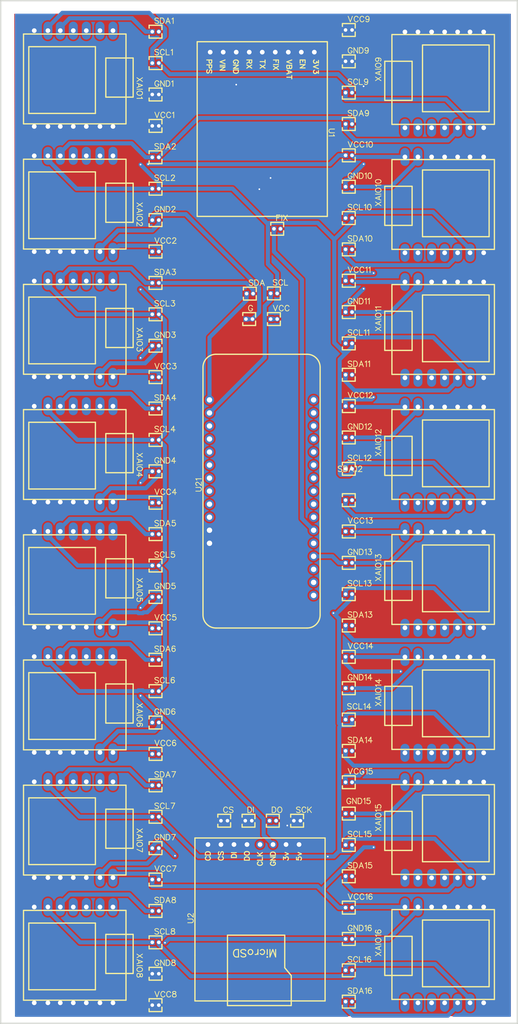
<source format=kicad_pcb>
(kicad_pcb (version 20240928) (generator "gerbview") (generator_version "9.0")
  (layers (0 F.Cu signal) (2 B.Cu signal) (1 F.Mask user) (3 B.Mask user) (5 F.SilkS user) (7 B.SilkS user) (13 F.Paste user) (15 B.Paste user) (25 Edge.Cuts user))
  (gr_line (start -51.054 -109.474) (end -47.0916 -109.474) (layer Edge.Cuts) (stroke (width 0.254)))
  (gr_line (start -47.0916 -109.474) (end 49.784 -109.474) (layer Edge.Cuts) (stroke (width 0.254)))
  (gr_line (start 49.784 -109.474) (end 49.784 89.789) (layer Edge.Cuts) (stroke (width 0.254)))
  (gr_line (start 49.784 89.789) (end -51.054 89.789) (layer Edge.Cuts) (stroke (width 0.254)))
  (gr_line (start -51.054 89.789) (end -51.054 -106.934) (layer Edge.Cuts) (stroke (width 0.254)))
  (gr_line (start -51.054 -106.934) (end -51.054 -109.474) (layer Edge.Cuts) (stroke (width 0.254)))
  (gr_line (start -6.76889 47.89152) (end -6.82223 47.78738) (layer F.SilkS) (stroke (width 0.1524)))
  (gr_line (start -6.82223 47.78738) (end -6.92637 47.68324) (layer F.SilkS) (stroke (width 0.1524)))
  (gr_line (start -6.92637 47.68324) (end -7.02797 47.63244) (layer F.SilkS) (stroke (width 0.1524)))
  (gr_line (start -7.02797 47.63244) (end -7.23625 47.63244) (layer F.SilkS) (stroke (width 0.1524)))
  (gr_line (start -7.23625 47.63244) (end -7.34039 47.68324) (layer F.SilkS) (stroke (width 0.1524)))
  (gr_line (start -7.34039 47.68324) (end -7.44453 47.78738) (layer F.SilkS) (stroke (width 0.1524)))
  (gr_line (start -7.44453 47.78738) (end -7.49787 47.89152) (layer F.SilkS) (stroke (width 0.1524)))
  (gr_line (start -7.49787 47.89152) (end -7.54867 48.049) (layer F.SilkS) (stroke (width 0.1524)))
  (gr_line (start -7.54867 48.049) (end -7.54867 48.30808) (layer F.SilkS) (stroke (width 0.1524)))
  (gr_line (start -7.54867 48.30808) (end -7.49787 48.46302) (layer F.SilkS) (stroke (width 0.1524)))
  (gr_line (start -7.49787 48.46302) (end -7.44453 48.56716) (layer F.SilkS) (stroke (width 0.1524)))
  (gr_line (start -7.44453 48.56716) (end -7.34039 48.6713) (layer F.SilkS) (stroke (width 0.1524)))
  (gr_line (start -7.34039 48.6713) (end -7.23625 48.7221) (layer F.SilkS) (stroke (width 0.1524)))
  (gr_line (start -7.23625 48.7221) (end -7.02797 48.7221) (layer F.SilkS) (stroke (width 0.1524)))
  (gr_line (start -7.02797 48.7221) (end -6.92637 48.6713) (layer F.SilkS) (stroke (width 0.1524)))
  (gr_line (start -6.92637 48.6713) (end -6.82223 48.56716) (layer F.SilkS) (stroke (width 0.1524)))
  (gr_line (start -6.82223 48.56716) (end -6.76889 48.46302) (layer F.SilkS) (stroke (width 0.1524)))
  (gr_line (start -5.69955 47.78738) (end -5.80369 47.68324) (layer F.SilkS) (stroke (width 0.1524)))
  (gr_line (start -5.80369 47.68324) (end -5.95863 47.63244) (layer F.SilkS) (stroke (width 0.1524)))
  (gr_line (start -5.95863 47.63244) (end -6.16691 47.63244) (layer F.SilkS) (stroke (width 0.1524)))
  (gr_line (start -6.16691 47.63244) (end -6.32185 47.68324) (layer F.SilkS) (stroke (width 0.1524)))
  (gr_line (start -6.32185 47.68324) (end -6.42599 47.78738) (layer F.SilkS) (stroke (width 0.1524)))
  (gr_line (start -6.42599 47.78738) (end -6.42599 47.89152) (layer F.SilkS) (stroke (width 0.1524)))
  (gr_line (start -6.42599 47.89152) (end -6.37519 47.99566) (layer F.SilkS) (stroke (width 0.1524)))
  (gr_line (start -6.37519 47.99566) (end -6.32185 48.049) (layer F.SilkS) (stroke (width 0.1524)))
  (gr_line (start -6.32185 48.049) (end -6.21771 48.0998) (layer F.SilkS) (stroke (width 0.1524)))
  (gr_line (start -6.21771 48.0998) (end -5.90783 48.20394) (layer F.SilkS) (stroke (width 0.1524)))
  (gr_line (start -5.90783 48.20394) (end -5.80369 48.25474) (layer F.SilkS) (stroke (width 0.1524)))
  (gr_line (start -5.80369 48.25474) (end -5.75035 48.30808) (layer F.SilkS) (stroke (width 0.1524)))
  (gr_line (start -5.75035 48.30808) (end -5.69955 48.41222) (layer F.SilkS) (stroke (width 0.1524)))
  (gr_line (start -5.69955 48.41222) (end -5.69955 48.56716) (layer F.SilkS) (stroke (width 0.1524)))
  (gr_line (start -5.69955 48.56716) (end -5.80369 48.6713) (layer F.SilkS) (stroke (width 0.1524)))
  (gr_line (start -5.80369 48.6713) (end -5.95863 48.7221) (layer F.SilkS) (stroke (width 0.1524)))
  (gr_line (start -5.95863 48.7221) (end -6.16691 48.7221) (layer F.SilkS) (stroke (width 0.1524)))
  (gr_line (start -6.16691 48.7221) (end -6.32185 48.6713) (layer F.SilkS) (stroke (width 0.1524)))
  (gr_line (start -6.32185 48.6713) (end -6.42599 48.56716) (layer F.SilkS) (stroke (width 0.1524)))
  (gr_line (start -2.80733 47.63244) (end -2.80733 48.7221) (layer F.SilkS) (stroke (width 0.1524)))
  (gr_line (start -2.80733 47.63244) (end -2.44411 47.63244) (layer F.SilkS) (stroke (width 0.1524)))
  (gr_line (start -2.44411 47.63244) (end -2.28663 47.68324) (layer F.SilkS) (stroke (width 0.1524)))
  (gr_line (start -2.28663 47.68324) (end -2.18503 47.78738) (layer F.SilkS) (stroke (width 0.1524)))
  (gr_line (start -2.18503 47.78738) (end -2.13169 47.89152) (layer F.SilkS) (stroke (width 0.1524)))
  (gr_line (start -2.13169 47.89152) (end -2.08089 48.049) (layer F.SilkS) (stroke (width 0.1524)))
  (gr_line (start -2.08089 48.049) (end -2.08089 48.30808) (layer F.SilkS) (stroke (width 0.1524)))
  (gr_line (start -2.08089 48.30808) (end -2.13169 48.46302) (layer F.SilkS) (stroke (width 0.1524)))
  (gr_line (start -2.13169 48.46302) (end -2.18503 48.56716) (layer F.SilkS) (stroke (width 0.1524)))
  (gr_line (start -2.18503 48.56716) (end -2.28663 48.6713) (layer F.SilkS) (stroke (width 0.1524)))
  (gr_line (start -2.28663 48.6713) (end -2.44411 48.7221) (layer F.SilkS) (stroke (width 0.1524)))
  (gr_line (start -2.44411 48.7221) (end -2.80733 48.7221) (layer F.SilkS) (stroke (width 0.1524)))
  (gr_line (start -1.73799 47.63244) (end -1.73799 48.7221) (layer F.SilkS) (stroke (width 0.1524)))
  (gr_line (start 1.93398 47.63244) (end 1.93398 48.7221) (layer F.SilkS) (stroke (width 0.1524)))
  (gr_line (start 1.93398 47.63244) (end 2.2972 47.63244) (layer F.SilkS) (stroke (width 0.1524)))
  (gr_line (start 2.2972 47.63244) (end 2.45468 47.68324) (layer F.SilkS) (stroke (width 0.1524)))
  (gr_line (start 2.45468 47.68324) (end 2.55628 47.78738) (layer F.SilkS) (stroke (width 0.1524)))
  (gr_line (start 2.55628 47.78738) (end 2.60962 47.89152) (layer F.SilkS) (stroke (width 0.1524)))
  (gr_line (start 2.60962 47.89152) (end 2.66042 48.049) (layer F.SilkS) (stroke (width 0.1524)))
  (gr_line (start 2.66042 48.049) (end 2.66042 48.30808) (layer F.SilkS) (stroke (width 0.1524)))
  (gr_line (start 2.66042 48.30808) (end 2.60962 48.46302) (layer F.SilkS) (stroke (width 0.1524)))
  (gr_line (start 2.60962 48.46302) (end 2.55628 48.56716) (layer F.SilkS) (stroke (width 0.1524)))
  (gr_line (start 2.55628 48.56716) (end 2.45468 48.6713) (layer F.SilkS) (stroke (width 0.1524)))
  (gr_line (start 2.45468 48.6713) (end 2.2972 48.7221) (layer F.SilkS) (stroke (width 0.1524)))
  (gr_line (start 2.2972 48.7221) (end 1.93398 48.7221) (layer F.SilkS) (stroke (width 0.1524)))
  (gr_line (start 3.31574 47.63244) (end 3.2116 47.68324) (layer F.SilkS) (stroke (width 0.1524)))
  (gr_line (start 3.2116 47.68324) (end 3.10746 47.78738) (layer F.SilkS) (stroke (width 0.1524)))
  (gr_line (start 3.10746 47.78738) (end 3.05666 47.89152) (layer F.SilkS) (stroke (width 0.1524)))
  (gr_line (start 3.05666 47.89152) (end 3.00332 48.049) (layer F.SilkS) (stroke (width 0.1524)))
  (gr_line (start 3.00332 48.049) (end 3.00332 48.30808) (layer F.SilkS) (stroke (width 0.1524)))
  (gr_line (start 3.00332 48.30808) (end 3.05666 48.46302) (layer F.SilkS) (stroke (width 0.1524)))
  (gr_line (start 3.05666 48.46302) (end 3.10746 48.56716) (layer F.SilkS) (stroke (width 0.1524)))
  (gr_line (start 3.10746 48.56716) (end 3.2116 48.6713) (layer F.SilkS) (stroke (width 0.1524)))
  (gr_line (start 3.2116 48.6713) (end 3.31574 48.7221) (layer F.SilkS) (stroke (width 0.1524)))
  (gr_line (start 3.31574 48.7221) (end 3.52402 48.7221) (layer F.SilkS) (stroke (width 0.1524)))
  (gr_line (start 3.52402 48.7221) (end 3.62816 48.6713) (layer F.SilkS) (stroke (width 0.1524)))
  (gr_line (start 3.62816 48.6713) (end 3.7323 48.56716) (layer F.SilkS) (stroke (width 0.1524)))
  (gr_line (start 3.7323 48.56716) (end 3.7831 48.46302) (layer F.SilkS) (stroke (width 0.1524)))
  (gr_line (start 3.7831 48.46302) (end 3.83644 48.30808) (layer F.SilkS) (stroke (width 0.1524)))
  (gr_line (start 3.83644 48.30808) (end 3.83644 48.049) (layer F.SilkS) (stroke (width 0.1524)))
  (gr_line (start 3.83644 48.049) (end 3.7831 47.89152) (layer F.SilkS) (stroke (width 0.1524)))
  (gr_line (start 3.7831 47.89152) (end 3.7323 47.78738) (layer F.SilkS) (stroke (width 0.1524)))
  (gr_line (start 3.7323 47.78738) (end 3.62816 47.68324) (layer F.SilkS) (stroke (width 0.1524)))
  (gr_line (start 3.62816 47.68324) (end 3.52402 47.63244) (layer F.SilkS) (stroke (width 0.1524)))
  (gr_line (start 3.52402 47.63244) (end 3.31574 47.63244) (layer F.SilkS) (stroke (width 0.1524)))
  (gr_line (start 2.794 -67.70115) (end 2.794 -66.6115) (layer F.SilkS) (stroke (width 0.1524)))
  (gr_line (start 2.794 -67.70115) (end 3.46963 -67.70115) (layer F.SilkS) (stroke (width 0.1524)))
  (gr_line (start 2.794 -67.183) (end 3.21055 -67.183) (layer F.SilkS) (stroke (width 0.1524)))
  (gr_line (start 3.81254 -67.70115) (end 3.81254 -66.6115) (layer F.SilkS) (stroke (width 0.1524)))
  (gr_line (start 4.15544 -67.70115) (end 4.88187 -66.6115) (layer F.SilkS) (stroke (width 0.1524)))
  (gr_line (start 4.88187 -67.70115) (end 4.15544 -66.6115) (layer F.SilkS) (stroke (width 0.1524)))
  (gr_line (start -1.8959 -49.85275) (end -1.94924 -49.95689) (layer F.SilkS) (stroke (width 0.1524)))
  (gr_line (start -1.94924 -49.95689) (end -2.05338 -50.06103) (layer F.SilkS) (stroke (width 0.1524)))
  (gr_line (start -2.05338 -50.06103) (end -2.15498 -50.11183) (layer F.SilkS) (stroke (width 0.1524)))
  (gr_line (start -2.15498 -50.11183) (end -2.36326 -50.11183) (layer F.SilkS) (stroke (width 0.1524)))
  (gr_line (start -2.36326 -50.11183) (end -2.4674 -50.06103) (layer F.SilkS) (stroke (width 0.1524)))
  (gr_line (start -2.4674 -50.06103) (end -2.57154 -49.95689) (layer F.SilkS) (stroke (width 0.1524)))
  (gr_line (start -2.57154 -49.95689) (end -2.62488 -49.85275) (layer F.SilkS) (stroke (width 0.1524)))
  (gr_line (start -2.62488 -49.85275) (end -2.67568 -49.69527) (layer F.SilkS) (stroke (width 0.1524)))
  (gr_line (start -2.67568 -49.69527) (end -2.67568 -49.43619) (layer F.SilkS) (stroke (width 0.1524)))
  (gr_line (start -2.67568 -49.43619) (end -2.62488 -49.28125) (layer F.SilkS) (stroke (width 0.1524)))
  (gr_line (start -2.62488 -49.28125) (end -2.57154 -49.17711) (layer F.SilkS) (stroke (width 0.1524)))
  (gr_line (start -2.57154 -49.17711) (end -2.4674 -49.07297) (layer F.SilkS) (stroke (width 0.1524)))
  (gr_line (start -2.4674 -49.07297) (end -2.36326 -49.02217) (layer F.SilkS) (stroke (width 0.1524)))
  (gr_line (start -2.36326 -49.02217) (end -2.15498 -49.02217) (layer F.SilkS) (stroke (width 0.1524)))
  (gr_line (start -2.15498 -49.02217) (end -2.05338 -49.07297) (layer F.SilkS) (stroke (width 0.1524)))
  (gr_line (start -2.05338 -49.07297) (end -1.94924 -49.17711) (layer F.SilkS) (stroke (width 0.1524)))
  (gr_line (start -1.94924 -49.17711) (end -1.8959 -49.28125) (layer F.SilkS) (stroke (width 0.1524)))
  (gr_line (start -1.8959 -49.28125) (end -1.8959 -49.43619) (layer F.SilkS) (stroke (width 0.1524)))
  (gr_line (start -2.15498 -49.43619) (end -1.8959 -49.43619) (layer F.SilkS) (stroke (width 0.1524)))
  (gr_line (start -20.17521 -93.60834) (end -20.22855 -93.71248) (layer F.SilkS) (stroke (width 0.1524)))
  (gr_line (start -20.22855 -93.71248) (end -20.3327 -93.81662) (layer F.SilkS) (stroke (width 0.1524)))
  (gr_line (start -20.3327 -93.81662) (end -20.43429 -93.86742) (layer F.SilkS) (stroke (width 0.1524)))
  (gr_line (start -20.43429 -93.86742) (end -20.64257 -93.86742) (layer F.SilkS) (stroke (width 0.1524)))
  (gr_line (start -20.64257 -93.86742) (end -20.74671 -93.81662) (layer F.SilkS) (stroke (width 0.1524)))
  (gr_line (start -20.74671 -93.81662) (end -20.85086 -93.71248) (layer F.SilkS) (stroke (width 0.1524)))
  (gr_line (start -20.85086 -93.71248) (end -20.9042 -93.60834) (layer F.SilkS) (stroke (width 0.1524)))
  (gr_line (start -20.9042 -93.60834) (end -20.955 -93.45086) (layer F.SilkS) (stroke (width 0.1524)))
  (gr_line (start -20.955 -93.45086) (end -20.955 -93.19178) (layer F.SilkS) (stroke (width 0.1524)))
  (gr_line (start -20.955 -93.19178) (end -20.9042 -93.03684) (layer F.SilkS) (stroke (width 0.1524)))
  (gr_line (start -20.9042 -93.03684) (end -20.85086 -92.9327) (layer F.SilkS) (stroke (width 0.1524)))
  (gr_line (start -20.85086 -92.9327) (end -20.74671 -92.82856) (layer F.SilkS) (stroke (width 0.1524)))
  (gr_line (start -20.74671 -92.82856) (end -20.64257 -92.77776) (layer F.SilkS) (stroke (width 0.1524)))
  (gr_line (start -20.64257 -92.77776) (end -20.43429 -92.77776) (layer F.SilkS) (stroke (width 0.1524)))
  (gr_line (start -20.43429 -92.77776) (end -20.3327 -92.82856) (layer F.SilkS) (stroke (width 0.1524)))
  (gr_line (start -20.3327 -92.82856) (end -20.22855 -92.9327) (layer F.SilkS) (stroke (width 0.1524)))
  (gr_line (start -20.22855 -92.9327) (end -20.17521 -93.03684) (layer F.SilkS) (stroke (width 0.1524)))
  (gr_line (start -20.17521 -93.03684) (end -20.17521 -93.19178) (layer F.SilkS) (stroke (width 0.1524)))
  (gr_line (start -20.43429 -93.19178) (end -20.17521 -93.19178) (layer F.SilkS) (stroke (width 0.1524)))
  (gr_line (start -19.83231 -93.86742) (end -19.83231 -92.77776) (layer F.SilkS) (stroke (width 0.1524)))
  (gr_line (start -19.83231 -93.86742) (end -19.10587 -92.77776) (layer F.SilkS) (stroke (width 0.1524)))
  (gr_line (start -19.10587 -93.86742) (end -19.10587 -92.77776) (layer F.SilkS) (stroke (width 0.1524)))
  (gr_line (start -18.76297 -93.86742) (end -18.76297 -92.77776) (layer F.SilkS) (stroke (width 0.1524)))
  (gr_line (start -18.76297 -93.86742) (end -18.39976 -93.86742) (layer F.SilkS) (stroke (width 0.1524)))
  (gr_line (start -18.39976 -93.86742) (end -18.24228 -93.81662) (layer F.SilkS) (stroke (width 0.1524)))
  (gr_line (start -18.24228 -93.81662) (end -18.13813 -93.71248) (layer F.SilkS) (stroke (width 0.1524)))
  (gr_line (start -18.13813 -93.71248) (end -18.08734 -93.60834) (layer F.SilkS) (stroke (width 0.1524)))
  (gr_line (start -18.08734 -93.60834) (end -18.034 -93.45086) (layer F.SilkS) (stroke (width 0.1524)))
  (gr_line (start -18.034 -93.45086) (end -18.034 -93.19178) (layer F.SilkS) (stroke (width 0.1524)))
  (gr_line (start -18.034 -93.19178) (end -18.08734 -93.03684) (layer F.SilkS) (stroke (width 0.1524)))
  (gr_line (start -18.08734 -93.03684) (end -18.13813 -92.9327) (layer F.SilkS) (stroke (width 0.1524)))
  (gr_line (start -18.13813 -92.9327) (end -18.24228 -92.82856) (layer F.SilkS) (stroke (width 0.1524)))
  (gr_line (start -18.24228 -92.82856) (end -18.39976 -92.77776) (layer F.SilkS) (stroke (width 0.1524)))
  (gr_line (start -18.39976 -92.77776) (end -18.76297 -92.77776) (layer F.SilkS) (stroke (width 0.1524)))
  (gr_line (start -17.6911 -93.65914) (end -17.5895 -93.71248) (layer F.SilkS) (stroke (width 0.1524)))
  (gr_line (start -17.5895 -93.71248) (end -17.43202 -93.86742) (layer F.SilkS) (stroke (width 0.1524)))
  (gr_line (start -17.43202 -93.86742) (end -17.43202 -92.77776) (layer F.SilkS) (stroke (width 0.1524)))
  (gr_line (start -20.17521 -69.13445) (end -20.22855 -69.23859) (layer F.SilkS) (stroke (width 0.1524)))
  (gr_line (start -20.22855 -69.23859) (end -20.3327 -69.34273) (layer F.SilkS) (stroke (width 0.1524)))
  (gr_line (start -20.3327 -69.34273) (end -20.43429 -69.39353) (layer F.SilkS) (stroke (width 0.1524)))
  (gr_line (start -20.43429 -69.39353) (end -20.64257 -69.39353) (layer F.SilkS) (stroke (width 0.1524)))
  (gr_line (start -20.64257 -69.39353) (end -20.74671 -69.34273) (layer F.SilkS) (stroke (width 0.1524)))
  (gr_line (start -20.74671 -69.34273) (end -20.85086 -69.23859) (layer F.SilkS) (stroke (width 0.1524)))
  (gr_line (start -20.85086 -69.23859) (end -20.9042 -69.13445) (layer F.SilkS) (stroke (width 0.1524)))
  (gr_line (start -20.9042 -69.13445) (end -20.955 -68.97697) (layer F.SilkS) (stroke (width 0.1524)))
  (gr_line (start -20.955 -68.97697) (end -20.955 -68.71789) (layer F.SilkS) (stroke (width 0.1524)))
  (gr_line (start -20.955 -68.71789) (end -20.9042 -68.56295) (layer F.SilkS) (stroke (width 0.1524)))
  (gr_line (start -20.9042 -68.56295) (end -20.85086 -68.45881) (layer F.SilkS) (stroke (width 0.1524)))
  (gr_line (start -20.85086 -68.45881) (end -20.74671 -68.35467) (layer F.SilkS) (stroke (width 0.1524)))
  (gr_line (start -20.74671 -68.35467) (end -20.64257 -68.30387) (layer F.SilkS) (stroke (width 0.1524)))
  (gr_line (start -20.64257 -68.30387) (end -20.43429 -68.30387) (layer F.SilkS) (stroke (width 0.1524)))
  (gr_line (start -20.43429 -68.30387) (end -20.3327 -68.35467) (layer F.SilkS) (stroke (width 0.1524)))
  (gr_line (start -20.3327 -68.35467) (end -20.22855 -68.45881) (layer F.SilkS) (stroke (width 0.1524)))
  (gr_line (start -20.22855 -68.45881) (end -20.17521 -68.56295) (layer F.SilkS) (stroke (width 0.1524)))
  (gr_line (start -20.17521 -68.56295) (end -20.17521 -68.71789) (layer F.SilkS) (stroke (width 0.1524)))
  (gr_line (start -20.43429 -68.71789) (end -20.17521 -68.71789) (layer F.SilkS) (stroke (width 0.1524)))
  (gr_line (start -19.83231 -69.39353) (end -19.83231 -68.30387) (layer F.SilkS) (stroke (width 0.1524)))
  (gr_line (start -19.83231 -69.39353) (end -19.10587 -68.30387) (layer F.SilkS) (stroke (width 0.1524)))
  (gr_line (start -19.10587 -69.39353) (end -19.10587 -68.30387) (layer F.SilkS) (stroke (width 0.1524)))
  (gr_line (start -18.76297 -69.39353) (end -18.76297 -68.30387) (layer F.SilkS) (stroke (width 0.1524)))
  (gr_line (start -18.76297 -69.39353) (end -18.39976 -69.39353) (layer F.SilkS) (stroke (width 0.1524)))
  (gr_line (start -18.39976 -69.39353) (end -18.24228 -69.34273) (layer F.SilkS) (stroke (width 0.1524)))
  (gr_line (start -18.24228 -69.34273) (end -18.13813 -69.23859) (layer F.SilkS) (stroke (width 0.1524)))
  (gr_line (start -18.13813 -69.23859) (end -18.08734 -69.13445) (layer F.SilkS) (stroke (width 0.1524)))
  (gr_line (start -18.08734 -69.13445) (end -18.034 -68.97697) (layer F.SilkS) (stroke (width 0.1524)))
  (gr_line (start -18.034 -68.97697) (end -18.034 -68.71789) (layer F.SilkS) (stroke (width 0.1524)))
  (gr_line (start -18.034 -68.71789) (end -18.08734 -68.56295) (layer F.SilkS) (stroke (width 0.1524)))
  (gr_line (start -18.08734 -68.56295) (end -18.13813 -68.45881) (layer F.SilkS) (stroke (width 0.1524)))
  (gr_line (start -18.13813 -68.45881) (end -18.24228 -68.35467) (layer F.SilkS) (stroke (width 0.1524)))
  (gr_line (start -18.24228 -68.35467) (end -18.39976 -68.30387) (layer F.SilkS) (stroke (width 0.1524)))
  (gr_line (start -18.39976 -68.30387) (end -18.76297 -68.30387) (layer F.SilkS) (stroke (width 0.1524)))
  (gr_line (start -17.64029 -69.13445) (end -17.64029 -69.18525) (layer F.SilkS) (stroke (width 0.1524)))
  (gr_line (start -17.64029 -69.18525) (end -17.5895 -69.28939) (layer F.SilkS) (stroke (width 0.1524)))
  (gr_line (start -17.5895 -69.28939) (end -17.53615 -69.34273) (layer F.SilkS) (stroke (width 0.1524)))
  (gr_line (start -17.53615 -69.34273) (end -17.43202 -69.39353) (layer F.SilkS) (stroke (width 0.1524)))
  (gr_line (start -17.43202 -69.39353) (end -17.22373 -69.39353) (layer F.SilkS) (stroke (width 0.1524)))
  (gr_line (start -17.22373 -69.39353) (end -17.1196 -69.34273) (layer F.SilkS) (stroke (width 0.1524)))
  (gr_line (start -17.1196 -69.34273) (end -17.06879 -69.28939) (layer F.SilkS) (stroke (width 0.1524)))
  (gr_line (start -17.06879 -69.28939) (end -17.018 -69.18525) (layer F.SilkS) (stroke (width 0.1524)))
  (gr_line (start -17.018 -69.18525) (end -17.018 -69.08111) (layer F.SilkS) (stroke (width 0.1524)))
  (gr_line (start -17.018 -69.08111) (end -17.06879 -68.97697) (layer F.SilkS) (stroke (width 0.1524)))
  (gr_line (start -17.06879 -68.97697) (end -17.17294 -68.82203) (layer F.SilkS) (stroke (width 0.1524)))
  (gr_line (start -17.17294 -68.82203) (end -17.6911 -68.30387) (layer F.SilkS) (stroke (width 0.1524)))
  (gr_line (start -17.6911 -68.30387) (end -16.96465 -68.30387) (layer F.SilkS) (stroke (width 0.1524)))
  (gr_line (start -20.17521 -44.66056) (end -20.22855 -44.7647) (layer F.SilkS) (stroke (width 0.1524)))
  (gr_line (start -20.22855 -44.7647) (end -20.3327 -44.86884) (layer F.SilkS) (stroke (width 0.1524)))
  (gr_line (start -20.3327 -44.86884) (end -20.43429 -44.91964) (layer F.SilkS) (stroke (width 0.1524)))
  (gr_line (start -20.43429 -44.91964) (end -20.64257 -44.91964) (layer F.SilkS) (stroke (width 0.1524)))
  (gr_line (start -20.64257 -44.91964) (end -20.74671 -44.86884) (layer F.SilkS) (stroke (width 0.1524)))
  (gr_line (start -20.74671 -44.86884) (end -20.85086 -44.7647) (layer F.SilkS) (stroke (width 0.1524)))
  (gr_line (start -20.85086 -44.7647) (end -20.9042 -44.66056) (layer F.SilkS) (stroke (width 0.1524)))
  (gr_line (start -20.9042 -44.66056) (end -20.955 -44.50308) (layer F.SilkS) (stroke (width 0.1524)))
  (gr_line (start -20.955 -44.50308) (end -20.955 -44.244) (layer F.SilkS) (stroke (width 0.1524)))
  (gr_line (start -20.955 -44.244) (end -20.9042 -44.08906) (layer F.SilkS) (stroke (width 0.1524)))
  (gr_line (start -20.9042 -44.08906) (end -20.85086 -43.98492) (layer F.SilkS) (stroke (width 0.1524)))
  (gr_line (start -20.85086 -43.98492) (end -20.74671 -43.88078) (layer F.SilkS) (stroke (width 0.1524)))
  (gr_line (start -20.74671 -43.88078) (end -20.64257 -43.82998) (layer F.SilkS) (stroke (width 0.1524)))
  (gr_line (start -20.64257 -43.82998) (end -20.43429 -43.82998) (layer F.SilkS) (stroke (width 0.1524)))
  (gr_line (start -20.43429 -43.82998) (end -20.3327 -43.88078) (layer F.SilkS) (stroke (width 0.1524)))
  (gr_line (start -20.3327 -43.88078) (end -20.22855 -43.98492) (layer F.SilkS) (stroke (width 0.1524)))
  (gr_line (start -20.22855 -43.98492) (end -20.17521 -44.08906) (layer F.SilkS) (stroke (width 0.1524)))
  (gr_line (start -20.17521 -44.08906) (end -20.17521 -44.244) (layer F.SilkS) (stroke (width 0.1524)))
  (gr_line (start -20.43429 -44.244) (end -20.17521 -44.244) (layer F.SilkS) (stroke (width 0.1524)))
  (gr_line (start -19.83231 -44.91964) (end -19.83231 -43.82998) (layer F.SilkS) (stroke (width 0.1524)))
  (gr_line (start -19.83231 -44.91964) (end -19.10587 -43.82998) (layer F.SilkS) (stroke (width 0.1524)))
  (gr_line (start -19.10587 -44.91964) (end -19.10587 -43.82998) (layer F.SilkS) (stroke (width 0.1524)))
  (gr_line (start -18.76297 -44.91964) (end -18.76297 -43.82998) (layer F.SilkS) (stroke (width 0.1524)))
  (gr_line (start -18.76297 -44.91964) (end -18.39976 -44.91964) (layer F.SilkS) (stroke (width 0.1524)))
  (gr_line (start -18.39976 -44.91964) (end -18.24228 -44.86884) (layer F.SilkS) (stroke (width 0.1524)))
  (gr_line (start -18.24228 -44.86884) (end -18.13813 -44.7647) (layer F.SilkS) (stroke (width 0.1524)))
  (gr_line (start -18.13813 -44.7647) (end -18.08734 -44.66056) (layer F.SilkS) (stroke (width 0.1524)))
  (gr_line (start -18.08734 -44.66056) (end -18.034 -44.50308) (layer F.SilkS) (stroke (width 0.1524)))
  (gr_line (start -18.034 -44.50308) (end -18.034 -44.244) (layer F.SilkS) (stroke (width 0.1524)))
  (gr_line (start -18.034 -44.244) (end -18.08734 -44.08906) (layer F.SilkS) (stroke (width 0.1524)))
  (gr_line (start -18.08734 -44.08906) (end -18.13813 -43.98492) (layer F.SilkS) (stroke (width 0.1524)))
  (gr_line (start -18.13813 -43.98492) (end -18.24228 -43.88078) (layer F.SilkS) (stroke (width 0.1524)))
  (gr_line (start -18.24228 -43.88078) (end -18.39976 -43.82998) (layer F.SilkS) (stroke (width 0.1524)))
  (gr_line (start -18.39976 -43.82998) (end -18.76297 -43.82998) (layer F.SilkS) (stroke (width 0.1524)))
  (gr_line (start -17.5895 -44.91964) (end -17.018 -44.91964) (layer F.SilkS) (stroke (width 0.1524)))
  (gr_line (start -17.018 -44.91964) (end -17.32787 -44.50308) (layer F.SilkS) (stroke (width 0.1524)))
  (gr_line (start -17.32787 -44.50308) (end -17.17294 -44.50308) (layer F.SilkS) (stroke (width 0.1524)))
  (gr_line (start -17.17294 -44.50308) (end -17.06879 -44.45228) (layer F.SilkS) (stroke (width 0.1524)))
  (gr_line (start -17.06879 -44.45228) (end -17.018 -44.40148) (layer F.SilkS) (stroke (width 0.1524)))
  (gr_line (start -17.018 -44.40148) (end -16.96465 -44.244) (layer F.SilkS) (stroke (width 0.1524)))
  (gr_line (start -16.96465 -44.244) (end -16.96465 -44.13986) (layer F.SilkS) (stroke (width 0.1524)))
  (gr_line (start -16.96465 -44.13986) (end -17.018 -43.98492) (layer F.SilkS) (stroke (width 0.1524)))
  (gr_line (start -17.018 -43.98492) (end -17.1196 -43.88078) (layer F.SilkS) (stroke (width 0.1524)))
  (gr_line (start -17.1196 -43.88078) (end -17.27707 -43.82998) (layer F.SilkS) (stroke (width 0.1524)))
  (gr_line (start -17.27707 -43.82998) (end -17.43202 -43.82998) (layer F.SilkS) (stroke (width 0.1524)))
  (gr_line (start -17.43202 -43.82998) (end -17.5895 -43.88078) (layer F.SilkS) (stroke (width 0.1524)))
  (gr_line (start -17.5895 -43.88078) (end -17.64029 -43.93158) (layer F.SilkS) (stroke (width 0.1524)))
  (gr_line (start -17.64029 -43.93158) (end -17.6911 -44.03572) (layer F.SilkS) (stroke (width 0.1524)))
  (gr_line (start -20.17521 -20.1867) (end -20.22855 -20.29084) (layer F.SilkS) (stroke (width 0.1524)))
  (gr_line (start -20.22855 -20.29084) (end -20.3327 -20.39498) (layer F.SilkS) (stroke (width 0.1524)))
  (gr_line (start -20.3327 -20.39498) (end -20.43429 -20.44578) (layer F.SilkS) (stroke (width 0.1524)))
  (gr_line (start -20.43429 -20.44578) (end -20.64257 -20.44578) (layer F.SilkS) (stroke (width 0.1524)))
  (gr_line (start -20.64257 -20.44578) (end -20.74671 -20.39498) (layer F.SilkS) (stroke (width 0.1524)))
  (gr_line (start -20.74671 -20.39498) (end -20.85086 -20.29084) (layer F.SilkS) (stroke (width 0.1524)))
  (gr_line (start -20.85086 -20.29084) (end -20.9042 -20.1867) (layer F.SilkS) (stroke (width 0.1524)))
  (gr_line (start -20.9042 -20.1867) (end -20.955 -20.02922) (layer F.SilkS) (stroke (width 0.1524)))
  (gr_line (start -20.955 -20.02922) (end -20.955 -19.77014) (layer F.SilkS) (stroke (width 0.1524)))
  (gr_line (start -20.955 -19.77014) (end -20.9042 -19.6152) (layer F.SilkS) (stroke (width 0.1524)))
  (gr_line (start -20.9042 -19.6152) (end -20.85086 -19.51106) (layer F.SilkS) (stroke (width 0.1524)))
  (gr_line (start -20.85086 -19.51106) (end -20.74671 -19.40692) (layer F.SilkS) (stroke (width 0.1524)))
  (gr_line (start -20.74671 -19.40692) (end -20.64257 -19.35612) (layer F.SilkS) (stroke (width 0.1524)))
  (gr_line (start -20.64257 -19.35612) (end -20.43429 -19.35612) (layer F.SilkS) (stroke (width 0.1524)))
  (gr_line (start -20.43429 -19.35612) (end -20.3327 -19.40692) (layer F.SilkS) (stroke (width 0.1524)))
  (gr_line (start -20.3327 -19.40692) (end -20.22855 -19.51106) (layer F.SilkS) (stroke (width 0.1524)))
  (gr_line (start -20.22855 -19.51106) (end -20.17521 -19.6152) (layer F.SilkS) (stroke (width 0.1524)))
  (gr_line (start -20.17521 -19.6152) (end -20.17521 -19.77014) (layer F.SilkS) (stroke (width 0.1524)))
  (gr_line (start -20.43429 -19.77014) (end -20.17521 -19.77014) (layer F.SilkS) (stroke (width 0.1524)))
  (gr_line (start -19.83231 -20.44578) (end -19.83231 -19.35612) (layer F.SilkS) (stroke (width 0.1524)))
  (gr_line (start -19.83231 -20.44578) (end -19.10587 -19.35612) (layer F.SilkS) (stroke (width 0.1524)))
  (gr_line (start -19.10587 -20.44578) (end -19.10587 -19.35612) (layer F.SilkS) (stroke (width 0.1524)))
  (gr_line (start -18.76297 -20.44578) (end -18.76297 -19.35612) (layer F.SilkS) (stroke (width 0.1524)))
  (gr_line (start -18.76297 -20.44578) (end -18.39976 -20.44578) (layer F.SilkS) (stroke (width 0.1524)))
  (gr_line (start -18.39976 -20.44578) (end -18.24228 -20.39498) (layer F.SilkS) (stroke (width 0.1524)))
  (gr_line (start -18.24228 -20.39498) (end -18.13813 -20.29084) (layer F.SilkS) (stroke (width 0.1524)))
  (gr_line (start -18.13813 -20.29084) (end -18.08734 -20.1867) (layer F.SilkS) (stroke (width 0.1524)))
  (gr_line (start -18.08734 -20.1867) (end -18.034 -20.02922) (layer F.SilkS) (stroke (width 0.1524)))
  (gr_line (start -18.034 -20.02922) (end -18.034 -19.77014) (layer F.SilkS) (stroke (width 0.1524)))
  (gr_line (start -18.034 -19.77014) (end -18.08734 -19.6152) (layer F.SilkS) (stroke (width 0.1524)))
  (gr_line (start -18.08734 -19.6152) (end -18.13813 -19.51106) (layer F.SilkS) (stroke (width 0.1524)))
  (gr_line (start -18.13813 -19.51106) (end -18.24228 -19.40692) (layer F.SilkS) (stroke (width 0.1524)))
  (gr_line (start -18.24228 -19.40692) (end -18.39976 -19.35612) (layer F.SilkS) (stroke (width 0.1524)))
  (gr_line (start -18.39976 -19.35612) (end -18.76297 -19.35612) (layer F.SilkS) (stroke (width 0.1524)))
  (gr_line (start -17.17294 -20.44578) (end -17.6911 -19.71934) (layer F.SilkS) (stroke (width 0.1524)))
  (gr_line (start -17.6911 -19.71934) (end -16.91386 -19.71934) (layer F.SilkS) (stroke (width 0.1524)))
  (gr_line (start -17.17294 -20.44578) (end -17.17294 -19.35612) (layer F.SilkS) (stroke (width 0.1524)))
  (gr_line (start -20.17521 4.28718) (end -20.22855 4.18304) (layer F.SilkS) (stroke (width 0.1524)))
  (gr_line (start -20.22855 4.18304) (end -20.3327 4.0789) (layer F.SilkS) (stroke (width 0.1524)))
  (gr_line (start -20.3327 4.0789) (end -20.43429 4.0281) (layer F.SilkS) (stroke (width 0.1524)))
  (gr_line (start -20.43429 4.0281) (end -20.64257 4.0281) (layer F.SilkS) (stroke (width 0.1524)))
  (gr_line (start -20.64257 4.0281) (end -20.74671 4.0789) (layer F.SilkS) (stroke (width 0.1524)))
  (gr_line (start -20.74671 4.0789) (end -20.85086 4.18304) (layer F.SilkS) (stroke (width 0.1524)))
  (gr_line (start -20.85086 4.18304) (end -20.9042 4.28718) (layer F.SilkS) (stroke (width 0.1524)))
  (gr_line (start -20.9042 4.28718) (end -20.955 4.44466) (layer F.SilkS) (stroke (width 0.1524)))
  (gr_line (start -20.955 4.44466) (end -20.955 4.70374) (layer F.SilkS) (stroke (width 0.1524)))
  (gr_line (start -20.955 4.70374) (end -20.9042 4.85868) (layer F.SilkS) (stroke (width 0.1524)))
  (gr_line (start -20.9042 4.85868) (end -20.85086 4.96282) (layer F.SilkS) (stroke (width 0.1524)))
  (gr_line (start -20.85086 4.96282) (end -20.74671 5.06696) (layer F.SilkS) (stroke (width 0.1524)))
  (gr_line (start -20.74671 5.06696) (end -20.64257 5.11776) (layer F.SilkS) (stroke (width 0.1524)))
  (gr_line (start -20.64257 5.11776) (end -20.43429 5.11776) (layer F.SilkS) (stroke (width 0.1524)))
  (gr_line (start -20.43429 5.11776) (end -20.3327 5.06696) (layer F.SilkS) (stroke (width 0.1524)))
  (gr_line (start -20.3327 5.06696) (end -20.22855 4.96282) (layer F.SilkS) (stroke (width 0.1524)))
  (gr_line (start -20.22855 4.96282) (end -20.17521 4.85868) (layer F.SilkS) (stroke (width 0.1524)))
  (gr_line (start -20.17521 4.85868) (end -20.17521 4.70374) (layer F.SilkS) (stroke (width 0.1524)))
  (gr_line (start -20.43429 4.70374) (end -20.17521 4.70374) (layer F.SilkS) (stroke (width 0.1524)))
  (gr_line (start -19.83231 4.0281) (end -19.83231 5.11776) (layer F.SilkS) (stroke (width 0.1524)))
  (gr_line (start -19.83231 4.0281) (end -19.10587 5.11776) (layer F.SilkS) (stroke (width 0.1524)))
  (gr_line (start -19.10587 4.0281) (end -19.10587 5.11776) (layer F.SilkS) (stroke (width 0.1524)))
  (gr_line (start -18.76297 4.0281) (end -18.76297 5.11776) (layer F.SilkS) (stroke (width 0.1524)))
  (gr_line (start -18.76297 4.0281) (end -18.39976 4.0281) (layer F.SilkS) (stroke (width 0.1524)))
  (gr_line (start -18.39976 4.0281) (end -18.24228 4.0789) (layer F.SilkS) (stroke (width 0.1524)))
  (gr_line (start -18.24228 4.0789) (end -18.13813 4.18304) (layer F.SilkS) (stroke (width 0.1524)))
  (gr_line (start -18.13813 4.18304) (end -18.08734 4.28718) (layer F.SilkS) (stroke (width 0.1524)))
  (gr_line (start -18.08734 4.28718) (end -18.034 4.44466) (layer F.SilkS) (stroke (width 0.1524)))
  (gr_line (start -18.034 4.44466) (end -18.034 4.70374) (layer F.SilkS) (stroke (width 0.1524)))
  (gr_line (start -18.034 4.70374) (end -18.08734 4.85868) (layer F.SilkS) (stroke (width 0.1524)))
  (gr_line (start -18.08734 4.85868) (end -18.13813 4.96282) (layer F.SilkS) (stroke (width 0.1524)))
  (gr_line (start -18.13813 4.96282) (end -18.24228 5.06696) (layer F.SilkS) (stroke (width 0.1524)))
  (gr_line (start -18.24228 5.06696) (end -18.39976 5.11776) (layer F.SilkS) (stroke (width 0.1524)))
  (gr_line (start -18.39976 5.11776) (end -18.76297 5.11776) (layer F.SilkS) (stroke (width 0.1524)))
  (gr_line (start -17.06879 4.0281) (end -17.5895 4.0281) (layer F.SilkS) (stroke (width 0.1524)))
  (gr_line (start -17.5895 4.0281) (end -17.64029 4.49546) (layer F.SilkS) (stroke (width 0.1524)))
  (gr_line (start -17.64029 4.49546) (end -17.5895 4.44466) (layer F.SilkS) (stroke (width 0.1524)))
  (gr_line (start -17.5895 4.44466) (end -17.43202 4.39132) (layer F.SilkS) (stroke (width 0.1524)))
  (gr_line (start -17.43202 4.39132) (end -17.27707 4.39132) (layer F.SilkS) (stroke (width 0.1524)))
  (gr_line (start -17.27707 4.39132) (end -17.1196 4.44466) (layer F.SilkS) (stroke (width 0.1524)))
  (gr_line (start -17.1196 4.44466) (end -17.018 4.54626) (layer F.SilkS) (stroke (width 0.1524)))
  (gr_line (start -17.018 4.54626) (end -16.96465 4.70374) (layer F.SilkS) (stroke (width 0.1524)))
  (gr_line (start -16.96465 4.70374) (end -16.96465 4.80788) (layer F.SilkS) (stroke (width 0.1524)))
  (gr_line (start -16.96465 4.80788) (end -17.018 4.96282) (layer F.SilkS) (stroke (width 0.1524)))
  (gr_line (start -17.018 4.96282) (end -17.1196 5.06696) (layer F.SilkS) (stroke (width 0.1524)))
  (gr_line (start -17.1196 5.06696) (end -17.27707 5.11776) (layer F.SilkS) (stroke (width 0.1524)))
  (gr_line (start -17.27707 5.11776) (end -17.43202 5.11776) (layer F.SilkS) (stroke (width 0.1524)))
  (gr_line (start -17.43202 5.11776) (end -17.5895 5.06696) (layer F.SilkS) (stroke (width 0.1524)))
  (gr_line (start -17.5895 5.06696) (end -17.64029 5.01616) (layer F.SilkS) (stroke (width 0.1524)))
  (gr_line (start -17.64029 5.01616) (end -17.6911 4.91202) (layer F.SilkS) (stroke (width 0.1524)))
  (gr_line (start -20.17521 28.761) (end -20.22855 28.65686) (layer F.SilkS) (stroke (width 0.1524)))
  (gr_line (start -20.22855 28.65686) (end -20.3327 28.55272) (layer F.SilkS) (stroke (width 0.1524)))
  (gr_line (start -20.3327 28.55272) (end -20.43429 28.50192) (layer F.SilkS) (stroke (width 0.1524)))
  (gr_line (start -20.43429 28.50192) (end -20.64257 28.50192) (layer F.SilkS) (stroke (width 0.1524)))
  (gr_line (start -20.64257 28.50192) (end -20.74671 28.55272) (layer F.SilkS) (stroke (width 0.1524)))
  (gr_line (start -20.74671 28.55272) (end -20.85086 28.65686) (layer F.SilkS) (stroke (width 0.1524)))
  (gr_line (start -20.85086 28.65686) (end -20.9042 28.761) (layer F.SilkS) (stroke (width 0.1524)))
  (gr_line (start -20.9042 28.761) (end -20.955 28.91848) (layer F.SilkS) (stroke (width 0.1524)))
  (gr_line (start -20.955 28.91848) (end -20.955 29.17756) (layer F.SilkS) (stroke (width 0.1524)))
  (gr_line (start -20.955 29.17756) (end -20.9042 29.3325) (layer F.SilkS) (stroke (width 0.1524)))
  (gr_line (start -20.9042 29.3325) (end -20.85086 29.43664) (layer F.SilkS) (stroke (width 0.1524)))
  (gr_line (start -20.85086 29.43664) (end -20.74671 29.54078) (layer F.SilkS) (stroke (width 0.1524)))
  (gr_line (start -20.74671 29.54078) (end -20.64257 29.59158) (layer F.SilkS) (stroke (width 0.1524)))
  (gr_line (start -20.64257 29.59158) (end -20.43429 29.59158) (layer F.SilkS) (stroke (width 0.1524)))
  (gr_line (start -20.43429 29.59158) (end -20.3327 29.54078) (layer F.SilkS) (stroke (width 0.1524)))
  (gr_line (start -20.3327 29.54078) (end -20.22855 29.43664) (layer F.SilkS) (stroke (width 0.1524)))
  (gr_line (start -20.22855 29.43664) (end -20.17521 29.3325) (layer F.SilkS) (stroke (width 0.1524)))
  (gr_line (start -20.17521 29.3325) (end -20.17521 29.17756) (layer F.SilkS) (stroke (width 0.1524)))
  (gr_line (start -20.43429 29.17756) (end -20.17521 29.17756) (layer F.SilkS) (stroke (width 0.1524)))
  (gr_line (start -19.83231 28.50192) (end -19.83231 29.59158) (layer F.SilkS) (stroke (width 0.1524)))
  (gr_line (start -19.83231 28.50192) (end -19.10587 29.59158) (layer F.SilkS) (stroke (width 0.1524)))
  (gr_line (start -19.10587 28.50192) (end -19.10587 29.59158) (layer F.SilkS) (stroke (width 0.1524)))
  (gr_line (start -18.76297 28.50192) (end -18.76297 29.59158) (layer F.SilkS) (stroke (width 0.1524)))
  (gr_line (start -18.76297 28.50192) (end -18.39976 28.50192) (layer F.SilkS) (stroke (width 0.1524)))
  (gr_line (start -18.39976 28.50192) (end -18.24228 28.55272) (layer F.SilkS) (stroke (width 0.1524)))
  (gr_line (start -18.24228 28.55272) (end -18.13813 28.65686) (layer F.SilkS) (stroke (width 0.1524)))
  (gr_line (start -18.13813 28.65686) (end -18.08734 28.761) (layer F.SilkS) (stroke (width 0.1524)))
  (gr_line (start -18.08734 28.761) (end -18.034 28.91848) (layer F.SilkS) (stroke (width 0.1524)))
  (gr_line (start -18.034 28.91848) (end -18.034 29.17756) (layer F.SilkS) (stroke (width 0.1524)))
  (gr_line (start -18.034 29.17756) (end -18.08734 29.3325) (layer F.SilkS) (stroke (width 0.1524)))
  (gr_line (start -18.08734 29.3325) (end -18.13813 29.43664) (layer F.SilkS) (stroke (width 0.1524)))
  (gr_line (start -18.13813 29.43664) (end -18.24228 29.54078) (layer F.SilkS) (stroke (width 0.1524)))
  (gr_line (start -18.24228 29.54078) (end -18.39976 29.59158) (layer F.SilkS) (stroke (width 0.1524)))
  (gr_line (start -18.39976 29.59158) (end -18.76297 29.59158) (layer F.SilkS) (stroke (width 0.1524)))
  (gr_line (start -17.06879 28.65686) (end -17.1196 28.55272) (layer F.SilkS) (stroke (width 0.1524)))
  (gr_line (start -17.1196 28.55272) (end -17.27707 28.50192) (layer F.SilkS) (stroke (width 0.1524)))
  (gr_line (start -17.27707 28.50192) (end -17.38121 28.50192) (layer F.SilkS) (stroke (width 0.1524)))
  (gr_line (start -17.38121 28.50192) (end -17.53615 28.55272) (layer F.SilkS) (stroke (width 0.1524)))
  (gr_line (start -17.53615 28.55272) (end -17.64029 28.7102) (layer F.SilkS) (stroke (width 0.1524)))
  (gr_line (start -17.64029 28.7102) (end -17.6911 28.96928) (layer F.SilkS) (stroke (width 0.1524)))
  (gr_line (start -17.6911 28.96928) (end -17.6911 29.22836) (layer F.SilkS) (stroke (width 0.1524)))
  (gr_line (start -17.6911 29.22836) (end -17.64029 29.43664) (layer F.SilkS) (stroke (width 0.1524)))
  (gr_line (start -17.64029 29.43664) (end -17.53615 29.54078) (layer F.SilkS) (stroke (width 0.1524)))
  (gr_line (start -17.53615 29.54078) (end -17.38121 29.59158) (layer F.SilkS) (stroke (width 0.1524)))
  (gr_line (start -17.38121 29.59158) (end -17.32787 29.59158) (layer F.SilkS) (stroke (width 0.1524)))
  (gr_line (start -17.32787 29.59158) (end -17.17294 29.54078) (layer F.SilkS) (stroke (width 0.1524)))
  (gr_line (start -17.17294 29.54078) (end -17.06879 29.43664) (layer F.SilkS) (stroke (width 0.1524)))
  (gr_line (start -17.06879 29.43664) (end -17.018 29.2817) (layer F.SilkS) (stroke (width 0.1524)))
  (gr_line (start -17.018 29.2817) (end -17.018 29.22836) (layer F.SilkS) (stroke (width 0.1524)))
  (gr_line (start -17.018 29.22836) (end -17.06879 29.07342) (layer F.SilkS) (stroke (width 0.1524)))
  (gr_line (start -17.06879 29.07342) (end -17.17294 28.96928) (layer F.SilkS) (stroke (width 0.1524)))
  (gr_line (start -17.17294 28.96928) (end -17.32787 28.91848) (layer F.SilkS) (stroke (width 0.1524)))
  (gr_line (start -17.32787 28.91848) (end -17.38121 28.91848) (layer F.SilkS) (stroke (width 0.1524)))
  (gr_line (start -17.38121 28.91848) (end -17.53615 28.96928) (layer F.SilkS) (stroke (width 0.1524)))
  (gr_line (start -17.53615 28.96928) (end -17.64029 29.07342) (layer F.SilkS) (stroke (width 0.1524)))
  (gr_line (start -17.64029 29.07342) (end -17.6911 29.22836) (layer F.SilkS) (stroke (width 0.1524)))
  (gr_line (start -20.17521 53.23484) (end -20.22855 53.1307) (layer F.SilkS) (stroke (width 0.1524)))
  (gr_line (start -20.22855 53.1307) (end -20.3327 53.02656) (layer F.SilkS) (stroke (width 0.1524)))
  (gr_line (start -20.3327 53.02656) (end -20.43429 52.97576) (layer F.SilkS) (stroke (width 0.1524)))
  (gr_line (start -20.43429 52.97576) (end -20.64257 52.97576) (layer F.SilkS) (stroke (width 0.1524)))
  (gr_line (start -20.64257 52.97576) (end -20.74671 53.02656) (layer F.SilkS) (stroke (width 0.1524)))
  (gr_line (start -20.74671 53.02656) (end -20.85086 53.1307) (layer F.SilkS) (stroke (width 0.1524)))
  (gr_line (start -20.85086 53.1307) (end -20.9042 53.23484) (layer F.SilkS) (stroke (width 0.1524)))
  (gr_line (start -20.9042 53.23484) (end -20.955 53.39232) (layer F.SilkS) (stroke (width 0.1524)))
  (gr_line (start -20.955 53.39232) (end -20.955 53.6514) (layer F.SilkS) (stroke (width 0.1524)))
  (gr_line (start -20.955 53.6514) (end -20.9042 53.80634) (layer F.SilkS) (stroke (width 0.1524)))
  (gr_line (start -20.9042 53.80634) (end -20.85086 53.91048) (layer F.SilkS) (stroke (width 0.1524)))
  (gr_line (start -20.85086 53.91048) (end -20.74671 54.01462) (layer F.SilkS) (stroke (width 0.1524)))
  (gr_line (start -20.74671 54.01462) (end -20.64257 54.06542) (layer F.SilkS) (stroke (width 0.1524)))
  (gr_line (start -20.64257 54.06542) (end -20.43429 54.06542) (layer F.SilkS) (stroke (width 0.1524)))
  (gr_line (start -20.43429 54.06542) (end -20.3327 54.01462) (layer F.SilkS) (stroke (width 0.1524)))
  (gr_line (start -20.3327 54.01462) (end -20.22855 53.91048) (layer F.SilkS) (stroke (width 0.1524)))
  (gr_line (start -20.22855 53.91048) (end -20.17521 53.80634) (layer F.SilkS) (stroke (width 0.1524)))
  (gr_line (start -20.17521 53.80634) (end -20.17521 53.6514) (layer F.SilkS) (stroke (width 0.1524)))
  (gr_line (start -20.43429 53.6514) (end -20.17521 53.6514) (layer F.SilkS) (stroke (width 0.1524)))
  (gr_line (start -19.83231 52.97576) (end -19.83231 54.06542) (layer F.SilkS) (stroke (width 0.1524)))
  (gr_line (start -19.83231 52.97576) (end -19.10587 54.06542) (layer F.SilkS) (stroke (width 0.1524)))
  (gr_line (start -19.10587 52.97576) (end -19.10587 54.06542) (layer F.SilkS) (stroke (width 0.1524)))
  (gr_line (start -18.76297 52.97576) (end -18.76297 54.06542) (layer F.SilkS) (stroke (width 0.1524)))
  (gr_line (start -18.76297 52.97576) (end -18.39976 52.97576) (layer F.SilkS) (stroke (width 0.1524)))
  (gr_line (start -18.39976 52.97576) (end -18.24228 53.02656) (layer F.SilkS) (stroke (width 0.1524)))
  (gr_line (start -18.24228 53.02656) (end -18.13813 53.1307) (layer F.SilkS) (stroke (width 0.1524)))
  (gr_line (start -18.13813 53.1307) (end -18.08734 53.23484) (layer F.SilkS) (stroke (width 0.1524)))
  (gr_line (start -18.08734 53.23484) (end -18.034 53.39232) (layer F.SilkS) (stroke (width 0.1524)))
  (gr_line (start -18.034 53.39232) (end -18.034 53.6514) (layer F.SilkS) (stroke (width 0.1524)))
  (gr_line (start -18.034 53.6514) (end -18.08734 53.80634) (layer F.SilkS) (stroke (width 0.1524)))
  (gr_line (start -18.08734 53.80634) (end -18.13813 53.91048) (layer F.SilkS) (stroke (width 0.1524)))
  (gr_line (start -18.13813 53.91048) (end -18.24228 54.01462) (layer F.SilkS) (stroke (width 0.1524)))
  (gr_line (start -18.24228 54.01462) (end -18.39976 54.06542) (layer F.SilkS) (stroke (width 0.1524)))
  (gr_line (start -18.39976 54.06542) (end -18.76297 54.06542) (layer F.SilkS) (stroke (width 0.1524)))
  (gr_line (start -16.96465 52.97576) (end -17.48536 54.06542) (layer F.SilkS) (stroke (width 0.1524)))
  (gr_line (start -17.6911 52.97576) (end -16.96465 52.97576) (layer F.SilkS) (stroke (width 0.1524)))
  (gr_line (start -20.17521 77.7087) (end -20.22855 77.60456) (layer F.SilkS) (stroke (width 0.1524)))
  (gr_line (start -20.22855 77.60456) (end -20.3327 77.50042) (layer F.SilkS) (stroke (width 0.1524)))
  (gr_line (start -20.3327 77.50042) (end -20.43429 77.44962) (layer F.SilkS) (stroke (width 0.1524)))
  (gr_line (start -20.43429 77.44962) (end -20.64257 77.44962) (layer F.SilkS) (stroke (width 0.1524)))
  (gr_line (start -20.64257 77.44962) (end -20.74671 77.50042) (layer F.SilkS) (stroke (width 0.1524)))
  (gr_line (start -20.74671 77.50042) (end -20.85086 77.60456) (layer F.SilkS) (stroke (width 0.1524)))
  (gr_line (start -20.85086 77.60456) (end -20.9042 77.7087) (layer F.SilkS) (stroke (width 0.1524)))
  (gr_line (start -20.9042 77.7087) (end -20.955 77.86618) (layer F.SilkS) (stroke (width 0.1524)))
  (gr_line (start -20.955 77.86618) (end -20.955 78.12526) (layer F.SilkS) (stroke (width 0.1524)))
  (gr_line (start -20.955 78.12526) (end -20.9042 78.2802) (layer F.SilkS) (stroke (width 0.1524)))
  (gr_line (start -20.9042 78.2802) (end -20.85086 78.38434) (layer F.SilkS) (stroke (width 0.1524)))
  (gr_line (start -20.85086 78.38434) (end -20.74671 78.48848) (layer F.SilkS) (stroke (width 0.1524)))
  (gr_line (start -20.74671 78.48848) (end -20.64257 78.53928) (layer F.SilkS) (stroke (width 0.1524)))
  (gr_line (start -20.64257 78.53928) (end -20.43429 78.53928) (layer F.SilkS) (stroke (width 0.1524)))
  (gr_line (start -20.43429 78.53928) (end -20.3327 78.48848) (layer F.SilkS) (stroke (width 0.1524)))
  (gr_line (start -20.3327 78.48848) (end -20.22855 78.38434) (layer F.SilkS) (stroke (width 0.1524)))
  (gr_line (start -20.22855 78.38434) (end -20.17521 78.2802) (layer F.SilkS) (stroke (width 0.1524)))
  (gr_line (start -20.17521 78.2802) (end -20.17521 78.12526) (layer F.SilkS) (stroke (width 0.1524)))
  (gr_line (start -20.43429 78.12526) (end -20.17521 78.12526) (layer F.SilkS) (stroke (width 0.1524)))
  (gr_line (start -19.83231 77.44962) (end -19.83231 78.53928) (layer F.SilkS) (stroke (width 0.1524)))
  (gr_line (start -19.83231 77.44962) (end -19.10587 78.53928) (layer F.SilkS) (stroke (width 0.1524)))
  (gr_line (start -19.10587 77.44962) (end -19.10587 78.53928) (layer F.SilkS) (stroke (width 0.1524)))
  (gr_line (start -18.76297 77.44962) (end -18.76297 78.53928) (layer F.SilkS) (stroke (width 0.1524)))
  (gr_line (start -18.76297 77.44962) (end -18.39976 77.44962) (layer F.SilkS) (stroke (width 0.1524)))
  (gr_line (start -18.39976 77.44962) (end -18.24228 77.50042) (layer F.SilkS) (stroke (width 0.1524)))
  (gr_line (start -18.24228 77.50042) (end -18.13813 77.60456) (layer F.SilkS) (stroke (width 0.1524)))
  (gr_line (start -18.13813 77.60456) (end -18.08734 77.7087) (layer F.SilkS) (stroke (width 0.1524)))
  (gr_line (start -18.08734 77.7087) (end -18.034 77.86618) (layer F.SilkS) (stroke (width 0.1524)))
  (gr_line (start -18.034 77.86618) (end -18.034 78.12526) (layer F.SilkS) (stroke (width 0.1524)))
  (gr_line (start -18.034 78.12526) (end -18.08734 78.2802) (layer F.SilkS) (stroke (width 0.1524)))
  (gr_line (start -18.08734 78.2802) (end -18.13813 78.38434) (layer F.SilkS) (stroke (width 0.1524)))
  (gr_line (start -18.13813 78.38434) (end -18.24228 78.48848) (layer F.SilkS) (stroke (width 0.1524)))
  (gr_line (start -18.24228 78.48848) (end -18.39976 78.53928) (layer F.SilkS) (stroke (width 0.1524)))
  (gr_line (start -18.39976 78.53928) (end -18.76297 78.53928) (layer F.SilkS) (stroke (width 0.1524)))
  (gr_line (start -17.43202 77.44962) (end -17.5895 77.50042) (layer F.SilkS) (stroke (width 0.1524)))
  (gr_line (start -17.5895 77.50042) (end -17.64029 77.60456) (layer F.SilkS) (stroke (width 0.1524)))
  (gr_line (start -17.64029 77.60456) (end -17.64029 77.7087) (layer F.SilkS) (stroke (width 0.1524)))
  (gr_line (start -17.64029 77.7087) (end -17.5895 77.81284) (layer F.SilkS) (stroke (width 0.1524)))
  (gr_line (start -17.5895 77.81284) (end -17.48536 77.86618) (layer F.SilkS) (stroke (width 0.1524)))
  (gr_line (start -17.48536 77.86618) (end -17.27707 77.91698) (layer F.SilkS) (stroke (width 0.1524)))
  (gr_line (start -17.27707 77.91698) (end -17.1196 77.96778) (layer F.SilkS) (stroke (width 0.1524)))
  (gr_line (start -17.1196 77.96778) (end -17.018 78.07192) (layer F.SilkS) (stroke (width 0.1524)))
  (gr_line (start -17.018 78.07192) (end -16.96465 78.17606) (layer F.SilkS) (stroke (width 0.1524)))
  (gr_line (start -16.96465 78.17606) (end -16.96465 78.33354) (layer F.SilkS) (stroke (width 0.1524)))
  (gr_line (start -16.96465 78.33354) (end -17.018 78.43768) (layer F.SilkS) (stroke (width 0.1524)))
  (gr_line (start -17.018 78.43768) (end -17.06879 78.48848) (layer F.SilkS) (stroke (width 0.1524)))
  (gr_line (start -17.06879 78.48848) (end -17.22373 78.53928) (layer F.SilkS) (stroke (width 0.1524)))
  (gr_line (start -17.22373 78.53928) (end -17.43202 78.53928) (layer F.SilkS) (stroke (width 0.1524)))
  (gr_line (start -17.43202 78.53928) (end -17.5895 78.48848) (layer F.SilkS) (stroke (width 0.1524)))
  (gr_line (start -17.5895 78.48848) (end -17.64029 78.43768) (layer F.SilkS) (stroke (width 0.1524)))
  (gr_line (start -17.64029 78.43768) (end -17.6911 78.33354) (layer F.SilkS) (stroke (width 0.1524)))
  (gr_line (start -17.6911 78.33354) (end -17.6911 78.17606) (layer F.SilkS) (stroke (width 0.1524)))
  (gr_line (start -17.6911 78.17606) (end -17.64029 78.07192) (layer F.SilkS) (stroke (width 0.1524)))
  (gr_line (start -17.64029 78.07192) (end -17.53615 77.96778) (layer F.SilkS) (stroke (width 0.1524)))
  (gr_line (start -17.53615 77.96778) (end -17.38121 77.91698) (layer F.SilkS) (stroke (width 0.1524)))
  (gr_line (start -17.38121 77.91698) (end -17.17294 77.86618) (layer F.SilkS) (stroke (width 0.1524)))
  (gr_line (start -17.17294 77.86618) (end -17.06879 77.81284) (layer F.SilkS) (stroke (width 0.1524)))
  (gr_line (start -17.06879 77.81284) (end -17.018 77.7087) (layer F.SilkS) (stroke (width 0.1524)))
  (gr_line (start -17.018 77.7087) (end -17.018 77.60456) (layer F.SilkS) (stroke (width 0.1524)))
  (gr_line (start -17.018 77.60456) (end -17.06879 77.50042) (layer F.SilkS) (stroke (width 0.1524)))
  (gr_line (start -17.06879 77.50042) (end -17.22373 77.44962) (layer F.SilkS) (stroke (width 0.1524)))
  (gr_line (start -17.22373 77.44962) (end -17.43202 77.44962) (layer F.SilkS) (stroke (width 0.1524)))
  (gr_line (start 17.54378 -100.07) (end 17.49044 -100.17414) (layer F.SilkS) (stroke (width 0.1524)))
  (gr_line (start 17.49044 -100.17414) (end 17.38629 -100.27828) (layer F.SilkS) (stroke (width 0.1524)))
  (gr_line (start 17.38629 -100.27828) (end 17.2847 -100.32908) (layer F.SilkS) (stroke (width 0.1524)))
  (gr_line (start 17.2847 -100.32908) (end 17.07642 -100.32908) (layer F.SilkS) (stroke (width 0.1524)))
  (gr_line (start 17.07642 -100.32908) (end 16.97228 -100.27828) (layer F.SilkS) (stroke (width 0.1524)))
  (gr_line (start 16.97228 -100.27828) (end 16.86813 -100.17414) (layer F.SilkS) (stroke (width 0.1524)))
  (gr_line (start 16.86813 -100.17414) (end 16.81479 -100.07) (layer F.SilkS) (stroke (width 0.1524)))
  (gr_line (start 16.81479 -100.07) (end 16.764 -99.91252) (layer F.SilkS) (stroke (width 0.1524)))
  (gr_line (start 16.764 -99.91252) (end 16.764 -99.65344) (layer F.SilkS) (stroke (width 0.1524)))
  (gr_line (start 16.764 -99.65344) (end 16.81479 -99.4985) (layer F.SilkS) (stroke (width 0.1524)))
  (gr_line (start 16.81479 -99.4985) (end 16.86813 -99.39436) (layer F.SilkS) (stroke (width 0.1524)))
  (gr_line (start 16.86813 -99.39436) (end 16.97228 -99.29022) (layer F.SilkS) (stroke (width 0.1524)))
  (gr_line (start 16.97228 -99.29022) (end 17.07642 -99.23942) (layer F.SilkS) (stroke (width 0.1524)))
  (gr_line (start 17.07642 -99.23942) (end 17.2847 -99.23942) (layer F.SilkS) (stroke (width 0.1524)))
  (gr_line (start 17.2847 -99.23942) (end 17.38629 -99.29022) (layer F.SilkS) (stroke (width 0.1524)))
  (gr_line (start 17.38629 -99.29022) (end 17.49044 -99.39436) (layer F.SilkS) (stroke (width 0.1524)))
  (gr_line (start 17.49044 -99.39436) (end 17.54378 -99.4985) (layer F.SilkS) (stroke (width 0.1524)))
  (gr_line (start 17.54378 -99.4985) (end 17.54378 -99.65344) (layer F.SilkS) (stroke (width 0.1524)))
  (gr_line (start 17.2847 -99.65344) (end 17.54378 -99.65344) (layer F.SilkS) (stroke (width 0.1524)))
  (gr_line (start 17.88668 -100.32908) (end 17.88668 -99.23942) (layer F.SilkS) (stroke (width 0.1524)))
  (gr_line (start 17.88668 -100.32908) (end 18.61312 -99.23942) (layer F.SilkS) (stroke (width 0.1524)))
  (gr_line (start 18.61312 -100.32908) (end 18.61312 -99.23942) (layer F.SilkS) (stroke (width 0.1524)))
  (gr_line (start 18.95602 -100.32908) (end 18.95602 -99.23942) (layer F.SilkS) (stroke (width 0.1524)))
  (gr_line (start 18.95602 -100.32908) (end 19.31924 -100.32908) (layer F.SilkS) (stroke (width 0.1524)))
  (gr_line (start 19.31924 -100.32908) (end 19.47672 -100.27828) (layer F.SilkS) (stroke (width 0.1524)))
  (gr_line (start 19.47672 -100.27828) (end 19.58086 -100.17414) (layer F.SilkS) (stroke (width 0.1524)))
  (gr_line (start 19.58086 -100.17414) (end 19.63165 -100.07) (layer F.SilkS) (stroke (width 0.1524)))
  (gr_line (start 19.63165 -100.07) (end 19.685 -99.91252) (layer F.SilkS) (stroke (width 0.1524)))
  (gr_line (start 19.685 -99.91252) (end 19.685 -99.65344) (layer F.SilkS) (stroke (width 0.1524)))
  (gr_line (start 19.685 -99.65344) (end 19.63165 -99.4985) (layer F.SilkS) (stroke (width 0.1524)))
  (gr_line (start 19.63165 -99.4985) (end 19.58086 -99.39436) (layer F.SilkS) (stroke (width 0.1524)))
  (gr_line (start 19.58086 -99.39436) (end 19.47672 -99.29022) (layer F.SilkS) (stroke (width 0.1524)))
  (gr_line (start 19.47672 -99.29022) (end 19.31924 -99.23942) (layer F.SilkS) (stroke (width 0.1524)))
  (gr_line (start 19.31924 -99.23942) (end 18.95602 -99.23942) (layer F.SilkS) (stroke (width 0.1524)))
  (gr_line (start 20.701 -99.96586) (end 20.6502 -99.81092) (layer F.SilkS) (stroke (width 0.1524)))
  (gr_line (start 20.6502 -99.81092) (end 20.54606 -99.70678) (layer F.SilkS) (stroke (width 0.1524)))
  (gr_line (start 20.54606 -99.70678) (end 20.39111 -99.65344) (layer F.SilkS) (stroke (width 0.1524)))
  (gr_line (start 20.39111 -99.65344) (end 20.33777 -99.65344) (layer F.SilkS) (stroke (width 0.1524)))
  (gr_line (start 20.33777 -99.65344) (end 20.18284 -99.70678) (layer F.SilkS) (stroke (width 0.1524)))
  (gr_line (start 20.18284 -99.70678) (end 20.0787 -99.81092) (layer F.SilkS) (stroke (width 0.1524)))
  (gr_line (start 20.0787 -99.81092) (end 20.0279 -99.96586) (layer F.SilkS) (stroke (width 0.1524)))
  (gr_line (start 20.0279 -99.96586) (end 20.0279 -100.01666) (layer F.SilkS) (stroke (width 0.1524)))
  (gr_line (start 20.0279 -100.01666) (end 20.0787 -100.17414) (layer F.SilkS) (stroke (width 0.1524)))
  (gr_line (start 20.0787 -100.17414) (end 20.18284 -100.27828) (layer F.SilkS) (stroke (width 0.1524)))
  (gr_line (start 20.18284 -100.27828) (end 20.33777 -100.32908) (layer F.SilkS) (stroke (width 0.1524)))
  (gr_line (start 20.33777 -100.32908) (end 20.39111 -100.32908) (layer F.SilkS) (stroke (width 0.1524)))
  (gr_line (start 20.39111 -100.32908) (end 20.54606 -100.27828) (layer F.SilkS) (stroke (width 0.1524)))
  (gr_line (start 20.54606 -100.27828) (end 20.6502 -100.17414) (layer F.SilkS) (stroke (width 0.1524)))
  (gr_line (start 20.6502 -100.17414) (end 20.701 -99.96586) (layer F.SilkS) (stroke (width 0.1524)))
  (gr_line (start 20.701 -99.96586) (end 20.701 -99.70678) (layer F.SilkS) (stroke (width 0.1524)))
  (gr_line (start 20.701 -99.70678) (end 20.6502 -99.44516) (layer F.SilkS) (stroke (width 0.1524)))
  (gr_line (start 20.6502 -99.44516) (end 20.54606 -99.29022) (layer F.SilkS) (stroke (width 0.1524)))
  (gr_line (start 20.54606 -99.29022) (end 20.39111 -99.23942) (layer F.SilkS) (stroke (width 0.1524)))
  (gr_line (start 20.39111 -99.23942) (end 20.28697 -99.23942) (layer F.SilkS) (stroke (width 0.1524)))
  (gr_line (start 20.28697 -99.23942) (end 20.1295 -99.29022) (layer F.SilkS) (stroke (width 0.1524)))
  (gr_line (start 20.1295 -99.29022) (end 20.0787 -99.39436) (layer F.SilkS) (stroke (width 0.1524)))
  (gr_line (start 17.54378 -75.64165) (end 17.49044 -75.74579) (layer F.SilkS) (stroke (width 0.1524)))
  (gr_line (start 17.49044 -75.74579) (end 17.38629 -75.84993) (layer F.SilkS) (stroke (width 0.1524)))
  (gr_line (start 17.38629 -75.84993) (end 17.2847 -75.90073) (layer F.SilkS) (stroke (width 0.1524)))
  (gr_line (start 17.2847 -75.90073) (end 17.07642 -75.90073) (layer F.SilkS) (stroke (width 0.1524)))
  (gr_line (start 17.07642 -75.90073) (end 16.97228 -75.84993) (layer F.SilkS) (stroke (width 0.1524)))
  (gr_line (start 16.97228 -75.84993) (end 16.86813 -75.74579) (layer F.SilkS) (stroke (width 0.1524)))
  (gr_line (start 16.86813 -75.74579) (end 16.81479 -75.64165) (layer F.SilkS) (stroke (width 0.1524)))
  (gr_line (start 16.81479 -75.64165) (end 16.764 -75.48417) (layer F.SilkS) (stroke (width 0.1524)))
  (gr_line (start 16.764 -75.48417) (end 16.764 -75.22509) (layer F.SilkS) (stroke (width 0.1524)))
  (gr_line (start 16.764 -75.22509) (end 16.81479 -75.07015) (layer F.SilkS) (stroke (width 0.1524)))
  (gr_line (start 16.81479 -75.07015) (end 16.86813 -74.96601) (layer F.SilkS) (stroke (width 0.1524)))
  (gr_line (start 16.86813 -74.96601) (end 16.97228 -74.86187) (layer F.SilkS) (stroke (width 0.1524)))
  (gr_line (start 16.97228 -74.86187) (end 17.07642 -74.81107) (layer F.SilkS) (stroke (width 0.1524)))
  (gr_line (start 17.07642 -74.81107) (end 17.2847 -74.81107) (layer F.SilkS) (stroke (width 0.1524)))
  (gr_line (start 17.2847 -74.81107) (end 17.38629 -74.86187) (layer F.SilkS) (stroke (width 0.1524)))
  (gr_line (start 17.38629 -74.86187) (end 17.49044 -74.96601) (layer F.SilkS) (stroke (width 0.1524)))
  (gr_line (start 17.49044 -74.96601) (end 17.54378 -75.07015) (layer F.SilkS) (stroke (width 0.1524)))
  (gr_line (start 17.54378 -75.07015) (end 17.54378 -75.22509) (layer F.SilkS) (stroke (width 0.1524)))
  (gr_line (start 17.2847 -75.22509) (end 17.54378 -75.22509) (layer F.SilkS) (stroke (width 0.1524)))
  (gr_line (start 17.88668 -75.90073) (end 17.88668 -74.81107) (layer F.SilkS) (stroke (width 0.1524)))
  (gr_line (start 17.88668 -75.90073) (end 18.61312 -74.81107) (layer F.SilkS) (stroke (width 0.1524)))
  (gr_line (start 18.61312 -75.90073) (end 18.61312 -74.81107) (layer F.SilkS) (stroke (width 0.1524)))
  (gr_line (start 18.95602 -75.90073) (end 18.95602 -74.81107) (layer F.SilkS) (stroke (width 0.1524)))
  (gr_line (start 18.95602 -75.90073) (end 19.31924 -75.90073) (layer F.SilkS) (stroke (width 0.1524)))
  (gr_line (start 19.31924 -75.90073) (end 19.47672 -75.84993) (layer F.SilkS) (stroke (width 0.1524)))
  (gr_line (start 19.47672 -75.84993) (end 19.58086 -75.74579) (layer F.SilkS) (stroke (width 0.1524)))
  (gr_line (start 19.58086 -75.74579) (end 19.63165 -75.64165) (layer F.SilkS) (stroke (width 0.1524)))
  (gr_line (start 19.63165 -75.64165) (end 19.685 -75.48417) (layer F.SilkS) (stroke (width 0.1524)))
  (gr_line (start 19.685 -75.48417) (end 19.685 -75.22509) (layer F.SilkS) (stroke (width 0.1524)))
  (gr_line (start 19.685 -75.22509) (end 19.63165 -75.07015) (layer F.SilkS) (stroke (width 0.1524)))
  (gr_line (start 19.63165 -75.07015) (end 19.58086 -74.96601) (layer F.SilkS) (stroke (width 0.1524)))
  (gr_line (start 19.58086 -74.96601) (end 19.47672 -74.86187) (layer F.SilkS) (stroke (width 0.1524)))
  (gr_line (start 19.47672 -74.86187) (end 19.31924 -74.81107) (layer F.SilkS) (stroke (width 0.1524)))
  (gr_line (start 19.31924 -74.81107) (end 18.95602 -74.81107) (layer F.SilkS) (stroke (width 0.1524)))
  (gr_line (start 20.0279 -75.69245) (end 20.1295 -75.74579) (layer F.SilkS) (stroke (width 0.1524)))
  (gr_line (start 20.1295 -75.74579) (end 20.28697 -75.90073) (layer F.SilkS) (stroke (width 0.1524)))
  (gr_line (start 20.28697 -75.90073) (end 20.28697 -74.81107) (layer F.SilkS) (stroke (width 0.1524)))
  (gr_line (start 20.94229 -75.90073) (end 20.78481 -75.84993) (layer F.SilkS) (stroke (width 0.1524)))
  (gr_line (start 20.78481 -75.84993) (end 20.68068 -75.69245) (layer F.SilkS) (stroke (width 0.1524)))
  (gr_line (start 20.68068 -75.69245) (end 20.62988 -75.43337) (layer F.SilkS) (stroke (width 0.1524)))
  (gr_line (start 20.62988 -75.43337) (end 20.62988 -75.27843) (layer F.SilkS) (stroke (width 0.1524)))
  (gr_line (start 20.62988 -75.27843) (end 20.68068 -75.01681) (layer F.SilkS) (stroke (width 0.1524)))
  (gr_line (start 20.68068 -75.01681) (end 20.78481 -74.86187) (layer F.SilkS) (stroke (width 0.1524)))
  (gr_line (start 20.78481 -74.86187) (end 20.94229 -74.81107) (layer F.SilkS) (stroke (width 0.1524)))
  (gr_line (start 20.94229 -74.81107) (end 21.0439 -74.81107) (layer F.SilkS) (stroke (width 0.1524)))
  (gr_line (start 21.0439 -74.81107) (end 21.20138 -74.86187) (layer F.SilkS) (stroke (width 0.1524)))
  (gr_line (start 21.20138 -74.86187) (end 21.30552 -75.01681) (layer F.SilkS) (stroke (width 0.1524)))
  (gr_line (start 21.30552 -75.01681) (end 21.35631 -75.27843) (layer F.SilkS) (stroke (width 0.1524)))
  (gr_line (start 21.35631 -75.27843) (end 21.35631 -75.43337) (layer F.SilkS) (stroke (width 0.1524)))
  (gr_line (start 21.35631 -75.43337) (end 21.30552 -75.69245) (layer F.SilkS) (stroke (width 0.1524)))
  (gr_line (start 21.30552 -75.69245) (end 21.20138 -75.84993) (layer F.SilkS) (stroke (width 0.1524)))
  (gr_line (start 21.20138 -75.84993) (end 21.0439 -75.90073) (layer F.SilkS) (stroke (width 0.1524)))
  (gr_line (start 21.0439 -75.90073) (end 20.94229 -75.90073) (layer F.SilkS) (stroke (width 0.1524)))
  (gr_line (start 17.54378 -51.2133) (end 17.49044 -51.31744) (layer F.SilkS) (stroke (width 0.1524)))
  (gr_line (start 17.49044 -51.31744) (end 17.38629 -51.42158) (layer F.SilkS) (stroke (width 0.1524)))
  (gr_line (start 17.38629 -51.42158) (end 17.2847 -51.47238) (layer F.SilkS) (stroke (width 0.1524)))
  (gr_line (start 17.2847 -51.47238) (end 17.07642 -51.47238) (layer F.SilkS) (stroke (width 0.1524)))
  (gr_line (start 17.07642 -51.47238) (end 16.97228 -51.42158) (layer F.SilkS) (stroke (width 0.1524)))
  (gr_line (start 16.97228 -51.42158) (end 16.86813 -51.31744) (layer F.SilkS) (stroke (width 0.1524)))
  (gr_line (start 16.86813 -51.31744) (end 16.81479 -51.2133) (layer F.SilkS) (stroke (width 0.1524)))
  (gr_line (start 16.81479 -51.2133) (end 16.764 -51.05582) (layer F.SilkS) (stroke (width 0.1524)))
  (gr_line (start 16.764 -51.05582) (end 16.764 -50.79674) (layer F.SilkS) (stroke (width 0.1524)))
  (gr_line (start 16.764 -50.79674) (end 16.81479 -50.6418) (layer F.SilkS) (stroke (width 0.1524)))
  (gr_line (start 16.81479 -50.6418) (end 16.86813 -50.53766) (layer F.SilkS) (stroke (width 0.1524)))
  (gr_line (start 16.86813 -50.53766) (end 16.97228 -50.43352) (layer F.SilkS) (stroke (width 0.1524)))
  (gr_line (start 16.97228 -50.43352) (end 17.07642 -50.38272) (layer F.SilkS) (stroke (width 0.1524)))
  (gr_line (start 17.07642 -50.38272) (end 17.2847 -50.38272) (layer F.SilkS) (stroke (width 0.1524)))
  (gr_line (start 17.2847 -50.38272) (end 17.38629 -50.43352) (layer F.SilkS) (stroke (width 0.1524)))
  (gr_line (start 17.38629 -50.43352) (end 17.49044 -50.53766) (layer F.SilkS) (stroke (width 0.1524)))
  (gr_line (start 17.49044 -50.53766) (end 17.54378 -50.6418) (layer F.SilkS) (stroke (width 0.1524)))
  (gr_line (start 17.54378 -50.6418) (end 17.54378 -50.79674) (layer F.SilkS) (stroke (width 0.1524)))
  (gr_line (start 17.2847 -50.79674) (end 17.54378 -50.79674) (layer F.SilkS) (stroke (width 0.1524)))
  (gr_line (start 17.88668 -51.47238) (end 17.88668 -50.38272) (layer F.SilkS) (stroke (width 0.1524)))
  (gr_line (start 17.88668 -51.47238) (end 18.61312 -50.38272) (layer F.SilkS) (stroke (width 0.1524)))
  (gr_line (start 18.61312 -51.47238) (end 18.61312 -50.38272) (layer F.SilkS) (stroke (width 0.1524)))
  (gr_line (start 18.95602 -51.47238) (end 18.95602 -50.38272) (layer F.SilkS) (stroke (width 0.1524)))
  (gr_line (start 18.95602 -51.47238) (end 19.31924 -51.47238) (layer F.SilkS) (stroke (width 0.1524)))
  (gr_line (start 19.31924 -51.47238) (end 19.47672 -51.42158) (layer F.SilkS) (stroke (width 0.1524)))
  (gr_line (start 19.47672 -51.42158) (end 19.58086 -51.31744) (layer F.SilkS) (stroke (width 0.1524)))
  (gr_line (start 19.58086 -51.31744) (end 19.63165 -51.2133) (layer F.SilkS) (stroke (width 0.1524)))
  (gr_line (start 19.63165 -51.2133) (end 19.685 -51.05582) (layer F.SilkS) (stroke (width 0.1524)))
  (gr_line (start 19.685 -51.05582) (end 19.685 -50.79674) (layer F.SilkS) (stroke (width 0.1524)))
  (gr_line (start 19.685 -50.79674) (end 19.63165 -50.6418) (layer F.SilkS) (stroke (width 0.1524)))
  (gr_line (start 19.63165 -50.6418) (end 19.58086 -50.53766) (layer F.SilkS) (stroke (width 0.1524)))
  (gr_line (start 19.58086 -50.53766) (end 19.47672 -50.43352) (layer F.SilkS) (stroke (width 0.1524)))
  (gr_line (start 19.47672 -50.43352) (end 19.31924 -50.38272) (layer F.SilkS) (stroke (width 0.1524)))
  (gr_line (start 19.31924 -50.38272) (end 18.95602 -50.38272) (layer F.SilkS) (stroke (width 0.1524)))
  (gr_line (start 20.0279 -51.2641) (end 20.1295 -51.31744) (layer F.SilkS) (stroke (width 0.1524)))
  (gr_line (start 20.1295 -51.31744) (end 20.28697 -51.47238) (layer F.SilkS) (stroke (width 0.1524)))
  (gr_line (start 20.28697 -51.47238) (end 20.28697 -50.38272) (layer F.SilkS) (stroke (width 0.1524)))
  (gr_line (start 20.62988 -51.2641) (end 20.73402 -51.31744) (layer F.SilkS) (stroke (width 0.1524)))
  (gr_line (start 20.73402 -51.31744) (end 20.88895 -51.47238) (layer F.SilkS) (stroke (width 0.1524)))
  (gr_line (start 20.88895 -51.47238) (end 20.88895 -50.38272) (layer F.SilkS) (stroke (width 0.1524)))
  (gr_line (start 17.54378 -26.78498) (end 17.49044 -26.88912) (layer F.SilkS) (stroke (width 0.1524)))
  (gr_line (start 17.49044 -26.88912) (end 17.38629 -26.99326) (layer F.SilkS) (stroke (width 0.1524)))
  (gr_line (start 17.38629 -26.99326) (end 17.2847 -27.04406) (layer F.SilkS) (stroke (width 0.1524)))
  (gr_line (start 17.2847 -27.04406) (end 17.07642 -27.04406) (layer F.SilkS) (stroke (width 0.1524)))
  (gr_line (start 17.07642 -27.04406) (end 16.97228 -26.99326) (layer F.SilkS) (stroke (width 0.1524)))
  (gr_line (start 16.97228 -26.99326) (end 16.86813 -26.88912) (layer F.SilkS) (stroke (width 0.1524)))
  (gr_line (start 16.86813 -26.88912) (end 16.81479 -26.78498) (layer F.SilkS) (stroke (width 0.1524)))
  (gr_line (start 16.81479 -26.78498) (end 16.764 -26.6275) (layer F.SilkS) (stroke (width 0.1524)))
  (gr_line (start 16.764 -26.6275) (end 16.764 -26.36842) (layer F.SilkS) (stroke (width 0.1524)))
  (gr_line (start 16.764 -26.36842) (end 16.81479 -26.21348) (layer F.SilkS) (stroke (width 0.1524)))
  (gr_line (start 16.81479 -26.21348) (end 16.86813 -26.10934) (layer F.SilkS) (stroke (width 0.1524)))
  (gr_line (start 16.86813 -26.10934) (end 16.97228 -26.0052) (layer F.SilkS) (stroke (width 0.1524)))
  (gr_line (start 16.97228 -26.0052) (end 17.07642 -25.9544) (layer F.SilkS) (stroke (width 0.1524)))
  (gr_line (start 17.07642 -25.9544) (end 17.2847 -25.9544) (layer F.SilkS) (stroke (width 0.1524)))
  (gr_line (start 17.2847 -25.9544) (end 17.38629 -26.0052) (layer F.SilkS) (stroke (width 0.1524)))
  (gr_line (start 17.38629 -26.0052) (end 17.49044 -26.10934) (layer F.SilkS) (stroke (width 0.1524)))
  (gr_line (start 17.49044 -26.10934) (end 17.54378 -26.21348) (layer F.SilkS) (stroke (width 0.1524)))
  (gr_line (start 17.54378 -26.21348) (end 17.54378 -26.36842) (layer F.SilkS) (stroke (width 0.1524)))
  (gr_line (start 17.2847 -26.36842) (end 17.54378 -26.36842) (layer F.SilkS) (stroke (width 0.1524)))
  (gr_line (start 17.88668 -27.04406) (end 17.88668 -25.9544) (layer F.SilkS) (stroke (width 0.1524)))
  (gr_line (start 17.88668 -27.04406) (end 18.61312 -25.9544) (layer F.SilkS) (stroke (width 0.1524)))
  (gr_line (start 18.61312 -27.04406) (end 18.61312 -25.9544) (layer F.SilkS) (stroke (width 0.1524)))
  (gr_line (start 18.95602 -27.04406) (end 18.95602 -25.9544) (layer F.SilkS) (stroke (width 0.1524)))
  (gr_line (start 18.95602 -27.04406) (end 19.31924 -27.04406) (layer F.SilkS) (stroke (width 0.1524)))
  (gr_line (start 19.31924 -27.04406) (end 19.47672 -26.99326) (layer F.SilkS) (stroke (width 0.1524)))
  (gr_line (start 19.47672 -26.99326) (end 19.58086 -26.88912) (layer F.SilkS) (stroke (width 0.1524)))
  (gr_line (start 19.58086 -26.88912) (end 19.63165 -26.78498) (layer F.SilkS) (stroke (width 0.1524)))
  (gr_line (start 19.63165 -26.78498) (end 19.685 -26.6275) (layer F.SilkS) (stroke (width 0.1524)))
  (gr_line (start 19.685 -26.6275) (end 19.685 -26.36842) (layer F.SilkS) (stroke (width 0.1524)))
  (gr_line (start 19.685 -26.36842) (end 19.63165 -26.21348) (layer F.SilkS) (stroke (width 0.1524)))
  (gr_line (start 19.63165 -26.21348) (end 19.58086 -26.10934) (layer F.SilkS) (stroke (width 0.1524)))
  (gr_line (start 19.58086 -26.10934) (end 19.47672 -26.0052) (layer F.SilkS) (stroke (width 0.1524)))
  (gr_line (start 19.47672 -26.0052) (end 19.31924 -25.9544) (layer F.SilkS) (stroke (width 0.1524)))
  (gr_line (start 19.31924 -25.9544) (end 18.95602 -25.9544) (layer F.SilkS) (stroke (width 0.1524)))
  (gr_line (start 20.0279 -26.83578) (end 20.1295 -26.88912) (layer F.SilkS) (stroke (width 0.1524)))
  (gr_line (start 20.1295 -26.88912) (end 20.28697 -27.04406) (layer F.SilkS) (stroke (width 0.1524)))
  (gr_line (start 20.28697 -27.04406) (end 20.28697 -25.9544) (layer F.SilkS) (stroke (width 0.1524)))
  (gr_line (start 20.68068 -26.78498) (end 20.68068 -26.83578) (layer F.SilkS) (stroke (width 0.1524)))
  (gr_line (start 20.68068 -26.83578) (end 20.73402 -26.93992) (layer F.SilkS) (stroke (width 0.1524)))
  (gr_line (start 20.73402 -26.93992) (end 20.78481 -26.99326) (layer F.SilkS) (stroke (width 0.1524)))
  (gr_line (start 20.78481 -26.99326) (end 20.88895 -27.04406) (layer F.SilkS) (stroke (width 0.1524)))
  (gr_line (start 20.88895 -27.04406) (end 21.09724 -27.04406) (layer F.SilkS) (stroke (width 0.1524)))
  (gr_line (start 21.09724 -27.04406) (end 21.20138 -26.99326) (layer F.SilkS) (stroke (width 0.1524)))
  (gr_line (start 21.20138 -26.99326) (end 21.25218 -26.93992) (layer F.SilkS) (stroke (width 0.1524)))
  (gr_line (start 21.25218 -26.93992) (end 21.30552 -26.83578) (layer F.SilkS) (stroke (width 0.1524)))
  (gr_line (start 21.30552 -26.83578) (end 21.30552 -26.73164) (layer F.SilkS) (stroke (width 0.1524)))
  (gr_line (start 21.30552 -26.73164) (end 21.25218 -26.6275) (layer F.SilkS) (stroke (width 0.1524)))
  (gr_line (start 21.25218 -26.6275) (end 21.14804 -26.47256) (layer F.SilkS) (stroke (width 0.1524)))
  (gr_line (start 21.14804 -26.47256) (end 20.62988 -25.9544) (layer F.SilkS) (stroke (width 0.1524)))
  (gr_line (start 20.62988 -25.9544) (end 21.35631 -25.9544) (layer F.SilkS) (stroke (width 0.1524)))
  (gr_line (start 17.54378 -2.35676) (end 17.49044 -2.4609) (layer F.SilkS) (stroke (width 0.1524)))
  (gr_line (start 17.49044 -2.4609) (end 17.38629 -2.56504) (layer F.SilkS) (stroke (width 0.1524)))
  (gr_line (start 17.38629 -2.56504) (end 17.2847 -2.61584) (layer F.SilkS) (stroke (width 0.1524)))
  (gr_line (start 17.2847 -2.61584) (end 17.07642 -2.61584) (layer F.SilkS) (stroke (width 0.1524)))
  (gr_line (start 17.07642 -2.61584) (end 16.97228 -2.56504) (layer F.SilkS) (stroke (width 0.1524)))
  (gr_line (start 16.97228 -2.56504) (end 16.86813 -2.4609) (layer F.SilkS) (stroke (width 0.1524)))
  (gr_line (start 16.86813 -2.4609) (end 16.81479 -2.35676) (layer F.SilkS) (stroke (width 0.1524)))
  (gr_line (start 16.81479 -2.35676) (end 16.764 -2.19928) (layer F.SilkS) (stroke (width 0.1524)))
  (gr_line (start 16.764 -2.19928) (end 16.764 -1.9402) (layer F.SilkS) (stroke (width 0.1524)))
  (gr_line (start 16.764 -1.9402) (end 16.81479 -1.78526) (layer F.SilkS) (stroke (width 0.1524)))
  (gr_line (start 16.81479 -1.78526) (end 16.86813 -1.68112) (layer F.SilkS) (stroke (width 0.1524)))
  (gr_line (start 16.86813 -1.68112) (end 16.97228 -1.57698) (layer F.SilkS) (stroke (width 0.1524)))
  (gr_line (start 16.97228 -1.57698) (end 17.07642 -1.52618) (layer F.SilkS) (stroke (width 0.1524)))
  (gr_line (start 17.07642 -1.52618) (end 17.2847 -1.52618) (layer F.SilkS) (stroke (width 0.1524)))
  (gr_line (start 17.2847 -1.52618) (end 17.38629 -1.57698) (layer F.SilkS) (stroke (width 0.1524)))
  (gr_line (start 17.38629 -1.57698) (end 17.49044 -1.68112) (layer F.SilkS) (stroke (width 0.1524)))
  (gr_line (start 17.49044 -1.68112) (end 17.54378 -1.78526) (layer F.SilkS) (stroke (width 0.1524)))
  (gr_line (start 17.54378 -1.78526) (end 17.54378 -1.9402) (layer F.SilkS) (stroke (width 0.1524)))
  (gr_line (start 17.2847 -1.9402) (end 17.54378 -1.9402) (layer F.SilkS) (stroke (width 0.1524)))
  (gr_line (start 17.88668 -2.61584) (end 17.88668 -1.52618) (layer F.SilkS) (stroke (width 0.1524)))
  (gr_line (start 17.88668 -2.61584) (end 18.61312 -1.52618) (layer F.SilkS) (stroke (width 0.1524)))
  (gr_line (start 18.61312 -2.61584) (end 18.61312 -1.52618) (layer F.SilkS) (stroke (width 0.1524)))
  (gr_line (start 18.95602 -2.61584) (end 18.95602 -1.52618) (layer F.SilkS) (stroke (width 0.1524)))
  (gr_line (start 18.95602 -2.61584) (end 19.31924 -2.61584) (layer F.SilkS) (stroke (width 0.1524)))
  (gr_line (start 19.31924 -2.61584) (end 19.47672 -2.56504) (layer F.SilkS) (stroke (width 0.1524)))
  (gr_line (start 19.47672 -2.56504) (end 19.58086 -2.4609) (layer F.SilkS) (stroke (width 0.1524)))
  (gr_line (start 19.58086 -2.4609) (end 19.63165 -2.35676) (layer F.SilkS) (stroke (width 0.1524)))
  (gr_line (start 19.63165 -2.35676) (end 19.685 -2.19928) (layer F.SilkS) (stroke (width 0.1524)))
  (gr_line (start 19.685 -2.19928) (end 19.685 -1.9402) (layer F.SilkS) (stroke (width 0.1524)))
  (gr_line (start 19.685 -1.9402) (end 19.63165 -1.78526) (layer F.SilkS) (stroke (width 0.1524)))
  (gr_line (start 19.63165 -1.78526) (end 19.58086 -1.68112) (layer F.SilkS) (stroke (width 0.1524)))
  (gr_line (start 19.58086 -1.68112) (end 19.47672 -1.57698) (layer F.SilkS) (stroke (width 0.1524)))
  (gr_line (start 19.47672 -1.57698) (end 19.31924 -1.52618) (layer F.SilkS) (stroke (width 0.1524)))
  (gr_line (start 19.31924 -1.52618) (end 18.95602 -1.52618) (layer F.SilkS) (stroke (width 0.1524)))
  (gr_line (start 20.0279 -2.40756) (end 20.1295 -2.4609) (layer F.SilkS) (stroke (width 0.1524)))
  (gr_line (start 20.1295 -2.4609) (end 20.28697 -2.61584) (layer F.SilkS) (stroke (width 0.1524)))
  (gr_line (start 20.28697 -2.61584) (end 20.28697 -1.52618) (layer F.SilkS) (stroke (width 0.1524)))
  (gr_line (start 20.73402 -2.61584) (end 21.30552 -2.61584) (layer F.SilkS) (stroke (width 0.1524)))
  (gr_line (start 21.30552 -2.61584) (end 20.99309 -2.19928) (layer F.SilkS) (stroke (width 0.1524)))
  (gr_line (start 20.99309 -2.19928) (end 21.14804 -2.19928) (layer F.SilkS) (stroke (width 0.1524)))
  (gr_line (start 21.14804 -2.19928) (end 21.25218 -2.14848) (layer F.SilkS) (stroke (width 0.1524)))
  (gr_line (start 21.25218 -2.14848) (end 21.30552 -2.09768) (layer F.SilkS) (stroke (width 0.1524)))
  (gr_line (start 21.30552 -2.09768) (end 21.35631 -1.9402) (layer F.SilkS) (stroke (width 0.1524)))
  (gr_line (start 21.35631 -1.9402) (end 21.35631 -1.83606) (layer F.SilkS) (stroke (width 0.1524)))
  (gr_line (start 21.35631 -1.83606) (end 21.30552 -1.68112) (layer F.SilkS) (stroke (width 0.1524)))
  (gr_line (start 21.30552 -1.68112) (end 21.20138 -1.57698) (layer F.SilkS) (stroke (width 0.1524)))
  (gr_line (start 21.20138 -1.57698) (end 21.0439 -1.52618) (layer F.SilkS) (stroke (width 0.1524)))
  (gr_line (start 21.0439 -1.52618) (end 20.88895 -1.52618) (layer F.SilkS) (stroke (width 0.1524)))
  (gr_line (start 20.88895 -1.52618) (end 20.73402 -1.57698) (layer F.SilkS) (stroke (width 0.1524)))
  (gr_line (start 20.73402 -1.57698) (end 20.68068 -1.62778) (layer F.SilkS) (stroke (width 0.1524)))
  (gr_line (start 20.68068 -1.62778) (end 20.62988 -1.73192) (layer F.SilkS) (stroke (width 0.1524)))
  (gr_line (start 17.54378 22.0715) (end 17.49044 21.96736) (layer F.SilkS) (stroke (width 0.1524)))
  (gr_line (start 17.49044 21.96736) (end 17.38629 21.86322) (layer F.SilkS) (stroke (width 0.1524)))
  (gr_line (start 17.38629 21.86322) (end 17.2847 21.81242) (layer F.SilkS) (stroke (width 0.1524)))
  (gr_line (start 17.2847 21.81242) (end 17.07642 21.81242) (layer F.SilkS) (stroke (width 0.1524)))
  (gr_line (start 17.07642 21.81242) (end 16.97228 21.86322) (layer F.SilkS) (stroke (width 0.1524)))
  (gr_line (start 16.97228 21.86322) (end 16.86813 21.96736) (layer F.SilkS) (stroke (width 0.1524)))
  (gr_line (start 16.86813 21.96736) (end 16.81479 22.0715) (layer F.SilkS) (stroke (width 0.1524)))
  (gr_line (start 16.81479 22.0715) (end 16.764 22.22898) (layer F.SilkS) (stroke (width 0.1524)))
  (gr_line (start 16.764 22.22898) (end 16.764 22.48806) (layer F.SilkS) (stroke (width 0.1524)))
  (gr_line (start 16.764 22.48806) (end 16.81479 22.643) (layer F.SilkS) (stroke (width 0.1524)))
  (gr_line (start 16.81479 22.643) (end 16.86813 22.74714) (layer F.SilkS) (stroke (width 0.1524)))
  (gr_line (start 16.86813 22.74714) (end 16.97228 22.85128) (layer F.SilkS) (stroke (width 0.1524)))
  (gr_line (start 16.97228 22.85128) (end 17.07642 22.90208) (layer F.SilkS) (stroke (width 0.1524)))
  (gr_line (start 17.07642 22.90208) (end 17.2847 22.90208) (layer F.SilkS) (stroke (width 0.1524)))
  (gr_line (start 17.2847 22.90208) (end 17.38629 22.85128) (layer F.SilkS) (stroke (width 0.1524)))
  (gr_line (start 17.38629 22.85128) (end 17.49044 22.74714) (layer F.SilkS) (stroke (width 0.1524)))
  (gr_line (start 17.49044 22.74714) (end 17.54378 22.643) (layer F.SilkS) (stroke (width 0.1524)))
  (gr_line (start 17.54378 22.643) (end 17.54378 22.48806) (layer F.SilkS) (stroke (width 0.1524)))
  (gr_line (start 17.2847 22.48806) (end 17.54378 22.48806) (layer F.SilkS) (stroke (width 0.1524)))
  (gr_line (start 17.88668 21.81242) (end 17.88668 22.90208) (layer F.SilkS) (stroke (width 0.1524)))
  (gr_line (start 17.88668 21.81242) (end 18.61312 22.90208) (layer F.SilkS) (stroke (width 0.1524)))
  (gr_line (start 18.61312 21.81242) (end 18.61312 22.90208) (layer F.SilkS) (stroke (width 0.1524)))
  (gr_line (start 18.95602 21.81242) (end 18.95602 22.90208) (layer F.SilkS) (stroke (width 0.1524)))
  (gr_line (start 18.95602 21.81242) (end 19.31924 21.81242) (layer F.SilkS) (stroke (width 0.1524)))
  (gr_line (start 19.31924 21.81242) (end 19.47672 21.86322) (layer F.SilkS) (stroke (width 0.1524)))
  (gr_line (start 19.47672 21.86322) (end 19.58086 21.96736) (layer F.SilkS) (stroke (width 0.1524)))
  (gr_line (start 19.58086 21.96736) (end 19.63165 22.0715) (layer F.SilkS) (stroke (width 0.1524)))
  (gr_line (start 19.63165 22.0715) (end 19.685 22.22898) (layer F.SilkS) (stroke (width 0.1524)))
  (gr_line (start 19.685 22.22898) (end 19.685 22.48806) (layer F.SilkS) (stroke (width 0.1524)))
  (gr_line (start 19.685 22.48806) (end 19.63165 22.643) (layer F.SilkS) (stroke (width 0.1524)))
  (gr_line (start 19.63165 22.643) (end 19.58086 22.74714) (layer F.SilkS) (stroke (width 0.1524)))
  (gr_line (start 19.58086 22.74714) (end 19.47672 22.85128) (layer F.SilkS) (stroke (width 0.1524)))
  (gr_line (start 19.47672 22.85128) (end 19.31924 22.90208) (layer F.SilkS) (stroke (width 0.1524)))
  (gr_line (start 19.31924 22.90208) (end 18.95602 22.90208) (layer F.SilkS) (stroke (width 0.1524)))
  (gr_line (start 20.0279 22.0207) (end 20.1295 21.96736) (layer F.SilkS) (stroke (width 0.1524)))
  (gr_line (start 20.1295 21.96736) (end 20.28697 21.81242) (layer F.SilkS) (stroke (width 0.1524)))
  (gr_line (start 20.28697 21.81242) (end 20.28697 22.90208) (layer F.SilkS) (stroke (width 0.1524)))
  (gr_line (start 21.14804 21.81242) (end 20.62988 22.53886) (layer F.SilkS) (stroke (width 0.1524)))
  (gr_line (start 20.62988 22.53886) (end 21.40965 22.53886) (layer F.SilkS) (stroke (width 0.1524)))
  (gr_line (start 21.14804 21.81242) (end 21.14804 22.90208) (layer F.SilkS) (stroke (width 0.1524)))
  (gr_line (start 17.2898 46.17074) (end 17.23646 46.0666) (layer F.SilkS) (stroke (width 0.1524)))
  (gr_line (start 17.23646 46.0666) (end 17.13232 45.96246) (layer F.SilkS) (stroke (width 0.1524)))
  (gr_line (start 17.13232 45.96246) (end 17.03072 45.91166) (layer F.SilkS) (stroke (width 0.1524)))
  (gr_line (start 17.03072 45.91166) (end 16.82244 45.91166) (layer F.SilkS) (stroke (width 0.1524)))
  (gr_line (start 16.82244 45.91166) (end 16.7183 45.96246) (layer F.SilkS) (stroke (width 0.1524)))
  (gr_line (start 16.7183 45.96246) (end 16.61416 46.0666) (layer F.SilkS) (stroke (width 0.1524)))
  (gr_line (start 16.61416 46.0666) (end 16.56082 46.17074) (layer F.SilkS) (stroke (width 0.1524)))
  (gr_line (start 16.56082 46.17074) (end 16.51002 46.32822) (layer F.SilkS) (stroke (width 0.1524)))
  (gr_line (start 16.51002 46.32822) (end 16.51002 46.5873) (layer F.SilkS) (stroke (width 0.1524)))
  (gr_line (start 16.51002 46.5873) (end 16.56082 46.74224) (layer F.SilkS) (stroke (width 0.1524)))
  (gr_line (start 16.56082 46.74224) (end 16.61416 46.84638) (layer F.SilkS) (stroke (width 0.1524)))
  (gr_line (start 16.61416 46.84638) (end 16.7183 46.95052) (layer F.SilkS) (stroke (width 0.1524)))
  (gr_line (start 16.7183 46.95052) (end 16.82244 47.00132) (layer F.SilkS) (stroke (width 0.1524)))
  (gr_line (start 16.82244 47.00132) (end 17.03072 47.00132) (layer F.SilkS) (stroke (width 0.1524)))
  (gr_line (start 17.03072 47.00132) (end 17.13232 46.95052) (layer F.SilkS) (stroke (width 0.1524)))
  (gr_line (start 17.13232 46.95052) (end 17.23646 46.84638) (layer F.SilkS) (stroke (width 0.1524)))
  (gr_line (start 17.23646 46.84638) (end 17.2898 46.74224) (layer F.SilkS) (stroke (width 0.1524)))
  (gr_line (start 17.2898 46.74224) (end 17.2898 46.5873) (layer F.SilkS) (stroke (width 0.1524)))
  (gr_line (start 17.03072 46.5873) (end 17.2898 46.5873) (layer F.SilkS) (stroke (width 0.1524)))
  (gr_line (start 17.6327 45.91166) (end 17.6327 47.00132) (layer F.SilkS) (stroke (width 0.1524)))
  (gr_line (start 17.6327 45.91166) (end 18.35914 47.00132) (layer F.SilkS) (stroke (width 0.1524)))
  (gr_line (start 18.35914 45.91166) (end 18.35914 47.00132) (layer F.SilkS) (stroke (width 0.1524)))
  (gr_line (start 18.70204 45.91166) (end 18.70204 47.00132) (layer F.SilkS) (stroke (width 0.1524)))
  (gr_line (start 18.70204 45.91166) (end 19.06526 45.91166) (layer F.SilkS) (stroke (width 0.1524)))
  (gr_line (start 19.06526 45.91166) (end 19.22274 45.96246) (layer F.SilkS) (stroke (width 0.1524)))
  (gr_line (start 19.22274 45.96246) (end 19.32688 46.0666) (layer F.SilkS) (stroke (width 0.1524)))
  (gr_line (start 19.32688 46.0666) (end 19.37768 46.17074) (layer F.SilkS) (stroke (width 0.1524)))
  (gr_line (start 19.37768 46.17074) (end 19.43102 46.32822) (layer F.SilkS) (stroke (width 0.1524)))
  (gr_line (start 19.43102 46.32822) (end 19.43102 46.5873) (layer F.SilkS) (stroke (width 0.1524)))
  (gr_line (start 19.43102 46.5873) (end 19.37768 46.74224) (layer F.SilkS) (stroke (width 0.1524)))
  (gr_line (start 19.37768 46.74224) (end 19.32688 46.84638) (layer F.SilkS) (stroke (width 0.1524)))
  (gr_line (start 19.32688 46.84638) (end 19.22274 46.95052) (layer F.SilkS) (stroke (width 0.1524)))
  (gr_line (start 19.22274 46.95052) (end 19.06526 47.00132) (layer F.SilkS) (stroke (width 0.1524)))
  (gr_line (start 19.06526 47.00132) (end 18.70204 47.00132) (layer F.SilkS) (stroke (width 0.1524)))
  (gr_line (start 19.77392 46.11994) (end 19.87552 46.0666) (layer F.SilkS) (stroke (width 0.1524)))
  (gr_line (start 19.87552 46.0666) (end 20.033 45.91166) (layer F.SilkS) (stroke (width 0.1524)))
  (gr_line (start 20.033 45.91166) (end 20.033 47.00132) (layer F.SilkS) (stroke (width 0.1524)))
  (gr_line (start 20.9982 45.91166) (end 20.48004 45.91166) (layer F.SilkS) (stroke (width 0.1524)))
  (gr_line (start 20.48004 45.91166) (end 20.4267 46.37902) (layer F.SilkS) (stroke (width 0.1524)))
  (gr_line (start 20.4267 46.37902) (end 20.48004 46.32822) (layer F.SilkS) (stroke (width 0.1524)))
  (gr_line (start 20.48004 46.32822) (end 20.63498 46.27488) (layer F.SilkS) (stroke (width 0.1524)))
  (gr_line (start 20.63498 46.27488) (end 20.78992 46.27488) (layer F.SilkS) (stroke (width 0.1524)))
  (gr_line (start 20.78992 46.27488) (end 20.9474 46.32822) (layer F.SilkS) (stroke (width 0.1524)))
  (gr_line (start 20.9474 46.32822) (end 21.05154 46.42982) (layer F.SilkS) (stroke (width 0.1524)))
  (gr_line (start 21.05154 46.42982) (end 21.10234 46.5873) (layer F.SilkS) (stroke (width 0.1524)))
  (gr_line (start 21.10234 46.5873) (end 21.10234 46.69144) (layer F.SilkS) (stroke (width 0.1524)))
  (gr_line (start 21.10234 46.69144) (end 21.05154 46.84638) (layer F.SilkS) (stroke (width 0.1524)))
  (gr_line (start 21.05154 46.84638) (end 20.9474 46.95052) (layer F.SilkS) (stroke (width 0.1524)))
  (gr_line (start 20.9474 46.95052) (end 20.78992 47.00132) (layer F.SilkS) (stroke (width 0.1524)))
  (gr_line (start 20.78992 47.00132) (end 20.63498 47.00132) (layer F.SilkS) (stroke (width 0.1524)))
  (gr_line (start 20.63498 47.00132) (end 20.48004 46.95052) (layer F.SilkS) (stroke (width 0.1524)))
  (gr_line (start 20.48004 46.95052) (end 20.4267 46.89972) (layer F.SilkS) (stroke (width 0.1524)))
  (gr_line (start 20.4267 46.89972) (end 20.3759 46.79558) (layer F.SilkS) (stroke (width 0.1524)))
  (gr_line (start 17.54378 70.9282) (end 17.49044 70.82406) (layer F.SilkS) (stroke (width 0.1524)))
  (gr_line (start 17.49044 70.82406) (end 17.38629 70.71992) (layer F.SilkS) (stroke (width 0.1524)))
  (gr_line (start 17.38629 70.71992) (end 17.2847 70.66912) (layer F.SilkS) (stroke (width 0.1524)))
  (gr_line (start 17.2847 70.66912) (end 17.07642 70.66912) (layer F.SilkS) (stroke (width 0.1524)))
  (gr_line (start 17.07642 70.66912) (end 16.97228 70.71992) (layer F.SilkS) (stroke (width 0.1524)))
  (gr_line (start 16.97228 70.71992) (end 16.86813 70.82406) (layer F.SilkS) (stroke (width 0.1524)))
  (gr_line (start 16.86813 70.82406) (end 16.81479 70.9282) (layer F.SilkS) (stroke (width 0.1524)))
  (gr_line (start 16.81479 70.9282) (end 16.764 71.08568) (layer F.SilkS) (stroke (width 0.1524)))
  (gr_line (start 16.764 71.08568) (end 16.764 71.34476) (layer F.SilkS) (stroke (width 0.1524)))
  (gr_line (start 16.764 71.34476) (end 16.81479 71.4997) (layer F.SilkS) (stroke (width 0.1524)))
  (gr_line (start 16.81479 71.4997) (end 16.86813 71.60384) (layer F.SilkS) (stroke (width 0.1524)))
  (gr_line (start 16.86813 71.60384) (end 16.97228 71.70798) (layer F.SilkS) (stroke (width 0.1524)))
  (gr_line (start 16.97228 71.70798) (end 17.07642 71.75878) (layer F.SilkS) (stroke (width 0.1524)))
  (gr_line (start 17.07642 71.75878) (end 17.2847 71.75878) (layer F.SilkS) (stroke (width 0.1524)))
  (gr_line (start 17.2847 71.75878) (end 17.38629 71.70798) (layer F.SilkS) (stroke (width 0.1524)))
  (gr_line (start 17.38629 71.70798) (end 17.49044 71.60384) (layer F.SilkS) (stroke (width 0.1524)))
  (gr_line (start 17.49044 71.60384) (end 17.54378 71.4997) (layer F.SilkS) (stroke (width 0.1524)))
  (gr_line (start 17.54378 71.4997) (end 17.54378 71.34476) (layer F.SilkS) (stroke (width 0.1524)))
  (gr_line (start 17.2847 71.34476) (end 17.54378 71.34476) (layer F.SilkS) (stroke (width 0.1524)))
  (gr_line (start 17.88668 70.66912) (end 17.88668 71.75878) (layer F.SilkS) (stroke (width 0.1524)))
  (gr_line (start 17.88668 70.66912) (end 18.61312 71.75878) (layer F.SilkS) (stroke (width 0.1524)))
  (gr_line (start 18.61312 70.66912) (end 18.61312 71.75878) (layer F.SilkS) (stroke (width 0.1524)))
  (gr_line (start 18.95602 70.66912) (end 18.95602 71.75878) (layer F.SilkS) (stroke (width 0.1524)))
  (gr_line (start 18.95602 70.66912) (end 19.31924 70.66912) (layer F.SilkS) (stroke (width 0.1524)))
  (gr_line (start 19.31924 70.66912) (end 19.47672 70.71992) (layer F.SilkS) (stroke (width 0.1524)))
  (gr_line (start 19.47672 70.71992) (end 19.58086 70.82406) (layer F.SilkS) (stroke (width 0.1524)))
  (gr_line (start 19.58086 70.82406) (end 19.63165 70.9282) (layer F.SilkS) (stroke (width 0.1524)))
  (gr_line (start 19.63165 70.9282) (end 19.685 71.08568) (layer F.SilkS) (stroke (width 0.1524)))
  (gr_line (start 19.685 71.08568) (end 19.685 71.34476) (layer F.SilkS) (stroke (width 0.1524)))
  (gr_line (start 19.685 71.34476) (end 19.63165 71.4997) (layer F.SilkS) (stroke (width 0.1524)))
  (gr_line (start 19.63165 71.4997) (end 19.58086 71.60384) (layer F.SilkS) (stroke (width 0.1524)))
  (gr_line (start 19.58086 71.60384) (end 19.47672 71.70798) (layer F.SilkS) (stroke (width 0.1524)))
  (gr_line (start 19.47672 71.70798) (end 19.31924 71.75878) (layer F.SilkS) (stroke (width 0.1524)))
  (gr_line (start 19.31924 71.75878) (end 18.95602 71.75878) (layer F.SilkS) (stroke (width 0.1524)))
  (gr_line (start 20.0279 70.8774) (end 20.1295 70.82406) (layer F.SilkS) (stroke (width 0.1524)))
  (gr_line (start 20.1295 70.82406) (end 20.28697 70.66912) (layer F.SilkS) (stroke (width 0.1524)))
  (gr_line (start 20.28697 70.66912) (end 20.28697 71.75878) (layer F.SilkS) (stroke (width 0.1524)))
  (gr_line (start 21.25218 70.82406) (end 21.20138 70.71992) (layer F.SilkS) (stroke (width 0.1524)))
  (gr_line (start 21.20138 70.71992) (end 21.0439 70.66912) (layer F.SilkS) (stroke (width 0.1524)))
  (gr_line (start 21.0439 70.66912) (end 20.94229 70.66912) (layer F.SilkS) (stroke (width 0.1524)))
  (gr_line (start 20.94229 70.66912) (end 20.78481 70.71992) (layer F.SilkS) (stroke (width 0.1524)))
  (gr_line (start 20.78481 70.71992) (end 20.68068 70.8774) (layer F.SilkS) (stroke (width 0.1524)))
  (gr_line (start 20.68068 70.8774) (end 20.62988 71.13648) (layer F.SilkS) (stroke (width 0.1524)))
  (gr_line (start 20.62988 71.13648) (end 20.62988 71.39556) (layer F.SilkS) (stroke (width 0.1524)))
  (gr_line (start 20.62988 71.39556) (end 20.68068 71.60384) (layer F.SilkS) (stroke (width 0.1524)))
  (gr_line (start 20.68068 71.60384) (end 20.78481 71.70798) (layer F.SilkS) (stroke (width 0.1524)))
  (gr_line (start 20.78481 71.70798) (end 20.94229 71.75878) (layer F.SilkS) (stroke (width 0.1524)))
  (gr_line (start 20.94229 71.75878) (end 20.99309 71.75878) (layer F.SilkS) (stroke (width 0.1524)))
  (gr_line (start 20.99309 71.75878) (end 21.14804 71.70798) (layer F.SilkS) (stroke (width 0.1524)))
  (gr_line (start 21.14804 71.70798) (end 21.25218 71.60384) (layer F.SilkS) (stroke (width 0.1524)))
  (gr_line (start 21.25218 71.60384) (end 21.30552 71.4489) (layer F.SilkS) (stroke (width 0.1524)))
  (gr_line (start 21.30552 71.4489) (end 21.30552 71.39556) (layer F.SilkS) (stroke (width 0.1524)))
  (gr_line (start 21.30552 71.39556) (end 21.25218 71.24062) (layer F.SilkS) (stroke (width 0.1524)))
  (gr_line (start 21.25218 71.24062) (end 21.14804 71.13648) (layer F.SilkS) (stroke (width 0.1524)))
  (gr_line (start 21.14804 71.13648) (end 20.99309 71.08568) (layer F.SilkS) (stroke (width 0.1524)))
  (gr_line (start 20.99309 71.08568) (end 20.94229 71.08568) (layer F.SilkS) (stroke (width 0.1524)))
  (gr_line (start 20.94229 71.08568) (end 20.78481 71.13648) (layer F.SilkS) (stroke (width 0.1524)))
  (gr_line (start 20.78481 71.13648) (end 20.68068 71.24062) (layer F.SilkS) (stroke (width 0.1524)))
  (gr_line (start 20.68068 71.24062) (end 20.62988 71.39556) (layer F.SilkS) (stroke (width 0.1524)))
  (gr_line (start 7.40176 47.78738) (end 7.29762 47.68324) (layer F.SilkS) (stroke (width 0.1524)))
  (gr_line (start 7.29762 47.68324) (end 7.14268 47.63244) (layer F.SilkS) (stroke (width 0.1524)))
  (gr_line (start 7.14268 47.63244) (end 6.9344 47.63244) (layer F.SilkS) (stroke (width 0.1524)))
  (gr_line (start 6.9344 47.63244) (end 6.77946 47.68324) (layer F.SilkS) (stroke (width 0.1524)))
  (gr_line (start 6.77946 47.68324) (end 6.67532 47.78738) (layer F.SilkS) (stroke (width 0.1524)))
  (gr_line (start 6.67532 47.78738) (end 6.67532 47.89152) (layer F.SilkS) (stroke (width 0.1524)))
  (gr_line (start 6.67532 47.89152) (end 6.72612 47.99566) (layer F.SilkS) (stroke (width 0.1524)))
  (gr_line (start 6.72612 47.99566) (end 6.77946 48.049) (layer F.SilkS) (stroke (width 0.1524)))
  (gr_line (start 6.77946 48.049) (end 6.8836 48.0998) (layer F.SilkS) (stroke (width 0.1524)))
  (gr_line (start 6.8836 48.0998) (end 7.19602 48.20394) (layer F.SilkS) (stroke (width 0.1524)))
  (gr_line (start 7.19602 48.20394) (end 7.29762 48.25474) (layer F.SilkS) (stroke (width 0.1524)))
  (gr_line (start 7.29762 48.25474) (end 7.35096 48.30808) (layer F.SilkS) (stroke (width 0.1524)))
  (gr_line (start 7.35096 48.30808) (end 7.40176 48.41222) (layer F.SilkS) (stroke (width 0.1524)))
  (gr_line (start 7.40176 48.41222) (end 7.40176 48.56716) (layer F.SilkS) (stroke (width 0.1524)))
  (gr_line (start 7.40176 48.56716) (end 7.29762 48.6713) (layer F.SilkS) (stroke (width 0.1524)))
  (gr_line (start 7.29762 48.6713) (end 7.14268 48.7221) (layer F.SilkS) (stroke (width 0.1524)))
  (gr_line (start 7.14268 48.7221) (end 6.9344 48.7221) (layer F.SilkS) (stroke (width 0.1524)))
  (gr_line (start 6.9344 48.7221) (end 6.77946 48.6713) (layer F.SilkS) (stroke (width 0.1524)))
  (gr_line (start 6.77946 48.6713) (end 6.67532 48.56716) (layer F.SilkS) (stroke (width 0.1524)))
  (gr_line (start 8.52444 47.89152) (end 8.47364 47.78738) (layer F.SilkS) (stroke (width 0.1524)))
  (gr_line (start 8.47364 47.78738) (end 8.3695 47.68324) (layer F.SilkS) (stroke (width 0.1524)))
  (gr_line (start 8.3695 47.68324) (end 8.26536 47.63244) (layer F.SilkS) (stroke (width 0.1524)))
  (gr_line (start 8.26536 47.63244) (end 8.05708 47.63244) (layer F.SilkS) (stroke (width 0.1524)))
  (gr_line (start 8.05708 47.63244) (end 7.95294 47.68324) (layer F.SilkS) (stroke (width 0.1524)))
  (gr_line (start 7.95294 47.68324) (end 7.8488 47.78738) (layer F.SilkS) (stroke (width 0.1524)))
  (gr_line (start 7.8488 47.78738) (end 7.798 47.89152) (layer F.SilkS) (stroke (width 0.1524)))
  (gr_line (start 7.798 47.89152) (end 7.74466 48.049) (layer F.SilkS) (stroke (width 0.1524)))
  (gr_line (start 7.74466 48.049) (end 7.74466 48.30808) (layer F.SilkS) (stroke (width 0.1524)))
  (gr_line (start 7.74466 48.30808) (end 7.798 48.46302) (layer F.SilkS) (stroke (width 0.1524)))
  (gr_line (start 7.798 48.46302) (end 7.8488 48.56716) (layer F.SilkS) (stroke (width 0.1524)))
  (gr_line (start 7.8488 48.56716) (end 7.95294 48.6713) (layer F.SilkS) (stroke (width 0.1524)))
  (gr_line (start 7.95294 48.6713) (end 8.05708 48.7221) (layer F.SilkS) (stroke (width 0.1524)))
  (gr_line (start 8.05708 48.7221) (end 8.26536 48.7221) (layer F.SilkS) (stroke (width 0.1524)))
  (gr_line (start 8.26536 48.7221) (end 8.3695 48.6713) (layer F.SilkS) (stroke (width 0.1524)))
  (gr_line (start 8.3695 48.6713) (end 8.47364 48.56716) (layer F.SilkS) (stroke (width 0.1524)))
  (gr_line (start 8.47364 48.56716) (end 8.52444 48.46302) (layer F.SilkS) (stroke (width 0.1524)))
  (gr_line (start 8.86734 47.63244) (end 8.86734 48.7221) (layer F.SilkS) (stroke (width 0.1524)))
  (gr_line (start 9.59632 47.63244) (end 8.86734 48.35888) (layer F.SilkS) (stroke (width 0.1524)))
  (gr_line (start 9.12642 48.0998) (end 9.59632 48.7221) (layer F.SilkS) (stroke (width 0.1524)))
  (gr_line (start 2.87675 -54.95688) (end 2.77261 -55.06102) (layer F.SilkS) (stroke (width 0.1524)))
  (gr_line (start 2.77261 -55.06102) (end 2.61767 -55.11182) (layer F.SilkS) (stroke (width 0.1524)))
  (gr_line (start 2.61767 -55.11182) (end 2.40939 -55.11182) (layer F.SilkS) (stroke (width 0.1524)))
  (gr_line (start 2.40939 -55.11182) (end 2.25445 -55.06102) (layer F.SilkS) (stroke (width 0.1524)))
  (gr_line (start 2.25445 -55.06102) (end 2.15031 -54.95688) (layer F.SilkS) (stroke (width 0.1524)))
  (gr_line (start 2.15031 -54.95688) (end 2.15031 -54.85274) (layer F.SilkS) (stroke (width 0.1524)))
  (gr_line (start 2.15031 -54.85274) (end 2.20111 -54.7486) (layer F.SilkS) (stroke (width 0.1524)))
  (gr_line (start 2.20111 -54.7486) (end 2.25445 -54.69526) (layer F.SilkS) (stroke (width 0.1524)))
  (gr_line (start 2.25445 -54.69526) (end 2.35859 -54.64446) (layer F.SilkS) (stroke (width 0.1524)))
  (gr_line (start 2.35859 -54.64446) (end 2.67101 -54.54032) (layer F.SilkS) (stroke (width 0.1524)))
  (gr_line (start 2.67101 -54.54032) (end 2.77261 -54.48952) (layer F.SilkS) (stroke (width 0.1524)))
  (gr_line (start 2.77261 -54.48952) (end 2.82595 -54.43618) (layer F.SilkS) (stroke (width 0.1524)))
  (gr_line (start 2.82595 -54.43618) (end 2.87675 -54.33204) (layer F.SilkS) (stroke (width 0.1524)))
  (gr_line (start 2.87675 -54.33204) (end 2.87675 -54.1771) (layer F.SilkS) (stroke (width 0.1524)))
  (gr_line (start 2.87675 -54.1771) (end 2.77261 -54.07296) (layer F.SilkS) (stroke (width 0.1524)))
  (gr_line (start 2.77261 -54.07296) (end 2.61767 -54.02216) (layer F.SilkS) (stroke (width 0.1524)))
  (gr_line (start 2.61767 -54.02216) (end 2.40939 -54.02216) (layer F.SilkS) (stroke (width 0.1524)))
  (gr_line (start 2.40939 -54.02216) (end 2.25445 -54.07296) (layer F.SilkS) (stroke (width 0.1524)))
  (gr_line (start 2.25445 -54.07296) (end 2.15031 -54.1771) (layer F.SilkS) (stroke (width 0.1524)))
  (gr_line (start 3.99943 -54.85274) (end 3.94863 -54.95688) (layer F.SilkS) (stroke (width 0.1524)))
  (gr_line (start 3.94863 -54.95688) (end 3.84449 -55.06102) (layer F.SilkS) (stroke (width 0.1524)))
  (gr_line (start 3.84449 -55.06102) (end 3.74035 -55.11182) (layer F.SilkS) (stroke (width 0.1524)))
  (gr_line (start 3.74035 -55.11182) (end 3.53207 -55.11182) (layer F.SilkS) (stroke (width 0.1524)))
  (gr_line (start 3.53207 -55.11182) (end 3.42793 -55.06102) (layer F.SilkS) (stroke (width 0.1524)))
  (gr_line (start 3.42793 -55.06102) (end 3.32379 -54.95688) (layer F.SilkS) (stroke (width 0.1524)))
  (gr_line (start 3.32379 -54.95688) (end 3.27299 -54.85274) (layer F.SilkS) (stroke (width 0.1524)))
  (gr_line (start 3.27299 -54.85274) (end 3.21965 -54.69526) (layer F.SilkS) (stroke (width 0.1524)))
  (gr_line (start 3.21965 -54.69526) (end 3.21965 -54.43618) (layer F.SilkS) (stroke (width 0.1524)))
  (gr_line (start 3.21965 -54.43618) (end 3.27299 -54.28124) (layer F.SilkS) (stroke (width 0.1524)))
  (gr_line (start 3.27299 -54.28124) (end 3.32379 -54.1771) (layer F.SilkS) (stroke (width 0.1524)))
  (gr_line (start 3.32379 -54.1771) (end 3.42793 -54.07296) (layer F.SilkS) (stroke (width 0.1524)))
  (gr_line (start 3.42793 -54.07296) (end 3.53207 -54.02216) (layer F.SilkS) (stroke (width 0.1524)))
  (gr_line (start 3.53207 -54.02216) (end 3.74035 -54.02216) (layer F.SilkS) (stroke (width 0.1524)))
  (gr_line (start 3.74035 -54.02216) (end 3.84449 -54.07296) (layer F.SilkS) (stroke (width 0.1524)))
  (gr_line (start 3.84449 -54.07296) (end 3.94863 -54.1771) (layer F.SilkS) (stroke (width 0.1524)))
  (gr_line (start 3.94863 -54.1771) (end 3.99943 -54.28124) (layer F.SilkS) (stroke (width 0.1524)))
  (gr_line (start 4.34233 -55.11182) (end 4.34233 -54.02216) (layer F.SilkS) (stroke (width 0.1524)))
  (gr_line (start 4.34233 -54.02216) (end 4.96717 -54.02216) (layer F.SilkS) (stroke (width 0.1524)))
  (gr_line (start -20.22855 -99.83094) (end -20.3327 -99.93508) (layer F.SilkS) (stroke (width 0.1524)))
  (gr_line (start -20.3327 -99.93508) (end -20.48763 -99.98588) (layer F.SilkS) (stroke (width 0.1524)))
  (gr_line (start -20.48763 -99.98588) (end -20.69592 -99.98588) (layer F.SilkS) (stroke (width 0.1524)))
  (gr_line (start -20.69592 -99.98588) (end -20.85086 -99.93508) (layer F.SilkS) (stroke (width 0.1524)))
  (gr_line (start -20.85086 -99.93508) (end -20.955 -99.83094) (layer F.SilkS) (stroke (width 0.1524)))
  (gr_line (start -20.955 -99.83094) (end -20.955 -99.7268) (layer F.SilkS) (stroke (width 0.1524)))
  (gr_line (start -20.955 -99.7268) (end -20.9042 -99.62266) (layer F.SilkS) (stroke (width 0.1524)))
  (gr_line (start -20.9042 -99.62266) (end -20.85086 -99.56932) (layer F.SilkS) (stroke (width 0.1524)))
  (gr_line (start -20.85086 -99.56932) (end -20.74671 -99.51852) (layer F.SilkS) (stroke (width 0.1524)))
  (gr_line (start -20.74671 -99.51852) (end -20.43429 -99.41438) (layer F.SilkS) (stroke (width 0.1524)))
  (gr_line (start -20.43429 -99.41438) (end -20.3327 -99.36358) (layer F.SilkS) (stroke (width 0.1524)))
  (gr_line (start -20.3327 -99.36358) (end -20.27936 -99.31024) (layer F.SilkS) (stroke (width 0.1524)))
  (gr_line (start -20.27936 -99.31024) (end -20.22855 -99.2061) (layer F.SilkS) (stroke (width 0.1524)))
  (gr_line (start -20.22855 -99.2061) (end -20.22855 -99.05116) (layer F.SilkS) (stroke (width 0.1524)))
  (gr_line (start -20.22855 -99.05116) (end -20.3327 -98.94702) (layer F.SilkS) (stroke (width 0.1524)))
  (gr_line (start -20.3327 -98.94702) (end -20.48763 -98.89622) (layer F.SilkS) (stroke (width 0.1524)))
  (gr_line (start -20.48763 -98.89622) (end -20.69592 -98.89622) (layer F.SilkS) (stroke (width 0.1524)))
  (gr_line (start -20.69592 -98.89622) (end -20.85086 -98.94702) (layer F.SilkS) (stroke (width 0.1524)))
  (gr_line (start -20.85086 -98.94702) (end -20.955 -99.05116) (layer F.SilkS) (stroke (width 0.1524)))
  (gr_line (start -19.10587 -99.7268) (end -19.15668 -99.83094) (layer F.SilkS) (stroke (width 0.1524)))
  (gr_line (start -19.15668 -99.83094) (end -19.26081 -99.93508) (layer F.SilkS) (stroke (width 0.1524)))
  (gr_line (start -19.26081 -99.93508) (end -19.36495 -99.98588) (layer F.SilkS) (stroke (width 0.1524)))
  (gr_line (start -19.36495 -99.98588) (end -19.57323 -99.98588) (layer F.SilkS) (stroke (width 0.1524)))
  (gr_line (start -19.57323 -99.98588) (end -19.67737 -99.93508) (layer F.SilkS) (stroke (width 0.1524)))
  (gr_line (start -19.67737 -99.93508) (end -19.78152 -99.83094) (layer F.SilkS) (stroke (width 0.1524)))
  (gr_line (start -19.78152 -99.83094) (end -19.83231 -99.7268) (layer F.SilkS) (stroke (width 0.1524)))
  (gr_line (start -19.83231 -99.7268) (end -19.88565 -99.56932) (layer F.SilkS) (stroke (width 0.1524)))
  (gr_line (start -19.88565 -99.56932) (end -19.88565 -99.31024) (layer F.SilkS) (stroke (width 0.1524)))
  (gr_line (start -19.88565 -99.31024) (end -19.83231 -99.1553) (layer F.SilkS) (stroke (width 0.1524)))
  (gr_line (start -19.83231 -99.1553) (end -19.78152 -99.05116) (layer F.SilkS) (stroke (width 0.1524)))
  (gr_line (start -19.78152 -99.05116) (end -19.67737 -98.94702) (layer F.SilkS) (stroke (width 0.1524)))
  (gr_line (start -19.67737 -98.94702) (end -19.57323 -98.89622) (layer F.SilkS) (stroke (width 0.1524)))
  (gr_line (start -19.57323 -98.89622) (end -19.36495 -98.89622) (layer F.SilkS) (stroke (width 0.1524)))
  (gr_line (start -19.36495 -98.89622) (end -19.26081 -98.94702) (layer F.SilkS) (stroke (width 0.1524)))
  (gr_line (start -19.26081 -98.94702) (end -19.15668 -99.05116) (layer F.SilkS) (stroke (width 0.1524)))
  (gr_line (start -19.15668 -99.05116) (end -19.10587 -99.1553) (layer F.SilkS) (stroke (width 0.1524)))
  (gr_line (start -18.76297 -99.98588) (end -18.76297 -98.89622) (layer F.SilkS) (stroke (width 0.1524)))
  (gr_line (start -18.76297 -98.89622) (end -18.13813 -98.89622) (layer F.SilkS) (stroke (width 0.1524)))
  (gr_line (start -17.79523 -99.7776) (end -17.6911 -99.83094) (layer F.SilkS) (stroke (width 0.1524)))
  (gr_line (start -17.6911 -99.83094) (end -17.53615 -99.98588) (layer F.SilkS) (stroke (width 0.1524)))
  (gr_line (start -17.53615 -99.98588) (end -17.53615 -98.89622) (layer F.SilkS) (stroke (width 0.1524)))
  (gr_line (start -20.22855 -75.35707) (end -20.3327 -75.46121) (layer F.SilkS) (stroke (width 0.1524)))
  (gr_line (start -20.3327 -75.46121) (end -20.48763 -75.51201) (layer F.SilkS) (stroke (width 0.1524)))
  (gr_line (start -20.48763 -75.51201) (end -20.69592 -75.51201) (layer F.SilkS) (stroke (width 0.1524)))
  (gr_line (start -20.69592 -75.51201) (end -20.85086 -75.46121) (layer F.SilkS) (stroke (width 0.1524)))
  (gr_line (start -20.85086 -75.46121) (end -20.955 -75.35707) (layer F.SilkS) (stroke (width 0.1524)))
  (gr_line (start -20.955 -75.35707) (end -20.955 -75.25293) (layer F.SilkS) (stroke (width 0.1524)))
  (gr_line (start -20.955 -75.25293) (end -20.9042 -75.14879) (layer F.SilkS) (stroke (width 0.1524)))
  (gr_line (start -20.9042 -75.14879) (end -20.85086 -75.09545) (layer F.SilkS) (stroke (width 0.1524)))
  (gr_line (start -20.85086 -75.09545) (end -20.74671 -75.04465) (layer F.SilkS) (stroke (width 0.1524)))
  (gr_line (start -20.74671 -75.04465) (end -20.43429 -74.94051) (layer F.SilkS) (stroke (width 0.1524)))
  (gr_line (start -20.43429 -74.94051) (end -20.3327 -74.88971) (layer F.SilkS) (stroke (width 0.1524)))
  (gr_line (start -20.3327 -74.88971) (end -20.27936 -74.83637) (layer F.SilkS) (stroke (width 0.1524)))
  (gr_line (start -20.27936 -74.83637) (end -20.22855 -74.73223) (layer F.SilkS) (stroke (width 0.1524)))
  (gr_line (start -20.22855 -74.73223) (end -20.22855 -74.57729) (layer F.SilkS) (stroke (width 0.1524)))
  (gr_line (start -20.22855 -74.57729) (end -20.3327 -74.47315) (layer F.SilkS) (stroke (width 0.1524)))
  (gr_line (start -20.3327 -74.47315) (end -20.48763 -74.42235) (layer F.SilkS) (stroke (width 0.1524)))
  (gr_line (start -20.48763 -74.42235) (end -20.69592 -74.42235) (layer F.SilkS) (stroke (width 0.1524)))
  (gr_line (start -20.69592 -74.42235) (end -20.85086 -74.47315) (layer F.SilkS) (stroke (width 0.1524)))
  (gr_line (start -20.85086 -74.47315) (end -20.955 -74.57729) (layer F.SilkS) (stroke (width 0.1524)))
  (gr_line (start -19.10587 -75.25293) (end -19.15668 -75.35707) (layer F.SilkS) (stroke (width 0.1524)))
  (gr_line (start -19.15668 -75.35707) (end -19.26081 -75.46121) (layer F.SilkS) (stroke (width 0.1524)))
  (gr_line (start -19.26081 -75.46121) (end -19.36495 -75.51201) (layer F.SilkS) (stroke (width 0.1524)))
  (gr_line (start -19.36495 -75.51201) (end -19.57323 -75.51201) (layer F.SilkS) (stroke (width 0.1524)))
  (gr_line (start -19.57323 -75.51201) (end -19.67737 -75.46121) (layer F.SilkS) (stroke (width 0.1524)))
  (gr_line (start -19.67737 -75.46121) (end -19.78152 -75.35707) (layer F.SilkS) (stroke (width 0.1524)))
  (gr_line (start -19.78152 -75.35707) (end -19.83231 -75.25293) (layer F.SilkS) (stroke (width 0.1524)))
  (gr_line (start -19.83231 -75.25293) (end -19.88565 -75.09545) (layer F.SilkS) (stroke (width 0.1524)))
  (gr_line (start -19.88565 -75.09545) (end -19.88565 -74.83637) (layer F.SilkS) (stroke (width 0.1524)))
  (gr_line (start -19.88565 -74.83637) (end -19.83231 -74.68143) (layer F.SilkS) (stroke (width 0.1524)))
  (gr_line (start -19.83231 -74.68143) (end -19.78152 -74.57729) (layer F.SilkS) (stroke (width 0.1524)))
  (gr_line (start -19.78152 -74.57729) (end -19.67737 -74.47315) (layer F.SilkS) (stroke (width 0.1524)))
  (gr_line (start -19.67737 -74.47315) (end -19.57323 -74.42235) (layer F.SilkS) (stroke (width 0.1524)))
  (gr_line (start -19.57323 -74.42235) (end -19.36495 -74.42235) (layer F.SilkS) (stroke (width 0.1524)))
  (gr_line (start -19.36495 -74.42235) (end -19.26081 -74.47315) (layer F.SilkS) (stroke (width 0.1524)))
  (gr_line (start -19.26081 -74.47315) (end -19.15668 -74.57729) (layer F.SilkS) (stroke (width 0.1524)))
  (gr_line (start -19.15668 -74.57729) (end -19.10587 -74.68143) (layer F.SilkS) (stroke (width 0.1524)))
  (gr_line (start -18.76297 -75.51201) (end -18.76297 -74.42235) (layer F.SilkS) (stroke (width 0.1524)))
  (gr_line (start -18.76297 -74.42235) (end -18.13813 -74.42235) (layer F.SilkS) (stroke (width 0.1524)))
  (gr_line (start -17.74444 -75.25293) (end -17.74444 -75.30373) (layer F.SilkS) (stroke (width 0.1524)))
  (gr_line (start -17.74444 -75.30373) (end -17.6911 -75.40787) (layer F.SilkS) (stroke (width 0.1524)))
  (gr_line (start -17.6911 -75.40787) (end -17.64029 -75.46121) (layer F.SilkS) (stroke (width 0.1524)))
  (gr_line (start -17.64029 -75.46121) (end -17.53615 -75.51201) (layer F.SilkS) (stroke (width 0.1524)))
  (gr_line (start -17.53615 -75.51201) (end -17.32787 -75.51201) (layer F.SilkS) (stroke (width 0.1524)))
  (gr_line (start -17.32787 -75.51201) (end -17.22373 -75.46121) (layer F.SilkS) (stroke (width 0.1524)))
  (gr_line (start -17.22373 -75.46121) (end -17.17294 -75.40787) (layer F.SilkS) (stroke (width 0.1524)))
  (gr_line (start -17.17294 -75.40787) (end -17.1196 -75.30373) (layer F.SilkS) (stroke (width 0.1524)))
  (gr_line (start -17.1196 -75.30373) (end -17.1196 -75.19959) (layer F.SilkS) (stroke (width 0.1524)))
  (gr_line (start -17.1196 -75.19959) (end -17.17294 -75.09545) (layer F.SilkS) (stroke (width 0.1524)))
  (gr_line (start -17.17294 -75.09545) (end -17.27707 -74.94051) (layer F.SilkS) (stroke (width 0.1524)))
  (gr_line (start -17.27707 -74.94051) (end -17.79523 -74.42235) (layer F.SilkS) (stroke (width 0.1524)))
  (gr_line (start -17.79523 -74.42235) (end -17.06879 -74.42235) (layer F.SilkS) (stroke (width 0.1524)))
  (gr_line (start -20.22855 -50.88318) (end -20.3327 -50.98732) (layer F.SilkS) (stroke (width 0.1524)))
  (gr_line (start -20.3327 -50.98732) (end -20.48763 -51.03812) (layer F.SilkS) (stroke (width 0.1524)))
  (gr_line (start -20.48763 -51.03812) (end -20.69592 -51.03812) (layer F.SilkS) (stroke (width 0.1524)))
  (gr_line (start -20.69592 -51.03812) (end -20.85086 -50.98732) (layer F.SilkS) (stroke (width 0.1524)))
  (gr_line (start -20.85086 -50.98732) (end -20.955 -50.88318) (layer F.SilkS) (stroke (width 0.1524)))
  (gr_line (start -20.955 -50.88318) (end -20.955 -50.77904) (layer F.SilkS) (stroke (width 0.1524)))
  (gr_line (start -20.955 -50.77904) (end -20.9042 -50.6749) (layer F.SilkS) (stroke (width 0.1524)))
  (gr_line (start -20.9042 -50.6749) (end -20.85086 -50.62156) (layer F.SilkS) (stroke (width 0.1524)))
  (gr_line (start -20.85086 -50.62156) (end -20.74671 -50.57076) (layer F.SilkS) (stroke (width 0.1524)))
  (gr_line (start -20.74671 -50.57076) (end -20.43429 -50.46662) (layer F.SilkS) (stroke (width 0.1524)))
  (gr_line (start -20.43429 -50.46662) (end -20.3327 -50.41582) (layer F.SilkS) (stroke (width 0.1524)))
  (gr_line (start -20.3327 -50.41582) (end -20.27936 -50.36248) (layer F.SilkS) (stroke (width 0.1524)))
  (gr_line (start -20.27936 -50.36248) (end -20.22855 -50.25834) (layer F.SilkS) (stroke (width 0.1524)))
  (gr_line (start -20.22855 -50.25834) (end -20.22855 -50.1034) (layer F.SilkS) (stroke (width 0.1524)))
  (gr_line (start -20.22855 -50.1034) (end -20.3327 -49.99926) (layer F.SilkS) (stroke (width 0.1524)))
  (gr_line (start -20.3327 -49.99926) (end -20.48763 -49.94846) (layer F.SilkS) (stroke (width 0.1524)))
  (gr_line (start -20.48763 -49.94846) (end -20.69592 -49.94846) (layer F.SilkS) (stroke (width 0.1524)))
  (gr_line (start -20.69592 -49.94846) (end -20.85086 -49.99926) (layer F.SilkS) (stroke (width 0.1524)))
  (gr_line (start -20.85086 -49.99926) (end -20.955 -50.1034) (layer F.SilkS) (stroke (width 0.1524)))
  (gr_line (start -19.10587 -50.77904) (end -19.15668 -50.88318) (layer F.SilkS) (stroke (width 0.1524)))
  (gr_line (start -19.15668 -50.88318) (end -19.26081 -50.98732) (layer F.SilkS) (stroke (width 0.1524)))
  (gr_line (start -19.26081 -50.98732) (end -19.36495 -51.03812) (layer F.SilkS) (stroke (width 0.1524)))
  (gr_line (start -19.36495 -51.03812) (end -19.57323 -51.03812) (layer F.SilkS) (stroke (width 0.1524)))
  (gr_line (start -19.57323 -51.03812) (end -19.67737 -50.98732) (layer F.SilkS) (stroke (width 0.1524)))
  (gr_line (start -19.67737 -50.98732) (end -19.78152 -50.88318) (layer F.SilkS) (stroke (width 0.1524)))
  (gr_line (start -19.78152 -50.88318) (end -19.83231 -50.77904) (layer F.SilkS) (stroke (width 0.1524)))
  (gr_line (start -19.83231 -50.77904) (end -19.88565 -50.62156) (layer F.SilkS) (stroke (width 0.1524)))
  (gr_line (start -19.88565 -50.62156) (end -19.88565 -50.36248) (layer F.SilkS) (stroke (width 0.1524)))
  (gr_line (start -19.88565 -50.36248) (end -19.83231 -50.20754) (layer F.SilkS) (stroke (width 0.1524)))
  (gr_line (start -19.83231 -50.20754) (end -19.78152 -50.1034) (layer F.SilkS) (stroke (width 0.1524)))
  (gr_line (start -19.78152 -50.1034) (end -19.67737 -49.99926) (layer F.SilkS) (stroke (width 0.1524)))
  (gr_line (start -19.67737 -49.99926) (end -19.57323 -49.94846) (layer F.SilkS) (stroke (width 0.1524)))
  (gr_line (start -19.57323 -49.94846) (end -19.36495 -49.94846) (layer F.SilkS) (stroke (width 0.1524)))
  (gr_line (start -19.36495 -49.94846) (end -19.26081 -49.99926) (layer F.SilkS) (stroke (width 0.1524)))
  (gr_line (start -19.26081 -49.99926) (end -19.15668 -50.1034) (layer F.SilkS) (stroke (width 0.1524)))
  (gr_line (start -19.15668 -50.1034) (end -19.10587 -50.20754) (layer F.SilkS) (stroke (width 0.1524)))
  (gr_line (start -18.76297 -51.03812) (end -18.76297 -49.94846) (layer F.SilkS) (stroke (width 0.1524)))
  (gr_line (start -18.76297 -49.94846) (end -18.13813 -49.94846) (layer F.SilkS) (stroke (width 0.1524)))
  (gr_line (start -17.6911 -51.03812) (end -17.1196 -51.03812) (layer F.SilkS) (stroke (width 0.1524)))
  (gr_line (start -17.1196 -51.03812) (end -17.43202 -50.62156) (layer F.SilkS) (stroke (width 0.1524)))
  (gr_line (start -17.43202 -50.62156) (end -17.27707 -50.62156) (layer F.SilkS) (stroke (width 0.1524)))
  (gr_line (start -17.27707 -50.62156) (end -17.17294 -50.57076) (layer F.SilkS) (stroke (width 0.1524)))
  (gr_line (start -17.17294 -50.57076) (end -17.1196 -50.51996) (layer F.SilkS) (stroke (width 0.1524)))
  (gr_line (start -17.1196 -50.51996) (end -17.06879 -50.36248) (layer F.SilkS) (stroke (width 0.1524)))
  (gr_line (start -17.06879 -50.36248) (end -17.06879 -50.25834) (layer F.SilkS) (stroke (width 0.1524)))
  (gr_line (start -17.06879 -50.25834) (end -17.1196 -50.1034) (layer F.SilkS) (stroke (width 0.1524)))
  (gr_line (start -17.1196 -50.1034) (end -17.22373 -49.99926) (layer F.SilkS) (stroke (width 0.1524)))
  (gr_line (start -17.22373 -49.99926) (end -17.38121 -49.94846) (layer F.SilkS) (stroke (width 0.1524)))
  (gr_line (start -17.38121 -49.94846) (end -17.53615 -49.94846) (layer F.SilkS) (stroke (width 0.1524)))
  (gr_line (start -17.53615 -49.94846) (end -17.6911 -49.99926) (layer F.SilkS) (stroke (width 0.1524)))
  (gr_line (start -17.6911 -49.99926) (end -17.74444 -50.05006) (layer F.SilkS) (stroke (width 0.1524)))
  (gr_line (start -17.74444 -50.05006) (end -17.79523 -50.1542) (layer F.SilkS) (stroke (width 0.1524)))
  (gr_line (start -20.22855 -26.40929) (end -20.3327 -26.51343) (layer F.SilkS) (stroke (width 0.1524)))
  (gr_line (start -20.3327 -26.51343) (end -20.48763 -26.56423) (layer F.SilkS) (stroke (width 0.1524)))
  (gr_line (start -20.48763 -26.56423) (end -20.69592 -26.56423) (layer F.SilkS) (stroke (width 0.1524)))
  (gr_line (start -20.69592 -26.56423) (end -20.85086 -26.51343) (layer F.SilkS) (stroke (width 0.1524)))
  (gr_line (start -20.85086 -26.51343) (end -20.955 -26.40929) (layer F.SilkS) (stroke (width 0.1524)))
  (gr_line (start -20.955 -26.40929) (end -20.955 -26.30515) (layer F.SilkS) (stroke (width 0.1524)))
  (gr_line (start -20.955 -26.30515) (end -20.9042 -26.20101) (layer F.SilkS) (stroke (width 0.1524)))
  (gr_line (start -20.9042 -26.20101) (end -20.85086 -26.14767) (layer F.SilkS) (stroke (width 0.1524)))
  (gr_line (start -20.85086 -26.14767) (end -20.74671 -26.09687) (layer F.SilkS) (stroke (width 0.1524)))
  (gr_line (start -20.74671 -26.09687) (end -20.43429 -25.99273) (layer F.SilkS) (stroke (width 0.1524)))
  (gr_line (start -20.43429 -25.99273) (end -20.3327 -25.94193) (layer F.SilkS) (stroke (width 0.1524)))
  (gr_line (start -20.3327 -25.94193) (end -20.27936 -25.88859) (layer F.SilkS) (stroke (width 0.1524)))
  (gr_line (start -20.27936 -25.88859) (end -20.22855 -25.78445) (layer F.SilkS) (stroke (width 0.1524)))
  (gr_line (start -20.22855 -25.78445) (end -20.22855 -25.62951) (layer F.SilkS) (stroke (width 0.1524)))
  (gr_line (start -20.22855 -25.62951) (end -20.3327 -25.52537) (layer F.SilkS) (stroke (width 0.1524)))
  (gr_line (start -20.3327 -25.52537) (end -20.48763 -25.47457) (layer F.SilkS) (stroke (width 0.1524)))
  (gr_line (start -20.48763 -25.47457) (end -20.69592 -25.47457) (layer F.SilkS) (stroke (width 0.1524)))
  (gr_line (start -20.69592 -25.47457) (end -20.85086 -25.52537) (layer F.SilkS) (stroke (width 0.1524)))
  (gr_line (start -20.85086 -25.52537) (end -20.955 -25.62951) (layer F.SilkS) (stroke (width 0.1524)))
  (gr_line (start -19.10587 -26.30515) (end -19.15668 -26.40929) (layer F.SilkS) (stroke (width 0.1524)))
  (gr_line (start -19.15668 -26.40929) (end -19.26081 -26.51343) (layer F.SilkS) (stroke (width 0.1524)))
  (gr_line (start -19.26081 -26.51343) (end -19.36495 -26.56423) (layer F.SilkS) (stroke (width 0.1524)))
  (gr_line (start -19.36495 -26.56423) (end -19.57323 -26.56423) (layer F.SilkS) (stroke (width 0.1524)))
  (gr_line (start -19.57323 -26.56423) (end -19.67737 -26.51343) (layer F.SilkS) (stroke (width 0.1524)))
  (gr_line (start -19.67737 -26.51343) (end -19.78152 -26.40929) (layer F.SilkS) (stroke (width 0.1524)))
  (gr_line (start -19.78152 -26.40929) (end -19.83231 -26.30515) (layer F.SilkS) (stroke (width 0.1524)))
  (gr_line (start -19.83231 -26.30515) (end -19.88565 -26.14767) (layer F.SilkS) (stroke (width 0.1524)))
  (gr_line (start -19.88565 -26.14767) (end -19.88565 -25.88859) (layer F.SilkS) (stroke (width 0.1524)))
  (gr_line (start -19.88565 -25.88859) (end -19.83231 -25.73365) (layer F.SilkS) (stroke (width 0.1524)))
  (gr_line (start -19.83231 -25.73365) (end -19.78152 -25.62951) (layer F.SilkS) (stroke (width 0.1524)))
  (gr_line (start -19.78152 -25.62951) (end -19.67737 -25.52537) (layer F.SilkS) (stroke (width 0.1524)))
  (gr_line (start -19.67737 -25.52537) (end -19.57323 -25.47457) (layer F.SilkS) (stroke (width 0.1524)))
  (gr_line (start -19.57323 -25.47457) (end -19.36495 -25.47457) (layer F.SilkS) (stroke (width 0.1524)))
  (gr_line (start -19.36495 -25.47457) (end -19.26081 -25.52537) (layer F.SilkS) (stroke (width 0.1524)))
  (gr_line (start -19.26081 -25.52537) (end -19.15668 -25.62951) (layer F.SilkS) (stroke (width 0.1524)))
  (gr_line (start -19.15668 -25.62951) (end -19.10587 -25.73365) (layer F.SilkS) (stroke (width 0.1524)))
  (gr_line (start -18.76297 -26.56423) (end -18.76297 -25.47457) (layer F.SilkS) (stroke (width 0.1524)))
  (gr_line (start -18.76297 -25.47457) (end -18.13813 -25.47457) (layer F.SilkS) (stroke (width 0.1524)))
  (gr_line (start -17.27707 -26.56423) (end -17.79523 -25.83779) (layer F.SilkS) (stroke (width 0.1524)))
  (gr_line (start -17.79523 -25.83779) (end -17.018 -25.83779) (layer F.SilkS) (stroke (width 0.1524)))
  (gr_line (start -17.27707 -26.56423) (end -17.27707 -25.47457) (layer F.SilkS) (stroke (width 0.1524)))
  (gr_line (start -20.22855 -1.93542) (end -20.3327 -2.03956) (layer F.SilkS) (stroke (width 0.1524)))
  (gr_line (start -20.3327 -2.03956) (end -20.48763 -2.09036) (layer F.SilkS) (stroke (width 0.1524)))
  (gr_line (start -20.48763 -2.09036) (end -20.69592 -2.09036) (layer F.SilkS) (stroke (width 0.1524)))
  (gr_line (start -20.69592 -2.09036) (end -20.85086 -2.03956) (layer F.SilkS) (stroke (width 0.1524)))
  (gr_line (start -20.85086 -2.03956) (end -20.955 -1.93542) (layer F.SilkS) (stroke (width 0.1524)))
  (gr_line (start -20.955 -1.93542) (end -20.955 -1.83128) (layer F.SilkS) (stroke (width 0.1524)))
  (gr_line (start -20.955 -1.83128) (end -20.9042 -1.72714) (layer F.SilkS) (stroke (width 0.1524)))
  (gr_line (start -20.9042 -1.72714) (end -20.85086 -1.6738) (layer F.SilkS) (stroke (width 0.1524)))
  (gr_line (start -20.85086 -1.6738) (end -20.74671 -1.623) (layer F.SilkS) (stroke (width 0.1524)))
  (gr_line (start -20.74671 -1.623) (end -20.43429 -1.51886) (layer F.SilkS) (stroke (width 0.1524)))
  (gr_line (start -20.43429 -1.51886) (end -20.3327 -1.46806) (layer F.SilkS) (stroke (width 0.1524)))
  (gr_line (start -20.3327 -1.46806) (end -20.27936 -1.41472) (layer F.SilkS) (stroke (width 0.1524)))
  (gr_line (start -20.27936 -1.41472) (end -20.22855 -1.31058) (layer F.SilkS) (stroke (width 0.1524)))
  (gr_line (start -20.22855 -1.31058) (end -20.22855 -1.15564) (layer F.SilkS) (stroke (width 0.1524)))
  (gr_line (start -20.22855 -1.15564) (end -20.3327 -1.0515) (layer F.SilkS) (stroke (width 0.1524)))
  (gr_line (start -20.3327 -1.0515) (end -20.48763 -1.0007) (layer F.SilkS) (stroke (width 0.1524)))
  (gr_line (start -20.48763 -1.0007) (end -20.69592 -1.0007) (layer F.SilkS) (stroke (width 0.1524)))
  (gr_line (start -20.69592 -1.0007) (end -20.85086 -1.0515) (layer F.SilkS) (stroke (width 0.1524)))
  (gr_line (start -20.85086 -1.0515) (end -20.955 -1.15564) (layer F.SilkS) (stroke (width 0.1524)))
  (gr_line (start -19.10587 -1.83128) (end -19.15668 -1.93542) (layer F.SilkS) (stroke (width 0.1524)))
  (gr_line (start -19.15668 -1.93542) (end -19.26081 -2.03956) (layer F.SilkS) (stroke (width 0.1524)))
  (gr_line (start -19.26081 -2.03956) (end -19.36495 -2.09036) (layer F.SilkS) (stroke (width 0.1524)))
  (gr_line (start -19.36495 -2.09036) (end -19.57323 -2.09036) (layer F.SilkS) (stroke (width 0.1524)))
  (gr_line (start -19.57323 -2.09036) (end -19.67737 -2.03956) (layer F.SilkS) (stroke (width 0.1524)))
  (gr_line (start -19.67737 -2.03956) (end -19.78152 -1.93542) (layer F.SilkS) (stroke (width 0.1524)))
  (gr_line (start -19.78152 -1.93542) (end -19.83231 -1.83128) (layer F.SilkS) (stroke (width 0.1524)))
  (gr_line (start -19.83231 -1.83128) (end -19.88565 -1.6738) (layer F.SilkS) (stroke (width 0.1524)))
  (gr_line (start -19.88565 -1.6738) (end -19.88565 -1.41472) (layer F.SilkS) (stroke (width 0.1524)))
  (gr_line (start -19.88565 -1.41472) (end -19.83231 -1.25978) (layer F.SilkS) (stroke (width 0.1524)))
  (gr_line (start -19.83231 -1.25978) (end -19.78152 -1.15564) (layer F.SilkS) (stroke (width 0.1524)))
  (gr_line (start -19.78152 -1.15564) (end -19.67737 -1.0515) (layer F.SilkS) (stroke (width 0.1524)))
  (gr_line (start -19.67737 -1.0515) (end -19.57323 -1.0007) (layer F.SilkS) (stroke (width 0.1524)))
  (gr_line (start -19.57323 -1.0007) (end -19.36495 -1.0007) (layer F.SilkS) (stroke (width 0.1524)))
  (gr_line (start -19.36495 -1.0007) (end -19.26081 -1.0515) (layer F.SilkS) (stroke (width 0.1524)))
  (gr_line (start -19.26081 -1.0515) (end -19.15668 -1.15564) (layer F.SilkS) (stroke (width 0.1524)))
  (gr_line (start -19.15668 -1.15564) (end -19.10587 -1.25978) (layer F.SilkS) (stroke (width 0.1524)))
  (gr_line (start -18.76297 -2.09036) (end -18.76297 -1.0007) (layer F.SilkS) (stroke (width 0.1524)))
  (gr_line (start -18.76297 -1.0007) (end -18.13813 -1.0007) (layer F.SilkS) (stroke (width 0.1524)))
  (gr_line (start -17.17294 -2.09036) (end -17.6911 -2.09036) (layer F.SilkS) (stroke (width 0.1524)))
  (gr_line (start -17.6911 -2.09036) (end -17.74444 -1.623) (layer F.SilkS) (stroke (width 0.1524)))
  (gr_line (start -17.74444 -1.623) (end -17.6911 -1.6738) (layer F.SilkS) (stroke (width 0.1524)))
  (gr_line (start -17.6911 -1.6738) (end -17.53615 -1.72714) (layer F.SilkS) (stroke (width 0.1524)))
  (gr_line (start -17.53615 -1.72714) (end -17.38121 -1.72714) (layer F.SilkS) (stroke (width 0.1524)))
  (gr_line (start -17.38121 -1.72714) (end -17.22373 -1.6738) (layer F.SilkS) (stroke (width 0.1524)))
  (gr_line (start -17.22373 -1.6738) (end -17.1196 -1.5722) (layer F.SilkS) (stroke (width 0.1524)))
  (gr_line (start -17.1196 -1.5722) (end -17.06879 -1.41472) (layer F.SilkS) (stroke (width 0.1524)))
  (gr_line (start -17.06879 -1.41472) (end -17.06879 -1.31058) (layer F.SilkS) (stroke (width 0.1524)))
  (gr_line (start -17.06879 -1.31058) (end -17.1196 -1.15564) (layer F.SilkS) (stroke (width 0.1524)))
  (gr_line (start -17.1196 -1.15564) (end -17.22373 -1.0515) (layer F.SilkS) (stroke (width 0.1524)))
  (gr_line (start -17.22373 -1.0515) (end -17.38121 -1.0007) (layer F.SilkS) (stroke (width 0.1524)))
  (gr_line (start -17.38121 -1.0007) (end -17.53615 -1.0007) (layer F.SilkS) (stroke (width 0.1524)))
  (gr_line (start -17.53615 -1.0007) (end -17.6911 -1.0515) (layer F.SilkS) (stroke (width 0.1524)))
  (gr_line (start -17.6911 -1.0515) (end -17.74444 -1.1023) (layer F.SilkS) (stroke (width 0.1524)))
  (gr_line (start -17.74444 -1.1023) (end -17.79523 -1.20644) (layer F.SilkS) (stroke (width 0.1524)))
  (gr_line (start -20.22855 22.53843) (end -20.3327 22.43429) (layer F.SilkS) (stroke (width 0.1524)))
  (gr_line (start -20.3327 22.43429) (end -20.48763 22.38349) (layer F.SilkS) (stroke (width 0.1524)))
  (gr_line (start -20.48763 22.38349) (end -20.69592 22.38349) (layer F.SilkS) (stroke (width 0.1524)))
  (gr_line (start -20.69592 22.38349) (end -20.85086 22.43429) (layer F.SilkS) (stroke (width 0.1524)))
  (gr_line (start -20.85086 22.43429) (end -20.955 22.53843) (layer F.SilkS) (stroke (width 0.1524)))
  (gr_line (start -20.955 22.53843) (end -20.955 22.64257) (layer F.SilkS) (stroke (width 0.1524)))
  (gr_line (start -20.955 22.64257) (end -20.9042 22.74671) (layer F.SilkS) (stroke (width 0.1524)))
  (gr_line (start -20.9042 22.74671) (end -20.85086 22.80005) (layer F.SilkS) (stroke (width 0.1524)))
  (gr_line (start -20.85086 22.80005) (end -20.74671 22.85085) (layer F.SilkS) (stroke (width 0.1524)))
  (gr_line (start -20.74671 22.85085) (end -20.43429 22.95499) (layer F.SilkS) (stroke (width 0.1524)))
  (gr_line (start -20.43429 22.95499) (end -20.3327 23.00579) (layer F.SilkS) (stroke (width 0.1524)))
  (gr_line (start -20.3327 23.00579) (end -20.27936 23.05913) (layer F.SilkS) (stroke (width 0.1524)))
  (gr_line (start -20.27936 23.05913) (end -20.22855 23.16327) (layer F.SilkS) (stroke (width 0.1524)))
  (gr_line (start -20.22855 23.16327) (end -20.22855 23.31821) (layer F.SilkS) (stroke (width 0.1524)))
  (gr_line (start -20.22855 23.31821) (end -20.3327 23.42235) (layer F.SilkS) (stroke (width 0.1524)))
  (gr_line (start -20.3327 23.42235) (end -20.48763 23.47315) (layer F.SilkS) (stroke (width 0.1524)))
  (gr_line (start -20.48763 23.47315) (end -20.69592 23.47315) (layer F.SilkS) (stroke (width 0.1524)))
  (gr_line (start -20.69592 23.47315) (end -20.85086 23.42235) (layer F.SilkS) (stroke (width 0.1524)))
  (gr_line (start -20.85086 23.42235) (end -20.955 23.31821) (layer F.SilkS) (stroke (width 0.1524)))
  (gr_line (start -19.10587 22.64257) (end -19.15668 22.53843) (layer F.SilkS) (stroke (width 0.1524)))
  (gr_line (start -19.15668 22.53843) (end -19.26081 22.43429) (layer F.SilkS) (stroke (width 0.1524)))
  (gr_line (start -19.26081 22.43429) (end -19.36495 22.38349) (layer F.SilkS) (stroke (width 0.1524)))
  (gr_line (start -19.36495 22.38349) (end -19.57323 22.38349) (layer F.SilkS) (stroke (width 0.1524)))
  (gr_line (start -19.57323 22.38349) (end -19.67737 22.43429) (layer F.SilkS) (stroke (width 0.1524)))
  (gr_line (start -19.67737 22.43429) (end -19.78152 22.53843) (layer F.SilkS) (stroke (width 0.1524)))
  (gr_line (start -19.78152 22.53843) (end -19.83231 22.64257) (layer F.SilkS) (stroke (width 0.1524)))
  (gr_line (start -19.83231 22.64257) (end -19.88565 22.80005) (layer F.SilkS) (stroke (width 0.1524)))
  (gr_line (start -19.88565 22.80005) (end -19.88565 23.05913) (layer F.SilkS) (stroke (width 0.1524)))
  (gr_line (start -19.88565 23.05913) (end -19.83231 23.21407) (layer F.SilkS) (stroke (width 0.1524)))
  (gr_line (start -19.83231 23.21407) (end -19.78152 23.31821) (layer F.SilkS) (stroke (width 0.1524)))
  (gr_line (start -19.78152 23.31821) (end -19.67737 23.42235) (layer F.SilkS) (stroke (width 0.1524)))
  (gr_line (start -19.67737 23.42235) (end -19.57323 23.47315) (layer F.SilkS) (stroke (width 0.1524)))
  (gr_line (start -19.57323 23.47315) (end -19.36495 23.47315) (layer F.SilkS) (stroke (width 0.1524)))
  (gr_line (start -19.36495 23.47315) (end -19.26081 23.42235) (layer F.SilkS) (stroke (width 0.1524)))
  (gr_line (start -19.26081 23.42235) (end -19.15668 23.31821) (layer F.SilkS) (stroke (width 0.1524)))
  (gr_line (start -19.15668 23.31821) (end -19.10587 23.21407) (layer F.SilkS) (stroke (width 0.1524)))
  (gr_line (start -18.76297 22.38349) (end -18.76297 23.47315) (layer F.SilkS) (stroke (width 0.1524)))
  (gr_line (start -18.76297 23.47315) (end -18.13813 23.47315) (layer F.SilkS) (stroke (width 0.1524)))
  (gr_line (start -17.17294 22.53843) (end -17.22373 22.43429) (layer F.SilkS) (stroke (width 0.1524)))
  (gr_line (start -17.22373 22.43429) (end -17.38121 22.38349) (layer F.SilkS) (stroke (width 0.1524)))
  (gr_line (start -17.38121 22.38349) (end -17.48536 22.38349) (layer F.SilkS) (stroke (width 0.1524)))
  (gr_line (start -17.48536 22.38349) (end -17.64029 22.43429) (layer F.SilkS) (stroke (width 0.1524)))
  (gr_line (start -17.64029 22.43429) (end -17.74444 22.59177) (layer F.SilkS) (stroke (width 0.1524)))
  (gr_line (start -17.74444 22.59177) (end -17.79523 22.85085) (layer F.SilkS) (stroke (width 0.1524)))
  (gr_line (start -17.79523 22.85085) (end -17.79523 23.10993) (layer F.SilkS) (stroke (width 0.1524)))
  (gr_line (start -17.79523 23.10993) (end -17.74444 23.31821) (layer F.SilkS) (stroke (width 0.1524)))
  (gr_line (start -17.74444 23.31821) (end -17.64029 23.42235) (layer F.SilkS) (stroke (width 0.1524)))
  (gr_line (start -17.64029 23.42235) (end -17.48536 23.47315) (layer F.SilkS) (stroke (width 0.1524)))
  (gr_line (start -17.48536 23.47315) (end -17.43202 23.47315) (layer F.SilkS) (stroke (width 0.1524)))
  (gr_line (start -17.43202 23.47315) (end -17.27707 23.42235) (layer F.SilkS) (stroke (width 0.1524)))
  (gr_line (start -17.27707 23.42235) (end -17.17294 23.31821) (layer F.SilkS) (stroke (width 0.1524)))
  (gr_line (start -17.17294 23.31821) (end -17.1196 23.16327) (layer F.SilkS) (stroke (width 0.1524)))
  (gr_line (start -17.1196 23.16327) (end -17.1196 23.10993) (layer F.SilkS) (stroke (width 0.1524)))
  (gr_line (start -17.1196 23.10993) (end -17.17294 22.95499) (layer F.SilkS) (stroke (width 0.1524)))
  (gr_line (start -17.17294 22.95499) (end -17.27707 22.85085) (layer F.SilkS) (stroke (width 0.1524)))
  (gr_line (start -17.27707 22.85085) (end -17.43202 22.80005) (layer F.SilkS) (stroke (width 0.1524)))
  (gr_line (start -17.43202 22.80005) (end -17.48536 22.80005) (layer F.SilkS) (stroke (width 0.1524)))
  (gr_line (start -17.48536 22.80005) (end -17.64029 22.85085) (layer F.SilkS) (stroke (width 0.1524)))
  (gr_line (start -17.64029 22.85085) (end -17.74444 22.95499) (layer F.SilkS) (stroke (width 0.1524)))
  (gr_line (start -17.74444 22.95499) (end -17.79523 23.10993) (layer F.SilkS) (stroke (width 0.1524)))
  (gr_line (start -20.22855 47.01225) (end -20.3327 46.90811) (layer F.SilkS) (stroke (width 0.1524)))
  (gr_line (start -20.3327 46.90811) (end -20.48763 46.85731) (layer F.SilkS) (stroke (width 0.1524)))
  (gr_line (start -20.48763 46.85731) (end -20.69592 46.85731) (layer F.SilkS) (stroke (width 0.1524)))
  (gr_line (start -20.69592 46.85731) (end -20.85086 46.90811) (layer F.SilkS) (stroke (width 0.1524)))
  (gr_line (start -20.85086 46.90811) (end -20.955 47.01225) (layer F.SilkS) (stroke (width 0.1524)))
  (gr_line (start -20.955 47.01225) (end -20.955 47.11639) (layer F.SilkS) (stroke (width 0.1524)))
  (gr_line (start -20.955 47.11639) (end -20.9042 47.22053) (layer F.SilkS) (stroke (width 0.1524)))
  (gr_line (start -20.9042 47.22053) (end -20.85086 47.27387) (layer F.SilkS) (stroke (width 0.1524)))
  (gr_line (start -20.85086 47.27387) (end -20.74671 47.32467) (layer F.SilkS) (stroke (width 0.1524)))
  (gr_line (start -20.74671 47.32467) (end -20.43429 47.42881) (layer F.SilkS) (stroke (width 0.1524)))
  (gr_line (start -20.43429 47.42881) (end -20.3327 47.47961) (layer F.SilkS) (stroke (width 0.1524)))
  (gr_line (start -20.3327 47.47961) (end -20.27936 47.53295) (layer F.SilkS) (stroke (width 0.1524)))
  (gr_line (start -20.27936 47.53295) (end -20.22855 47.63709) (layer F.SilkS) (stroke (width 0.1524)))
  (gr_line (start -20.22855 47.63709) (end -20.22855 47.79203) (layer F.SilkS) (stroke (width 0.1524)))
  (gr_line (start -20.22855 47.79203) (end -20.3327 47.89617) (layer F.SilkS) (stroke (width 0.1524)))
  (gr_line (start -20.3327 47.89617) (end -20.48763 47.94697) (layer F.SilkS) (stroke (width 0.1524)))
  (gr_line (start -20.48763 47.94697) (end -20.69592 47.94697) (layer F.SilkS) (stroke (width 0.1524)))
  (gr_line (start -20.69592 47.94697) (end -20.85086 47.89617) (layer F.SilkS) (stroke (width 0.1524)))
  (gr_line (start -20.85086 47.89617) (end -20.955 47.79203) (layer F.SilkS) (stroke (width 0.1524)))
  (gr_line (start -19.10587 47.11639) (end -19.15668 47.01225) (layer F.SilkS) (stroke (width 0.1524)))
  (gr_line (start -19.15668 47.01225) (end -19.26081 46.90811) (layer F.SilkS) (stroke (width 0.1524)))
  (gr_line (start -19.26081 46.90811) (end -19.36495 46.85731) (layer F.SilkS) (stroke (width 0.1524)))
  (gr_line (start -19.36495 46.85731) (end -19.57323 46.85731) (layer F.SilkS) (stroke (width 0.1524)))
  (gr_line (start -19.57323 46.85731) (end -19.67737 46.90811) (layer F.SilkS) (stroke (width 0.1524)))
  (gr_line (start -19.67737 46.90811) (end -19.78152 47.01225) (layer F.SilkS) (stroke (width 0.1524)))
  (gr_line (start -19.78152 47.01225) (end -19.83231 47.11639) (layer F.SilkS) (stroke (width 0.1524)))
  (gr_line (start -19.83231 47.11639) (end -19.88565 47.27387) (layer F.SilkS) (stroke (width 0.1524)))
  (gr_line (start -19.88565 47.27387) (end -19.88565 47.53295) (layer F.SilkS) (stroke (width 0.1524)))
  (gr_line (start -19.88565 47.53295) (end -19.83231 47.68789) (layer F.SilkS) (stroke (width 0.1524)))
  (gr_line (start -19.83231 47.68789) (end -19.78152 47.79203) (layer F.SilkS) (stroke (width 0.1524)))
  (gr_line (start -19.78152 47.79203) (end -19.67737 47.89617) (layer F.SilkS) (stroke (width 0.1524)))
  (gr_line (start -19.67737 47.89617) (end -19.57323 47.94697) (layer F.SilkS) (stroke (width 0.1524)))
  (gr_line (start -19.57323 47.94697) (end -19.36495 47.94697) (layer F.SilkS) (stroke (width 0.1524)))
  (gr_line (start -19.36495 47.94697) (end -19.26081 47.89617) (layer F.SilkS) (stroke (width 0.1524)))
  (gr_line (start -19.26081 47.89617) (end -19.15668 47.79203) (layer F.SilkS) (stroke (width 0.1524)))
  (gr_line (start -19.15668 47.79203) (end -19.10587 47.68789) (layer F.SilkS) (stroke (width 0.1524)))
  (gr_line (start -18.76297 46.85731) (end -18.76297 47.94697) (layer F.SilkS) (stroke (width 0.1524)))
  (gr_line (start -18.76297 47.94697) (end -18.13813 47.94697) (layer F.SilkS) (stroke (width 0.1524)))
  (gr_line (start -17.06879 46.85731) (end -17.5895 47.94697) (layer F.SilkS) (stroke (width 0.1524)))
  (gr_line (start -17.79523 46.85731) (end -17.06879 46.85731) (layer F.SilkS) (stroke (width 0.1524)))
  (gr_line (start -20.22855 71.48606) (end -20.3327 71.38192) (layer F.SilkS) (stroke (width 0.1524)))
  (gr_line (start -20.3327 71.38192) (end -20.48763 71.33112) (layer F.SilkS) (stroke (width 0.1524)))
  (gr_line (start -20.48763 71.33112) (end -20.69592 71.33112) (layer F.SilkS) (stroke (width 0.1524)))
  (gr_line (start -20.69592 71.33112) (end -20.85086 71.38192) (layer F.SilkS) (stroke (width 0.1524)))
  (gr_line (start -20.85086 71.38192) (end -20.955 71.48606) (layer F.SilkS) (stroke (width 0.1524)))
  (gr_line (start -20.955 71.48606) (end -20.955 71.5902) (layer F.SilkS) (stroke (width 0.1524)))
  (gr_line (start -20.955 71.5902) (end -20.9042 71.69434) (layer F.SilkS) (stroke (width 0.1524)))
  (gr_line (start -20.9042 71.69434) (end -20.85086 71.74768) (layer F.SilkS) (stroke (width 0.1524)))
  (gr_line (start -20.85086 71.74768) (end -20.74671 71.79848) (layer F.SilkS) (stroke (width 0.1524)))
  (gr_line (start -20.74671 71.79848) (end -20.43429 71.90262) (layer F.SilkS) (stroke (width 0.1524)))
  (gr_line (start -20.43429 71.90262) (end -20.3327 71.95342) (layer F.SilkS) (stroke (width 0.1524)))
  (gr_line (start -20.3327 71.95342) (end -20.27936 72.00676) (layer F.SilkS) (stroke (width 0.1524)))
  (gr_line (start -20.27936 72.00676) (end -20.22855 72.1109) (layer F.SilkS) (stroke (width 0.1524)))
  (gr_line (start -20.22855 72.1109) (end -20.22855 72.26584) (layer F.SilkS) (stroke (width 0.1524)))
  (gr_line (start -20.22855 72.26584) (end -20.3327 72.36998) (layer F.SilkS) (stroke (width 0.1524)))
  (gr_line (start -20.3327 72.36998) (end -20.48763 72.42078) (layer F.SilkS) (stroke (width 0.1524)))
  (gr_line (start -20.48763 72.42078) (end -20.69592 72.42078) (layer F.SilkS) (stroke (width 0.1524)))
  (gr_line (start -20.69592 72.42078) (end -20.85086 72.36998) (layer F.SilkS) (stroke (width 0.1524)))
  (gr_line (start -20.85086 72.36998) (end -20.955 72.26584) (layer F.SilkS) (stroke (width 0.1524)))
  (gr_line (start -19.10587 71.5902) (end -19.15668 71.48606) (layer F.SilkS) (stroke (width 0.1524)))
  (gr_line (start -19.15668 71.48606) (end -19.26081 71.38192) (layer F.SilkS) (stroke (width 0.1524)))
  (gr_line (start -19.26081 71.38192) (end -19.36495 71.33112) (layer F.SilkS) (stroke (width 0.1524)))
  (gr_line (start -19.36495 71.33112) (end -19.57323 71.33112) (layer F.SilkS) (stroke (width 0.1524)))
  (gr_line (start -19.57323 71.33112) (end -19.67737 71.38192) (layer F.SilkS) (stroke (width 0.1524)))
  (gr_line (start -19.67737 71.38192) (end -19.78152 71.48606) (layer F.SilkS) (stroke (width 0.1524)))
  (gr_line (start -19.78152 71.48606) (end -19.83231 71.5902) (layer F.SilkS) (stroke (width 0.1524)))
  (gr_line (start -19.83231 71.5902) (end -19.88565 71.74768) (layer F.SilkS) (stroke (width 0.1524)))
  (gr_line (start -19.88565 71.74768) (end -19.88565 72.00676) (layer F.SilkS) (stroke (width 0.1524)))
  (gr_line (start -19.88565 72.00676) (end -19.83231 72.1617) (layer F.SilkS) (stroke (width 0.1524)))
  (gr_line (start -19.83231 72.1617) (end -19.78152 72.26584) (layer F.SilkS) (stroke (width 0.1524)))
  (gr_line (start -19.78152 72.26584) (end -19.67737 72.36998) (layer F.SilkS) (stroke (width 0.1524)))
  (gr_line (start -19.67737 72.36998) (end -19.57323 72.42078) (layer F.SilkS) (stroke (width 0.1524)))
  (gr_line (start -19.57323 72.42078) (end -19.36495 72.42078) (layer F.SilkS) (stroke (width 0.1524)))
  (gr_line (start -19.36495 72.42078) (end -19.26081 72.36998) (layer F.SilkS) (stroke (width 0.1524)))
  (gr_line (start -19.26081 72.36998) (end -19.15668 72.26584) (layer F.SilkS) (stroke (width 0.1524)))
  (gr_line (start -19.15668 72.26584) (end -19.10587 72.1617) (layer F.SilkS) (stroke (width 0.1524)))
  (gr_line (start -18.76297 71.33112) (end -18.76297 72.42078) (layer F.SilkS) (stroke (width 0.1524)))
  (gr_line (start -18.76297 72.42078) (end -18.13813 72.42078) (layer F.SilkS) (stroke (width 0.1524)))
  (gr_line (start -17.53615 71.33112) (end -17.6911 71.38192) (layer F.SilkS) (stroke (width 0.1524)))
  (gr_line (start -17.6911 71.38192) (end -17.74444 71.48606) (layer F.SilkS) (stroke (width 0.1524)))
  (gr_line (start -17.74444 71.48606) (end -17.74444 71.5902) (layer F.SilkS) (stroke (width 0.1524)))
  (gr_line (start -17.74444 71.5902) (end -17.6911 71.69434) (layer F.SilkS) (stroke (width 0.1524)))
  (gr_line (start -17.6911 71.69434) (end -17.5895 71.74768) (layer F.SilkS) (stroke (width 0.1524)))
  (gr_line (start -17.5895 71.74768) (end -17.38121 71.79848) (layer F.SilkS) (stroke (width 0.1524)))
  (gr_line (start -17.38121 71.79848) (end -17.22373 71.84928) (layer F.SilkS) (stroke (width 0.1524)))
  (gr_line (start -17.22373 71.84928) (end -17.1196 71.95342) (layer F.SilkS) (stroke (width 0.1524)))
  (gr_line (start -17.1196 71.95342) (end -17.06879 72.05756) (layer F.SilkS) (stroke (width 0.1524)))
  (gr_line (start -17.06879 72.05756) (end -17.06879 72.21504) (layer F.SilkS) (stroke (width 0.1524)))
  (gr_line (start -17.06879 72.21504) (end -17.1196 72.31918) (layer F.SilkS) (stroke (width 0.1524)))
  (gr_line (start -17.1196 72.31918) (end -17.17294 72.36998) (layer F.SilkS) (stroke (width 0.1524)))
  (gr_line (start -17.17294 72.36998) (end -17.32787 72.42078) (layer F.SilkS) (stroke (width 0.1524)))
  (gr_line (start -17.32787 72.42078) (end -17.53615 72.42078) (layer F.SilkS) (stroke (width 0.1524)))
  (gr_line (start -17.53615 72.42078) (end -17.6911 72.36998) (layer F.SilkS) (stroke (width 0.1524)))
  (gr_line (start -17.6911 72.36998) (end -17.74444 72.31918) (layer F.SilkS) (stroke (width 0.1524)))
  (gr_line (start -17.74444 72.31918) (end -17.79523 72.21504) (layer F.SilkS) (stroke (width 0.1524)))
  (gr_line (start -17.79523 72.21504) (end -17.79523 72.05756) (layer F.SilkS) (stroke (width 0.1524)))
  (gr_line (start -17.79523 72.05756) (end -17.74444 71.95342) (layer F.SilkS) (stroke (width 0.1524)))
  (gr_line (start -17.74444 71.95342) (end -17.64029 71.84928) (layer F.SilkS) (stroke (width 0.1524)))
  (gr_line (start -17.64029 71.84928) (end -17.48536 71.79848) (layer F.SilkS) (stroke (width 0.1524)))
  (gr_line (start -17.48536 71.79848) (end -17.27707 71.74768) (layer F.SilkS) (stroke (width 0.1524)))
  (gr_line (start -17.27707 71.74768) (end -17.17294 71.69434) (layer F.SilkS) (stroke (width 0.1524)))
  (gr_line (start -17.17294 71.69434) (end -17.1196 71.5902) (layer F.SilkS) (stroke (width 0.1524)))
  (gr_line (start -17.1196 71.5902) (end -17.1196 71.48606) (layer F.SilkS) (stroke (width 0.1524)))
  (gr_line (start -17.1196 71.48606) (end -17.17294 71.38192) (layer F.SilkS) (stroke (width 0.1524)))
  (gr_line (start -17.17294 71.38192) (end -17.32787 71.33112) (layer F.SilkS) (stroke (width 0.1524)))
  (gr_line (start -17.32787 71.33112) (end -17.53615 71.33112) (layer F.SilkS) (stroke (width 0.1524)))
  (gr_line (start 17.49044 -94.06704) (end 17.38629 -94.17118) (layer F.SilkS) (stroke (width 0.1524)))
  (gr_line (start 17.38629 -94.17118) (end 17.23136 -94.22198) (layer F.SilkS) (stroke (width 0.1524)))
  (gr_line (start 17.23136 -94.22198) (end 17.02307 -94.22198) (layer F.SilkS) (stroke (width 0.1524)))
  (gr_line (start 17.02307 -94.22198) (end 16.86813 -94.17118) (layer F.SilkS) (stroke (width 0.1524)))
  (gr_line (start 16.86813 -94.17118) (end 16.764 -94.06704) (layer F.SilkS) (stroke (width 0.1524)))
  (gr_line (start 16.764 -94.06704) (end 16.764 -93.9629) (layer F.SilkS) (stroke (width 0.1524)))
  (gr_line (start 16.764 -93.9629) (end 16.81479 -93.85876) (layer F.SilkS) (stroke (width 0.1524)))
  (gr_line (start 16.81479 -93.85876) (end 16.86813 -93.80542) (layer F.SilkS) (stroke (width 0.1524)))
  (gr_line (start 16.86813 -93.80542) (end 16.97228 -93.75462) (layer F.SilkS) (stroke (width 0.1524)))
  (gr_line (start 16.97228 -93.75462) (end 17.2847 -93.65048) (layer F.SilkS) (stroke (width 0.1524)))
  (gr_line (start 17.2847 -93.65048) (end 17.38629 -93.59968) (layer F.SilkS) (stroke (width 0.1524)))
  (gr_line (start 17.38629 -93.59968) (end 17.43963 -93.54634) (layer F.SilkS) (stroke (width 0.1524)))
  (gr_line (start 17.43963 -93.54634) (end 17.49044 -93.4422) (layer F.SilkS) (stroke (width 0.1524)))
  (gr_line (start 17.49044 -93.4422) (end 17.49044 -93.28726) (layer F.SilkS) (stroke (width 0.1524)))
  (gr_line (start 17.49044 -93.28726) (end 17.38629 -93.18312) (layer F.SilkS) (stroke (width 0.1524)))
  (gr_line (start 17.38629 -93.18312) (end 17.23136 -93.13232) (layer F.SilkS) (stroke (width 0.1524)))
  (gr_line (start 17.23136 -93.13232) (end 17.02307 -93.13232) (layer F.SilkS) (stroke (width 0.1524)))
  (gr_line (start 17.02307 -93.13232) (end 16.86813 -93.18312) (layer F.SilkS) (stroke (width 0.1524)))
  (gr_line (start 16.86813 -93.18312) (end 16.764 -93.28726) (layer F.SilkS) (stroke (width 0.1524)))
  (gr_line (start 18.61312 -93.9629) (end 18.56231 -94.06704) (layer F.SilkS) (stroke (width 0.1524)))
  (gr_line (start 18.56231 -94.06704) (end 18.45818 -94.17118) (layer F.SilkS) (stroke (width 0.1524)))
  (gr_line (start 18.45818 -94.17118) (end 18.35404 -94.22198) (layer F.SilkS) (stroke (width 0.1524)))
  (gr_line (start 18.35404 -94.22198) (end 18.14576 -94.22198) (layer F.SilkS) (stroke (width 0.1524)))
  (gr_line (start 18.14576 -94.22198) (end 18.04162 -94.17118) (layer F.SilkS) (stroke (width 0.1524)))
  (gr_line (start 18.04162 -94.17118) (end 17.93747 -94.06704) (layer F.SilkS) (stroke (width 0.1524)))
  (gr_line (start 17.93747 -94.06704) (end 17.88668 -93.9629) (layer F.SilkS) (stroke (width 0.1524)))
  (gr_line (start 17.88668 -93.9629) (end 17.83334 -93.80542) (layer F.SilkS) (stroke (width 0.1524)))
  (gr_line (start 17.83334 -93.80542) (end 17.83334 -93.54634) (layer F.SilkS) (stroke (width 0.1524)))
  (gr_line (start 17.83334 -93.54634) (end 17.88668 -93.3914) (layer F.SilkS) (stroke (width 0.1524)))
  (gr_line (start 17.88668 -93.3914) (end 17.93747 -93.28726) (layer F.SilkS) (stroke (width 0.1524)))
  (gr_line (start 17.93747 -93.28726) (end 18.04162 -93.18312) (layer F.SilkS) (stroke (width 0.1524)))
  (gr_line (start 18.04162 -93.18312) (end 18.14576 -93.13232) (layer F.SilkS) (stroke (width 0.1524)))
  (gr_line (start 18.14576 -93.13232) (end 18.35404 -93.13232) (layer F.SilkS) (stroke (width 0.1524)))
  (gr_line (start 18.35404 -93.13232) (end 18.45818 -93.18312) (layer F.SilkS) (stroke (width 0.1524)))
  (gr_line (start 18.45818 -93.18312) (end 18.56231 -93.28726) (layer F.SilkS) (stroke (width 0.1524)))
  (gr_line (start 18.56231 -93.28726) (end 18.61312 -93.3914) (layer F.SilkS) (stroke (width 0.1524)))
  (gr_line (start 18.95602 -94.22198) (end 18.95602 -93.13232) (layer F.SilkS) (stroke (width 0.1524)))
  (gr_line (start 18.95602 -93.13232) (end 19.58086 -93.13232) (layer F.SilkS) (stroke (width 0.1524)))
  (gr_line (start 20.5994 -93.85876) (end 20.54606 -93.70382) (layer F.SilkS) (stroke (width 0.1524)))
  (gr_line (start 20.54606 -93.70382) (end 20.44191 -93.59968) (layer F.SilkS) (stroke (width 0.1524)))
  (gr_line (start 20.44191 -93.59968) (end 20.28697 -93.54634) (layer F.SilkS) (stroke (width 0.1524)))
  (gr_line (start 20.28697 -93.54634) (end 20.23363 -93.54634) (layer F.SilkS) (stroke (width 0.1524)))
  (gr_line (start 20.23363 -93.54634) (end 20.0787 -93.59968) (layer F.SilkS) (stroke (width 0.1524)))
  (gr_line (start 20.0787 -93.59968) (end 19.97456 -93.70382) (layer F.SilkS) (stroke (width 0.1524)))
  (gr_line (start 19.97456 -93.70382) (end 19.92375 -93.85876) (layer F.SilkS) (stroke (width 0.1524)))
  (gr_line (start 19.92375 -93.85876) (end 19.92375 -93.90956) (layer F.SilkS) (stroke (width 0.1524)))
  (gr_line (start 19.92375 -93.90956) (end 19.97456 -94.06704) (layer F.SilkS) (stroke (width 0.1524)))
  (gr_line (start 19.97456 -94.06704) (end 20.0787 -94.17118) (layer F.SilkS) (stroke (width 0.1524)))
  (gr_line (start 20.0787 -94.17118) (end 20.23363 -94.22198) (layer F.SilkS) (stroke (width 0.1524)))
  (gr_line (start 20.23363 -94.22198) (end 20.28697 -94.22198) (layer F.SilkS) (stroke (width 0.1524)))
  (gr_line (start 20.28697 -94.22198) (end 20.44191 -94.17118) (layer F.SilkS) (stroke (width 0.1524)))
  (gr_line (start 20.44191 -94.17118) (end 20.54606 -94.06704) (layer F.SilkS) (stroke (width 0.1524)))
  (gr_line (start 20.54606 -94.06704) (end 20.5994 -93.85876) (layer F.SilkS) (stroke (width 0.1524)))
  (gr_line (start 20.5994 -93.85876) (end 20.5994 -93.59968) (layer F.SilkS) (stroke (width 0.1524)))
  (gr_line (start 20.5994 -93.59968) (end 20.54606 -93.33806) (layer F.SilkS) (stroke (width 0.1524)))
  (gr_line (start 20.54606 -93.33806) (end 20.44191 -93.18312) (layer F.SilkS) (stroke (width 0.1524)))
  (gr_line (start 20.44191 -93.18312) (end 20.28697 -93.13232) (layer F.SilkS) (stroke (width 0.1524)))
  (gr_line (start 20.28697 -93.13232) (end 20.18284 -93.13232) (layer F.SilkS) (stroke (width 0.1524)))
  (gr_line (start 20.18284 -93.13232) (end 20.0279 -93.18312) (layer F.SilkS) (stroke (width 0.1524)))
  (gr_line (start 20.0279 -93.18312) (end 19.97456 -93.28726) (layer F.SilkS) (stroke (width 0.1524)))
  (gr_line (start 17.49044 -69.63872) (end 17.38629 -69.74286) (layer F.SilkS) (stroke (width 0.1524)))
  (gr_line (start 17.38629 -69.74286) (end 17.23136 -69.79366) (layer F.SilkS) (stroke (width 0.1524)))
  (gr_line (start 17.23136 -69.79366) (end 17.02307 -69.79366) (layer F.SilkS) (stroke (width 0.1524)))
  (gr_line (start 17.02307 -69.79366) (end 16.86813 -69.74286) (layer F.SilkS) (stroke (width 0.1524)))
  (gr_line (start 16.86813 -69.74286) (end 16.764 -69.63872) (layer F.SilkS) (stroke (width 0.1524)))
  (gr_line (start 16.764 -69.63872) (end 16.764 -69.53458) (layer F.SilkS) (stroke (width 0.1524)))
  (gr_line (start 16.764 -69.53458) (end 16.81479 -69.43044) (layer F.SilkS) (stroke (width 0.1524)))
  (gr_line (start 16.81479 -69.43044) (end 16.86813 -69.3771) (layer F.SilkS) (stroke (width 0.1524)))
  (gr_line (start 16.86813 -69.3771) (end 16.97228 -69.3263) (layer F.SilkS) (stroke (width 0.1524)))
  (gr_line (start 16.97228 -69.3263) (end 17.2847 -69.22216) (layer F.SilkS) (stroke (width 0.1524)))
  (gr_line (start 17.2847 -69.22216) (end 17.38629 -69.17136) (layer F.SilkS) (stroke (width 0.1524)))
  (gr_line (start 17.38629 -69.17136) (end 17.43963 -69.11802) (layer F.SilkS) (stroke (width 0.1524)))
  (gr_line (start 17.43963 -69.11802) (end 17.49044 -69.01388) (layer F.SilkS) (stroke (width 0.1524)))
  (gr_line (start 17.49044 -69.01388) (end 17.49044 -68.85894) (layer F.SilkS) (stroke (width 0.1524)))
  (gr_line (start 17.49044 -68.85894) (end 17.38629 -68.7548) (layer F.SilkS) (stroke (width 0.1524)))
  (gr_line (start 17.38629 -68.7548) (end 17.23136 -68.704) (layer F.SilkS) (stroke (width 0.1524)))
  (gr_line (start 17.23136 -68.704) (end 17.02307 -68.704) (layer F.SilkS) (stroke (width 0.1524)))
  (gr_line (start 17.02307 -68.704) (end 16.86813 -68.7548) (layer F.SilkS) (stroke (width 0.1524)))
  (gr_line (start 16.86813 -68.7548) (end 16.764 -68.85894) (layer F.SilkS) (stroke (width 0.1524)))
  (gr_line (start 18.61312 -69.53458) (end 18.56231 -69.63872) (layer F.SilkS) (stroke (width 0.1524)))
  (gr_line (start 18.56231 -69.63872) (end 18.45818 -69.74286) (layer F.SilkS) (stroke (width 0.1524)))
  (gr_line (start 18.45818 -69.74286) (end 18.35404 -69.79366) (layer F.SilkS) (stroke (width 0.1524)))
  (gr_line (start 18.35404 -69.79366) (end 18.14576 -69.79366) (layer F.SilkS) (stroke (width 0.1524)))
  (gr_line (start 18.14576 -69.79366) (end 18.04162 -69.74286) (layer F.SilkS) (stroke (width 0.1524)))
  (gr_line (start 18.04162 -69.74286) (end 17.93747 -69.63872) (layer F.SilkS) (stroke (width 0.1524)))
  (gr_line (start 17.93747 -69.63872) (end 17.88668 -69.53458) (layer F.SilkS) (stroke (width 0.1524)))
  (gr_line (start 17.88668 -69.53458) (end 17.83334 -69.3771) (layer F.SilkS) (stroke (width 0.1524)))
  (gr_line (start 17.83334 -69.3771) (end 17.83334 -69.11802) (layer F.SilkS) (stroke (width 0.1524)))
  (gr_line (start 17.83334 -69.11802) (end 17.88668 -68.96308) (layer F.SilkS) (stroke (width 0.1524)))
  (gr_line (start 17.88668 -68.96308) (end 17.93747 -68.85894) (layer F.SilkS) (stroke (width 0.1524)))
  (gr_line (start 17.93747 -68.85894) (end 18.04162 -68.7548) (layer F.SilkS) (stroke (width 0.1524)))
  (gr_line (start 18.04162 -68.7548) (end 18.14576 -68.704) (layer F.SilkS) (stroke (width 0.1524)))
  (gr_line (start 18.14576 -68.704) (end 18.35404 -68.704) (layer F.SilkS) (stroke (width 0.1524)))
  (gr_line (start 18.35404 -68.704) (end 18.45818 -68.7548) (layer F.SilkS) (stroke (width 0.1524)))
  (gr_line (start 18.45818 -68.7548) (end 18.56231 -68.85894) (layer F.SilkS) (stroke (width 0.1524)))
  (gr_line (start 18.56231 -68.85894) (end 18.61312 -68.96308) (layer F.SilkS) (stroke (width 0.1524)))
  (gr_line (start 18.95602 -69.79366) (end 18.95602 -68.704) (layer F.SilkS) (stroke (width 0.1524)))
  (gr_line (start 18.95602 -68.704) (end 19.58086 -68.704) (layer F.SilkS) (stroke (width 0.1524)))
  (gr_line (start 19.92375 -69.58538) (end 20.0279 -69.63872) (layer F.SilkS) (stroke (width 0.1524)))
  (gr_line (start 20.0279 -69.63872) (end 20.18284 -69.79366) (layer F.SilkS) (stroke (width 0.1524)))
  (gr_line (start 20.18284 -69.79366) (end 20.18284 -68.704) (layer F.SilkS) (stroke (width 0.1524)))
  (gr_line (start 20.83815 -69.79366) (end 20.68068 -69.74286) (layer F.SilkS) (stroke (width 0.1524)))
  (gr_line (start 20.68068 -69.74286) (end 20.57654 -69.58538) (layer F.SilkS) (stroke (width 0.1524)))
  (gr_line (start 20.57654 -69.58538) (end 20.52574 -69.3263) (layer F.SilkS) (stroke (width 0.1524)))
  (gr_line (start 20.52574 -69.3263) (end 20.52574 -69.17136) (layer F.SilkS) (stroke (width 0.1524)))
  (gr_line (start 20.52574 -69.17136) (end 20.57654 -68.90974) (layer F.SilkS) (stroke (width 0.1524)))
  (gr_line (start 20.57654 -68.90974) (end 20.68068 -68.7548) (layer F.SilkS) (stroke (width 0.1524)))
  (gr_line (start 20.68068 -68.7548) (end 20.83815 -68.704) (layer F.SilkS) (stroke (width 0.1524)))
  (gr_line (start 20.83815 -68.704) (end 20.94229 -68.704) (layer F.SilkS) (stroke (width 0.1524)))
  (gr_line (start 20.94229 -68.704) (end 21.09724 -68.7548) (layer F.SilkS) (stroke (width 0.1524)))
  (gr_line (start 21.09724 -68.7548) (end 21.20138 -68.90974) (layer F.SilkS) (stroke (width 0.1524)))
  (gr_line (start 21.20138 -68.90974) (end 21.25218 -69.17136) (layer F.SilkS) (stroke (width 0.1524)))
  (gr_line (start 21.25218 -69.17136) (end 21.25218 -69.3263) (layer F.SilkS) (stroke (width 0.1524)))
  (gr_line (start 21.25218 -69.3263) (end 21.20138 -69.58538) (layer F.SilkS) (stroke (width 0.1524)))
  (gr_line (start 21.20138 -69.58538) (end 21.09724 -69.74286) (layer F.SilkS) (stroke (width 0.1524)))
  (gr_line (start 21.09724 -69.74286) (end 20.94229 -69.79366) (layer F.SilkS) (stroke (width 0.1524)))
  (gr_line (start 20.94229 -69.79366) (end 20.83815 -69.79366) (layer F.SilkS) (stroke (width 0.1524)))
  (gr_line (start 17.49044 -45.21039) (end 17.38629 -45.31453) (layer F.SilkS) (stroke (width 0.1524)))
  (gr_line (start 17.38629 -45.31453) (end 17.23136 -45.36533) (layer F.SilkS) (stroke (width 0.1524)))
  (gr_line (start 17.23136 -45.36533) (end 17.02307 -45.36533) (layer F.SilkS) (stroke (width 0.1524)))
  (gr_line (start 17.02307 -45.36533) (end 16.86813 -45.31453) (layer F.SilkS) (stroke (width 0.1524)))
  (gr_line (start 16.86813 -45.31453) (end 16.764 -45.21039) (layer F.SilkS) (stroke (width 0.1524)))
  (gr_line (start 16.764 -45.21039) (end 16.764 -45.10625) (layer F.SilkS) (stroke (width 0.1524)))
  (gr_line (start 16.764 -45.10625) (end 16.81479 -45.00211) (layer F.SilkS) (stroke (width 0.1524)))
  (gr_line (start 16.81479 -45.00211) (end 16.86813 -44.94877) (layer F.SilkS) (stroke (width 0.1524)))
  (gr_line (start 16.86813 -44.94877) (end 16.97228 -44.89797) (layer F.SilkS) (stroke (width 0.1524)))
  (gr_line (start 16.97228 -44.89797) (end 17.2847 -44.79383) (layer F.SilkS) (stroke (width 0.1524)))
  (gr_line (start 17.2847 -44.79383) (end 17.38629 -44.74303) (layer F.SilkS) (stroke (width 0.1524)))
  (gr_line (start 17.38629 -44.74303) (end 17.43963 -44.68969) (layer F.SilkS) (stroke (width 0.1524)))
  (gr_line (start 17.43963 -44.68969) (end 17.49044 -44.58555) (layer F.SilkS) (stroke (width 0.1524)))
  (gr_line (start 17.49044 -44.58555) (end 17.49044 -44.43061) (layer F.SilkS) (stroke (width 0.1524)))
  (gr_line (start 17.49044 -44.43061) (end 17.38629 -44.32647) (layer F.SilkS) (stroke (width 0.1524)))
  (gr_line (start 17.38629 -44.32647) (end 17.23136 -44.27567) (layer F.SilkS) (stroke (width 0.1524)))
  (gr_line (start 17.23136 -44.27567) (end 17.02307 -44.27567) (layer F.SilkS) (stroke (width 0.1524)))
  (gr_line (start 17.02307 -44.27567) (end 16.86813 -44.32647) (layer F.SilkS) (stroke (width 0.1524)))
  (gr_line (start 16.86813 -44.32647) (end 16.764 -44.43061) (layer F.SilkS) (stroke (width 0.1524)))
  (gr_line (start 18.61312 -45.10625) (end 18.56231 -45.21039) (layer F.SilkS) (stroke (width 0.1524)))
  (gr_line (start 18.56231 -45.21039) (end 18.45818 -45.31453) (layer F.SilkS) (stroke (width 0.1524)))
  (gr_line (start 18.45818 -45.31453) (end 18.35404 -45.36533) (layer F.SilkS) (stroke (width 0.1524)))
  (gr_line (start 18.35404 -45.36533) (end 18.14576 -45.36533) (layer F.SilkS) (stroke (width 0.1524)))
  (gr_line (start 18.14576 -45.36533) (end 18.04162 -45.31453) (layer F.SilkS) (stroke (width 0.1524)))
  (gr_line (start 18.04162 -45.31453) (end 17.93747 -45.21039) (layer F.SilkS) (stroke (width 0.1524)))
  (gr_line (start 17.93747 -45.21039) (end 17.88668 -45.10625) (layer F.SilkS) (stroke (width 0.1524)))
  (gr_line (start 17.88668 -45.10625) (end 17.83334 -44.94877) (layer F.SilkS) (stroke (width 0.1524)))
  (gr_line (start 17.83334 -44.94877) (end 17.83334 -44.68969) (layer F.SilkS) (stroke (width 0.1524)))
  (gr_line (start 17.83334 -44.68969) (end 17.88668 -44.53475) (layer F.SilkS) (stroke (width 0.1524)))
  (gr_line (start 17.88668 -44.53475) (end 17.93747 -44.43061) (layer F.SilkS) (stroke (width 0.1524)))
  (gr_line (start 17.93747 -44.43061) (end 18.04162 -44.32647) (layer F.SilkS) (stroke (width 0.1524)))
  (gr_line (start 18.04162 -44.32647) (end 18.14576 -44.27567) (layer F.SilkS) (stroke (width 0.1524)))
  (gr_line (start 18.14576 -44.27567) (end 18.35404 -44.27567) (layer F.SilkS) (stroke (width 0.1524)))
  (gr_line (start 18.35404 -44.27567) (end 18.45818 -44.32647) (layer F.SilkS) (stroke (width 0.1524)))
  (gr_line (start 18.45818 -44.32647) (end 18.56231 -44.43061) (layer F.SilkS) (stroke (width 0.1524)))
  (gr_line (start 18.56231 -44.43061) (end 18.61312 -44.53475) (layer F.SilkS) (stroke (width 0.1524)))
  (gr_line (start 18.95602 -45.36533) (end 18.95602 -44.27567) (layer F.SilkS) (stroke (width 0.1524)))
  (gr_line (start 18.95602 -44.27567) (end 19.58086 -44.27567) (layer F.SilkS) (stroke (width 0.1524)))
  (gr_line (start 19.92375 -45.15705) (end 20.0279 -45.21039) (layer F.SilkS) (stroke (width 0.1524)))
  (gr_line (start 20.0279 -45.21039) (end 20.18284 -45.36533) (layer F.SilkS) (stroke (width 0.1524)))
  (gr_line (start 20.18284 -45.36533) (end 20.18284 -44.27567) (layer F.SilkS) (stroke (width 0.1524)))
  (gr_line (start 20.52574 -45.15705) (end 20.62988 -45.21039) (layer F.SilkS) (stroke (width 0.1524)))
  (gr_line (start 20.62988 -45.21039) (end 20.78481 -45.36533) (layer F.SilkS) (stroke (width 0.1524)))
  (gr_line (start 20.78481 -45.36533) (end 20.78481 -44.27567) (layer F.SilkS) (stroke (width 0.1524)))
  (gr_line (start 17.49044 -20.78207) (end 17.38629 -20.88621) (layer F.SilkS) (stroke (width 0.1524)))
  (gr_line (start 17.38629 -20.88621) (end 17.23136 -20.93701) (layer F.SilkS) (stroke (width 0.1524)))
  (gr_line (start 17.23136 -20.93701) (end 17.02307 -20.93701) (layer F.SilkS) (stroke (width 0.1524)))
  (gr_line (start 17.02307 -20.93701) (end 16.86813 -20.88621) (layer F.SilkS) (stroke (width 0.1524)))
  (gr_line (start 16.86813 -20.88621) (end 16.764 -20.78207) (layer F.SilkS) (stroke (width 0.1524)))
  (gr_line (start 16.764 -20.78207) (end 16.764 -20.67793) (layer F.SilkS) (stroke (width 0.1524)))
  (gr_line (start 16.764 -20.67793) (end 16.81479 -20.57379) (layer F.SilkS) (stroke (width 0.1524)))
  (gr_line (start 16.81479 -20.57379) (end 16.86813 -20.52045) (layer F.SilkS) (stroke (width 0.1524)))
  (gr_line (start 16.86813 -20.52045) (end 16.97228 -20.46965) (layer F.SilkS) (stroke (width 0.1524)))
  (gr_line (start 16.97228 -20.46965) (end 17.2847 -20.36551) (layer F.SilkS) (stroke (width 0.1524)))
  (gr_line (start 17.2847 -20.36551) (end 17.38629 -20.31471) (layer F.SilkS) (stroke (width 0.1524)))
  (gr_line (start 17.38629 -20.31471) (end 17.43963 -20.26137) (layer F.SilkS) (stroke (width 0.1524)))
  (gr_line (start 17.43963 -20.26137) (end 17.49044 -20.15723) (layer F.SilkS) (stroke (width 0.1524)))
  (gr_line (start 17.49044 -20.15723) (end 17.49044 -20.00229) (layer F.SilkS) (stroke (width 0.1524)))
  (gr_line (start 17.49044 -20.00229) (end 17.38629 -19.89815) (layer F.SilkS) (stroke (width 0.1524)))
  (gr_line (start 17.38629 -19.89815) (end 17.23136 -19.84735) (layer F.SilkS) (stroke (width 0.1524)))
  (gr_line (start 17.23136 -19.84735) (end 17.02307 -19.84735) (layer F.SilkS) (stroke (width 0.1524)))
  (gr_line (start 17.02307 -19.84735) (end 16.86813 -19.89815) (layer F.SilkS) (stroke (width 0.1524)))
  (gr_line (start 16.86813 -19.89815) (end 16.764 -20.00229) (layer F.SilkS) (stroke (width 0.1524)))
  (gr_line (start 18.61312 -20.67793) (end 18.56231 -20.78207) (layer F.SilkS) (stroke (width 0.1524)))
  (gr_line (start 18.56231 -20.78207) (end 18.45818 -20.88621) (layer F.SilkS) (stroke (width 0.1524)))
  (gr_line (start 18.45818 -20.88621) (end 18.35404 -20.93701) (layer F.SilkS) (stroke (width 0.1524)))
  (gr_line (start 18.35404 -20.93701) (end 18.14576 -20.93701) (layer F.SilkS) (stroke (width 0.1524)))
  (gr_line (start 18.14576 -20.93701) (end 18.04162 -20.88621) (layer F.SilkS) (stroke (width 0.1524)))
  (gr_line (start 18.04162 -20.88621) (end 17.93747 -20.78207) (layer F.SilkS) (stroke (width 0.1524)))
  (gr_line (start 17.93747 -20.78207) (end 17.88668 -20.67793) (layer F.SilkS) (stroke (width 0.1524)))
  (gr_line (start 17.88668 -20.67793) (end 17.83334 -20.52045) (layer F.SilkS) (stroke (width 0.1524)))
  (gr_line (start 17.83334 -20.52045) (end 17.83334 -20.26137) (layer F.SilkS) (stroke (width 0.1524)))
  (gr_line (start 17.83334 -20.26137) (end 17.88668 -20.10643) (layer F.SilkS) (stroke (width 0.1524)))
  (gr_line (start 17.88668 -20.10643) (end 17.93747 -20.00229) (layer F.SilkS) (stroke (width 0.1524)))
  (gr_line (start 17.93747 -20.00229) (end 18.04162 -19.89815) (layer F.SilkS) (stroke (width 0.1524)))
  (gr_line (start 18.04162 -19.89815) (end 18.14576 -19.84735) (layer F.SilkS) (stroke (width 0.1524)))
  (gr_line (start 18.14576 -19.84735) (end 18.35404 -19.84735) (layer F.SilkS) (stroke (width 0.1524)))
  (gr_line (start 18.35404 -19.84735) (end 18.45818 -19.89815) (layer F.SilkS) (stroke (width 0.1524)))
  (gr_line (start 18.45818 -19.89815) (end 18.56231 -20.00229) (layer F.SilkS) (stroke (width 0.1524)))
  (gr_line (start 18.56231 -20.00229) (end 18.61312 -20.10643) (layer F.SilkS) (stroke (width 0.1524)))
  (gr_line (start 18.95602 -20.93701) (end 18.95602 -19.84735) (layer F.SilkS) (stroke (width 0.1524)))
  (gr_line (start 18.95602 -19.84735) (end 19.58086 -19.84735) (layer F.SilkS) (stroke (width 0.1524)))
  (gr_line (start 19.92375 -20.72873) (end 20.0279 -20.78207) (layer F.SilkS) (stroke (width 0.1524)))
  (gr_line (start 20.0279 -20.78207) (end 20.18284 -20.93701) (layer F.SilkS) (stroke (width 0.1524)))
  (gr_line (start 20.18284 -20.93701) (end 20.18284 -19.84735) (layer F.SilkS) (stroke (width 0.1524)))
  (gr_line (start 20.57654 -20.67793) (end 20.57654 -20.72873) (layer F.SilkS) (stroke (width 0.1524)))
  (gr_line (start 20.57654 -20.72873) (end 20.62988 -20.83287) (layer F.SilkS) (stroke (width 0.1524)))
  (gr_line (start 20.62988 -20.83287) (end 20.68068 -20.88621) (layer F.SilkS) (stroke (width 0.1524)))
  (gr_line (start 20.68068 -20.88621) (end 20.78481 -20.93701) (layer F.SilkS) (stroke (width 0.1524)))
  (gr_line (start 20.78481 -20.93701) (end 20.99309 -20.93701) (layer F.SilkS) (stroke (width 0.1524)))
  (gr_line (start 20.99309 -20.93701) (end 21.09724 -20.88621) (layer F.SilkS) (stroke (width 0.1524)))
  (gr_line (start 21.09724 -20.88621) (end 21.14804 -20.83287) (layer F.SilkS) (stroke (width 0.1524)))
  (gr_line (start 21.14804 -20.83287) (end 21.20138 -20.72873) (layer F.SilkS) (stroke (width 0.1524)))
  (gr_line (start 21.20138 -20.72873) (end 21.20138 -20.62459) (layer F.SilkS) (stroke (width 0.1524)))
  (gr_line (start 21.20138 -20.62459) (end 21.14804 -20.52045) (layer F.SilkS) (stroke (width 0.1524)))
  (gr_line (start 21.14804 -20.52045) (end 21.0439 -20.36551) (layer F.SilkS) (stroke (width 0.1524)))
  (gr_line (start 21.0439 -20.36551) (end 20.52574 -19.84735) (layer F.SilkS) (stroke (width 0.1524)))
  (gr_line (start 20.52574 -19.84735) (end 21.25218 -19.84735) (layer F.SilkS) (stroke (width 0.1524)))
  (gr_line (start 17.49044 3.64614) (end 17.38629 3.542) (layer F.SilkS) (stroke (width 0.1524)))
  (gr_line (start 17.38629 3.542) (end 17.23136 3.4912) (layer F.SilkS) (stroke (width 0.1524)))
  (gr_line (start 17.23136 3.4912) (end 17.02307 3.4912) (layer F.SilkS) (stroke (width 0.1524)))
  (gr_line (start 17.02307 3.4912) (end 16.86813 3.542) (layer F.SilkS) (stroke (width 0.1524)))
  (gr_line (start 16.86813 3.542) (end 16.764 3.64614) (layer F.SilkS) (stroke (width 0.1524)))
  (gr_line (start 16.764 3.64614) (end 16.764 3.75028) (layer F.SilkS) (stroke (width 0.1524)))
  (gr_line (start 16.764 3.75028) (end 16.81479 3.85442) (layer F.SilkS) (stroke (width 0.1524)))
  (gr_line (start 16.81479 3.85442) (end 16.86813 3.90776) (layer F.SilkS) (stroke (width 0.1524)))
  (gr_line (start 16.86813 3.90776) (end 16.97228 3.95856) (layer F.SilkS) (stroke (width 0.1524)))
  (gr_line (start 16.97228 3.95856) (end 17.2847 4.0627) (layer F.SilkS) (stroke (width 0.1524)))
  (gr_line (start 17.2847 4.0627) (end 17.38629 4.1135) (layer F.SilkS) (stroke (width 0.1524)))
  (gr_line (start 17.38629 4.1135) (end 17.43963 4.16684) (layer F.SilkS) (stroke (width 0.1524)))
  (gr_line (start 17.43963 4.16684) (end 17.49044 4.27098) (layer F.SilkS) (stroke (width 0.1524)))
  (gr_line (start 17.49044 4.27098) (end 17.49044 4.42592) (layer F.SilkS) (stroke (width 0.1524)))
  (gr_line (start 17.49044 4.42592) (end 17.38629 4.53006) (layer F.SilkS) (stroke (width 0.1524)))
  (gr_line (start 17.38629 4.53006) (end 17.23136 4.58086) (layer F.SilkS) (stroke (width 0.1524)))
  (gr_line (start 17.23136 4.58086) (end 17.02307 4.58086) (layer F.SilkS) (stroke (width 0.1524)))
  (gr_line (start 17.02307 4.58086) (end 16.86813 4.53006) (layer F.SilkS) (stroke (width 0.1524)))
  (gr_line (start 16.86813 4.53006) (end 16.764 4.42592) (layer F.SilkS) (stroke (width 0.1524)))
  (gr_line (start 18.61312 3.75028) (end 18.56231 3.64614) (layer F.SilkS) (stroke (width 0.1524)))
  (gr_line (start 18.56231 3.64614) (end 18.45818 3.542) (layer F.SilkS) (stroke (width 0.1524)))
  (gr_line (start 18.45818 3.542) (end 18.35404 3.4912) (layer F.SilkS) (stroke (width 0.1524)))
  (gr_line (start 18.35404 3.4912) (end 18.14576 3.4912) (layer F.SilkS) (stroke (width 0.1524)))
  (gr_line (start 18.14576 3.4912) (end 18.04162 3.542) (layer F.SilkS) (stroke (width 0.1524)))
  (gr_line (start 18.04162 3.542) (end 17.93747 3.64614) (layer F.SilkS) (stroke (width 0.1524)))
  (gr_line (start 17.93747 3.64614) (end 17.88668 3.75028) (layer F.SilkS) (stroke (width 0.1524)))
  (gr_line (start 17.88668 3.75028) (end 17.83334 3.90776) (layer F.SilkS) (stroke (width 0.1524)))
  (gr_line (start 17.83334 3.90776) (end 17.83334 4.16684) (layer F.SilkS) (stroke (width 0.1524)))
  (gr_line (start 17.83334 4.16684) (end 17.88668 4.32178) (layer F.SilkS) (stroke (width 0.1524)))
  (gr_line (start 17.88668 4.32178) (end 17.93747 4.42592) (layer F.SilkS) (stroke (width 0.1524)))
  (gr_line (start 17.93747 4.42592) (end 18.04162 4.53006) (layer F.SilkS) (stroke (width 0.1524)))
  (gr_line (start 18.04162 4.53006) (end 18.14576 4.58086) (layer F.SilkS) (stroke (width 0.1524)))
  (gr_line (start 18.14576 4.58086) (end 18.35404 4.58086) (layer F.SilkS) (stroke (width 0.1524)))
  (gr_line (start 18.35404 4.58086) (end 18.45818 4.53006) (layer F.SilkS) (stroke (width 0.1524)))
  (gr_line (start 18.45818 4.53006) (end 18.56231 4.42592) (layer F.SilkS) (stroke (width 0.1524)))
  (gr_line (start 18.56231 4.42592) (end 18.61312 4.32178) (layer F.SilkS) (stroke (width 0.1524)))
  (gr_line (start 18.95602 3.4912) (end 18.95602 4.58086) (layer F.SilkS) (stroke (width 0.1524)))
  (gr_line (start 18.95602 4.58086) (end 19.58086 4.58086) (layer F.SilkS) (stroke (width 0.1524)))
  (gr_line (start 19.92375 3.69948) (end 20.0279 3.64614) (layer F.SilkS) (stroke (width 0.1524)))
  (gr_line (start 20.0279 3.64614) (end 20.18284 3.4912) (layer F.SilkS) (stroke (width 0.1524)))
  (gr_line (start 20.18284 3.4912) (end 20.18284 4.58086) (layer F.SilkS) (stroke (width 0.1524)))
  (gr_line (start 20.62988 3.4912) (end 21.20138 3.4912) (layer F.SilkS) (stroke (width 0.1524)))
  (gr_line (start 21.20138 3.4912) (end 20.88895 3.90776) (layer F.SilkS) (stroke (width 0.1524)))
  (gr_line (start 20.88895 3.90776) (end 21.0439 3.90776) (layer F.SilkS) (stroke (width 0.1524)))
  (gr_line (start 21.0439 3.90776) (end 21.14804 3.95856) (layer F.SilkS) (stroke (width 0.1524)))
  (gr_line (start 21.14804 3.95856) (end 21.20138 4.00936) (layer F.SilkS) (stroke (width 0.1524)))
  (gr_line (start 21.20138 4.00936) (end 21.25218 4.16684) (layer F.SilkS) (stroke (width 0.1524)))
  (gr_line (start 21.25218 4.16684) (end 21.25218 4.27098) (layer F.SilkS) (stroke (width 0.1524)))
  (gr_line (start 21.25218 4.27098) (end 21.20138 4.42592) (layer F.SilkS) (stroke (width 0.1524)))
  (gr_line (start 21.20138 4.42592) (end 21.09724 4.53006) (layer F.SilkS) (stroke (width 0.1524)))
  (gr_line (start 21.09724 4.53006) (end 20.94229 4.58086) (layer F.SilkS) (stroke (width 0.1524)))
  (gr_line (start 20.94229 4.58086) (end 20.78481 4.58086) (layer F.SilkS) (stroke (width 0.1524)))
  (gr_line (start 20.78481 4.58086) (end 20.62988 4.53006) (layer F.SilkS) (stroke (width 0.1524)))
  (gr_line (start 20.62988 4.53006) (end 20.57654 4.47926) (layer F.SilkS) (stroke (width 0.1524)))
  (gr_line (start 20.57654 4.47926) (end 20.52574 4.37512) (layer F.SilkS) (stroke (width 0.1524)))
  (gr_line (start 17.37774 27.63959) (end 17.2736 27.53545) (layer F.SilkS) (stroke (width 0.1524)))
  (gr_line (start 17.2736 27.53545) (end 17.11866 27.48465) (layer F.SilkS) (stroke (width 0.1524)))
  (gr_line (start 17.11866 27.48465) (end 16.91038 27.48465) (layer F.SilkS) (stroke (width 0.1524)))
  (gr_line (start 16.91038 27.48465) (end 16.75544 27.53545) (layer F.SilkS) (stroke (width 0.1524)))
  (gr_line (start 16.75544 27.53545) (end 16.6513 27.63959) (layer F.SilkS) (stroke (width 0.1524)))
  (gr_line (start 16.6513 27.63959) (end 16.6513 27.74373) (layer F.SilkS) (stroke (width 0.1524)))
  (gr_line (start 16.6513 27.74373) (end 16.7021 27.84787) (layer F.SilkS) (stroke (width 0.1524)))
  (gr_line (start 16.7021 27.84787) (end 16.75544 27.90121) (layer F.SilkS) (stroke (width 0.1524)))
  (gr_line (start 16.75544 27.90121) (end 16.85958 27.95201) (layer F.SilkS) (stroke (width 0.1524)))
  (gr_line (start 16.85958 27.95201) (end 17.172 28.05615) (layer F.SilkS) (stroke (width 0.1524)))
  (gr_line (start 17.172 28.05615) (end 17.2736 28.10695) (layer F.SilkS) (stroke (width 0.1524)))
  (gr_line (start 17.2736 28.10695) (end 17.32694 28.16029) (layer F.SilkS) (stroke (width 0.1524)))
  (gr_line (start 17.32694 28.16029) (end 17.37774 28.26443) (layer F.SilkS) (stroke (width 0.1524)))
  (gr_line (start 17.37774 28.26443) (end 17.37774 28.41937) (layer F.SilkS) (stroke (width 0.1524)))
  (gr_line (start 17.37774 28.41937) (end 17.2736 28.52351) (layer F.SilkS) (stroke (width 0.1524)))
  (gr_line (start 17.2736 28.52351) (end 17.11866 28.57431) (layer F.SilkS) (stroke (width 0.1524)))
  (gr_line (start 17.11866 28.57431) (end 16.91038 28.57431) (layer F.SilkS) (stroke (width 0.1524)))
  (gr_line (start 16.91038 28.57431) (end 16.75544 28.52351) (layer F.SilkS) (stroke (width 0.1524)))
  (gr_line (start 16.75544 28.52351) (end 16.6513 28.41937) (layer F.SilkS) (stroke (width 0.1524)))
  (gr_line (start 18.50042 27.74373) (end 18.44962 27.63959) (layer F.SilkS) (stroke (width 0.1524)))
  (gr_line (start 18.44962 27.63959) (end 18.34548 27.53545) (layer F.SilkS) (stroke (width 0.1524)))
  (gr_line (start 18.34548 27.53545) (end 18.24134 27.48465) (layer F.SilkS) (stroke (width 0.1524)))
  (gr_line (start 18.24134 27.48465) (end 18.03306 27.48465) (layer F.SilkS) (stroke (width 0.1524)))
  (gr_line (start 18.03306 27.48465) (end 17.92892 27.53545) (layer F.SilkS) (stroke (width 0.1524)))
  (gr_line (start 17.92892 27.53545) (end 17.82478 27.63959) (layer F.SilkS) (stroke (width 0.1524)))
  (gr_line (start 17.82478 27.63959) (end 17.77398 27.74373) (layer F.SilkS) (stroke (width 0.1524)))
  (gr_line (start 17.77398 27.74373) (end 17.72064 27.90121) (layer F.SilkS) (stroke (width 0.1524)))
  (gr_line (start 17.72064 27.90121) (end 17.72064 28.16029) (layer F.SilkS) (stroke (width 0.1524)))
  (gr_line (start 17.72064 28.16029) (end 17.77398 28.31523) (layer F.SilkS) (stroke (width 0.1524)))
  (gr_line (start 17.77398 28.31523) (end 17.82478 28.41937) (layer F.SilkS) (stroke (width 0.1524)))
  (gr_line (start 17.82478 28.41937) (end 17.92892 28.52351) (layer F.SilkS) (stroke (width 0.1524)))
  (gr_line (start 17.92892 28.52351) (end 18.03306 28.57431) (layer F.SilkS) (stroke (width 0.1524)))
  (gr_line (start 18.03306 28.57431) (end 18.24134 28.57431) (layer F.SilkS) (stroke (width 0.1524)))
  (gr_line (start 18.24134 28.57431) (end 18.34548 28.52351) (layer F.SilkS) (stroke (width 0.1524)))
  (gr_line (start 18.34548 28.52351) (end 18.44962 28.41937) (layer F.SilkS) (stroke (width 0.1524)))
  (gr_line (start 18.44962 28.41937) (end 18.50042 28.31523) (layer F.SilkS) (stroke (width 0.1524)))
  (gr_line (start 18.84332 27.48465) (end 18.84332 28.57431) (layer F.SilkS) (stroke (width 0.1524)))
  (gr_line (start 18.84332 28.57431) (end 19.46816 28.57431) (layer F.SilkS) (stroke (width 0.1524)))
  (gr_line (start 19.81106 27.69293) (end 19.9152 27.63959) (layer F.SilkS) (stroke (width 0.1524)))
  (gr_line (start 19.9152 27.63959) (end 20.07014 27.48465) (layer F.SilkS) (stroke (width 0.1524)))
  (gr_line (start 20.07014 27.48465) (end 20.07014 28.57431) (layer F.SilkS) (stroke (width 0.1524)))
  (gr_line (start 20.9312 27.48465) (end 20.41304 28.21109) (layer F.SilkS) (stroke (width 0.1524)))
  (gr_line (start 20.41304 28.21109) (end 21.19282 28.21109) (layer F.SilkS) (stroke (width 0.1524)))
  (gr_line (start 20.9312 27.48465) (end 20.9312 28.57431) (layer F.SilkS) (stroke (width 0.1524)))
  (gr_line (start 17.49044 52.50279) (end 17.38629 52.39865) (layer F.SilkS) (stroke (width 0.1524)))
  (gr_line (start 17.38629 52.39865) (end 17.23136 52.34785) (layer F.SilkS) (stroke (width 0.1524)))
  (gr_line (start 17.23136 52.34785) (end 17.02307 52.34785) (layer F.SilkS) (stroke (width 0.1524)))
  (gr_line (start 17.02307 52.34785) (end 16.86813 52.39865) (layer F.SilkS) (stroke (width 0.1524)))
  (gr_line (start 16.86813 52.39865) (end 16.764 52.50279) (layer F.SilkS) (stroke (width 0.1524)))
  (gr_line (start 16.764 52.50279) (end 16.764 52.60693) (layer F.SilkS) (stroke (width 0.1524)))
  (gr_line (start 16.764 52.60693) (end 16.81479 52.71107) (layer F.SilkS) (stroke (width 0.1524)))
  (gr_line (start 16.81479 52.71107) (end 16.86813 52.76441) (layer F.SilkS) (stroke (width 0.1524)))
  (gr_line (start 16.86813 52.76441) (end 16.97228 52.81521) (layer F.SilkS) (stroke (width 0.1524)))
  (gr_line (start 16.97228 52.81521) (end 17.2847 52.91935) (layer F.SilkS) (stroke (width 0.1524)))
  (gr_line (start 17.2847 52.91935) (end 17.38629 52.97015) (layer F.SilkS) (stroke (width 0.1524)))
  (gr_line (start 17.38629 52.97015) (end 17.43963 53.02349) (layer F.SilkS) (stroke (width 0.1524)))
  (gr_line (start 17.43963 53.02349) (end 17.49044 53.12763) (layer F.SilkS) (stroke (width 0.1524)))
  (gr_line (start 17.49044 53.12763) (end 17.49044 53.28257) (layer F.SilkS) (stroke (width 0.1524)))
  (gr_line (start 17.49044 53.28257) (end 17.38629 53.38671) (layer F.SilkS) (stroke (width 0.1524)))
  (gr_line (start 17.38629 53.38671) (end 17.23136 53.43751) (layer F.SilkS) (stroke (width 0.1524)))
  (gr_line (start 17.23136 53.43751) (end 17.02307 53.43751) (layer F.SilkS) (stroke (width 0.1524)))
  (gr_line (start 17.02307 53.43751) (end 16.86813 53.38671) (layer F.SilkS) (stroke (width 0.1524)))
  (gr_line (start 16.86813 53.38671) (end 16.764 53.28257) (layer F.SilkS) (stroke (width 0.1524)))
  (gr_line (start 18.61312 52.60693) (end 18.56231 52.50279) (layer F.SilkS) (stroke (width 0.1524)))
  (gr_line (start 18.56231 52.50279) (end 18.45818 52.39865) (layer F.SilkS) (stroke (width 0.1524)))
  (gr_line (start 18.45818 52.39865) (end 18.35404 52.34785) (layer F.SilkS) (stroke (width 0.1524)))
  (gr_line (start 18.35404 52.34785) (end 18.14576 52.34785) (layer F.SilkS) (stroke (width 0.1524)))
  (gr_line (start 18.14576 52.34785) (end 18.04162 52.39865) (layer F.SilkS) (stroke (width 0.1524)))
  (gr_line (start 18.04162 52.39865) (end 17.93747 52.50279) (layer F.SilkS) (stroke (width 0.1524)))
  (gr_line (start 17.93747 52.50279) (end 17.88668 52.60693) (layer F.SilkS) (stroke (width 0.1524)))
  (gr_line (start 17.88668 52.60693) (end 17.83334 52.76441) (layer F.SilkS) (stroke (width 0.1524)))
  (gr_line (start 17.83334 52.76441) (end 17.83334 53.02349) (layer F.SilkS) (stroke (width 0.1524)))
  (gr_line (start 17.83334 53.02349) (end 17.88668 53.17843) (layer F.SilkS) (stroke (width 0.1524)))
  (gr_line (start 17.88668 53.17843) (end 17.93747 53.28257) (layer F.SilkS) (stroke (width 0.1524)))
  (gr_line (start 17.93747 53.28257) (end 18.04162 53.38671) (layer F.SilkS) (stroke (width 0.1524)))
  (gr_line (start 18.04162 53.38671) (end 18.14576 53.43751) (layer F.SilkS) (stroke (width 0.1524)))
  (gr_line (start 18.14576 53.43751) (end 18.35404 53.43751) (layer F.SilkS) (stroke (width 0.1524)))
  (gr_line (start 18.35404 53.43751) (end 18.45818 53.38671) (layer F.SilkS) (stroke (width 0.1524)))
  (gr_line (start 18.45818 53.38671) (end 18.56231 53.28257) (layer F.SilkS) (stroke (width 0.1524)))
  (gr_line (start 18.56231 53.28257) (end 18.61312 53.17843) (layer F.SilkS) (stroke (width 0.1524)))
  (gr_line (start 18.95602 52.34785) (end 18.95602 53.43751) (layer F.SilkS) (stroke (width 0.1524)))
  (gr_line (start 18.95602 53.43751) (end 19.58086 53.43751) (layer F.SilkS) (stroke (width 0.1524)))
  (gr_line (start 19.92375 52.55613) (end 20.0279 52.50279) (layer F.SilkS) (stroke (width 0.1524)))
  (gr_line (start 20.0279 52.50279) (end 20.18284 52.34785) (layer F.SilkS) (stroke (width 0.1524)))
  (gr_line (start 20.18284 52.34785) (end 20.18284 53.43751) (layer F.SilkS) (stroke (width 0.1524)))
  (gr_line (start 21.14804 52.34785) (end 20.62988 52.34785) (layer F.SilkS) (stroke (width 0.1524)))
  (gr_line (start 20.62988 52.34785) (end 20.57654 52.81521) (layer F.SilkS) (stroke (width 0.1524)))
  (gr_line (start 20.57654 52.81521) (end 20.62988 52.76441) (layer F.SilkS) (stroke (width 0.1524)))
  (gr_line (start 20.62988 52.76441) (end 20.78481 52.71107) (layer F.SilkS) (stroke (width 0.1524)))
  (gr_line (start 20.78481 52.71107) (end 20.94229 52.71107) (layer F.SilkS) (stroke (width 0.1524)))
  (gr_line (start 20.94229 52.71107) (end 21.09724 52.76441) (layer F.SilkS) (stroke (width 0.1524)))
  (gr_line (start 21.09724 52.76441) (end 21.20138 52.86601) (layer F.SilkS) (stroke (width 0.1524)))
  (gr_line (start 21.20138 52.86601) (end 21.25218 53.02349) (layer F.SilkS) (stroke (width 0.1524)))
  (gr_line (start 21.25218 53.02349) (end 21.25218 53.12763) (layer F.SilkS) (stroke (width 0.1524)))
  (gr_line (start 21.25218 53.12763) (end 21.20138 53.28257) (layer F.SilkS) (stroke (width 0.1524)))
  (gr_line (start 21.20138 53.28257) (end 21.09724 53.38671) (layer F.SilkS) (stroke (width 0.1524)))
  (gr_line (start 21.09724 53.38671) (end 20.94229 53.43751) (layer F.SilkS) (stroke (width 0.1524)))
  (gr_line (start 20.94229 53.43751) (end 20.78481 53.43751) (layer F.SilkS) (stroke (width 0.1524)))
  (gr_line (start 20.78481 53.43751) (end 20.62988 53.38671) (layer F.SilkS) (stroke (width 0.1524)))
  (gr_line (start 20.62988 53.38671) (end 20.57654 53.33591) (layer F.SilkS) (stroke (width 0.1524)))
  (gr_line (start 20.57654 53.33591) (end 20.52574 53.23177) (layer F.SilkS) (stroke (width 0.1524)))
  (gr_line (start 17.49044 76.93111) (end 17.38629 76.82697) (layer F.SilkS) (stroke (width 0.1524)))
  (gr_line (start 17.38629 76.82697) (end 17.23136 76.77617) (layer F.SilkS) (stroke (width 0.1524)))
  (gr_line (start 17.23136 76.77617) (end 17.02307 76.77617) (layer F.SilkS) (stroke (width 0.1524)))
  (gr_line (start 17.02307 76.77617) (end 16.86813 76.82697) (layer F.SilkS) (stroke (width 0.1524)))
  (gr_line (start 16.86813 76.82697) (end 16.764 76.93111) (layer F.SilkS) (stroke (width 0.1524)))
  (gr_line (start 16.764 76.93111) (end 16.764 77.03525) (layer F.SilkS) (stroke (width 0.1524)))
  (gr_line (start 16.764 77.03525) (end 16.81479 77.13939) (layer F.SilkS) (stroke (width 0.1524)))
  (gr_line (start 16.81479 77.13939) (end 16.86813 77.19273) (layer F.SilkS) (stroke (width 0.1524)))
  (gr_line (start 16.86813 77.19273) (end 16.97228 77.24353) (layer F.SilkS) (stroke (width 0.1524)))
  (gr_line (start 16.97228 77.24353) (end 17.2847 77.34767) (layer F.SilkS) (stroke (width 0.1524)))
  (gr_line (start 17.2847 77.34767) (end 17.38629 77.39847) (layer F.SilkS) (stroke (width 0.1524)))
  (gr_line (start 17.38629 77.39847) (end 17.43963 77.45181) (layer F.SilkS) (stroke (width 0.1524)))
  (gr_line (start 17.43963 77.45181) (end 17.49044 77.55595) (layer F.SilkS) (stroke (width 0.1524)))
  (gr_line (start 17.49044 77.55595) (end 17.49044 77.71089) (layer F.SilkS) (stroke (width 0.1524)))
  (gr_line (start 17.49044 77.71089) (end 17.38629 77.81503) (layer F.SilkS) (stroke (width 0.1524)))
  (gr_line (start 17.38629 77.81503) (end 17.23136 77.86583) (layer F.SilkS) (stroke (width 0.1524)))
  (gr_line (start 17.23136 77.86583) (end 17.02307 77.86583) (layer F.SilkS) (stroke (width 0.1524)))
  (gr_line (start 17.02307 77.86583) (end 16.86813 77.81503) (layer F.SilkS) (stroke (width 0.1524)))
  (gr_line (start 16.86813 77.81503) (end 16.764 77.71089) (layer F.SilkS) (stroke (width 0.1524)))
  (gr_line (start 18.61312 77.03525) (end 18.56231 76.93111) (layer F.SilkS) (stroke (width 0.1524)))
  (gr_line (start 18.56231 76.93111) (end 18.45818 76.82697) (layer F.SilkS) (stroke (width 0.1524)))
  (gr_line (start 18.45818 76.82697) (end 18.35404 76.77617) (layer F.SilkS) (stroke (width 0.1524)))
  (gr_line (start 18.35404 76.77617) (end 18.14576 76.77617) (layer F.SilkS) (stroke (width 0.1524)))
  (gr_line (start 18.14576 76.77617) (end 18.04162 76.82697) (layer F.SilkS) (stroke (width 0.1524)))
  (gr_line (start 18.04162 76.82697) (end 17.93747 76.93111) (layer F.SilkS) (stroke (width 0.1524)))
  (gr_line (start 17.93747 76.93111) (end 17.88668 77.03525) (layer F.SilkS) (stroke (width 0.1524)))
  (gr_line (start 17.88668 77.03525) (end 17.83334 77.19273) (layer F.SilkS) (stroke (width 0.1524)))
  (gr_line (start 17.83334 77.19273) (end 17.83334 77.45181) (layer F.SilkS) (stroke (width 0.1524)))
  (gr_line (start 17.83334 77.45181) (end 17.88668 77.60675) (layer F.SilkS) (stroke (width 0.1524)))
  (gr_line (start 17.88668 77.60675) (end 17.93747 77.71089) (layer F.SilkS) (stroke (width 0.1524)))
  (gr_line (start 17.93747 77.71089) (end 18.04162 77.81503) (layer F.SilkS) (stroke (width 0.1524)))
  (gr_line (start 18.04162 77.81503) (end 18.14576 77.86583) (layer F.SilkS) (stroke (width 0.1524)))
  (gr_line (start 18.14576 77.86583) (end 18.35404 77.86583) (layer F.SilkS) (stroke (width 0.1524)))
  (gr_line (start 18.35404 77.86583) (end 18.45818 77.81503) (layer F.SilkS) (stroke (width 0.1524)))
  (gr_line (start 18.45818 77.81503) (end 18.56231 77.71089) (layer F.SilkS) (stroke (width 0.1524)))
  (gr_line (start 18.56231 77.71089) (end 18.61312 77.60675) (layer F.SilkS) (stroke (width 0.1524)))
  (gr_line (start 18.95602 76.77617) (end 18.95602 77.86583) (layer F.SilkS) (stroke (width 0.1524)))
  (gr_line (start 18.95602 77.86583) (end 19.58086 77.86583) (layer F.SilkS) (stroke (width 0.1524)))
  (gr_line (start 19.92375 76.98445) (end 20.0279 76.93111) (layer F.SilkS) (stroke (width 0.1524)))
  (gr_line (start 20.0279 76.93111) (end 20.18284 76.77617) (layer F.SilkS) (stroke (width 0.1524)))
  (gr_line (start 20.18284 76.77617) (end 20.18284 77.86583) (layer F.SilkS) (stroke (width 0.1524)))
  (gr_line (start 21.14804 76.93111) (end 21.09724 76.82697) (layer F.SilkS) (stroke (width 0.1524)))
  (gr_line (start 21.09724 76.82697) (end 20.94229 76.77617) (layer F.SilkS) (stroke (width 0.1524)))
  (gr_line (start 20.94229 76.77617) (end 20.83815 76.77617) (layer F.SilkS) (stroke (width 0.1524)))
  (gr_line (start 20.83815 76.77617) (end 20.68068 76.82697) (layer F.SilkS) (stroke (width 0.1524)))
  (gr_line (start 20.68068 76.82697) (end 20.57654 76.98445) (layer F.SilkS) (stroke (width 0.1524)))
  (gr_line (start 20.57654 76.98445) (end 20.52574 77.24353) (layer F.SilkS) (stroke (width 0.1524)))
  (gr_line (start 20.52574 77.24353) (end 20.52574 77.50261) (layer F.SilkS) (stroke (width 0.1524)))
  (gr_line (start 20.52574 77.50261) (end 20.57654 77.71089) (layer F.SilkS) (stroke (width 0.1524)))
  (gr_line (start 20.57654 77.71089) (end 20.68068 77.81503) (layer F.SilkS) (stroke (width 0.1524)))
  (gr_line (start 20.68068 77.81503) (end 20.83815 77.86583) (layer F.SilkS) (stroke (width 0.1524)))
  (gr_line (start 20.83815 77.86583) (end 20.88895 77.86583) (layer F.SilkS) (stroke (width 0.1524)))
  (gr_line (start 20.88895 77.86583) (end 21.0439 77.81503) (layer F.SilkS) (stroke (width 0.1524)))
  (gr_line (start 21.0439 77.81503) (end 21.14804 77.71089) (layer F.SilkS) (stroke (width 0.1524)))
  (gr_line (start 21.14804 77.71089) (end 21.20138 77.55595) (layer F.SilkS) (stroke (width 0.1524)))
  (gr_line (start 21.20138 77.55595) (end 21.20138 77.50261) (layer F.SilkS) (stroke (width 0.1524)))
  (gr_line (start 21.20138 77.50261) (end 21.14804 77.34767) (layer F.SilkS) (stroke (width 0.1524)))
  (gr_line (start 21.14804 77.34767) (end 21.0439 77.24353) (layer F.SilkS) (stroke (width 0.1524)))
  (gr_line (start 21.0439 77.24353) (end 20.88895 77.19273) (layer F.SilkS) (stroke (width 0.1524)))
  (gr_line (start 20.88895 77.19273) (end 20.83815 77.19273) (layer F.SilkS) (stroke (width 0.1524)))
  (gr_line (start 20.83815 77.19273) (end 20.68068 77.24353) (layer F.SilkS) (stroke (width 0.1524)))
  (gr_line (start 20.68068 77.24353) (end 20.57654 77.34767) (layer F.SilkS) (stroke (width 0.1524)))
  (gr_line (start 20.57654 77.34767) (end 20.52574 77.50261) (layer F.SilkS) (stroke (width 0.1524)))
  (gr_line (start -1.82224 -54.90989) (end -1.92638 -55.01403) (layer F.SilkS) (stroke (width 0.1524)))
  (gr_line (start -1.92638 -55.01403) (end -2.08132 -55.06483) (layer F.SilkS) (stroke (width 0.1524)))
  (gr_line (start -2.08132 -55.06483) (end -2.2896 -55.06483) (layer F.SilkS) (stroke (width 0.1524)))
  (gr_line (start -2.2896 -55.06483) (end -2.44454 -55.01403) (layer F.SilkS) (stroke (width 0.1524)))
  (gr_line (start -2.44454 -55.01403) (end -2.54868 -54.90989) (layer F.SilkS) (stroke (width 0.1524)))
  (gr_line (start -2.54868 -54.90989) (end -2.54868 -54.80575) (layer F.SilkS) (stroke (width 0.1524)))
  (gr_line (start -2.54868 -54.80575) (end -2.49788 -54.70161) (layer F.SilkS) (stroke (width 0.1524)))
  (gr_line (start -2.49788 -54.70161) (end -2.44454 -54.64827) (layer F.SilkS) (stroke (width 0.1524)))
  (gr_line (start -2.44454 -54.64827) (end -2.3404 -54.59747) (layer F.SilkS) (stroke (width 0.1524)))
  (gr_line (start -2.3404 -54.59747) (end -2.02798 -54.49333) (layer F.SilkS) (stroke (width 0.1524)))
  (gr_line (start -2.02798 -54.49333) (end -1.92638 -54.44253) (layer F.SilkS) (stroke (width 0.1524)))
  (gr_line (start -1.92638 -54.44253) (end -1.87304 -54.38919) (layer F.SilkS) (stroke (width 0.1524)))
  (gr_line (start -1.87304 -54.38919) (end -1.82224 -54.28505) (layer F.SilkS) (stroke (width 0.1524)))
  (gr_line (start -1.82224 -54.28505) (end -1.82224 -54.13011) (layer F.SilkS) (stroke (width 0.1524)))
  (gr_line (start -1.82224 -54.13011) (end -1.92638 -54.02597) (layer F.SilkS) (stroke (width 0.1524)))
  (gr_line (start -1.92638 -54.02597) (end -2.08132 -53.97517) (layer F.SilkS) (stroke (width 0.1524)))
  (gr_line (start -2.08132 -53.97517) (end -2.2896 -53.97517) (layer F.SilkS) (stroke (width 0.1524)))
  (gr_line (start -2.2896 -53.97517) (end -2.44454 -54.02597) (layer F.SilkS) (stroke (width 0.1524)))
  (gr_line (start -2.44454 -54.02597) (end -2.54868 -54.13011) (layer F.SilkS) (stroke (width 0.1524)))
  (gr_line (start -1.47934 -55.06483) (end -1.47934 -53.97517) (layer F.SilkS) (stroke (width 0.1524)))
  (gr_line (start -1.47934 -55.06483) (end -1.11358 -55.06483) (layer F.SilkS) (stroke (width 0.1524)))
  (gr_line (start -1.11358 -55.06483) (end -0.95864 -55.01403) (layer F.SilkS) (stroke (width 0.1524)))
  (gr_line (start -0.95864 -55.01403) (end -0.8545 -54.90989) (layer F.SilkS) (stroke (width 0.1524)))
  (gr_line (start -0.8545 -54.90989) (end -0.8037 -54.80575) (layer F.SilkS) (stroke (width 0.1524)))
  (gr_line (start -0.8037 -54.80575) (end -0.75036 -54.64827) (layer F.SilkS) (stroke (width 0.1524)))
  (gr_line (start -0.75036 -54.64827) (end -0.75036 -54.38919) (layer F.SilkS) (stroke (width 0.1524)))
  (gr_line (start -0.75036 -54.38919) (end -0.8037 -54.23425) (layer F.SilkS) (stroke (width 0.1524)))
  (gr_line (start -0.8037 -54.23425) (end -0.8545 -54.13011) (layer F.SilkS) (stroke (width 0.1524)))
  (gr_line (start -0.8545 -54.13011) (end -0.95864 -54.02597) (layer F.SilkS) (stroke (width 0.1524)))
  (gr_line (start -0.95864 -54.02597) (end -1.11358 -53.97517) (layer F.SilkS) (stroke (width 0.1524)))
  (gr_line (start -1.11358 -53.97517) (end -1.47934 -53.97517) (layer F.SilkS) (stroke (width 0.1524)))
  (gr_line (start 0.00655 -55.06483) (end -0.40746 -53.97517) (layer F.SilkS) (stroke (width 0.1524)))
  (gr_line (start 0.00655 -55.06483) (end 0.42311 -53.97517) (layer F.SilkS) (stroke (width 0.1524)))
  (gr_line (start -0.25252 -54.33839) (end 0.26817 -54.33839) (layer F.SilkS) (stroke (width 0.1524)))
  (gr_line (start -20.22855 -105.94941) (end -20.3327 -106.05355) (layer F.SilkS) (stroke (width 0.1524)))
  (gr_line (start -20.3327 -106.05355) (end -20.48763 -106.10435) (layer F.SilkS) (stroke (width 0.1524)))
  (gr_line (start -20.48763 -106.10435) (end -20.69592 -106.10435) (layer F.SilkS) (stroke (width 0.1524)))
  (gr_line (start -20.69592 -106.10435) (end -20.85086 -106.05355) (layer F.SilkS) (stroke (width 0.1524)))
  (gr_line (start -20.85086 -106.05355) (end -20.955 -105.94941) (layer F.SilkS) (stroke (width 0.1524)))
  (gr_line (start -20.955 -105.94941) (end -20.955 -105.84527) (layer F.SilkS) (stroke (width 0.1524)))
  (gr_line (start -20.955 -105.84527) (end -20.9042 -105.74113) (layer F.SilkS) (stroke (width 0.1524)))
  (gr_line (start -20.9042 -105.74113) (end -20.85086 -105.68779) (layer F.SilkS) (stroke (width 0.1524)))
  (gr_line (start -20.85086 -105.68779) (end -20.74671 -105.63699) (layer F.SilkS) (stroke (width 0.1524)))
  (gr_line (start -20.74671 -105.63699) (end -20.43429 -105.53285) (layer F.SilkS) (stroke (width 0.1524)))
  (gr_line (start -20.43429 -105.53285) (end -20.3327 -105.48205) (layer F.SilkS) (stroke (width 0.1524)))
  (gr_line (start -20.3327 -105.48205) (end -20.27936 -105.42871) (layer F.SilkS) (stroke (width 0.1524)))
  (gr_line (start -20.27936 -105.42871) (end -20.22855 -105.32457) (layer F.SilkS) (stroke (width 0.1524)))
  (gr_line (start -20.22855 -105.32457) (end -20.22855 -105.16963) (layer F.SilkS) (stroke (width 0.1524)))
  (gr_line (start -20.22855 -105.16963) (end -20.3327 -105.06549) (layer F.SilkS) (stroke (width 0.1524)))
  (gr_line (start -20.3327 -105.06549) (end -20.48763 -105.01469) (layer F.SilkS) (stroke (width 0.1524)))
  (gr_line (start -20.48763 -105.01469) (end -20.69592 -105.01469) (layer F.SilkS) (stroke (width 0.1524)))
  (gr_line (start -20.69592 -105.01469) (end -20.85086 -105.06549) (layer F.SilkS) (stroke (width 0.1524)))
  (gr_line (start -20.85086 -105.06549) (end -20.955 -105.16963) (layer F.SilkS) (stroke (width 0.1524)))
  (gr_line (start -19.88565 -106.10435) (end -19.88565 -105.01469) (layer F.SilkS) (stroke (width 0.1524)))
  (gr_line (start -19.88565 -106.10435) (end -19.51989 -106.10435) (layer F.SilkS) (stroke (width 0.1524)))
  (gr_line (start -19.51989 -106.10435) (end -19.36495 -106.05355) (layer F.SilkS) (stroke (width 0.1524)))
  (gr_line (start -19.36495 -106.05355) (end -19.26081 -105.94941) (layer F.SilkS) (stroke (width 0.1524)))
  (gr_line (start -19.26081 -105.94941) (end -19.21002 -105.84527) (layer F.SilkS) (stroke (width 0.1524)))
  (gr_line (start -19.21002 -105.84527) (end -19.15668 -105.68779) (layer F.SilkS) (stroke (width 0.1524)))
  (gr_line (start -19.15668 -105.68779) (end -19.15668 -105.42871) (layer F.SilkS) (stroke (width 0.1524)))
  (gr_line (start -19.15668 -105.42871) (end -19.21002 -105.27377) (layer F.SilkS) (stroke (width 0.1524)))
  (gr_line (start -19.21002 -105.27377) (end -19.26081 -105.16963) (layer F.SilkS) (stroke (width 0.1524)))
  (gr_line (start -19.26081 -105.16963) (end -19.36495 -105.06549) (layer F.SilkS) (stroke (width 0.1524)))
  (gr_line (start -19.36495 -105.06549) (end -19.51989 -105.01469) (layer F.SilkS) (stroke (width 0.1524)))
  (gr_line (start -19.51989 -105.01469) (end -19.88565 -105.01469) (layer F.SilkS) (stroke (width 0.1524)))
  (gr_line (start -18.39976 -106.10435) (end -18.81378 -105.01469) (layer F.SilkS) (stroke (width 0.1524)))
  (gr_line (start -18.39976 -106.10435) (end -17.9832 -105.01469) (layer F.SilkS) (stroke (width 0.1524)))
  (gr_line (start -18.65884 -105.37791) (end -18.13813 -105.37791) (layer F.SilkS) (stroke (width 0.1524)))
  (gr_line (start -17.64029 -105.89607) (end -17.53615 -105.94941) (layer F.SilkS) (stroke (width 0.1524)))
  (gr_line (start -17.53615 -105.94941) (end -17.38121 -106.10435) (layer F.SilkS) (stroke (width 0.1524)))
  (gr_line (start -17.38121 -106.10435) (end -17.38121 -105.01469) (layer F.SilkS) (stroke (width 0.1524)))
  (gr_line (start -20.22855 -81.47552) (end -20.3327 -81.57966) (layer F.SilkS) (stroke (width 0.1524)))
  (gr_line (start -20.3327 -81.57966) (end -20.48763 -81.63046) (layer F.SilkS) (stroke (width 0.1524)))
  (gr_line (start -20.48763 -81.63046) (end -20.69592 -81.63046) (layer F.SilkS) (stroke (width 0.1524)))
  (gr_line (start -20.69592 -81.63046) (end -20.85086 -81.57966) (layer F.SilkS) (stroke (width 0.1524)))
  (gr_line (start -20.85086 -81.57966) (end -20.955 -81.47552) (layer F.SilkS) (stroke (width 0.1524)))
  (gr_line (start -20.955 -81.47552) (end -20.955 -81.37138) (layer F.SilkS) (stroke (width 0.1524)))
  (gr_line (start -20.955 -81.37138) (end -20.9042 -81.26724) (layer F.SilkS) (stroke (width 0.1524)))
  (gr_line (start -20.9042 -81.26724) (end -20.85086 -81.2139) (layer F.SilkS) (stroke (width 0.1524)))
  (gr_line (start -20.85086 -81.2139) (end -20.74671 -81.1631) (layer F.SilkS) (stroke (width 0.1524)))
  (gr_line (start -20.74671 -81.1631) (end -20.43429 -81.05896) (layer F.SilkS) (stroke (width 0.1524)))
  (gr_line (start -20.43429 -81.05896) (end -20.3327 -81.00816) (layer F.SilkS) (stroke (width 0.1524)))
  (gr_line (start -20.3327 -81.00816) (end -20.27936 -80.95482) (layer F.SilkS) (stroke (width 0.1524)))
  (gr_line (start -20.27936 -80.95482) (end -20.22855 -80.85068) (layer F.SilkS) (stroke (width 0.1524)))
  (gr_line (start -20.22855 -80.85068) (end -20.22855 -80.69574) (layer F.SilkS) (stroke (width 0.1524)))
  (gr_line (start -20.22855 -80.69574) (end -20.3327 -80.5916) (layer F.SilkS) (stroke (width 0.1524)))
  (gr_line (start -20.3327 -80.5916) (end -20.48763 -80.5408) (layer F.SilkS) (stroke (width 0.1524)))
  (gr_line (start -20.48763 -80.5408) (end -20.69592 -80.5408) (layer F.SilkS) (stroke (width 0.1524)))
  (gr_line (start -20.69592 -80.5408) (end -20.85086 -80.5916) (layer F.SilkS) (stroke (width 0.1524)))
  (gr_line (start -20.85086 -80.5916) (end -20.955 -80.69574) (layer F.SilkS) (stroke (width 0.1524)))
  (gr_line (start -19.88565 -81.63046) (end -19.88565 -80.5408) (layer F.SilkS) (stroke (width 0.1524)))
  (gr_line (start -19.88565 -81.63046) (end -19.51989 -81.63046) (layer F.SilkS) (stroke (width 0.1524)))
  (gr_line (start -19.51989 -81.63046) (end -19.36495 -81.57966) (layer F.SilkS) (stroke (width 0.1524)))
  (gr_line (start -19.36495 -81.57966) (end -19.26081 -81.47552) (layer F.SilkS) (stroke (width 0.1524)))
  (gr_line (start -19.26081 -81.47552) (end -19.21002 -81.37138) (layer F.SilkS) (stroke (width 0.1524)))
  (gr_line (start -19.21002 -81.37138) (end -19.15668 -81.2139) (layer F.SilkS) (stroke (width 0.1524)))
  (gr_line (start -19.15668 -81.2139) (end -19.15668 -80.95482) (layer F.SilkS) (stroke (width 0.1524)))
  (gr_line (start -19.15668 -80.95482) (end -19.21002 -80.79988) (layer F.SilkS) (stroke (width 0.1524)))
  (gr_line (start -19.21002 -80.79988) (end -19.26081 -80.69574) (layer F.SilkS) (stroke (width 0.1524)))
  (gr_line (start -19.26081 -80.69574) (end -19.36495 -80.5916) (layer F.SilkS) (stroke (width 0.1524)))
  (gr_line (start -19.36495 -80.5916) (end -19.51989 -80.5408) (layer F.SilkS) (stroke (width 0.1524)))
  (gr_line (start -19.51989 -80.5408) (end -19.88565 -80.5408) (layer F.SilkS) (stroke (width 0.1524)))
  (gr_line (start -18.39976 -81.63046) (end -18.81378 -80.5408) (layer F.SilkS) (stroke (width 0.1524)))
  (gr_line (start -18.39976 -81.63046) (end -17.9832 -80.5408) (layer F.SilkS) (stroke (width 0.1524)))
  (gr_line (start -18.65884 -80.90402) (end -18.13813 -80.90402) (layer F.SilkS) (stroke (width 0.1524)))
  (gr_line (start -17.5895 -81.37138) (end -17.5895 -81.42218) (layer F.SilkS) (stroke (width 0.1524)))
  (gr_line (start -17.5895 -81.42218) (end -17.53615 -81.52632) (layer F.SilkS) (stroke (width 0.1524)))
  (gr_line (start -17.53615 -81.52632) (end -17.48536 -81.57966) (layer F.SilkS) (stroke (width 0.1524)))
  (gr_line (start -17.48536 -81.57966) (end -17.38121 -81.63046) (layer F.SilkS) (stroke (width 0.1524)))
  (gr_line (start -17.38121 -81.63046) (end -17.17294 -81.63046) (layer F.SilkS) (stroke (width 0.1524)))
  (gr_line (start -17.17294 -81.63046) (end -17.06879 -81.57966) (layer F.SilkS) (stroke (width 0.1524)))
  (gr_line (start -17.06879 -81.57966) (end -17.018 -81.52632) (layer F.SilkS) (stroke (width 0.1524)))
  (gr_line (start -17.018 -81.52632) (end -16.96465 -81.42218) (layer F.SilkS) (stroke (width 0.1524)))
  (gr_line (start -16.96465 -81.42218) (end -16.96465 -81.31804) (layer F.SilkS) (stroke (width 0.1524)))
  (gr_line (start -16.96465 -81.31804) (end -17.018 -81.2139) (layer F.SilkS) (stroke (width 0.1524)))
  (gr_line (start -17.018 -81.2139) (end -17.1196 -81.05896) (layer F.SilkS) (stroke (width 0.1524)))
  (gr_line (start -17.1196 -81.05896) (end -17.64029 -80.5408) (layer F.SilkS) (stroke (width 0.1524)))
  (gr_line (start -17.64029 -80.5408) (end -16.91386 -80.5408) (layer F.SilkS) (stroke (width 0.1524)))
  (gr_line (start -20.22855 -57.00166) (end -20.3327 -57.1058) (layer F.SilkS) (stroke (width 0.1524)))
  (gr_line (start -20.3327 -57.1058) (end -20.48763 -57.1566) (layer F.SilkS) (stroke (width 0.1524)))
  (gr_line (start -20.48763 -57.1566) (end -20.69592 -57.1566) (layer F.SilkS) (stroke (width 0.1524)))
  (gr_line (start -20.69592 -57.1566) (end -20.85086 -57.1058) (layer F.SilkS) (stroke (width 0.1524)))
  (gr_line (start -20.85086 -57.1058) (end -20.955 -57.00166) (layer F.SilkS) (stroke (width 0.1524)))
  (gr_line (start -20.955 -57.00166) (end -20.955 -56.89752) (layer F.SilkS) (stroke (width 0.1524)))
  (gr_line (start -20.955 -56.89752) (end -20.9042 -56.79338) (layer F.SilkS) (stroke (width 0.1524)))
  (gr_line (start -20.9042 -56.79338) (end -20.85086 -56.74004) (layer F.SilkS) (stroke (width 0.1524)))
  (gr_line (start -20.85086 -56.74004) (end -20.74671 -56.68924) (layer F.SilkS) (stroke (width 0.1524)))
  (gr_line (start -20.74671 -56.68924) (end -20.43429 -56.5851) (layer F.SilkS) (stroke (width 0.1524)))
  (gr_line (start -20.43429 -56.5851) (end -20.3327 -56.5343) (layer F.SilkS) (stroke (width 0.1524)))
  (gr_line (start -20.3327 -56.5343) (end -20.27936 -56.48096) (layer F.SilkS) (stroke (width 0.1524)))
  (gr_line (start -20.27936 -56.48096) (end -20.22855 -56.37682) (layer F.SilkS) (stroke (width 0.1524)))
  (gr_line (start -20.22855 -56.37682) (end -20.22855 -56.22188) (layer F.SilkS) (stroke (width 0.1524)))
  (gr_line (start -20.22855 -56.22188) (end -20.3327 -56.11774) (layer F.SilkS) (stroke (width 0.1524)))
  (gr_line (start -20.3327 -56.11774) (end -20.48763 -56.06694) (layer F.SilkS) (stroke (width 0.1524)))
  (gr_line (start -20.48763 -56.06694) (end -20.69592 -56.06694) (layer F.SilkS) (stroke (width 0.1524)))
  (gr_line (start -20.69592 -56.06694) (end -20.85086 -56.11774) (layer F.SilkS) (stroke (width 0.1524)))
  (gr_line (start -20.85086 -56.11774) (end -20.955 -56.22188) (layer F.SilkS) (stroke (width 0.1524)))
  (gr_line (start -19.88565 -57.1566) (end -19.88565 -56.06694) (layer F.SilkS) (stroke (width 0.1524)))
  (gr_line (start -19.88565 -57.1566) (end -19.51989 -57.1566) (layer F.SilkS) (stroke (width 0.1524)))
  (gr_line (start -19.51989 -57.1566) (end -19.36495 -57.1058) (layer F.SilkS) (stroke (width 0.1524)))
  (gr_line (start -19.36495 -57.1058) (end -19.26081 -57.00166) (layer F.SilkS) (stroke (width 0.1524)))
  (gr_line (start -19.26081 -57.00166) (end -19.21002 -56.89752) (layer F.SilkS) (stroke (width 0.1524)))
  (gr_line (start -19.21002 -56.89752) (end -19.15668 -56.74004) (layer F.SilkS) (stroke (width 0.1524)))
  (gr_line (start -19.15668 -56.74004) (end -19.15668 -56.48096) (layer F.SilkS) (stroke (width 0.1524)))
  (gr_line (start -19.15668 -56.48096) (end -19.21002 -56.32602) (layer F.SilkS) (stroke (width 0.1524)))
  (gr_line (start -19.21002 -56.32602) (end -19.26081 -56.22188) (layer F.SilkS) (stroke (width 0.1524)))
  (gr_line (start -19.26081 -56.22188) (end -19.36495 -56.11774) (layer F.SilkS) (stroke (width 0.1524)))
  (gr_line (start -19.36495 -56.11774) (end -19.51989 -56.06694) (layer F.SilkS) (stroke (width 0.1524)))
  (gr_line (start -19.51989 -56.06694) (end -19.88565 -56.06694) (layer F.SilkS) (stroke (width 0.1524)))
  (gr_line (start -18.39976 -57.1566) (end -18.81378 -56.06694) (layer F.SilkS) (stroke (width 0.1524)))
  (gr_line (start -18.39976 -57.1566) (end -17.9832 -56.06694) (layer F.SilkS) (stroke (width 0.1524)))
  (gr_line (start -18.65884 -56.43016) (end -18.13813 -56.43016) (layer F.SilkS) (stroke (width 0.1524)))
  (gr_line (start -17.53615 -57.1566) (end -16.96465 -57.1566) (layer F.SilkS) (stroke (width 0.1524)))
  (gr_line (start -16.96465 -57.1566) (end -17.27707 -56.74004) (layer F.SilkS) (stroke (width 0.1524)))
  (gr_line (start -17.27707 -56.74004) (end -17.1196 -56.74004) (layer F.SilkS) (stroke (width 0.1524)))
  (gr_line (start -17.1196 -56.74004) (end -17.018 -56.68924) (layer F.SilkS) (stroke (width 0.1524)))
  (gr_line (start -17.018 -56.68924) (end -16.96465 -56.63844) (layer F.SilkS) (stroke (width 0.1524)))
  (gr_line (start -16.96465 -56.63844) (end -16.91386 -56.48096) (layer F.SilkS) (stroke (width 0.1524)))
  (gr_line (start -16.91386 -56.48096) (end -16.91386 -56.37682) (layer F.SilkS) (stroke (width 0.1524)))
  (gr_line (start -16.91386 -56.37682) (end -16.96465 -56.22188) (layer F.SilkS) (stroke (width 0.1524)))
  (gr_line (start -16.96465 -56.22188) (end -17.06879 -56.11774) (layer F.SilkS) (stroke (width 0.1524)))
  (gr_line (start -17.06879 -56.11774) (end -17.22373 -56.06694) (layer F.SilkS) (stroke (width 0.1524)))
  (gr_line (start -17.22373 -56.06694) (end -17.38121 -56.06694) (layer F.SilkS) (stroke (width 0.1524)))
  (gr_line (start -17.38121 -56.06694) (end -17.53615 -56.11774) (layer F.SilkS) (stroke (width 0.1524)))
  (gr_line (start -17.53615 -56.11774) (end -17.5895 -56.16854) (layer F.SilkS) (stroke (width 0.1524)))
  (gr_line (start -17.5895 -56.16854) (end -17.64029 -56.27268) (layer F.SilkS) (stroke (width 0.1524)))
  (gr_line (start -20.22855 -32.52777) (end -20.3327 -32.63191) (layer F.SilkS) (stroke (width 0.1524)))
  (gr_line (start -20.3327 -32.63191) (end -20.48763 -32.68271) (layer F.SilkS) (stroke (width 0.1524)))
  (gr_line (start -20.48763 -32.68271) (end -20.69592 -32.68271) (layer F.SilkS) (stroke (width 0.1524)))
  (gr_line (start -20.69592 -32.68271) (end -20.85086 -32.63191) (layer F.SilkS) (stroke (width 0.1524)))
  (gr_line (start -20.85086 -32.63191) (end -20.955 -32.52777) (layer F.SilkS) (stroke (width 0.1524)))
  (gr_line (start -20.955 -32.52777) (end -20.955 -32.42363) (layer F.SilkS) (stroke (width 0.1524)))
  (gr_line (start -20.955 -32.42363) (end -20.9042 -32.31949) (layer F.SilkS) (stroke (width 0.1524)))
  (gr_line (start -20.9042 -32.31949) (end -20.85086 -32.26615) (layer F.SilkS) (stroke (width 0.1524)))
  (gr_line (start -20.85086 -32.26615) (end -20.74671 -32.21535) (layer F.SilkS) (stroke (width 0.1524)))
  (gr_line (start -20.74671 -32.21535) (end -20.43429 -32.11121) (layer F.SilkS) (stroke (width 0.1524)))
  (gr_line (start -20.43429 -32.11121) (end -20.3327 -32.06041) (layer F.SilkS) (stroke (width 0.1524)))
  (gr_line (start -20.3327 -32.06041) (end -20.27936 -32.00707) (layer F.SilkS) (stroke (width 0.1524)))
  (gr_line (start -20.27936 -32.00707) (end -20.22855 -31.90293) (layer F.SilkS) (stroke (width 0.1524)))
  (gr_line (start -20.22855 -31.90293) (end -20.22855 -31.74799) (layer F.SilkS) (stroke (width 0.1524)))
  (gr_line (start -20.22855 -31.74799) (end -20.3327 -31.64385) (layer F.SilkS) (stroke (width 0.1524)))
  (gr_line (start -20.3327 -31.64385) (end -20.48763 -31.59305) (layer F.SilkS) (stroke (width 0.1524)))
  (gr_line (start -20.48763 -31.59305) (end -20.69592 -31.59305) (layer F.SilkS) (stroke (width 0.1524)))
  (gr_line (start -20.69592 -31.59305) (end -20.85086 -31.64385) (layer F.SilkS) (stroke (width 0.1524)))
  (gr_line (start -20.85086 -31.64385) (end -20.955 -31.74799) (layer F.SilkS) (stroke (width 0.1524)))
  (gr_line (start -19.88565 -32.68271) (end -19.88565 -31.59305) (layer F.SilkS) (stroke (width 0.1524)))
  (gr_line (start -19.88565 -32.68271) (end -19.51989 -32.68271) (layer F.SilkS) (stroke (width 0.1524)))
  (gr_line (start -19.51989 -32.68271) (end -19.36495 -32.63191) (layer F.SilkS) (stroke (width 0.1524)))
  (gr_line (start -19.36495 -32.63191) (end -19.26081 -32.52777) (layer F.SilkS) (stroke (width 0.1524)))
  (gr_line (start -19.26081 -32.52777) (end -19.21002 -32.42363) (layer F.SilkS) (stroke (width 0.1524)))
  (gr_line (start -19.21002 -32.42363) (end -19.15668 -32.26615) (layer F.SilkS) (stroke (width 0.1524)))
  (gr_line (start -19.15668 -32.26615) (end -19.15668 -32.00707) (layer F.SilkS) (stroke (width 0.1524)))
  (gr_line (start -19.15668 -32.00707) (end -19.21002 -31.85213) (layer F.SilkS) (stroke (width 0.1524)))
  (gr_line (start -19.21002 -31.85213) (end -19.26081 -31.74799) (layer F.SilkS) (stroke (width 0.1524)))
  (gr_line (start -19.26081 -31.74799) (end -19.36495 -31.64385) (layer F.SilkS) (stroke (width 0.1524)))
  (gr_line (start -19.36495 -31.64385) (end -19.51989 -31.59305) (layer F.SilkS) (stroke (width 0.1524)))
  (gr_line (start -19.51989 -31.59305) (end -19.88565 -31.59305) (layer F.SilkS) (stroke (width 0.1524)))
  (gr_line (start -18.39976 -32.68271) (end -18.81378 -31.59305) (layer F.SilkS) (stroke (width 0.1524)))
  (gr_line (start -18.39976 -32.68271) (end -17.9832 -31.59305) (layer F.SilkS) (stroke (width 0.1524)))
  (gr_line (start -18.65884 -31.95627) (end -18.13813 -31.95627) (layer F.SilkS) (stroke (width 0.1524)))
  (gr_line (start -17.1196 -32.68271) (end -17.64029 -31.95627) (layer F.SilkS) (stroke (width 0.1524)))
  (gr_line (start -17.64029 -31.95627) (end -16.86052 -31.95627) (layer F.SilkS) (stroke (width 0.1524)))
  (gr_line (start -17.1196 -32.68271) (end -17.1196 -31.59305) (layer F.SilkS) (stroke (width 0.1524)))
  (gr_line (start -20.22855 -8.0539) (end -20.3327 -8.15804) (layer F.SilkS) (stroke (width 0.1524)))
  (gr_line (start -20.3327 -8.15804) (end -20.48763 -8.20884) (layer F.SilkS) (stroke (width 0.1524)))
  (gr_line (start -20.48763 -8.20884) (end -20.69592 -8.20884) (layer F.SilkS) (stroke (width 0.1524)))
  (gr_line (start -20.69592 -8.20884) (end -20.85086 -8.15804) (layer F.SilkS) (stroke (width 0.1524)))
  (gr_line (start -20.85086 -8.15804) (end -20.955 -8.0539) (layer F.SilkS) (stroke (width 0.1524)))
  (gr_line (start -20.955 -8.0539) (end -20.955 -7.94976) (layer F.SilkS) (stroke (width 0.1524)))
  (gr_line (start -20.955 -7.94976) (end -20.9042 -7.84562) (layer F.SilkS) (stroke (width 0.1524)))
  (gr_line (start -20.9042 -7.84562) (end -20.85086 -7.79228) (layer F.SilkS) (stroke (width 0.1524)))
  (gr_line (start -20.85086 -7.79228) (end -20.74671 -7.74148) (layer F.SilkS) (stroke (width 0.1524)))
  (gr_line (start -20.74671 -7.74148) (end -20.43429 -7.63734) (layer F.SilkS) (stroke (width 0.1524)))
  (gr_line (start -20.43429 -7.63734) (end -20.3327 -7.58654) (layer F.SilkS) (stroke (width 0.1524)))
  (gr_line (start -20.3327 -7.58654) (end -20.27936 -7.5332) (layer F.SilkS) (stroke (width 0.1524)))
  (gr_line (start -20.27936 -7.5332) (end -20.22855 -7.42906) (layer F.SilkS) (stroke (width 0.1524)))
  (gr_line (start -20.22855 -7.42906) (end -20.22855 -7.27412) (layer F.SilkS) (stroke (width 0.1524)))
  (gr_line (start -20.22855 -7.27412) (end -20.3327 -7.16998) (layer F.SilkS) (stroke (width 0.1524)))
  (gr_line (start -20.3327 -7.16998) (end -20.48763 -7.11918) (layer F.SilkS) (stroke (width 0.1524)))
  (gr_line (start -20.48763 -7.11918) (end -20.69592 -7.11918) (layer F.SilkS) (stroke (width 0.1524)))
  (gr_line (start -20.69592 -7.11918) (end -20.85086 -7.16998) (layer F.SilkS) (stroke (width 0.1524)))
  (gr_line (start -20.85086 -7.16998) (end -20.955 -7.27412) (layer F.SilkS) (stroke (width 0.1524)))
  (gr_line (start -19.88565 -8.20884) (end -19.88565 -7.11918) (layer F.SilkS) (stroke (width 0.1524)))
  (gr_line (start -19.88565 -8.20884) (end -19.51989 -8.20884) (layer F.SilkS) (stroke (width 0.1524)))
  (gr_line (start -19.51989 -8.20884) (end -19.36495 -8.15804) (layer F.SilkS) (stroke (width 0.1524)))
  (gr_line (start -19.36495 -8.15804) (end -19.26081 -8.0539) (layer F.SilkS) (stroke (width 0.1524)))
  (gr_line (start -19.26081 -8.0539) (end -19.21002 -7.94976) (layer F.SilkS) (stroke (width 0.1524)))
  (gr_line (start -19.21002 -7.94976) (end -19.15668 -7.79228) (layer F.SilkS) (stroke (width 0.1524)))
  (gr_line (start -19.15668 -7.79228) (end -19.15668 -7.5332) (layer F.SilkS) (stroke (width 0.1524)))
  (gr_line (start -19.15668 -7.5332) (end -19.21002 -7.37826) (layer F.SilkS) (stroke (width 0.1524)))
  (gr_line (start -19.21002 -7.37826) (end -19.26081 -7.27412) (layer F.SilkS) (stroke (width 0.1524)))
  (gr_line (start -19.26081 -7.27412) (end -19.36495 -7.16998) (layer F.SilkS) (stroke (width 0.1524)))
  (gr_line (start -19.36495 -7.16998) (end -19.51989 -7.11918) (layer F.SilkS) (stroke (width 0.1524)))
  (gr_line (start -19.51989 -7.11918) (end -19.88565 -7.11918) (layer F.SilkS) (stroke (width 0.1524)))
  (gr_line (start -18.39976 -8.20884) (end -18.81378 -7.11918) (layer F.SilkS) (stroke (width 0.1524)))
  (gr_line (start -18.39976 -8.20884) (end -17.9832 -7.11918) (layer F.SilkS) (stroke (width 0.1524)))
  (gr_line (start -18.65884 -7.4824) (end -18.13813 -7.4824) (layer F.SilkS) (stroke (width 0.1524)))
  (gr_line (start -17.018 -8.20884) (end -17.53615 -8.20884) (layer F.SilkS) (stroke (width 0.1524)))
  (gr_line (start -17.53615 -8.20884) (end -17.5895 -7.74148) (layer F.SilkS) (stroke (width 0.1524)))
  (gr_line (start -17.5895 -7.74148) (end -17.53615 -7.79228) (layer F.SilkS) (stroke (width 0.1524)))
  (gr_line (start -17.53615 -7.79228) (end -17.38121 -7.84562) (layer F.SilkS) (stroke (width 0.1524)))
  (gr_line (start -17.38121 -7.84562) (end -17.22373 -7.84562) (layer F.SilkS) (stroke (width 0.1524)))
  (gr_line (start -17.22373 -7.84562) (end -17.06879 -7.79228) (layer F.SilkS) (stroke (width 0.1524)))
  (gr_line (start -17.06879 -7.79228) (end -16.96465 -7.69068) (layer F.SilkS) (stroke (width 0.1524)))
  (gr_line (start -16.96465 -7.69068) (end -16.91386 -7.5332) (layer F.SilkS) (stroke (width 0.1524)))
  (gr_line (start -16.91386 -7.5332) (end -16.91386 -7.42906) (layer F.SilkS) (stroke (width 0.1524)))
  (gr_line (start -16.91386 -7.42906) (end -16.96465 -7.27412) (layer F.SilkS) (stroke (width 0.1524)))
  (gr_line (start -16.96465 -7.27412) (end -17.06879 -7.16998) (layer F.SilkS) (stroke (width 0.1524)))
  (gr_line (start -17.06879 -7.16998) (end -17.22373 -7.11918) (layer F.SilkS) (stroke (width 0.1524)))
  (gr_line (start -17.22373 -7.11918) (end -17.38121 -7.11918) (layer F.SilkS) (stroke (width 0.1524)))
  (gr_line (start -17.38121 -7.11918) (end -17.53615 -7.16998) (layer F.SilkS) (stroke (width 0.1524)))
  (gr_line (start -17.53615 -7.16998) (end -17.5895 -7.22078) (layer F.SilkS) (stroke (width 0.1524)))
  (gr_line (start -17.5895 -7.22078) (end -17.64029 -7.32492) (layer F.SilkS) (stroke (width 0.1524)))
  (gr_line (start -20.22858 16.41995) (end -20.33272 16.31581) (layer F.SilkS) (stroke (width 0.1524)))
  (gr_line (start -20.33272 16.31581) (end -20.48766 16.26501) (layer F.SilkS) (stroke (width 0.1524)))
  (gr_line (start -20.48766 16.26501) (end -20.69594 16.26501) (layer F.SilkS) (stroke (width 0.1524)))
  (gr_line (start -20.69594 16.26501) (end -20.85088 16.31581) (layer F.SilkS) (stroke (width 0.1524)))
  (gr_line (start -20.85088 16.31581) (end -20.95502 16.41995) (layer F.SilkS) (stroke (width 0.1524)))
  (gr_line (start -20.95502 16.41995) (end -20.95502 16.52409) (layer F.SilkS) (stroke (width 0.1524)))
  (gr_line (start -20.95502 16.52409) (end -20.90422 16.62823) (layer F.SilkS) (stroke (width 0.1524)))
  (gr_line (start -20.90422 16.62823) (end -20.85088 16.68157) (layer F.SilkS) (stroke (width 0.1524)))
  (gr_line (start -20.85088 16.68157) (end -20.74674 16.73237) (layer F.SilkS) (stroke (width 0.1524)))
  (gr_line (start -20.74674 16.73237) (end -20.43432 16.83651) (layer F.SilkS) (stroke (width 0.1524)))
  (gr_line (start -20.43432 16.83651) (end -20.33272 16.88731) (layer F.SilkS) (stroke (width 0.1524)))
  (gr_line (start -20.33272 16.88731) (end -20.27938 16.94065) (layer F.SilkS) (stroke (width 0.1524)))
  (gr_line (start -20.27938 16.94065) (end -20.22858 17.04479) (layer F.SilkS) (stroke (width 0.1524)))
  (gr_line (start -20.22858 17.04479) (end -20.22858 17.19973) (layer F.SilkS) (stroke (width 0.1524)))
  (gr_line (start -20.22858 17.19973) (end -20.33272 17.30387) (layer F.SilkS) (stroke (width 0.1524)))
  (gr_line (start -20.33272 17.30387) (end -20.48766 17.35467) (layer F.SilkS) (stroke (width 0.1524)))
  (gr_line (start -20.48766 17.35467) (end -20.69594 17.35467) (layer F.SilkS) (stroke (width 0.1524)))
  (gr_line (start -20.69594 17.35467) (end -20.85088 17.30387) (layer F.SilkS) (stroke (width 0.1524)))
  (gr_line (start -20.85088 17.30387) (end -20.95502 17.19973) (layer F.SilkS) (stroke (width 0.1524)))
  (gr_line (start -19.88568 16.26501) (end -19.88568 17.35467) (layer F.SilkS) (stroke (width 0.1524)))
  (gr_line (start -19.88568 16.26501) (end -19.51992 16.26501) (layer F.SilkS) (stroke (width 0.1524)))
  (gr_line (start -19.51992 16.26501) (end -19.36498 16.31581) (layer F.SilkS) (stroke (width 0.1524)))
  (gr_line (start -19.36498 16.31581) (end -19.26084 16.41995) (layer F.SilkS) (stroke (width 0.1524)))
  (gr_line (start -19.26084 16.41995) (end -19.21004 16.52409) (layer F.SilkS) (stroke (width 0.1524)))
  (gr_line (start -19.21004 16.52409) (end -19.1567 16.68157) (layer F.SilkS) (stroke (width 0.1524)))
  (gr_line (start -19.1567 16.68157) (end -19.1567 16.94065) (layer F.SilkS) (stroke (width 0.1524)))
  (gr_line (start -19.1567 16.94065) (end -19.21004 17.09559) (layer F.SilkS) (stroke (width 0.1524)))
  (gr_line (start -19.21004 17.09559) (end -19.26084 17.19973) (layer F.SilkS) (stroke (width 0.1524)))
  (gr_line (start -19.26084 17.19973) (end -19.36498 17.30387) (layer F.SilkS) (stroke (width 0.1524)))
  (gr_line (start -19.36498 17.30387) (end -19.51992 17.35467) (layer F.SilkS) (stroke (width 0.1524)))
  (gr_line (start -19.51992 17.35467) (end -19.88568 17.35467) (layer F.SilkS) (stroke (width 0.1524)))
  (gr_line (start -18.39978 16.26501) (end -18.8138 17.35467) (layer F.SilkS) (stroke (width 0.1524)))
  (gr_line (start -18.39978 16.26501) (end -17.98322 17.35467) (layer F.SilkS) (stroke (width 0.1524)))
  (gr_line (start -18.65886 16.99145) (end -18.13816 16.99145) (layer F.SilkS) (stroke (width 0.1524)))
  (gr_line (start -17.01802 16.41995) (end -17.06882 16.31581) (layer F.SilkS) (stroke (width 0.1524)))
  (gr_line (start -17.06882 16.31581) (end -17.22376 16.26501) (layer F.SilkS) (stroke (width 0.1524)))
  (gr_line (start -17.22376 16.26501) (end -17.3279 16.26501) (layer F.SilkS) (stroke (width 0.1524)))
  (gr_line (start -17.3279 16.26501) (end -17.48538 16.31581) (layer F.SilkS) (stroke (width 0.1524)))
  (gr_line (start -17.48538 16.31581) (end -17.58952 16.47329) (layer F.SilkS) (stroke (width 0.1524)))
  (gr_line (start -17.58952 16.47329) (end -17.64032 16.73237) (layer F.SilkS) (stroke (width 0.1524)))
  (gr_line (start -17.64032 16.73237) (end -17.64032 16.99145) (layer F.SilkS) (stroke (width 0.1524)))
  (gr_line (start -17.64032 16.99145) (end -17.58952 17.19973) (layer F.SilkS) (stroke (width 0.1524)))
  (gr_line (start -17.58952 17.19973) (end -17.48538 17.30387) (layer F.SilkS) (stroke (width 0.1524)))
  (gr_line (start -17.48538 17.30387) (end -17.3279 17.35467) (layer F.SilkS) (stroke (width 0.1524)))
  (gr_line (start -17.3279 17.35467) (end -17.2771 17.35467) (layer F.SilkS) (stroke (width 0.1524)))
  (gr_line (start -17.2771 17.35467) (end -17.11962 17.30387) (layer F.SilkS) (stroke (width 0.1524)))
  (gr_line (start -17.11962 17.30387) (end -17.01802 17.19973) (layer F.SilkS) (stroke (width 0.1524)))
  (gr_line (start -17.01802 17.19973) (end -16.96468 17.04479) (layer F.SilkS) (stroke (width 0.1524)))
  (gr_line (start -16.96468 17.04479) (end -16.96468 16.99145) (layer F.SilkS) (stroke (width 0.1524)))
  (gr_line (start -16.96468 16.99145) (end -17.01802 16.83651) (layer F.SilkS) (stroke (width 0.1524)))
  (gr_line (start -17.01802 16.83651) (end -17.11962 16.73237) (layer F.SilkS) (stroke (width 0.1524)))
  (gr_line (start -17.11962 16.73237) (end -17.2771 16.68157) (layer F.SilkS) (stroke (width 0.1524)))
  (gr_line (start -17.2771 16.68157) (end -17.3279 16.68157) (layer F.SilkS) (stroke (width 0.1524)))
  (gr_line (start -17.3279 16.68157) (end -17.48538 16.73237) (layer F.SilkS) (stroke (width 0.1524)))
  (gr_line (start -17.48538 16.73237) (end -17.58952 16.83651) (layer F.SilkS) (stroke (width 0.1524)))
  (gr_line (start -17.58952 16.83651) (end -17.64032 16.99145) (layer F.SilkS) (stroke (width 0.1524)))
  (gr_line (start -20.22855 40.89377) (end -20.3327 40.78963) (layer F.SilkS) (stroke (width 0.1524)))
  (gr_line (start -20.3327 40.78963) (end -20.48763 40.73883) (layer F.SilkS) (stroke (width 0.1524)))
  (gr_line (start -20.48763 40.73883) (end -20.69592 40.73883) (layer F.SilkS) (stroke (width 0.1524)))
  (gr_line (start -20.69592 40.73883) (end -20.85086 40.78963) (layer F.SilkS) (stroke (width 0.1524)))
  (gr_line (start -20.85086 40.78963) (end -20.955 40.89377) (layer F.SilkS) (stroke (width 0.1524)))
  (gr_line (start -20.955 40.89377) (end -20.955 40.99791) (layer F.SilkS) (stroke (width 0.1524)))
  (gr_line (start -20.955 40.99791) (end -20.9042 41.10205) (layer F.SilkS) (stroke (width 0.1524)))
  (gr_line (start -20.9042 41.10205) (end -20.85086 41.15539) (layer F.SilkS) (stroke (width 0.1524)))
  (gr_line (start -20.85086 41.15539) (end -20.74671 41.20619) (layer F.SilkS) (stroke (width 0.1524)))
  (gr_line (start -20.74671 41.20619) (end -20.43429 41.31033) (layer F.SilkS) (stroke (width 0.1524)))
  (gr_line (start -20.43429 41.31033) (end -20.3327 41.36113) (layer F.SilkS) (stroke (width 0.1524)))
  (gr_line (start -20.3327 41.36113) (end -20.27936 41.41447) (layer F.SilkS) (stroke (width 0.1524)))
  (gr_line (start -20.27936 41.41447) (end -20.22855 41.51861) (layer F.SilkS) (stroke (width 0.1524)))
  (gr_line (start -20.22855 41.51861) (end -20.22855 41.67355) (layer F.SilkS) (stroke (width 0.1524)))
  (gr_line (start -20.22855 41.67355) (end -20.3327 41.77769) (layer F.SilkS) (stroke (width 0.1524)))
  (gr_line (start -20.3327 41.77769) (end -20.48763 41.82849) (layer F.SilkS) (stroke (width 0.1524)))
  (gr_line (start -20.48763 41.82849) (end -20.69592 41.82849) (layer F.SilkS) (stroke (width 0.1524)))
  (gr_line (start -20.69592 41.82849) (end -20.85086 41.77769) (layer F.SilkS) (stroke (width 0.1524)))
  (gr_line (start -20.85086 41.77769) (end -20.955 41.67355) (layer F.SilkS) (stroke (width 0.1524)))
  (gr_line (start -19.88565 40.73883) (end -19.88565 41.82849) (layer F.SilkS) (stroke (width 0.1524)))
  (gr_line (start -19.88565 40.73883) (end -19.51989 40.73883) (layer F.SilkS) (stroke (width 0.1524)))
  (gr_line (start -19.51989 40.73883) (end -19.36495 40.78963) (layer F.SilkS) (stroke (width 0.1524)))
  (gr_line (start -19.36495 40.78963) (end -19.26081 40.89377) (layer F.SilkS) (stroke (width 0.1524)))
  (gr_line (start -19.26081 40.89377) (end -19.21002 40.99791) (layer F.SilkS) (stroke (width 0.1524)))
  (gr_line (start -19.21002 40.99791) (end -19.15668 41.15539) (layer F.SilkS) (stroke (width 0.1524)))
  (gr_line (start -19.15668 41.15539) (end -19.15668 41.41447) (layer F.SilkS) (stroke (width 0.1524)))
  (gr_line (start -19.15668 41.41447) (end -19.21002 41.56941) (layer F.SilkS) (stroke (width 0.1524)))
  (gr_line (start -19.21002 41.56941) (end -19.26081 41.67355) (layer F.SilkS) (stroke (width 0.1524)))
  (gr_line (start -19.26081 41.67355) (end -19.36495 41.77769) (layer F.SilkS) (stroke (width 0.1524)))
  (gr_line (start -19.36495 41.77769) (end -19.51989 41.82849) (layer F.SilkS) (stroke (width 0.1524)))
  (gr_line (start -19.51989 41.82849) (end -19.88565 41.82849) (layer F.SilkS) (stroke (width 0.1524)))
  (gr_line (start -18.39976 40.73883) (end -18.81378 41.82849) (layer F.SilkS) (stroke (width 0.1524)))
  (gr_line (start -18.39976 40.73883) (end -17.9832 41.82849) (layer F.SilkS) (stroke (width 0.1524)))
  (gr_line (start -18.65884 41.46527) (end -18.13813 41.46527) (layer F.SilkS) (stroke (width 0.1524)))
  (gr_line (start -16.91386 40.73883) (end -17.43202 41.82849) (layer F.SilkS) (stroke (width 0.1524)))
  (gr_line (start -17.64029 40.73883) (end -16.91386 40.73883) (layer F.SilkS) (stroke (width 0.1524)))
  (gr_line (start -20.22855 65.36761) (end -20.3327 65.26347) (layer F.SilkS) (stroke (width 0.1524)))
  (gr_line (start -20.3327 65.26347) (end -20.48763 65.21267) (layer F.SilkS) (stroke (width 0.1524)))
  (gr_line (start -20.48763 65.21267) (end -20.69592 65.21267) (layer F.SilkS) (stroke (width 0.1524)))
  (gr_line (start -20.69592 65.21267) (end -20.85086 65.26347) (layer F.SilkS) (stroke (width 0.1524)))
  (gr_line (start -20.85086 65.26347) (end -20.955 65.36761) (layer F.SilkS) (stroke (width 0.1524)))
  (gr_line (start -20.955 65.36761) (end -20.955 65.47175) (layer F.SilkS) (stroke (width 0.1524)))
  (gr_line (start -20.955 65.47175) (end -20.9042 65.57589) (layer F.SilkS) (stroke (width 0.1524)))
  (gr_line (start -20.9042 65.57589) (end -20.85086 65.62923) (layer F.SilkS) (stroke (width 0.1524)))
  (gr_line (start -20.85086 65.62923) (end -20.74671 65.68003) (layer F.SilkS) (stroke (width 0.1524)))
  (gr_line (start -20.74671 65.68003) (end -20.43429 65.78417) (layer F.SilkS) (stroke (width 0.1524)))
  (gr_line (start -20.43429 65.78417) (end -20.3327 65.83497) (layer F.SilkS) (stroke (width 0.1524)))
  (gr_line (start -20.3327 65.83497) (end -20.27936 65.88831) (layer F.SilkS) (stroke (width 0.1524)))
  (gr_line (start -20.27936 65.88831) (end -20.22855 65.99245) (layer F.SilkS) (stroke (width 0.1524)))
  (gr_line (start -20.22855 65.99245) (end -20.22855 66.14739) (layer F.SilkS) (stroke (width 0.1524)))
  (gr_line (start -20.22855 66.14739) (end -20.3327 66.25153) (layer F.SilkS) (stroke (width 0.1524)))
  (gr_line (start -20.3327 66.25153) (end -20.48763 66.30233) (layer F.SilkS) (stroke (width 0.1524)))
  (gr_line (start -20.48763 66.30233) (end -20.69592 66.30233) (layer F.SilkS) (stroke (width 0.1524)))
  (gr_line (start -20.69592 66.30233) (end -20.85086 66.25153) (layer F.SilkS) (stroke (width 0.1524)))
  (gr_line (start -20.85086 66.25153) (end -20.955 66.14739) (layer F.SilkS) (stroke (width 0.1524)))
  (gr_line (start -19.88565 65.21267) (end -19.88565 66.30233) (layer F.SilkS) (stroke (width 0.1524)))
  (gr_line (start -19.88565 65.21267) (end -19.51989 65.21267) (layer F.SilkS) (stroke (width 0.1524)))
  (gr_line (start -19.51989 65.21267) (end -19.36495 65.26347) (layer F.SilkS) (stroke (width 0.1524)))
  (gr_line (start -19.36495 65.26347) (end -19.26081 65.36761) (layer F.SilkS) (stroke (width 0.1524)))
  (gr_line (start -19.26081 65.36761) (end -19.21002 65.47175) (layer F.SilkS) (stroke (width 0.1524)))
  (gr_line (start -19.21002 65.47175) (end -19.15668 65.62923) (layer F.SilkS) (stroke (width 0.1524)))
  (gr_line (start -19.15668 65.62923) (end -19.15668 65.88831) (layer F.SilkS) (stroke (width 0.1524)))
  (gr_line (start -19.15668 65.88831) (end -19.21002 66.04325) (layer F.SilkS) (stroke (width 0.1524)))
  (gr_line (start -19.21002 66.04325) (end -19.26081 66.14739) (layer F.SilkS) (stroke (width 0.1524)))
  (gr_line (start -19.26081 66.14739) (end -19.36495 66.25153) (layer F.SilkS) (stroke (width 0.1524)))
  (gr_line (start -19.36495 66.25153) (end -19.51989 66.30233) (layer F.SilkS) (stroke (width 0.1524)))
  (gr_line (start -19.51989 66.30233) (end -19.88565 66.30233) (layer F.SilkS) (stroke (width 0.1524)))
  (gr_line (start -18.39976 65.21267) (end -18.81378 66.30233) (layer F.SilkS) (stroke (width 0.1524)))
  (gr_line (start -18.39976 65.21267) (end -17.9832 66.30233) (layer F.SilkS) (stroke (width 0.1524)))
  (gr_line (start -18.65884 65.93911) (end -18.13813 65.93911) (layer F.SilkS) (stroke (width 0.1524)))
  (gr_line (start -17.38121 65.21267) (end -17.53615 65.26347) (layer F.SilkS) (stroke (width 0.1524)))
  (gr_line (start -17.53615 65.26347) (end -17.5895 65.36761) (layer F.SilkS) (stroke (width 0.1524)))
  (gr_line (start -17.5895 65.36761) (end -17.5895 65.47175) (layer F.SilkS) (stroke (width 0.1524)))
  (gr_line (start -17.5895 65.47175) (end -17.53615 65.57589) (layer F.SilkS) (stroke (width 0.1524)))
  (gr_line (start -17.53615 65.57589) (end -17.43202 65.62923) (layer F.SilkS) (stroke (width 0.1524)))
  (gr_line (start -17.43202 65.62923) (end -17.22373 65.68003) (layer F.SilkS) (stroke (width 0.1524)))
  (gr_line (start -17.22373 65.68003) (end -17.06879 65.73083) (layer F.SilkS) (stroke (width 0.1524)))
  (gr_line (start -17.06879 65.73083) (end -16.96465 65.83497) (layer F.SilkS) (stroke (width 0.1524)))
  (gr_line (start -16.96465 65.83497) (end -16.91386 65.93911) (layer F.SilkS) (stroke (width 0.1524)))
  (gr_line (start -16.91386 65.93911) (end -16.91386 66.09659) (layer F.SilkS) (stroke (width 0.1524)))
  (gr_line (start -16.91386 66.09659) (end -16.96465 66.20073) (layer F.SilkS) (stroke (width 0.1524)))
  (gr_line (start -16.96465 66.20073) (end -17.018 66.25153) (layer F.SilkS) (stroke (width 0.1524)))
  (gr_line (start -17.018 66.25153) (end -17.17294 66.30233) (layer F.SilkS) (stroke (width 0.1524)))
  (gr_line (start -17.17294 66.30233) (end -17.38121 66.30233) (layer F.SilkS) (stroke (width 0.1524)))
  (gr_line (start -17.38121 66.30233) (end -17.53615 66.25153) (layer F.SilkS) (stroke (width 0.1524)))
  (gr_line (start -17.53615 66.25153) (end -17.5895 66.20073) (layer F.SilkS) (stroke (width 0.1524)))
  (gr_line (start -17.5895 66.20073) (end -17.64029 66.09659) (layer F.SilkS) (stroke (width 0.1524)))
  (gr_line (start -17.64029 66.09659) (end -17.64029 65.93911) (layer F.SilkS) (stroke (width 0.1524)))
  (gr_line (start -17.64029 65.93911) (end -17.5895 65.83497) (layer F.SilkS) (stroke (width 0.1524)))
  (gr_line (start -17.5895 65.83497) (end -17.48536 65.73083) (layer F.SilkS) (stroke (width 0.1524)))
  (gr_line (start -17.48536 65.73083) (end -17.32787 65.68003) (layer F.SilkS) (stroke (width 0.1524)))
  (gr_line (start -17.32787 65.68003) (end -17.1196 65.62923) (layer F.SilkS) (stroke (width 0.1524)))
  (gr_line (start -17.1196 65.62923) (end -17.018 65.57589) (layer F.SilkS) (stroke (width 0.1524)))
  (gr_line (start -17.018 65.57589) (end -16.96465 65.47175) (layer F.SilkS) (stroke (width 0.1524)))
  (gr_line (start -16.96465 65.47175) (end -16.96465 65.36761) (layer F.SilkS) (stroke (width 0.1524)))
  (gr_line (start -16.96465 65.36761) (end -17.018 65.26347) (layer F.SilkS) (stroke (width 0.1524)))
  (gr_line (start -17.018 65.26347) (end -17.17294 65.21267) (layer F.SilkS) (stroke (width 0.1524)))
  (gr_line (start -17.17294 65.21267) (end -17.38121 65.21267) (layer F.SilkS) (stroke (width 0.1524)))
  (gr_line (start 17.49044 -87.95997) (end 17.38629 -88.06411) (layer F.SilkS) (stroke (width 0.1524)))
  (gr_line (start 17.38629 -88.06411) (end 17.23136 -88.11491) (layer F.SilkS) (stroke (width 0.1524)))
  (gr_line (start 17.23136 -88.11491) (end 17.02307 -88.11491) (layer F.SilkS) (stroke (width 0.1524)))
  (gr_line (start 17.02307 -88.11491) (end 16.86813 -88.06411) (layer F.SilkS) (stroke (width 0.1524)))
  (gr_line (start 16.86813 -88.06411) (end 16.764 -87.95997) (layer F.SilkS) (stroke (width 0.1524)))
  (gr_line (start 16.764 -87.95997) (end 16.764 -87.85583) (layer F.SilkS) (stroke (width 0.1524)))
  (gr_line (start 16.764 -87.85583) (end 16.81479 -87.75169) (layer F.SilkS) (stroke (width 0.1524)))
  (gr_line (start 16.81479 -87.75169) (end 16.86813 -87.69835) (layer F.SilkS) (stroke (width 0.1524)))
  (gr_line (start 16.86813 -87.69835) (end 16.97228 -87.64755) (layer F.SilkS) (stroke (width 0.1524)))
  (gr_line (start 16.97228 -87.64755) (end 17.2847 -87.54341) (layer F.SilkS) (stroke (width 0.1524)))
  (gr_line (start 17.2847 -87.54341) (end 17.38629 -87.49261) (layer F.SilkS) (stroke (width 0.1524)))
  (gr_line (start 17.38629 -87.49261) (end 17.43963 -87.43927) (layer F.SilkS) (stroke (width 0.1524)))
  (gr_line (start 17.43963 -87.43927) (end 17.49044 -87.33513) (layer F.SilkS) (stroke (width 0.1524)))
  (gr_line (start 17.49044 -87.33513) (end 17.49044 -87.18019) (layer F.SilkS) (stroke (width 0.1524)))
  (gr_line (start 17.49044 -87.18019) (end 17.38629 -87.07605) (layer F.SilkS) (stroke (width 0.1524)))
  (gr_line (start 17.38629 -87.07605) (end 17.23136 -87.02525) (layer F.SilkS) (stroke (width 0.1524)))
  (gr_line (start 17.23136 -87.02525) (end 17.02307 -87.02525) (layer F.SilkS) (stroke (width 0.1524)))
  (gr_line (start 17.02307 -87.02525) (end 16.86813 -87.07605) (layer F.SilkS) (stroke (width 0.1524)))
  (gr_line (start 16.86813 -87.07605) (end 16.764 -87.18019) (layer F.SilkS) (stroke (width 0.1524)))
  (gr_line (start 17.83334 -88.11491) (end 17.83334 -87.02525) (layer F.SilkS) (stroke (width 0.1524)))
  (gr_line (start 17.83334 -88.11491) (end 18.1991 -88.11491) (layer F.SilkS) (stroke (width 0.1524)))
  (gr_line (start 18.1991 -88.11491) (end 18.35404 -88.06411) (layer F.SilkS) (stroke (width 0.1524)))
  (gr_line (start 18.35404 -88.06411) (end 18.45818 -87.95997) (layer F.SilkS) (stroke (width 0.1524)))
  (gr_line (start 18.45818 -87.95997) (end 18.50897 -87.85583) (layer F.SilkS) (stroke (width 0.1524)))
  (gr_line (start 18.50897 -87.85583) (end 18.56231 -87.69835) (layer F.SilkS) (stroke (width 0.1524)))
  (gr_line (start 18.56231 -87.69835) (end 18.56231 -87.43927) (layer F.SilkS) (stroke (width 0.1524)))
  (gr_line (start 18.56231 -87.43927) (end 18.50897 -87.28433) (layer F.SilkS) (stroke (width 0.1524)))
  (gr_line (start 18.50897 -87.28433) (end 18.45818 -87.18019) (layer F.SilkS) (stroke (width 0.1524)))
  (gr_line (start 18.45818 -87.18019) (end 18.35404 -87.07605) (layer F.SilkS) (stroke (width 0.1524)))
  (gr_line (start 18.35404 -87.07605) (end 18.1991 -87.02525) (layer F.SilkS) (stroke (width 0.1524)))
  (gr_line (start 18.1991 -87.02525) (end 17.83334 -87.02525) (layer F.SilkS) (stroke (width 0.1524)))
  (gr_line (start 19.31924 -88.11491) (end 18.90521 -87.02525) (layer F.SilkS) (stroke (width 0.1524)))
  (gr_line (start 19.31924 -88.11491) (end 19.73579 -87.02525) (layer F.SilkS) (stroke (width 0.1524)))
  (gr_line (start 19.06015 -87.38847) (end 19.58086 -87.38847) (layer F.SilkS) (stroke (width 0.1524)))
  (gr_line (start 20.75434 -87.75169) (end 20.701 -87.59675) (layer F.SilkS) (stroke (width 0.1524)))
  (gr_line (start 20.701 -87.59675) (end 20.5994 -87.49261) (layer F.SilkS) (stroke (width 0.1524)))
  (gr_line (start 20.5994 -87.49261) (end 20.44191 -87.43927) (layer F.SilkS) (stroke (width 0.1524)))
  (gr_line (start 20.44191 -87.43927) (end 20.39111 -87.43927) (layer F.SilkS) (stroke (width 0.1524)))
  (gr_line (start 20.39111 -87.43927) (end 20.23363 -87.49261) (layer F.SilkS) (stroke (width 0.1524)))
  (gr_line (start 20.23363 -87.49261) (end 20.1295 -87.59675) (layer F.SilkS) (stroke (width 0.1524)))
  (gr_line (start 20.1295 -87.59675) (end 20.0787 -87.75169) (layer F.SilkS) (stroke (width 0.1524)))
  (gr_line (start 20.0787 -87.75169) (end 20.0787 -87.80249) (layer F.SilkS) (stroke (width 0.1524)))
  (gr_line (start 20.0787 -87.80249) (end 20.1295 -87.95997) (layer F.SilkS) (stroke (width 0.1524)))
  (gr_line (start 20.1295 -87.95997) (end 20.23363 -88.06411) (layer F.SilkS) (stroke (width 0.1524)))
  (gr_line (start 20.23363 -88.06411) (end 20.39111 -88.11491) (layer F.SilkS) (stroke (width 0.1524)))
  (gr_line (start 20.39111 -88.11491) (end 20.44191 -88.11491) (layer F.SilkS) (stroke (width 0.1524)))
  (gr_line (start 20.44191 -88.11491) (end 20.5994 -88.06411) (layer F.SilkS) (stroke (width 0.1524)))
  (gr_line (start 20.5994 -88.06411) (end 20.701 -87.95997) (layer F.SilkS) (stroke (width 0.1524)))
  (gr_line (start 20.701 -87.95997) (end 20.75434 -87.75169) (layer F.SilkS) (stroke (width 0.1524)))
  (gr_line (start 20.75434 -87.75169) (end 20.75434 -87.49261) (layer F.SilkS) (stroke (width 0.1524)))
  (gr_line (start 20.75434 -87.49261) (end 20.701 -87.23099) (layer F.SilkS) (stroke (width 0.1524)))
  (gr_line (start 20.701 -87.23099) (end 20.5994 -87.07605) (layer F.SilkS) (stroke (width 0.1524)))
  (gr_line (start 20.5994 -87.07605) (end 20.44191 -87.02525) (layer F.SilkS) (stroke (width 0.1524)))
  (gr_line (start 20.44191 -87.02525) (end 20.33777 -87.02525) (layer F.SilkS) (stroke (width 0.1524)))
  (gr_line (start 20.33777 -87.02525) (end 20.18284 -87.07605) (layer F.SilkS) (stroke (width 0.1524)))
  (gr_line (start 20.18284 -87.07605) (end 20.1295 -87.18019) (layer F.SilkS) (stroke (width 0.1524)))
  (gr_line (start 17.49044 -63.53164) (end 17.38629 -63.63578) (layer F.SilkS) (stroke (width 0.1524)))
  (gr_line (start 17.38629 -63.63578) (end 17.23136 -63.68658) (layer F.SilkS) (stroke (width 0.1524)))
  (gr_line (start 17.23136 -63.68658) (end 17.02307 -63.68658) (layer F.SilkS) (stroke (width 0.1524)))
  (gr_line (start 17.02307 -63.68658) (end 16.86813 -63.63578) (layer F.SilkS) (stroke (width 0.1524)))
  (gr_line (start 16.86813 -63.63578) (end 16.764 -63.53164) (layer F.SilkS) (stroke (width 0.1524)))
  (gr_line (start 16.764 -63.53164) (end 16.764 -63.4275) (layer F.SilkS) (stroke (width 0.1524)))
  (gr_line (start 16.764 -63.4275) (end 16.81479 -63.32336) (layer F.SilkS) (stroke (width 0.1524)))
  (gr_line (start 16.81479 -63.32336) (end 16.86813 -63.27002) (layer F.SilkS) (stroke (width 0.1524)))
  (gr_line (start 16.86813 -63.27002) (end 16.97228 -63.21922) (layer F.SilkS) (stroke (width 0.1524)))
  (gr_line (start 16.97228 -63.21922) (end 17.2847 -63.11508) (layer F.SilkS) (stroke (width 0.1524)))
  (gr_line (start 17.2847 -63.11508) (end 17.38629 -63.06428) (layer F.SilkS) (stroke (width 0.1524)))
  (gr_line (start 17.38629 -63.06428) (end 17.43963 -63.01094) (layer F.SilkS) (stroke (width 0.1524)))
  (gr_line (start 17.43963 -63.01094) (end 17.49044 -62.9068) (layer F.SilkS) (stroke (width 0.1524)))
  (gr_line (start 17.49044 -62.9068) (end 17.49044 -62.75186) (layer F.SilkS) (stroke (width 0.1524)))
  (gr_line (start 17.49044 -62.75186) (end 17.38629 -62.64772) (layer F.SilkS) (stroke (width 0.1524)))
  (gr_line (start 17.38629 -62.64772) (end 17.23136 -62.59692) (layer F.SilkS) (stroke (width 0.1524)))
  (gr_line (start 17.23136 -62.59692) (end 17.02307 -62.59692) (layer F.SilkS) (stroke (width 0.1524)))
  (gr_line (start 17.02307 -62.59692) (end 16.86813 -62.64772) (layer F.SilkS) (stroke (width 0.1524)))
  (gr_line (start 16.86813 -62.64772) (end 16.764 -62.75186) (layer F.SilkS) (stroke (width 0.1524)))
  (gr_line (start 17.83334 -63.68658) (end 17.83334 -62.59692) (layer F.SilkS) (stroke (width 0.1524)))
  (gr_line (start 17.83334 -63.68658) (end 18.1991 -63.68658) (layer F.SilkS) (stroke (width 0.1524)))
  (gr_line (start 18.1991 -63.68658) (end 18.35404 -63.63578) (layer F.SilkS) (stroke (width 0.1524)))
  (gr_line (start 18.35404 -63.63578) (end 18.45818 -63.53164) (layer F.SilkS) (stroke (width 0.1524)))
  (gr_line (start 18.45818 -63.53164) (end 18.50897 -63.4275) (layer F.SilkS) (stroke (width 0.1524)))
  (gr_line (start 18.50897 -63.4275) (end 18.56231 -63.27002) (layer F.SilkS) (stroke (width 0.1524)))
  (gr_line (start 18.56231 -63.27002) (end 18.56231 -63.01094) (layer F.SilkS) (stroke (width 0.1524)))
  (gr_line (start 18.56231 -63.01094) (end 18.50897 -62.856) (layer F.SilkS) (stroke (width 0.1524)))
  (gr_line (start 18.50897 -62.856) (end 18.45818 -62.75186) (layer F.SilkS) (stroke (width 0.1524)))
  (gr_line (start 18.45818 -62.75186) (end 18.35404 -62.64772) (layer F.SilkS) (stroke (width 0.1524)))
  (gr_line (start 18.35404 -62.64772) (end 18.1991 -62.59692) (layer F.SilkS) (stroke (width 0.1524)))
  (gr_line (start 18.1991 -62.59692) (end 17.83334 -62.59692) (layer F.SilkS) (stroke (width 0.1524)))
  (gr_line (start 19.31924 -63.68658) (end 18.90521 -62.59692) (layer F.SilkS) (stroke (width 0.1524)))
  (gr_line (start 19.31924 -63.68658) (end 19.73579 -62.59692) (layer F.SilkS) (stroke (width 0.1524)))
  (gr_line (start 19.06015 -62.96014) (end 19.58086 -62.96014) (layer F.SilkS) (stroke (width 0.1524)))
  (gr_line (start 20.0787 -63.4783) (end 20.18284 -63.53164) (layer F.SilkS) (stroke (width 0.1524)))
  (gr_line (start 20.18284 -63.53164) (end 20.33777 -63.68658) (layer F.SilkS) (stroke (width 0.1524)))
  (gr_line (start 20.33777 -63.68658) (end 20.33777 -62.59692) (layer F.SilkS) (stroke (width 0.1524)))
  (gr_line (start 20.99309 -63.68658) (end 20.83815 -63.63578) (layer F.SilkS) (stroke (width 0.1524)))
  (gr_line (start 20.83815 -63.63578) (end 20.73402 -63.4783) (layer F.SilkS) (stroke (width 0.1524)))
  (gr_line (start 20.73402 -63.4783) (end 20.68068 -63.21922) (layer F.SilkS) (stroke (width 0.1524)))
  (gr_line (start 20.68068 -63.21922) (end 20.68068 -63.06428) (layer F.SilkS) (stroke (width 0.1524)))
  (gr_line (start 20.68068 -63.06428) (end 20.73402 -62.80266) (layer F.SilkS) (stroke (width 0.1524)))
  (gr_line (start 20.73402 -62.80266) (end 20.83815 -62.64772) (layer F.SilkS) (stroke (width 0.1524)))
  (gr_line (start 20.83815 -62.64772) (end 20.99309 -62.59692) (layer F.SilkS) (stroke (width 0.1524)))
  (gr_line (start 20.99309 -62.59692) (end 21.09724 -62.59692) (layer F.SilkS) (stroke (width 0.1524)))
  (gr_line (start 21.09724 -62.59692) (end 21.25218 -62.64772) (layer F.SilkS) (stroke (width 0.1524)))
  (gr_line (start 21.25218 -62.64772) (end 21.35631 -62.80266) (layer F.SilkS) (stroke (width 0.1524)))
  (gr_line (start 21.35631 -62.80266) (end 21.40965 -63.06428) (layer F.SilkS) (stroke (width 0.1524)))
  (gr_line (start 21.40965 -63.06428) (end 21.40965 -63.21922) (layer F.SilkS) (stroke (width 0.1524)))
  (gr_line (start 21.40965 -63.21922) (end 21.35631 -63.4783) (layer F.SilkS) (stroke (width 0.1524)))
  (gr_line (start 21.35631 -63.4783) (end 21.25218 -63.63578) (layer F.SilkS) (stroke (width 0.1524)))
  (gr_line (start 21.25218 -63.63578) (end 21.09724 -63.68658) (layer F.SilkS) (stroke (width 0.1524)))
  (gr_line (start 21.09724 -63.68658) (end 20.99309 -63.68658) (layer F.SilkS) (stroke (width 0.1524)))
  (gr_line (start 17.49044 -39.10327) (end 17.38629 -39.20741) (layer F.SilkS) (stroke (width 0.1524)))
  (gr_line (start 17.38629 -39.20741) (end 17.23136 -39.25821) (layer F.SilkS) (stroke (width 0.1524)))
  (gr_line (start 17.23136 -39.25821) (end 17.02307 -39.25821) (layer F.SilkS) (stroke (width 0.1524)))
  (gr_line (start 17.02307 -39.25821) (end 16.86813 -39.20741) (layer F.SilkS) (stroke (width 0.1524)))
  (gr_line (start 16.86813 -39.20741) (end 16.764 -39.10327) (layer F.SilkS) (stroke (width 0.1524)))
  (gr_line (start 16.764 -39.10327) (end 16.764 -38.99913) (layer F.SilkS) (stroke (width 0.1524)))
  (gr_line (start 16.764 -38.99913) (end 16.81479 -38.89499) (layer F.SilkS) (stroke (width 0.1524)))
  (gr_line (start 16.81479 -38.89499) (end 16.86813 -38.84165) (layer F.SilkS) (stroke (width 0.1524)))
  (gr_line (start 16.86813 -38.84165) (end 16.97228 -38.79085) (layer F.SilkS) (stroke (width 0.1524)))
  (gr_line (start 16.97228 -38.79085) (end 17.2847 -38.68671) (layer F.SilkS) (stroke (width 0.1524)))
  (gr_line (start 17.2847 -38.68671) (end 17.38629 -38.63591) (layer F.SilkS) (stroke (width 0.1524)))
  (gr_line (start 17.38629 -38.63591) (end 17.43963 -38.58257) (layer F.SilkS) (stroke (width 0.1524)))
  (gr_line (start 17.43963 -38.58257) (end 17.49044 -38.47843) (layer F.SilkS) (stroke (width 0.1524)))
  (gr_line (start 17.49044 -38.47843) (end 17.49044 -38.32349) (layer F.SilkS) (stroke (width 0.1524)))
  (gr_line (start 17.49044 -38.32349) (end 17.38629 -38.21935) (layer F.SilkS) (stroke (width 0.1524)))
  (gr_line (start 17.38629 -38.21935) (end 17.23136 -38.16855) (layer F.SilkS) (stroke (width 0.1524)))
  (gr_line (start 17.23136 -38.16855) (end 17.02307 -38.16855) (layer F.SilkS) (stroke (width 0.1524)))
  (gr_line (start 17.02307 -38.16855) (end 16.86813 -38.21935) (layer F.SilkS) (stroke (width 0.1524)))
  (gr_line (start 16.86813 -38.21935) (end 16.764 -38.32349) (layer F.SilkS) (stroke (width 0.1524)))
  (gr_line (start 17.83334 -39.25821) (end 17.83334 -38.16855) (layer F.SilkS) (stroke (width 0.1524)))
  (gr_line (start 17.83334 -39.25821) (end 18.1991 -39.25821) (layer F.SilkS) (stroke (width 0.1524)))
  (gr_line (start 18.1991 -39.25821) (end 18.35404 -39.20741) (layer F.SilkS) (stroke (width 0.1524)))
  (gr_line (start 18.35404 -39.20741) (end 18.45818 -39.10327) (layer F.SilkS) (stroke (width 0.1524)))
  (gr_line (start 18.45818 -39.10327) (end 18.50897 -38.99913) (layer F.SilkS) (stroke (width 0.1524)))
  (gr_line (start 18.50897 -38.99913) (end 18.56231 -38.84165) (layer F.SilkS) (stroke (width 0.1524)))
  (gr_line (start 18.56231 -38.84165) (end 18.56231 -38.58257) (layer F.SilkS) (stroke (width 0.1524)))
  (gr_line (start 18.56231 -38.58257) (end 18.50897 -38.42763) (layer F.SilkS) (stroke (width 0.1524)))
  (gr_line (start 18.50897 -38.42763) (end 18.45818 -38.32349) (layer F.SilkS) (stroke (width 0.1524)))
  (gr_line (start 18.45818 -38.32349) (end 18.35404 -38.21935) (layer F.SilkS) (stroke (width 0.1524)))
  (gr_line (start 18.35404 -38.21935) (end 18.1991 -38.16855) (layer F.SilkS) (stroke (width 0.1524)))
  (gr_line (start 18.1991 -38.16855) (end 17.83334 -38.16855) (layer F.SilkS) (stroke (width 0.1524)))
  (gr_line (start 19.31924 -39.25821) (end 18.90521 -38.16855) (layer F.SilkS) (stroke (width 0.1524)))
  (gr_line (start 19.31924 -39.25821) (end 19.73579 -38.16855) (layer F.SilkS) (stroke (width 0.1524)))
  (gr_line (start 19.06015 -38.53177) (end 19.58086 -38.53177) (layer F.SilkS) (stroke (width 0.1524)))
  (gr_line (start 20.0787 -39.04993) (end 20.18284 -39.10327) (layer F.SilkS) (stroke (width 0.1524)))
  (gr_line (start 20.18284 -39.10327) (end 20.33777 -39.25821) (layer F.SilkS) (stroke (width 0.1524)))
  (gr_line (start 20.33777 -39.25821) (end 20.33777 -38.16855) (layer F.SilkS) (stroke (width 0.1524)))
  (gr_line (start 20.68068 -39.04993) (end 20.78481 -39.10327) (layer F.SilkS) (stroke (width 0.1524)))
  (gr_line (start 20.78481 -39.10327) (end 20.94229 -39.25821) (layer F.SilkS) (stroke (width 0.1524)))
  (gr_line (start 20.94229 -39.25821) (end 20.94229 -38.16855) (layer F.SilkS) (stroke (width 0.1524)))
  (gr_line (start 15.55102 -18.64268) (end 15.44688 -18.74682) (layer F.SilkS) (stroke (width 0.1524)))
  (gr_line (start 15.44688 -18.74682) (end 15.29194 -18.79762) (layer F.SilkS) (stroke (width 0.1524)))
  (gr_line (start 15.29194 -18.79762) (end 15.08366 -18.79762) (layer F.SilkS) (stroke (width 0.1524)))
  (gr_line (start 15.08366 -18.79762) (end 14.92872 -18.74682) (layer F.SilkS) (stroke (width 0.1524)))
  (gr_line (start 14.92872 -18.74682) (end 14.82458 -18.64268) (layer F.SilkS) (stroke (width 0.1524)))
  (gr_line (start 14.82458 -18.64268) (end 14.82458 -18.53854) (layer F.SilkS) (stroke (width 0.1524)))
  (gr_line (start 14.82458 -18.53854) (end 14.87538 -18.4344) (layer F.SilkS) (stroke (width 0.1524)))
  (gr_line (start 14.87538 -18.4344) (end 14.92872 -18.38106) (layer F.SilkS) (stroke (width 0.1524)))
  (gr_line (start 14.92872 -18.38106) (end 15.03286 -18.33026) (layer F.SilkS) (stroke (width 0.1524)))
  (gr_line (start 15.03286 -18.33026) (end 15.34528 -18.22612) (layer F.SilkS) (stroke (width 0.1524)))
  (gr_line (start 15.34528 -18.22612) (end 15.44688 -18.17532) (layer F.SilkS) (stroke (width 0.1524)))
  (gr_line (start 15.44688 -18.17532) (end 15.50022 -18.12198) (layer F.SilkS) (stroke (width 0.1524)))
  (gr_line (start 15.50022 -18.12198) (end 15.55102 -18.01784) (layer F.SilkS) (stroke (width 0.1524)))
  (gr_line (start 15.55102 -18.01784) (end 15.55102 -17.8629) (layer F.SilkS) (stroke (width 0.1524)))
  (gr_line (start 15.55102 -17.8629) (end 15.44688 -17.75876) (layer F.SilkS) (stroke (width 0.1524)))
  (gr_line (start 15.44688 -17.75876) (end 15.29194 -17.70796) (layer F.SilkS) (stroke (width 0.1524)))
  (gr_line (start 15.29194 -17.70796) (end 15.08366 -17.70796) (layer F.SilkS) (stroke (width 0.1524)))
  (gr_line (start 15.08366 -17.70796) (end 14.92872 -17.75876) (layer F.SilkS) (stroke (width 0.1524)))
  (gr_line (start 14.92872 -17.75876) (end 14.82458 -17.8629) (layer F.SilkS) (stroke (width 0.1524)))
  (gr_line (start 15.89392 -18.79762) (end 15.89392 -17.70796) (layer F.SilkS) (stroke (width 0.1524)))
  (gr_line (start 15.89392 -18.79762) (end 16.25968 -18.79762) (layer F.SilkS) (stroke (width 0.1524)))
  (gr_line (start 16.25968 -18.79762) (end 16.41462 -18.74682) (layer F.SilkS) (stroke (width 0.1524)))
  (gr_line (start 16.41462 -18.74682) (end 16.51876 -18.64268) (layer F.SilkS) (stroke (width 0.1524)))
  (gr_line (start 16.51876 -18.64268) (end 16.56956 -18.53854) (layer F.SilkS) (stroke (width 0.1524)))
  (gr_line (start 16.56956 -18.53854) (end 16.6229 -18.38106) (layer F.SilkS) (stroke (width 0.1524)))
  (gr_line (start 16.6229 -18.38106) (end 16.6229 -18.12198) (layer F.SilkS) (stroke (width 0.1524)))
  (gr_line (start 16.6229 -18.12198) (end 16.56956 -17.96704) (layer F.SilkS) (stroke (width 0.1524)))
  (gr_line (start 16.56956 -17.96704) (end 16.51876 -17.8629) (layer F.SilkS) (stroke (width 0.1524)))
  (gr_line (start 16.51876 -17.8629) (end 16.41462 -17.75876) (layer F.SilkS) (stroke (width 0.1524)))
  (gr_line (start 16.41462 -17.75876) (end 16.25968 -17.70796) (layer F.SilkS) (stroke (width 0.1524)))
  (gr_line (start 16.25968 -17.70796) (end 15.89392 -17.70796) (layer F.SilkS) (stroke (width 0.1524)))
  (gr_line (start 17.37982 -18.79762) (end 16.9658 -17.70796) (layer F.SilkS) (stroke (width 0.1524)))
  (gr_line (start 17.37982 -18.79762) (end 17.79638 -17.70796) (layer F.SilkS) (stroke (width 0.1524)))
  (gr_line (start 17.12074 -18.07118) (end 17.64144 -18.07118) (layer F.SilkS) (stroke (width 0.1524)))
  (gr_line (start 18.13928 -18.58934) (end 18.24342 -18.64268) (layer F.SilkS) (stroke (width 0.1524)))
  (gr_line (start 18.24342 -18.64268) (end 18.39836 -18.79762) (layer F.SilkS) (stroke (width 0.1524)))
  (gr_line (start 18.39836 -18.79762) (end 18.39836 -17.70796) (layer F.SilkS) (stroke (width 0.1524)))
  (gr_line (start 18.7946 -18.53854) (end 18.7946 -18.58934) (layer F.SilkS) (stroke (width 0.1524)))
  (gr_line (start 18.7946 -18.58934) (end 18.8454 -18.69348) (layer F.SilkS) (stroke (width 0.1524)))
  (gr_line (start 18.8454 -18.69348) (end 18.89874 -18.74682) (layer F.SilkS) (stroke (width 0.1524)))
  (gr_line (start 18.89874 -18.74682) (end 19.00288 -18.79762) (layer F.SilkS) (stroke (width 0.1524)))
  (gr_line (start 19.00288 -18.79762) (end 19.20862 -18.79762) (layer F.SilkS) (stroke (width 0.1524)))
  (gr_line (start 19.20862 -18.79762) (end 19.31276 -18.74682) (layer F.SilkS) (stroke (width 0.1524)))
  (gr_line (start 19.31276 -18.74682) (end 19.3661 -18.69348) (layer F.SilkS) (stroke (width 0.1524)))
  (gr_line (start 19.3661 -18.69348) (end 19.4169 -18.58934) (layer F.SilkS) (stroke (width 0.1524)))
  (gr_line (start 19.4169 -18.58934) (end 19.4169 -18.4852) (layer F.SilkS) (stroke (width 0.1524)))
  (gr_line (start 19.4169 -18.4852) (end 19.3661 -18.38106) (layer F.SilkS) (stroke (width 0.1524)))
  (gr_line (start 19.3661 -18.38106) (end 19.26196 -18.22612) (layer F.SilkS) (stroke (width 0.1524)))
  (gr_line (start 19.26196 -18.22612) (end 18.74126 -17.70796) (layer F.SilkS) (stroke (width 0.1524)))
  (gr_line (start 18.74126 -17.70796) (end 19.47024 -17.70796) (layer F.SilkS) (stroke (width 0.1524)))
  (gr_line (start 17.49044 9.75321) (end 17.38629 9.64907) (layer F.SilkS) (stroke (width 0.1524)))
  (gr_line (start 17.38629 9.64907) (end 17.23136 9.59827) (layer F.SilkS) (stroke (width 0.1524)))
  (gr_line (start 17.23136 9.59827) (end 17.02307 9.59827) (layer F.SilkS) (stroke (width 0.1524)))
  (gr_line (start 17.02307 9.59827) (end 16.86813 9.64907) (layer F.SilkS) (stroke (width 0.1524)))
  (gr_line (start 16.86813 9.64907) (end 16.764 9.75321) (layer F.SilkS) (stroke (width 0.1524)))
  (gr_line (start 16.764 9.75321) (end 16.764 9.85735) (layer F.SilkS) (stroke (width 0.1524)))
  (gr_line (start 16.764 9.85735) (end 16.81479 9.96149) (layer F.SilkS) (stroke (width 0.1524)))
  (gr_line (start 16.81479 9.96149) (end 16.86813 10.01483) (layer F.SilkS) (stroke (width 0.1524)))
  (gr_line (start 16.86813 10.01483) (end 16.97228 10.06563) (layer F.SilkS) (stroke (width 0.1524)))
  (gr_line (start 16.97228 10.06563) (end 17.2847 10.16977) (layer F.SilkS) (stroke (width 0.1524)))
  (gr_line (start 17.2847 10.16977) (end 17.38629 10.22057) (layer F.SilkS) (stroke (width 0.1524)))
  (gr_line (start 17.38629 10.22057) (end 17.43963 10.27391) (layer F.SilkS) (stroke (width 0.1524)))
  (gr_line (start 17.43963 10.27391) (end 17.49044 10.37805) (layer F.SilkS) (stroke (width 0.1524)))
  (gr_line (start 17.49044 10.37805) (end 17.49044 10.53299) (layer F.SilkS) (stroke (width 0.1524)))
  (gr_line (start 17.49044 10.53299) (end 17.38629 10.63713) (layer F.SilkS) (stroke (width 0.1524)))
  (gr_line (start 17.38629 10.63713) (end 17.23136 10.68793) (layer F.SilkS) (stroke (width 0.1524)))
  (gr_line (start 17.23136 10.68793) (end 17.02307 10.68793) (layer F.SilkS) (stroke (width 0.1524)))
  (gr_line (start 17.02307 10.68793) (end 16.86813 10.63713) (layer F.SilkS) (stroke (width 0.1524)))
  (gr_line (start 16.86813 10.63713) (end 16.764 10.53299) (layer F.SilkS) (stroke (width 0.1524)))
  (gr_line (start 17.83334 9.59827) (end 17.83334 10.68793) (layer F.SilkS) (stroke (width 0.1524)))
  (gr_line (start 17.83334 9.59827) (end 18.1991 9.59827) (layer F.SilkS) (stroke (width 0.1524)))
  (gr_line (start 18.1991 9.59827) (end 18.35404 9.64907) (layer F.SilkS) (stroke (width 0.1524)))
  (gr_line (start 18.35404 9.64907) (end 18.45818 9.75321) (layer F.SilkS) (stroke (width 0.1524)))
  (gr_line (start 18.45818 9.75321) (end 18.50897 9.85735) (layer F.SilkS) (stroke (width 0.1524)))
  (gr_line (start 18.50897 9.85735) (end 18.56231 10.01483) (layer F.SilkS) (stroke (width 0.1524)))
  (gr_line (start 18.56231 10.01483) (end 18.56231 10.27391) (layer F.SilkS) (stroke (width 0.1524)))
  (gr_line (start 18.56231 10.27391) (end 18.50897 10.42885) (layer F.SilkS) (stroke (width 0.1524)))
  (gr_line (start 18.50897 10.42885) (end 18.45818 10.53299) (layer F.SilkS) (stroke (width 0.1524)))
  (gr_line (start 18.45818 10.53299) (end 18.35404 10.63713) (layer F.SilkS) (stroke (width 0.1524)))
  (gr_line (start 18.35404 10.63713) (end 18.1991 10.68793) (layer F.SilkS) (stroke (width 0.1524)))
  (gr_line (start 18.1991 10.68793) (end 17.83334 10.68793) (layer F.SilkS) (stroke (width 0.1524)))
  (gr_line (start 19.31924 9.59827) (end 18.90521 10.68793) (layer F.SilkS) (stroke (width 0.1524)))
  (gr_line (start 19.31924 9.59827) (end 19.73579 10.68793) (layer F.SilkS) (stroke (width 0.1524)))
  (gr_line (start 19.06015 10.32471) (end 19.58086 10.32471) (layer F.SilkS) (stroke (width 0.1524)))
  (gr_line (start 20.0787 9.80655) (end 20.18284 9.75321) (layer F.SilkS) (stroke (width 0.1524)))
  (gr_line (start 20.18284 9.75321) (end 20.33777 9.59827) (layer F.SilkS) (stroke (width 0.1524)))
  (gr_line (start 20.33777 9.59827) (end 20.33777 10.68793) (layer F.SilkS) (stroke (width 0.1524)))
  (gr_line (start 20.78481 9.59827) (end 21.35631 9.59827) (layer F.SilkS) (stroke (width 0.1524)))
  (gr_line (start 21.35631 9.59827) (end 21.0439 10.01483) (layer F.SilkS) (stroke (width 0.1524)))
  (gr_line (start 21.0439 10.01483) (end 21.20138 10.01483) (layer F.SilkS) (stroke (width 0.1524)))
  (gr_line (start 21.20138 10.01483) (end 21.30552 10.06563) (layer F.SilkS) (stroke (width 0.1524)))
  (gr_line (start 21.30552 10.06563) (end 21.35631 10.11643) (layer F.SilkS) (stroke (width 0.1524)))
  (gr_line (start 21.35631 10.11643) (end 21.40965 10.27391) (layer F.SilkS) (stroke (width 0.1524)))
  (gr_line (start 21.40965 10.27391) (end 21.40965 10.37805) (layer F.SilkS) (stroke (width 0.1524)))
  (gr_line (start 21.40965 10.37805) (end 21.35631 10.53299) (layer F.SilkS) (stroke (width 0.1524)))
  (gr_line (start 21.35631 10.53299) (end 21.25218 10.63713) (layer F.SilkS) (stroke (width 0.1524)))
  (gr_line (start 21.25218 10.63713) (end 21.09724 10.68793) (layer F.SilkS) (stroke (width 0.1524)))
  (gr_line (start 21.09724 10.68793) (end 20.94229 10.68793) (layer F.SilkS) (stroke (width 0.1524)))
  (gr_line (start 20.94229 10.68793) (end 20.78481 10.63713) (layer F.SilkS) (stroke (width 0.1524)))
  (gr_line (start 20.78481 10.63713) (end 20.73402 10.58633) (layer F.SilkS) (stroke (width 0.1524)))
  (gr_line (start 20.73402 10.58633) (end 20.68068 10.48219) (layer F.SilkS) (stroke (width 0.1524)))
  (gr_line (start 17.49044 34.18154) (end 17.38629 34.0774) (layer F.SilkS) (stroke (width 0.1524)))
  (gr_line (start 17.38629 34.0774) (end 17.23136 34.0266) (layer F.SilkS) (stroke (width 0.1524)))
  (gr_line (start 17.23136 34.0266) (end 17.02307 34.0266) (layer F.SilkS) (stroke (width 0.1524)))
  (gr_line (start 17.02307 34.0266) (end 16.86813 34.0774) (layer F.SilkS) (stroke (width 0.1524)))
  (gr_line (start 16.86813 34.0774) (end 16.764 34.18154) (layer F.SilkS) (stroke (width 0.1524)))
  (gr_line (start 16.764 34.18154) (end 16.764 34.28568) (layer F.SilkS) (stroke (width 0.1524)))
  (gr_line (start 16.764 34.28568) (end 16.81479 34.38982) (layer F.SilkS) (stroke (width 0.1524)))
  (gr_line (start 16.81479 34.38982) (end 16.86813 34.44316) (layer F.SilkS) (stroke (width 0.1524)))
  (gr_line (start 16.86813 34.44316) (end 16.97228 34.49396) (layer F.SilkS) (stroke (width 0.1524)))
  (gr_line (start 16.97228 34.49396) (end 17.2847 34.5981) (layer F.SilkS) (stroke (width 0.1524)))
  (gr_line (start 17.2847 34.5981) (end 17.38629 34.6489) (layer F.SilkS) (stroke (width 0.1524)))
  (gr_line (start 17.38629 34.6489) (end 17.43963 34.70224) (layer F.SilkS) (stroke (width 0.1524)))
  (gr_line (start 17.43963 34.70224) (end 17.49044 34.80638) (layer F.SilkS) (stroke (width 0.1524)))
  (gr_line (start 17.49044 34.80638) (end 17.49044 34.96132) (layer F.SilkS) (stroke (width 0.1524)))
  (gr_line (start 17.49044 34.96132) (end 17.38629 35.06546) (layer F.SilkS) (stroke (width 0.1524)))
  (gr_line (start 17.38629 35.06546) (end 17.23136 35.11626) (layer F.SilkS) (stroke (width 0.1524)))
  (gr_line (start 17.23136 35.11626) (end 17.02307 35.11626) (layer F.SilkS) (stroke (width 0.1524)))
  (gr_line (start 17.02307 35.11626) (end 16.86813 35.06546) (layer F.SilkS) (stroke (width 0.1524)))
  (gr_line (start 16.86813 35.06546) (end 16.764 34.96132) (layer F.SilkS) (stroke (width 0.1524)))
  (gr_line (start 17.83334 34.0266) (end 17.83334 35.11626) (layer F.SilkS) (stroke (width 0.1524)))
  (gr_line (start 17.83334 34.0266) (end 18.1991 34.0266) (layer F.SilkS) (stroke (width 0.1524)))
  (gr_line (start 18.1991 34.0266) (end 18.35404 34.0774) (layer F.SilkS) (stroke (width 0.1524)))
  (gr_line (start 18.35404 34.0774) (end 18.45818 34.18154) (layer F.SilkS) (stroke (width 0.1524)))
  (gr_line (start 18.45818 34.18154) (end 18.50897 34.28568) (layer F.SilkS) (stroke (width 0.1524)))
  (gr_line (start 18.50897 34.28568) (end 18.56231 34.44316) (layer F.SilkS) (stroke (width 0.1524)))
  (gr_line (start 18.56231 34.44316) (end 18.56231 34.70224) (layer F.SilkS) (stroke (width 0.1524)))
  (gr_line (start 18.56231 34.70224) (end 18.50897 34.85718) (layer F.SilkS) (stroke (width 0.1524)))
  (gr_line (start 18.50897 34.85718) (end 18.45818 34.96132) (layer F.SilkS) (stroke (width 0.1524)))
  (gr_line (start 18.45818 34.96132) (end 18.35404 35.06546) (layer F.SilkS) (stroke (width 0.1524)))
  (gr_line (start 18.35404 35.06546) (end 18.1991 35.11626) (layer F.SilkS) (stroke (width 0.1524)))
  (gr_line (start 18.1991 35.11626) (end 17.83334 35.11626) (layer F.SilkS) (stroke (width 0.1524)))
  (gr_line (start 19.31924 34.0266) (end 18.90521 35.11626) (layer F.SilkS) (stroke (width 0.1524)))
  (gr_line (start 19.31924 34.0266) (end 19.73579 35.11626) (layer F.SilkS) (stroke (width 0.1524)))
  (gr_line (start 19.06015 34.75304) (end 19.58086 34.75304) (layer F.SilkS) (stroke (width 0.1524)))
  (gr_line (start 20.0787 34.23488) (end 20.18284 34.18154) (layer F.SilkS) (stroke (width 0.1524)))
  (gr_line (start 20.18284 34.18154) (end 20.33777 34.0266) (layer F.SilkS) (stroke (width 0.1524)))
  (gr_line (start 20.33777 34.0266) (end 20.33777 35.11626) (layer F.SilkS) (stroke (width 0.1524)))
  (gr_line (start 21.20138 34.0266) (end 20.68068 34.75304) (layer F.SilkS) (stroke (width 0.1524)))
  (gr_line (start 20.68068 34.75304) (end 21.46045 34.75304) (layer F.SilkS) (stroke (width 0.1524)))
  (gr_line (start 21.20138 34.0266) (end 21.20138 35.11626) (layer F.SilkS) (stroke (width 0.1524)))
  (gr_line (start 17.49044 58.60989) (end 17.38629 58.50575) (layer F.SilkS) (stroke (width 0.1524)))
  (gr_line (start 17.38629 58.50575) (end 17.23136 58.45495) (layer F.SilkS) (stroke (width 0.1524)))
  (gr_line (start 17.23136 58.45495) (end 17.02307 58.45495) (layer F.SilkS) (stroke (width 0.1524)))
  (gr_line (start 17.02307 58.45495) (end 16.86813 58.50575) (layer F.SilkS) (stroke (width 0.1524)))
  (gr_line (start 16.86813 58.50575) (end 16.764 58.60989) (layer F.SilkS) (stroke (width 0.1524)))
  (gr_line (start 16.764 58.60989) (end 16.764 58.71403) (layer F.SilkS) (stroke (width 0.1524)))
  (gr_line (start 16.764 58.71403) (end 16.81479 58.81817) (layer F.SilkS) (stroke (width 0.1524)))
  (gr_line (start 16.81479 58.81817) (end 16.86813 58.87151) (layer F.SilkS) (stroke (width 0.1524)))
  (gr_line (start 16.86813 58.87151) (end 16.97228 58.92231) (layer F.SilkS) (stroke (width 0.1524)))
  (gr_line (start 16.97228 58.92231) (end 17.2847 59.02645) (layer F.SilkS) (stroke (width 0.1524)))
  (gr_line (start 17.2847 59.02645) (end 17.38629 59.07725) (layer F.SilkS) (stroke (width 0.1524)))
  (gr_line (start 17.38629 59.07725) (end 17.43963 59.13059) (layer F.SilkS) (stroke (width 0.1524)))
  (gr_line (start 17.43963 59.13059) (end 17.49044 59.23473) (layer F.SilkS) (stroke (width 0.1524)))
  (gr_line (start 17.49044 59.23473) (end 17.49044 59.38967) (layer F.SilkS) (stroke (width 0.1524)))
  (gr_line (start 17.49044 59.38967) (end 17.38629 59.49381) (layer F.SilkS) (stroke (width 0.1524)))
  (gr_line (start 17.38629 59.49381) (end 17.23136 59.54461) (layer F.SilkS) (stroke (width 0.1524)))
  (gr_line (start 17.23136 59.54461) (end 17.02307 59.54461) (layer F.SilkS) (stroke (width 0.1524)))
  (gr_line (start 17.02307 59.54461) (end 16.86813 59.49381) (layer F.SilkS) (stroke (width 0.1524)))
  (gr_line (start 16.86813 59.49381) (end 16.764 59.38967) (layer F.SilkS) (stroke (width 0.1524)))
  (gr_line (start 17.83334 58.45495) (end 17.83334 59.54461) (layer F.SilkS) (stroke (width 0.1524)))
  (gr_line (start 17.83334 58.45495) (end 18.1991 58.45495) (layer F.SilkS) (stroke (width 0.1524)))
  (gr_line (start 18.1991 58.45495) (end 18.35404 58.50575) (layer F.SilkS) (stroke (width 0.1524)))
  (gr_line (start 18.35404 58.50575) (end 18.45818 58.60989) (layer F.SilkS) (stroke (width 0.1524)))
  (gr_line (start 18.45818 58.60989) (end 18.50897 58.71403) (layer F.SilkS) (stroke (width 0.1524)))
  (gr_line (start 18.50897 58.71403) (end 18.56231 58.87151) (layer F.SilkS) (stroke (width 0.1524)))
  (gr_line (start 18.56231 58.87151) (end 18.56231 59.13059) (layer F.SilkS) (stroke (width 0.1524)))
  (gr_line (start 18.56231 59.13059) (end 18.50897 59.28553) (layer F.SilkS) (stroke (width 0.1524)))
  (gr_line (start 18.50897 59.28553) (end 18.45818 59.38967) (layer F.SilkS) (stroke (width 0.1524)))
  (gr_line (start 18.45818 59.38967) (end 18.35404 59.49381) (layer F.SilkS) (stroke (width 0.1524)))
  (gr_line (start 18.35404 59.49381) (end 18.1991 59.54461) (layer F.SilkS) (stroke (width 0.1524)))
  (gr_line (start 18.1991 59.54461) (end 17.83334 59.54461) (layer F.SilkS) (stroke (width 0.1524)))
  (gr_line (start 19.31924 58.45495) (end 18.90521 59.54461) (layer F.SilkS) (stroke (width 0.1524)))
  (gr_line (start 19.31924 58.45495) (end 19.73579 59.54461) (layer F.SilkS) (stroke (width 0.1524)))
  (gr_line (start 19.06015 59.18139) (end 19.58086 59.18139) (layer F.SilkS) (stroke (width 0.1524)))
  (gr_line (start 20.0787 58.66323) (end 20.18284 58.60989) (layer F.SilkS) (stroke (width 0.1524)))
  (gr_line (start 20.18284 58.60989) (end 20.33777 58.45495) (layer F.SilkS) (stroke (width 0.1524)))
  (gr_line (start 20.33777 58.45495) (end 20.33777 59.54461) (layer F.SilkS) (stroke (width 0.1524)))
  (gr_line (start 21.30552 58.45495) (end 20.78481 58.45495) (layer F.SilkS) (stroke (width 0.1524)))
  (gr_line (start 20.78481 58.45495) (end 20.73402 58.92231) (layer F.SilkS) (stroke (width 0.1524)))
  (gr_line (start 20.73402 58.92231) (end 20.78481 58.87151) (layer F.SilkS) (stroke (width 0.1524)))
  (gr_line (start 20.78481 58.87151) (end 20.94229 58.81817) (layer F.SilkS) (stroke (width 0.1524)))
  (gr_line (start 20.94229 58.81817) (end 21.09724 58.81817) (layer F.SilkS) (stroke (width 0.1524)))
  (gr_line (start 21.09724 58.81817) (end 21.25218 58.87151) (layer F.SilkS) (stroke (width 0.1524)))
  (gr_line (start 21.25218 58.87151) (end 21.35631 58.97311) (layer F.SilkS) (stroke (width 0.1524)))
  (gr_line (start 21.35631 58.97311) (end 21.40965 59.13059) (layer F.SilkS) (stroke (width 0.1524)))
  (gr_line (start 21.40965 59.13059) (end 21.40965 59.23473) (layer F.SilkS) (stroke (width 0.1524)))
  (gr_line (start 21.40965 59.23473) (end 21.35631 59.38967) (layer F.SilkS) (stroke (width 0.1524)))
  (gr_line (start 21.35631 59.38967) (end 21.25218 59.49381) (layer F.SilkS) (stroke (width 0.1524)))
  (gr_line (start 21.25218 59.49381) (end 21.09724 59.54461) (layer F.SilkS) (stroke (width 0.1524)))
  (gr_line (start 21.09724 59.54461) (end 20.94229 59.54461) (layer F.SilkS) (stroke (width 0.1524)))
  (gr_line (start 20.94229 59.54461) (end 20.78481 59.49381) (layer F.SilkS) (stroke (width 0.1524)))
  (gr_line (start 20.78481 59.49381) (end 20.73402 59.44301) (layer F.SilkS) (stroke (width 0.1524)))
  (gr_line (start 20.73402 59.44301) (end 20.68068 59.33887) (layer F.SilkS) (stroke (width 0.1524)))
  (gr_line (start 17.49044 83.03821) (end 17.38629 82.93407) (layer F.SilkS) (stroke (width 0.1524)))
  (gr_line (start 17.38629 82.93407) (end 17.23136 82.88327) (layer F.SilkS) (stroke (width 0.1524)))
  (gr_line (start 17.23136 82.88327) (end 17.02307 82.88327) (layer F.SilkS) (stroke (width 0.1524)))
  (gr_line (start 17.02307 82.88327) (end 16.86813 82.93407) (layer F.SilkS) (stroke (width 0.1524)))
  (gr_line (start 16.86813 82.93407) (end 16.764 83.03821) (layer F.SilkS) (stroke (width 0.1524)))
  (gr_line (start 16.764 83.03821) (end 16.764 83.14235) (layer F.SilkS) (stroke (width 0.1524)))
  (gr_line (start 16.764 83.14235) (end 16.81479 83.24649) (layer F.SilkS) (stroke (width 0.1524)))
  (gr_line (start 16.81479 83.24649) (end 16.86813 83.29983) (layer F.SilkS) (stroke (width 0.1524)))
  (gr_line (start 16.86813 83.29983) (end 16.97228 83.35063) (layer F.SilkS) (stroke (width 0.1524)))
  (gr_line (start 16.97228 83.35063) (end 17.2847 83.45477) (layer F.SilkS) (stroke (width 0.1524)))
  (gr_line (start 17.2847 83.45477) (end 17.38629 83.50557) (layer F.SilkS) (stroke (width 0.1524)))
  (gr_line (start 17.38629 83.50557) (end 17.43963 83.55891) (layer F.SilkS) (stroke (width 0.1524)))
  (gr_line (start 17.43963 83.55891) (end 17.49044 83.66305) (layer F.SilkS) (stroke (width 0.1524)))
  (gr_line (start 17.49044 83.66305) (end 17.49044 83.81799) (layer F.SilkS) (stroke (width 0.1524)))
  (gr_line (start 17.49044 83.81799) (end 17.38629 83.92213) (layer F.SilkS) (stroke (width 0.1524)))
  (gr_line (start 17.38629 83.92213) (end 17.23136 83.97293) (layer F.SilkS) (stroke (width 0.1524)))
  (gr_line (start 17.23136 83.97293) (end 17.02307 83.97293) (layer F.SilkS) (stroke (width 0.1524)))
  (gr_line (start 17.02307 83.97293) (end 16.86813 83.92213) (layer F.SilkS) (stroke (width 0.1524)))
  (gr_line (start 16.86813 83.92213) (end 16.764 83.81799) (layer F.SilkS) (stroke (width 0.1524)))
  (gr_line (start 17.83334 82.88327) (end 17.83334 83.97293) (layer F.SilkS) (stroke (width 0.1524)))
  (gr_line (start 17.83334 82.88327) (end 18.1991 82.88327) (layer F.SilkS) (stroke (width 0.1524)))
  (gr_line (start 18.1991 82.88327) (end 18.35404 82.93407) (layer F.SilkS) (stroke (width 0.1524)))
  (gr_line (start 18.35404 82.93407) (end 18.45818 83.03821) (layer F.SilkS) (stroke (width 0.1524)))
  (gr_line (start 18.45818 83.03821) (end 18.50897 83.14235) (layer F.SilkS) (stroke (width 0.1524)))
  (gr_line (start 18.50897 83.14235) (end 18.56231 83.29983) (layer F.SilkS) (stroke (width 0.1524)))
  (gr_line (start 18.56231 83.29983) (end 18.56231 83.55891) (layer F.SilkS) (stroke (width 0.1524)))
  (gr_line (start 18.56231 83.55891) (end 18.50897 83.71385) (layer F.SilkS) (stroke (width 0.1524)))
  (gr_line (start 18.50897 83.71385) (end 18.45818 83.81799) (layer F.SilkS) (stroke (width 0.1524)))
  (gr_line (start 18.45818 83.81799) (end 18.35404 83.92213) (layer F.SilkS) (stroke (width 0.1524)))
  (gr_line (start 18.35404 83.92213) (end 18.1991 83.97293) (layer F.SilkS) (stroke (width 0.1524)))
  (gr_line (start 18.1991 83.97293) (end 17.83334 83.97293) (layer F.SilkS) (stroke (width 0.1524)))
  (gr_line (start 19.31924 82.88327) (end 18.90521 83.97293) (layer F.SilkS) (stroke (width 0.1524)))
  (gr_line (start 19.31924 82.88327) (end 19.73579 83.97293) (layer F.SilkS) (stroke (width 0.1524)))
  (gr_line (start 19.06015 83.60971) (end 19.58086 83.60971) (layer F.SilkS) (stroke (width 0.1524)))
  (gr_line (start 20.0787 83.09155) (end 20.18284 83.03821) (layer F.SilkS) (stroke (width 0.1524)))
  (gr_line (start 20.18284 83.03821) (end 20.33777 82.88327) (layer F.SilkS) (stroke (width 0.1524)))
  (gr_line (start 20.33777 82.88327) (end 20.33777 83.97293) (layer F.SilkS) (stroke (width 0.1524)))
  (gr_line (start 21.30552 83.03821) (end 21.25218 82.93407) (layer F.SilkS) (stroke (width 0.1524)))
  (gr_line (start 21.25218 82.93407) (end 21.09724 82.88327) (layer F.SilkS) (stroke (width 0.1524)))
  (gr_line (start 21.09724 82.88327) (end 20.99309 82.88327) (layer F.SilkS) (stroke (width 0.1524)))
  (gr_line (start 20.99309 82.88327) (end 20.83815 82.93407) (layer F.SilkS) (stroke (width 0.1524)))
  (gr_line (start 20.83815 82.93407) (end 20.73402 83.09155) (layer F.SilkS) (stroke (width 0.1524)))
  (gr_line (start 20.73402 83.09155) (end 20.68068 83.35063) (layer F.SilkS) (stroke (width 0.1524)))
  (gr_line (start 20.68068 83.35063) (end 20.68068 83.60971) (layer F.SilkS) (stroke (width 0.1524)))
  (gr_line (start 20.68068 83.60971) (end 20.73402 83.81799) (layer F.SilkS) (stroke (width 0.1524)))
  (gr_line (start 20.73402 83.81799) (end 20.83815 83.92213) (layer F.SilkS) (stroke (width 0.1524)))
  (gr_line (start 20.83815 83.92213) (end 20.99309 83.97293) (layer F.SilkS) (stroke (width 0.1524)))
  (gr_line (start 20.99309 83.97293) (end 21.0439 83.97293) (layer F.SilkS) (stroke (width 0.1524)))
  (gr_line (start 21.0439 83.97293) (end 21.20138 83.92213) (layer F.SilkS) (stroke (width 0.1524)))
  (gr_line (start 21.20138 83.92213) (end 21.30552 83.81799) (layer F.SilkS) (stroke (width 0.1524)))
  (gr_line (start 21.30552 83.81799) (end 21.35631 83.66305) (layer F.SilkS) (stroke (width 0.1524)))
  (gr_line (start 21.35631 83.66305) (end 21.35631 83.60971) (layer F.SilkS) (stroke (width 0.1524)))
  (gr_line (start 21.35631 83.60971) (end 21.30552 83.45477) (layer F.SilkS) (stroke (width 0.1524)))
  (gr_line (start 21.30552 83.45477) (end 21.20138 83.35063) (layer F.SilkS) (stroke (width 0.1524)))
  (gr_line (start 21.20138 83.35063) (end 21.0439 83.29983) (layer F.SilkS) (stroke (width 0.1524)))
  (gr_line (start 21.0439 83.29983) (end 20.99309 83.29983) (layer F.SilkS) (stroke (width 0.1524)))
  (gr_line (start 20.99309 83.29983) (end 20.83815 83.35063) (layer F.SilkS) (stroke (width 0.1524)))
  (gr_line (start 20.83815 83.35063) (end 20.73402 83.45477) (layer F.SilkS) (stroke (width 0.1524)))
  (gr_line (start 20.73402 83.45477) (end 20.68068 83.60971) (layer F.SilkS) (stroke (width 0.1524)))
  (gr_line (start 2.15031 -50.11183) (end 2.56687 -49.02217) (layer F.SilkS) (stroke (width 0.1524)))
  (gr_line (start 2.98089 -50.11183) (end 2.56687 -49.02217) (layer F.SilkS) (stroke (width 0.1524)))
  (gr_line (start 4.10357 -49.85275) (end 4.05277 -49.95689) (layer F.SilkS) (stroke (width 0.1524)))
  (gr_line (start 4.05277 -49.95689) (end 3.94863 -50.06103) (layer F.SilkS) (stroke (width 0.1524)))
  (gr_line (start 3.94863 -50.06103) (end 3.84449 -50.11183) (layer F.SilkS) (stroke (width 0.1524)))
  (gr_line (start 3.84449 -50.11183) (end 3.63621 -50.11183) (layer F.SilkS) (stroke (width 0.1524)))
  (gr_line (start 3.63621 -50.11183) (end 3.53207 -50.06103) (layer F.SilkS) (stroke (width 0.1524)))
  (gr_line (start 3.53207 -50.06103) (end 3.42793 -49.95689) (layer F.SilkS) (stroke (width 0.1524)))
  (gr_line (start 3.42793 -49.95689) (end 3.37713 -49.85275) (layer F.SilkS) (stroke (width 0.1524)))
  (gr_line (start 3.37713 -49.85275) (end 3.32379 -49.69527) (layer F.SilkS) (stroke (width 0.1524)))
  (gr_line (start 3.32379 -49.69527) (end 3.32379 -49.43619) (layer F.SilkS) (stroke (width 0.1524)))
  (gr_line (start 3.32379 -49.43619) (end 3.37713 -49.28125) (layer F.SilkS) (stroke (width 0.1524)))
  (gr_line (start 3.37713 -49.28125) (end 3.42793 -49.17711) (layer F.SilkS) (stroke (width 0.1524)))
  (gr_line (start 3.42793 -49.17711) (end 3.53207 -49.07297) (layer F.SilkS) (stroke (width 0.1524)))
  (gr_line (start 3.53207 -49.07297) (end 3.63621 -49.02217) (layer F.SilkS) (stroke (width 0.1524)))
  (gr_line (start 3.63621 -49.02217) (end 3.84449 -49.02217) (layer F.SilkS) (stroke (width 0.1524)))
  (gr_line (start 3.84449 -49.02217) (end 3.94863 -49.07297) (layer F.SilkS) (stroke (width 0.1524)))
  (gr_line (start 3.94863 -49.07297) (end 4.05277 -49.17711) (layer F.SilkS) (stroke (width 0.1524)))
  (gr_line (start 4.05277 -49.17711) (end 4.10357 -49.28125) (layer F.SilkS) (stroke (width 0.1524)))
  (gr_line (start 5.22625 -49.85275) (end 5.17291 -49.95689) (layer F.SilkS) (stroke (width 0.1524)))
  (gr_line (start 5.17291 -49.95689) (end 5.07131 -50.06103) (layer F.SilkS) (stroke (width 0.1524)))
  (gr_line (start 5.07131 -50.06103) (end 4.96717 -50.11183) (layer F.SilkS) (stroke (width 0.1524)))
  (gr_line (start 4.96717 -50.11183) (end 4.75889 -50.11183) (layer F.SilkS) (stroke (width 0.1524)))
  (gr_line (start 4.75889 -50.11183) (end 4.65475 -50.06103) (layer F.SilkS) (stroke (width 0.1524)))
  (gr_line (start 4.65475 -50.06103) (end 4.55061 -49.95689) (layer F.SilkS) (stroke (width 0.1524)))
  (gr_line (start 4.55061 -49.95689) (end 4.49981 -49.85275) (layer F.SilkS) (stroke (width 0.1524)))
  (gr_line (start 4.49981 -49.85275) (end 4.44647 -49.69527) (layer F.SilkS) (stroke (width 0.1524)))
  (gr_line (start 4.44647 -49.69527) (end 4.44647 -49.43619) (layer F.SilkS) (stroke (width 0.1524)))
  (gr_line (start 4.44647 -49.43619) (end 4.49981 -49.28125) (layer F.SilkS) (stroke (width 0.1524)))
  (gr_line (start 4.49981 -49.28125) (end 4.55061 -49.17711) (layer F.SilkS) (stroke (width 0.1524)))
  (gr_line (start 4.55061 -49.17711) (end 4.65475 -49.07297) (layer F.SilkS) (stroke (width 0.1524)))
  (gr_line (start 4.65475 -49.07297) (end 4.75889 -49.02217) (layer F.SilkS) (stroke (width 0.1524)))
  (gr_line (start 4.75889 -49.02217) (end 4.96717 -49.02217) (layer F.SilkS) (stroke (width 0.1524)))
  (gr_line (start 4.96717 -49.02217) (end 5.07131 -49.07297) (layer F.SilkS) (stroke (width 0.1524)))
  (gr_line (start 5.07131 -49.07297) (end 5.17291 -49.17711) (layer F.SilkS) (stroke (width 0.1524)))
  (gr_line (start 5.17291 -49.17711) (end 5.22625 -49.28125) (layer F.SilkS) (stroke (width 0.1524)))
  (gr_line (start -20.955 -87.74894) (end -20.53844 -86.65928) (layer F.SilkS) (stroke (width 0.1524)))
  (gr_line (start -20.12442 -87.74894) (end -20.53844 -86.65928) (layer F.SilkS) (stroke (width 0.1524)))
  (gr_line (start -19.00173 -87.48986) (end -19.05254 -87.594) (layer F.SilkS) (stroke (width 0.1524)))
  (gr_line (start -19.05254 -87.594) (end -19.15668 -87.69814) (layer F.SilkS) (stroke (width 0.1524)))
  (gr_line (start -19.15668 -87.69814) (end -19.26081 -87.74894) (layer F.SilkS) (stroke (width 0.1524)))
  (gr_line (start -19.26081 -87.74894) (end -19.4691 -87.74894) (layer F.SilkS) (stroke (width 0.1524)))
  (gr_line (start -19.4691 -87.74894) (end -19.57323 -87.69814) (layer F.SilkS) (stroke (width 0.1524)))
  (gr_line (start -19.57323 -87.69814) (end -19.67737 -87.594) (layer F.SilkS) (stroke (width 0.1524)))
  (gr_line (start -19.67737 -87.594) (end -19.72818 -87.48986) (layer F.SilkS) (stroke (width 0.1524)))
  (gr_line (start -19.72818 -87.48986) (end -19.78152 -87.33238) (layer F.SilkS) (stroke (width 0.1524)))
  (gr_line (start -19.78152 -87.33238) (end -19.78152 -87.0733) (layer F.SilkS) (stroke (width 0.1524)))
  (gr_line (start -19.78152 -87.0733) (end -19.72818 -86.91836) (layer F.SilkS) (stroke (width 0.1524)))
  (gr_line (start -19.72818 -86.91836) (end -19.67737 -86.81422) (layer F.SilkS) (stroke (width 0.1524)))
  (gr_line (start -19.67737 -86.81422) (end -19.57323 -86.71008) (layer F.SilkS) (stroke (width 0.1524)))
  (gr_line (start -19.57323 -86.71008) (end -19.4691 -86.65928) (layer F.SilkS) (stroke (width 0.1524)))
  (gr_line (start -19.4691 -86.65928) (end -19.26081 -86.65928) (layer F.SilkS) (stroke (width 0.1524)))
  (gr_line (start -19.26081 -86.65928) (end -19.15668 -86.71008) (layer F.SilkS) (stroke (width 0.1524)))
  (gr_line (start -19.15668 -86.71008) (end -19.05254 -86.81422) (layer F.SilkS) (stroke (width 0.1524)))
  (gr_line (start -19.05254 -86.81422) (end -19.00173 -86.91836) (layer F.SilkS) (stroke (width 0.1524)))
  (gr_line (start -17.87905 -87.48986) (end -17.93239 -87.594) (layer F.SilkS) (stroke (width 0.1524)))
  (gr_line (start -17.93239 -87.594) (end -18.034 -87.69814) (layer F.SilkS) (stroke (width 0.1524)))
  (gr_line (start -18.034 -87.69814) (end -18.13813 -87.74894) (layer F.SilkS) (stroke (width 0.1524)))
  (gr_line (start -18.13813 -87.74894) (end -18.34642 -87.74894) (layer F.SilkS) (stroke (width 0.1524)))
  (gr_line (start -18.34642 -87.74894) (end -18.45055 -87.69814) (layer F.SilkS) (stroke (width 0.1524)))
  (gr_line (start -18.45055 -87.69814) (end -18.5547 -87.594) (layer F.SilkS) (stroke (width 0.1524)))
  (gr_line (start -18.5547 -87.594) (end -18.6055 -87.48986) (layer F.SilkS) (stroke (width 0.1524)))
  (gr_line (start -18.6055 -87.48986) (end -18.65884 -87.33238) (layer F.SilkS) (stroke (width 0.1524)))
  (gr_line (start -18.65884 -87.33238) (end -18.65884 -87.0733) (layer F.SilkS) (stroke (width 0.1524)))
  (gr_line (start -18.65884 -87.0733) (end -18.6055 -86.91836) (layer F.SilkS) (stroke (width 0.1524)))
  (gr_line (start -18.6055 -86.91836) (end -18.5547 -86.81422) (layer F.SilkS) (stroke (width 0.1524)))
  (gr_line (start -18.5547 -86.81422) (end -18.45055 -86.71008) (layer F.SilkS) (stroke (width 0.1524)))
  (gr_line (start -18.45055 -86.71008) (end -18.34642 -86.65928) (layer F.SilkS) (stroke (width 0.1524)))
  (gr_line (start -18.34642 -86.65928) (end -18.13813 -86.65928) (layer F.SilkS) (stroke (width 0.1524)))
  (gr_line (start -18.13813 -86.65928) (end -18.034 -86.71008) (layer F.SilkS) (stroke (width 0.1524)))
  (gr_line (start -18.034 -86.71008) (end -17.93239 -86.81422) (layer F.SilkS) (stroke (width 0.1524)))
  (gr_line (start -17.93239 -86.81422) (end -17.87905 -86.91836) (layer F.SilkS) (stroke (width 0.1524)))
  (gr_line (start -17.53615 -87.54066) (end -17.43202 -87.594) (layer F.SilkS) (stroke (width 0.1524)))
  (gr_line (start -17.43202 -87.594) (end -17.27707 -87.74894) (layer F.SilkS) (stroke (width 0.1524)))
  (gr_line (start -17.27707 -87.74894) (end -17.27707 -86.65928) (layer F.SilkS) (stroke (width 0.1524)))
  (gr_line (start -20.955 -63.27505) (end -20.53844 -62.18539) (layer F.SilkS) (stroke (width 0.1524)))
  (gr_line (start -20.12442 -63.27505) (end -20.53844 -62.18539) (layer F.SilkS) (stroke (width 0.1524)))
  (gr_line (start -19.00173 -63.01597) (end -19.05254 -63.12011) (layer F.SilkS) (stroke (width 0.1524)))
  (gr_line (start -19.05254 -63.12011) (end -19.15668 -63.22425) (layer F.SilkS) (stroke (width 0.1524)))
  (gr_line (start -19.15668 -63.22425) (end -19.26081 -63.27505) (layer F.SilkS) (stroke (width 0.1524)))
  (gr_line (start -19.26081 -63.27505) (end -19.4691 -63.27505) (layer F.SilkS) (stroke (width 0.1524)))
  (gr_line (start -19.4691 -63.27505) (end -19.57323 -63.22425) (layer F.SilkS) (stroke (width 0.1524)))
  (gr_line (start -19.57323 -63.22425) (end -19.67737 -63.12011) (layer F.SilkS) (stroke (width 0.1524)))
  (gr_line (start -19.67737 -63.12011) (end -19.72818 -63.01597) (layer F.SilkS) (stroke (width 0.1524)))
  (gr_line (start -19.72818 -63.01597) (end -19.78152 -62.85849) (layer F.SilkS) (stroke (width 0.1524)))
  (gr_line (start -19.78152 -62.85849) (end -19.78152 -62.59941) (layer F.SilkS) (stroke (width 0.1524)))
  (gr_line (start -19.78152 -62.59941) (end -19.72818 -62.44447) (layer F.SilkS) (stroke (width 0.1524)))
  (gr_line (start -19.72818 -62.44447) (end -19.67737 -62.34033) (layer F.SilkS) (stroke (width 0.1524)))
  (gr_line (start -19.67737 -62.34033) (end -19.57323 -62.23619) (layer F.SilkS) (stroke (width 0.1524)))
  (gr_line (start -19.57323 -62.23619) (end -19.4691 -62.18539) (layer F.SilkS) (stroke (width 0.1524)))
  (gr_line (start -19.4691 -62.18539) (end -19.26081 -62.18539) (layer F.SilkS) (stroke (width 0.1524)))
  (gr_line (start -19.26081 -62.18539) (end -19.15668 -62.23619) (layer F.SilkS) (stroke (width 0.1524)))
  (gr_line (start -19.15668 -62.23619) (end -19.05254 -62.34033) (layer F.SilkS) (stroke (width 0.1524)))
  (gr_line (start -19.05254 -62.34033) (end -19.00173 -62.44447) (layer F.SilkS) (stroke (width 0.1524)))
  (gr_line (start -17.87905 -63.01597) (end -17.93239 -63.12011) (layer F.SilkS) (stroke (width 0.1524)))
  (gr_line (start -17.93239 -63.12011) (end -18.034 -63.22425) (layer F.SilkS) (stroke (width 0.1524)))
  (gr_line (start -18.034 -63.22425) (end -18.13813 -63.27505) (layer F.SilkS) (stroke (width 0.1524)))
  (gr_line (start -18.13813 -63.27505) (end -18.34642 -63.27505) (layer F.SilkS) (stroke (width 0.1524)))
  (gr_line (start -18.34642 -63.27505) (end -18.45055 -63.22425) (layer F.SilkS) (stroke (width 0.1524)))
  (gr_line (start -18.45055 -63.22425) (end -18.5547 -63.12011) (layer F.SilkS) (stroke (width 0.1524)))
  (gr_line (start -18.5547 -63.12011) (end -18.6055 -63.01597) (layer F.SilkS) (stroke (width 0.1524)))
  (gr_line (start -18.6055 -63.01597) (end -18.65884 -62.85849) (layer F.SilkS) (stroke (width 0.1524)))
  (gr_line (start -18.65884 -62.85849) (end -18.65884 -62.59941) (layer F.SilkS) (stroke (width 0.1524)))
  (gr_line (start -18.65884 -62.59941) (end -18.6055 -62.44447) (layer F.SilkS) (stroke (width 0.1524)))
  (gr_line (start -18.6055 -62.44447) (end -18.5547 -62.34033) (layer F.SilkS) (stroke (width 0.1524)))
  (gr_line (start -18.5547 -62.34033) (end -18.45055 -62.23619) (layer F.SilkS) (stroke (width 0.1524)))
  (gr_line (start -18.45055 -62.23619) (end -18.34642 -62.18539) (layer F.SilkS) (stroke (width 0.1524)))
  (gr_line (start -18.34642 -62.18539) (end -18.13813 -62.18539) (layer F.SilkS) (stroke (width 0.1524)))
  (gr_line (start -18.13813 -62.18539) (end -18.034 -62.23619) (layer F.SilkS) (stroke (width 0.1524)))
  (gr_line (start -18.034 -62.23619) (end -17.93239 -62.34033) (layer F.SilkS) (stroke (width 0.1524)))
  (gr_line (start -17.93239 -62.34033) (end -17.87905 -62.44447) (layer F.SilkS) (stroke (width 0.1524)))
  (gr_line (start -17.48536 -63.01597) (end -17.48536 -63.06677) (layer F.SilkS) (stroke (width 0.1524)))
  (gr_line (start -17.48536 -63.06677) (end -17.43202 -63.17091) (layer F.SilkS) (stroke (width 0.1524)))
  (gr_line (start -17.43202 -63.17091) (end -17.38121 -63.22425) (layer F.SilkS) (stroke (width 0.1524)))
  (gr_line (start -17.38121 -63.22425) (end -17.27707 -63.27505) (layer F.SilkS) (stroke (width 0.1524)))
  (gr_line (start -17.27707 -63.27505) (end -17.06879 -63.27505) (layer F.SilkS) (stroke (width 0.1524)))
  (gr_line (start -17.06879 -63.27505) (end -16.96465 -63.22425) (layer F.SilkS) (stroke (width 0.1524)))
  (gr_line (start -16.96465 -63.22425) (end -16.91386 -63.17091) (layer F.SilkS) (stroke (width 0.1524)))
  (gr_line (start -16.91386 -63.17091) (end -16.86052 -63.06677) (layer F.SilkS) (stroke (width 0.1524)))
  (gr_line (start -16.86052 -63.06677) (end -16.86052 -62.96263) (layer F.SilkS) (stroke (width 0.1524)))
  (gr_line (start -16.86052 -62.96263) (end -16.91386 -62.85849) (layer F.SilkS) (stroke (width 0.1524)))
  (gr_line (start -16.91386 -62.85849) (end -17.018 -62.70355) (layer F.SilkS) (stroke (width 0.1524)))
  (gr_line (start -17.018 -62.70355) (end -17.53615 -62.18539) (layer F.SilkS) (stroke (width 0.1524)))
  (gr_line (start -17.53615 -62.18539) (end -16.80971 -62.18539) (layer F.SilkS) (stroke (width 0.1524)))
  (gr_line (start -20.955 -38.80119) (end -20.53844 -37.71153) (layer F.SilkS) (stroke (width 0.1524)))
  (gr_line (start -20.12442 -38.80119) (end -20.53844 -37.71153) (layer F.SilkS) (stroke (width 0.1524)))
  (gr_line (start -19.00173 -38.54211) (end -19.05254 -38.64625) (layer F.SilkS) (stroke (width 0.1524)))
  (gr_line (start -19.05254 -38.64625) (end -19.15668 -38.75039) (layer F.SilkS) (stroke (width 0.1524)))
  (gr_line (start -19.15668 -38.75039) (end -19.26081 -38.80119) (layer F.SilkS) (stroke (width 0.1524)))
  (gr_line (start -19.26081 -38.80119) (end -19.4691 -38.80119) (layer F.SilkS) (stroke (width 0.1524)))
  (gr_line (start -19.4691 -38.80119) (end -19.57323 -38.75039) (layer F.SilkS) (stroke (width 0.1524)))
  (gr_line (start -19.57323 -38.75039) (end -19.67737 -38.64625) (layer F.SilkS) (stroke (width 0.1524)))
  (gr_line (start -19.67737 -38.64625) (end -19.72818 -38.54211) (layer F.SilkS) (stroke (width 0.1524)))
  (gr_line (start -19.72818 -38.54211) (end -19.78152 -38.38463) (layer F.SilkS) (stroke (width 0.1524)))
  (gr_line (start -19.78152 -38.38463) (end -19.78152 -38.12555) (layer F.SilkS) (stroke (width 0.1524)))
  (gr_line (start -19.78152 -38.12555) (end -19.72818 -37.97061) (layer F.SilkS) (stroke (width 0.1524)))
  (gr_line (start -19.72818 -37.97061) (end -19.67737 -37.86647) (layer F.SilkS) (stroke (width 0.1524)))
  (gr_line (start -19.67737 -37.86647) (end -19.57323 -37.76233) (layer F.SilkS) (stroke (width 0.1524)))
  (gr_line (start -19.57323 -37.76233) (end -19.4691 -37.71153) (layer F.SilkS) (stroke (width 0.1524)))
  (gr_line (start -19.4691 -37.71153) (end -19.26081 -37.71153) (layer F.SilkS) (stroke (width 0.1524)))
  (gr_line (start -19.26081 -37.71153) (end -19.15668 -37.76233) (layer F.SilkS) (stroke (width 0.1524)))
  (gr_line (start -19.15668 -37.76233) (end -19.05254 -37.86647) (layer F.SilkS) (stroke (width 0.1524)))
  (gr_line (start -19.05254 -37.86647) (end -19.00173 -37.97061) (layer F.SilkS) (stroke (width 0.1524)))
  (gr_line (start -17.87905 -38.54211) (end -17.93239 -38.64625) (layer F.SilkS) (stroke (width 0.1524)))
  (gr_line (start -17.93239 -38.64625) (end -18.034 -38.75039) (layer F.SilkS) (stroke (width 0.1524)))
  (gr_line (start -18.034 -38.75039) (end -18.13813 -38.80119) (layer F.SilkS) (stroke (width 0.1524)))
  (gr_line (start -18.13813 -38.80119) (end -18.34642 -38.80119) (layer F.SilkS) (stroke (width 0.1524)))
  (gr_line (start -18.34642 -38.80119) (end -18.45055 -38.75039) (layer F.SilkS) (stroke (width 0.1524)))
  (gr_line (start -18.45055 -38.75039) (end -18.5547 -38.64625) (layer F.SilkS) (stroke (width 0.1524)))
  (gr_line (start -18.5547 -38.64625) (end -18.6055 -38.54211) (layer F.SilkS) (stroke (width 0.1524)))
  (gr_line (start -18.6055 -38.54211) (end -18.65884 -38.38463) (layer F.SilkS) (stroke (width 0.1524)))
  (gr_line (start -18.65884 -38.38463) (end -18.65884 -38.12555) (layer F.SilkS) (stroke (width 0.1524)))
  (gr_line (start -18.65884 -38.12555) (end -18.6055 -37.97061) (layer F.SilkS) (stroke (width 0.1524)))
  (gr_line (start -18.6055 -37.97061) (end -18.5547 -37.86647) (layer F.SilkS) (stroke (width 0.1524)))
  (gr_line (start -18.5547 -37.86647) (end -18.45055 -37.76233) (layer F.SilkS) (stroke (width 0.1524)))
  (gr_line (start -18.45055 -37.76233) (end -18.34642 -37.71153) (layer F.SilkS) (stroke (width 0.1524)))
  (gr_line (start -18.34642 -37.71153) (end -18.13813 -37.71153) (layer F.SilkS) (stroke (width 0.1524)))
  (gr_line (start -18.13813 -37.71153) (end -18.034 -37.76233) (layer F.SilkS) (stroke (width 0.1524)))
  (gr_line (start -18.034 -37.76233) (end -17.93239 -37.86647) (layer F.SilkS) (stroke (width 0.1524)))
  (gr_line (start -17.93239 -37.86647) (end -17.87905 -37.97061) (layer F.SilkS) (stroke (width 0.1524)))
  (gr_line (start -17.43202 -38.80119) (end -16.86052 -38.80119) (layer F.SilkS) (stroke (width 0.1524)))
  (gr_line (start -16.86052 -38.80119) (end -17.17294 -38.38463) (layer F.SilkS) (stroke (width 0.1524)))
  (gr_line (start -17.17294 -38.38463) (end -17.018 -38.38463) (layer F.SilkS) (stroke (width 0.1524)))
  (gr_line (start -17.018 -38.38463) (end -16.91386 -38.33383) (layer F.SilkS) (stroke (width 0.1524)))
  (gr_line (start -16.91386 -38.33383) (end -16.86052 -38.28303) (layer F.SilkS) (stroke (width 0.1524)))
  (gr_line (start -16.86052 -38.28303) (end -16.80971 -38.12555) (layer F.SilkS) (stroke (width 0.1524)))
  (gr_line (start -16.80971 -38.12555) (end -16.80971 -38.02141) (layer F.SilkS) (stroke (width 0.1524)))
  (gr_line (start -16.80971 -38.02141) (end -16.86052 -37.86647) (layer F.SilkS) (stroke (width 0.1524)))
  (gr_line (start -16.86052 -37.86647) (end -16.96465 -37.76233) (layer F.SilkS) (stroke (width 0.1524)))
  (gr_line (start -16.96465 -37.76233) (end -17.1196 -37.71153) (layer F.SilkS) (stroke (width 0.1524)))
  (gr_line (start -17.1196 -37.71153) (end -17.27707 -37.71153) (layer F.SilkS) (stroke (width 0.1524)))
  (gr_line (start -17.27707 -37.71153) (end -17.43202 -37.76233) (layer F.SilkS) (stroke (width 0.1524)))
  (gr_line (start -17.43202 -37.76233) (end -17.48536 -37.81313) (layer F.SilkS) (stroke (width 0.1524)))
  (gr_line (start -17.48536 -37.81313) (end -17.53615 -37.91727) (layer F.SilkS) (stroke (width 0.1524)))
  (gr_line (start -20.955 -14.3273) (end -20.53844 -13.23764) (layer F.SilkS) (stroke (width 0.1524)))
  (gr_line (start -20.12442 -14.3273) (end -20.53844 -13.23764) (layer F.SilkS) (stroke (width 0.1524)))
  (gr_line (start -19.00173 -14.06822) (end -19.05254 -14.17236) (layer F.SilkS) (stroke (width 0.1524)))
  (gr_line (start -19.05254 -14.17236) (end -19.15668 -14.2765) (layer F.SilkS) (stroke (width 0.1524)))
  (gr_line (start -19.15668 -14.2765) (end -19.26081 -14.3273) (layer F.SilkS) (stroke (width 0.1524)))
  (gr_line (start -19.26081 -14.3273) (end -19.4691 -14.3273) (layer F.SilkS) (stroke (width 0.1524)))
  (gr_line (start -19.4691 -14.3273) (end -19.57323 -14.2765) (layer F.SilkS) (stroke (width 0.1524)))
  (gr_line (start -19.57323 -14.2765) (end -19.67737 -14.17236) (layer F.SilkS) (stroke (width 0.1524)))
  (gr_line (start -19.67737 -14.17236) (end -19.72818 -14.06822) (layer F.SilkS) (stroke (width 0.1524)))
  (gr_line (start -19.72818 -14.06822) (end -19.78152 -13.91074) (layer F.SilkS) (stroke (width 0.1524)))
  (gr_line (start -19.78152 -13.91074) (end -19.78152 -13.65166) (layer F.SilkS) (stroke (width 0.1524)))
  (gr_line (start -19.78152 -13.65166) (end -19.72818 -13.49672) (layer F.SilkS) (stroke (width 0.1524)))
  (gr_line (start -19.72818 -13.49672) (end -19.67737 -13.39258) (layer F.SilkS) (stroke (width 0.1524)))
  (gr_line (start -19.67737 -13.39258) (end -19.57323 -13.28844) (layer F.SilkS) (stroke (width 0.1524)))
  (gr_line (start -19.57323 -13.28844) (end -19.4691 -13.23764) (layer F.SilkS) (stroke (width 0.1524)))
  (gr_line (start -19.4691 -13.23764) (end -19.26081 -13.23764) (layer F.SilkS) (stroke (width 0.1524)))
  (gr_line (start -19.26081 -13.23764) (end -19.15668 -13.28844) (layer F.SilkS) (stroke (width 0.1524)))
  (gr_line (start -19.15668 -13.28844) (end -19.05254 -13.39258) (layer F.SilkS) (stroke (width 0.1524)))
  (gr_line (start -19.05254 -13.39258) (end -19.00173 -13.49672) (layer F.SilkS) (stroke (width 0.1524)))
  (gr_line (start -17.87905 -14.06822) (end -17.93239 -14.17236) (layer F.SilkS) (stroke (width 0.1524)))
  (gr_line (start -17.93239 -14.17236) (end -18.034 -14.2765) (layer F.SilkS) (stroke (width 0.1524)))
  (gr_line (start -18.034 -14.2765) (end -18.13813 -14.3273) (layer F.SilkS) (stroke (width 0.1524)))
  (gr_line (start -18.13813 -14.3273) (end -18.34642 -14.3273) (layer F.SilkS) (stroke (width 0.1524)))
  (gr_line (start -18.34642 -14.3273) (end -18.45055 -14.2765) (layer F.SilkS) (stroke (width 0.1524)))
  (gr_line (start -18.45055 -14.2765) (end -18.5547 -14.17236) (layer F.SilkS) (stroke (width 0.1524)))
  (gr_line (start -18.5547 -14.17236) (end -18.6055 -14.06822) (layer F.SilkS) (stroke (width 0.1524)))
  (gr_line (start -18.6055 -14.06822) (end -18.65884 -13.91074) (layer F.SilkS) (stroke (width 0.1524)))
  (gr_line (start -18.65884 -13.91074) (end -18.65884 -13.65166) (layer F.SilkS) (stroke (width 0.1524)))
  (gr_line (start -18.65884 -13.65166) (end -18.6055 -13.49672) (layer F.SilkS) (stroke (width 0.1524)))
  (gr_line (start -18.6055 -13.49672) (end -18.5547 -13.39258) (layer F.SilkS) (stroke (width 0.1524)))
  (gr_line (start -18.5547 -13.39258) (end -18.45055 -13.28844) (layer F.SilkS) (stroke (width 0.1524)))
  (gr_line (start -18.45055 -13.28844) (end -18.34642 -13.23764) (layer F.SilkS) (stroke (width 0.1524)))
  (gr_line (start -18.34642 -13.23764) (end -18.13813 -13.23764) (layer F.SilkS) (stroke (width 0.1524)))
  (gr_line (start -18.13813 -13.23764) (end -18.034 -13.28844) (layer F.SilkS) (stroke (width 0.1524)))
  (gr_line (start -18.034 -13.28844) (end -17.93239 -13.39258) (layer F.SilkS) (stroke (width 0.1524)))
  (gr_line (start -17.93239 -13.39258) (end -17.87905 -13.49672) (layer F.SilkS) (stroke (width 0.1524)))
  (gr_line (start -17.018 -14.3273) (end -17.53615 -13.60086) (layer F.SilkS) (stroke (width 0.1524)))
  (gr_line (start -17.53615 -13.60086) (end -16.75637 -13.60086) (layer F.SilkS) (stroke (width 0.1524)))
  (gr_line (start -17.018 -14.3273) (end -17.018 -13.23764) (layer F.SilkS) (stroke (width 0.1524)))
  (gr_line (start -20.955 10.14656) (end -20.53844 11.23622) (layer F.SilkS) (stroke (width 0.1524)))
  (gr_line (start -20.12442 10.14656) (end -20.53844 11.23622) (layer F.SilkS) (stroke (width 0.1524)))
  (gr_line (start -19.00173 10.40564) (end -19.05254 10.3015) (layer F.SilkS) (stroke (width 0.1524)))
  (gr_line (start -19.05254 10.3015) (end -19.15668 10.19736) (layer F.SilkS) (stroke (width 0.1524)))
  (gr_line (start -19.15668 10.19736) (end -19.26081 10.14656) (layer F.SilkS) (stroke (width 0.1524)))
  (gr_line (start -19.26081 10.14656) (end -19.4691 10.14656) (layer F.SilkS) (stroke (width 0.1524)))
  (gr_line (start -19.4691 10.14656) (end -19.57323 10.19736) (layer F.SilkS) (stroke (width 0.1524)))
  (gr_line (start -19.57323 10.19736) (end -19.67737 10.3015) (layer F.SilkS) (stroke (width 0.1524)))
  (gr_line (start -19.67737 10.3015) (end -19.72818 10.40564) (layer F.SilkS) (stroke (width 0.1524)))
  (gr_line (start -19.72818 10.40564) (end -19.78152 10.56312) (layer F.SilkS) (stroke (width 0.1524)))
  (gr_line (start -19.78152 10.56312) (end -19.78152 10.8222) (layer F.SilkS) (stroke (width 0.1524)))
  (gr_line (start -19.78152 10.8222) (end -19.72818 10.97714) (layer F.SilkS) (stroke (width 0.1524)))
  (gr_line (start -19.72818 10.97714) (end -19.67737 11.08128) (layer F.SilkS) (stroke (width 0.1524)))
  (gr_line (start -19.67737 11.08128) (end -19.57323 11.18542) (layer F.SilkS) (stroke (width 0.1524)))
  (gr_line (start -19.57323 11.18542) (end -19.4691 11.23622) (layer F.SilkS) (stroke (width 0.1524)))
  (gr_line (start -19.4691 11.23622) (end -19.26081 11.23622) (layer F.SilkS) (stroke (width 0.1524)))
  (gr_line (start -19.26081 11.23622) (end -19.15668 11.18542) (layer F.SilkS) (stroke (width 0.1524)))
  (gr_line (start -19.15668 11.18542) (end -19.05254 11.08128) (layer F.SilkS) (stroke (width 0.1524)))
  (gr_line (start -19.05254 11.08128) (end -19.00173 10.97714) (layer F.SilkS) (stroke (width 0.1524)))
  (gr_line (start -17.87905 10.40564) (end -17.93239 10.3015) (layer F.SilkS) (stroke (width 0.1524)))
  (gr_line (start -17.93239 10.3015) (end -18.034 10.19736) (layer F.SilkS) (stroke (width 0.1524)))
  (gr_line (start -18.034 10.19736) (end -18.13813 10.14656) (layer F.SilkS) (stroke (width 0.1524)))
  (gr_line (start -18.13813 10.14656) (end -18.34642 10.14656) (layer F.SilkS) (stroke (width 0.1524)))
  (gr_line (start -18.34642 10.14656) (end -18.45055 10.19736) (layer F.SilkS) (stroke (width 0.1524)))
  (gr_line (start -18.45055 10.19736) (end -18.5547 10.3015) (layer F.SilkS) (stroke (width 0.1524)))
  (gr_line (start -18.5547 10.3015) (end -18.6055 10.40564) (layer F.SilkS) (stroke (width 0.1524)))
  (gr_line (start -18.6055 10.40564) (end -18.65884 10.56312) (layer F.SilkS) (stroke (width 0.1524)))
  (gr_line (start -18.65884 10.56312) (end -18.65884 10.8222) (layer F.SilkS) (stroke (width 0.1524)))
  (gr_line (start -18.65884 10.8222) (end -18.6055 10.97714) (layer F.SilkS) (stroke (width 0.1524)))
  (gr_line (start -18.6055 10.97714) (end -18.5547 11.08128) (layer F.SilkS) (stroke (width 0.1524)))
  (gr_line (start -18.5547 11.08128) (end -18.45055 11.18542) (layer F.SilkS) (stroke (width 0.1524)))
  (gr_line (start -18.45055 11.18542) (end -18.34642 11.23622) (layer F.SilkS) (stroke (width 0.1524)))
  (gr_line (start -18.34642 11.23622) (end -18.13813 11.23622) (layer F.SilkS) (stroke (width 0.1524)))
  (gr_line (start -18.13813 11.23622) (end -18.034 11.18542) (layer F.SilkS) (stroke (width 0.1524)))
  (gr_line (start -18.034 11.18542) (end -17.93239 11.08128) (layer F.SilkS) (stroke (width 0.1524)))
  (gr_line (start -17.93239 11.08128) (end -17.87905 10.97714) (layer F.SilkS) (stroke (width 0.1524)))
  (gr_line (start -16.91386 10.14656) (end -17.43202 10.14656) (layer F.SilkS) (stroke (width 0.1524)))
  (gr_line (start -17.43202 10.14656) (end -17.48536 10.61392) (layer F.SilkS) (stroke (width 0.1524)))
  (gr_line (start -17.48536 10.61392) (end -17.43202 10.56312) (layer F.SilkS) (stroke (width 0.1524)))
  (gr_line (start -17.43202 10.56312) (end -17.27707 10.50978) (layer F.SilkS) (stroke (width 0.1524)))
  (gr_line (start -17.27707 10.50978) (end -17.1196 10.50978) (layer F.SilkS) (stroke (width 0.1524)))
  (gr_line (start -17.1196 10.50978) (end -16.96465 10.56312) (layer F.SilkS) (stroke (width 0.1524)))
  (gr_line (start -16.96465 10.56312) (end -16.86052 10.66472) (layer F.SilkS) (stroke (width 0.1524)))
  (gr_line (start -16.86052 10.66472) (end -16.80971 10.8222) (layer F.SilkS) (stroke (width 0.1524)))
  (gr_line (start -16.80971 10.8222) (end -16.80971 10.92634) (layer F.SilkS) (stroke (width 0.1524)))
  (gr_line (start -16.80971 10.92634) (end -16.86052 11.08128) (layer F.SilkS) (stroke (width 0.1524)))
  (gr_line (start -16.86052 11.08128) (end -16.96465 11.18542) (layer F.SilkS) (stroke (width 0.1524)))
  (gr_line (start -16.96465 11.18542) (end -17.1196 11.23622) (layer F.SilkS) (stroke (width 0.1524)))
  (gr_line (start -17.1196 11.23622) (end -17.27707 11.23622) (layer F.SilkS) (stroke (width 0.1524)))
  (gr_line (start -17.27707 11.23622) (end -17.43202 11.18542) (layer F.SilkS) (stroke (width 0.1524)))
  (gr_line (start -17.43202 11.18542) (end -17.48536 11.13462) (layer F.SilkS) (stroke (width 0.1524)))
  (gr_line (start -17.48536 11.13462) (end -17.53615 11.03048) (layer F.SilkS) (stroke (width 0.1524)))
  (gr_line (start -20.955 34.62037) (end -20.53844 35.71003) (layer F.SilkS) (stroke (width 0.1524)))
  (gr_line (start -20.12442 34.62037) (end -20.53844 35.71003) (layer F.SilkS) (stroke (width 0.1524)))
  (gr_line (start -19.00173 34.87945) (end -19.05254 34.77531) (layer F.SilkS) (stroke (width 0.1524)))
  (gr_line (start -19.05254 34.77531) (end -19.15668 34.67117) (layer F.SilkS) (stroke (width 0.1524)))
  (gr_line (start -19.15668 34.67117) (end -19.26081 34.62037) (layer F.SilkS) (stroke (width 0.1524)))
  (gr_line (start -19.26081 34.62037) (end -19.4691 34.62037) (layer F.SilkS) (stroke (width 0.1524)))
  (gr_line (start -19.4691 34.62037) (end -19.57323 34.67117) (layer F.SilkS) (stroke (width 0.1524)))
  (gr_line (start -19.57323 34.67117) (end -19.67737 34.77531) (layer F.SilkS) (stroke (width 0.1524)))
  (gr_line (start -19.67737 34.77531) (end -19.72818 34.87945) (layer F.SilkS) (stroke (width 0.1524)))
  (gr_line (start -19.72818 34.87945) (end -19.78152 35.03693) (layer F.SilkS) (stroke (width 0.1524)))
  (gr_line (start -19.78152 35.03693) (end -19.78152 35.29601) (layer F.SilkS) (stroke (width 0.1524)))
  (gr_line (start -19.78152 35.29601) (end -19.72818 35.45095) (layer F.SilkS) (stroke (width 0.1524)))
  (gr_line (start -19.72818 35.45095) (end -19.67737 35.55509) (layer F.SilkS) (stroke (width 0.1524)))
  (gr_line (start -19.67737 35.55509) (end -19.57323 35.65923) (layer F.SilkS) (stroke (width 0.1524)))
  (gr_line (start -19.57323 35.65923) (end -19.4691 35.71003) (layer F.SilkS) (stroke (width 0.1524)))
  (gr_line (start -19.4691 35.71003) (end -19.26081 35.71003) (layer F.SilkS) (stroke (width 0.1524)))
  (gr_line (start -19.26081 35.71003) (end -19.15668 35.65923) (layer F.SilkS) (stroke (width 0.1524)))
  (gr_line (start -19.15668 35.65923) (end -19.05254 35.55509) (layer F.SilkS) (stroke (width 0.1524)))
  (gr_line (start -19.05254 35.55509) (end -19.00173 35.45095) (layer F.SilkS) (stroke (width 0.1524)))
  (gr_line (start -17.87905 34.87945) (end -17.93239 34.77531) (layer F.SilkS) (stroke (width 0.1524)))
  (gr_line (start -17.93239 34.77531) (end -18.034 34.67117) (layer F.SilkS) (stroke (width 0.1524)))
  (gr_line (start -18.034 34.67117) (end -18.13813 34.62037) (layer F.SilkS) (stroke (width 0.1524)))
  (gr_line (start -18.13813 34.62037) (end -18.34642 34.62037) (layer F.SilkS) (stroke (width 0.1524)))
  (gr_line (start -18.34642 34.62037) (end -18.45055 34.67117) (layer F.SilkS) (stroke (width 0.1524)))
  (gr_line (start -18.45055 34.67117) (end -18.5547 34.77531) (layer F.SilkS) (stroke (width 0.1524)))
  (gr_line (start -18.5547 34.77531) (end -18.6055 34.87945) (layer F.SilkS) (stroke (width 0.1524)))
  (gr_line (start -18.6055 34.87945) (end -18.65884 35.03693) (layer F.SilkS) (stroke (width 0.1524)))
  (gr_line (start -18.65884 35.03693) (end -18.65884 35.29601) (layer F.SilkS) (stroke (width 0.1524)))
  (gr_line (start -18.65884 35.29601) (end -18.6055 35.45095) (layer F.SilkS) (stroke (width 0.1524)))
  (gr_line (start -18.6055 35.45095) (end -18.5547 35.55509) (layer F.SilkS) (stroke (width 0.1524)))
  (gr_line (start -18.5547 35.55509) (end -18.45055 35.65923) (layer F.SilkS) (stroke (width 0.1524)))
  (gr_line (start -18.45055 35.65923) (end -18.34642 35.71003) (layer F.SilkS) (stroke (width 0.1524)))
  (gr_line (start -18.34642 35.71003) (end -18.13813 35.71003) (layer F.SilkS) (stroke (width 0.1524)))
  (gr_line (start -18.13813 35.71003) (end -18.034 35.65923) (layer F.SilkS) (stroke (width 0.1524)))
  (gr_line (start -18.034 35.65923) (end -17.93239 35.55509) (layer F.SilkS) (stroke (width 0.1524)))
  (gr_line (start -17.93239 35.55509) (end -17.87905 35.45095) (layer F.SilkS) (stroke (width 0.1524)))
  (gr_line (start -16.91386 34.77531) (end -16.96465 34.67117) (layer F.SilkS) (stroke (width 0.1524)))
  (gr_line (start -16.96465 34.67117) (end -17.1196 34.62037) (layer F.SilkS) (stroke (width 0.1524)))
  (gr_line (start -17.1196 34.62037) (end -17.22373 34.62037) (layer F.SilkS) (stroke (width 0.1524)))
  (gr_line (start -17.22373 34.62037) (end -17.38121 34.67117) (layer F.SilkS) (stroke (width 0.1524)))
  (gr_line (start -17.38121 34.67117) (end -17.48536 34.82865) (layer F.SilkS) (stroke (width 0.1524)))
  (gr_line (start -17.48536 34.82865) (end -17.53615 35.08773) (layer F.SilkS) (stroke (width 0.1524)))
  (gr_line (start -17.53615 35.08773) (end -17.53615 35.34681) (layer F.SilkS) (stroke (width 0.1524)))
  (gr_line (start -17.53615 35.34681) (end -17.48536 35.55509) (layer F.SilkS) (stroke (width 0.1524)))
  (gr_line (start -17.48536 35.55509) (end -17.38121 35.65923) (layer F.SilkS) (stroke (width 0.1524)))
  (gr_line (start -17.38121 35.65923) (end -17.22373 35.71003) (layer F.SilkS) (stroke (width 0.1524)))
  (gr_line (start -17.22373 35.71003) (end -17.17294 35.71003) (layer F.SilkS) (stroke (width 0.1524)))
  (gr_line (start -17.17294 35.71003) (end -17.018 35.65923) (layer F.SilkS) (stroke (width 0.1524)))
  (gr_line (start -17.018 35.65923) (end -16.91386 35.55509) (layer F.SilkS) (stroke (width 0.1524)))
  (gr_line (start -16.91386 35.55509) (end -16.86052 35.40015) (layer F.SilkS) (stroke (width 0.1524)))
  (gr_line (start -16.86052 35.40015) (end -16.86052 35.34681) (layer F.SilkS) (stroke (width 0.1524)))
  (gr_line (start -16.86052 35.34681) (end -16.91386 35.19187) (layer F.SilkS) (stroke (width 0.1524)))
  (gr_line (start -16.91386 35.19187) (end -17.018 35.08773) (layer F.SilkS) (stroke (width 0.1524)))
  (gr_line (start -17.018 35.08773) (end -17.17294 35.03693) (layer F.SilkS) (stroke (width 0.1524)))
  (gr_line (start -17.17294 35.03693) (end -17.22373 35.03693) (layer F.SilkS) (stroke (width 0.1524)))
  (gr_line (start -17.22373 35.03693) (end -17.38121 35.08773) (layer F.SilkS) (stroke (width 0.1524)))
  (gr_line (start -17.38121 35.08773) (end -17.48536 35.19187) (layer F.SilkS) (stroke (width 0.1524)))
  (gr_line (start -17.48536 35.19187) (end -17.53615 35.34681) (layer F.SilkS) (stroke (width 0.1524)))
  (gr_line (start -20.955 59.09419) (end -20.53844 60.18385) (layer F.SilkS) (stroke (width 0.1524)))
  (gr_line (start -20.12442 59.09419) (end -20.53844 60.18385) (layer F.SilkS) (stroke (width 0.1524)))
  (gr_line (start -19.00173 59.35327) (end -19.05254 59.24913) (layer F.SilkS) (stroke (width 0.1524)))
  (gr_line (start -19.05254 59.24913) (end -19.15668 59.14499) (layer F.SilkS) (stroke (width 0.1524)))
  (gr_line (start -19.15668 59.14499) (end -19.26081 59.09419) (layer F.SilkS) (stroke (width 0.1524)))
  (gr_line (start -19.26081 59.09419) (end -19.4691 59.09419) (layer F.SilkS) (stroke (width 0.1524)))
  (gr_line (start -19.4691 59.09419) (end -19.57323 59.14499) (layer F.SilkS) (stroke (width 0.1524)))
  (gr_line (start -19.57323 59.14499) (end -19.67737 59.24913) (layer F.SilkS) (stroke (width 0.1524)))
  (gr_line (start -19.67737 59.24913) (end -19.72818 59.35327) (layer F.SilkS) (stroke (width 0.1524)))
  (gr_line (start -19.72818 59.35327) (end -19.78152 59.51075) (layer F.SilkS) (stroke (width 0.1524)))
  (gr_line (start -19.78152 59.51075) (end -19.78152 59.76983) (layer F.SilkS) (stroke (width 0.1524)))
  (gr_line (start -19.78152 59.76983) (end -19.72818 59.92477) (layer F.SilkS) (stroke (width 0.1524)))
  (gr_line (start -19.72818 59.92477) (end -19.67737 60.02891) (layer F.SilkS) (stroke (width 0.1524)))
  (gr_line (start -19.67737 60.02891) (end -19.57323 60.13305) (layer F.SilkS) (stroke (width 0.1524)))
  (gr_line (start -19.57323 60.13305) (end -19.4691 60.18385) (layer F.SilkS) (stroke (width 0.1524)))
  (gr_line (start -19.4691 60.18385) (end -19.26081 60.18385) (layer F.SilkS) (stroke (width 0.1524)))
  (gr_line (start -19.26081 60.18385) (end -19.15668 60.13305) (layer F.SilkS) (stroke (width 0.1524)))
  (gr_line (start -19.15668 60.13305) (end -19.05254 60.02891) (layer F.SilkS) (stroke (width 0.1524)))
  (gr_line (start -19.05254 60.02891) (end -19.00173 59.92477) (layer F.SilkS) (stroke (width 0.1524)))
  (gr_line (start -17.87905 59.35327) (end -17.93239 59.24913) (layer F.SilkS) (stroke (width 0.1524)))
  (gr_line (start -17.93239 59.24913) (end -18.034 59.14499) (layer F.SilkS) (stroke (width 0.1524)))
  (gr_line (start -18.034 59.14499) (end -18.13813 59.09419) (layer F.SilkS) (stroke (width 0.1524)))
  (gr_line (start -18.13813 59.09419) (end -18.34642 59.09419) (layer F.SilkS) (stroke (width 0.1524)))
  (gr_line (start -18.34642 59.09419) (end -18.45055 59.14499) (layer F.SilkS) (stroke (width 0.1524)))
  (gr_line (start -18.45055 59.14499) (end -18.5547 59.24913) (layer F.SilkS) (stroke (width 0.1524)))
  (gr_line (start -18.5547 59.24913) (end -18.6055 59.35327) (layer F.SilkS) (stroke (width 0.1524)))
  (gr_line (start -18.6055 59.35327) (end -18.65884 59.51075) (layer F.SilkS) (stroke (width 0.1524)))
  (gr_line (start -18.65884 59.51075) (end -18.65884 59.76983) (layer F.SilkS) (stroke (width 0.1524)))
  (gr_line (start -18.65884 59.76983) (end -18.6055 59.92477) (layer F.SilkS) (stroke (width 0.1524)))
  (gr_line (start -18.6055 59.92477) (end -18.5547 60.02891) (layer F.SilkS) (stroke (width 0.1524)))
  (gr_line (start -18.5547 60.02891) (end -18.45055 60.13305) (layer F.SilkS) (stroke (width 0.1524)))
  (gr_line (start -18.45055 60.13305) (end -18.34642 60.18385) (layer F.SilkS) (stroke (width 0.1524)))
  (gr_line (start -18.34642 60.18385) (end -18.13813 60.18385) (layer F.SilkS) (stroke (width 0.1524)))
  (gr_line (start -18.13813 60.18385) (end -18.034 60.13305) (layer F.SilkS) (stroke (width 0.1524)))
  (gr_line (start -18.034 60.13305) (end -17.93239 60.02891) (layer F.SilkS) (stroke (width 0.1524)))
  (gr_line (start -17.93239 60.02891) (end -17.87905 59.92477) (layer F.SilkS) (stroke (width 0.1524)))
  (gr_line (start -16.80971 59.09419) (end -17.32787 60.18385) (layer F.SilkS) (stroke (width 0.1524)))
  (gr_line (start -17.53615 59.09419) (end -16.80971 59.09419) (layer F.SilkS) (stroke (width 0.1524)))
  (gr_line (start -20.955 83.56808) (end -20.53844 84.65774) (layer F.SilkS) (stroke (width 0.1524)))
  (gr_line (start -20.12442 83.56808) (end -20.53844 84.65774) (layer F.SilkS) (stroke (width 0.1524)))
  (gr_line (start -19.00173 83.82716) (end -19.05254 83.72302) (layer F.SilkS) (stroke (width 0.1524)))
  (gr_line (start -19.05254 83.72302) (end -19.15668 83.61888) (layer F.SilkS) (stroke (width 0.1524)))
  (gr_line (start -19.15668 83.61888) (end -19.26081 83.56808) (layer F.SilkS) (stroke (width 0.1524)))
  (gr_line (start -19.26081 83.56808) (end -19.4691 83.56808) (layer F.SilkS) (stroke (width 0.1524)))
  (gr_line (start -19.4691 83.56808) (end -19.57323 83.61888) (layer F.SilkS) (stroke (width 0.1524)))
  (gr_line (start -19.57323 83.61888) (end -19.67737 83.72302) (layer F.SilkS) (stroke (width 0.1524)))
  (gr_line (start -19.67737 83.72302) (end -19.72818 83.82716) (layer F.SilkS) (stroke (width 0.1524)))
  (gr_line (start -19.72818 83.82716) (end -19.78152 83.98464) (layer F.SilkS) (stroke (width 0.1524)))
  (gr_line (start -19.78152 83.98464) (end -19.78152 84.24372) (layer F.SilkS) (stroke (width 0.1524)))
  (gr_line (start -19.78152 84.24372) (end -19.72818 84.39866) (layer F.SilkS) (stroke (width 0.1524)))
  (gr_line (start -19.72818 84.39866) (end -19.67737 84.5028) (layer F.SilkS) (stroke (width 0.1524)))
  (gr_line (start -19.67737 84.5028) (end -19.57323 84.60694) (layer F.SilkS) (stroke (width 0.1524)))
  (gr_line (start -19.57323 84.60694) (end -19.4691 84.65774) (layer F.SilkS) (stroke (width 0.1524)))
  (gr_line (start -19.4691 84.65774) (end -19.26081 84.65774) (layer F.SilkS) (stroke (width 0.1524)))
  (gr_line (start -19.26081 84.65774) (end -19.15668 84.60694) (layer F.SilkS) (stroke (width 0.1524)))
  (gr_line (start -19.15668 84.60694) (end -19.05254 84.5028) (layer F.SilkS) (stroke (width 0.1524)))
  (gr_line (start -19.05254 84.5028) (end -19.00173 84.39866) (layer F.SilkS) (stroke (width 0.1524)))
  (gr_line (start -17.87905 83.82716) (end -17.93239 83.72302) (layer F.SilkS) (stroke (width 0.1524)))
  (gr_line (start -17.93239 83.72302) (end -18.034 83.61888) (layer F.SilkS) (stroke (width 0.1524)))
  (gr_line (start -18.034 83.61888) (end -18.13813 83.56808) (layer F.SilkS) (stroke (width 0.1524)))
  (gr_line (start -18.13813 83.56808) (end -18.34642 83.56808) (layer F.SilkS) (stroke (width 0.1524)))
  (gr_line (start -18.34642 83.56808) (end -18.45055 83.61888) (layer F.SilkS) (stroke (width 0.1524)))
  (gr_line (start -18.45055 83.61888) (end -18.5547 83.72302) (layer F.SilkS) (stroke (width 0.1524)))
  (gr_line (start -18.5547 83.72302) (end -18.6055 83.82716) (layer F.SilkS) (stroke (width 0.1524)))
  (gr_line (start -18.6055 83.82716) (end -18.65884 83.98464) (layer F.SilkS) (stroke (width 0.1524)))
  (gr_line (start -18.65884 83.98464) (end -18.65884 84.24372) (layer F.SilkS) (stroke (width 0.1524)))
  (gr_line (start -18.65884 84.24372) (end -18.6055 84.39866) (layer F.SilkS) (stroke (width 0.1524)))
  (gr_line (start -18.6055 84.39866) (end -18.5547 84.5028) (layer F.SilkS) (stroke (width 0.1524)))
  (gr_line (start -18.5547 84.5028) (end -18.45055 84.60694) (layer F.SilkS) (stroke (width 0.1524)))
  (gr_line (start -18.45055 84.60694) (end -18.34642 84.65774) (layer F.SilkS) (stroke (width 0.1524)))
  (gr_line (start -18.34642 84.65774) (end -18.13813 84.65774) (layer F.SilkS) (stroke (width 0.1524)))
  (gr_line (start -18.13813 84.65774) (end -18.034 84.60694) (layer F.SilkS) (stroke (width 0.1524)))
  (gr_line (start -18.034 84.60694) (end -17.93239 84.5028) (layer F.SilkS) (stroke (width 0.1524)))
  (gr_line (start -17.93239 84.5028) (end -17.87905 84.39866) (layer F.SilkS) (stroke (width 0.1524)))
  (gr_line (start -17.27707 83.56808) (end -17.43202 83.61888) (layer F.SilkS) (stroke (width 0.1524)))
  (gr_line (start -17.43202 83.61888) (end -17.48536 83.72302) (layer F.SilkS) (stroke (width 0.1524)))
  (gr_line (start -17.48536 83.72302) (end -17.48536 83.82716) (layer F.SilkS) (stroke (width 0.1524)))
  (gr_line (start -17.48536 83.82716) (end -17.43202 83.9313) (layer F.SilkS) (stroke (width 0.1524)))
  (gr_line (start -17.43202 83.9313) (end -17.32787 83.98464) (layer F.SilkS) (stroke (width 0.1524)))
  (gr_line (start -17.32787 83.98464) (end -17.1196 84.03544) (layer F.SilkS) (stroke (width 0.1524)))
  (gr_line (start -17.1196 84.03544) (end -16.96465 84.08624) (layer F.SilkS) (stroke (width 0.1524)))
  (gr_line (start -16.96465 84.08624) (end -16.86052 84.19038) (layer F.SilkS) (stroke (width 0.1524)))
  (gr_line (start -16.86052 84.19038) (end -16.80971 84.29452) (layer F.SilkS) (stroke (width 0.1524)))
  (gr_line (start -16.80971 84.29452) (end -16.80971 84.452) (layer F.SilkS) (stroke (width 0.1524)))
  (gr_line (start -16.80971 84.452) (end -16.86052 84.55614) (layer F.SilkS) (stroke (width 0.1524)))
  (gr_line (start -16.86052 84.55614) (end -16.91386 84.60694) (layer F.SilkS) (stroke (width 0.1524)))
  (gr_line (start -16.91386 84.60694) (end -17.06879 84.65774) (layer F.SilkS) (stroke (width 0.1524)))
  (gr_line (start -17.06879 84.65774) (end -17.27707 84.65774) (layer F.SilkS) (stroke (width 0.1524)))
  (gr_line (start -17.27707 84.65774) (end -17.43202 84.60694) (layer F.SilkS) (stroke (width 0.1524)))
  (gr_line (start -17.43202 84.60694) (end -17.48536 84.55614) (layer F.SilkS) (stroke (width 0.1524)))
  (gr_line (start -17.48536 84.55614) (end -17.53615 84.452) (layer F.SilkS) (stroke (width 0.1524)))
  (gr_line (start -17.53615 84.452) (end -17.53615 84.29452) (layer F.SilkS) (stroke (width 0.1524)))
  (gr_line (start -17.53615 84.29452) (end -17.48536 84.19038) (layer F.SilkS) (stroke (width 0.1524)))
  (gr_line (start -17.48536 84.19038) (end -17.38121 84.08624) (layer F.SilkS) (stroke (width 0.1524)))
  (gr_line (start -17.38121 84.08624) (end -17.22373 84.03544) (layer F.SilkS) (stroke (width 0.1524)))
  (gr_line (start -17.22373 84.03544) (end -17.018 83.98464) (layer F.SilkS) (stroke (width 0.1524)))
  (gr_line (start -17.018 83.98464) (end -16.91386 83.9313) (layer F.SilkS) (stroke (width 0.1524)))
  (gr_line (start -16.91386 83.9313) (end -16.86052 83.82716) (layer F.SilkS) (stroke (width 0.1524)))
  (gr_line (start -16.86052 83.82716) (end -16.86052 83.72302) (layer F.SilkS) (stroke (width 0.1524)))
  (gr_line (start -16.86052 83.72302) (end -16.91386 83.61888) (layer F.SilkS) (stroke (width 0.1524)))
  (gr_line (start -16.91386 83.61888) (end -17.06879 83.56808) (layer F.SilkS) (stroke (width 0.1524)))
  (gr_line (start -17.06879 83.56808) (end -17.27707 83.56808) (layer F.SilkS) (stroke (width 0.1524)))
  (gr_line (start 16.764 -106.43615) (end 17.18055 -105.3465) (layer F.SilkS) (stroke (width 0.1524)))
  (gr_line (start 17.59457 -106.43615) (end 17.18055 -105.3465) (layer F.SilkS) (stroke (width 0.1524)))
  (gr_line (start 18.71726 -106.17708) (end 18.66645 -106.28121) (layer F.SilkS) (stroke (width 0.1524)))
  (gr_line (start 18.66645 -106.28121) (end 18.56231 -106.38536) (layer F.SilkS) (stroke (width 0.1524)))
  (gr_line (start 18.56231 -106.38536) (end 18.45818 -106.43615) (layer F.SilkS) (stroke (width 0.1524)))
  (gr_line (start 18.45818 -106.43615) (end 18.24989 -106.43615) (layer F.SilkS) (stroke (width 0.1524)))
  (gr_line (start 18.24989 -106.43615) (end 18.14576 -106.38536) (layer F.SilkS) (stroke (width 0.1524)))
  (gr_line (start 18.14576 -106.38536) (end 18.04162 -106.28121) (layer F.SilkS) (stroke (width 0.1524)))
  (gr_line (start 18.04162 -106.28121) (end 17.99081 -106.17708) (layer F.SilkS) (stroke (width 0.1524)))
  (gr_line (start 17.99081 -106.17708) (end 17.93747 -106.0196) (layer F.SilkS) (stroke (width 0.1524)))
  (gr_line (start 17.93747 -106.0196) (end 17.93747 -105.76052) (layer F.SilkS) (stroke (width 0.1524)))
  (gr_line (start 17.93747 -105.76052) (end 17.99081 -105.60558) (layer F.SilkS) (stroke (width 0.1524)))
  (gr_line (start 17.99081 -105.60558) (end 18.04162 -105.50144) (layer F.SilkS) (stroke (width 0.1524)))
  (gr_line (start 18.04162 -105.50144) (end 18.14576 -105.39729) (layer F.SilkS) (stroke (width 0.1524)))
  (gr_line (start 18.14576 -105.39729) (end 18.24989 -105.3465) (layer F.SilkS) (stroke (width 0.1524)))
  (gr_line (start 18.24989 -105.3465) (end 18.45818 -105.3465) (layer F.SilkS) (stroke (width 0.1524)))
  (gr_line (start 18.45818 -105.3465) (end 18.56231 -105.39729) (layer F.SilkS) (stroke (width 0.1524)))
  (gr_line (start 18.56231 -105.39729) (end 18.66645 -105.50144) (layer F.SilkS) (stroke (width 0.1524)))
  (gr_line (start 18.66645 -105.50144) (end 18.71726 -105.60558) (layer F.SilkS) (stroke (width 0.1524)))
  (gr_line (start 19.83993 -106.17708) (end 19.78659 -106.28121) (layer F.SilkS) (stroke (width 0.1524)))
  (gr_line (start 19.78659 -106.28121) (end 19.685 -106.38536) (layer F.SilkS) (stroke (width 0.1524)))
  (gr_line (start 19.685 -106.38536) (end 19.58086 -106.43615) (layer F.SilkS) (stroke (width 0.1524)))
  (gr_line (start 19.58086 -106.43615) (end 19.37258 -106.43615) (layer F.SilkS) (stroke (width 0.1524)))
  (gr_line (start 19.37258 -106.43615) (end 19.26844 -106.38536) (layer F.SilkS) (stroke (width 0.1524)))
  (gr_line (start 19.26844 -106.38536) (end 19.16429 -106.28121) (layer F.SilkS) (stroke (width 0.1524)))
  (gr_line (start 19.16429 -106.28121) (end 19.1135 -106.17708) (layer F.SilkS) (stroke (width 0.1524)))
  (gr_line (start 19.1135 -106.17708) (end 19.06015 -106.0196) (layer F.SilkS) (stroke (width 0.1524)))
  (gr_line (start 19.06015 -106.0196) (end 19.06015 -105.76052) (layer F.SilkS) (stroke (width 0.1524)))
  (gr_line (start 19.06015 -105.76052) (end 19.1135 -105.60558) (layer F.SilkS) (stroke (width 0.1524)))
  (gr_line (start 19.1135 -105.60558) (end 19.16429 -105.50144) (layer F.SilkS) (stroke (width 0.1524)))
  (gr_line (start 19.16429 -105.50144) (end 19.26844 -105.39729) (layer F.SilkS) (stroke (width 0.1524)))
  (gr_line (start 19.26844 -105.39729) (end 19.37258 -105.3465) (layer F.SilkS) (stroke (width 0.1524)))
  (gr_line (start 19.37258 -105.3465) (end 19.58086 -105.3465) (layer F.SilkS) (stroke (width 0.1524)))
  (gr_line (start 19.58086 -105.3465) (end 19.685 -105.39729) (layer F.SilkS) (stroke (width 0.1524)))
  (gr_line (start 19.685 -105.39729) (end 19.78659 -105.50144) (layer F.SilkS) (stroke (width 0.1524)))
  (gr_line (start 19.78659 -105.50144) (end 19.83993 -105.60558) (layer F.SilkS) (stroke (width 0.1524)))
  (gr_line (start 20.85847 -106.07294) (end 20.80513 -105.918) (layer F.SilkS) (stroke (width 0.1524)))
  (gr_line (start 20.80513 -105.918) (end 20.701 -105.81386) (layer F.SilkS) (stroke (width 0.1524)))
  (gr_line (start 20.701 -105.81386) (end 20.54606 -105.76052) (layer F.SilkS) (stroke (width 0.1524)))
  (gr_line (start 20.54606 -105.76052) (end 20.49525 -105.76052) (layer F.SilkS) (stroke (width 0.1524)))
  (gr_line (start 20.49525 -105.76052) (end 20.33777 -105.81386) (layer F.SilkS) (stroke (width 0.1524)))
  (gr_line (start 20.33777 -105.81386) (end 20.23363 -105.918) (layer F.SilkS) (stroke (width 0.1524)))
  (gr_line (start 20.23363 -105.918) (end 20.18284 -106.07294) (layer F.SilkS) (stroke (width 0.1524)))
  (gr_line (start 20.18284 -106.07294) (end 20.18284 -106.12374) (layer F.SilkS) (stroke (width 0.1524)))
  (gr_line (start 20.18284 -106.12374) (end 20.23363 -106.28121) (layer F.SilkS) (stroke (width 0.1524)))
  (gr_line (start 20.23363 -106.28121) (end 20.33777 -106.38536) (layer F.SilkS) (stroke (width 0.1524)))
  (gr_line (start 20.33777 -106.38536) (end 20.49525 -106.43615) (layer F.SilkS) (stroke (width 0.1524)))
  (gr_line (start 20.49525 -106.43615) (end 20.54606 -106.43615) (layer F.SilkS) (stroke (width 0.1524)))
  (gr_line (start 20.54606 -106.43615) (end 20.701 -106.38536) (layer F.SilkS) (stroke (width 0.1524)))
  (gr_line (start 20.701 -106.38536) (end 20.80513 -106.28121) (layer F.SilkS) (stroke (width 0.1524)))
  (gr_line (start 20.80513 -106.28121) (end 20.85847 -106.07294) (layer F.SilkS) (stroke (width 0.1524)))
  (gr_line (start 20.85847 -106.07294) (end 20.85847 -105.81386) (layer F.SilkS) (stroke (width 0.1524)))
  (gr_line (start 20.85847 -105.81386) (end 20.80513 -105.55224) (layer F.SilkS) (stroke (width 0.1524)))
  (gr_line (start 20.80513 -105.55224) (end 20.701 -105.39729) (layer F.SilkS) (stroke (width 0.1524)))
  (gr_line (start 20.701 -105.39729) (end 20.54606 -105.3465) (layer F.SilkS) (stroke (width 0.1524)))
  (gr_line (start 20.54606 -105.3465) (end 20.44191 -105.3465) (layer F.SilkS) (stroke (width 0.1524)))
  (gr_line (start 20.44191 -105.3465) (end 20.28697 -105.39729) (layer F.SilkS) (stroke (width 0.1524)))
  (gr_line (start 20.28697 -105.39729) (end 20.23363 -105.50144) (layer F.SilkS) (stroke (width 0.1524)))
  (gr_line (start 16.764 -82.00783) (end 17.18055 -80.91817) (layer F.SilkS) (stroke (width 0.1524)))
  (gr_line (start 17.59457 -82.00783) (end 17.18055 -80.91817) (layer F.SilkS) (stroke (width 0.1524)))
  (gr_line (start 18.71726 -81.74875) (end 18.66645 -81.85289) (layer F.SilkS) (stroke (width 0.1524)))
  (gr_line (start 18.66645 -81.85289) (end 18.56231 -81.95703) (layer F.SilkS) (stroke (width 0.1524)))
  (gr_line (start 18.56231 -81.95703) (end 18.45818 -82.00783) (layer F.SilkS) (stroke (width 0.1524)))
  (gr_line (start 18.45818 -82.00783) (end 18.24989 -82.00783) (layer F.SilkS) (stroke (width 0.1524)))
  (gr_line (start 18.24989 -82.00783) (end 18.14576 -81.95703) (layer F.SilkS) (stroke (width 0.1524)))
  (gr_line (start 18.14576 -81.95703) (end 18.04162 -81.85289) (layer F.SilkS) (stroke (width 0.1524)))
  (gr_line (start 18.04162 -81.85289) (end 17.99081 -81.74875) (layer F.SilkS) (stroke (width 0.1524)))
  (gr_line (start 17.99081 -81.74875) (end 17.93747 -81.59127) (layer F.SilkS) (stroke (width 0.1524)))
  (gr_line (start 17.93747 -81.59127) (end 17.93747 -81.33219) (layer F.SilkS) (stroke (width 0.1524)))
  (gr_line (start 17.93747 -81.33219) (end 17.99081 -81.17725) (layer F.SilkS) (stroke (width 0.1524)))
  (gr_line (start 17.99081 -81.17725) (end 18.04162 -81.07311) (layer F.SilkS) (stroke (width 0.1524)))
  (gr_line (start 18.04162 -81.07311) (end 18.14576 -80.96897) (layer F.SilkS) (stroke (width 0.1524)))
  (gr_line (start 18.14576 -80.96897) (end 18.24989 -80.91817) (layer F.SilkS) (stroke (width 0.1524)))
  (gr_line (start 18.24989 -80.91817) (end 18.45818 -80.91817) (layer F.SilkS) (stroke (width 0.1524)))
  (gr_line (start 18.45818 -80.91817) (end 18.56231 -80.96897) (layer F.SilkS) (stroke (width 0.1524)))
  (gr_line (start 18.56231 -80.96897) (end 18.66645 -81.07311) (layer F.SilkS) (stroke (width 0.1524)))
  (gr_line (start 18.66645 -81.07311) (end 18.71726 -81.17725) (layer F.SilkS) (stroke (width 0.1524)))
  (gr_line (start 19.83993 -81.74875) (end 19.78659 -81.85289) (layer F.SilkS) (stroke (width 0.1524)))
  (gr_line (start 19.78659 -81.85289) (end 19.685 -81.95703) (layer F.SilkS) (stroke (width 0.1524)))
  (gr_line (start 19.685 -81.95703) (end 19.58086 -82.00783) (layer F.SilkS) (stroke (width 0.1524)))
  (gr_line (start 19.58086 -82.00783) (end 19.37258 -82.00783) (layer F.SilkS) (stroke (width 0.1524)))
  (gr_line (start 19.37258 -82.00783) (end 19.26844 -81.95703) (layer F.SilkS) (stroke (width 0.1524)))
  (gr_line (start 19.26844 -81.95703) (end 19.16429 -81.85289) (layer F.SilkS) (stroke (width 0.1524)))
  (gr_line (start 19.16429 -81.85289) (end 19.1135 -81.74875) (layer F.SilkS) (stroke (width 0.1524)))
  (gr_line (start 19.1135 -81.74875) (end 19.06015 -81.59127) (layer F.SilkS) (stroke (width 0.1524)))
  (gr_line (start 19.06015 -81.59127) (end 19.06015 -81.33219) (layer F.SilkS) (stroke (width 0.1524)))
  (gr_line (start 19.06015 -81.33219) (end 19.1135 -81.17725) (layer F.SilkS) (stroke (width 0.1524)))
  (gr_line (start 19.1135 -81.17725) (end 19.16429 -81.07311) (layer F.SilkS) (stroke (width 0.1524)))
  (gr_line (start 19.16429 -81.07311) (end 19.26844 -80.96897) (layer F.SilkS) (stroke (width 0.1524)))
  (gr_line (start 19.26844 -80.96897) (end 19.37258 -80.91817) (layer F.SilkS) (stroke (width 0.1524)))
  (gr_line (start 19.37258 -80.91817) (end 19.58086 -80.91817) (layer F.SilkS) (stroke (width 0.1524)))
  (gr_line (start 19.58086 -80.91817) (end 19.685 -80.96897) (layer F.SilkS) (stroke (width 0.1524)))
  (gr_line (start 19.685 -80.96897) (end 19.78659 -81.07311) (layer F.SilkS) (stroke (width 0.1524)))
  (gr_line (start 19.78659 -81.07311) (end 19.83993 -81.17725) (layer F.SilkS) (stroke (width 0.1524)))
  (gr_line (start 20.18284 -81.79955) (end 20.28697 -81.85289) (layer F.SilkS) (stroke (width 0.1524)))
  (gr_line (start 20.28697 -81.85289) (end 20.44191 -82.00783) (layer F.SilkS) (stroke (width 0.1524)))
  (gr_line (start 20.44191 -82.00783) (end 20.44191 -80.91817) (layer F.SilkS) (stroke (width 0.1524)))
  (gr_line (start 21.09724 -82.00783) (end 20.94229 -81.95703) (layer F.SilkS) (stroke (width 0.1524)))
  (gr_line (start 20.94229 -81.95703) (end 20.83815 -81.79955) (layer F.SilkS) (stroke (width 0.1524)))
  (gr_line (start 20.83815 -81.79955) (end 20.78481 -81.54047) (layer F.SilkS) (stroke (width 0.1524)))
  (gr_line (start 20.78481 -81.54047) (end 20.78481 -81.38553) (layer F.SilkS) (stroke (width 0.1524)))
  (gr_line (start 20.78481 -81.38553) (end 20.83815 -81.12391) (layer F.SilkS) (stroke (width 0.1524)))
  (gr_line (start 20.83815 -81.12391) (end 20.94229 -80.96897) (layer F.SilkS) (stroke (width 0.1524)))
  (gr_line (start 20.94229 -80.96897) (end 21.09724 -80.91817) (layer F.SilkS) (stroke (width 0.1524)))
  (gr_line (start 21.09724 -80.91817) (end 21.20138 -80.91817) (layer F.SilkS) (stroke (width 0.1524)))
  (gr_line (start 21.20138 -80.91817) (end 21.35631 -80.96897) (layer F.SilkS) (stroke (width 0.1524)))
  (gr_line (start 21.35631 -80.96897) (end 21.46045 -81.12391) (layer F.SilkS) (stroke (width 0.1524)))
  (gr_line (start 21.46045 -81.12391) (end 21.51379 -81.38553) (layer F.SilkS) (stroke (width 0.1524)))
  (gr_line (start 21.51379 -81.38553) (end 21.51379 -81.54047) (layer F.SilkS) (stroke (width 0.1524)))
  (gr_line (start 21.51379 -81.54047) (end 21.46045 -81.79955) (layer F.SilkS) (stroke (width 0.1524)))
  (gr_line (start 21.46045 -81.79955) (end 21.35631 -81.95703) (layer F.SilkS) (stroke (width 0.1524)))
  (gr_line (start 21.35631 -81.95703) (end 21.20138 -82.00783) (layer F.SilkS) (stroke (width 0.1524)))
  (gr_line (start 21.20138 -82.00783) (end 21.09724 -82.00783) (layer F.SilkS) (stroke (width 0.1524)))
  (gr_line (start 16.764 -57.57951) (end 17.18055 -56.48985) (layer F.SilkS) (stroke (width 0.1524)))
  (gr_line (start 17.59457 -57.57951) (end 17.18055 -56.48985) (layer F.SilkS) (stroke (width 0.1524)))
  (gr_line (start 18.71726 -57.32043) (end 18.66645 -57.42457) (layer F.SilkS) (stroke (width 0.1524)))
  (gr_line (start 18.66645 -57.42457) (end 18.56231 -57.52871) (layer F.SilkS) (stroke (width 0.1524)))
  (gr_line (start 18.56231 -57.52871) (end 18.45818 -57.57951) (layer F.SilkS) (stroke (width 0.1524)))
  (gr_line (start 18.45818 -57.57951) (end 18.24989 -57.57951) (layer F.SilkS) (stroke (width 0.1524)))
  (gr_line (start 18.24989 -57.57951) (end 18.14576 -57.52871) (layer F.SilkS) (stroke (width 0.1524)))
  (gr_line (start 18.14576 -57.52871) (end 18.04162 -57.42457) (layer F.SilkS) (stroke (width 0.1524)))
  (gr_line (start 18.04162 -57.42457) (end 17.99081 -57.32043) (layer F.SilkS) (stroke (width 0.1524)))
  (gr_line (start 17.99081 -57.32043) (end 17.93747 -57.16295) (layer F.SilkS) (stroke (width 0.1524)))
  (gr_line (start 17.93747 -57.16295) (end 17.93747 -56.90387) (layer F.SilkS) (stroke (width 0.1524)))
  (gr_line (start 17.93747 -56.90387) (end 17.99081 -56.74893) (layer F.SilkS) (stroke (width 0.1524)))
  (gr_line (start 17.99081 -56.74893) (end 18.04162 -56.64479) (layer F.SilkS) (stroke (width 0.1524)))
  (gr_line (start 18.04162 -56.64479) (end 18.14576 -56.54065) (layer F.SilkS) (stroke (width 0.1524)))
  (gr_line (start 18.14576 -56.54065) (end 18.24989 -56.48985) (layer F.SilkS) (stroke (width 0.1524)))
  (gr_line (start 18.24989 -56.48985) (end 18.45818 -56.48985) (layer F.SilkS) (stroke (width 0.1524)))
  (gr_line (start 18.45818 -56.48985) (end 18.56231 -56.54065) (layer F.SilkS) (stroke (width 0.1524)))
  (gr_line (start 18.56231 -56.54065) (end 18.66645 -56.64479) (layer F.SilkS) (stroke (width 0.1524)))
  (gr_line (start 18.66645 -56.64479) (end 18.71726 -56.74893) (layer F.SilkS) (stroke (width 0.1524)))
  (gr_line (start 19.83993 -57.32043) (end 19.78659 -57.42457) (layer F.SilkS) (stroke (width 0.1524)))
  (gr_line (start 19.78659 -57.42457) (end 19.685 -57.52871) (layer F.SilkS) (stroke (width 0.1524)))
  (gr_line (start 19.685 -57.52871) (end 19.58086 -57.57951) (layer F.SilkS) (stroke (width 0.1524)))
  (gr_line (start 19.58086 -57.57951) (end 19.37258 -57.57951) (layer F.SilkS) (stroke (width 0.1524)))
  (gr_line (start 19.37258 -57.57951) (end 19.26844 -57.52871) (layer F.SilkS) (stroke (width 0.1524)))
  (gr_line (start 19.26844 -57.52871) (end 19.16429 -57.42457) (layer F.SilkS) (stroke (width 0.1524)))
  (gr_line (start 19.16429 -57.42457) (end 19.1135 -57.32043) (layer F.SilkS) (stroke (width 0.1524)))
  (gr_line (start 19.1135 -57.32043) (end 19.06015 -57.16295) (layer F.SilkS) (stroke (width 0.1524)))
  (gr_line (start 19.06015 -57.16295) (end 19.06015 -56.90387) (layer F.SilkS) (stroke (width 0.1524)))
  (gr_line (start 19.06015 -56.90387) (end 19.1135 -56.74893) (layer F.SilkS) (stroke (width 0.1524)))
  (gr_line (start 19.1135 -56.74893) (end 19.16429 -56.64479) (layer F.SilkS) (stroke (width 0.1524)))
  (gr_line (start 19.16429 -56.64479) (end 19.26844 -56.54065) (layer F.SilkS) (stroke (width 0.1524)))
  (gr_line (start 19.26844 -56.54065) (end 19.37258 -56.48985) (layer F.SilkS) (stroke (width 0.1524)))
  (gr_line (start 19.37258 -56.48985) (end 19.58086 -56.48985) (layer F.SilkS) (stroke (width 0.1524)))
  (gr_line (start 19.58086 -56.48985) (end 19.685 -56.54065) (layer F.SilkS) (stroke (width 0.1524)))
  (gr_line (start 19.685 -56.54065) (end 19.78659 -56.64479) (layer F.SilkS) (stroke (width 0.1524)))
  (gr_line (start 19.78659 -56.64479) (end 19.83993 -56.74893) (layer F.SilkS) (stroke (width 0.1524)))
  (gr_line (start 20.18284 -57.37123) (end 20.28697 -57.42457) (layer F.SilkS) (stroke (width 0.1524)))
  (gr_line (start 20.28697 -57.42457) (end 20.44191 -57.57951) (layer F.SilkS) (stroke (width 0.1524)))
  (gr_line (start 20.44191 -57.57951) (end 20.44191 -56.48985) (layer F.SilkS) (stroke (width 0.1524)))
  (gr_line (start 20.78481 -57.37123) (end 20.88895 -57.42457) (layer F.SilkS) (stroke (width 0.1524)))
  (gr_line (start 20.88895 -57.42457) (end 21.0439 -57.57951) (layer F.SilkS) (stroke (width 0.1524)))
  (gr_line (start 21.0439 -57.57951) (end 21.0439 -56.48985) (layer F.SilkS) (stroke (width 0.1524)))
  (gr_line (start 16.764 -33.15119) (end 17.18055 -32.06153) (layer F.SilkS) (stroke (width 0.1524)))
  (gr_line (start 17.59457 -33.15119) (end 17.18055 -32.06153) (layer F.SilkS) (stroke (width 0.1524)))
  (gr_line (start 18.71726 -32.89211) (end 18.66645 -32.99625) (layer F.SilkS) (stroke (width 0.1524)))
  (gr_line (start 18.66645 -32.99625) (end 18.56231 -33.10039) (layer F.SilkS) (stroke (width 0.1524)))
  (gr_line (start 18.56231 -33.10039) (end 18.45818 -33.15119) (layer F.SilkS) (stroke (width 0.1524)))
  (gr_line (start 18.45818 -33.15119) (end 18.24989 -33.15119) (layer F.SilkS) (stroke (width 0.1524)))
  (gr_line (start 18.24989 -33.15119) (end 18.14576 -33.10039) (layer F.SilkS) (stroke (width 0.1524)))
  (gr_line (start 18.14576 -33.10039) (end 18.04162 -32.99625) (layer F.SilkS) (stroke (width 0.1524)))
  (gr_line (start 18.04162 -32.99625) (end 17.99081 -32.89211) (layer F.SilkS) (stroke (width 0.1524)))
  (gr_line (start 17.99081 -32.89211) (end 17.93747 -32.73463) (layer F.SilkS) (stroke (width 0.1524)))
  (gr_line (start 17.93747 -32.73463) (end 17.93747 -32.47555) (layer F.SilkS) (stroke (width 0.1524)))
  (gr_line (start 17.93747 -32.47555) (end 17.99081 -32.32061) (layer F.SilkS) (stroke (width 0.1524)))
  (gr_line (start 17.99081 -32.32061) (end 18.04162 -32.21647) (layer F.SilkS) (stroke (width 0.1524)))
  (gr_line (start 18.04162 -32.21647) (end 18.14576 -32.11233) (layer F.SilkS) (stroke (width 0.1524)))
  (gr_line (start 18.14576 -32.11233) (end 18.24989 -32.06153) (layer F.SilkS) (stroke (width 0.1524)))
  (gr_line (start 18.24989 -32.06153) (end 18.45818 -32.06153) (layer F.SilkS) (stroke (width 0.1524)))
  (gr_line (start 18.45818 -32.06153) (end 18.56231 -32.11233) (layer F.SilkS) (stroke (width 0.1524)))
  (gr_line (start 18.56231 -32.11233) (end 18.66645 -32.21647) (layer F.SilkS) (stroke (width 0.1524)))
  (gr_line (start 18.66645 -32.21647) (end 18.71726 -32.32061) (layer F.SilkS) (stroke (width 0.1524)))
  (gr_line (start 19.83993 -32.89211) (end 19.78659 -32.99625) (layer F.SilkS) (stroke (width 0.1524)))
  (gr_line (start 19.78659 -32.99625) (end 19.685 -33.10039) (layer F.SilkS) (stroke (width 0.1524)))
  (gr_line (start 19.685 -33.10039) (end 19.58086 -33.15119) (layer F.SilkS) (stroke (width 0.1524)))
  (gr_line (start 19.58086 -33.15119) (end 19.37258 -33.15119) (layer F.SilkS) (stroke (width 0.1524)))
  (gr_line (start 19.37258 -33.15119) (end 19.26844 -33.10039) (layer F.SilkS) (stroke (width 0.1524)))
  (gr_line (start 19.26844 -33.10039) (end 19.16429 -32.99625) (layer F.SilkS) (stroke (width 0.1524)))
  (gr_line (start 19.16429 -32.99625) (end 19.1135 -32.89211) (layer F.SilkS) (stroke (width 0.1524)))
  (gr_line (start 19.1135 -32.89211) (end 19.06015 -32.73463) (layer F.SilkS) (stroke (width 0.1524)))
  (gr_line (start 19.06015 -32.73463) (end 19.06015 -32.47555) (layer F.SilkS) (stroke (width 0.1524)))
  (gr_line (start 19.06015 -32.47555) (end 19.1135 -32.32061) (layer F.SilkS) (stroke (width 0.1524)))
  (gr_line (start 19.1135 -32.32061) (end 19.16429 -32.21647) (layer F.SilkS) (stroke (width 0.1524)))
  (gr_line (start 19.16429 -32.21647) (end 19.26844 -32.11233) (layer F.SilkS) (stroke (width 0.1524)))
  (gr_line (start 19.26844 -32.11233) (end 19.37258 -32.06153) (layer F.SilkS) (stroke (width 0.1524)))
  (gr_line (start 19.37258 -32.06153) (end 19.58086 -32.06153) (layer F.SilkS) (stroke (width 0.1524)))
  (gr_line (start 19.58086 -32.06153) (end 19.685 -32.11233) (layer F.SilkS) (stroke (width 0.1524)))
  (gr_line (start 19.685 -32.11233) (end 19.78659 -32.21647) (layer F.SilkS) (stroke (width 0.1524)))
  (gr_line (start 19.78659 -32.21647) (end 19.83993 -32.32061) (layer F.SilkS) (stroke (width 0.1524)))
  (gr_line (start 20.18284 -32.94291) (end 20.28697 -32.99625) (layer F.SilkS) (stroke (width 0.1524)))
  (gr_line (start 20.28697 -32.99625) (end 20.44191 -33.15119) (layer F.SilkS) (stroke (width 0.1524)))
  (gr_line (start 20.44191 -33.15119) (end 20.44191 -32.06153) (layer F.SilkS) (stroke (width 0.1524)))
  (gr_line (start 20.83815 -32.89211) (end 20.83815 -32.94291) (layer F.SilkS) (stroke (width 0.1524)))
  (gr_line (start 20.83815 -32.94291) (end 20.88895 -33.04705) (layer F.SilkS) (stroke (width 0.1524)))
  (gr_line (start 20.88895 -33.04705) (end 20.94229 -33.10039) (layer F.SilkS) (stroke (width 0.1524)))
  (gr_line (start 20.94229 -33.10039) (end 21.0439 -33.15119) (layer F.SilkS) (stroke (width 0.1524)))
  (gr_line (start 21.0439 -33.15119) (end 21.25218 -33.15119) (layer F.SilkS) (stroke (width 0.1524)))
  (gr_line (start 21.25218 -33.15119) (end 21.35631 -33.10039) (layer F.SilkS) (stroke (width 0.1524)))
  (gr_line (start 21.35631 -33.10039) (end 21.40965 -33.04705) (layer F.SilkS) (stroke (width 0.1524)))
  (gr_line (start 21.40965 -33.04705) (end 21.46045 -32.94291) (layer F.SilkS) (stroke (width 0.1524)))
  (gr_line (start 21.46045 -32.94291) (end 21.46045 -32.83877) (layer F.SilkS) (stroke (width 0.1524)))
  (gr_line (start 21.46045 -32.83877) (end 21.40965 -32.73463) (layer F.SilkS) (stroke (width 0.1524)))
  (gr_line (start 21.40965 -32.73463) (end 21.30552 -32.57969) (layer F.SilkS) (stroke (width 0.1524)))
  (gr_line (start 21.30552 -32.57969) (end 20.78481 -32.06153) (layer F.SilkS) (stroke (width 0.1524)))
  (gr_line (start 20.78481 -32.06153) (end 21.51379 -32.06153) (layer F.SilkS) (stroke (width 0.1524)))
  (gr_line (start 16.764 -8.72296) (end 17.18055 -7.6333) (layer F.SilkS) (stroke (width 0.1524)))
  (gr_line (start 17.59457 -8.72296) (end 17.18055 -7.6333) (layer F.SilkS) (stroke (width 0.1524)))
  (gr_line (start 18.71726 -8.46388) (end 18.66645 -8.56802) (layer F.SilkS) (stroke (width 0.1524)))
  (gr_line (start 18.66645 -8.56802) (end 18.56231 -8.67216) (layer F.SilkS) (stroke (width 0.1524)))
  (gr_line (start 18.56231 -8.67216) (end 18.45818 -8.72296) (layer F.SilkS) (stroke (width 0.1524)))
  (gr_line (start 18.45818 -8.72296) (end 18.24989 -8.72296) (layer F.SilkS) (stroke (width 0.1524)))
  (gr_line (start 18.24989 -8.72296) (end 18.14576 -8.67216) (layer F.SilkS) (stroke (width 0.1524)))
  (gr_line (start 18.14576 -8.67216) (end 18.04162 -8.56802) (layer F.SilkS) (stroke (width 0.1524)))
  (gr_line (start 18.04162 -8.56802) (end 17.99081 -8.46388) (layer F.SilkS) (stroke (width 0.1524)))
  (gr_line (start 17.99081 -8.46388) (end 17.93747 -8.3064) (layer F.SilkS) (stroke (width 0.1524)))
  (gr_line (start 17.93747 -8.3064) (end 17.93747 -8.04732) (layer F.SilkS) (stroke (width 0.1524)))
  (gr_line (start 17.93747 -8.04732) (end 17.99081 -7.89238) (layer F.SilkS) (stroke (width 0.1524)))
  (gr_line (start 17.99081 -7.89238) (end 18.04162 -7.78824) (layer F.SilkS) (stroke (width 0.1524)))
  (gr_line (start 18.04162 -7.78824) (end 18.14576 -7.6841) (layer F.SilkS) (stroke (width 0.1524)))
  (gr_line (start 18.14576 -7.6841) (end 18.24989 -7.6333) (layer F.SilkS) (stroke (width 0.1524)))
  (gr_line (start 18.24989 -7.6333) (end 18.45818 -7.6333) (layer F.SilkS) (stroke (width 0.1524)))
  (gr_line (start 18.45818 -7.6333) (end 18.56231 -7.6841) (layer F.SilkS) (stroke (width 0.1524)))
  (gr_line (start 18.56231 -7.6841) (end 18.66645 -7.78824) (layer F.SilkS) (stroke (width 0.1524)))
  (gr_line (start 18.66645 -7.78824) (end 18.71726 -7.89238) (layer F.SilkS) (stroke (width 0.1524)))
  (gr_line (start 19.83993 -8.46388) (end 19.78659 -8.56802) (layer F.SilkS) (stroke (width 0.1524)))
  (gr_line (start 19.78659 -8.56802) (end 19.685 -8.67216) (layer F.SilkS) (stroke (width 0.1524)))
  (gr_line (start 19.685 -8.67216) (end 19.58086 -8.72296) (layer F.SilkS) (stroke (width 0.1524)))
  (gr_line (start 19.58086 -8.72296) (end 19.37258 -8.72296) (layer F.SilkS) (stroke (width 0.1524)))
  (gr_line (start 19.37258 -8.72296) (end 19.26844 -8.67216) (layer F.SilkS) (stroke (width 0.1524)))
  (gr_line (start 19.26844 -8.67216) (end 19.16429 -8.56802) (layer F.SilkS) (stroke (width 0.1524)))
  (gr_line (start 19.16429 -8.56802) (end 19.1135 -8.46388) (layer F.SilkS) (stroke (width 0.1524)))
  (gr_line (start 19.1135 -8.46388) (end 19.06015 -8.3064) (layer F.SilkS) (stroke (width 0.1524)))
  (gr_line (start 19.06015 -8.3064) (end 19.06015 -8.04732) (layer F.SilkS) (stroke (width 0.1524)))
  (gr_line (start 19.06015 -8.04732) (end 19.1135 -7.89238) (layer F.SilkS) (stroke (width 0.1524)))
  (gr_line (start 19.1135 -7.89238) (end 19.16429 -7.78824) (layer F.SilkS) (stroke (width 0.1524)))
  (gr_line (start 19.16429 -7.78824) (end 19.26844 -7.6841) (layer F.SilkS) (stroke (width 0.1524)))
  (gr_line (start 19.26844 -7.6841) (end 19.37258 -7.6333) (layer F.SilkS) (stroke (width 0.1524)))
  (gr_line (start 19.37258 -7.6333) (end 19.58086 -7.6333) (layer F.SilkS) (stroke (width 0.1524)))
  (gr_line (start 19.58086 -7.6333) (end 19.685 -7.6841) (layer F.SilkS) (stroke (width 0.1524)))
  (gr_line (start 19.685 -7.6841) (end 19.78659 -7.78824) (layer F.SilkS) (stroke (width 0.1524)))
  (gr_line (start 19.78659 -7.78824) (end 19.83993 -7.89238) (layer F.SilkS) (stroke (width 0.1524)))
  (gr_line (start 20.18284 -8.51468) (end 20.28697 -8.56802) (layer F.SilkS) (stroke (width 0.1524)))
  (gr_line (start 20.28697 -8.56802) (end 20.44191 -8.72296) (layer F.SilkS) (stroke (width 0.1524)))
  (gr_line (start 20.44191 -8.72296) (end 20.44191 -7.6333) (layer F.SilkS) (stroke (width 0.1524)))
  (gr_line (start 20.88895 -8.72296) (end 21.46045 -8.72296) (layer F.SilkS) (stroke (width 0.1524)))
  (gr_line (start 21.46045 -8.72296) (end 21.14804 -8.3064) (layer F.SilkS) (stroke (width 0.1524)))
  (gr_line (start 21.14804 -8.3064) (end 21.30552 -8.3064) (layer F.SilkS) (stroke (width 0.1524)))
  (gr_line (start 21.30552 -8.3064) (end 21.40965 -8.2556) (layer F.SilkS) (stroke (width 0.1524)))
  (gr_line (start 21.40965 -8.2556) (end 21.46045 -8.2048) (layer F.SilkS) (stroke (width 0.1524)))
  (gr_line (start 21.46045 -8.2048) (end 21.51379 -8.04732) (layer F.SilkS) (stroke (width 0.1524)))
  (gr_line (start 21.51379 -8.04732) (end 21.51379 -7.94318) (layer F.SilkS) (stroke (width 0.1524)))
  (gr_line (start 21.51379 -7.94318) (end 21.46045 -7.78824) (layer F.SilkS) (stroke (width 0.1524)))
  (gr_line (start 21.46045 -7.78824) (end 21.35631 -7.6841) (layer F.SilkS) (stroke (width 0.1524)))
  (gr_line (start 21.35631 -7.6841) (end 21.20138 -7.6333) (layer F.SilkS) (stroke (width 0.1524)))
  (gr_line (start 21.20138 -7.6333) (end 21.0439 -7.6333) (layer F.SilkS) (stroke (width 0.1524)))
  (gr_line (start 21.0439 -7.6333) (end 20.88895 -7.6841) (layer F.SilkS) (stroke (width 0.1524)))
  (gr_line (start 20.88895 -7.6841) (end 20.83815 -7.7349) (layer F.SilkS) (stroke (width 0.1524)))
  (gr_line (start 20.83815 -7.7349) (end 20.78481 -7.83904) (layer F.SilkS) (stroke (width 0.1524)))
  (gr_line (start 16.764 15.70535) (end 17.18055 16.79501) (layer F.SilkS) (stroke (width 0.1524)))
  (gr_line (start 17.59457 15.70535) (end 17.18055 16.79501) (layer F.SilkS) (stroke (width 0.1524)))
  (gr_line (start 18.71726 15.96443) (end 18.66645 15.86029) (layer F.SilkS) (stroke (width 0.1524)))
  (gr_line (start 18.66645 15.86029) (end 18.56231 15.75615) (layer F.SilkS) (stroke (width 0.1524)))
  (gr_line (start 18.56231 15.75615) (end 18.45818 15.70535) (layer F.SilkS) (stroke (width 0.1524)))
  (gr_line (start 18.45818 15.70535) (end 18.24989 15.70535) (layer F.SilkS) (stroke (width 0.1524)))
  (gr_line (start 18.24989 15.70535) (end 18.14576 15.75615) (layer F.SilkS) (stroke (width 0.1524)))
  (gr_line (start 18.14576 15.75615) (end 18.04162 15.86029) (layer F.SilkS) (stroke (width 0.1524)))
  (gr_line (start 18.04162 15.86029) (end 17.99081 15.96443) (layer F.SilkS) (stroke (width 0.1524)))
  (gr_line (start 17.99081 15.96443) (end 17.93747 16.12191) (layer F.SilkS) (stroke (width 0.1524)))
  (gr_line (start 17.93747 16.12191) (end 17.93747 16.38099) (layer F.SilkS) (stroke (width 0.1524)))
  (gr_line (start 17.93747 16.38099) (end 17.99081 16.53593) (layer F.SilkS) (stroke (width 0.1524)))
  (gr_line (start 17.99081 16.53593) (end 18.04162 16.64007) (layer F.SilkS) (stroke (width 0.1524)))
  (gr_line (start 18.04162 16.64007) (end 18.14576 16.74421) (layer F.SilkS) (stroke (width 0.1524)))
  (gr_line (start 18.14576 16.74421) (end 18.24989 16.79501) (layer F.SilkS) (stroke (width 0.1524)))
  (gr_line (start 18.24989 16.79501) (end 18.45818 16.79501) (layer F.SilkS) (stroke (width 0.1524)))
  (gr_line (start 18.45818 16.79501) (end 18.56231 16.74421) (layer F.SilkS) (stroke (width 0.1524)))
  (gr_line (start 18.56231 16.74421) (end 18.66645 16.64007) (layer F.SilkS) (stroke (width 0.1524)))
  (gr_line (start 18.66645 16.64007) (end 18.71726 16.53593) (layer F.SilkS) (stroke (width 0.1524)))
  (gr_line (start 19.83993 15.96443) (end 19.78659 15.86029) (layer F.SilkS) (stroke (width 0.1524)))
  (gr_line (start 19.78659 15.86029) (end 19.685 15.75615) (layer F.SilkS) (stroke (width 0.1524)))
  (gr_line (start 19.685 15.75615) (end 19.58086 15.70535) (layer F.SilkS) (stroke (width 0.1524)))
  (gr_line (start 19.58086 15.70535) (end 19.37258 15.70535) (layer F.SilkS) (stroke (width 0.1524)))
  (gr_line (start 19.37258 15.70535) (end 19.26844 15.75615) (layer F.SilkS) (stroke (width 0.1524)))
  (gr_line (start 19.26844 15.75615) (end 19.16429 15.86029) (layer F.SilkS) (stroke (width 0.1524)))
  (gr_line (start 19.16429 15.86029) (end 19.1135 15.96443) (layer F.SilkS) (stroke (width 0.1524)))
  (gr_line (start 19.1135 15.96443) (end 19.06015 16.12191) (layer F.SilkS) (stroke (width 0.1524)))
  (gr_line (start 19.06015 16.12191) (end 19.06015 16.38099) (layer F.SilkS) (stroke (width 0.1524)))
  (gr_line (start 19.06015 16.38099) (end 19.1135 16.53593) (layer F.SilkS) (stroke (width 0.1524)))
  (gr_line (start 19.1135 16.53593) (end 19.16429 16.64007) (layer F.SilkS) (stroke (width 0.1524)))
  (gr_line (start 19.16429 16.64007) (end 19.26844 16.74421) (layer F.SilkS) (stroke (width 0.1524)))
  (gr_line (start 19.26844 16.74421) (end 19.37258 16.79501) (layer F.SilkS) (stroke (width 0.1524)))
  (gr_line (start 19.37258 16.79501) (end 19.58086 16.79501) (layer F.SilkS) (stroke (width 0.1524)))
  (gr_line (start 19.58086 16.79501) (end 19.685 16.74421) (layer F.SilkS) (stroke (width 0.1524)))
  (gr_line (start 19.685 16.74421) (end 19.78659 16.64007) (layer F.SilkS) (stroke (width 0.1524)))
  (gr_line (start 19.78659 16.64007) (end 19.83993 16.53593) (layer F.SilkS) (stroke (width 0.1524)))
  (gr_line (start 20.18284 15.91363) (end 20.28697 15.86029) (layer F.SilkS) (stroke (width 0.1524)))
  (gr_line (start 20.28697 15.86029) (end 20.44191 15.70535) (layer F.SilkS) (stroke (width 0.1524)))
  (gr_line (start 20.44191 15.70535) (end 20.44191 16.79501) (layer F.SilkS) (stroke (width 0.1524)))
  (gr_line (start 21.30552 15.70535) (end 20.78481 16.43179) (layer F.SilkS) (stroke (width 0.1524)))
  (gr_line (start 20.78481 16.43179) (end 21.56459 16.43179) (layer F.SilkS) (stroke (width 0.1524)))
  (gr_line (start 21.30552 15.70535) (end 21.30552 16.79501) (layer F.SilkS) (stroke (width 0.1524)))
  (gr_line (start 16.764 40.1337) (end 17.18055 41.22336) (layer F.SilkS) (stroke (width 0.1524)))
  (gr_line (start 17.59457 40.1337) (end 17.18055 41.22336) (layer F.SilkS) (stroke (width 0.1524)))
  (gr_line (start 18.71726 40.39278) (end 18.66645 40.28864) (layer F.SilkS) (stroke (width 0.1524)))
  (gr_line (start 18.66645 40.28864) (end 18.56231 40.1845) (layer F.SilkS) (stroke (width 0.1524)))
  (gr_line (start 18.56231 40.1845) (end 18.45818 40.1337) (layer F.SilkS) (stroke (width 0.1524)))
  (gr_line (start 18.45818 40.1337) (end 18.24989 40.1337) (layer F.SilkS) (stroke (width 0.1524)))
  (gr_line (start 18.24989 40.1337) (end 18.14576 40.1845) (layer F.SilkS) (stroke (width 0.1524)))
  (gr_line (start 18.14576 40.1845) (end 18.04162 40.28864) (layer F.SilkS) (stroke (width 0.1524)))
  (gr_line (start 18.04162 40.28864) (end 17.99081 40.39278) (layer F.SilkS) (stroke (width 0.1524)))
  (gr_line (start 17.99081 40.39278) (end 17.93747 40.55026) (layer F.SilkS) (stroke (width 0.1524)))
  (gr_line (start 17.93747 40.55026) (end 17.93747 40.80934) (layer F.SilkS) (stroke (width 0.1524)))
  (gr_line (start 17.93747 40.80934) (end 17.99081 40.96428) (layer F.SilkS) (stroke (width 0.1524)))
  (gr_line (start 17.99081 40.96428) (end 18.04162 41.06842) (layer F.SilkS) (stroke (width 0.1524)))
  (gr_line (start 18.04162 41.06842) (end 18.14576 41.17256) (layer F.SilkS) (stroke (width 0.1524)))
  (gr_line (start 18.14576 41.17256) (end 18.24989 41.22336) (layer F.SilkS) (stroke (width 0.1524)))
  (gr_line (start 18.24989 41.22336) (end 18.45818 41.22336) (layer F.SilkS) (stroke (width 0.1524)))
  (gr_line (start 18.45818 41.22336) (end 18.56231 41.17256) (layer F.SilkS) (stroke (width 0.1524)))
  (gr_line (start 18.56231 41.17256) (end 18.66645 41.06842) (layer F.SilkS) (stroke (width 0.1524)))
  (gr_line (start 18.66645 41.06842) (end 18.71726 40.96428) (layer F.SilkS) (stroke (width 0.1524)))
  (gr_line (start 19.83993 40.39278) (end 19.78659 40.28864) (layer F.SilkS) (stroke (width 0.1524)))
  (gr_line (start 19.78659 40.28864) (end 19.685 40.1845) (layer F.SilkS) (stroke (width 0.1524)))
  (gr_line (start 19.685 40.1845) (end 19.58086 40.1337) (layer F.SilkS) (stroke (width 0.1524)))
  (gr_line (start 19.58086 40.1337) (end 19.37258 40.1337) (layer F.SilkS) (stroke (width 0.1524)))
  (gr_line (start 19.37258 40.1337) (end 19.26844 40.1845) (layer F.SilkS) (stroke (width 0.1524)))
  (gr_line (start 19.26844 40.1845) (end 19.16429 40.28864) (layer F.SilkS) (stroke (width 0.1524)))
  (gr_line (start 19.16429 40.28864) (end 19.1135 40.39278) (layer F.SilkS) (stroke (width 0.1524)))
  (gr_line (start 19.1135 40.39278) (end 19.06015 40.55026) (layer F.SilkS) (stroke (width 0.1524)))
  (gr_line (start 19.06015 40.55026) (end 19.06015 40.80934) (layer F.SilkS) (stroke (width 0.1524)))
  (gr_line (start 19.06015 40.80934) (end 19.1135 40.96428) (layer F.SilkS) (stroke (width 0.1524)))
  (gr_line (start 19.1135 40.96428) (end 19.16429 41.06842) (layer F.SilkS) (stroke (width 0.1524)))
  (gr_line (start 19.16429 41.06842) (end 19.26844 41.17256) (layer F.SilkS) (stroke (width 0.1524)))
  (gr_line (start 19.26844 41.17256) (end 19.37258 41.22336) (layer F.SilkS) (stroke (width 0.1524)))
  (gr_line (start 19.37258 41.22336) (end 19.58086 41.22336) (layer F.SilkS) (stroke (width 0.1524)))
  (gr_line (start 19.58086 41.22336) (end 19.685 41.17256) (layer F.SilkS) (stroke (width 0.1524)))
  (gr_line (start 19.685 41.17256) (end 19.78659 41.06842) (layer F.SilkS) (stroke (width 0.1524)))
  (gr_line (start 19.78659 41.06842) (end 19.83993 40.96428) (layer F.SilkS) (stroke (width 0.1524)))
  (gr_line (start 20.18284 40.34198) (end 20.28697 40.28864) (layer F.SilkS) (stroke (width 0.1524)))
  (gr_line (start 20.28697 40.28864) (end 20.44191 40.1337) (layer F.SilkS) (stroke (width 0.1524)))
  (gr_line (start 20.44191 40.1337) (end 20.44191 41.22336) (layer F.SilkS) (stroke (width 0.1524)))
  (gr_line (start 21.40965 40.1337) (end 20.88895 40.1337) (layer F.SilkS) (stroke (width 0.1524)))
  (gr_line (start 20.88895 40.1337) (end 20.83815 40.60106) (layer F.SilkS) (stroke (width 0.1524)))
  (gr_line (start 20.83815 40.60106) (end 20.88895 40.55026) (layer F.SilkS) (stroke (width 0.1524)))
  (gr_line (start 20.88895 40.55026) (end 21.0439 40.49692) (layer F.SilkS) (stroke (width 0.1524)))
  (gr_line (start 21.0439 40.49692) (end 21.20138 40.49692) (layer F.SilkS) (stroke (width 0.1524)))
  (gr_line (start 21.20138 40.49692) (end 21.35631 40.55026) (layer F.SilkS) (stroke (width 0.1524)))
  (gr_line (start 21.35631 40.55026) (end 21.46045 40.65186) (layer F.SilkS) (stroke (width 0.1524)))
  (gr_line (start 21.46045 40.65186) (end 21.51379 40.80934) (layer F.SilkS) (stroke (width 0.1524)))
  (gr_line (start 21.51379 40.80934) (end 21.51379 40.91348) (layer F.SilkS) (stroke (width 0.1524)))
  (gr_line (start 21.51379 40.91348) (end 21.46045 41.06842) (layer F.SilkS) (stroke (width 0.1524)))
  (gr_line (start 21.46045 41.06842) (end 21.35631 41.17256) (layer F.SilkS) (stroke (width 0.1524)))
  (gr_line (start 21.35631 41.17256) (end 21.20138 41.22336) (layer F.SilkS) (stroke (width 0.1524)))
  (gr_line (start 21.20138 41.22336) (end 21.0439 41.22336) (layer F.SilkS) (stroke (width 0.1524)))
  (gr_line (start 21.0439 41.22336) (end 20.88895 41.17256) (layer F.SilkS) (stroke (width 0.1524)))
  (gr_line (start 20.88895 41.17256) (end 20.83815 41.12176) (layer F.SilkS) (stroke (width 0.1524)))
  (gr_line (start 20.83815 41.12176) (end 20.78481 41.01762) (layer F.SilkS) (stroke (width 0.1524)))
  (gr_line (start 16.764 64.56202) (end 17.18055 65.65168) (layer F.SilkS) (stroke (width 0.1524)))
  (gr_line (start 17.59457 64.56202) (end 17.18055 65.65168) (layer F.SilkS) (stroke (width 0.1524)))
  (gr_line (start 18.71726 64.8211) (end 18.66645 64.71696) (layer F.SilkS) (stroke (width 0.1524)))
  (gr_line (start 18.66645 64.71696) (end 18.56231 64.61282) (layer F.SilkS) (stroke (width 0.1524)))
  (gr_line (start 18.56231 64.61282) (end 18.45818 64.56202) (layer F.SilkS) (stroke (width 0.1524)))
  (gr_line (start 18.45818 64.56202) (end 18.24989 64.56202) (layer F.SilkS) (stroke (width 0.1524)))
  (gr_line (start 18.24989 64.56202) (end 18.14576 64.61282) (layer F.SilkS) (stroke (width 0.1524)))
  (gr_line (start 18.14576 64.61282) (end 18.04162 64.71696) (layer F.SilkS) (stroke (width 0.1524)))
  (gr_line (start 18.04162 64.71696) (end 17.99081 64.8211) (layer F.SilkS) (stroke (width 0.1524)))
  (gr_line (start 17.99081 64.8211) (end 17.93747 64.97858) (layer F.SilkS) (stroke (width 0.1524)))
  (gr_line (start 17.93747 64.97858) (end 17.93747 65.23766) (layer F.SilkS) (stroke (width 0.1524)))
  (gr_line (start 17.93747 65.23766) (end 17.99081 65.3926) (layer F.SilkS) (stroke (width 0.1524)))
  (gr_line (start 17.99081 65.3926) (end 18.04162 65.49674) (layer F.SilkS) (stroke (width 0.1524)))
  (gr_line (start 18.04162 65.49674) (end 18.14576 65.60088) (layer F.SilkS) (stroke (width 0.1524)))
  (gr_line (start 18.14576 65.60088) (end 18.24989 65.65168) (layer F.SilkS) (stroke (width 0.1524)))
  (gr_line (start 18.24989 65.65168) (end 18.45818 65.65168) (layer F.SilkS) (stroke (width 0.1524)))
  (gr_line (start 18.45818 65.65168) (end 18.56231 65.60088) (layer F.SilkS) (stroke (width 0.1524)))
  (gr_line (start 18.56231 65.60088) (end 18.66645 65.49674) (layer F.SilkS) (stroke (width 0.1524)))
  (gr_line (start 18.66645 65.49674) (end 18.71726 65.3926) (layer F.SilkS) (stroke (width 0.1524)))
  (gr_line (start 19.83993 64.8211) (end 19.78659 64.71696) (layer F.SilkS) (stroke (width 0.1524)))
  (gr_line (start 19.78659 64.71696) (end 19.685 64.61282) (layer F.SilkS) (stroke (width 0.1524)))
  (gr_line (start 19.685 64.61282) (end 19.58086 64.56202) (layer F.SilkS) (stroke (width 0.1524)))
  (gr_line (start 19.58086 64.56202) (end 19.37258 64.56202) (layer F.SilkS) (stroke (width 0.1524)))
  (gr_line (start 19.37258 64.56202) (end 19.26844 64.61282) (layer F.SilkS) (stroke (width 0.1524)))
  (gr_line (start 19.26844 64.61282) (end 19.16429 64.71696) (layer F.SilkS) (stroke (width 0.1524)))
  (gr_line (start 19.16429 64.71696) (end 19.1135 64.8211) (layer F.SilkS) (stroke (width 0.1524)))
  (gr_line (start 19.1135 64.8211) (end 19.06015 64.97858) (layer F.SilkS) (stroke (width 0.1524)))
  (gr_line (start 19.06015 64.97858) (end 19.06015 65.23766) (layer F.SilkS) (stroke (width 0.1524)))
  (gr_line (start 19.06015 65.23766) (end 19.1135 65.3926) (layer F.SilkS) (stroke (width 0.1524)))
  (gr_line (start 19.1135 65.3926) (end 19.16429 65.49674) (layer F.SilkS) (stroke (width 0.1524)))
  (gr_line (start 19.16429 65.49674) (end 19.26844 65.60088) (layer F.SilkS) (stroke (width 0.1524)))
  (gr_line (start 19.26844 65.60088) (end 19.37258 65.65168) (layer F.SilkS) (stroke (width 0.1524)))
  (gr_line (start 19.37258 65.65168) (end 19.58086 65.65168) (layer F.SilkS) (stroke (width 0.1524)))
  (gr_line (start 19.58086 65.65168) (end 19.685 65.60088) (layer F.SilkS) (stroke (width 0.1524)))
  (gr_line (start 19.685 65.60088) (end 19.78659 65.49674) (layer F.SilkS) (stroke (width 0.1524)))
  (gr_line (start 19.78659 65.49674) (end 19.83993 65.3926) (layer F.SilkS) (stroke (width 0.1524)))
  (gr_line (start 20.18284 64.7703) (end 20.28697 64.71696) (layer F.SilkS) (stroke (width 0.1524)))
  (gr_line (start 20.28697 64.71696) (end 20.44191 64.56202) (layer F.SilkS) (stroke (width 0.1524)))
  (gr_line (start 20.44191 64.56202) (end 20.44191 65.65168) (layer F.SilkS) (stroke (width 0.1524)))
  (gr_line (start 21.40965 64.71696) (end 21.35631 64.61282) (layer F.SilkS) (stroke (width 0.1524)))
  (gr_line (start 21.35631 64.61282) (end 21.20138 64.56202) (layer F.SilkS) (stroke (width 0.1524)))
  (gr_line (start 21.20138 64.56202) (end 21.09724 64.56202) (layer F.SilkS) (stroke (width 0.1524)))
  (gr_line (start 21.09724 64.56202) (end 20.94229 64.61282) (layer F.SilkS) (stroke (width 0.1524)))
  (gr_line (start 20.94229 64.61282) (end 20.83815 64.7703) (layer F.SilkS) (stroke (width 0.1524)))
  (gr_line (start 20.83815 64.7703) (end 20.78481 65.02938) (layer F.SilkS) (stroke (width 0.1524)))
  (gr_line (start 20.78481 65.02938) (end 20.78481 65.28846) (layer F.SilkS) (stroke (width 0.1524)))
  (gr_line (start 20.78481 65.28846) (end 20.83815 65.49674) (layer F.SilkS) (stroke (width 0.1524)))
  (gr_line (start 20.83815 65.49674) (end 20.94229 65.60088) (layer F.SilkS) (stroke (width 0.1524)))
  (gr_line (start 20.94229 65.60088) (end 21.09724 65.65168) (layer F.SilkS) (stroke (width 0.1524)))
  (gr_line (start 21.09724 65.65168) (end 21.14804 65.65168) (layer F.SilkS) (stroke (width 0.1524)))
  (gr_line (start 21.14804 65.65168) (end 21.30552 65.60088) (layer F.SilkS) (stroke (width 0.1524)))
  (gr_line (start 21.30552 65.60088) (end 21.40965 65.49674) (layer F.SilkS) (stroke (width 0.1524)))
  (gr_line (start 21.40965 65.49674) (end 21.46045 65.3418) (layer F.SilkS) (stroke (width 0.1524)))
  (gr_line (start 21.46045 65.3418) (end 21.46045 65.28846) (layer F.SilkS) (stroke (width 0.1524)))
  (gr_line (start 21.46045 65.28846) (end 21.40965 65.13352) (layer F.SilkS) (stroke (width 0.1524)))
  (gr_line (start 21.40965 65.13352) (end 21.30552 65.02938) (layer F.SilkS) (stroke (width 0.1524)))
  (gr_line (start 21.30552 65.02938) (end 21.14804 64.97858) (layer F.SilkS) (stroke (width 0.1524)))
  (gr_line (start 21.14804 64.97858) (end 21.09724 64.97858) (layer F.SilkS) (stroke (width 0.1524)))
  (gr_line (start 21.09724 64.97858) (end 20.94229 65.02938) (layer F.SilkS) (stroke (width 0.1524)))
  (gr_line (start 20.94229 65.02938) (end 20.83815 65.13352) (layer F.SilkS) (stroke (width 0.1524)))
  (gr_line (start 20.83815 65.13352) (end 20.78481 65.28846) (layer F.SilkS) (stroke (width 0.1524)))
  (gr_line (start 14.10715 -84.455) (end 13.32737 -84.455) (layer F.SilkS) (stroke (width 0.1524)))
  (gr_line (start 13.32737 -84.455) (end 13.17244 -84.4042) (layer F.SilkS) (stroke (width 0.1524)))
  (gr_line (start 13.17244 -84.4042) (end 13.06829 -84.30005) (layer F.SilkS) (stroke (width 0.1524)))
  (gr_line (start 13.06829 -84.30005) (end 13.0175 -84.14258) (layer F.SilkS) (stroke (width 0.1524)))
  (gr_line (start 13.0175 -84.14258) (end 13.0175 -84.03844) (layer F.SilkS) (stroke (width 0.1524)))
  (gr_line (start 13.0175 -84.03844) (end 13.06829 -83.8835) (layer F.SilkS) (stroke (width 0.1524)))
  (gr_line (start 13.06829 -83.8835) (end 13.17244 -83.77936) (layer F.SilkS) (stroke (width 0.1524)))
  (gr_line (start 13.17244 -83.77936) (end 13.32737 -83.72855) (layer F.SilkS) (stroke (width 0.1524)))
  (gr_line (start 13.32737 -83.72855) (end 14.10715 -83.72855) (layer F.SilkS) (stroke (width 0.1524)))
  (gr_line (start 13.89887 -83.38565) (end 13.95221 -83.28152) (layer F.SilkS) (stroke (width 0.1524)))
  (gr_line (start 13.95221 -83.28152) (end 14.10715 -83.12404) (layer F.SilkS) (stroke (width 0.1524)))
  (gr_line (start 14.10715 -83.12404) (end 13.0175 -83.12404) (layer F.SilkS) (stroke (width 0.1524)))
  (gr_line (start 10.96771 -97.82555) (end 10.96771 -97.31755) (layer F.SilkS) (stroke (width 0.2032)))
  (gr_line (start 10.96771 -97.31755) (end 10.59942 -97.59442) (layer F.SilkS) (stroke (width 0.2032)))
  (gr_line (start 10.59942 -97.59442) (end 10.59942 -97.45471) (layer F.SilkS) (stroke (width 0.2032)))
  (gr_line (start 10.59942 -97.45471) (end 10.5537 -97.36328) (layer F.SilkS) (stroke (width 0.2032)))
  (gr_line (start 10.5537 -97.36328) (end 10.50544 -97.31755) (layer F.SilkS) (stroke (width 0.2032)))
  (gr_line (start 10.50544 -97.31755) (end 10.36828 -97.26929) (layer F.SilkS) (stroke (width 0.2032)))
  (gr_line (start 10.36828 -97.26929) (end 10.27429 -97.26929) (layer F.SilkS) (stroke (width 0.2032)))
  (gr_line (start 10.27429 -97.26929) (end 10.13713 -97.31755) (layer F.SilkS) (stroke (width 0.2032)))
  (gr_line (start 10.13713 -97.31755) (end 10.0457 -97.409) (layer F.SilkS) (stroke (width 0.2032)))
  (gr_line (start 10.0457 -97.409) (end 9.99744 -97.5487) (layer F.SilkS) (stroke (width 0.2032)))
  (gr_line (start 9.99744 -97.5487) (end 9.99744 -97.68586) (layer F.SilkS) (stroke (width 0.2032)))
  (gr_line (start 9.99744 -97.68586) (end 10.0457 -97.82555) (layer F.SilkS) (stroke (width 0.2032)))
  (gr_line (start 10.0457 -97.82555) (end 10.09142 -97.87128) (layer F.SilkS) (stroke (width 0.2032)))
  (gr_line (start 10.09142 -97.87128) (end 10.18286 -97.917) (layer F.SilkS) (stroke (width 0.2032)))
  (gr_line (start 10.96771 -96.9645) (end 9.99744 -96.5962) (layer F.SilkS) (stroke (width 0.2032)))
  (gr_line (start 10.96771 -96.22789) (end 9.99744 -96.5962) (layer F.SilkS) (stroke (width 0.2032)))
  (gr_line (start 10.96771 -95.82912) (end 10.96771 -95.32112) (layer F.SilkS) (stroke (width 0.2032)))
  (gr_line (start 10.96771 -95.32112) (end 10.59942 -95.59797) (layer F.SilkS) (stroke (width 0.2032)))
  (gr_line (start 10.59942 -95.59797) (end 10.59942 -95.46081) (layer F.SilkS) (stroke (width 0.2032)))
  (gr_line (start 10.59942 -95.46081) (end 10.5537 -95.36684) (layer F.SilkS) (stroke (width 0.2032)))
  (gr_line (start 10.5537 -95.36684) (end 10.50544 -95.32112) (layer F.SilkS) (stroke (width 0.2032)))
  (gr_line (start 10.50544 -95.32112) (end 10.36828 -95.27539) (layer F.SilkS) (stroke (width 0.2032)))
  (gr_line (start 10.36828 -95.27539) (end 10.27429 -95.27539) (layer F.SilkS) (stroke (width 0.2032)))
  (gr_line (start 10.27429 -95.27539) (end 10.13713 -95.32112) (layer F.SilkS) (stroke (width 0.2032)))
  (gr_line (start 10.13713 -95.32112) (end 10.0457 -95.4151) (layer F.SilkS) (stroke (width 0.2032)))
  (gr_line (start 10.0457 -95.4151) (end 9.99744 -95.55226) (layer F.SilkS) (stroke (width 0.2032)))
  (gr_line (start 9.99744 -95.55226) (end 9.99744 -95.69195) (layer F.SilkS) (stroke (width 0.2032)))
  (gr_line (start 9.99744 -95.69195) (end 10.0457 -95.82912) (layer F.SilkS) (stroke (width 0.2032)))
  (gr_line (start 10.0457 -95.82912) (end 10.09142 -95.87484) (layer F.SilkS) (stroke (width 0.2032)))
  (gr_line (start 10.09142 -95.87484) (end 10.18286 -95.9231) (layer F.SilkS) (stroke (width 0.2032)))
  (gr_line (start 8.36421 -97.917) (end 7.39394 -97.917) (layer F.SilkS) (stroke (width 0.2032)))
  (gr_line (start 8.36421 -97.917) (end 8.36421 -97.31755) (layer F.SilkS) (stroke (width 0.2032)))
  (gr_line (start 7.90194 -97.917) (end 7.90194 -97.5487) (layer F.SilkS) (stroke (width 0.2032)))
  (gr_line (start 7.39394 -97.917) (end 7.39394 -97.31755) (layer F.SilkS) (stroke (width 0.2032)))
  (gr_line (start 8.36421 -97.01276) (end 7.39394 -97.01276) (layer F.SilkS) (stroke (width 0.2032)))
  (gr_line (start 8.36421 -97.01276) (end 7.39394 -96.36505) (layer F.SilkS) (stroke (width 0.2032)))
  (gr_line (start 8.36421 -96.36505) (end 7.39394 -96.36505) (layer F.SilkS) (stroke (width 0.2032)))
  (gr_line (start 5.76071 -97.917) (end 4.79044 -97.5487) (layer F.SilkS) (stroke (width 0.2032)))
  (gr_line (start 5.76071 -97.17786) (end 4.79044 -97.5487) (layer F.SilkS) (stroke (width 0.2032)))
  (gr_line (start 5.76071 -96.87305) (end 4.79044 -96.87305) (layer F.SilkS) (stroke (width 0.2032)))
  (gr_line (start 5.76071 -96.87305) (end 5.76071 -96.4565) (layer F.SilkS) (stroke (width 0.2032)))
  (gr_line (start 5.76071 -96.4565) (end 5.715 -96.31934) (layer F.SilkS) (stroke (width 0.2032)))
  (gr_line (start 5.715 -96.31934) (end 5.66928 -96.27362) (layer F.SilkS) (stroke (width 0.2032)))
  (gr_line (start 5.66928 -96.27362) (end 5.57529 -96.22789) (layer F.SilkS) (stroke (width 0.2032)))
  (gr_line (start 5.57529 -96.22789) (end 5.48386 -96.22789) (layer F.SilkS) (stroke (width 0.2032)))
  (gr_line (start 5.48386 -96.22789) (end 5.39242 -96.27362) (layer F.SilkS) (stroke (width 0.2032)))
  (gr_line (start 5.39242 -96.27362) (end 5.3467 -96.31934) (layer F.SilkS) (stroke (width 0.2032)))
  (gr_line (start 5.3467 -96.31934) (end 5.29844 -96.4565) (layer F.SilkS) (stroke (width 0.2032)))
  (gr_line (start 5.29844 -96.87305) (end 5.29844 -96.4565) (layer F.SilkS) (stroke (width 0.2032)))
  (gr_line (start 5.29844 -96.4565) (end 5.25271 -96.31934) (layer F.SilkS) (stroke (width 0.2032)))
  (gr_line (start 5.25271 -96.31934) (end 5.207 -96.27362) (layer F.SilkS) (stroke (width 0.2032)))
  (gr_line (start 5.207 -96.27362) (end 5.11555 -96.22789) (layer F.SilkS) (stroke (width 0.2032)))
  (gr_line (start 5.11555 -96.22789) (end 4.97586 -96.22789) (layer F.SilkS) (stroke (width 0.2032)))
  (gr_line (start 4.97586 -96.22789) (end 4.88442 -96.27362) (layer F.SilkS) (stroke (width 0.2032)))
  (gr_line (start 4.88442 -96.27362) (end 4.8387 -96.31934) (layer F.SilkS) (stroke (width 0.2032)))
  (gr_line (start 4.8387 -96.31934) (end 4.79044 -96.4565) (layer F.SilkS) (stroke (width 0.2032)))
  (gr_line (start 4.79044 -96.4565) (end 4.79044 -96.87305) (layer F.SilkS) (stroke (width 0.2032)))
  (gr_line (start 5.76071 -95.55226) (end 4.79044 -95.9231) (layer F.SilkS) (stroke (width 0.2032)))
  (gr_line (start 5.76071 -95.55226) (end 4.79044 -95.18395) (layer F.SilkS) (stroke (width 0.2032)))
  (gr_line (start 5.11555 -95.78339) (end 5.11555 -95.32112) (layer F.SilkS) (stroke (width 0.2032)))
  (gr_line (start 5.76071 -94.55404) (end 4.79044 -94.55404) (layer F.SilkS) (stroke (width 0.2032)))
  (gr_line (start 5.76071 -94.87915) (end 5.76071 -94.23145) (layer F.SilkS) (stroke (width 0.2032)))
  (gr_line (start 3.15721 -97.917) (end 2.18694 -97.917) (layer F.SilkS) (stroke (width 0.2032)))
  (gr_line (start 3.15721 -97.917) (end 3.15721 -97.31755) (layer F.SilkS) (stroke (width 0.2032)))
  (gr_line (start 2.69494 -97.917) (end 2.69494 -97.5487) (layer F.SilkS) (stroke (width 0.2032)))
  (gr_line (start 3.15721 -97.01276) (end 2.18694 -97.01276) (layer F.SilkS) (stroke (width 0.2032)))
  (gr_line (start 3.15721 -96.70795) (end 2.18694 -96.06026) (layer F.SilkS) (stroke (width 0.2032)))
  (gr_line (start 3.15721 -96.06026) (end 2.18694 -96.70795) (layer F.SilkS) (stroke (width 0.2032)))
  (gr_line (start 0.55371 -97.59442) (end -0.41655 -97.59442) (layer F.SilkS) (stroke (width 0.2032)))
  (gr_line (start 0.55371 -97.917) (end 0.55371 -97.26929) (layer F.SilkS) (stroke (width 0.2032)))
  (gr_line (start 0.55371 -96.9645) (end -0.41655 -96.31934) (layer F.SilkS) (stroke (width 0.2032)))
  (gr_line (start 0.55371 -96.31934) (end -0.41655 -96.9645) (layer F.SilkS) (stroke (width 0.2032)))
  (gr_line (start -2.04978 -97.917) (end -3.02005 -97.917) (layer F.SilkS) (stroke (width 0.2032)))
  (gr_line (start -2.04978 -97.917) (end -2.04978 -97.50044) (layer F.SilkS) (stroke (width 0.2032)))
  (gr_line (start -2.04978 -97.50044) (end -2.0955 -97.36328) (layer F.SilkS) (stroke (width 0.2032)))
  (gr_line (start -2.0955 -97.36328) (end -2.14121 -97.31755) (layer F.SilkS) (stroke (width 0.2032)))
  (gr_line (start -2.14121 -97.31755) (end -2.2352 -97.26929) (layer F.SilkS) (stroke (width 0.2032)))
  (gr_line (start -2.2352 -97.26929) (end -2.32663 -97.26929) (layer F.SilkS) (stroke (width 0.2032)))
  (gr_line (start -2.32663 -97.26929) (end -2.41807 -97.31755) (layer F.SilkS) (stroke (width 0.2032)))
  (gr_line (start -2.41807 -97.31755) (end -2.46379 -97.36328) (layer F.SilkS) (stroke (width 0.2032)))
  (gr_line (start -2.46379 -97.36328) (end -2.51205 -97.50044) (layer F.SilkS) (stroke (width 0.2032)))
  (gr_line (start -2.51205 -97.50044) (end -2.51205 -97.917) (layer F.SilkS) (stroke (width 0.2032)))
  (gr_line (start -2.51205 -97.59442) (end -3.02005 -97.26929) (layer F.SilkS) (stroke (width 0.2032)))
  (gr_line (start -2.04978 -96.9645) (end -3.02005 -96.31934) (layer F.SilkS) (stroke (width 0.2032)))
  (gr_line (start -2.04978 -96.31934) (end -3.02005 -96.9645) (layer F.SilkS) (stroke (width 0.2032)))
  (gr_line (start -4.88442 -97.22358) (end -4.79044 -97.26929) (layer F.SilkS) (stroke (width 0.2032)))
  (gr_line (start -4.79044 -97.26929) (end -4.699 -97.36328) (layer F.SilkS) (stroke (width 0.2032)))
  (gr_line (start -4.699 -97.36328) (end -4.65328 -97.45471) (layer F.SilkS) (stroke (width 0.2032)))
  (gr_line (start -4.65328 -97.45471) (end -4.65328 -97.64013) (layer F.SilkS) (stroke (width 0.2032)))
  (gr_line (start -4.65328 -97.64013) (end -4.699 -97.73158) (layer F.SilkS) (stroke (width 0.2032)))
  (gr_line (start -4.699 -97.73158) (end -4.79044 -97.82555) (layer F.SilkS) (stroke (width 0.2032)))
  (gr_line (start -4.79044 -97.82555) (end -4.88442 -97.87128) (layer F.SilkS) (stroke (width 0.2032)))
  (gr_line (start -4.88442 -97.87128) (end -5.02157 -97.917) (layer F.SilkS) (stroke (width 0.2032)))
  (gr_line (start -5.02157 -97.917) (end -5.25271 -97.917) (layer F.SilkS) (stroke (width 0.2032)))
  (gr_line (start -5.25271 -97.917) (end -5.39242 -97.87128) (layer F.SilkS) (stroke (width 0.2032)))
  (gr_line (start -5.39242 -97.87128) (end -5.48386 -97.82555) (layer F.SilkS) (stroke (width 0.2032)))
  (gr_line (start -5.48386 -97.82555) (end -5.57529 -97.73158) (layer F.SilkS) (stroke (width 0.2032)))
  (gr_line (start -5.57529 -97.73158) (end -5.62355 -97.64013) (layer F.SilkS) (stroke (width 0.2032)))
  (gr_line (start -5.62355 -97.64013) (end -5.62355 -97.45471) (layer F.SilkS) (stroke (width 0.2032)))
  (gr_line (start -5.62355 -97.45471) (end -5.57529 -97.36328) (layer F.SilkS) (stroke (width 0.2032)))
  (gr_line (start -5.57529 -97.36328) (end -5.48386 -97.26929) (layer F.SilkS) (stroke (width 0.2032)))
  (gr_line (start -5.48386 -97.26929) (end -5.39242 -97.22358) (layer F.SilkS) (stroke (width 0.2032)))
  (gr_line (start -5.39242 -97.22358) (end -5.25271 -97.22358) (layer F.SilkS) (stroke (width 0.2032)))
  (gr_line (start -5.25271 -97.45471) (end -5.25271 -97.22358) (layer F.SilkS) (stroke (width 0.2032)))
  (gr_line (start -4.65328 -96.91878) (end -5.62355 -96.91878) (layer F.SilkS) (stroke (width 0.2032)))
  (gr_line (start -4.65328 -96.91878) (end -5.62355 -96.27362) (layer F.SilkS) (stroke (width 0.2032)))
  (gr_line (start -4.65328 -96.27362) (end -5.62355 -96.27362) (layer F.SilkS) (stroke (width 0.2032)))
  (gr_line (start -4.65328 -95.96881) (end -5.62355 -95.96881) (layer F.SilkS) (stroke (width 0.2032)))
  (gr_line (start -4.65328 -95.96881) (end -4.65328 -95.6437) (layer F.SilkS) (stroke (width 0.2032)))
  (gr_line (start -4.65328 -95.6437) (end -4.699 -95.50654) (layer F.SilkS) (stroke (width 0.2032)))
  (gr_line (start -4.699 -95.50654) (end -4.79044 -95.4151) (layer F.SilkS) (stroke (width 0.2032)))
  (gr_line (start -4.79044 -95.4151) (end -4.88442 -95.36684) (layer F.SilkS) (stroke (width 0.2032)))
  (gr_line (start -4.88442 -95.36684) (end -5.02157 -95.32112) (layer F.SilkS) (stroke (width 0.2032)))
  (gr_line (start -5.02157 -95.32112) (end -5.25271 -95.32112) (layer F.SilkS) (stroke (width 0.2032)))
  (gr_line (start -5.25271 -95.32112) (end -5.39242 -95.36684) (layer F.SilkS) (stroke (width 0.2032)))
  (gr_line (start -5.39242 -95.36684) (end -5.48386 -95.4151) (layer F.SilkS) (stroke (width 0.2032)))
  (gr_line (start -5.48386 -95.4151) (end -5.57529 -95.50654) (layer F.SilkS) (stroke (width 0.2032)))
  (gr_line (start -5.57529 -95.50654) (end -5.62355 -95.6437) (layer F.SilkS) (stroke (width 0.2032)))
  (gr_line (start -5.62355 -95.6437) (end -5.62355 -95.96881) (layer F.SilkS) (stroke (width 0.2032)))
  (gr_line (start -7.25678 -97.917) (end -8.22705 -97.5487) (layer F.SilkS) (stroke (width 0.2032)))
  (gr_line (start -7.25678 -97.17786) (end -8.22705 -97.5487) (layer F.SilkS) (stroke (width 0.2032)))
  (gr_line (start -7.25678 -96.87305) (end -8.22705 -96.87305) (layer F.SilkS) (stroke (width 0.2032)))
  (gr_line (start -7.25678 -96.56826) (end -8.22705 -96.56826) (layer F.SilkS) (stroke (width 0.2032)))
  (gr_line (start -7.25678 -96.56826) (end -8.22705 -95.9231) (layer F.SilkS) (stroke (width 0.2032)))
  (gr_line (start -7.25678 -95.9231) (end -8.22705 -95.9231) (layer F.SilkS) (stroke (width 0.2032)))
  (gr_line (start -9.86028 -97.917) (end -10.83055 -97.917) (layer F.SilkS) (stroke (width 0.2032)))
  (gr_line (start -9.86028 -97.917) (end -9.86028 -97.50044) (layer F.SilkS) (stroke (width 0.2032)))
  (gr_line (start -9.86028 -97.50044) (end -9.906 -97.36328) (layer F.SilkS) (stroke (width 0.2032)))
  (gr_line (start -9.906 -97.36328) (end -9.95171 -97.31755) (layer F.SilkS) (stroke (width 0.2032)))
  (gr_line (start -9.95171 -97.31755) (end -10.0457 -97.26929) (layer F.SilkS) (stroke (width 0.2032)))
  (gr_line (start -10.0457 -97.26929) (end -10.18286 -97.26929) (layer F.SilkS) (stroke (width 0.2032)))
  (gr_line (start -10.18286 -97.26929) (end -10.27429 -97.31755) (layer F.SilkS) (stroke (width 0.2032)))
  (gr_line (start -10.27429 -97.31755) (end -10.32255 -97.36328) (layer F.SilkS) (stroke (width 0.2032)))
  (gr_line (start -10.32255 -97.36328) (end -10.36828 -97.50044) (layer F.SilkS) (stroke (width 0.2032)))
  (gr_line (start -10.36828 -97.50044) (end -10.36828 -97.917) (layer F.SilkS) (stroke (width 0.2032)))
  (gr_line (start -9.86028 -96.9645) (end -10.83055 -96.9645) (layer F.SilkS) (stroke (width 0.2032)))
  (gr_line (start -9.86028 -96.9645) (end -9.86028 -96.55047) (layer F.SilkS) (stroke (width 0.2032)))
  (gr_line (start -9.86028 -96.55047) (end -9.906 -96.41078) (layer F.SilkS) (stroke (width 0.2032)))
  (gr_line (start -9.906 -96.41078) (end -9.95171 -96.36505) (layer F.SilkS) (stroke (width 0.2032)))
  (gr_line (start -9.95171 -96.36505) (end -10.0457 -96.31934) (layer F.SilkS) (stroke (width 0.2032)))
  (gr_line (start -10.0457 -96.31934) (end -10.18286 -96.31934) (layer F.SilkS) (stroke (width 0.2032)))
  (gr_line (start -10.18286 -96.31934) (end -10.27429 -96.36505) (layer F.SilkS) (stroke (width 0.2032)))
  (gr_line (start -10.27429 -96.36505) (end -10.32255 -96.41078) (layer F.SilkS) (stroke (width 0.2032)))
  (gr_line (start -10.32255 -96.41078) (end -10.36828 -96.55047) (layer F.SilkS) (stroke (width 0.2032)))
  (gr_line (start -10.36828 -96.55047) (end -10.36828 -96.9645) (layer F.SilkS) (stroke (width 0.2032)))
  (gr_line (start -9.99744 -95.36684) (end -9.906 -95.46081) (layer F.SilkS) (stroke (width 0.2032)))
  (gr_line (start -9.906 -95.46081) (end -9.86028 -95.59797) (layer F.SilkS) (stroke (width 0.2032)))
  (gr_line (start -9.86028 -95.59797) (end -9.86028 -95.78339) (layer F.SilkS) (stroke (width 0.2032)))
  (gr_line (start -9.86028 -95.78339) (end -9.906 -95.9231) (layer F.SilkS) (stroke (width 0.2032)))
  (gr_line (start -9.906 -95.9231) (end -9.99744 -96.01454) (layer F.SilkS) (stroke (width 0.2032)))
  (gr_line (start -9.99744 -96.01454) (end -10.09142 -96.01454) (layer F.SilkS) (stroke (width 0.2032)))
  (gr_line (start -10.09142 -96.01454) (end -10.18286 -95.96881) (layer F.SilkS) (stroke (width 0.2032)))
  (gr_line (start -10.18286 -95.96881) (end -10.22857 -95.9231) (layer F.SilkS) (stroke (width 0.2032)))
  (gr_line (start -10.22857 -95.9231) (end -10.27429 -95.82912) (layer F.SilkS) (stroke (width 0.2032)))
  (gr_line (start -10.27429 -95.82912) (end -10.36828 -95.55226) (layer F.SilkS) (stroke (width 0.2032)))
  (gr_line (start -10.36828 -95.55226) (end -10.414 -95.46081) (layer F.SilkS) (stroke (width 0.2032)))
  (gr_line (start -10.414 -95.46081) (end -10.45971 -95.4151) (layer F.SilkS) (stroke (width 0.2032)))
  (gr_line (start -10.45971 -95.4151) (end -10.5537 -95.36684) (layer F.SilkS) (stroke (width 0.2032)))
  (gr_line (start -10.5537 -95.36684) (end -10.69086 -95.36684) (layer F.SilkS) (stroke (width 0.2032)))
  (gr_line (start -10.69086 -95.36684) (end -10.78229 -95.46081) (layer F.SilkS) (stroke (width 0.2032)))
  (gr_line (start -10.78229 -95.46081) (end -10.83055 -95.59797) (layer F.SilkS) (stroke (width 0.2032)))
  (gr_line (start -10.83055 -95.59797) (end -10.83055 -95.78339) (layer F.SilkS) (stroke (width 0.2032)))
  (gr_line (start -10.83055 -95.78339) (end -10.78229 -95.9231) (layer F.SilkS) (stroke (width 0.2032)))
  (gr_line (start -10.78229 -95.9231) (end -10.69086 -96.01454) (layer F.SilkS) (stroke (width 0.2032)))
  (gr_line (start -14.54383 70.1851) (end -13.76405 70.1851) (layer F.SilkS) (stroke (width 0.1524)))
  (gr_line (start -13.76405 70.1851) (end -13.60911 70.1343) (layer F.SilkS) (stroke (width 0.1524)))
  (gr_line (start -13.60911 70.1343) (end -13.50497 70.03016) (layer F.SilkS) (stroke (width 0.1524)))
  (gr_line (start -13.50497 70.03016) (end -13.45417 69.87268) (layer F.SilkS) (stroke (width 0.1524)))
  (gr_line (start -13.45417 69.87268) (end -13.45417 69.76854) (layer F.SilkS) (stroke (width 0.1524)))
  (gr_line (start -13.45417 69.76854) (end -13.50497 69.6136) (layer F.SilkS) (stroke (width 0.1524)))
  (gr_line (start -13.50497 69.6136) (end -13.60911 69.50946) (layer F.SilkS) (stroke (width 0.1524)))
  (gr_line (start -13.60911 69.50946) (end -13.76405 69.45866) (layer F.SilkS) (stroke (width 0.1524)))
  (gr_line (start -13.76405 69.45866) (end -14.54383 69.45866) (layer F.SilkS) (stroke (width 0.1524)))
  (gr_line (start -14.28475 69.06242) (end -14.33555 69.06242) (layer F.SilkS) (stroke (width 0.1524)))
  (gr_line (start -14.33555 69.06242) (end -14.43969 69.01162) (layer F.SilkS) (stroke (width 0.1524)))
  (gr_line (start -14.43969 69.01162) (end -14.49303 68.95828) (layer F.SilkS) (stroke (width 0.1524)))
  (gr_line (start -14.49303 68.95828) (end -14.54383 68.85414) (layer F.SilkS) (stroke (width 0.1524)))
  (gr_line (start -14.54383 68.85414) (end -14.54383 68.6484) (layer F.SilkS) (stroke (width 0.1524)))
  (gr_line (start -14.54383 68.6484) (end -14.49303 68.54426) (layer F.SilkS) (stroke (width 0.1524)))
  (gr_line (start -14.49303 68.54426) (end -14.43969 68.49092) (layer F.SilkS) (stroke (width 0.1524)))
  (gr_line (start -14.43969 68.49092) (end -14.33555 68.44012) (layer F.SilkS) (stroke (width 0.1524)))
  (gr_line (start -14.33555 68.44012) (end -14.23141 68.44012) (layer F.SilkS) (stroke (width 0.1524)))
  (gr_line (start -14.23141 68.44012) (end -14.12727 68.49092) (layer F.SilkS) (stroke (width 0.1524)))
  (gr_line (start -14.12727 68.49092) (end -13.97233 68.59506) (layer F.SilkS) (stroke (width 0.1524)))
  (gr_line (start -13.97233 68.59506) (end -13.45417 69.11576) (layer F.SilkS) (stroke (width 0.1524)))
  (gr_line (start -13.45417 69.11576) (end -13.45417 68.38678) (layer F.SilkS) (stroke (width 0.1524)))
  (gr_line (start -10.87351 57.29968) (end -10.96749 57.3454) (layer F.SilkS) (stroke (width 0.2032)))
  (gr_line (start -10.96749 57.3454) (end -11.05893 57.43938) (layer F.SilkS) (stroke (width 0.2032)))
  (gr_line (start -11.05893 57.43938) (end -11.10465 57.53082) (layer F.SilkS) (stroke (width 0.2032)))
  (gr_line (start -11.10465 57.53082) (end -11.10465 57.71624) (layer F.SilkS) (stroke (width 0.2032)))
  (gr_line (start -11.10465 57.71624) (end -11.05893 57.80768) (layer F.SilkS) (stroke (width 0.2032)))
  (gr_line (start -11.05893 57.80768) (end -10.96749 57.90166) (layer F.SilkS) (stroke (width 0.2032)))
  (gr_line (start -10.96749 57.90166) (end -10.87351 57.94738) (layer F.SilkS) (stroke (width 0.2032)))
  (gr_line (start -10.87351 57.94738) (end -10.73635 57.9931) (layer F.SilkS) (stroke (width 0.2032)))
  (gr_line (start -10.73635 57.9931) (end -10.50521 57.9931) (layer F.SilkS) (stroke (width 0.2032)))
  (gr_line (start -10.50521 57.9931) (end -10.36551 57.94738) (layer F.SilkS) (stroke (width 0.2032)))
  (gr_line (start -10.36551 57.94738) (end -10.27407 57.90166) (layer F.SilkS) (stroke (width 0.2032)))
  (gr_line (start -10.27407 57.90166) (end -10.18263 57.80768) (layer F.SilkS) (stroke (width 0.2032)))
  (gr_line (start -10.18263 57.80768) (end -10.13437 57.71624) (layer F.SilkS) (stroke (width 0.2032)))
  (gr_line (start -10.13437 57.71624) (end -10.13437 57.53082) (layer F.SilkS) (stroke (width 0.2032)))
  (gr_line (start -10.13437 57.53082) (end -10.18263 57.43938) (layer F.SilkS) (stroke (width 0.2032)))
  (gr_line (start -10.18263 57.43938) (end -10.27407 57.3454) (layer F.SilkS) (stroke (width 0.2032)))
  (gr_line (start -10.27407 57.3454) (end -10.36551 57.29968) (layer F.SilkS) (stroke (width 0.2032)))
  (gr_line (start -11.10465 56.99488) (end -10.13437 56.99488) (layer F.SilkS) (stroke (width 0.2032)))
  (gr_line (start -11.10465 56.99488) (end -11.10465 56.6723) (layer F.SilkS) (stroke (width 0.2032)))
  (gr_line (start -11.10465 56.6723) (end -11.05893 56.5326) (layer F.SilkS) (stroke (width 0.2032)))
  (gr_line (start -11.05893 56.5326) (end -10.96749 56.44116) (layer F.SilkS) (stroke (width 0.2032)))
  (gr_line (start -10.96749 56.44116) (end -10.87351 56.39544) (layer F.SilkS) (stroke (width 0.2032)))
  (gr_line (start -10.87351 56.39544) (end -10.73635 56.34972) (layer F.SilkS) (stroke (width 0.2032)))
  (gr_line (start -10.73635 56.34972) (end -10.50521 56.34972) (layer F.SilkS) (stroke (width 0.2032)))
  (gr_line (start -10.50521 56.34972) (end -10.36551 56.39544) (layer F.SilkS) (stroke (width 0.2032)))
  (gr_line (start -10.36551 56.39544) (end -10.27407 56.44116) (layer F.SilkS) (stroke (width 0.2032)))
  (gr_line (start -10.27407 56.44116) (end -10.18263 56.5326) (layer F.SilkS) (stroke (width 0.2032)))
  (gr_line (start -10.18263 56.5326) (end -10.13437 56.6723) (layer F.SilkS) (stroke (width 0.2032)))
  (gr_line (start -10.13437 56.6723) (end -10.13437 56.99488) (layer F.SilkS) (stroke (width 0.2032)))
  (gr_line (start -8.33353 57.29968) (end -8.42751 57.3454) (layer F.SilkS) (stroke (width 0.2032)))
  (gr_line (start -8.42751 57.3454) (end -8.51895 57.43938) (layer F.SilkS) (stroke (width 0.2032)))
  (gr_line (start -8.51895 57.43938) (end -8.56467 57.53082) (layer F.SilkS) (stroke (width 0.2032)))
  (gr_line (start -8.56467 57.53082) (end -8.56467 57.71624) (layer F.SilkS) (stroke (width 0.2032)))
  (gr_line (start -8.56467 57.71624) (end -8.51895 57.80768) (layer F.SilkS) (stroke (width 0.2032)))
  (gr_line (start -8.51895 57.80768) (end -8.42751 57.90166) (layer F.SilkS) (stroke (width 0.2032)))
  (gr_line (start -8.42751 57.90166) (end -8.33353 57.94738) (layer F.SilkS) (stroke (width 0.2032)))
  (gr_line (start -8.33353 57.94738) (end -8.19637 57.9931) (layer F.SilkS) (stroke (width 0.2032)))
  (gr_line (start -8.19637 57.9931) (end -7.96523 57.9931) (layer F.SilkS) (stroke (width 0.2032)))
  (gr_line (start -7.96523 57.9931) (end -7.82553 57.94738) (layer F.SilkS) (stroke (width 0.2032)))
  (gr_line (start -7.82553 57.94738) (end -7.73409 57.90166) (layer F.SilkS) (stroke (width 0.2032)))
  (gr_line (start -7.73409 57.90166) (end -7.64265 57.80768) (layer F.SilkS) (stroke (width 0.2032)))
  (gr_line (start -7.64265 57.80768) (end -7.59439 57.71624) (layer F.SilkS) (stroke (width 0.2032)))
  (gr_line (start -7.59439 57.71624) (end -7.59439 57.53082) (layer F.SilkS) (stroke (width 0.2032)))
  (gr_line (start -7.59439 57.53082) (end -7.64265 57.43938) (layer F.SilkS) (stroke (width 0.2032)))
  (gr_line (start -7.64265 57.43938) (end -7.73409 57.3454) (layer F.SilkS) (stroke (width 0.2032)))
  (gr_line (start -7.73409 57.3454) (end -7.82553 57.29968) (layer F.SilkS) (stroke (width 0.2032)))
  (gr_line (start -8.42751 56.34972) (end -8.51895 56.44116) (layer F.SilkS) (stroke (width 0.2032)))
  (gr_line (start -8.51895 56.44116) (end -8.56467 56.58086) (layer F.SilkS) (stroke (width 0.2032)))
  (gr_line (start -8.56467 56.58086) (end -8.56467 56.76374) (layer F.SilkS) (stroke (width 0.2032)))
  (gr_line (start -8.56467 56.76374) (end -8.51895 56.90344) (layer F.SilkS) (stroke (width 0.2032)))
  (gr_line (start -8.51895 56.90344) (end -8.42751 56.99488) (layer F.SilkS) (stroke (width 0.2032)))
  (gr_line (start -8.42751 56.99488) (end -8.33353 56.99488) (layer F.SilkS) (stroke (width 0.2032)))
  (gr_line (start -8.33353 56.99488) (end -8.24209 56.94916) (layer F.SilkS) (stroke (width 0.2032)))
  (gr_line (start -8.24209 56.94916) (end -8.19637 56.90344) (layer F.SilkS) (stroke (width 0.2032)))
  (gr_line (start -8.19637 56.90344) (end -8.15065 56.812) (layer F.SilkS) (stroke (width 0.2032)))
  (gr_line (start -8.15065 56.812) (end -8.05667 56.5326) (layer F.SilkS) (stroke (width 0.2032)))
  (gr_line (start -8.05667 56.5326) (end -8.01095 56.44116) (layer F.SilkS) (stroke (width 0.2032)))
  (gr_line (start -8.01095 56.44116) (end -7.96523 56.39544) (layer F.SilkS) (stroke (width 0.2032)))
  (gr_line (start -7.96523 56.39544) (end -7.87125 56.34972) (layer F.SilkS) (stroke (width 0.2032)))
  (gr_line (start -7.87125 56.34972) (end -7.73409 56.34972) (layer F.SilkS) (stroke (width 0.2032)))
  (gr_line (start -7.73409 56.34972) (end -7.64265 56.44116) (layer F.SilkS) (stroke (width 0.2032)))
  (gr_line (start -7.64265 56.44116) (end -7.59439 56.58086) (layer F.SilkS) (stroke (width 0.2032)))
  (gr_line (start -7.59439 56.58086) (end -7.59439 56.76374) (layer F.SilkS) (stroke (width 0.2032)))
  (gr_line (start -7.59439 56.76374) (end -7.64265 56.90344) (layer F.SilkS) (stroke (width 0.2032)))
  (gr_line (start -7.64265 56.90344) (end -7.73409 56.99488) (layer F.SilkS) (stroke (width 0.2032)))
  (gr_line (start -6.02467 57.4851) (end -5.05439 57.4851) (layer F.SilkS) (stroke (width 0.2032)))
  (gr_line (start -6.02467 57.4851) (end -6.02467 57.16252) (layer F.SilkS) (stroke (width 0.2032)))
  (gr_line (start -6.02467 57.16252) (end -5.97895 57.02282) (layer F.SilkS) (stroke (width 0.2032)))
  (gr_line (start -5.97895 57.02282) (end -5.88751 56.93138) (layer F.SilkS) (stroke (width 0.2032)))
  (gr_line (start -5.88751 56.93138) (end -5.79353 56.88566) (layer F.SilkS) (stroke (width 0.2032)))
  (gr_line (start -5.79353 56.88566) (end -5.65637 56.8374) (layer F.SilkS) (stroke (width 0.2032)))
  (gr_line (start -5.65637 56.8374) (end -5.42523 56.8374) (layer F.SilkS) (stroke (width 0.2032)))
  (gr_line (start -5.42523 56.8374) (end -5.28553 56.88566) (layer F.SilkS) (stroke (width 0.2032)))
  (gr_line (start -5.28553 56.88566) (end -5.19409 56.93138) (layer F.SilkS) (stroke (width 0.2032)))
  (gr_line (start -5.19409 56.93138) (end -5.10265 57.02282) (layer F.SilkS) (stroke (width 0.2032)))
  (gr_line (start -5.10265 57.02282) (end -5.05439 57.16252) (layer F.SilkS) (stroke (width 0.2032)))
  (gr_line (start -5.05439 57.16252) (end -5.05439 57.4851) (layer F.SilkS) (stroke (width 0.2032)))
  (gr_line (start -6.02467 56.5326) (end -5.05439 56.5326) (layer F.SilkS) (stroke (width 0.2032)))
  (gr_line (start -3.48467 57.9931) (end -2.51439 57.9931) (layer F.SilkS) (stroke (width 0.2032)))
  (gr_line (start -3.48467 57.9931) (end -3.48467 57.67052) (layer F.SilkS) (stroke (width 0.2032)))
  (gr_line (start -3.48467 57.67052) (end -3.43895 57.53082) (layer F.SilkS) (stroke (width 0.2032)))
  (gr_line (start -3.43895 57.53082) (end -3.34751 57.43938) (layer F.SilkS) (stroke (width 0.2032)))
  (gr_line (start -3.34751 57.43938) (end -3.25353 57.39366) (layer F.SilkS) (stroke (width 0.2032)))
  (gr_line (start -3.25353 57.39366) (end -3.11637 57.3454) (layer F.SilkS) (stroke (width 0.2032)))
  (gr_line (start -3.11637 57.3454) (end -2.88523 57.3454) (layer F.SilkS) (stroke (width 0.2032)))
  (gr_line (start -2.88523 57.3454) (end -2.74553 57.39366) (layer F.SilkS) (stroke (width 0.2032)))
  (gr_line (start -2.74553 57.39366) (end -2.65409 57.43938) (layer F.SilkS) (stroke (width 0.2032)))
  (gr_line (start -2.65409 57.43938) (end -2.56265 57.53082) (layer F.SilkS) (stroke (width 0.2032)))
  (gr_line (start -2.56265 57.53082) (end -2.51439 57.67052) (layer F.SilkS) (stroke (width 0.2032)))
  (gr_line (start -2.51439 57.67052) (end -2.51439 57.9931) (layer F.SilkS) (stroke (width 0.2032)))
  (gr_line (start -3.48467 56.76374) (end -3.43895 56.85772) (layer F.SilkS) (stroke (width 0.2032)))
  (gr_line (start -3.43895 56.85772) (end -3.34751 56.94916) (layer F.SilkS) (stroke (width 0.2032)))
  (gr_line (start -3.34751 56.94916) (end -3.25353 56.99488) (layer F.SilkS) (stroke (width 0.2032)))
  (gr_line (start -3.25353 56.99488) (end -3.11637 57.0406) (layer F.SilkS) (stroke (width 0.2032)))
  (gr_line (start -3.11637 57.0406) (end -2.88523 57.0406) (layer F.SilkS) (stroke (width 0.2032)))
  (gr_line (start -2.88523 57.0406) (end -2.74553 56.99488) (layer F.SilkS) (stroke (width 0.2032)))
  (gr_line (start -2.74553 56.99488) (end -2.65409 56.94916) (layer F.SilkS) (stroke (width 0.2032)))
  (gr_line (start -2.65409 56.94916) (end -2.56265 56.85772) (layer F.SilkS) (stroke (width 0.2032)))
  (gr_line (start -2.56265 56.85772) (end -2.51439 56.76374) (layer F.SilkS) (stroke (width 0.2032)))
  (gr_line (start -2.51439 56.76374) (end -2.51439 56.58086) (layer F.SilkS) (stroke (width 0.2032)))
  (gr_line (start -2.51439 56.58086) (end -2.56265 56.48688) (layer F.SilkS) (stroke (width 0.2032)))
  (gr_line (start -2.56265 56.48688) (end -2.65409 56.39544) (layer F.SilkS) (stroke (width 0.2032)))
  (gr_line (start -2.65409 56.39544) (end -2.74553 56.34972) (layer F.SilkS) (stroke (width 0.2032)))
  (gr_line (start -2.74553 56.34972) (end -2.88523 56.304) (layer F.SilkS) (stroke (width 0.2032)))
  (gr_line (start -2.88523 56.304) (end -3.11637 56.304) (layer F.SilkS) (stroke (width 0.2032)))
  (gr_line (start -3.11637 56.304) (end -3.25353 56.34972) (layer F.SilkS) (stroke (width 0.2032)))
  (gr_line (start -3.25353 56.34972) (end -3.34751 56.39544) (layer F.SilkS) (stroke (width 0.2032)))
  (gr_line (start -3.34751 56.39544) (end -3.43895 56.48688) (layer F.SilkS) (stroke (width 0.2032)))
  (gr_line (start -3.43895 56.48688) (end -3.48467 56.58086) (layer F.SilkS) (stroke (width 0.2032)))
  (gr_line (start -3.48467 56.58086) (end -3.48467 56.76374) (layer F.SilkS) (stroke (width 0.2032)))
  (gr_line (start -0.71353 58.31568) (end -0.80751 58.3614) (layer F.SilkS) (stroke (width 0.2032)))
  (gr_line (start -0.80751 58.3614) (end -0.89895 58.45538) (layer F.SilkS) (stroke (width 0.2032)))
  (gr_line (start -0.89895 58.45538) (end -0.94467 58.54682) (layer F.SilkS) (stroke (width 0.2032)))
  (gr_line (start -0.94467 58.54682) (end -0.94467 58.73224) (layer F.SilkS) (stroke (width 0.2032)))
  (gr_line (start -0.94467 58.73224) (end -0.89895 58.82368) (layer F.SilkS) (stroke (width 0.2032)))
  (gr_line (start -0.89895 58.82368) (end -0.80751 58.91766) (layer F.SilkS) (stroke (width 0.2032)))
  (gr_line (start -0.80751 58.91766) (end -0.71353 58.96338) (layer F.SilkS) (stroke (width 0.2032)))
  (gr_line (start -0.71353 58.96338) (end -0.57637 59.0091) (layer F.SilkS) (stroke (width 0.2032)))
  (gr_line (start -0.57637 59.0091) (end -0.34523 59.0091) (layer F.SilkS) (stroke (width 0.2032)))
  (gr_line (start -0.34523 59.0091) (end -0.20553 58.96338) (layer F.SilkS) (stroke (width 0.2032)))
  (gr_line (start -0.20553 58.96338) (end -0.11409 58.91766) (layer F.SilkS) (stroke (width 0.2032)))
  (gr_line (start -0.11409 58.91766) (end -0.02265 58.82368) (layer F.SilkS) (stroke (width 0.2032)))
  (gr_line (start -0.02265 58.82368) (end 0.0256 58.73224) (layer F.SilkS) (stroke (width 0.2032)))
  (gr_line (start 0.0256 58.73224) (end 0.0256 58.54682) (layer F.SilkS) (stroke (width 0.2032)))
  (gr_line (start 0.0256 58.54682) (end -0.02265 58.45538) (layer F.SilkS) (stroke (width 0.2032)))
  (gr_line (start -0.02265 58.45538) (end -0.11409 58.3614) (layer F.SilkS) (stroke (width 0.2032)))
  (gr_line (start -0.11409 58.3614) (end -0.20553 58.31568) (layer F.SilkS) (stroke (width 0.2032)))
  (gr_line (start -0.94467 58.01088) (end 0.0256 58.01088) (layer F.SilkS) (stroke (width 0.2032)))
  (gr_line (start 0.0256 58.01088) (end 0.0256 57.45716) (layer F.SilkS) (stroke (width 0.2032)))
  (gr_line (start -0.94467 57.15236) (end 0.0256 57.15236) (layer F.SilkS) (stroke (width 0.2032)))
  (gr_line (start -0.94467 56.5072) (end -0.29951 57.15236) (layer F.SilkS) (stroke (width 0.2032)))
  (gr_line (start -0.53065 56.92122) (end 0.0256 56.5072) (layer F.SilkS) (stroke (width 0.2032)))
  (gr_line (start 1.82646 58.31568) (end 1.73248 58.3614) (layer F.SilkS) (stroke (width 0.2032)))
  (gr_line (start 1.73248 58.3614) (end 1.64104 58.45538) (layer F.SilkS) (stroke (width 0.2032)))
  (gr_line (start 1.64104 58.45538) (end 1.59532 58.54682) (layer F.SilkS) (stroke (width 0.2032)))
  (gr_line (start 1.59532 58.54682) (end 1.59532 58.73224) (layer F.SilkS) (stroke (width 0.2032)))
  (gr_line (start 1.59532 58.73224) (end 1.64104 58.82368) (layer F.SilkS) (stroke (width 0.2032)))
  (gr_line (start 1.64104 58.82368) (end 1.73248 58.91766) (layer F.SilkS) (stroke (width 0.2032)))
  (gr_line (start 1.73248 58.91766) (end 1.82646 58.96338) (layer F.SilkS) (stroke (width 0.2032)))
  (gr_line (start 1.82646 58.96338) (end 1.96362 59.0091) (layer F.SilkS) (stroke (width 0.2032)))
  (gr_line (start 1.96362 59.0091) (end 2.19476 59.0091) (layer F.SilkS) (stroke (width 0.2032)))
  (gr_line (start 2.19476 59.0091) (end 2.33446 58.96338) (layer F.SilkS) (stroke (width 0.2032)))
  (gr_line (start 2.33446 58.96338) (end 2.4259 58.91766) (layer F.SilkS) (stroke (width 0.2032)))
  (gr_line (start 2.4259 58.91766) (end 2.51734 58.82368) (layer F.SilkS) (stroke (width 0.2032)))
  (gr_line (start 2.51734 58.82368) (end 2.5656 58.73224) (layer F.SilkS) (stroke (width 0.2032)))
  (gr_line (start 2.5656 58.73224) (end 2.5656 58.54682) (layer F.SilkS) (stroke (width 0.2032)))
  (gr_line (start 2.5656 58.54682) (end 2.51734 58.45538) (layer F.SilkS) (stroke (width 0.2032)))
  (gr_line (start 2.51734 58.45538) (end 2.4259 58.3614) (layer F.SilkS) (stroke (width 0.2032)))
  (gr_line (start 2.4259 58.3614) (end 2.33446 58.31568) (layer F.SilkS) (stroke (width 0.2032)))
  (gr_line (start 2.33446 58.31568) (end 2.19476 58.31568) (layer F.SilkS) (stroke (width 0.2032)))
  (gr_line (start 2.19476 58.54682) (end 2.19476 58.31568) (layer F.SilkS) (stroke (width 0.2032)))
  (gr_line (start 1.59532 58.01088) (end 2.5656 58.01088) (layer F.SilkS) (stroke (width 0.2032)))
  (gr_line (start 1.59532 58.01088) (end 2.5656 57.36572) (layer F.SilkS) (stroke (width 0.2032)))
  (gr_line (start 1.59532 57.36572) (end 2.5656 57.36572) (layer F.SilkS) (stroke (width 0.2032)))
  (gr_line (start 1.59532 57.06092) (end 2.5656 57.06092) (layer F.SilkS) (stroke (width 0.2032)))
  (gr_line (start 1.59532 57.06092) (end 1.59532 56.7358) (layer F.SilkS) (stroke (width 0.2032)))
  (gr_line (start 1.59532 56.7358) (end 1.64104 56.59864) (layer F.SilkS) (stroke (width 0.2032)))
  (gr_line (start 1.64104 56.59864) (end 1.73248 56.5072) (layer F.SilkS) (stroke (width 0.2032)))
  (gr_line (start 1.73248 56.5072) (end 1.82646 56.45894) (layer F.SilkS) (stroke (width 0.2032)))
  (gr_line (start 1.82646 56.45894) (end 1.96362 56.41322) (layer F.SilkS) (stroke (width 0.2032)))
  (gr_line (start 1.96362 56.41322) (end 2.19476 56.41322) (layer F.SilkS) (stroke (width 0.2032)))
  (gr_line (start 2.19476 56.41322) (end 2.33446 56.45894) (layer F.SilkS) (stroke (width 0.2032)))
  (gr_line (start 2.33446 56.45894) (end 2.4259 56.5072) (layer F.SilkS) (stroke (width 0.2032)))
  (gr_line (start 2.4259 56.5072) (end 2.51734 56.59864) (layer F.SilkS) (stroke (width 0.2032)))
  (gr_line (start 2.51734 56.59864) (end 2.5656 56.7358) (layer F.SilkS) (stroke (width 0.2032)))
  (gr_line (start 2.5656 56.7358) (end 2.5656 57.06092) (layer F.SilkS) (stroke (width 0.2032)))
  (gr_line (start 4.13532 57.90166) (end 4.13532 57.39366) (layer F.SilkS) (stroke (width 0.2032)))
  (gr_line (start 4.13532 57.39366) (end 4.50362 57.67052) (layer F.SilkS) (stroke (width 0.2032)))
  (gr_line (start 4.50362 57.67052) (end 4.50362 57.53082) (layer F.SilkS) (stroke (width 0.2032)))
  (gr_line (start 4.50362 57.53082) (end 4.54934 57.43938) (layer F.SilkS) (stroke (width 0.2032)))
  (gr_line (start 4.54934 57.43938) (end 4.5976 57.39366) (layer F.SilkS) (stroke (width 0.2032)))
  (gr_line (start 4.5976 57.39366) (end 4.73476 57.3454) (layer F.SilkS) (stroke (width 0.2032)))
  (gr_line (start 4.73476 57.3454) (end 4.82874 57.3454) (layer F.SilkS) (stroke (width 0.2032)))
  (gr_line (start 4.82874 57.3454) (end 4.9659 57.39366) (layer F.SilkS) (stroke (width 0.2032)))
  (gr_line (start 4.9659 57.39366) (end 5.05734 57.4851) (layer F.SilkS) (stroke (width 0.2032)))
  (gr_line (start 5.05734 57.4851) (end 5.1056 57.6248) (layer F.SilkS) (stroke (width 0.2032)))
  (gr_line (start 5.1056 57.6248) (end 5.1056 57.76196) (layer F.SilkS) (stroke (width 0.2032)))
  (gr_line (start 5.1056 57.76196) (end 5.05734 57.90166) (layer F.SilkS) (stroke (width 0.2032)))
  (gr_line (start 5.05734 57.90166) (end 5.01162 57.94738) (layer F.SilkS) (stroke (width 0.2032)))
  (gr_line (start 5.01162 57.94738) (end 4.92018 57.9931) (layer F.SilkS) (stroke (width 0.2032)))
  (gr_line (start 4.4579 57.0406) (end 5.1056 56.76374) (layer F.SilkS) (stroke (width 0.2032)))
  (gr_line (start 4.4579 56.48688) (end 5.1056 56.76374) (layer F.SilkS) (stroke (width 0.2032)))
  (gr_line (start 2.61132 76.8577) (end 2.61132 75.40482) (layer F.SilkS) (stroke (width 0.2032)))
  (gr_line (start 2.61132 76.8577) (end 2.0576 75.40482) (layer F.SilkS) (stroke (width 0.2032)))
  (gr_line (start 1.50388 76.8577) (end 2.0576 75.40482) (layer F.SilkS) (stroke (width 0.2032)))
  (gr_line (start 1.50388 76.8577) (end 1.50388 75.40482) (layer F.SilkS) (stroke (width 0.2032)))
  (gr_line (start 1.04668 76.8577) (end 0.97556 76.78912) (layer F.SilkS) (stroke (width 0.2032)))
  (gr_line (start 0.97556 76.78912) (end 0.90698 76.8577) (layer F.SilkS) (stroke (width 0.2032)))
  (gr_line (start 0.90698 76.8577) (end 0.97556 76.92882) (layer F.SilkS) (stroke (width 0.2032)))
  (gr_line (start 0.97556 76.92882) (end 1.04668 76.8577) (layer F.SilkS) (stroke (width 0.2032)))
  (gr_line (start 0.97556 76.37256) (end 0.97556 75.40482) (layer F.SilkS) (stroke (width 0.2032)))
  (gr_line (start -0.38079 76.16682) (end -0.24363 76.30398) (layer F.SilkS) (stroke (width 0.2032)))
  (gr_line (start -0.24363 76.30398) (end -0.10393 76.37256) (layer F.SilkS) (stroke (width 0.2032)))
  (gr_line (start -0.10393 76.37256) (end 0.10434 76.37256) (layer F.SilkS) (stroke (width 0.2032)))
  (gr_line (start 0.10434 76.37256) (end 0.2415 76.30398) (layer F.SilkS) (stroke (width 0.2032)))
  (gr_line (start 0.2415 76.30398) (end 0.3812 76.16682) (layer F.SilkS) (stroke (width 0.2032)))
  (gr_line (start 0.3812 76.16682) (end 0.44978 75.95854) (layer F.SilkS) (stroke (width 0.2032)))
  (gr_line (start 0.44978 75.95854) (end 0.44978 75.81884) (layer F.SilkS) (stroke (width 0.2032)))
  (gr_line (start 0.44978 75.81884) (end 0.3812 75.61056) (layer F.SilkS) (stroke (width 0.2032)))
  (gr_line (start 0.3812 75.61056) (end 0.2415 75.4734) (layer F.SilkS) (stroke (width 0.2032)))
  (gr_line (start 0.2415 75.4734) (end 0.10434 75.40482) (layer F.SilkS) (stroke (width 0.2032)))
  (gr_line (start 0.10434 75.40482) (end -0.10393 75.40482) (layer F.SilkS) (stroke (width 0.2032)))
  (gr_line (start -0.10393 75.40482) (end -0.24363 75.4734) (layer F.SilkS) (stroke (width 0.2032)))
  (gr_line (start -0.24363 75.4734) (end -0.38079 75.61056) (layer F.SilkS) (stroke (width 0.2032)))
  (gr_line (start -0.83799 76.37256) (end -0.83799 75.40482) (layer F.SilkS) (stroke (width 0.2032)))
  (gr_line (start -0.83799 75.95854) (end -0.90657 76.16682) (layer F.SilkS) (stroke (width 0.2032)))
  (gr_line (start -0.90657 76.16682) (end -1.04627 76.30398) (layer F.SilkS) (stroke (width 0.2032)))
  (gr_line (start -1.04627 76.30398) (end -1.18597 76.37256) (layer F.SilkS) (stroke (width 0.2032)))
  (gr_line (start -1.18597 76.37256) (end -1.39171 76.37256) (layer F.SilkS) (stroke (width 0.2032)))
  (gr_line (start -2.19689 76.37256) (end -2.05719 76.30398) (layer F.SilkS) (stroke (width 0.2032)))
  (gr_line (start -2.05719 76.30398) (end -1.92003 76.16682) (layer F.SilkS) (stroke (width 0.2032)))
  (gr_line (start -1.92003 76.16682) (end -1.84891 75.95854) (layer F.SilkS) (stroke (width 0.2032)))
  (gr_line (start -1.84891 75.95854) (end -1.84891 75.81884) (layer F.SilkS) (stroke (width 0.2032)))
  (gr_line (start -1.84891 75.81884) (end -1.92003 75.61056) (layer F.SilkS) (stroke (width 0.2032)))
  (gr_line (start -1.92003 75.61056) (end -2.05719 75.4734) (layer F.SilkS) (stroke (width 0.2032)))
  (gr_line (start -2.05719 75.4734) (end -2.19689 75.40482) (layer F.SilkS) (stroke (width 0.2032)))
  (gr_line (start -2.19689 75.40482) (end -2.40517 75.40482) (layer F.SilkS) (stroke (width 0.2032)))
  (gr_line (start -2.40517 75.40482) (end -2.54233 75.4734) (layer F.SilkS) (stroke (width 0.2032)))
  (gr_line (start -2.54233 75.4734) (end -2.68203 75.61056) (layer F.SilkS) (stroke (width 0.2032)))
  (gr_line (start -2.68203 75.61056) (end -2.75061 75.81884) (layer F.SilkS) (stroke (width 0.2032)))
  (gr_line (start -2.75061 75.81884) (end -2.75061 75.95854) (layer F.SilkS) (stroke (width 0.2032)))
  (gr_line (start -2.75061 75.95854) (end -2.68203 76.16682) (layer F.SilkS) (stroke (width 0.2032)))
  (gr_line (start -2.68203 76.16682) (end -2.54233 76.30398) (layer F.SilkS) (stroke (width 0.2032)))
  (gr_line (start -2.54233 76.30398) (end -2.40517 76.37256) (layer F.SilkS) (stroke (width 0.2032)))
  (gr_line (start -2.40517 76.37256) (end -2.19689 76.37256) (layer F.SilkS) (stroke (width 0.2032)))
  (gr_line (start -4.17809 76.64942) (end -4.03839 76.78912) (layer F.SilkS) (stroke (width 0.2032)))
  (gr_line (start -4.03839 76.78912) (end -3.83011 76.8577) (layer F.SilkS) (stroke (width 0.2032)))
  (gr_line (start -3.83011 76.8577) (end -3.55325 76.8577) (layer F.SilkS) (stroke (width 0.2032)))
  (gr_line (start -3.55325 76.8577) (end -3.34497 76.78912) (layer F.SilkS) (stroke (width 0.2032)))
  (gr_line (start -3.34497 76.78912) (end -3.20781 76.64942) (layer F.SilkS) (stroke (width 0.2032)))
  (gr_line (start -3.20781 76.64942) (end -3.20781 76.51226) (layer F.SilkS) (stroke (width 0.2032)))
  (gr_line (start -3.20781 76.51226) (end -3.27639 76.37256) (layer F.SilkS) (stroke (width 0.2032)))
  (gr_line (start -3.27639 76.37256) (end -3.34497 76.30398) (layer F.SilkS) (stroke (width 0.2032)))
  (gr_line (start -3.34497 76.30398) (end -3.48467 76.2354) (layer F.SilkS) (stroke (width 0.2032)))
  (gr_line (start -3.48467 76.2354) (end -3.90123 76.0957) (layer F.SilkS) (stroke (width 0.2032)))
  (gr_line (start -3.90123 76.0957) (end -4.03839 76.02712) (layer F.SilkS) (stroke (width 0.2032)))
  (gr_line (start -4.03839 76.02712) (end -4.10697 75.95854) (layer F.SilkS) (stroke (width 0.2032)))
  (gr_line (start -4.10697 75.95854) (end -4.17809 75.81884) (layer F.SilkS) (stroke (width 0.2032)))
  (gr_line (start -4.17809 75.81884) (end -4.17809 75.61056) (layer F.SilkS) (stroke (width 0.2032)))
  (gr_line (start -4.17809 75.61056) (end -4.03839 75.4734) (layer F.SilkS) (stroke (width 0.2032)))
  (gr_line (start -4.03839 75.4734) (end -3.83011 75.40482) (layer F.SilkS) (stroke (width 0.2032)))
  (gr_line (start -3.83011 75.40482) (end -3.55325 75.40482) (layer F.SilkS) (stroke (width 0.2032)))
  (gr_line (start -3.55325 75.40482) (end -3.34497 75.4734) (layer F.SilkS) (stroke (width 0.2032)))
  (gr_line (start -3.34497 75.4734) (end -3.20781 75.61056) (layer F.SilkS) (stroke (width 0.2032)))
  (gr_line (start -4.63529 76.8577) (end -4.63529 75.40482) (layer F.SilkS) (stroke (width 0.2032)))
  (gr_line (start -4.63529 76.8577) (end -5.12043 76.8577) (layer F.SilkS) (stroke (width 0.2032)))
  (gr_line (start -5.12043 76.8577) (end -5.32617 76.78912) (layer F.SilkS) (stroke (width 0.2032)))
  (gr_line (start -5.32617 76.78912) (end -5.46587 76.64942) (layer F.SilkS) (stroke (width 0.2032)))
  (gr_line (start -5.46587 76.64942) (end -5.53445 76.51226) (layer F.SilkS) (stroke (width 0.2032)))
  (gr_line (start -5.53445 76.51226) (end -5.60557 76.30398) (layer F.SilkS) (stroke (width 0.2032)))
  (gr_line (start -5.60557 76.30398) (end -5.60557 75.95854) (layer F.SilkS) (stroke (width 0.2032)))
  (gr_line (start -5.60557 75.95854) (end -5.53445 75.75026) (layer F.SilkS) (stroke (width 0.2032)))
  (gr_line (start -5.53445 75.75026) (end -5.46587 75.61056) (layer F.SilkS) (stroke (width 0.2032)))
  (gr_line (start -5.46587 75.61056) (end -5.32617 75.4734) (layer F.SilkS) (stroke (width 0.2032)))
  (gr_line (start -5.32617 75.4734) (end -5.12043 75.40482) (layer F.SilkS) (stroke (width 0.2032)))
  (gr_line (start -5.12043 75.40482) (end -4.63529 75.40482) (layer F.SilkS) (stroke (width 0.2032)))
  (gr_line (start 6.67532 57.43938) (end 6.67532 57.90166) (layer F.SilkS) (stroke (width 0.2032)))
  (gr_line (start 6.67532 57.90166) (end 7.08934 57.94738) (layer F.SilkS) (stroke (width 0.2032)))
  (gr_line (start 7.08934 57.94738) (end 7.04362 57.90166) (layer F.SilkS) (stroke (width 0.2032)))
  (gr_line (start 7.04362 57.90166) (end 6.9979 57.76196) (layer F.SilkS) (stroke (width 0.2032)))
  (gr_line (start 6.9979 57.76196) (end 6.9979 57.6248) (layer F.SilkS) (stroke (width 0.2032)))
  (gr_line (start 6.9979 57.6248) (end 7.04362 57.4851) (layer F.SilkS) (stroke (width 0.2032)))
  (gr_line (start 7.04362 57.4851) (end 7.1376 57.39366) (layer F.SilkS) (stroke (width 0.2032)))
  (gr_line (start 7.1376 57.39366) (end 7.27476 57.3454) (layer F.SilkS) (stroke (width 0.2032)))
  (gr_line (start 7.27476 57.3454) (end 7.36874 57.3454) (layer F.SilkS) (stroke (width 0.2032)))
  (gr_line (start 7.36874 57.3454) (end 7.5059 57.39366) (layer F.SilkS) (stroke (width 0.2032)))
  (gr_line (start 7.5059 57.39366) (end 7.59734 57.4851) (layer F.SilkS) (stroke (width 0.2032)))
  (gr_line (start 7.59734 57.4851) (end 7.6456 57.6248) (layer F.SilkS) (stroke (width 0.2032)))
  (gr_line (start 7.6456 57.6248) (end 7.6456 57.76196) (layer F.SilkS) (stroke (width 0.2032)))
  (gr_line (start 7.6456 57.76196) (end 7.59734 57.90166) (layer F.SilkS) (stroke (width 0.2032)))
  (gr_line (start 7.59734 57.90166) (end 7.55162 57.94738) (layer F.SilkS) (stroke (width 0.2032)))
  (gr_line (start 7.55162 57.94738) (end 7.46018 57.9931) (layer F.SilkS) (stroke (width 0.2032)))
  (gr_line (start 6.9979 57.0406) (end 7.6456 56.76374) (layer F.SilkS) (stroke (width 0.2032)))
  (gr_line (start 6.9979 56.48688) (end 7.6456 56.76374) (layer F.SilkS) (stroke (width 0.2032)))
  (gr_line (start -12.97284 -13.90667) (end -12.19306 -13.90667) (layer F.SilkS) (stroke (width 0.1524)))
  (gr_line (start -12.19306 -13.90667) (end -12.03812 -13.95747) (layer F.SilkS) (stroke (width 0.1524)))
  (gr_line (start -12.03812 -13.95747) (end -11.93398 -14.06161) (layer F.SilkS) (stroke (width 0.1524)))
  (gr_line (start -11.93398 -14.06161) (end -11.88318 -14.21909) (layer F.SilkS) (stroke (width 0.1524)))
  (gr_line (start -11.88318 -14.21909) (end -11.88318 -14.32323) (layer F.SilkS) (stroke (width 0.1524)))
  (gr_line (start -11.88318 -14.32323) (end -11.93398 -14.47817) (layer F.SilkS) (stroke (width 0.1524)))
  (gr_line (start -11.93398 -14.47817) (end -12.03812 -14.58231) (layer F.SilkS) (stroke (width 0.1524)))
  (gr_line (start -12.03812 -14.58231) (end -12.19306 -14.63311) (layer F.SilkS) (stroke (width 0.1524)))
  (gr_line (start -12.19306 -14.63311) (end -12.97284 -14.63311) (layer F.SilkS) (stroke (width 0.1524)))
  (gr_line (start -12.71376 -15.02935) (end -12.76456 -15.02935) (layer F.SilkS) (stroke (width 0.1524)))
  (gr_line (start -12.76456 -15.02935) (end -12.8687 -15.08015) (layer F.SilkS) (stroke (width 0.1524)))
  (gr_line (start -12.8687 -15.08015) (end -12.92204 -15.13349) (layer F.SilkS) (stroke (width 0.1524)))
  (gr_line (start -12.92204 -15.13349) (end -12.97284 -15.23763) (layer F.SilkS) (stroke (width 0.1524)))
  (gr_line (start -12.97284 -15.23763) (end -12.97284 -15.44337) (layer F.SilkS) (stroke (width 0.1524)))
  (gr_line (start -12.97284 -15.44337) (end -12.92204 -15.54751) (layer F.SilkS) (stroke (width 0.1524)))
  (gr_line (start -12.92204 -15.54751) (end -12.8687 -15.60085) (layer F.SilkS) (stroke (width 0.1524)))
  (gr_line (start -12.8687 -15.60085) (end -12.76456 -15.65165) (layer F.SilkS) (stroke (width 0.1524)))
  (gr_line (start -12.76456 -15.65165) (end -12.66042 -15.65165) (layer F.SilkS) (stroke (width 0.1524)))
  (gr_line (start -12.66042 -15.65165) (end -12.55628 -15.60085) (layer F.SilkS) (stroke (width 0.1524)))
  (gr_line (start -12.55628 -15.60085) (end -12.40134 -15.49671) (layer F.SilkS) (stroke (width 0.1524)))
  (gr_line (start -12.40134 -15.49671) (end -11.88318 -14.97601) (layer F.SilkS) (stroke (width 0.1524)))
  (gr_line (start -11.88318 -14.97601) (end -11.88318 -15.70499) (layer F.SilkS) (stroke (width 0.1524)))
  (gr_line (start -12.76456 -16.04789) (end -12.8179 -16.15203) (layer F.SilkS) (stroke (width 0.1524)))
  (gr_line (start -12.8179 -16.15203) (end -12.97284 -16.30697) (layer F.SilkS) (stroke (width 0.1524)))
  (gr_line (start -12.97284 -16.30697) (end -11.88318 -16.30697) (layer F.SilkS) (stroke (width 0.1524)))
  (gr_line (start -23.37371 -94.455) (end -24.46337 -93.72856) (layer F.SilkS) (stroke (width 0.1524)))
  (gr_line (start -23.37371 -93.72856) (end -24.46337 -94.455) (layer F.SilkS) (stroke (width 0.1524)))
  (gr_line (start -23.37371 -92.9691) (end -24.46337 -93.38566) (layer F.SilkS) (stroke (width 0.1524)))
  (gr_line (start -23.37371 -92.9691) (end -24.46337 -92.55254) (layer F.SilkS) (stroke (width 0.1524)))
  (gr_line (start -24.10015 -93.22818) (end -24.10015 -92.71002) (layer F.SilkS) (stroke (width 0.1524)))
  (gr_line (start -23.37371 -92.20964) (end -24.46337 -92.20964) (layer F.SilkS) (stroke (width 0.1524)))
  (gr_line (start -23.37371 -91.55686) (end -23.42451 -91.661) (layer F.SilkS) (stroke (width 0.1524)))
  (gr_line (start -23.42451 -91.661) (end -23.52865 -91.7626) (layer F.SilkS) (stroke (width 0.1524)))
  (gr_line (start -23.52865 -91.7626) (end -23.63279 -91.81594) (layer F.SilkS) (stroke (width 0.1524)))
  (gr_line (start -23.63279 -91.81594) (end -23.79027 -91.86674) (layer F.SilkS) (stroke (width 0.1524)))
  (gr_line (start -23.79027 -91.86674) (end -24.04935 -91.86674) (layer F.SilkS) (stroke (width 0.1524)))
  (gr_line (start -24.04935 -91.86674) (end -24.20429 -91.81594) (layer F.SilkS) (stroke (width 0.1524)))
  (gr_line (start -24.20429 -91.81594) (end -24.30843 -91.7626) (layer F.SilkS) (stroke (width 0.1524)))
  (gr_line (start -24.30843 -91.7626) (end -24.41257 -91.661) (layer F.SilkS) (stroke (width 0.1524)))
  (gr_line (start -24.41257 -91.661) (end -24.46337 -91.55686) (layer F.SilkS) (stroke (width 0.1524)))
  (gr_line (start -24.46337 -91.55686) (end -24.46337 -91.34858) (layer F.SilkS) (stroke (width 0.1524)))
  (gr_line (start -24.46337 -91.34858) (end -24.41257 -91.24444) (layer F.SilkS) (stroke (width 0.1524)))
  (gr_line (start -24.41257 -91.24444) (end -24.30843 -91.1403) (layer F.SilkS) (stroke (width 0.1524)))
  (gr_line (start -24.30843 -91.1403) (end -24.20429 -91.0895) (layer F.SilkS) (stroke (width 0.1524)))
  (gr_line (start -24.20429 -91.0895) (end -24.04935 -91.03616) (layer F.SilkS) (stroke (width 0.1524)))
  (gr_line (start -24.04935 -91.03616) (end -23.79027 -91.03616) (layer F.SilkS) (stroke (width 0.1524)))
  (gr_line (start -23.79027 -91.03616) (end -23.63279 -91.0895) (layer F.SilkS) (stroke (width 0.1524)))
  (gr_line (start -23.63279 -91.0895) (end -23.52865 -91.1403) (layer F.SilkS) (stroke (width 0.1524)))
  (gr_line (start -23.52865 -91.1403) (end -23.42451 -91.24444) (layer F.SilkS) (stroke (width 0.1524)))
  (gr_line (start -23.42451 -91.24444) (end -23.37371 -91.34858) (layer F.SilkS) (stroke (width 0.1524)))
  (gr_line (start -23.37371 -91.34858) (end -23.37371 -91.55686) (layer F.SilkS) (stroke (width 0.1524)))
  (gr_line (start -23.58199 -90.69326) (end -23.52865 -90.58912) (layer F.SilkS) (stroke (width 0.1524)))
  (gr_line (start -23.52865 -90.58912) (end -23.37371 -90.43418) (layer F.SilkS) (stroke (width 0.1524)))
  (gr_line (start -23.37371 -90.43418) (end -24.46337 -90.43418) (layer F.SilkS) (stroke (width 0.1524)))
  (gr_line (start -23.37371 -70.06193) (end -24.46337 -69.33549) (layer F.SilkS) (stroke (width 0.1524)))
  (gr_line (start -23.37371 -69.33549) (end -24.46337 -70.06193) (layer F.SilkS) (stroke (width 0.1524)))
  (gr_line (start -23.37371 -68.57603) (end -24.46337 -68.99259) (layer F.SilkS) (stroke (width 0.1524)))
  (gr_line (start -23.37371 -68.57603) (end -24.46337 -68.15947) (layer F.SilkS) (stroke (width 0.1524)))
  (gr_line (start -24.10015 -68.83511) (end -24.10015 -68.31695) (layer F.SilkS) (stroke (width 0.1524)))
  (gr_line (start -23.37371 -67.81657) (end -24.46337 -67.81657) (layer F.SilkS) (stroke (width 0.1524)))
  (gr_line (start -23.37371 -67.16379) (end -23.42451 -67.26793) (layer F.SilkS) (stroke (width 0.1524)))
  (gr_line (start -23.42451 -67.26793) (end -23.52865 -67.36953) (layer F.SilkS) (stroke (width 0.1524)))
  (gr_line (start -23.52865 -67.36953) (end -23.63279 -67.42287) (layer F.SilkS) (stroke (width 0.1524)))
  (gr_line (start -23.63279 -67.42287) (end -23.79027 -67.47367) (layer F.SilkS) (stroke (width 0.1524)))
  (gr_line (start -23.79027 -67.47367) (end -24.04935 -67.47367) (layer F.SilkS) (stroke (width 0.1524)))
  (gr_line (start -24.04935 -67.47367) (end -24.20429 -67.42287) (layer F.SilkS) (stroke (width 0.1524)))
  (gr_line (start -24.20429 -67.42287) (end -24.30843 -67.36953) (layer F.SilkS) (stroke (width 0.1524)))
  (gr_line (start -24.30843 -67.36953) (end -24.41257 -67.26793) (layer F.SilkS) (stroke (width 0.1524)))
  (gr_line (start -24.41257 -67.26793) (end -24.46337 -67.16379) (layer F.SilkS) (stroke (width 0.1524)))
  (gr_line (start -24.46337 -67.16379) (end -24.46337 -66.95551) (layer F.SilkS) (stroke (width 0.1524)))
  (gr_line (start -24.46337 -66.95551) (end -24.41257 -66.85137) (layer F.SilkS) (stroke (width 0.1524)))
  (gr_line (start -24.41257 -66.85137) (end -24.30843 -66.74723) (layer F.SilkS) (stroke (width 0.1524)))
  (gr_line (start -24.30843 -66.74723) (end -24.20429 -66.69643) (layer F.SilkS) (stroke (width 0.1524)))
  (gr_line (start -24.20429 -66.69643) (end -24.04935 -66.64309) (layer F.SilkS) (stroke (width 0.1524)))
  (gr_line (start -24.04935 -66.64309) (end -23.79027 -66.64309) (layer F.SilkS) (stroke (width 0.1524)))
  (gr_line (start -23.79027 -66.64309) (end -23.63279 -66.69643) (layer F.SilkS) (stroke (width 0.1524)))
  (gr_line (start -23.63279 -66.69643) (end -23.52865 -66.74723) (layer F.SilkS) (stroke (width 0.1524)))
  (gr_line (start -23.52865 -66.74723) (end -23.42451 -66.85137) (layer F.SilkS) (stroke (width 0.1524)))
  (gr_line (start -23.42451 -66.85137) (end -23.37371 -66.95551) (layer F.SilkS) (stroke (width 0.1524)))
  (gr_line (start -23.37371 -66.95551) (end -23.37371 -67.16379) (layer F.SilkS) (stroke (width 0.1524)))
  (gr_line (start -23.63279 -66.24939) (end -23.58199 -66.24939) (layer F.SilkS) (stroke (width 0.1524)))
  (gr_line (start -23.58199 -66.24939) (end -23.47785 -66.19605) (layer F.SilkS) (stroke (width 0.1524)))
  (gr_line (start -23.47785 -66.19605) (end -23.42451 -66.14525) (layer F.SilkS) (stroke (width 0.1524)))
  (gr_line (start -23.42451 -66.14525) (end -23.37371 -66.04111) (layer F.SilkS) (stroke (width 0.1524)))
  (gr_line (start -23.37371 -66.04111) (end -23.37371 -65.83283) (layer F.SilkS) (stroke (width 0.1524)))
  (gr_line (start -23.37371 -65.83283) (end -23.42451 -65.72869) (layer F.SilkS) (stroke (width 0.1524)))
  (gr_line (start -23.42451 -65.72869) (end -23.47785 -65.67789) (layer F.SilkS) (stroke (width 0.1524)))
  (gr_line (start -23.47785 -65.67789) (end -23.58199 -65.62455) (layer F.SilkS) (stroke (width 0.1524)))
  (gr_line (start -23.58199 -65.62455) (end -23.68613 -65.62455) (layer F.SilkS) (stroke (width 0.1524)))
  (gr_line (start -23.68613 -65.62455) (end -23.79027 -65.67789) (layer F.SilkS) (stroke (width 0.1524)))
  (gr_line (start -23.79027 -65.67789) (end -23.94521 -65.78203) (layer F.SilkS) (stroke (width 0.1524)))
  (gr_line (start -23.94521 -65.78203) (end -24.46337 -66.30019) (layer F.SilkS) (stroke (width 0.1524)))
  (gr_line (start -24.46337 -66.30019) (end -24.46337 -65.57375) (layer F.SilkS) (stroke (width 0.1524)))
  (gr_line (start -23.37371 -45.66886) (end -24.46337 -44.94242) (layer F.SilkS) (stroke (width 0.1524)))
  (gr_line (start -23.37371 -44.94242) (end -24.46337 -45.66886) (layer F.SilkS) (stroke (width 0.1524)))
  (gr_line (start -23.37371 -44.18296) (end -24.46337 -44.59952) (layer F.SilkS) (stroke (width 0.1524)))
  (gr_line (start -23.37371 -44.18296) (end -24.46337 -43.7664) (layer F.SilkS) (stroke (width 0.1524)))
  (gr_line (start -24.10015 -44.44204) (end -24.10015 -43.92388) (layer F.SilkS) (stroke (width 0.1524)))
  (gr_line (start -23.37371 -43.4235) (end -24.46337 -43.4235) (layer F.SilkS) (stroke (width 0.1524)))
  (gr_line (start -23.37371 -42.77072) (end -23.42451 -42.87486) (layer F.SilkS) (stroke (width 0.1524)))
  (gr_line (start -23.42451 -42.87486) (end -23.52865 -42.97646) (layer F.SilkS) (stroke (width 0.1524)))
  (gr_line (start -23.52865 -42.97646) (end -23.63279 -43.0298) (layer F.SilkS) (stroke (width 0.1524)))
  (gr_line (start -23.63279 -43.0298) (end -23.79027 -43.0806) (layer F.SilkS) (stroke (width 0.1524)))
  (gr_line (start -23.79027 -43.0806) (end -24.04935 -43.0806) (layer F.SilkS) (stroke (width 0.1524)))
  (gr_line (start -24.04935 -43.0806) (end -24.20429 -43.0298) (layer F.SilkS) (stroke (width 0.1524)))
  (gr_line (start -24.20429 -43.0298) (end -24.30843 -42.97646) (layer F.SilkS) (stroke (width 0.1524)))
  (gr_line (start -24.30843 -42.97646) (end -24.41257 -42.87486) (layer F.SilkS) (stroke (width 0.1524)))
  (gr_line (start -24.41257 -42.87486) (end -24.46337 -42.77072) (layer F.SilkS) (stroke (width 0.1524)))
  (gr_line (start -24.46337 -42.77072) (end -24.46337 -42.56244) (layer F.SilkS) (stroke (width 0.1524)))
  (gr_line (start -24.46337 -42.56244) (end -24.41257 -42.4583) (layer F.SilkS) (stroke (width 0.1524)))
  (gr_line (start -24.41257 -42.4583) (end -24.30843 -42.35416) (layer F.SilkS) (stroke (width 0.1524)))
  (gr_line (start -24.30843 -42.35416) (end -24.20429 -42.30336) (layer F.SilkS) (stroke (width 0.1524)))
  (gr_line (start -24.20429 -42.30336) (end -24.04935 -42.25002) (layer F.SilkS) (stroke (width 0.1524)))
  (gr_line (start -24.04935 -42.25002) (end -23.79027 -42.25002) (layer F.SilkS) (stroke (width 0.1524)))
  (gr_line (start -23.79027 -42.25002) (end -23.63279 -42.30336) (layer F.SilkS) (stroke (width 0.1524)))
  (gr_line (start -23.63279 -42.30336) (end -23.52865 -42.35416) (layer F.SilkS) (stroke (width 0.1524)))
  (gr_line (start -23.52865 -42.35416) (end -23.42451 -42.4583) (layer F.SilkS) (stroke (width 0.1524)))
  (gr_line (start -23.42451 -42.4583) (end -23.37371 -42.56244) (layer F.SilkS) (stroke (width 0.1524)))
  (gr_line (start -23.37371 -42.56244) (end -23.37371 -42.77072) (layer F.SilkS) (stroke (width 0.1524)))
  (gr_line (start -23.37371 -41.80298) (end -23.37371 -41.23148) (layer F.SilkS) (stroke (width 0.1524)))
  (gr_line (start -23.37371 -41.23148) (end -23.79027 -41.5439) (layer F.SilkS) (stroke (width 0.1524)))
  (gr_line (start -23.79027 -41.5439) (end -23.79027 -41.38896) (layer F.SilkS) (stroke (width 0.1524)))
  (gr_line (start -23.79027 -41.38896) (end -23.84107 -41.28482) (layer F.SilkS) (stroke (width 0.1524)))
  (gr_line (start -23.84107 -41.28482) (end -23.89187 -41.23148) (layer F.SilkS) (stroke (width 0.1524)))
  (gr_line (start -23.89187 -41.23148) (end -24.04935 -41.18068) (layer F.SilkS) (stroke (width 0.1524)))
  (gr_line (start -24.04935 -41.18068) (end -24.15349 -41.18068) (layer F.SilkS) (stroke (width 0.1524)))
  (gr_line (start -24.15349 -41.18068) (end -24.30843 -41.23148) (layer F.SilkS) (stroke (width 0.1524)))
  (gr_line (start -24.30843 -41.23148) (end -24.41257 -41.33562) (layer F.SilkS) (stroke (width 0.1524)))
  (gr_line (start -24.41257 -41.33562) (end -24.46337 -41.49056) (layer F.SilkS) (stroke (width 0.1524)))
  (gr_line (start -24.46337 -41.49056) (end -24.46337 -41.64804) (layer F.SilkS) (stroke (width 0.1524)))
  (gr_line (start -24.46337 -41.64804) (end -24.41257 -41.80298) (layer F.SilkS) (stroke (width 0.1524)))
  (gr_line (start -24.41257 -41.80298) (end -24.36177 -41.85632) (layer F.SilkS) (stroke (width 0.1524)))
  (gr_line (start -24.36177 -41.85632) (end -24.25763 -41.90712) (layer F.SilkS) (stroke (width 0.1524)))
  (gr_line (start -23.37371 -21.2758) (end -24.46337 -20.54936) (layer F.SilkS) (stroke (width 0.1524)))
  (gr_line (start -23.37371 -20.54936) (end -24.46337 -21.2758) (layer F.SilkS) (stroke (width 0.1524)))
  (gr_line (start -23.37371 -19.7899) (end -24.46337 -20.20646) (layer F.SilkS) (stroke (width 0.1524)))
  (gr_line (start -23.37371 -19.7899) (end -24.46337 -19.37334) (layer F.SilkS) (stroke (width 0.1524)))
  (gr_line (start -24.10015 -20.04898) (end -24.10015 -19.53082) (layer F.SilkS) (stroke (width 0.1524)))
  (gr_line (start -23.37371 -19.03044) (end -24.46337 -19.03044) (layer F.SilkS) (stroke (width 0.1524)))
  (gr_line (start -23.37371 -18.37766) (end -23.42451 -18.4818) (layer F.SilkS) (stroke (width 0.1524)))
  (gr_line (start -23.42451 -18.4818) (end -23.52865 -18.5834) (layer F.SilkS) (stroke (width 0.1524)))
  (gr_line (start -23.52865 -18.5834) (end -23.63279 -18.63674) (layer F.SilkS) (stroke (width 0.1524)))
  (gr_line (start -23.63279 -18.63674) (end -23.79027 -18.68754) (layer F.SilkS) (stroke (width 0.1524)))
  (gr_line (start -23.79027 -18.68754) (end -24.04935 -18.68754) (layer F.SilkS) (stroke (width 0.1524)))
  (gr_line (start -24.04935 -18.68754) (end -24.20429 -18.63674) (layer F.SilkS) (stroke (width 0.1524)))
  (gr_line (start -24.20429 -18.63674) (end -24.30843 -18.5834) (layer F.SilkS) (stroke (width 0.1524)))
  (gr_line (start -24.30843 -18.5834) (end -24.41257 -18.4818) (layer F.SilkS) (stroke (width 0.1524)))
  (gr_line (start -24.41257 -18.4818) (end -24.46337 -18.37766) (layer F.SilkS) (stroke (width 0.1524)))
  (gr_line (start -24.46337 -18.37766) (end -24.46337 -18.16938) (layer F.SilkS) (stroke (width 0.1524)))
  (gr_line (start -24.46337 -18.16938) (end -24.41257 -18.06524) (layer F.SilkS) (stroke (width 0.1524)))
  (gr_line (start -24.41257 -18.06524) (end -24.30843 -17.9611) (layer F.SilkS) (stroke (width 0.1524)))
  (gr_line (start -24.30843 -17.9611) (end -24.20429 -17.9103) (layer F.SilkS) (stroke (width 0.1524)))
  (gr_line (start -24.20429 -17.9103) (end -24.04935 -17.85696) (layer F.SilkS) (stroke (width 0.1524)))
  (gr_line (start -24.04935 -17.85696) (end -23.79027 -17.85696) (layer F.SilkS) (stroke (width 0.1524)))
  (gr_line (start -23.79027 -17.85696) (end -23.63279 -17.9103) (layer F.SilkS) (stroke (width 0.1524)))
  (gr_line (start -23.63279 -17.9103) (end -23.52865 -17.9611) (layer F.SilkS) (stroke (width 0.1524)))
  (gr_line (start -23.52865 -17.9611) (end -23.42451 -18.06524) (layer F.SilkS) (stroke (width 0.1524)))
  (gr_line (start -23.42451 -18.06524) (end -23.37371 -18.16938) (layer F.SilkS) (stroke (width 0.1524)))
  (gr_line (start -23.37371 -18.16938) (end -23.37371 -18.37766) (layer F.SilkS) (stroke (width 0.1524)))
  (gr_line (start -23.37371 -16.9959) (end -24.10015 -17.51406) (layer F.SilkS) (stroke (width 0.1524)))
  (gr_line (start -24.10015 -17.51406) (end -24.10015 -16.73428) (layer F.SilkS) (stroke (width 0.1524)))
  (gr_line (start -23.37371 -16.9959) (end -24.46337 -16.9959) (layer F.SilkS) (stroke (width 0.1524)))
  (gr_line (start -23.37371 3.11729) (end -24.46337 3.84373) (layer F.SilkS) (stroke (width 0.1524)))
  (gr_line (start -23.37371 3.84373) (end -24.46337 3.11729) (layer F.SilkS) (stroke (width 0.1524)))
  (gr_line (start -23.37371 4.60319) (end -24.46337 4.18663) (layer F.SilkS) (stroke (width 0.1524)))
  (gr_line (start -23.37371 4.60319) (end -24.46337 5.01975) (layer F.SilkS) (stroke (width 0.1524)))
  (gr_line (start -24.10015 4.34411) (end -24.10015 4.86227) (layer F.SilkS) (stroke (width 0.1524)))
  (gr_line (start -23.37371 5.36265) (end -24.46337 5.36265) (layer F.SilkS) (stroke (width 0.1524)))
  (gr_line (start -23.37371 6.01543) (end -23.42451 5.91129) (layer F.SilkS) (stroke (width 0.1524)))
  (gr_line (start -23.42451 5.91129) (end -23.52865 5.80969) (layer F.SilkS) (stroke (width 0.1524)))
  (gr_line (start -23.52865 5.80969) (end -23.63279 5.75635) (layer F.SilkS) (stroke (width 0.1524)))
  (gr_line (start -23.63279 5.75635) (end -23.79027 5.70555) (layer F.SilkS) (stroke (width 0.1524)))
  (gr_line (start -23.79027 5.70555) (end -24.04935 5.70555) (layer F.SilkS) (stroke (width 0.1524)))
  (gr_line (start -24.04935 5.70555) (end -24.20429 5.75635) (layer F.SilkS) (stroke (width 0.1524)))
  (gr_line (start -24.20429 5.75635) (end -24.30843 5.80969) (layer F.SilkS) (stroke (width 0.1524)))
  (gr_line (start -24.30843 5.80969) (end -24.41257 5.91129) (layer F.SilkS) (stroke (width 0.1524)))
  (gr_line (start -24.41257 5.91129) (end -24.46337 6.01543) (layer F.SilkS) (stroke (width 0.1524)))
  (gr_line (start -24.46337 6.01543) (end -24.46337 6.22371) (layer F.SilkS) (stroke (width 0.1524)))
  (gr_line (start -24.46337 6.22371) (end -24.41257 6.32785) (layer F.SilkS) (stroke (width 0.1524)))
  (gr_line (start -24.41257 6.32785) (end -24.30843 6.43199) (layer F.SilkS) (stroke (width 0.1524)))
  (gr_line (start -24.30843 6.43199) (end -24.20429 6.48279) (layer F.SilkS) (stroke (width 0.1524)))
  (gr_line (start -24.20429 6.48279) (end -24.04935 6.53613) (layer F.SilkS) (stroke (width 0.1524)))
  (gr_line (start -24.04935 6.53613) (end -23.79027 6.53613) (layer F.SilkS) (stroke (width 0.1524)))
  (gr_line (start -23.79027 6.53613) (end -23.63279 6.48279) (layer F.SilkS) (stroke (width 0.1524)))
  (gr_line (start -23.63279 6.48279) (end -23.52865 6.43199) (layer F.SilkS) (stroke (width 0.1524)))
  (gr_line (start -23.52865 6.43199) (end -23.42451 6.32785) (layer F.SilkS) (stroke (width 0.1524)))
  (gr_line (start -23.42451 6.32785) (end -23.37371 6.22371) (layer F.SilkS) (stroke (width 0.1524)))
  (gr_line (start -23.37371 6.22371) (end -23.37371 6.01543) (layer F.SilkS) (stroke (width 0.1524)))
  (gr_line (start -23.37371 7.50133) (end -23.37371 6.98317) (layer F.SilkS) (stroke (width 0.1524)))
  (gr_line (start -23.37371 6.98317) (end -23.84107 6.92983) (layer F.SilkS) (stroke (width 0.1524)))
  (gr_line (start -23.84107 6.92983) (end -23.79027 6.98317) (layer F.SilkS) (stroke (width 0.1524)))
  (gr_line (start -23.79027 6.98317) (end -23.73693 7.13811) (layer F.SilkS) (stroke (width 0.1524)))
  (gr_line (start -23.73693 7.13811) (end -23.73693 7.29559) (layer F.SilkS) (stroke (width 0.1524)))
  (gr_line (start -23.73693 7.29559) (end -23.79027 7.45053) (layer F.SilkS) (stroke (width 0.1524)))
  (gr_line (start -23.79027 7.45053) (end -23.89187 7.55467) (layer F.SilkS) (stroke (width 0.1524)))
  (gr_line (start -23.89187 7.55467) (end -24.04935 7.60547) (layer F.SilkS) (stroke (width 0.1524)))
  (gr_line (start -24.04935 7.60547) (end -24.15349 7.60547) (layer F.SilkS) (stroke (width 0.1524)))
  (gr_line (start -24.15349 7.60547) (end -24.30843 7.55467) (layer F.SilkS) (stroke (width 0.1524)))
  (gr_line (start -24.30843 7.55467) (end -24.41257 7.45053) (layer F.SilkS) (stroke (width 0.1524)))
  (gr_line (start -24.41257 7.45053) (end -24.46337 7.29559) (layer F.SilkS) (stroke (width 0.1524)))
  (gr_line (start -24.46337 7.29559) (end -24.46337 7.13811) (layer F.SilkS) (stroke (width 0.1524)))
  (gr_line (start -24.46337 7.13811) (end -24.41257 6.98317) (layer F.SilkS) (stroke (width 0.1524)))
  (gr_line (start -24.41257 6.98317) (end -24.36177 6.92983) (layer F.SilkS) (stroke (width 0.1524)))
  (gr_line (start -24.36177 6.92983) (end -24.25763 6.87903) (layer F.SilkS) (stroke (width 0.1524)))
  (gr_line (start -23.37371 27.51033) (end -24.46337 28.23677) (layer F.SilkS) (stroke (width 0.1524)))
  (gr_line (start -23.37371 28.23677) (end -24.46337 27.51033) (layer F.SilkS) (stroke (width 0.1524)))
  (gr_line (start -23.37371 28.99623) (end -24.46337 28.57967) (layer F.SilkS) (stroke (width 0.1524)))
  (gr_line (start -23.37371 28.99623) (end -24.46337 29.41279) (layer F.SilkS) (stroke (width 0.1524)))
  (gr_line (start -24.10015 28.73715) (end -24.10015 29.25531) (layer F.SilkS) (stroke (width 0.1524)))
  (gr_line (start -23.37371 29.75569) (end -24.46337 29.75569) (layer F.SilkS) (stroke (width 0.1524)))
  (gr_line (start -23.37371 30.40847) (end -23.42451 30.30433) (layer F.SilkS) (stroke (width 0.1524)))
  (gr_line (start -23.42451 30.30433) (end -23.52865 30.20273) (layer F.SilkS) (stroke (width 0.1524)))
  (gr_line (start -23.52865 30.20273) (end -23.63279 30.14939) (layer F.SilkS) (stroke (width 0.1524)))
  (gr_line (start -23.63279 30.14939) (end -23.79027 30.09859) (layer F.SilkS) (stroke (width 0.1524)))
  (gr_line (start -23.79027 30.09859) (end -24.04935 30.09859) (layer F.SilkS) (stroke (width 0.1524)))
  (gr_line (start -24.04935 30.09859) (end -24.20429 30.14939) (layer F.SilkS) (stroke (width 0.1524)))
  (gr_line (start -24.20429 30.14939) (end -24.30843 30.20273) (layer F.SilkS) (stroke (width 0.1524)))
  (gr_line (start -24.30843 30.20273) (end -24.41257 30.30433) (layer F.SilkS) (stroke (width 0.1524)))
  (gr_line (start -24.41257 30.30433) (end -24.46337 30.40847) (layer F.SilkS) (stroke (width 0.1524)))
  (gr_line (start -24.46337 30.40847) (end -24.46337 30.61675) (layer F.SilkS) (stroke (width 0.1524)))
  (gr_line (start -24.46337 30.61675) (end -24.41257 30.72089) (layer F.SilkS) (stroke (width 0.1524)))
  (gr_line (start -24.41257 30.72089) (end -24.30843 30.82503) (layer F.SilkS) (stroke (width 0.1524)))
  (gr_line (start -24.30843 30.82503) (end -24.20429 30.87583) (layer F.SilkS) (stroke (width 0.1524)))
  (gr_line (start -24.20429 30.87583) (end -24.04935 30.92917) (layer F.SilkS) (stroke (width 0.1524)))
  (gr_line (start -24.04935 30.92917) (end -23.79027 30.92917) (layer F.SilkS) (stroke (width 0.1524)))
  (gr_line (start -23.79027 30.92917) (end -23.63279 30.87583) (layer F.SilkS) (stroke (width 0.1524)))
  (gr_line (start -23.63279 30.87583) (end -23.52865 30.82503) (layer F.SilkS) (stroke (width 0.1524)))
  (gr_line (start -23.52865 30.82503) (end -23.42451 30.72089) (layer F.SilkS) (stroke (width 0.1524)))
  (gr_line (start -23.42451 30.72089) (end -23.37371 30.61675) (layer F.SilkS) (stroke (width 0.1524)))
  (gr_line (start -23.37371 30.61675) (end -23.37371 30.40847) (layer F.SilkS) (stroke (width 0.1524)))
  (gr_line (start -23.52865 31.89437) (end -23.42451 31.84357) (layer F.SilkS) (stroke (width 0.1524)))
  (gr_line (start -23.42451 31.84357) (end -23.37371 31.68863) (layer F.SilkS) (stroke (width 0.1524)))
  (gr_line (start -23.37371 31.68863) (end -23.37371 31.58449) (layer F.SilkS) (stroke (width 0.1524)))
  (gr_line (start -23.37371 31.58449) (end -23.42451 31.42701) (layer F.SilkS) (stroke (width 0.1524)))
  (gr_line (start -23.42451 31.42701) (end -23.58199 31.32287) (layer F.SilkS) (stroke (width 0.1524)))
  (gr_line (start -23.58199 31.32287) (end -23.84107 31.27207) (layer F.SilkS) (stroke (width 0.1524)))
  (gr_line (start -23.84107 31.27207) (end -24.10015 31.27207) (layer F.SilkS) (stroke (width 0.1524)))
  (gr_line (start -24.10015 31.27207) (end -24.30843 31.32287) (layer F.SilkS) (stroke (width 0.1524)))
  (gr_line (start -24.30843 31.32287) (end -24.41257 31.42701) (layer F.SilkS) (stroke (width 0.1524)))
  (gr_line (start -24.41257 31.42701) (end -24.46337 31.58449) (layer F.SilkS) (stroke (width 0.1524)))
  (gr_line (start -24.46337 31.58449) (end -24.46337 31.63529) (layer F.SilkS) (stroke (width 0.1524)))
  (gr_line (start -24.46337 31.63529) (end -24.41257 31.79023) (layer F.SilkS) (stroke (width 0.1524)))
  (gr_line (start -24.41257 31.79023) (end -24.30843 31.89437) (layer F.SilkS) (stroke (width 0.1524)))
  (gr_line (start -24.30843 31.89437) (end -24.15349 31.94771) (layer F.SilkS) (stroke (width 0.1524)))
  (gr_line (start -24.15349 31.94771) (end -24.10015 31.94771) (layer F.SilkS) (stroke (width 0.1524)))
  (gr_line (start -24.10015 31.94771) (end -23.94521 31.89437) (layer F.SilkS) (stroke (width 0.1524)))
  (gr_line (start -23.94521 31.89437) (end -23.84107 31.79023) (layer F.SilkS) (stroke (width 0.1524)))
  (gr_line (start -23.84107 31.79023) (end -23.79027 31.63529) (layer F.SilkS) (stroke (width 0.1524)))
  (gr_line (start -23.79027 31.63529) (end -23.79027 31.58449) (layer F.SilkS) (stroke (width 0.1524)))
  (gr_line (start -23.79027 31.58449) (end -23.84107 31.42701) (layer F.SilkS) (stroke (width 0.1524)))
  (gr_line (start -23.84107 31.42701) (end -23.94521 31.32287) (layer F.SilkS) (stroke (width 0.1524)))
  (gr_line (start -23.94521 31.32287) (end -24.10015 31.27207) (layer F.SilkS) (stroke (width 0.1524)))
  (gr_line (start -23.37371 51.90342) (end -24.46337 52.62986) (layer F.SilkS) (stroke (width 0.1524)))
  (gr_line (start -23.37371 52.62986) (end -24.46337 51.90342) (layer F.SilkS) (stroke (width 0.1524)))
  (gr_line (start -23.37371 53.38932) (end -24.46337 52.97276) (layer F.SilkS) (stroke (width 0.1524)))
  (gr_line (start -23.37371 53.38932) (end -24.46337 53.80588) (layer F.SilkS) (stroke (width 0.1524)))
  (gr_line (start -24.10015 53.13024) (end -24.10015 53.6484) (layer F.SilkS) (stroke (width 0.1524)))
  (gr_line (start -23.37371 54.14878) (end -24.46337 54.14878) (layer F.SilkS) (stroke (width 0.1524)))
  (gr_line (start -23.37371 54.80156) (end -23.42451 54.69742) (layer F.SilkS) (stroke (width 0.1524)))
  (gr_line (start -23.42451 54.69742) (end -23.52865 54.59582) (layer F.SilkS) (stroke (width 0.1524)))
  (gr_line (start -23.52865 54.59582) (end -23.63279 54.54248) (layer F.SilkS) (stroke (width 0.1524)))
  (gr_line (start -23.63279 54.54248) (end -23.79027 54.49168) (layer F.SilkS) (stroke (width 0.1524)))
  (gr_line (start -23.79027 54.49168) (end -24.04935 54.49168) (layer F.SilkS) (stroke (width 0.1524)))
  (gr_line (start -24.04935 54.49168) (end -24.20429 54.54248) (layer F.SilkS) (stroke (width 0.1524)))
  (gr_line (start -24.20429 54.54248) (end -24.30843 54.59582) (layer F.SilkS) (stroke (width 0.1524)))
  (gr_line (start -24.30843 54.59582) (end -24.41257 54.69742) (layer F.SilkS) (stroke (width 0.1524)))
  (gr_line (start -24.41257 54.69742) (end -24.46337 54.80156) (layer F.SilkS) (stroke (width 0.1524)))
  (gr_line (start -24.46337 54.80156) (end -24.46337 55.00984) (layer F.SilkS) (stroke (width 0.1524)))
  (gr_line (start -24.46337 55.00984) (end -24.41257 55.11398) (layer F.SilkS) (stroke (width 0.1524)))
  (gr_line (start -24.41257 55.11398) (end -24.30843 55.21812) (layer F.SilkS) (stroke (width 0.1524)))
  (gr_line (start -24.30843 55.21812) (end -24.20429 55.26892) (layer F.SilkS) (stroke (width 0.1524)))
  (gr_line (start -24.20429 55.26892) (end -24.04935 55.32226) (layer F.SilkS) (stroke (width 0.1524)))
  (gr_line (start -24.04935 55.32226) (end -23.79027 55.32226) (layer F.SilkS) (stroke (width 0.1524)))
  (gr_line (start -23.79027 55.32226) (end -23.63279 55.26892) (layer F.SilkS) (stroke (width 0.1524)))
  (gr_line (start -23.63279 55.26892) (end -23.52865 55.21812) (layer F.SilkS) (stroke (width 0.1524)))
  (gr_line (start -23.52865 55.21812) (end -23.42451 55.11398) (layer F.SilkS) (stroke (width 0.1524)))
  (gr_line (start -23.42451 55.11398) (end -23.37371 55.00984) (layer F.SilkS) (stroke (width 0.1524)))
  (gr_line (start -23.37371 55.00984) (end -23.37371 54.80156) (layer F.SilkS) (stroke (width 0.1524)))
  (gr_line (start -23.37371 56.3916) (end -24.46337 55.87344) (layer F.SilkS) (stroke (width 0.1524)))
  (gr_line (start -23.37371 55.66516) (end -23.37371 56.3916) (layer F.SilkS) (stroke (width 0.1524)))
  (gr_line (start -23.37371 76.29649) (end -24.46337 77.02293) (layer F.SilkS) (stroke (width 0.1524)))
  (gr_line (start -23.37371 77.02293) (end -24.46337 76.29649) (layer F.SilkS) (stroke (width 0.1524)))
  (gr_line (start -23.37371 77.78239) (end -24.46337 77.36583) (layer F.SilkS) (stroke (width 0.1524)))
  (gr_line (start -23.37371 77.78239) (end -24.46337 78.19895) (layer F.SilkS) (stroke (width 0.1524)))
  (gr_line (start -24.10015 77.52331) (end -24.10015 78.04147) (layer F.SilkS) (stroke (width 0.1524)))
  (gr_line (start -23.37371 78.54185) (end -24.46337 78.54185) (layer F.SilkS) (stroke (width 0.1524)))
  (gr_line (start -23.37371 79.19463) (end -23.42451 79.09049) (layer F.SilkS) (stroke (width 0.1524)))
  (gr_line (start -23.42451 79.09049) (end -23.52865 78.98889) (layer F.SilkS) (stroke (width 0.1524)))
  (gr_line (start -23.52865 78.98889) (end -23.63279 78.93555) (layer F.SilkS) (stroke (width 0.1524)))
  (gr_line (start -23.63279 78.93555) (end -23.79027 78.88475) (layer F.SilkS) (stroke (width 0.1524)))
  (gr_line (start -23.79027 78.88475) (end -24.04935 78.88475) (layer F.SilkS) (stroke (width 0.1524)))
  (gr_line (start -24.04935 78.88475) (end -24.20429 78.93555) (layer F.SilkS) (stroke (width 0.1524)))
  (gr_line (start -24.20429 78.93555) (end -24.30843 78.98889) (layer F.SilkS) (stroke (width 0.1524)))
  (gr_line (start -24.30843 78.98889) (end -24.41257 79.09049) (layer F.SilkS) (stroke (width 0.1524)))
  (gr_line (start -24.41257 79.09049) (end -24.46337 79.19463) (layer F.SilkS) (stroke (width 0.1524)))
  (gr_line (start -24.46337 79.19463) (end -24.46337 79.40291) (layer F.SilkS) (stroke (width 0.1524)))
  (gr_line (start -24.46337 79.40291) (end -24.41257 79.50705) (layer F.SilkS) (stroke (width 0.1524)))
  (gr_line (start -24.41257 79.50705) (end -24.30843 79.61119) (layer F.SilkS) (stroke (width 0.1524)))
  (gr_line (start -24.30843 79.61119) (end -24.20429 79.66199) (layer F.SilkS) (stroke (width 0.1524)))
  (gr_line (start -24.20429 79.66199) (end -24.04935 79.71533) (layer F.SilkS) (stroke (width 0.1524)))
  (gr_line (start -24.04935 79.71533) (end -23.79027 79.71533) (layer F.SilkS) (stroke (width 0.1524)))
  (gr_line (start -23.79027 79.71533) (end -23.63279 79.66199) (layer F.SilkS) (stroke (width 0.1524)))
  (gr_line (start -23.63279 79.66199) (end -23.52865 79.61119) (layer F.SilkS) (stroke (width 0.1524)))
  (gr_line (start -23.52865 79.61119) (end -23.42451 79.50705) (layer F.SilkS) (stroke (width 0.1524)))
  (gr_line (start -23.42451 79.50705) (end -23.37371 79.40291) (layer F.SilkS) (stroke (width 0.1524)))
  (gr_line (start -23.37371 79.40291) (end -23.37371 79.19463) (layer F.SilkS) (stroke (width 0.1524)))
  (gr_line (start -23.37371 80.31731) (end -23.42451 80.16237) (layer F.SilkS) (stroke (width 0.1524)))
  (gr_line (start -23.42451 80.16237) (end -23.52865 80.10903) (layer F.SilkS) (stroke (width 0.1524)))
  (gr_line (start -23.52865 80.10903) (end -23.63279 80.10903) (layer F.SilkS) (stroke (width 0.1524)))
  (gr_line (start -23.63279 80.10903) (end -23.73693 80.16237) (layer F.SilkS) (stroke (width 0.1524)))
  (gr_line (start -23.73693 80.16237) (end -23.79027 80.26651) (layer F.SilkS) (stroke (width 0.1524)))
  (gr_line (start -23.79027 80.26651) (end -23.84107 80.47479) (layer F.SilkS) (stroke (width 0.1524)))
  (gr_line (start -23.84107 80.47479) (end -23.89187 80.62973) (layer F.SilkS) (stroke (width 0.1524)))
  (gr_line (start -23.89187 80.62973) (end -23.99601 80.73387) (layer F.SilkS) (stroke (width 0.1524)))
  (gr_line (start -23.99601 80.73387) (end -24.10015 80.78467) (layer F.SilkS) (stroke (width 0.1524)))
  (gr_line (start -24.10015 80.78467) (end -24.25763 80.78467) (layer F.SilkS) (stroke (width 0.1524)))
  (gr_line (start -24.25763 80.78467) (end -24.36177 80.73387) (layer F.SilkS) (stroke (width 0.1524)))
  (gr_line (start -24.36177 80.73387) (end -24.41257 80.68053) (layer F.SilkS) (stroke (width 0.1524)))
  (gr_line (start -24.41257 80.68053) (end -24.46337 80.52559) (layer F.SilkS) (stroke (width 0.1524)))
  (gr_line (start -24.46337 80.52559) (end -24.46337 80.31731) (layer F.SilkS) (stroke (width 0.1524)))
  (gr_line (start -24.46337 80.31731) (end -24.41257 80.16237) (layer F.SilkS) (stroke (width 0.1524)))
  (gr_line (start -24.41257 80.16237) (end -24.36177 80.10903) (layer F.SilkS) (stroke (width 0.1524)))
  (gr_line (start -24.36177 80.10903) (end -24.25763 80.05823) (layer F.SilkS) (stroke (width 0.1524)))
  (gr_line (start -24.25763 80.05823) (end -24.10015 80.05823) (layer F.SilkS) (stroke (width 0.1524)))
  (gr_line (start -24.10015 80.05823) (end -23.99601 80.10903) (layer F.SilkS) (stroke (width 0.1524)))
  (gr_line (start -23.99601 80.10903) (end -23.89187 80.21317) (layer F.SilkS) (stroke (width 0.1524)))
  (gr_line (start -23.89187 80.21317) (end -23.84107 80.37065) (layer F.SilkS) (stroke (width 0.1524)))
  (gr_line (start -23.84107 80.37065) (end -23.79027 80.57639) (layer F.SilkS) (stroke (width 0.1524)))
  (gr_line (start -23.79027 80.57639) (end -23.73693 80.68053) (layer F.SilkS) (stroke (width 0.1524)))
  (gr_line (start -23.73693 80.68053) (end -23.63279 80.73387) (layer F.SilkS) (stroke (width 0.1524)))
  (gr_line (start -23.63279 80.73387) (end -23.52865 80.73387) (layer F.SilkS) (stroke (width 0.1524)))
  (gr_line (start -23.52865 80.73387) (end -23.42451 80.68053) (layer F.SilkS) (stroke (width 0.1524)))
  (gr_line (start -23.42451 80.68053) (end -23.37371 80.52559) (layer F.SilkS) (stroke (width 0.1524)))
  (gr_line (start -23.37371 80.52559) (end -23.37371 80.31731) (layer F.SilkS) (stroke (width 0.1524)))
  (gr_line (start 22.08784 -93.88599) (end 23.1775 -94.61243) (layer F.SilkS) (stroke (width 0.1524)))
  (gr_line (start 22.08784 -94.61243) (end 23.1775 -93.88599) (layer F.SilkS) (stroke (width 0.1524)))
  (gr_line (start 22.08784 -95.37189) (end 23.1775 -94.95533) (layer F.SilkS) (stroke (width 0.1524)))
  (gr_line (start 22.08784 -95.37189) (end 23.1775 -95.78845) (layer F.SilkS) (stroke (width 0.1524)))
  (gr_line (start 22.81427 -95.11281) (end 22.81427 -95.63097) (layer F.SilkS) (stroke (width 0.1524)))
  (gr_line (start 22.08784 -96.13135) (end 23.1775 -96.13135) (layer F.SilkS) (stroke (width 0.1524)))
  (gr_line (start 22.08784 -96.78413) (end 22.13863 -96.67999) (layer F.SilkS) (stroke (width 0.1524)))
  (gr_line (start 22.13863 -96.67999) (end 22.24277 -96.57839) (layer F.SilkS) (stroke (width 0.1524)))
  (gr_line (start 22.24277 -96.57839) (end 22.34691 -96.52505) (layer F.SilkS) (stroke (width 0.1524)))
  (gr_line (start 22.34691 -96.52505) (end 22.5044 -96.47425) (layer F.SilkS) (stroke (width 0.1524)))
  (gr_line (start 22.5044 -96.47425) (end 22.76347 -96.47425) (layer F.SilkS) (stroke (width 0.1524)))
  (gr_line (start 22.76347 -96.47425) (end 22.91841 -96.52505) (layer F.SilkS) (stroke (width 0.1524)))
  (gr_line (start 22.91841 -96.52505) (end 23.02256 -96.57839) (layer F.SilkS) (stroke (width 0.1524)))
  (gr_line (start 23.02256 -96.57839) (end 23.1267 -96.67999) (layer F.SilkS) (stroke (width 0.1524)))
  (gr_line (start 23.1267 -96.67999) (end 23.1775 -96.78413) (layer F.SilkS) (stroke (width 0.1524)))
  (gr_line (start 23.1775 -96.78413) (end 23.1775 -96.99241) (layer F.SilkS) (stroke (width 0.1524)))
  (gr_line (start 23.1775 -96.99241) (end 23.1267 -97.09655) (layer F.SilkS) (stroke (width 0.1524)))
  (gr_line (start 23.1267 -97.09655) (end 23.02256 -97.20069) (layer F.SilkS) (stroke (width 0.1524)))
  (gr_line (start 23.02256 -97.20069) (end 22.91841 -97.25149) (layer F.SilkS) (stroke (width 0.1524)))
  (gr_line (start 22.91841 -97.25149) (end 22.76347 -97.30483) (layer F.SilkS) (stroke (width 0.1524)))
  (gr_line (start 22.76347 -97.30483) (end 22.5044 -97.30483) (layer F.SilkS) (stroke (width 0.1524)))
  (gr_line (start 22.5044 -97.30483) (end 22.34691 -97.25149) (layer F.SilkS) (stroke (width 0.1524)))
  (gr_line (start 22.34691 -97.25149) (end 22.24277 -97.20069) (layer F.SilkS) (stroke (width 0.1524)))
  (gr_line (start 22.24277 -97.20069) (end 22.13863 -97.09655) (layer F.SilkS) (stroke (width 0.1524)))
  (gr_line (start 22.13863 -97.09655) (end 22.08784 -96.99241) (layer F.SilkS) (stroke (width 0.1524)))
  (gr_line (start 22.08784 -96.99241) (end 22.08784 -96.78413) (layer F.SilkS) (stroke (width 0.1524)))
  (gr_line (start 22.45106 -98.32337) (end 22.606 -98.27003) (layer F.SilkS) (stroke (width 0.1524)))
  (gr_line (start 22.606 -98.27003) (end 22.71013 -98.16589) (layer F.SilkS) (stroke (width 0.1524)))
  (gr_line (start 22.71013 -98.16589) (end 22.76347 -98.01095) (layer F.SilkS) (stroke (width 0.1524)))
  (gr_line (start 22.76347 -98.01095) (end 22.76347 -97.96015) (layer F.SilkS) (stroke (width 0.1524)))
  (gr_line (start 22.76347 -97.96015) (end 22.71013 -97.80267) (layer F.SilkS) (stroke (width 0.1524)))
  (gr_line (start 22.71013 -97.80267) (end 22.606 -97.69853) (layer F.SilkS) (stroke (width 0.1524)))
  (gr_line (start 22.606 -97.69853) (end 22.45106 -97.64773) (layer F.SilkS) (stroke (width 0.1524)))
  (gr_line (start 22.45106 -97.64773) (end 22.40025 -97.64773) (layer F.SilkS) (stroke (width 0.1524)))
  (gr_line (start 22.40025 -97.64773) (end 22.24277 -97.69853) (layer F.SilkS) (stroke (width 0.1524)))
  (gr_line (start 22.24277 -97.69853) (end 22.13863 -97.80267) (layer F.SilkS) (stroke (width 0.1524)))
  (gr_line (start 22.13863 -97.80267) (end 22.08784 -97.96015) (layer F.SilkS) (stroke (width 0.1524)))
  (gr_line (start 22.08784 -97.96015) (end 22.08784 -98.01095) (layer F.SilkS) (stroke (width 0.1524)))
  (gr_line (start 22.08784 -98.01095) (end 22.13863 -98.16589) (layer F.SilkS) (stroke (width 0.1524)))
  (gr_line (start 22.13863 -98.16589) (end 22.24277 -98.27003) (layer F.SilkS) (stroke (width 0.1524)))
  (gr_line (start 22.24277 -98.27003) (end 22.45106 -98.32337) (layer F.SilkS) (stroke (width 0.1524)))
  (gr_line (start 22.45106 -98.32337) (end 22.71013 -98.32337) (layer F.SilkS) (stroke (width 0.1524)))
  (gr_line (start 22.71013 -98.32337) (end 22.97175 -98.27003) (layer F.SilkS) (stroke (width 0.1524)))
  (gr_line (start 22.97175 -98.27003) (end 23.1267 -98.16589) (layer F.SilkS) (stroke (width 0.1524)))
  (gr_line (start 23.1267 -98.16589) (end 23.1775 -98.01095) (layer F.SilkS) (stroke (width 0.1524)))
  (gr_line (start 23.1775 -98.01095) (end 23.1775 -97.90681) (layer F.SilkS) (stroke (width 0.1524)))
  (gr_line (start 23.1775 -97.90681) (end 23.1267 -97.75187) (layer F.SilkS) (stroke (width 0.1524)))
  (gr_line (start 23.1267 -97.75187) (end 23.02256 -97.69853) (layer F.SilkS) (stroke (width 0.1524)))
  (gr_line (start 22.08784 -69.52927) (end 23.1775 -70.25571) (layer F.SilkS) (stroke (width 0.1524)))
  (gr_line (start 22.08784 -70.25571) (end 23.1775 -69.52927) (layer F.SilkS) (stroke (width 0.1524)))
  (gr_line (start 22.08784 -71.01517) (end 23.1775 -70.59861) (layer F.SilkS) (stroke (width 0.1524)))
  (gr_line (start 22.08784 -71.01517) (end 23.1775 -71.43173) (layer F.SilkS) (stroke (width 0.1524)))
  (gr_line (start 22.81427 -70.75609) (end 22.81427 -71.27425) (layer F.SilkS) (stroke (width 0.1524)))
  (gr_line (start 22.08784 -71.77463) (end 23.1775 -71.77463) (layer F.SilkS) (stroke (width 0.1524)))
  (gr_line (start 22.08784 -72.42741) (end 22.13863 -72.32327) (layer F.SilkS) (stroke (width 0.1524)))
  (gr_line (start 22.13863 -72.32327) (end 22.24277 -72.22167) (layer F.SilkS) (stroke (width 0.1524)))
  (gr_line (start 22.24277 -72.22167) (end 22.34691 -72.16833) (layer F.SilkS) (stroke (width 0.1524)))
  (gr_line (start 22.34691 -72.16833) (end 22.5044 -72.11753) (layer F.SilkS) (stroke (width 0.1524)))
  (gr_line (start 22.5044 -72.11753) (end 22.76347 -72.11753) (layer F.SilkS) (stroke (width 0.1524)))
  (gr_line (start 22.76347 -72.11753) (end 22.91841 -72.16833) (layer F.SilkS) (stroke (width 0.1524)))
  (gr_line (start 22.91841 -72.16833) (end 23.02256 -72.22167) (layer F.SilkS) (stroke (width 0.1524)))
  (gr_line (start 23.02256 -72.22167) (end 23.1267 -72.32327) (layer F.SilkS) (stroke (width 0.1524)))
  (gr_line (start 23.1267 -72.32327) (end 23.1775 -72.42741) (layer F.SilkS) (stroke (width 0.1524)))
  (gr_line (start 23.1775 -72.42741) (end 23.1775 -72.63569) (layer F.SilkS) (stroke (width 0.1524)))
  (gr_line (start 23.1775 -72.63569) (end 23.1267 -72.73983) (layer F.SilkS) (stroke (width 0.1524)))
  (gr_line (start 23.1267 -72.73983) (end 23.02256 -72.84397) (layer F.SilkS) (stroke (width 0.1524)))
  (gr_line (start 23.02256 -72.84397) (end 22.91841 -72.89477) (layer F.SilkS) (stroke (width 0.1524)))
  (gr_line (start 22.91841 -72.89477) (end 22.76347 -72.94811) (layer F.SilkS) (stroke (width 0.1524)))
  (gr_line (start 22.76347 -72.94811) (end 22.5044 -72.94811) (layer F.SilkS) (stroke (width 0.1524)))
  (gr_line (start 22.5044 -72.94811) (end 22.34691 -72.89477) (layer F.SilkS) (stroke (width 0.1524)))
  (gr_line (start 22.34691 -72.89477) (end 22.24277 -72.84397) (layer F.SilkS) (stroke (width 0.1524)))
  (gr_line (start 22.24277 -72.84397) (end 22.13863 -72.73983) (layer F.SilkS) (stroke (width 0.1524)))
  (gr_line (start 22.13863 -72.73983) (end 22.08784 -72.63569) (layer F.SilkS) (stroke (width 0.1524)))
  (gr_line (start 22.08784 -72.63569) (end 22.08784 -72.42741) (layer F.SilkS) (stroke (width 0.1524)))
  (gr_line (start 22.29611 -73.29101) (end 22.24277 -73.39515) (layer F.SilkS) (stroke (width 0.1524)))
  (gr_line (start 22.24277 -73.39515) (end 22.08784 -73.55009) (layer F.SilkS) (stroke (width 0.1524)))
  (gr_line (start 22.08784 -73.55009) (end 23.1775 -73.55009) (layer F.SilkS) (stroke (width 0.1524)))
  (gr_line (start 22.08784 -74.20541) (end 22.13863 -74.05047) (layer F.SilkS) (stroke (width 0.1524)))
  (gr_line (start 22.13863 -74.05047) (end 22.29611 -73.94633) (layer F.SilkS) (stroke (width 0.1524)))
  (gr_line (start 22.29611 -73.94633) (end 22.5552 -73.89299) (layer F.SilkS) (stroke (width 0.1524)))
  (gr_line (start 22.5552 -73.89299) (end 22.71013 -73.89299) (layer F.SilkS) (stroke (width 0.1524)))
  (gr_line (start 22.71013 -73.89299) (end 22.97175 -73.94633) (layer F.SilkS) (stroke (width 0.1524)))
  (gr_line (start 22.97175 -73.94633) (end 23.1267 -74.05047) (layer F.SilkS) (stroke (width 0.1524)))
  (gr_line (start 23.1267 -74.05047) (end 23.1775 -74.20541) (layer F.SilkS) (stroke (width 0.1524)))
  (gr_line (start 23.1775 -74.20541) (end 23.1775 -74.30955) (layer F.SilkS) (stroke (width 0.1524)))
  (gr_line (start 23.1775 -74.30955) (end 23.1267 -74.46449) (layer F.SilkS) (stroke (width 0.1524)))
  (gr_line (start 23.1267 -74.46449) (end 22.97175 -74.56863) (layer F.SilkS) (stroke (width 0.1524)))
  (gr_line (start 22.97175 -74.56863) (end 22.71013 -74.62197) (layer F.SilkS) (stroke (width 0.1524)))
  (gr_line (start 22.71013 -74.62197) (end 22.5552 -74.62197) (layer F.SilkS) (stroke (width 0.1524)))
  (gr_line (start 22.5552 -74.62197) (end 22.29611 -74.56863) (layer F.SilkS) (stroke (width 0.1524)))
  (gr_line (start 22.29611 -74.56863) (end 22.13863 -74.46449) (layer F.SilkS) (stroke (width 0.1524)))
  (gr_line (start 22.13863 -74.46449) (end 22.08784 -74.30955) (layer F.SilkS) (stroke (width 0.1524)))
  (gr_line (start 22.08784 -74.30955) (end 22.08784 -74.20541) (layer F.SilkS) (stroke (width 0.1524)))
  (gr_line (start 22.08784 -45.17247) (end 23.1775 -45.89891) (layer F.SilkS) (stroke (width 0.1524)))
  (gr_line (start 22.08784 -45.89891) (end 23.1775 -45.17247) (layer F.SilkS) (stroke (width 0.1524)))
  (gr_line (start 22.08784 -46.65837) (end 23.1775 -46.24181) (layer F.SilkS) (stroke (width 0.1524)))
  (gr_line (start 22.08784 -46.65837) (end 23.1775 -47.07493) (layer F.SilkS) (stroke (width 0.1524)))
  (gr_line (start 22.81427 -46.39929) (end 22.81427 -46.91745) (layer F.SilkS) (stroke (width 0.1524)))
  (gr_line (start 22.08784 -47.41783) (end 23.1775 -47.41783) (layer F.SilkS) (stroke (width 0.1524)))
  (gr_line (start 22.08784 -48.07061) (end 22.13863 -47.96647) (layer F.SilkS) (stroke (width 0.1524)))
  (gr_line (start 22.13863 -47.96647) (end 22.24277 -47.86487) (layer F.SilkS) (stroke (width 0.1524)))
  (gr_line (start 22.24277 -47.86487) (end 22.34691 -47.81153) (layer F.SilkS) (stroke (width 0.1524)))
  (gr_line (start 22.34691 -47.81153) (end 22.5044 -47.76073) (layer F.SilkS) (stroke (width 0.1524)))
  (gr_line (start 22.5044 -47.76073) (end 22.76347 -47.76073) (layer F.SilkS) (stroke (width 0.1524)))
  (gr_line (start 22.76347 -47.76073) (end 22.91841 -47.81153) (layer F.SilkS) (stroke (width 0.1524)))
  (gr_line (start 22.91841 -47.81153) (end 23.02256 -47.86487) (layer F.SilkS) (stroke (width 0.1524)))
  (gr_line (start 23.02256 -47.86487) (end 23.1267 -47.96647) (layer F.SilkS) (stroke (width 0.1524)))
  (gr_line (start 23.1267 -47.96647) (end 23.1775 -48.07061) (layer F.SilkS) (stroke (width 0.1524)))
  (gr_line (start 23.1775 -48.07061) (end 23.1775 -48.27889) (layer F.SilkS) (stroke (width 0.1524)))
  (gr_line (start 23.1775 -48.27889) (end 23.1267 -48.38303) (layer F.SilkS) (stroke (width 0.1524)))
  (gr_line (start 23.1267 -48.38303) (end 23.02256 -48.48717) (layer F.SilkS) (stroke (width 0.1524)))
  (gr_line (start 23.02256 -48.48717) (end 22.91841 -48.53797) (layer F.SilkS) (stroke (width 0.1524)))
  (gr_line (start 22.91841 -48.53797) (end 22.76347 -48.59131) (layer F.SilkS) (stroke (width 0.1524)))
  (gr_line (start 22.76347 -48.59131) (end 22.5044 -48.59131) (layer F.SilkS) (stroke (width 0.1524)))
  (gr_line (start 22.5044 -48.59131) (end 22.34691 -48.53797) (layer F.SilkS) (stroke (width 0.1524)))
  (gr_line (start 22.34691 -48.53797) (end 22.24277 -48.48717) (layer F.SilkS) (stroke (width 0.1524)))
  (gr_line (start 22.24277 -48.48717) (end 22.13863 -48.38303) (layer F.SilkS) (stroke (width 0.1524)))
  (gr_line (start 22.13863 -48.38303) (end 22.08784 -48.27889) (layer F.SilkS) (stroke (width 0.1524)))
  (gr_line (start 22.08784 -48.27889) (end 22.08784 -48.07061) (layer F.SilkS) (stroke (width 0.1524)))
  (gr_line (start 22.29611 -48.93421) (end 22.24277 -49.03835) (layer F.SilkS) (stroke (width 0.1524)))
  (gr_line (start 22.24277 -49.03835) (end 22.08784 -49.19329) (layer F.SilkS) (stroke (width 0.1524)))
  (gr_line (start 22.08784 -49.19329) (end 23.1775 -49.19329) (layer F.SilkS) (stroke (width 0.1524)))
  (gr_line (start 22.29611 -49.53619) (end 22.24277 -49.64033) (layer F.SilkS) (stroke (width 0.1524)))
  (gr_line (start 22.24277 -49.64033) (end 22.08784 -49.79527) (layer F.SilkS) (stroke (width 0.1524)))
  (gr_line (start 22.08784 -49.79527) (end 23.1775 -49.79527) (layer F.SilkS) (stroke (width 0.1524)))
  (gr_line (start 22.08784 -20.8157) (end 23.1775 -21.54214) (layer F.SilkS) (stroke (width 0.1524)))
  (gr_line (start 22.08784 -21.54214) (end 23.1775 -20.8157) (layer F.SilkS) (stroke (width 0.1524)))
  (gr_line (start 22.08784 -22.3016) (end 23.1775 -21.88504) (layer F.SilkS) (stroke (width 0.1524)))
  (gr_line (start 22.08784 -22.3016) (end 23.1775 -22.71816) (layer F.SilkS) (stroke (width 0.1524)))
  (gr_line (start 22.81427 -22.04252) (end 22.81427 -22.56068) (layer F.SilkS) (stroke (width 0.1524)))
  (gr_line (start 22.08784 -23.06106) (end 23.1775 -23.06106) (layer F.SilkS) (stroke (width 0.1524)))
  (gr_line (start 22.08784 -23.71384) (end 22.13863 -23.6097) (layer F.SilkS) (stroke (width 0.1524)))
  (gr_line (start 22.13863 -23.6097) (end 22.24277 -23.5081) (layer F.SilkS) (stroke (width 0.1524)))
  (gr_line (start 22.24277 -23.5081) (end 22.34691 -23.45476) (layer F.SilkS) (stroke (width 0.1524)))
  (gr_line (start 22.34691 -23.45476) (end 22.5044 -23.40396) (layer F.SilkS) (stroke (width 0.1524)))
  (gr_line (start 22.5044 -23.40396) (end 22.76347 -23.40396) (layer F.SilkS) (stroke (width 0.1524)))
  (gr_line (start 22.76347 -23.40396) (end 22.91841 -23.45476) (layer F.SilkS) (stroke (width 0.1524)))
  (gr_line (start 22.91841 -23.45476) (end 23.02256 -23.5081) (layer F.SilkS) (stroke (width 0.1524)))
  (gr_line (start 23.02256 -23.5081) (end 23.1267 -23.6097) (layer F.SilkS) (stroke (width 0.1524)))
  (gr_line (start 23.1267 -23.6097) (end 23.1775 -23.71384) (layer F.SilkS) (stroke (width 0.1524)))
  (gr_line (start 23.1775 -23.71384) (end 23.1775 -23.92212) (layer F.SilkS) (stroke (width 0.1524)))
  (gr_line (start 23.1775 -23.92212) (end 23.1267 -24.02626) (layer F.SilkS) (stroke (width 0.1524)))
  (gr_line (start 23.1267 -24.02626) (end 23.02256 -24.1304) (layer F.SilkS) (stroke (width 0.1524)))
  (gr_line (start 23.02256 -24.1304) (end 22.91841 -24.1812) (layer F.SilkS) (stroke (width 0.1524)))
  (gr_line (start 22.91841 -24.1812) (end 22.76347 -24.23454) (layer F.SilkS) (stroke (width 0.1524)))
  (gr_line (start 22.76347 -24.23454) (end 22.5044 -24.23454) (layer F.SilkS) (stroke (width 0.1524)))
  (gr_line (start 22.5044 -24.23454) (end 22.34691 -24.1812) (layer F.SilkS) (stroke (width 0.1524)))
  (gr_line (start 22.34691 -24.1812) (end 22.24277 -24.1304) (layer F.SilkS) (stroke (width 0.1524)))
  (gr_line (start 22.24277 -24.1304) (end 22.13863 -24.02626) (layer F.SilkS) (stroke (width 0.1524)))
  (gr_line (start 22.13863 -24.02626) (end 22.08784 -23.92212) (layer F.SilkS) (stroke (width 0.1524)))
  (gr_line (start 22.08784 -23.92212) (end 22.08784 -23.71384) (layer F.SilkS) (stroke (width 0.1524)))
  (gr_line (start 22.29611 -24.57744) (end 22.24277 -24.68158) (layer F.SilkS) (stroke (width 0.1524)))
  (gr_line (start 22.24277 -24.68158) (end 22.08784 -24.83652) (layer F.SilkS) (stroke (width 0.1524)))
  (gr_line (start 22.08784 -24.83652) (end 23.1775 -24.83652) (layer F.SilkS) (stroke (width 0.1524)))
  (gr_line (start 22.34691 -25.23276) (end 22.29611 -25.23276) (layer F.SilkS) (stroke (width 0.1524)))
  (gr_line (start 22.29611 -25.23276) (end 22.19197 -25.28356) (layer F.SilkS) (stroke (width 0.1524)))
  (gr_line (start 22.19197 -25.28356) (end 22.13863 -25.3369) (layer F.SilkS) (stroke (width 0.1524)))
  (gr_line (start 22.13863 -25.3369) (end 22.08784 -25.4385) (layer F.SilkS) (stroke (width 0.1524)))
  (gr_line (start 22.08784 -25.4385) (end 22.08784 -25.64678) (layer F.SilkS) (stroke (width 0.1524)))
  (gr_line (start 22.08784 -25.64678) (end 22.13863 -25.75092) (layer F.SilkS) (stroke (width 0.1524)))
  (gr_line (start 22.13863 -25.75092) (end 22.19197 -25.80426) (layer F.SilkS) (stroke (width 0.1524)))
  (gr_line (start 22.19197 -25.80426) (end 22.29611 -25.85506) (layer F.SilkS) (stroke (width 0.1524)))
  (gr_line (start 22.29611 -25.85506) (end 22.40025 -25.85506) (layer F.SilkS) (stroke (width 0.1524)))
  (gr_line (start 22.40025 -25.85506) (end 22.5044 -25.80426) (layer F.SilkS) (stroke (width 0.1524)))
  (gr_line (start 22.5044 -25.80426) (end 22.65934 -25.70012) (layer F.SilkS) (stroke (width 0.1524)))
  (gr_line (start 22.65934 -25.70012) (end 23.1775 -25.17942) (layer F.SilkS) (stroke (width 0.1524)))
  (gr_line (start 23.1775 -25.17942) (end 23.1775 -25.9084) (layer F.SilkS) (stroke (width 0.1524)))
  (gr_line (start 22.08784 3.54109) (end 23.1775 2.81465) (layer F.SilkS) (stroke (width 0.1524)))
  (gr_line (start 22.08784 2.81465) (end 23.1775 3.54109) (layer F.SilkS) (stroke (width 0.1524)))
  (gr_line (start 22.08784 2.05519) (end 23.1775 2.47175) (layer F.SilkS) (stroke (width 0.1524)))
  (gr_line (start 22.08784 2.05519) (end 23.1775 1.63863) (layer F.SilkS) (stroke (width 0.1524)))
  (gr_line (start 22.81427 2.31427) (end 22.81427 1.79611) (layer F.SilkS) (stroke (width 0.1524)))
  (gr_line (start 22.08784 1.29573) (end 23.1775 1.29573) (layer F.SilkS) (stroke (width 0.1524)))
  (gr_line (start 22.08784 0.64295) (end 22.13863 0.74709) (layer F.SilkS) (stroke (width 0.1524)))
  (gr_line (start 22.13863 0.74709) (end 22.24277 0.84869) (layer F.SilkS) (stroke (width 0.1524)))
  (gr_line (start 22.24277 0.84869) (end 22.34691 0.90203) (layer F.SilkS) (stroke (width 0.1524)))
  (gr_line (start 22.34691 0.90203) (end 22.5044 0.95283) (layer F.SilkS) (stroke (width 0.1524)))
  (gr_line (start 22.5044 0.95283) (end 22.76347 0.95283) (layer F.SilkS) (stroke (width 0.1524)))
  (gr_line (start 22.76347 0.95283) (end 22.91841 0.90203) (layer F.SilkS) (stroke (width 0.1524)))
  (gr_line (start 22.91841 0.90203) (end 23.02256 0.84869) (layer F.SilkS) (stroke (width 0.1524)))
  (gr_line (start 23.02256 0.84869) (end 23.1267 0.74709) (layer F.SilkS) (stroke (width 0.1524)))
  (gr_line (start 23.1267 0.74709) (end 23.1775 0.64295) (layer F.SilkS) (stroke (width 0.1524)))
  (gr_line (start 23.1775 0.64295) (end 23.1775 0.43467) (layer F.SilkS) (stroke (width 0.1524)))
  (gr_line (start 23.1775 0.43467) (end 23.1267 0.33053) (layer F.SilkS) (stroke (width 0.1524)))
  (gr_line (start 23.1267 0.33053) (end 23.02256 0.22639) (layer F.SilkS) (stroke (width 0.1524)))
  (gr_line (start 23.02256 0.22639) (end 22.91841 0.17559) (layer F.SilkS) (stroke (width 0.1524)))
  (gr_line (start 22.91841 0.17559) (end 22.76347 0.12225) (layer F.SilkS) (stroke (width 0.1524)))
  (gr_line (start 22.76347 0.12225) (end 22.5044 0.12225) (layer F.SilkS) (stroke (width 0.1524)))
  (gr_line (start 22.5044 0.12225) (end 22.34691 0.17559) (layer F.SilkS) (stroke (width 0.1524)))
  (gr_line (start 22.34691 0.17559) (end 22.24277 0.22639) (layer F.SilkS) (stroke (width 0.1524)))
  (gr_line (start 22.24277 0.22639) (end 22.13863 0.33053) (layer F.SilkS) (stroke (width 0.1524)))
  (gr_line (start 22.13863 0.33053) (end 22.08784 0.43467) (layer F.SilkS) (stroke (width 0.1524)))
  (gr_line (start 22.08784 0.43467) (end 22.08784 0.64295) (layer F.SilkS) (stroke (width 0.1524)))
  (gr_line (start 22.29611 -0.22064) (end 22.24277 -0.32478) (layer F.SilkS) (stroke (width 0.1524)))
  (gr_line (start 22.24277 -0.32478) (end 22.08784 -0.47972) (layer F.SilkS) (stroke (width 0.1524)))
  (gr_line (start 22.08784 -0.47972) (end 23.1775 -0.47972) (layer F.SilkS) (stroke (width 0.1524)))
  (gr_line (start 22.08784 -0.92676) (end 22.08784 -1.49826) (layer F.SilkS) (stroke (width 0.1524)))
  (gr_line (start 22.08784 -1.49826) (end 22.5044 -1.18584) (layer F.SilkS) (stroke (width 0.1524)))
  (gr_line (start 22.5044 -1.18584) (end 22.5044 -1.34332) (layer F.SilkS) (stroke (width 0.1524)))
  (gr_line (start 22.5044 -1.34332) (end 22.5552 -1.44746) (layer F.SilkS) (stroke (width 0.1524)))
  (gr_line (start 22.5552 -1.44746) (end 22.606 -1.49826) (layer F.SilkS) (stroke (width 0.1524)))
  (gr_line (start 22.606 -1.49826) (end 22.76347 -1.5516) (layer F.SilkS) (stroke (width 0.1524)))
  (gr_line (start 22.76347 -1.5516) (end 22.86761 -1.5516) (layer F.SilkS) (stroke (width 0.1524)))
  (gr_line (start 22.86761 -1.5516) (end 23.02256 -1.49826) (layer F.SilkS) (stroke (width 0.1524)))
  (gr_line (start 23.02256 -1.49826) (end 23.1267 -1.39412) (layer F.SilkS) (stroke (width 0.1524)))
  (gr_line (start 23.1267 -1.39412) (end 23.1775 -1.23918) (layer F.SilkS) (stroke (width 0.1524)))
  (gr_line (start 23.1775 -1.23918) (end 23.1775 -1.0817) (layer F.SilkS) (stroke (width 0.1524)))
  (gr_line (start 23.1775 -1.0817) (end 23.1267 -0.92676) (layer F.SilkS) (stroke (width 0.1524)))
  (gr_line (start 23.1267 -0.92676) (end 23.0759 -0.87596) (layer F.SilkS) (stroke (width 0.1524)))
  (gr_line (start 23.0759 -0.87596) (end 22.97175 -0.82262) (layer F.SilkS) (stroke (width 0.1524)))
  (gr_line (start 22.08784 27.89788) (end 23.1775 27.17144) (layer F.SilkS) (stroke (width 0.1524)))
  (gr_line (start 22.08784 27.17144) (end 23.1775 27.89788) (layer F.SilkS) (stroke (width 0.1524)))
  (gr_line (start 22.08784 26.41198) (end 23.1775 26.82854) (layer F.SilkS) (stroke (width 0.1524)))
  (gr_line (start 22.08784 26.41198) (end 23.1775 25.99542) (layer F.SilkS) (stroke (width 0.1524)))
  (gr_line (start 22.81427 26.67106) (end 22.81427 26.1529) (layer F.SilkS) (stroke (width 0.1524)))
  (gr_line (start 22.08784 25.65252) (end 23.1775 25.65252) (layer F.SilkS) (stroke (width 0.1524)))
  (gr_line (start 22.08784 24.99974) (end 22.13863 25.10388) (layer F.SilkS) (stroke (width 0.1524)))
  (gr_line (start 22.13863 25.10388) (end 22.24277 25.20548) (layer F.SilkS) (stroke (width 0.1524)))
  (gr_line (start 22.24277 25.20548) (end 22.34691 25.25882) (layer F.SilkS) (stroke (width 0.1524)))
  (gr_line (start 22.34691 25.25882) (end 22.5044 25.30962) (layer F.SilkS) (stroke (width 0.1524)))
  (gr_line (start 22.5044 25.30962) (end 22.76347 25.30962) (layer F.SilkS) (stroke (width 0.1524)))
  (gr_line (start 22.76347 25.30962) (end 22.91841 25.25882) (layer F.SilkS) (stroke (width 0.1524)))
  (gr_line (start 22.91841 25.25882) (end 23.02256 25.20548) (layer F.SilkS) (stroke (width 0.1524)))
  (gr_line (start 23.02256 25.20548) (end 23.1267 25.10388) (layer F.SilkS) (stroke (width 0.1524)))
  (gr_line (start 23.1267 25.10388) (end 23.1775 24.99974) (layer F.SilkS) (stroke (width 0.1524)))
  (gr_line (start 23.1775 24.99974) (end 23.1775 24.79146) (layer F.SilkS) (stroke (width 0.1524)))
  (gr_line (start 23.1775 24.79146) (end 23.1267 24.68732) (layer F.SilkS) (stroke (width 0.1524)))
  (gr_line (start 23.1267 24.68732) (end 23.02256 24.58318) (layer F.SilkS) (stroke (width 0.1524)))
  (gr_line (start 23.02256 24.58318) (end 22.91841 24.53238) (layer F.SilkS) (stroke (width 0.1524)))
  (gr_line (start 22.91841 24.53238) (end 22.76347 24.47904) (layer F.SilkS) (stroke (width 0.1524)))
  (gr_line (start 22.76347 24.47904) (end 22.5044 24.47904) (layer F.SilkS) (stroke (width 0.1524)))
  (gr_line (start 22.5044 24.47904) (end 22.34691 24.53238) (layer F.SilkS) (stroke (width 0.1524)))
  (gr_line (start 22.34691 24.53238) (end 22.24277 24.58318) (layer F.SilkS) (stroke (width 0.1524)))
  (gr_line (start 22.24277 24.58318) (end 22.13863 24.68732) (layer F.SilkS) (stroke (width 0.1524)))
  (gr_line (start 22.13863 24.68732) (end 22.08784 24.79146) (layer F.SilkS) (stroke (width 0.1524)))
  (gr_line (start 22.08784 24.79146) (end 22.08784 24.99974) (layer F.SilkS) (stroke (width 0.1524)))
  (gr_line (start 22.29611 24.13614) (end 22.24277 24.032) (layer F.SilkS) (stroke (width 0.1524)))
  (gr_line (start 22.24277 24.032) (end 22.08784 23.87706) (layer F.SilkS) (stroke (width 0.1524)))
  (gr_line (start 22.08784 23.87706) (end 23.1775 23.87706) (layer F.SilkS) (stroke (width 0.1524)))
  (gr_line (start 22.08784 23.01346) (end 22.81427 23.53416) (layer F.SilkS) (stroke (width 0.1524)))
  (gr_line (start 22.81427 23.53416) (end 22.81427 22.75438) (layer F.SilkS) (stroke (width 0.1524)))
  (gr_line (start 22.08784 23.01346) (end 23.1775 23.01346) (layer F.SilkS) (stroke (width 0.1524)))
  (gr_line (start 22.08784 52.25465) (end 23.1775 51.52821) (layer F.SilkS) (stroke (width 0.1524)))
  (gr_line (start 22.08784 51.52821) (end 23.1775 52.25465) (layer F.SilkS) (stroke (width 0.1524)))
  (gr_line (start 22.08784 50.76875) (end 23.1775 51.18531) (layer F.SilkS) (stroke (width 0.1524)))
  (gr_line (start 22.08784 50.76875) (end 23.1775 50.35219) (layer F.SilkS) (stroke (width 0.1524)))
  (gr_line (start 22.81427 51.02783) (end 22.81427 50.50967) (layer F.SilkS) (stroke (width 0.1524)))
  (gr_line (start 22.08784 50.00929) (end 23.1775 50.00929) (layer F.SilkS) (stroke (width 0.1524)))
  (gr_line (start 22.08784 49.35651) (end 22.13863 49.46065) (layer F.SilkS) (stroke (width 0.1524)))
  (gr_line (start 22.13863 49.46065) (end 22.24277 49.56225) (layer F.SilkS) (stroke (width 0.1524)))
  (gr_line (start 22.24277 49.56225) (end 22.34691 49.61559) (layer F.SilkS) (stroke (width 0.1524)))
  (gr_line (start 22.34691 49.61559) (end 22.5044 49.66639) (layer F.SilkS) (stroke (width 0.1524)))
  (gr_line (start 22.5044 49.66639) (end 22.76347 49.66639) (layer F.SilkS) (stroke (width 0.1524)))
  (gr_line (start 22.76347 49.66639) (end 22.91841 49.61559) (layer F.SilkS) (stroke (width 0.1524)))
  (gr_line (start 22.91841 49.61559) (end 23.02256 49.56225) (layer F.SilkS) (stroke (width 0.1524)))
  (gr_line (start 23.02256 49.56225) (end 23.1267 49.46065) (layer F.SilkS) (stroke (width 0.1524)))
  (gr_line (start 23.1267 49.46065) (end 23.1775 49.35651) (layer F.SilkS) (stroke (width 0.1524)))
  (gr_line (start 23.1775 49.35651) (end 23.1775 49.14823) (layer F.SilkS) (stroke (width 0.1524)))
  (gr_line (start 23.1775 49.14823) (end 23.1267 49.04409) (layer F.SilkS) (stroke (width 0.1524)))
  (gr_line (start 23.1267 49.04409) (end 23.02256 48.93995) (layer F.SilkS) (stroke (width 0.1524)))
  (gr_line (start 23.02256 48.93995) (end 22.91841 48.88915) (layer F.SilkS) (stroke (width 0.1524)))
  (gr_line (start 22.91841 48.88915) (end 22.76347 48.83581) (layer F.SilkS) (stroke (width 0.1524)))
  (gr_line (start 22.76347 48.83581) (end 22.5044 48.83581) (layer F.SilkS) (stroke (width 0.1524)))
  (gr_line (start 22.5044 48.83581) (end 22.34691 48.88915) (layer F.SilkS) (stroke (width 0.1524)))
  (gr_line (start 22.34691 48.88915) (end 22.24277 48.93995) (layer F.SilkS) (stroke (width 0.1524)))
  (gr_line (start 22.24277 48.93995) (end 22.13863 49.04409) (layer F.SilkS) (stroke (width 0.1524)))
  (gr_line (start 22.13863 49.04409) (end 22.08784 49.14823) (layer F.SilkS) (stroke (width 0.1524)))
  (gr_line (start 22.08784 49.14823) (end 22.08784 49.35651) (layer F.SilkS) (stroke (width 0.1524)))
  (gr_line (start 22.29611 48.49291) (end 22.24277 48.38877) (layer F.SilkS) (stroke (width 0.1524)))
  (gr_line (start 22.24277 48.38877) (end 22.08784 48.23383) (layer F.SilkS) (stroke (width 0.1524)))
  (gr_line (start 22.08784 48.23383) (end 23.1775 48.23383) (layer F.SilkS) (stroke (width 0.1524)))
  (gr_line (start 22.08784 47.26609) (end 22.08784 47.78679) (layer F.SilkS) (stroke (width 0.1524)))
  (gr_line (start 22.08784 47.78679) (end 22.5552 47.83759) (layer F.SilkS) (stroke (width 0.1524)))
  (gr_line (start 22.5552 47.83759) (end 22.5044 47.78679) (layer F.SilkS) (stroke (width 0.1524)))
  (gr_line (start 22.5044 47.78679) (end 22.45106 47.63185) (layer F.SilkS) (stroke (width 0.1524)))
  (gr_line (start 22.45106 47.63185) (end 22.45106 47.47437) (layer F.SilkS) (stroke (width 0.1524)))
  (gr_line (start 22.45106 47.47437) (end 22.5044 47.31943) (layer F.SilkS) (stroke (width 0.1524)))
  (gr_line (start 22.5044 47.31943) (end 22.606 47.21529) (layer F.SilkS) (stroke (width 0.1524)))
  (gr_line (start 22.606 47.21529) (end 22.76347 47.16195) (layer F.SilkS) (stroke (width 0.1524)))
  (gr_line (start 22.76347 47.16195) (end 22.86761 47.16195) (layer F.SilkS) (stroke (width 0.1524)))
  (gr_line (start 22.86761 47.16195) (end 23.02256 47.21529) (layer F.SilkS) (stroke (width 0.1524)))
  (gr_line (start 23.02256 47.21529) (end 23.1267 47.31943) (layer F.SilkS) (stroke (width 0.1524)))
  (gr_line (start 23.1267 47.31943) (end 23.1775 47.47437) (layer F.SilkS) (stroke (width 0.1524)))
  (gr_line (start 23.1775 47.47437) (end 23.1775 47.63185) (layer F.SilkS) (stroke (width 0.1524)))
  (gr_line (start 23.1775 47.63185) (end 23.1267 47.78679) (layer F.SilkS) (stroke (width 0.1524)))
  (gr_line (start 23.1267 47.78679) (end 23.0759 47.83759) (layer F.SilkS) (stroke (width 0.1524)))
  (gr_line (start 23.0759 47.83759) (end 22.97175 47.89093) (layer F.SilkS) (stroke (width 0.1524)))
  (gr_line (start 22.08784 76.6115) (end 23.1775 75.88506) (layer F.SilkS) (stroke (width 0.1524)))
  (gr_line (start 22.08784 75.88506) (end 23.1775 76.6115) (layer F.SilkS) (stroke (width 0.1524)))
  (gr_line (start 22.08784 75.1256) (end 23.1775 75.54216) (layer F.SilkS) (stroke (width 0.1524)))
  (gr_line (start 22.08784 75.1256) (end 23.1775 74.70904) (layer F.SilkS) (stroke (width 0.1524)))
  (gr_line (start 22.81427 75.38468) (end 22.81427 74.86652) (layer F.SilkS) (stroke (width 0.1524)))
  (gr_line (start 22.08784 74.36614) (end 23.1775 74.36614) (layer F.SilkS) (stroke (width 0.1524)))
  (gr_line (start 22.08784 73.71336) (end 22.13863 73.8175) (layer F.SilkS) (stroke (width 0.1524)))
  (gr_line (start 22.13863 73.8175) (end 22.24277 73.9191) (layer F.SilkS) (stroke (width 0.1524)))
  (gr_line (start 22.24277 73.9191) (end 22.34691 73.97244) (layer F.SilkS) (stroke (width 0.1524)))
  (gr_line (start 22.34691 73.97244) (end 22.5044 74.02324) (layer F.SilkS) (stroke (width 0.1524)))
  (gr_line (start 22.5044 74.02324) (end 22.76347 74.02324) (layer F.SilkS) (stroke (width 0.1524)))
  (gr_line (start 22.76347 74.02324) (end 22.91841 73.97244) (layer F.SilkS) (stroke (width 0.1524)))
  (gr_line (start 22.91841 73.97244) (end 23.02256 73.9191) (layer F.SilkS) (stroke (width 0.1524)))
  (gr_line (start 23.02256 73.9191) (end 23.1267 73.8175) (layer F.SilkS) (stroke (width 0.1524)))
  (gr_line (start 23.1267 73.8175) (end 23.1775 73.71336) (layer F.SilkS) (stroke (width 0.1524)))
  (gr_line (start 23.1775 73.71336) (end 23.1775 73.50508) (layer F.SilkS) (stroke (width 0.1524)))
  (gr_line (start 23.1775 73.50508) (end 23.1267 73.40094) (layer F.SilkS) (stroke (width 0.1524)))
  (gr_line (start 23.1267 73.40094) (end 23.02256 73.2968) (layer F.SilkS) (stroke (width 0.1524)))
  (gr_line (start 23.02256 73.2968) (end 22.91841 73.246) (layer F.SilkS) (stroke (width 0.1524)))
  (gr_line (start 22.91841 73.246) (end 22.76347 73.19266) (layer F.SilkS) (stroke (width 0.1524)))
  (gr_line (start 22.76347 73.19266) (end 22.5044 73.19266) (layer F.SilkS) (stroke (width 0.1524)))
  (gr_line (start 22.5044 73.19266) (end 22.34691 73.246) (layer F.SilkS) (stroke (width 0.1524)))
  (gr_line (start 22.34691 73.246) (end 22.24277 73.2968) (layer F.SilkS) (stroke (width 0.1524)))
  (gr_line (start 22.24277 73.2968) (end 22.13863 73.40094) (layer F.SilkS) (stroke (width 0.1524)))
  (gr_line (start 22.13863 73.40094) (end 22.08784 73.50508) (layer F.SilkS) (stroke (width 0.1524)))
  (gr_line (start 22.08784 73.50508) (end 22.08784 73.71336) (layer F.SilkS) (stroke (width 0.1524)))
  (gr_line (start 22.29611 72.84976) (end 22.24277 72.74562) (layer F.SilkS) (stroke (width 0.1524)))
  (gr_line (start 22.24277 72.74562) (end 22.08784 72.59068) (layer F.SilkS) (stroke (width 0.1524)))
  (gr_line (start 22.08784 72.59068) (end 23.1775 72.59068) (layer F.SilkS) (stroke (width 0.1524)))
  (gr_line (start 22.24277 71.62294) (end 22.13863 71.67628) (layer F.SilkS) (stroke (width 0.1524)))
  (gr_line (start 22.13863 71.67628) (end 22.08784 71.83122) (layer F.SilkS) (stroke (width 0.1524)))
  (gr_line (start 22.08784 71.83122) (end 22.08784 71.93536) (layer F.SilkS) (stroke (width 0.1524)))
  (gr_line (start 22.08784 71.93536) (end 22.13863 72.0903) (layer F.SilkS) (stroke (width 0.1524)))
  (gr_line (start 22.13863 72.0903) (end 22.29611 72.19444) (layer F.SilkS) (stroke (width 0.1524)))
  (gr_line (start 22.29611 72.19444) (end 22.5552 72.24778) (layer F.SilkS) (stroke (width 0.1524)))
  (gr_line (start 22.5552 72.24778) (end 22.81427 72.24778) (layer F.SilkS) (stroke (width 0.1524)))
  (gr_line (start 22.81427 72.24778) (end 23.02256 72.19444) (layer F.SilkS) (stroke (width 0.1524)))
  (gr_line (start 23.02256 72.19444) (end 23.1267 72.0903) (layer F.SilkS) (stroke (width 0.1524)))
  (gr_line (start 23.1267 72.0903) (end 23.1775 71.93536) (layer F.SilkS) (stroke (width 0.1524)))
  (gr_line (start 23.1775 71.93536) (end 23.1775 71.88456) (layer F.SilkS) (stroke (width 0.1524)))
  (gr_line (start 23.1775 71.88456) (end 23.1267 71.72708) (layer F.SilkS) (stroke (width 0.1524)))
  (gr_line (start 23.1267 71.72708) (end 23.02256 71.62294) (layer F.SilkS) (stroke (width 0.1524)))
  (gr_line (start 23.02256 71.62294) (end 22.86761 71.57214) (layer F.SilkS) (stroke (width 0.1524)))
  (gr_line (start 22.86761 71.57214) (end 22.81427 71.57214) (layer F.SilkS) (stroke (width 0.1524)))
  (gr_line (start 22.81427 71.57214) (end 22.65934 71.62294) (layer F.SilkS) (stroke (width 0.1524)))
  (gr_line (start 22.65934 71.62294) (end 22.5552 71.72708) (layer F.SilkS) (stroke (width 0.1524)))
  (gr_line (start 22.5552 71.72708) (end 22.5044 71.88456) (layer F.SilkS) (stroke (width 0.1524)))
  (gr_line (start 22.5044 71.88456) (end 22.5044 71.93536) (layer F.SilkS) (stroke (width 0.1524)))
  (gr_line (start 22.5044 71.93536) (end 22.5552 72.0903) (layer F.SilkS) (stroke (width 0.1524)))
  (gr_line (start 22.5552 72.0903) (end 22.65934 72.19444) (layer F.SilkS) (stroke (width 0.1524)))
  (gr_line (start 22.65934 72.19444) (end 22.81427 72.24778) (layer F.SilkS) (stroke (width 0.1524)))
  (gr_line (start -8.67166 51.00972) (end -8.67166 51.55961) (layer F.SilkS) (stroke (width 0.254)))
  (gr_line (start -6.17166 49.91638) (end -6.17166 49.05961) (layer F.SilkS) (stroke (width 0.254)))
  (gr_line (start -6.17166 49.05961) (end -8.67166 49.05961) (layer F.SilkS) (stroke (width 0.254)))
  (gr_line (start -8.67166 49.05961) (end -8.67166 49.60947) (layer F.SilkS) (stroke (width 0.254)))
  (gr_line (start -8.67166 51.55961) (end -6.17166 51.55961) (layer F.SilkS) (stroke (width 0.254)))
  (gr_line (start -6.17166 51.55961) (end -6.17166 50.70281) (layer F.SilkS) (stroke (width 0.254)))
  (gr_line (start -3.93031 51.00972) (end -3.93031 51.55961) (layer F.SilkS) (stroke (width 0.254)))
  (gr_line (start -1.43032 49.91638) (end -1.43032 49.05961) (layer F.SilkS) (stroke (width 0.254)))
  (gr_line (start -1.43032 49.05961) (end -3.93031 49.05961) (layer F.SilkS) (stroke (width 0.254)))
  (gr_line (start -3.93031 49.05961) (end -3.93031 49.60947) (layer F.SilkS) (stroke (width 0.254)))
  (gr_line (start -3.93031 51.55961) (end -1.43032 51.55961) (layer F.SilkS) (stroke (width 0.254)))
  (gr_line (start -1.43032 51.55961) (end -1.43032 50.70281) (layer F.SilkS) (stroke (width 0.254)))
  (gr_line (start 0.81099 51.00972) (end 0.81099 51.55961) (layer F.SilkS) (stroke (width 0.254)))
  (gr_line (start 3.31099 49.91638) (end 3.31099 49.05961) (layer F.SilkS) (stroke (width 0.254)))
  (gr_line (start 3.31099 49.05961) (end 0.81099 49.05961) (layer F.SilkS) (stroke (width 0.254)))
  (gr_line (start 0.81099 49.05961) (end 0.81099 49.60947) (layer F.SilkS) (stroke (width 0.254)))
  (gr_line (start 0.81099 51.55961) (end 3.31099 51.55961) (layer F.SilkS) (stroke (width 0.254)))
  (gr_line (start 3.31099 51.55961) (end 3.31099 50.70281) (layer F.SilkS) (stroke (width 0.254)))
  (gr_line (start 1.67101 -64.32387) (end 1.67101 -63.77398) (layer F.SilkS) (stroke (width 0.254)))
  (gr_line (start 4.17101 -65.41721) (end 4.17101 -66.27398) (layer F.SilkS) (stroke (width 0.254)))
  (gr_line (start 4.17101 -66.27398) (end 1.67101 -66.27398) (layer F.SilkS) (stroke (width 0.254)))
  (gr_line (start 1.67101 -66.27398) (end 1.67101 -65.72412) (layer F.SilkS) (stroke (width 0.254)))
  (gr_line (start 1.67101 -63.77398) (end 4.17101 -63.77398) (layer F.SilkS) (stroke (width 0.254)))
  (gr_line (start 4.17101 -63.77398) (end 4.17101 -64.63078) (layer F.SilkS) (stroke (width 0.254)))
  (gr_line (start -3.79867 -46.73455) (end -3.79867 -46.18466) (layer F.SilkS) (stroke (width 0.254)))
  (gr_line (start -1.29867 -47.82789) (end -1.29867 -48.68466) (layer F.SilkS) (stroke (width 0.254)))
  (gr_line (start -1.29867 -48.68466) (end -3.79867 -48.68466) (layer F.SilkS) (stroke (width 0.254)))
  (gr_line (start -3.79867 -48.68466) (end -3.79867 -48.1348) (layer F.SilkS) (stroke (width 0.254)))
  (gr_line (start -3.79867 -46.18466) (end -1.29867 -46.18466) (layer F.SilkS) (stroke (width 0.254)))
  (gr_line (start -1.29867 -46.18466) (end -1.29867 -47.04146) (layer F.SilkS) (stroke (width 0.254)))
  (gr_line (start -22.07798 -90.49014) (end -22.07798 -89.94025) (layer F.SilkS) (stroke (width 0.254)))
  (gr_line (start -19.57798 -91.58348) (end -19.57798 -92.44025) (layer F.SilkS) (stroke (width 0.254)))
  (gr_line (start -19.57798 -92.44025) (end -22.07798 -92.44025) (layer F.SilkS) (stroke (width 0.254)))
  (gr_line (start -22.07798 -92.44025) (end -22.07798 -91.89039) (layer F.SilkS) (stroke (width 0.254)))
  (gr_line (start -22.07798 -89.94025) (end -19.57798 -89.94025) (layer F.SilkS) (stroke (width 0.254)))
  (gr_line (start -19.57798 -89.94025) (end -19.57798 -90.79704) (layer F.SilkS) (stroke (width 0.254)))
  (gr_line (start -22.07798 -66.01625) (end -22.07798 -65.46636) (layer F.SilkS) (stroke (width 0.254)))
  (gr_line (start -19.57798 -67.10959) (end -19.57798 -67.96636) (layer F.SilkS) (stroke (width 0.254)))
  (gr_line (start -19.57798 -67.96636) (end -22.07798 -67.96636) (layer F.SilkS) (stroke (width 0.254)))
  (gr_line (start -22.07798 -67.96636) (end -22.07798 -67.4165) (layer F.SilkS) (stroke (width 0.254)))
  (gr_line (start -22.07798 -65.46636) (end -19.57798 -65.46636) (layer F.SilkS) (stroke (width 0.254)))
  (gr_line (start -19.57798 -65.46636) (end -19.57798 -66.32315) (layer F.SilkS) (stroke (width 0.254)))
  (gr_line (start -22.07798 -41.54236) (end -22.07798 -40.99247) (layer F.SilkS) (stroke (width 0.254)))
  (gr_line (start -19.57798 -42.6357) (end -19.57798 -43.49247) (layer F.SilkS) (stroke (width 0.254)))
  (gr_line (start -19.57798 -43.49247) (end -22.07798 -43.49247) (layer F.SilkS) (stroke (width 0.254)))
  (gr_line (start -22.07798 -43.49247) (end -22.07798 -42.94261) (layer F.SilkS) (stroke (width 0.254)))
  (gr_line (start -22.07798 -40.99247) (end -19.57798 -40.99247) (layer F.SilkS) (stroke (width 0.254)))
  (gr_line (start -19.57798 -40.99247) (end -19.57798 -41.84926) (layer F.SilkS) (stroke (width 0.254)))
  (gr_line (start -22.07798 -17.06849) (end -22.07798 -16.51861) (layer F.SilkS) (stroke (width 0.254)))
  (gr_line (start -19.57798 -18.16183) (end -19.57798 -19.0186) (layer F.SilkS) (stroke (width 0.254)))
  (gr_line (start -19.57798 -19.0186) (end -22.07798 -19.0186) (layer F.SilkS) (stroke (width 0.254)))
  (gr_line (start -22.07798 -19.0186) (end -22.07798 -18.46874) (layer F.SilkS) (stroke (width 0.254)))
  (gr_line (start -22.07798 -16.51861) (end -19.57798 -16.51861) (layer F.SilkS) (stroke (width 0.254)))
  (gr_line (start -19.57798 -16.51861) (end -19.57798 -17.3754) (layer F.SilkS) (stroke (width 0.254)))
  (gr_line (start -22.07798 7.40539) (end -22.07798 7.95528) (layer F.SilkS) (stroke (width 0.254)))
  (gr_line (start -19.57798 6.31205) (end -19.57798 5.45528) (layer F.SilkS) (stroke (width 0.254)))
  (gr_line (start -19.57798 5.45528) (end -22.07798 5.45528) (layer F.SilkS) (stroke (width 0.254)))
  (gr_line (start -22.07798 5.45528) (end -22.07798 6.00514) (layer F.SilkS) (stroke (width 0.254)))
  (gr_line (start -22.07798 7.95528) (end -19.57798 7.95528) (layer F.SilkS) (stroke (width 0.254)))
  (gr_line (start -19.57798 7.95528) (end -19.57798 7.09848) (layer F.SilkS) (stroke (width 0.254)))
  (gr_line (start -22.07798 31.8792) (end -22.07798 32.42909) (layer F.SilkS) (stroke (width 0.254)))
  (gr_line (start -19.57798 30.78586) (end -19.57798 29.92909) (layer F.SilkS) (stroke (width 0.254)))
  (gr_line (start -19.57798 29.92909) (end -22.07798 29.92909) (layer F.SilkS) (stroke (width 0.254)))
  (gr_line (start -22.07798 29.92909) (end -22.07798 30.47895) (layer F.SilkS) (stroke (width 0.254)))
  (gr_line (start -22.07798 32.42909) (end -19.57798 32.42909) (layer F.SilkS) (stroke (width 0.254)))
  (gr_line (start -19.57798 32.42909) (end -19.57798 31.5723) (layer F.SilkS) (stroke (width 0.254)))
  (gr_line (start -22.07798 56.35304) (end -22.07798 56.90293) (layer F.SilkS) (stroke (width 0.254)))
  (gr_line (start -19.57798 55.2597) (end -19.57798 54.40293) (layer F.SilkS) (stroke (width 0.254)))
  (gr_line (start -19.57798 54.40293) (end -22.07798 54.40293) (layer F.SilkS) (stroke (width 0.254)))
  (gr_line (start -22.07798 54.40293) (end -22.07798 54.95279) (layer F.SilkS) (stroke (width 0.254)))
  (gr_line (start -22.07798 56.90293) (end -19.57798 56.90293) (layer F.SilkS) (stroke (width 0.254)))
  (gr_line (start -19.57798 56.90293) (end -19.57798 56.04614) (layer F.SilkS) (stroke (width 0.254)))
  (gr_line (start -22.07798 80.82691) (end -22.07798 81.37679) (layer F.SilkS) (stroke (width 0.254)))
  (gr_line (start -19.57798 79.73357) (end -19.57798 78.8768) (layer F.SilkS) (stroke (width 0.254)))
  (gr_line (start -19.57798 78.8768) (end -22.07798 78.8768) (layer F.SilkS) (stroke (width 0.254)))
  (gr_line (start -22.07798 78.8768) (end -22.07798 79.42666) (layer F.SilkS) (stroke (width 0.254)))
  (gr_line (start -22.07798 81.37679) (end -19.57798 81.37679) (layer F.SilkS) (stroke (width 0.254)))
  (gr_line (start -19.57798 81.37679) (end -19.57798 80.52) (layer F.SilkS) (stroke (width 0.254)))
  (gr_line (start 15.64101 -96.95179) (end 15.64101 -96.40191) (layer F.SilkS) (stroke (width 0.254)))
  (gr_line (start 18.14101 -98.04514) (end 18.14101 -98.90191) (layer F.SilkS) (stroke (width 0.254)))
  (gr_line (start 18.14101 -98.90191) (end 15.64101 -98.90191) (layer F.SilkS) (stroke (width 0.254)))
  (gr_line (start 15.64101 -98.90191) (end 15.64101 -98.35205) (layer F.SilkS) (stroke (width 0.254)))
  (gr_line (start 15.64101 -96.40191) (end 18.14101 -96.40191) (layer F.SilkS) (stroke (width 0.254)))
  (gr_line (start 18.14101 -96.40191) (end 18.14101 -97.2587) (layer F.SilkS) (stroke (width 0.254)))
  (gr_line (start 15.64101 -72.52345) (end 15.64101 -71.97356) (layer F.SilkS) (stroke (width 0.254)))
  (gr_line (start 18.14101 -73.61679) (end 18.14101 -74.47356) (layer F.SilkS) (stroke (width 0.254)))
  (gr_line (start 18.14101 -74.47356) (end 15.64101 -74.47356) (layer F.SilkS) (stroke (width 0.254)))
  (gr_line (start 15.64101 -74.47356) (end 15.64101 -73.9237) (layer F.SilkS) (stroke (width 0.254)))
  (gr_line (start 15.64101 -71.97356) (end 18.14101 -71.97356) (layer F.SilkS) (stroke (width 0.254)))
  (gr_line (start 18.14101 -71.97356) (end 18.14101 -72.83035) (layer F.SilkS) (stroke (width 0.254)))
  (gr_line (start 15.64101 -48.0951) (end 15.64101 -47.54521) (layer F.SilkS) (stroke (width 0.254)))
  (gr_line (start 18.14101 -49.18844) (end 18.14101 -50.04521) (layer F.SilkS) (stroke (width 0.254)))
  (gr_line (start 18.14101 -50.04521) (end 15.64101 -50.04521) (layer F.SilkS) (stroke (width 0.254)))
  (gr_line (start 15.64101 -50.04521) (end 15.64101 -49.49535) (layer F.SilkS) (stroke (width 0.254)))
  (gr_line (start 15.64101 -47.54521) (end 18.14101 -47.54521) (layer F.SilkS) (stroke (width 0.254)))
  (gr_line (start 18.14101 -47.54521) (end 18.14101 -48.40201) (layer F.SilkS) (stroke (width 0.254)))
  (gr_line (start 15.64101 -23.66678) (end 15.64101 -23.11689) (layer F.SilkS) (stroke (width 0.254)))
  (gr_line (start 18.14101 -24.76012) (end 18.14101 -25.61689) (layer F.SilkS) (stroke (width 0.254)))
  (gr_line (start 18.14101 -25.61689) (end 15.64101 -25.61689) (layer F.SilkS) (stroke (width 0.254)))
  (gr_line (start 15.64101 -25.61689) (end 15.64101 -25.06703) (layer F.SilkS) (stroke (width 0.254)))
  (gr_line (start 15.64101 -23.11689) (end 18.14101 -23.11689) (layer F.SilkS) (stroke (width 0.254)))
  (gr_line (start 18.14101 -23.11689) (end 18.14101 -23.97368) (layer F.SilkS) (stroke (width 0.254)))
  (gr_line (start 15.64101 0.76144) (end 15.64101 1.31132) (layer F.SilkS) (stroke (width 0.254)))
  (gr_line (start 18.14101 -0.3319) (end 18.14101 -1.18866) (layer F.SilkS) (stroke (width 0.254)))
  (gr_line (start 18.14101 -1.18866) (end 15.64101 -1.18866) (layer F.SilkS) (stroke (width 0.254)))
  (gr_line (start 15.64101 -1.18866) (end 15.64101 -0.6388) (layer F.SilkS) (stroke (width 0.254)))
  (gr_line (start 15.64101 1.31132) (end 18.14101 1.31132) (layer F.SilkS) (stroke (width 0.254)))
  (gr_line (start 18.14101 1.31132) (end 18.14101 0.45453) (layer F.SilkS) (stroke (width 0.254)))
  (gr_line (start 15.64101 25.18971) (end 15.64101 25.73959) (layer F.SilkS) (stroke (width 0.254)))
  (gr_line (start 18.14101 24.09637) (end 18.14101 23.2396) (layer F.SilkS) (stroke (width 0.254)))
  (gr_line (start 18.14101 23.2396) (end 15.64101 23.2396) (layer F.SilkS) (stroke (width 0.254)))
  (gr_line (start 15.64101 23.2396) (end 15.64101 23.78946) (layer F.SilkS) (stroke (width 0.254)))
  (gr_line (start 15.64101 25.73959) (end 18.14101 25.73959) (layer F.SilkS) (stroke (width 0.254)))
  (gr_line (start 18.14101 25.73959) (end 18.14101 24.8828) (layer F.SilkS) (stroke (width 0.254)))
  (gr_line (start 15.64101 49.61806) (end 15.64101 50.16794) (layer F.SilkS) (stroke (width 0.254)))
  (gr_line (start 18.14101 48.52471) (end 18.14101 47.66795) (layer F.SilkS) (stroke (width 0.254)))
  (gr_line (start 18.14101 47.66795) (end 15.64101 47.66795) (layer F.SilkS) (stroke (width 0.254)))
  (gr_line (start 15.64101 47.66795) (end 15.64101 48.21781) (layer F.SilkS) (stroke (width 0.254)))
  (gr_line (start 15.64101 50.16794) (end 18.14101 50.16794) (layer F.SilkS) (stroke (width 0.254)))
  (gr_line (start 18.14101 50.16794) (end 18.14101 49.31115) (layer F.SilkS) (stroke (width 0.254)))
  (gr_line (start 15.64101 74.04641) (end 15.64101 74.59629) (layer F.SilkS) (stroke (width 0.254)))
  (gr_line (start 18.14101 72.95306) (end 18.14101 72.09629) (layer F.SilkS) (stroke (width 0.254)))
  (gr_line (start 18.14101 72.09629) (end 15.64101 72.09629) (layer F.SilkS) (stroke (width 0.254)))
  (gr_line (start 15.64101 72.09629) (end 15.64101 72.64615) (layer F.SilkS) (stroke (width 0.254)))
  (gr_line (start 15.64101 74.59629) (end 18.14101 74.59629) (layer F.SilkS) (stroke (width 0.254)))
  (gr_line (start 18.14101 74.59629) (end 18.14101 73.7395) (layer F.SilkS) (stroke (width 0.254)))
  (gr_line (start 5.55233 51.00972) (end 5.55233 51.55961) (layer F.SilkS) (stroke (width 0.254)))
  (gr_line (start 8.05233 49.91638) (end 8.05233 49.05961) (layer F.SilkS) (stroke (width 0.254)))
  (gr_line (start 8.05233 49.05961) (end 5.55233 49.05961) (layer F.SilkS) (stroke (width 0.254)))
  (gr_line (start 5.55233 49.05961) (end 5.55233 49.60947) (layer F.SilkS) (stroke (width 0.254)))
  (gr_line (start 5.55233 51.55961) (end 8.05233 51.55961) (layer F.SilkS) (stroke (width 0.254)))
  (gr_line (start 8.05233 51.55961) (end 8.05233 50.70281) (layer F.SilkS) (stroke (width 0.254)))
  (gr_line (start 1.02732 -51.73454) (end 1.02732 -51.18465) (layer F.SilkS) (stroke (width 0.254)))
  (gr_line (start 3.52732 -52.82788) (end 3.52732 -53.68465) (layer F.SilkS) (stroke (width 0.254)))
  (gr_line (start 3.52732 -53.68465) (end 1.02732 -53.68465) (layer F.SilkS) (stroke (width 0.254)))
  (gr_line (start 1.02732 -53.68465) (end 1.02732 -53.13479) (layer F.SilkS) (stroke (width 0.254)))
  (gr_line (start 1.02732 -51.18465) (end 3.52732 -51.18465) (layer F.SilkS) (stroke (width 0.254)))
  (gr_line (start 3.52732 -51.18465) (end 3.52732 -52.04145) (layer F.SilkS) (stroke (width 0.254)))
  (gr_line (start -22.07798 -96.60859) (end -22.07798 -96.05871) (layer F.SilkS) (stroke (width 0.254)))
  (gr_line (start -19.57798 -97.70193) (end -19.57798 -98.5587) (layer F.SilkS) (stroke (width 0.254)))
  (gr_line (start -19.57798 -98.5587) (end -22.07798 -98.5587) (layer F.SilkS) (stroke (width 0.254)))
  (gr_line (start -22.07798 -98.5587) (end -22.07798 -98.00884) (layer F.SilkS) (stroke (width 0.254)))
  (gr_line (start -22.07798 -96.05871) (end -19.57798 -96.05871) (layer F.SilkS) (stroke (width 0.254)))
  (gr_line (start -19.57798 -96.05871) (end -19.57798 -96.9155) (layer F.SilkS) (stroke (width 0.254)))
  (gr_line (start -22.07798 -72.13472) (end -22.07798 -71.58484) (layer F.SilkS) (stroke (width 0.254)))
  (gr_line (start -19.57798 -73.22807) (end -19.57798 -74.08484) (layer F.SilkS) (stroke (width 0.254)))
  (gr_line (start -19.57798 -74.08484) (end -22.07798 -74.08484) (layer F.SilkS) (stroke (width 0.254)))
  (gr_line (start -22.07798 -74.08484) (end -22.07798 -73.53498) (layer F.SilkS) (stroke (width 0.254)))
  (gr_line (start -22.07798 -71.58484) (end -19.57798 -71.58484) (layer F.SilkS) (stroke (width 0.254)))
  (gr_line (start -19.57798 -71.58484) (end -19.57798 -72.44163) (layer F.SilkS) (stroke (width 0.254)))
  (gr_line (start -22.07798 -47.66083) (end -22.07798 -47.11095) (layer F.SilkS) (stroke (width 0.254)))
  (gr_line (start -19.57798 -48.75418) (end -19.57798 -49.61094) (layer F.SilkS) (stroke (width 0.254)))
  (gr_line (start -19.57798 -49.61094) (end -22.07798 -49.61094) (layer F.SilkS) (stroke (width 0.254)))
  (gr_line (start -22.07798 -49.61094) (end -22.07798 -49.06109) (layer F.SilkS) (stroke (width 0.254)))
  (gr_line (start -22.07798 -47.11095) (end -19.57798 -47.11095) (layer F.SilkS) (stroke (width 0.254)))
  (gr_line (start -19.57798 -47.11095) (end -19.57798 -47.96774) (layer F.SilkS) (stroke (width 0.254)))
  (gr_line (start -22.07798 -23.18694) (end -22.07798 -22.63706) (layer F.SilkS) (stroke (width 0.254)))
  (gr_line (start -19.57798 -24.28029) (end -19.57798 -25.13705) (layer F.SilkS) (stroke (width 0.254)))
  (gr_line (start -19.57798 -25.13705) (end -22.07798 -25.13705) (layer F.SilkS) (stroke (width 0.254)))
  (gr_line (start -22.07798 -25.13705) (end -22.07798 -24.5872) (layer F.SilkS) (stroke (width 0.254)))
  (gr_line (start -22.07798 -22.63706) (end -19.57798 -22.63706) (layer F.SilkS) (stroke (width 0.254)))
  (gr_line (start -19.57798 -22.63706) (end -19.57798 -23.49385) (layer F.SilkS) (stroke (width 0.254)))
  (gr_line (start -22.07798 1.28691) (end -22.07798 1.8368) (layer F.SilkS) (stroke (width 0.254)))
  (gr_line (start -19.57798 0.19357) (end -19.57798 -0.66319) (layer F.SilkS) (stroke (width 0.254)))
  (gr_line (start -19.57798 -0.66319) (end -22.07798 -0.66319) (layer F.SilkS) (stroke (width 0.254)))
  (gr_line (start -22.07798 -0.66319) (end -22.07798 -0.11333) (layer F.SilkS) (stroke (width 0.254)))
  (gr_line (start -22.07798 1.8368) (end -19.57798 1.8368) (layer F.SilkS) (stroke (width 0.254)))
  (gr_line (start -19.57798 1.8368) (end -19.57798 0.98) (layer F.SilkS) (stroke (width 0.254)))
  (gr_line (start -22.07798 25.76078) (end -22.07798 26.31066) (layer F.SilkS) (stroke (width 0.254)))
  (gr_line (start -19.57798 24.66743) (end -19.57798 23.81067) (layer F.SilkS) (stroke (width 0.254)))
  (gr_line (start -19.57798 23.81067) (end -22.07798 23.81067) (layer F.SilkS) (stroke (width 0.254)))
  (gr_line (start -22.07798 23.81067) (end -22.07798 24.36053) (layer F.SilkS) (stroke (width 0.254)))
  (gr_line (start -22.07798 26.31066) (end -19.57798 26.31066) (layer F.SilkS) (stroke (width 0.254)))
  (gr_line (start -19.57798 26.31066) (end -19.57798 25.45387) (layer F.SilkS) (stroke (width 0.254)))
  (gr_line (start -22.07798 50.23459) (end -22.07798 50.78448) (layer F.SilkS) (stroke (width 0.254)))
  (gr_line (start -19.57798 49.14125) (end -19.57798 48.28448) (layer F.SilkS) (stroke (width 0.254)))
  (gr_line (start -19.57798 48.28448) (end -22.07798 48.28448) (layer F.SilkS) (stroke (width 0.254)))
  (gr_line (start -22.07798 48.28448) (end -22.07798 48.83434) (layer F.SilkS) (stroke (width 0.254)))
  (gr_line (start -22.07798 50.78448) (end -19.57798 50.78448) (layer F.SilkS) (stroke (width 0.254)))
  (gr_line (start -19.57798 50.78448) (end -19.57798 49.92768) (layer F.SilkS) (stroke (width 0.254)))
  (gr_line (start -22.07798 74.70841) (end -22.07798 75.25829) (layer F.SilkS) (stroke (width 0.254)))
  (gr_line (start -19.57798 73.61506) (end -19.57798 72.75829) (layer F.SilkS) (stroke (width 0.254)))
  (gr_line (start -19.57798 72.75829) (end -22.07798 72.75829) (layer F.SilkS) (stroke (width 0.254)))
  (gr_line (start -22.07798 72.75829) (end -22.07798 73.30815) (layer F.SilkS) (stroke (width 0.254)))
  (gr_line (start -22.07798 75.25829) (end -19.57798 75.25829) (layer F.SilkS) (stroke (width 0.254)))
  (gr_line (start -19.57798 75.25829) (end -19.57798 74.4015) (layer F.SilkS) (stroke (width 0.254)))
  (gr_line (start 15.64101 -90.8447) (end 15.64101 -90.29481) (layer F.SilkS) (stroke (width 0.254)))
  (gr_line (start 18.14101 -91.93804) (end 18.14101 -92.79481) (layer F.SilkS) (stroke (width 0.254)))
  (gr_line (start 18.14101 -92.79481) (end 15.64101 -92.79481) (layer F.SilkS) (stroke (width 0.254)))
  (gr_line (start 15.64101 -92.79481) (end 15.64101 -92.24495) (layer F.SilkS) (stroke (width 0.254)))
  (gr_line (start 15.64101 -90.29481) (end 18.14101 -90.29481) (layer F.SilkS) (stroke (width 0.254)))
  (gr_line (start 18.14101 -90.29481) (end 18.14101 -91.1516) (layer F.SilkS) (stroke (width 0.254)))
  (gr_line (start 15.64101 -66.41637) (end 15.64101 -65.86649) (layer F.SilkS) (stroke (width 0.254)))
  (gr_line (start 18.14101 -67.50972) (end 18.14101 -68.36648) (layer F.SilkS) (stroke (width 0.254)))
  (gr_line (start 18.14101 -68.36648) (end 15.64101 -68.36648) (layer F.SilkS) (stroke (width 0.254)))
  (gr_line (start 15.64101 -68.36648) (end 15.64101 -67.81662) (layer F.SilkS) (stroke (width 0.254)))
  (gr_line (start 15.64101 -65.86649) (end 18.14101 -65.86649) (layer F.SilkS) (stroke (width 0.254)))
  (gr_line (start 18.14101 -65.86649) (end 18.14101 -66.72328) (layer F.SilkS) (stroke (width 0.254)))
  (gr_line (start 15.64101 -41.98805) (end 15.64101 -41.43816) (layer F.SilkS) (stroke (width 0.254)))
  (gr_line (start 18.14101 -43.08139) (end 18.14101 -43.93816) (layer F.SilkS) (stroke (width 0.254)))
  (gr_line (start 18.14101 -43.93816) (end 15.64101 -43.93816) (layer F.SilkS) (stroke (width 0.254)))
  (gr_line (start 15.64101 -43.93816) (end 15.64101 -43.3883) (layer F.SilkS) (stroke (width 0.254)))
  (gr_line (start 15.64101 -41.43816) (end 18.14101 -41.43816) (layer F.SilkS) (stroke (width 0.254)))
  (gr_line (start 18.14101 -41.43816) (end 18.14101 -42.29496) (layer F.SilkS) (stroke (width 0.254)))
  (gr_line (start 15.64101 -17.55973) (end 15.64101 -17.00984) (layer F.SilkS) (stroke (width 0.254)))
  (gr_line (start 18.14101 -18.65307) (end 18.14101 -19.50984) (layer F.SilkS) (stroke (width 0.254)))
  (gr_line (start 18.14101 -19.50984) (end 15.64101 -19.50984) (layer F.SilkS) (stroke (width 0.254)))
  (gr_line (start 15.64101 -19.50984) (end 15.64101 -18.95998) (layer F.SilkS) (stroke (width 0.254)))
  (gr_line (start 15.64101 -17.00984) (end 18.14101 -17.00984) (layer F.SilkS) (stroke (width 0.254)))
  (gr_line (start 18.14101 -17.00984) (end 18.14101 -17.86663) (layer F.SilkS) (stroke (width 0.254)))
  (gr_line (start 15.64101 6.86849) (end 15.64101 7.41837) (layer F.SilkS) (stroke (width 0.254)))
  (gr_line (start 18.14101 5.77514) (end 18.14101 4.91837) (layer F.SilkS) (stroke (width 0.254)))
  (gr_line (start 18.14101 4.91837) (end 15.64101 4.91837) (layer F.SilkS) (stroke (width 0.254)))
  (gr_line (start 15.64101 4.91837) (end 15.64101 5.46823) (layer F.SilkS) (stroke (width 0.254)))
  (gr_line (start 15.64101 7.41837) (end 18.14101 7.41837) (layer F.SilkS) (stroke (width 0.254)))
  (gr_line (start 18.14101 7.41837) (end 18.14101 6.56158) (layer F.SilkS) (stroke (width 0.254)))
  (gr_line (start 15.64101 31.29681) (end 15.64101 31.84669) (layer F.SilkS) (stroke (width 0.254)))
  (gr_line (start 18.14101 30.20347) (end 18.14101 29.3467) (layer F.SilkS) (stroke (width 0.254)))
  (gr_line (start 18.14101 29.3467) (end 15.64101 29.3467) (layer F.SilkS) (stroke (width 0.254)))
  (gr_line (start 15.64101 29.3467) (end 15.64101 29.89656) (layer F.SilkS) (stroke (width 0.254)))
  (gr_line (start 15.64101 31.84669) (end 18.14101 31.84669) (layer F.SilkS) (stroke (width 0.254)))
  (gr_line (start 18.14101 31.84669) (end 18.14101 30.9899) (layer F.SilkS) (stroke (width 0.254)))
  (gr_line (start 15.64101 55.72513) (end 15.64101 56.27502) (layer F.SilkS) (stroke (width 0.254)))
  (gr_line (start 18.14101 54.63179) (end 18.14101 53.77502) (layer F.SilkS) (stroke (width 0.254)))
  (gr_line (start 18.14101 53.77502) (end 15.64101 53.77502) (layer F.SilkS) (stroke (width 0.254)))
  (gr_line (start 15.64101 53.77502) (end 15.64101 54.32488) (layer F.SilkS) (stroke (width 0.254)))
  (gr_line (start 15.64101 56.27502) (end 18.14101 56.27502) (layer F.SilkS) (stroke (width 0.254)))
  (gr_line (start 18.14101 56.27502) (end 18.14101 55.41822) (layer F.SilkS) (stroke (width 0.254)))
  (gr_line (start 15.64101 80.15345) (end 15.64101 80.70334) (layer F.SilkS) (stroke (width 0.254)))
  (gr_line (start 18.14101 79.06011) (end 18.14101 78.20334) (layer F.SilkS) (stroke (width 0.254)))
  (gr_line (start 18.14101 78.20334) (end 15.64101 78.20334) (layer F.SilkS) (stroke (width 0.254)))
  (gr_line (start 15.64101 78.20334) (end 15.64101 78.7532) (layer F.SilkS) (stroke (width 0.254)))
  (gr_line (start 15.64101 80.70334) (end 18.14101 80.70334) (layer F.SilkS) (stroke (width 0.254)))
  (gr_line (start 18.14101 80.70334) (end 18.14101 79.84655) (layer F.SilkS) (stroke (width 0.254)))
  (gr_line (start -3.67167 -51.68755) (end -3.67167 -51.13766) (layer F.SilkS) (stroke (width 0.254)))
  (gr_line (start -1.17167 -52.78089) (end -1.17167 -53.63766) (layer F.SilkS) (stroke (width 0.254)))
  (gr_line (start -1.17167 -53.63766) (end -3.67167 -53.63766) (layer F.SilkS) (stroke (width 0.254)))
  (gr_line (start -3.67167 -53.63766) (end -3.67167 -53.0878) (layer F.SilkS) (stroke (width 0.254)))
  (gr_line (start -3.67167 -51.13766) (end -1.17167 -51.13766) (layer F.SilkS) (stroke (width 0.254)))
  (gr_line (start -1.17167 -51.13766) (end -1.17167 -51.99446) (layer F.SilkS) (stroke (width 0.254)))
  (gr_line (start -22.07798 -102.72707) (end -22.07798 -102.17718) (layer F.SilkS) (stroke (width 0.254)))
  (gr_line (start -19.57798 -103.82041) (end -19.57798 -104.67718) (layer F.SilkS) (stroke (width 0.254)))
  (gr_line (start -19.57798 -104.67718) (end -22.07798 -104.67718) (layer F.SilkS) (stroke (width 0.254)))
  (gr_line (start -22.07798 -104.67718) (end -22.07798 -104.12732) (layer F.SilkS) (stroke (width 0.254)))
  (gr_line (start -22.07798 -102.17718) (end -19.57798 -102.17718) (layer F.SilkS) (stroke (width 0.254)))
  (gr_line (start -19.57798 -102.17718) (end -19.57798 -103.03398) (layer F.SilkS) (stroke (width 0.254)))
  (gr_line (start -22.07798 -78.25318) (end -22.07798 -77.70329) (layer F.SilkS) (stroke (width 0.254)))
  (gr_line (start -19.57798 -79.34652) (end -19.57798 -80.20329) (layer F.SilkS) (stroke (width 0.254)))
  (gr_line (start -19.57798 -80.20329) (end -22.07798 -80.20329) (layer F.SilkS) (stroke (width 0.254)))
  (gr_line (start -22.07798 -80.20329) (end -22.07798 -79.65343) (layer F.SilkS) (stroke (width 0.254)))
  (gr_line (start -22.07798 -77.70329) (end -19.57798 -77.70329) (layer F.SilkS) (stroke (width 0.254)))
  (gr_line (start -19.57798 -77.70329) (end -19.57798 -78.56009) (layer F.SilkS) (stroke (width 0.254)))
  (gr_line (start -22.07798 -53.77931) (end -22.07798 -53.22943) (layer F.SilkS) (stroke (width 0.254)))
  (gr_line (start -19.57798 -54.87266) (end -19.57798 -55.72942) (layer F.SilkS) (stroke (width 0.254)))
  (gr_line (start -19.57798 -55.72942) (end -22.07798 -55.72942) (layer F.SilkS) (stroke (width 0.254)))
  (gr_line (start -22.07798 -55.72942) (end -22.07798 -55.17956) (layer F.SilkS) (stroke (width 0.254)))
  (gr_line (start -22.07798 -53.22943) (end -19.57798 -53.22943) (layer F.SilkS) (stroke (width 0.254)))
  (gr_line (start -19.57798 -53.22943) (end -19.57798 -54.08622) (layer F.SilkS) (stroke (width 0.254)))
  (gr_line (start -22.07798 -29.30542) (end -22.07798 -28.75554) (layer F.SilkS) (stroke (width 0.254)))
  (gr_line (start -19.57798 -30.39877) (end -19.57798 -31.25553) (layer F.SilkS) (stroke (width 0.254)))
  (gr_line (start -19.57798 -31.25553) (end -22.07798 -31.25553) (layer F.SilkS) (stroke (width 0.254)))
  (gr_line (start -22.07798 -31.25553) (end -22.07798 -30.70567) (layer F.SilkS) (stroke (width 0.254)))
  (gr_line (start -22.07798 -28.75554) (end -19.57798 -28.75554) (layer F.SilkS) (stroke (width 0.254)))
  (gr_line (start -19.57798 -28.75554) (end -19.57798 -29.61233) (layer F.SilkS) (stroke (width 0.254)))
  (gr_line (start -22.07798 -4.83156) (end -22.07798 -4.28167) (layer F.SilkS) (stroke (width 0.254)))
  (gr_line (start -19.57798 -5.9249) (end -19.57798 -6.78167) (layer F.SilkS) (stroke (width 0.254)))
  (gr_line (start -19.57798 -6.78167) (end -22.07798 -6.78167) (layer F.SilkS) (stroke (width 0.254)))
  (gr_line (start -22.07798 -6.78167) (end -22.07798 -6.23181) (layer F.SilkS) (stroke (width 0.254)))
  (gr_line (start -22.07798 -4.28167) (end -19.57798 -4.28167) (layer F.SilkS) (stroke (width 0.254)))
  (gr_line (start -19.57798 -4.28167) (end -19.57798 -5.13847) (layer F.SilkS) (stroke (width 0.254)))
  (gr_line (start -22.07801 19.6423) (end -22.07801 20.19218) (layer F.SilkS) (stroke (width 0.254)))
  (gr_line (start -19.57801 18.54895) (end -19.57801 17.69219) (layer F.SilkS) (stroke (width 0.254)))
  (gr_line (start -19.57801 17.69219) (end -22.07801 17.69219) (layer F.SilkS) (stroke (width 0.254)))
  (gr_line (start -22.07801 17.69219) (end -22.07801 18.24205) (layer F.SilkS) (stroke (width 0.254)))
  (gr_line (start -22.07801 20.19218) (end -19.57801 20.19218) (layer F.SilkS) (stroke (width 0.254)))
  (gr_line (start -19.57801 20.19218) (end -19.57801 19.33539) (layer F.SilkS) (stroke (width 0.254)))
  (gr_line (start -22.07798 44.11611) (end -22.07798 44.666) (layer F.SilkS) (stroke (width 0.254)))
  (gr_line (start -19.57798 43.02277) (end -19.57798 42.166) (layer F.SilkS) (stroke (width 0.254)))
  (gr_line (start -19.57798 42.166) (end -22.07798 42.166) (layer F.SilkS) (stroke (width 0.254)))
  (gr_line (start -22.07798 42.166) (end -22.07798 42.71586) (layer F.SilkS) (stroke (width 0.254)))
  (gr_line (start -22.07798 44.666) (end -19.57798 44.666) (layer F.SilkS) (stroke (width 0.254)))
  (gr_line (start -19.57798 44.666) (end -19.57798 43.8092) (layer F.SilkS) (stroke (width 0.254)))
  (gr_line (start -22.07798 68.58995) (end -22.07798 69.13984) (layer F.SilkS) (stroke (width 0.254)))
  (gr_line (start -19.57798 67.49661) (end -19.57798 66.63984) (layer F.SilkS) (stroke (width 0.254)))
  (gr_line (start -19.57798 66.63984) (end -22.07798 66.63984) (layer F.SilkS) (stroke (width 0.254)))
  (gr_line (start -22.07798 66.63984) (end -22.07798 67.1897) (layer F.SilkS) (stroke (width 0.254)))
  (gr_line (start -22.07798 69.13984) (end -19.57798 69.13984) (layer F.SilkS) (stroke (width 0.254)))
  (gr_line (start -19.57798 69.13984) (end -19.57798 68.28304) (layer F.SilkS) (stroke (width 0.254)))
  (gr_line (start 15.64101 -84.73762) (end 15.64101 -84.18774) (layer F.SilkS) (stroke (width 0.254)))
  (gr_line (start 18.14101 -85.83096) (end 18.14101 -86.68773) (layer F.SilkS) (stroke (width 0.254)))
  (gr_line (start 18.14101 -86.68773) (end 15.64101 -86.68773) (layer F.SilkS) (stroke (width 0.254)))
  (gr_line (start 15.64101 -86.68773) (end 15.64101 -86.13787) (layer F.SilkS) (stroke (width 0.254)))
  (gr_line (start 15.64101 -84.18774) (end 18.14101 -84.18774) (layer F.SilkS) (stroke (width 0.254)))
  (gr_line (start 18.14101 -84.18774) (end 18.14101 -85.04453) (layer F.SilkS) (stroke (width 0.254)))
  (gr_line (start 15.64101 -60.3093) (end 15.64101 -59.75941) (layer F.SilkS) (stroke (width 0.254)))
  (gr_line (start 18.14101 -61.40264) (end 18.14101 -62.25941) (layer F.SilkS) (stroke (width 0.254)))
  (gr_line (start 18.14101 -62.25941) (end 15.64101 -62.25941) (layer F.SilkS) (stroke (width 0.254)))
  (gr_line (start 15.64101 -62.25941) (end 15.64101 -61.70955) (layer F.SilkS) (stroke (width 0.254)))
  (gr_line (start 15.64101 -59.75941) (end 18.14101 -59.75941) (layer F.SilkS) (stroke (width 0.254)))
  (gr_line (start 18.14101 -59.75941) (end 18.14101 -60.61621) (layer F.SilkS) (stroke (width 0.254)))
  (gr_line (start 15.64101 -35.88092) (end 15.64101 -35.33104) (layer F.SilkS) (stroke (width 0.254)))
  (gr_line (start 18.14101 -36.97427) (end 18.14101 -37.83103) (layer F.SilkS) (stroke (width 0.254)))
  (gr_line (start 18.14101 -37.83103) (end 15.64101 -37.83103) (layer F.SilkS) (stroke (width 0.254)))
  (gr_line (start 15.64101 -37.83103) (end 15.64101 -37.28118) (layer F.SilkS) (stroke (width 0.254)))
  (gr_line (start 15.64101 -35.33104) (end 18.14101 -35.33104) (layer F.SilkS) (stroke (width 0.254)))
  (gr_line (start 18.14101 -35.33104) (end 18.14101 -36.18783) (layer F.SilkS) (stroke (width 0.254)))
  (gr_line (start 15.64101 -11.45273) (end 15.64101 -10.90284) (layer F.SilkS) (stroke (width 0.254)))
  (gr_line (start 18.14101 -12.54607) (end 18.14101 -13.40284) (layer F.SilkS) (stroke (width 0.254)))
  (gr_line (start 18.14101 -13.40284) (end 15.64101 -13.40284) (layer F.SilkS) (stroke (width 0.254)))
  (gr_line (start 15.64101 -13.40284) (end 15.64101 -12.85298) (layer F.SilkS) (stroke (width 0.254)))
  (gr_line (start 15.64101 -10.90284) (end 18.14101 -10.90284) (layer F.SilkS) (stroke (width 0.254)))
  (gr_line (start 18.14101 -10.90284) (end 18.14101 -11.75964) (layer F.SilkS) (stroke (width 0.254)))
  (gr_line (start 15.64101 12.97556) (end 15.64101 13.52544) (layer F.SilkS) (stroke (width 0.254)))
  (gr_line (start 18.14101 11.88222) (end 18.14101 11.02545) (layer F.SilkS) (stroke (width 0.254)))
  (gr_line (start 18.14101 11.02545) (end 15.64101 11.02545) (layer F.SilkS) (stroke (width 0.254)))
  (gr_line (start 15.64101 11.02545) (end 15.64101 11.57531) (layer F.SilkS) (stroke (width 0.254)))
  (gr_line (start 15.64101 13.52544) (end 18.14101 13.52544) (layer F.SilkS) (stroke (width 0.254)))
  (gr_line (start 18.14101 13.52544) (end 18.14101 12.66865) (layer F.SilkS) (stroke (width 0.254)))
  (gr_line (start 15.64101 37.40388) (end 15.64101 37.95377) (layer F.SilkS) (stroke (width 0.254)))
  (gr_line (start 18.14101 36.31054) (end 18.14101 35.45377) (layer F.SilkS) (stroke (width 0.254)))
  (gr_line (start 18.14101 35.45377) (end 15.64101 35.45377) (layer F.SilkS) (stroke (width 0.254)))
  (gr_line (start 15.64101 35.45377) (end 15.64101 36.00363) (layer F.SilkS) (stroke (width 0.254)))
  (gr_line (start 15.64101 37.95377) (end 18.14101 37.95377) (layer F.SilkS) (stroke (width 0.254)))
  (gr_line (start 18.14101 37.95377) (end 18.14101 37.09697) (layer F.SilkS) (stroke (width 0.254)))
  (gr_line (start 15.64101 61.83223) (end 15.64101 62.38212) (layer F.SilkS) (stroke (width 0.254)))
  (gr_line (start 18.14101 60.73889) (end 18.14101 59.88212) (layer F.SilkS) (stroke (width 0.254)))
  (gr_line (start 18.14101 59.88212) (end 15.64101 59.88212) (layer F.SilkS) (stroke (width 0.254)))
  (gr_line (start 15.64101 59.88212) (end 15.64101 60.43198) (layer F.SilkS) (stroke (width 0.254)))
  (gr_line (start 15.64101 62.38212) (end 18.14101 62.38212) (layer F.SilkS) (stroke (width 0.254)))
  (gr_line (start 18.14101 62.38212) (end 18.14101 61.52532) (layer F.SilkS) (stroke (width 0.254)))
  (gr_line (start 15.64101 86.26055) (end 15.64101 86.81044) (layer F.SilkS) (stroke (width 0.254)))
  (gr_line (start 18.14101 85.16721) (end 18.14101 84.31044) (layer F.SilkS) (stroke (width 0.254)))
  (gr_line (start 18.14101 84.31044) (end 15.64101 84.31044) (layer F.SilkS) (stroke (width 0.254)))
  (gr_line (start 15.64101 84.31044) (end 15.64101 84.8603) (layer F.SilkS) (stroke (width 0.254)))
  (gr_line (start 15.64101 86.81044) (end 18.14101 86.81044) (layer F.SilkS) (stroke (width 0.254)))
  (gr_line (start 18.14101 86.81044) (end 18.14101 85.95365) (layer F.SilkS) (stroke (width 0.254)))
  (gr_line (start 1.02732 -46.73455) (end 1.02732 -46.18466) (layer F.SilkS) (stroke (width 0.254)))
  (gr_line (start 3.52732 -47.82789) (end 3.52732 -48.68466) (layer F.SilkS) (stroke (width 0.254)))
  (gr_line (start 3.52732 -48.68466) (end 1.02732 -48.68466) (layer F.SilkS) (stroke (width 0.254)))
  (gr_line (start 1.02732 -48.68466) (end 1.02732 -48.1348) (layer F.SilkS) (stroke (width 0.254)))
  (gr_line (start 1.02732 -46.18466) (end 3.52732 -46.18466) (layer F.SilkS) (stroke (width 0.254)))
  (gr_line (start 3.52732 -46.18466) (end 3.52732 -47.04146) (layer F.SilkS) (stroke (width 0.254)))
  (gr_line (start -22.07798 -84.37166) (end -22.07798 -83.82177) (layer F.SilkS) (stroke (width 0.254)))
  (gr_line (start -19.57798 -85.465) (end -19.57798 -86.32177) (layer F.SilkS) (stroke (width 0.254)))
  (gr_line (start -19.57798 -86.32177) (end -22.07798 -86.32177) (layer F.SilkS) (stroke (width 0.254)))
  (gr_line (start -22.07798 -86.32177) (end -22.07798 -85.77191) (layer F.SilkS) (stroke (width 0.254)))
  (gr_line (start -22.07798 -83.82177) (end -19.57798 -83.82177) (layer F.SilkS) (stroke (width 0.254)))
  (gr_line (start -19.57798 -83.82177) (end -19.57798 -84.67857) (layer F.SilkS) (stroke (width 0.254)))
  (gr_line (start -22.07798 -59.89777) (end -22.07798 -59.34788) (layer F.SilkS) (stroke (width 0.254)))
  (gr_line (start -19.57798 -60.99111) (end -19.57798 -61.84788) (layer F.SilkS) (stroke (width 0.254)))
  (gr_line (start -19.57798 -61.84788) (end -22.07798 -61.84788) (layer F.SilkS) (stroke (width 0.254)))
  (gr_line (start -22.07798 -61.84788) (end -22.07798 -61.29802) (layer F.SilkS) (stroke (width 0.254)))
  (gr_line (start -22.07798 -59.34788) (end -19.57798 -59.34788) (layer F.SilkS) (stroke (width 0.254)))
  (gr_line (start -19.57798 -59.34788) (end -19.57798 -60.20468) (layer F.SilkS) (stroke (width 0.254)))
  (gr_line (start -22.07798 -35.4239) (end -22.07798 -34.87402) (layer F.SilkS) (stroke (width 0.254)))
  (gr_line (start -19.57798 -36.51724) (end -19.57798 -37.37401) (layer F.SilkS) (stroke (width 0.254)))
  (gr_line (start -19.57798 -37.37401) (end -22.07798 -37.37401) (layer F.SilkS) (stroke (width 0.254)))
  (gr_line (start -22.07798 -37.37401) (end -22.07798 -36.82415) (layer F.SilkS) (stroke (width 0.254)))
  (gr_line (start -22.07798 -34.87402) (end -19.57798 -34.87402) (layer F.SilkS) (stroke (width 0.254)))
  (gr_line (start -19.57798 -34.87402) (end -19.57798 -35.73081) (layer F.SilkS) (stroke (width 0.254)))
  (gr_line (start -22.07798 -10.95001) (end -22.07798 -10.40013) (layer F.SilkS) (stroke (width 0.254)))
  (gr_line (start -19.57798 -12.04335) (end -19.57798 -12.90012) (layer F.SilkS) (stroke (width 0.254)))
  (gr_line (start -19.57798 -12.90012) (end -22.07798 -12.90012) (layer F.SilkS) (stroke (width 0.254)))
  (gr_line (start -22.07798 -12.90012) (end -22.07798 -12.35026) (layer F.SilkS) (stroke (width 0.254)))
  (gr_line (start -22.07798 -10.40013) (end -19.57798 -10.40013) (layer F.SilkS) (stroke (width 0.254)))
  (gr_line (start -19.57798 -10.40013) (end -19.57798 -11.25692) (layer F.SilkS) (stroke (width 0.254)))
  (gr_line (start -22.07798 13.52384) (end -22.07798 14.07373) (layer F.SilkS) (stroke (width 0.254)))
  (gr_line (start -19.57798 12.4305) (end -19.57798 11.57373) (layer F.SilkS) (stroke (width 0.254)))
  (gr_line (start -19.57798 11.57373) (end -22.07798 11.57373) (layer F.SilkS) (stroke (width 0.254)))
  (gr_line (start -22.07798 11.57373) (end -22.07798 12.12359) (layer F.SilkS) (stroke (width 0.254)))
  (gr_line (start -22.07798 14.07373) (end -19.57798 14.07373) (layer F.SilkS) (stroke (width 0.254)))
  (gr_line (start -19.57798 14.07373) (end -19.57798 13.21694) (layer F.SilkS) (stroke (width 0.254)))
  (gr_line (start -22.07798 37.99766) (end -22.07798 38.54754) (layer F.SilkS) (stroke (width 0.254)))
  (gr_line (start -19.57798 36.90432) (end -19.57798 36.04755) (layer F.SilkS) (stroke (width 0.254)))
  (gr_line (start -19.57798 36.04755) (end -22.07798 36.04755) (layer F.SilkS) (stroke (width 0.254)))
  (gr_line (start -22.07798 36.04755) (end -22.07798 36.59741) (layer F.SilkS) (stroke (width 0.254)))
  (gr_line (start -22.07798 38.54754) (end -19.57798 38.54754) (layer F.SilkS) (stroke (width 0.254)))
  (gr_line (start -19.57798 38.54754) (end -19.57798 37.69075) (layer F.SilkS) (stroke (width 0.254)))
  (gr_line (start -22.07798 62.47147) (end -22.07798 63.02136) (layer F.SilkS) (stroke (width 0.254)))
  (gr_line (start -19.57798 61.37813) (end -19.57798 60.52136) (layer F.SilkS) (stroke (width 0.254)))
  (gr_line (start -19.57798 60.52136) (end -22.07798 60.52136) (layer F.SilkS) (stroke (width 0.254)))
  (gr_line (start -22.07798 60.52136) (end -22.07798 61.07122) (layer F.SilkS) (stroke (width 0.254)))
  (gr_line (start -22.07798 63.02136) (end -19.57798 63.02136) (layer F.SilkS) (stroke (width 0.254)))
  (gr_line (start -19.57798 63.02136) (end -19.57798 62.16456) (layer F.SilkS) (stroke (width 0.254)))
  (gr_line (start -22.07798 86.94536) (end -22.07798 87.49525) (layer F.SilkS) (stroke (width 0.254)))
  (gr_line (start -19.57798 85.85202) (end -19.57798 84.99525) (layer F.SilkS) (stroke (width 0.254)))
  (gr_line (start -19.57798 84.99525) (end -22.07798 84.99525) (layer F.SilkS) (stroke (width 0.254)))
  (gr_line (start -22.07798 84.99525) (end -22.07798 85.54511) (layer F.SilkS) (stroke (width 0.254)))
  (gr_line (start -22.07798 87.49525) (end -19.57798 87.49525) (layer F.SilkS) (stroke (width 0.254)))
  (gr_line (start -19.57798 87.49525) (end -19.57798 86.63846) (layer F.SilkS) (stroke (width 0.254)))
  (gr_line (start 15.64101 -103.05887) (end 15.64101 -102.50898) (layer F.SilkS) (stroke (width 0.254)))
  (gr_line (start 18.14101 -104.15221) (end 18.14101 -105.00898) (layer F.SilkS) (stroke (width 0.254)))
  (gr_line (start 18.14101 -105.00898) (end 15.64101 -105.00898) (layer F.SilkS) (stroke (width 0.254)))
  (gr_line (start 15.64101 -105.00898) (end 15.64101 -104.45912) (layer F.SilkS) (stroke (width 0.254)))
  (gr_line (start 15.64101 -102.50898) (end 18.14101 -102.50898) (layer F.SilkS) (stroke (width 0.254)))
  (gr_line (start 18.14101 -102.50898) (end 18.14101 -103.36578) (layer F.SilkS) (stroke (width 0.254)))
  (gr_line (start 15.64101 -78.63055) (end 15.64101 -78.08066) (layer F.SilkS) (stroke (width 0.254)))
  (gr_line (start 18.14101 -79.72389) (end 18.14101 -80.58066) (layer F.SilkS) (stroke (width 0.254)))
  (gr_line (start 18.14101 -80.58066) (end 15.64101 -80.58066) (layer F.SilkS) (stroke (width 0.254)))
  (gr_line (start 15.64101 -80.58066) (end 15.64101 -80.0308) (layer F.SilkS) (stroke (width 0.254)))
  (gr_line (start 15.64101 -78.08066) (end 18.14101 -78.08066) (layer F.SilkS) (stroke (width 0.254)))
  (gr_line (start 18.14101 -78.08066) (end 18.14101 -78.93745) (layer F.SilkS) (stroke (width 0.254)))
  (gr_line (start 15.64101 -54.20222) (end 15.64101 -53.65234) (layer F.SilkS) (stroke (width 0.254)))
  (gr_line (start 18.14101 -55.29557) (end 18.14101 -56.15233) (layer F.SilkS) (stroke (width 0.254)))
  (gr_line (start 18.14101 -56.15233) (end 15.64101 -56.15233) (layer F.SilkS) (stroke (width 0.254)))
  (gr_line (start 15.64101 -56.15233) (end 15.64101 -55.60247) (layer F.SilkS) (stroke (width 0.254)))
  (gr_line (start 15.64101 -53.65234) (end 18.14101 -53.65234) (layer F.SilkS) (stroke (width 0.254)))
  (gr_line (start 18.14101 -53.65234) (end 18.14101 -54.50913) (layer F.SilkS) (stroke (width 0.254)))
  (gr_line (start 15.64101 -29.7739) (end 15.64101 -29.22402) (layer F.SilkS) (stroke (width 0.254)))
  (gr_line (start 18.14101 -30.86724) (end 18.14101 -31.72401) (layer F.SilkS) (stroke (width 0.254)))
  (gr_line (start 18.14101 -31.72401) (end 15.64101 -31.72401) (layer F.SilkS) (stroke (width 0.254)))
  (gr_line (start 15.64101 -31.72401) (end 15.64101 -31.17415) (layer F.SilkS) (stroke (width 0.254)))
  (gr_line (start 15.64101 -29.22402) (end 18.14101 -29.22402) (layer F.SilkS) (stroke (width 0.254)))
  (gr_line (start 18.14101 -29.22402) (end 18.14101 -30.08081) (layer F.SilkS) (stroke (width 0.254)))
  (gr_line (start 15.64101 -5.34568) (end 15.64101 -4.79579) (layer F.SilkS) (stroke (width 0.254)))
  (gr_line (start 18.14101 -6.43902) (end 18.14101 -7.29579) (layer F.SilkS) (stroke (width 0.254)))
  (gr_line (start 18.14101 -7.29579) (end 15.64101 -7.29579) (layer F.SilkS) (stroke (width 0.254)))
  (gr_line (start 15.64101 -7.29579) (end 15.64101 -6.74593) (layer F.SilkS) (stroke (width 0.254)))
  (gr_line (start 15.64101 -4.79579) (end 18.14101 -4.79579) (layer F.SilkS) (stroke (width 0.254)))
  (gr_line (start 18.14101 -4.79579) (end 18.14101 -5.65259) (layer F.SilkS) (stroke (width 0.254)))
  (gr_line (start 15.64101 19.08263) (end 15.64101 19.63252) (layer F.SilkS) (stroke (width 0.254)))
  (gr_line (start 18.14101 17.98929) (end 18.14101 17.13252) (layer F.SilkS) (stroke (width 0.254)))
  (gr_line (start 18.14101 17.13252) (end 15.64101 17.13252) (layer F.SilkS) (stroke (width 0.254)))
  (gr_line (start 15.64101 17.13252) (end 15.64101 17.68238) (layer F.SilkS) (stroke (width 0.254)))
  (gr_line (start 15.64101 19.63252) (end 18.14101 19.63252) (layer F.SilkS) (stroke (width 0.254)))
  (gr_line (start 18.14101 19.63252) (end 18.14101 18.77573) (layer F.SilkS) (stroke (width 0.254)))
  (gr_line (start 15.64101 43.51098) (end 15.64101 44.06087) (layer F.SilkS) (stroke (width 0.254)))
  (gr_line (start 18.14101 42.41764) (end 18.14101 41.56087) (layer F.SilkS) (stroke (width 0.254)))
  (gr_line (start 18.14101 41.56087) (end 15.64101 41.56087) (layer F.SilkS) (stroke (width 0.254)))
  (gr_line (start 15.64101 41.56087) (end 15.64101 42.11073) (layer F.SilkS) (stroke (width 0.254)))
  (gr_line (start 15.64101 44.06087) (end 18.14101 44.06087) (layer F.SilkS) (stroke (width 0.254)))
  (gr_line (start 18.14101 44.06087) (end 18.14101 43.20407) (layer F.SilkS) (stroke (width 0.254)))
  (gr_line (start 15.64101 67.93931) (end 15.64101 68.48919) (layer F.SilkS) (stroke (width 0.254)))
  (gr_line (start 18.14101 66.84596) (end 18.14101 65.9892) (layer F.SilkS) (stroke (width 0.254)))
  (gr_line (start 18.14101 65.9892) (end 15.64101 65.9892) (layer F.SilkS) (stroke (width 0.254)))
  (gr_line (start 15.64101 65.9892) (end 15.64101 66.53905) (layer F.SilkS) (stroke (width 0.254)))
  (gr_line (start 15.64101 68.48919) (end 18.14101 68.48919) (layer F.SilkS) (stroke (width 0.254)))
  (gr_line (start 18.14101 68.48919) (end 18.14101 67.6324) (layer F.SilkS) (stroke (width 0.254)))
  (gr_line (start 12.7 -101.473) (end 12.7 -67.437) (layer F.SilkS) (stroke (width 0.254)))
  (gr_line (start 12.7 -67.437) (end -12.7 -67.437) (layer F.SilkS) (stroke (width 0.254)))
  (gr_line (start -12.7 -67.437) (end -12.7 -101.473) (layer F.SilkS) (stroke (width 0.254)))
  (gr_line (start -12.7 -101.473) (end 12.7 -101.473) (layer F.SilkS) (stroke (width 0.254)))
  (gr_line (start -13.13667 76.5351) (end -13.13667 53.6751) (layer F.SilkS) (stroke (width 0.254)))
  (gr_line (start -13.13667 53.6751) (end 12.26332 53.6751) (layer F.SilkS) (stroke (width 0.254)))
  (gr_line (start 12.26332 53.6751) (end 12.26332 85.4251) (layer F.SilkS) (stroke (width 0.254)))
  (gr_line (start 12.26332 85.4251) (end -13.13667 85.4251) (layer F.SilkS) (stroke (width 0.254)))
  (gr_line (start -13.13667 85.4251) (end -13.13667 76.5351) (layer F.SilkS) (stroke (width 0.254)))
  (gr_line (start 5.65932 80.4848) (end 5.65932 86.3268) (layer F.SilkS) (stroke (width 0.254)))
  (gr_line (start 5.65932 86.3268) (end -6.78667 86.3268) (layer F.SilkS) (stroke (width 0.254)))
  (gr_line (start -6.78667 86.3268) (end -6.78667 72.6108) (layer F.SilkS) (stroke (width 0.254)))
  (gr_line (start -6.78667 72.6108) (end 4.38932 72.6108) (layer F.SilkS) (stroke (width 0.254)))
  (gr_line (start 4.38932 72.6108) (end 4.38932 78.9608) (layer F.SilkS) (stroke (width 0.254)))
  (gr_line (start 4.38932 78.9608) (end 5.65932 80.4848) (layer F.SilkS) (stroke (width 0.254)))
  (gr_line (start 11.29431 10.22332) (end 11.29431 -38.03667) (layer F.SilkS) (stroke (width 0.254)))
  (gr_line (start 8.75431 -40.57667) (end -9.02568 -40.57667) (layer F.SilkS) (stroke (width 0.254)))
  (gr_line (start -11.56568 -38.03667) (end -11.56568 10.22332) (layer F.SilkS) (stroke (width 0.254)))
  (gr_line (start -9.02568 12.76332) (end 8.75431 12.76332) (layer F.SilkS) (stroke (width 0.254)))
  (gr_line (start -26.59189 -102.97111) (end -26.59189 -85.47102) (layer F.SilkS) (stroke (width 0.254)))
  (gr_line (start -26.59189 -85.47102) (end -46.59185 -85.47102) (layer F.SilkS) (stroke (width 0.254)))
  (gr_line (start -46.59185 -85.47102) (end -46.59185 -102.97111) (layer F.SilkS) (stroke (width 0.254)))
  (gr_line (start -46.59185 -102.97111) (end -26.59189 -102.97111) (layer F.SilkS) (stroke (width 0.254)))
  (gr_line (start -32.56089 -100.50299) (end -32.56089 -87.50302) (layer F.SilkS) (stroke (width 0.254)))
  (gr_line (start -32.56089 -87.50302) (end -45.56086 -87.50302) (layer F.SilkS) (stroke (width 0.254)))
  (gr_line (start -45.56086 -87.50302) (end -45.56086 -100.50299) (layer F.SilkS) (stroke (width 0.254)))
  (gr_line (start -45.56086 -100.50299) (end -32.56089 -100.50299) (layer F.SilkS) (stroke (width 0.254)))
  (gr_line (start -25.19489 -98.29802) (end -25.19489 -90.67802) (layer F.SilkS) (stroke (width 0.254)))
  (gr_line (start -25.19489 -90.67802) (end -30.52889 -90.67802) (layer F.SilkS) (stroke (width 0.254)))
  (gr_line (start -30.52889 -90.67802) (end -30.52889 -98.29802) (layer F.SilkS) (stroke (width 0.254)))
  (gr_line (start -30.52889 -98.29802) (end -25.19489 -98.29802) (layer F.SilkS) (stroke (width 0.254)))
  (gr_line (start -26.59189 -78.57804) (end -26.59189 -61.07795) (layer F.SilkS) (stroke (width 0.254)))
  (gr_line (start -26.59189 -61.07795) (end -46.59185 -61.07795) (layer F.SilkS) (stroke (width 0.254)))
  (gr_line (start -46.59185 -61.07795) (end -46.59185 -78.57804) (layer F.SilkS) (stroke (width 0.254)))
  (gr_line (start -46.59185 -78.57804) (end -26.59189 -78.57804) (layer F.SilkS) (stroke (width 0.254)))
  (gr_line (start -32.56089 -76.10993) (end -32.56089 -63.10995) (layer F.SilkS) (stroke (width 0.254)))
  (gr_line (start -32.56089 -63.10995) (end -45.56086 -63.10995) (layer F.SilkS) (stroke (width 0.254)))
  (gr_line (start -45.56086 -63.10995) (end -45.56086 -76.10993) (layer F.SilkS) (stroke (width 0.254)))
  (gr_line (start -45.56086 -76.10993) (end -32.56089 -76.10993) (layer F.SilkS) (stroke (width 0.254)))
  (gr_line (start -25.19489 -73.90495) (end -25.19489 -66.28495) (layer F.SilkS) (stroke (width 0.254)))
  (gr_line (start -25.19489 -66.28495) (end -30.52889 -66.28495) (layer F.SilkS) (stroke (width 0.254)))
  (gr_line (start -30.52889 -66.28495) (end -30.52889 -73.90495) (layer F.SilkS) (stroke (width 0.254)))
  (gr_line (start -30.52889 -73.90495) (end -25.19489 -73.90495) (layer F.SilkS) (stroke (width 0.254)))
  (gr_line (start -26.59189 -54.18498) (end -26.59189 -36.68488) (layer F.SilkS) (stroke (width 0.254)))
  (gr_line (start -26.59189 -36.68488) (end -46.59185 -36.68488) (layer F.SilkS) (stroke (width 0.254)))
  (gr_line (start -46.59185 -36.68488) (end -46.59185 -54.18498) (layer F.SilkS) (stroke (width 0.254)))
  (gr_line (start -46.59185 -54.18498) (end -26.59189 -54.18498) (layer F.SilkS) (stroke (width 0.254)))
  (gr_line (start -32.56089 -51.71686) (end -32.56089 -38.71688) (layer F.SilkS) (stroke (width 0.254)))
  (gr_line (start -32.56089 -38.71688) (end -45.56086 -38.71688) (layer F.SilkS) (stroke (width 0.254)))
  (gr_line (start -45.56086 -38.71688) (end -45.56086 -51.71686) (layer F.SilkS) (stroke (width 0.254)))
  (gr_line (start -45.56086 -51.71686) (end -32.56089 -51.71686) (layer F.SilkS) (stroke (width 0.254)))
  (gr_line (start -25.19489 -49.51188) (end -25.19489 -41.89188) (layer F.SilkS) (stroke (width 0.254)))
  (gr_line (start -25.19489 -41.89188) (end -30.52889 -41.89188) (layer F.SilkS) (stroke (width 0.254)))
  (gr_line (start -30.52889 -41.89188) (end -30.52889 -49.51188) (layer F.SilkS) (stroke (width 0.254)))
  (gr_line (start -30.52889 -49.51188) (end -25.19489 -49.51188) (layer F.SilkS) (stroke (width 0.254)))
  (gr_line (start -26.59189 -29.79191) (end -26.59189 -12.29182) (layer F.SilkS) (stroke (width 0.254)))
  (gr_line (start -26.59189 -12.29182) (end -46.59185 -12.29182) (layer F.SilkS) (stroke (width 0.254)))
  (gr_line (start -46.59185 -12.29182) (end -46.59185 -29.79191) (layer F.SilkS) (stroke (width 0.254)))
  (gr_line (start -46.59185 -29.79191) (end -26.59189 -29.79191) (layer F.SilkS) (stroke (width 0.254)))
  (gr_line (start -32.56089 -27.32379) (end -32.56089 -14.32382) (layer F.SilkS) (stroke (width 0.254)))
  (gr_line (start -32.56089 -14.32382) (end -45.56086 -14.32382) (layer F.SilkS) (stroke (width 0.254)))
  (gr_line (start -45.56086 -14.32382) (end -45.56086 -27.32379) (layer F.SilkS) (stroke (width 0.254)))
  (gr_line (start -45.56086 -27.32379) (end -32.56089 -27.32379) (layer F.SilkS) (stroke (width 0.254)))
  (gr_line (start -25.19489 -25.11882) (end -25.19489 -17.49882) (layer F.SilkS) (stroke (width 0.254)))
  (gr_line (start -25.19489 -17.49882) (end -30.52889 -17.49882) (layer F.SilkS) (stroke (width 0.254)))
  (gr_line (start -30.52889 -17.49882) (end -30.52889 -25.11882) (layer F.SilkS) (stroke (width 0.254)))
  (gr_line (start -30.52889 -25.11882) (end -25.19489 -25.11882) (layer F.SilkS) (stroke (width 0.254)))
  (gr_line (start -26.59189 -5.39882) (end -26.59189 12.10127) (layer F.SilkS) (stroke (width 0.254)))
  (gr_line (start -26.59189 12.10127) (end -46.59185 12.10127) (layer F.SilkS) (stroke (width 0.254)))
  (gr_line (start -46.59185 12.10127) (end -46.59185 -5.39882) (layer F.SilkS) (stroke (width 0.254)))
  (gr_line (start -46.59185 -5.39882) (end -26.59189 -5.39882) (layer F.SilkS) (stroke (width 0.254)))
  (gr_line (start -32.56089 -2.9307) (end -32.56089 10.06927) (layer F.SilkS) (stroke (width 0.254)))
  (gr_line (start -32.56089 10.06927) (end -45.56086 10.06927) (layer F.SilkS) (stroke (width 0.254)))
  (gr_line (start -45.56086 10.06927) (end -45.56086 -2.9307) (layer F.SilkS) (stroke (width 0.254)))
  (gr_line (start -45.56086 -2.9307) (end -32.56089 -2.9307) (layer F.SilkS) (stroke (width 0.254)))
  (gr_line (start -25.19489 -0.72572) (end -25.19489 6.89427) (layer F.SilkS) (stroke (width 0.254)))
  (gr_line (start -25.19489 6.89427) (end -30.52889 6.89427) (layer F.SilkS) (stroke (width 0.254)))
  (gr_line (start -30.52889 6.89427) (end -30.52889 -0.72572) (layer F.SilkS) (stroke (width 0.254)))
  (gr_line (start -30.52889 -0.72572) (end -25.19489 -0.72572) (layer F.SilkS) (stroke (width 0.254)))
  (gr_line (start -26.59189 18.99422) (end -26.59189 36.49431) (layer F.SilkS) (stroke (width 0.254)))
  (gr_line (start -26.59189 36.49431) (end -46.59185 36.49431) (layer F.SilkS) (stroke (width 0.254)))
  (gr_line (start -46.59185 36.49431) (end -46.59185 18.99422) (layer F.SilkS) (stroke (width 0.254)))
  (gr_line (start -46.59185 18.99422) (end -26.59189 18.99422) (layer F.SilkS) (stroke (width 0.254)))
  (gr_line (start -32.56089 21.46233) (end -32.56089 34.46231) (layer F.SilkS) (stroke (width 0.254)))
  (gr_line (start -32.56089 34.46231) (end -45.56086 34.46231) (layer F.SilkS) (stroke (width 0.254)))
  (gr_line (start -45.56086 34.46231) (end -45.56086 21.46233) (layer F.SilkS) (stroke (width 0.254)))
  (gr_line (start -45.56086 21.46233) (end -32.56089 21.46233) (layer F.SilkS) (stroke (width 0.254)))
  (gr_line (start -25.19489 23.66731) (end -25.19489 31.28731) (layer F.SilkS) (stroke (width 0.254)))
  (gr_line (start -25.19489 31.28731) (end -30.52889 31.28731) (layer F.SilkS) (stroke (width 0.254)))
  (gr_line (start -30.52889 31.28731) (end -30.52889 23.66731) (layer F.SilkS) (stroke (width 0.254)))
  (gr_line (start -30.52889 23.66731) (end -25.19489 23.66731) (layer F.SilkS) (stroke (width 0.254)))
  (gr_line (start -26.59189 43.38731) (end -26.59189 60.8874) (layer F.SilkS) (stroke (width 0.254)))
  (gr_line (start -26.59189 60.8874) (end -46.59185 60.8874) (layer F.SilkS) (stroke (width 0.254)))
  (gr_line (start -46.59185 60.8874) (end -46.59185 43.38731) (layer F.SilkS) (stroke (width 0.254)))
  (gr_line (start -46.59185 43.38731) (end -26.59189 43.38731) (layer F.SilkS) (stroke (width 0.254)))
  (gr_line (start -32.56089 45.85543) (end -32.56089 58.8554) (layer F.SilkS) (stroke (width 0.254)))
  (gr_line (start -32.56089 58.8554) (end -45.56086 58.8554) (layer F.SilkS) (stroke (width 0.254)))
  (gr_line (start -45.56086 58.8554) (end -45.56086 45.85543) (layer F.SilkS) (stroke (width 0.254)))
  (gr_line (start -45.56086 45.85543) (end -32.56089 45.85543) (layer F.SilkS) (stroke (width 0.254)))
  (gr_line (start -25.19489 48.0604) (end -25.19489 55.6804) (layer F.SilkS) (stroke (width 0.254)))
  (gr_line (start -25.19489 55.6804) (end -30.52889 55.6804) (layer F.SilkS) (stroke (width 0.254)))
  (gr_line (start -30.52889 55.6804) (end -30.52889 48.0604) (layer F.SilkS) (stroke (width 0.254)))
  (gr_line (start -30.52889 48.0604) (end -25.19489 48.0604) (layer F.SilkS) (stroke (width 0.254)))
  (gr_line (start -26.59189 67.78038) (end -26.59189 85.28047) (layer F.SilkS) (stroke (width 0.254)))
  (gr_line (start -26.59189 85.28047) (end -46.59185 85.28047) (layer F.SilkS) (stroke (width 0.254)))
  (gr_line (start -46.59185 85.28047) (end -46.59185 67.78038) (layer F.SilkS) (stroke (width 0.254)))
  (gr_line (start -46.59185 67.78038) (end -26.59189 67.78038) (layer F.SilkS) (stroke (width 0.254)))
  (gr_line (start -32.56089 70.2485) (end -32.56089 83.24847) (layer F.SilkS) (stroke (width 0.254)))
  (gr_line (start -32.56089 83.24847) (end -45.56086 83.24847) (layer F.SilkS) (stroke (width 0.254)))
  (gr_line (start -45.56086 83.24847) (end -45.56086 70.2485) (layer F.SilkS) (stroke (width 0.254)))
  (gr_line (start -45.56086 70.2485) (end -32.56089 70.2485) (layer F.SilkS) (stroke (width 0.254)))
  (gr_line (start -25.19489 72.45347) (end -25.19489 80.07347) (layer F.SilkS) (stroke (width 0.254)))
  (gr_line (start -25.19489 80.07347) (end -30.52889 80.07347) (layer F.SilkS) (stroke (width 0.254)))
  (gr_line (start -30.52889 80.07347) (end -30.52889 72.45347) (layer F.SilkS) (stroke (width 0.254)))
  (gr_line (start -30.52889 72.45347) (end -25.19489 72.45347) (layer F.SilkS) (stroke (width 0.254)))
  (gr_line (start 25.30602 -85.36988) (end 25.30602 -102.86997) (layer F.SilkS) (stroke (width 0.254)))
  (gr_line (start 25.30602 -102.86997) (end 45.30597 -102.86997) (layer F.SilkS) (stroke (width 0.254)))
  (gr_line (start 45.30597 -102.86997) (end 45.30597 -85.36988) (layer F.SilkS) (stroke (width 0.254)))
  (gr_line (start 45.30597 -85.36988) (end 25.30602 -85.36988) (layer F.SilkS) (stroke (width 0.254)))
  (gr_line (start 31.27502 -87.838) (end 31.27502 -100.83797) (layer F.SilkS) (stroke (width 0.254)))
  (gr_line (start 31.27502 -100.83797) (end 44.27499 -100.83797) (layer F.SilkS) (stroke (width 0.254)))
  (gr_line (start 44.27499 -100.83797) (end 44.27499 -87.838) (layer F.SilkS) (stroke (width 0.254)))
  (gr_line (start 44.27499 -87.838) (end 31.27502 -87.838) (layer F.SilkS) (stroke (width 0.254)))
  (gr_line (start 23.90902 -90.04297) (end 23.90902 -97.66297) (layer F.SilkS) (stroke (width 0.254)))
  (gr_line (start 23.90902 -97.66297) (end 29.24302 -97.66297) (layer F.SilkS) (stroke (width 0.254)))
  (gr_line (start 29.24302 -97.66297) (end 29.24302 -90.04297) (layer F.SilkS) (stroke (width 0.254)))
  (gr_line (start 29.24302 -90.04297) (end 23.90902 -90.04297) (layer F.SilkS) (stroke (width 0.254)))
  (gr_line (start 25.30602 -61.01316) (end 25.30602 -78.51325) (layer F.SilkS) (stroke (width 0.254)))
  (gr_line (start 25.30602 -78.51325) (end 45.30597 -78.51325) (layer F.SilkS) (stroke (width 0.254)))
  (gr_line (start 45.30597 -78.51325) (end 45.30597 -61.01316) (layer F.SilkS) (stroke (width 0.254)))
  (gr_line (start 45.30597 -61.01316) (end 25.30602 -61.01316) (layer F.SilkS) (stroke (width 0.254)))
  (gr_line (start 31.27502 -63.48128) (end 31.27502 -76.48125) (layer F.SilkS) (stroke (width 0.254)))
  (gr_line (start 31.27502 -76.48125) (end 44.27499 -76.48125) (layer F.SilkS) (stroke (width 0.254)))
  (gr_line (start 44.27499 -76.48125) (end 44.27499 -63.48128) (layer F.SilkS) (stroke (width 0.254)))
  (gr_line (start 44.27499 -63.48128) (end 31.27502 -63.48128) (layer F.SilkS) (stroke (width 0.254)))
  (gr_line (start 23.90902 -65.68625) (end 23.90902 -73.30625) (layer F.SilkS) (stroke (width 0.254)))
  (gr_line (start 23.90902 -73.30625) (end 29.24302 -73.30625) (layer F.SilkS) (stroke (width 0.254)))
  (gr_line (start 29.24302 -73.30625) (end 29.24302 -65.68625) (layer F.SilkS) (stroke (width 0.254)))
  (gr_line (start 29.24302 -65.68625) (end 23.90902 -65.68625) (layer F.SilkS) (stroke (width 0.254)))
  (gr_line (start 25.30602 -36.65636) (end 25.30602 -54.15645) (layer F.SilkS) (stroke (width 0.254)))
  (gr_line (start 25.30602 -54.15645) (end 45.30597 -54.15645) (layer F.SilkS) (stroke (width 0.254)))
  (gr_line (start 45.30597 -54.15645) (end 45.30597 -36.65636) (layer F.SilkS) (stroke (width 0.254)))
  (gr_line (start 45.30597 -36.65636) (end 25.30602 -36.65636) (layer F.SilkS) (stroke (width 0.254)))
  (gr_line (start 31.27502 -39.12448) (end 31.27502 -52.12445) (layer F.SilkS) (stroke (width 0.254)))
  (gr_line (start 31.27502 -52.12445) (end 44.27499 -52.12445) (layer F.SilkS) (stroke (width 0.254)))
  (gr_line (start 44.27499 -52.12445) (end 44.27499 -39.12448) (layer F.SilkS) (stroke (width 0.254)))
  (gr_line (start 44.27499 -39.12448) (end 31.27502 -39.12448) (layer F.SilkS) (stroke (width 0.254)))
  (gr_line (start 23.90902 -41.32945) (end 23.90902 -48.94945) (layer F.SilkS) (stroke (width 0.254)))
  (gr_line (start 23.90902 -48.94945) (end 29.24302 -48.94945) (layer F.SilkS) (stroke (width 0.254)))
  (gr_line (start 29.24302 -48.94945) (end 29.24302 -41.32945) (layer F.SilkS) (stroke (width 0.254)))
  (gr_line (start 29.24302 -41.32945) (end 23.90902 -41.32945) (layer F.SilkS) (stroke (width 0.254)))
  (gr_line (start 25.30602 -12.29959) (end 25.30602 -29.79968) (layer F.SilkS) (stroke (width 0.254)))
  (gr_line (start 25.30602 -29.79968) (end 45.30597 -29.79968) (layer F.SilkS) (stroke (width 0.254)))
  (gr_line (start 45.30597 -29.79968) (end 45.30597 -12.29959) (layer F.SilkS) (stroke (width 0.254)))
  (gr_line (start 45.30597 -12.29959) (end 25.30602 -12.29959) (layer F.SilkS) (stroke (width 0.254)))
  (gr_line (start 31.27502 -14.76771) (end 31.27502 -27.76768) (layer F.SilkS) (stroke (width 0.254)))
  (gr_line (start 31.27502 -27.76768) (end 44.27499 -27.76768) (layer F.SilkS) (stroke (width 0.254)))
  (gr_line (start 44.27499 -27.76768) (end 44.27499 -14.76771) (layer F.SilkS) (stroke (width 0.254)))
  (gr_line (start 44.27499 -14.76771) (end 31.27502 -14.76771) (layer F.SilkS) (stroke (width 0.254)))
  (gr_line (start 23.90902 -16.97268) (end 23.90902 -24.59268) (layer F.SilkS) (stroke (width 0.254)))
  (gr_line (start 23.90902 -24.59268) (end 29.24302 -24.59268) (layer F.SilkS) (stroke (width 0.254)))
  (gr_line (start 29.24302 -24.59268) (end 29.24302 -16.97268) (layer F.SilkS) (stroke (width 0.254)))
  (gr_line (start 29.24302 -16.97268) (end 23.90902 -16.97268) (layer F.SilkS) (stroke (width 0.254)))
  (gr_line (start 25.30602 12.0572) (end 25.30602 -5.44288) (layer F.SilkS) (stroke (width 0.254)))
  (gr_line (start 25.30602 -5.44288) (end 45.30597 -5.44288) (layer F.SilkS) (stroke (width 0.254)))
  (gr_line (start 45.30597 -5.44288) (end 45.30597 12.0572) (layer F.SilkS) (stroke (width 0.254)))
  (gr_line (start 45.30597 12.0572) (end 25.30602 12.0572) (layer F.SilkS) (stroke (width 0.254)))
  (gr_line (start 31.27502 9.58908) (end 31.27502 -3.41088) (layer F.SilkS) (stroke (width 0.254)))
  (gr_line (start 31.27502 -3.41088) (end 44.27499 -3.41088) (layer F.SilkS) (stroke (width 0.254)))
  (gr_line (start 44.27499 -3.41088) (end 44.27499 9.58908) (layer F.SilkS) (stroke (width 0.254)))
  (gr_line (start 44.27499 9.58908) (end 31.27502 9.58908) (layer F.SilkS) (stroke (width 0.254)))
  (gr_line (start 23.90902 7.38411) (end 23.90902 -0.23588) (layer F.SilkS) (stroke (width 0.254)))
  (gr_line (start 23.90902 -0.23588) (end 29.24302 -0.23588) (layer F.SilkS) (stroke (width 0.254)))
  (gr_line (start 29.24302 -0.23588) (end 29.24302 7.38411) (layer F.SilkS) (stroke (width 0.254)))
  (gr_line (start 29.24302 7.38411) (end 23.90902 7.38411) (layer F.SilkS) (stroke (width 0.254)))
  (gr_line (start 25.30602 36.41399) (end 25.30602 18.9139) (layer F.SilkS) (stroke (width 0.254)))
  (gr_line (start 25.30602 18.9139) (end 45.30597 18.9139) (layer F.SilkS) (stroke (width 0.254)))
  (gr_line (start 45.30597 18.9139) (end 45.30597 36.41399) (layer F.SilkS) (stroke (width 0.254)))
  (gr_line (start 45.30597 36.41399) (end 25.30602 36.41399) (layer F.SilkS) (stroke (width 0.254)))
  (gr_line (start 31.27502 33.94588) (end 31.27502 20.9459) (layer F.SilkS) (stroke (width 0.254)))
  (gr_line (start 31.27502 20.9459) (end 44.27499 20.9459) (layer F.SilkS) (stroke (width 0.254)))
  (gr_line (start 44.27499 20.9459) (end 44.27499 33.94588) (layer F.SilkS) (stroke (width 0.254)))
  (gr_line (start 44.27499 33.94588) (end 31.27502 33.94588) (layer F.SilkS) (stroke (width 0.254)))
  (gr_line (start 23.90902 31.7409) (end 23.90902 24.1209) (layer F.SilkS) (stroke (width 0.254)))
  (gr_line (start 23.90902 24.1209) (end 29.24302 24.1209) (layer F.SilkS) (stroke (width 0.254)))
  (gr_line (start 29.24302 24.1209) (end 29.24302 31.7409) (layer F.SilkS) (stroke (width 0.254)))
  (gr_line (start 29.24302 31.7409) (end 23.90902 31.7409) (layer F.SilkS) (stroke (width 0.254)))
  (gr_line (start 25.30602 60.77077) (end 25.30602 43.27067) (layer F.SilkS) (stroke (width 0.254)))
  (gr_line (start 25.30602 43.27067) (end 45.30597 43.27067) (layer F.SilkS) (stroke (width 0.254)))
  (gr_line (start 45.30597 43.27067) (end 45.30597 60.77077) (layer F.SilkS) (stroke (width 0.254)))
  (gr_line (start 45.30597 60.77077) (end 25.30602 60.77077) (layer F.SilkS) (stroke (width 0.254)))
  (gr_line (start 31.27502 58.30265) (end 31.27502 45.30267) (layer F.SilkS) (stroke (width 0.254)))
  (gr_line (start 31.27502 45.30267) (end 44.27499 45.30267) (layer F.SilkS) (stroke (width 0.254)))
  (gr_line (start 44.27499 45.30267) (end 44.27499 58.30265) (layer F.SilkS) (stroke (width 0.254)))
  (gr_line (start 44.27499 58.30265) (end 31.27502 58.30265) (layer F.SilkS) (stroke (width 0.254)))
  (gr_line (start 23.90902 56.09767) (end 23.90902 48.47767) (layer F.SilkS) (stroke (width 0.254)))
  (gr_line (start 23.90902 48.47767) (end 29.24302 48.47767) (layer F.SilkS) (stroke (width 0.254)))
  (gr_line (start 29.24302 48.47767) (end 29.24302 56.09767) (layer F.SilkS) (stroke (width 0.254)))
  (gr_line (start 29.24302 56.09767) (end 23.90902 56.09767) (layer F.SilkS) (stroke (width 0.254)))
  (gr_line (start 25.30602 85.12761) (end 25.30602 67.62752) (layer F.SilkS) (stroke (width 0.254)))
  (gr_line (start 25.30602 67.62752) (end 45.30597 67.62752) (layer F.SilkS) (stroke (width 0.254)))
  (gr_line (start 45.30597 67.62752) (end 45.30597 85.12761) (layer F.SilkS) (stroke (width 0.254)))
  (gr_line (start 45.30597 85.12761) (end 25.30602 85.12761) (layer F.SilkS) (stroke (width 0.254)))
  (gr_line (start 31.27502 82.65949) (end 31.27502 69.65952) (layer F.SilkS) (stroke (width 0.254)))
  (gr_line (start 31.27502 69.65952) (end 44.27499 69.65952) (layer F.SilkS) (stroke (width 0.254)))
  (gr_line (start 44.27499 69.65952) (end 44.27499 82.65949) (layer F.SilkS) (stroke (width 0.254)))
  (gr_line (start 44.27499 82.65949) (end 31.27502 82.65949) (layer F.SilkS) (stroke (width 0.254)))
  (gr_line (start 23.90902 80.45452) (end 23.90902 72.83452) (layer F.SilkS) (stroke (width 0.254)))
  (gr_line (start 23.90902 72.83452) (end 29.24302 72.83452) (layer F.SilkS) (stroke (width 0.254)))
  (gr_line (start 29.24302 72.83452) (end 29.24302 80.45452) (layer F.SilkS) (stroke (width 0.254)))
  (gr_line (start 29.24302 80.45452) (end 23.90902 80.45452) (layer F.SilkS) (stroke (width 0.254)))
  (gr_arc (start 11.29431 -38.03668) (mid 10.55036 -39.83273) (end 8.75431 -40.57668) (layer F.SilkS) (stroke (width 0.254)))
  (gr_arc (start -9.02569 -40.57668) (mid -10.82174 -39.83273) (end -11.56569 -38.03668) (layer F.SilkS) (stroke (width 0.254)))
  (gr_arc (start -11.56564 10.22332) (mid -10.82169 12.01938) (end -9.02564 12.76332) (layer F.SilkS) (stroke (width 0.254)))
  (gr_arc (start 8.75431 12.76332) (mid 10.55036 12.01937) (end 11.29431 10.22332) (layer F.SilkS) (stroke (width 0.254)))
  (gr_poly (pts (xy -48.0314 88.392) (xy -48.07051 88.38438) (xy -48.10302 88.36202) (xy -48.12538 88.32951) (xy -48.133 88.2904) (xy -48.133 87.249) (xy -48.387 -106.8324) (xy -48.37938 -106.871) (xy -48.35702 -106.90402) (xy -48.324 -106.92638) (xy -48.2854 -106.934) (xy 48.4124 -106.934) (xy 48.45151 -106.92638) (xy 48.48402 -106.90402) (xy 48.50638 -106.87151) (xy 48.514 -106.8324) (xy 48.514 88.25484) (xy 48.51704 88.27058) (xy 48.51603 88.31529) (xy 48.49622 88.35491) (xy 48.46066 88.38234) (xy 48.41748 88.392)) (fill yes) (layer F.Cu))
  (gr_poly (pts (xy -34.40988 87.7951) (xy -34.26764 87.7951) (xy -34.12642 87.77732) (xy -33.98875 87.74176) (xy -33.85616 87.68943) (xy -33.7312 87.62085) (xy -33.61588 87.53703) (xy -33.51225 87.4395) (xy -33.42132 87.32977) (xy -33.34512 87.20988) (xy -33.28466 87.08085) (xy -33.24047 86.94521) (xy -33.21405 86.80551) (xy -33.20491 86.66022) (xy -33.20491 84.91677) (xy -33.21405 84.77148) (xy -33.24047 84.63127) (xy -33.28466 84.49614) (xy -33.34512 84.36711) (xy -33.42132 84.24722) (xy -33.51225 84.1375) (xy -33.61588 84.03996) (xy -33.7312 83.95614) (xy -33.85616 83.88756) (xy -33.98875 83.83524) (xy -34.12642 83.79968) (xy -34.26764 83.7819) (xy -34.40988 83.7819) (xy -34.55111 83.79968) (xy -34.68928 83.83524) (xy -34.82187 83.88756) (xy -34.94633 83.95614) (xy -35.06165 84.03996) (xy -35.16528 84.1375) (xy -35.25621 84.24722) (xy -35.33241 84.36711) (xy -35.39337 84.49614) (xy -35.43706 84.63127) (xy -35.46398 84.77148) (xy -35.47313 84.91677) (xy -35.47313 86.66022) (xy -35.46398 86.80551) (xy -35.43706 86.94521) (xy -35.39337 87.08085) (xy -35.33241 87.20988) (xy -35.25621 87.32977) (xy -35.16528 87.4395) (xy -35.06165 87.53703) (xy -34.94633 87.62085) (xy -34.82187 87.68943) (xy -34.68928 87.74176) (xy -34.55111 87.77732)) (fill yes) (layer F.Cu))
  (gr_poly (pts (xy 32.9819 87.7951) (xy 33.12414 87.7951) (xy 33.26536 87.77732) (xy 33.40354 87.74176) (xy 33.53562 87.68943) (xy 33.66058 87.62085) (xy 33.7759 87.53703) (xy 33.87953 87.4395) (xy 33.97046 87.32977) (xy 34.04666 87.20988) (xy 34.10712 87.08085) (xy 34.15131 86.94572) (xy 34.17773 86.80551) (xy 34.18687 86.66022) (xy 34.18687 84.91677) (xy 34.17773 84.77148) (xy 34.15131 84.63178) (xy 34.10712 84.49614) (xy 34.04666 84.36711) (xy 33.97046 84.24722) (xy 33.87953 84.1375) (xy 33.7759 84.03996) (xy 33.66058 83.95614) (xy 33.53562 83.88756) (xy 33.40354 83.83524) (xy 33.26536 83.79968) (xy 33.12414 83.7819) (xy 32.9819 83.7819) (xy 32.84067 83.79968) (xy 32.7025 83.83524) (xy 32.57042 83.88756) (xy 32.44545 83.95614) (xy 32.33013 84.03996) (xy 32.2265 84.1375) (xy 32.13557 84.24722) (xy 32.05937 84.36711) (xy 31.99892 84.49614) (xy 31.95472 84.63178) (xy 31.9283 84.77148) (xy 31.91916 84.91677) (xy 31.91916 86.66022) (xy 31.9283 86.80551) (xy 31.95472 86.94572) (xy 31.99892 87.08085) (xy 32.05937 87.20988) (xy 32.13557 87.32977) (xy 32.2265 87.4395) (xy 32.33013 87.53703) (xy 32.44545 87.62085) (xy 32.57042 87.68943) (xy 32.7025 87.74176) (xy 32.84067 87.77732)) (fill yes) (layer F.Cu))
  (gr_poly (pts (xy 43.1419 87.7951) (xy 43.28414 87.7951) (xy 43.42536 87.77732) (xy 43.56354 87.74176) (xy 43.69562 87.68943) (xy 43.82058 87.62085) (xy 43.9359 87.53703) (xy 44.03953 87.4395) (xy 44.13046 87.32977) (xy 44.20666 87.20988) (xy 44.26712 87.08085) (xy 44.31131 86.94572) (xy 44.33773 86.80551) (xy 44.34687 86.66022) (xy 44.34687 84.91677) (xy 44.33773 84.77148) (xy 44.31131 84.63178) (xy 44.26712 84.49614) (xy 44.20666 84.36711) (xy 44.13046 84.24722) (xy 44.03953 84.1375) (xy 43.9359 84.03996) (xy 43.82058 83.95614) (xy 43.69562 83.88756) (xy 43.56354 83.83524) (xy 43.42536 83.79968) (xy 43.28414 83.7819) (xy 43.1419 83.7819) (xy 43.00067 83.79968) (xy 42.8625 83.83524) (xy 42.73042 83.88756) (xy 42.60545 83.95614) (xy 42.49013 84.03996) (xy 42.3865 84.1375) (xy 42.29557 84.24722) (xy 42.21937 84.36711) (xy 42.15892 84.49614) (xy 42.11472 84.63178) (xy 42.0883 84.77148) (xy 42.07916 84.91677) (xy 42.07916 86.66022) (xy 42.0883 86.80551) (xy 42.11472 86.94572) (xy 42.15892 87.08085) (xy 42.21937 87.20988) (xy 42.29557 87.32977) (xy 42.3865 87.4395) (xy 42.49013 87.53703) (xy 42.60545 87.62085) (xy 42.73042 87.68943) (xy 42.8625 87.74176) (xy 43.00067 87.77732)) (fill yes) (layer F.Cu))
  (gr_poly (pts (xy -29.20288 87.7951) (xy -29.06064 87.7951) (xy -28.91942 87.77732) (xy -28.78175 87.74176) (xy -28.64916 87.68943) (xy -28.5242 87.62085) (xy -28.40888 87.53703) (xy -28.30525 87.4395) (xy -28.21432 87.32977) (xy -28.13812 87.20988) (xy -28.07766 87.08085) (xy -28.03347 86.94521) (xy -28.00705 86.80551) (xy -27.99791 86.66022) (xy -27.99791 84.91677) (xy -28.00705 84.77148) (xy -28.03347 84.63127) (xy -28.07766 84.49614) (xy -28.13812 84.36711) (xy -28.21432 84.24722) (xy -28.30525 84.1375) (xy -28.40888 84.03996) (xy -28.5242 83.95614) (xy -28.64916 83.88756) (xy -28.78175 83.83524) (xy -28.91942 83.79968) (xy -29.06064 83.7819) (xy -29.20288 83.7819) (xy -29.34411 83.79968) (xy -29.48228 83.83524) (xy -29.61487 83.88756) (xy -29.73933 83.95614) (xy -29.85465 84.03996) (xy -29.95828 84.1375) (xy -30.04921 84.24722) (xy -30.12541 84.36711) (xy -30.18637 84.49614) (xy -30.23006 84.63127) (xy -30.25698 84.77148) (xy -30.26613 84.91677) (xy -30.26613 86.66022) (xy -30.25698 86.80551) (xy -30.23006 86.94521) (xy -30.18637 87.08085) (xy -30.12541 87.20988) (xy -30.04921 87.32977) (xy -29.95828 87.4395) (xy -29.85465 87.53703) (xy -29.73933 87.62085) (xy -29.61487 87.68943) (xy -29.48228 87.74176) (xy -29.34411 87.77732)) (fill yes) (layer F.Cu))
  (gr_poly (pts (xy 27.7749 87.7951) (xy 27.91714 87.7951) (xy 28.05836 87.77732) (xy 28.19654 87.74176) (xy 28.32862 87.68943) (xy 28.45358 87.62085) (xy 28.5689 87.53703) (xy 28.67253 87.4395) (xy 28.76346 87.32977) (xy 28.83966 87.20988) (xy 28.90012 87.08085) (xy 28.94431 86.94572) (xy 28.97073 86.80551) (xy 28.97987 86.66022) (xy 28.97987 84.91677) (xy 28.97073 84.77148) (xy 28.94431 84.63178) (xy 28.90012 84.49614) (xy 28.83966 84.36711) (xy 28.76346 84.24722) (xy 28.67253 84.1375) (xy 28.5689 84.03996) (xy 28.45358 83.95614) (xy 28.32862 83.88756) (xy 28.19654 83.83524) (xy 28.05836 83.79968) (xy 27.91714 83.7819) (xy 27.7749 83.7819) (xy 27.63367 83.79968) (xy 27.4955 83.83524) (xy 27.36342 83.88756) (xy 27.23845 83.95614) (xy 27.12313 84.03996) (xy 27.0195 84.1375) (xy 26.92857 84.24722) (xy 26.85237 84.36711) (xy 26.79192 84.49614) (xy 26.74772 84.63178) (xy 26.7213 84.77148) (xy 26.71216 84.91677) (xy 26.71216 86.66022) (xy 26.7213 86.80551) (xy 26.74772 86.94572) (xy 26.79192 87.08085) (xy 26.85237 87.20988) (xy 26.92857 87.32977) (xy 27.0195 87.4395) (xy 27.12313 87.53703) (xy 27.23845 87.62085) (xy 27.36342 87.68943) (xy 27.4955 87.74176) (xy 27.63367 87.77732)) (fill yes) (layer F.Cu))
  (gr_poly (pts (xy -31.74288 87.7951) (xy -31.60064 87.7951) (xy -31.45942 87.77732) (xy -31.32175 87.74176) (xy -31.18916 87.68943) (xy -31.0642 87.62085) (xy -30.94888 87.53703) (xy -30.84525 87.4395) (xy -30.75432 87.32977) (xy -30.67812 87.20988) (xy -30.61766 87.08085) (xy -30.57347 86.94521) (xy -30.54705 86.80551) (xy -30.53791 86.66022) (xy -30.53791 84.91677) (xy -30.54705 84.77148) (xy -30.57347 84.63127) (xy -30.61766 84.49614) (xy -30.67812 84.36711) (xy -30.75432 84.24722) (xy -30.84525 84.1375) (xy -30.94888 84.03996) (xy -31.0642 83.95614) (xy -31.18916 83.88756) (xy -31.32175 83.83524) (xy -31.45942 83.79968) (xy -31.60064 83.7819) (xy -31.74288 83.7819) (xy -31.88411 83.79968) (xy -32.02228 83.83524) (xy -32.15487 83.88756) (xy -32.27933 83.95614) (xy -32.39465 84.03996) (xy -32.49828 84.1375) (xy -32.58921 84.24722) (xy -32.66541 84.36711) (xy -32.72637 84.49614) (xy -32.77006 84.63127) (xy -32.79698 84.77148) (xy -32.80613 84.91677) (xy -32.80613 86.66022) (xy -32.79698 86.80551) (xy -32.77006 86.94521) (xy -32.72637 87.08085) (xy -32.66541 87.20988) (xy -32.58921 87.32977) (xy -32.49828 87.4395) (xy -32.39465 87.53703) (xy -32.27933 87.62085) (xy -32.15487 87.68943) (xy -32.02228 87.74176) (xy -31.88411 87.77732)) (fill yes) (layer F.Cu))
  (gr_poly (pts (xy 30.3149 87.7951) (xy 30.45714 87.7951) (xy 30.59836 87.77732) (xy 30.73654 87.74176) (xy 30.86862 87.68943) (xy 30.99358 87.62085) (xy 31.1089 87.53703) (xy 31.21253 87.4395) (xy 31.30346 87.32977) (xy 31.37966 87.20988) (xy 31.44012 87.08085) (xy 31.48431 86.94572) (xy 31.51073 86.80551) (xy 31.51987 86.66022) (xy 31.51987 84.91677) (xy 31.51073 84.77148) (xy 31.48431 84.63178) (xy 31.44012 84.49614) (xy 31.37966 84.36711) (xy 31.30346 84.24722) (xy 31.21253 84.1375) (xy 31.1089 84.03996) (xy 30.99358 83.95614) (xy 30.86862 83.88756) (xy 30.73654 83.83524) (xy 30.59836 83.79968) (xy 30.45714 83.7819) (xy 30.3149 83.7819) (xy 30.17367 83.79968) (xy 30.0355 83.83524) (xy 29.90342 83.88756) (xy 29.77845 83.95614) (xy 29.66313 84.03996) (xy 29.5595 84.1375) (xy 29.46857 84.24722) (xy 29.39237 84.36711) (xy 29.33192 84.49614) (xy 29.28772 84.63178) (xy 29.2613 84.77148) (xy 29.25216 84.91677) (xy 29.25216 86.66022) (xy 29.2613 86.80551) (xy 29.28772 86.94572) (xy 29.33192 87.08085) (xy 29.39237 87.20988) (xy 29.46857 87.32977) (xy 29.5595 87.4395) (xy 29.66313 87.53703) (xy 29.77845 87.62085) (xy 29.90342 87.68943) (xy 30.0355 87.74176) (xy 30.17367 87.77732)) (fill yes) (layer F.Cu))
  (gr_poly (pts (xy -36.94988 87.7951) (xy -36.80764 87.7951) (xy -36.66642 87.77732) (xy -36.52875 87.74176) (xy -36.39616 87.68943) (xy -36.2712 87.62085) (xy -36.15588 87.53703) (xy -36.05225 87.4395) (xy -35.96132 87.32977) (xy -35.88512 87.20988) (xy -35.82466 87.08085) (xy -35.78047 86.94521) (xy -35.75405 86.80551) (xy -35.74491 86.66022) (xy -35.74491 84.91677) (xy -35.75405 84.77148) (xy -35.78047 84.63127) (xy -35.82466 84.49614) (xy -35.88512 84.36711) (xy -35.96132 84.24722) (xy -36.05225 84.1375) (xy -36.15588 84.03996) (xy -36.2712 83.95614) (xy -36.39616 83.88756) (xy -36.52875 83.83524) (xy -36.66642 83.79968) (xy -36.80764 83.7819) (xy -36.94988 83.7819) (xy -37.09111 83.79968) (xy -37.22928 83.83524) (xy -37.36187 83.88756) (xy -37.48633 83.95614) (xy -37.60165 84.03996) (xy -37.70528 84.1375) (xy -37.79621 84.24722) (xy -37.87241 84.36711) (xy -37.93337 84.49614) (xy -37.97706 84.63127) (xy -38.00398 84.77148) (xy -38.01313 84.91677) (xy -38.01313 86.66022) (xy -38.00398 86.80551) (xy -37.97706 86.94521) (xy -37.93337 87.08085) (xy -37.87241 87.20988) (xy -37.79621 87.32977) (xy -37.70528 87.4395) (xy -37.60165 87.53703) (xy -37.48633 87.62085) (xy -37.36187 87.68943) (xy -37.22928 87.74176) (xy -37.09111 87.77732)) (fill yes) (layer F.Cu))
  (gr_poly (pts (xy 35.5219 87.7951) (xy 35.66414 87.7951) (xy 35.80536 87.77732) (xy 35.94354 87.74176) (xy 36.07562 87.68943) (xy 36.20058 87.62085) (xy 36.3159 87.53703) (xy 36.41953 87.4395) (xy 36.51046 87.32977) (xy 36.58666 87.20988) (xy 36.64712 87.08085) (xy 36.69131 86.94572) (xy 36.71773 86.80551) (xy 36.72687 86.66022) (xy 36.72687 84.91677) (xy 36.71773 84.77148) (xy 36.69131 84.63178) (xy 36.64712 84.49614) (xy 36.58666 84.36711) (xy 36.51046 84.24722) (xy 36.41953 84.1375) (xy 36.3159 84.03996) (xy 36.20058 83.95614) (xy 36.07562 83.88756) (xy 35.94354 83.83524) (xy 35.80536 83.79968) (xy 35.66414 83.7819) (xy 35.5219 83.7819) (xy 35.38067 83.79968) (xy 35.2425 83.83524) (xy 35.11042 83.88756) (xy 34.98545 83.95614) (xy 34.87013 84.03996) (xy 34.7665 84.1375) (xy 34.67557 84.24722) (xy 34.59937 84.36711) (xy 34.53892 84.49614) (xy 34.49472 84.63178) (xy 34.4683 84.77148) (xy 34.45916 84.91677) (xy 34.45916 86.66022) (xy 34.4683 86.80551) (xy 34.49472 86.94572) (xy 34.53892 87.08085) (xy 34.59937 87.20988) (xy 34.67557 87.32977) (xy 34.7665 87.4395) (xy 34.87013 87.53703) (xy 34.98545 87.62085) (xy 35.11042 87.68943) (xy 35.2425 87.74176) (xy 35.38067 87.77732)) (fill yes) (layer F.Cu))
  (gr_poly (pts (xy -44.56988 87.7951) (xy -44.42764 87.7951) (xy -44.28642 87.77732) (xy -44.14875 87.74176) (xy -44.01616 87.68943) (xy -43.8912 87.62085) (xy -43.77588 87.53703) (xy -43.67225 87.4395) (xy -43.58132 87.32977) (xy -43.50512 87.20988) (xy -43.44466 87.08085) (xy -43.40047 86.94521) (xy -43.37405 86.80551) (xy -43.36491 86.66022) (xy -43.36491 84.91677) (xy -43.37405 84.77148) (xy -43.40047 84.63127) (xy -43.44466 84.49614) (xy -43.50512 84.36711) (xy -43.58132 84.24722) (xy -43.67225 84.1375) (xy -43.77588 84.03996) (xy -43.8912 83.95614) (xy -44.01616 83.88756) (xy -44.14875 83.83524) (xy -44.28642 83.79968) (xy -44.42764 83.7819) (xy -44.56988 83.7819) (xy -44.71111 83.79968) (xy -44.84928 83.83524) (xy -44.98187 83.88756) (xy -45.10633 83.95614) (xy -45.22165 84.03996) (xy -45.32528 84.1375) (xy -45.41621 84.24722) (xy -45.49241 84.36711) (xy -45.55337 84.49614) (xy -45.59706 84.63127) (xy -45.62398 84.77148) (xy -45.63313 84.91677) (xy -45.63313 86.66022) (xy -45.62398 86.80551) (xy -45.59706 86.94521) (xy -45.55337 87.08085) (xy -45.49241 87.20988) (xy -45.41621 87.32977) (xy -45.32528 87.4395) (xy -45.22165 87.53703) (xy -45.10633 87.62085) (xy -44.98187 87.68943) (xy -44.84928 87.74176) (xy -44.71111 87.77732)) (fill yes) (layer F.Cu))
  (gr_poly (pts (xy -41.90288 87.7951) (xy -41.76064 87.7951) (xy -41.61942 87.77732) (xy -41.48175 87.74176) (xy -41.34916 87.68943) (xy -41.2242 87.62085) (xy -41.10888 87.53703) (xy -41.00525 87.4395) (xy -40.91432 87.32977) (xy -40.83812 87.20988) (xy -40.77766 87.08085) (xy -40.73347 86.94521) (xy -40.72534 86.90102) (xy -40.7101 86.86444) (xy -40.68216 86.83599) (xy -40.64508 86.82075) (xy -40.60545 86.82075) (xy -40.56887 86.83599) (xy -40.54043 86.86444) (xy -40.5257 86.90102) (xy -40.51706 86.94521) (xy -40.47337 87.08085) (xy -40.41241 87.20988) (xy -40.33621 87.32977) (xy -40.24528 87.4395) (xy -40.14165 87.53703) (xy -40.02633 87.62085) (xy -39.90187 87.68943) (xy -39.76928 87.74176) (xy -39.63111 87.77732) (xy -39.48988 87.7951) (xy -39.34764 87.7951) (xy -39.20642 87.77732) (xy -39.06875 87.74176) (xy -38.93616 87.68943) (xy -38.8112 87.62085) (xy -38.69588 87.53703) (xy -38.59225 87.4395) (xy -38.50132 87.32977) (xy -38.42512 87.20988) (xy -38.36466 87.08085) (xy -38.32047 86.94521) (xy -38.29405 86.80551) (xy -38.28491 86.66022) (xy -38.28491 84.91677) (xy -38.29405 84.77148) (xy -38.32047 84.63127) (xy -38.36466 84.49614) (xy -38.42512 84.36711) (xy -38.50132 84.24722) (xy -38.59225 84.1375) (xy -38.69588 84.03996) (xy -38.8112 83.95614) (xy -38.93616 83.88756) (xy -39.06875 83.83524) (xy -39.20642 83.79968) (xy -39.34764 83.7819) (xy -39.48988 83.7819) (xy -39.63111 83.79968) (xy -39.76928 83.83524) (xy -39.90187 83.88756) (xy -40.02633 83.95614) (xy -40.14165 84.03996) (xy -40.24528 84.1375) (xy -40.33621 84.24722) (xy -40.41241 84.36711) (xy -40.47337 84.49614) (xy -40.51706 84.63127) (xy -40.5257 84.67598) (xy -40.54043 84.71255) (xy -40.56887 84.741) (xy -40.60545 84.75624) (xy -40.64508 84.75624) (xy -40.68216 84.741) (xy -40.7101 84.71255) (xy -40.72534 84.67598) (xy -40.73347 84.63127) (xy -40.77766 84.49614) (xy -40.83812 84.36711) (xy -40.91432 84.24722) (xy -41.00525 84.1375) (xy -41.10888 84.03996) (xy -41.2242 83.95614) (xy -41.34916 83.88756) (xy -41.48175 83.83524) (xy -41.61942 83.79968) (xy -41.76064 83.7819) (xy -41.90288 83.7819) (xy -42.04411 83.79968) (xy -42.18228 83.83524) (xy -42.31487 83.88756) (xy -42.43933 83.95614) (xy -42.55465 84.03996) (xy -42.65828 84.1375) (xy -42.74921 84.24722) (xy -42.82541 84.36711) (xy -42.88637 84.49614) (xy -42.93006 84.63127) (xy -42.95698 84.77148) (xy -42.96613 84.91677) (xy -42.96613 86.66022) (xy -42.95698 86.80551) (xy -42.93006 86.94521) (xy -42.88637 87.08085) (xy -42.82541 87.20988) (xy -42.74921 87.32977) (xy -42.65828 87.4395) (xy -42.55465 87.53703) (xy -42.43933 87.62085) (xy -42.31487 87.68943) (xy -42.18228 87.74176) (xy -42.04411 87.77732)) (fill yes) (layer F.Cu))
  (gr_poly (pts (xy 38.0619 87.7951) (xy 38.20414 87.7951) (xy 38.34536 87.77732) (xy 38.48354 87.74176) (xy 38.61562 87.68943) (xy 38.74058 87.62085) (xy 38.8559 87.53703) (xy 38.95953 87.4395) (xy 39.05046 87.32977) (xy 39.12666 87.20988) (xy 39.18712 87.08085) (xy 39.23131 86.94572) (xy 39.23995 86.90102) (xy 39.25468 86.86444) (xy 39.28262 86.83599) (xy 39.3197 86.82075) (xy 39.35933 86.82075) (xy 39.39641 86.83599) (xy 39.42435 86.86444) (xy 39.43908 86.90102) (xy 39.44772 86.94572) (xy 39.49192 87.08085) (xy 39.55237 87.20988) (xy 39.62857 87.32977) (xy 39.7195 87.4395) (xy 39.82313 87.53703) (xy 39.93845 87.62085) (xy 40.06342 87.68943) (xy 40.1955 87.74176) (xy 40.33367 87.77732) (xy 40.4749 87.7951) (xy 40.61714 87.7951) (xy 40.75836 87.77732) (xy 40.89654 87.74176) (xy 41.02862 87.68943) (xy 41.15358 87.62085) (xy 41.2689 87.53703) (xy 41.37253 87.4395) (xy 41.46346 87.32977) (xy 41.53966 87.20988) (xy 41.60012 87.08085) (xy 41.64431 86.94572) (xy 41.67073 86.80551) (xy 41.67987 86.66022) (xy 41.67987 84.91677) (xy 41.67073 84.77148) (xy 41.64431 84.63178) (xy 41.60012 84.49614) (xy 41.53966 84.36711) (xy 41.46346 84.24722) (xy 41.37253 84.1375) (xy 41.2689 84.03996) (xy 41.15358 83.95614) (xy 41.02862 83.88756) (xy 40.89654 83.83524) (xy 40.75836 83.79968) (xy 40.61714 83.7819) (xy 40.4749 83.7819) (xy 40.33367 83.79968) (xy 40.1955 83.83524) (xy 40.06342 83.88756) (xy 39.93845 83.95614) (xy 39.82313 84.03996) (xy 39.7195 84.1375) (xy 39.62857 84.24722) (xy 39.55237 84.36711) (xy 39.49192 84.49614) (xy 39.44772 84.63178) (xy 39.43908 84.67598) (xy 39.42435 84.71255) (xy 39.39641 84.741) (xy 39.35933 84.75624) (xy 39.3197 84.75624) (xy 39.28262 84.741) (xy 39.25468 84.71255) (xy 39.23995 84.67598) (xy 39.23131 84.63178) (xy 39.18712 84.49614) (xy 39.12666 84.36711) (xy 39.05046 84.24722) (xy 38.95953 84.1375) (xy 38.8559 84.03996) (xy 38.74058 83.95614) (xy 38.61562 83.88756) (xy 38.48354 83.83524) (xy 38.34536 83.79968) (xy 38.20414 83.7819) (xy 38.0619 83.7819) (xy 37.92067 83.79968) (xy 37.7825 83.83524) (xy 37.65042 83.88756) (xy 37.52545 83.95614) (xy 37.41013 84.03996) (xy 37.3065 84.1375) (xy 37.21557 84.24722) (xy 37.13937 84.36711) (xy 37.07892 84.49614) (xy 37.03472 84.63178) (xy 37.0083 84.77148) (xy 36.99916 84.91677) (xy 36.99916 86.66022) (xy 37.0083 86.80551) (xy 37.03472 86.94572) (xy 37.07892 87.08085) (xy 37.13937 87.20988) (xy 37.21557 87.32977) (xy 37.3065 87.4395) (xy 37.41013 87.53703) (xy 37.52545 87.62085) (xy 37.65042 87.68943) (xy 37.7825 87.74176) (xy 37.92067 87.77732)) (fill yes) (layer F.Cu))
  (gr_poly (pts (xy -21.95728 87.00414) (xy -20.96871 87.00414) (xy -20.90572 86.99703) (xy -20.85086 86.97823) (xy -20.80209 86.94724) (xy -20.73046 86.87409) (xy -20.69134 86.85784) (xy -20.64969 86.85936) (xy -20.50338 86.93759) (xy -20.39416 86.97671) (xy -20.27986 86.99906) (xy -20.16404 87.00363) (xy -20.04872 86.98992) (xy -19.93646 86.95944) (xy -19.83028 86.91168) (xy -19.73325 86.84869) (xy -19.64639 86.77148) (xy -19.57222 86.68156) (xy -19.51278 86.58199) (xy -19.4696 86.4743) (xy -19.44319 86.36101) (xy -19.43404 86.24519) (xy -19.44319 86.12936) (xy -19.4696 86.01608) (xy -19.51278 85.90838) (xy -19.57222 85.80882) (xy -19.64639 85.7189) (xy -19.73325 85.64168) (xy -19.83028 85.57869) (xy -19.93646 85.53094) (xy -20.04872 85.50046) (xy -20.16404 85.48725) (xy -20.27986 85.49132) (xy -20.39416 85.51367) (xy -20.50338 85.55278) (xy -20.64613 85.63) (xy -20.68372 85.63356) (xy -20.7203 85.62238) (xy -20.75027 85.59901) (xy -20.77923 85.56548) (xy -20.79752 85.5345) (xy -20.80412 85.49894) (xy -20.80412 84.94877) (xy -20.81225 84.84158) (xy -20.83663 84.741) (xy -20.87625 84.6455) (xy -20.9301 84.55761) (xy -20.9997 84.47582) (xy -21.92832 83.54771) (xy -21.95017 83.51469) (xy -21.95779 83.47557) (xy -21.95779 80.98739) (xy -21.95017 80.94878) (xy -21.92832 80.91576) (xy -21.8953 80.89341) (xy -21.85619 80.88579) (xy -21.77643 80.88579) (xy -21.77643 80.44027) (xy -21.85619 80.44027) (xy -21.8953 80.43265) (xy -21.92832 80.4103) (xy -21.95017 80.37779) (xy -21.95779 80.33867) (xy -21.95779 79.915) (xy -21.95017 79.87588) (xy -21.92832 79.84286) (xy -21.8953 79.82102) (xy -21.85619 79.8134) (xy -21.77643 79.8134) (xy -21.77643 79.36788) (xy -21.85619 79.36788) (xy -21.8953 79.35975) (xy -21.92832 79.33791) (xy -21.95017 79.30489) (xy -21.95779 79.26628) (xy -21.95779 74.86903) (xy -21.95017 74.82992) (xy -21.92832 74.7969) (xy -21.8953 74.77506) (xy -21.85619 74.76744) (xy -20.96871 74.76744) (xy -20.90572 74.76032) (xy -20.85086 74.74102) (xy -20.80209 74.71054) (xy -20.73046 74.63688) (xy -20.69134 74.62113) (xy -20.64969 74.62215) (xy -20.50338 74.70089) (xy -20.39416 74.74) (xy -20.27986 74.76185) (xy -20.16404 74.76642) (xy -20.04872 74.75321) (xy -19.93646 74.72222) (xy -19.83028 74.67498) (xy -19.73325 74.61148) (xy -19.64639 74.53426) (xy -19.57222 74.44486) (xy -19.51278 74.34478) (xy -19.4696 74.23708) (xy -19.44319 74.12431) (xy -19.43404 74.00848) (xy -19.44319 73.89266) (xy -19.4696 73.77938) (xy -19.51278 73.67168) (xy -19.57222 73.5716) (xy -19.64639 73.4822) (xy -19.73325 73.40498) (xy -19.83028 73.34148) (xy -19.93646 73.29424) (xy -20.04872 73.26325) (xy -20.16404 73.25004) (xy -20.27986 73.25461) (xy -20.39416 73.27646) (xy -20.50338 73.31608) (xy -20.64969 73.39431) (xy -20.69134 73.39533) (xy -20.73046 73.37958) (xy -20.80209 73.30643) (xy -20.85086 73.27544) (xy -20.90572 73.25614) (xy -20.96871 73.24902) (xy -21.85619 73.24902) (xy -21.8953 73.2414) (xy -21.92832 73.21956) (xy -21.95017 73.18654) (xy -21.95779 73.14742) (xy -21.95779 68.75068) (xy -21.95017 68.71157) (xy -21.92832 68.67855) (xy -21.8953 68.6567) (xy -21.85619 68.64908) (xy -20.96871 68.64908) (xy -20.90572 68.64197) (xy -20.85086 68.62267) (xy -20.80209 68.59168) (xy -20.73046 68.51853) (xy -20.69134 68.50278) (xy -20.64969 68.5038) (xy -20.50338 68.58203) (xy -20.39416 68.62165) (xy -20.27986 68.6435) (xy -20.16404 68.64807) (xy -20.04872 68.63486) (xy -19.93646 68.60387) (xy -19.83028 68.55663) (xy -19.73325 68.49313) (xy -19.64639 68.41591) (xy -19.57222 68.3265) (xy -19.51329 68.22694) (xy -19.46554 68.10654) (xy -19.44268 68.072) (xy -18.56943 67.19824) (xy -18.49932 67.11645) (xy -18.44548 67.02856) (xy -18.40585 66.93306) (xy -18.38198 66.83248) (xy -18.37334 66.72529) (xy -18.37334 44.58055) (xy -18.38198 44.47336) (xy -18.40585 44.37278) (xy -18.44548 44.27728) (xy -18.49932 44.18939) (xy -18.56943 44.1076) (xy -19.18919 43.48784) (xy -19.21103 43.45482) (xy -19.21865 43.41622) (xy -19.21103 43.3771) (xy -19.18919 43.34408) (xy -18.41652 42.57141) (xy -18.34642 42.48962) (xy -18.29257 42.40174) (xy -18.25294 42.30624) (xy -18.22907 42.20565) (xy -18.22043 42.09846) (xy -18.22043 -4.21436) (xy -18.22907 -4.32104) (xy -18.25294 -4.42163) (xy -18.29257 -4.51713) (xy -18.34642 -4.60552) (xy -18.41652 -4.6868) (xy -19.18919 -5.45998) (xy -19.21103 -5.49249) (xy -19.21865 -5.53161) (xy -19.21103 -5.57072) (xy -19.18919 -5.60324) (xy -18.57298 -6.21995) (xy -18.50288 -6.30123) (xy -18.44903 -6.38962) (xy -18.40941 -6.48512) (xy -18.38553 -6.58571) (xy -18.37689 -6.69239) (xy -18.37689 -53.31866) (xy -18.38553 -53.42534) (xy -18.40941 -53.52592) (xy -18.44903 -53.62143) (xy -18.50288 -53.70982) (xy -18.57298 -53.7911) (xy -19.18919 -54.40781) (xy -19.21103 -54.44032) (xy -19.21865 -54.47944) (xy -19.21103 -54.51856) (xy -19.18919 -54.55107) (xy -18.57552 -55.16473) (xy -18.50593 -55.24652) (xy -18.45208 -55.3344) (xy -18.41246 -55.42991) (xy -18.38807 -55.53049) (xy -18.37994 -55.63768) (xy -18.37994 -77.79512) (xy -18.38807 -77.9023) (xy -18.41246 -78.00289) (xy -18.45208 -78.09839) (xy -18.50593 -78.18628) (xy -18.57552 -78.26806) (xy -19.18919 -78.88173) (xy -19.21103 -78.91424) (xy -19.21865 -78.95336) (xy -19.21103 -78.99247) (xy -19.18919 -79.02498) (xy -18.49424 -79.71993) (xy -18.42465 -79.80172) (xy -18.3708 -79.8896) (xy -18.33118 -79.9851) (xy -18.30679 -80.08569) (xy -18.29866 -80.19288) (xy -18.29866 -102.18775) (xy -18.30679 -102.29494) (xy -18.33118 -102.39552) (xy -18.3708 -102.49103) (xy -18.42465 -102.57891) (xy -18.49424 -102.6607) (xy -19.44268 -103.60914) (xy -19.46554 -103.64368) (xy -19.51329 -103.76408) (xy -19.57222 -103.86364) (xy -19.64639 -103.95356) (xy -19.73325 -104.03078) (xy -19.83028 -104.09377) (xy -19.93646 -104.14152) (xy -20.04872 -104.172) (xy -20.16404 -104.18521) (xy -20.27986 -104.18114) (xy -20.39416 -104.15879) (xy -20.50338 -104.11968) (xy -20.64969 -104.04144) (xy -20.69134 -104.03992) (xy -20.73046 -104.05567) (xy -20.80209 -104.12933) (xy -20.85086 -104.15981) (xy -20.90572 -104.17911) (xy -20.96871 -104.18622) (xy -21.95728 -104.18622) (xy -22.02027 -104.17911) (xy -22.07514 -104.15981) (xy -22.1239 -104.12933) (xy -22.16505 -104.08818) (xy -22.19604 -104.03941) (xy -22.21484 -103.98455) (xy -22.22195 -103.92156) (xy -22.22195 -102.93299) (xy -22.21484 -102.86949) (xy -22.19604 -102.81513) (xy -22.16505 -102.76586) (xy -22.1239 -102.72522) (xy -22.07514 -102.69423) (xy -22.02027 -102.67543) (xy -21.95728 -102.66832) (xy -20.96871 -102.66832) (xy -20.90572 -102.67543) (xy -20.85086 -102.69423) (xy -20.80209 -102.72522) (xy -20.73046 -102.79837) (xy -20.69134 -102.81412) (xy -20.64969 -102.8131) (xy -20.50338 -102.73487) (xy -20.41448 -102.70286) (xy -20.37689 -102.67899) (xy -19.64639 -101.94848) (xy -19.62454 -101.91546) (xy -19.61642 -101.87686) (xy -19.61642 -98.02368) (xy -19.62607 -97.98151) (xy -19.65198 -97.94697) (xy -19.68957 -97.92614) (xy -19.73275 -97.92309) (xy -19.77339 -97.93833) (xy -19.83028 -97.97542) (xy -19.93646 -98.02266) (xy -20.04872 -98.05365) (xy -20.16404 -98.06686) (xy -20.27986 -98.06228) (xy -20.39416 -98.04044) (xy -20.50338 -98.00132) (xy -20.64969 -97.92258) (xy -20.69134 -97.92157) (xy -20.73046 -97.93732) (xy -20.80209 -98.01098) (xy -20.85086 -98.04146) (xy -20.90572 -98.06076) (xy -20.96871 -98.06787) (xy -21.95728 -98.06787) (xy -22.02027 -98.06076) (xy -22.07514 -98.04146) (xy -22.1239 -98.01098) (xy -22.16505 -97.96983) (xy -22.19604 -97.92106) (xy -22.21484 -97.8662) (xy -22.22195 -97.8032) (xy -22.22195 -96.81464) (xy -22.21484 -96.75114) (xy -22.19604 -96.69678) (xy -22.16505 -96.6475) (xy -22.1239 -96.60686) (xy -22.07514 -96.57588) (xy -22.02027 -96.55657) (xy -21.95728 -96.54946) (xy -21.47468 -96.54946) (xy -21.43607 -96.54184) (xy -21.40305 -96.52) (xy -21.3807 -96.48698) (xy -21.37308 -96.44786) (xy -21.3807 -96.40925) (xy -21.40305 -96.37623) (xy -24.21128 -93.5675) (xy -24.28138 -93.48622) (xy -24.33523 -93.39783) (xy -24.37485 -93.30232) (xy -24.39873 -93.20174) (xy -24.40736 -93.09506) (xy -24.40736 -53.19877) (xy -24.39873 -53.09158) (xy -24.37485 -52.991) (xy -24.33523 -52.8955) (xy -24.28138 -52.80761) (xy -24.21382 -52.72887) (xy -24.13558 -52.66182) (xy -24.04719 -52.60797) (xy -23.95169 -52.56834) (xy -23.8511 -52.54396) (xy -23.74798 -52.53583) (xy -23.64536 -52.54396) (xy -23.54478 -52.56834) (xy -23.44928 -52.60797) (xy -23.43048 -52.61914) (xy -23.39035 -52.63337) (xy -23.34768 -52.6293) (xy -23.31059 -52.60848) (xy -23.28519 -52.57444) (xy -23.27605 -52.53228) (xy -23.27605 -38.5826) (xy -23.26741 -38.47541) (xy -23.24354 -38.37482) (xy -23.20391 -38.27932) (xy -23.15006 -38.19144) (xy -23.07996 -38.10965) (xy -22.15184 -37.18153) (xy -22.13 -37.14851) (xy -22.12187 -37.1094) (xy -22.12187 -36.87013) (xy -22.13 -36.83152) (xy -22.15184 -36.7985) (xy -22.16505 -36.78529) (xy -22.19604 -36.73601) (xy -22.21484 -36.68166) (xy -22.22195 -36.61816) (xy -22.22195 -35.62959) (xy -22.21484 -35.5666) (xy -22.19604 -35.51174) (xy -22.16505 -35.46297) (xy -22.15184 -35.44976) (xy -22.13 -35.41674) (xy -22.12187 -35.37762) (xy -22.12187 -35.13836) (xy -22.13 -35.09975) (xy -22.15184 -35.06673) (xy -23.07996 -34.1381) (xy -23.15006 -34.05682) (xy -23.20391 -33.96843) (xy -23.24354 -33.87293) (xy -23.26741 -33.77234) (xy -23.27605 -33.66566) (xy -23.27605 -14.10868) (xy -23.26741 -14.00149) (xy -23.24354 -13.90091) (xy -23.20391 -13.8054) (xy -23.15006 -13.71752) (xy -23.07996 -13.63573) (xy -22.15184 -12.70762) (xy -22.13 -12.6746) (xy -22.12187 -12.63548) (xy -22.12187 -12.39621) (xy -22.13 -12.3576) (xy -22.15184 -12.32458) (xy -22.16505 -12.31138) (xy -22.19604 -12.2621) (xy -22.21484 -12.20774) (xy -22.22195 -12.14424) (xy -22.22195 -11.15568) (xy -22.21484 -11.09268) (xy -22.19604 -11.03782) (xy -22.16505 -10.98905) (xy -22.15184 -10.97584) (xy -22.13 -10.94282) (xy -22.12187 -10.90371) (xy -22.12187 -10.66444) (xy -22.13 -10.62583) (xy -22.15184 -10.59281) (xy -23.07996 -9.66419) (xy -23.15006 -9.58291) (xy -23.20391 -9.49452) (xy -23.24354 -9.39901) (xy -23.26741 -9.29843) (xy -23.27605 -9.19175) (xy -23.27605 10.36523) (xy -23.26741 10.47242) (xy -23.24354 10.573) (xy -23.20391 10.6685) (xy -23.15006 10.75639) (xy -23.07996 10.83818) (xy -22.15184 11.76629) (xy -22.13 11.79931) (xy -22.12187 11.83843) (xy -22.12187 12.0777) (xy -22.13 12.1163) (xy -22.15184 12.14932) (xy -22.16505 12.16253) (xy -22.19604 12.21181) (xy -22.21484 12.26616) (xy -22.22195 12.32966) (xy -22.22195 13.31823) (xy -22.21484 13.38122) (xy -22.19604 13.43609) (xy -22.16505 13.48486) (xy -22.15184 13.49806) (xy -22.13 13.53108) (xy -22.12187 13.56969) (xy -22.12187 13.80947) (xy -22.13 13.84808) (xy -22.15184 13.8811) (xy -23.08047 14.80972) (xy -23.15006 14.89151) (xy -23.20391 14.97939) (xy -23.24354 15.0749) (xy -23.26792 15.17548) (xy -23.27605 15.28267) (xy -23.27605 34.83864) (xy -23.26792 34.94582) (xy -23.24354 35.04641) (xy -23.20391 35.14191) (xy -23.15006 35.22979) (xy -23.08047 35.31158) (xy -22.15184 36.24021) (xy -22.13 36.27323) (xy -22.12187 36.31184) (xy -22.12187 36.5511) (xy -22.13 36.59022) (xy -22.15184 36.62324) (xy -22.16505 36.63645) (xy -22.19604 36.68522) (xy -22.21484 36.74008) (xy -22.22195 36.80307) (xy -22.22195 37.79164) (xy -22.21484 37.85514) (xy -22.19604 37.9095) (xy -22.16505 37.95877) (xy -22.15184 37.97198) (xy -22.13 38.005) (xy -22.12187 38.04361) (xy -22.12187 38.28287) (xy -22.13 38.32199) (xy -22.15184 38.35501) (xy -23.07996 39.28313) (xy -23.15006 39.36492) (xy -23.20391 39.4528) (xy -23.24354 39.5483) (xy -23.26741 39.64889) (xy -23.27605 39.75608) (xy -23.27605 59.31306) (xy -23.26741 59.41974) (xy -23.24354 59.52032) (xy -23.20391 59.61583) (xy -23.15006 59.70422) (xy -23.07996 59.7855) (xy -22.15184 60.71412) (xy -22.13 60.74714) (xy -22.12187 60.78575) (xy -22.12187 61.02502) (xy -22.13 61.06414) (xy -22.15184 61.09716) (xy -22.16505 61.11036) (xy -22.19604 61.15913) (xy -22.21484 61.214) (xy -22.22195 61.27699) (xy -22.22195 62.26556) (xy -22.21484 62.32906) (xy -22.19604 62.38341) (xy -22.16505 62.43269) (xy -22.15184 62.4459) (xy -22.13 62.47841) (xy -22.12187 62.51752) (xy -22.12187 62.75679) (xy -22.13 62.79591) (xy -22.15184 62.82893) (xy -23.07996 63.75704) (xy -23.15006 63.83883) (xy -23.20391 63.92672) (xy -23.24354 64.02222) (xy -23.26741 64.1228) (xy -23.27605 64.22999) (xy -23.27605 83.78698) (xy -23.26741 83.89366) (xy -23.24354 83.99424) (xy -23.20391 84.08974) (xy -23.15006 84.17814) (xy -23.07996 84.25942) (xy -22.15184 85.18804) (xy -22.13 85.22106) (xy -22.12187 85.25967) (xy -22.12187 85.49894) (xy -22.13 85.53805) (xy -22.15184 85.57107) (xy -22.16505 85.58428) (xy -22.19604 85.63305) (xy -22.21484 85.68791) (xy -22.22195 85.7509) (xy -22.22195 86.73947) (xy -22.21484 86.80297) (xy -22.19604 86.85733) (xy -22.16505 86.9066) (xy -22.1239 86.94724) (xy -22.07514 86.97823) (xy -22.02027 86.99703)) (fill yes) (layer F.Cu))
  (gr_poly (pts (xy 15.76171 86.31936) (xy 16.75028 86.31936) (xy 16.81327 86.31224) (xy 16.86814 86.29345) (xy 16.9169 86.26246) (xy 16.98853 86.18931) (xy 17.02765 86.17305) (xy 17.0693 86.17458) (xy 17.21561 86.25281) (xy 17.32483 86.29192) (xy 17.43913 86.31428) (xy 17.55495 86.31885) (xy 17.67027 86.30513) (xy 17.78254 86.27465) (xy 17.88871 86.2269) (xy 17.98574 86.16391) (xy 18.0726 86.08669) (xy 18.14677 85.99678) (xy 18.2057 85.89721) (xy 18.25345 85.77681) (xy 18.27631 85.74227) (xy 19.18614 84.83193) (xy 19.25624 84.75065) (xy 19.31009 84.66226) (xy 19.34972 84.56676) (xy 19.37359 84.46617) (xy 19.38223 84.35949) (xy 19.38223 41.67479) (xy 19.38985 41.63568) (xy 19.41169 41.60265) (xy 19.44471 41.58081) (xy 19.48383 41.57319) (xy 19.52243 41.58081) (xy 19.55546 41.60265) (xy 21.03628 43.08348) (xy 21.05812 43.1165) (xy 21.06625 43.1551) (xy 21.06625 55.4802) (xy 21.07438 55.58688) (xy 21.09876 55.68746) (xy 21.13838 55.78297) (xy 21.19223 55.87136) (xy 21.25929 55.94959) (xy 21.33803 56.01716) (xy 21.42591 56.071) (xy 21.52142 56.11063) (xy 21.622 56.1345) (xy 21.72512 56.14263) (xy 21.82825 56.1345) (xy 21.92883 56.11063) (xy 22.02434 56.071) (xy 22.11222 56.01716) (xy 22.19096 55.94959) (xy 22.25802 55.87136) (xy 22.31186 55.78297) (xy 22.35149 55.68746) (xy 22.37587 55.58688) (xy 22.384 55.4802) (xy 22.384 42.84421) (xy 22.37587 42.73702) (xy 22.35149 42.63644) (xy 22.31186 42.54093) (xy 22.25802 42.45305) (xy 22.18842 42.37126) (xy 20.68271 40.86555) (xy 20.66086 40.83304) (xy 20.65324 40.79392) (xy 20.66086 40.7548) (xy 20.68271 40.72229) (xy 27.46654 33.93795) (xy 27.53664 33.85667) (xy 27.59049 33.76828) (xy 27.63012 33.67278) (xy 27.65399 33.57219) (xy 27.66263 33.46551) (xy 27.66263 21.2349) (xy 27.65399 21.12772) (xy 27.63012 21.02713) (xy 27.59049 20.93163) (xy 27.53664 20.84374) (xy 27.46908 20.765) (xy 27.39085 20.69795) (xy 27.30246 20.6441) (xy 27.20695 20.60448) (xy 27.10637 20.58009) (xy 27.00375 20.57196) (xy 26.90063 20.58009) (xy 26.80004 20.60448) (xy 26.70454 20.6441) (xy 26.61615 20.69795) (xy 26.53792 20.765) (xy 26.47035 20.84374) (xy 26.4165 20.93163) (xy 26.37688 21.02713) (xy 26.353 21.12772) (xy 26.34437 21.2349) (xy 26.34437 33.15411) (xy 26.33675 33.19322) (xy 26.3149 33.22624) (xy 19.45741 40.08323) (xy 19.42439 40.10507) (xy 19.38578 40.11269) (xy 19.34667 40.10507) (xy 19.31365 40.08323) (xy 19.2918 40.05021) (xy 19.28418 40.01109) (xy 19.28418 36.97579) (xy 19.28774 36.94836) (xy 19.31009 36.90467) (xy 19.34972 36.80917) (xy 19.37359 36.70858) (xy 19.38223 36.6019) (xy 19.38223 -84.23656) (xy 19.37359 -84.34374) (xy 19.34972 -84.44433) (xy 19.31009 -84.53983) (xy 19.25624 -84.62772) (xy 19.18614 -84.7095) (xy 18.27631 -85.61984) (xy 18.25345 -85.65438) (xy 18.2057 -85.77478) (xy 18.14677 -85.87435) (xy 18.0726 -85.96376) (xy 17.98574 -86.04097) (xy 17.88871 -86.10447) (xy 17.78254 -86.15172) (xy 17.67027 -86.1827) (xy 17.55495 -86.19591) (xy 17.43913 -86.19134) (xy 17.32483 -86.1695) (xy 17.21561 -86.13038) (xy 17.0693 -86.05164) (xy 17.02765 -86.05062) (xy 16.98853 -86.06637) (xy 16.9169 -86.14003) (xy 16.86814 -86.17051) (xy 16.81327 -86.18982) (xy 16.75028 -86.19693) (xy 15.86179 -86.19693) (xy 15.82318 -86.20455) (xy 15.79016 -86.22639) (xy 15.76832 -86.25941) (xy 15.76019 -86.29853) (xy 15.76019 -90.68409) (xy 15.76832 -90.72321) (xy 15.79016 -90.75623) (xy 15.82318 -90.77807) (xy 15.86179 -90.78569) (xy 16.75028 -90.78569) (xy 16.81327 -90.7928) (xy 16.86814 -90.81211) (xy 16.9169 -90.84259) (xy 16.98853 -90.91625) (xy 17.02765 -90.932) (xy 17.0693 -90.93098) (xy 17.21561 -90.85224) (xy 17.32483 -90.81312) (xy 17.43913 -90.79128) (xy 17.55495 -90.78671) (xy 17.67027 -90.79992) (xy 17.78254 -90.8309) (xy 17.88871 -90.87815) (xy 17.98574 -90.94114) (xy 18.0726 -91.01886) (xy 18.14677 -91.10827) (xy 18.20621 -91.20835) (xy 18.24939 -91.31604) (xy 18.2758 -91.42882) (xy 18.28495 -91.54464) (xy 18.2758 -91.66047) (xy 18.24939 -91.77375) (xy 18.20621 -91.88145) (xy 18.14677 -91.98152) (xy 18.0726 -92.07093) (xy 17.98574 -92.14815) (xy 17.88871 -92.21165) (xy 17.78254 -92.25889) (xy 17.67027 -92.28988) (xy 17.55495 -92.30309) (xy 17.43913 -92.29852) (xy 17.32483 -92.27667) (xy 17.21561 -92.23705) (xy 17.0693 -92.15882) (xy 17.02765 -92.1578) (xy 16.98853 -92.17355) (xy 16.9169 -92.2467) (xy 16.86814 -92.27769) (xy 16.81327 -92.29699) (xy 16.75028 -92.3041) (xy 15.86179 -92.3041) (xy 15.82318 -92.31172) (xy 15.79016 -92.33357) (xy 15.76832 -92.36659) (xy 15.76019 -92.4057) (xy 15.76019 -96.79127) (xy 15.76832 -96.82988) (xy 15.79016 -96.8629) (xy 15.82318 -96.88525) (xy 15.86179 -96.89287) (xy 15.94256 -96.89287) (xy 15.94256 -97.33838) (xy 15.86179 -97.33838) (xy 15.82318 -97.346) (xy 15.79016 -97.36836) (xy 15.76832 -97.40087) (xy 15.76019 -97.43998) (xy 15.76019 -97.86366) (xy 15.76832 -97.90277) (xy 15.79016 -97.93579) (xy 15.82318 -97.95764) (xy 15.86179 -97.96526) (xy 15.94256 -97.96526) (xy 15.94256 -98.41077) (xy 15.86179 -98.41077) (xy 15.82318 -98.4189) (xy 15.79016 -98.44074) (xy 15.76832 -98.47376) (xy 15.76019 -98.51237) (xy 15.76019 -100.98887) (xy 15.76832 -101.02748) (xy 15.79016 -101.0605) (xy 16.71929 -101.98963) (xy 16.78889 -102.07142) (xy 16.84274 -102.1593) (xy 16.88236 -102.25481) (xy 16.90674 -102.35539) (xy 16.91487 -102.46258) (xy 16.91487 -103.01274) (xy 16.92148 -103.0483) (xy 16.93976 -103.07929) (xy 16.96872 -103.11282) (xy 16.99869 -103.13619) (xy 17.03527 -103.14736) (xy 17.07286 -103.14381) (xy 17.21561 -103.06659) (xy 17.32483 -103.02748) (xy 17.43913 -103.00512) (xy 17.55495 -103.00055) (xy 17.67027 -103.01427) (xy 17.78254 -103.04475) (xy 17.88871 -103.0925) (xy 17.98574 -103.15549) (xy 18.0726 -103.23271) (xy 18.14677 -103.32262) (xy 18.20621 -103.42219) (xy 18.24939 -103.52989) (xy 18.2758 -103.64317) (xy 18.28495 -103.759) (xy 18.2758 -103.87482) (xy 18.24939 -103.9881) (xy 18.20621 -104.0958) (xy 18.14677 -104.19537) (xy 18.0726 -104.28528) (xy 17.98574 -104.3625) (xy 17.88871 -104.42549) (xy 17.78254 -104.47324) (xy 17.67027 -104.50372) (xy 17.55495 -104.51744) (xy 17.43913 -104.51287) (xy 17.32483 -104.49052) (xy 17.21561 -104.4514) (xy 17.0693 -104.37317) (xy 17.02765 -104.37164) (xy 16.98853 -104.3879) (xy 16.9169 -104.46105) (xy 16.86814 -104.49204) (xy 16.81327 -104.51084) (xy 16.75028 -104.51795) (xy 15.76171 -104.51795) (xy 15.69872 -104.51084) (xy 15.64386 -104.49204) (xy 15.59509 -104.46105) (xy 15.55394 -104.4199) (xy 15.52295 -104.37114) (xy 15.50416 -104.31627) (xy 15.49704 -104.25328) (xy 15.49704 -103.26471) (xy 15.50416 -103.20172) (xy 15.52295 -103.14686) (xy 15.55394 -103.09809) (xy 15.56715 -103.08488) (xy 15.58899 -103.05186) (xy 15.59712 -103.01274) (xy 15.59712 -102.77348) (xy 15.58899 -102.73487) (xy 15.56715 -102.70185) (xy 14.63802 -101.77272) (xy 14.56842 -101.69093) (xy 14.51457 -101.60304) (xy 14.47495 -101.50754) (xy 14.45056 -101.40696) (xy 14.44244 -101.29977) (xy 14.44244 -81.79003) (xy 14.45056 -81.68284) (xy 14.47495 -81.58225) (xy 14.51457 -81.48675) (xy 14.56842 -81.39887) (xy 14.63802 -81.31708) (xy 15.56715 -80.38795) (xy 15.58899 -80.35493) (xy 15.59712 -80.31632) (xy 15.59712 -80.07705) (xy 15.58899 -80.03794) (xy 15.56715 -80.00492) (xy 15.55394 -79.99171) (xy 15.52295 -79.94294) (xy 15.50416 -79.88808) (xy 15.49704 -79.82508) (xy 15.49704 -78.83652) (xy 15.50416 -78.77302) (xy 15.52295 -78.71866) (xy 15.55394 -78.66938) (xy 15.56715 -78.65618) (xy 15.58899 -78.62316) (xy 15.59712 -78.58455) (xy 15.59712 -78.34528) (xy 15.58899 -78.30616) (xy 15.56715 -78.27314) (xy 14.63903 -77.34503) (xy 14.56893 -77.26324) (xy 14.51508 -77.17536) (xy 14.47546 -77.07985) (xy 14.45158 -76.97927) (xy 14.44294 -76.87208) (xy 14.44294 -53.91708) (xy 14.43532 -53.87797) (xy 14.41348 -53.84495) (xy 8.69187 -48.12334) (xy 8.65886 -48.1015) (xy 8.61974 -48.09388) (xy 3.31317 -48.09388) (xy 3.27152 -48.10252) (xy 3.1689 -48.14874) (xy 3.05663 -48.17973) (xy 2.94132 -48.19294) (xy 2.82549 -48.18837) (xy 2.71119 -48.16652) (xy 2.60197 -48.1269) (xy 2.45567 -48.04867) (xy 2.41401 -48.04765) (xy 2.3749 -48.0634) (xy 2.30327 -48.13655) (xy 2.2545 -48.16754) (xy 2.19964 -48.18684) (xy 2.13664 -48.19396) (xy 1.24866 -48.19396) (xy 1.21005 -48.20158) (xy 1.17703 -48.22342) (xy 1.15519 -48.25644) (xy 1.14706 -48.29556) (xy 1.14706 -51.57419) (xy 1.15519 -51.6128) (xy 1.17703 -51.64582) (xy 1.21005 -51.66766) (xy 1.24866 -51.67579) (xy 2.13664 -51.67579) (xy 2.19964 -51.6829) (xy 2.2545 -51.7017) (xy 2.30327 -51.73268) (xy 2.3749 -51.80584) (xy 2.41401 -51.82158) (xy 2.45567 -51.82057) (xy 2.60197 -51.74234) (xy 2.71119 -51.70322) (xy 2.82549 -51.68087) (xy 2.94132 -51.6763) (xy 3.05663 -51.69001) (xy 3.1689 -51.72049) (xy 3.27456 -51.76824) (xy 3.3721 -51.83124) (xy 3.45897 -51.90845) (xy 3.53314 -51.99837) (xy 3.59206 -52.09794) (xy 3.63575 -52.20563) (xy 3.66217 -52.31892) (xy 3.67131 -52.43474) (xy 3.66217 -52.55056) (xy 3.63575 -52.66385) (xy 3.59206 -52.77154) (xy 3.53314 -52.87111) (xy 3.45897 -52.96103) (xy 3.3721 -53.03824) (xy 3.27456 -53.10124) (xy 3.1689 -53.14899) (xy 3.05663 -53.17947) (xy 2.94132 -53.19268) (xy 2.82549 -53.18861) (xy 2.71119 -53.16626) (xy 2.60197 -53.12714) (xy 2.45567 -53.04891) (xy 2.41401 -53.04739) (xy 2.3749 -53.06314) (xy 2.30327 -53.1368) (xy 2.2545 -53.16728) (xy 2.19964 -53.18658) (xy 2.13664 -53.19369) (xy 1.24866 -53.19369) (xy 1.21005 -53.20131) (xy 1.17703 -53.22366) (xy 1.15519 -53.25668) (xy 1.14706 -53.29529) (xy 1.14706 -74.26147) (xy 1.1562 -74.30312) (xy 1.1816 -74.33767) (xy 1.2192 -74.3585) (xy 1.26136 -74.36205) (xy 1.302 -74.34783) (xy 1.31978 -74.33716) (xy 1.41528 -74.29753) (xy 1.51587 -74.27366) (xy 1.61899 -74.26553) (xy 1.72161 -74.27366) (xy 1.82219 -74.29753) (xy 1.9177 -74.33716) (xy 2.00609 -74.39101) (xy 2.08432 -74.45857) (xy 2.15188 -74.5368) (xy 2.20573 -74.6252) (xy 2.24536 -74.7207) (xy 2.26923 -74.82128) (xy 2.27787 -74.92796) (xy 2.27787 -97.81844) (xy 2.26923 -97.92512) (xy 2.24536 -98.02571) (xy 2.20573 -98.12121) (xy 2.15188 -98.2096) (xy 2.08178 -98.29088) (xy 2.04165 -98.33152) (xy 2.0198 -98.36353) (xy 2.01168 -98.40163) (xy 2.01879 -98.43973) (xy 2.03911 -98.47275) (xy 2.0706 -98.49561) (xy 2.1082 -98.50475) (xy 2.1468 -98.49916) (xy 2.27025 -98.45649) (xy 2.40385 -98.42906) (xy 2.54 -98.41992) (xy 2.57708 -98.42246) (xy 2.61975 -98.41636) (xy 2.65582 -98.39299) (xy 2.86715 -98.18166) (xy 2.88899 -98.14864) (xy 2.89712 -98.11004) (xy 2.89712 -65.88353) (xy 2.88798 -65.84188) (xy 2.86308 -65.80784) (xy 2.826 -65.78701) (xy 2.78028 -65.78295) (xy 1.79171 -65.78295) (xy 1.72872 -65.77584) (xy 1.67386 -65.75704) (xy 1.62509 -65.72605) (xy 1.58394 -65.6849) (xy 1.55295 -65.63614) (xy 1.53416 -65.58127) (xy 1.52704 -65.51828) (xy 1.52704 -64.52971) (xy 1.53416 -64.46672) (xy 1.55295 -64.41186) (xy 1.58394 -64.36309) (xy 1.62509 -64.32194) (xy 1.67386 -64.29095) (xy 1.72872 -64.27216) (xy 1.79171 -64.26504) (xy 2.78028 -64.26504) (xy 2.84327 -64.27216) (xy 2.89814 -64.29095) (xy 2.9469 -64.32194) (xy 3.01853 -64.39509) (xy 3.05765 -64.41135) (xy 3.0993 -64.40982) (xy 3.24561 -64.33159) (xy 3.35483 -64.29248) (xy 3.46913 -64.27012) (xy 3.58495 -64.26555) (xy 3.70027 -64.27927) (xy 3.81254 -64.30975) (xy 3.91871 -64.3575) (xy 4.01574 -64.42049) (xy 4.1026 -64.49771) (xy 4.17677 -64.58762) (xy 4.23621 -64.68719) (xy 4.27939 -64.79489) (xy 4.3058 -64.90817) (xy 4.31495 -65.024) (xy 4.3058 -65.13982) (xy 4.27939 -65.2531) (xy 4.23621 -65.3608) (xy 4.21893 -65.39687) (xy 4.21487 -65.42379) (xy 4.21487 -98.42093) (xy 4.20674 -98.52812) (xy 4.18236 -98.62921) (xy 4.18134 -98.67239) (xy 4.19811 -98.71151) (xy 4.22909 -98.74046) (xy 4.26974 -98.75418) (xy 4.31241 -98.75012) (xy 4.34949 -98.72878) (xy 4.44754 -98.63988) (xy 4.5598 -98.56266) (xy 4.68122 -98.5012) (xy 4.81025 -98.45649) (xy 4.94385 -98.42906) (xy 5.08 -98.41992) (xy 5.21614 -98.42906) (xy 5.34974 -98.45649) (xy 5.47878 -98.5012) (xy 5.60019 -98.56266) (xy 5.71246 -98.63988) (xy 5.81406 -98.73132) (xy 5.90194 -98.83546) (xy 5.97509 -98.95027) (xy 6.0325 -99.07422) (xy 6.07314 -99.20427) (xy 6.09549 -99.33889) (xy 6.10006 -99.47503) (xy 6.08685 -99.61067) (xy 6.05485 -99.74326) (xy 6.00608 -99.87076) (xy 5.94055 -99.99014) (xy 5.85978 -100.09987) (xy 5.76478 -100.19792) (xy 5.65759 -100.28275) (xy 5.54024 -100.35235) (xy 5.41477 -100.40518) (xy 5.2832 -100.44125) (xy 5.14807 -100.45954) (xy 5.01192 -100.45954) (xy 4.8768 -100.44125) (xy 4.74522 -100.40518) (xy 4.61975 -100.35235) (xy 4.5024 -100.28275) (xy 4.39521 -100.19792) (xy 4.30022 -100.09987) (xy 4.21944 -99.99014) (xy 4.15391 -99.87076) (xy 4.10514 -99.74326) (xy 4.07314 -99.61067) (xy 4.05993 -99.47503) (xy 4.0645 -99.33889) (xy 4.08686 -99.20427) (xy 4.1275 -99.07422) (xy 4.13562 -99.05593) (xy 4.14528 -99.01682) (xy 4.13867 -98.97719) (xy 4.11734 -98.94316) (xy 4.08432 -98.91979) (xy 4.04469 -98.91166) (xy 4.00558 -98.91877) (xy 3.97205 -98.94112) (xy 3.58749 -99.32568) (xy 3.56463 -99.36022) (xy 3.55803 -99.40086) (xy 3.56006 -99.47503) (xy 3.54685 -99.61067) (xy 3.51485 -99.74326) (xy 3.46608 -99.87076) (xy 3.40055 -99.99014) (xy 3.31978 -100.09987) (xy 3.22478 -100.19792) (xy 3.11759 -100.28275) (xy 3.00024 -100.35235) (xy 2.87477 -100.40518) (xy 2.7432 -100.44125) (xy 2.60807 -100.45954) (xy 2.47192 -100.45954) (xy 2.33679 -100.44125) (xy 2.20522 -100.40518) (xy 2.07975 -100.35235) (xy 1.9624 -100.28275) (xy 1.85521 -100.19792) (xy 1.76022 -100.09987) (xy 1.67944 -99.99014) (xy 1.61391 -99.87076) (xy 1.56514 -99.74326) (xy 1.53314 -99.61067) (xy 1.51993 -99.47503) (xy 1.5245 -99.33889) (xy 1.54686 -99.20427) (xy 1.5875 -99.07422) (xy 1.59562 -99.05593) (xy 1.60528 -99.01682) (xy 1.59867 -98.97719) (xy 1.57734 -98.94316) (xy 1.54432 -98.91979) (xy 1.50469 -98.91166) (xy 1.46558 -98.91877) (xy 1.43205 -98.94112) (xy 1.04749 -99.32568) (xy 1.02463 -99.36022) (xy 1.01803 -99.40086) (xy 1.02006 -99.47503) (xy 1.00685 -99.61067) (xy 0.97485 -99.74326) (xy 0.92608 -99.87076) (xy 0.86055 -99.99014) (xy 0.77978 -100.09987) (xy 0.68478 -100.19792) (xy 0.57759 -100.28275) (xy 0.46024 -100.35235) (xy 0.33477 -100.40518) (xy 0.2032 -100.44125) (xy 0.06807 -100.45954) (xy -0.06807 -100.45954) (xy -0.2032 -100.44125) (xy -0.33477 -100.40518) (xy -0.46024 -100.35235) (xy -0.57759 -100.28275) (xy -0.68478 -100.19792) (xy -0.77978 -100.09987) (xy -0.86055 -99.99014) (xy -0.92608 -99.87076) (xy -0.97485 -99.74326) (xy -1.00685 -99.61067) (xy -1.02006 -99.47503) (xy -1.01549 -99.33889) (xy -0.99314 -99.20427) (xy -0.9525 -99.07422) (xy -0.94437 -99.05593) (xy -0.93472 -99.01682) (xy -0.94132 -98.97719) (xy -0.96266 -98.94316) (xy -0.99568 -98.91979) (xy -1.0353 -98.91166) (xy -1.07442 -98.91877) (xy -1.10794 -98.94112) (xy -1.4925 -99.32568) (xy -1.51536 -99.36022) (xy -1.52196 -99.40086) (xy -1.51993 -99.47503) (xy -1.53314 -99.61067) (xy -1.56514 -99.74326) (xy -1.61391 -99.87076) (xy -1.67944 -99.99014) (xy -1.76022 -100.09987) (xy -1.85521 -100.19792) (xy -1.9624 -100.28275) (xy -2.07975 -100.35235) (xy -2.20522 -100.40518) (xy -2.33679 -100.44125) (xy -2.47192 -100.45954) (xy -2.60807 -100.45954) (xy -2.7432 -100.44125) (xy -2.87477 -100.40518) (xy -3.00024 -100.35235) (xy -3.11759 -100.28275) (xy -3.22478 -100.19792) (xy -3.31978 -100.09987) (xy -3.40055 -99.99014) (xy -3.46608 -99.87076) (xy -3.51485 -99.74326) (xy -3.54685 -99.61067) (xy -3.56006 -99.47503) (xy -3.55549 -99.33889) (xy -3.53314 -99.20427) (xy -3.4925 -99.07422) (xy -3.43509 -98.95027) (xy -3.36194 -98.83546) (xy -3.27406 -98.73132) (xy -3.17246 -98.63988) (xy -3.06019 -98.56266) (xy -2.93878 -98.5012) (xy -2.80974 -98.45649) (xy -2.67614 -98.42906) (xy -2.54 -98.41992) (xy -2.50291 -98.42246) (xy -2.46024 -98.41636) (xy -2.42417 -98.39299) (xy -0.20066 -96.16948) (xy -0.17881 -96.13646) (xy -0.17068 -96.09785) (xy -0.17068 -73.43902) (xy -0.17881 -73.3999) (xy -0.20066 -73.36688) (xy -0.23368 -73.34503) (xy -0.27228 -73.33742) (xy -0.3114 -73.34503) (xy -0.3622 -73.36586) (xy -0.46278 -73.39025) (xy -0.56591 -73.39838) (xy -0.66903 -73.39025) (xy -0.76962 -73.36586) (xy -0.86512 -73.32624) (xy -0.953 -73.27239) (xy -1.03174 -73.20534) (xy -1.0988 -73.12659) (xy -1.15265 -73.03871) (xy -1.19227 -72.94321) (xy -1.21666 -72.84262) (xy -1.22478 -72.73544) (xy -1.22478 -53.1119) (xy -1.23444 -53.06974) (xy -1.26034 -53.0352) (xy -1.29794 -53.01437) (xy -1.34112 -53.01183) (xy -1.38176 -53.02707) (xy -1.42443 -53.0545) (xy -1.53009 -53.10174) (xy -1.64236 -53.13273) (xy -1.75768 -53.14594) (xy -1.8735 -53.14137) (xy -1.9878 -53.11952) (xy -2.09702 -53.0799) (xy -2.24332 -53.00167) (xy -2.28498 -53.00065) (xy -2.3241 -53.0164) (xy -2.39572 -53.08955) (xy -2.44449 -53.12054) (xy -2.49936 -53.13984) (xy -2.56235 -53.14696) (xy -3.55092 -53.14696) (xy -3.61442 -53.13984) (xy -3.66877 -53.12054) (xy -3.71805 -53.08955) (xy -3.75869 -53.04891) (xy -3.78968 -52.99964) (xy -3.80847 -52.94528) (xy -3.81558 -52.88178) (xy -3.81558 -51.89321) (xy -3.80847 -51.83022) (xy -3.78968 -51.77536) (xy -3.75869 -51.72659) (xy -3.71805 -51.68544) (xy -3.66877 -51.65496) (xy -3.61442 -51.63566) (xy -3.55092 -51.62854) (xy -2.56235 -51.62854) (xy -2.49936 -51.63566) (xy -2.44449 -51.65496) (xy -2.39572 -51.68544) (xy -2.3241 -51.7591) (xy -2.28498 -51.77485) (xy -2.24332 -51.77383) (xy -2.09702 -51.69509) (xy -1.9878 -51.65598) (xy -1.8735 -51.63413) (xy -1.75768 -51.62956) (xy -1.64236 -51.64277) (xy -1.53009 -51.67376) (xy -1.42443 -51.721) (xy -1.38176 -51.74843) (xy -1.34112 -51.76367) (xy -1.29794 -51.76062) (xy -1.26034 -51.7403) (xy -1.23444 -51.70576) (xy -1.22478 -51.66309) (xy -1.22478 -48.06086) (xy -1.2324 -48.02276) (xy -1.25323 -47.99025) (xy -1.28524 -47.9684) (xy -1.32283 -47.95926) (xy -1.36093 -47.96536) (xy -1.39395 -47.98517) (xy -1.45389 -48.038) (xy -1.55143 -48.1015) (xy -1.6002 -48.12334) (xy -1.6002 -47.74793) (xy -1.32638 -47.74793) (xy -1.28778 -47.74031) (xy -1.25476 -47.71847) (xy -1.23291 -47.68545) (xy -1.22478 -47.64633) (xy -1.22478 -47.22266) (xy -1.23291 -47.18405) (xy -1.25476 -47.15103) (xy -1.28778 -47.12868) (xy -1.32638 -47.12106) (xy -1.6002 -47.12106) (xy -1.6002 -46.74616) (xy -1.55143 -46.768) (xy -1.45389 -46.83099) (xy -1.39395 -46.88433) (xy -1.36093 -46.90414) (xy -1.32283 -46.90973) (xy -1.28524 -46.9011) (xy -1.25323 -46.87874) (xy -1.2324 -46.84623) (xy -1.22478 -46.80864) (xy -1.22478 -37.20084) (xy -1.21666 -37.09415) (xy -1.19227 -36.99357) (xy -1.15265 -36.89807) (xy -1.0988 -36.80968) (xy -1.0292 -36.7284) (xy 8.85393 -26.84526) (xy 8.87171 -26.82036) (xy 8.88187 -26.79141) (xy 8.88288 -26.76093) (xy 8.87221 -26.67914) (xy 8.87221 -26.53436) (xy 8.8905 -26.3906) (xy 8.92657 -26.24988) (xy 8.97991 -26.11526) (xy 9.05002 -25.98826) (xy 9.13485 -25.87091) (xy 9.23442 -25.76525) (xy 9.34567 -25.67279) (xy 9.4681 -25.59507) (xy 9.59916 -25.5336) (xy 9.73734 -25.4889) (xy 9.87958 -25.46146) (xy 10.02436 -25.45232) (xy 10.16914 -25.46146) (xy 10.31138 -25.4889) (xy 10.44905 -25.5336) (xy 10.58011 -25.59507) (xy 10.70254 -25.67279) (xy 10.8143 -25.76525) (xy 10.91387 -25.87091) (xy 10.9987 -25.98826) (xy 11.06881 -26.11526) (xy 11.12215 -26.24988) (xy 11.15822 -26.3906) (xy 11.1765 -26.53436) (xy 11.1765 -26.67914) (xy 11.15822 -26.8229) (xy 11.12215 -26.96311) (xy 11.06881 -27.09824) (xy 10.9987 -27.22524) (xy 10.91387 -27.34259) (xy 10.8143 -27.44825) (xy 10.70254 -27.54071) (xy 10.58011 -27.61792) (xy 10.44905 -27.6799) (xy 10.31138 -27.7246) (xy 10.16914 -27.75204) (xy 10.02436 -27.76067) (xy 9.8425 -27.75) (xy 9.811 -27.75966) (xy 9.78408 -27.77896) (xy 9.72007 -27.84297) (xy 9.69721 -27.87904) (xy 9.6906 -27.9212) (xy 9.70229 -27.96235) (xy 9.72972 -27.99486) (xy 9.76833 -28.01366) (xy 9.811 -28.01467) (xy 9.87958 -28.00146) (xy 10.02436 -27.99232) (xy 10.16914 -28.00146) (xy 10.31138 -28.0289) (xy 10.44905 -28.0736) (xy 10.58011 -28.13507) (xy 10.70254 -28.21279) (xy 10.8143 -28.30525) (xy 10.91387 -28.41091) (xy 10.9987 -28.52826) (xy 11.06881 -28.65526) (xy 11.12215 -28.78988) (xy 11.15822 -28.9306) (xy 11.1765 -29.07436) (xy 11.1765 -29.21914) (xy 11.15822 -29.3629) (xy 11.12215 -29.50311) (xy 11.06881 -29.63824) (xy 10.9987 -29.76524) (xy 10.91387 -29.88259) (xy 10.8143 -29.98825) (xy 10.70254 -30.08071) (xy 10.58011 -30.15792) (xy 10.44905 -30.2199) (xy 10.31138 -30.2646) (xy 10.16914 -30.29204) (xy 10.02436 -30.30067) (xy 9.8425 -30.29) (xy 9.811 -30.29966) (xy 9.78408 -30.31896) (xy 9.72007 -30.38297) (xy 9.69721 -30.41904) (xy 9.6906 -30.4612) (xy 9.70229 -30.50235) (xy 9.72972 -30.53486) (xy 9.76833 -30.55366) (xy 9.811 -30.55467) (xy 9.87958 -30.54146) (xy 10.02436 -30.53232) (xy 10.16914 -30.54146) (xy 10.31138 -30.5689) (xy 10.44905 -30.6136) (xy 10.58011 -30.67507) (xy 10.70254 -30.75279) (xy 10.8143 -30.84525) (xy 10.91387 -30.95091) (xy 10.9987 -31.06826) (xy 11.06881 -31.19526) (xy 11.12215 -31.32988) (xy 11.15822 -31.4706) (xy 11.1765 -31.61436) (xy 11.1765 -31.75914) (xy 11.15822 -31.9029) (xy 11.12215 -32.04311) (xy 11.06881 -32.17824) (xy 10.9987 -32.30524) (xy 10.91387 -32.42259) (xy 10.8143 -32.52825) (xy 10.70254 -32.62071) (xy 10.58011 -32.69792) (xy 10.44905 -32.7599) (xy 10.31138 -32.8046) (xy 10.16914 -32.83204) (xy 10.02436 -32.84067) (xy 9.87958 -32.83204) (xy 9.73734 -32.8046) (xy 9.59916 -32.7599) (xy 9.4681 -32.69792) (xy 9.34567 -32.62071) (xy 9.23442 -32.52825) (xy 9.13485 -32.42259) (xy 9.05002 -32.30524) (xy 8.97991 -32.17824) (xy 8.92657 -32.04311) (xy 8.8905 -31.9029) (xy 8.87221 -31.75914) (xy 8.87221 -31.61436) (xy 8.8905 -31.46958) (xy 8.88746 -31.42843) (xy 8.86764 -31.39135) (xy 8.83462 -31.36595) (xy 8.79398 -31.35579) (xy 8.75284 -31.36239) (xy 8.71778 -31.38525) (xy 1.17703 -38.926) (xy 1.15519 -38.95902) (xy 1.14706 -38.99814) (xy 1.14706 -46.57394) (xy 1.15519 -46.61306) (xy 1.17703 -46.64608) (xy 1.21005 -46.66792) (xy 1.24866 -46.67554) (xy 2.13664 -46.67554) (xy 2.19964 -46.68266) (xy 2.2545 -46.70196) (xy 2.30327 -46.73244) (xy 2.3749 -46.8061) (xy 2.41401 -46.82185) (xy 2.45567 -46.82083) (xy 2.60197 -46.74209) (xy 2.71119 -46.70298) (xy 2.82549 -46.68113) (xy 2.94132 -46.67656) (xy 3.05663 -46.68977) (xy 3.1689 -46.72076) (xy 3.27202 -46.76698) (xy 3.31368 -46.77562) (xy 8.93114 -46.77562) (xy 9.03782 -46.78426) (xy 9.13841 -46.80813) (xy 9.23391 -46.84776) (xy 9.3223 -46.9016) (xy 9.40358 -46.97171) (xy 15.34515 -52.91328) (xy 15.37817 -52.93512) (xy 15.41729 -52.94274) (xy 16.25193 -52.94274) (xy 16.35912 -52.95138) (xy 16.4597 -52.97525) (xy 16.55521 -53.01488) (xy 16.64309 -53.06872) (xy 16.72183 -53.13629) (xy 16.78889 -53.21452) (xy 16.84274 -53.30291) (xy 16.88236 -53.39842) (xy 16.90674 -53.499) (xy 16.91487 -53.60568) (xy 16.91487 -54.15635) (xy 16.92148 -54.1914) (xy 16.93976 -54.22239) (xy 16.96872 -54.25592) (xy 16.99869 -54.2798) (xy 17.03527 -54.29046) (xy 17.07286 -54.28742) (xy 17.21561 -54.20969) (xy 17.32483 -54.17058) (xy 17.43913 -54.14873) (xy 17.55495 -54.14416) (xy 17.67027 -54.15737) (xy 17.78254 -54.18836) (xy 17.88871 -54.2356) (xy 17.907 -54.24779) (xy 17.94764 -54.26303) (xy 17.99082 -54.25998) (xy 18.02892 -54.23966) (xy 18.05482 -54.20461) (xy 18.06397 -54.16245) (xy 18.06397 -49.53508) (xy 18.05482 -49.49291) (xy 18.02892 -49.45786) (xy 17.99082 -49.43754) (xy 17.94764 -49.43449) (xy 17.907 -49.44973) (xy 17.88871 -49.46192) (xy 17.78254 -49.50917) (xy 17.67027 -49.54016) (xy 17.55495 -49.55336) (xy 17.43913 -49.54879) (xy 17.32483 -49.52695) (xy 17.21561 -49.48783) (xy 17.0693 -49.40909) (xy 17.02765 -49.40808) (xy 16.98853 -49.42382) (xy 16.9169 -49.49748) (xy 16.86814 -49.52796) (xy 16.81327 -49.54727) (xy 16.75028 -49.55438) (xy 16.56943 -49.55438) (xy 16.56943 -49.10886) (xy 16.69288 -49.10886) (xy 16.72996 -49.10175) (xy 16.76247 -49.08143) (xy 16.78482 -49.05095) (xy 16.79448 -49.01438) (xy 16.76958 -48.85334) (xy 16.76958 -48.73701) (xy 16.79448 -48.57648) (xy 16.78482 -48.5394) (xy 16.76247 -48.50892) (xy 16.72996 -48.4886) (xy 16.69288 -48.48148) (xy 16.56943 -48.48148) (xy 16.56943 -48.03597) (xy 16.75028 -48.03597) (xy 16.81327 -48.04308) (xy 16.86814 -48.06238) (xy 16.9169 -48.09337) (xy 16.98853 -48.16652) (xy 17.02765 -48.18227) (xy 17.0693 -48.18126) (xy 17.21561 -48.10302) (xy 17.32483 -48.0634) (xy 17.43913 -48.04156) (xy 17.55495 -48.03698) (xy 17.67027 -48.05019) (xy 17.78254 -48.08118) (xy 17.88871 -48.12842) (xy 17.907 -48.14062) (xy 17.94764 -48.15586) (xy 17.99082 -48.15281) (xy 18.02892 -48.13249) (xy 18.05482 -48.09794) (xy 18.06397 -48.05527) (xy 18.06397 -43.4279) (xy 18.05482 -43.38574) (xy 18.02892 -43.35119) (xy 17.99082 -43.33036) (xy 17.94764 -43.32732) (xy 17.907 -43.34256) (xy 17.88871 -43.35475) (xy 17.78254 -43.4025) (xy 17.67027 -43.43298) (xy 17.55495 -43.44619) (xy 17.43913 -43.44212) (xy 17.32483 -43.41977) (xy 17.21561 -43.38066) (xy 17.0693 -43.30242) (xy 17.02765 -43.3009) (xy 16.98853 -43.31665) (xy 16.9169 -43.39031) (xy 16.86814 -43.42079) (xy 16.81327 -43.44009) (xy 16.75028 -43.4472) (xy 15.76171 -43.4472) (xy 15.69872 -43.44009) (xy 15.64386 -43.42079) (xy 15.59509 -43.39031) (xy 15.55394 -43.34916) (xy 15.52295 -43.30039) (xy 15.50416 -43.24553) (xy 15.49704 -43.18254) (xy 15.49704 -42.19397) (xy 15.50416 -42.13047) (xy 15.52295 -42.07611) (xy 15.55394 -42.02684) (xy 15.59509 -41.9862) (xy 15.64386 -41.95521) (xy 15.69872 -41.93641) (xy 15.76171 -41.9293) (xy 16.75028 -41.9293) (xy 16.81327 -41.93641) (xy 16.86814 -41.95521) (xy 16.9169 -41.9862) (xy 16.98853 -42.05935) (xy 17.02765 -42.0751) (xy 17.0693 -42.07408) (xy 17.21561 -41.99585) (xy 17.32483 -41.95673) (xy 17.43913 -41.93438) (xy 17.55495 -41.92981) (xy 17.67027 -41.94352) (xy 17.78254 -41.974) (xy 17.88871 -42.02176) (xy 17.907 -42.03395) (xy 17.94764 -42.04919) (xy 17.99082 -42.04614) (xy 18.02892 -42.02531) (xy 18.05482 -41.99077) (xy 18.06397 -41.9486) (xy 18.06397 -37.34155) (xy 18.05635 -37.30294) (xy 18.0345 -37.26992) (xy 18.00148 -37.24808) (xy 17.96237 -37.23995) (xy 17.92681 -37.23995) (xy 17.88515 -37.2491) (xy 17.78254 -37.29532) (xy 17.67027 -37.3258) (xy 17.55495 -37.33952) (xy 17.43913 -37.33495) (xy 17.32483 -37.3126) (xy 17.21561 -37.27348) (xy 17.0693 -37.19525) (xy 17.02765 -37.19372) (xy 16.98853 -37.20947) (xy 16.9169 -37.28313) (xy 16.86814 -37.31412) (xy 16.81327 -37.33292) (xy 16.75028 -37.34003) (xy 15.76171 -37.34003) (xy 15.69872 -37.33292) (xy 15.64386 -37.31412) (xy 15.59509 -37.28313) (xy 15.55394 -37.24198) (xy 15.52295 -37.19322) (xy 15.50416 -37.13835) (xy 15.49704 -37.07536) (xy 15.49704 -36.08679) (xy 15.50416 -36.02329) (xy 15.52295 -35.96894) (xy 15.55394 -35.92017) (xy 15.59509 -35.87902) (xy 15.64386 -35.84803) (xy 15.69872 -35.82924) (xy 15.76171 -35.82212) (xy 16.75028 -35.82212) (xy 16.81327 -35.82924) (xy 16.86814 -35.84803) (xy 16.9169 -35.87902) (xy 16.98853 -35.95217) (xy 17.02765 -35.96843) (xy 17.0693 -35.9669) (xy 17.21561 -35.88867) (xy 17.32483 -35.84956) (xy 17.43913 -35.8272) (xy 17.55495 -35.82263) (xy 17.67027 -35.83635) (xy 17.78254 -35.86683) (xy 17.88566 -35.91306) (xy 17.92681 -35.9222) (xy 17.96237 -35.9222) (xy 18.00148 -35.91407) (xy 18.0345 -35.89223) (xy 18.05635 -35.85921) (xy 18.06397 -35.8206) (xy 18.06397 -31.21355) (xy 18.05482 -31.17138) (xy 18.02892 -31.13684) (xy 17.99082 -31.11601) (xy 17.94764 -31.11347) (xy 17.907 -31.12871) (xy 17.88871 -31.1404) (xy 17.78254 -31.18815) (xy 17.67027 -31.21914) (xy 17.55495 -31.23234) (xy 17.43913 -31.22777) (xy 17.32483 -31.20542) (xy 17.21561 -31.1663) (xy 17.0693 -31.08807) (xy 17.02765 -31.08706) (xy 16.98853 -31.1028) (xy 16.9169 -31.17596) (xy 16.86814 -31.20694) (xy 16.81327 -31.22574) (xy 16.75028 -31.23285) (xy 15.76171 -31.23285) (xy 15.69872 -31.22574) (xy 15.64386 -31.20694) (xy 15.59509 -31.17596) (xy 15.55394 -31.13532) (xy 15.52295 -31.08604) (xy 15.50416 -31.03168) (xy 15.49704 -30.96818) (xy 15.49704 -29.97962) (xy 15.50416 -29.91662) (xy 15.52295 -29.86176) (xy 15.55394 -29.81299) (xy 15.59509 -29.77184) (xy 15.64386 -29.74136) (xy 15.69872 -29.72206) (xy 15.76171 -29.71495) (xy 16.75028 -29.71495) (xy 16.81327 -29.72206) (xy 16.86814 -29.74136) (xy 16.9169 -29.77184) (xy 16.98853 -29.8455) (xy 17.02765 -29.86125) (xy 17.0693 -29.85973) (xy 17.21561 -29.7815) (xy 17.32483 -29.74238) (xy 17.43913 -29.72003) (xy 17.55495 -29.71596) (xy 17.67027 -29.72917) (xy 17.78254 -29.75965) (xy 17.88871 -29.8074) (xy 17.907 -29.8196) (xy 17.94764 -29.83484) (xy 17.99082 -29.83179) (xy 18.02892 -29.81096) (xy 18.05482 -29.77642) (xy 18.06397 -29.73425) (xy 18.06397 -25.10688) (xy 18.05482 -25.06421) (xy 18.02892 -25.02966) (xy 17.99082 -25.00934) (xy 17.94764 -25.0063) (xy 17.907 -25.02154) (xy 17.88871 -25.03373) (xy 17.78254 -25.08097) (xy 17.67027 -25.11196) (xy 17.55495 -25.12517) (xy 17.43913 -25.1206) (xy 17.32483 -25.09875) (xy 17.21561 -25.05913) (xy 17.0693 -24.9809) (xy 17.02765 -24.97988) (xy 16.98853 -24.99563) (xy 16.9169 -25.06878) (xy 16.86814 -25.09977) (xy 16.81327 -25.11907) (xy 16.75028 -25.12618) (xy 16.56943 -25.12618) (xy 16.56943 -24.68016) (xy 16.69288 -24.68016) (xy 16.72996 -24.67356) (xy 16.76247 -24.65324) (xy 16.78482 -24.62225) (xy 16.79448 -24.58567) (xy 16.76958 -24.42514) (xy 16.76958 -24.30881) (xy 16.79448 -24.14778) (xy 16.78482 -24.1112) (xy 16.76247 -24.08072) (xy 16.72996 -24.0604) (xy 16.69288 -24.05329) (xy 16.56943 -24.05329) (xy 16.56943 -23.60777) (xy 16.75028 -23.60777) (xy 16.81327 -23.61488) (xy 16.86814 -23.63419) (xy 16.9169 -23.66467) (xy 16.98853 -23.73833) (xy 17.02765 -23.75408) (xy 17.0693 -23.75306) (xy 17.21561 -23.67432) (xy 17.32483 -23.6352) (xy 17.43913 -23.61336) (xy 17.55495 -23.60879) (xy 17.67027 -23.622) (xy 17.78254 -23.65298) (xy 17.88871 -23.70023) (xy 17.907 -23.71242) (xy 17.94764 -23.72766) (xy 17.99082 -23.72461) (xy 18.02892 -23.70378) (xy 18.05482 -23.66924) (xy 18.06397 -23.62708) (xy 18.06397 -18.9997) (xy 18.05482 -18.95754) (xy 18.02892 -18.92249) (xy 17.99082 -18.90217) (xy 17.94764 -18.89912) (xy 17.907 -18.91436) (xy 17.88871 -18.92655) (xy 17.78254 -18.9738) (xy 17.67027 -19.00478) (xy 17.55495 -19.01799) (xy 17.43913 -19.01342) (xy 17.32483 -18.99157) (xy 17.21561 -18.95246) (xy 17.0693 -18.87372) (xy 17.02765 -18.8727) (xy 16.98853 -18.88845) (xy 16.9169 -18.96211) (xy 16.86814 -18.99259) (xy 16.81327 -19.01189) (xy 16.75028 -19.01901) (xy 15.76171 -19.01901) (xy 15.69872 -19.01189) (xy 15.64386 -18.99259) (xy 15.59509 -18.96211) (xy 15.55394 -18.92096) (xy 15.52295 -18.8722) (xy 15.50416 -18.81733) (xy 15.49704 -18.75434) (xy 15.49704 -17.76577) (xy 15.50416 -17.70227) (xy 15.52295 -17.64792) (xy 15.55394 -17.59864) (xy 15.59509 -17.558) (xy 15.64386 -17.52701) (xy 15.69872 -17.50771) (xy 15.76171 -17.5006) (xy 16.75028 -17.5006) (xy 16.796 -17.49704) (xy 16.83308 -17.47621) (xy 16.85798 -17.44167) (xy 16.86712 -17.40001) (xy 16.86712 -15.78102) (xy 16.85899 -15.7419) (xy 16.83715 -15.70888) (xy 13.42796 -12.29969) (xy 13.35836 -12.21841) (xy 13.30452 -12.13002) (xy 13.26489 -12.03452) (xy 13.24051 -11.93393) (xy 13.23238 -11.82725) (xy 13.23238 9.85062) (xy 13.24051 9.9573) (xy 13.26489 10.05789) (xy 13.30452 10.15339) (xy 13.35836 10.24178) (xy 13.42542 10.32002) (xy 13.50416 10.38758) (xy 13.59204 10.44143) (xy 13.68755 10.48105) (xy 13.78813 10.50493) (xy 13.89126 10.51306) (xy 13.99438 10.50493) (xy 14.09496 10.48105) (xy 14.16812 10.45057) (xy 14.20672 10.44295) (xy 14.24584 10.45057) (xy 14.27886 10.47292) (xy 14.3007 10.50544) (xy 14.30832 10.54455) (xy 14.30832 15.78965) (xy 14.31696 15.89633) (xy 14.34084 15.99692) (xy 14.38046 16.09242) (xy 14.43431 16.18081) (xy 14.50441 16.26209) (xy 15.56715 17.32534) (xy 15.58899 17.35836) (xy 15.59712 17.39696) (xy 15.59712 17.63623) (xy 15.58899 17.67535) (xy 15.56715 17.70837) (xy 15.55394 17.72157) (xy 15.52295 17.77034) (xy 15.50416 17.82521) (xy 15.49704 17.8882) (xy 15.49704 18.87677) (xy 15.50416 18.94027) (xy 15.52295 18.99462) (xy 15.55394 19.04339) (xy 15.59509 19.08454) (xy 15.64386 19.11553) (xy 15.69872 19.13432) (xy 15.76171 19.14143) (xy 16.75028 19.14143) (xy 16.81327 19.13432) (xy 16.86814 19.11553) (xy 16.9169 19.08454) (xy 16.98853 19.01139) (xy 17.02765 18.99513) (xy 17.0693 18.99666) (xy 17.21561 19.07489) (xy 17.32483 19.114) (xy 17.43913 19.13636) (xy 17.55495 19.14093) (xy 17.67027 19.12721) (xy 17.78254 19.09673) (xy 17.88871 19.04898) (xy 17.907 19.03679) (xy 17.94764 19.02155) (xy 17.99082 19.0246) (xy 18.02892 19.04542) (xy 18.05482 19.07997) (xy 18.06397 19.12213) (xy 18.06397 23.75001) (xy 18.05482 23.79218) (xy 18.02892 23.82672) (xy 17.99082 23.84755) (xy 17.94764 23.8506) (xy 17.907 23.83536) (xy 17.88871 23.82316) (xy 17.78254 23.77541) (xy 17.67027 23.74493) (xy 17.55495 23.73122) (xy 17.43913 23.73579) (xy 17.32483 23.75814) (xy 17.21561 23.79726) (xy 17.0693 23.87549) (xy 17.02765 23.8765) (xy 16.98853 23.86076) (xy 16.9169 23.7876) (xy 16.86814 23.75662) (xy 16.81327 23.73782) (xy 16.75028 23.73071) (xy 16.56943 23.73071) (xy 16.56943 24.17622) (xy 16.69288 24.17622) (xy 16.72996 24.18334) (xy 16.76247 24.20366) (xy 16.78482 24.23414) (xy 16.79448 24.27071) (xy 16.76958 24.43175) (xy 16.76958 24.54757) (xy 16.79448 24.70861) (xy 16.78482 24.74518) (xy 16.76247 24.77566) (xy 16.72996 24.79598) (xy 16.69288 24.8031) (xy 16.56943 24.8031) (xy 16.56943 25.24861) (xy 16.75028 25.24861) (xy 16.81327 25.2415) (xy 16.86814 25.2222) (xy 16.9169 25.19172) (xy 16.98853 25.11806) (xy 17.02765 25.10231) (xy 17.0693 25.10383) (xy 17.21561 25.18206) (xy 17.32483 25.22118) (xy 17.43913 25.24353) (xy 17.55495 25.2476) (xy 17.67027 25.23439) (xy 17.78254 25.20391) (xy 17.88871 25.15616) (xy 17.907 25.14396) (xy 17.94764 25.12872) (xy 17.99082 25.13177) (xy 18.02892 25.1526) (xy 18.05482 25.18714) (xy 18.06397 25.22931) (xy 18.06397 29.85668) (xy 18.05482 29.89935) (xy 18.02892 29.9339) (xy 17.99082 29.95422) (xy 17.94764 29.95726) (xy 17.907 29.94202) (xy 17.88871 29.92983) (xy 17.78254 29.88259) (xy 17.67027 29.8516) (xy 17.55495 29.83839) (xy 17.43913 29.84296) (xy 17.32483 29.86481) (xy 17.21561 29.90443) (xy 17.0693 29.98266) (xy 17.02765 29.98368) (xy 16.98853 29.96793) (xy 16.9169 29.89478) (xy 16.86814 29.86379) (xy 16.81327 29.84449) (xy 16.75028 29.83738) (xy 15.76171 29.83738) (xy 15.69872 29.84449) (xy 15.64386 29.86379) (xy 15.59509 29.89478) (xy 15.55394 29.93542) (xy 15.52295 29.9847) (xy 15.50416 30.03905) (xy 15.49704 30.10255) (xy 15.49704 31.09112) (xy 15.50416 31.15411) (xy 15.52295 31.20898) (xy 15.55394 31.25774) (xy 15.59509 31.29889) (xy 15.64386 31.32937) (xy 15.69872 31.34868) (xy 15.76171 31.35579) (xy 16.75028 31.35579) (xy 16.81327 31.34868) (xy 16.86814 31.32937) (xy 16.9169 31.29889) (xy 16.98853 31.22523) (xy 17.02765 31.20948) (xy 17.0693 31.2105) (xy 17.21561 31.28924) (xy 17.32483 31.32836) (xy 17.43913 31.3502) (xy 17.55495 31.35477) (xy 17.67027 31.34156) (xy 17.78254 31.31058) (xy 17.88871 31.26333) (xy 17.907 31.25114) (xy 17.94764 31.2359) (xy 17.99082 31.23895) (xy 18.02892 31.25978) (xy 18.05482 31.29432) (xy 18.06397 31.33648) (xy 18.06397 35.94303) (xy 18.05635 35.98214) (xy 18.0345 36.01516) (xy 18.00148 36.03701) (xy 17.96237 36.04463) (xy 17.92681 36.04463) (xy 17.88566 36.03599) (xy 17.78254 35.98976) (xy 17.67027 35.95878) (xy 17.55495 35.94557) (xy 17.43913 35.95014) (xy 17.32483 35.97198) (xy 17.21561 36.01161) (xy 17.0693 36.08984) (xy 17.02765 36.09086) (xy 16.98853 36.07511) (xy 16.9169 36.00196) (xy 16.86814 35.97097) (xy 16.81327 35.95166) (xy 16.75028 35.94455) (xy 15.76171 35.94455) (xy 15.69872 35.95166) (xy 15.64386 35.97097) (xy 15.59509 36.00196) (xy 15.55394 36.0426) (xy 15.52295 36.09187) (xy 15.50416 36.14623) (xy 15.49704 36.20922) (xy 15.49704 37.19829) (xy 15.50416 37.26129) (xy 15.52295 37.31564) (xy 15.55394 37.36492) (xy 15.59509 37.40556) (xy 15.64386 37.43655) (xy 15.69872 37.45585) (xy 15.76171 37.46296) (xy 16.75028 37.46296) (xy 16.81327 37.45585) (xy 16.86814 37.43655) (xy 16.9169 37.40556) (xy 16.98853 37.33241) (xy 17.02765 37.31666) (xy 17.0693 37.31768) (xy 17.21561 37.39591) (xy 17.32483 37.43553) (xy 17.43913 37.45737) (xy 17.55495 37.46195) (xy 17.67027 37.44874) (xy 17.78254 37.41775) (xy 17.82267 37.39997) (xy 17.86229 37.39083) (xy 17.90141 37.39794) (xy 17.93544 37.41978) (xy 17.9578 37.45331) (xy 17.96592 37.49243) (xy 17.96592 41.22623) (xy 17.97456 41.33342) (xy 17.99843 41.434) (xy 18.03806 41.5295) (xy 18.06041 41.57268) (xy 18.06397 41.60012) (xy 18.06397 42.07103) (xy 18.05482 42.1132) (xy 18.02892 42.14825) (xy 17.99082 42.16857) (xy 17.94764 42.17162) (xy 17.907 42.15638) (xy 17.88871 42.14418) (xy 17.78254 42.09694) (xy 17.67027 42.06595) (xy 17.55495 42.05274) (xy 17.43913 42.05732) (xy 17.32483 42.07916) (xy 17.21561 42.11828) (xy 17.0693 42.19702) (xy 17.02765 42.19803) (xy 16.98853 42.18228) (xy 16.9169 42.10862) (xy 16.86814 42.07814) (xy 16.81327 42.05884) (xy 16.75028 42.05173) (xy 15.76171 42.05173) (xy 15.69872 42.05884) (xy 15.64386 42.07814) (xy 15.59509 42.10862) (xy 15.55394 42.14977) (xy 15.52295 42.19854) (xy 15.50416 42.2534) (xy 15.49704 42.3164) (xy 15.49704 43.30496) (xy 15.50416 43.36846) (xy 15.52295 43.42282) (xy 15.55394 43.4721) (xy 15.59509 43.51274) (xy 15.64386 43.54372) (xy 15.69872 43.56303) (xy 15.76171 43.57014) (xy 16.75028 43.57014) (xy 16.81327 43.56303) (xy 16.86814 43.54372) (xy 16.9169 43.51274) (xy 16.98853 43.43958) (xy 17.02765 43.42384) (xy 17.0693 43.42485) (xy 17.21561 43.50308) (xy 17.32483 43.54271) (xy 17.43913 43.56455) (xy 17.55495 43.56912) (xy 17.67027 43.55592) (xy 17.78254 43.52493) (xy 17.88871 43.47768) (xy 17.907 43.46549) (xy 17.94764 43.45025) (xy 17.99082 43.4533) (xy 18.02892 43.47362) (xy 18.05482 43.50816) (xy 18.06397 43.55084) (xy 18.06397 48.17821) (xy 18.05482 48.22037) (xy 18.02892 48.25492) (xy 17.99082 48.27574) (xy 17.94764 48.27879) (xy 17.907 48.26355) (xy 17.88871 48.25136) (xy 17.78254 48.20361) (xy 17.67027 48.17313) (xy 17.55495 48.15992) (xy 17.43913 48.16398) (xy 17.32483 48.18634) (xy 17.21561 48.22545) (xy 17.0693 48.30368) (xy 17.02765 48.30521) (xy 16.98853 48.28946) (xy 16.9169 48.2158) (xy 16.86814 48.18532) (xy 16.81327 48.16602) (xy 16.75028 48.1589) (xy 16.56943 48.1589) (xy 16.56943 48.60442) (xy 16.69288 48.60442) (xy 16.72996 48.61153) (xy 16.76247 48.63185) (xy 16.78482 48.66233) (xy 16.79448 48.69891) (xy 16.76958 48.85994) (xy 16.76958 48.97577) (xy 16.79448 49.1368) (xy 16.78482 49.17338) (xy 16.76247 49.20386) (xy 16.72996 49.22418) (xy 16.69288 49.23129) (xy 16.56943 49.23129) (xy 16.56943 49.67681) (xy 16.75028 49.67681) (xy 16.81327 49.6697) (xy 16.86814 49.6509) (xy 16.9169 49.61991) (xy 16.98853 49.54676) (xy 17.02765 49.53101) (xy 17.0693 49.53203) (xy 17.21561 49.61026) (xy 17.32483 49.64938) (xy 17.43913 49.67173) (xy 17.55495 49.6763) (xy 17.67027 49.66258) (xy 17.78254 49.6321) (xy 17.88871 49.58435) (xy 17.907 49.57216) (xy 17.94764 49.55692) (xy 17.99082 49.55997) (xy 18.02892 49.5808) (xy 18.05482 49.61534) (xy 18.06397 49.6575) (xy 18.06397 54.28538) (xy 18.05482 54.32755) (xy 18.02892 54.36209) (xy 17.99082 54.38292) (xy 17.94764 54.38597) (xy 17.907 54.37073) (xy 17.88871 54.35854) (xy 17.78254 54.31078) (xy 17.67027 54.2803) (xy 17.55495 54.26659) (xy 17.43913 54.27116) (xy 17.32483 54.29351) (xy 17.21561 54.33263) (xy 17.0693 54.41086) (xy 17.02765 54.41238) (xy 16.98853 54.39613) (xy 16.9169 54.32298) (xy 16.86814 54.29199) (xy 16.81327 54.27319) (xy 16.75028 54.26608) (xy 15.76171 54.26608) (xy 15.69872 54.27319) (xy 15.64386 54.29199) (xy 15.59509 54.32298) (xy 15.55394 54.36412) (xy 15.52295 54.41289) (xy 15.50416 54.46725) (xy 15.49704 54.53075) (xy 15.49704 55.51932) (xy 15.50416 55.58231) (xy 15.52295 55.63717) (xy 15.55394 55.68594) (xy 15.59509 55.72709) (xy 15.64386 55.75808) (xy 15.69872 55.77687) (xy 15.76171 55.78398) (xy 16.75028 55.78398) (xy 16.81327 55.77687) (xy 16.86814 55.75808) (xy 16.9169 55.72709) (xy 16.98853 55.65343) (xy 17.02765 55.63768) (xy 17.0693 55.6392) (xy 17.21561 55.71744) (xy 17.32483 55.75655) (xy 17.43913 55.7789) (xy 17.55495 55.78348) (xy 17.67027 55.76976) (xy 17.78254 55.73928) (xy 17.88871 55.69153) (xy 17.907 55.67934) (xy 17.94764 55.6641) (xy 17.99082 55.66714) (xy 18.02892 55.68797) (xy 18.05482 55.72252) (xy 18.06397 55.76468) (xy 18.06397 60.37173) (xy 18.05635 60.41034) (xy 18.0345 60.44336) (xy 18.00148 60.4652) (xy 17.96237 60.47333) (xy 17.92732 60.47333) (xy 17.88566 60.46419) (xy 17.78254 60.41796) (xy 17.67027 60.38697) (xy 17.55495 60.37376) (xy 17.43913 60.37834) (xy 17.32483 60.40069) (xy 17.21561 60.4398) (xy 17.0693 60.51804) (xy 17.02765 60.51905) (xy 16.98853 60.5033) (xy 16.9169 60.43015) (xy 16.86814 60.39916) (xy 16.81327 60.38037) (xy 16.75028 60.37326) (xy 15.76171 60.37326) (xy 15.69872 60.38037) (xy 15.64386 60.39916) (xy 15.59509 60.43015) (xy 15.55394 60.47079) (xy 15.52295 60.52007) (xy 15.50416 60.57442) (xy 15.49704 60.63792) (xy 15.49704 61.62649) (xy 15.50416 61.68948) (xy 15.52295 61.74435) (xy 15.55394 61.79312) (xy 15.59509 61.83426) (xy 15.64386 61.86474) (xy 15.69872 61.88405) (xy 15.76171 61.89116) (xy 16.75028 61.89116) (xy 16.81327 61.88405) (xy 16.86814 61.86474) (xy 16.9169 61.83426) (xy 16.98853 61.7606) (xy 17.02765 61.74486) (xy 17.0693 61.74638) (xy 17.21561 61.82461) (xy 17.32483 61.86373) (xy 17.43913 61.88608) (xy 17.55495 61.89014) (xy 17.67027 61.87694) (xy 17.78254 61.84646) (xy 17.88515 61.80023) (xy 17.92681 61.79108) (xy 17.96237 61.79108) (xy 18.00148 61.79921) (xy 18.0345 61.82106) (xy 18.05635 61.85408) (xy 18.06397 61.89268) (xy 18.06397 66.49923) (xy 18.05482 66.5419) (xy 18.02892 66.57644) (xy 17.99082 66.59676) (xy 17.94764 66.59981) (xy 17.907 66.58457) (xy 17.88871 66.57238) (xy 17.78254 66.52514) (xy 17.67027 66.49415) (xy 17.55495 66.48094) (xy 17.43913 66.48551) (xy 17.32483 66.50736) (xy 17.21561 66.54698) (xy 17.0693 66.62521) (xy 17.02765 66.62623) (xy 16.98853 66.61048) (xy 16.9169 66.53733) (xy 16.86814 66.50634) (xy 16.81327 66.48703) (xy 16.75028 66.47992) (xy 15.76171 66.47992) (xy 15.69872 66.48703) (xy 15.64386 66.50634) (xy 15.59509 66.53733) (xy 15.55394 66.57797) (xy 15.52295 66.62724) (xy 15.50416 66.6816) (xy 15.49704 66.7451) (xy 15.49704 67.73367) (xy 15.50416 67.79666) (xy 15.52295 67.85152) (xy 15.55394 67.90029) (xy 15.59509 67.94144) (xy 15.64386 67.97192) (xy 15.69872 67.99122) (xy 15.76171 67.99834) (xy 16.75028 67.99834) (xy 16.81327 67.99122) (xy 16.86814 67.97192) (xy 16.9169 67.94144) (xy 16.98853 67.86778) (xy 17.02765 67.85203) (xy 17.0693 67.85305) (xy 17.21561 67.93179) (xy 17.32483 67.9709) (xy 17.43913 67.99275) (xy 17.55495 67.99732) (xy 17.67027 67.98411) (xy 17.78254 67.95312) (xy 17.88871 67.90588) (xy 17.907 67.89369) (xy 17.94764 67.87845) (xy 17.99082 67.8815) (xy 18.02892 67.90181) (xy 18.05482 67.93687) (xy 18.06397 67.97903) (xy 18.06397 72.6064) (xy 18.05482 72.64857) (xy 18.02892 72.68362) (xy 17.99082 72.70394) (xy 17.94764 72.70699) (xy 17.907 72.69175) (xy 17.88871 72.67956) (xy 17.78254 72.63231) (xy 17.67027 72.60132) (xy 17.55495 72.58812) (xy 17.43913 72.59269) (xy 17.32483 72.61453) (xy 17.21561 72.65365) (xy 17.0693 72.73239) (xy 17.02765 72.7334) (xy 16.98853 72.71766) (xy 16.9169 72.644) (xy 16.86814 72.61352) (xy 16.81327 72.59421) (xy 16.75028 72.5871) (xy 16.56943 72.5871) (xy 16.56943 73.03262) (xy 16.69288 73.03262) (xy 16.72996 73.03973) (xy 16.76247 73.06005) (xy 16.78482 73.09053) (xy 16.79448 73.12761) (xy 16.76958 73.28814) (xy 16.76958 73.40447) (xy 16.79448 73.565) (xy 16.78482 73.60208) (xy 16.76247 73.63256) (xy 16.72996 73.65288) (xy 16.69288 73.66) (xy 16.56943 73.66) (xy 16.56943 74.10551) (xy 16.75028 74.10551) (xy 16.81327 74.0984) (xy 16.86814 74.07909) (xy 16.9169 74.04811) (xy 16.98853 73.97496) (xy 17.02765 73.95921) (xy 17.0693 73.96022) (xy 17.21561 74.03846) (xy 17.32483 74.07808) (xy 17.43913 74.09992) (xy 17.55495 74.1045) (xy 17.67027 74.09129) (xy 17.78254 74.0603) (xy 17.88871 74.01306) (xy 17.907 74.00086) (xy 17.94764 73.98562) (xy 17.99082 73.98867) (xy 18.02892 74.00899) (xy 18.05482 74.04353) (xy 18.06397 74.08621) (xy 18.06397 77.8002) (xy 18.05635 77.83931) (xy 18.0345 77.87233) (xy 18.00148 77.89418) (xy 17.96237 77.9018) (xy 17.92376 77.89418) (xy 17.89074 77.87233) (xy 13.47114 73.45273) (xy 13.4493 73.41971) (xy 13.44117 73.3811) (xy 13.44117 57.28919) (xy 13.43304 57.18251) (xy 13.40866 57.08192) (xy 13.36903 56.98642) (xy 13.31518 56.89803) (xy 13.24813 56.8198) (xy 13.16939 56.75223) (xy 13.0815 56.69838) (xy 12.986 56.65876) (xy 12.88542 56.63488) (xy 12.78229 56.62676) (xy 12.67917 56.63488) (xy 12.57858 56.65876) (xy 12.48308 56.69838) (xy 12.3952 56.75223) (xy 12.31646 56.8198) (xy 12.2494 56.89803) (xy 12.19555 56.98642) (xy 12.15593 57.08192) (xy 12.13154 57.18251) (xy 12.12342 57.28919) (xy 12.12342 73.692) (xy 12.13154 73.79919) (xy 12.15593 73.89977) (xy 12.19555 73.99528) (xy 12.2494 74.08316) (xy 12.319 74.16495) (xy 16.6751 78.52105) (xy 16.69694 78.55356) (xy 16.70456 78.59268) (xy 16.69694 78.63128) (xy 16.6751 78.6643) (xy 16.64207 78.68666) (xy 16.60296 78.69428) (xy 15.76171 78.69428) (xy 15.69872 78.70139) (xy 15.64386 78.72069) (xy 15.59509 78.75117) (xy 15.55394 78.79232) (xy 15.52295 78.84109) (xy 15.50416 78.89595) (xy 15.49704 78.95894) (xy 15.49704 79.94751) (xy 15.50416 80.01101) (xy 15.52295 80.06537) (xy 15.55394 80.11464) (xy 15.59509 80.15528) (xy 15.64386 80.18627) (xy 15.69872 80.20507) (xy 15.76171 80.21218) (xy 16.75028 80.21218) (xy 16.81327 80.20507) (xy 16.86814 80.18627) (xy 16.9169 80.15528) (xy 16.98853 80.08213) (xy 17.02765 80.06638) (xy 17.0693 80.0674) (xy 17.21561 80.14563) (xy 17.32483 80.18475) (xy 17.43913 80.2071) (xy 17.55495 80.21167) (xy 17.67027 80.19846) (xy 17.78254 80.16748) (xy 17.88871 80.11972) (xy 17.907 80.10804) (xy 17.94764 80.0928) (xy 17.99082 80.09534) (xy 18.02892 80.11617) (xy 18.05482 80.15071) (xy 18.06397 80.19288) (xy 18.06397 84.04809) (xy 18.05635 84.0872) (xy 18.0345 84.12022) (xy 17.3421 84.81212) (xy 17.30451 84.836) (xy 17.21561 84.868) (xy 17.0693 84.94623) (xy 17.02765 84.94776) (xy 16.98853 84.93201) (xy 16.9169 84.85835) (xy 16.86814 84.82736) (xy 16.81327 84.80856) (xy 16.75028 84.80145) (xy 15.76171 84.80145) (xy 15.69872 84.80856) (xy 15.64386 84.82736) (xy 15.59509 84.85835) (xy 15.55394 84.8995) (xy 15.52295 84.94826) (xy 15.50416 85.00313) (xy 15.49704 85.06612) (xy 15.49704 86.05469) (xy 15.50416 86.11819) (xy 15.52295 86.17254) (xy 15.55394 86.22131) (xy 15.59509 86.26246) (xy 15.64386 86.29345) (xy 15.69872 86.31224)) (fill yes) (layer F.Cu))
  (gr_poly (pts (xy -21.14956 80.88579) (xy -20.96871 80.88579) (xy -20.90572 80.87868) (xy -20.85086 80.85988) (xy -20.80209 80.82889) (xy -20.73046 80.75523) (xy -20.69134 80.73948) (xy -20.64969 80.74101) (xy -20.50338 80.81924) (xy -20.39416 80.85836) (xy -20.27986 80.88071) (xy -20.16404 80.88477) (xy -20.04872 80.87156) (xy -19.93646 80.84108) (xy -19.83028 80.79333) (xy -19.73325 80.73034) (xy -19.64639 80.65312) (xy -19.57222 80.56321) (xy -19.51278 80.46364) (xy -19.4696 80.35594) (xy -19.44319 80.24266) (xy -19.43404 80.12684) (xy -19.44319 80.01101) (xy -19.4696 79.89773) (xy -19.51278 79.79003) (xy -19.57222 79.69046) (xy -19.64639 79.60055) (xy -19.73325 79.52333) (xy -19.83028 79.46034) (xy -19.93646 79.41259) (xy -20.04872 79.38211) (xy -20.16404 79.36839) (xy -20.27986 79.37296) (xy -20.39416 79.39531) (xy -20.50338 79.43443) (xy -20.64969 79.51266) (xy -20.69134 79.51419) (xy -20.73046 79.49793) (xy -20.80209 79.42478) (xy -20.85086 79.39379) (xy -20.90572 79.375) (xy -20.96871 79.36788) (xy -21.14956 79.36788) (xy -21.14956 79.8134) (xy -21.02612 79.8134) (xy -20.98903 79.82051) (xy -20.95652 79.84083) (xy -20.93417 79.87131) (xy -20.92452 79.90789) (xy -20.94941 80.06892) (xy -20.94941 80.18475) (xy -20.92452 80.34578) (xy -20.93417 80.38236) (xy -20.95652 80.41284) (xy -20.98903 80.43316) (xy -21.02612 80.44027) (xy -21.14956 80.44027)) (fill yes) (layer F.Cu))
  (gr_poly (pts (xy 15.76171 74.10551) (xy 15.94256 74.10551) (xy 15.94256 73.66) (xy 15.49704 73.66) (xy 15.49704 73.84034) (xy 15.50416 73.90384) (xy 15.52295 73.95819) (xy 15.55394 74.00747) (xy 15.59509 74.04811) (xy 15.64386 74.07909) (xy 15.69872 74.0984)) (fill yes) (layer F.Cu))
  (gr_poly (pts (xy 15.49704 73.03262) (xy 15.94256 73.03262) (xy 15.94256 72.5871) (xy 15.76171 72.5871) (xy 15.69872 72.59421) (xy 15.64386 72.61352) (xy 15.59509 72.644) (xy 15.55394 72.68514) (xy 15.52295 72.73391) (xy 15.50416 72.78878) (xy 15.49704 72.85177)) (fill yes) (layer F.Cu))
  (gr_poly (pts (xy -34.40988 69.12609) (xy -34.26764 69.12609) (xy -34.12642 69.10831) (xy -33.98875 69.07275) (xy -33.85616 69.02043) (xy -33.7312 68.95185) (xy -33.61588 68.86803) (xy -33.51225 68.7705) (xy -33.42132 68.66077) (xy -33.34512 68.54088) (xy -33.28466 68.41185) (xy -33.24047 68.27621) (xy -33.21405 68.13651) (xy -33.20491 67.99122) (xy -33.20491 66.24777) (xy -33.21405 66.10248) (xy -33.24047 65.96227) (xy -33.28466 65.82714) (xy -33.34512 65.69811) (xy -33.42132 65.57822) (xy -33.51225 65.4685) (xy -33.61588 65.37096) (xy -33.7312 65.28714) (xy -33.85616 65.21856) (xy -33.98875 65.16624) (xy -34.12642 65.13068) (xy -34.26764 65.1129) (xy -34.40988 65.1129) (xy -34.55111 65.13068) (xy -34.68928 65.16624) (xy -34.82187 65.21856) (xy -34.94633 65.28714) (xy -35.06165 65.37096) (xy -35.16528 65.4685) (xy -35.25621 65.57822) (xy -35.33241 65.69811) (xy -35.39337 65.82714) (xy -35.43706 65.96227) (xy -35.46398 66.10248) (xy -35.47313 66.24777) (xy -35.47313 67.99122) (xy -35.46398 68.13651) (xy -35.43706 68.27621) (xy -35.39337 68.41185) (xy -35.33241 68.54088) (xy -35.25621 68.66077) (xy -35.16528 68.7705) (xy -35.06165 68.86803) (xy -34.94633 68.95185) (xy -34.82187 69.02043) (xy -34.68928 69.07275) (xy -34.55111 69.10831)) (fill yes) (layer F.Cu))
  (gr_poly (pts (xy 35.5219 69.12609) (xy 35.66414 69.12609) (xy 35.80536 69.10831) (xy 35.94354 69.07275) (xy 36.07562 69.02043) (xy 36.20058 68.95185) (xy 36.3159 68.86803) (xy 36.41953 68.7705) (xy 36.51046 68.66077) (xy 36.58666 68.54088) (xy 36.64712 68.41185) (xy 36.69131 68.27672) (xy 36.71773 68.13651) (xy 36.72687 67.99122) (xy 36.72687 66.24777) (xy 36.71773 66.10248) (xy 36.69131 65.96278) (xy 36.64712 65.82714) (xy 36.58666 65.69811) (xy 36.51046 65.57822) (xy 36.41953 65.4685) (xy 36.3159 65.37096) (xy 36.20058 65.28714) (xy 36.07562 65.21856) (xy 35.94354 65.16624) (xy 35.80536 65.13068) (xy 35.66414 65.1129) (xy 35.5219 65.1129) (xy 35.38067 65.13068) (xy 35.2425 65.16624) (xy 35.11042 65.21856) (xy 34.98545 65.28714) (xy 34.87013 65.37096) (xy 34.7665 65.4685) (xy 34.67557 65.57822) (xy 34.59937 65.69811) (xy 34.53892 65.82714) (xy 34.49472 65.96278) (xy 34.4683 66.10248) (xy 34.45916 66.24777) (xy 34.45916 67.99122) (xy 34.4683 68.13651) (xy 34.49472 68.27672) (xy 34.53892 68.41185) (xy 34.59937 68.54088) (xy 34.67557 68.66077) (xy 34.7665 68.7705) (xy 34.87013 68.86803) (xy 34.98545 68.95185) (xy 35.11042 69.02043) (xy 35.2425 69.07275) (xy 35.38067 69.10831)) (fill yes) (layer F.Cu))
  (gr_poly (pts (xy 32.9819 69.12609) (xy 33.12414 69.12609) (xy 33.26536 69.10831) (xy 33.40354 69.07275) (xy 33.53562 69.02043) (xy 33.66058 68.95185) (xy 33.7759 68.86803) (xy 33.87953 68.7705) (xy 33.97046 68.66077) (xy 34.04666 68.54088) (xy 34.10712 68.41185) (xy 34.15131 68.27672) (xy 34.17773 68.13651) (xy 34.18687 67.99122) (xy 34.18687 66.24777) (xy 34.17773 66.10248) (xy 34.15131 65.96278) (xy 34.10712 65.82714) (xy 34.04666 65.69811) (xy 33.97046 65.57822) (xy 33.87953 65.4685) (xy 33.7759 65.37096) (xy 33.66058 65.28714) (xy 33.53562 65.21856) (xy 33.40354 65.16624) (xy 33.26536 65.13068) (xy 33.12414 65.1129) (xy 32.9819 65.1129) (xy 32.84067 65.13068) (xy 32.7025 65.16624) (xy 32.57042 65.21856) (xy 32.44545 65.28714) (xy 32.33013 65.37096) (xy 32.2265 65.4685) (xy 32.13557 65.57822) (xy 32.05937 65.69811) (xy 31.99892 65.82714) (xy 31.95472 65.96278) (xy 31.9283 66.10248) (xy 31.91916 66.24777) (xy 31.91916 67.99122) (xy 31.9283 68.13651) (xy 31.95472 68.27672) (xy 31.99892 68.41185) (xy 32.05937 68.54088) (xy 32.13557 68.66077) (xy 32.2265 68.7705) (xy 32.33013 68.86803) (xy 32.44545 68.95185) (xy 32.57042 69.02043) (xy 32.7025 69.07275) (xy 32.84067 69.10831)) (fill yes) (layer F.Cu))
  (gr_poly (pts (xy -36.94988 69.12609) (xy -36.80764 69.12609) (xy -36.66642 69.10831) (xy -36.52875 69.07275) (xy -36.39616 69.02043) (xy -36.2712 68.95185) (xy -36.15588 68.86803) (xy -36.05225 68.7705) (xy -35.96132 68.66077) (xy -35.88512 68.54088) (xy -35.82466 68.41185) (xy -35.78047 68.27621) (xy -35.75405 68.13651) (xy -35.74491 67.99122) (xy -35.74491 66.24777) (xy -35.75405 66.10248) (xy -35.78047 65.96227) (xy -35.82466 65.82714) (xy -35.88512 65.69811) (xy -35.96132 65.57822) (xy -36.05225 65.4685) (xy -36.15588 65.37096) (xy -36.2712 65.28714) (xy -36.39616 65.21856) (xy -36.52875 65.16624) (xy -36.66642 65.13068) (xy -36.80764 65.1129) (xy -36.94988 65.1129) (xy -37.09111 65.13068) (xy -37.22928 65.16624) (xy -37.36187 65.21856) (xy -37.48633 65.28714) (xy -37.60165 65.37096) (xy -37.70528 65.4685) (xy -37.79621 65.57822) (xy -37.87241 65.69811) (xy -37.93337 65.82714) (xy -37.97706 65.96227) (xy -38.00398 66.10248) (xy -38.01313 66.24777) (xy -38.01313 67.99122) (xy -38.00398 68.13651) (xy -37.97706 68.27621) (xy -37.93337 68.41185) (xy -37.87241 68.54088) (xy -37.79621 68.66077) (xy -37.70528 68.7705) (xy -37.60165 68.86803) (xy -37.48633 68.95185) (xy -37.36187 69.02043) (xy -37.22928 69.07275) (xy -37.09111 69.10831)) (fill yes) (layer F.Cu))
  (gr_poly (pts (xy -29.20288 69.12609) (xy -29.06064 69.12609) (xy -28.91942 69.10831) (xy -28.78175 69.07275) (xy -28.64916 69.02043) (xy -28.5242 68.95185) (xy -28.40888 68.86803) (xy -28.30525 68.7705) (xy -28.21432 68.66077) (xy -28.13812 68.54088) (xy -28.07766 68.41185) (xy -28.03347 68.27621) (xy -28.00705 68.13651) (xy -27.99791 67.99122) (xy -27.99791 66.24777) (xy -28.00705 66.10248) (xy -28.03347 65.96227) (xy -28.07766 65.82714) (xy -28.13812 65.69811) (xy -28.21432 65.57822) (xy -28.30525 65.4685) (xy -28.40888 65.37096) (xy -28.5242 65.28714) (xy -28.64916 65.21856) (xy -28.78175 65.16624) (xy -28.91942 65.13068) (xy -29.06064 65.1129) (xy -29.20288 65.1129) (xy -29.34411 65.13068) (xy -29.48228 65.16624) (xy -29.61487 65.21856) (xy -29.73933 65.28714) (xy -29.85465 65.37096) (xy -29.95828 65.4685) (xy -30.04921 65.57822) (xy -30.12541 65.69811) (xy -30.18637 65.82714) (xy -30.23006 65.96227) (xy -30.25698 66.10248) (xy -30.26613 66.24777) (xy -30.26613 67.99122) (xy -30.25698 68.13651) (xy -30.23006 68.27621) (xy -30.18637 68.41185) (xy -30.12541 68.54088) (xy -30.04921 68.66077) (xy -29.95828 68.7705) (xy -29.85465 68.86803) (xy -29.73933 68.95185) (xy -29.61487 69.02043) (xy -29.48228 69.07275) (xy -29.34411 69.10831)) (fill yes) (layer F.Cu))
  (gr_poly (pts (xy 30.3149 69.12609) (xy 30.45714 69.12609) (xy 30.59836 69.10831) (xy 30.73654 69.07275) (xy 30.86862 69.02043) (xy 30.99358 68.95185) (xy 31.1089 68.86803) (xy 31.21253 68.7705) (xy 31.30346 68.66077) (xy 31.37966 68.54088) (xy 31.44012 68.41185) (xy 31.48431 68.27672) (xy 31.51073 68.13651) (xy 31.51987 67.99122) (xy 31.51987 66.24777) (xy 31.51073 66.10248) (xy 31.48431 65.96278) (xy 31.44012 65.82714) (xy 31.37966 65.69811) (xy 31.30346 65.57822) (xy 31.21253 65.4685) (xy 31.1089 65.37096) (xy 30.99358 65.28714) (xy 30.86862 65.21856) (xy 30.73654 65.16624) (xy 30.59836 65.13068) (xy 30.45714 65.1129) (xy 30.3149 65.1129) (xy 30.17367 65.13068) (xy 30.0355 65.16624) (xy 29.90342 65.21856) (xy 29.77845 65.28714) (xy 29.66313 65.37096) (xy 29.5595 65.4685) (xy 29.46857 65.57822) (xy 29.39237 65.69811) (xy 29.33192 65.82714) (xy 29.28772 65.96278) (xy 29.2613 66.10248) (xy 29.25216 66.24777) (xy 29.25216 67.99122) (xy 29.2613 68.13651) (xy 29.28772 68.27672) (xy 29.33192 68.41185) (xy 29.39237 68.54088) (xy 29.46857 68.66077) (xy 29.5595 68.7705) (xy 29.66313 68.86803) (xy 29.77845 68.95185) (xy 29.90342 69.02043) (xy 30.0355 69.07275) (xy 30.17367 69.10831)) (fill yes) (layer F.Cu))
  (gr_poly (pts (xy -31.74288 69.12609) (xy -31.60064 69.12609) (xy -31.45942 69.10831) (xy -31.32175 69.07275) (xy -31.18916 69.02043) (xy -31.0642 68.95185) (xy -30.94888 68.86803) (xy -30.84525 68.7705) (xy -30.75432 68.66077) (xy -30.67812 68.54088) (xy -30.61766 68.41185) (xy -30.57347 68.27621) (xy -30.54705 68.13651) (xy -30.53791 67.99122) (xy -30.53791 66.24777) (xy -30.54705 66.10248) (xy -30.57347 65.96227) (xy -30.61766 65.82714) (xy -30.67812 65.69811) (xy -30.75432 65.57822) (xy -30.84525 65.4685) (xy -30.94888 65.37096) (xy -31.0642 65.28714) (xy -31.18916 65.21856) (xy -31.32175 65.16624) (xy -31.45942 65.13068) (xy -31.60064 65.1129) (xy -31.74288 65.1129) (xy -31.88411 65.13068) (xy -32.02228 65.16624) (xy -32.15487 65.21856) (xy -32.27933 65.28714) (xy -32.39465 65.37096) (xy -32.49828 65.4685) (xy -32.58921 65.57822) (xy -32.66541 65.69811) (xy -32.72637 65.82714) (xy -32.77006 65.96227) (xy -32.79698 66.10248) (xy -32.80613 66.24777) (xy -32.80613 67.99122) (xy -32.79698 68.13651) (xy -32.77006 68.27621) (xy -32.72637 68.41185) (xy -32.66541 68.54088) (xy -32.58921 68.66077) (xy -32.49828 68.7705) (xy -32.39465 68.86803) (xy -32.27933 68.95185) (xy -32.15487 69.02043) (xy -32.02228 69.07275) (xy -31.88411 69.10831)) (fill yes) (layer F.Cu))
  (gr_poly (pts (xy 27.7749 69.12609) (xy 27.91714 69.12609) (xy 28.05836 69.10831) (xy 28.19654 69.07275) (xy 28.32862 69.02043) (xy 28.45358 68.95185) (xy 28.5689 68.86803) (xy 28.67253 68.7705) (xy 28.76346 68.66077) (xy 28.83966 68.54088) (xy 28.90012 68.41185) (xy 28.94431 68.27672) (xy 28.97073 68.13651) (xy 28.97987 67.99122) (xy 28.97987 66.24777) (xy 28.97073 66.10248) (xy 28.94431 65.96278) (xy 28.90012 65.82714) (xy 28.83966 65.69811) (xy 28.76346 65.57822) (xy 28.67253 65.4685) (xy 28.5689 65.37096) (xy 28.45358 65.28714) (xy 28.32862 65.21856) (xy 28.19654 65.16624) (xy 28.05836 65.13068) (xy 27.91714 65.1129) (xy 27.7749 65.1129) (xy 27.63367 65.13068) (xy 27.4955 65.16624) (xy 27.36342 65.21856) (xy 27.23845 65.28714) (xy 27.12313 65.37096) (xy 27.0195 65.4685) (xy 26.92857 65.57822) (xy 26.85237 65.69811) (xy 26.79192 65.82714) (xy 26.74772 65.96278) (xy 26.7213 66.10248) (xy 26.71216 66.24777) (xy 26.71216 67.99122) (xy 26.7213 68.13651) (xy 26.74772 68.27672) (xy 26.79192 68.41185) (xy 26.85237 68.54088) (xy 26.92857 68.66077) (xy 27.0195 68.7705) (xy 27.12313 68.86803) (xy 27.23845 68.95185) (xy 27.36342 69.02043) (xy 27.4955 69.07275) (xy 27.63367 69.10831)) (fill yes) (layer F.Cu))
  (gr_poly (pts (xy -44.56988 69.12609) (xy -44.42764 69.12609) (xy -44.28642 69.10831) (xy -44.14875 69.07275) (xy -44.01616 69.02043) (xy -43.8912 68.95185) (xy -43.77588 68.86803) (xy -43.67225 68.7705) (xy -43.58132 68.66077) (xy -43.50512 68.54088) (xy -43.44466 68.41185) (xy -43.40047 68.27621) (xy -43.37405 68.13651) (xy -43.36491 67.99122) (xy -43.36491 66.24777) (xy -43.37405 66.10248) (xy -43.40047 65.96227) (xy -43.44466 65.82714) (xy -43.50512 65.69811) (xy -43.58132 65.57822) (xy -43.67225 65.4685) (xy -43.77588 65.37096) (xy -43.8912 65.28714) (xy -44.01616 65.21856) (xy -44.14875 65.16624) (xy -44.28642 65.13068) (xy -44.42764 65.1129) (xy -44.56988 65.1129) (xy -44.71111 65.13068) (xy -44.84928 65.16624) (xy -44.98187 65.21856) (xy -45.10633 65.28714) (xy -45.22165 65.37096) (xy -45.32528 65.4685) (xy -45.41621 65.57822) (xy -45.49241 65.69811) (xy -45.55337 65.82714) (xy -45.59706 65.96227) (xy -45.62398 66.10248) (xy -45.63313 66.24777) (xy -45.63313 67.99122) (xy -45.62398 68.13651) (xy -45.59706 68.27621) (xy -45.55337 68.41185) (xy -45.49241 68.54088) (xy -45.41621 68.66077) (xy -45.32528 68.7705) (xy -45.22165 68.86803) (xy -45.10633 68.95185) (xy -44.98187 69.02043) (xy -44.84928 69.07275) (xy -44.71111 69.10831)) (fill yes) (layer F.Cu))
  (gr_poly (pts (xy 43.1419 69.12609) (xy 43.28414 69.12609) (xy 43.42536 69.10831) (xy 43.56354 69.07275) (xy 43.69562 69.02043) (xy 43.82058 68.95185) (xy 43.9359 68.86803) (xy 44.03953 68.7705) (xy 44.13046 68.66077) (xy 44.20666 68.54088) (xy 44.26712 68.41185) (xy 44.31131 68.27672) (xy 44.33773 68.13651) (xy 44.34687 67.99122) (xy 44.34687 66.24777) (xy 44.33773 66.10248) (xy 44.31131 65.96278) (xy 44.26712 65.82714) (xy 44.20666 65.69811) (xy 44.13046 65.57822) (xy 44.03953 65.4685) (xy 43.9359 65.37096) (xy 43.82058 65.28714) (xy 43.69562 65.21856) (xy 43.56354 65.16624) (xy 43.42536 65.13068) (xy 43.28414 65.1129) (xy 43.1419 65.1129) (xy 43.00067 65.13068) (xy 42.8625 65.16624) (xy 42.73042 65.21856) (xy 42.60545 65.28714) (xy 42.49013 65.37096) (xy 42.3865 65.4685) (xy 42.29557 65.57822) (xy 42.21937 65.69811) (xy 42.15892 65.82714) (xy 42.11472 65.96278) (xy 42.0883 66.10248) (xy 42.07916 66.24777) (xy 42.07916 67.99122) (xy 42.0883 68.13651) (xy 42.11472 68.27672) (xy 42.15892 68.41185) (xy 42.21937 68.54088) (xy 42.29557 68.66077) (xy 42.3865 68.7705) (xy 42.49013 68.86803) (xy 42.60545 68.95185) (xy 42.73042 69.02043) (xy 42.8625 69.07275) (xy 43.00067 69.10831)) (fill yes) (layer F.Cu))
  (gr_poly (pts (xy -41.90288 69.12609) (xy -41.76064 69.12609) (xy -41.61942 69.10831) (xy -41.48175 69.07275) (xy -41.34916 69.02043) (xy -41.2242 68.95185) (xy -41.10888 68.86803) (xy -41.00525 68.7705) (xy -40.91432 68.66077) (xy -40.83812 68.54088) (xy -40.77766 68.41185) (xy -40.73347 68.27621) (xy -40.72534 68.23202) (xy -40.7101 68.19544) (xy -40.68216 68.16699) (xy -40.64508 68.15175) (xy -40.60545 68.15175) (xy -40.56887 68.16699) (xy -40.54043 68.19544) (xy -40.5257 68.23202) (xy -40.51706 68.27621) (xy -40.47337 68.41185) (xy -40.41241 68.54088) (xy -40.33621 68.66077) (xy -40.24528 68.7705) (xy -40.14165 68.86803) (xy -40.02633 68.95185) (xy -39.90187 69.02043) (xy -39.76928 69.07275) (xy -39.63111 69.10831) (xy -39.48988 69.12609) (xy -39.34764 69.12609) (xy -39.20642 69.10831) (xy -39.06875 69.07275) (xy -38.93616 69.02043) (xy -38.8112 68.95185) (xy -38.69588 68.86803) (xy -38.59225 68.7705) (xy -38.50132 68.66077) (xy -38.42512 68.54088) (xy -38.36466 68.41185) (xy -38.32047 68.27621) (xy -38.29405 68.13651) (xy -38.28491 67.99122) (xy -38.28491 66.24777) (xy -38.29405 66.10248) (xy -38.32047 65.96227) (xy -38.36466 65.82714) (xy -38.42512 65.69811) (xy -38.50132 65.57822) (xy -38.59225 65.4685) (xy -38.69588 65.37096) (xy -38.8112 65.28714) (xy -38.93616 65.21856) (xy -39.06875 65.16624) (xy -39.20642 65.13068) (xy -39.34764 65.1129) (xy -39.48988 65.1129) (xy -39.63111 65.13068) (xy -39.76928 65.16624) (xy -39.90187 65.21856) (xy -40.02633 65.28714) (xy -40.14165 65.37096) (xy -40.24528 65.4685) (xy -40.33621 65.57822) (xy -40.41241 65.69811) (xy -40.47337 65.82714) (xy -40.51706 65.96227) (xy -40.5257 66.00698) (xy -40.54043 66.04355) (xy -40.56887 66.072) (xy -40.60545 66.08724) (xy -40.64508 66.08724) (xy -40.68216 66.072) (xy -40.7101 66.04355) (xy -40.72534 66.00698) (xy -40.73347 65.96227) (xy -40.77766 65.82714) (xy -40.83812 65.69811) (xy -40.91432 65.57822) (xy -41.00525 65.4685) (xy -41.10888 65.37096) (xy -41.2242 65.28714) (xy -41.34916 65.21856) (xy -41.48175 65.16624) (xy -41.61942 65.13068) (xy -41.76064 65.1129) (xy -41.90288 65.1129) (xy -42.04411 65.13068) (xy -42.18228 65.16624) (xy -42.31487 65.21856) (xy -42.43933 65.28714) (xy -42.55465 65.37096) (xy -42.65828 65.4685) (xy -42.74921 65.57822) (xy -42.82541 65.69811) (xy -42.88637 65.82714) (xy -42.93006 65.96227) (xy -42.95698 66.10248) (xy -42.96613 66.24777) (xy -42.96613 67.99122) (xy -42.95698 68.13651) (xy -42.93006 68.27621) (xy -42.88637 68.41185) (xy -42.82541 68.54088) (xy -42.74921 68.66077) (xy -42.65828 68.7705) (xy -42.55465 68.86803) (xy -42.43933 68.95185) (xy -42.31487 69.02043) (xy -42.18228 69.07275) (xy -42.04411 69.10831)) (fill yes) (layer F.Cu))
  (gr_poly (pts (xy 38.0619 69.12609) (xy 38.20414 69.12609) (xy 38.34536 69.10831) (xy 38.48354 69.07275) (xy 38.61562 69.02043) (xy 38.74058 68.95185) (xy 38.8559 68.86803) (xy 38.95953 68.7705) (xy 39.05046 68.66077) (xy 39.12666 68.54088) (xy 39.18712 68.41185) (xy 39.23131 68.27672) (xy 39.23995 68.23202) (xy 39.25468 68.19544) (xy 39.28262 68.16699) (xy 39.3197 68.15175) (xy 39.35933 68.15175) (xy 39.39641 68.16699) (xy 39.42435 68.19544) (xy 39.43908 68.23202) (xy 39.44772 68.27672) (xy 39.49192 68.41185) (xy 39.55237 68.54088) (xy 39.62857 68.66077) (xy 39.7195 68.7705) (xy 39.82313 68.86803) (xy 39.93845 68.95185) (xy 40.06342 69.02043) (xy 40.1955 69.07275) (xy 40.33367 69.10831) (xy 40.4749 69.12609) (xy 40.61714 69.12609) (xy 40.75836 69.10831) (xy 40.89654 69.07275) (xy 41.02862 69.02043) (xy 41.15358 68.95185) (xy 41.2689 68.86803) (xy 41.37253 68.7705) (xy 41.46346 68.66077) (xy 41.53966 68.54088) (xy 41.60012 68.41185) (xy 41.64431 68.27672) (xy 41.67073 68.13651) (xy 41.67987 67.99122) (xy 41.67987 66.24777) (xy 41.67073 66.10248) (xy 41.64431 65.96278) (xy 41.60012 65.82714) (xy 41.53966 65.69811) (xy 41.46346 65.57822) (xy 41.37253 65.4685) (xy 41.2689 65.37096) (xy 41.15358 65.28714) (xy 41.02862 65.21856) (xy 40.89654 65.16624) (xy 40.75836 65.13068) (xy 40.61714 65.1129) (xy 40.4749 65.1129) (xy 40.33367 65.13068) (xy 40.1955 65.16624) (xy 40.06342 65.21856) (xy 39.93845 65.28714) (xy 39.82313 65.37096) (xy 39.7195 65.4685) (xy 39.62857 65.57822) (xy 39.55237 65.69811) (xy 39.49192 65.82714) (xy 39.44772 65.96278) (xy 39.43908 66.00698) (xy 39.42435 66.04355) (xy 39.39641 66.072) (xy 39.35933 66.08724) (xy 39.3197 66.08724) (xy 39.28262 66.072) (xy 39.25468 66.04355) (xy 39.23995 66.00698) (xy 39.23131 65.96278) (xy 39.18712 65.82714) (xy 39.12666 65.69811) (xy 39.05046 65.57822) (xy 38.95953 65.4685) (xy 38.8559 65.37096) (xy 38.74058 65.28714) (xy 38.61562 65.21856) (xy 38.48354 65.16624) (xy 38.34536 65.13068) (xy 38.20414 65.1129) (xy 38.0619 65.1129) (xy 37.92067 65.13068) (xy 37.7825 65.16624) (xy 37.65042 65.21856) (xy 37.52545 65.28714) (xy 37.41013 65.37096) (xy 37.3065 65.4685) (xy 37.21557 65.57822) (xy 37.13937 65.69811) (xy 37.07892 65.82714) (xy 37.03472 65.96278) (xy 37.0083 66.10248) (xy 36.99916 66.24777) (xy 36.99916 67.99122) (xy 37.0083 68.13651) (xy 37.03472 68.27672) (xy 37.07892 68.41185) (xy 37.13937 68.54088) (xy 37.21557 68.66077) (xy 37.3065 68.7705) (xy 37.41013 68.86803) (xy 37.52545 68.95185) (xy 37.65042 69.02043) (xy 37.7825 69.07275) (xy 37.92067 69.10831)) (fill yes) (layer F.Cu))
  (gr_poly (pts (xy 32.9819 63.43853) (xy 33.12414 63.43853) (xy 33.26536 63.42024) (xy 33.40354 63.38519) (xy 33.53562 63.33286) (xy 33.66058 63.26428) (xy 33.7759 63.18046) (xy 33.87953 63.08293) (xy 33.97046 62.9732) (xy 34.04666 62.8528) (xy 34.10712 62.72428) (xy 34.15131 62.58864) (xy 34.17773 62.44894) (xy 34.18687 62.30366) (xy 34.18687 60.55969) (xy 34.17773 60.4144) (xy 34.15131 60.2747) (xy 34.10712 60.13907) (xy 34.04666 60.01054) (xy 33.97046 59.89015) (xy 33.87953 59.78042) (xy 33.7759 59.68288) (xy 33.66058 59.59957) (xy 33.53562 59.53099) (xy 33.40354 59.47816) (xy 33.26536 59.44311) (xy 33.12414 59.42482) (xy 32.9819 59.42482) (xy 32.84067 59.44311) (xy 32.7025 59.47816) (xy 32.57042 59.53099) (xy 32.44545 59.59957) (xy 32.33013 59.68288) (xy 32.2265 59.78042) (xy 32.13557 59.89015) (xy 32.05937 60.01054) (xy 31.99892 60.13907) (xy 31.95472 60.2747) (xy 31.9283 60.4144) (xy 31.91916 60.55969) (xy 31.91916 62.30366) (xy 31.9283 62.44894) (xy 31.95472 62.58864) (xy 31.99892 62.72428) (xy 32.05937 62.8528) (xy 32.13557 62.9732) (xy 32.2265 63.08293) (xy 32.33013 63.18046) (xy 32.44545 63.26428) (xy 32.57042 63.33286) (xy 32.7025 63.38519) (xy 32.84067 63.42024)) (fill yes) (layer F.Cu))
  (gr_poly (pts (xy 35.5219 63.43853) (xy 35.66414 63.43853) (xy 35.80536 63.42024) (xy 35.94354 63.38519) (xy 36.07562 63.33286) (xy 36.20058 63.26428) (xy 36.3159 63.18046) (xy 36.41953 63.08293) (xy 36.51046 62.9732) (xy 36.58666 62.8528) (xy 36.64712 62.72428) (xy 36.69131 62.58864) (xy 36.71773 62.44894) (xy 36.72687 62.30366) (xy 36.72687 60.55969) (xy 36.71773 60.4144) (xy 36.69131 60.2747) (xy 36.64712 60.13907) (xy 36.58666 60.01054) (xy 36.51046 59.89015) (xy 36.41953 59.78042) (xy 36.3159 59.68288) (xy 36.20058 59.59957) (xy 36.07562 59.53099) (xy 35.94354 59.47816) (xy 35.80536 59.44311) (xy 35.66414 59.42482) (xy 35.5219 59.42482) (xy 35.38067 59.44311) (xy 35.2425 59.47816) (xy 35.11042 59.53099) (xy 34.98545 59.59957) (xy 34.87013 59.68288) (xy 34.7665 59.78042) (xy 34.67557 59.89015) (xy 34.59937 60.01054) (xy 34.53892 60.13907) (xy 34.49472 60.2747) (xy 34.4683 60.4144) (xy 34.45916 60.55969) (xy 34.45916 62.30366) (xy 34.4683 62.44894) (xy 34.49472 62.58864) (xy 34.53892 62.72428) (xy 34.59937 62.8528) (xy 34.67557 62.9732) (xy 34.7665 63.08293) (xy 34.87013 63.18046) (xy 34.98545 63.26428) (xy 35.11042 63.33286) (xy 35.2425 63.38519) (xy 35.38067 63.42024)) (fill yes) (layer F.Cu))
  (gr_poly (pts (xy 30.3149 63.43853) (xy 30.45714 63.43853) (xy 30.59836 63.42024) (xy 30.73654 63.38519) (xy 30.86862 63.33286) (xy 30.99358 63.26428) (xy 31.1089 63.18046) (xy 31.21253 63.08293) (xy 31.30346 62.9732) (xy 31.37966 62.8528) (xy 31.44012 62.72428) (xy 31.48431 62.58864) (xy 31.51073 62.44894) (xy 31.51987 62.30366) (xy 31.51987 60.55969) (xy 31.51073 60.4144) (xy 31.48431 60.2747) (xy 31.44012 60.13907) (xy 31.37966 60.01054) (xy 31.30346 59.89015) (xy 31.21253 59.78042) (xy 31.1089 59.68288) (xy 30.99358 59.59957) (xy 30.86862 59.53099) (xy 30.73654 59.47816) (xy 30.59836 59.44311) (xy 30.45714 59.42482) (xy 30.3149 59.42482) (xy 30.17367 59.44311) (xy 30.0355 59.47816) (xy 29.90342 59.53099) (xy 29.77845 59.59957) (xy 29.66313 59.68288) (xy 29.5595 59.78042) (xy 29.46857 59.89015) (xy 29.39237 60.01054) (xy 29.33192 60.13907) (xy 29.28772 60.2747) (xy 29.2613 60.4144) (xy 29.25216 60.55969) (xy 29.25216 62.30366) (xy 29.2613 62.44894) (xy 29.28772 62.58864) (xy 29.33192 62.72428) (xy 29.39237 62.8528) (xy 29.46857 62.9732) (xy 29.5595 63.08293) (xy 29.66313 63.18046) (xy 29.77845 63.26428) (xy 29.90342 63.33286) (xy 30.0355 63.38519) (xy 30.17367 63.42024)) (fill yes) (layer F.Cu))
  (gr_poly (pts (xy 27.7749 63.43853) (xy 27.91714 63.43853) (xy 28.05836 63.42024) (xy 28.19654 63.38519) (xy 28.32862 63.33286) (xy 28.45358 63.26428) (xy 28.5689 63.18046) (xy 28.67253 63.08293) (xy 28.76346 62.9732) (xy 28.83966 62.8528) (xy 28.90012 62.72428) (xy 28.94431 62.58864) (xy 28.97073 62.44894) (xy 28.97987 62.30366) (xy 28.97987 60.55969) (xy 28.97073 60.4144) (xy 28.94431 60.2747) (xy 28.90012 60.13907) (xy 28.83966 60.01054) (xy 28.76346 59.89015) (xy 28.67253 59.78042) (xy 28.5689 59.68288) (xy 28.45358 59.59957) (xy 28.32862 59.53099) (xy 28.19654 59.47816) (xy 28.05836 59.44311) (xy 27.91714 59.42482) (xy 27.7749 59.42482) (xy 27.63367 59.44311) (xy 27.4955 59.47816) (xy 27.36342 59.53099) (xy 27.23845 59.59957) (xy 27.12313 59.68288) (xy 27.0195 59.78042) (xy 26.92857 59.89015) (xy 26.85237 60.01054) (xy 26.79192 60.13907) (xy 26.74772 60.2747) (xy 26.7213 60.4144) (xy 26.71216 60.55969) (xy 26.71216 62.30366) (xy 26.7213 62.44894) (xy 26.74772 62.58864) (xy 26.79192 62.72428) (xy 26.85237 62.8528) (xy 26.92857 62.9732) (xy 27.0195 63.08293) (xy 27.12313 63.18046) (xy 27.23845 63.26428) (xy 27.36342 63.33286) (xy 27.4955 63.38519) (xy 27.63367 63.42024)) (fill yes) (layer F.Cu))
  (gr_poly (pts (xy 43.1419 63.43853) (xy 43.28414 63.43853) (xy 43.42536 63.42024) (xy 43.56354 63.38519) (xy 43.69562 63.33286) (xy 43.82058 63.26428) (xy 43.9359 63.18046) (xy 44.03953 63.08293) (xy 44.13046 62.9732) (xy 44.20666 62.8528) (xy 44.26712 62.72428) (xy 44.31131 62.58864) (xy 44.33773 62.44894) (xy 44.34687 62.30366) (xy 44.34687 60.55969) (xy 44.33773 60.4144) (xy 44.31131 60.2747) (xy 44.26712 60.13907) (xy 44.20666 60.01054) (xy 44.13046 59.89015) (xy 44.03953 59.78042) (xy 43.9359 59.68288) (xy 43.82058 59.59957) (xy 43.69562 59.53099) (xy 43.56354 59.47816) (xy 43.42536 59.44311) (xy 43.28414 59.42482) (xy 43.1419 59.42482) (xy 43.00067 59.44311) (xy 42.8625 59.47816) (xy 42.73042 59.53099) (xy 42.60545 59.59957) (xy 42.49013 59.68288) (xy 42.3865 59.78042) (xy 42.29557 59.89015) (xy 42.21937 60.01054) (xy 42.15892 60.13907) (xy 42.11472 60.2747) (xy 42.0883 60.4144) (xy 42.07916 60.55969) (xy 42.07916 62.30366) (xy 42.0883 62.44894) (xy 42.11472 62.58864) (xy 42.15892 62.72428) (xy 42.21937 62.8528) (xy 42.29557 62.9732) (xy 42.3865 63.08293) (xy 42.49013 63.18046) (xy 42.60545 63.26428) (xy 42.73042 63.33286) (xy 42.8625 63.38519) (xy 43.00067 63.42024)) (fill yes) (layer F.Cu))
  (gr_poly (pts (xy 38.0619 63.43853) (xy 38.20414 63.43853) (xy 38.34536 63.42024) (xy 38.48354 63.38519) (xy 38.61562 63.33286) (xy 38.74058 63.26428) (xy 38.8559 63.18046) (xy 38.95953 63.08293) (xy 39.05046 62.9732) (xy 39.12666 62.8528) (xy 39.18712 62.72428) (xy 39.23131 62.58864) (xy 39.23995 62.54445) (xy 39.25468 62.50736) (xy 39.28262 62.47942) (xy 39.3197 62.46368) (xy 39.35933 62.46368) (xy 39.39641 62.47942) (xy 39.42435 62.50736) (xy 39.43908 62.54445) (xy 39.44772 62.58864) (xy 39.49192 62.72428) (xy 39.55237 62.8528) (xy 39.62857 62.9732) (xy 39.7195 63.08293) (xy 39.82313 63.18046) (xy 39.93845 63.26428) (xy 40.06342 63.33286) (xy 40.1955 63.38519) (xy 40.33367 63.42024) (xy 40.4749 63.43853) (xy 40.61714 63.43853) (xy 40.75836 63.42024) (xy 40.89654 63.38519) (xy 41.02862 63.33286) (xy 41.15358 63.26428) (xy 41.2689 63.18046) (xy 41.37253 63.08293) (xy 41.46346 62.9732) (xy 41.53966 62.8528) (xy 41.60012 62.72428) (xy 41.64431 62.58864) (xy 41.67073 62.44894) (xy 41.67987 62.30366) (xy 41.67987 60.55969) (xy 41.67073 60.4144) (xy 41.64431 60.2747) (xy 41.60012 60.13907) (xy 41.53966 60.01054) (xy 41.46346 59.89015) (xy 41.37253 59.78042) (xy 41.2689 59.68288) (xy 41.15358 59.59957) (xy 41.02862 59.53099) (xy 40.89654 59.47816) (xy 40.75836 59.44311) (xy 40.61714 59.42482) (xy 40.4749 59.42482) (xy 40.33367 59.44311) (xy 40.1955 59.47816) (xy 40.06342 59.53099) (xy 39.93845 59.59957) (xy 39.82313 59.68288) (xy 39.7195 59.78042) (xy 39.62857 59.89015) (xy 39.55237 60.01054) (xy 39.49192 60.13907) (xy 39.44772 60.2747) (xy 39.43908 60.3189) (xy 39.42435 60.35598) (xy 39.39641 60.38443) (xy 39.35933 60.39967) (xy 39.3197 60.39967) (xy 39.28262 60.38443) (xy 39.25468 60.35598) (xy 39.23995 60.3189) (xy 39.23131 60.2747) (xy 39.18712 60.13907) (xy 39.12666 60.01054) (xy 39.05046 59.89015) (xy 38.95953 59.78042) (xy 38.8559 59.68288) (xy 38.74058 59.59957) (xy 38.61562 59.53099) (xy 38.48354 59.47816) (xy 38.34536 59.44311) (xy 38.20414 59.42482) (xy 38.0619 59.42482) (xy 37.92067 59.44311) (xy 37.7825 59.47816) (xy 37.65042 59.53099) (xy 37.52545 59.59957) (xy 37.41013 59.68288) (xy 37.3065 59.78042) (xy 37.21557 59.89015) (xy 37.13937 60.01054) (xy 37.07892 60.13907) (xy 37.03472 60.2747) (xy 37.0083 60.4144) (xy 36.99916 60.55969) (xy 36.99916 62.30366) (xy 37.0083 62.44894) (xy 37.03472 62.58864) (xy 37.07892 62.72428) (xy 37.13937 62.8528) (xy 37.21557 62.9732) (xy 37.3065 63.08293) (xy 37.41013 63.18046) (xy 37.52545 63.26428) (xy 37.65042 63.33286) (xy 37.7825 63.38519) (xy 37.92067 63.42024)) (fill yes) (layer F.Cu))
  (gr_poly (pts (xy -36.94988 63.40195) (xy -36.80764 63.40195) (xy -36.66642 63.38417) (xy -36.52875 63.34861) (xy -36.39616 63.29629) (xy -36.2712 63.22771) (xy -36.15588 63.14389) (xy -36.05225 63.04635) (xy -35.96132 62.93662) (xy -35.88512 62.81674) (xy -35.82466 62.6877) (xy -35.78047 62.55258) (xy -35.75405 62.41237) (xy -35.74491 62.26708) (xy -35.74491 60.52362) (xy -35.75405 60.37834) (xy -35.78047 60.23864) (xy -35.82466 60.103) (xy -35.88512 59.97397) (xy -35.96132 59.85408) (xy -36.05225 59.74435) (xy -36.15588 59.64682) (xy -36.2712 59.563) (xy -36.39616 59.49442) (xy -36.52875 59.44209) (xy -36.66642 59.40653) (xy -36.80764 59.38875) (xy -36.94988 59.38875) (xy -37.09111 59.40653) (xy -37.22928 59.44209) (xy -37.36187 59.49442) (xy -37.48633 59.563) (xy -37.60165 59.64682) (xy -37.70528 59.74435) (xy -37.79621 59.85408) (xy -37.87241 59.97397) (xy -37.93337 60.103) (xy -37.97706 60.23864) (xy -38.00398 60.37834) (xy -38.01313 60.52362) (xy -38.01313 62.26708) (xy -38.00398 62.41237) (xy -37.97706 62.55258) (xy -37.93337 62.6877) (xy -37.87241 62.81674) (xy -37.79621 62.93662) (xy -37.70528 63.04635) (xy -37.60165 63.14389) (xy -37.48633 63.22771) (xy -37.36187 63.29629) (xy -37.22928 63.34861) (xy -37.09111 63.38417)) (fill yes) (layer F.Cu))
  (gr_poly (pts (xy -29.20288 63.40195) (xy -29.06064 63.40195) (xy -28.91942 63.38417) (xy -28.78175 63.34861) (xy -28.64916 63.29629) (xy -28.5242 63.22771) (xy -28.40888 63.14389) (xy -28.30525 63.04635) (xy -28.21432 62.93662) (xy -28.13812 62.81674) (xy -28.07766 62.6877) (xy -28.03347 62.55258) (xy -28.00705 62.41237) (xy -27.99791 62.26708) (xy -27.99791 60.52362) (xy -28.00705 60.37834) (xy -28.03347 60.23864) (xy -28.07766 60.103) (xy -28.13812 59.97397) (xy -28.21432 59.85408) (xy -28.30525 59.74435) (xy -28.40888 59.64682) (xy -28.5242 59.563) (xy -28.64916 59.49442) (xy -28.78175 59.44209) (xy -28.91942 59.40653) (xy -29.06064 59.38875) (xy -29.20288 59.38875) (xy -29.34411 59.40653) (xy -29.48228 59.44209) (xy -29.61487 59.49442) (xy -29.73933 59.563) (xy -29.85465 59.64682) (xy -29.95828 59.74435) (xy -30.04921 59.85408) (xy -30.12541 59.97397) (xy -30.18637 60.103) (xy -30.23006 60.23864) (xy -30.25698 60.37834) (xy -30.26613 60.52362) (xy -30.26613 62.26708) (xy -30.25698 62.41237) (xy -30.23006 62.55258) (xy -30.18637 62.6877) (xy -30.12541 62.81674) (xy -30.04921 62.93662) (xy -29.95828 63.04635) (xy -29.85465 63.14389) (xy -29.73933 63.22771) (xy -29.61487 63.29629) (xy -29.48228 63.34861) (xy -29.34411 63.38417)) (fill yes) (layer F.Cu))
  (gr_poly (pts (xy -31.74288 63.40195) (xy -31.60064 63.40195) (xy -31.45942 63.38417) (xy -31.32175 63.34861) (xy -31.18916 63.29629) (xy -31.0642 63.22771) (xy -30.94888 63.14389) (xy -30.84525 63.04635) (xy -30.75432 62.93662) (xy -30.67812 62.81674) (xy -30.61766 62.6877) (xy -30.57347 62.55258) (xy -30.54705 62.41237) (xy -30.53791 62.26708) (xy -30.53791 60.52362) (xy -30.54705 60.37834) (xy -30.57347 60.23864) (xy -30.61766 60.103) (xy -30.67812 59.97397) (xy -30.75432 59.85408) (xy -30.84525 59.74435) (xy -30.94888 59.64682) (xy -31.0642 59.563) (xy -31.18916 59.49442) (xy -31.32175 59.44209) (xy -31.45942 59.40653) (xy -31.60064 59.38875) (xy -31.74288 59.38875) (xy -31.88411 59.40653) (xy -32.02228 59.44209) (xy -32.15487 59.49442) (xy -32.27933 59.563) (xy -32.39465 59.64682) (xy -32.49828 59.74435) (xy -32.58921 59.85408) (xy -32.66541 59.97397) (xy -32.72637 60.103) (xy -32.77006 60.23864) (xy -32.79698 60.37834) (xy -32.80613 60.52362) (xy -32.80613 62.26708) (xy -32.79698 62.41237) (xy -32.77006 62.55258) (xy -32.72637 62.6877) (xy -32.66541 62.81674) (xy -32.58921 62.93662) (xy -32.49828 63.04635) (xy -32.39465 63.14389) (xy -32.27933 63.22771) (xy -32.15487 63.29629) (xy -32.02228 63.34861) (xy -31.88411 63.38417)) (fill yes) (layer F.Cu))
  (gr_poly (pts (xy -44.56988 63.40195) (xy -44.42764 63.40195) (xy -44.28642 63.38417) (xy -44.14875 63.34861) (xy -44.01616 63.29629) (xy -43.8912 63.22771) (xy -43.77588 63.14389) (xy -43.67225 63.04635) (xy -43.58132 62.93662) (xy -43.50512 62.81674) (xy -43.44466 62.6877) (xy -43.40047 62.55258) (xy -43.37405 62.41237) (xy -43.36491 62.26708) (xy -43.36491 60.52362) (xy -43.37405 60.37834) (xy -43.40047 60.23864) (xy -43.44466 60.103) (xy -43.50512 59.97397) (xy -43.58132 59.85408) (xy -43.67225 59.74435) (xy -43.77588 59.64682) (xy -43.8912 59.563) (xy -44.01616 59.49442) (xy -44.14875 59.44209) (xy -44.28642 59.40653) (xy -44.42764 59.38875) (xy -44.56988 59.38875) (xy -44.71111 59.40653) (xy -44.84928 59.44209) (xy -44.98187 59.49442) (xy -45.10633 59.563) (xy -45.22165 59.64682) (xy -45.32528 59.74435) (xy -45.41621 59.85408) (xy -45.49241 59.97397) (xy -45.55337 60.103) (xy -45.59706 60.23864) (xy -45.62398 60.37834) (xy -45.63313 60.52362) (xy -45.63313 62.26708) (xy -45.62398 62.41237) (xy -45.59706 62.55258) (xy -45.55337 62.6877) (xy -45.49241 62.81674) (xy -45.41621 62.93662) (xy -45.32528 63.04635) (xy -45.22165 63.14389) (xy -45.10633 63.22771) (xy -44.98187 63.29629) (xy -44.84928 63.34861) (xy -44.71111 63.38417)) (fill yes) (layer F.Cu))
  (gr_poly (pts (xy -34.40988 63.40195) (xy -34.26764 63.40195) (xy -34.12642 63.38417) (xy -33.98875 63.34861) (xy -33.85616 63.29629) (xy -33.7312 63.22771) (xy -33.61588 63.14389) (xy -33.51225 63.04635) (xy -33.42132 62.93662) (xy -33.34512 62.81674) (xy -33.28466 62.6877) (xy -33.24047 62.55258) (xy -33.21405 62.41237) (xy -33.20491 62.26708) (xy -33.20491 60.52362) (xy -33.21405 60.37834) (xy -33.24047 60.23864) (xy -33.28466 60.103) (xy -33.34512 59.97397) (xy -33.42132 59.85408) (xy -33.51225 59.74435) (xy -33.61588 59.64682) (xy -33.7312 59.563) (xy -33.85616 59.49442) (xy -33.98875 59.44209) (xy -34.12642 59.40653) (xy -34.26764 59.38875) (xy -34.40988 59.38875) (xy -34.55111 59.40653) (xy -34.68928 59.44209) (xy -34.82187 59.49442) (xy -34.94633 59.563) (xy -35.06165 59.64682) (xy -35.16528 59.74435) (xy -35.25621 59.85408) (xy -35.33241 59.97397) (xy -35.39337 60.103) (xy -35.43706 60.23864) (xy -35.46398 60.37834) (xy -35.47313 60.52362) (xy -35.47313 62.26708) (xy -35.46398 62.41237) (xy -35.43706 62.55258) (xy -35.39337 62.6877) (xy -35.33241 62.81674) (xy -35.25621 62.93662) (xy -35.16528 63.04635) (xy -35.06165 63.14389) (xy -34.94633 63.22771) (xy -34.82187 63.29629) (xy -34.68928 63.34861) (xy -34.55111 63.38417)) (fill yes) (layer F.Cu))
  (gr_poly (pts (xy -41.90288 63.40195) (xy -41.76064 63.40195) (xy -41.61942 63.38417) (xy -41.48175 63.34861) (xy -41.34916 63.29629) (xy -41.2242 63.22771) (xy -41.10888 63.14389) (xy -41.00525 63.04635) (xy -40.91432 62.93662) (xy -40.83812 62.81674) (xy -40.77766 62.6877) (xy -40.73347 62.55258) (xy -40.72534 62.50838) (xy -40.7101 62.4713) (xy -40.68216 62.44285) (xy -40.64508 62.42761) (xy -40.60545 62.42761) (xy -40.56887 62.44285) (xy -40.54043 62.4713) (xy -40.5257 62.50838) (xy -40.51706 62.55258) (xy -40.47337 62.6877) (xy -40.41241 62.81674) (xy -40.33621 62.93662) (xy -40.24528 63.04635) (xy -40.14165 63.14389) (xy -40.02633 63.22771) (xy -39.90187 63.29629) (xy -39.76928 63.34861) (xy -39.63111 63.38417) (xy -39.48988 63.40195) (xy -39.34764 63.40195) (xy -39.20642 63.38417) (xy -39.06875 63.34861) (xy -38.93616 63.29629) (xy -38.8112 63.22771) (xy -38.69588 63.14389) (xy -38.59225 63.04635) (xy -38.50132 62.93662) (xy -38.42512 62.81674) (xy -38.36466 62.6877) (xy -38.32047 62.55258) (xy -38.29405 62.41237) (xy -38.28491 62.26708) (xy -38.28491 60.52362) (xy -38.29405 60.37834) (xy -38.32047 60.23864) (xy -38.36466 60.103) (xy -38.42512 59.97397) (xy -38.50132 59.85408) (xy -38.59225 59.74435) (xy -38.69588 59.64682) (xy -38.8112 59.563) (xy -38.93616 59.49442) (xy -39.06875 59.44209) (xy -39.20642 59.40653) (xy -39.34764 59.38875) (xy -39.48988 59.38875) (xy -39.63111 59.40653) (xy -39.76928 59.44209) (xy -39.90187 59.49442) (xy -40.02633 59.563) (xy -40.14165 59.64682) (xy -40.24528 59.74435) (xy -40.33621 59.85408) (xy -40.41241 59.97397) (xy -40.47337 60.103) (xy -40.51706 60.23864) (xy -40.5257 60.28283) (xy -40.54043 60.31941) (xy -40.56887 60.34786) (xy -40.60545 60.3631) (xy -40.64508 60.3631) (xy -40.68216 60.34786) (xy -40.7101 60.31941) (xy -40.72534 60.28283) (xy -40.73347 60.23864) (xy -40.77766 60.103) (xy -40.83812 59.97397) (xy -40.91432 59.85408) (xy -41.00525 59.74435) (xy -41.10888 59.64682) (xy -41.2242 59.563) (xy -41.34916 59.49442) (xy -41.48175 59.44209) (xy -41.61942 59.40653) (xy -41.76064 59.38875) (xy -41.90288 59.38875) (xy -42.04411 59.40653) (xy -42.18228 59.44209) (xy -42.31487 59.49442) (xy -42.43933 59.563) (xy -42.55465 59.64682) (xy -42.65828 59.74435) (xy -42.74921 59.85408) (xy -42.82541 59.97397) (xy -42.88637 60.103) (xy -42.93006 60.23864) (xy -42.95698 60.37834) (xy -42.96613 60.52362) (xy -42.96613 62.26708) (xy -42.95698 62.41237) (xy -42.93006 62.55258) (xy -42.88637 62.6877) (xy -42.82541 62.81674) (xy -42.74921 62.93662) (xy -42.65828 63.04635) (xy -42.55465 63.14389) (xy -42.43933 63.22771) (xy -42.31487 63.29629) (xy -42.18228 63.34861) (xy -42.04411 63.38417)) (fill yes) (layer F.Cu))
  (gr_poly (pts (xy 7.11504 55.96382) (xy 7.2517 55.96382) (xy 7.38682 55.94553) (xy 7.5184 55.90946) (xy 7.64387 55.85612) (xy 7.76122 55.78652) (xy 7.8679 55.7022) (xy 7.9629 55.60415) (xy 8.04367 55.49442) (xy 8.1092 55.37504) (xy 8.15848 55.24754) (xy 8.18997 55.11495) (xy 8.20369 54.97931) (xy 8.19912 54.84317) (xy 8.17625 54.70855) (xy 8.13612 54.57799) (xy 8.07872 54.45455) (xy 8.00506 54.33974) (xy 7.91718 54.2356) (xy 7.81608 54.14416) (xy 7.70382 54.06694) (xy 7.5819 54.00548) (xy 7.45286 53.96077) (xy 7.31926 53.93334) (xy 7.18312 53.9242) (xy 7.04748 53.93334) (xy 6.91337 53.96077) (xy 6.78484 54.00548) (xy 6.66292 54.06694) (xy 6.55066 54.14416) (xy 6.44956 54.2356) (xy 6.36168 54.33974) (xy 6.28802 54.45455) (xy 6.23062 54.57799) (xy 6.19048 54.70855) (xy 6.16762 54.84317) (xy 6.16305 54.97931) (xy 6.17677 55.11495) (xy 6.20826 55.24754) (xy 6.25754 55.37504) (xy 6.32307 55.49442) (xy 6.40384 55.60415) (xy 6.49833 55.7022) (xy 6.60552 55.78652) (xy 6.72287 55.85612) (xy 6.84834 55.90946) (xy 6.97992 55.94553)) (fill yes) (layer F.Cu))
  (gr_poly (pts (xy 4.57504 55.96382) (xy 4.7117 55.96382) (xy 4.84682 55.94553) (xy 4.9784 55.90946) (xy 5.10387 55.85612) (xy 5.22122 55.78652) (xy 5.3279 55.7022) (xy 5.4229 55.60415) (xy 5.50367 55.49442) (xy 5.5692 55.37504) (xy 5.61848 55.24754) (xy 5.64997 55.11495) (xy 5.66369 54.97931) (xy 5.65912 54.84317) (xy 5.63626 54.70855) (xy 5.59612 54.57799) (xy 5.53872 54.45455) (xy 5.46506 54.33974) (xy 5.37718 54.2356) (xy 5.27608 54.14416) (xy 5.16382 54.06694) (xy 5.0419 54.00548) (xy 4.91286 53.96077) (xy 4.77926 53.93334) (xy 4.64312 53.9242) (xy 4.50748 53.93334) (xy 4.37337 53.96077) (xy 4.24484 54.00548) (xy 4.12292 54.06694) (xy 4.01066 54.14416) (xy 3.90956 54.2356) (xy 3.82168 54.33974) (xy 3.74802 54.45455) (xy 3.69062 54.57799) (xy 3.65048 54.70855) (xy 3.62762 54.84317) (xy 3.62305 54.97931) (xy 3.63677 55.11495) (xy 3.66826 55.24754) (xy 3.71754 55.37504) (xy 3.78307 55.49442) (xy 3.86384 55.60415) (xy 3.95833 55.7022) (xy 4.06552 55.78652) (xy 4.18287 55.85612) (xy 4.30834 55.90946) (xy 4.43992 55.94553)) (fill yes) (layer F.Cu))
  (gr_poly (pts (xy -10.66495 55.96382) (xy -10.5283 55.96382) (xy -10.39317 55.94553) (xy -10.2616 55.90946) (xy -10.13612 55.85612) (xy -10.01877 55.78652) (xy -9.91209 55.7022) (xy -9.8171 55.60415) (xy -9.73632 55.49442) (xy -9.67079 55.37504) (xy -9.62152 55.24754) (xy -9.59002 55.11495) (xy -9.5763 54.97931) (xy -9.58087 54.84317) (xy -9.60374 54.70855) (xy -9.64387 54.57799) (xy -9.70127 54.45455) (xy -9.77493 54.33974) (xy -9.86282 54.2356) (xy -9.96391 54.14416) (xy -10.07618 54.06694) (xy -10.1981 54.00548) (xy -10.32713 53.96077) (xy -10.46073 53.93334) (xy -10.59688 53.9242) (xy -10.73251 53.93334) (xy -10.86662 53.96077) (xy -10.99515 54.00548) (xy -11.11707 54.06694) (xy -11.22934 54.14416) (xy -11.33043 54.2356) (xy -11.41831 54.33974) (xy -11.49197 54.45455) (xy -11.54938 54.57799) (xy -11.58951 54.70855) (xy -11.61237 54.84317) (xy -11.61694 54.97931) (xy -11.60322 55.11495) (xy -11.57173 55.24754) (xy -11.52245 55.37504) (xy -11.45692 55.49442) (xy -11.37615 55.60415) (xy -11.28166 55.7022) (xy -11.17447 55.78652) (xy -11.05712 55.85612) (xy -10.93165 55.90946) (xy -10.80008 55.94553)) (fill yes) (layer F.Cu))
  (gr_poly (pts (xy -8.12495 55.96382) (xy -7.9883 55.96382) (xy -7.85317 55.94553) (xy -7.7216 55.90946) (xy -7.59612 55.85612) (xy -7.47877 55.78652) (xy -7.37209 55.7022) (xy -7.2771 55.60415) (xy -7.19632 55.49442) (xy -7.13079 55.37504) (xy -7.08152 55.24754) (xy -7.05002 55.11495) (xy -7.0363 54.97931) (xy -7.04088 54.84317) (xy -7.06374 54.70855) (xy -7.10387 54.57799) (xy -7.16127 54.45455) (xy -7.23493 54.33974) (xy -7.32282 54.2356) (xy -7.36396 54.19801) (xy -7.38886 54.16397) (xy -7.39749 54.12282) (xy -7.39749 51.05552) (xy -7.3914 51.02047) (xy -7.3726 50.98948) (xy -7.34415 50.95595) (xy -7.31418 50.93208) (xy -7.2776 50.92141) (xy -7.2395 50.92446) (xy -7.09726 51.00218) (xy -6.98754 51.0413) (xy -6.87374 51.06314) (xy -6.75741 51.06771) (xy -6.6421 51.0545) (xy -6.53034 51.02352) (xy -6.42416 50.97627) (xy -6.32663 50.91328) (xy -6.23976 50.83556) (xy -6.1661 50.74615) (xy -6.10666 50.64607) (xy -6.06348 50.53838) (xy -6.03656 50.4256) (xy -6.02792 50.30978) (xy -6.03656 50.19395) (xy -6.06348 50.08067) (xy -6.10666 49.97297) (xy -6.12394 49.9369) (xy -6.12749 49.90998) (xy -6.12749 -15.47368) (xy -6.13613 -15.58086) (xy -6.16 -15.68145) (xy -6.19963 -15.77695) (xy -6.25348 -15.86484) (xy -6.32358 -15.94662) (xy -9.1252 -18.74824) (xy -9.14349 -18.77314) (xy -9.15314 -18.80209) (xy -9.15416 -18.83257) (xy -9.14349 -18.91436) (xy -9.14349 -19.05914) (xy -9.16178 -19.2029) (xy -9.19784 -19.34311) (xy -9.25118 -19.47824) (xy -9.32129 -19.60524) (xy -9.40612 -19.72259) (xy -9.50569 -19.82825) (xy -9.61745 -19.92071) (xy -9.73988 -19.99792) (xy -9.87094 -20.0599) (xy -10.00861 -20.1046) (xy -10.15085 -20.13204) (xy -10.29563 -20.14067) (xy -10.44041 -20.13204) (xy -10.58265 -20.1046) (xy -10.72083 -20.0599) (xy -10.85189 -19.99792) (xy -10.97432 -19.92071) (xy -11.08557 -19.82825) (xy -11.18311 -19.72411) (xy -11.21613 -19.70125) (xy -11.25524 -19.69211) (xy -11.29487 -19.69922) (xy -11.3284 -19.72106) (xy -11.35075 -19.75459) (xy -11.35888 -19.79371) (xy -11.35888 -20.71928) (xy -11.35075 -20.75891) (xy -11.3284 -20.79193) (xy -11.29487 -20.81377) (xy -11.25524 -20.82088) (xy -11.21613 -20.81225) (xy -11.18311 -20.78888) (xy -11.08557 -20.68525) (xy -10.97432 -20.59279) (xy -10.85189 -20.51507) (xy -10.72083 -20.4536) (xy -10.58265 -20.40889) (xy -10.44041 -20.38146) (xy -10.29563 -20.37232) (xy -10.15085 -20.38146) (xy -10.00861 -20.40889) (xy -9.87094 -20.4536) (xy -9.73988 -20.51507) (xy -9.61745 -20.59279) (xy -9.50569 -20.68525) (xy -9.40612 -20.79091) (xy -9.32129 -20.90826) (xy -9.25118 -21.03526) (xy -9.19784 -21.16988) (xy -9.16178 -21.3106) (xy -9.14349 -21.45436) (xy -9.14349 -21.59914) (xy -9.16178 -21.7429) (xy -9.19784 -21.88311) (xy -9.25118 -22.01824) (xy -9.32129 -22.14524) (xy -9.40612 -22.26259) (xy -9.50569 -22.36825) (xy -9.61745 -22.46071) (xy -9.73988 -22.53792) (xy -9.87094 -22.5999) (xy -10.00861 -22.6446) (xy -10.15085 -22.67204) (xy -10.29563 -22.68067) (xy -10.44041 -22.67204) (xy -10.58265 -22.6446) (xy -10.72083 -22.5999) (xy -10.85189 -22.53792) (xy -10.97432 -22.46071) (xy -11.08557 -22.36825) (xy -11.18311 -22.26411) (xy -11.21613 -22.24125) (xy -11.25524 -22.23211) (xy -11.29487 -22.23922) (xy -11.3284 -22.26106) (xy -11.35075 -22.29459) (xy -11.35888 -22.33371) (xy -11.35888 -23.25928) (xy -11.35075 -23.29891) (xy -11.3284 -23.33193) (xy -11.29487 -23.35377) (xy -11.25524 -23.36088) (xy -11.21613 -23.35225) (xy -11.18311 -23.32888) (xy -11.08557 -23.22525) (xy -10.97432 -23.13279) (xy -10.85189 -23.05507) (xy -10.72083 -22.9936) (xy -10.58265 -22.9489) (xy -10.44041 -22.92146) (xy -10.29563 -22.91232) (xy -10.15085 -22.92146) (xy -10.00861 -22.9489) (xy -9.87094 -22.9936) (xy -9.73988 -23.05507) (xy -9.61745 -23.13279) (xy -9.50569 -23.22525) (xy -9.40612 -23.33091) (xy -9.32129 -23.44826) (xy -9.25118 -23.57526) (xy -9.19784 -23.70988) (xy -9.16178 -23.8506) (xy -9.14349 -23.99436) (xy -9.14349 -24.13914) (xy -9.16178 -24.2829) (xy -9.19784 -24.42311) (xy -9.25118 -24.55824) (xy -9.32129 -24.68524) (xy -9.40612 -24.80259) (xy -9.50569 -24.90825) (xy -9.61745 -25.00071) (xy -9.73988 -25.07792) (xy -9.87094 -25.1399) (xy -10.00861 -25.1846) (xy -10.15085 -25.21204) (xy -10.29563 -25.22067) (xy -10.44041 -25.21204) (xy -10.58265 -25.1846) (xy -10.72083 -25.1399) (xy -10.85189 -25.07792) (xy -10.97432 -25.00071) (xy -11.08557 -24.90825) (xy -11.18311 -24.80411) (xy -11.21613 -24.78125) (xy -11.25524 -24.77211) (xy -11.29487 -24.77922) (xy -11.3284 -24.80106) (xy -11.35075 -24.83459) (xy -11.35888 -24.87371) (xy -11.35888 -25.79928) (xy -11.35075 -25.83891) (xy -11.3284 -25.87193) (xy -11.29487 -25.89377) (xy -11.25524 -25.90088) (xy -11.21613 -25.89225) (xy -11.18311 -25.86888) (xy -11.08557 -25.76525) (xy -10.97432 -25.67279) (xy -10.85189 -25.59507) (xy -10.72083 -25.5336) (xy -10.58265 -25.4889) (xy -10.44041 -25.46146) (xy -10.29563 -25.45232) (xy -10.15085 -25.46146) (xy -10.00861 -25.4889) (xy -9.87094 -25.5336) (xy -9.73988 -25.59507) (xy -9.61745 -25.67279) (xy -9.50569 -25.76525) (xy -9.40612 -25.87091) (xy -9.32129 -25.98826) (xy -9.25118 -26.11526) (xy -9.19784 -26.24988) (xy -9.16178 -26.3906) (xy -9.14349 -26.53436) (xy -9.14349 -26.67914) (xy -9.16178 -26.8229) (xy -9.19784 -26.96311) (xy -9.25118 -27.09824) (xy -9.32129 -27.22524) (xy -9.40612 -27.34259) (xy -9.50569 -27.44825) (xy -9.61745 -27.54071) (xy -9.73988 -27.61792) (xy -9.87094 -27.6799) (xy -10.00861 -27.7246) (xy -10.15085 -27.75204) (xy -10.29563 -27.76067) (xy -10.44041 -27.75204) (xy -10.58265 -27.7246) (xy -10.72083 -27.6799) (xy -10.85189 -27.61792) (xy -10.97432 -27.54071) (xy -11.08557 -27.44825) (xy -11.18311 -27.34411) (xy -11.21613 -27.32125) (xy -11.25524 -27.31211) (xy -11.29487 -27.31922) (xy -11.3284 -27.34106) (xy -11.35075 -27.37459) (xy -11.35888 -27.41371) (xy -11.35888 -28.33928) (xy -11.35075 -28.37891) (xy -11.3284 -28.41193) (xy -11.29487 -28.43377) (xy -11.25524 -28.44088) (xy -11.21613 -28.43225) (xy -11.18311 -28.40888) (xy -11.08557 -28.30525) (xy -10.97432 -28.21279) (xy -10.85189 -28.13507) (xy -10.72083 -28.0736) (xy -10.58265 -28.0289) (xy -10.44041 -28.00146) (xy -10.29563 -27.99232) (xy -10.15085 -28.00146) (xy -10.00861 -28.0289) (xy -9.87094 -28.0736) (xy -9.73988 -28.13507) (xy -9.61745 -28.21279) (xy -9.50569 -28.30525) (xy -9.40612 -28.41091) (xy -9.32129 -28.52826) (xy -9.25118 -28.65526) (xy -9.19784 -28.78988) (xy -9.16178 -28.9306) (xy -9.14349 -29.07436) (xy -9.14349 -29.21914) (xy -9.16178 -29.3629) (xy -9.19784 -29.50311) (xy -9.25118 -29.63824) (xy -9.32129 -29.76524) (xy -9.40612 -29.88259) (xy -9.50569 -29.98825) (xy -9.61745 -30.08071) (xy -9.73988 -30.15792) (xy -9.87094 -30.2199) (xy -10.00861 -30.2646) (xy -10.15085 -30.29204) (xy -10.29563 -30.30067) (xy -10.44041 -30.29204) (xy -10.58265 -30.2646) (xy -10.72083 -30.2199) (xy -10.85189 -30.15792) (xy -10.97432 -30.08071) (xy -11.08557 -29.98825) (xy -11.18311 -29.88411) (xy -11.21613 -29.86125) (xy -11.25524 -29.85211) (xy -11.29487 -29.85922) (xy -11.3284 -29.88106) (xy -11.35075 -29.91459) (xy -11.35888 -29.95371) (xy -11.35888 -30.87928) (xy -11.35075 -30.91891) (xy -11.3284 -30.95193) (xy -11.29487 -30.97377) (xy -11.25524 -30.98088) (xy -11.21613 -30.97225) (xy -11.18311 -30.94888) (xy -11.08557 -30.84525) (xy -10.97432 -30.75279) (xy -10.85189 -30.67507) (xy -10.72083 -30.6136) (xy -10.58265 -30.5689) (xy -10.44041 -30.54146) (xy -10.29563 -30.53232) (xy -10.15085 -30.54146) (xy -10.00861 -30.5689) (xy -9.87094 -30.6136) (xy -9.73988 -30.67507) (xy -9.61745 -30.75279) (xy -9.50569 -30.84525) (xy -9.40612 -30.95091) (xy -9.32129 -31.06826) (xy -9.25118 -31.19526) (xy -9.19784 -31.32988) (xy -9.16178 -31.4706) (xy -9.14349 -31.61436) (xy -9.14349 -31.75914) (xy -9.16178 -31.9029) (xy -9.19784 -32.04311) (xy -9.25118 -32.17824) (xy -9.32129 -32.30524) (xy -9.40612 -32.42259) (xy -9.50569 -32.52825) (xy -9.61745 -32.62071) (xy -9.73988 -32.69792) (xy -9.87094 -32.7599) (xy -10.00861 -32.8046) (xy -10.15085 -32.83204) (xy -10.29563 -32.84067) (xy -10.44041 -32.83204) (xy -10.58265 -32.8046) (xy -10.72083 -32.7599) (xy -10.85189 -32.69792) (xy -10.97432 -32.62071) (xy -11.08557 -32.52825) (xy -11.18311 -32.42411) (xy -11.21613 -32.40125) (xy -11.25524 -32.39211) (xy -11.29487 -32.39922) (xy -11.3284 -32.42106) (xy -11.35075 -32.45459) (xy -11.35888 -32.49371) (xy -11.35888 -94.72777) (xy -11.35126 -94.76689) (xy -11.32941 -94.79991) (xy -7.73582 -98.39299) (xy -7.69975 -98.41636) (xy -7.65708 -98.42246) (xy -7.62 -98.41992) (xy -7.48385 -98.42906) (xy -7.35025 -98.45649) (xy -7.22122 -98.5012) (xy -7.0998 -98.56266) (xy -6.98754 -98.63988) (xy -6.88594 -98.73132) (xy -6.79805 -98.83546) (xy -6.7249 -98.95027) (xy -6.6675 -99.07422) (xy -6.62686 -99.20427) (xy -6.6045 -99.33889) (xy -6.59993 -99.47503) (xy -6.61314 -99.61067) (xy -6.64514 -99.74326) (xy -6.69391 -99.87076) (xy -6.75944 -99.99014) (xy -6.84022 -100.09987) (xy -6.93521 -100.19792) (xy -7.0424 -100.28275) (xy -7.15975 -100.35235) (xy -7.28522 -100.40518) (xy -7.4168 -100.44125) (xy -7.55192 -100.45954) (xy -7.68807 -100.45954) (xy -7.8232 -100.44125) (xy -7.95477 -100.40518) (xy -8.08024 -100.35235) (xy -8.19759 -100.28275) (xy -8.30478 -100.19792) (xy -8.39978 -100.09987) (xy -8.48055 -99.99014) (xy -8.54608 -99.87076) (xy -8.59485 -99.74326) (xy -8.62685 -99.61067) (xy -8.64006 -99.47503) (xy -8.63803 -99.40086) (xy -8.64463 -99.36022) (xy -8.66749 -99.32568) (xy -9.05205 -98.94112) (xy -9.08558 -98.91877) (xy -9.12469 -98.91166) (xy -9.16432 -98.91979) (xy -9.19734 -98.94316) (xy -9.21867 -98.97719) (xy -9.22528 -99.01682) (xy -9.21562 -99.05593) (xy -9.2075 -99.07422) (xy -9.16686 -99.20427) (xy -9.1445 -99.33889) (xy -9.13993 -99.47503) (xy -9.15314 -99.61067) (xy -9.18514 -99.74326) (xy -9.23391 -99.87076) (xy -9.29944 -99.99014) (xy -9.38021 -100.09987) (xy -9.47521 -100.19792) (xy -9.5824 -100.28275) (xy -9.69975 -100.35235) (xy -9.82522 -100.40518) (xy -9.9568 -100.44125) (xy -10.09192 -100.45954) (xy -10.22807 -100.45954) (xy -10.36319 -100.44125) (xy -10.49477 -100.40518) (xy -10.62024 -100.35235) (xy -10.73759 -100.28275) (xy -10.84478 -100.19792) (xy -10.93978 -100.09987) (xy -11.02055 -99.99014) (xy -11.08608 -99.87076) (xy -11.13485 -99.74326) (xy -11.16685 -99.61067) (xy -11.18006 -99.47503) (xy -11.17549 -99.33889) (xy -11.15314 -99.20427) (xy -11.1125 -99.07422) (xy -11.05509 -98.95027) (xy -10.98194 -98.83546) (xy -10.89406 -98.73132) (xy -10.79246 -98.63988) (xy -10.68019 -98.56266) (xy -10.55878 -98.5012) (xy -10.42974 -98.45649) (xy -10.29614 -98.42906) (xy -10.16 -98.41992) (xy -10.02385 -98.42906) (xy -9.89025 -98.45649) (xy -9.7668 -98.49916) (xy -9.72819 -98.50475) (xy -9.6906 -98.49561) (xy -9.65911 -98.47275) (xy -9.63879 -98.43973) (xy -9.63168 -98.40163) (xy -9.6398 -98.36353) (xy -9.66165 -98.33152) (xy -12.48105 -95.51162) (xy -12.55115 -95.43034) (xy -12.605 -95.34194) (xy -12.64462 -95.24644) (xy -12.6685 -95.14586) (xy -12.67714 -95.03918) (xy -12.67714 -8.01319) (xy -12.6685 -7.906) (xy -12.64462 -7.80542) (xy -12.605 -7.70991) (xy -12.55115 -7.62203) (xy -12.48105 -7.54024) (xy -11.46606 -6.52526) (xy -11.44828 -6.50036) (xy -11.43812 -6.47141) (xy -11.43711 -6.44093) (xy -11.44778 -6.35914) (xy -11.44778 -6.21436) (xy -11.42949 -6.0706) (xy -11.39342 -5.92988) (xy -11.34008 -5.79526) (xy -11.26998 -5.66826) (xy -11.18514 -5.55091) (xy -11.08557 -5.44525) (xy -10.97432 -5.35279) (xy -10.85189 -5.27507) (xy -10.72083 -5.2136) (xy -10.58265 -5.1689) (xy -10.44041 -5.14146) (xy -10.29563 -5.13232) (xy -10.15085 -5.14146) (xy -10.00861 -5.1689) (xy -9.87094 -5.2136) (xy -9.73988 -5.27507) (xy -9.61745 -5.35279) (xy -9.50569 -5.44525) (xy -9.40612 -5.55091) (xy -9.32129 -5.66826) (xy -9.25118 -5.79526) (xy -9.19784 -5.92988) (xy -9.16178 -6.0706) (xy -9.14349 -6.21436) (xy -9.14349 -6.35914) (xy -9.16178 -6.5029) (xy -9.19784 -6.64311) (xy -9.25118 -6.77824) (xy -9.32129 -6.90524) (xy -9.40612 -7.02259) (xy -9.50569 -7.12825) (xy -9.61745 -7.22071) (xy -9.73988 -7.29792) (xy -9.87094 -7.3599) (xy -10.00861 -7.4046) (xy -10.15085 -7.43204) (xy -10.29563 -7.44067) (xy -10.4775 -7.43) (xy -10.50899 -7.43966) (xy -10.53592 -7.45896) (xy -10.59992 -7.52297) (xy -10.62278 -7.55904) (xy -10.62939 -7.6012) (xy -10.6177 -7.64235) (xy -10.59027 -7.67486) (xy -10.55166 -7.69366) (xy -10.50899 -7.69467) (xy -10.44041 -7.68146) (xy -10.29563 -7.67232) (xy -10.15085 -7.68146) (xy -10.00861 -7.7089) (xy -9.87094 -7.7536) (xy -9.73988 -7.81507) (xy -9.61745 -7.89279) (xy -9.50569 -7.98525) (xy -9.40612 -8.09091) (xy -9.32129 -8.20826) (xy -9.25118 -8.33526) (xy -9.19784 -8.46988) (xy -9.16178 -8.6106) (xy -9.14349 -8.75436) (xy -9.14349 -8.89914) (xy -9.16178 -9.0429) (xy -9.19784 -9.18311) (xy -9.25118 -9.31824) (xy -9.32129 -9.44524) (xy -9.40612 -9.56259) (xy -9.50569 -9.66825) (xy -9.61745 -9.76071) (xy -9.73988 -9.83792) (xy -9.87094 -9.8999) (xy -10.00861 -9.9446) (xy -10.15085 -9.97203) (xy -10.29563 -9.98067) (xy -10.44041 -9.97203) (xy -10.58265 -9.9446) (xy -10.72083 -9.8999) (xy -10.85189 -9.83792) (xy -10.97432 -9.76071) (xy -11.08557 -9.66825) (xy -11.18311 -9.56411) (xy -11.21613 -9.54125) (xy -11.25524 -9.53211) (xy -11.29487 -9.53922) (xy -11.3284 -9.56106) (xy -11.35075 -9.59459) (xy -11.35888 -9.63371) (xy -11.35888 -10.55928) (xy -11.35075 -10.59891) (xy -11.3284 -10.63193) (xy -11.29487 -10.65377) (xy -11.25524 -10.66088) (xy -11.21613 -10.65225) (xy -11.18311 -10.62888) (xy -11.08557 -10.52525) (xy -10.97432 -10.43279) (xy -10.85189 -10.35507) (xy -10.72083 -10.2936) (xy -10.58265 -10.2489) (xy -10.44041 -10.22146) (xy -10.29563 -10.21232) (xy -10.15085 -10.22146) (xy -10.00861 -10.2489) (xy -9.87094 -10.2936) (xy -9.73988 -10.35507) (xy -9.61745 -10.43279) (xy -9.50569 -10.52525) (xy -9.40612 -10.63091) (xy -9.32129 -10.74826) (xy -9.25118 -10.87526) (xy -9.19784 -11.00988) (xy -9.16178 -11.1506) (xy -9.14349 -11.29436) (xy -9.14349 -11.43914) (xy -9.16178 -11.5829) (xy -9.19784 -11.72311) (xy -9.25118 -11.85824) (xy -9.32129 -11.98524) (xy -9.40612 -12.10259) (xy -9.50569 -12.20825) (xy -9.61745 -12.30071) (xy -9.73988 -12.37792) (xy -9.87094 -12.4399) (xy -10.00861 -12.4846) (xy -10.15085 -12.51204) (xy -10.29563 -12.52067) (xy -10.44041 -12.51204) (xy -10.58265 -12.4846) (xy -10.72083 -12.4399) (xy -10.85189 -12.37792) (xy -10.97432 -12.30071) (xy -11.08557 -12.20825) (xy -11.18311 -12.10411) (xy -11.21613 -12.08125) (xy -11.25524 -12.07211) (xy -11.29487 -12.07922) (xy -11.3284 -12.10106) (xy -11.35075 -12.13459) (xy -11.35888 -12.17371) (xy -11.35888 -13.09928) (xy -11.35075 -13.13891) (xy -11.3284 -13.17193) (xy -11.29487 -13.19377) (xy -11.25524 -13.20088) (xy -11.21613 -13.19225) (xy -11.18311 -13.16888) (xy -11.08557 -13.06525) (xy -10.97432 -12.97279) (xy -10.85189 -12.89507) (xy -10.72083 -12.8336) (xy -10.58265 -12.7889) (xy -10.44041 -12.76146) (xy -10.29563 -12.75232) (xy -10.15085 -12.76146) (xy -10.00861 -12.7889) (xy -9.87094 -12.8336) (xy -9.73988 -12.89507) (xy -9.61745 -12.97279) (xy -9.50569 -13.06525) (xy -9.40612 -13.17091) (xy -9.32129 -13.28826) (xy -9.25118 -13.41526) (xy -9.19784 -13.54988) (xy -9.16178 -13.6906) (xy -9.14349 -13.83436) (xy -9.14349 -13.97914) (xy -9.16178 -14.1229) (xy -9.19784 -14.26311) (xy -9.25118 -14.39824) (xy -9.32129 -14.52524) (xy -9.40612 -14.64259) (xy -9.50569 -14.74825) (xy -9.61745 -14.84071) (xy -9.73988 -14.91792) (xy -9.87094 -14.9799) (xy -10.00861 -15.0246) (xy -10.15085 -15.05204) (xy -10.29563 -15.06067) (xy -10.44041 -15.05204) (xy -10.58265 -15.0246) (xy -10.72083 -14.9799) (xy -10.85189 -14.91792) (xy -10.97432 -14.84071) (xy -11.08557 -14.74825) (xy -11.18311 -14.64411) (xy -11.21613 -14.62125) (xy -11.25524 -14.61211) (xy -11.29487 -14.61922) (xy -11.3284 -14.64106) (xy -11.35075 -14.67459) (xy -11.35888 -14.71371) (xy -11.35888 -15.63928) (xy -11.35075 -15.67891) (xy -11.3284 -15.71193) (xy -11.29487 -15.73377) (xy -11.25524 -15.74088) (xy -11.21613 -15.73225) (xy -11.18311 -15.70888) (xy -11.08557 -15.60525) (xy -10.97432 -15.51279) (xy -10.85189 -15.43507) (xy -10.72083 -15.3736) (xy -10.58265 -15.3289) (xy -10.44041 -15.30146) (xy -10.29563 -15.29232) (xy -10.15085 -15.30146) (xy -10.00861 -15.3289) (xy -9.87094 -15.3736) (xy -9.73988 -15.43507) (xy -9.61745 -15.51279) (xy -9.50569 -15.60525) (xy -9.40612 -15.71091) (xy -9.32129 -15.82826) (xy -9.25118 -15.95526) (xy -9.19784 -16.08988) (xy -9.16178 -16.2306) (xy -9.14349 -16.37436) (xy -9.14349 -16.51914) (xy -9.16178 -16.66392) (xy -9.15873 -16.70557) (xy -9.13892 -16.74215) (xy -9.1059 -16.76755) (xy -9.06526 -16.77822) (xy -9.02411 -16.77111) (xy -8.98956 -16.74825) (xy -7.47522 -15.23441) (xy -7.45337 -15.20139) (xy -7.44575 -15.16278) (xy -7.44575 49.44973) (xy -7.45439 49.49139) (xy -7.47979 49.52593) (xy -7.51636 49.54676) (xy -7.56259 49.55032) (xy -8.55116 49.55032) (xy -8.61415 49.55743) (xy -8.66902 49.57673) (xy -8.71778 49.60772) (xy -8.75893 49.64836) (xy -8.78941 49.69764) (xy -8.80871 49.75199) (xy -8.81583 49.81549) (xy -8.81583 50.80406) (xy -8.80871 50.86705) (xy -8.78941 50.92192) (xy -8.75893 50.97068) (xy -8.74521 50.98389) (xy -8.72337 51.01691) (xy -8.71575 51.05603) (xy -8.71575 54.12282) (xy -8.72439 54.16397) (xy -8.74928 54.19801) (xy -8.79043 54.2356) (xy -8.87831 54.33974) (xy -8.95197 54.45455) (xy -9.00937 54.57799) (xy -9.04951 54.70855) (xy -9.07237 54.84317) (xy -9.07694 54.97931) (xy -9.06322 55.11495) (xy -9.03173 55.24754) (xy -8.98245 55.37504) (xy -8.91692 55.49442) (xy -8.83615 55.60415) (xy -8.74166 55.7022) (xy -8.63447 55.78652) (xy -8.51712 55.85612) (xy -8.39165 55.90946) (xy -8.26008 55.94553)) (fill yes) (layer F.Cu))
  (gr_poly (pts (xy -5.58495 55.96382) (xy -5.4483 55.96382) (xy -5.31317 55.94553) (xy -5.18159 55.90946) (xy -5.05612 55.85612) (xy -4.93877 55.78652) (xy -4.83209 55.7022) (xy -4.73709 55.60415) (xy -4.65632 55.49442) (xy -4.59079 55.37504) (xy -4.54151 55.24754) (xy -4.51002 55.11495) (xy -4.4963 54.97931) (xy -4.50088 54.84317) (xy -4.52374 54.70855) (xy -4.56387 54.57799) (xy -4.5725 54.5597) (xy -4.58216 54.52059) (xy -4.57555 54.48096) (xy -4.55422 54.44693) (xy -4.5212 54.42356) (xy -4.48157 54.41543) (xy -4.44195 54.42305) (xy -4.40842 54.4449) (xy -4.02437 54.82945) (xy -4.00151 54.864) (xy -3.9944 54.90464) (xy -3.99694 54.97931) (xy -3.98322 55.11495) (xy -3.95173 55.24754) (xy -3.90245 55.37504) (xy -3.83692 55.49442) (xy -3.75615 55.60415) (xy -3.66166 55.7022) (xy -3.55447 55.78652) (xy -3.43712 55.85612) (xy -3.31165 55.90946) (xy -3.18008 55.94553) (xy -3.04495 55.96382) (xy -2.9083 55.96382) (xy -2.77317 55.94553) (xy -2.6416 55.90946) (xy -2.51612 55.85612) (xy -2.39877 55.78652) (xy -2.29209 55.7022) (xy -2.1971 55.60415) (xy -2.11632 55.49442) (xy -2.05079 55.37504) (xy -2.00152 55.24754) (xy -1.97002 55.11495) (xy -1.9563 54.97931) (xy -1.96088 54.84317) (xy -1.98374 54.70855) (xy -2.02387 54.57799) (xy -2.08127 54.45455) (xy -2.15493 54.33974) (xy -2.24282 54.2356) (xy -2.34391 54.14416) (xy -2.45617 54.06694) (xy -2.5781 54.00548) (xy -2.70713 53.96077) (xy -2.84073 53.93334) (xy -2.97688 53.9242) (xy -3.01396 53.92674) (xy -3.05612 53.92064) (xy -3.09219 53.89727) (xy -3.78053 53.20893) (xy -3.80238 53.17591) (xy -3.8105 53.1373) (xy -3.8105 51.17033) (xy -3.80238 51.13121) (xy -3.78053 51.09819) (xy -3.74751 51.07635) (xy -3.7089 51.06873) (xy -2.82092 51.06873) (xy -2.75793 51.06162) (xy -2.70306 51.04231) (xy -2.6543 51.01183) (xy -2.58267 50.93817) (xy -2.54406 50.92242) (xy -2.5019 50.92344) (xy -2.35559 51.00218) (xy -2.26669 51.03418) (xy -2.2291 51.05806) (xy -1.22326 52.06339) (xy -1.14147 52.1335) (xy -1.05359 52.18734) (xy -0.95808 52.22697) (xy -0.8575 52.25084) (xy -0.75031 52.25948) (xy 2.69392 52.25948) (xy 2.73253 52.2671) (xy 2.76555 52.28894) (xy 2.7879 52.32196) (xy 2.79552 52.36108) (xy 2.7879 52.39969) (xy 2.76555 52.43271) (xy 2.42316 52.77561) (xy 2.39014 52.79745) (xy 2.35153 52.80507) (xy 1.048 52.80507) (xy 0.94132 52.81371) (xy 0.84074 52.83758) (xy 0.74523 52.87721) (xy 0.65684 52.93106) (xy 0.57556 53.00116) (xy -0.32105 53.89727) (xy -0.35712 53.92064) (xy -0.39928 53.92674) (xy -0.43688 53.9242) (xy -0.57251 53.93334) (xy -0.70662 53.96077) (xy -0.83515 54.00548) (xy -0.95707 54.06694) (xy -1.06933 54.14416) (xy -1.17043 54.2356) (xy -1.25831 54.33974) (xy -1.33197 54.45455) (xy -1.38938 54.57799) (xy -1.42951 54.70855) (xy -1.45237 54.84317) (xy -1.45694 54.97931) (xy -1.44322 55.11495) (xy -1.41173 55.24754) (xy -1.36245 55.37504) (xy -1.29692 55.49442) (xy -1.21615 55.60415) (xy -1.12166 55.7022) (xy -1.01447 55.78652) (xy -0.89712 55.85612) (xy -0.77165 55.90946) (xy -0.64008 55.94553) (xy -0.50495 55.96382) (xy -0.3683 55.96382) (xy -0.23317 55.94553) (xy -0.1016 55.90946) (xy 0.02387 55.85612) (xy 0.14122 55.78652) (xy 0.2479 55.7022) (xy 0.3429 55.60415) (xy 0.42367 55.49442) (xy 0.4892 55.37504) (xy 0.53848 55.24754) (xy 0.56997 55.11495) (xy 0.58369 54.97931) (xy 0.58115 54.90514) (xy 0.58826 54.864) (xy 0.61061 54.82945) (xy 0.99517 54.4454) (xy 1.0287 54.42305) (xy 1.06832 54.41543) (xy 1.10744 54.42407) (xy 1.14046 54.44693) (xy 1.16179 54.48096) (xy 1.16535 54.50078) (xy 1.65862 54.50078) (xy 1.65862 54.22493) (xy 1.66674 54.18582) (xy 1.68859 54.1528) (xy 1.72161 54.13095) (xy 1.76022 54.12333) (xy 2.44602 54.12333) (xy 2.48513 54.13095) (xy 2.51815 54.1528) (xy 2.54 54.18582) (xy 2.54762 54.22493) (xy 2.54762 54.50078) (xy 3.02006 54.50078) (xy 2.99872 54.45455) (xy 2.92506 54.33974) (xy 2.8448 54.24474) (xy 2.826 54.21172) (xy 2.82092 54.17413) (xy 2.83006 54.13705) (xy 2.85191 54.10606) (xy 2.8834 54.08523) (xy 2.9657 54.0512) (xy 3.05358 53.99735) (xy 3.13537 53.92724) (xy 5.3472 51.71541) (xy 5.41731 51.63362) (xy 5.47116 51.54574) (xy 5.51078 51.45024) (xy 5.53466 51.34965) (xy 5.54278 51.24653) (xy 5.5372 51.1749) (xy 5.5438 51.13121) (xy 5.56818 51.09413) (xy 5.60578 51.07076) (xy 5.64997 51.06619) (xy 5.67283 51.06873) (xy 6.6614 51.06873) (xy 6.7249 51.06162) (xy 6.77926 51.04231) (xy 6.82853 51.01183) (xy 6.90016 50.93817) (xy 6.93877 50.92242) (xy 6.98042 50.92344) (xy 7.12673 51.00218) (xy 7.23646 51.0413) (xy 7.35025 51.06314) (xy 7.46658 51.06771) (xy 7.5819 51.0545) (xy 7.69366 51.02352) (xy 7.79983 50.97627) (xy 7.89736 50.91328) (xy 7.98423 50.83556) (xy 8.05789 50.74615) (xy 8.11733 50.64607) (xy 8.16051 50.53838) (xy 8.18743 50.4256) (xy 8.19607 50.30978) (xy 8.18743 50.19395) (xy 8.16051 50.08067) (xy 8.11733 49.97297) (xy 8.10006 49.9369) (xy 8.0965 49.90998) (xy 8.0965 -16.0848) (xy 8.10412 -16.12341) (xy 8.12596 -16.15643) (xy 8.71778 -16.74825) (xy 8.75284 -16.77111) (xy 8.79398 -16.77771) (xy 8.83462 -16.76755) (xy 8.86764 -16.74215) (xy 8.88746 -16.70507) (xy 8.8905 -16.66392) (xy 8.87221 -16.51914) (xy 8.87221 -16.37436) (xy 8.8905 -16.2306) (xy 8.92657 -16.08988) (xy 8.97991 -15.95526) (xy 9.05002 -15.82826) (xy 9.13485 -15.71091) (xy 9.23442 -15.60525) (xy 9.34567 -15.51279) (xy 9.4681 -15.43507) (xy 9.59916 -15.3736) (xy 9.73734 -15.3289) (xy 9.87958 -15.30146) (xy 10.02436 -15.29232) (xy 10.16914 -15.30146) (xy 10.31138 -15.3289) (xy 10.44905 -15.3736) (xy 10.58011 -15.43507) (xy 10.70254 -15.51279) (xy 10.8143 -15.60525) (xy 10.91387 -15.71091) (xy 10.9987 -15.82826) (xy 11.06881 -15.95526) (xy 11.12215 -16.08988) (xy 11.15822 -16.2306) (xy 11.1765 -16.37436) (xy 11.1765 -16.51914) (xy 11.15822 -16.6629) (xy 11.12215 -16.80311) (xy 11.06881 -16.93824) (xy 10.9987 -17.06524) (xy 10.91387 -17.18259) (xy 10.8143 -17.28825) (xy 10.70254 -17.38071) (xy 10.58011 -17.45792) (xy 10.44905 -17.5199) (xy 10.31138 -17.5646) (xy 10.16914 -17.59204) (xy 10.02436 -17.60067) (xy 9.87958 -17.59204) (xy 9.811 -17.57883) (xy 9.76833 -17.57984) (xy 9.72972 -17.59813) (xy 9.70229 -17.63115) (xy 9.6906 -17.6723) (xy 9.6967 -17.71446) (xy 9.72007 -17.75053) (xy 9.78408 -17.81454) (xy 9.811 -17.83384) (xy 9.84199 -17.8435) (xy 10.02436 -17.83232) (xy 10.16914 -17.84146) (xy 10.31138 -17.86889) (xy 10.44905 -17.9136) (xy 10.58011 -17.97507) (xy 10.70254 -18.05279) (xy 10.8143 -18.14525) (xy 10.91387 -18.25091) (xy 10.9987 -18.36826) (xy 11.06881 -18.49526) (xy 11.12215 -18.62988) (xy 11.15822 -18.7706) (xy 11.1765 -18.91436) (xy 11.1765 -19.05914) (xy 11.15822 -19.2029) (xy 11.12215 -19.34311) (xy 11.06881 -19.47824) (xy 10.9987 -19.60524) (xy 10.91387 -19.72259) (xy 10.8143 -19.82825) (xy 10.70254 -19.92071) (xy 10.58011 -19.99792) (xy 10.44905 -20.0599) (xy 10.31138 -20.1046) (xy 10.16914 -20.13204) (xy 10.02436 -20.14067) (xy 9.87958 -20.13204) (xy 9.811 -20.11883) (xy 9.76833 -20.11984) (xy 9.72972 -20.13813) (xy 9.70229 -20.17115) (xy 9.6906 -20.2123) (xy 9.6967 -20.25446) (xy 9.72007 -20.29053) (xy 9.78408 -20.35454) (xy 9.811 -20.37384) (xy 9.84199 -20.3835) (xy 10.02436 -20.37232) (xy 10.16914 -20.38146) (xy 10.31138 -20.40889) (xy 10.44905 -20.4536) (xy 10.58011 -20.51507) (xy 10.70254 -20.59279) (xy 10.8143 -20.68525) (xy 10.91387 -20.79091) (xy 10.9987 -20.90826) (xy 11.06881 -21.03526) (xy 11.12215 -21.16988) (xy 11.15822 -21.3106) (xy 11.1765 -21.45436) (xy 11.1765 -21.59914) (xy 11.15822 -21.7429) (xy 11.12215 -21.88311) (xy 11.06881 -22.01824) (xy 10.9987 -22.14524) (xy 10.91387 -22.26259) (xy 10.8143 -22.36825) (xy 10.70254 -22.46071) (xy 10.58011 -22.53792) (xy 10.44905 -22.5999) (xy 10.31138 -22.6446) (xy 10.16914 -22.67204) (xy 10.02436 -22.68067) (xy 9.87958 -22.67204) (xy 9.811 -22.65883) (xy 9.76833 -22.65984) (xy 9.72972 -22.67813) (xy 9.70229 -22.71115) (xy 9.6906 -22.7523) (xy 9.6967 -22.79446) (xy 9.72007 -22.83053) (xy 9.78408 -22.89454) (xy 9.811 -22.91384) (xy 9.84199 -22.9235) (xy 10.02436 -22.91232) (xy 10.16914 -22.92146) (xy 10.31138 -22.9489) (xy 10.44905 -22.9936) (xy 10.58011 -23.05507) (xy 10.70254 -23.13279) (xy 10.8143 -23.22525) (xy 10.91387 -23.33091) (xy 10.9987 -23.44826) (xy 11.06881 -23.57526) (xy 11.12215 -23.70988) (xy 11.15822 -23.8506) (xy 11.1765 -23.99436) (xy 11.1765 -24.13914) (xy 11.15822 -24.2829) (xy 11.12215 -24.42311) (xy 11.06881 -24.55824) (xy 10.9987 -24.68524) (xy 10.91387 -24.80259) (xy 10.8143 -24.90825) (xy 10.70254 -25.00071) (xy 10.58011 -25.07792) (xy 10.44905 -25.1399) (xy 10.31138 -25.1846) (xy 10.16914 -25.21204) (xy 10.02436 -25.22067) (xy 9.87958 -25.21204) (xy 9.73734 -25.1846) (xy 9.59916 -25.1399) (xy 9.4681 -25.07792) (xy 9.34567 -25.00071) (xy 9.23442 -24.90825) (xy 9.13485 -24.80259) (xy 9.05002 -24.68524) (xy 8.97991 -24.55824) (xy 8.92657 -24.42311) (xy 8.8905 -24.2829) (xy 8.87221 -24.13914) (xy 8.87221 -23.99436) (xy 8.88288 -23.91257) (xy 8.88187 -23.88209) (xy 8.87171 -23.85314) (xy 8.85393 -23.82824) (xy 2.23266 -17.20697) (xy 2.16306 -17.12569) (xy 2.10921 -17.0373) (xy 2.06959 -16.9418) (xy 2.0452 -16.84121) (xy 2.03708 -16.73453) (xy 2.03708 49.44973) (xy 2.02793 49.49139) (xy 2.00304 49.52593) (xy 1.96596 49.54676) (xy 1.92024 49.55032) (xy 0.93167 49.55032) (xy 0.86868 49.55743) (xy 0.81381 49.57673) (xy 0.76504 49.60772) (xy 0.75184 49.62093) (xy 0.71882 49.64277) (xy 0.6797 49.65039) (xy 0.44043 49.65039) (xy 0.40182 49.64277) (xy 0.3688 49.62093) (xy -0.61061 48.6415) (xy -0.69189 48.57191) (xy -0.78028 48.51806) (xy -0.87579 48.47844) (xy -0.97637 48.45405) (xy -1.08305 48.44592) (xy -4.03199 48.44592) (xy -4.13918 48.45405) (xy -4.23976 48.47844) (xy -4.33527 48.51806) (xy -4.42315 48.57191) (xy -4.50494 48.6415) (xy -4.93268 49.06924) (xy -5.00227 49.15103) (xy -5.05612 49.23891) (xy -5.09574 49.33442) (xy -5.12013 49.435) (xy -5.12826 49.54219) (xy -5.12826 53.4482) (xy -5.12013 53.55539) (xy -5.09574 53.65597) (xy -5.05612 53.75148) (xy -4.98856 53.86425) (xy -4.97738 53.90286) (xy -4.98144 53.94248) (xy -5.00126 53.97754) (xy -5.03326 54.00243) (xy -5.07187 54.0131) (xy -5.11149 54.00751) (xy -5.24713 53.96077) (xy -5.38073 53.93334) (xy -5.51688 53.9242) (xy -5.65251 53.93334) (xy -5.78662 53.96077) (xy -5.91515 54.00548) (xy -6.03707 54.06694) (xy -6.14934 54.14416) (xy -6.25043 54.2356) (xy -6.33831 54.33974) (xy -6.41197 54.45455) (xy -6.46938 54.57799) (xy -6.50951 54.70855) (xy -6.53237 54.84317) (xy -6.53694 54.97931) (xy -6.52322 55.11495) (xy -6.49173 55.24754) (xy -6.44245 55.37504) (xy -6.37692 55.49442) (xy -6.29615 55.60415) (xy -6.20166 55.7022) (xy -6.09447 55.78652) (xy -5.97712 55.85612) (xy -5.85165 55.90946) (xy -5.72008 55.94553)) (fill yes) (layer F.Cu))
  (gr_poly (pts (xy 1.65862 55.86323) (xy 1.65862 55.38978) (xy 1.18567 55.38978) (xy 1.24307 55.49442) (xy 1.32384 55.60415) (xy 1.41833 55.7022) (xy 1.52552 55.78652) (xy 1.64287 55.85612)) (fill yes) (layer F.Cu))
  (gr_poly (pts (xy 2.54762 55.86323) (xy 2.56387 55.85612) (xy 2.68122 55.78652) (xy 2.7879 55.7022) (xy 2.8829 55.60415) (xy 2.96367 55.49442) (xy 3.02107 55.38978) (xy 2.54762 55.38978)) (fill yes) (layer F.Cu))
  (gr_poly (pts (xy 15.76171 49.67681) (xy 15.94256 49.67681) (xy 15.94256 49.23129) (xy 15.49704 49.23129) (xy 15.49704 49.41214) (xy 15.50416 49.47564) (xy 15.52295 49.53) (xy 15.55394 49.57927) (xy 15.59509 49.61991) (xy 15.64386 49.6509) (xy 15.69872 49.6697)) (fill yes) (layer F.Cu))
  (gr_poly (pts (xy 15.49704 48.60442) (xy 15.94256 48.60442) (xy 15.94256 48.1589) (xy 15.76171 48.1589) (xy 15.69872 48.16602) (xy 15.64386 48.18532) (xy 15.59509 48.2158) (xy 15.55394 48.25695) (xy 15.52295 48.30572) (xy 15.50416 48.36058) (xy 15.49704 48.42357)) (fill yes) (layer F.Cu))
  (gr_poly (pts (xy 32.9819 44.76953) (xy 33.12414 44.76953) (xy 33.26536 44.75124) (xy 33.40354 44.71619) (xy 33.53562 44.66386) (xy 33.66058 44.59528) (xy 33.7759 44.51146) (xy 33.87953 44.41393) (xy 33.97046 44.3042) (xy 34.04666 44.1838) (xy 34.10712 44.05528) (xy 34.15131 43.91964) (xy 34.17773 43.77994) (xy 34.18687 43.63466) (xy 34.18687 41.89069) (xy 34.17773 41.7454) (xy 34.15131 41.6057) (xy 34.10712 41.47007) (xy 34.04666 41.34154) (xy 33.97046 41.22115) (xy 33.87953 41.11142) (xy 33.7759 41.01388) (xy 33.66058 40.93057) (xy 33.53562 40.86199) (xy 33.40354 40.80916) (xy 33.26536 40.77411) (xy 33.12414 40.75582) (xy 32.9819 40.75582) (xy 32.84067 40.77411) (xy 32.7025 40.80916) (xy 32.57042 40.86199) (xy 32.44545 40.93057) (xy 32.33013 41.01388) (xy 32.2265 41.11142) (xy 32.13557 41.22115) (xy 32.05937 41.34154) (xy 31.99892 41.47007) (xy 31.95472 41.6057) (xy 31.9283 41.7454) (xy 31.91916 41.89069) (xy 31.91916 43.63466) (xy 31.9283 43.77994) (xy 31.95472 43.91964) (xy 31.99892 44.05528) (xy 32.05937 44.1838) (xy 32.13557 44.3042) (xy 32.2265 44.41393) (xy 32.33013 44.51146) (xy 32.44545 44.59528) (xy 32.57042 44.66386) (xy 32.7025 44.71619) (xy 32.84067 44.75124)) (fill yes) (layer F.Cu))
  (gr_poly (pts (xy 30.3149 44.76953) (xy 30.45714 44.76953) (xy 30.59836 44.75124) (xy 30.73654 44.71619) (xy 30.86862 44.66386) (xy 30.99358 44.59528) (xy 31.1089 44.51146) (xy 31.21253 44.41393) (xy 31.30346 44.3042) (xy 31.37966 44.1838) (xy 31.44012 44.05528) (xy 31.48431 43.91964) (xy 31.51073 43.77994) (xy 31.51987 43.63466) (xy 31.51987 41.89069) (xy 31.51073 41.7454) (xy 31.48431 41.6057) (xy 31.44012 41.47007) (xy 31.37966 41.34154) (xy 31.30346 41.22115) (xy 31.21253 41.11142) (xy 31.1089 41.01388) (xy 30.99358 40.93057) (xy 30.86862 40.86199) (xy 30.73654 40.80916) (xy 30.59836 40.77411) (xy 30.45714 40.75582) (xy 30.3149 40.75582) (xy 30.17367 40.77411) (xy 30.0355 40.80916) (xy 29.90342 40.86199) (xy 29.77845 40.93057) (xy 29.66313 41.01388) (xy 29.5595 41.11142) (xy 29.46857 41.22115) (xy 29.39237 41.34154) (xy 29.33192 41.47007) (xy 29.28772 41.6057) (xy 29.2613 41.7454) (xy 29.25216 41.89069) (xy 29.25216 43.63466) (xy 29.2613 43.77994) (xy 29.28772 43.91964) (xy 29.33192 44.05528) (xy 29.39237 44.1838) (xy 29.46857 44.3042) (xy 29.5595 44.41393) (xy 29.66313 44.51146) (xy 29.77845 44.59528) (xy 29.90342 44.66386) (xy 30.0355 44.71619) (xy 30.17367 44.75124)) (fill yes) (layer F.Cu))
  (gr_poly (pts (xy 35.5219 44.76953) (xy 35.66414 44.76953) (xy 35.80536 44.75124) (xy 35.94354 44.71619) (xy 36.07562 44.66386) (xy 36.20058 44.59528) (xy 36.3159 44.51146) (xy 36.41953 44.41393) (xy 36.51046 44.3042) (xy 36.58666 44.1838) (xy 36.64712 44.05528) (xy 36.69131 43.91964) (xy 36.71773 43.77994) (xy 36.72687 43.63466) (xy 36.72687 41.89069) (xy 36.71773 41.7454) (xy 36.69131 41.6057) (xy 36.64712 41.47007) (xy 36.58666 41.34154) (xy 36.51046 41.22115) (xy 36.41953 41.11142) (xy 36.3159 41.01388) (xy 36.20058 40.93057) (xy 36.07562 40.86199) (xy 35.94354 40.80916) (xy 35.80536 40.77411) (xy 35.66414 40.75582) (xy 35.5219 40.75582) (xy 35.38067 40.77411) (xy 35.2425 40.80916) (xy 35.11042 40.86199) (xy 34.98545 40.93057) (xy 34.87013 41.01388) (xy 34.7665 41.11142) (xy 34.67557 41.22115) (xy 34.59937 41.34154) (xy 34.53892 41.47007) (xy 34.49472 41.6057) (xy 34.4683 41.7454) (xy 34.45916 41.89069) (xy 34.45916 43.63466) (xy 34.4683 43.77994) (xy 34.49472 43.91964) (xy 34.53892 44.05528) (xy 34.59937 44.1838) (xy 34.67557 44.3042) (xy 34.7665 44.41393) (xy 34.87013 44.51146) (xy 34.98545 44.59528) (xy 35.11042 44.66386) (xy 35.2425 44.71619) (xy 35.38067 44.75124)) (fill yes) (layer F.Cu))
  (gr_poly (pts (xy 27.7749 44.76953) (xy 27.91714 44.76953) (xy 28.05836 44.75124) (xy 28.19654 44.71619) (xy 28.32862 44.66386) (xy 28.45358 44.59528) (xy 28.5689 44.51146) (xy 28.67253 44.41393) (xy 28.76346 44.3042) (xy 28.83966 44.1838) (xy 28.90012 44.05528) (xy 28.94431 43.91964) (xy 28.97073 43.77994) (xy 28.97987 43.63466) (xy 28.97987 41.89069) (xy 28.97073 41.7454) (xy 28.94431 41.6057) (xy 28.90012 41.47007) (xy 28.83966 41.34154) (xy 28.76346 41.22115) (xy 28.67253 41.11142) (xy 28.5689 41.01388) (xy 28.45358 40.93057) (xy 28.32862 40.86199) (xy 28.19654 40.80916) (xy 28.05836 40.77411) (xy 27.91714 40.75582) (xy 27.7749 40.75582) (xy 27.63367 40.77411) (xy 27.4955 40.80916) (xy 27.36342 40.86199) (xy 27.23845 40.93057) (xy 27.12313 41.01388) (xy 27.0195 41.11142) (xy 26.92857 41.22115) (xy 26.85237 41.34154) (xy 26.79192 41.47007) (xy 26.74772 41.6057) (xy 26.7213 41.7454) (xy 26.71216 41.89069) (xy 26.71216 43.63466) (xy 26.7213 43.77994) (xy 26.74772 43.91964) (xy 26.79192 44.05528) (xy 26.85237 44.1838) (xy 26.92857 44.3042) (xy 27.0195 44.41393) (xy 27.12313 44.51146) (xy 27.23845 44.59528) (xy 27.36342 44.66386) (xy 27.4955 44.71619) (xy 27.63367 44.75124)) (fill yes) (layer F.Cu))
  (gr_poly (pts (xy 43.1419 44.76953) (xy 43.28414 44.76953) (xy 43.42536 44.75124) (xy 43.56354 44.71619) (xy 43.69562 44.66386) (xy 43.82058 44.59528) (xy 43.9359 44.51146) (xy 44.03953 44.41393) (xy 44.13046 44.3042) (xy 44.20666 44.1838) (xy 44.26712 44.05528) (xy 44.31131 43.91964) (xy 44.33773 43.77994) (xy 44.34687 43.63466) (xy 44.34687 41.89069) (xy 44.33773 41.7454) (xy 44.31131 41.6057) (xy 44.26712 41.47007) (xy 44.20666 41.34154) (xy 44.13046 41.22115) (xy 44.03953 41.11142) (xy 43.9359 41.01388) (xy 43.82058 40.93057) (xy 43.69562 40.86199) (xy 43.56354 40.80916) (xy 43.42536 40.77411) (xy 43.28414 40.75582) (xy 43.1419 40.75582) (xy 43.00067 40.77411) (xy 42.8625 40.80916) (xy 42.73042 40.86199) (xy 42.60545 40.93057) (xy 42.49013 41.01388) (xy 42.3865 41.11142) (xy 42.29557 41.22115) (xy 42.21937 41.34154) (xy 42.15892 41.47007) (xy 42.11472 41.6057) (xy 42.0883 41.7454) (xy 42.07916 41.89069) (xy 42.07916 43.63466) (xy 42.0883 43.77994) (xy 42.11472 43.91964) (xy 42.15892 44.05528) (xy 42.21937 44.1838) (xy 42.29557 44.3042) (xy 42.3865 44.41393) (xy 42.49013 44.51146) (xy 42.60545 44.59528) (xy 42.73042 44.66386) (xy 42.8625 44.71619) (xy 43.00067 44.75124)) (fill yes) (layer F.Cu))
  (gr_poly (pts (xy 38.0619 44.76953) (xy 38.20414 44.76953) (xy 38.34536 44.75124) (xy 38.48354 44.71619) (xy 38.61562 44.66386) (xy 38.74058 44.59528) (xy 38.8559 44.51146) (xy 38.95953 44.41393) (xy 39.05046 44.3042) (xy 39.12666 44.1838) (xy 39.18712 44.05528) (xy 39.23131 43.91964) (xy 39.23995 43.87545) (xy 39.25468 43.83836) (xy 39.28262 43.81042) (xy 39.3197 43.79468) (xy 39.35933 43.79468) (xy 39.39641 43.81042) (xy 39.42435 43.83836) (xy 39.43908 43.87545) (xy 39.44772 43.91964) (xy 39.49192 44.05528) (xy 39.55237 44.1838) (xy 39.62857 44.3042) (xy 39.7195 44.41393) (xy 39.82313 44.51146) (xy 39.93845 44.59528) (xy 40.06342 44.66386) (xy 40.1955 44.71619) (xy 40.33367 44.75124) (xy 40.4749 44.76953) (xy 40.61714 44.76953) (xy 40.75836 44.75124) (xy 40.89654 44.71619) (xy 41.02862 44.66386) (xy 41.15358 44.59528) (xy 41.2689 44.51146) (xy 41.37253 44.41393) (xy 41.46346 44.3042) (xy 41.53966 44.1838) (xy 41.60012 44.05528) (xy 41.64431 43.91964) (xy 41.67073 43.77994) (xy 41.67987 43.63466) (xy 41.67987 41.89069) (xy 41.67073 41.7454) (xy 41.64431 41.6057) (xy 41.60012 41.47007) (xy 41.53966 41.34154) (xy 41.46346 41.22115) (xy 41.37253 41.11142) (xy 41.2689 41.01388) (xy 41.15358 40.93057) (xy 41.02862 40.86199) (xy 40.89654 40.80916) (xy 40.75836 40.77411) (xy 40.61714 40.75582) (xy 40.4749 40.75582) (xy 40.33367 40.77411) (xy 40.1955 40.80916) (xy 40.06342 40.86199) (xy 39.93845 40.93057) (xy 39.82313 41.01388) (xy 39.7195 41.11142) (xy 39.62857 41.22115) (xy 39.55237 41.34154) (xy 39.49192 41.47007) (xy 39.44772 41.6057) (xy 39.43908 41.6499) (xy 39.42435 41.68698) (xy 39.39641 41.71543) (xy 39.35933 41.73067) (xy 39.3197 41.73067) (xy 39.28262 41.71543) (xy 39.25468 41.68698) (xy 39.23995 41.6499) (xy 39.23131 41.6057) (xy 39.18712 41.47007) (xy 39.12666 41.34154) (xy 39.05046 41.22115) (xy 38.95953 41.11142) (xy 38.8559 41.01388) (xy 38.74058 40.93057) (xy 38.61562 40.86199) (xy 38.48354 40.80916) (xy 38.34536 40.77411) (xy 38.20414 40.75582) (xy 38.0619 40.75582) (xy 37.92067 40.77411) (xy 37.7825 40.80916) (xy 37.65042 40.86199) (xy 37.52545 40.93057) (xy 37.41013 41.01388) (xy 37.3065 41.11142) (xy 37.21557 41.22115) (xy 37.13937 41.34154) (xy 37.07892 41.47007) (xy 37.03472 41.6057) (xy 37.0083 41.7454) (xy 36.99916 41.89069) (xy 36.99916 43.63466) (xy 37.0083 43.77994) (xy 37.03472 43.91964) (xy 37.07892 44.05528) (xy 37.13937 44.1838) (xy 37.21557 44.3042) (xy 37.3065 44.41393) (xy 37.41013 44.51146) (xy 37.52545 44.59528) (xy 37.65042 44.66386) (xy 37.7825 44.71619) (xy 37.92067 44.75124)) (fill yes) (layer F.Cu))
  (gr_poly (pts (xy -31.74288 44.73295) (xy -31.60064 44.73295) (xy -31.45942 44.71517) (xy -31.32175 44.67961) (xy -31.18916 44.62729) (xy -31.0642 44.55871) (xy -30.94888 44.47489) (xy -30.84525 44.37735) (xy -30.75432 44.26762) (xy -30.67812 44.14774) (xy -30.61766 44.0187) (xy -30.57347 43.88358) (xy -30.54705 43.74337) (xy -30.53791 43.59808) (xy -30.53791 41.85462) (xy -30.54705 41.70934) (xy -30.57347 41.56964) (xy -30.61766 41.434) (xy -30.67812 41.30497) (xy -30.75432 41.18508) (xy -30.84525 41.07535) (xy -30.94888 40.97782) (xy -31.0642 40.894) (xy -31.18916 40.82542) (xy -31.32175 40.77309) (xy -31.45942 40.73753) (xy -31.60064 40.71975) (xy -31.74288 40.71975) (xy -31.88411 40.73753) (xy -32.02228 40.77309) (xy -32.15487 40.82542) (xy -32.27933 40.894) (xy -32.39465 40.97782) (xy -32.49828 41.07535) (xy -32.58921 41.18508) (xy -32.66541 41.30497) (xy -32.72637 41.434) (xy -32.77006 41.56964) (xy -32.79698 41.70934) (xy -32.80613 41.85462) (xy -32.80613 43.59808) (xy -32.79698 43.74337) (xy -32.77006 43.88358) (xy -32.72637 44.0187) (xy -32.66541 44.14774) (xy -32.58921 44.26762) (xy -32.49828 44.37735) (xy -32.39465 44.47489) (xy -32.27933 44.55871) (xy -32.15487 44.62729) (xy -32.02228 44.67961) (xy -31.88411 44.71517)) (fill yes) (layer F.Cu))
  (gr_poly (pts (xy -29.20288 44.73295) (xy -29.06064 44.73295) (xy -28.91942 44.71517) (xy -28.78175 44.67961) (xy -28.64916 44.62729) (xy -28.5242 44.55871) (xy -28.40888 44.47489) (xy -28.30525 44.37735) (xy -28.21432 44.26762) (xy -28.13812 44.14774) (xy -28.07766 44.0187) (xy -28.03347 43.88358) (xy -28.00705 43.74337) (xy -27.99791 43.59808) (xy -27.99791 41.85462) (xy -28.00705 41.70934) (xy -28.03347 41.56964) (xy -28.07766 41.434) (xy -28.13812 41.30497) (xy -28.21432 41.18508) (xy -28.30525 41.07535) (xy -28.40888 40.97782) (xy -28.5242 40.894) (xy -28.64916 40.82542) (xy -28.78175 40.77309) (xy -28.91942 40.73753) (xy -29.06064 40.71975) (xy -29.20288 40.71975) (xy -29.34411 40.73753) (xy -29.48228 40.77309) (xy -29.61487 40.82542) (xy -29.73933 40.894) (xy -29.85465 40.97782) (xy -29.95828 41.07535) (xy -30.04921 41.18508) (xy -30.12541 41.30497) (xy -30.18637 41.434) (xy -30.23006 41.56964) (xy -30.25698 41.70934) (xy -30.26613 41.85462) (xy -30.26613 43.59808) (xy -30.25698 43.74337) (xy -30.23006 43.88358) (xy -30.18637 44.0187) (xy -30.12541 44.14774) (xy -30.04921 44.26762) (xy -29.95828 44.37735) (xy -29.85465 44.47489) (xy -29.73933 44.55871) (xy -29.61487 44.62729) (xy -29.48228 44.67961) (xy -29.34411 44.71517)) (fill yes) (layer F.Cu))
  (gr_poly (pts (xy -44.56988 44.73295) (xy -44.42764 44.73295) (xy -44.28642 44.71517) (xy -44.14875 44.67961) (xy -44.01616 44.62729) (xy -43.8912 44.55871) (xy -43.77588 44.47489) (xy -43.67225 44.37735) (xy -43.58132 44.26762) (xy -43.50512 44.14774) (xy -43.44466 44.0187) (xy -43.40047 43.88358) (xy -43.37405 43.74337) (xy -43.36491 43.59808) (xy -43.36491 41.85462) (xy -43.37405 41.70934) (xy -43.40047 41.56964) (xy -43.44466 41.434) (xy -43.50512 41.30497) (xy -43.58132 41.18508) (xy -43.67225 41.07535) (xy -43.77588 40.97782) (xy -43.8912 40.894) (xy -44.01616 40.82542) (xy -44.14875 40.77309) (xy -44.28642 40.73753) (xy -44.42764 40.71975) (xy -44.56988 40.71975) (xy -44.71111 40.73753) (xy -44.84928 40.77309) (xy -44.98187 40.82542) (xy -45.10633 40.894) (xy -45.22165 40.97782) (xy -45.32528 41.07535) (xy -45.41621 41.18508) (xy -45.49241 41.30497) (xy -45.55337 41.434) (xy -45.59706 41.56964) (xy -45.62398 41.70934) (xy -45.63313 41.85462) (xy -45.63313 43.59808) (xy -45.62398 43.74337) (xy -45.59706 43.88358) (xy -45.55337 44.0187) (xy -45.49241 44.14774) (xy -45.41621 44.26762) (xy -45.32528 44.37735) (xy -45.22165 44.47489) (xy -45.10633 44.55871) (xy -44.98187 44.62729) (xy -44.84928 44.67961) (xy -44.71111 44.71517)) (fill yes) (layer F.Cu))
  (gr_poly (pts (xy -34.40988 44.73295) (xy -34.26764 44.73295) (xy -34.12642 44.71517) (xy -33.98875 44.67961) (xy -33.85616 44.62729) (xy -33.7312 44.55871) (xy -33.61588 44.47489) (xy -33.51225 44.37735) (xy -33.42132 44.26762) (xy -33.34512 44.14774) (xy -33.28466 44.0187) (xy -33.24047 43.88358) (xy -33.21405 43.74337) (xy -33.20491 43.59808) (xy -33.20491 41.85462) (xy -33.21405 41.70934) (xy -33.24047 41.56964) (xy -33.28466 41.434) (xy -33.34512 41.30497) (xy -33.42132 41.18508) (xy -33.51225 41.07535) (xy -33.61588 40.97782) (xy -33.7312 40.894) (xy -33.85616 40.82542) (xy -33.98875 40.77309) (xy -34.12642 40.73753) (xy -34.26764 40.71975) (xy -34.40988 40.71975) (xy -34.55111 40.73753) (xy -34.68928 40.77309) (xy -34.82187 40.82542) (xy -34.94633 40.894) (xy -35.06165 40.97782) (xy -35.16528 41.07535) (xy -35.25621 41.18508) (xy -35.33241 41.30497) (xy -35.39337 41.434) (xy -35.43706 41.56964) (xy -35.46398 41.70934) (xy -35.47313 41.85462) (xy -35.47313 43.59808) (xy -35.46398 43.74337) (xy -35.43706 43.88358) (xy -35.39337 44.0187) (xy -35.33241 44.14774) (xy -35.25621 44.26762) (xy -35.16528 44.37735) (xy -35.06165 44.47489) (xy -34.94633 44.55871) (xy -34.82187 44.62729) (xy -34.68928 44.67961) (xy -34.55111 44.71517)) (fill yes) (layer F.Cu))
  (gr_poly (pts (xy -36.94988 44.73295) (xy -36.80764 44.73295) (xy -36.66642 44.71517) (xy -36.52875 44.67961) (xy -36.39616 44.62729) (xy -36.2712 44.55871) (xy -36.15588 44.47489) (xy -36.05225 44.37735) (xy -35.96132 44.26762) (xy -35.88512 44.14774) (xy -35.82466 44.0187) (xy -35.78047 43.88358) (xy -35.75405 43.74337) (xy -35.74491 43.59808) (xy -35.74491 41.85462) (xy -35.75405 41.70934) (xy -35.78047 41.56964) (xy -35.82466 41.434) (xy -35.88512 41.30497) (xy -35.96132 41.18508) (xy -36.05225 41.07535) (xy -36.15588 40.97782) (xy -36.2712 40.894) (xy -36.39616 40.82542) (xy -36.52875 40.77309) (xy -36.66642 40.73753) (xy -36.80764 40.71975) (xy -36.94988 40.71975) (xy -37.09111 40.73753) (xy -37.22928 40.77309) (xy -37.36187 40.82542) (xy -37.48633 40.894) (xy -37.60165 40.97782) (xy -37.70528 41.07535) (xy -37.79621 41.18508) (xy -37.87241 41.30497) (xy -37.93337 41.434) (xy -37.97706 41.56964) (xy -38.00398 41.70934) (xy -38.01313 41.85462) (xy -38.01313 43.59808) (xy -38.00398 43.74337) (xy -37.97706 43.88358) (xy -37.93337 44.0187) (xy -37.87241 44.14774) (xy -37.79621 44.26762) (xy -37.70528 44.37735) (xy -37.60165 44.47489) (xy -37.48633 44.55871) (xy -37.36187 44.62729) (xy -37.22928 44.67961) (xy -37.09111 44.71517)) (fill yes) (layer F.Cu))
  (gr_poly (pts (xy -41.90288 44.73295) (xy -41.76064 44.73295) (xy -41.61942 44.71517) (xy -41.48175 44.67961) (xy -41.34916 44.62729) (xy -41.2242 44.55871) (xy -41.10888 44.47489) (xy -41.00525 44.37735) (xy -40.91432 44.26762) (xy -40.83812 44.14774) (xy -40.77766 44.0187) (xy -40.73347 43.88358) (xy -40.72534 43.83938) (xy -40.7101 43.8023) (xy -40.68216 43.77385) (xy -40.64508 43.75861) (xy -40.60545 43.75861) (xy -40.56887 43.77385) (xy -40.54043 43.8023) (xy -40.5257 43.83938) (xy -40.51706 43.88358) (xy -40.47337 44.0187) (xy -40.41241 44.14774) (xy -40.33621 44.26762) (xy -40.24528 44.37735) (xy -40.14165 44.47489) (xy -40.02633 44.55871) (xy -39.90187 44.62729) (xy -39.76928 44.67961) (xy -39.63111 44.71517) (xy -39.48988 44.73295) (xy -39.34764 44.73295) (xy -39.20642 44.71517) (xy -39.06875 44.67961) (xy -38.93616 44.62729) (xy -38.8112 44.55871) (xy -38.69588 44.47489) (xy -38.59225 44.37735) (xy -38.50132 44.26762) (xy -38.42512 44.14774) (xy -38.36466 44.0187) (xy -38.32047 43.88358) (xy -38.29405 43.74337) (xy -38.28491 43.59808) (xy -38.28491 41.85462) (xy -38.29405 41.70934) (xy -38.32047 41.56964) (xy -38.36466 41.434) (xy -38.42512 41.30497) (xy -38.50132 41.18508) (xy -38.59225 41.07535) (xy -38.69588 40.97782) (xy -38.8112 40.894) (xy -38.93616 40.82542) (xy -39.06875 40.77309) (xy -39.20642 40.73753) (xy -39.34764 40.71975) (xy -39.48988 40.71975) (xy -39.63111 40.73753) (xy -39.76928 40.77309) (xy -39.90187 40.82542) (xy -40.02633 40.894) (xy -40.14165 40.97782) (xy -40.24528 41.07535) (xy -40.33621 41.18508) (xy -40.41241 41.30497) (xy -40.47337 41.434) (xy -40.51706 41.56964) (xy -40.5257 41.61383) (xy -40.54043 41.65041) (xy -40.56887 41.67886) (xy -40.60545 41.6941) (xy -40.64508 41.6941) (xy -40.68216 41.67886) (xy -40.7101 41.65041) (xy -40.72534 41.61383) (xy -40.73347 41.56964) (xy -40.77766 41.434) (xy -40.83812 41.30497) (xy -40.91432 41.18508) (xy -41.00525 41.07535) (xy -41.10888 40.97782) (xy -41.2242 40.894) (xy -41.34916 40.82542) (xy -41.48175 40.77309) (xy -41.61942 40.73753) (xy -41.76064 40.71975) (xy -41.90288 40.71975) (xy -42.04411 40.73753) (xy -42.18228 40.77309) (xy -42.31487 40.82542) (xy -42.43933 40.894) (xy -42.55465 40.97782) (xy -42.65828 41.07535) (xy -42.74921 41.18508) (xy -42.82541 41.30497) (xy -42.88637 41.434) (xy -42.93006 41.56964) (xy -42.95698 41.70934) (xy -42.96613 41.85462) (xy -42.96613 43.59808) (xy -42.95698 43.74337) (xy -42.93006 43.88358) (xy -42.88637 44.0187) (xy -42.82541 44.14774) (xy -42.74921 44.26762) (xy -42.65828 44.37735) (xy -42.55465 44.47489) (xy -42.43933 44.55871) (xy -42.31487 44.62729) (xy -42.18228 44.67961) (xy -42.04411 44.71517)) (fill yes) (layer F.Cu))
  (gr_poly (pts (xy 32.9819 39.08145) (xy 33.12414 39.08145) (xy 33.26536 39.06367) (xy 33.40354 39.02811) (xy 33.53562 38.97579) (xy 33.66058 38.90721) (xy 33.7759 38.82339) (xy 33.87953 38.72585) (xy 33.97046 38.61612) (xy 34.04666 38.49624) (xy 34.10712 38.3672) (xy 34.15131 38.23208) (xy 34.17773 38.09187) (xy 34.18687 37.94658) (xy 34.18687 36.20312) (xy 34.17773 36.05784) (xy 34.15131 35.91814) (xy 34.10712 35.7825) (xy 34.04666 35.65347) (xy 33.97046 35.53358) (xy 33.87953 35.42385) (xy 33.7759 35.32632) (xy 33.66058 35.2425) (xy 33.53562 35.17392) (xy 33.40354 35.12159) (xy 33.26536 35.08603) (xy 33.12414 35.06825) (xy 32.9819 35.06825) (xy 32.84067 35.08603) (xy 32.7025 35.12159) (xy 32.57042 35.17392) (xy 32.44545 35.2425) (xy 32.33013 35.32632) (xy 32.2265 35.42385) (xy 32.13557 35.53358) (xy 32.05937 35.65347) (xy 31.99892 35.7825) (xy 31.95472 35.91814) (xy 31.9283 36.05784) (xy 31.91916 36.20312) (xy 31.91916 37.94658) (xy 31.9283 38.09187) (xy 31.95472 38.23208) (xy 31.99892 38.3672) (xy 32.05937 38.49624) (xy 32.13557 38.61612) (xy 32.2265 38.72585) (xy 32.33013 38.82339) (xy 32.44545 38.90721) (xy 32.57042 38.97579) (xy 32.7025 39.02811) (xy 32.84067 39.06367)) (fill yes) (layer F.Cu))
  (gr_poly (pts (xy 30.3149 39.08145) (xy 30.45714 39.08145) (xy 30.59836 39.06367) (xy 30.73654 39.02811) (xy 30.86862 38.97579) (xy 30.99358 38.90721) (xy 31.1089 38.82339) (xy 31.21253 38.72585) (xy 31.30346 38.61612) (xy 31.37966 38.49624) (xy 31.44012 38.3672) (xy 31.48431 38.23208) (xy 31.51073 38.09187) (xy 31.51987 37.94658) (xy 31.51987 36.20312) (xy 31.51073 36.05784) (xy 31.48431 35.91814) (xy 31.44012 35.7825) (xy 31.37966 35.65347) (xy 31.30346 35.53358) (xy 31.21253 35.42385) (xy 31.1089 35.32632) (xy 30.99358 35.2425) (xy 30.86862 35.17392) (xy 30.73654 35.12159) (xy 30.59836 35.08603) (xy 30.45714 35.06825) (xy 30.3149 35.06825) (xy 30.17367 35.08603) (xy 30.0355 35.12159) (xy 29.90342 35.17392) (xy 29.77845 35.2425) (xy 29.66313 35.32632) (xy 29.5595 35.42385) (xy 29.46857 35.53358) (xy 29.39237 35.65347) (xy 29.33192 35.7825) (xy 29.28772 35.91814) (xy 29.2613 36.05784) (xy 29.25216 36.20312) (xy 29.25216 37.94658) (xy 29.2613 38.09187) (xy 29.28772 38.23208) (xy 29.33192 38.3672) (xy 29.39237 38.49624) (xy 29.46857 38.61612) (xy 29.5595 38.72585) (xy 29.66313 38.82339) (xy 29.77845 38.90721) (xy 29.90342 38.97579) (xy 30.0355 39.02811) (xy 30.17367 39.06367)) (fill yes) (layer F.Cu))
  (gr_poly (pts (xy 43.1419 39.08145) (xy 43.28414 39.08145) (xy 43.42536 39.06367) (xy 43.56354 39.02811) (xy 43.69562 38.97579) (xy 43.82058 38.90721) (xy 43.9359 38.82339) (xy 44.03953 38.72585) (xy 44.13046 38.61612) (xy 44.20666 38.49624) (xy 44.26712 38.3672) (xy 44.31131 38.23208) (xy 44.33773 38.09187) (xy 44.34687 37.94658) (xy 44.34687 36.20312) (xy 44.33773 36.05784) (xy 44.31131 35.91814) (xy 44.26712 35.7825) (xy 44.20666 35.65347) (xy 44.13046 35.53358) (xy 44.03953 35.42385) (xy 43.9359 35.32632) (xy 43.82058 35.2425) (xy 43.69562 35.17392) (xy 43.56354 35.12159) (xy 43.42536 35.08603) (xy 43.28414 35.06825) (xy 43.1419 35.06825) (xy 43.00067 35.08603) (xy 42.8625 35.12159) (xy 42.73042 35.17392) (xy 42.60545 35.2425) (xy 42.49013 35.32632) (xy 42.3865 35.42385) (xy 42.29557 35.53358) (xy 42.21937 35.65347) (xy 42.15892 35.7825) (xy 42.11472 35.91814) (xy 42.0883 36.05784) (xy 42.07916 36.20312) (xy 42.07916 37.94658) (xy 42.0883 38.09187) (xy 42.11472 38.23208) (xy 42.15892 38.3672) (xy 42.21937 38.49624) (xy 42.29557 38.61612) (xy 42.3865 38.72585) (xy 42.49013 38.82339) (xy 42.60545 38.90721) (xy 42.73042 38.97579) (xy 42.8625 39.02811) (xy 43.00067 39.06367)) (fill yes) (layer F.Cu))
  (gr_poly (pts (xy 27.7749 39.08145) (xy 27.91714 39.08145) (xy 28.05836 39.06367) (xy 28.19654 39.02811) (xy 28.32862 38.97579) (xy 28.45358 38.90721) (xy 28.5689 38.82339) (xy 28.67253 38.72585) (xy 28.76346 38.61612) (xy 28.83966 38.49624) (xy 28.90012 38.3672) (xy 28.94431 38.23208) (xy 28.97073 38.09187) (xy 28.97987 37.94658) (xy 28.97987 36.20312) (xy 28.97073 36.05784) (xy 28.94431 35.91814) (xy 28.90012 35.7825) (xy 28.83966 35.65347) (xy 28.76346 35.53358) (xy 28.67253 35.42385) (xy 28.5689 35.32632) (xy 28.45358 35.2425) (xy 28.32862 35.17392) (xy 28.19654 35.12159) (xy 28.05836 35.08603) (xy 27.91714 35.06825) (xy 27.7749 35.06825) (xy 27.63367 35.08603) (xy 27.4955 35.12159) (xy 27.36342 35.17392) (xy 27.23845 35.2425) (xy 27.12313 35.32632) (xy 27.0195 35.42385) (xy 26.92857 35.53358) (xy 26.85237 35.65347) (xy 26.79192 35.7825) (xy 26.74772 35.91814) (xy 26.7213 36.05784) (xy 26.71216 36.20312) (xy 26.71216 37.94658) (xy 26.7213 38.09187) (xy 26.74772 38.23208) (xy 26.79192 38.3672) (xy 26.85237 38.49624) (xy 26.92857 38.61612) (xy 27.0195 38.72585) (xy 27.12313 38.82339) (xy 27.23845 38.90721) (xy 27.36342 38.97579) (xy 27.4955 39.02811) (xy 27.63367 39.06367)) (fill yes) (layer F.Cu))
  (gr_poly (pts (xy 35.5219 39.08145) (xy 35.66414 39.08145) (xy 35.80536 39.06367) (xy 35.94354 39.02811) (xy 36.07562 38.97579) (xy 36.20058 38.90721) (xy 36.3159 38.82339) (xy 36.41953 38.72585) (xy 36.51046 38.61612) (xy 36.58666 38.49624) (xy 36.64712 38.3672) (xy 36.69131 38.23208) (xy 36.71773 38.09187) (xy 36.72687 37.94658) (xy 36.72687 36.20312) (xy 36.71773 36.05784) (xy 36.69131 35.91814) (xy 36.64712 35.7825) (xy 36.58666 35.65347) (xy 36.51046 35.53358) (xy 36.41953 35.42385) (xy 36.3159 35.32632) (xy 36.20058 35.2425) (xy 36.07562 35.17392) (xy 35.94354 35.12159) (xy 35.80536 35.08603) (xy 35.66414 35.06825) (xy 35.5219 35.06825) (xy 35.38067 35.08603) (xy 35.2425 35.12159) (xy 35.11042 35.17392) (xy 34.98545 35.2425) (xy 34.87013 35.32632) (xy 34.7665 35.42385) (xy 34.67557 35.53358) (xy 34.59937 35.65347) (xy 34.53892 35.7825) (xy 34.49472 35.91814) (xy 34.4683 36.05784) (xy 34.45916 36.20312) (xy 34.45916 37.94658) (xy 34.4683 38.09187) (xy 34.49472 38.23208) (xy 34.53892 38.3672) (xy 34.59937 38.49624) (xy 34.67557 38.61612) (xy 34.7665 38.72585) (xy 34.87013 38.82339) (xy 34.98545 38.90721) (xy 35.11042 38.97579) (xy 35.2425 39.02811) (xy 35.38067 39.06367)) (fill yes) (layer F.Cu))
  (gr_poly (pts (xy 38.0619 39.08145) (xy 38.20414 39.08145) (xy 38.34536 39.06367) (xy 38.48354 39.02811) (xy 38.61562 38.97579) (xy 38.74058 38.90721) (xy 38.8559 38.82339) (xy 38.95953 38.72585) (xy 39.05046 38.61612) (xy 39.12666 38.49624) (xy 39.18712 38.3672) (xy 39.23131 38.23208) (xy 39.23995 38.18788) (xy 39.25468 38.15079) (xy 39.28262 38.12235) (xy 39.3197 38.10711) (xy 39.35933 38.10711) (xy 39.39641 38.12235) (xy 39.42435 38.15079) (xy 39.43908 38.18788) (xy 39.44772 38.23208) (xy 39.49192 38.3672) (xy 39.55237 38.49624) (xy 39.62857 38.61612) (xy 39.7195 38.72585) (xy 39.82313 38.82339) (xy 39.93845 38.90721) (xy 40.06342 38.97579) (xy 40.1955 39.02811) (xy 40.33367 39.06367) (xy 40.4749 39.08145) (xy 40.61714 39.08145) (xy 40.75836 39.06367) (xy 40.89654 39.02811) (xy 41.02862 38.97579) (xy 41.15358 38.90721) (xy 41.2689 38.82339) (xy 41.37253 38.72585) (xy 41.46346 38.61612) (xy 41.53966 38.49624) (xy 41.60012 38.3672) (xy 41.64431 38.23208) (xy 41.67073 38.09187) (xy 41.67987 37.94658) (xy 41.67987 36.20312) (xy 41.67073 36.05784) (xy 41.64431 35.91814) (xy 41.60012 35.7825) (xy 41.53966 35.65347) (xy 41.46346 35.53358) (xy 41.37253 35.42385) (xy 41.2689 35.32632) (xy 41.15358 35.2425) (xy 41.02862 35.17392) (xy 40.89654 35.12159) (xy 40.75836 35.08603) (xy 40.61714 35.06825) (xy 40.4749 35.06825) (xy 40.33367 35.08603) (xy 40.1955 35.12159) (xy 40.06342 35.17392) (xy 39.93845 35.2425) (xy 39.82313 35.32632) (xy 39.7195 35.42385) (xy 39.62857 35.53358) (xy 39.55237 35.65347) (xy 39.49192 35.7825) (xy 39.44772 35.91814) (xy 39.43908 35.96233) (xy 39.42435 35.99891) (xy 39.39641 36.02736) (xy 39.35933 36.0426) (xy 39.3197 36.0426) (xy 39.28262 36.02736) (xy 39.25468 35.99891) (xy 39.23995 35.96233) (xy 39.23131 35.91814) (xy 39.18712 35.7825) (xy 39.12666 35.65347) (xy 39.05046 35.53358) (xy 38.95953 35.42385) (xy 38.8559 35.32632) (xy 38.74058 35.2425) (xy 38.61562 35.17392) (xy 38.48354 35.12159) (xy 38.34536 35.08603) (xy 38.20414 35.06825) (xy 38.0619 35.06825) (xy 37.92067 35.08603) (xy 37.7825 35.12159) (xy 37.65042 35.17392) (xy 37.52545 35.2425) (xy 37.41013 35.32632) (xy 37.3065 35.42385) (xy 37.21557 35.53358) (xy 37.13937 35.65347) (xy 37.07892 35.7825) (xy 37.03472 35.91814) (xy 37.0083 36.05784) (xy 36.99916 36.20312) (xy 36.99916 37.94658) (xy 37.0083 38.09187) (xy 37.03472 38.23208) (xy 37.07892 38.3672) (xy 37.13937 38.49624) (xy 37.21557 38.61612) (xy 37.3065 38.72585) (xy 37.41013 38.82339) (xy 37.52545 38.90721) (xy 37.65042 38.97579) (xy 37.7825 39.02811) (xy 37.92067 39.06367)) (fill yes) (layer F.Cu))
  (gr_poly (pts (xy -29.20288 39.00881) (xy -29.06064 39.00881) (xy -28.91942 38.99103) (xy -28.78175 38.95547) (xy -28.64916 38.90314) (xy -28.5242 38.83456) (xy -28.40888 38.75125) (xy -28.30525 38.65372) (xy -28.21432 38.54399) (xy -28.13812 38.42359) (xy -28.07766 38.29456) (xy -28.03347 38.15943) (xy -28.00705 38.01922) (xy -27.99791 37.87394) (xy -27.99791 36.13048) (xy -28.00705 35.98519) (xy -28.03347 35.84549) (xy -28.07766 35.70986) (xy -28.13812 35.58133) (xy -28.21432 35.46094) (xy -28.30525 35.35121) (xy -28.40888 35.25367) (xy -28.5242 35.16985) (xy -28.64916 35.10127) (xy -28.78175 35.04895) (xy -28.91942 35.01339) (xy -29.06064 34.99561) (xy -29.20288 34.99561) (xy -29.34411 35.01339) (xy -29.48228 35.04895) (xy -29.61487 35.10127) (xy -29.73933 35.16985) (xy -29.85465 35.25367) (xy -29.95828 35.35121) (xy -30.04921 35.46094) (xy -30.12541 35.58133) (xy -30.18637 35.70986) (xy -30.23006 35.84549) (xy -30.25698 35.98519) (xy -30.26613 36.13048) (xy -30.26613 37.87394) (xy -30.25698 38.01922) (xy -30.23006 38.15943) (xy -30.18637 38.29456) (xy -30.12541 38.42359) (xy -30.04921 38.54399) (xy -29.95828 38.65372) (xy -29.85465 38.75125) (xy -29.73933 38.83456) (xy -29.61487 38.90314) (xy -29.48228 38.95547) (xy -29.34411 38.99103)) (fill yes) (layer F.Cu))
  (gr_poly (pts (xy -31.74288 39.00881) (xy -31.60064 39.00881) (xy -31.45942 38.99103) (xy -31.32175 38.95547) (xy -31.18916 38.90314) (xy -31.0642 38.83456) (xy -30.94888 38.75125) (xy -30.84525 38.65372) (xy -30.75432 38.54399) (xy -30.67812 38.42359) (xy -30.61766 38.29456) (xy -30.57347 38.15943) (xy -30.54705 38.01922) (xy -30.53791 37.87394) (xy -30.53791 36.13048) (xy -30.54705 35.98519) (xy -30.57347 35.84549) (xy -30.61766 35.70986) (xy -30.67812 35.58133) (xy -30.75432 35.46094) (xy -30.84525 35.35121) (xy -30.94888 35.25367) (xy -31.0642 35.16985) (xy -31.18916 35.10127) (xy -31.32175 35.04895) (xy -31.45942 35.01339) (xy -31.60064 34.99561) (xy -31.74288 34.99561) (xy -31.88411 35.01339) (xy -32.02228 35.04895) (xy -32.15487 35.10127) (xy -32.27933 35.16985) (xy -32.39465 35.25367) (xy -32.49828 35.35121) (xy -32.58921 35.46094) (xy -32.66541 35.58133) (xy -32.72637 35.70986) (xy -32.77006 35.84549) (xy -32.79698 35.98519) (xy -32.80613 36.13048) (xy -32.80613 37.87394) (xy -32.79698 38.01922) (xy -32.77006 38.15943) (xy -32.72637 38.29456) (xy -32.66541 38.42359) (xy -32.58921 38.54399) (xy -32.49828 38.65372) (xy -32.39465 38.75125) (xy -32.27933 38.83456) (xy -32.15487 38.90314) (xy -32.02228 38.95547) (xy -31.88411 38.99103)) (fill yes) (layer F.Cu))
  (gr_poly (pts (xy -44.56988 39.00881) (xy -44.42764 39.00881) (xy -44.28642 38.99103) (xy -44.14875 38.95547) (xy -44.01616 38.90314) (xy -43.8912 38.83456) (xy -43.77588 38.75125) (xy -43.67225 38.65372) (xy -43.58132 38.54399) (xy -43.50512 38.42359) (xy -43.44466 38.29456) (xy -43.40047 38.15943) (xy -43.37405 38.01922) (xy -43.36491 37.87394) (xy -43.36491 36.13048) (xy -43.37405 35.98519) (xy -43.40047 35.84549) (xy -43.44466 35.70986) (xy -43.50512 35.58133) (xy -43.58132 35.46094) (xy -43.67225 35.35121) (xy -43.77588 35.25367) (xy -43.8912 35.16985) (xy -44.01616 35.10127) (xy -44.14875 35.04895) (xy -44.28642 35.01339) (xy -44.42764 34.99561) (xy -44.56988 34.99561) (xy -44.71111 35.01339) (xy -44.84928 35.04895) (xy -44.98187 35.10127) (xy -45.10633 35.16985) (xy -45.22165 35.25367) (xy -45.32528 35.35121) (xy -45.41621 35.46094) (xy -45.49241 35.58133) (xy -45.55337 35.70986) (xy -45.59706 35.84549) (xy -45.62398 35.98519) (xy -45.63313 36.13048) (xy -45.63313 37.87394) (xy -45.62398 38.01922) (xy -45.59706 38.15943) (xy -45.55337 38.29456) (xy -45.49241 38.42359) (xy -45.41621 38.54399) (xy -45.32528 38.65372) (xy -45.22165 38.75125) (xy -45.10633 38.83456) (xy -44.98187 38.90314) (xy -44.84928 38.95547) (xy -44.71111 38.99103)) (fill yes) (layer F.Cu))
  (gr_poly (pts (xy -34.40988 39.00881) (xy -34.26764 39.00881) (xy -34.12642 38.99103) (xy -33.98875 38.95547) (xy -33.85616 38.90314) (xy -33.7312 38.83456) (xy -33.61588 38.75125) (xy -33.51225 38.65372) (xy -33.42132 38.54399) (xy -33.34512 38.42359) (xy -33.28466 38.29456) (xy -33.24047 38.15943) (xy -33.21405 38.01922) (xy -33.20491 37.87394) (xy -33.20491 36.13048) (xy -33.21405 35.98519) (xy -33.24047 35.84549) (xy -33.28466 35.70986) (xy -33.34512 35.58133) (xy -33.42132 35.46094) (xy -33.51225 35.35121) (xy -33.61588 35.25367) (xy -33.7312 35.16985) (xy -33.85616 35.10127) (xy -33.98875 35.04895) (xy -34.12642 35.01339) (xy -34.26764 34.99561) (xy -34.40988 34.99561) (xy -34.55111 35.01339) (xy -34.68928 35.04895) (xy -34.82187 35.10127) (xy -34.94633 35.16985) (xy -35.06165 35.25367) (xy -35.16528 35.35121) (xy -35.25621 35.46094) (xy -35.33241 35.58133) (xy -35.39337 35.70986) (xy -35.43706 35.84549) (xy -35.46398 35.98519) (xy -35.47313 36.13048) (xy -35.47313 37.87394) (xy -35.46398 38.01922) (xy -35.43706 38.15943) (xy -35.39337 38.29456) (xy -35.33241 38.42359) (xy -35.25621 38.54399) (xy -35.16528 38.65372) (xy -35.06165 38.75125) (xy -34.94633 38.83456) (xy -34.82187 38.90314) (xy -34.68928 38.95547) (xy -34.55111 38.99103)) (fill yes) (layer F.Cu))
  (gr_poly (pts (xy -36.94988 39.00881) (xy -36.80764 39.00881) (xy -36.66642 38.99103) (xy -36.52875 38.95547) (xy -36.39616 38.90314) (xy -36.2712 38.83456) (xy -36.15588 38.75125) (xy -36.05225 38.65372) (xy -35.96132 38.54399) (xy -35.88512 38.42359) (xy -35.82466 38.29456) (xy -35.78047 38.15943) (xy -35.75405 38.01922) (xy -35.74491 37.87394) (xy -35.74491 36.13048) (xy -35.75405 35.98519) (xy -35.78047 35.84549) (xy -35.82466 35.70986) (xy -35.88512 35.58133) (xy -35.96132 35.46094) (xy -36.05225 35.35121) (xy -36.15588 35.25367) (xy -36.2712 35.16985) (xy -36.39616 35.10127) (xy -36.52875 35.04895) (xy -36.66642 35.01339) (xy -36.80764 34.99561) (xy -36.94988 34.99561) (xy -37.09111 35.01339) (xy -37.22928 35.04895) (xy -37.36187 35.10127) (xy -37.48633 35.16985) (xy -37.60165 35.25367) (xy -37.70528 35.35121) (xy -37.79621 35.46094) (xy -37.87241 35.58133) (xy -37.93337 35.70986) (xy -37.97706 35.84549) (xy -38.00398 35.98519) (xy -38.01313 36.13048) (xy -38.01313 37.87394) (xy -38.00398 38.01922) (xy -37.97706 38.15943) (xy -37.93337 38.29456) (xy -37.87241 38.42359) (xy -37.79621 38.54399) (xy -37.70528 38.65372) (xy -37.60165 38.75125) (xy -37.48633 38.83456) (xy -37.36187 38.90314) (xy -37.22928 38.95547) (xy -37.09111 38.99103)) (fill yes) (layer F.Cu))
  (gr_poly (pts (xy -41.90288 39.00881) (xy -41.76064 39.00881) (xy -41.61942 38.99103) (xy -41.48175 38.95547) (xy -41.34916 38.90314) (xy -41.2242 38.83456) (xy -41.10888 38.75125) (xy -41.00525 38.65372) (xy -40.91432 38.54399) (xy -40.83812 38.42359) (xy -40.77766 38.29456) (xy -40.73347 38.15943) (xy -40.72534 38.11524) (xy -40.7101 38.07815) (xy -40.68216 38.0497) (xy -40.64508 38.03446) (xy -40.60545 38.03446) (xy -40.56887 38.0497) (xy -40.54043 38.07815) (xy -40.5257 38.11524) (xy -40.51706 38.15943) (xy -40.47337 38.29456) (xy -40.41241 38.42359) (xy -40.33621 38.54399) (xy -40.24528 38.65372) (xy -40.14165 38.75125) (xy -40.02633 38.83456) (xy -39.90187 38.90314) (xy -39.76928 38.95547) (xy -39.63111 38.99103) (xy -39.48988 39.00881) (xy -39.34764 39.00881) (xy -39.20642 38.99103) (xy -39.06875 38.95547) (xy -38.93616 38.90314) (xy -38.8112 38.83456) (xy -38.69588 38.75125) (xy -38.59225 38.65372) (xy -38.50132 38.54399) (xy -38.42512 38.42359) (xy -38.36466 38.29456) (xy -38.32047 38.15943) (xy -38.29405 38.01922) (xy -38.28491 37.87394) (xy -38.28491 36.13048) (xy -38.29405 35.98519) (xy -38.32047 35.84549) (xy -38.36466 35.70986) (xy -38.42512 35.58133) (xy -38.50132 35.46094) (xy -38.59225 35.35121) (xy -38.69588 35.25367) (xy -38.8112 35.16985) (xy -38.93616 35.10127) (xy -39.06875 35.04895) (xy -39.20642 35.01339) (xy -39.34764 34.99561) (xy -39.48988 34.99561) (xy -39.63111 35.01339) (xy -39.76928 35.04895) (xy -39.90187 35.10127) (xy -40.02633 35.16985) (xy -40.14165 35.25367) (xy -40.24528 35.35121) (xy -40.33621 35.46094) (xy -40.41241 35.58133) (xy -40.47337 35.70986) (xy -40.51706 35.84549) (xy -40.5257 35.88969) (xy -40.54043 35.92677) (xy -40.56887 35.95471) (xy -40.60545 35.96995) (xy -40.64508 35.96995) (xy -40.68216 35.95471) (xy -40.7101 35.92677) (xy -40.72534 35.88969) (xy -40.73347 35.84549) (xy -40.77766 35.70986) (xy -40.83812 35.58133) (xy -40.91432 35.46094) (xy -41.00525 35.35121) (xy -41.10888 35.25367) (xy -41.2242 35.16985) (xy -41.34916 35.10127) (xy -41.48175 35.04895) (xy -41.61942 35.01339) (xy -41.76064 34.99561) (xy -41.90288 34.99561) (xy -42.04411 35.01339) (xy -42.18228 35.04895) (xy -42.31487 35.10127) (xy -42.43933 35.16985) (xy -42.55465 35.25367) (xy -42.65828 35.35121) (xy -42.74921 35.46094) (xy -42.82541 35.58133) (xy -42.88637 35.70986) (xy -42.93006 35.84549) (xy -42.95698 35.98519) (xy -42.96613 36.13048) (xy -42.96613 37.87394) (xy -42.95698 38.01922) (xy -42.93006 38.15943) (xy -42.88637 38.29456) (xy -42.82541 38.42359) (xy -42.74921 38.54399) (xy -42.65828 38.65372) (xy -42.55465 38.75125) (xy -42.43933 38.83456) (xy -42.31487 38.90314) (xy -42.18228 38.95547) (xy -42.04411 38.99103)) (fill yes) (layer F.Cu))
  (gr_poly (pts (xy 15.76171 25.24861) (xy 15.94256 25.24861) (xy 15.94256 24.8031) (xy 15.49704 24.8031) (xy 15.49704 24.98394) (xy 15.50416 25.04694) (xy 15.52295 25.1018) (xy 15.55394 25.15057) (xy 15.59509 25.19172) (xy 15.64386 25.2222) (xy 15.69872 25.2415)) (fill yes) (layer F.Cu))
  (gr_poly (pts (xy 15.49704 24.17622) (xy 15.94256 24.17622) (xy 15.94256 23.73071) (xy 15.76171 23.73071) (xy 15.69872 23.73782) (xy 15.64386 23.75662) (xy 15.59509 23.7876) (xy 15.55394 23.82824) (xy 15.52295 23.87752) (xy 15.50416 23.93188) (xy 15.49704 23.99538)) (fill yes) (layer F.Cu))
  (gr_poly (pts (xy 32.9819 20.41245) (xy 33.12414 20.41245) (xy 33.26536 20.39467) (xy 33.40354 20.35911) (xy 33.53562 20.30679) (xy 33.66058 20.23821) (xy 33.7759 20.15439) (xy 33.87953 20.05685) (xy 33.97046 19.94712) (xy 34.04666 19.82724) (xy 34.10712 19.6982) (xy 34.15131 19.56307) (xy 34.17773 19.42287) (xy 34.18687 19.27758) (xy 34.18687 17.53412) (xy 34.17773 17.38884) (xy 34.15131 17.24914) (xy 34.10712 17.1135) (xy 34.04666 16.98447) (xy 33.97046 16.86458) (xy 33.87953 16.75485) (xy 33.7759 16.65732) (xy 33.66058 16.5735) (xy 33.53562 16.50492) (xy 33.40354 16.45259) (xy 33.26536 16.41703) (xy 33.12414 16.39925) (xy 32.9819 16.39925) (xy 32.84067 16.41703) (xy 32.7025 16.45259) (xy 32.57042 16.50492) (xy 32.44545 16.5735) (xy 32.33013 16.65732) (xy 32.2265 16.75485) (xy 32.13557 16.86458) (xy 32.05937 16.98447) (xy 31.99892 17.1135) (xy 31.95472 17.24914) (xy 31.9283 17.38884) (xy 31.91916 17.53412) (xy 31.91916 19.27758) (xy 31.9283 19.42287) (xy 31.95472 19.56307) (xy 31.99892 19.6982) (xy 32.05937 19.82724) (xy 32.13557 19.94712) (xy 32.2265 20.05685) (xy 32.33013 20.15439) (xy 32.44545 20.23821) (xy 32.57042 20.30679) (xy 32.7025 20.35911) (xy 32.84067 20.39467)) (fill yes) (layer F.Cu))
  (gr_poly (pts (xy 30.3149 20.41245) (xy 30.45714 20.41245) (xy 30.59836 20.39467) (xy 30.73654 20.35911) (xy 30.86862 20.30679) (xy 30.99358 20.23821) (xy 31.1089 20.15439) (xy 31.21253 20.05685) (xy 31.30346 19.94712) (xy 31.37966 19.82724) (xy 31.44012 19.6982) (xy 31.48431 19.56307) (xy 31.51073 19.42287) (xy 31.51987 19.27758) (xy 31.51987 17.53412) (xy 31.51073 17.38884) (xy 31.48431 17.24914) (xy 31.44012 17.1135) (xy 31.37966 16.98447) (xy 31.30346 16.86458) (xy 31.21253 16.75485) (xy 31.1089 16.65732) (xy 30.99358 16.5735) (xy 30.86862 16.50492) (xy 30.73654 16.45259) (xy 30.59836 16.41703) (xy 30.45714 16.39925) (xy 30.3149 16.39925) (xy 30.17367 16.41703) (xy 30.0355 16.45259) (xy 29.90342 16.50492) (xy 29.77845 16.5735) (xy 29.66313 16.65732) (xy 29.5595 16.75485) (xy 29.46857 16.86458) (xy 29.39237 16.98447) (xy 29.33192 17.1135) (xy 29.28772 17.24914) (xy 29.2613 17.38884) (xy 29.25216 17.53412) (xy 29.25216 19.27758) (xy 29.2613 19.42287) (xy 29.28772 19.56307) (xy 29.33192 19.6982) (xy 29.39237 19.82724) (xy 29.46857 19.94712) (xy 29.5595 20.05685) (xy 29.66313 20.15439) (xy 29.77845 20.23821) (xy 29.90342 20.30679) (xy 30.0355 20.35911) (xy 30.17367 20.39467)) (fill yes) (layer F.Cu))
  (gr_poly (pts (xy 43.1419 20.41245) (xy 43.28414 20.41245) (xy 43.42536 20.39467) (xy 43.56354 20.35911) (xy 43.69562 20.30679) (xy 43.82058 20.23821) (xy 43.9359 20.15439) (xy 44.03953 20.05685) (xy 44.13046 19.94712) (xy 44.20666 19.82724) (xy 44.26712 19.6982) (xy 44.31131 19.56307) (xy 44.33773 19.42287) (xy 44.34687 19.27758) (xy 44.34687 17.53412) (xy 44.33773 17.38884) (xy 44.31131 17.24914) (xy 44.26712 17.1135) (xy 44.20666 16.98447) (xy 44.13046 16.86458) (xy 44.03953 16.75485) (xy 43.9359 16.65732) (xy 43.82058 16.5735) (xy 43.69562 16.50492) (xy 43.56354 16.45259) (xy 43.42536 16.41703) (xy 43.28414 16.39925) (xy 43.1419 16.39925) (xy 43.00067 16.41703) (xy 42.8625 16.45259) (xy 42.73042 16.50492) (xy 42.60545 16.5735) (xy 42.49013 16.65732) (xy 42.3865 16.75485) (xy 42.29557 16.86458) (xy 42.21937 16.98447) (xy 42.15892 17.1135) (xy 42.11472 17.24914) (xy 42.0883 17.38884) (xy 42.07916 17.53412) (xy 42.07916 19.27758) (xy 42.0883 19.42287) (xy 42.11472 19.56307) (xy 42.15892 19.6982) (xy 42.21937 19.82724) (xy 42.29557 19.94712) (xy 42.3865 20.05685) (xy 42.49013 20.15439) (xy 42.60545 20.23821) (xy 42.73042 20.30679) (xy 42.8625 20.35911) (xy 43.00067 20.39467)) (fill yes) (layer F.Cu))
  (gr_poly (pts (xy 27.7749 20.41245) (xy 27.91714 20.41245) (xy 28.05836 20.39467) (xy 28.19654 20.35911) (xy 28.32862 20.30679) (xy 28.45358 20.23821) (xy 28.5689 20.15439) (xy 28.67253 20.05685) (xy 28.76346 19.94712) (xy 28.83966 19.82724) (xy 28.90012 19.6982) (xy 28.94431 19.56307) (xy 28.97073 19.42287) (xy 28.97987 19.27758) (xy 28.97987 17.53412) (xy 28.97073 17.38884) (xy 28.94431 17.24914) (xy 28.90012 17.1135) (xy 28.83966 16.98447) (xy 28.76346 16.86458) (xy 28.67253 16.75485) (xy 28.5689 16.65732) (xy 28.45358 16.5735) (xy 28.32862 16.50492) (xy 28.19654 16.45259) (xy 28.05836 16.41703) (xy 27.91714 16.39925) (xy 27.7749 16.39925) (xy 27.63367 16.41703) (xy 27.4955 16.45259) (xy 27.36342 16.50492) (xy 27.23845 16.5735) (xy 27.12313 16.65732) (xy 27.0195 16.75485) (xy 26.92857 16.86458) (xy 26.85237 16.98447) (xy 26.79192 17.1135) (xy 26.74772 17.24914) (xy 26.7213 17.38884) (xy 26.71216 17.53412) (xy 26.71216 19.27758) (xy 26.7213 19.42287) (xy 26.74772 19.56307) (xy 26.79192 19.6982) (xy 26.85237 19.82724) (xy 26.92857 19.94712) (xy 27.0195 20.05685) (xy 27.12313 20.15439) (xy 27.23845 20.23821) (xy 27.36342 20.30679) (xy 27.4955 20.35911) (xy 27.63367 20.39467)) (fill yes) (layer F.Cu))
  (gr_poly (pts (xy 35.5219 20.41245) (xy 35.66414 20.41245) (xy 35.80536 20.39467) (xy 35.94354 20.35911) (xy 36.07562 20.30679) (xy 36.20058 20.23821) (xy 36.3159 20.15439) (xy 36.41953 20.05685) (xy 36.51046 19.94712) (xy 36.58666 19.82724) (xy 36.64712 19.6982) (xy 36.69131 19.56307) (xy 36.71773 19.42287) (xy 36.72687 19.27758) (xy 36.72687 17.53412) (xy 36.71773 17.38884) (xy 36.69131 17.24914) (xy 36.64712 17.1135) (xy 36.58666 16.98447) (xy 36.51046 16.86458) (xy 36.41953 16.75485) (xy 36.3159 16.65732) (xy 36.20058 16.5735) (xy 36.07562 16.50492) (xy 35.94354 16.45259) (xy 35.80536 16.41703) (xy 35.66414 16.39925) (xy 35.5219 16.39925) (xy 35.38067 16.41703) (xy 35.2425 16.45259) (xy 35.11042 16.50492) (xy 34.98545 16.5735) (xy 34.87013 16.65732) (xy 34.7665 16.75485) (xy 34.67557 16.86458) (xy 34.59937 16.98447) (xy 34.53892 17.1135) (xy 34.49472 17.24914) (xy 34.4683 17.38884) (xy 34.45916 17.53412) (xy 34.45916 19.27758) (xy 34.4683 19.42287) (xy 34.49472 19.56307) (xy 34.53892 19.6982) (xy 34.59937 19.82724) (xy 34.67557 19.94712) (xy 34.7665 20.05685) (xy 34.87013 20.15439) (xy 34.98545 20.23821) (xy 35.11042 20.30679) (xy 35.2425 20.35911) (xy 35.38067 20.39467)) (fill yes) (layer F.Cu))
  (gr_poly (pts (xy 38.0619 20.41245) (xy 38.20414 20.41245) (xy 38.34536 20.39467) (xy 38.48354 20.35911) (xy 38.61562 20.30679) (xy 38.74058 20.23821) (xy 38.8559 20.15439) (xy 38.95953 20.05685) (xy 39.05046 19.94712) (xy 39.12666 19.82724) (xy 39.18712 19.6982) (xy 39.23131 19.56307) (xy 39.23995 19.51888) (xy 39.25468 19.4818) (xy 39.28262 19.45335) (xy 39.3197 19.43811) (xy 39.35933 19.43811) (xy 39.39641 19.45335) (xy 39.42435 19.4818) (xy 39.43908 19.51888) (xy 39.44772 19.56307) (xy 39.49192 19.6982) (xy 39.55237 19.82724) (xy 39.62857 19.94712) (xy 39.7195 20.05685) (xy 39.82313 20.15439) (xy 39.93845 20.23821) (xy 40.06342 20.30679) (xy 40.1955 20.35911) (xy 40.33367 20.39467) (xy 40.4749 20.41245) (xy 40.61714 20.41245) (xy 40.75836 20.39467) (xy 40.89654 20.35911) (xy 41.02862 20.30679) (xy 41.15358 20.23821) (xy 41.2689 20.15439) (xy 41.37253 20.05685) (xy 41.46346 19.94712) (xy 41.53966 19.82724) (xy 41.60012 19.6982) (xy 41.64431 19.56307) (xy 41.67073 19.42287) (xy 41.67987 19.27758) (xy 41.67987 17.53412) (xy 41.67073 17.38884) (xy 41.64431 17.24914) (xy 41.60012 17.1135) (xy 41.53966 16.98447) (xy 41.46346 16.86458) (xy 41.37253 16.75485) (xy 41.2689 16.65732) (xy 41.15358 16.5735) (xy 41.02862 16.50492) (xy 40.89654 16.45259) (xy 40.75836 16.41703) (xy 40.61714 16.39925) (xy 40.4749 16.39925) (xy 40.33367 16.41703) (xy 40.1955 16.45259) (xy 40.06342 16.50492) (xy 39.93845 16.5735) (xy 39.82313 16.65732) (xy 39.7195 16.75485) (xy 39.62857 16.86458) (xy 39.55237 16.98447) (xy 39.49192 17.1135) (xy 39.44772 17.24914) (xy 39.43908 17.29333) (xy 39.42435 17.32991) (xy 39.39641 17.35836) (xy 39.35933 17.3736) (xy 39.3197 17.3736) (xy 39.28262 17.35836) (xy 39.25468 17.32991) (xy 39.23995 17.29333) (xy 39.23131 17.24914) (xy 39.18712 17.1135) (xy 39.12666 16.98447) (xy 39.05046 16.86458) (xy 38.95953 16.75485) (xy 38.8559 16.65732) (xy 38.74058 16.5735) (xy 38.61562 16.50492) (xy 38.48354 16.45259) (xy 38.34536 16.41703) (xy 38.20414 16.39925) (xy 38.0619 16.39925) (xy 37.92067 16.41703) (xy 37.7825 16.45259) (xy 37.65042 16.50492) (xy 37.52545 16.5735) (xy 37.41013 16.65732) (xy 37.3065 16.75485) (xy 37.21557 16.86458) (xy 37.13937 16.98447) (xy 37.07892 17.1135) (xy 37.03472 17.24914) (xy 37.0083 17.38884) (xy 36.99916 17.53412) (xy 36.99916 19.27758) (xy 37.0083 19.42287) (xy 37.03472 19.56307) (xy 37.07892 19.6982) (xy 37.13937 19.82724) (xy 37.21557 19.94712) (xy 37.3065 20.05685) (xy 37.41013 20.15439) (xy 37.52545 20.23821) (xy 37.65042 20.30679) (xy 37.7825 20.35911) (xy 37.92067 20.39467)) (fill yes) (layer F.Cu))
  (gr_poly (pts (xy -29.20288 20.33981) (xy -29.06064 20.33981) (xy -28.91942 20.32203) (xy -28.78175 20.28647) (xy -28.64916 20.23414) (xy -28.5242 20.16556) (xy -28.40888 20.08225) (xy -28.30525 19.98472) (xy -28.21432 19.87499) (xy -28.13812 19.75459) (xy -28.07766 19.62556) (xy -28.03347 19.49043) (xy -28.00705 19.35022) (xy -27.99791 19.20493) (xy -27.99791 17.46148) (xy -28.00705 17.31619) (xy -28.03347 17.17649) (xy -28.07766 17.04086) (xy -28.13812 16.91233) (xy -28.21432 16.79193) (xy -28.30525 16.68221) (xy -28.40888 16.58467) (xy -28.5242 16.50085) (xy -28.64916 16.43227) (xy -28.78175 16.37995) (xy -28.91942 16.34439) (xy -29.06064 16.32661) (xy -29.20288 16.32661) (xy -29.34411 16.34439) (xy -29.48228 16.37995) (xy -29.61487 16.43227) (xy -29.73933 16.50085) (xy -29.85465 16.58467) (xy -29.95828 16.68221) (xy -30.04921 16.79193) (xy -30.12541 16.91233) (xy -30.18637 17.04086) (xy -30.23006 17.17649) (xy -30.25698 17.31619) (xy -30.26613 17.46148) (xy -30.26613 19.20493) (xy -30.25698 19.35022) (xy -30.23006 19.49043) (xy -30.18637 19.62556) (xy -30.12541 19.75459) (xy -30.04921 19.87499) (xy -29.95828 19.98472) (xy -29.85465 20.08225) (xy -29.73933 20.16556) (xy -29.61487 20.23414) (xy -29.48228 20.28647) (xy -29.34411 20.32203)) (fill yes) (layer F.Cu))
  (gr_poly (pts (xy -31.74288 20.33981) (xy -31.60064 20.33981) (xy -31.45942 20.32203) (xy -31.32175 20.28647) (xy -31.18916 20.23414) (xy -31.0642 20.16556) (xy -30.94888 20.08225) (xy -30.84525 19.98472) (xy -30.75432 19.87499) (xy -30.67812 19.75459) (xy -30.61766 19.62556) (xy -30.57347 19.49043) (xy -30.54705 19.35022) (xy -30.53791 19.20493) (xy -30.53791 17.46148) (xy -30.54705 17.31619) (xy -30.57347 17.17649) (xy -30.61766 17.04086) (xy -30.67812 16.91233) (xy -30.75432 16.79193) (xy -30.84525 16.68221) (xy -30.94888 16.58467) (xy -31.0642 16.50085) (xy -31.18916 16.43227) (xy -31.32175 16.37995) (xy -31.45942 16.34439) (xy -31.60064 16.32661) (xy -31.74288 16.32661) (xy -31.88411 16.34439) (xy -32.02228 16.37995) (xy -32.15487 16.43227) (xy -32.27933 16.50085) (xy -32.39465 16.58467) (xy -32.49828 16.68221) (xy -32.58921 16.79193) (xy -32.66541 16.91233) (xy -32.72637 17.04086) (xy -32.77006 17.17649) (xy -32.79698 17.31619) (xy -32.80613 17.46148) (xy -32.80613 19.20493) (xy -32.79698 19.35022) (xy -32.77006 19.49043) (xy -32.72637 19.62556) (xy -32.66541 19.75459) (xy -32.58921 19.87499) (xy -32.49828 19.98472) (xy -32.39465 20.08225) (xy -32.27933 20.16556) (xy -32.15487 20.23414) (xy -32.02228 20.28647) (xy -31.88411 20.32203)) (fill yes) (layer F.Cu))
  (gr_poly (pts (xy -44.56988 20.33981) (xy -44.42764 20.33981) (xy -44.28642 20.32203) (xy -44.14875 20.28647) (xy -44.01616 20.23414) (xy -43.8912 20.16556) (xy -43.77588 20.08225) (xy -43.67225 19.98472) (xy -43.58132 19.87499) (xy -43.50512 19.75459) (xy -43.44466 19.62556) (xy -43.40047 19.49043) (xy -43.37405 19.35022) (xy -43.36491 19.20493) (xy -43.36491 17.46148) (xy -43.37405 17.31619) (xy -43.40047 17.17649) (xy -43.44466 17.04086) (xy -43.50512 16.91233) (xy -43.58132 16.79193) (xy -43.67225 16.68221) (xy -43.77588 16.58467) (xy -43.8912 16.50085) (xy -44.01616 16.43227) (xy -44.14875 16.37995) (xy -44.28642 16.34439) (xy -44.42764 16.32661) (xy -44.56988 16.32661) (xy -44.71111 16.34439) (xy -44.84928 16.37995) (xy -44.98187 16.43227) (xy -45.10633 16.50085) (xy -45.22165 16.58467) (xy -45.32528 16.68221) (xy -45.41621 16.79193) (xy -45.49241 16.91233) (xy -45.55337 17.04086) (xy -45.59706 17.17649) (xy -45.62398 17.31619) (xy -45.63313 17.46148) (xy -45.63313 19.20493) (xy -45.62398 19.35022) (xy -45.59706 19.49043) (xy -45.55337 19.62556) (xy -45.49241 19.75459) (xy -45.41621 19.87499) (xy -45.32528 19.98472) (xy -45.22165 20.08225) (xy -45.10633 20.16556) (xy -44.98187 20.23414) (xy -44.84928 20.28647) (xy -44.71111 20.32203)) (fill yes) (layer F.Cu))
  (gr_poly (pts (xy -36.94988 20.33981) (xy -36.80764 20.33981) (xy -36.66642 20.32203) (xy -36.52875 20.28647) (xy -36.39616 20.23414) (xy -36.2712 20.16556) (xy -36.15588 20.08225) (xy -36.05225 19.98472) (xy -35.96132 19.87499) (xy -35.88512 19.75459) (xy -35.82466 19.62556) (xy -35.78047 19.49043) (xy -35.75405 19.35022) (xy -35.74491 19.20493) (xy -35.74491 17.46148) (xy -35.75405 17.31619) (xy -35.78047 17.17649) (xy -35.82466 17.04086) (xy -35.88512 16.91233) (xy -35.96132 16.79193) (xy -36.05225 16.68221) (xy -36.15588 16.58467) (xy -36.2712 16.50085) (xy -36.39616 16.43227) (xy -36.52875 16.37995) (xy -36.66642 16.34439) (xy -36.80764 16.32661) (xy -36.94988 16.32661) (xy -37.09111 16.34439) (xy -37.22928 16.37995) (xy -37.36187 16.43227) (xy -37.48633 16.50085) (xy -37.60165 16.58467) (xy -37.70528 16.68221) (xy -37.79621 16.79193) (xy -37.87241 16.91233) (xy -37.93337 17.04086) (xy -37.97706 17.17649) (xy -38.00398 17.31619) (xy -38.01313 17.46148) (xy -38.01313 19.20493) (xy -38.00398 19.35022) (xy -37.97706 19.49043) (xy -37.93337 19.62556) (xy -37.87241 19.75459) (xy -37.79621 19.87499) (xy -37.70528 19.98472) (xy -37.60165 20.08225) (xy -37.48633 20.16556) (xy -37.36187 20.23414) (xy -37.22928 20.28647) (xy -37.09111 20.32203)) (fill yes) (layer F.Cu))
  (gr_poly (pts (xy -34.40988 20.33981) (xy -34.26764 20.33981) (xy -34.12642 20.32203) (xy -33.98875 20.28647) (xy -33.85616 20.23414) (xy -33.7312 20.16556) (xy -33.61588 20.08225) (xy -33.51225 19.98472) (xy -33.42132 19.87499) (xy -33.34512 19.75459) (xy -33.28466 19.62556) (xy -33.24047 19.49043) (xy -33.21405 19.35022) (xy -33.20491 19.20493) (xy -33.20491 17.46148) (xy -33.21405 17.31619) (xy -33.24047 17.17649) (xy -33.28466 17.04086) (xy -33.34512 16.91233) (xy -33.42132 16.79193) (xy -33.51225 16.68221) (xy -33.61588 16.58467) (xy -33.7312 16.50085) (xy -33.85616 16.43227) (xy -33.98875 16.37995) (xy -34.12642 16.34439) (xy -34.26764 16.32661) (xy -34.40988 16.32661) (xy -34.55111 16.34439) (xy -34.68928 16.37995) (xy -34.82187 16.43227) (xy -34.94633 16.50085) (xy -35.06165 16.58467) (xy -35.16528 16.68221) (xy -35.25621 16.79193) (xy -35.33241 16.91233) (xy -35.39337 17.04086) (xy -35.43706 17.17649) (xy -35.46398 17.31619) (xy -35.47313 17.46148) (xy -35.47313 19.20493) (xy -35.46398 19.35022) (xy -35.43706 19.49043) (xy -35.39337 19.62556) (xy -35.33241 19.75459) (xy -35.25621 19.87499) (xy -35.16528 19.98472) (xy -35.06165 20.08225) (xy -34.94633 20.16556) (xy -34.82187 20.23414) (xy -34.68928 20.28647) (xy -34.55111 20.32203)) (fill yes) (layer F.Cu))
  (gr_poly (pts (xy -41.90288 20.33981) (xy -41.76064 20.33981) (xy -41.61942 20.32203) (xy -41.48175 20.28647) (xy -41.34916 20.23414) (xy -41.2242 20.16556) (xy -41.10888 20.08225) (xy -41.00525 19.98472) (xy -40.91432 19.87499) (xy -40.83812 19.75459) (xy -40.77766 19.62556) (xy -40.73347 19.49043) (xy -40.72534 19.44624) (xy -40.7101 19.40915) (xy -40.68216 19.3807) (xy -40.64508 19.36546) (xy -40.60545 19.36546) (xy -40.56887 19.3807) (xy -40.54043 19.40915) (xy -40.5257 19.44624) (xy -40.51706 19.49043) (xy -40.47337 19.62556) (xy -40.41241 19.75459) (xy -40.33621 19.87499) (xy -40.24528 19.98472) (xy -40.14165 20.08225) (xy -40.02633 20.16556) (xy -39.90187 20.23414) (xy -39.76928 20.28647) (xy -39.63111 20.32203) (xy -39.48988 20.33981) (xy -39.34764 20.33981) (xy -39.20642 20.32203) (xy -39.06875 20.28647) (xy -38.93616 20.23414) (xy -38.8112 20.16556) (xy -38.69588 20.08225) (xy -38.59225 19.98472) (xy -38.50132 19.87499) (xy -38.42512 19.75459) (xy -38.36466 19.62556) (xy -38.32047 19.49043) (xy -38.29405 19.35022) (xy -38.28491 19.20493) (xy -38.28491 17.46148) (xy -38.29405 17.31619) (xy -38.32047 17.17649) (xy -38.36466 17.04086) (xy -38.42512 16.91233) (xy -38.50132 16.79193) (xy -38.59225 16.68221) (xy -38.69588 16.58467) (xy -38.8112 16.50085) (xy -38.93616 16.43227) (xy -39.06875 16.37995) (xy -39.20642 16.34439) (xy -39.34764 16.32661) (xy -39.48988 16.32661) (xy -39.63111 16.34439) (xy -39.76928 16.37995) (xy -39.90187 16.43227) (xy -40.02633 16.50085) (xy -40.14165 16.58467) (xy -40.24528 16.68221) (xy -40.33621 16.79193) (xy -40.41241 16.91233) (xy -40.47337 17.04086) (xy -40.51706 17.17649) (xy -40.5257 17.22069) (xy -40.54043 17.25777) (xy -40.56887 17.28571) (xy -40.60545 17.30095) (xy -40.64508 17.30095) (xy -40.68216 17.28571) (xy -40.7101 17.25777) (xy -40.72534 17.22069) (xy -40.73347 17.17649) (xy -40.77766 17.04086) (xy -40.83812 16.91233) (xy -40.91432 16.79193) (xy -41.00525 16.68221) (xy -41.10888 16.58467) (xy -41.2242 16.50085) (xy -41.34916 16.43227) (xy -41.48175 16.37995) (xy -41.61942 16.34439) (xy -41.76064 16.32661) (xy -41.90288 16.32661) (xy -42.04411 16.34439) (xy -42.18228 16.37995) (xy -42.31487 16.43227) (xy -42.43933 16.50085) (xy -42.55465 16.58467) (xy -42.65828 16.68221) (xy -42.74921 16.79193) (xy -42.82541 16.91233) (xy -42.88637 17.04086) (xy -42.93006 17.17649) (xy -42.95698 17.31619) (xy -42.96613 17.46148) (xy -42.96613 19.20493) (xy -42.95698 19.35022) (xy -42.93006 19.49043) (xy -42.88637 19.62556) (xy -42.82541 19.75459) (xy -42.74921 19.87499) (xy -42.65828 19.98472) (xy -42.55465 20.08225) (xy -42.43933 20.16556) (xy -42.31487 20.23414) (xy -42.18228 20.28647) (xy -42.04411 20.32203)) (fill yes) (layer F.Cu))
  (gr_poly (pts (xy 32.9819 14.72488) (xy 33.12414 14.72488) (xy 33.26536 14.7071) (xy 33.40354 14.67154) (xy 33.53562 14.61922) (xy 33.66058 14.55064) (xy 33.7759 14.46682) (xy 33.87953 14.36928) (xy 33.97046 14.25956) (xy 34.04666 14.13916) (xy 34.10712 14.01064) (xy 34.15131 13.875) (xy 34.17773 13.7353) (xy 34.18687 13.59001) (xy 34.18687 11.84656) (xy 34.17773 11.70076) (xy 34.15131 11.56106) (xy 34.10712 11.42593) (xy 34.04666 11.2969) (xy 33.97046 11.1765) (xy 33.87953 11.06678) (xy 33.7759 10.96924) (xy 33.66058 10.88593) (xy 33.53562 10.81735) (xy 33.40354 10.76452) (xy 33.26536 10.72946) (xy 33.12414 10.71168) (xy 32.9819 10.71168) (xy 32.84067 10.72946) (xy 32.7025 10.76452) (xy 32.57042 10.81735) (xy 32.44545 10.88593) (xy 32.33013 10.96924) (xy 32.2265 11.06678) (xy 32.13557 11.1765) (xy 32.05937 11.2969) (xy 31.99892 11.42593) (xy 31.95472 11.56106) (xy 31.9283 11.70076) (xy 31.91916 11.84656) (xy 31.91916 13.59001) (xy 31.9283 13.7353) (xy 31.95472 13.875) (xy 31.99892 14.01064) (xy 32.05937 14.13916) (xy 32.13557 14.25956) (xy 32.2265 14.36928) (xy 32.33013 14.46682) (xy 32.44545 14.55064) (xy 32.57042 14.61922) (xy 32.7025 14.67154) (xy 32.84067 14.7071)) (fill yes) (layer F.Cu))
  (gr_poly (pts (xy 30.3149 14.72488) (xy 30.45714 14.72488) (xy 30.59836 14.7071) (xy 30.73654 14.67154) (xy 30.86862 14.61922) (xy 30.99358 14.55064) (xy 31.1089 14.46682) (xy 31.21253 14.36928) (xy 31.30346 14.25956) (xy 31.37966 14.13916) (xy 31.44012 14.01064) (xy 31.48431 13.875) (xy 31.51073 13.7353) (xy 31.51987 13.59001) (xy 31.51987 11.84656) (xy 31.51073 11.70076) (xy 31.48431 11.56106) (xy 31.44012 11.42593) (xy 31.37966 11.2969) (xy 31.30346 11.1765) (xy 31.21253 11.06678) (xy 31.1089 10.96924) (xy 30.99358 10.88593) (xy 30.86862 10.81735) (xy 30.73654 10.76452) (xy 30.59836 10.72946) (xy 30.45714 10.71168) (xy 30.3149 10.71168) (xy 30.17367 10.72946) (xy 30.0355 10.76452) (xy 29.90342 10.81735) (xy 29.77845 10.88593) (xy 29.66313 10.96924) (xy 29.5595 11.06678) (xy 29.46857 11.1765) (xy 29.39237 11.2969) (xy 29.33192 11.42593) (xy 29.28772 11.56106) (xy 29.2613 11.70076) (xy 29.25216 11.84656) (xy 29.25216 13.59001) (xy 29.2613 13.7353) (xy 29.28772 13.875) (xy 29.33192 14.01064) (xy 29.39237 14.13916) (xy 29.46857 14.25956) (xy 29.5595 14.36928) (xy 29.66313 14.46682) (xy 29.77845 14.55064) (xy 29.90342 14.61922) (xy 30.0355 14.67154) (xy 30.17367 14.7071)) (fill yes) (layer F.Cu))
  (gr_poly (pts (xy 43.1419 14.72488) (xy 43.28414 14.72488) (xy 43.42536 14.7071) (xy 43.56354 14.67154) (xy 43.69562 14.61922) (xy 43.82058 14.55064) (xy 43.9359 14.46682) (xy 44.03953 14.36928) (xy 44.13046 14.25956) (xy 44.20666 14.13916) (xy 44.26712 14.01064) (xy 44.31131 13.875) (xy 44.33773 13.7353) (xy 44.34687 13.59001) (xy 44.34687 11.84656) (xy 44.33773 11.70076) (xy 44.31131 11.56106) (xy 44.26712 11.42593) (xy 44.20666 11.2969) (xy 44.13046 11.1765) (xy 44.03953 11.06678) (xy 43.9359 10.96924) (xy 43.82058 10.88593) (xy 43.69562 10.81735) (xy 43.56354 10.76452) (xy 43.42536 10.72946) (xy 43.28414 10.71168) (xy 43.1419 10.71168) (xy 43.00067 10.72946) (xy 42.8625 10.76452) (xy 42.73042 10.81735) (xy 42.60545 10.88593) (xy 42.49013 10.96924) (xy 42.3865 11.06678) (xy 42.29557 11.1765) (xy 42.21937 11.2969) (xy 42.15892 11.42593) (xy 42.11472 11.56106) (xy 42.0883 11.70076) (xy 42.07916 11.84656) (xy 42.07916 13.59001) (xy 42.0883 13.7353) (xy 42.11472 13.875) (xy 42.15892 14.01064) (xy 42.21937 14.13916) (xy 42.29557 14.25956) (xy 42.3865 14.36928) (xy 42.49013 14.46682) (xy 42.60545 14.55064) (xy 42.73042 14.61922) (xy 42.8625 14.67154) (xy 43.00067 14.7071)) (fill yes) (layer F.Cu))
  (gr_poly (pts (xy 27.7749 14.72488) (xy 27.91714 14.72488) (xy 28.05836 14.7071) (xy 28.19654 14.67154) (xy 28.32862 14.61922) (xy 28.45358 14.55064) (xy 28.5689 14.46682) (xy 28.67253 14.36928) (xy 28.76346 14.25956) (xy 28.83966 14.13916) (xy 28.90012 14.01064) (xy 28.94431 13.875) (xy 28.97073 13.7353) (xy 28.97987 13.59001) (xy 28.97987 11.84656) (xy 28.97073 11.70076) (xy 28.94431 11.56106) (xy 28.90012 11.42593) (xy 28.83966 11.2969) (xy 28.76346 11.1765) (xy 28.67253 11.06678) (xy 28.5689 10.96924) (xy 28.45358 10.88593) (xy 28.32862 10.81735) (xy 28.19654 10.76452) (xy 28.05836 10.72946) (xy 27.91714 10.71168) (xy 27.7749 10.71168) (xy 27.63367 10.72946) (xy 27.4955 10.76452) (xy 27.36342 10.81735) (xy 27.23845 10.88593) (xy 27.12313 10.96924) (xy 27.0195 11.06678) (xy 26.92857 11.1765) (xy 26.85237 11.2969) (xy 26.79192 11.42593) (xy 26.74772 11.56106) (xy 26.7213 11.70076) (xy 26.71216 11.84656) (xy 26.71216 13.59001) (xy 26.7213 13.7353) (xy 26.74772 13.875) (xy 26.79192 14.01064) (xy 26.85237 14.13916) (xy 26.92857 14.25956) (xy 27.0195 14.36928) (xy 27.12313 14.46682) (xy 27.23845 14.55064) (xy 27.36342 14.61922) (xy 27.4955 14.67154) (xy 27.63367 14.7071)) (fill yes) (layer F.Cu))
  (gr_poly (pts (xy 35.5219 14.72488) (xy 35.66414 14.72488) (xy 35.80536 14.7071) (xy 35.94354 14.67154) (xy 36.07562 14.61922) (xy 36.20058 14.55064) (xy 36.3159 14.46682) (xy 36.41953 14.36928) (xy 36.51046 14.25956) (xy 36.58666 14.13916) (xy 36.64712 14.01064) (xy 36.69131 13.875) (xy 36.71773 13.7353) (xy 36.72687 13.59001) (xy 36.72687 11.84656) (xy 36.71773 11.70076) (xy 36.69131 11.56106) (xy 36.64712 11.42593) (xy 36.58666 11.2969) (xy 36.51046 11.1765) (xy 36.41953 11.06678) (xy 36.3159 10.96924) (xy 36.20058 10.88593) (xy 36.07562 10.81735) (xy 35.94354 10.76452) (xy 35.80536 10.72946) (xy 35.66414 10.71168) (xy 35.5219 10.71168) (xy 35.38067 10.72946) (xy 35.2425 10.76452) (xy 35.11042 10.81735) (xy 34.98545 10.88593) (xy 34.87013 10.96924) (xy 34.7665 11.06678) (xy 34.67557 11.1765) (xy 34.59937 11.2969) (xy 34.53892 11.42593) (xy 34.49472 11.56106) (xy 34.4683 11.70076) (xy 34.45916 11.84656) (xy 34.45916 13.59001) (xy 34.4683 13.7353) (xy 34.49472 13.875) (xy 34.53892 14.01064) (xy 34.59937 14.13916) (xy 34.67557 14.25956) (xy 34.7665 14.36928) (xy 34.87013 14.46682) (xy 34.98545 14.55064) (xy 35.11042 14.61922) (xy 35.2425 14.67154) (xy 35.38067 14.7071)) (fill yes) (layer F.Cu))
  (gr_poly (pts (xy 38.0619 14.72488) (xy 38.20414 14.72488) (xy 38.34536 14.7071) (xy 38.48354 14.67154) (xy 38.61562 14.61922) (xy 38.74058 14.55064) (xy 38.8559 14.46682) (xy 38.95953 14.36928) (xy 39.05046 14.25956) (xy 39.12666 14.13916) (xy 39.18712 14.01064) (xy 39.23131 13.875) (xy 39.23995 13.8308) (xy 39.25468 13.79372) (xy 39.28262 13.76578) (xy 39.3197 13.75003) (xy 39.35933 13.75003) (xy 39.39641 13.76578) (xy 39.42435 13.79372) (xy 39.43908 13.8308) (xy 39.44772 13.875) (xy 39.49192 14.01064) (xy 39.55237 14.13916) (xy 39.62857 14.25956) (xy 39.7195 14.36928) (xy 39.82313 14.46682) (xy 39.93845 14.55064) (xy 40.06342 14.61922) (xy 40.1955 14.67154) (xy 40.33367 14.7071) (xy 40.4749 14.72488) (xy 40.61714 14.72488) (xy 40.75836 14.7071) (xy 40.89654 14.67154) (xy 41.02862 14.61922) (xy 41.15358 14.55064) (xy 41.2689 14.46682) (xy 41.37253 14.36928) (xy 41.46346 14.25956) (xy 41.53966 14.13916) (xy 41.60012 14.01064) (xy 41.64431 13.875) (xy 41.67073 13.7353) (xy 41.67987 13.59001) (xy 41.67987 11.84656) (xy 41.67073 11.70076) (xy 41.64431 11.56106) (xy 41.60012 11.42593) (xy 41.53966 11.2969) (xy 41.46346 11.1765) (xy 41.37253 11.06678) (xy 41.2689 10.96924) (xy 41.15358 10.88593) (xy 41.02862 10.81735) (xy 40.89654 10.76452) (xy 40.75836 10.72946) (xy 40.61714 10.71168) (xy 40.4749 10.71168) (xy 40.33367 10.72946) (xy 40.1955 10.76452) (xy 40.06342 10.81735) (xy 39.93845 10.88593) (xy 39.82313 10.96924) (xy 39.7195 11.06678) (xy 39.62857 11.1765) (xy 39.55237 11.2969) (xy 39.49192 11.42593) (xy 39.44772 11.56106) (xy 39.43908 11.60526) (xy 39.42435 11.64234) (xy 39.39641 11.67079) (xy 39.35933 11.68603) (xy 39.3197 11.68603) (xy 39.28262 11.67079) (xy 39.25468 11.64234) (xy 39.23995 11.60526) (xy 39.23131 11.56106) (xy 39.18712 11.42593) (xy 39.12666 11.2969) (xy 39.05046 11.1765) (xy 38.95953 11.06678) (xy 38.8559 10.96924) (xy 38.74058 10.88593) (xy 38.61562 10.81735) (xy 38.48354 10.76452) (xy 38.34536 10.72946) (xy 38.20414 10.71168) (xy 38.0619 10.71168) (xy 37.92067 10.72946) (xy 37.7825 10.76452) (xy 37.65042 10.81735) (xy 37.52545 10.88593) (xy 37.41013 10.96924) (xy 37.3065 11.06678) (xy 37.21557 11.1765) (xy 37.13937 11.2969) (xy 37.07892 11.42593) (xy 37.03472 11.56106) (xy 37.0083 11.70076) (xy 36.99916 11.84656) (xy 36.99916 13.59001) (xy 37.0083 13.7353) (xy 37.03472 13.875) (xy 37.07892 14.01064) (xy 37.13937 14.13916) (xy 37.21557 14.25956) (xy 37.3065 14.36928) (xy 37.41013 14.46682) (xy 37.52545 14.55064) (xy 37.65042 14.61922) (xy 37.7825 14.67154) (xy 37.92067 14.7071)) (fill yes) (layer F.Cu))
  (gr_poly (pts (xy -29.20288 14.61566) (xy -29.06064 14.61566) (xy -28.91942 14.59788) (xy -28.78175 14.56283) (xy -28.64916 14.51) (xy -28.5242 14.44142) (xy -28.40888 14.35811) (xy -28.30525 14.26057) (xy -28.21432 14.15084) (xy -28.13812 14.03045) (xy -28.07766 13.90192) (xy -28.03347 13.76629) (xy -28.00705 13.62659) (xy -27.99791 13.4813) (xy -27.99791 11.73734) (xy -28.00705 11.59205) (xy -28.03347 11.45235) (xy -28.07766 11.31671) (xy -28.13812 11.18819) (xy -28.21432 11.06779) (xy -28.30525 10.95806) (xy -28.40888 10.86053) (xy -28.5242 10.77671) (xy -28.64916 10.70813) (xy -28.78175 10.6558) (xy -28.91942 10.62024) (xy -29.06064 10.60246) (xy -29.20288 10.60246) (xy -29.34411 10.62024) (xy -29.48228 10.6558) (xy -29.61487 10.70813) (xy -29.73933 10.77671) (xy -29.85465 10.86053) (xy -29.95828 10.95806) (xy -30.04921 11.06779) (xy -30.12541 11.18819) (xy -30.18637 11.31671) (xy -30.23006 11.45235) (xy -30.25698 11.59205) (xy -30.26613 11.73734) (xy -30.26613 13.4813) (xy -30.25698 13.62659) (xy -30.23006 13.76629) (xy -30.18637 13.90192) (xy -30.12541 14.03045) (xy -30.04921 14.15084) (xy -29.95828 14.26057) (xy -29.85465 14.35811) (xy -29.73933 14.44142) (xy -29.61487 14.51) (xy -29.48228 14.56283) (xy -29.34411 14.59788)) (fill yes) (layer F.Cu))
  (gr_poly (pts (xy -44.56988 14.61566) (xy -44.42764 14.61566) (xy -44.28642 14.59788) (xy -44.14875 14.56283) (xy -44.01616 14.51) (xy -43.8912 14.44142) (xy -43.77588 14.35811) (xy -43.67225 14.26057) (xy -43.58132 14.15084) (xy -43.50512 14.03045) (xy -43.44466 13.90192) (xy -43.40047 13.76629) (xy -43.37405 13.62659) (xy -43.36491 13.4813) (xy -43.36491 11.73734) (xy -43.37405 11.59205) (xy -43.40047 11.45235) (xy -43.44466 11.31671) (xy -43.50512 11.18819) (xy -43.58132 11.06779) (xy -43.67225 10.95806) (xy -43.77588 10.86053) (xy -43.8912 10.77671) (xy -44.01616 10.70813) (xy -44.14875 10.6558) (xy -44.28642 10.62024) (xy -44.42764 10.60246) (xy -44.56988 10.60246) (xy -44.71111 10.62024) (xy -44.84928 10.6558) (xy -44.98187 10.70813) (xy -45.10633 10.77671) (xy -45.22165 10.86053) (xy -45.32528 10.95806) (xy -45.41621 11.06779) (xy -45.49241 11.18819) (xy -45.55337 11.31671) (xy -45.59706 11.45235) (xy -45.62398 11.59205) (xy -45.63313 11.73734) (xy -45.63313 13.4813) (xy -45.62398 13.62659) (xy -45.59706 13.76629) (xy -45.55337 13.90192) (xy -45.49241 14.03045) (xy -45.41621 14.15084) (xy -45.32528 14.26057) (xy -45.22165 14.35811) (xy -45.10633 14.44142) (xy -44.98187 14.51) (xy -44.84928 14.56283) (xy -44.71111 14.59788)) (fill yes) (layer F.Cu))
  (gr_poly (pts (xy -31.74288 14.61566) (xy -31.60064 14.61566) (xy -31.45942 14.59788) (xy -31.32175 14.56283) (xy -31.18916 14.51) (xy -31.0642 14.44142) (xy -30.94888 14.35811) (xy -30.84525 14.26057) (xy -30.75432 14.15084) (xy -30.67812 14.03045) (xy -30.61766 13.90192) (xy -30.57347 13.76629) (xy -30.54705 13.62659) (xy -30.53791 13.4813) (xy -30.53791 11.73734) (xy -30.54705 11.59205) (xy -30.57347 11.45235) (xy -30.61766 11.31671) (xy -30.67812 11.18819) (xy -30.75432 11.06779) (xy -30.84525 10.95806) (xy -30.94888 10.86053) (xy -31.0642 10.77671) (xy -31.18916 10.70813) (xy -31.32175 10.6558) (xy -31.45942 10.62024) (xy -31.60064 10.60246) (xy -31.74288 10.60246) (xy -31.88411 10.62024) (xy -32.02228 10.6558) (xy -32.15487 10.70813) (xy -32.27933 10.77671) (xy -32.39465 10.86053) (xy -32.49828 10.95806) (xy -32.58921 11.06779) (xy -32.66541 11.18819) (xy -32.72637 11.31671) (xy -32.77006 11.45235) (xy -32.79698 11.59205) (xy -32.80613 11.73734) (xy -32.80613 13.4813) (xy -32.79698 13.62659) (xy -32.77006 13.76629) (xy -32.72637 13.90192) (xy -32.66541 14.03045) (xy -32.58921 14.15084) (xy -32.49828 14.26057) (xy -32.39465 14.35811) (xy -32.27933 14.44142) (xy -32.15487 14.51) (xy -32.02228 14.56283) (xy -31.88411 14.59788)) (fill yes) (layer F.Cu))
  (gr_poly (pts (xy -36.94988 14.61566) (xy -36.80764 14.61566) (xy -36.66642 14.59788) (xy -36.52875 14.56283) (xy -36.39616 14.51) (xy -36.2712 14.44142) (xy -36.15588 14.35811) (xy -36.05225 14.26057) (xy -35.96132 14.15084) (xy -35.88512 14.03045) (xy -35.82466 13.90192) (xy -35.78047 13.76629) (xy -35.75405 13.62659) (xy -35.74491 13.4813) (xy -35.74491 11.73734) (xy -35.75405 11.59205) (xy -35.78047 11.45235) (xy -35.82466 11.31671) (xy -35.88512 11.18819) (xy -35.96132 11.06779) (xy -36.05225 10.95806) (xy -36.15588 10.86053) (xy -36.2712 10.77671) (xy -36.39616 10.70813) (xy -36.52875 10.6558) (xy -36.66642 10.62024) (xy -36.80764 10.60246) (xy -36.94988 10.60246) (xy -37.09111 10.62024) (xy -37.22928 10.6558) (xy -37.36187 10.70813) (xy -37.48633 10.77671) (xy -37.60165 10.86053) (xy -37.70528 10.95806) (xy -37.79621 11.06779) (xy -37.87241 11.18819) (xy -37.93337 11.31671) (xy -37.97706 11.45235) (xy -38.00398 11.59205) (xy -38.01313 11.73734) (xy -38.01313 13.4813) (xy -38.00398 13.62659) (xy -37.97706 13.76629) (xy -37.93337 13.90192) (xy -37.87241 14.03045) (xy -37.79621 14.15084) (xy -37.70528 14.26057) (xy -37.60165 14.35811) (xy -37.48633 14.44142) (xy -37.36187 14.51) (xy -37.22928 14.56283) (xy -37.09111 14.59788)) (fill yes) (layer F.Cu))
  (gr_poly (pts (xy -34.40988 14.61566) (xy -34.26764 14.61566) (xy -34.12642 14.59788) (xy -33.98875 14.56283) (xy -33.85616 14.51) (xy -33.7312 14.44142) (xy -33.61588 14.35811) (xy -33.51225 14.26057) (xy -33.42132 14.15084) (xy -33.34512 14.03045) (xy -33.28466 13.90192) (xy -33.24047 13.76629) (xy -33.21405 13.62659) (xy -33.20491 13.4813) (xy -33.20491 11.73734) (xy -33.21405 11.59205) (xy -33.24047 11.45235) (xy -33.28466 11.31671) (xy -33.34512 11.18819) (xy -33.42132 11.06779) (xy -33.51225 10.95806) (xy -33.61588 10.86053) (xy -33.7312 10.77671) (xy -33.85616 10.70813) (xy -33.98875 10.6558) (xy -34.12642 10.62024) (xy -34.26764 10.60246) (xy -34.40988 10.60246) (xy -34.55111 10.62024) (xy -34.68928 10.6558) (xy -34.82187 10.70813) (xy -34.94633 10.77671) (xy -35.06165 10.86053) (xy -35.16528 10.95806) (xy -35.25621 11.06779) (xy -35.33241 11.18819) (xy -35.39337 11.31671) (xy -35.43706 11.45235) (xy -35.46398 11.59205) (xy -35.47313 11.73734) (xy -35.47313 13.4813) (xy -35.46398 13.62659) (xy -35.43706 13.76629) (xy -35.39337 13.90192) (xy -35.33241 14.03045) (xy -35.25621 14.15084) (xy -35.16528 14.26057) (xy -35.06165 14.35811) (xy -34.94633 14.44142) (xy -34.82187 14.51) (xy -34.68928 14.56283) (xy -34.55111 14.59788)) (fill yes) (layer F.Cu))
  (gr_poly (pts (xy -41.90288 14.61566) (xy -41.76064 14.61566) (xy -41.61942 14.59788) (xy -41.48175 14.56283) (xy -41.34916 14.51) (xy -41.2242 14.44142) (xy -41.10888 14.35811) (xy -41.00525 14.26057) (xy -40.91432 14.15084) (xy -40.83812 14.03045) (xy -40.77766 13.90192) (xy -40.73347 13.76629) (xy -40.72534 13.72209) (xy -40.7101 13.68501) (xy -40.68216 13.65656) (xy -40.64508 13.64132) (xy -40.60545 13.64132) (xy -40.56887 13.65656) (xy -40.54043 13.68501) (xy -40.5257 13.72209) (xy -40.51706 13.76629) (xy -40.47337 13.90192) (xy -40.41241 14.03045) (xy -40.33621 14.15084) (xy -40.24528 14.26057) (xy -40.14165 14.35811) (xy -40.02633 14.44142) (xy -39.90187 14.51) (xy -39.76928 14.56283) (xy -39.63111 14.59788) (xy -39.48988 14.61566) (xy -39.34764 14.61566) (xy -39.20642 14.59788) (xy -39.06875 14.56283) (xy -38.93616 14.51) (xy -38.8112 14.44142) (xy -38.69588 14.35811) (xy -38.59225 14.26057) (xy -38.50132 14.15084) (xy -38.42512 14.03045) (xy -38.36466 13.90192) (xy -38.32047 13.76629) (xy -38.29405 13.62659) (xy -38.28491 13.4813) (xy -38.28491 11.73734) (xy -38.29405 11.59205) (xy -38.32047 11.45235) (xy -38.36466 11.31671) (xy -38.42512 11.18819) (xy -38.50132 11.06779) (xy -38.59225 10.95806) (xy -38.69588 10.86053) (xy -38.8112 10.77671) (xy -38.93616 10.70813) (xy -39.06875 10.6558) (xy -39.20642 10.62024) (xy -39.34764 10.60246) (xy -39.48988 10.60246) (xy -39.63111 10.62024) (xy -39.76928 10.6558) (xy -39.90187 10.70813) (xy -40.02633 10.77671) (xy -40.14165 10.86053) (xy -40.24528 10.95806) (xy -40.33621 11.06779) (xy -40.41241 11.18819) (xy -40.47337 11.31671) (xy -40.51706 11.45235) (xy -40.5257 11.49654) (xy -40.54043 11.53363) (xy -40.56887 11.56157) (xy -40.60545 11.57732) (xy -40.64508 11.57732) (xy -40.68216 11.56157) (xy -40.7101 11.53363) (xy -40.72534 11.49654) (xy -40.73347 11.45235) (xy -40.77766 11.31671) (xy -40.83812 11.18819) (xy -40.91432 11.06779) (xy -41.00525 10.95806) (xy -41.10888 10.86053) (xy -41.2242 10.77671) (xy -41.34916 10.70813) (xy -41.48175 10.6558) (xy -41.61942 10.62024) (xy -41.76064 10.60246) (xy -41.90288 10.60246) (xy -42.04411 10.62024) (xy -42.18228 10.6558) (xy -42.31487 10.70813) (xy -42.43933 10.77671) (xy -42.55465 10.86053) (xy -42.65828 10.95806) (xy -42.74921 11.06779) (xy -42.82541 11.18819) (xy -42.88637 11.31671) (xy -42.93006 11.45235) (xy -42.95698 11.59205) (xy -42.96613 11.73734) (xy -42.96613 13.4813) (xy -42.95698 13.62659) (xy -42.93006 13.76629) (xy -42.88637 13.90192) (xy -42.82541 14.03045) (xy -42.74921 14.15084) (xy -42.65828 14.26057) (xy -42.55465 14.35811) (xy -42.43933 14.44142) (xy -42.31487 14.51) (xy -42.18228 14.56283) (xy -42.04411 14.59788)) (fill yes) (layer F.Cu))
  (gr_poly (pts (xy 10.02436 7.56767) (xy 10.16914 7.55853) (xy 10.31138 7.5311) (xy 10.44905 7.48639) (xy 10.58011 7.42492) (xy 10.70254 7.3472) (xy 10.8143 7.25474) (xy 10.91387 7.14908) (xy 10.9987 7.03173) (xy 11.06881 6.90473) (xy 11.12215 6.77011) (xy 11.15822 6.6294) (xy 11.1765 6.48563) (xy 11.1765 6.34085) (xy 11.15822 6.19709) (xy 11.12215 6.05688) (xy 11.06881 5.92175) (xy 10.9987 5.79475) (xy 10.91387 5.6774) (xy 10.8143 5.57174) (xy 10.70254 5.47928) (xy 10.58011 5.40207) (xy 10.44905 5.34009) (xy 10.31138 5.29539) (xy 10.16914 5.26796) (xy 10.02436 5.25932) (xy 9.87958 5.26796) (xy 9.73734 5.29539) (xy 9.59916 5.34009) (xy 9.4681 5.40207) (xy 9.34567 5.47928) (xy 9.23442 5.57174) (xy 9.13485 5.6774) (xy 9.05002 5.79475) (xy 8.97991 5.92175) (xy 8.92657 6.05688) (xy 8.8905 6.19709) (xy 8.87221 6.34085) (xy 8.87221 6.48563) (xy 8.8905 6.6294) (xy 8.92657 6.77011) (xy 8.97991 6.90473) (xy 9.05002 7.03173) (xy 9.13485 7.14908) (xy 9.23442 7.25474) (xy 9.34567 7.3472) (xy 9.4681 7.42492) (xy 9.59916 7.48639) (xy 9.73734 7.5311) (xy 9.87958 7.55853)) (fill yes) (layer F.Cu))
  (gr_poly (pts (xy 10.02436 5.02767) (xy 10.16914 5.01853) (xy 10.31138 4.99109) (xy 10.44905 4.94639) (xy 10.58011 4.88492) (xy 10.70254 4.8072) (xy 10.8143 4.71474) (xy 10.91387 4.60908) (xy 10.9987 4.49173) (xy 11.06881 4.36473) (xy 11.12215 4.23011) (xy 11.15822 4.0894) (xy 11.1765 3.94563) (xy 11.1765 3.80085) (xy 11.15822 3.65709) (xy 11.12215 3.51688) (xy 11.06881 3.38175) (xy 10.9987 3.25475) (xy 10.91387 3.1374) (xy 10.8143 3.03174) (xy 10.70254 2.93928) (xy 10.58011 2.86207) (xy 10.44905 2.80009) (xy 10.31138 2.75539) (xy 10.16914 2.72796) (xy 10.02436 2.71932) (xy 9.87958 2.72796) (xy 9.73734 2.75539) (xy 9.59916 2.80009) (xy 9.4681 2.86207) (xy 9.34567 2.93928) (xy 9.23442 3.03174) (xy 9.13485 3.1374) (xy 9.05002 3.25475) (xy 8.97991 3.38175) (xy 8.92657 3.51688) (xy 8.8905 3.65709) (xy 8.87221 3.80085) (xy 8.87221 3.94563) (xy 8.8905 4.0894) (xy 8.92657 4.23011) (xy 8.97991 4.36473) (xy 9.05002 4.49173) (xy 9.13485 4.60908) (xy 9.23442 4.71474) (xy 9.34567 4.8072) (xy 9.4681 4.88492) (xy 9.59916 4.94639) (xy 9.73734 4.99109) (xy 9.87958 5.01853)) (fill yes) (layer F.Cu))
  (gr_poly (pts (xy 10.02436 2.48767) (xy 10.16914 2.47853) (xy 10.31138 2.4511) (xy 10.44905 2.40639) (xy 10.58011 2.34492) (xy 10.70254 2.2672) (xy 10.8143 2.17474) (xy 10.91387 2.06908) (xy 10.9987 1.95173) (xy 11.06881 1.82473) (xy 11.12215 1.69011) (xy 11.15822 1.5494) (xy 11.1765 1.40563) (xy 11.1765 1.26085) (xy 11.15822 1.11709) (xy 11.12215 0.97688) (xy 11.06881 0.84175) (xy 10.9987 0.71475) (xy 10.91387 0.5974) (xy 10.8143 0.49174) (xy 10.70254 0.39928) (xy 10.58011 0.32207) (xy 10.44905 0.26009) (xy 10.31138 0.21539) (xy 10.16914 0.18796) (xy 10.02436 0.17932) (xy 9.87958 0.18796) (xy 9.73734 0.21539) (xy 9.59916 0.26009) (xy 9.4681 0.32207) (xy 9.34567 0.39928) (xy 9.23442 0.49174) (xy 9.13485 0.5974) (xy 9.05002 0.71475) (xy 8.97991 0.84175) (xy 8.92657 0.97688) (xy 8.8905 1.11709) (xy 8.87221 1.26085) (xy 8.87221 1.40563) (xy 8.8905 1.5494) (xy 8.92657 1.69011) (xy 8.97991 1.82473) (xy 9.05002 1.95173) (xy 9.13485 2.06908) (xy 9.23442 2.17474) (xy 9.34567 2.2672) (xy 9.4681 2.34492) (xy 9.59916 2.40639) (xy 9.73734 2.4511) (xy 9.87958 2.47853)) (fill yes) (layer F.Cu))
  (gr_poly (pts (xy 9.51331 -0.17424) (xy 9.51331 -0.69545) (xy 8.99058 -0.69545) (xy 9.05002 -0.58826) (xy 9.13485 -0.47091) (xy 9.23442 -0.36525) (xy 9.34567 -0.27279) (xy 9.4681 -0.19507)) (fill yes) (layer F.Cu))
  (gr_poly (pts (xy 10.53541 -0.17424) (xy 10.58011 -0.19507) (xy 10.70254 -0.27279) (xy 10.8143 -0.36525) (xy 10.91387 -0.47091) (xy 10.9987 -0.58826) (xy 11.05763 -0.69545) (xy 10.53541 -0.69545)) (fill yes) (layer F.Cu))
  (gr_poly (pts (xy 8.99058 -1.71805) (xy 9.51331 -1.71805) (xy 9.51331 -2.23926) (xy 9.4681 -2.21792) (xy 9.34567 -2.14071) (xy 9.23442 -2.04825) (xy 9.13485 -1.94259) (xy 9.05002 -1.82524)) (fill yes) (layer F.Cu))
  (gr_poly (pts (xy 10.53541 -1.71805) (xy 11.05763 -1.71805) (xy 10.9987 -1.82524) (xy 10.91387 -1.94259) (xy 10.8143 -2.04825) (xy 10.70254 -2.14071) (xy 10.58011 -2.21792) (xy 10.53541 -2.23926)) (fill yes) (layer F.Cu))
  (gr_poly (pts (xy 10.02436 -2.59232) (xy 10.16914 -2.60146) (xy 10.31138 -2.6289) (xy 10.44905 -2.6736) (xy 10.58011 -2.73507) (xy 10.70254 -2.81279) (xy 10.8143 -2.90525) (xy 10.91387 -3.01091) (xy 10.9987 -3.12826) (xy 11.06881 -3.25526) (xy 11.12215 -3.38988) (xy 11.15822 -3.5306) (xy 11.1765 -3.67436) (xy 11.1765 -3.81914) (xy 11.15822 -3.9629) (xy 11.12215 -4.10311) (xy 11.06881 -4.23824) (xy 10.9987 -4.36524) (xy 10.91387 -4.48259) (xy 10.8143 -4.58825) (xy 10.70254 -4.68071) (xy 10.58011 -4.75792) (xy 10.44905 -4.8199) (xy 10.31138 -4.8646) (xy 10.16914 -4.89204) (xy 10.02436 -4.90067) (xy 9.87958 -4.89204) (xy 9.73734 -4.8646) (xy 9.59916 -4.8199) (xy 9.4681 -4.75792) (xy 9.34567 -4.68071) (xy 9.23442 -4.58825) (xy 9.13485 -4.48259) (xy 9.05002 -4.36524) (xy 8.97991 -4.23824) (xy 8.92657 -4.10311) (xy 8.8905 -3.9629) (xy 8.87221 -3.81914) (xy 8.87221 -3.67436) (xy 8.8905 -3.5306) (xy 8.92657 -3.38988) (xy 8.97991 -3.25526) (xy 9.05002 -3.12826) (xy 9.13485 -3.01091) (xy 9.23442 -2.90525) (xy 9.34567 -2.81279) (xy 9.4681 -2.73507) (xy 9.59916 -2.6736) (xy 9.73734 -2.6289) (xy 9.87958 -2.60146)) (fill yes) (layer F.Cu))
  (gr_poly (pts (xy -10.29563 -2.59232) (xy -10.15085 -2.60146) (xy -10.00861 -2.6289) (xy -9.87094 -2.6736) (xy -9.73988 -2.73507) (xy -9.61745 -2.81279) (xy -9.50569 -2.90525) (xy -9.40612 -3.01091) (xy -9.32129 -3.12826) (xy -9.25118 -3.25526) (xy -9.19784 -3.38988) (xy -9.16178 -3.5306) (xy -9.14349 -3.67436) (xy -9.14349 -3.81914) (xy -9.16178 -3.9629) (xy -9.19784 -4.10311) (xy -9.25118 -4.23824) (xy -9.32129 -4.36524) (xy -9.40612 -4.48259) (xy -9.50569 -4.58825) (xy -9.61745 -4.68071) (xy -9.73988 -4.75792) (xy -9.87094 -4.8199) (xy -10.00861 -4.8646) (xy -10.15085 -4.89204) (xy -10.29563 -4.90067) (xy -10.44041 -4.89204) (xy -10.58265 -4.8646) (xy -10.72083 -4.8199) (xy -10.85189 -4.75792) (xy -10.97432 -4.68071) (xy -11.08557 -4.58825) (xy -11.18514 -4.48259) (xy -11.26998 -4.36524) (xy -11.34008 -4.23824) (xy -11.39342 -4.10311) (xy -11.42949 -3.9629) (xy -11.44778 -3.81914) (xy -11.44778 -3.67436) (xy -11.42949 -3.5306) (xy -11.39342 -3.38988) (xy -11.34008 -3.25526) (xy -11.26998 -3.12826) (xy -11.18514 -3.01091) (xy -11.08557 -2.90525) (xy -10.97432 -2.81279) (xy -10.85189 -2.73507) (xy -10.72083 -2.6736) (xy -10.58265 -2.6289) (xy -10.44041 -2.60146)) (fill yes) (layer F.Cu))
  (gr_poly (pts (xy 32.9819 -3.94411) (xy 33.12414 -3.94411) (xy 33.26536 -3.96189) (xy 33.40354 -3.99745) (xy 33.53562 -4.04977) (xy 33.66058 -4.11835) (xy 33.7759 -4.20217) (xy 33.87953 -4.29971) (xy 33.97046 -4.40943) (xy 34.04666 -4.52983) (xy 34.10712 -4.65835) (xy 34.15131 -4.79399) (xy 34.17773 -4.93369) (xy 34.18687 -5.07898) (xy 34.18687 -6.82244) (xy 34.17773 -6.96823) (xy 34.15131 -7.10793) (xy 34.10712 -7.24306) (xy 34.04666 -7.37209) (xy 33.97046 -7.49249) (xy 33.87953 -7.60222) (xy 33.7759 -7.69975) (xy 33.66058 -7.78306) (xy 33.53562 -7.85164) (xy 33.40354 -7.90448) (xy 33.26536 -7.93953) (xy 33.12414 -7.95731) (xy 32.9819 -7.95731) (xy 32.84067 -7.93953) (xy 32.7025 -7.90448) (xy 32.57042 -7.85164) (xy 32.44545 -7.78306) (xy 32.33013 -7.69975) (xy 32.2265 -7.60222) (xy 32.13557 -7.49249) (xy 32.05937 -7.37209) (xy 31.99892 -7.24306) (xy 31.95472 -7.10793) (xy 31.9283 -6.96823) (xy 31.91916 -6.82244) (xy 31.91916 -5.07898) (xy 31.9283 -4.93369) (xy 31.95472 -4.79399) (xy 31.99892 -4.65835) (xy 32.05937 -4.52983) (xy 32.13557 -4.40943) (xy 32.2265 -4.29971) (xy 32.33013 -4.20217) (xy 32.44545 -4.11835) (xy 32.57042 -4.04977) (xy 32.7025 -3.99745) (xy 32.84067 -3.96189)) (fill yes) (layer F.Cu))
  (gr_poly (pts (xy 30.3149 -3.94411) (xy 30.45714 -3.94411) (xy 30.59836 -3.96189) (xy 30.73654 -3.99745) (xy 30.86862 -4.04977) (xy 30.99358 -4.11835) (xy 31.1089 -4.20217) (xy 31.21253 -4.29971) (xy 31.30346 -4.40943) (xy 31.37966 -4.52983) (xy 31.44012 -4.65835) (xy 31.48431 -4.79399) (xy 31.51073 -4.93369) (xy 31.51987 -5.07898) (xy 31.51987 -6.82244) (xy 31.51073 -6.96823) (xy 31.48431 -7.10793) (xy 31.44012 -7.24306) (xy 31.37966 -7.37209) (xy 31.30346 -7.49249) (xy 31.21253 -7.60222) (xy 31.1089 -7.69975) (xy 30.99358 -7.78306) (xy 30.86862 -7.85164) (xy 30.73654 -7.90448) (xy 30.59836 -7.93953) (xy 30.45714 -7.95731) (xy 30.3149 -7.95731) (xy 30.17367 -7.93953) (xy 30.0355 -7.90448) (xy 29.90342 -7.85164) (xy 29.77845 -7.78306) (xy 29.66313 -7.69975) (xy 29.5595 -7.60222) (xy 29.46857 -7.49249) (xy 29.39237 -7.37209) (xy 29.33192 -7.24306) (xy 29.28772 -7.10793) (xy 29.2613 -6.96823) (xy 29.25216 -6.82244) (xy 29.25216 -5.07898) (xy 29.2613 -4.93369) (xy 29.28772 -4.79399) (xy 29.33192 -4.65835) (xy 29.39237 -4.52983) (xy 29.46857 -4.40943) (xy 29.5595 -4.29971) (xy 29.66313 -4.20217) (xy 29.77845 -4.11835) (xy 29.90342 -4.04977) (xy 30.0355 -3.99745) (xy 30.17367 -3.96189)) (fill yes) (layer F.Cu))
  (gr_poly (pts (xy 43.1419 -3.94411) (xy 43.28414 -3.94411) (xy 43.42536 -3.96189) (xy 43.56354 -3.99745) (xy 43.69562 -4.04977) (xy 43.82058 -4.11835) (xy 43.9359 -4.20217) (xy 44.03953 -4.29971) (xy 44.13046 -4.40943) (xy 44.20666 -4.52983) (xy 44.26712 -4.65835) (xy 44.31131 -4.79399) (xy 44.33773 -4.93369) (xy 44.34687 -5.07898) (xy 44.34687 -6.82244) (xy 44.33773 -6.96823) (xy 44.31131 -7.10793) (xy 44.26712 -7.24306) (xy 44.20666 -7.37209) (xy 44.13046 -7.49249) (xy 44.03953 -7.60222) (xy 43.9359 -7.69975) (xy 43.82058 -7.78306) (xy 43.69562 -7.85164) (xy 43.56354 -7.90448) (xy 43.42536 -7.93953) (xy 43.28414 -7.95731) (xy 43.1419 -7.95731) (xy 43.00067 -7.93953) (xy 42.8625 -7.90448) (xy 42.73042 -7.85164) (xy 42.60545 -7.78306) (xy 42.49013 -7.69975) (xy 42.3865 -7.60222) (xy 42.29557 -7.49249) (xy 42.21937 -7.37209) (xy 42.15892 -7.24306) (xy 42.11472 -7.10793) (xy 42.0883 -6.96823) (xy 42.07916 -6.82244) (xy 42.07916 -5.07898) (xy 42.0883 -4.93369) (xy 42.11472 -4.79399) (xy 42.15892 -4.65835) (xy 42.21937 -4.52983) (xy 42.29557 -4.40943) (xy 42.3865 -4.29971) (xy 42.49013 -4.20217) (xy 42.60545 -4.11835) (xy 42.73042 -4.04977) (xy 42.8625 -3.99745) (xy 43.00067 -3.96189)) (fill yes) (layer F.Cu))
  (gr_poly (pts (xy 35.5219 -3.94411) (xy 35.66414 -3.94411) (xy 35.80536 -3.96189) (xy 35.94354 -3.99745) (xy 36.07562 -4.04977) (xy 36.20058 -4.11835) (xy 36.3159 -4.20217) (xy 36.41953 -4.29971) (xy 36.51046 -4.40943) (xy 36.58666 -4.52983) (xy 36.64712 -4.65835) (xy 36.69131 -4.79399) (xy 36.71773 -4.93369) (xy 36.72687 -5.07898) (xy 36.72687 -6.82244) (xy 36.71773 -6.96823) (xy 36.69131 -7.10793) (xy 36.64712 -7.24306) (xy 36.58666 -7.37209) (xy 36.51046 -7.49249) (xy 36.41953 -7.60222) (xy 36.3159 -7.69975) (xy 36.20058 -7.78306) (xy 36.07562 -7.85164) (xy 35.94354 -7.90448) (xy 35.80536 -7.93953) (xy 35.66414 -7.95731) (xy 35.5219 -7.95731) (xy 35.38067 -7.93953) (xy 35.2425 -7.90448) (xy 35.11042 -7.85164) (xy 34.98545 -7.78306) (xy 34.87013 -7.69975) (xy 34.7665 -7.60222) (xy 34.67557 -7.49249) (xy 34.59937 -7.37209) (xy 34.53892 -7.24306) (xy 34.49472 -7.10793) (xy 34.4683 -6.96823) (xy 34.45916 -6.82244) (xy 34.45916 -5.07898) (xy 34.4683 -4.93369) (xy 34.49472 -4.79399) (xy 34.53892 -4.65835) (xy 34.59937 -4.52983) (xy 34.67557 -4.40943) (xy 34.7665 -4.29971) (xy 34.87013 -4.20217) (xy 34.98545 -4.11835) (xy 35.11042 -4.04977) (xy 35.2425 -3.99745) (xy 35.38067 -3.96189)) (fill yes) (layer F.Cu))
  (gr_poly (pts (xy 27.7749 -3.94411) (xy 27.91714 -3.94411) (xy 28.05836 -3.96189) (xy 28.19654 -3.99745) (xy 28.32862 -4.04977) (xy 28.45358 -4.11835) (xy 28.5689 -4.20217) (xy 28.67253 -4.29971) (xy 28.76346 -4.40943) (xy 28.83966 -4.52983) (xy 28.90012 -4.65835) (xy 28.94431 -4.79399) (xy 28.97073 -4.93369) (xy 28.97987 -5.07898) (xy 28.97987 -6.82244) (xy 28.97073 -6.96823) (xy 28.94431 -7.10793) (xy 28.90012 -7.24306) (xy 28.83966 -7.37209) (xy 28.76346 -7.49249) (xy 28.67253 -7.60222) (xy 28.5689 -7.69975) (xy 28.45358 -7.78306) (xy 28.32862 -7.85164) (xy 28.19654 -7.90448) (xy 28.05836 -7.93953) (xy 27.91714 -7.95731) (xy 27.7749 -7.95731) (xy 27.63367 -7.93953) (xy 27.4955 -7.90448) (xy 27.36342 -7.85164) (xy 27.23845 -7.78306) (xy 27.12313 -7.69975) (xy 27.0195 -7.60222) (xy 26.92857 -7.49249) (xy 26.85237 -7.37209) (xy 26.79192 -7.24306) (xy 26.74772 -7.10793) (xy 26.7213 -6.96823) (xy 26.71216 -6.82244) (xy 26.71216 -5.07898) (xy 26.7213 -4.93369) (xy 26.74772 -4.79399) (xy 26.79192 -4.65835) (xy 26.85237 -4.52983) (xy 26.92857 -4.40943) (xy 27.0195 -4.29971) (xy 27.12313 -4.20217) (xy 27.23845 -4.11835) (xy 27.36342 -4.04977) (xy 27.4955 -3.99745) (xy 27.63367 -3.96189)) (fill yes) (layer F.Cu))
  (gr_poly (pts (xy 38.0619 -3.94411) (xy 38.20414 -3.94411) (xy 38.34536 -3.96189) (xy 38.48354 -3.99745) (xy 38.61562 -4.04977) (xy 38.74058 -4.11835) (xy 38.8559 -4.20217) (xy 38.95953 -4.29971) (xy 39.05046 -4.40943) (xy 39.12666 -4.52983) (xy 39.18712 -4.65835) (xy 39.23131 -4.79399) (xy 39.23995 -4.83819) (xy 39.25468 -4.87527) (xy 39.28262 -4.90321) (xy 39.3197 -4.91896) (xy 39.35933 -4.91896) (xy 39.39641 -4.90321) (xy 39.42435 -4.87527) (xy 39.43908 -4.83819) (xy 39.44772 -4.79399) (xy 39.49192 -4.65835) (xy 39.55237 -4.52983) (xy 39.62857 -4.40943) (xy 39.7195 -4.29971) (xy 39.82313 -4.20217) (xy 39.93845 -4.11835) (xy 40.06342 -4.04977) (xy 40.1955 -3.99745) (xy 40.33367 -3.96189) (xy 40.4749 -3.94411) (xy 40.61714 -3.94411) (xy 40.75836 -3.96189) (xy 40.89654 -3.99745) (xy 41.02862 -4.04977) (xy 41.15358 -4.11835) (xy 41.2689 -4.20217) (xy 41.37253 -4.29971) (xy 41.46346 -4.40943) (xy 41.53966 -4.52983) (xy 41.60012 -4.65835) (xy 41.64431 -4.79399) (xy 41.67073 -4.93369) (xy 41.67987 -5.07898) (xy 41.67987 -6.82244) (xy 41.67073 -6.96823) (xy 41.64431 -7.10793) (xy 41.60012 -7.24306) (xy 41.53966 -7.37209) (xy 41.46346 -7.49249) (xy 41.37253 -7.60222) (xy 41.2689 -7.69975) (xy 41.15358 -7.78306) (xy 41.02862 -7.85164) (xy 40.89654 -7.90448) (xy 40.75836 -7.93953) (xy 40.61714 -7.95731) (xy 40.4749 -7.95731) (xy 40.33367 -7.93953) (xy 40.1955 -7.90448) (xy 40.06342 -7.85164) (xy 39.93845 -7.78306) (xy 39.82313 -7.69975) (xy 39.7195 -7.60222) (xy 39.62857 -7.49249) (xy 39.55237 -7.37209) (xy 39.49192 -7.24306) (xy 39.44772 -7.10793) (xy 39.43908 -7.06374) (xy 39.42435 -7.02665) (xy 39.39641 -6.9982) (xy 39.35933 -6.98296) (xy 39.3197 -6.98296) (xy 39.28262 -6.9982) (xy 39.25468 -7.02665) (xy 39.23995 -7.06374) (xy 39.23131 -7.10793) (xy 39.18712 -7.24306) (xy 39.12666 -7.37209) (xy 39.05046 -7.49249) (xy 38.95953 -7.60222) (xy 38.8559 -7.69975) (xy 38.74058 -7.78306) (xy 38.61562 -7.85164) (xy 38.48354 -7.90448) (xy 38.34536 -7.93953) (xy 38.20414 -7.95731) (xy 38.0619 -7.95731) (xy 37.92067 -7.93953) (xy 37.7825 -7.90448) (xy 37.65042 -7.85164) (xy 37.52545 -7.78306) (xy 37.41013 -7.69975) (xy 37.3065 -7.60222) (xy 37.21557 -7.49249) (xy 37.13937 -7.37209) (xy 37.07892 -7.24306) (xy 37.03472 -7.10793) (xy 37.0083 -6.96823) (xy 36.99916 -6.82244) (xy 36.99916 -5.07898) (xy 37.0083 -4.93369) (xy 37.03472 -4.79399) (xy 37.07892 -4.65835) (xy 37.13937 -4.52983) (xy 37.21557 -4.40943) (xy 37.3065 -4.29971) (xy 37.41013 -4.20217) (xy 37.52545 -4.11835) (xy 37.65042 -4.04977) (xy 37.7825 -3.99745) (xy 37.92067 -3.96189)) (fill yes) (layer F.Cu))
  (gr_poly (pts (xy -29.20288 -4.05333) (xy -29.06064 -4.05333) (xy -28.91942 -4.07111) (xy -28.78175 -4.10616) (xy -28.64916 -4.15899) (xy -28.5242 -4.22757) (xy -28.40888 -4.31088) (xy -28.30525 -4.40842) (xy -28.21432 -4.51815) (xy -28.13812 -4.63854) (xy -28.07766 -4.76707) (xy -28.03347 -4.9027) (xy -28.00705 -5.0424) (xy -27.99791 -5.18769) (xy -27.99791 -6.93166) (xy -28.00705 -7.07694) (xy -28.03347 -7.21664) (xy -28.07766 -7.35228) (xy -28.13812 -7.4808) (xy -28.21432 -7.6012) (xy -28.30525 -7.71093) (xy -28.40888 -7.80846) (xy -28.5242 -7.89228) (xy -28.64916 -7.96086) (xy -28.78175 -8.01319) (xy -28.91942 -8.04875) (xy -29.06064 -8.06653) (xy -29.20288 -8.06653) (xy -29.34411 -8.04875) (xy -29.48228 -8.01319) (xy -29.61487 -7.96086) (xy -29.73933 -7.89228) (xy -29.85465 -7.80846) (xy -29.95828 -7.71093) (xy -30.04921 -7.6012) (xy -30.12541 -7.4808) (xy -30.18637 -7.35228) (xy -30.23006 -7.21664) (xy -30.25698 -7.07694) (xy -30.26613 -6.93166) (xy -30.26613 -5.18769) (xy -30.25698 -5.0424) (xy -30.23006 -4.9027) (xy -30.18637 -4.76707) (xy -30.12541 -4.63854) (xy -30.04921 -4.51815) (xy -29.95828 -4.40842) (xy -29.85465 -4.31088) (xy -29.73933 -4.22757) (xy -29.61487 -4.15899) (xy -29.48228 -4.10616) (xy -29.34411 -4.07111)) (fill yes) (layer F.Cu))
  (gr_poly (pts (xy -44.56988 -4.05333) (xy -44.42764 -4.05333) (xy -44.28642 -4.07111) (xy -44.14875 -4.10616) (xy -44.01616 -4.15899) (xy -43.8912 -4.22757) (xy -43.77588 -4.31088) (xy -43.67225 -4.40842) (xy -43.58132 -4.51815) (xy -43.50512 -4.63854) (xy -43.44466 -4.76707) (xy -43.40047 -4.9027) (xy -43.37405 -5.0424) (xy -43.36491 -5.18769) (xy -43.36491 -6.93166) (xy -43.37405 -7.07694) (xy -43.40047 -7.21664) (xy -43.44466 -7.35228) (xy -43.50512 -7.4808) (xy -43.58132 -7.6012) (xy -43.67225 -7.71093) (xy -43.77588 -7.80846) (xy -43.8912 -7.89228) (xy -44.01616 -7.96086) (xy -44.14875 -8.01319) (xy -44.28642 -8.04875) (xy -44.42764 -8.06653) (xy -44.56988 -8.06653) (xy -44.71111 -8.04875) (xy -44.84928 -8.01319) (xy -44.98187 -7.96086) (xy -45.10633 -7.89228) (xy -45.22165 -7.80846) (xy -45.32528 -7.71093) (xy -45.41621 -7.6012) (xy -45.49241 -7.4808) (xy -45.55337 -7.35228) (xy -45.59706 -7.21664) (xy -45.62398 -7.07694) (xy -45.63313 -6.93166) (xy -45.63313 -5.18769) (xy -45.62398 -5.0424) (xy -45.59706 -4.9027) (xy -45.55337 -4.76707) (xy -45.49241 -4.63854) (xy -45.41621 -4.51815) (xy -45.32528 -4.40842) (xy -45.22165 -4.31088) (xy -45.10633 -4.22757) (xy -44.98187 -4.15899) (xy -44.84928 -4.10616) (xy -44.71111 -4.07111)) (fill yes) (layer F.Cu))
  (gr_poly (pts (xy -36.94988 -4.05333) (xy -36.80764 -4.05333) (xy -36.66642 -4.07111) (xy -36.52875 -4.10616) (xy -36.39616 -4.15899) (xy -36.2712 -4.22757) (xy -36.15588 -4.31088) (xy -36.05225 -4.40842) (xy -35.96132 -4.51815) (xy -35.88512 -4.63854) (xy -35.82466 -4.76707) (xy -35.78047 -4.9027) (xy -35.75405 -5.0424) (xy -35.74491 -5.18769) (xy -35.74491 -6.93166) (xy -35.75405 -7.07694) (xy -35.78047 -7.21664) (xy -35.82466 -7.35228) (xy -35.88512 -7.4808) (xy -35.96132 -7.6012) (xy -36.05225 -7.71093) (xy -36.15588 -7.80846) (xy -36.2712 -7.89228) (xy -36.39616 -7.96086) (xy -36.52875 -8.01319) (xy -36.66642 -8.04875) (xy -36.80764 -8.06653) (xy -36.94988 -8.06653) (xy -37.09111 -8.04875) (xy -37.22928 -8.01319) (xy -37.36187 -7.96086) (xy -37.48633 -7.89228) (xy -37.60165 -7.80846) (xy -37.70528 -7.71093) (xy -37.79621 -7.6012) (xy -37.87241 -7.4808) (xy -37.93337 -7.35228) (xy -37.97706 -7.21664) (xy -38.00398 -7.07694) (xy -38.01313 -6.93166) (xy -38.01313 -5.18769) (xy -38.00398 -5.0424) (xy -37.97706 -4.9027) (xy -37.93337 -4.76707) (xy -37.87241 -4.63854) (xy -37.79621 -4.51815) (xy -37.70528 -4.40842) (xy -37.60165 -4.31088) (xy -37.48633 -4.22757) (xy -37.36187 -4.15899) (xy -37.22928 -4.10616) (xy -37.09111 -4.07111)) (fill yes) (layer F.Cu))
  (gr_poly (pts (xy -31.74288 -4.05333) (xy -31.60064 -4.05333) (xy -31.45942 -4.07111) (xy -31.32175 -4.10616) (xy -31.18916 -4.15899) (xy -31.0642 -4.22757) (xy -30.94888 -4.31088) (xy -30.84525 -4.40842) (xy -30.75432 -4.51815) (xy -30.67812 -4.63854) (xy -30.61766 -4.76707) (xy -30.57347 -4.9027) (xy -30.54705 -5.0424) (xy -30.53791 -5.18769) (xy -30.53791 -6.93166) (xy -30.54705 -7.07694) (xy -30.57347 -7.21664) (xy -30.61766 -7.35228) (xy -30.67812 -7.4808) (xy -30.75432 -7.6012) (xy -30.84525 -7.71093) (xy -30.94888 -7.80846) (xy -31.0642 -7.89228) (xy -31.18916 -7.96086) (xy -31.32175 -8.01319) (xy -31.45942 -8.04875) (xy -31.60064 -8.06653) (xy -31.74288 -8.06653) (xy -31.88411 -8.04875) (xy -32.02228 -8.01319) (xy -32.15487 -7.96086) (xy -32.27933 -7.89228) (xy -32.39465 -7.80846) (xy -32.49828 -7.71093) (xy -32.58921 -7.6012) (xy -32.66541 -7.4808) (xy -32.72637 -7.35228) (xy -32.77006 -7.21664) (xy -32.79698 -7.07694) (xy -32.80613 -6.93166) (xy -32.80613 -5.18769) (xy -32.79698 -5.0424) (xy -32.77006 -4.9027) (xy -32.72637 -4.76707) (xy -32.66541 -4.63854) (xy -32.58921 -4.51815) (xy -32.49828 -4.40842) (xy -32.39465 -4.31088) (xy -32.27933 -4.22757) (xy -32.15487 -4.15899) (xy -32.02228 -4.10616) (xy -31.88411 -4.07111)) (fill yes) (layer F.Cu))
  (gr_poly (pts (xy -34.40988 -4.05333) (xy -34.26764 -4.05333) (xy -34.12642 -4.07111) (xy -33.98875 -4.10616) (xy -33.85616 -4.15899) (xy -33.7312 -4.22757) (xy -33.61588 -4.31088) (xy -33.51225 -4.40842) (xy -33.42132 -4.51815) (xy -33.34512 -4.63854) (xy -33.28466 -4.76707) (xy -33.24047 -4.9027) (xy -33.21405 -5.0424) (xy -33.20491 -5.18769) (xy -33.20491 -6.93166) (xy -33.21405 -7.07694) (xy -33.24047 -7.21664) (xy -33.28466 -7.35228) (xy -33.34512 -7.4808) (xy -33.42132 -7.6012) (xy -33.51225 -7.71093) (xy -33.61588 -7.80846) (xy -33.7312 -7.89228) (xy -33.85616 -7.96086) (xy -33.98875 -8.01319) (xy -34.12642 -8.04875) (xy -34.26764 -8.06653) (xy -34.40988 -8.06653) (xy -34.55111 -8.04875) (xy -34.68928 -8.01319) (xy -34.82187 -7.96086) (xy -34.94633 -7.89228) (xy -35.06165 -7.80846) (xy -35.16528 -7.71093) (xy -35.25621 -7.6012) (xy -35.33241 -7.4808) (xy -35.39337 -7.35228) (xy -35.43706 -7.21664) (xy -35.46398 -7.07694) (xy -35.47313 -6.93166) (xy -35.47313 -5.18769) (xy -35.46398 -5.0424) (xy -35.43706 -4.9027) (xy -35.39337 -4.76707) (xy -35.33241 -4.63854) (xy -35.25621 -4.51815) (xy -35.16528 -4.40842) (xy -35.06165 -4.31088) (xy -34.94633 -4.22757) (xy -34.82187 -4.15899) (xy -34.68928 -4.10616) (xy -34.55111 -4.07111)) (fill yes) (layer F.Cu))
  (gr_poly (pts (xy -41.90288 -4.05333) (xy -41.76064 -4.05333) (xy -41.61942 -4.07111) (xy -41.48175 -4.10616) (xy -41.34916 -4.15899) (xy -41.2242 -4.22757) (xy -41.10888 -4.31088) (xy -41.00525 -4.40842) (xy -40.91432 -4.51815) (xy -40.83812 -4.63854) (xy -40.77766 -4.76707) (xy -40.73347 -4.9027) (xy -40.72534 -4.9469) (xy -40.7101 -4.98398) (xy -40.68216 -5.01243) (xy -40.64508 -5.02767) (xy -40.60545 -5.02767) (xy -40.56887 -5.01243) (xy -40.54043 -4.98398) (xy -40.5257 -4.9469) (xy -40.51706 -4.9027) (xy -40.47337 -4.76707) (xy -40.41241 -4.63854) (xy -40.33621 -4.51815) (xy -40.24528 -4.40842) (xy -40.14165 -4.31088) (xy -40.02633 -4.22757) (xy -39.90187 -4.15899) (xy -39.76928 -4.10616) (xy -39.63111 -4.07111) (xy -39.48988 -4.05333) (xy -39.34764 -4.05333) (xy -39.20642 -4.07111) (xy -39.06875 -4.10616) (xy -38.93616 -4.15899) (xy -38.8112 -4.22757) (xy -38.69588 -4.31088) (xy -38.59225 -4.40842) (xy -38.50132 -4.51815) (xy -38.42512 -4.63854) (xy -38.36466 -4.76707) (xy -38.32047 -4.9027) (xy -38.29405 -5.0424) (xy -38.28491 -5.18769) (xy -38.28491 -6.93166) (xy -38.29405 -7.07694) (xy -38.32047 -7.21664) (xy -38.36466 -7.35228) (xy -38.42512 -7.4808) (xy -38.50132 -7.6012) (xy -38.59225 -7.71093) (xy -38.69588 -7.80846) (xy -38.8112 -7.89228) (xy -38.93616 -7.96086) (xy -39.06875 -8.01319) (xy -39.20642 -8.04875) (xy -39.34764 -8.06653) (xy -39.48988 -8.06653) (xy -39.63111 -8.04875) (xy -39.76928 -8.01319) (xy -39.90187 -7.96086) (xy -40.02633 -7.89228) (xy -40.14165 -7.80846) (xy -40.24528 -7.71093) (xy -40.33621 -7.6012) (xy -40.41241 -7.4808) (xy -40.47337 -7.35228) (xy -40.51706 -7.21664) (xy -40.5257 -7.17245) (xy -40.54043 -7.13536) (xy -40.56887 -7.10742) (xy -40.60545 -7.09168) (xy -40.64508 -7.09168) (xy -40.68216 -7.10742) (xy -40.7101 -7.13536) (xy -40.72534 -7.17245) (xy -40.73347 -7.21664) (xy -40.77766 -7.35228) (xy -40.83812 -7.4808) (xy -40.91432 -7.6012) (xy -41.00525 -7.71093) (xy -41.10888 -7.80846) (xy -41.2242 -7.89228) (xy -41.34916 -7.96086) (xy -41.48175 -8.01319) (xy -41.61942 -8.04875) (xy -41.76064 -8.06653) (xy -41.90288 -8.06653) (xy -42.04411 -8.04875) (xy -42.18228 -8.01319) (xy -42.31487 -7.96086) (xy -42.43933 -7.89228) (xy -42.55465 -7.80846) (xy -42.65828 -7.71093) (xy -42.74921 -7.6012) (xy -42.82541 -7.4808) (xy -42.88637 -7.35228) (xy -42.93006 -7.21664) (xy -42.95698 -7.07694) (xy -42.96613 -6.93166) (xy -42.96613 -5.18769) (xy -42.95698 -5.0424) (xy -42.93006 -4.9027) (xy -42.88637 -4.76707) (xy -42.82541 -4.63854) (xy -42.74921 -4.51815) (xy -42.65828 -4.40842) (xy -42.55465 -4.31088) (xy -42.43933 -4.22757) (xy -42.31487 -4.15899) (xy -42.18228 -4.10616) (xy -42.04411 -4.07111)) (fill yes) (layer F.Cu))
  (gr_poly (pts (xy 10.02436 -5.13232) (xy 10.16914 -5.14146) (xy 10.31138 -5.1689) (xy 10.44905 -5.2136) (xy 10.58011 -5.27507) (xy 10.70254 -5.35279) (xy 10.8143 -5.44525) (xy 10.91387 -5.55091) (xy 10.9987 -5.66826) (xy 11.06881 -5.79526) (xy 11.12215 -5.92988) (xy 11.15822 -6.0706) (xy 11.1765 -6.21436) (xy 11.1765 -6.35914) (xy 11.15822 -6.5029) (xy 11.12215 -6.64311) (xy 11.06881 -6.77824) (xy 10.9987 -6.90524) (xy 10.91387 -7.02259) (xy 10.8143 -7.12825) (xy 10.70254 -7.22071) (xy 10.58011 -7.29792) (xy 10.44905 -7.3599) (xy 10.31138 -7.4046) (xy 10.16914 -7.43204) (xy 10.02436 -7.44067) (xy 9.87958 -7.43204) (xy 9.73734 -7.4046) (xy 9.59916 -7.3599) (xy 9.4681 -7.29792) (xy 9.34567 -7.22071) (xy 9.23442 -7.12825) (xy 9.13485 -7.02259) (xy 9.05002 -6.90524) (xy 8.97991 -6.77824) (xy 8.92657 -6.64311) (xy 8.8905 -6.5029) (xy 8.87221 -6.35914) (xy 8.87221 -6.21436) (xy 8.8905 -6.0706) (xy 8.92657 -5.92988) (xy 8.97991 -5.79526) (xy 9.05002 -5.66826) (xy 9.13485 -5.55091) (xy 9.23442 -5.44525) (xy 9.34567 -5.35279) (xy 9.4681 -5.27507) (xy 9.59916 -5.2136) (xy 9.73734 -5.1689) (xy 9.87958 -5.14146)) (fill yes) (layer F.Cu))
  (gr_poly (pts (xy 10.02436 -7.67232) (xy 10.16914 -7.68146) (xy 10.31138 -7.7089) (xy 10.44905 -7.7536) (xy 10.58011 -7.81507) (xy 10.70254 -7.89279) (xy 10.8143 -7.98525) (xy 10.91387 -8.09091) (xy 10.9987 -8.20826) (xy 11.06881 -8.33526) (xy 11.12215 -8.46988) (xy 11.15822 -8.6106) (xy 11.1765 -8.75436) (xy 11.1765 -8.89914) (xy 11.15822 -9.0429) (xy 11.12215 -9.18311) (xy 11.06881 -9.31824) (xy 10.9987 -9.44524) (xy 10.91387 -9.56259) (xy 10.8143 -9.66825) (xy 10.70254 -9.76071) (xy 10.58011 -9.83792) (xy 10.44905 -9.8999) (xy 10.31138 -9.9446) (xy 10.16914 -9.97203) (xy 10.02436 -9.98067) (xy 9.87958 -9.97203) (xy 9.73734 -9.9446) (xy 9.59916 -9.8999) (xy 9.4681 -9.83792) (xy 9.34567 -9.76071) (xy 9.23442 -9.66825) (xy 9.13485 -9.56259) (xy 9.05002 -9.44524) (xy 8.97991 -9.31824) (xy 8.92657 -9.18311) (xy 8.8905 -9.0429) (xy 8.87221 -8.89914) (xy 8.87221 -8.75436) (xy 8.8905 -8.6106) (xy 8.92657 -8.46988) (xy 8.97991 -8.33526) (xy 9.05002 -8.20826) (xy 9.13485 -8.09091) (xy 9.23442 -7.98525) (xy 9.34567 -7.89279) (xy 9.4681 -7.81507) (xy 9.59916 -7.7536) (xy 9.73734 -7.7089) (xy 9.87958 -7.68146)) (fill yes) (layer F.Cu))
  (gr_poly (pts (xy 32.9819 -9.63218) (xy 33.12414 -9.63218) (xy 33.26536 -9.64996) (xy 33.40354 -9.68552) (xy 33.53562 -9.73785) (xy 33.66058 -9.80643) (xy 33.7759 -9.89025) (xy 33.87953 -9.98728) (xy 33.97046 -10.097) (xy 34.04666 -10.2174) (xy 34.10712 -10.34643) (xy 34.15131 -10.48156) (xy 34.17773 -10.62177) (xy 34.18687 -10.76706) (xy 34.18687 -12.51051) (xy 34.17773 -12.6558) (xy 34.15131 -12.7955) (xy 34.10712 -12.93114) (xy 34.04666 -13.06017) (xy 33.97046 -13.18006) (xy 33.87953 -13.28978) (xy 33.7759 -13.38732) (xy 33.66058 -13.47114) (xy 33.53562 -13.53972) (xy 33.40354 -13.59204) (xy 33.26536 -13.6276) (xy 33.12414 -13.64538) (xy 32.9819 -13.64538) (xy 32.84067 -13.6276) (xy 32.7025 -13.59204) (xy 32.57042 -13.53972) (xy 32.44545 -13.47114) (xy 32.33013 -13.38732) (xy 32.2265 -13.28978) (xy 32.13557 -13.18006) (xy 32.05937 -13.06017) (xy 31.99892 -12.93114) (xy 31.95472 -12.7955) (xy 31.9283 -12.6558) (xy 31.91916 -12.51051) (xy 31.91916 -10.76706) (xy 31.9283 -10.62177) (xy 31.95472 -10.48156) (xy 31.99892 -10.34643) (xy 32.05937 -10.2174) (xy 32.13557 -10.097) (xy 32.2265 -9.98728) (xy 32.33013 -9.89025) (xy 32.44545 -9.80643) (xy 32.57042 -9.73785) (xy 32.7025 -9.68552) (xy 32.84067 -9.64996)) (fill yes) (layer F.Cu))
  (gr_poly (pts (xy 30.3149 -9.63218) (xy 30.45714 -9.63218) (xy 30.59836 -9.64996) (xy 30.73654 -9.68552) (xy 30.86862 -9.73785) (xy 30.99358 -9.80643) (xy 31.1089 -9.89025) (xy 31.21253 -9.98728) (xy 31.30346 -10.097) (xy 31.37966 -10.2174) (xy 31.44012 -10.34643) (xy 31.48431 -10.48156) (xy 31.51073 -10.62177) (xy 31.51987 -10.76706) (xy 31.51987 -12.51051) (xy 31.51073 -12.6558) (xy 31.48431 -12.7955) (xy 31.44012 -12.93114) (xy 31.37966 -13.06017) (xy 31.30346 -13.18006) (xy 31.21253 -13.28978) (xy 31.1089 -13.38732) (xy 30.99358 -13.47114) (xy 30.86862 -13.53972) (xy 30.73654 -13.59204) (xy 30.59836 -13.6276) (xy 30.45714 -13.64538) (xy 30.3149 -13.64538) (xy 30.17367 -13.6276) (xy 30.0355 -13.59204) (xy 29.90342 -13.53972) (xy 29.77845 -13.47114) (xy 29.66313 -13.38732) (xy 29.5595 -13.28978) (xy 29.46857 -13.18006) (xy 29.39237 -13.06017) (xy 29.33192 -12.93114) (xy 29.28772 -12.7955) (xy 29.2613 -12.6558) (xy 29.25216 -12.51051) (xy 29.25216 -10.76706) (xy 29.2613 -10.62177) (xy 29.28772 -10.48156) (xy 29.33192 -10.34643) (xy 29.39237 -10.2174) (xy 29.46857 -10.097) (xy 29.5595 -9.98728) (xy 29.66313 -9.89025) (xy 29.77845 -9.80643) (xy 29.90342 -9.73785) (xy 30.0355 -9.68552) (xy 30.17367 -9.64996)) (fill yes) (layer F.Cu))
  (gr_poly (pts (xy 43.1419 -9.63218) (xy 43.28414 -9.63218) (xy 43.42536 -9.64996) (xy 43.56354 -9.68552) (xy 43.69562 -9.73785) (xy 43.82058 -9.80643) (xy 43.9359 -9.89025) (xy 44.03953 -9.98728) (xy 44.13046 -10.097) (xy 44.20666 -10.2174) (xy 44.26712 -10.34643) (xy 44.31131 -10.48156) (xy 44.33773 -10.62177) (xy 44.34687 -10.76706) (xy 44.34687 -12.51051) (xy 44.33773 -12.6558) (xy 44.31131 -12.7955) (xy 44.26712 -12.93114) (xy 44.20666 -13.06017) (xy 44.13046 -13.18006) (xy 44.03953 -13.28978) (xy 43.9359 -13.38732) (xy 43.82058 -13.47114) (xy 43.69562 -13.53972) (xy 43.56354 -13.59204) (xy 43.42536 -13.6276) (xy 43.28414 -13.64538) (xy 43.1419 -13.64538) (xy 43.00067 -13.6276) (xy 42.8625 -13.59204) (xy 42.73042 -13.53972) (xy 42.60545 -13.47114) (xy 42.49013 -13.38732) (xy 42.3865 -13.28978) (xy 42.29557 -13.18006) (xy 42.21937 -13.06017) (xy 42.15892 -12.93114) (xy 42.11472 -12.7955) (xy 42.0883 -12.6558) (xy 42.07916 -12.51051) (xy 42.07916 -10.76706) (xy 42.0883 -10.62177) (xy 42.11472 -10.48156) (xy 42.15892 -10.34643) (xy 42.21937 -10.2174) (xy 42.29557 -10.097) (xy 42.3865 -9.98728) (xy 42.49013 -9.89025) (xy 42.60545 -9.80643) (xy 42.73042 -9.73785) (xy 42.8625 -9.68552) (xy 43.00067 -9.64996)) (fill yes) (layer F.Cu))
  (gr_poly (pts (xy 35.5219 -9.63218) (xy 35.66414 -9.63218) (xy 35.80536 -9.64996) (xy 35.94354 -9.68552) (xy 36.07562 -9.73785) (xy 36.20058 -9.80643) (xy 36.3159 -9.89025) (xy 36.41953 -9.98728) (xy 36.51046 -10.097) (xy 36.58666 -10.2174) (xy 36.64712 -10.34643) (xy 36.69131 -10.48156) (xy 36.71773 -10.62177) (xy 36.72687 -10.76706) (xy 36.72687 -12.51051) (xy 36.71773 -12.6558) (xy 36.69131 -12.7955) (xy 36.64712 -12.93114) (xy 36.58666 -13.06017) (xy 36.51046 -13.18006) (xy 36.41953 -13.28978) (xy 36.3159 -13.38732) (xy 36.20058 -13.47114) (xy 36.07562 -13.53972) (xy 35.94354 -13.59204) (xy 35.80536 -13.6276) (xy 35.66414 -13.64538) (xy 35.5219 -13.64538) (xy 35.38067 -13.6276) (xy 35.2425 -13.59204) (xy 35.11042 -13.53972) (xy 34.98545 -13.47114) (xy 34.87013 -13.38732) (xy 34.7665 -13.28978) (xy 34.67557 -13.18006) (xy 34.59937 -13.06017) (xy 34.53892 -12.93114) (xy 34.49472 -12.7955) (xy 34.4683 -12.6558) (xy 34.45916 -12.51051) (xy 34.45916 -10.76706) (xy 34.4683 -10.62177) (xy 34.49472 -10.48156) (xy 34.53892 -10.34643) (xy 34.59937 -10.2174) (xy 34.67557 -10.097) (xy 34.7665 -9.98728) (xy 34.87013 -9.89025) (xy 34.98545 -9.80643) (xy 35.11042 -9.73785) (xy 35.2425 -9.68552) (xy 35.38067 -9.64996)) (fill yes) (layer F.Cu))
  (gr_poly (pts (xy 27.7749 -9.63218) (xy 27.91714 -9.63218) (xy 28.05836 -9.64996) (xy 28.19654 -9.68552) (xy 28.32862 -9.73785) (xy 28.45358 -9.80643) (xy 28.5689 -9.89025) (xy 28.67253 -9.98728) (xy 28.76346 -10.097) (xy 28.83966 -10.2174) (xy 28.90012 -10.34643) (xy 28.94431 -10.48156) (xy 28.97073 -10.62177) (xy 28.97987 -10.76706) (xy 28.97987 -12.51051) (xy 28.97073 -12.6558) (xy 28.94431 -12.7955) (xy 28.90012 -12.93114) (xy 28.83966 -13.06017) (xy 28.76346 -13.18006) (xy 28.67253 -13.28978) (xy 28.5689 -13.38732) (xy 28.45358 -13.47114) (xy 28.32862 -13.53972) (xy 28.19654 -13.59204) (xy 28.05836 -13.6276) (xy 27.91714 -13.64538) (xy 27.7749 -13.64538) (xy 27.63367 -13.6276) (xy 27.4955 -13.59204) (xy 27.36342 -13.53972) (xy 27.23845 -13.47114) (xy 27.12313 -13.38732) (xy 27.0195 -13.28978) (xy 26.92857 -13.18006) (xy 26.85237 -13.06017) (xy 26.79192 -12.93114) (xy 26.74772 -12.7955) (xy 26.7213 -12.6558) (xy 26.71216 -12.51051) (xy 26.71216 -10.76706) (xy 26.7213 -10.62177) (xy 26.74772 -10.48156) (xy 26.79192 -10.34643) (xy 26.85237 -10.2174) (xy 26.92857 -10.097) (xy 27.0195 -9.98728) (xy 27.12313 -9.89025) (xy 27.23845 -9.80643) (xy 27.36342 -9.73785) (xy 27.4955 -9.68552) (xy 27.63367 -9.64996)) (fill yes) (layer F.Cu))
  (gr_poly (pts (xy 38.0619 -9.63218) (xy 38.20414 -9.63218) (xy 38.34536 -9.64996) (xy 38.48354 -9.68552) (xy 38.61562 -9.73785) (xy 38.74058 -9.80643) (xy 38.8559 -9.89025) (xy 38.95953 -9.98728) (xy 39.05046 -10.097) (xy 39.12666 -10.2174) (xy 39.18712 -10.34643) (xy 39.23131 -10.48156) (xy 39.23995 -10.52576) (xy 39.25468 -10.56284) (xy 39.28262 -10.59129) (xy 39.3197 -10.60653) (xy 39.35933 -10.60653) (xy 39.39641 -10.59129) (xy 39.42435 -10.56284) (xy 39.43908 -10.52576) (xy 39.44772 -10.48156) (xy 39.49192 -10.34643) (xy 39.55237 -10.2174) (xy 39.62857 -10.097) (xy 39.7195 -9.98728) (xy 39.82313 -9.89025) (xy 39.93845 -9.80643) (xy 40.06342 -9.73785) (xy 40.1955 -9.68552) (xy 40.33367 -9.64996) (xy 40.4749 -9.63218) (xy 40.61714 -9.63218) (xy 40.75836 -9.64996) (xy 40.89654 -9.68552) (xy 41.02862 -9.73785) (xy 41.15358 -9.80643) (xy 41.2689 -9.89025) (xy 41.37253 -9.98728) (xy 41.46346 -10.097) (xy 41.53966 -10.2174) (xy 41.60012 -10.34643) (xy 41.64431 -10.48156) (xy 41.67073 -10.62177) (xy 41.67987 -10.76706) (xy 41.67987 -12.51051) (xy 41.67073 -12.6558) (xy 41.64431 -12.7955) (xy 41.60012 -12.93114) (xy 41.53966 -13.06017) (xy 41.46346 -13.18006) (xy 41.37253 -13.28978) (xy 41.2689 -13.38732) (xy 41.15358 -13.47114) (xy 41.02862 -13.53972) (xy 40.89654 -13.59204) (xy 40.75836 -13.6276) (xy 40.61714 -13.64538) (xy 40.4749 -13.64538) (xy 40.33367 -13.6276) (xy 40.1955 -13.59204) (xy 40.06342 -13.53972) (xy 39.93845 -13.47114) (xy 39.82313 -13.38732) (xy 39.7195 -13.28978) (xy 39.62857 -13.18006) (xy 39.55237 -13.06017) (xy 39.49192 -12.93114) (xy 39.44772 -12.7955) (xy 39.43908 -12.7513) (xy 39.42435 -12.71473) (xy 39.39641 -12.68628) (xy 39.35933 -12.67104) (xy 39.3197 -12.67104) (xy 39.28262 -12.68628) (xy 39.25468 -12.71473) (xy 39.23995 -12.7513) (xy 39.23131 -12.7955) (xy 39.18712 -12.93114) (xy 39.12666 -13.06017) (xy 39.05046 -13.18006) (xy 38.95953 -13.28978) (xy 38.8559 -13.38732) (xy 38.74058 -13.47114) (xy 38.61562 -13.53972) (xy 38.48354 -13.59204) (xy 38.34536 -13.6276) (xy 38.20414 -13.64538) (xy 38.0619 -13.64538) (xy 37.92067 -13.6276) (xy 37.7825 -13.59204) (xy 37.65042 -13.53972) (xy 37.52545 -13.47114) (xy 37.41013 -13.38732) (xy 37.3065 -13.28978) (xy 37.21557 -13.18006) (xy 37.13937 -13.06017) (xy 37.07892 -12.93114) (xy 37.03472 -12.7955) (xy 37.0083 -12.6558) (xy 36.99916 -12.51051) (xy 36.99916 -10.76706) (xy 37.0083 -10.62177) (xy 37.03472 -10.48156) (xy 37.07892 -10.34643) (xy 37.13937 -10.2174) (xy 37.21557 -10.097) (xy 37.3065 -9.98728) (xy 37.41013 -9.89025) (xy 37.52545 -9.80643) (xy 37.65042 -9.73785) (xy 37.7825 -9.68552) (xy 37.92067 -9.64996)) (fill yes) (layer F.Cu))
  (gr_poly (pts (xy -29.20288 -9.77696) (xy -29.06064 -9.77696) (xy -28.91942 -9.79525) (xy -28.78175 -9.8303) (xy -28.64916 -9.88263) (xy -28.5242 -9.95121) (xy -28.40888 -10.03503) (xy -28.30525 -10.13256) (xy -28.21432 -10.24229) (xy -28.13812 -10.36269) (xy -28.07766 -10.49121) (xy -28.03347 -10.62685) (xy -28.00705 -10.76655) (xy -27.99791 -10.91184) (xy -27.99791 -12.6558) (xy -28.00705 -12.80109) (xy -28.03347 -12.94079) (xy -28.07766 -13.07642) (xy -28.13812 -13.20495) (xy -28.21432 -13.32534) (xy -28.30525 -13.43507) (xy -28.40888 -13.53261) (xy -28.5242 -13.61643) (xy -28.64916 -13.68501) (xy -28.78175 -13.73733) (xy -28.91942 -13.77238) (xy -29.06064 -13.79067) (xy -29.20288 -13.79067) (xy -29.34411 -13.77238) (xy -29.48228 -13.73733) (xy -29.61487 -13.68501) (xy -29.73933 -13.61643) (xy -29.85465 -13.53261) (xy -29.95828 -13.43507) (xy -30.04921 -13.32534) (xy -30.12541 -13.20495) (xy -30.18637 -13.07642) (xy -30.23006 -12.94079) (xy -30.25698 -12.80109) (xy -30.26613 -12.6558) (xy -30.26613 -10.91184) (xy -30.25698 -10.76655) (xy -30.23006 -10.62685) (xy -30.18637 -10.49121) (xy -30.12541 -10.36269) (xy -30.04921 -10.24229) (xy -29.95828 -10.13256) (xy -29.85465 -10.03503) (xy -29.73933 -9.95121) (xy -29.61487 -9.88263) (xy -29.48228 -9.8303) (xy -29.34411 -9.79525)) (fill yes) (layer F.Cu))
  (gr_poly (pts (xy -44.56988 -9.77696) (xy -44.42764 -9.77696) (xy -44.28642 -9.79525) (xy -44.14875 -9.8303) (xy -44.01616 -9.88263) (xy -43.8912 -9.95121) (xy -43.77588 -10.03503) (xy -43.67225 -10.13256) (xy -43.58132 -10.24229) (xy -43.50512 -10.36269) (xy -43.44466 -10.49121) (xy -43.40047 -10.62685) (xy -43.37405 -10.76655) (xy -43.36491 -10.91184) (xy -43.36491 -12.6558) (xy -43.37405 -12.80109) (xy -43.40047 -12.94079) (xy -43.44466 -13.07642) (xy -43.50512 -13.20495) (xy -43.58132 -13.32534) (xy -43.67225 -13.43507) (xy -43.77588 -13.53261) (xy -43.8912 -13.61643) (xy -44.01616 -13.68501) (xy -44.14875 -13.73733) (xy -44.28642 -13.77238) (xy -44.42764 -13.79067) (xy -44.56988 -13.79067) (xy -44.71111 -13.77238) (xy -44.84928 -13.73733) (xy -44.98187 -13.68501) (xy -45.10633 -13.61643) (xy -45.22165 -13.53261) (xy -45.32528 -13.43507) (xy -45.41621 -13.32534) (xy -45.49241 -13.20495) (xy -45.55337 -13.07642) (xy -45.59706 -12.94079) (xy -45.62398 -12.80109) (xy -45.63313 -12.6558) (xy -45.63313 -10.91184) (xy -45.62398 -10.76655) (xy -45.59706 -10.62685) (xy -45.55337 -10.49121) (xy -45.49241 -10.36269) (xy -45.41621 -10.24229) (xy -45.32528 -10.13256) (xy -45.22165 -10.03503) (xy -45.10633 -9.95121) (xy -44.98187 -9.88263) (xy -44.84928 -9.8303) (xy -44.71111 -9.79525)) (fill yes) (layer F.Cu))
  (gr_poly (pts (xy -36.94988 -9.77696) (xy -36.80764 -9.77696) (xy -36.66642 -9.79525) (xy -36.52875 -9.8303) (xy -36.39616 -9.88263) (xy -36.2712 -9.95121) (xy -36.15588 -10.03503) (xy -36.05225 -10.13256) (xy -35.96132 -10.24229) (xy -35.88512 -10.36269) (xy -35.82466 -10.49121) (xy -35.78047 -10.62685) (xy -35.75405 -10.76655) (xy -35.74491 -10.91184) (xy -35.74491 -12.6558) (xy -35.75405 -12.80109) (xy -35.78047 -12.94079) (xy -35.82466 -13.07642) (xy -35.88512 -13.20495) (xy -35.96132 -13.32534) (xy -36.05225 -13.43507) (xy -36.15588 -13.53261) (xy -36.2712 -13.61643) (xy -36.39616 -13.68501) (xy -36.52875 -13.73733) (xy -36.66642 -13.77238) (xy -36.80764 -13.79067) (xy -36.94988 -13.79067) (xy -37.09111 -13.77238) (xy -37.22928 -13.73733) (xy -37.36187 -13.68501) (xy -37.48633 -13.61643) (xy -37.60165 -13.53261) (xy -37.70528 -13.43507) (xy -37.79621 -13.32534) (xy -37.87241 -13.20495) (xy -37.93337 -13.07642) (xy -37.97706 -12.94079) (xy -38.00398 -12.80109) (xy -38.01313 -12.6558) (xy -38.01313 -10.91184) (xy -38.00398 -10.76655) (xy -37.97706 -10.62685) (xy -37.93337 -10.49121) (xy -37.87241 -10.36269) (xy -37.79621 -10.24229) (xy -37.70528 -10.13256) (xy -37.60165 -10.03503) (xy -37.48633 -9.95121) (xy -37.36187 -9.88263) (xy -37.22928 -9.8303) (xy -37.09111 -9.79525)) (fill yes) (layer F.Cu))
  (gr_poly (pts (xy -34.40988 -9.77696) (xy -34.26764 -9.77696) (xy -34.12642 -9.79525) (xy -33.98875 -9.8303) (xy -33.85616 -9.88263) (xy -33.7312 -9.95121) (xy -33.61588 -10.03503) (xy -33.51225 -10.13256) (xy -33.42132 -10.24229) (xy -33.34512 -10.36269) (xy -33.28466 -10.49121) (xy -33.24047 -10.62685) (xy -33.21405 -10.76655) (xy -33.20491 -10.91184) (xy -33.20491 -12.6558) (xy -33.21405 -12.80109) (xy -33.24047 -12.94079) (xy -33.28466 -13.07642) (xy -33.34512 -13.20495) (xy -33.42132 -13.32534) (xy -33.51225 -13.43507) (xy -33.61588 -13.53261) (xy -33.7312 -13.61643) (xy -33.85616 -13.68501) (xy -33.98875 -13.73733) (xy -34.12642 -13.77238) (xy -34.26764 -13.79067) (xy -34.40988 -13.79067) (xy -34.55111 -13.77238) (xy -34.68928 -13.73733) (xy -34.82187 -13.68501) (xy -34.94633 -13.61643) (xy -35.06165 -13.53261) (xy -35.16528 -13.43507) (xy -35.25621 -13.32534) (xy -35.33241 -13.20495) (xy -35.39337 -13.07642) (xy -35.43706 -12.94079) (xy -35.46398 -12.80109) (xy -35.47313 -12.6558) (xy -35.47313 -10.91184) (xy -35.46398 -10.76655) (xy -35.43706 -10.62685) (xy -35.39337 -10.49121) (xy -35.33241 -10.36269) (xy -35.25621 -10.24229) (xy -35.16528 -10.13256) (xy -35.06165 -10.03503) (xy -34.94633 -9.95121) (xy -34.82187 -9.88263) (xy -34.68928 -9.8303) (xy -34.55111 -9.79525)) (fill yes) (layer F.Cu))
  (gr_poly (pts (xy -31.74288 -9.77696) (xy -31.60064 -9.77696) (xy -31.45942 -9.79525) (xy -31.32175 -9.8303) (xy -31.18916 -9.88263) (xy -31.0642 -9.95121) (xy -30.94888 -10.03503) (xy -30.84525 -10.13256) (xy -30.75432 -10.24229) (xy -30.67812 -10.36269) (xy -30.61766 -10.49121) (xy -30.57347 -10.62685) (xy -30.54705 -10.76655) (xy -30.53791 -10.91184) (xy -30.53791 -12.6558) (xy -30.54705 -12.80109) (xy -30.57347 -12.94079) (xy -30.61766 -13.07642) (xy -30.67812 -13.20495) (xy -30.75432 -13.32534) (xy -30.84525 -13.43507) (xy -30.94888 -13.53261) (xy -31.0642 -13.61643) (xy -31.18916 -13.68501) (xy -31.32175 -13.73733) (xy -31.45942 -13.77238) (xy -31.60064 -13.79067) (xy -31.74288 -13.79067) (xy -31.88411 -13.77238) (xy -32.02228 -13.73733) (xy -32.15487 -13.68501) (xy -32.27933 -13.61643) (xy -32.39465 -13.53261) (xy -32.49828 -13.43507) (xy -32.58921 -13.32534) (xy -32.66541 -13.20495) (xy -32.72637 -13.07642) (xy -32.77006 -12.94079) (xy -32.79698 -12.80109) (xy -32.80613 -12.6558) (xy -32.80613 -10.91184) (xy -32.79698 -10.76655) (xy -32.77006 -10.62685) (xy -32.72637 -10.49121) (xy -32.66541 -10.36269) (xy -32.58921 -10.24229) (xy -32.49828 -10.13256) (xy -32.39465 -10.03503) (xy -32.27933 -9.95121) (xy -32.15487 -9.88263) (xy -32.02228 -9.8303) (xy -31.88411 -9.79525)) (fill yes) (layer F.Cu))
  (gr_poly (pts (xy -41.90288 -9.77696) (xy -41.76064 -9.77696) (xy -41.61942 -9.79525) (xy -41.48175 -9.8303) (xy -41.34916 -9.88263) (xy -41.2242 -9.95121) (xy -41.10888 -10.03503) (xy -41.00525 -10.13256) (xy -40.91432 -10.24229) (xy -40.83812 -10.36269) (xy -40.77766 -10.49121) (xy -40.73347 -10.62685) (xy -40.72534 -10.67104) (xy -40.7101 -10.70813) (xy -40.68216 -10.73658) (xy -40.64508 -10.75182) (xy -40.60545 -10.75182) (xy -40.56887 -10.73658) (xy -40.54043 -10.70813) (xy -40.5257 -10.67104) (xy -40.51706 -10.62685) (xy -40.47337 -10.49121) (xy -40.41241 -10.36269) (xy -40.33621 -10.24229) (xy -40.24528 -10.13256) (xy -40.14165 -10.03503) (xy -40.02633 -9.95121) (xy -39.90187 -9.88263) (xy -39.76928 -9.8303) (xy -39.63111 -9.79525) (xy -39.48988 -9.77696) (xy -39.34764 -9.77696) (xy -39.20642 -9.79525) (xy -39.06875 -9.8303) (xy -38.93616 -9.88263) (xy -38.8112 -9.95121) (xy -38.69588 -10.03503) (xy -38.59225 -10.13256) (xy -38.50132 -10.24229) (xy -38.42512 -10.36269) (xy -38.36466 -10.49121) (xy -38.32047 -10.62685) (xy -38.29405 -10.76655) (xy -38.28491 -10.91184) (xy -38.28491 -12.6558) (xy -38.29405 -12.80109) (xy -38.32047 -12.94079) (xy -38.36466 -13.07642) (xy -38.42512 -13.20495) (xy -38.50132 -13.32534) (xy -38.59225 -13.43507) (xy -38.69588 -13.53261) (xy -38.8112 -13.61643) (xy -38.93616 -13.68501) (xy -39.06875 -13.73733) (xy -39.20642 -13.77238) (xy -39.34764 -13.79067) (xy -39.48988 -13.79067) (xy -39.63111 -13.77238) (xy -39.76928 -13.73733) (xy -39.90187 -13.68501) (xy -40.02633 -13.61643) (xy -40.14165 -13.53261) (xy -40.24528 -13.43507) (xy -40.33621 -13.32534) (xy -40.41241 -13.20495) (xy -40.47337 -13.07642) (xy -40.51706 -12.94079) (xy -40.5257 -12.89659) (xy -40.54043 -12.85951) (xy -40.56887 -12.83106) (xy -40.60545 -12.81582) (xy -40.64508 -12.81582) (xy -40.68216 -12.83106) (xy -40.7101 -12.85951) (xy -40.72534 -12.89659) (xy -40.73347 -12.94079) (xy -40.77766 -13.07642) (xy -40.83812 -13.20495) (xy -40.91432 -13.32534) (xy -41.00525 -13.43507) (xy -41.10888 -13.53261) (xy -41.2242 -13.61643) (xy -41.34916 -13.68501) (xy -41.48175 -13.73733) (xy -41.61942 -13.77238) (xy -41.76064 -13.79067) (xy -41.90288 -13.79067) (xy -42.04411 -13.77238) (xy -42.18228 -13.73733) (xy -42.31487 -13.68501) (xy -42.43933 -13.61643) (xy -42.55465 -13.53261) (xy -42.65828 -13.43507) (xy -42.74921 -13.32534) (xy -42.82541 -13.20495) (xy -42.88637 -13.07642) (xy -42.93006 -12.94079) (xy -42.95698 -12.80109) (xy -42.96613 -12.6558) (xy -42.96613 -10.91184) (xy -42.95698 -10.76655) (xy -42.93006 -10.62685) (xy -42.88637 -10.49121) (xy -42.82541 -10.36269) (xy -42.74921 -10.24229) (xy -42.65828 -10.13256) (xy -42.55465 -10.03503) (xy -42.43933 -9.95121) (xy -42.31487 -9.88263) (xy -42.18228 -9.8303) (xy -42.04411 -9.79525)) (fill yes) (layer F.Cu))
  (gr_poly (pts (xy 10.02436 -10.21232) (xy 10.16914 -10.22146) (xy 10.31138 -10.2489) (xy 10.44905 -10.2936) (xy 10.58011 -10.35507) (xy 10.70254 -10.43279) (xy 10.8143 -10.52525) (xy 10.91387 -10.63091) (xy 10.9987 -10.74826) (xy 11.06881 -10.87526) (xy 11.12215 -11.00988) (xy 11.15822 -11.1506) (xy 11.1765 -11.29436) (xy 11.1765 -11.43914) (xy 11.15822 -11.5829) (xy 11.12215 -11.72311) (xy 11.06881 -11.85824) (xy 10.9987 -11.98524) (xy 10.91387 -12.10259) (xy 10.8143 -12.20825) (xy 10.70254 -12.30071) (xy 10.58011 -12.37792) (xy 10.44905 -12.4399) (xy 10.31138 -12.4846) (xy 10.16914 -12.51204) (xy 10.02436 -12.52067) (xy 9.87958 -12.51204) (xy 9.73734 -12.4846) (xy 9.59916 -12.4399) (xy 9.4681 -12.37792) (xy 9.34567 -12.30071) (xy 9.23442 -12.20825) (xy 9.13485 -12.10259) (xy 9.05002 -11.98524) (xy 8.97991 -11.85824) (xy 8.92657 -11.72311) (xy 8.8905 -11.5829) (xy 8.87221 -11.43914) (xy 8.87221 -11.29436) (xy 8.8905 -11.1506) (xy 8.92657 -11.00988) (xy 8.97991 -10.87526) (xy 9.05002 -10.74826) (xy 9.13485 -10.63091) (xy 9.23442 -10.52525) (xy 9.34567 -10.43279) (xy 9.4681 -10.35507) (xy 9.59916 -10.2936) (xy 9.73734 -10.2489) (xy 9.87958 -10.22146)) (fill yes) (layer F.Cu))
  (gr_poly (pts (xy 10.02436 -12.75232) (xy 10.16914 -12.76146) (xy 10.31138 -12.7889) (xy 10.44905 -12.8336) (xy 10.58011 -12.89507) (xy 10.70254 -12.97279) (xy 10.8143 -13.06525) (xy 10.91387 -13.17091) (xy 10.9987 -13.28826) (xy 11.06881 -13.41526) (xy 11.12215 -13.54988) (xy 11.15822 -13.6906) (xy 11.1765 -13.83436) (xy 11.1765 -13.97914) (xy 11.15822 -14.1229) (xy 11.12215 -14.26311) (xy 11.06881 -14.39824) (xy 10.9987 -14.52524) (xy 10.91387 -14.64259) (xy 10.8143 -14.74825) (xy 10.70254 -14.84071) (xy 10.58011 -14.91792) (xy 10.44905 -14.9799) (xy 10.31138 -15.0246) (xy 10.16914 -15.05204) (xy 10.02436 -15.06067) (xy 9.87958 -15.05204) (xy 9.73734 -15.0246) (xy 9.59916 -14.9799) (xy 9.4681 -14.91792) (xy 9.34567 -14.84071) (xy 9.23442 -14.74825) (xy 9.13485 -14.64259) (xy 9.05002 -14.52524) (xy 8.97991 -14.39824) (xy 8.92657 -14.26311) (xy 8.8905 -14.1229) (xy 8.87221 -13.97914) (xy 8.87221 -13.83436) (xy 8.8905 -13.6906) (xy 8.92657 -13.54988) (xy 8.97991 -13.41526) (xy 9.05002 -13.28826) (xy 9.13485 -13.17091) (xy 9.23442 -13.06525) (xy 9.34567 -12.97279) (xy 9.4681 -12.89507) (xy 9.59916 -12.8336) (xy 9.73734 -12.7889) (xy 9.87958 -12.76146)) (fill yes) (layer F.Cu))
  (gr_poly (pts (xy 15.76171 -23.60777) (xy 15.94256 -23.60777) (xy 15.94256 -24.05329) (xy 15.49704 -24.05329) (xy 15.49704 -23.87244) (xy 15.50416 -23.80945) (xy 15.52295 -23.75458) (xy 15.55394 -23.70582) (xy 15.59509 -23.66467) (xy 15.64386 -23.63419) (xy 15.69872 -23.61488)) (fill yes) (layer F.Cu))
  (gr_poly (pts (xy 15.49704 -24.68016) (xy 15.94256 -24.68016) (xy 15.94256 -25.12618) (xy 15.76171 -25.12618) (xy 15.69872 -25.11907) (xy 15.64386 -25.09977) (xy 15.59509 -25.06878) (xy 15.55394 -25.02814) (xy 15.52295 -24.97886) (xy 15.50416 -24.92451) (xy 15.49704 -24.86101)) (fill yes) (layer F.Cu))
  (gr_poly (pts (xy 32.9819 -28.30118) (xy 33.12414 -28.30118) (xy 33.26536 -28.31896) (xy 33.40354 -28.35452) (xy 33.53562 -28.40685) (xy 33.66058 -28.47543) (xy 33.7759 -28.55925) (xy 33.87953 -28.65628) (xy 33.97046 -28.766) (xy 34.04666 -28.8864) (xy 34.10712 -29.01543) (xy 34.15131 -29.15056) (xy 34.17773 -29.29077) (xy 34.18687 -29.43606) (xy 34.18687 -31.17951) (xy 34.17773 -31.3248) (xy 34.15131 -31.4645) (xy 34.10712 -31.60014) (xy 34.04666 -31.72917) (xy 33.97046 -31.84906) (xy 33.87953 -31.95878) (xy 33.7759 -32.05632) (xy 33.66058 -32.14014) (xy 33.53562 -32.20872) (xy 33.40354 -32.26104) (xy 33.26536 -32.2966) (xy 33.12414 -32.31438) (xy 32.9819 -32.31438) (xy 32.84067 -32.2966) (xy 32.7025 -32.26104) (xy 32.57042 -32.20872) (xy 32.44545 -32.14014) (xy 32.33013 -32.05632) (xy 32.2265 -31.95878) (xy 32.13557 -31.84906) (xy 32.05937 -31.72917) (xy 31.99892 -31.60014) (xy 31.95472 -31.4645) (xy 31.9283 -31.3248) (xy 31.91916 -31.17951) (xy 31.91916 -29.43606) (xy 31.9283 -29.29077) (xy 31.95472 -29.15056) (xy 31.99892 -29.01543) (xy 32.05937 -28.8864) (xy 32.13557 -28.766) (xy 32.2265 -28.65628) (xy 32.33013 -28.55925) (xy 32.44545 -28.47543) (xy 32.57042 -28.40685) (xy 32.7025 -28.35452) (xy 32.84067 -28.31896)) (fill yes) (layer F.Cu))
  (gr_poly (pts (xy 30.3149 -28.30118) (xy 30.45714 -28.30118) (xy 30.59836 -28.31896) (xy 30.73654 -28.35452) (xy 30.86862 -28.40685) (xy 30.99358 -28.47543) (xy 31.1089 -28.55925) (xy 31.21253 -28.65628) (xy 31.30346 -28.766) (xy 31.37966 -28.8864) (xy 31.44012 -29.01543) (xy 31.48431 -29.15056) (xy 31.51073 -29.29077) (xy 31.51987 -29.43606) (xy 31.51987 -31.17951) (xy 31.51073 -31.3248) (xy 31.48431 -31.4645) (xy 31.44012 -31.60014) (xy 31.37966 -31.72917) (xy 31.30346 -31.84906) (xy 31.21253 -31.95878) (xy 31.1089 -32.05632) (xy 30.99358 -32.14014) (xy 30.86862 -32.20872) (xy 30.73654 -32.26104) (xy 30.59836 -32.2966) (xy 30.45714 -32.31438) (xy 30.3149 -32.31438) (xy 30.17367 -32.2966) (xy 30.0355 -32.26104) (xy 29.90342 -32.20872) (xy 29.77845 -32.14014) (xy 29.66313 -32.05632) (xy 29.5595 -31.95878) (xy 29.46857 -31.84906) (xy 29.39237 -31.72917) (xy 29.33192 -31.60014) (xy 29.28772 -31.4645) (xy 29.2613 -31.3248) (xy 29.25216 -31.17951) (xy 29.25216 -29.43606) (xy 29.2613 -29.29077) (xy 29.28772 -29.15056) (xy 29.33192 -29.01543) (xy 29.39237 -28.8864) (xy 29.46857 -28.766) (xy 29.5595 -28.65628) (xy 29.66313 -28.55925) (xy 29.77845 -28.47543) (xy 29.90342 -28.40685) (xy 30.0355 -28.35452) (xy 30.17367 -28.31896)) (fill yes) (layer F.Cu))
  (gr_poly (pts (xy 43.1419 -28.30118) (xy 43.28414 -28.30118) (xy 43.42536 -28.31896) (xy 43.56354 -28.35452) (xy 43.69562 -28.40685) (xy 43.82058 -28.47543) (xy 43.9359 -28.55925) (xy 44.03953 -28.65628) (xy 44.13046 -28.766) (xy 44.20666 -28.8864) (xy 44.26712 -29.01543) (xy 44.31131 -29.15056) (xy 44.33773 -29.29077) (xy 44.34687 -29.43606) (xy 44.34687 -31.17951) (xy 44.33773 -31.3248) (xy 44.31131 -31.4645) (xy 44.26712 -31.60014) (xy 44.20666 -31.72917) (xy 44.13046 -31.84906) (xy 44.03953 -31.95878) (xy 43.9359 -32.05632) (xy 43.82058 -32.14014) (xy 43.69562 -32.20872) (xy 43.56354 -32.26104) (xy 43.42536 -32.2966) (xy 43.28414 -32.31438) (xy 43.1419 -32.31438) (xy 43.00067 -32.2966) (xy 42.8625 -32.26104) (xy 42.73042 -32.20872) (xy 42.60545 -32.14014) (xy 42.49013 -32.05632) (xy 42.3865 -31.95878) (xy 42.29557 -31.84906) (xy 42.21937 -31.72917) (xy 42.15892 -31.60014) (xy 42.11472 -31.4645) (xy 42.0883 -31.3248) (xy 42.07916 -31.17951) (xy 42.07916 -29.43606) (xy 42.0883 -29.29077) (xy 42.11472 -29.15056) (xy 42.15892 -29.01543) (xy 42.21937 -28.8864) (xy 42.29557 -28.766) (xy 42.3865 -28.65628) (xy 42.49013 -28.55925) (xy 42.60545 -28.47543) (xy 42.73042 -28.40685) (xy 42.8625 -28.35452) (xy 43.00067 -28.31896)) (fill yes) (layer F.Cu))
  (gr_poly (pts (xy 35.5219 -28.30118) (xy 35.66414 -28.30118) (xy 35.80536 -28.31896) (xy 35.94354 -28.35452) (xy 36.07562 -28.40685) (xy 36.20058 -28.47543) (xy 36.3159 -28.55925) (xy 36.41953 -28.65628) (xy 36.51046 -28.766) (xy 36.58666 -28.8864) (xy 36.64712 -29.01543) (xy 36.69131 -29.15056) (xy 36.71773 -29.29077) (xy 36.72687 -29.43606) (xy 36.72687 -31.17951) (xy 36.71773 -31.3248) (xy 36.69131 -31.4645) (xy 36.64712 -31.60014) (xy 36.58666 -31.72917) (xy 36.51046 -31.84906) (xy 36.41953 -31.95878) (xy 36.3159 -32.05632) (xy 36.20058 -32.14014) (xy 36.07562 -32.20872) (xy 35.94354 -32.26104) (xy 35.80536 -32.2966) (xy 35.66414 -32.31438) (xy 35.5219 -32.31438) (xy 35.38067 -32.2966) (xy 35.2425 -32.26104) (xy 35.11042 -32.20872) (xy 34.98545 -32.14014) (xy 34.87013 -32.05632) (xy 34.7665 -31.95878) (xy 34.67557 -31.84906) (xy 34.59937 -31.72917) (xy 34.53892 -31.60014) (xy 34.49472 -31.4645) (xy 34.4683 -31.3248) (xy 34.45916 -31.17951) (xy 34.45916 -29.43606) (xy 34.4683 -29.29077) (xy 34.49472 -29.15056) (xy 34.53892 -29.01543) (xy 34.59937 -28.8864) (xy 34.67557 -28.766) (xy 34.7665 -28.65628) (xy 34.87013 -28.55925) (xy 34.98545 -28.47543) (xy 35.11042 -28.40685) (xy 35.2425 -28.35452) (xy 35.38067 -28.31896)) (fill yes) (layer F.Cu))
  (gr_poly (pts (xy 27.7749 -28.30118) (xy 27.91714 -28.30118) (xy 28.05836 -28.31896) (xy 28.19654 -28.35452) (xy 28.32862 -28.40685) (xy 28.45358 -28.47543) (xy 28.5689 -28.55925) (xy 28.67253 -28.65628) (xy 28.76346 -28.766) (xy 28.83966 -28.8864) (xy 28.90012 -29.01543) (xy 28.94431 -29.15056) (xy 28.97073 -29.29077) (xy 28.97987 -29.43606) (xy 28.97987 -31.17951) (xy 28.97073 -31.3248) (xy 28.94431 -31.4645) (xy 28.90012 -31.60014) (xy 28.83966 -31.72917) (xy 28.76346 -31.84906) (xy 28.67253 -31.95878) (xy 28.5689 -32.05632) (xy 28.45358 -32.14014) (xy 28.32862 -32.20872) (xy 28.19654 -32.26104) (xy 28.05836 -32.2966) (xy 27.91714 -32.31438) (xy 27.7749 -32.31438) (xy 27.63367 -32.2966) (xy 27.4955 -32.26104) (xy 27.36342 -32.20872) (xy 27.23845 -32.14014) (xy 27.12313 -32.05632) (xy 27.0195 -31.95878) (xy 26.92857 -31.84906) (xy 26.85237 -31.72917) (xy 26.79192 -31.60014) (xy 26.74772 -31.4645) (xy 26.7213 -31.3248) (xy 26.71216 -31.17951) (xy 26.71216 -29.43606) (xy 26.7213 -29.29077) (xy 26.74772 -29.15056) (xy 26.79192 -29.01543) (xy 26.85237 -28.8864) (xy 26.92857 -28.766) (xy 27.0195 -28.65628) (xy 27.12313 -28.55925) (xy 27.23845 -28.47543) (xy 27.36342 -28.40685) (xy 27.4955 -28.35452) (xy 27.63367 -28.31896)) (fill yes) (layer F.Cu))
  (gr_poly (pts (xy 38.0619 -28.30118) (xy 38.20414 -28.30118) (xy 38.34536 -28.31896) (xy 38.48354 -28.35452) (xy 38.61562 -28.40685) (xy 38.74058 -28.47543) (xy 38.8559 -28.55925) (xy 38.95953 -28.65628) (xy 39.05046 -28.766) (xy 39.12666 -28.8864) (xy 39.18712 -29.01543) (xy 39.23131 -29.15056) (xy 39.23995 -29.19476) (xy 39.25468 -29.23184) (xy 39.28262 -29.26029) (xy 39.3197 -29.27553) (xy 39.35933 -29.27553) (xy 39.39641 -29.26029) (xy 39.42435 -29.23184) (xy 39.43908 -29.19476) (xy 39.44772 -29.15056) (xy 39.49192 -29.01543) (xy 39.55237 -28.8864) (xy 39.62857 -28.766) (xy 39.7195 -28.65628) (xy 39.82313 -28.55925) (xy 39.93845 -28.47543) (xy 40.06342 -28.40685) (xy 40.1955 -28.35452) (xy 40.33367 -28.31896) (xy 40.4749 -28.30118) (xy 40.61714 -28.30118) (xy 40.75836 -28.31896) (xy 40.89654 -28.35452) (xy 41.02862 -28.40685) (xy 41.15358 -28.47543) (xy 41.2689 -28.55925) (xy 41.37253 -28.65628) (xy 41.46346 -28.766) (xy 41.53966 -28.8864) (xy 41.60012 -29.01543) (xy 41.64431 -29.15056) (xy 41.67073 -29.29077) (xy 41.67987 -29.43606) (xy 41.67987 -31.17951) (xy 41.67073 -31.3248) (xy 41.64431 -31.4645) (xy 41.60012 -31.60014) (xy 41.53966 -31.72917) (xy 41.46346 -31.84906) (xy 41.37253 -31.95878) (xy 41.2689 -32.05632) (xy 41.15358 -32.14014) (xy 41.02862 -32.20872) (xy 40.89654 -32.26104) (xy 40.75836 -32.2966) (xy 40.61714 -32.31438) (xy 40.4749 -32.31438) (xy 40.33367 -32.2966) (xy 40.1955 -32.26104) (xy 40.06342 -32.20872) (xy 39.93845 -32.14014) (xy 39.82313 -32.05632) (xy 39.7195 -31.95878) (xy 39.62857 -31.84906) (xy 39.55237 -31.72917) (xy 39.49192 -31.60014) (xy 39.44772 -31.4645) (xy 39.43908 -31.4203) (xy 39.42435 -31.38373) (xy 39.39641 -31.35528) (xy 39.35933 -31.34004) (xy 39.3197 -31.34004) (xy 39.28262 -31.35528) (xy 39.25468 -31.38373) (xy 39.23995 -31.4203) (xy 39.23131 -31.4645) (xy 39.18712 -31.60014) (xy 39.12666 -31.72917) (xy 39.05046 -31.84906) (xy 38.95953 -31.95878) (xy 38.8559 -32.05632) (xy 38.74058 -32.14014) (xy 38.61562 -32.20872) (xy 38.48354 -32.26104) (xy 38.34536 -32.2966) (xy 38.20414 -32.31438) (xy 38.0619 -32.31438) (xy 37.92067 -32.2966) (xy 37.7825 -32.26104) (xy 37.65042 -32.20872) (xy 37.52545 -32.14014) (xy 37.41013 -32.05632) (xy 37.3065 -31.95878) (xy 37.21557 -31.84906) (xy 37.13937 -31.72917) (xy 37.07892 -31.60014) (xy 37.03472 -31.4645) (xy 37.0083 -31.3248) (xy 36.99916 -31.17951) (xy 36.99916 -29.43606) (xy 37.0083 -29.29077) (xy 37.03472 -29.15056) (xy 37.07892 -29.01543) (xy 37.13937 -28.8864) (xy 37.21557 -28.766) (xy 37.3065 -28.65628) (xy 37.41013 -28.55925) (xy 37.52545 -28.47543) (xy 37.65042 -28.40685) (xy 37.7825 -28.35452) (xy 37.92067 -28.31896)) (fill yes) (layer F.Cu))
  (gr_poly (pts (xy -29.20288 -28.44596) (xy -29.06064 -28.44596) (xy -28.91942 -28.46425) (xy -28.78175 -28.4993) (xy -28.64916 -28.55163) (xy -28.5242 -28.62021) (xy -28.40888 -28.70403) (xy -28.30525 -28.80156) (xy -28.21432 -28.91129) (xy -28.13812 -29.03169) (xy -28.07766 -29.16021) (xy -28.03347 -29.29585) (xy -28.00705 -29.43555) (xy -27.99791 -29.58084) (xy -27.99791 -31.3248) (xy -28.00705 -31.47009) (xy -28.03347 -31.60979) (xy -28.07766 -31.74542) (xy -28.13812 -31.87395) (xy -28.21432 -31.99434) (xy -28.30525 -32.10407) (xy -28.40888 -32.20161) (xy -28.5242 -32.28543) (xy -28.64916 -32.35401) (xy -28.78175 -32.40633) (xy -28.91942 -32.44138) (xy -29.06064 -32.45967) (xy -29.20288 -32.45967) (xy -29.34411 -32.44138) (xy -29.48228 -32.40633) (xy -29.61487 -32.35401) (xy -29.73933 -32.28543) (xy -29.85465 -32.20161) (xy -29.95828 -32.10407) (xy -30.04921 -31.99434) (xy -30.12541 -31.87395) (xy -30.18637 -31.74542) (xy -30.23006 -31.60979) (xy -30.25698 -31.47009) (xy -30.26613 -31.3248) (xy -30.26613 -29.58084) (xy -30.25698 -29.43555) (xy -30.23006 -29.29585) (xy -30.18637 -29.16021) (xy -30.12541 -29.03169) (xy -30.04921 -28.91129) (xy -29.95828 -28.80156) (xy -29.85465 -28.70403) (xy -29.73933 -28.62021) (xy -29.61487 -28.55163) (xy -29.48228 -28.4993) (xy -29.34411 -28.46425)) (fill yes) (layer F.Cu))
  (gr_poly (pts (xy -44.56988 -28.44596) (xy -44.42764 -28.44596) (xy -44.28642 -28.46425) (xy -44.14875 -28.4993) (xy -44.01616 -28.55163) (xy -43.8912 -28.62021) (xy -43.77588 -28.70403) (xy -43.67225 -28.80156) (xy -43.58132 -28.91129) (xy -43.50512 -29.03169) (xy -43.44466 -29.16021) (xy -43.40047 -29.29585) (xy -43.37405 -29.43555) (xy -43.36491 -29.58084) (xy -43.36491 -31.3248) (xy -43.37405 -31.47009) (xy -43.40047 -31.60979) (xy -43.44466 -31.74542) (xy -43.50512 -31.87395) (xy -43.58132 -31.99434) (xy -43.67225 -32.10407) (xy -43.77588 -32.20161) (xy -43.8912 -32.28543) (xy -44.01616 -32.35401) (xy -44.14875 -32.40633) (xy -44.28642 -32.44138) (xy -44.42764 -32.45967) (xy -44.56988 -32.45967) (xy -44.71111 -32.44138) (xy -44.84928 -32.40633) (xy -44.98187 -32.35401) (xy -45.10633 -32.28543) (xy -45.22165 -32.20161) (xy -45.32528 -32.10407) (xy -45.41621 -31.99434) (xy -45.49241 -31.87395) (xy -45.55337 -31.74542) (xy -45.59706 -31.60979) (xy -45.62398 -31.47009) (xy -45.63313 -31.3248) (xy -45.63313 -29.58084) (xy -45.62398 -29.43555) (xy -45.59706 -29.29585) (xy -45.55337 -29.16021) (xy -45.49241 -29.03169) (xy -45.41621 -28.91129) (xy -45.32528 -28.80156) (xy -45.22165 -28.70403) (xy -45.10633 -28.62021) (xy -44.98187 -28.55163) (xy -44.84928 -28.4993) (xy -44.71111 -28.46425)) (fill yes) (layer F.Cu))
  (gr_poly (pts (xy -36.94988 -28.44596) (xy -36.80764 -28.44596) (xy -36.66642 -28.46425) (xy -36.52875 -28.4993) (xy -36.39616 -28.55163) (xy -36.2712 -28.62021) (xy -36.15588 -28.70403) (xy -36.05225 -28.80156) (xy -35.96132 -28.91129) (xy -35.88512 -29.03169) (xy -35.82466 -29.16021) (xy -35.78047 -29.29585) (xy -35.75405 -29.43555) (xy -35.74491 -29.58084) (xy -35.74491 -31.3248) (xy -35.75405 -31.47009) (xy -35.78047 -31.60979) (xy -35.82466 -31.74542) (xy -35.88512 -31.87395) (xy -35.96132 -31.99434) (xy -36.05225 -32.10407) (xy -36.15588 -32.20161) (xy -36.2712 -32.28543) (xy -36.39616 -32.35401) (xy -36.52875 -32.40633) (xy -36.66642 -32.44138) (xy -36.80764 -32.45967) (xy -36.94988 -32.45967) (xy -37.09111 -32.44138) (xy -37.22928 -32.40633) (xy -37.36187 -32.35401) (xy -37.48633 -32.28543) (xy -37.60165 -32.20161) (xy -37.70528 -32.10407) (xy -37.79621 -31.99434) (xy -37.87241 -31.87395) (xy -37.93337 -31.74542) (xy -37.97706 -31.60979) (xy -38.00398 -31.47009) (xy -38.01313 -31.3248) (xy -38.01313 -29.58084) (xy -38.00398 -29.43555) (xy -37.97706 -29.29585) (xy -37.93337 -29.16021) (xy -37.87241 -29.03169) (xy -37.79621 -28.91129) (xy -37.70528 -28.80156) (xy -37.60165 -28.70403) (xy -37.48633 -28.62021) (xy -37.36187 -28.55163) (xy -37.22928 -28.4993) (xy -37.09111 -28.46425)) (fill yes) (layer F.Cu))
  (gr_poly (pts (xy -34.40988 -28.44596) (xy -34.26764 -28.44596) (xy -34.12642 -28.46425) (xy -33.98875 -28.4993) (xy -33.85616 -28.55163) (xy -33.7312 -28.62021) (xy -33.61588 -28.70403) (xy -33.51225 -28.80156) (xy -33.42132 -28.91129) (xy -33.34512 -29.03169) (xy -33.28466 -29.16021) (xy -33.24047 -29.29585) (xy -33.21405 -29.43555) (xy -33.20491 -29.58084) (xy -33.20491 -31.3248) (xy -33.21405 -31.47009) (xy -33.24047 -31.60979) (xy -33.28466 -31.74542) (xy -33.34512 -31.87395) (xy -33.42132 -31.99434) (xy -33.51225 -32.10407) (xy -33.61588 -32.20161) (xy -33.7312 -32.28543) (xy -33.85616 -32.35401) (xy -33.98875 -32.40633) (xy -34.12642 -32.44138) (xy -34.26764 -32.45967) (xy -34.40988 -32.45967) (xy -34.55111 -32.44138) (xy -34.68928 -32.40633) (xy -34.82187 -32.35401) (xy -34.94633 -32.28543) (xy -35.06165 -32.20161) (xy -35.16528 -32.10407) (xy -35.25621 -31.99434) (xy -35.33241 -31.87395) (xy -35.39337 -31.74542) (xy -35.43706 -31.60979) (xy -35.46398 -31.47009) (xy -35.47313 -31.3248) (xy -35.47313 -29.58084) (xy -35.46398 -29.43555) (xy -35.43706 -29.29585) (xy -35.39337 -29.16021) (xy -35.33241 -29.03169) (xy -35.25621 -28.91129) (xy -35.16528 -28.80156) (xy -35.06165 -28.70403) (xy -34.94633 -28.62021) (xy -34.82187 -28.55163) (xy -34.68928 -28.4993) (xy -34.55111 -28.46425)) (fill yes) (layer F.Cu))
  (gr_poly (pts (xy -31.74288 -28.44596) (xy -31.60064 -28.44596) (xy -31.45942 -28.46425) (xy -31.32175 -28.4993) (xy -31.18916 -28.55163) (xy -31.0642 -28.62021) (xy -30.94888 -28.70403) (xy -30.84525 -28.80156) (xy -30.75432 -28.91129) (xy -30.67812 -29.03169) (xy -30.61766 -29.16021) (xy -30.57347 -29.29585) (xy -30.54705 -29.43555) (xy -30.53791 -29.58084) (xy -30.53791 -31.3248) (xy -30.54705 -31.47009) (xy -30.57347 -31.60979) (xy -30.61766 -31.74542) (xy -30.67812 -31.87395) (xy -30.75432 -31.99434) (xy -30.84525 -32.10407) (xy -30.94888 -32.20161) (xy -31.0642 -32.28543) (xy -31.18916 -32.35401) (xy -31.32175 -32.40633) (xy -31.45942 -32.44138) (xy -31.60064 -32.45967) (xy -31.74288 -32.45967) (xy -31.88411 -32.44138) (xy -32.02228 -32.40633) (xy -32.15487 -32.35401) (xy -32.27933 -32.28543) (xy -32.39465 -32.20161) (xy -32.49828 -32.10407) (xy -32.58921 -31.99434) (xy -32.66541 -31.87395) (xy -32.72637 -31.74542) (xy -32.77006 -31.60979) (xy -32.79698 -31.47009) (xy -32.80613 -31.3248) (xy -32.80613 -29.58084) (xy -32.79698 -29.43555) (xy -32.77006 -29.29585) (xy -32.72637 -29.16021) (xy -32.66541 -29.03169) (xy -32.58921 -28.91129) (xy -32.49828 -28.80156) (xy -32.39465 -28.70403) (xy -32.27933 -28.62021) (xy -32.15487 -28.55163) (xy -32.02228 -28.4993) (xy -31.88411 -28.46425)) (fill yes) (layer F.Cu))
  (gr_poly (pts (xy -41.90288 -28.44596) (xy -41.76064 -28.44596) (xy -41.61942 -28.46425) (xy -41.48175 -28.4993) (xy -41.34916 -28.55163) (xy -41.2242 -28.62021) (xy -41.10888 -28.70403) (xy -41.00525 -28.80156) (xy -40.91432 -28.91129) (xy -40.83812 -29.03169) (xy -40.77766 -29.16021) (xy -40.73347 -29.29585) (xy -40.72534 -29.34004) (xy -40.7101 -29.37713) (xy -40.68216 -29.40558) (xy -40.64508 -29.42082) (xy -40.60545 -29.42082) (xy -40.56887 -29.40558) (xy -40.54043 -29.37713) (xy -40.5257 -29.34004) (xy -40.51706 -29.29585) (xy -40.47337 -29.16021) (xy -40.41241 -29.03169) (xy -40.33621 -28.91129) (xy -40.24528 -28.80156) (xy -40.14165 -28.70403) (xy -40.02633 -28.62021) (xy -39.90187 -28.55163) (xy -39.76928 -28.4993) (xy -39.63111 -28.46425) (xy -39.48988 -28.44596) (xy -39.34764 -28.44596) (xy -39.20642 -28.46425) (xy -39.06875 -28.4993) (xy -38.93616 -28.55163) (xy -38.8112 -28.62021) (xy -38.69588 -28.70403) (xy -38.59225 -28.80156) (xy -38.50132 -28.91129) (xy -38.42512 -29.03169) (xy -38.36466 -29.16021) (xy -38.32047 -29.29585) (xy -38.29405 -29.43555) (xy -38.28491 -29.58084) (xy -38.28491 -31.3248) (xy -38.29405 -31.47009) (xy -38.32047 -31.60979) (xy -38.36466 -31.74542) (xy -38.42512 -31.87395) (xy -38.50132 -31.99434) (xy -38.59225 -32.10407) (xy -38.69588 -32.20161) (xy -38.8112 -32.28543) (xy -38.93616 -32.35401) (xy -39.06875 -32.40633) (xy -39.20642 -32.44138) (xy -39.34764 -32.45967) (xy -39.48988 -32.45967) (xy -39.63111 -32.44138) (xy -39.76928 -32.40633) (xy -39.90187 -32.35401) (xy -40.02633 -32.28543) (xy -40.14165 -32.20161) (xy -40.24528 -32.10407) (xy -40.33621 -31.99434) (xy -40.41241 -31.87395) (xy -40.47337 -31.74542) (xy -40.51706 -31.60979) (xy -40.5257 -31.56559) (xy -40.54043 -31.52851) (xy -40.56887 -31.50006) (xy -40.60545 -31.48482) (xy -40.64508 -31.48482) (xy -40.68216 -31.50006) (xy -40.7101 -31.52851) (xy -40.72534 -31.56559) (xy -40.73347 -31.60979) (xy -40.77766 -31.74542) (xy -40.83812 -31.87395) (xy -40.91432 -31.99434) (xy -41.00525 -32.10407) (xy -41.10888 -32.20161) (xy -41.2242 -32.28543) (xy -41.34916 -32.35401) (xy -41.48175 -32.40633) (xy -41.61942 -32.44138) (xy -41.76064 -32.45967) (xy -41.90288 -32.45967) (xy -42.04411 -32.44138) (xy -42.18228 -32.40633) (xy -42.31487 -32.35401) (xy -42.43933 -32.28543) (xy -42.55465 -32.20161) (xy -42.65828 -32.10407) (xy -42.74921 -31.99434) (xy -42.82541 -31.87395) (xy -42.88637 -31.74542) (xy -42.93006 -31.60979) (xy -42.95698 -31.47009) (xy -42.96613 -31.3248) (xy -42.96613 -29.58084) (xy -42.95698 -29.43555) (xy -42.93006 -29.29585) (xy -42.88637 -29.16021) (xy -42.82541 -29.03169) (xy -42.74921 -28.91129) (xy -42.65828 -28.80156) (xy -42.55465 -28.70403) (xy -42.43933 -28.62021) (xy -42.31487 -28.55163) (xy -42.18228 -28.4993) (xy -42.04411 -28.46425)) (fill yes) (layer F.Cu))
  (gr_poly (pts (xy 21.72512 -31.54426) (xy 21.82825 -31.55238) (xy 21.92883 -31.57677) (xy 22.02434 -31.61639) (xy 22.11222 -31.67024) (xy 22.19096 -31.7373) (xy 22.25802 -31.81604) (xy 22.31186 -31.90392) (xy 22.35149 -31.99942) (xy 22.37587 -32.10001) (xy 22.384 -32.2072) (xy 22.384 -56.388) (xy 22.37587 -56.49518) (xy 22.35149 -56.59577) (xy 22.31186 -56.69127) (xy 22.25802 -56.77916) (xy 22.19096 -56.8579) (xy 22.11222 -56.92495) (xy 22.02434 -56.9788) (xy 21.92883 -57.01842) (xy 21.82825 -57.04281) (xy 21.72512 -57.05094) (xy 21.622 -57.04281) (xy 21.52142 -57.01842) (xy 21.42591 -56.9788) (xy 21.33803 -56.92495) (xy 21.25929 -56.8579) (xy 21.19223 -56.77916) (xy 21.13838 -56.69127) (xy 21.09876 -56.59577) (xy 21.07438 -56.49518) (xy 21.06625 -56.388) (xy 21.06625 -32.2072) (xy 21.07438 -32.10001) (xy 21.09876 -31.99942) (xy 21.13838 -31.90392) (xy 21.19223 -31.81604) (xy 21.25929 -31.7373) (xy 21.33803 -31.67024) (xy 21.42591 -31.61639) (xy 21.52142 -31.57677) (xy 21.622 -31.55238)) (fill yes) (layer F.Cu))
  (gr_poly (pts (xy 32.9819 -33.98875) (xy 33.12414 -33.98875) (xy 33.26536 -34.00653) (xy 33.40354 -34.04209) (xy 33.53562 -34.09442) (xy 33.66058 -34.163) (xy 33.7759 -34.24682) (xy 33.87953 -34.34435) (xy 33.97046 -34.45408) (xy 34.04666 -34.57397) (xy 34.10712 -34.703) (xy 34.15131 -34.83864) (xy 34.17773 -34.97834) (xy 34.18687 -35.12362) (xy 34.18687 -36.86708) (xy 34.17773 -37.01237) (xy 34.15131 -37.15258) (xy 34.10712 -37.2877) (xy 34.04666 -37.41674) (xy 33.97046 -37.53713) (xy 33.87953 -37.64686) (xy 33.7759 -37.74389) (xy 33.66058 -37.82771) (xy 33.53562 -37.89629) (xy 33.40354 -37.94861) (xy 33.26536 -37.98417) (xy 33.12414 -38.00195) (xy 32.9819 -38.00195) (xy 32.84067 -37.98417) (xy 32.7025 -37.94861) (xy 32.57042 -37.89629) (xy 32.44545 -37.82771) (xy 32.33013 -37.74389) (xy 32.2265 -37.64686) (xy 32.13557 -37.53713) (xy 32.05937 -37.41674) (xy 31.99892 -37.2877) (xy 31.95472 -37.15258) (xy 31.9283 -37.01237) (xy 31.91916 -36.86708) (xy 31.91916 -35.12362) (xy 31.9283 -34.97834) (xy 31.95472 -34.83864) (xy 31.99892 -34.703) (xy 32.05937 -34.57397) (xy 32.13557 -34.45408) (xy 32.2265 -34.34435) (xy 32.33013 -34.24682) (xy 32.44545 -34.163) (xy 32.57042 -34.09442) (xy 32.7025 -34.04209) (xy 32.84067 -34.00653)) (fill yes) (layer F.Cu))
  (gr_poly (pts (xy 35.5219 -33.98875) (xy 35.66414 -33.98875) (xy 35.80536 -34.00653) (xy 35.94354 -34.04209) (xy 36.07562 -34.09442) (xy 36.20058 -34.163) (xy 36.3159 -34.24682) (xy 36.41953 -34.34435) (xy 36.51046 -34.45408) (xy 36.58666 -34.57397) (xy 36.64712 -34.703) (xy 36.69131 -34.83864) (xy 36.71773 -34.97834) (xy 36.72687 -35.12362) (xy 36.72687 -36.86708) (xy 36.71773 -37.01237) (xy 36.69131 -37.15258) (xy 36.64712 -37.2877) (xy 36.58666 -37.41674) (xy 36.51046 -37.53713) (xy 36.41953 -37.64686) (xy 36.3159 -37.74389) (xy 36.20058 -37.82771) (xy 36.07562 -37.89629) (xy 35.94354 -37.94861) (xy 35.80536 -37.98417) (xy 35.66414 -38.00195) (xy 35.5219 -38.00195) (xy 35.38067 -37.98417) (xy 35.2425 -37.94861) (xy 35.11042 -37.89629) (xy 34.98545 -37.82771) (xy 34.87013 -37.74389) (xy 34.7665 -37.64686) (xy 34.67557 -37.53713) (xy 34.59937 -37.41674) (xy 34.53892 -37.2877) (xy 34.49472 -37.15258) (xy 34.4683 -37.01237) (xy 34.45916 -36.86708) (xy 34.45916 -35.12362) (xy 34.4683 -34.97834) (xy 34.49472 -34.83864) (xy 34.53892 -34.703) (xy 34.59937 -34.57397) (xy 34.67557 -34.45408) (xy 34.7665 -34.34435) (xy 34.87013 -34.24682) (xy 34.98545 -34.163) (xy 35.11042 -34.09442) (xy 35.2425 -34.04209) (xy 35.38067 -34.00653)) (fill yes) (layer F.Cu))
  (gr_poly (pts (xy 43.1419 -33.98875) (xy 43.28414 -33.98875) (xy 43.42536 -34.00653) (xy 43.56354 -34.04209) (xy 43.69562 -34.09442) (xy 43.82058 -34.163) (xy 43.9359 -34.24682) (xy 44.03953 -34.34435) (xy 44.13046 -34.45408) (xy 44.20666 -34.57397) (xy 44.26712 -34.703) (xy 44.31131 -34.83864) (xy 44.33773 -34.97834) (xy 44.34687 -35.12362) (xy 44.34687 -36.86708) (xy 44.33773 -37.01237) (xy 44.31131 -37.15258) (xy 44.26712 -37.2877) (xy 44.20666 -37.41674) (xy 44.13046 -37.53713) (xy 44.03953 -37.64686) (xy 43.9359 -37.74389) (xy 43.82058 -37.82771) (xy 43.69562 -37.89629) (xy 43.56354 -37.94861) (xy 43.42536 -37.98417) (xy 43.28414 -38.00195) (xy 43.1419 -38.00195) (xy 43.00067 -37.98417) (xy 42.8625 -37.94861) (xy 42.73042 -37.89629) (xy 42.60545 -37.82771) (xy 42.49013 -37.74389) (xy 42.3865 -37.64686) (xy 42.29557 -37.53713) (xy 42.21937 -37.41674) (xy 42.15892 -37.2877) (xy 42.11472 -37.15258) (xy 42.0883 -37.01237) (xy 42.07916 -36.86708) (xy 42.07916 -35.12362) (xy 42.0883 -34.97834) (xy 42.11472 -34.83864) (xy 42.15892 -34.703) (xy 42.21937 -34.57397) (xy 42.29557 -34.45408) (xy 42.3865 -34.34435) (xy 42.49013 -34.24682) (xy 42.60545 -34.163) (xy 42.73042 -34.09442) (xy 42.8625 -34.04209) (xy 43.00067 -34.00653)) (fill yes) (layer F.Cu))
  (gr_poly (pts (xy 30.3149 -33.98875) (xy 30.45714 -33.98875) (xy 30.59836 -34.00653) (xy 30.73654 -34.04209) (xy 30.86862 -34.09442) (xy 30.99358 -34.163) (xy 31.1089 -34.24682) (xy 31.21253 -34.34435) (xy 31.30346 -34.45408) (xy 31.37966 -34.57397) (xy 31.44012 -34.703) (xy 31.48431 -34.83864) (xy 31.51073 -34.97834) (xy 31.51987 -35.12362) (xy 31.51987 -36.86708) (xy 31.51073 -37.01237) (xy 31.48431 -37.15258) (xy 31.44012 -37.2877) (xy 31.37966 -37.41674) (xy 31.30346 -37.53713) (xy 31.21253 -37.64686) (xy 31.1089 -37.74389) (xy 30.99358 -37.82771) (xy 30.86862 -37.89629) (xy 30.73654 -37.94861) (xy 30.59836 -37.98417) (xy 30.45714 -38.00195) (xy 30.3149 -38.00195) (xy 30.17367 -37.98417) (xy 30.0355 -37.94861) (xy 29.90342 -37.89629) (xy 29.77845 -37.82771) (xy 29.66313 -37.74389) (xy 29.5595 -37.64686) (xy 29.46857 -37.53713) (xy 29.39237 -37.41674) (xy 29.33192 -37.2877) (xy 29.28772 -37.15258) (xy 29.2613 -37.01237) (xy 29.25216 -36.86708) (xy 29.25216 -35.12362) (xy 29.2613 -34.97834) (xy 29.28772 -34.83864) (xy 29.33192 -34.703) (xy 29.39237 -34.57397) (xy 29.46857 -34.45408) (xy 29.5595 -34.34435) (xy 29.66313 -34.24682) (xy 29.77845 -34.163) (xy 29.90342 -34.09442) (xy 30.0355 -34.04209) (xy 30.17367 -34.00653)) (fill yes) (layer F.Cu))
  (gr_poly (pts (xy 27.7749 -33.98875) (xy 27.91714 -33.98875) (xy 28.05836 -34.00653) (xy 28.19654 -34.04209) (xy 28.32862 -34.09442) (xy 28.45358 -34.163) (xy 28.5689 -34.24682) (xy 28.67253 -34.34435) (xy 28.76346 -34.45408) (xy 28.83966 -34.57397) (xy 28.90012 -34.703) (xy 28.94431 -34.83864) (xy 28.97073 -34.97834) (xy 28.97987 -35.12362) (xy 28.97987 -36.86708) (xy 28.97073 -37.01237) (xy 28.94431 -37.15258) (xy 28.90012 -37.2877) (xy 28.83966 -37.41674) (xy 28.76346 -37.53713) (xy 28.67253 -37.64686) (xy 28.5689 -37.74389) (xy 28.45358 -37.82771) (xy 28.32862 -37.89629) (xy 28.19654 -37.94861) (xy 28.05836 -37.98417) (xy 27.91714 -38.00195) (xy 27.7749 -38.00195) (xy 27.63367 -37.98417) (xy 27.4955 -37.94861) (xy 27.36342 -37.89629) (xy 27.23845 -37.82771) (xy 27.12313 -37.74389) (xy 27.0195 -37.64686) (xy 26.92857 -37.53713) (xy 26.85237 -37.41674) (xy 26.79192 -37.2877) (xy 26.74772 -37.15258) (xy 26.7213 -37.01237) (xy 26.71216 -36.86708) (xy 26.71216 -35.12362) (xy 26.7213 -34.97834) (xy 26.74772 -34.83864) (xy 26.79192 -34.703) (xy 26.85237 -34.57397) (xy 26.92857 -34.45408) (xy 27.0195 -34.34435) (xy 27.12313 -34.24682) (xy 27.23845 -34.163) (xy 27.36342 -34.09442) (xy 27.4955 -34.04209) (xy 27.63367 -34.00653)) (fill yes) (layer F.Cu))
  (gr_poly (pts (xy 38.0619 -33.98875) (xy 38.20414 -33.98875) (xy 38.34536 -34.00653) (xy 38.48354 -34.04209) (xy 38.61562 -34.09442) (xy 38.74058 -34.163) (xy 38.8559 -34.24682) (xy 38.95953 -34.34435) (xy 39.05046 -34.45408) (xy 39.12666 -34.57397) (xy 39.18712 -34.703) (xy 39.23131 -34.83864) (xy 39.23995 -34.88283) (xy 39.25468 -34.91941) (xy 39.28262 -34.94786) (xy 39.3197 -34.9631) (xy 39.35933 -34.9631) (xy 39.39641 -34.94786) (xy 39.42435 -34.91941) (xy 39.43908 -34.88283) (xy 39.44772 -34.83864) (xy 39.49192 -34.703) (xy 39.55237 -34.57397) (xy 39.62857 -34.45408) (xy 39.7195 -34.34435) (xy 39.82313 -34.24682) (xy 39.93845 -34.163) (xy 40.06342 -34.09442) (xy 40.1955 -34.04209) (xy 40.33367 -34.00653) (xy 40.4749 -33.98875) (xy 40.61714 -33.98875) (xy 40.75836 -34.00653) (xy 40.89654 -34.04209) (xy 41.02862 -34.09442) (xy 41.15358 -34.163) (xy 41.2689 -34.24682) (xy 41.37253 -34.34435) (xy 41.46346 -34.45408) (xy 41.53966 -34.57397) (xy 41.60012 -34.703) (xy 41.64431 -34.83864) (xy 41.67073 -34.97834) (xy 41.67987 -35.12362) (xy 41.67987 -36.86708) (xy 41.67073 -37.01237) (xy 41.64431 -37.15258) (xy 41.60012 -37.2877) (xy 41.53966 -37.41674) (xy 41.46346 -37.53713) (xy 41.37253 -37.64686) (xy 41.2689 -37.74389) (xy 41.15358 -37.82771) (xy 41.02862 -37.89629) (xy 40.89654 -37.94861) (xy 40.75836 -37.98417) (xy 40.61714 -38.00195) (xy 40.4749 -38.00195) (xy 40.33367 -37.98417) (xy 40.1955 -37.94861) (xy 40.06342 -37.89629) (xy 39.93845 -37.82771) (xy 39.82313 -37.74389) (xy 39.7195 -37.64686) (xy 39.62857 -37.53713) (xy 39.55237 -37.41674) (xy 39.49192 -37.2877) (xy 39.44772 -37.15258) (xy 39.43908 -37.10838) (xy 39.42435 -37.07129) (xy 39.39641 -37.04285) (xy 39.35933 -37.02761) (xy 39.3197 -37.02761) (xy 39.28262 -37.04285) (xy 39.25468 -37.07129) (xy 39.23995 -37.10838) (xy 39.23131 -37.15258) (xy 39.18712 -37.2877) (xy 39.12666 -37.41674) (xy 39.05046 -37.53713) (xy 38.95953 -37.64686) (xy 38.8559 -37.74389) (xy 38.74058 -37.82771) (xy 38.61562 -37.89629) (xy 38.48354 -37.94861) (xy 38.34536 -37.98417) (xy 38.20414 -38.00195) (xy 38.0619 -38.00195) (xy 37.92067 -37.98417) (xy 37.7825 -37.94861) (xy 37.65042 -37.89629) (xy 37.52545 -37.82771) (xy 37.41013 -37.74389) (xy 37.3065 -37.64686) (xy 37.21557 -37.53713) (xy 37.13937 -37.41674) (xy 37.07892 -37.2877) (xy 37.03472 -37.15258) (xy 37.0083 -37.01237) (xy 36.99916 -36.86708) (xy 36.99916 -35.12362) (xy 37.0083 -34.97834) (xy 37.03472 -34.83864) (xy 37.07892 -34.703) (xy 37.13937 -34.57397) (xy 37.21557 -34.45408) (xy 37.3065 -34.34435) (xy 37.41013 -34.24682) (xy 37.52545 -34.163) (xy 37.65042 -34.09442) (xy 37.7825 -34.04209) (xy 37.92067 -34.00653)) (fill yes) (layer F.Cu))
  (gr_poly (pts (xy -36.94988 -34.17011) (xy -36.80764 -34.17011) (xy -36.66642 -34.18789) (xy -36.52875 -34.22345) (xy -36.39616 -34.27577) (xy -36.2712 -34.34435) (xy -36.15588 -34.42817) (xy -36.05225 -34.52571) (xy -35.96132 -34.63544) (xy -35.88512 -34.75583) (xy -35.82466 -34.88436) (xy -35.78047 -35.01999) (xy -35.75405 -35.15969) (xy -35.74491 -35.30498) (xy -35.74491 -37.04894) (xy -35.75405 -37.19423) (xy -35.78047 -37.33393) (xy -35.82466 -37.46906) (xy -35.88512 -37.59809) (xy -35.96132 -37.71849) (xy -36.05225 -37.82822) (xy -36.15588 -37.92575) (xy -36.2712 -38.00906) (xy -36.39616 -38.07764) (xy -36.52875 -38.13048) (xy -36.66642 -38.16553) (xy -36.80764 -38.18331) (xy -36.94988 -38.18331) (xy -37.09111 -38.16553) (xy -37.22928 -38.13048) (xy -37.36187 -38.07764) (xy -37.48633 -38.00906) (xy -37.60165 -37.92575) (xy -37.70528 -37.82822) (xy -37.79621 -37.71849) (xy -37.87241 -37.59809) (xy -37.93337 -37.46906) (xy -37.97706 -37.33393) (xy -38.00398 -37.19423) (xy -38.01313 -37.04894) (xy -38.01313 -35.30498) (xy -38.00398 -35.15969) (xy -37.97706 -35.01999) (xy -37.93337 -34.88436) (xy -37.87241 -34.75583) (xy -37.79621 -34.63544) (xy -37.70528 -34.52571) (xy -37.60165 -34.42817) (xy -37.48633 -34.34435) (xy -37.36187 -34.27577) (xy -37.22928 -34.22345) (xy -37.09111 -34.18789)) (fill yes) (layer F.Cu))
  (gr_poly (pts (xy -44.56988 -34.17011) (xy -44.42764 -34.17011) (xy -44.28642 -34.18789) (xy -44.14875 -34.22345) (xy -44.01616 -34.27577) (xy -43.8912 -34.34435) (xy -43.77588 -34.42817) (xy -43.67225 -34.52571) (xy -43.58132 -34.63544) (xy -43.50512 -34.75583) (xy -43.44466 -34.88436) (xy -43.40047 -35.01999) (xy -43.37405 -35.15969) (xy -43.36491 -35.30498) (xy -43.36491 -37.04894) (xy -43.37405 -37.19423) (xy -43.40047 -37.33393) (xy -43.44466 -37.46906) (xy -43.50512 -37.59809) (xy -43.58132 -37.71849) (xy -43.67225 -37.82822) (xy -43.77588 -37.92575) (xy -43.8912 -38.00906) (xy -44.01616 -38.07764) (xy -44.14875 -38.13048) (xy -44.28642 -38.16553) (xy -44.42764 -38.18331) (xy -44.56988 -38.18331) (xy -44.71111 -38.16553) (xy -44.84928 -38.13048) (xy -44.98187 -38.07764) (xy -45.10633 -38.00906) (xy -45.22165 -37.92575) (xy -45.32528 -37.82822) (xy -45.41621 -37.71849) (xy -45.49241 -37.59809) (xy -45.55337 -37.46906) (xy -45.59706 -37.33393) (xy -45.62398 -37.19423) (xy -45.63313 -37.04894) (xy -45.63313 -35.30498) (xy -45.62398 -35.15969) (xy -45.59706 -35.01999) (xy -45.55337 -34.88436) (xy -45.49241 -34.75583) (xy -45.41621 -34.63544) (xy -45.32528 -34.52571) (xy -45.22165 -34.42817) (xy -45.10633 -34.34435) (xy -44.98187 -34.27577) (xy -44.84928 -34.22345) (xy -44.71111 -34.18789)) (fill yes) (layer F.Cu))
  (gr_poly (pts (xy -29.20288 -34.17011) (xy -29.06064 -34.17011) (xy -28.91942 -34.18789) (xy -28.78175 -34.22345) (xy -28.64916 -34.27577) (xy -28.5242 -34.34435) (xy -28.40888 -34.42817) (xy -28.30525 -34.52571) (xy -28.21432 -34.63544) (xy -28.13812 -34.75583) (xy -28.07766 -34.88436) (xy -28.03347 -35.01999) (xy -28.00705 -35.15969) (xy -27.99791 -35.30498) (xy -27.99791 -37.04894) (xy -28.00705 -37.19423) (xy -28.03347 -37.33393) (xy -28.07766 -37.46906) (xy -28.13812 -37.59809) (xy -28.21432 -37.71849) (xy -28.30525 -37.82822) (xy -28.40888 -37.92575) (xy -28.5242 -38.00906) (xy -28.64916 -38.07764) (xy -28.78175 -38.13048) (xy -28.91942 -38.16553) (xy -29.06064 -38.18331) (xy -29.20288 -38.18331) (xy -29.34411 -38.16553) (xy -29.48228 -38.13048) (xy -29.61487 -38.07764) (xy -29.73933 -38.00906) (xy -29.85465 -37.92575) (xy -29.95828 -37.82822) (xy -30.04921 -37.71849) (xy -30.12541 -37.59809) (xy -30.18637 -37.46906) (xy -30.23006 -37.33393) (xy -30.25698 -37.19423) (xy -30.26613 -37.04894) (xy -30.26613 -35.30498) (xy -30.25698 -35.15969) (xy -30.23006 -35.01999) (xy -30.18637 -34.88436) (xy -30.12541 -34.75583) (xy -30.04921 -34.63544) (xy -29.95828 -34.52571) (xy -29.85465 -34.42817) (xy -29.73933 -34.34435) (xy -29.61487 -34.27577) (xy -29.48228 -34.22345) (xy -29.34411 -34.18789)) (fill yes) (layer F.Cu))
  (gr_poly (pts (xy -34.40988 -34.17011) (xy -34.26764 -34.17011) (xy -34.12642 -34.18789) (xy -33.98875 -34.22345) (xy -33.85616 -34.27577) (xy -33.7312 -34.34435) (xy -33.61588 -34.42817) (xy -33.51225 -34.52571) (xy -33.42132 -34.63544) (xy -33.34512 -34.75583) (xy -33.28466 -34.88436) (xy -33.24047 -35.01999) (xy -33.21405 -35.15969) (xy -33.20491 -35.30498) (xy -33.20491 -37.04894) (xy -33.21405 -37.19423) (xy -33.24047 -37.33393) (xy -33.28466 -37.46906) (xy -33.34512 -37.59809) (xy -33.42132 -37.71849) (xy -33.51225 -37.82822) (xy -33.61588 -37.92575) (xy -33.7312 -38.00906) (xy -33.85616 -38.07764) (xy -33.98875 -38.13048) (xy -34.12642 -38.16553) (xy -34.26764 -38.18331) (xy -34.40988 -38.18331) (xy -34.55111 -38.16553) (xy -34.68928 -38.13048) (xy -34.82187 -38.07764) (xy -34.94633 -38.00906) (xy -35.06165 -37.92575) (xy -35.16528 -37.82822) (xy -35.25621 -37.71849) (xy -35.33241 -37.59809) (xy -35.39337 -37.46906) (xy -35.43706 -37.33393) (xy -35.46398 -37.19423) (xy -35.47313 -37.04894) (xy -35.47313 -35.30498) (xy -35.46398 -35.15969) (xy -35.43706 -35.01999) (xy -35.39337 -34.88436) (xy -35.33241 -34.75583) (xy -35.25621 -34.63544) (xy -35.16528 -34.52571) (xy -35.06165 -34.42817) (xy -34.94633 -34.34435) (xy -34.82187 -34.27577) (xy -34.68928 -34.22345) (xy -34.55111 -34.18789)) (fill yes) (layer F.Cu))
  (gr_poly (pts (xy -31.74288 -34.17011) (xy -31.60064 -34.17011) (xy -31.45942 -34.18789) (xy -31.32175 -34.22345) (xy -31.18916 -34.27577) (xy -31.0642 -34.34435) (xy -30.94888 -34.42817) (xy -30.84525 -34.52571) (xy -30.75432 -34.63544) (xy -30.67812 -34.75583) (xy -30.61766 -34.88436) (xy -30.57347 -35.01999) (xy -30.54705 -35.15969) (xy -30.53791 -35.30498) (xy -30.53791 -37.04894) (xy -30.54705 -37.19423) (xy -30.57347 -37.33393) (xy -30.61766 -37.46906) (xy -30.67812 -37.59809) (xy -30.75432 -37.71849) (xy -30.84525 -37.82822) (xy -30.94888 -37.92575) (xy -31.0642 -38.00906) (xy -31.18916 -38.07764) (xy -31.32175 -38.13048) (xy -31.45942 -38.16553) (xy -31.60064 -38.18331) (xy -31.74288 -38.18331) (xy -31.88411 -38.16553) (xy -32.02228 -38.13048) (xy -32.15487 -38.07764) (xy -32.27933 -38.00906) (xy -32.39465 -37.92575) (xy -32.49828 -37.82822) (xy -32.58921 -37.71849) (xy -32.66541 -37.59809) (xy -32.72637 -37.46906) (xy -32.77006 -37.33393) (xy -32.79698 -37.19423) (xy -32.80613 -37.04894) (xy -32.80613 -35.30498) (xy -32.79698 -35.15969) (xy -32.77006 -35.01999) (xy -32.72637 -34.88436) (xy -32.66541 -34.75583) (xy -32.58921 -34.63544) (xy -32.49828 -34.52571) (xy -32.39465 -34.42817) (xy -32.27933 -34.34435) (xy -32.15487 -34.27577) (xy -32.02228 -34.22345) (xy -31.88411 -34.18789)) (fill yes) (layer F.Cu))
  (gr_poly (pts (xy -41.90288 -34.17011) (xy -41.76064 -34.17011) (xy -41.61942 -34.18789) (xy -41.48175 -34.22345) (xy -41.34916 -34.27577) (xy -41.2242 -34.34435) (xy -41.10888 -34.42817) (xy -41.00525 -34.52571) (xy -40.91432 -34.63544) (xy -40.83812 -34.75583) (xy -40.77766 -34.88436) (xy -40.73347 -35.01999) (xy -40.72534 -35.06419) (xy -40.7101 -35.10127) (xy -40.68216 -35.12921) (xy -40.64508 -35.14496) (xy -40.60545 -35.14496) (xy -40.56887 -35.12921) (xy -40.54043 -35.10127) (xy -40.5257 -35.06419) (xy -40.51706 -35.01999) (xy -40.47337 -34.88436) (xy -40.41241 -34.75583) (xy -40.33621 -34.63544) (xy -40.24528 -34.52571) (xy -40.14165 -34.42817) (xy -40.02633 -34.34435) (xy -39.90187 -34.27577) (xy -39.76928 -34.22345) (xy -39.63111 -34.18789) (xy -39.48988 -34.17011) (xy -39.34764 -34.17011) (xy -39.20642 -34.18789) (xy -39.06875 -34.22345) (xy -38.93616 -34.27577) (xy -38.8112 -34.34435) (xy -38.69588 -34.42817) (xy -38.59225 -34.52571) (xy -38.50132 -34.63544) (xy -38.42512 -34.75583) (xy -38.36466 -34.88436) (xy -38.32047 -35.01999) (xy -38.29405 -35.15969) (xy -38.28491 -35.30498) (xy -38.28491 -37.04894) (xy -38.29405 -37.19423) (xy -38.32047 -37.33393) (xy -38.36466 -37.46906) (xy -38.42512 -37.59809) (xy -38.50132 -37.71849) (xy -38.59225 -37.82822) (xy -38.69588 -37.92575) (xy -38.8112 -38.00906) (xy -38.93616 -38.07764) (xy -39.06875 -38.13048) (xy -39.20642 -38.16553) (xy -39.34764 -38.18331) (xy -39.48988 -38.18331) (xy -39.63111 -38.16553) (xy -39.76928 -38.13048) (xy -39.90187 -38.07764) (xy -40.02633 -38.00906) (xy -40.14165 -37.92575) (xy -40.24528 -37.82822) (xy -40.33621 -37.71849) (xy -40.41241 -37.59809) (xy -40.47337 -37.46906) (xy -40.51706 -37.33393) (xy -40.5257 -37.28974) (xy -40.54043 -37.25265) (xy -40.56887 -37.2242) (xy -40.60545 -37.20896) (xy -40.64508 -37.20896) (xy -40.68216 -37.2242) (xy -40.7101 -37.25265) (xy -40.72534 -37.28974) (xy -40.73347 -37.33393) (xy -40.77766 -37.46906) (xy -40.83812 -37.59809) (xy -40.91432 -37.71849) (xy -41.00525 -37.82822) (xy -41.10888 -37.92575) (xy -41.2242 -38.00906) (xy -41.34916 -38.07764) (xy -41.48175 -38.13048) (xy -41.61942 -38.16553) (xy -41.76064 -38.18331) (xy -41.90288 -38.18331) (xy -42.04411 -38.16553) (xy -42.18228 -38.13048) (xy -42.31487 -38.07764) (xy -42.43933 -38.00906) (xy -42.55465 -37.92575) (xy -42.65828 -37.82822) (xy -42.74921 -37.71849) (xy -42.82541 -37.59809) (xy -42.88637 -37.46906) (xy -42.93006 -37.33393) (xy -42.95698 -37.19423) (xy -42.96613 -37.04894) (xy -42.96613 -35.30498) (xy -42.95698 -35.15969) (xy -42.93006 -35.01999) (xy -42.88637 -34.88436) (xy -42.82541 -34.75583) (xy -42.74921 -34.63544) (xy -42.65828 -34.52571) (xy -42.55465 -34.42817) (xy -42.43933 -34.34435) (xy -42.31487 -34.27577) (xy -42.18228 -34.22345) (xy -42.04411 -34.18789)) (fill yes) (layer F.Cu))
  (gr_poly (pts (xy -3.67792 -46.67554) (xy -3.49707 -46.67554) (xy -3.49707 -47.12106) (xy -3.94258 -47.12106) (xy -3.94258 -46.94021) (xy -3.93547 -46.87722) (xy -3.91668 -46.82236) (xy -3.88569 -46.77359) (xy -3.84505 -46.73244) (xy -3.79577 -46.70196) (xy -3.74142 -46.68266)) (fill yes) (layer F.Cu))
  (gr_poly (pts (xy -2.8702 -46.67554) (xy -2.68935 -46.67554) (xy -2.62636 -46.68266) (xy -2.57149 -46.70196) (xy -2.52272 -46.73244) (xy -2.4511 -46.8061) (xy -2.41198 -46.82185) (xy -2.37032 -46.82083) (xy -2.22707 -46.74412) (xy -2.22707 -47.12106) (xy -2.8702 -47.12106)) (fill yes) (layer F.Cu))
  (gr_poly (pts (xy -3.94258 -47.74793) (xy -3.49707 -47.74793) (xy -3.49707 -48.19396) (xy -3.67792 -48.19396) (xy -3.74142 -48.18684) (xy -3.79577 -48.16754) (xy -3.84505 -48.13655) (xy -3.88569 -48.09591) (xy -3.91668 -48.04664) (xy -3.93547 -47.99228) (xy -3.94258 -47.92878)) (fill yes) (layer F.Cu))
  (gr_poly (pts (xy -2.8702 -47.74793) (xy -2.22707 -47.74793) (xy -2.22707 -48.12538) (xy -2.37032 -48.04867) (xy -2.41198 -48.04765) (xy -2.4511 -48.0634) (xy -2.52272 -48.13655) (xy -2.57149 -48.16754) (xy -2.62636 -48.18684) (xy -2.68935 -48.19396) (xy -2.8702 -48.19396)) (fill yes) (layer F.Cu))
  (gr_poly (pts (xy 15.76171 -48.03597) (xy 15.94256 -48.03597) (xy 15.94256 -48.48148) (xy 15.49704 -48.48148) (xy 15.49704 -48.30114) (xy 15.50416 -48.23764) (xy 15.52295 -48.18329) (xy 15.55394 -48.13401) (xy 15.59509 -48.09337) (xy 15.64386 -48.06238) (xy 15.69872 -48.04308)) (fill yes) (layer F.Cu))
  (gr_poly (pts (xy 15.49704 -49.10886) (xy 15.94256 -49.10886) (xy 15.94256 -49.55438) (xy 15.76171 -49.55438) (xy 15.69872 -49.54727) (xy 15.64386 -49.52796) (xy 15.59509 -49.49748) (xy 15.55394 -49.45634) (xy 15.52295 -49.40757) (xy 15.50416 -49.3527) (xy 15.49704 -49.28971)) (fill yes) (layer F.Cu))
  (gr_poly (pts (xy 35.5219 -52.65775) (xy 35.66414 -52.65775) (xy 35.80536 -52.67553) (xy 35.94354 -52.71109) (xy 36.07562 -52.76342) (xy 36.20058 -52.832) (xy 36.3159 -52.91582) (xy 36.41953 -53.01335) (xy 36.51046 -53.12308) (xy 36.58666 -53.24297) (xy 36.64712 -53.372) (xy 36.69131 -53.50764) (xy 36.71773 -53.64734) (xy 36.72687 -53.79262) (xy 36.72687 -55.53608) (xy 36.71773 -55.68137) (xy 36.69131 -55.82158) (xy 36.64712 -55.9567) (xy 36.58666 -56.08574) (xy 36.51046 -56.20613) (xy 36.41953 -56.31586) (xy 36.3159 -56.41289) (xy 36.20058 -56.49671) (xy 36.07562 -56.56529) (xy 35.94354 -56.61761) (xy 35.80536 -56.65317) (xy 35.66414 -56.67095) (xy 35.5219 -56.67095) (xy 35.38067 -56.65317) (xy 35.2425 -56.61761) (xy 35.11042 -56.56529) (xy 34.98545 -56.49671) (xy 34.87013 -56.41289) (xy 34.7665 -56.31586) (xy 34.67557 -56.20613) (xy 34.59937 -56.08574) (xy 34.53892 -55.9567) (xy 34.49472 -55.82158) (xy 34.4683 -55.68137) (xy 34.45916 -55.53608) (xy 34.45916 -53.79262) (xy 34.4683 -53.64734) (xy 34.49472 -53.50764) (xy 34.53892 -53.372) (xy 34.59937 -53.24297) (xy 34.67557 -53.12308) (xy 34.7665 -53.01335) (xy 34.87013 -52.91582) (xy 34.98545 -52.832) (xy 35.11042 -52.76342) (xy 35.2425 -52.71109) (xy 35.38067 -52.67553)) (fill yes) (layer F.Cu))
  (gr_poly (pts (xy 32.9819 -52.65775) (xy 33.12414 -52.65775) (xy 33.26536 -52.67553) (xy 33.40354 -52.71109) (xy 33.53562 -52.76342) (xy 33.66058 -52.832) (xy 33.7759 -52.91582) (xy 33.87953 -53.01335) (xy 33.97046 -53.12308) (xy 34.04666 -53.24297) (xy 34.10712 -53.372) (xy 34.15131 -53.50764) (xy 34.17773 -53.64734) (xy 34.18687 -53.79262) (xy 34.18687 -55.53608) (xy 34.17773 -55.68137) (xy 34.15131 -55.82158) (xy 34.10712 -55.9567) (xy 34.04666 -56.08574) (xy 33.97046 -56.20613) (xy 33.87953 -56.31586) (xy 33.7759 -56.41289) (xy 33.66058 -56.49671) (xy 33.53562 -56.56529) (xy 33.40354 -56.61761) (xy 33.26536 -56.65317) (xy 33.12414 -56.67095) (xy 32.9819 -56.67095) (xy 32.84067 -56.65317) (xy 32.7025 -56.61761) (xy 32.57042 -56.56529) (xy 32.44545 -56.49671) (xy 32.33013 -56.41289) (xy 32.2265 -56.31586) (xy 32.13557 -56.20613) (xy 32.05937 -56.08574) (xy 31.99892 -55.9567) (xy 31.95472 -55.82158) (xy 31.9283 -55.68137) (xy 31.91916 -55.53608) (xy 31.91916 -53.79262) (xy 31.9283 -53.64734) (xy 31.95472 -53.50764) (xy 31.99892 -53.372) (xy 32.05937 -53.24297) (xy 32.13557 -53.12308) (xy 32.2265 -53.01335) (xy 32.33013 -52.91582) (xy 32.44545 -52.832) (xy 32.57042 -52.76342) (xy 32.7025 -52.71109) (xy 32.84067 -52.67553)) (fill yes) (layer F.Cu))
  (gr_poly (pts (xy 43.1419 -52.65775) (xy 43.28414 -52.65775) (xy 43.42536 -52.67553) (xy 43.56354 -52.71109) (xy 43.69562 -52.76342) (xy 43.82058 -52.832) (xy 43.9359 -52.91582) (xy 44.03953 -53.01335) (xy 44.13046 -53.12308) (xy 44.20666 -53.24297) (xy 44.26712 -53.372) (xy 44.31131 -53.50764) (xy 44.33773 -53.64734) (xy 44.34687 -53.79262) (xy 44.34687 -55.53608) (xy 44.33773 -55.68137) (xy 44.31131 -55.82158) (xy 44.26712 -55.9567) (xy 44.20666 -56.08574) (xy 44.13046 -56.20613) (xy 44.03953 -56.31586) (xy 43.9359 -56.41289) (xy 43.82058 -56.49671) (xy 43.69562 -56.56529) (xy 43.56354 -56.61761) (xy 43.42536 -56.65317) (xy 43.28414 -56.67095) (xy 43.1419 -56.67095) (xy 43.00067 -56.65317) (xy 42.8625 -56.61761) (xy 42.73042 -56.56529) (xy 42.60545 -56.49671) (xy 42.49013 -56.41289) (xy 42.3865 -56.31586) (xy 42.29557 -56.20613) (xy 42.21937 -56.08574) (xy 42.15892 -55.9567) (xy 42.11472 -55.82158) (xy 42.0883 -55.68137) (xy 42.07916 -55.53608) (xy 42.07916 -53.79262) (xy 42.0883 -53.64734) (xy 42.11472 -53.50764) (xy 42.15892 -53.372) (xy 42.21937 -53.24297) (xy 42.29557 -53.12308) (xy 42.3865 -53.01335) (xy 42.49013 -52.91582) (xy 42.60545 -52.832) (xy 42.73042 -52.76342) (xy 42.8625 -52.71109) (xy 43.00067 -52.67553)) (fill yes) (layer F.Cu))
  (gr_poly (pts (xy 30.3149 -52.65775) (xy 30.45714 -52.65775) (xy 30.59836 -52.67553) (xy 30.73654 -52.71109) (xy 30.86862 -52.76342) (xy 30.99358 -52.832) (xy 31.1089 -52.91582) (xy 31.21253 -53.01335) (xy 31.30346 -53.12308) (xy 31.37966 -53.24297) (xy 31.44012 -53.372) (xy 31.48431 -53.50764) (xy 31.51073 -53.64734) (xy 31.51987 -53.79262) (xy 31.51987 -55.53608) (xy 31.51073 -55.68137) (xy 31.48431 -55.82158) (xy 31.44012 -55.9567) (xy 31.37966 -56.08574) (xy 31.30346 -56.20613) (xy 31.21253 -56.31586) (xy 31.1089 -56.41289) (xy 30.99358 -56.49671) (xy 30.86862 -56.56529) (xy 30.73654 -56.61761) (xy 30.59836 -56.65317) (xy 30.45714 -56.67095) (xy 30.3149 -56.67095) (xy 30.17367 -56.65317) (xy 30.0355 -56.61761) (xy 29.90342 -56.56529) (xy 29.77845 -56.49671) (xy 29.66313 -56.41289) (xy 29.5595 -56.31586) (xy 29.46857 -56.20613) (xy 29.39237 -56.08574) (xy 29.33192 -55.9567) (xy 29.28772 -55.82158) (xy 29.2613 -55.68137) (xy 29.25216 -55.53608) (xy 29.25216 -53.79262) (xy 29.2613 -53.64734) (xy 29.28772 -53.50764) (xy 29.33192 -53.372) (xy 29.39237 -53.24297) (xy 29.46857 -53.12308) (xy 29.5595 -53.01335) (xy 29.66313 -52.91582) (xy 29.77845 -52.832) (xy 29.90342 -52.76342) (xy 30.0355 -52.71109) (xy 30.17367 -52.67553)) (fill yes) (layer F.Cu))
  (gr_poly (pts (xy 27.7749 -52.65775) (xy 27.91714 -52.65775) (xy 28.05836 -52.67553) (xy 28.19654 -52.71109) (xy 28.32862 -52.76342) (xy 28.45358 -52.832) (xy 28.5689 -52.91582) (xy 28.67253 -53.01335) (xy 28.76346 -53.12308) (xy 28.83966 -53.24297) (xy 28.90012 -53.372) (xy 28.94431 -53.50764) (xy 28.97073 -53.64734) (xy 28.97987 -53.79262) (xy 28.97987 -55.53608) (xy 28.97073 -55.68137) (xy 28.94431 -55.82158) (xy 28.90012 -55.9567) (xy 28.83966 -56.08574) (xy 28.76346 -56.20613) (xy 28.67253 -56.31586) (xy 28.5689 -56.41289) (xy 28.45358 -56.49671) (xy 28.32862 -56.56529) (xy 28.19654 -56.61761) (xy 28.05836 -56.65317) (xy 27.91714 -56.67095) (xy 27.7749 -56.67095) (xy 27.63367 -56.65317) (xy 27.4955 -56.61761) (xy 27.36342 -56.56529) (xy 27.23845 -56.49671) (xy 27.12313 -56.41289) (xy 27.0195 -56.31586) (xy 26.92857 -56.20613) (xy 26.85237 -56.08574) (xy 26.79192 -55.9567) (xy 26.74772 -55.82158) (xy 26.7213 -55.68137) (xy 26.71216 -55.53608) (xy 26.71216 -53.79262) (xy 26.7213 -53.64734) (xy 26.74772 -53.50764) (xy 26.79192 -53.372) (xy 26.85237 -53.24297) (xy 26.92857 -53.12308) (xy 27.0195 -53.01335) (xy 27.12313 -52.91582) (xy 27.23845 -52.832) (xy 27.36342 -52.76342) (xy 27.4955 -52.71109) (xy 27.63367 -52.67553)) (fill yes) (layer F.Cu))
  (gr_poly (pts (xy 38.0619 -52.65775) (xy 38.20414 -52.65775) (xy 38.34536 -52.67553) (xy 38.48354 -52.71109) (xy 38.61562 -52.76342) (xy 38.74058 -52.832) (xy 38.8559 -52.91582) (xy 38.95953 -53.01335) (xy 39.05046 -53.12308) (xy 39.12666 -53.24297) (xy 39.18712 -53.372) (xy 39.23131 -53.50764) (xy 39.23995 -53.55183) (xy 39.25468 -53.58841) (xy 39.28262 -53.61686) (xy 39.3197 -53.6321) (xy 39.35933 -53.6321) (xy 39.39641 -53.61686) (xy 39.42435 -53.58841) (xy 39.43908 -53.55183) (xy 39.44772 -53.50764) (xy 39.49192 -53.372) (xy 39.55237 -53.24297) (xy 39.62857 -53.12308) (xy 39.7195 -53.01335) (xy 39.82313 -52.91582) (xy 39.93845 -52.832) (xy 40.06342 -52.76342) (xy 40.1955 -52.71109) (xy 40.33367 -52.67553) (xy 40.4749 -52.65775) (xy 40.61714 -52.65775) (xy 40.75836 -52.67553) (xy 40.89654 -52.71109) (xy 41.02862 -52.76342) (xy 41.15358 -52.832) (xy 41.2689 -52.91582) (xy 41.37253 -53.01335) (xy 41.46346 -53.12308) (xy 41.53966 -53.24297) (xy 41.60012 -53.372) (xy 41.64431 -53.50764) (xy 41.67073 -53.64734) (xy 41.67987 -53.79262) (xy 41.67987 -55.53608) (xy 41.67073 -55.68137) (xy 41.64431 -55.82158) (xy 41.60012 -55.9567) (xy 41.53966 -56.08574) (xy 41.46346 -56.20613) (xy 41.37253 -56.31586) (xy 41.2689 -56.41289) (xy 41.15358 -56.49671) (xy 41.02862 -56.56529) (xy 40.89654 -56.61761) (xy 40.75836 -56.65317) (xy 40.61714 -56.67095) (xy 40.4749 -56.67095) (xy 40.33367 -56.65317) (xy 40.1955 -56.61761) (xy 40.06342 -56.56529) (xy 39.93845 -56.49671) (xy 39.82313 -56.41289) (xy 39.7195 -56.31586) (xy 39.62857 -56.20613) (xy 39.55237 -56.08574) (xy 39.49192 -55.9567) (xy 39.44772 -55.82158) (xy 39.43908 -55.77738) (xy 39.42435 -55.7403) (xy 39.39641 -55.71185) (xy 39.35933 -55.69661) (xy 39.3197 -55.69661) (xy 39.28262 -55.71185) (xy 39.25468 -55.7403) (xy 39.23995 -55.77738) (xy 39.23131 -55.82158) (xy 39.18712 -55.9567) (xy 39.12666 -56.08574) (xy 39.05046 -56.20613) (xy 38.95953 -56.31586) (xy 38.8559 -56.41289) (xy 38.74058 -56.49671) (xy 38.61562 -56.56529) (xy 38.48354 -56.61761) (xy 38.34536 -56.65317) (xy 38.20414 -56.67095) (xy 38.0619 -56.67095) (xy 37.92067 -56.65317) (xy 37.7825 -56.61761) (xy 37.65042 -56.56529) (xy 37.52545 -56.49671) (xy 37.41013 -56.41289) (xy 37.3065 -56.31586) (xy 37.21557 -56.20613) (xy 37.13937 -56.08574) (xy 37.07892 -55.9567) (xy 37.03472 -55.82158) (xy 37.0083 -55.68137) (xy 36.99916 -55.53608) (xy 36.99916 -53.79262) (xy 37.0083 -53.64734) (xy 37.03472 -53.50764) (xy 37.07892 -53.372) (xy 37.13937 -53.24297) (xy 37.21557 -53.12308) (xy 37.3065 -53.01335) (xy 37.41013 -52.91582) (xy 37.52545 -52.832) (xy 37.65042 -52.76342) (xy 37.7825 -52.71109) (xy 37.92067 -52.67553)) (fill yes) (layer F.Cu))
  (gr_poly (pts (xy -36.94988 -52.83911) (xy -36.80764 -52.83911) (xy -36.66642 -52.85689) (xy -36.52875 -52.89245) (xy -36.39616 -52.94477) (xy -36.2712 -53.01335) (xy -36.15588 -53.09717) (xy -36.05225 -53.19471) (xy -35.96132 -53.30444) (xy -35.88512 -53.42483) (xy -35.82466 -53.55336) (xy -35.78047 -53.68899) (xy -35.75405 -53.82869) (xy -35.74491 -53.97398) (xy -35.74491 -55.71794) (xy -35.75405 -55.86323) (xy -35.78047 -56.00293) (xy -35.82466 -56.13806) (xy -35.88512 -56.26709) (xy -35.96132 -56.38749) (xy -36.05225 -56.49722) (xy -36.15588 -56.59475) (xy -36.2712 -56.67806) (xy -36.39616 -56.74664) (xy -36.52875 -56.79948) (xy -36.66642 -56.83453) (xy -36.80764 -56.85231) (xy -36.94988 -56.85231) (xy -37.09111 -56.83453) (xy -37.22928 -56.79948) (xy -37.36187 -56.74664) (xy -37.48633 -56.67806) (xy -37.60165 -56.59475) (xy -37.70528 -56.49722) (xy -37.79621 -56.38749) (xy -37.87241 -56.26709) (xy -37.93337 -56.13806) (xy -37.97706 -56.00293) (xy -38.00398 -55.86323) (xy -38.01313 -55.71794) (xy -38.01313 -53.97398) (xy -38.00398 -53.82869) (xy -37.97706 -53.68899) (xy -37.93337 -53.55336) (xy -37.87241 -53.42483) (xy -37.79621 -53.30444) (xy -37.70528 -53.19471) (xy -37.60165 -53.09717) (xy -37.48633 -53.01335) (xy -37.36187 -52.94477) (xy -37.22928 -52.89245) (xy -37.09111 -52.85689)) (fill yes) (layer F.Cu))
  (gr_poly (pts (xy -44.56988 -52.83911) (xy -44.42764 -52.83911) (xy -44.28642 -52.85689) (xy -44.14875 -52.89245) (xy -44.01616 -52.94477) (xy -43.8912 -53.01335) (xy -43.77588 -53.09717) (xy -43.67225 -53.19471) (xy -43.58132 -53.30444) (xy -43.50512 -53.42483) (xy -43.44466 -53.55336) (xy -43.40047 -53.68899) (xy -43.37405 -53.82869) (xy -43.36491 -53.97398) (xy -43.36491 -55.71794) (xy -43.37405 -55.86323) (xy -43.40047 -56.00293) (xy -43.44466 -56.13806) (xy -43.50512 -56.26709) (xy -43.58132 -56.38749) (xy -43.67225 -56.49722) (xy -43.77588 -56.59475) (xy -43.8912 -56.67806) (xy -44.01616 -56.74664) (xy -44.14875 -56.79948) (xy -44.28642 -56.83453) (xy -44.42764 -56.85231) (xy -44.56988 -56.85231) (xy -44.71111 -56.83453) (xy -44.84928 -56.79948) (xy -44.98187 -56.74664) (xy -45.10633 -56.67806) (xy -45.22165 -56.59475) (xy -45.32528 -56.49722) (xy -45.41621 -56.38749) (xy -45.49241 -56.26709) (xy -45.55337 -56.13806) (xy -45.59706 -56.00293) (xy -45.62398 -55.86323) (xy -45.63313 -55.71794) (xy -45.63313 -53.97398) (xy -45.62398 -53.82869) (xy -45.59706 -53.68899) (xy -45.55337 -53.55336) (xy -45.49241 -53.42483) (xy -45.41621 -53.30444) (xy -45.32528 -53.19471) (xy -45.22165 -53.09717) (xy -45.10633 -53.01335) (xy -44.98187 -52.94477) (xy -44.84928 -52.89245) (xy -44.71111 -52.85689)) (fill yes) (layer F.Cu))
  (gr_poly (pts (xy -29.20288 -52.83911) (xy -29.06064 -52.83911) (xy -28.91942 -52.85689) (xy -28.78175 -52.89245) (xy -28.64916 -52.94477) (xy -28.5242 -53.01335) (xy -28.40888 -53.09717) (xy -28.30525 -53.19471) (xy -28.21432 -53.30444) (xy -28.13812 -53.42483) (xy -28.07766 -53.55336) (xy -28.03347 -53.68899) (xy -28.00705 -53.82869) (xy -27.99791 -53.97398) (xy -27.99791 -55.71794) (xy -28.00705 -55.86323) (xy -28.03347 -56.00293) (xy -28.07766 -56.13806) (xy -28.13812 -56.26709) (xy -28.21432 -56.38749) (xy -28.30525 -56.49722) (xy -28.40888 -56.59475) (xy -28.5242 -56.67806) (xy -28.64916 -56.74664) (xy -28.78175 -56.79948) (xy -28.91942 -56.83453) (xy -29.06064 -56.85231) (xy -29.20288 -56.85231) (xy -29.34411 -56.83453) (xy -29.48228 -56.79948) (xy -29.61487 -56.74664) (xy -29.73933 -56.67806) (xy -29.85465 -56.59475) (xy -29.95828 -56.49722) (xy -30.04921 -56.38749) (xy -30.12541 -56.26709) (xy -30.18637 -56.13806) (xy -30.23006 -56.00293) (xy -30.25698 -55.86323) (xy -30.26613 -55.71794) (xy -30.26613 -53.97398) (xy -30.25698 -53.82869) (xy -30.23006 -53.68899) (xy -30.18637 -53.55336) (xy -30.12541 -53.42483) (xy -30.04921 -53.30444) (xy -29.95828 -53.19471) (xy -29.85465 -53.09717) (xy -29.73933 -53.01335) (xy -29.61487 -52.94477) (xy -29.48228 -52.89245) (xy -29.34411 -52.85689)) (fill yes) (layer F.Cu))
  (gr_poly (pts (xy -34.40988 -52.83911) (xy -34.26764 -52.83911) (xy -34.12642 -52.85689) (xy -33.98875 -52.89245) (xy -33.85616 -52.94477) (xy -33.7312 -53.01335) (xy -33.61588 -53.09717) (xy -33.51225 -53.19471) (xy -33.42132 -53.30444) (xy -33.34512 -53.42483) (xy -33.28466 -53.55336) (xy -33.24047 -53.68899) (xy -33.21405 -53.82869) (xy -33.20491 -53.97398) (xy -33.20491 -55.71794) (xy -33.21405 -55.86323) (xy -33.24047 -56.00293) (xy -33.28466 -56.13806) (xy -33.34512 -56.26709) (xy -33.42132 -56.38749) (xy -33.51225 -56.49722) (xy -33.61588 -56.59475) (xy -33.7312 -56.67806) (xy -33.85616 -56.74664) (xy -33.98875 -56.79948) (xy -34.12642 -56.83453) (xy -34.26764 -56.85231) (xy -34.40988 -56.85231) (xy -34.55111 -56.83453) (xy -34.68928 -56.79948) (xy -34.82187 -56.74664) (xy -34.94633 -56.67806) (xy -35.06165 -56.59475) (xy -35.16528 -56.49722) (xy -35.25621 -56.38749) (xy -35.33241 -56.26709) (xy -35.39337 -56.13806) (xy -35.43706 -56.00293) (xy -35.46398 -55.86323) (xy -35.47313 -55.71794) (xy -35.47313 -53.97398) (xy -35.46398 -53.82869) (xy -35.43706 -53.68899) (xy -35.39337 -53.55336) (xy -35.33241 -53.42483) (xy -35.25621 -53.30444) (xy -35.16528 -53.19471) (xy -35.06165 -53.09717) (xy -34.94633 -53.01335) (xy -34.82187 -52.94477) (xy -34.68928 -52.89245) (xy -34.55111 -52.85689)) (fill yes) (layer F.Cu))
  (gr_poly (pts (xy -31.74288 -52.83911) (xy -31.60064 -52.83911) (xy -31.45942 -52.85689) (xy -31.32175 -52.89245) (xy -31.18916 -52.94477) (xy -31.0642 -53.01335) (xy -30.94888 -53.09717) (xy -30.84525 -53.19471) (xy -30.75432 -53.30444) (xy -30.67812 -53.42483) (xy -30.61766 -53.55336) (xy -30.57347 -53.68899) (xy -30.54705 -53.82869) (xy -30.53791 -53.97398) (xy -30.53791 -55.71794) (xy -30.54705 -55.86323) (xy -30.57347 -56.00293) (xy -30.61766 -56.13806) (xy -30.67812 -56.26709) (xy -30.75432 -56.38749) (xy -30.84525 -56.49722) (xy -30.94888 -56.59475) (xy -31.0642 -56.67806) (xy -31.18916 -56.74664) (xy -31.32175 -56.79948) (xy -31.45942 -56.83453) (xy -31.60064 -56.85231) (xy -31.74288 -56.85231) (xy -31.88411 -56.83453) (xy -32.02228 -56.79948) (xy -32.15487 -56.74664) (xy -32.27933 -56.67806) (xy -32.39465 -56.59475) (xy -32.49828 -56.49722) (xy -32.58921 -56.38749) (xy -32.66541 -56.26709) (xy -32.72637 -56.13806) (xy -32.77006 -56.00293) (xy -32.79698 -55.86323) (xy -32.80613 -55.71794) (xy -32.80613 -53.97398) (xy -32.79698 -53.82869) (xy -32.77006 -53.68899) (xy -32.72637 -53.55336) (xy -32.66541 -53.42483) (xy -32.58921 -53.30444) (xy -32.49828 -53.19471) (xy -32.39465 -53.09717) (xy -32.27933 -53.01335) (xy -32.15487 -52.94477) (xy -32.02228 -52.89245) (xy -31.88411 -52.85689)) (fill yes) (layer F.Cu))
  (gr_poly (pts (xy -41.90288 -52.83911) (xy -41.76064 -52.83911) (xy -41.61942 -52.85689) (xy -41.48175 -52.89245) (xy -41.34916 -52.94477) (xy -41.2242 -53.01335) (xy -41.10888 -53.09717) (xy -41.00525 -53.19471) (xy -40.91432 -53.30444) (xy -40.83812 -53.42483) (xy -40.77766 -53.55336) (xy -40.73347 -53.68899) (xy -40.72534 -53.73319) (xy -40.7101 -53.77027) (xy -40.68216 -53.79821) (xy -40.64508 -53.81396) (xy -40.60545 -53.81396) (xy -40.56887 -53.79821) (xy -40.54043 -53.77027) (xy -40.5257 -53.73319) (xy -40.51706 -53.68899) (xy -40.47337 -53.55336) (xy -40.41241 -53.42483) (xy -40.33621 -53.30444) (xy -40.24528 -53.19471) (xy -40.14165 -53.09717) (xy -40.02633 -53.01335) (xy -39.90187 -52.94477) (xy -39.76928 -52.89245) (xy -39.63111 -52.85689) (xy -39.48988 -52.83911) (xy -39.34764 -52.83911) (xy -39.20642 -52.85689) (xy -39.06875 -52.89245) (xy -38.93616 -52.94477) (xy -38.8112 -53.01335) (xy -38.69588 -53.09717) (xy -38.59225 -53.19471) (xy -38.50132 -53.30444) (xy -38.42512 -53.42483) (xy -38.36466 -53.55336) (xy -38.32047 -53.68899) (xy -38.29405 -53.82869) (xy -38.28491 -53.97398) (xy -38.28491 -55.71794) (xy -38.29405 -55.86323) (xy -38.32047 -56.00293) (xy -38.36466 -56.13806) (xy -38.42512 -56.26709) (xy -38.50132 -56.38749) (xy -38.59225 -56.49722) (xy -38.69588 -56.59475) (xy -38.8112 -56.67806) (xy -38.93616 -56.74664) (xy -39.06875 -56.79948) (xy -39.20642 -56.83453) (xy -39.34764 -56.85231) (xy -39.48988 -56.85231) (xy -39.63111 -56.83453) (xy -39.76928 -56.79948) (xy -39.90187 -56.74664) (xy -40.02633 -56.67806) (xy -40.14165 -56.59475) (xy -40.24528 -56.49722) (xy -40.33621 -56.38749) (xy -40.41241 -56.26709) (xy -40.47337 -56.13806) (xy -40.51706 -56.00293) (xy -40.5257 -55.95874) (xy -40.54043 -55.92165) (xy -40.56887 -55.8932) (xy -40.60545 -55.87796) (xy -40.64508 -55.87796) (xy -40.68216 -55.8932) (xy -40.7101 -55.92165) (xy -40.72534 -55.95874) (xy -40.73347 -56.00293) (xy -40.77766 -56.13806) (xy -40.83812 -56.26709) (xy -40.91432 -56.38749) (xy -41.00525 -56.49722) (xy -41.10888 -56.59475) (xy -41.2242 -56.67806) (xy -41.34916 -56.74664) (xy -41.48175 -56.79948) (xy -41.61942 -56.83453) (xy -41.76064 -56.85231) (xy -41.90288 -56.85231) (xy -42.04411 -56.83453) (xy -42.18228 -56.79948) (xy -42.31487 -56.74664) (xy -42.43933 -56.67806) (xy -42.55465 -56.59475) (xy -42.65828 -56.49722) (xy -42.74921 -56.38749) (xy -42.82541 -56.26709) (xy -42.88637 -56.13806) (xy -42.93006 -56.00293) (xy -42.95698 -55.86323) (xy -42.96613 -55.71794) (xy -42.96613 -53.97398) (xy -42.95698 -53.82869) (xy -42.93006 -53.68899) (xy -42.88637 -53.55336) (xy -42.82541 -53.42483) (xy -42.74921 -53.30444) (xy -42.65828 -53.19471) (xy -42.55465 -53.09717) (xy -42.43933 -53.01335) (xy -42.31487 -52.94477) (xy -42.18228 -52.89245) (xy -42.04411 -52.85689)) (fill yes) (layer F.Cu))
  (gr_poly (pts (xy 32.9819 -58.34583) (xy 33.12414 -58.34583) (xy 33.26536 -58.36361) (xy 33.40354 -58.39866) (xy 33.53562 -58.45149) (xy 33.66058 -58.52007) (xy 33.7759 -58.60338) (xy 33.87953 -58.70092) (xy 33.97046 -58.81065) (xy 34.04666 -58.93104) (xy 34.10712 -59.06008) (xy 34.15131 -59.1952) (xy 34.17773 -59.3349) (xy 34.18687 -59.4807) (xy 34.18687 -61.22416) (xy 34.17773 -61.36944) (xy 34.15131 -61.50914) (xy 34.10712 -61.64478) (xy 34.04666 -61.7733) (xy 33.97046 -61.8937) (xy 33.87953 -62.00343) (xy 33.7759 -62.10096) (xy 33.66058 -62.18478) (xy 33.53562 -62.25336) (xy 33.40354 -62.30569) (xy 33.26536 -62.34125) (xy 33.12414 -62.35903) (xy 32.9819 -62.35903) (xy 32.84067 -62.34125) (xy 32.7025 -62.30569) (xy 32.57042 -62.25336) (xy 32.44545 -62.18478) (xy 32.33013 -62.10096) (xy 32.2265 -62.00343) (xy 32.13557 -61.8937) (xy 32.05937 -61.7733) (xy 31.99892 -61.64478) (xy 31.95472 -61.50914) (xy 31.9283 -61.36944) (xy 31.91916 -61.22416) (xy 31.91916 -59.4807) (xy 31.9283 -59.3349) (xy 31.95472 -59.1952) (xy 31.99892 -59.06008) (xy 32.05937 -58.93104) (xy 32.13557 -58.81065) (xy 32.2265 -58.70092) (xy 32.33013 -58.60338) (xy 32.44545 -58.52007) (xy 32.57042 -58.45149) (xy 32.7025 -58.39866) (xy 32.84067 -58.36361)) (fill yes) (layer F.Cu))
  (gr_poly (pts (xy 35.5219 -58.34583) (xy 35.66414 -58.34583) (xy 35.80536 -58.36361) (xy 35.94354 -58.39866) (xy 36.07562 -58.45149) (xy 36.20058 -58.52007) (xy 36.3159 -58.60338) (xy 36.41953 -58.70092) (xy 36.51046 -58.81065) (xy 36.58666 -58.93104) (xy 36.64712 -59.06008) (xy 36.69131 -59.1952) (xy 36.71773 -59.3349) (xy 36.72687 -59.4807) (xy 36.72687 -61.22416) (xy 36.71773 -61.36944) (xy 36.69131 -61.50914) (xy 36.64712 -61.64478) (xy 36.58666 -61.7733) (xy 36.51046 -61.8937) (xy 36.41953 -62.00343) (xy 36.3159 -62.10096) (xy 36.20058 -62.18478) (xy 36.07562 -62.25336) (xy 35.94354 -62.30569) (xy 35.80536 -62.34125) (xy 35.66414 -62.35903) (xy 35.5219 -62.35903) (xy 35.38067 -62.34125) (xy 35.2425 -62.30569) (xy 35.11042 -62.25336) (xy 34.98545 -62.18478) (xy 34.87013 -62.10096) (xy 34.7665 -62.00343) (xy 34.67557 -61.8937) (xy 34.59937 -61.7733) (xy 34.53892 -61.64478) (xy 34.49472 -61.50914) (xy 34.4683 -61.36944) (xy 34.45916 -61.22416) (xy 34.45916 -59.4807) (xy 34.4683 -59.3349) (xy 34.49472 -59.1952) (xy 34.53892 -59.06008) (xy 34.59937 -58.93104) (xy 34.67557 -58.81065) (xy 34.7665 -58.70092) (xy 34.87013 -58.60338) (xy 34.98545 -58.52007) (xy 35.11042 -58.45149) (xy 35.2425 -58.39866) (xy 35.38067 -58.36361)) (fill yes) (layer F.Cu))
  (gr_poly (pts (xy 30.3149 -58.34583) (xy 30.45714 -58.34583) (xy 30.59836 -58.36361) (xy 30.73654 -58.39866) (xy 30.86862 -58.45149) (xy 30.99358 -58.52007) (xy 31.1089 -58.60338) (xy 31.21253 -58.70092) (xy 31.30346 -58.81065) (xy 31.37966 -58.93104) (xy 31.44012 -59.06008) (xy 31.48431 -59.1952) (xy 31.51073 -59.3349) (xy 31.51987 -59.4807) (xy 31.51987 -61.22416) (xy 31.51073 -61.36944) (xy 31.48431 -61.50914) (xy 31.44012 -61.64478) (xy 31.37966 -61.7733) (xy 31.30346 -61.8937) (xy 31.21253 -62.00343) (xy 31.1089 -62.10096) (xy 30.99358 -62.18478) (xy 30.86862 -62.25336) (xy 30.73654 -62.30569) (xy 30.59836 -62.34125) (xy 30.45714 -62.35903) (xy 30.3149 -62.35903) (xy 30.17367 -62.34125) (xy 30.0355 -62.30569) (xy 29.90342 -62.25336) (xy 29.77845 -62.18478) (xy 29.66313 -62.10096) (xy 29.5595 -62.00343) (xy 29.46857 -61.8937) (xy 29.39237 -61.7733) (xy 29.33192 -61.64478) (xy 29.28772 -61.50914) (xy 29.2613 -61.36944) (xy 29.25216 -61.22416) (xy 29.25216 -59.4807) (xy 29.2613 -59.3349) (xy 29.28772 -59.1952) (xy 29.33192 -59.06008) (xy 29.39237 -58.93104) (xy 29.46857 -58.81065) (xy 29.5595 -58.70092) (xy 29.66313 -58.60338) (xy 29.77845 -58.52007) (xy 29.90342 -58.45149) (xy 30.0355 -58.39866) (xy 30.17367 -58.36361)) (fill yes) (layer F.Cu))
  (gr_poly (pts (xy 43.1419 -58.34583) (xy 43.28414 -58.34583) (xy 43.42536 -58.36361) (xy 43.56354 -58.39866) (xy 43.69562 -58.45149) (xy 43.82058 -58.52007) (xy 43.9359 -58.60338) (xy 44.03953 -58.70092) (xy 44.13046 -58.81065) (xy 44.20666 -58.93104) (xy 44.26712 -59.06008) (xy 44.31131 -59.1952) (xy 44.33773 -59.3349) (xy 44.34687 -59.4807) (xy 44.34687 -61.22416) (xy 44.33773 -61.36944) (xy 44.31131 -61.50914) (xy 44.26712 -61.64478) (xy 44.20666 -61.7733) (xy 44.13046 -61.8937) (xy 44.03953 -62.00343) (xy 43.9359 -62.10096) (xy 43.82058 -62.18478) (xy 43.69562 -62.25336) (xy 43.56354 -62.30569) (xy 43.42536 -62.34125) (xy 43.28414 -62.35903) (xy 43.1419 -62.35903) (xy 43.00067 -62.34125) (xy 42.8625 -62.30569) (xy 42.73042 -62.25336) (xy 42.60545 -62.18478) (xy 42.49013 -62.10096) (xy 42.3865 -62.00343) (xy 42.29557 -61.8937) (xy 42.21937 -61.7733) (xy 42.15892 -61.64478) (xy 42.11472 -61.50914) (xy 42.0883 -61.36944) (xy 42.07916 -61.22416) (xy 42.07916 -59.4807) (xy 42.0883 -59.3349) (xy 42.11472 -59.1952) (xy 42.15892 -59.06008) (xy 42.21937 -58.93104) (xy 42.29557 -58.81065) (xy 42.3865 -58.70092) (xy 42.49013 -58.60338) (xy 42.60545 -58.52007) (xy 42.73042 -58.45149) (xy 42.8625 -58.39866) (xy 43.00067 -58.36361)) (fill yes) (layer F.Cu))
  (gr_poly (pts (xy 27.7749 -58.34583) (xy 27.91714 -58.34583) (xy 28.05836 -58.36361) (xy 28.19654 -58.39866) (xy 28.32862 -58.45149) (xy 28.45358 -58.52007) (xy 28.5689 -58.60338) (xy 28.67253 -58.70092) (xy 28.76346 -58.81065) (xy 28.83966 -58.93104) (xy 28.90012 -59.06008) (xy 28.94431 -59.1952) (xy 28.97073 -59.3349) (xy 28.97987 -59.4807) (xy 28.97987 -61.22416) (xy 28.97073 -61.36944) (xy 28.94431 -61.50914) (xy 28.90012 -61.64478) (xy 28.83966 -61.7733) (xy 28.76346 -61.8937) (xy 28.67253 -62.00343) (xy 28.5689 -62.10096) (xy 28.45358 -62.18478) (xy 28.32862 -62.25336) (xy 28.19654 -62.30569) (xy 28.05836 -62.34125) (xy 27.91714 -62.35903) (xy 27.7749 -62.35903) (xy 27.63367 -62.34125) (xy 27.4955 -62.30569) (xy 27.36342 -62.25336) (xy 27.23845 -62.18478) (xy 27.12313 -62.10096) (xy 27.0195 -62.00343) (xy 26.92857 -61.8937) (xy 26.85237 -61.7733) (xy 26.79192 -61.64478) (xy 26.74772 -61.50914) (xy 26.7213 -61.36944) (xy 26.71216 -61.22416) (xy 26.71216 -59.4807) (xy 26.7213 -59.3349) (xy 26.74772 -59.1952) (xy 26.79192 -59.06008) (xy 26.85237 -58.93104) (xy 26.92857 -58.81065) (xy 27.0195 -58.70092) (xy 27.12313 -58.60338) (xy 27.23845 -58.52007) (xy 27.36342 -58.45149) (xy 27.4955 -58.39866) (xy 27.63367 -58.36361)) (fill yes) (layer F.Cu))
  (gr_poly (pts (xy 38.0619 -58.34583) (xy 38.20414 -58.34583) (xy 38.34536 -58.36361) (xy 38.48354 -58.39866) (xy 38.61562 -58.45149) (xy 38.74058 -58.52007) (xy 38.8559 -58.60338) (xy 38.95953 -58.70092) (xy 39.05046 -58.81065) (xy 39.12666 -58.93104) (xy 39.18712 -59.06008) (xy 39.23131 -59.1952) (xy 39.23995 -59.2394) (xy 39.25468 -59.27648) (xy 39.28262 -59.30493) (xy 39.3197 -59.32017) (xy 39.35933 -59.32017) (xy 39.39641 -59.30493) (xy 39.42435 -59.27648) (xy 39.43908 -59.2394) (xy 39.44772 -59.1952) (xy 39.49192 -59.06008) (xy 39.55237 -58.93104) (xy 39.62857 -58.81065) (xy 39.7195 -58.70092) (xy 39.82313 -58.60338) (xy 39.93845 -58.52007) (xy 40.06342 -58.45149) (xy 40.1955 -58.39866) (xy 40.33367 -58.36361) (xy 40.4749 -58.34583) (xy 40.61714 -58.34583) (xy 40.75836 -58.36361) (xy 40.89654 -58.39866) (xy 41.02862 -58.45149) (xy 41.15358 -58.52007) (xy 41.2689 -58.60338) (xy 41.37253 -58.70092) (xy 41.46346 -58.81065) (xy 41.53966 -58.93104) (xy 41.60012 -59.06008) (xy 41.64431 -59.1952) (xy 41.67073 -59.3349) (xy 41.67987 -59.4807) (xy 41.67987 -61.22416) (xy 41.67073 -61.36944) (xy 41.64431 -61.50914) (xy 41.60012 -61.64478) (xy 41.53966 -61.7733) (xy 41.46346 -61.8937) (xy 41.37253 -62.00343) (xy 41.2689 -62.10096) (xy 41.15358 -62.18478) (xy 41.02862 -62.25336) (xy 40.89654 -62.30569) (xy 40.75836 -62.34125) (xy 40.61714 -62.35903) (xy 40.4749 -62.35903) (xy 40.33367 -62.34125) (xy 40.1955 -62.30569) (xy 40.06342 -62.25336) (xy 39.93845 -62.18478) (xy 39.82313 -62.10096) (xy 39.7195 -62.00343) (xy 39.62857 -61.8937) (xy 39.55237 -61.7733) (xy 39.49192 -61.64478) (xy 39.44772 -61.50914) (xy 39.43908 -61.46495) (xy 39.42435 -61.42786) (xy 39.39641 -61.39992) (xy 39.35933 -61.38418) (xy 39.3197 -61.38418) (xy 39.28262 -61.39992) (xy 39.25468 -61.42786) (xy 39.23995 -61.46495) (xy 39.23131 -61.50914) (xy 39.18712 -61.64478) (xy 39.12666 -61.7733) (xy 39.05046 -61.8937) (xy 38.95953 -62.00343) (xy 38.8559 -62.10096) (xy 38.74058 -62.18478) (xy 38.61562 -62.25336) (xy 38.48354 -62.30569) (xy 38.34536 -62.34125) (xy 38.20414 -62.35903) (xy 38.0619 -62.35903) (xy 37.92067 -62.34125) (xy 37.7825 -62.30569) (xy 37.65042 -62.25336) (xy 37.52545 -62.18478) (xy 37.41013 -62.10096) (xy 37.3065 -62.00343) (xy 37.21557 -61.8937) (xy 37.13937 -61.7733) (xy 37.07892 -61.64478) (xy 37.03472 -61.50914) (xy 37.0083 -61.36944) (xy 36.99916 -61.22416) (xy 36.99916 -59.4807) (xy 37.0083 -59.3349) (xy 37.03472 -59.1952) (xy 37.07892 -59.06008) (xy 37.13937 -58.93104) (xy 37.21557 -58.81065) (xy 37.3065 -58.70092) (xy 37.41013 -58.60338) (xy 37.52545 -58.52007) (xy 37.65042 -58.45149) (xy 37.7825 -58.39866) (xy 37.92067 -58.36361)) (fill yes) (layer F.Cu))
  (gr_poly (pts (xy -36.94988 -58.56325) (xy -36.80764 -58.56325) (xy -36.66642 -58.58103) (xy -36.52875 -58.61659) (xy -36.39616 -58.66892) (xy -36.2712 -58.7375) (xy -36.15588 -58.82132) (xy -36.05225 -58.91885) (xy -35.96132 -59.02858) (xy -35.88512 -59.14847) (xy -35.82466 -59.2775) (xy -35.78047 -59.41314) (xy -35.75405 -59.55284) (xy -35.74491 -59.69812) (xy -35.74491 -61.44158) (xy -35.75405 -61.58687) (xy -35.78047 -61.72708) (xy -35.82466 -61.8622) (xy -35.88512 -61.99124) (xy -35.96132 -62.11163) (xy -36.05225 -62.22136) (xy -36.15588 -62.31839) (xy -36.2712 -62.40221) (xy -36.39616 -62.47079) (xy -36.52875 -62.52311) (xy -36.66642 -62.55867) (xy -36.80764 -62.57645) (xy -36.94988 -62.57645) (xy -37.09111 -62.55867) (xy -37.22928 -62.52311) (xy -37.36187 -62.47079) (xy -37.48633 -62.40221) (xy -37.60165 -62.31839) (xy -37.70528 -62.22136) (xy -37.79621 -62.11163) (xy -37.87241 -61.99124) (xy -37.93337 -61.8622) (xy -37.97706 -61.72708) (xy -38.00398 -61.58687) (xy -38.01313 -61.44158) (xy -38.01313 -59.69812) (xy -38.00398 -59.55284) (xy -37.97706 -59.41314) (xy -37.93337 -59.2775) (xy -37.87241 -59.14847) (xy -37.79621 -59.02858) (xy -37.70528 -58.91885) (xy -37.60165 -58.82132) (xy -37.48633 -58.7375) (xy -37.36187 -58.66892) (xy -37.22928 -58.61659) (xy -37.09111 -58.58103)) (fill yes) (layer F.Cu))
  (gr_poly (pts (xy -34.40988 -58.56325) (xy -34.26764 -58.56325) (xy -34.12642 -58.58103) (xy -33.98875 -58.61659) (xy -33.85616 -58.66892) (xy -33.7312 -58.7375) (xy -33.61588 -58.82132) (xy -33.51225 -58.91885) (xy -33.42132 -59.02858) (xy -33.34512 -59.14847) (xy -33.28466 -59.2775) (xy -33.24047 -59.41314) (xy -33.21405 -59.55284) (xy -33.20491 -59.69812) (xy -33.20491 -61.44158) (xy -33.21405 -61.58687) (xy -33.24047 -61.72708) (xy -33.28466 -61.8622) (xy -33.34512 -61.99124) (xy -33.42132 -62.11163) (xy -33.51225 -62.22136) (xy -33.61588 -62.31839) (xy -33.7312 -62.40221) (xy -33.85616 -62.47079) (xy -33.98875 -62.52311) (xy -34.12642 -62.55867) (xy -34.26764 -62.57645) (xy -34.40988 -62.57645) (xy -34.55111 -62.55867) (xy -34.68928 -62.52311) (xy -34.82187 -62.47079) (xy -34.94633 -62.40221) (xy -35.06165 -62.31839) (xy -35.16528 -62.22136) (xy -35.25621 -62.11163) (xy -35.33241 -61.99124) (xy -35.39337 -61.8622) (xy -35.43706 -61.72708) (xy -35.46398 -61.58687) (xy -35.47313 -61.44158) (xy -35.47313 -59.69812) (xy -35.46398 -59.55284) (xy -35.43706 -59.41314) (xy -35.39337 -59.2775) (xy -35.33241 -59.14847) (xy -35.25621 -59.02858) (xy -35.16528 -58.91885) (xy -35.06165 -58.82132) (xy -34.94633 -58.7375) (xy -34.82187 -58.66892) (xy -34.68928 -58.61659) (xy -34.55111 -58.58103)) (fill yes) (layer F.Cu))
  (gr_poly (pts (xy -29.20288 -58.56325) (xy -29.06064 -58.56325) (xy -28.91942 -58.58103) (xy -28.78175 -58.61659) (xy -28.64916 -58.66892) (xy -28.5242 -58.7375) (xy -28.40888 -58.82132) (xy -28.30525 -58.91885) (xy -28.21432 -59.02858) (xy -28.13812 -59.14847) (xy -28.07766 -59.2775) (xy -28.03347 -59.41314) (xy -28.00705 -59.55284) (xy -27.99791 -59.69812) (xy -27.99791 -61.44158) (xy -28.00705 -61.58687) (xy -28.03347 -61.72708) (xy -28.07766 -61.8622) (xy -28.13812 -61.99124) (xy -28.21432 -62.11163) (xy -28.30525 -62.22136) (xy -28.40888 -62.31839) (xy -28.5242 -62.40221) (xy -28.64916 -62.47079) (xy -28.78175 -62.52311) (xy -28.91942 -62.55867) (xy -29.06064 -62.57645) (xy -29.20288 -62.57645) (xy -29.34411 -62.55867) (xy -29.48228 -62.52311) (xy -29.61487 -62.47079) (xy -29.73933 -62.40221) (xy -29.85465 -62.31839) (xy -29.95828 -62.22136) (xy -30.04921 -62.11163) (xy -30.12541 -61.99124) (xy -30.18637 -61.8622) (xy -30.23006 -61.72708) (xy -30.25698 -61.58687) (xy -30.26613 -61.44158) (xy -30.26613 -59.69812) (xy -30.25698 -59.55284) (xy -30.23006 -59.41314) (xy -30.18637 -59.2775) (xy -30.12541 -59.14847) (xy -30.04921 -59.02858) (xy -29.95828 -58.91885) (xy -29.85465 -58.82132) (xy -29.73933 -58.7375) (xy -29.61487 -58.66892) (xy -29.48228 -58.61659) (xy -29.34411 -58.58103)) (fill yes) (layer F.Cu))
  (gr_poly (pts (xy -44.56988 -58.56325) (xy -44.42764 -58.56325) (xy -44.28642 -58.58103) (xy -44.14875 -58.61659) (xy -44.01616 -58.66892) (xy -43.8912 -58.7375) (xy -43.77588 -58.82132) (xy -43.67225 -58.91885) (xy -43.58132 -59.02858) (xy -43.50512 -59.14847) (xy -43.44466 -59.2775) (xy -43.40047 -59.41314) (xy -43.37405 -59.55284) (xy -43.36491 -59.69812) (xy -43.36491 -61.44158) (xy -43.37405 -61.58687) (xy -43.40047 -61.72708) (xy -43.44466 -61.8622) (xy -43.50512 -61.99124) (xy -43.58132 -62.11163) (xy -43.67225 -62.22136) (xy -43.77588 -62.31839) (xy -43.8912 -62.40221) (xy -44.01616 -62.47079) (xy -44.14875 -62.52311) (xy -44.28642 -62.55867) (xy -44.42764 -62.57645) (xy -44.56988 -62.57645) (xy -44.71111 -62.55867) (xy -44.84928 -62.52311) (xy -44.98187 -62.47079) (xy -45.10633 -62.40221) (xy -45.22165 -62.31839) (xy -45.32528 -62.22136) (xy -45.41621 -62.11163) (xy -45.49241 -61.99124) (xy -45.55337 -61.8622) (xy -45.59706 -61.72708) (xy -45.62398 -61.58687) (xy -45.63313 -61.44158) (xy -45.63313 -59.69812) (xy -45.62398 -59.55284) (xy -45.59706 -59.41314) (xy -45.55337 -59.2775) (xy -45.49241 -59.14847) (xy -45.41621 -59.02858) (xy -45.32528 -58.91885) (xy -45.22165 -58.82132) (xy -45.10633 -58.7375) (xy -44.98187 -58.66892) (xy -44.84928 -58.61659) (xy -44.71111 -58.58103)) (fill yes) (layer F.Cu))
  (gr_poly (pts (xy -31.74288 -58.56325) (xy -31.60064 -58.56325) (xy -31.45942 -58.58103) (xy -31.32175 -58.61659) (xy -31.18916 -58.66892) (xy -31.0642 -58.7375) (xy -30.94888 -58.82132) (xy -30.84525 -58.91885) (xy -30.75432 -59.02858) (xy -30.67812 -59.14847) (xy -30.61766 -59.2775) (xy -30.57347 -59.41314) (xy -30.54705 -59.55284) (xy -30.53791 -59.69812) (xy -30.53791 -61.44158) (xy -30.54705 -61.58687) (xy -30.57347 -61.72708) (xy -30.61766 -61.8622) (xy -30.67812 -61.99124) (xy -30.75432 -62.11163) (xy -30.84525 -62.22136) (xy -30.94888 -62.31839) (xy -31.0642 -62.40221) (xy -31.18916 -62.47079) (xy -31.32175 -62.52311) (xy -31.45942 -62.55867) (xy -31.60064 -62.57645) (xy -31.74288 -62.57645) (xy -31.88411 -62.55867) (xy -32.02228 -62.52311) (xy -32.15487 -62.47079) (xy -32.27933 -62.40221) (xy -32.39465 -62.31839) (xy -32.49828 -62.22136) (xy -32.58921 -62.11163) (xy -32.66541 -61.99124) (xy -32.72637 -61.8622) (xy -32.77006 -61.72708) (xy -32.79698 -61.58687) (xy -32.80613 -61.44158) (xy -32.80613 -59.69812) (xy -32.79698 -59.55284) (xy -32.77006 -59.41314) (xy -32.72637 -59.2775) (xy -32.66541 -59.14847) (xy -32.58921 -59.02858) (xy -32.49828 -58.91885) (xy -32.39465 -58.82132) (xy -32.27933 -58.7375) (xy -32.15487 -58.66892) (xy -32.02228 -58.61659) (xy -31.88411 -58.58103)) (fill yes) (layer F.Cu))
  (gr_poly (pts (xy -41.90288 -58.56325) (xy -41.76064 -58.56325) (xy -41.61942 -58.58103) (xy -41.48175 -58.61659) (xy -41.34916 -58.66892) (xy -41.2242 -58.7375) (xy -41.10888 -58.82132) (xy -41.00525 -58.91885) (xy -40.91432 -59.02858) (xy -40.83812 -59.14847) (xy -40.77766 -59.2775) (xy -40.73347 -59.41314) (xy -40.72534 -59.45733) (xy -40.7101 -59.49391) (xy -40.68216 -59.52236) (xy -40.64508 -59.5376) (xy -40.60545 -59.5376) (xy -40.56887 -59.52236) (xy -40.54043 -59.49391) (xy -40.5257 -59.45733) (xy -40.51706 -59.41314) (xy -40.47337 -59.2775) (xy -40.41241 -59.14847) (xy -40.33621 -59.02858) (xy -40.24528 -58.91885) (xy -40.14165 -58.82132) (xy -40.02633 -58.7375) (xy -39.90187 -58.66892) (xy -39.76928 -58.61659) (xy -39.63111 -58.58103) (xy -39.48988 -58.56325) (xy -39.34764 -58.56325) (xy -39.20642 -58.58103) (xy -39.06875 -58.61659) (xy -38.93616 -58.66892) (xy -38.8112 -58.7375) (xy -38.69588 -58.82132) (xy -38.59225 -58.91885) (xy -38.50132 -59.02858) (xy -38.42512 -59.14847) (xy -38.36466 -59.2775) (xy -38.32047 -59.41314) (xy -38.29405 -59.55284) (xy -38.28491 -59.69812) (xy -38.28491 -61.44158) (xy -38.29405 -61.58687) (xy -38.32047 -61.72708) (xy -38.36466 -61.8622) (xy -38.42512 -61.99124) (xy -38.50132 -62.11163) (xy -38.59225 -62.22136) (xy -38.69588 -62.31839) (xy -38.8112 -62.40221) (xy -38.93616 -62.47079) (xy -39.06875 -62.52311) (xy -39.20642 -62.55867) (xy -39.34764 -62.57645) (xy -39.48988 -62.57645) (xy -39.63111 -62.55867) (xy -39.76928 -62.52311) (xy -39.90187 -62.47079) (xy -40.02633 -62.40221) (xy -40.14165 -62.31839) (xy -40.24528 -62.22136) (xy -40.33621 -62.11163) (xy -40.41241 -61.99124) (xy -40.47337 -61.8622) (xy -40.51706 -61.72708) (xy -40.5257 -61.68288) (xy -40.54043 -61.6458) (xy -40.56887 -61.61735) (xy -40.60545 -61.60211) (xy -40.64508 -61.60211) (xy -40.68216 -61.61735) (xy -40.7101 -61.6458) (xy -40.72534 -61.68288) (xy -40.73347 -61.72708) (xy -40.77766 -61.8622) (xy -40.83812 -61.99124) (xy -40.91432 -62.11163) (xy -41.00525 -62.22136) (xy -41.10888 -62.31839) (xy -41.2242 -62.40221) (xy -41.34916 -62.47079) (xy -41.48175 -62.52311) (xy -41.61942 -62.55867) (xy -41.76064 -62.57645) (xy -41.90288 -62.57645) (xy -42.04411 -62.55867) (xy -42.18228 -62.52311) (xy -42.31487 -62.47079) (xy -42.43933 -62.40221) (xy -42.55465 -62.31839) (xy -42.65828 -62.22136) (xy -42.74921 -62.11163) (xy -42.82541 -61.99124) (xy -42.88637 -61.8622) (xy -42.93006 -61.72708) (xy -42.95698 -61.58687) (xy -42.96613 -61.44158) (xy -42.96613 -59.69812) (xy -42.95698 -59.55284) (xy -42.93006 -59.41314) (xy -42.88637 -59.2775) (xy -42.82541 -59.14847) (xy -42.74921 -59.02858) (xy -42.65828 -58.91885) (xy -42.55465 -58.82132) (xy -42.43933 -58.7375) (xy -42.31487 -58.66892) (xy -42.18228 -58.61659) (xy -42.04411 -58.58103)) (fill yes) (layer F.Cu))
  (gr_poly (pts (xy 32.9819 -77.01483) (xy 33.12414 -77.01483) (xy 33.26536 -77.03261) (xy 33.40354 -77.06766) (xy 33.53562 -77.12049) (xy 33.66058 -77.18907) (xy 33.7759 -77.27238) (xy 33.87953 -77.36992) (xy 33.97046 -77.47965) (xy 34.04666 -77.60004) (xy 34.10712 -77.72908) (xy 34.15131 -77.8642) (xy 34.17773 -78.0039) (xy 34.18687 -78.1497) (xy 34.18687 -79.89316) (xy 34.17773 -80.03844) (xy 34.15131 -80.17814) (xy 34.10712 -80.31378) (xy 34.04666 -80.4423) (xy 33.97046 -80.5627) (xy 33.87953 -80.67243) (xy 33.7759 -80.76996) (xy 33.66058 -80.85378) (xy 33.53562 -80.92236) (xy 33.40354 -80.97469) (xy 33.26536 -81.01025) (xy 33.12414 -81.02803) (xy 32.9819 -81.02803) (xy 32.84067 -81.01025) (xy 32.7025 -80.97469) (xy 32.57042 -80.92236) (xy 32.44545 -80.85378) (xy 32.33013 -80.76996) (xy 32.2265 -80.67243) (xy 32.13557 -80.5627) (xy 32.05937 -80.4423) (xy 31.99892 -80.31378) (xy 31.95472 -80.17814) (xy 31.9283 -80.03844) (xy 31.91916 -79.89316) (xy 31.91916 -78.1497) (xy 31.9283 -78.0039) (xy 31.95472 -77.8642) (xy 31.99892 -77.72908) (xy 32.05937 -77.60004) (xy 32.13557 -77.47965) (xy 32.2265 -77.36992) (xy 32.33013 -77.27238) (xy 32.44545 -77.18907) (xy 32.57042 -77.12049) (xy 32.7025 -77.06766) (xy 32.84067 -77.03261)) (fill yes) (layer F.Cu))
  (gr_poly (pts (xy 35.5219 -77.01483) (xy 35.66414 -77.01483) (xy 35.80536 -77.03261) (xy 35.94354 -77.06766) (xy 36.07562 -77.12049) (xy 36.20058 -77.18907) (xy 36.3159 -77.27238) (xy 36.41953 -77.36992) (xy 36.51046 -77.47965) (xy 36.58666 -77.60004) (xy 36.64712 -77.72908) (xy 36.69131 -77.8642) (xy 36.71773 -78.0039) (xy 36.72687 -78.1497) (xy 36.72687 -79.89316) (xy 36.71773 -80.03844) (xy 36.69131 -80.17814) (xy 36.64712 -80.31378) (xy 36.58666 -80.4423) (xy 36.51046 -80.5627) (xy 36.41953 -80.67243) (xy 36.3159 -80.76996) (xy 36.20058 -80.85378) (xy 36.07562 -80.92236) (xy 35.94354 -80.97469) (xy 35.80536 -81.01025) (xy 35.66414 -81.02803) (xy 35.5219 -81.02803) (xy 35.38067 -81.01025) (xy 35.2425 -80.97469) (xy 35.11042 -80.92236) (xy 34.98545 -80.85378) (xy 34.87013 -80.76996) (xy 34.7665 -80.67243) (xy 34.67557 -80.5627) (xy 34.59937 -80.4423) (xy 34.53892 -80.31378) (xy 34.49472 -80.17814) (xy 34.4683 -80.03844) (xy 34.45916 -79.89316) (xy 34.45916 -78.1497) (xy 34.4683 -78.0039) (xy 34.49472 -77.8642) (xy 34.53892 -77.72908) (xy 34.59937 -77.60004) (xy 34.67557 -77.47965) (xy 34.7665 -77.36992) (xy 34.87013 -77.27238) (xy 34.98545 -77.18907) (xy 35.11042 -77.12049) (xy 35.2425 -77.06766) (xy 35.38067 -77.03261)) (fill yes) (layer F.Cu))
  (gr_poly (pts (xy 30.3149 -77.01483) (xy 30.45714 -77.01483) (xy 30.59836 -77.03261) (xy 30.73654 -77.06766) (xy 30.86862 -77.12049) (xy 30.99358 -77.18907) (xy 31.1089 -77.27238) (xy 31.21253 -77.36992) (xy 31.30346 -77.47965) (xy 31.37966 -77.60004) (xy 31.44012 -77.72908) (xy 31.48431 -77.8642) (xy 31.51073 -78.0039) (xy 31.51987 -78.1497) (xy 31.51987 -79.89316) (xy 31.51073 -80.03844) (xy 31.48431 -80.17814) (xy 31.44012 -80.31378) (xy 31.37966 -80.4423) (xy 31.30346 -80.5627) (xy 31.21253 -80.67243) (xy 31.1089 -80.76996) (xy 30.99358 -80.85378) (xy 30.86862 -80.92236) (xy 30.73654 -80.97469) (xy 30.59836 -81.01025) (xy 30.45714 -81.02803) (xy 30.3149 -81.02803) (xy 30.17367 -81.01025) (xy 30.0355 -80.97469) (xy 29.90342 -80.92236) (xy 29.77845 -80.85378) (xy 29.66313 -80.76996) (xy 29.5595 -80.67243) (xy 29.46857 -80.5627) (xy 29.39237 -80.4423) (xy 29.33192 -80.31378) (xy 29.28772 -80.17814) (xy 29.2613 -80.03844) (xy 29.25216 -79.89316) (xy 29.25216 -78.1497) (xy 29.2613 -78.0039) (xy 29.28772 -77.8642) (xy 29.33192 -77.72908) (xy 29.39237 -77.60004) (xy 29.46857 -77.47965) (xy 29.5595 -77.36992) (xy 29.66313 -77.27238) (xy 29.77845 -77.18907) (xy 29.90342 -77.12049) (xy 30.0355 -77.06766) (xy 30.17367 -77.03261)) (fill yes) (layer F.Cu))
  (gr_poly (pts (xy 43.1419 -77.01483) (xy 43.28414 -77.01483) (xy 43.42536 -77.03261) (xy 43.56354 -77.06766) (xy 43.69562 -77.12049) (xy 43.82058 -77.18907) (xy 43.9359 -77.27238) (xy 44.03953 -77.36992) (xy 44.13046 -77.47965) (xy 44.20666 -77.60004) (xy 44.26712 -77.72908) (xy 44.31131 -77.8642) (xy 44.33773 -78.0039) (xy 44.34687 -78.1497) (xy 44.34687 -79.89316) (xy 44.33773 -80.03844) (xy 44.31131 -80.17814) (xy 44.26712 -80.31378) (xy 44.20666 -80.4423) (xy 44.13046 -80.5627) (xy 44.03953 -80.67243) (xy 43.9359 -80.76996) (xy 43.82058 -80.85378) (xy 43.69562 -80.92236) (xy 43.56354 -80.97469) (xy 43.42536 -81.01025) (xy 43.28414 -81.02803) (xy 43.1419 -81.02803) (xy 43.00067 -81.01025) (xy 42.8625 -80.97469) (xy 42.73042 -80.92236) (xy 42.60545 -80.85378) (xy 42.49013 -80.76996) (xy 42.3865 -80.67243) (xy 42.29557 -80.5627) (xy 42.21937 -80.4423) (xy 42.15892 -80.31378) (xy 42.11472 -80.17814) (xy 42.0883 -80.03844) (xy 42.07916 -79.89316) (xy 42.07916 -78.1497) (xy 42.0883 -78.0039) (xy 42.11472 -77.8642) (xy 42.15892 -77.72908) (xy 42.21937 -77.60004) (xy 42.29557 -77.47965) (xy 42.3865 -77.36992) (xy 42.49013 -77.27238) (xy 42.60545 -77.18907) (xy 42.73042 -77.12049) (xy 42.8625 -77.06766) (xy 43.00067 -77.03261)) (fill yes) (layer F.Cu))
  (gr_poly (pts (xy 27.7749 -77.01483) (xy 27.91714 -77.01483) (xy 28.05836 -77.03261) (xy 28.19654 -77.06766) (xy 28.32862 -77.12049) (xy 28.45358 -77.18907) (xy 28.5689 -77.27238) (xy 28.67253 -77.36992) (xy 28.76346 -77.47965) (xy 28.83966 -77.60004) (xy 28.90012 -77.72908) (xy 28.94431 -77.8642) (xy 28.97073 -78.0039) (xy 28.97987 -78.1497) (xy 28.97987 -79.89316) (xy 28.97073 -80.03844) (xy 28.94431 -80.17814) (xy 28.90012 -80.31378) (xy 28.83966 -80.4423) (xy 28.76346 -80.5627) (xy 28.67253 -80.67243) (xy 28.5689 -80.76996) (xy 28.45358 -80.85378) (xy 28.32862 -80.92236) (xy 28.19654 -80.97469) (xy 28.05836 -81.01025) (xy 27.91714 -81.02803) (xy 27.7749 -81.02803) (xy 27.63367 -81.01025) (xy 27.4955 -80.97469) (xy 27.36342 -80.92236) (xy 27.23845 -80.85378) (xy 27.12313 -80.76996) (xy 27.0195 -80.67243) (xy 26.92857 -80.5627) (xy 26.85237 -80.4423) (xy 26.79192 -80.31378) (xy 26.74772 -80.17814) (xy 26.7213 -80.03844) (xy 26.71216 -79.89316) (xy 26.71216 -78.1497) (xy 26.7213 -78.0039) (xy 26.74772 -77.8642) (xy 26.79192 -77.72908) (xy 26.85237 -77.60004) (xy 26.92857 -77.47965) (xy 27.0195 -77.36992) (xy 27.12313 -77.27238) (xy 27.23845 -77.18907) (xy 27.36342 -77.12049) (xy 27.4955 -77.06766) (xy 27.63367 -77.03261)) (fill yes) (layer F.Cu))
  (gr_poly (pts (xy 38.0619 -77.01483) (xy 38.20414 -77.01483) (xy 38.34536 -77.03261) (xy 38.48354 -77.06766) (xy 38.61562 -77.12049) (xy 38.74058 -77.18907) (xy 38.8559 -77.27238) (xy 38.95953 -77.36992) (xy 39.05046 -77.47965) (xy 39.12666 -77.60004) (xy 39.18712 -77.72908) (xy 39.23131 -77.8642) (xy 39.23995 -77.9084) (xy 39.25468 -77.94548) (xy 39.28262 -77.97393) (xy 39.3197 -77.98917) (xy 39.35933 -77.98917) (xy 39.39641 -77.97393) (xy 39.42435 -77.94548) (xy 39.43908 -77.9084) (xy 39.44772 -77.8642) (xy 39.49192 -77.72908) (xy 39.55237 -77.60004) (xy 39.62857 -77.47965) (xy 39.7195 -77.36992) (xy 39.82313 -77.27238) (xy 39.93845 -77.18907) (xy 40.06342 -77.12049) (xy 40.1955 -77.06766) (xy 40.33367 -77.03261) (xy 40.4749 -77.01483) (xy 40.61714 -77.01483) (xy 40.75836 -77.03261) (xy 40.89654 -77.06766) (xy 41.02862 -77.12049) (xy 41.15358 -77.18907) (xy 41.2689 -77.27238) (xy 41.37253 -77.36992) (xy 41.46346 -77.47965) (xy 41.53966 -77.60004) (xy 41.60012 -77.72908) (xy 41.64431 -77.8642) (xy 41.67073 -78.0039) (xy 41.67987 -78.1497) (xy 41.67987 -79.89316) (xy 41.67073 -80.03844) (xy 41.64431 -80.17814) (xy 41.60012 -80.31378) (xy 41.53966 -80.4423) (xy 41.46346 -80.5627) (xy 41.37253 -80.67243) (xy 41.2689 -80.76996) (xy 41.15358 -80.85378) (xy 41.02862 -80.92236) (xy 40.89654 -80.97469) (xy 40.75836 -81.01025) (xy 40.61714 -81.02803) (xy 40.4749 -81.02803) (xy 40.33367 -81.01025) (xy 40.1955 -80.97469) (xy 40.06342 -80.92236) (xy 39.93845 -80.85378) (xy 39.82313 -80.76996) (xy 39.7195 -80.67243) (xy 39.62857 -80.5627) (xy 39.55237 -80.4423) (xy 39.49192 -80.31378) (xy 39.44772 -80.17814) (xy 39.43908 -80.13395) (xy 39.42435 -80.09686) (xy 39.39641 -80.06892) (xy 39.35933 -80.05318) (xy 39.3197 -80.05318) (xy 39.28262 -80.06892) (xy 39.25468 -80.09686) (xy 39.23995 -80.13395) (xy 39.23131 -80.17814) (xy 39.18712 -80.31378) (xy 39.12666 -80.4423) (xy 39.05046 -80.5627) (xy 38.95953 -80.67243) (xy 38.8559 -80.76996) (xy 38.74058 -80.85378) (xy 38.61562 -80.92236) (xy 38.48354 -80.97469) (xy 38.34536 -81.01025) (xy 38.20414 -81.02803) (xy 38.0619 -81.02803) (xy 37.92067 -81.01025) (xy 37.7825 -80.97469) (xy 37.65042 -80.92236) (xy 37.52545 -80.85378) (xy 37.41013 -80.76996) (xy 37.3065 -80.67243) (xy 37.21557 -80.5627) (xy 37.13937 -80.4423) (xy 37.07892 -80.31378) (xy 37.03472 -80.17814) (xy 37.0083 -80.03844) (xy 36.99916 -79.89316) (xy 36.99916 -78.1497) (xy 37.0083 -78.0039) (xy 37.03472 -77.8642) (xy 37.07892 -77.72908) (xy 37.13937 -77.60004) (xy 37.21557 -77.47965) (xy 37.3065 -77.36992) (xy 37.41013 -77.27238) (xy 37.52545 -77.18907) (xy 37.65042 -77.12049) (xy 37.7825 -77.06766) (xy 37.92067 -77.03261)) (fill yes) (layer F.Cu))
  (gr_poly (pts (xy -36.94988 -77.23225) (xy -36.80764 -77.23225) (xy -36.66642 -77.25003) (xy -36.52875 -77.28559) (xy -36.39616 -77.33792) (xy -36.2712 -77.4065) (xy -36.15588 -77.49031) (xy -36.05225 -77.58785) (xy -35.96132 -77.69758) (xy -35.88512 -77.81747) (xy -35.82466 -77.9465) (xy -35.78047 -78.08214) (xy -35.75405 -78.22184) (xy -35.74491 -78.36712) (xy -35.74491 -80.11058) (xy -35.75405 -80.25587) (xy -35.78047 -80.39608) (xy -35.82466 -80.5312) (xy -35.88512 -80.66024) (xy -35.96132 -80.78063) (xy -36.05225 -80.89036) (xy -36.15588 -80.98739) (xy -36.2712 -81.07121) (xy -36.39616 -81.13979) (xy -36.52875 -81.19211) (xy -36.66642 -81.22767) (xy -36.80764 -81.24545) (xy -36.94988 -81.24545) (xy -37.09111 -81.22767) (xy -37.22928 -81.19211) (xy -37.36187 -81.13979) (xy -37.48633 -81.07121) (xy -37.60165 -80.98739) (xy -37.70528 -80.89036) (xy -37.79621 -80.78063) (xy -37.87241 -80.66024) (xy -37.93337 -80.5312) (xy -37.97706 -80.39608) (xy -38.00398 -80.25587) (xy -38.01313 -80.11058) (xy -38.01313 -78.36712) (xy -38.00398 -78.22184) (xy -37.97706 -78.08214) (xy -37.93337 -77.9465) (xy -37.87241 -77.81747) (xy -37.79621 -77.69758) (xy -37.70528 -77.58785) (xy -37.60165 -77.49031) (xy -37.48633 -77.4065) (xy -37.36187 -77.33792) (xy -37.22928 -77.28559) (xy -37.09111 -77.25003)) (fill yes) (layer F.Cu))
  (gr_poly (pts (xy -34.40988 -77.23225) (xy -34.26764 -77.23225) (xy -34.12642 -77.25003) (xy -33.98875 -77.28559) (xy -33.85616 -77.33792) (xy -33.7312 -77.4065) (xy -33.61588 -77.49031) (xy -33.51225 -77.58785) (xy -33.42132 -77.69758) (xy -33.34512 -77.81747) (xy -33.28466 -77.9465) (xy -33.24047 -78.08214) (xy -33.21405 -78.22184) (xy -33.20491 -78.36712) (xy -33.20491 -80.11058) (xy -33.21405 -80.25587) (xy -33.24047 -80.39608) (xy -33.28466 -80.5312) (xy -33.34512 -80.66024) (xy -33.42132 -80.78063) (xy -33.51225 -80.89036) (xy -33.61588 -80.98739) (xy -33.7312 -81.07121) (xy -33.85616 -81.13979) (xy -33.98875 -81.19211) (xy -34.12642 -81.22767) (xy -34.26764 -81.24545) (xy -34.40988 -81.24545) (xy -34.55111 -81.22767) (xy -34.68928 -81.19211) (xy -34.82187 -81.13979) (xy -34.94633 -81.07121) (xy -35.06165 -80.98739) (xy -35.16528 -80.89036) (xy -35.25621 -80.78063) (xy -35.33241 -80.66024) (xy -35.39337 -80.5312) (xy -35.43706 -80.39608) (xy -35.46398 -80.25587) (xy -35.47313 -80.11058) (xy -35.47313 -78.36712) (xy -35.46398 -78.22184) (xy -35.43706 -78.08214) (xy -35.39337 -77.9465) (xy -35.33241 -77.81747) (xy -35.25621 -77.69758) (xy -35.16528 -77.58785) (xy -35.06165 -77.49031) (xy -34.94633 -77.4065) (xy -34.82187 -77.33792) (xy -34.68928 -77.28559) (xy -34.55111 -77.25003)) (fill yes) (layer F.Cu))
  (gr_poly (pts (xy -29.20288 -77.23225) (xy -29.06064 -77.23225) (xy -28.91942 -77.25003) (xy -28.78175 -77.28559) (xy -28.64916 -77.33792) (xy -28.5242 -77.4065) (xy -28.40888 -77.49031) (xy -28.30525 -77.58785) (xy -28.21432 -77.69758) (xy -28.13812 -77.81747) (xy -28.07766 -77.9465) (xy -28.03347 -78.08214) (xy -28.00705 -78.22184) (xy -27.99791 -78.36712) (xy -27.99791 -80.11058) (xy -28.00705 -80.25587) (xy -28.03347 -80.39608) (xy -28.07766 -80.5312) (xy -28.13812 -80.66024) (xy -28.21432 -80.78063) (xy -28.30525 -80.89036) (xy -28.40888 -80.98739) (xy -28.5242 -81.07121) (xy -28.64916 -81.13979) (xy -28.78175 -81.19211) (xy -28.91942 -81.22767) (xy -29.06064 -81.24545) (xy -29.20288 -81.24545) (xy -29.34411 -81.22767) (xy -29.48228 -81.19211) (xy -29.61487 -81.13979) (xy -29.73933 -81.07121) (xy -29.85465 -80.98739) (xy -29.95828 -80.89036) (xy -30.04921 -80.78063) (xy -30.12541 -80.66024) (xy -30.18637 -80.5312) (xy -30.23006 -80.39608) (xy -30.25698 -80.25587) (xy -30.26613 -80.11058) (xy -30.26613 -78.36712) (xy -30.25698 -78.22184) (xy -30.23006 -78.08214) (xy -30.18637 -77.9465) (xy -30.12541 -77.81747) (xy -30.04921 -77.69758) (xy -29.95828 -77.58785) (xy -29.85465 -77.49031) (xy -29.73933 -77.4065) (xy -29.61487 -77.33792) (xy -29.48228 -77.28559) (xy -29.34411 -77.25003)) (fill yes) (layer F.Cu))
  (gr_poly (pts (xy -31.74288 -77.23225) (xy -31.60064 -77.23225) (xy -31.45942 -77.25003) (xy -31.32175 -77.28559) (xy -31.18916 -77.33792) (xy -31.0642 -77.4065) (xy -30.94888 -77.49031) (xy -30.84525 -77.58785) (xy -30.75432 -77.69758) (xy -30.67812 -77.81747) (xy -30.61766 -77.9465) (xy -30.57347 -78.08214) (xy -30.54705 -78.22184) (xy -30.53791 -78.36712) (xy -30.53791 -80.11058) (xy -30.54705 -80.25587) (xy -30.57347 -80.39608) (xy -30.61766 -80.5312) (xy -30.67812 -80.66024) (xy -30.75432 -80.78063) (xy -30.84525 -80.89036) (xy -30.94888 -80.98739) (xy -31.0642 -81.07121) (xy -31.18916 -81.13979) (xy -31.32175 -81.19211) (xy -31.45942 -81.22767) (xy -31.60064 -81.24545) (xy -31.74288 -81.24545) (xy -31.88411 -81.22767) (xy -32.02228 -81.19211) (xy -32.15487 -81.13979) (xy -32.27933 -81.07121) (xy -32.39465 -80.98739) (xy -32.49828 -80.89036) (xy -32.58921 -80.78063) (xy -32.66541 -80.66024) (xy -32.72637 -80.5312) (xy -32.77006 -80.39608) (xy -32.79698 -80.25587) (xy -32.80613 -80.11058) (xy -32.80613 -78.36712) (xy -32.79698 -78.22184) (xy -32.77006 -78.08214) (xy -32.72637 -77.9465) (xy -32.66541 -77.81747) (xy -32.58921 -77.69758) (xy -32.49828 -77.58785) (xy -32.39465 -77.49031) (xy -32.27933 -77.4065) (xy -32.15487 -77.33792) (xy -32.02228 -77.28559) (xy -31.88411 -77.25003)) (fill yes) (layer F.Cu))
  (gr_poly (pts (xy -44.56988 -77.23225) (xy -44.42764 -77.23225) (xy -44.28642 -77.25003) (xy -44.14875 -77.28559) (xy -44.01616 -77.33792) (xy -43.8912 -77.4065) (xy -43.77588 -77.49031) (xy -43.67225 -77.58785) (xy -43.58132 -77.69758) (xy -43.50512 -77.81747) (xy -43.44466 -77.9465) (xy -43.40047 -78.08214) (xy -43.37405 -78.22184) (xy -43.36491 -78.36712) (xy -43.36491 -80.11058) (xy -43.37405 -80.25587) (xy -43.40047 -80.39608) (xy -43.44466 -80.5312) (xy -43.50512 -80.66024) (xy -43.58132 -80.78063) (xy -43.67225 -80.89036) (xy -43.77588 -80.98739) (xy -43.8912 -81.07121) (xy -44.01616 -81.13979) (xy -44.14875 -81.19211) (xy -44.28642 -81.22767) (xy -44.42764 -81.24545) (xy -44.56988 -81.24545) (xy -44.71111 -81.22767) (xy -44.84928 -81.19211) (xy -44.98187 -81.13979) (xy -45.10633 -81.07121) (xy -45.22165 -80.98739) (xy -45.32528 -80.89036) (xy -45.41621 -80.78063) (xy -45.49241 -80.66024) (xy -45.55337 -80.5312) (xy -45.59706 -80.39608) (xy -45.62398 -80.25587) (xy -45.63313 -80.11058) (xy -45.63313 -78.36712) (xy -45.62398 -78.22184) (xy -45.59706 -78.08214) (xy -45.55337 -77.9465) (xy -45.49241 -77.81747) (xy -45.41621 -77.69758) (xy -45.32528 -77.58785) (xy -45.22165 -77.49031) (xy -45.10633 -77.4065) (xy -44.98187 -77.33792) (xy -44.84928 -77.28559) (xy -44.71111 -77.25003)) (fill yes) (layer F.Cu))
  (gr_poly (pts (xy -41.90288 -77.23225) (xy -41.76064 -77.23225) (xy -41.61942 -77.25003) (xy -41.48175 -77.28559) (xy -41.34916 -77.33792) (xy -41.2242 -77.4065) (xy -41.10888 -77.49031) (xy -41.00525 -77.58785) (xy -40.91432 -77.69758) (xy -40.83812 -77.81747) (xy -40.77766 -77.9465) (xy -40.73347 -78.08214) (xy -40.72534 -78.12633) (xy -40.7101 -78.16291) (xy -40.68216 -78.19136) (xy -40.64508 -78.20659) (xy -40.60545 -78.20659) (xy -40.56887 -78.19136) (xy -40.54043 -78.16291) (xy -40.5257 -78.12633) (xy -40.51706 -78.08214) (xy -40.47337 -77.9465) (xy -40.41241 -77.81747) (xy -40.33621 -77.69758) (xy -40.24528 -77.58785) (xy -40.14165 -77.49031) (xy -40.02633 -77.4065) (xy -39.90187 -77.33792) (xy -39.76928 -77.28559) (xy -39.63111 -77.25003) (xy -39.48988 -77.23225) (xy -39.34764 -77.23225) (xy -39.20642 -77.25003) (xy -39.06875 -77.28559) (xy -38.93616 -77.33792) (xy -38.8112 -77.4065) (xy -38.69588 -77.49031) (xy -38.59225 -77.58785) (xy -38.50132 -77.69758) (xy -38.42512 -77.81747) (xy -38.36466 -77.9465) (xy -38.32047 -78.08214) (xy -38.29405 -78.22184) (xy -38.28491 -78.36712) (xy -38.28491 -80.11058) (xy -38.29405 -80.25587) (xy -38.32047 -80.39608) (xy -38.36466 -80.5312) (xy -38.42512 -80.66024) (xy -38.50132 -80.78063) (xy -38.59225 -80.89036) (xy -38.69588 -80.98739) (xy -38.8112 -81.07121) (xy -38.93616 -81.13979) (xy -39.06875 -81.19211) (xy -39.20642 -81.22767) (xy -39.34764 -81.24545) (xy -39.48988 -81.24545) (xy -39.63111 -81.22767) (xy -39.76928 -81.19211) (xy -39.90187 -81.13979) (xy -40.02633 -81.07121) (xy -40.14165 -80.98739) (xy -40.24528 -80.89036) (xy -40.33621 -80.78063) (xy -40.41241 -80.66024) (xy -40.47337 -80.5312) (xy -40.51706 -80.39608) (xy -40.5257 -80.35188) (xy -40.54043 -80.3148) (xy -40.56887 -80.28635) (xy -40.60545 -80.27111) (xy -40.64508 -80.27111) (xy -40.68216 -80.28635) (xy -40.7101 -80.3148) (xy -40.72534 -80.35188) (xy -40.73347 -80.39608) (xy -40.77766 -80.5312) (xy -40.83812 -80.66024) (xy -40.91432 -80.78063) (xy -41.00525 -80.89036) (xy -41.10888 -80.98739) (xy -41.2242 -81.07121) (xy -41.34916 -81.13979) (xy -41.48175 -81.19211) (xy -41.61942 -81.22767) (xy -41.76064 -81.24545) (xy -41.90288 -81.24545) (xy -42.04411 -81.22767) (xy -42.18228 -81.19211) (xy -42.31487 -81.13979) (xy -42.43933 -81.07121) (xy -42.55465 -80.98739) (xy -42.65828 -80.89036) (xy -42.74921 -80.78063) (xy -42.82541 -80.66024) (xy -42.88637 -80.5312) (xy -42.93006 -80.39608) (xy -42.95698 -80.25587) (xy -42.96613 -80.11058) (xy -42.96613 -78.36712) (xy -42.95698 -78.22184) (xy -42.93006 -78.08214) (xy -42.88637 -77.9465) (xy -42.82541 -77.81747) (xy -42.74921 -77.69758) (xy -42.65828 -77.58785) (xy -42.55465 -77.49031) (xy -42.43933 -77.4065) (xy -42.31487 -77.33792) (xy -42.18228 -77.28559) (xy -42.04411 -77.25003)) (fill yes) (layer F.Cu))
  (gr_poly (pts (xy 32.9819 -82.7024) (xy 33.12414 -82.7024) (xy 33.26536 -82.72018) (xy 33.40354 -82.75574) (xy 33.53562 -82.80806) (xy 33.66058 -82.87664) (xy 33.7759 -82.96046) (xy 33.87953 -83.058) (xy 33.97046 -83.16772) (xy 34.04666 -83.28761) (xy 34.10712 -83.41664) (xy 34.15131 -83.55177) (xy 34.17773 -83.69198) (xy 34.18687 -83.83727) (xy 34.18687 -85.58072) (xy 34.17773 -85.72601) (xy 34.15131 -85.86571) (xy 34.10712 -86.00135) (xy 34.04666 -86.13038) (xy 33.97046 -86.25027) (xy 33.87953 -86.36) (xy 33.7759 -86.45753) (xy 33.66058 -86.54135) (xy 33.53562 -86.60993) (xy 33.40354 -86.66226) (xy 33.26536 -86.69782) (xy 33.12414 -86.7156) (xy 32.9819 -86.7156) (xy 32.84067 -86.69782) (xy 32.7025 -86.66226) (xy 32.57042 -86.60993) (xy 32.44545 -86.54135) (xy 32.33013 -86.45753) (xy 32.2265 -86.36) (xy 32.13557 -86.25027) (xy 32.05937 -86.13038) (xy 31.99892 -86.00135) (xy 31.95472 -85.86571) (xy 31.9283 -85.72601) (xy 31.91916 -85.58072) (xy 31.91916 -83.83727) (xy 31.9283 -83.69198) (xy 31.95472 -83.55177) (xy 31.99892 -83.41664) (xy 32.05937 -83.28761) (xy 32.13557 -83.16772) (xy 32.2265 -83.058) (xy 32.33013 -82.96046) (xy 32.44545 -82.87664) (xy 32.57042 -82.80806) (xy 32.7025 -82.75574) (xy 32.84067 -82.72018)) (fill yes) (layer F.Cu))
  (gr_poly (pts (xy 35.5219 -82.7024) (xy 35.66414 -82.7024) (xy 35.80536 -82.72018) (xy 35.94354 -82.75574) (xy 36.07562 -82.80806) (xy 36.20058 -82.87664) (xy 36.3159 -82.96046) (xy 36.41953 -83.058) (xy 36.51046 -83.16772) (xy 36.58666 -83.28761) (xy 36.64712 -83.41664) (xy 36.69131 -83.55177) (xy 36.71773 -83.69198) (xy 36.72687 -83.83727) (xy 36.72687 -85.58072) (xy 36.71773 -85.72601) (xy 36.69131 -85.86571) (xy 36.64712 -86.00135) (xy 36.58666 -86.13038) (xy 36.51046 -86.25027) (xy 36.41953 -86.36) (xy 36.3159 -86.45753) (xy 36.20058 -86.54135) (xy 36.07562 -86.60993) (xy 35.94354 -86.66226) (xy 35.80536 -86.69782) (xy 35.66414 -86.7156) (xy 35.5219 -86.7156) (xy 35.38067 -86.69782) (xy 35.2425 -86.66226) (xy 35.11042 -86.60993) (xy 34.98545 -86.54135) (xy 34.87013 -86.45753) (xy 34.7665 -86.36) (xy 34.67557 -86.25027) (xy 34.59937 -86.13038) (xy 34.53892 -86.00135) (xy 34.49472 -85.86571) (xy 34.4683 -85.72601) (xy 34.45916 -85.58072) (xy 34.45916 -83.83727) (xy 34.4683 -83.69198) (xy 34.49472 -83.55177) (xy 34.53892 -83.41664) (xy 34.59937 -83.28761) (xy 34.67557 -83.16772) (xy 34.7665 -83.058) (xy 34.87013 -82.96046) (xy 34.98545 -82.87664) (xy 35.11042 -82.80806) (xy 35.2425 -82.75574) (xy 35.38067 -82.72018)) (fill yes) (layer F.Cu))
  (gr_poly (pts (xy 30.3149 -82.7024) (xy 30.45714 -82.7024) (xy 30.59836 -82.72018) (xy 30.73654 -82.75574) (xy 30.86862 -82.80806) (xy 30.99358 -82.87664) (xy 31.1089 -82.96046) (xy 31.21253 -83.058) (xy 31.30346 -83.16772) (xy 31.37966 -83.28761) (xy 31.44012 -83.41664) (xy 31.48431 -83.55177) (xy 31.51073 -83.69198) (xy 31.51987 -83.83727) (xy 31.51987 -85.58072) (xy 31.51073 -85.72601) (xy 31.48431 -85.86571) (xy 31.44012 -86.00135) (xy 31.37966 -86.13038) (xy 31.30346 -86.25027) (xy 31.21253 -86.36) (xy 31.1089 -86.45753) (xy 30.99358 -86.54135) (xy 30.86862 -86.60993) (xy 30.73654 -86.66226) (xy 30.59836 -86.69782) (xy 30.45714 -86.7156) (xy 30.3149 -86.7156) (xy 30.17367 -86.69782) (xy 30.0355 -86.66226) (xy 29.90342 -86.60993) (xy 29.77845 -86.54135) (xy 29.66313 -86.45753) (xy 29.5595 -86.36) (xy 29.46857 -86.25027) (xy 29.39237 -86.13038) (xy 29.33192 -86.00135) (xy 29.28772 -85.86571) (xy 29.2613 -85.72601) (xy 29.25216 -85.58072) (xy 29.25216 -83.83727) (xy 29.2613 -83.69198) (xy 29.28772 -83.55177) (xy 29.33192 -83.41664) (xy 29.39237 -83.28761) (xy 29.46857 -83.16772) (xy 29.5595 -83.058) (xy 29.66313 -82.96046) (xy 29.77845 -82.87664) (xy 29.90342 -82.80806) (xy 30.0355 -82.75574) (xy 30.17367 -82.72018)) (fill yes) (layer F.Cu))
  (gr_poly (pts (xy 27.7749 -82.7024) (xy 27.91714 -82.7024) (xy 28.05836 -82.72018) (xy 28.19654 -82.75574) (xy 28.32862 -82.80806) (xy 28.45358 -82.87664) (xy 28.5689 -82.96046) (xy 28.67253 -83.058) (xy 28.76346 -83.16772) (xy 28.83966 -83.28761) (xy 28.90012 -83.41664) (xy 28.94431 -83.55177) (xy 28.97073 -83.69198) (xy 28.97987 -83.83727) (xy 28.97987 -85.58072) (xy 28.97073 -85.72601) (xy 28.94431 -85.86571) (xy 28.90012 -86.00135) (xy 28.83966 -86.13038) (xy 28.76346 -86.25027) (xy 28.67253 -86.36) (xy 28.5689 -86.45753) (xy 28.45358 -86.54135) (xy 28.32862 -86.60993) (xy 28.19654 -86.66226) (xy 28.05836 -86.69782) (xy 27.91714 -86.7156) (xy 27.7749 -86.7156) (xy 27.63367 -86.69782) (xy 27.4955 -86.66226) (xy 27.36342 -86.60993) (xy 27.23845 -86.54135) (xy 27.12313 -86.45753) (xy 27.0195 -86.36) (xy 26.92857 -86.25027) (xy 26.85237 -86.13038) (xy 26.79192 -86.00135) (xy 26.74772 -85.86571) (xy 26.7213 -85.72601) (xy 26.71216 -85.58072) (xy 26.71216 -83.83727) (xy 26.7213 -83.69198) (xy 26.74772 -83.55177) (xy 26.79192 -83.41664) (xy 26.85237 -83.28761) (xy 26.92857 -83.16772) (xy 27.0195 -83.058) (xy 27.12313 -82.96046) (xy 27.23845 -82.87664) (xy 27.36342 -82.80806) (xy 27.4955 -82.75574) (xy 27.63367 -82.72018)) (fill yes) (layer F.Cu))
  (gr_poly (pts (xy 43.1419 -82.7024) (xy 43.28414 -82.7024) (xy 43.42536 -82.72018) (xy 43.56354 -82.75574) (xy 43.69562 -82.80806) (xy 43.82058 -82.87664) (xy 43.9359 -82.96046) (xy 44.03953 -83.058) (xy 44.13046 -83.16772) (xy 44.20666 -83.28761) (xy 44.26712 -83.41664) (xy 44.31131 -83.55177) (xy 44.33773 -83.69198) (xy 44.34687 -83.83727) (xy 44.34687 -85.58072) (xy 44.33773 -85.72601) (xy 44.31131 -85.86571) (xy 44.26712 -86.00135) (xy 44.20666 -86.13038) (xy 44.13046 -86.25027) (xy 44.03953 -86.36) (xy 43.9359 -86.45753) (xy 43.82058 -86.54135) (xy 43.69562 -86.60993) (xy 43.56354 -86.66226) (xy 43.42536 -86.69782) (xy 43.28414 -86.7156) (xy 43.1419 -86.7156) (xy 43.00067 -86.69782) (xy 42.8625 -86.66226) (xy 42.73042 -86.60993) (xy 42.60545 -86.54135) (xy 42.49013 -86.45753) (xy 42.3865 -86.36) (xy 42.29557 -86.25027) (xy 42.21937 -86.13038) (xy 42.15892 -86.00135) (xy 42.11472 -85.86571) (xy 42.0883 -85.72601) (xy 42.07916 -85.58072) (xy 42.07916 -83.83727) (xy 42.0883 -83.69198) (xy 42.11472 -83.55177) (xy 42.15892 -83.41664) (xy 42.21937 -83.28761) (xy 42.29557 -83.16772) (xy 42.3865 -83.058) (xy 42.49013 -82.96046) (xy 42.60545 -82.87664) (xy 42.73042 -82.80806) (xy 42.8625 -82.75574) (xy 43.00067 -82.72018)) (fill yes) (layer F.Cu))
  (gr_poly (pts (xy 38.0619 -82.7024) (xy 38.20414 -82.7024) (xy 38.34536 -82.72018) (xy 38.48354 -82.75574) (xy 38.61562 -82.80806) (xy 38.74058 -82.87664) (xy 38.8559 -82.96046) (xy 38.95953 -83.058) (xy 39.05046 -83.16772) (xy 39.12666 -83.28761) (xy 39.18712 -83.41664) (xy 39.23131 -83.55177) (xy 39.23995 -83.59648) (xy 39.25468 -83.63305) (xy 39.28262 -83.6615) (xy 39.3197 -83.67674) (xy 39.35933 -83.67674) (xy 39.39641 -83.6615) (xy 39.42435 -83.63305) (xy 39.43908 -83.59648) (xy 39.44772 -83.55177) (xy 39.49192 -83.41664) (xy 39.55237 -83.28761) (xy 39.62857 -83.16772) (xy 39.7195 -83.058) (xy 39.82313 -82.96046) (xy 39.93845 -82.87664) (xy 40.06342 -82.80806) (xy 40.1955 -82.75574) (xy 40.33367 -82.72018) (xy 40.4749 -82.7024) (xy 40.61714 -82.7024) (xy 40.75836 -82.72018) (xy 40.89654 -82.75574) (xy 41.02862 -82.80806) (xy 41.15358 -82.87664) (xy 41.2689 -82.96046) (xy 41.37253 -83.058) (xy 41.46346 -83.16772) (xy 41.53966 -83.28761) (xy 41.60012 -83.41664) (xy 41.64431 -83.55177) (xy 41.67073 -83.69198) (xy 41.67987 -83.83727) (xy 41.67987 -85.58072) (xy 41.67073 -85.72601) (xy 41.64431 -85.86571) (xy 41.60012 -86.00135) (xy 41.53966 -86.13038) (xy 41.46346 -86.25027) (xy 41.37253 -86.36) (xy 41.2689 -86.45753) (xy 41.15358 -86.54135) (xy 41.02862 -86.60993) (xy 40.89654 -86.66226) (xy 40.75836 -86.69782) (xy 40.61714 -86.7156) (xy 40.4749 -86.7156) (xy 40.33367 -86.69782) (xy 40.1955 -86.66226) (xy 40.06342 -86.60993) (xy 39.93845 -86.54135) (xy 39.82313 -86.45753) (xy 39.7195 -86.36) (xy 39.62857 -86.25027) (xy 39.55237 -86.13038) (xy 39.49192 -86.00135) (xy 39.44772 -85.86571) (xy 39.43908 -85.82152) (xy 39.42435 -85.78494) (xy 39.39641 -85.75649) (xy 39.35933 -85.74125) (xy 39.3197 -85.74125) (xy 39.28262 -85.75649) (xy 39.25468 -85.78494) (xy 39.23995 -85.82152) (xy 39.23131 -85.86571) (xy 39.18712 -86.00135) (xy 39.12666 -86.13038) (xy 39.05046 -86.25027) (xy 38.95953 -86.36) (xy 38.8559 -86.45753) (xy 38.74058 -86.54135) (xy 38.61562 -86.60993) (xy 38.48354 -86.66226) (xy 38.34536 -86.69782) (xy 38.20414 -86.7156) (xy 38.0619 -86.7156) (xy 37.92067 -86.69782) (xy 37.7825 -86.66226) (xy 37.65042 -86.60993) (xy 37.52545 -86.54135) (xy 37.41013 -86.45753) (xy 37.3065 -86.36) (xy 37.21557 -86.25027) (xy 37.13937 -86.13038) (xy 37.07892 -86.00135) (xy 37.03472 -85.86571) (xy 37.0083 -85.72601) (xy 36.99916 -85.58072) (xy 36.99916 -83.83727) (xy 37.0083 -83.69198) (xy 37.03472 -83.55177) (xy 37.07892 -83.41664) (xy 37.13937 -83.28761) (xy 37.21557 -83.16772) (xy 37.3065 -83.058) (xy 37.41013 -82.96046) (xy 37.52545 -82.87664) (xy 37.65042 -82.80806) (xy 37.7825 -82.75574) (xy 37.92067 -82.72018)) (fill yes) (layer F.Cu))
  (gr_poly (pts (xy -36.94988 -82.9564) (xy -36.80764 -82.9564) (xy -36.66642 -82.97418) (xy -36.52875 -83.00974) (xy -36.39616 -83.06206) (xy -36.2712 -83.13064) (xy -36.15588 -83.21446) (xy -36.05225 -83.312) (xy -35.96132 -83.42172) (xy -35.88512 -83.54161) (xy -35.82466 -83.67064) (xy -35.78047 -83.80628) (xy -35.75405 -83.94598) (xy -35.74491 -84.09127) (xy -35.74491 -85.83472) (xy -35.75405 -85.98001) (xy -35.78047 -86.12022) (xy -35.82466 -86.25535) (xy -35.88512 -86.38438) (xy -35.96132 -86.50427) (xy -36.05225 -86.614) (xy -36.15588 -86.71153) (xy -36.2712 -86.79535) (xy -36.39616 -86.86393) (xy -36.52875 -86.91626) (xy -36.66642 -86.95182) (xy -36.80764 -86.9696) (xy -36.94988 -86.9696) (xy -37.09111 -86.95182) (xy -37.22928 -86.91626) (xy -37.36187 -86.86393) (xy -37.48633 -86.79535) (xy -37.60165 -86.71153) (xy -37.70528 -86.614) (xy -37.79621 -86.50427) (xy -37.87241 -86.38438) (xy -37.93337 -86.25535) (xy -37.97706 -86.12022) (xy -38.00398 -85.98001) (xy -38.01313 -85.83472) (xy -38.01313 -84.09127) (xy -38.00398 -83.94598) (xy -37.97706 -83.80628) (xy -37.93337 -83.67064) (xy -37.87241 -83.54161) (xy -37.79621 -83.42172) (xy -37.70528 -83.312) (xy -37.60165 -83.21446) (xy -37.48633 -83.13064) (xy -37.36187 -83.06206) (xy -37.22928 -83.00974) (xy -37.09111 -82.97418)) (fill yes) (layer F.Cu))
  (gr_poly (pts (xy -34.40988 -82.9564) (xy -34.26764 -82.9564) (xy -34.12642 -82.97418) (xy -33.98875 -83.00974) (xy -33.85616 -83.06206) (xy -33.7312 -83.13064) (xy -33.61588 -83.21446) (xy -33.51225 -83.312) (xy -33.42132 -83.42172) (xy -33.34512 -83.54161) (xy -33.28466 -83.67064) (xy -33.24047 -83.80628) (xy -33.21405 -83.94598) (xy -33.20491 -84.09127) (xy -33.20491 -85.83472) (xy -33.21405 -85.98001) (xy -33.24047 -86.12022) (xy -33.28466 -86.25535) (xy -33.34512 -86.38438) (xy -33.42132 -86.50427) (xy -33.51225 -86.614) (xy -33.61588 -86.71153) (xy -33.7312 -86.79535) (xy -33.85616 -86.86393) (xy -33.98875 -86.91626) (xy -34.12642 -86.95182) (xy -34.26764 -86.9696) (xy -34.40988 -86.9696) (xy -34.55111 -86.95182) (xy -34.68928 -86.91626) (xy -34.82187 -86.86393) (xy -34.94633 -86.79535) (xy -35.06165 -86.71153) (xy -35.16528 -86.614) (xy -35.25621 -86.50427) (xy -35.33241 -86.38438) (xy -35.39337 -86.25535) (xy -35.43706 -86.12022) (xy -35.46398 -85.98001) (xy -35.47313 -85.83472) (xy -35.47313 -84.09127) (xy -35.46398 -83.94598) (xy -35.43706 -83.80628) (xy -35.39337 -83.67064) (xy -35.33241 -83.54161) (xy -35.25621 -83.42172) (xy -35.16528 -83.312) (xy -35.06165 -83.21446) (xy -34.94633 -83.13064) (xy -34.82187 -83.06206) (xy -34.68928 -83.00974) (xy -34.55111 -82.97418)) (fill yes) (layer F.Cu))
  (gr_poly (pts (xy -31.74288 -82.9564) (xy -31.60064 -82.9564) (xy -31.45942 -82.97418) (xy -31.32175 -83.00974) (xy -31.18916 -83.06206) (xy -31.0642 -83.13064) (xy -30.94888 -83.21446) (xy -30.84525 -83.312) (xy -30.75432 -83.42172) (xy -30.67812 -83.54161) (xy -30.61766 -83.67064) (xy -30.57347 -83.80628) (xy -30.54705 -83.94598) (xy -30.53791 -84.09127) (xy -30.53791 -85.83472) (xy -30.54705 -85.98001) (xy -30.57347 -86.12022) (xy -30.61766 -86.25535) (xy -30.67812 -86.38438) (xy -30.75432 -86.50427) (xy -30.84525 -86.614) (xy -30.94888 -86.71153) (xy -31.0642 -86.79535) (xy -31.18916 -86.86393) (xy -31.32175 -86.91626) (xy -31.45942 -86.95182) (xy -31.60064 -86.9696) (xy -31.74288 -86.9696) (xy -31.88411 -86.95182) (xy -32.02228 -86.91626) (xy -32.15487 -86.86393) (xy -32.27933 -86.79535) (xy -32.39465 -86.71153) (xy -32.49828 -86.614) (xy -32.58921 -86.50427) (xy -32.66541 -86.38438) (xy -32.72637 -86.25535) (xy -32.77006 -86.12022) (xy -32.79698 -85.98001) (xy -32.80613 -85.83472) (xy -32.80613 -84.09127) (xy -32.79698 -83.94598) (xy -32.77006 -83.80628) (xy -32.72637 -83.67064) (xy -32.66541 -83.54161) (xy -32.58921 -83.42172) (xy -32.49828 -83.312) (xy -32.39465 -83.21446) (xy -32.27933 -83.13064) (xy -32.15487 -83.06206) (xy -32.02228 -83.00974) (xy -31.88411 -82.97418)) (fill yes) (layer F.Cu))
  (gr_poly (pts (xy -29.20288 -82.9564) (xy -29.06064 -82.9564) (xy -28.91942 -82.97418) (xy -28.78175 -83.00974) (xy -28.64916 -83.06206) (xy -28.5242 -83.13064) (xy -28.40888 -83.21446) (xy -28.30525 -83.312) (xy -28.21432 -83.42172) (xy -28.13812 -83.54161) (xy -28.07766 -83.67064) (xy -28.03347 -83.80628) (xy -28.00705 -83.94598) (xy -27.99791 -84.09127) (xy -27.99791 -85.83472) (xy -28.00705 -85.98001) (xy -28.03347 -86.12022) (xy -28.07766 -86.25535) (xy -28.13812 -86.38438) (xy -28.21432 -86.50427) (xy -28.30525 -86.614) (xy -28.40888 -86.71153) (xy -28.5242 -86.79535) (xy -28.64916 -86.86393) (xy -28.78175 -86.91626) (xy -28.91942 -86.95182) (xy -29.06064 -86.9696) (xy -29.20288 -86.9696) (xy -29.34411 -86.95182) (xy -29.48228 -86.91626) (xy -29.61487 -86.86393) (xy -29.73933 -86.79535) (xy -29.85465 -86.71153) (xy -29.95828 -86.614) (xy -30.04921 -86.50427) (xy -30.12541 -86.38438) (xy -30.18637 -86.25535) (xy -30.23006 -86.12022) (xy -30.25698 -85.98001) (xy -30.26613 -85.83472) (xy -30.26613 -84.09127) (xy -30.25698 -83.94598) (xy -30.23006 -83.80628) (xy -30.18637 -83.67064) (xy -30.12541 -83.54161) (xy -30.04921 -83.42172) (xy -29.95828 -83.312) (xy -29.85465 -83.21446) (xy -29.73933 -83.13064) (xy -29.61487 -83.06206) (xy -29.48228 -83.00974) (xy -29.34411 -82.97418)) (fill yes) (layer F.Cu))
  (gr_poly (pts (xy -44.56988 -82.9564) (xy -44.42764 -82.9564) (xy -44.28642 -82.97418) (xy -44.14875 -83.00974) (xy -44.01616 -83.06206) (xy -43.8912 -83.13064) (xy -43.77588 -83.21446) (xy -43.67225 -83.312) (xy -43.58132 -83.42172) (xy -43.50512 -83.54161) (xy -43.44466 -83.67064) (xy -43.40047 -83.80628) (xy -43.37405 -83.94598) (xy -43.36491 -84.09127) (xy -43.36491 -85.83472) (xy -43.37405 -85.98001) (xy -43.40047 -86.12022) (xy -43.44466 -86.25535) (xy -43.50512 -86.38438) (xy -43.58132 -86.50427) (xy -43.67225 -86.614) (xy -43.77588 -86.71153) (xy -43.8912 -86.79535) (xy -44.01616 -86.86393) (xy -44.14875 -86.91626) (xy -44.28642 -86.95182) (xy -44.42764 -86.9696) (xy -44.56988 -86.9696) (xy -44.71111 -86.95182) (xy -44.84928 -86.91626) (xy -44.98187 -86.86393) (xy -45.10633 -86.79535) (xy -45.22165 -86.71153) (xy -45.32528 -86.614) (xy -45.41621 -86.50427) (xy -45.49241 -86.38438) (xy -45.55337 -86.25535) (xy -45.59706 -86.12022) (xy -45.62398 -85.98001) (xy -45.63313 -85.83472) (xy -45.63313 -84.09127) (xy -45.62398 -83.94598) (xy -45.59706 -83.80628) (xy -45.55337 -83.67064) (xy -45.49241 -83.54161) (xy -45.41621 -83.42172) (xy -45.32528 -83.312) (xy -45.22165 -83.21446) (xy -45.10633 -83.13064) (xy -44.98187 -83.06206) (xy -44.84928 -83.00974) (xy -44.71111 -82.97418)) (fill yes) (layer F.Cu))
  (gr_poly (pts (xy -41.90288 -82.9564) (xy -41.76064 -82.9564) (xy -41.61942 -82.97418) (xy -41.48175 -83.00974) (xy -41.34916 -83.06206) (xy -41.2242 -83.13064) (xy -41.10888 -83.21446) (xy -41.00525 -83.312) (xy -40.91432 -83.42172) (xy -40.83812 -83.54161) (xy -40.77766 -83.67064) (xy -40.73347 -83.80628) (xy -40.72534 -83.85048) (xy -40.7101 -83.88705) (xy -40.68216 -83.9155) (xy -40.64508 -83.93074) (xy -40.60545 -83.93074) (xy -40.56887 -83.9155) (xy -40.54043 -83.88705) (xy -40.5257 -83.85048) (xy -40.51706 -83.80628) (xy -40.47337 -83.67064) (xy -40.41241 -83.54161) (xy -40.33621 -83.42172) (xy -40.24528 -83.312) (xy -40.14165 -83.21446) (xy -40.02633 -83.13064) (xy -39.90187 -83.06206) (xy -39.76928 -83.00974) (xy -39.63111 -82.97418) (xy -39.48988 -82.9564) (xy -39.34764 -82.9564) (xy -39.20642 -82.97418) (xy -39.06875 -83.00974) (xy -38.93616 -83.06206) (xy -38.8112 -83.13064) (xy -38.69588 -83.21446) (xy -38.59225 -83.312) (xy -38.50132 -83.42172) (xy -38.42512 -83.54161) (xy -38.36466 -83.67064) (xy -38.32047 -83.80628) (xy -38.29405 -83.94598) (xy -38.28491 -84.09127) (xy -38.28491 -85.83472) (xy -38.29405 -85.98001) (xy -38.32047 -86.12022) (xy -38.36466 -86.25535) (xy -38.42512 -86.38438) (xy -38.50132 -86.50427) (xy -38.59225 -86.614) (xy -38.69588 -86.71153) (xy -38.8112 -86.79535) (xy -38.93616 -86.86393) (xy -39.06875 -86.91626) (xy -39.20642 -86.95182) (xy -39.34764 -86.9696) (xy -39.48988 -86.9696) (xy -39.63111 -86.95182) (xy -39.76928 -86.91626) (xy -39.90187 -86.86393) (xy -40.02633 -86.79535) (xy -40.14165 -86.71153) (xy -40.24528 -86.614) (xy -40.33621 -86.50427) (xy -40.41241 -86.38438) (xy -40.47337 -86.25535) (xy -40.51706 -86.12022) (xy -40.5257 -86.07552) (xy -40.54043 -86.03894) (xy -40.56887 -86.01049) (xy -40.60545 -85.99525) (xy -40.64508 -85.99525) (xy -40.68216 -86.01049) (xy -40.7101 -86.03894) (xy -40.72534 -86.07552) (xy -40.73347 -86.12022) (xy -40.77766 -86.25535) (xy -40.83812 -86.38438) (xy -40.91432 -86.50427) (xy -41.00525 -86.614) (xy -41.10888 -86.71153) (xy -41.2242 -86.79535) (xy -41.34916 -86.86393) (xy -41.48175 -86.91626) (xy -41.61942 -86.95182) (xy -41.76064 -86.9696) (xy -41.90288 -86.9696) (xy -42.04411 -86.95182) (xy -42.18228 -86.91626) (xy -42.31487 -86.86393) (xy -42.43933 -86.79535) (xy -42.55465 -86.71153) (xy -42.65828 -86.614) (xy -42.74921 -86.50427) (xy -42.82541 -86.38438) (xy -42.88637 -86.25535) (xy -42.93006 -86.12022) (xy -42.95698 -85.98001) (xy -42.96613 -85.83472) (xy -42.96613 -84.09127) (xy -42.95698 -83.94598) (xy -42.93006 -83.80628) (xy -42.88637 -83.67064) (xy -42.82541 -83.54161) (xy -42.74921 -83.42172) (xy -42.65828 -83.312) (xy -42.55465 -83.21446) (xy -42.43933 -83.13064) (xy -42.31487 -83.06206) (xy -42.18228 -83.00974) (xy -42.04411 -82.97418)) (fill yes) (layer F.Cu))
  (gr_poly (pts (xy 16.56943 -96.89287) (xy 16.75028 -96.89287) (xy 16.81327 -96.89998) (xy 16.86814 -96.91928) (xy 16.9169 -96.94976) (xy 16.98853 -97.02342) (xy 17.02765 -97.03917) (xy 17.0693 -97.03765) (xy 17.21561 -96.95942) (xy 17.32483 -96.9203) (xy 17.43913 -96.89795) (xy 17.55495 -96.89388) (xy 17.67027 -96.90709) (xy 17.78254 -96.93757) (xy 17.88871 -96.98532) (xy 17.98574 -97.04832) (xy 18.0726 -97.12553) (xy 18.14677 -97.21545) (xy 18.20621 -97.31502) (xy 18.24939 -97.42271) (xy 18.2758 -97.536) (xy 18.28495 -97.65182) (xy 18.2758 -97.76764) (xy 18.24939 -97.88093) (xy 18.20621 -97.98862) (xy 18.14677 -98.08819) (xy 18.0726 -98.17811) (xy 17.98574 -98.25532) (xy 17.88871 -98.31832) (xy 17.78254 -98.36607) (xy 17.67027 -98.39655) (xy 17.55495 -98.41026) (xy 17.43913 -98.40569) (xy 17.32483 -98.38334) (xy 17.21561 -98.34422) (xy 17.0693 -98.26599) (xy 17.02765 -98.26498) (xy 16.98853 -98.28072) (xy 16.9169 -98.35388) (xy 16.86814 -98.38486) (xy 16.81327 -98.40366) (xy 16.75028 -98.41077) (xy 16.56943 -98.41077) (xy 16.56943 -97.96526) (xy 16.69288 -97.96526) (xy 16.72996 -97.95814) (xy 16.76247 -97.93782) (xy 16.78482 -97.90734) (xy 16.79448 -97.87077) (xy 16.76958 -97.70973) (xy 16.76958 -97.59391) (xy 16.79448 -97.43287) (xy 16.78482 -97.3963) (xy 16.76247 -97.36582) (xy 16.72996 -97.3455) (xy 16.69288 -97.33838) (xy 16.56943 -97.33838)) (fill yes) (layer F.Cu))
  (gr_poly (pts (xy 7.62 -98.41992) (xy 7.75614 -98.42906) (xy 7.88974 -98.45649) (xy 8.01878 -98.5012) (xy 8.14019 -98.56266) (xy 8.25246 -98.63988) (xy 8.35406 -98.73132) (xy 8.44194 -98.83546) (xy 8.51509 -98.95027) (xy 8.5725 -99.07422) (xy 8.61314 -99.20427) (xy 8.63549 -99.33889) (xy 8.64006 -99.47503) (xy 8.62685 -99.61067) (xy 8.59485 -99.74326) (xy 8.54608 -99.87076) (xy 8.48055 -99.99014) (xy 8.39978 -100.09987) (xy 8.30478 -100.19792) (xy 8.19759 -100.28275) (xy 8.08024 -100.35235) (xy 7.95477 -100.40518) (xy 7.8232 -100.44125) (xy 7.68807 -100.45954) (xy 7.55192 -100.45954) (xy 7.4168 -100.44125) (xy 7.28522 -100.40518) (xy 7.15975 -100.35235) (xy 7.0424 -100.28275) (xy 6.93521 -100.19792) (xy 6.84022 -100.09987) (xy 6.75944 -99.99014) (xy 6.69391 -99.87076) (xy 6.64514 -99.74326) (xy 6.61314 -99.61067) (xy 6.59993 -99.47503) (xy 6.6045 -99.33889) (xy 6.62686 -99.20427) (xy 6.6675 -99.07422) (xy 6.7249 -98.95027) (xy 6.79805 -98.83546) (xy 6.88594 -98.73132) (xy 6.98754 -98.63988) (xy 7.0998 -98.56266) (xy 7.22122 -98.5012) (xy 7.35025 -98.45649) (xy 7.48385 -98.42906)) (fill yes) (layer F.Cu))
  (gr_poly (pts (xy 10.16 -98.41992) (xy 10.29614 -98.42906) (xy 10.42974 -98.45649) (xy 10.55878 -98.5012) (xy 10.68019 -98.56266) (xy 10.79246 -98.63988) (xy 10.89406 -98.73132) (xy 10.98194 -98.83546) (xy 11.05509 -98.95027) (xy 11.1125 -99.07422) (xy 11.15314 -99.20427) (xy 11.17549 -99.33889) (xy 11.18006 -99.47503) (xy 11.16685 -99.61067) (xy 11.13485 -99.74326) (xy 11.08608 -99.87076) (xy 11.02055 -99.99014) (xy 10.93978 -100.09987) (xy 10.84478 -100.19792) (xy 10.73759 -100.28275) (xy 10.62024 -100.35235) (xy 10.49477 -100.40518) (xy 10.36319 -100.44125) (xy 10.22807 -100.45954) (xy 10.09192 -100.45954) (xy 9.9568 -100.44125) (xy 9.82522 -100.40518) (xy 9.69975 -100.35235) (xy 9.5824 -100.28275) (xy 9.47521 -100.19792) (xy 9.38021 -100.09987) (xy 9.29944 -99.99014) (xy 9.23391 -99.87076) (xy 9.18514 -99.74326) (xy 9.15314 -99.61067) (xy 9.13993 -99.47503) (xy 9.1445 -99.33889) (xy 9.16686 -99.20427) (xy 9.2075 -99.07422) (xy 9.2649 -98.95027) (xy 9.33805 -98.83546) (xy 9.42594 -98.73132) (xy 9.52753 -98.63988) (xy 9.6398 -98.56266) (xy 9.76121 -98.5012) (xy 9.89025 -98.45649) (xy 10.02385 -98.42906)) (fill yes) (layer F.Cu))
  (gr_poly (pts (xy -5.5245 -98.52456) (xy -5.5245 -98.9965) (xy -5.99643 -98.9965) (xy -5.97509 -98.95027) (xy -5.90194 -98.83546) (xy -5.81406 -98.73132) (xy -5.71246 -98.63988) (xy -5.60019 -98.56266)) (fill yes) (layer F.Cu))
  (gr_poly (pts (xy -4.6355 -98.52456) (xy -4.5598 -98.56266) (xy -4.44754 -98.63988) (xy -4.34593 -98.73132) (xy -4.25805 -98.83546) (xy -4.1849 -98.95027) (xy -4.16356 -98.9965) (xy -4.6355 -98.9965)) (fill yes) (layer F.Cu))
  (gr_poly (pts (xy -5.99795 -99.8855) (xy -5.5245 -99.8855) (xy -5.5245 -100.35895) (xy -5.54024 -100.35235) (xy -5.65759 -100.28275) (xy -5.76478 -100.19792) (xy -5.85978 -100.09987) (xy -5.94055 -99.99014)) (fill yes) (layer F.Cu))
  (gr_poly (pts (xy -4.6355 -99.8855) (xy -4.16204 -99.8855) (xy -4.21944 -99.99014) (xy -4.30022 -100.09987) (xy -4.39521 -100.19792) (xy -4.5024 -100.28275) (xy -4.61975 -100.35235) (xy -4.6355 -100.35895)) (fill yes) (layer F.Cu))
  (gr_poly (pts (xy 32.9819 -101.3714) (xy 33.12414 -101.3714) (xy 33.26536 -101.38918) (xy 33.40354 -101.42474) (xy 33.53562 -101.47706) (xy 33.66058 -101.54564) (xy 33.7759 -101.62946) (xy 33.87953 -101.727) (xy 33.97046 -101.83672) (xy 34.04666 -101.95661) (xy 34.10712 -102.08564) (xy 34.15131 -102.22077) (xy 34.17773 -102.36098) (xy 34.18687 -102.50627) (xy 34.18687 -104.24972) (xy 34.17773 -104.39501) (xy 34.15131 -104.53471) (xy 34.10712 -104.67035) (xy 34.04666 -104.79938) (xy 33.97046 -104.91927) (xy 33.87953 -105.029) (xy 33.7759 -105.12653) (xy 33.66058 -105.21035) (xy 33.53562 -105.27893) (xy 33.40354 -105.33126) (xy 33.26536 -105.36682) (xy 33.12414 -105.3846) (xy 32.9819 -105.3846) (xy 32.84067 -105.36682) (xy 32.7025 -105.33126) (xy 32.57042 -105.27893) (xy 32.44545 -105.21035) (xy 32.33013 -105.12653) (xy 32.2265 -105.029) (xy 32.13557 -104.91927) (xy 32.05937 -104.79938) (xy 31.99892 -104.67035) (xy 31.95472 -104.53471) (xy 31.9283 -104.39501) (xy 31.91916 -104.24972) (xy 31.91916 -102.50627) (xy 31.9283 -102.36098) (xy 31.95472 -102.22077) (xy 31.99892 -102.08564) (xy 32.05937 -101.95661) (xy 32.13557 -101.83672) (xy 32.2265 -101.727) (xy 32.33013 -101.62946) (xy 32.44545 -101.54564) (xy 32.57042 -101.47706) (xy 32.7025 -101.42474) (xy 32.84067 -101.38918)) (fill yes) (layer F.Cu))
  (gr_poly (pts (xy 35.5219 -101.3714) (xy 35.66414 -101.3714) (xy 35.80536 -101.38918) (xy 35.94354 -101.42474) (xy 36.07562 -101.47706) (xy 36.20058 -101.54564) (xy 36.3159 -101.62946) (xy 36.41953 -101.727) (xy 36.51046 -101.83672) (xy 36.58666 -101.95661) (xy 36.64712 -102.08564) (xy 36.69131 -102.22077) (xy 36.71773 -102.36098) (xy 36.72687 -102.50627) (xy 36.72687 -104.24972) (xy 36.71773 -104.39501) (xy 36.69131 -104.53471) (xy 36.64712 -104.67035) (xy 36.58666 -104.79938) (xy 36.51046 -104.91927) (xy 36.41953 -105.029) (xy 36.3159 -105.12653) (xy 36.20058 -105.21035) (xy 36.07562 -105.27893) (xy 35.94354 -105.33126) (xy 35.80536 -105.36682) (xy 35.66414 -105.3846) (xy 35.5219 -105.3846) (xy 35.38067 -105.36682) (xy 35.2425 -105.33126) (xy 35.11042 -105.27893) (xy 34.98545 -105.21035) (xy 34.87013 -105.12653) (xy 34.7665 -105.029) (xy 34.67557 -104.91927) (xy 34.59937 -104.79938) (xy 34.53892 -104.67035) (xy 34.49472 -104.53471) (xy 34.4683 -104.39501) (xy 34.45916 -104.24972) (xy 34.45916 -102.50627) (xy 34.4683 -102.36098) (xy 34.49472 -102.22077) (xy 34.53892 -102.08564) (xy 34.59937 -101.95661) (xy 34.67557 -101.83672) (xy 34.7665 -101.727) (xy 34.87013 -101.62946) (xy 34.98545 -101.54564) (xy 35.11042 -101.47706) (xy 35.2425 -101.42474) (xy 35.38067 -101.38918)) (fill yes) (layer F.Cu))
  (gr_poly (pts (xy 30.3149 -101.3714) (xy 30.45714 -101.3714) (xy 30.59836 -101.38918) (xy 30.73654 -101.42474) (xy 30.86862 -101.47706) (xy 30.99358 -101.54564) (xy 31.1089 -101.62946) (xy 31.21253 -101.727) (xy 31.30346 -101.83672) (xy 31.37966 -101.95661) (xy 31.44012 -102.08564) (xy 31.48431 -102.22077) (xy 31.51073 -102.36098) (xy 31.51987 -102.50627) (xy 31.51987 -104.24972) (xy 31.51073 -104.39501) (xy 31.48431 -104.53471) (xy 31.44012 -104.67035) (xy 31.37966 -104.79938) (xy 31.30346 -104.91927) (xy 31.21253 -105.029) (xy 31.1089 -105.12653) (xy 30.99358 -105.21035) (xy 30.86862 -105.27893) (xy 30.73654 -105.33126) (xy 30.59836 -105.36682) (xy 30.45714 -105.3846) (xy 30.3149 -105.3846) (xy 30.17367 -105.36682) (xy 30.0355 -105.33126) (xy 29.90342 -105.27893) (xy 29.77845 -105.21035) (xy 29.66313 -105.12653) (xy 29.5595 -105.029) (xy 29.46857 -104.91927) (xy 29.39237 -104.79938) (xy 29.33192 -104.67035) (xy 29.28772 -104.53471) (xy 29.2613 -104.39501) (xy 29.25216 -104.24972) (xy 29.25216 -102.50627) (xy 29.2613 -102.36098) (xy 29.28772 -102.22077) (xy 29.33192 -102.08564) (xy 29.39237 -101.95661) (xy 29.46857 -101.83672) (xy 29.5595 -101.727) (xy 29.66313 -101.62946) (xy 29.77845 -101.54564) (xy 29.90342 -101.47706) (xy 30.0355 -101.42474) (xy 30.17367 -101.38918)) (fill yes) (layer F.Cu))
  (gr_poly (pts (xy 43.1419 -101.3714) (xy 43.28414 -101.3714) (xy 43.42536 -101.38918) (xy 43.56354 -101.42474) (xy 43.69562 -101.47706) (xy 43.82058 -101.54564) (xy 43.9359 -101.62946) (xy 44.03953 -101.727) (xy 44.13046 -101.83672) (xy 44.20666 -101.95661) (xy 44.26712 -102.08564) (xy 44.31131 -102.22077) (xy 44.33773 -102.36098) (xy 44.34687 -102.50627) (xy 44.34687 -104.24972) (xy 44.33773 -104.39501) (xy 44.31131 -104.53471) (xy 44.26712 -104.67035) (xy 44.20666 -104.79938) (xy 44.13046 -104.91927) (xy 44.03953 -105.029) (xy 43.9359 -105.12653) (xy 43.82058 -105.21035) (xy 43.69562 -105.27893) (xy 43.56354 -105.33126) (xy 43.42536 -105.36682) (xy 43.28414 -105.3846) (xy 43.1419 -105.3846) (xy 43.00067 -105.36682) (xy 42.8625 -105.33126) (xy 42.73042 -105.27893) (xy 42.60545 -105.21035) (xy 42.49013 -105.12653) (xy 42.3865 -105.029) (xy 42.29557 -104.91927) (xy 42.21937 -104.79938) (xy 42.15892 -104.67035) (xy 42.11472 -104.53471) (xy 42.0883 -104.39501) (xy 42.07916 -104.24972) (xy 42.07916 -102.50627) (xy 42.0883 -102.36098) (xy 42.11472 -102.22077) (xy 42.15892 -102.08564) (xy 42.21937 -101.95661) (xy 42.29557 -101.83672) (xy 42.3865 -101.727) (xy 42.49013 -101.62946) (xy 42.60545 -101.54564) (xy 42.73042 -101.47706) (xy 42.8625 -101.42474) (xy 43.00067 -101.38918)) (fill yes) (layer F.Cu))
  (gr_poly (pts (xy 27.7749 -101.3714) (xy 27.91714 -101.3714) (xy 28.05836 -101.38918) (xy 28.19654 -101.42474) (xy 28.32862 -101.47706) (xy 28.45358 -101.54564) (xy 28.5689 -101.62946) (xy 28.67253 -101.727) (xy 28.76346 -101.83672) (xy 28.83966 -101.95661) (xy 28.90012 -102.08564) (xy 28.94431 -102.22077) (xy 28.97073 -102.36098) (xy 28.97987 -102.50627) (xy 28.97987 -104.24972) (xy 28.97073 -104.39501) (xy 28.94431 -104.53471) (xy 28.90012 -104.67035) (xy 28.83966 -104.79938) (xy 28.76346 -104.91927) (xy 28.67253 -105.029) (xy 28.5689 -105.12653) (xy 28.45358 -105.21035) (xy 28.32862 -105.27893) (xy 28.19654 -105.33126) (xy 28.05836 -105.36682) (xy 27.91714 -105.3846) (xy 27.7749 -105.3846) (xy 27.63367 -105.36682) (xy 27.4955 -105.33126) (xy 27.36342 -105.27893) (xy 27.23845 -105.21035) (xy 27.12313 -105.12653) (xy 27.0195 -105.029) (xy 26.92857 -104.91927) (xy 26.85237 -104.79938) (xy 26.79192 -104.67035) (xy 26.74772 -104.53471) (xy 26.7213 -104.39501) (xy 26.71216 -104.24972) (xy 26.71216 -102.50627) (xy 26.7213 -102.36098) (xy 26.74772 -102.22077) (xy 26.79192 -102.08564) (xy 26.85237 -101.95661) (xy 26.92857 -101.83672) (xy 27.0195 -101.727) (xy 27.12313 -101.62946) (xy 27.23845 -101.54564) (xy 27.36342 -101.47706) (xy 27.4955 -101.42474) (xy 27.63367 -101.38918)) (fill yes) (layer F.Cu))
  (gr_poly (pts (xy 38.0619 -101.3714) (xy 38.20414 -101.3714) (xy 38.34536 -101.38918) (xy 38.48354 -101.42474) (xy 38.61562 -101.47706) (xy 38.74058 -101.54564) (xy 38.8559 -101.62946) (xy 38.95953 -101.727) (xy 39.05046 -101.83672) (xy 39.12666 -101.95661) (xy 39.18712 -102.08564) (xy 39.23131 -102.22077) (xy 39.23995 -102.26548) (xy 39.25468 -102.30205) (xy 39.28262 -102.3305) (xy 39.3197 -102.34574) (xy 39.35933 -102.34574) (xy 39.39641 -102.3305) (xy 39.42435 -102.30205) (xy 39.43908 -102.26548) (xy 39.44772 -102.22077) (xy 39.49192 -102.08564) (xy 39.55237 -101.95661) (xy 39.62857 -101.83672) (xy 39.7195 -101.727) (xy 39.82313 -101.62946) (xy 39.93845 -101.54564) (xy 40.06342 -101.47706) (xy 40.1955 -101.42474) (xy 40.33367 -101.38918) (xy 40.4749 -101.3714) (xy 40.61714 -101.3714) (xy 40.75836 -101.38918) (xy 40.89654 -101.42474) (xy 41.02862 -101.47706) (xy 41.15358 -101.54564) (xy 41.2689 -101.62946) (xy 41.37253 -101.727) (xy 41.46346 -101.83672) (xy 41.53966 -101.95661) (xy 41.60012 -102.08564) (xy 41.64431 -102.22077) (xy 41.67073 -102.36098) (xy 41.67987 -102.50627) (xy 41.67987 -104.24972) (xy 41.67073 -104.39501) (xy 41.64431 -104.53471) (xy 41.60012 -104.67035) (xy 41.53966 -104.79938) (xy 41.46346 -104.91927) (xy 41.37253 -105.029) (xy 41.2689 -105.12653) (xy 41.15358 -105.21035) (xy 41.02862 -105.27893) (xy 40.89654 -105.33126) (xy 40.75836 -105.36682) (xy 40.61714 -105.3846) (xy 40.4749 -105.3846) (xy 40.33367 -105.36682) (xy 40.1955 -105.33126) (xy 40.06342 -105.27893) (xy 39.93845 -105.21035) (xy 39.82313 -105.12653) (xy 39.7195 -105.029) (xy 39.62857 -104.91927) (xy 39.55237 -104.79938) (xy 39.49192 -104.67035) (xy 39.44772 -104.53471) (xy 39.43908 -104.49052) (xy 39.42435 -104.45394) (xy 39.39641 -104.42549) (xy 39.35933 -104.41025) (xy 39.3197 -104.41025) (xy 39.28262 -104.42549) (xy 39.25468 -104.45394) (xy 39.23995 -104.49052) (xy 39.23131 -104.53471) (xy 39.18712 -104.67035) (xy 39.12666 -104.79938) (xy 39.05046 -104.91927) (xy 38.95953 -105.029) (xy 38.8559 -105.12653) (xy 38.74058 -105.21035) (xy 38.61562 -105.27893) (xy 38.48354 -105.33126) (xy 38.34536 -105.36682) (xy 38.20414 -105.3846) (xy 38.0619 -105.3846) (xy 37.92067 -105.36682) (xy 37.7825 -105.33126) (xy 37.65042 -105.27893) (xy 37.52545 -105.21035) (xy 37.41013 -105.12653) (xy 37.3065 -105.029) (xy 37.21557 -104.91927) (xy 37.13937 -104.79938) (xy 37.07892 -104.67035) (xy 37.03472 -104.53471) (xy 37.0083 -104.39501) (xy 36.99916 -104.24972) (xy 36.99916 -102.50627) (xy 37.0083 -102.36098) (xy 37.03472 -102.22077) (xy 37.07892 -102.08564) (xy 37.13937 -101.95661) (xy 37.21557 -101.83672) (xy 37.3065 -101.727) (xy 37.41013 -101.62946) (xy 37.52545 -101.54564) (xy 37.65042 -101.47706) (xy 37.7825 -101.42474) (xy 37.92067 -101.38918)) (fill yes) (layer F.Cu))
  (gr_poly (pts (xy -36.94988 -101.6254) (xy -36.80764 -101.6254) (xy -36.66642 -101.64318) (xy -36.52875 -101.67874) (xy -36.39616 -101.73106) (xy -36.2712 -101.79964) (xy -36.15588 -101.88346) (xy -36.05225 -101.981) (xy -35.96132 -102.09072) (xy -35.88512 -102.21061) (xy -35.82466 -102.33964) (xy -35.78047 -102.47528) (xy -35.75405 -102.61498) (xy -35.74491 -102.76027) (xy -35.74491 -104.50372) (xy -35.75405 -104.64901) (xy -35.78047 -104.78922) (xy -35.82466 -104.92435) (xy -35.88512 -105.05338) (xy -35.96132 -105.17327) (xy -36.05225 -105.283) (xy -36.15588 -105.38053) (xy -36.2712 -105.46435) (xy -36.39616 -105.53293) (xy -36.52875 -105.58526) (xy -36.66642 -105.62082) (xy -36.80764 -105.6386) (xy -36.94988 -105.6386) (xy -37.09111 -105.62082) (xy -37.22928 -105.58526) (xy -37.36187 -105.53293) (xy -37.48633 -105.46435) (xy -37.60165 -105.38053) (xy -37.70528 -105.283) (xy -37.79621 -105.17327) (xy -37.87241 -105.05338) (xy -37.93337 -104.92435) (xy -37.97706 -104.78922) (xy -38.00398 -104.64901) (xy -38.01313 -104.50372) (xy -38.01313 -102.76027) (xy -38.00398 -102.61498) (xy -37.97706 -102.47528) (xy -37.93337 -102.33964) (xy -37.87241 -102.21061) (xy -37.79621 -102.09072) (xy -37.70528 -101.981) (xy -37.60165 -101.88346) (xy -37.48633 -101.79964) (xy -37.36187 -101.73106) (xy -37.22928 -101.67874) (xy -37.09111 -101.64318)) (fill yes) (layer F.Cu))
  (gr_poly (pts (xy -34.40988 -101.6254) (xy -34.26764 -101.6254) (xy -34.12642 -101.64318) (xy -33.98875 -101.67874) (xy -33.85616 -101.73106) (xy -33.7312 -101.79964) (xy -33.61588 -101.88346) (xy -33.51225 -101.981) (xy -33.42132 -102.09072) (xy -33.34512 -102.21061) (xy -33.28466 -102.33964) (xy -33.24047 -102.47528) (xy -33.21405 -102.61498) (xy -33.20491 -102.76027) (xy -33.20491 -104.50372) (xy -33.21405 -104.64901) (xy -33.24047 -104.78922) (xy -33.28466 -104.92435) (xy -33.34512 -105.05338) (xy -33.42132 -105.17327) (xy -33.51225 -105.283) (xy -33.61588 -105.38053) (xy -33.7312 -105.46435) (xy -33.85616 -105.53293) (xy -33.98875 -105.58526) (xy -34.12642 -105.62082) (xy -34.26764 -105.6386) (xy -34.40988 -105.6386) (xy -34.55111 -105.62082) (xy -34.68928 -105.58526) (xy -34.82187 -105.53293) (xy -34.94633 -105.46435) (xy -35.06165 -105.38053) (xy -35.16528 -105.283) (xy -35.25621 -105.17327) (xy -35.33241 -105.05338) (xy -35.39337 -104.92435) (xy -35.43706 -104.78922) (xy -35.46398 -104.64901) (xy -35.47313 -104.50372) (xy -35.47313 -102.76027) (xy -35.46398 -102.61498) (xy -35.43706 -102.47528) (xy -35.39337 -102.33964) (xy -35.33241 -102.21061) (xy -35.25621 -102.09072) (xy -35.16528 -101.981) (xy -35.06165 -101.88346) (xy -34.94633 -101.79964) (xy -34.82187 -101.73106) (xy -34.68928 -101.67874) (xy -34.55111 -101.64318)) (fill yes) (layer F.Cu))
  (gr_poly (pts (xy -31.74288 -101.6254) (xy -31.60064 -101.6254) (xy -31.45942 -101.64318) (xy -31.32175 -101.67874) (xy -31.18916 -101.73106) (xy -31.0642 -101.79964) (xy -30.94888 -101.88346) (xy -30.84525 -101.981) (xy -30.75432 -102.09072) (xy -30.67812 -102.21061) (xy -30.61766 -102.33964) (xy -30.57347 -102.47528) (xy -30.54705 -102.61498) (xy -30.53791 -102.76027) (xy -30.53791 -104.50372) (xy -30.54705 -104.64901) (xy -30.57347 -104.78922) (xy -30.61766 -104.92435) (xy -30.67812 -105.05338) (xy -30.75432 -105.17327) (xy -30.84525 -105.283) (xy -30.94888 -105.38053) (xy -31.0642 -105.46435) (xy -31.18916 -105.53293) (xy -31.32175 -105.58526) (xy -31.45942 -105.62082) (xy -31.60064 -105.6386) (xy -31.74288 -105.6386) (xy -31.88411 -105.62082) (xy -32.02228 -105.58526) (xy -32.15487 -105.53293) (xy -32.27933 -105.46435) (xy -32.39465 -105.38053) (xy -32.49828 -105.283) (xy -32.58921 -105.17327) (xy -32.66541 -105.05338) (xy -32.72637 -104.92435) (xy -32.77006 -104.78922) (xy -32.79698 -104.64901) (xy -32.80613 -104.50372) (xy -32.80613 -102.76027) (xy -32.79698 -102.61498) (xy -32.77006 -102.47528) (xy -32.72637 -102.33964) (xy -32.66541 -102.21061) (xy -32.58921 -102.09072) (xy -32.49828 -101.981) (xy -32.39465 -101.88346) (xy -32.27933 -101.79964) (xy -32.15487 -101.73106) (xy -32.02228 -101.67874) (xy -31.88411 -101.64318)) (fill yes) (layer F.Cu))
  (gr_poly (pts (xy -44.56988 -101.6254) (xy -44.42764 -101.6254) (xy -44.28642 -101.64318) (xy -44.14875 -101.67874) (xy -44.01616 -101.73106) (xy -43.8912 -101.79964) (xy -43.77588 -101.88346) (xy -43.67225 -101.981) (xy -43.58132 -102.09072) (xy -43.50512 -102.21061) (xy -43.44466 -102.33964) (xy -43.40047 -102.47528) (xy -43.37405 -102.61498) (xy -43.36491 -102.76027) (xy -43.36491 -104.50372) (xy -43.37405 -104.64901) (xy -43.40047 -104.78922) (xy -43.44466 -104.92435) (xy -43.50512 -105.05338) (xy -43.58132 -105.17327) (xy -43.67225 -105.283) (xy -43.77588 -105.38053) (xy -43.8912 -105.46435) (xy -44.01616 -105.53293) (xy -44.14875 -105.58526) (xy -44.28642 -105.62082) (xy -44.42764 -105.6386) (xy -44.56988 -105.6386) (xy -44.71111 -105.62082) (xy -44.84928 -105.58526) (xy -44.98187 -105.53293) (xy -45.10633 -105.46435) (xy -45.22165 -105.38053) (xy -45.32528 -105.283) (xy -45.41621 -105.17327) (xy -45.49241 -105.05338) (xy -45.55337 -104.92435) (xy -45.59706 -104.78922) (xy -45.62398 -104.64901) (xy -45.63313 -104.50372) (xy -45.63313 -102.76027) (xy -45.62398 -102.61498) (xy -45.59706 -102.47528) (xy -45.55337 -102.33964) (xy -45.49241 -102.21061) (xy -45.41621 -102.09072) (xy -45.32528 -101.981) (xy -45.22165 -101.88346) (xy -45.10633 -101.79964) (xy -44.98187 -101.73106) (xy -44.84928 -101.67874) (xy -44.71111 -101.64318)) (fill yes) (layer F.Cu))
  (gr_poly (pts (xy -29.20288 -101.6254) (xy -29.06064 -101.6254) (xy -28.91942 -101.64318) (xy -28.78175 -101.67874) (xy -28.64916 -101.73106) (xy -28.5242 -101.79964) (xy -28.40888 -101.88346) (xy -28.30525 -101.981) (xy -28.21432 -102.09072) (xy -28.13812 -102.21061) (xy -28.07766 -102.33964) (xy -28.03347 -102.47528) (xy -28.00705 -102.61498) (xy -27.99791 -102.76027) (xy -27.99791 -104.50372) (xy -28.00705 -104.64901) (xy -28.03347 -104.78922) (xy -28.07766 -104.92435) (xy -28.13812 -105.05338) (xy -28.21432 -105.17327) (xy -28.30525 -105.283) (xy -28.40888 -105.38053) (xy -28.5242 -105.46435) (xy -28.64916 -105.53293) (xy -28.78175 -105.58526) (xy -28.91942 -105.62082) (xy -29.06064 -105.6386) (xy -29.20288 -105.6386) (xy -29.34411 -105.62082) (xy -29.48228 -105.58526) (xy -29.61487 -105.53293) (xy -29.73933 -105.46435) (xy -29.85465 -105.38053) (xy -29.95828 -105.283) (xy -30.04921 -105.17327) (xy -30.12541 -105.05338) (xy -30.18637 -104.92435) (xy -30.23006 -104.78922) (xy -30.25698 -104.64901) (xy -30.26613 -104.50372) (xy -30.26613 -102.76027) (xy -30.25698 -102.61498) (xy -30.23006 -102.47528) (xy -30.18637 -102.33964) (xy -30.12541 -102.21061) (xy -30.04921 -102.09072) (xy -29.95828 -101.981) (xy -29.85465 -101.88346) (xy -29.73933 -101.79964) (xy -29.61487 -101.73106) (xy -29.48228 -101.67874) (xy -29.34411 -101.64318)) (fill yes) (layer F.Cu))
  (gr_poly (pts (xy -41.90288 -101.6254) (xy -41.76064 -101.6254) (xy -41.61942 -101.64318) (xy -41.48175 -101.67874) (xy -41.34916 -101.73106) (xy -41.2242 -101.79964) (xy -41.10888 -101.88346) (xy -41.00525 -101.981) (xy -40.91432 -102.09072) (xy -40.83812 -102.21061) (xy -40.77766 -102.33964) (xy -40.73347 -102.47528) (xy -40.72534 -102.51948) (xy -40.7101 -102.55605) (xy -40.68216 -102.5845) (xy -40.64508 -102.59974) (xy -40.60545 -102.59974) (xy -40.56887 -102.5845) (xy -40.54043 -102.55605) (xy -40.5257 -102.51948) (xy -40.51706 -102.47528) (xy -40.47337 -102.33964) (xy -40.41241 -102.21061) (xy -40.33621 -102.09072) (xy -40.24528 -101.981) (xy -40.14165 -101.88346) (xy -40.02633 -101.79964) (xy -39.90187 -101.73106) (xy -39.76928 -101.67874) (xy -39.63111 -101.64318) (xy -39.48988 -101.6254) (xy -39.34764 -101.6254) (xy -39.20642 -101.64318) (xy -39.06875 -101.67874) (xy -38.93616 -101.73106) (xy -38.8112 -101.79964) (xy -38.69588 -101.88346) (xy -38.59225 -101.981) (xy -38.50132 -102.09072) (xy -38.42512 -102.21061) (xy -38.36466 -102.33964) (xy -38.32047 -102.47528) (xy -38.29405 -102.61498) (xy -38.28491 -102.76027) (xy -38.28491 -104.50372) (xy -38.29405 -104.64901) (xy -38.32047 -104.78922) (xy -38.36466 -104.92435) (xy -38.42512 -105.05338) (xy -38.50132 -105.17327) (xy -38.59225 -105.283) (xy -38.69588 -105.38053) (xy -38.8112 -105.46435) (xy -38.93616 -105.53293) (xy -39.06875 -105.58526) (xy -39.20642 -105.62082) (xy -39.34764 -105.6386) (xy -39.48988 -105.6386) (xy -39.63111 -105.62082) (xy -39.76928 -105.58526) (xy -39.90187 -105.53293) (xy -40.02633 -105.46435) (xy -40.14165 -105.38053) (xy -40.24528 -105.283) (xy -40.33621 -105.17327) (xy -40.41241 -105.05338) (xy -40.47337 -104.92435) (xy -40.51706 -104.78922) (xy -40.5257 -104.74452) (xy -40.54043 -104.70794) (xy -40.56887 -104.67949) (xy -40.60545 -104.66425) (xy -40.64508 -104.66425) (xy -40.68216 -104.67949) (xy -40.7101 -104.70794) (xy -40.72534 -104.74452) (xy -40.73347 -104.78922) (xy -40.77766 -104.92435) (xy -40.83812 -105.05338) (xy -40.91432 -105.17327) (xy -41.00525 -105.283) (xy -41.10888 -105.38053) (xy -41.2242 -105.46435) (xy -41.34916 -105.53293) (xy -41.48175 -105.58526) (xy -41.61942 -105.62082) (xy -41.76064 -105.6386) (xy -41.90288 -105.6386) (xy -42.04411 -105.62082) (xy -42.18228 -105.58526) (xy -42.31487 -105.53293) (xy -42.43933 -105.46435) (xy -42.55465 -105.38053) (xy -42.65828 -105.283) (xy -42.74921 -105.17327) (xy -42.82541 -105.05338) (xy -42.88637 -104.92435) (xy -42.93006 -104.78922) (xy -42.95698 -104.64901) (xy -42.96613 -104.50372) (xy -42.96613 -102.76027) (xy -42.95698 -102.61498) (xy -42.93006 -102.47528) (xy -42.88637 -102.33964) (xy -42.82541 -102.21061) (xy -42.74921 -102.09072) (xy -42.65828 -101.981) (xy -42.55465 -101.88346) (xy -42.43933 -101.79964) (xy -42.31487 -101.73106) (xy -42.18228 -101.67874) (xy -42.04411 -101.64318)) (fill yes) (layer F.Cu))
  (gr_poly (pts (xy -9.11301 -102.60838) (xy 8.33323 -102.60838) (xy 8.39622 -102.61549) (xy 8.45108 -102.63479) (xy 8.49985 -102.66527) (xy 8.541 -102.70642) (xy 8.57148 -102.75519) (xy 8.59078 -102.81005) (xy 8.5979 -102.87304) (xy 8.5979 -105.74477) (xy 8.59078 -105.80776) (xy 8.57148 -105.86262) (xy 8.541 -105.91139) (xy 8.49985 -105.95254) (xy 8.45108 -105.98302) (xy 8.39622 -106.00232) (xy 8.33323 -106.00944) (xy -9.11301 -106.00944) (xy -9.176 -106.00232) (xy -9.23086 -105.98302) (xy -9.27963 -105.95254) (xy -9.32078 -105.91139) (xy -9.35126 -105.86262) (xy -9.37056 -105.80776) (xy -9.37768 -105.74477) (xy -9.37768 -102.87304) (xy -9.37056 -102.81005) (xy -9.35126 -102.75519) (xy -9.32078 -102.70642) (xy -9.27963 -102.66527) (xy -9.23086 -102.63479) (xy -9.176 -102.61549)) (fill yes) (layer F.Cu))
  (gr_poly (pts (xy -22.9875 -83.22106) (xy -23.02662 -83.22868) (xy -23.05964 -83.25053) (xy -23.08148 -83.28355) (xy -23.0891 -83.32266) (xy -23.0891 -92.78366) (xy -23.08148 -92.82277) (xy -23.05964 -92.85579) (xy -19.79015 -96.12477) (xy -19.75713 -96.14712) (xy -19.71802 -96.15474) (xy -19.67941 -96.14712) (xy -19.64639 -96.12477) (xy -19.62454 -96.09175) (xy -19.61642 -96.05314) (xy -19.61642 -91.90532) (xy -19.62607 -91.86265) (xy -19.65198 -91.82811) (xy -19.68957 -91.80779) (xy -19.73275 -91.80474) (xy -19.77339 -91.81998) (xy -19.83028 -91.85706) (xy -19.93646 -91.90431) (xy -20.04872 -91.9353) (xy -20.16404 -91.9485) (xy -20.27986 -91.94393) (xy -20.39416 -91.92209) (xy -20.50338 -91.88246) (xy -20.64969 -91.80423) (xy -20.69134 -91.80322) (xy -20.73046 -91.81896) (xy -20.80209 -91.89212) (xy -20.85086 -91.9231) (xy -20.90572 -91.94241) (xy -20.96871 -91.94952) (xy -21.14956 -91.94952) (xy -21.14956 -91.5035) (xy -21.02612 -91.5035) (xy -20.98903 -91.49689) (xy -20.95652 -91.47657) (xy -20.93417 -91.44558) (xy -20.92452 -91.40901) (xy -20.94941 -91.24848) (xy -20.94941 -91.13215) (xy -20.92452 -90.97111) (xy -20.93417 -90.93454) (xy -20.95652 -90.90406) (xy -20.98903 -90.88374) (xy -21.02612 -90.87662) (xy -21.14956 -90.87662) (xy -21.14956 -90.43111) (xy -20.96871 -90.43111) (xy -20.90572 -90.43822) (xy -20.85086 -90.45752) (xy -20.80209 -90.488) (xy -20.73046 -90.56166) (xy -20.69134 -90.57741) (xy -20.64969 -90.5764) (xy -20.50338 -90.49766) (xy -20.39416 -90.45854) (xy -20.27986 -90.4367) (xy -20.16404 -90.43212) (xy -20.04872 -90.44533) (xy -19.93646 -90.47632) (xy -19.83028 -90.52356) (xy -19.77339 -90.56065) (xy -19.73275 -90.57589) (xy -19.68957 -90.57284) (xy -19.65198 -90.55201) (xy -19.62607 -90.51747) (xy -19.61642 -90.4753) (xy -19.61642 -85.78646) (xy -19.62607 -85.7443) (xy -19.65198 -85.70976) (xy -19.68957 -85.68893) (xy -19.73275 -85.68639) (xy -19.77339 -85.70163) (xy -19.83028 -85.7382) (xy -19.93646 -85.78596) (xy -20.04872 -85.81644) (xy -20.16404 -85.83015) (xy -20.27986 -85.82558) (xy -20.39416 -85.80323) (xy -20.50338 -85.76411) (xy -20.64969 -85.68588) (xy -20.69134 -85.68486) (xy -20.73046 -85.70061) (xy -20.80209 -85.77376) (xy -20.85086 -85.80475) (xy -20.90572 -85.82355) (xy -20.96871 -85.83066) (xy -21.95728 -85.83066) (xy -22.02027 -85.82355) (xy -22.07514 -85.80475) (xy -22.1239 -85.77376) (xy -22.16505 -85.73312) (xy -22.19604 -85.68385) (xy -22.21484 -85.62949) (xy -22.22195 -85.56599) (xy -22.22195 -84.57742) (xy -22.21484 -84.51443) (xy -22.19604 -84.45957) (xy -22.16505 -84.4108) (xy -22.15184 -84.39759) (xy -22.13 -84.36457) (xy -22.12187 -84.32546) (xy -22.12187 -84.08619) (xy -22.13 -84.04758) (xy -22.15184 -84.01456) (xy -22.91588 -83.25053) (xy -22.9489 -83.22868)) (fill yes) (layer F.Cu))
  (gr_poly (pts (xy -21.95728 -90.43111) (xy -21.77643 -90.43111) (xy -21.77643 -90.87662) (xy -22.22195 -90.87662) (xy -22.22195 -90.69578) (xy -22.21484 -90.63278) (xy -22.19604 -90.57792) (xy -22.16505 -90.52915) (xy -22.1239 -90.488) (xy -22.07514 -90.45752) (xy -22.02027 -90.43822)) (fill yes) (layer F.Cu))
  (gr_poly (pts (xy -22.22195 -91.5035) (xy -21.77643 -91.5035) (xy -21.77643 -91.94952) (xy -21.95728 -91.94952) (xy -22.02027 -91.94241) (xy -22.07514 -91.9231) (xy -22.1239 -91.89212) (xy -22.16505 -91.85148) (xy -22.19604 -91.8022) (xy -22.21484 -91.74784) (xy -22.22195 -91.68434)) (fill yes) (layer F.Cu))
  (gr_poly (pts (xy 17.02765 -67.7296) (xy 16.98853 -67.74535) (xy 16.9169 -67.8185) (xy 16.86814 -67.84949) (xy 16.81327 -67.86829) (xy 16.75028 -67.8754) (xy 15.8628 -67.8754) (xy 15.82369 -67.88353) (xy 15.79067 -67.90537) (xy 15.76882 -67.93839) (xy 15.7612 -67.977) (xy 15.7612 -72.36307) (xy 15.76882 -72.40168) (xy 15.79067 -72.4347) (xy 15.82369 -72.45654) (xy 15.8628 -72.46467) (xy 15.94256 -72.46467) (xy 15.94256 -72.91019) (xy 15.8628 -72.91019) (xy 15.82369 -72.91781) (xy 15.79067 -72.93965) (xy 15.76882 -72.97267) (xy 15.7612 -73.01179) (xy 15.7612 -73.43546) (xy 15.76882 -73.47458) (xy 15.79067 -73.50709) (xy 15.82369 -73.52944) (xy 15.8628 -73.53706) (xy 15.94256 -73.53706) (xy 15.94256 -73.98258) (xy 15.8628 -73.98258) (xy 15.82369 -73.9902) (xy 15.79067 -74.01255) (xy 15.76882 -74.04557) (xy 15.7612 -74.08418) (xy 15.7612 -76.56118) (xy 15.76882 -76.59979) (xy 15.79067 -76.63281) (xy 16.71929 -77.56144) (xy 16.78889 -77.64272) (xy 16.84274 -77.73111) (xy 16.88236 -77.82661) (xy 16.90674 -77.9272) (xy 16.91487 -78.03388) (xy 16.91487 -78.58455) (xy 16.92148 -78.62011) (xy 16.93976 -78.65109) (xy 16.96872 -78.68412) (xy 16.99869 -78.70799) (xy 17.03527 -78.71866) (xy 17.07286 -78.71561) (xy 17.21561 -78.6384) (xy 17.32483 -78.59877) (xy 17.43913 -78.57693) (xy 17.55495 -78.57236) (xy 17.67027 -78.58556) (xy 17.78254 -78.61655) (xy 17.88871 -78.6643) (xy 17.907 -78.67599) (xy 17.94764 -78.69123) (xy 17.99082 -78.68869) (xy 18.02892 -78.66786) (xy 18.05482 -78.63331) (xy 18.06397 -78.59115) (xy 18.06397 -73.96327) (xy 18.05482 -73.92111) (xy 18.02892 -73.88656) (xy 17.99082 -73.86574) (xy 17.94764 -73.86269) (xy 17.907 -73.87793) (xy 17.88871 -73.89012) (xy 17.78254 -73.93787) (xy 17.67027 -73.96835) (xy 17.55495 -73.98156) (xy 17.43913 -73.9775) (xy 17.32483 -73.95514) (xy 17.21561 -73.91603) (xy 17.0693 -73.8378) (xy 17.02765 -73.83627) (xy 16.98853 -73.85202) (xy 16.9169 -73.92568) (xy 16.86814 -73.95667) (xy 16.81327 -73.97546) (xy 16.75028 -73.98258) (xy 16.56943 -73.98258) (xy 16.56943 -73.53706) (xy 16.69288 -73.53706) (xy 16.72996 -73.52995) (xy 16.76247 -73.50963) (xy 16.78482 -73.47915) (xy 16.79448 -73.44257) (xy 16.76958 -73.28153) (xy 16.76958 -73.16571) (xy 16.79448 -73.00468) (xy 16.78482 -72.9681) (xy 16.76247 -72.93762) (xy 16.72996 -72.9173) (xy 16.69288 -72.91019) (xy 16.56943 -72.91019) (xy 16.56943 -72.46467) (xy 16.75028 -72.46467) (xy 16.81327 -72.47178) (xy 16.86814 -72.49058) (xy 16.9169 -72.52157) (xy 16.98853 -72.59472) (xy 17.02765 -72.61098) (xy 17.0693 -72.60945) (xy 17.21561 -72.53122) (xy 17.32483 -72.4921) (xy 17.43913 -72.46975) (xy 17.55495 -72.46518) (xy 17.67027 -72.4789) (xy 17.78254 -72.50938) (xy 17.88871 -72.55713) (xy 17.907 -72.56932) (xy 17.94764 -72.58456) (xy 17.99082 -72.58151) (xy 18.02892 -72.56068) (xy 18.05482 -72.52614) (xy 18.06397 -72.48398) (xy 18.06397 -67.85609) (xy 18.05482 -67.81393) (xy 18.02892 -67.77939) (xy 17.99082 -67.75856) (xy 17.94764 -67.75551) (xy 17.907 -67.77075) (xy 17.88871 -67.78294) (xy 17.78254 -67.8307) (xy 17.67027 -67.86118) (xy 17.55495 -67.87489) (xy 17.43913 -67.87032) (xy 17.32483 -67.84797) (xy 17.21561 -67.80885) (xy 17.0693 -67.73062)) (fill yes) (layer F.Cu))
  (gr_poly (pts (xy -20.68372 -61.20993) (xy -20.7203 -61.2206) (xy -20.75027 -61.24448) (xy -20.77923 -61.2775) (xy -20.79752 -61.30848) (xy -20.80412 -61.34404) (xy -20.80412 -61.89472) (xy -20.81225 -62.0014) (xy -20.83663 -62.10198) (xy -20.87625 -62.19748) (xy -20.9301 -62.28588) (xy -20.9997 -62.36716) (xy -21.92832 -63.29578) (xy -21.95017 -63.3288) (xy -21.95779 -63.36741) (xy -21.95779 -65.85559) (xy -21.95017 -65.89471) (xy -21.92832 -65.92773) (xy -21.8953 -65.94957) (xy -21.85619 -65.95719) (xy -21.77643 -65.95719) (xy -21.77643 -66.40271) (xy -21.85619 -66.40271) (xy -21.8953 -66.41084) (xy -21.92832 -66.43268) (xy -21.95017 -66.4657) (xy -21.95779 -66.50431) (xy -21.95779 -66.92849) (xy -21.95017 -66.96709) (xy -21.92832 -67.00012) (xy -21.8953 -67.02196) (xy -21.85619 -67.03009) (xy -21.77643 -67.03009) (xy -21.77643 -67.4756) (xy -21.85619 -67.4756) (xy -21.8953 -67.48322) (xy -21.92832 -67.50507) (xy -21.95017 -67.53809) (xy -21.95779 -67.5772) (xy -21.95779 -71.97394) (xy -21.95017 -72.01306) (xy -21.92832 -72.04608) (xy -21.8953 -72.06792) (xy -21.85619 -72.07554) (xy -20.96871 -72.07554) (xy -20.90572 -72.08266) (xy -20.85086 -72.10196) (xy -20.80209 -72.13295) (xy -20.73046 -72.2061) (xy -20.69134 -72.22185) (xy -20.64969 -72.22083) (xy -20.50338 -72.1426) (xy -20.39416 -72.10298) (xy -20.27986 -72.08113) (xy -20.16404 -72.07656) (xy -20.04872 -72.08977) (xy -19.93646 -72.12075) (xy -19.84095 -72.16343) (xy -19.80184 -72.17257) (xy -19.76221 -72.16546) (xy -19.72868 -72.14362) (xy -19.70582 -72.11009) (xy -19.6977 -72.07097) (xy -19.6977 -67.48018) (xy -19.70582 -67.44106) (xy -19.72868 -67.40753) (xy -19.76221 -67.38569) (xy -19.80184 -67.37908) (xy -19.84095 -67.38772) (xy -19.93646 -67.43039) (xy -20.04872 -67.46138) (xy -20.16404 -67.47459) (xy -20.27986 -67.47002) (xy -20.39416 -67.44817) (xy -20.50338 -67.40855) (xy -20.64969 -67.33031) (xy -20.69134 -67.3293) (xy -20.73046 -67.34505) (xy -20.80209 -67.4182) (xy -20.85086 -67.44919) (xy -20.90572 -67.46849) (xy -20.96871 -67.4756) (xy -21.14956 -67.4756) (xy -21.14956 -67.03009) (xy -21.02612 -67.03009) (xy -20.98903 -67.02298) (xy -20.95652 -67.00266) (xy -20.93417 -66.97218) (xy -20.92452 -66.93509) (xy -20.94941 -66.77456) (xy -20.94941 -66.65823) (xy -20.92452 -66.4977) (xy -20.93417 -66.46062) (xy -20.95652 -66.43014) (xy -20.98903 -66.40982) (xy -21.02612 -66.40271) (xy -21.14956 -66.40271) (xy -21.14956 -65.95719) (xy -20.96871 -65.95719) (xy -20.90572 -65.9643) (xy -20.85086 -65.98361) (xy -20.80209 -66.01409) (xy -20.73046 -66.08775) (xy -20.69134 -66.1035) (xy -20.64969 -66.10248) (xy -20.50338 -66.02374) (xy -20.39416 -65.98462) (xy -20.27986 -65.96278) (xy -20.16404 -65.95821) (xy -20.04872 -65.97142) (xy -19.93646 -66.0024) (xy -19.84095 -66.04508) (xy -19.80184 -66.05371) (xy -19.76221 -66.04711) (xy -19.72868 -66.02475) (xy -19.70582 -65.99174) (xy -19.6977 -65.95211) (xy -19.6977 -61.36182) (xy -19.70582 -61.32271) (xy -19.72868 -61.28918) (xy -19.76221 -61.26734) (xy -19.80184 -61.26022) (xy -19.84095 -61.26937) (xy -19.93646 -61.31204) (xy -20.04872 -61.34303) (xy -20.16404 -61.35624) (xy -20.27986 -61.35166) (xy -20.39416 -61.32982) (xy -20.50338 -61.2902) (xy -20.64613 -61.21298)) (fill yes) (layer F.Cu))
  (gr_poly (pts (xy -20.68372 -36.73601) (xy -20.7203 -36.74668) (xy -20.75027 -36.77056) (xy -20.77923 -36.80358) (xy -20.79752 -36.83457) (xy -20.80412 -36.87013) (xy -20.80412 -37.4208) (xy -20.81225 -37.52748) (xy -20.83663 -37.62806) (xy -20.87625 -37.72357) (xy -20.9301 -37.81196) (xy -20.9997 -37.89324) (xy -21.92832 -38.82186) (xy -21.95017 -38.85488) (xy -21.95779 -38.89349) (xy -21.95779 -41.38168) (xy -21.95017 -41.42079) (xy -21.92832 -41.45381) (xy -21.8953 -41.47565) (xy -21.85619 -41.48328) (xy -21.77643 -41.48328) (xy -21.77643 -41.92879) (xy -21.85619 -41.92879) (xy -21.8953 -41.93692) (xy -21.92832 -41.95876) (xy -21.95017 -41.99178) (xy -21.95779 -42.03039) (xy -21.95779 -42.45457) (xy -21.95017 -42.49318) (xy -21.92832 -42.5262) (xy -21.8953 -42.54804) (xy -21.85619 -42.55617) (xy -21.77643 -42.55617) (xy -21.77643 -43.00169) (xy -21.85619 -43.00169) (xy -21.8953 -43.00931) (xy -21.92832 -43.03115) (xy -21.95017 -43.06417) (xy -21.95779 -43.10329) (xy -21.95779 -47.50003) (xy -21.95017 -47.53914) (xy -21.92832 -47.57216) (xy -21.8953 -47.59401) (xy -21.85619 -47.60163) (xy -20.96871 -47.60163) (xy -20.90572 -47.60925) (xy -20.85086 -47.62804) (xy -20.80209 -47.65903) (xy -20.73046 -47.73218) (xy -20.69134 -47.74793) (xy -20.64969 -47.74692) (xy -20.50338 -47.66868) (xy -20.39416 -47.62906) (xy -20.27986 -47.60722) (xy -20.16404 -47.60264) (xy -20.04872 -47.61585) (xy -19.93646 -47.64684) (xy -19.83841 -47.69104) (xy -19.79879 -47.69967) (xy -19.75967 -47.69256) (xy -19.72564 -47.67072) (xy -19.70328 -47.6377) (xy -19.69516 -47.59807) (xy -19.69516 -43.00524) (xy -19.70328 -42.96562) (xy -19.72564 -42.9326) (xy -19.75967 -42.91076) (xy -19.79879 -42.90364) (xy -19.83841 -42.91279) (xy -19.93646 -42.95648) (xy -20.04872 -42.98746) (xy -20.16404 -43.00067) (xy -20.27986 -42.9961) (xy -20.39416 -42.97426) (xy -20.50338 -42.93514) (xy -20.64969 -42.8564) (xy -20.69134 -42.85538) (xy -20.73046 -42.87113) (xy -20.80209 -42.94479) (xy -20.85086 -42.97527) (xy -20.90572 -42.99458) (xy -20.96871 -43.00169) (xy -21.14956 -43.00169) (xy -21.14956 -42.55617) (xy -21.02612 -42.55617) (xy -20.98903 -42.54906) (xy -20.95652 -42.52874) (xy -20.93417 -42.49826) (xy -20.92452 -42.46118) (xy -20.94941 -42.30065) (xy -20.94941 -42.18432) (xy -20.92452 -42.02379) (xy -20.93417 -41.9867) (xy -20.95652 -41.95622) (xy -20.98903 -41.9359) (xy -21.02612 -41.92879) (xy -21.14956 -41.92879) (xy -21.14956 -41.48328) (xy -20.96871 -41.48328) (xy -20.90572 -41.49039) (xy -20.85086 -41.50969) (xy -20.80209 -41.54068) (xy -20.73046 -41.61383) (xy -20.69134 -41.62958) (xy -20.64969 -41.62856) (xy -20.50338 -41.55033) (xy -20.39416 -41.51071) (xy -20.27986 -41.48886) (xy -20.16404 -41.48429) (xy -20.04872 -41.4975) (xy -19.93646 -41.52849) (xy -19.83841 -41.57268) (xy -19.79879 -41.58132) (xy -19.75967 -41.57421) (xy -19.72564 -41.55236) (xy -19.70328 -41.51934) (xy -19.69516 -41.47972) (xy -19.69516 -36.88689) (xy -19.70328 -36.84727) (xy -19.72564 -36.81425) (xy -19.75967 -36.7924) (xy -19.79879 -36.78529) (xy -19.83841 -36.79393) (xy -19.93646 -36.83812) (xy -20.04872 -36.86911) (xy -20.16404 -36.88232) (xy -20.27986 -36.87775) (xy -20.39416 -36.8559) (xy -20.50338 -36.81628) (xy -20.64613 -36.73906)) (fill yes) (layer F.Cu))
  (gr_poly (pts (xy -20.68372 -12.2621) (xy -20.7203 -12.27277) (xy -20.75027 -12.29664) (xy -20.77923 -12.32966) (xy -20.79752 -12.36065) (xy -20.80412 -12.39621) (xy -20.80412 -12.94688) (xy -20.81225 -13.05356) (xy -20.83663 -13.15415) (xy -20.87625 -13.24965) (xy -20.9301 -13.33804) (xy -20.9997 -13.41932) (xy -21.92832 -14.34795) (xy -21.95017 -14.38097) (xy -21.95779 -14.41958) (xy -21.95779 -16.90776) (xy -21.95017 -16.94688) (xy -21.92832 -16.97989) (xy -21.8953 -17.00174) (xy -21.85619 -17.00936) (xy -21.77643 -17.00936) (xy -21.77643 -17.45488) (xy -21.85619 -17.45488) (xy -21.8953 -17.463) (xy -21.92832 -17.48485) (xy -21.95017 -17.51787) (xy -21.95779 -17.55648) (xy -21.95779 -17.98066) (xy -21.95017 -18.01926) (xy -21.92832 -18.05228) (xy -21.8953 -18.07413) (xy -21.85619 -18.08225) (xy -21.77643 -18.08225) (xy -21.77643 -18.52777) (xy -21.85619 -18.52777) (xy -21.8953 -18.53539) (xy -21.92832 -18.55724) (xy -21.95017 -18.59025) (xy -21.95779 -18.62937) (xy -21.95779 -23.02662) (xy -21.95017 -23.06523) (xy -21.92832 -23.09825) (xy -21.8953 -23.12009) (xy -21.85619 -23.12822) (xy -20.96871 -23.12822) (xy -20.90572 -23.13533) (xy -20.85086 -23.15413) (xy -20.80209 -23.18512) (xy -20.73046 -23.25827) (xy -20.69134 -23.27402) (xy -20.64969 -23.273) (xy -20.50338 -23.19477) (xy -20.39416 -23.15565) (xy -20.27986 -23.1333) (xy -20.16404 -23.12873) (xy -20.04872 -23.14244) (xy -19.93646 -23.17292) (xy -19.83841 -23.21712) (xy -19.79879 -23.22576) (xy -19.75967 -23.21864) (xy -19.72564 -23.1968) (xy -19.70328 -23.16378) (xy -19.69516 -23.12416) (xy -19.69516 -18.53133) (xy -19.70328 -18.4917) (xy -19.72564 -18.45868) (xy -19.75967 -18.43684) (xy -19.79879 -18.42973) (xy -19.83841 -18.43887) (xy -19.93646 -18.48256) (xy -20.04872 -18.51355) (xy -20.16404 -18.52675) (xy -20.27986 -18.52218) (xy -20.39416 -18.50034) (xy -20.50338 -18.46122) (xy -20.64969 -18.38248) (xy -20.69134 -18.38147) (xy -20.73046 -18.39722) (xy -20.80209 -18.47088) (xy -20.85086 -18.50136) (xy -20.90572 -18.52066) (xy -20.96871 -18.52777) (xy -21.14956 -18.52777) (xy -21.14956 -18.08225) (xy -21.02612 -18.08225) (xy -20.98903 -18.07514) (xy -20.95652 -18.05482) (xy -20.93417 -18.02434) (xy -20.92452 -17.98726) (xy -20.94941 -17.82673) (xy -20.94941 -17.7104) (xy -20.92452 -17.54987) (xy -20.93417 -17.51279) (xy -20.95652 -17.48231) (xy -20.98903 -17.46199) (xy -21.02612 -17.45488) (xy -21.14956 -17.45488) (xy -21.14956 -17.00936) (xy -20.96871 -17.00936) (xy -20.90572 -17.01647) (xy -20.85086 -17.03578) (xy -20.80209 -17.06676) (xy -20.73046 -17.13992) (xy -20.69134 -17.15566) (xy -20.64969 -17.15465) (xy -20.50338 -17.07642) (xy -20.39416 -17.03679) (xy -20.27986 -17.01495) (xy -20.16404 -17.01038) (xy -20.04872 -17.02358) (xy -19.93646 -17.05457) (xy -19.83841 -17.09877) (xy -19.79879 -17.1074) (xy -19.75967 -17.10029) (xy -19.72564 -17.07845) (xy -19.70328 -17.04543) (xy -19.69516 -17.0058) (xy -19.69516 -12.41298) (xy -19.70328 -12.37335) (xy -19.72564 -12.34033) (xy -19.75967 -12.31849) (xy -19.79879 -12.31138) (xy -19.83841 -12.32001) (xy -19.93646 -12.36421) (xy -20.04872 -12.3952) (xy -20.16404 -12.4084) (xy -20.27986 -12.40383) (xy -20.39416 -12.38199) (xy -20.50338 -12.34236) (xy -20.64613 -12.26515)) (fill yes) (layer F.Cu))
  (gr_poly (pts (xy 17.02765 5.55548) (xy 16.98853 5.53974) (xy 16.9169 5.46608) (xy 16.86814 5.4356) (xy 16.81327 5.41629) (xy 16.75028 5.40918) (xy 15.76171 5.40918) (xy 15.73936 5.41172) (xy 15.6972 5.40766) (xy 15.66062 5.38683) (xy 15.63522 5.35228) (xy 15.62658 5.31063) (xy 15.62658 0.91897) (xy 15.63522 0.87731) (xy 15.66062 0.84328) (xy 15.6972 0.82194) (xy 15.73936 0.81788) (xy 15.76171 0.82042) (xy 15.94256 0.82042) (xy 15.94256 0.3749) (xy 15.72818 0.3749) (xy 15.68907 0.36728) (xy 15.65605 0.34493) (xy 15.6342 0.31191) (xy 15.62658 0.2733) (xy 15.62658 -0.15036) (xy 15.6342 -0.18948) (xy 15.65605 -0.2225) (xy 15.68907 -0.24434) (xy 15.72818 -0.25196) (xy 15.94256 -0.25196) (xy 15.94256 -0.69799) (xy 15.76171 -0.69799) (xy 15.73936 -0.69545) (xy 15.6972 -0.69951) (xy 15.66062 -0.72034) (xy 15.63522 -0.75488) (xy 15.62658 -0.79603) (xy 15.62658 -3.14147) (xy 15.6342 -3.18058) (xy 15.65605 -3.2136) (xy 16.71929 -4.27634) (xy 16.78889 -4.35813) (xy 16.84274 -4.44601) (xy 16.88236 -4.54151) (xy 16.90674 -4.6421) (xy 16.91487 -4.74929) (xy 16.91487 -5.29945) (xy 16.92148 -5.33501) (xy 16.93976 -5.366) (xy 16.96872 -5.39953) (xy 16.99869 -5.4229) (xy 17.03527 -5.43407) (xy 17.07286 -5.43102) (xy 17.21561 -5.3533) (xy 17.32483 -5.31418) (xy 17.43913 -5.29183) (xy 17.55495 -5.28777) (xy 17.67027 -5.30098) (xy 17.78254 -5.33146) (xy 17.88871 -5.37921) (xy 17.907 -5.3914) (xy 17.94764 -5.40664) (xy 17.99082 -5.40359) (xy 18.02892 -5.38276) (xy 18.05482 -5.34822) (xy 18.06397 -5.30606) (xy 18.06397 -0.67868) (xy 18.05482 -0.63601) (xy 18.02892 -0.60147) (xy 17.99082 -0.58115) (xy 17.94764 -0.5781) (xy 17.907 -0.59334) (xy 17.88871 -0.60502) (xy 17.78254 -0.65278) (xy 17.67027 -0.68376) (xy 17.55495 -0.69697) (xy 17.43913 -0.6924) (xy 17.32483 -0.67056) (xy 17.21561 -0.63093) (xy 17.0693 -0.5527) (xy 17.02765 -0.55168) (xy 16.98853 -0.56743) (xy 16.9169 -0.64058) (xy 16.86814 -0.67157) (xy 16.81327 -0.69088) (xy 16.75028 -0.69799) (xy 16.56943 -0.69799) (xy 16.56943 -0.25196) (xy 16.69288 -0.25196) (xy 16.72996 -0.24485) (xy 16.76247 -0.22504) (xy 16.78482 -0.19405) (xy 16.79448 -0.15747) (xy 16.76958 0.00304) (xy 16.76958 0.11938) (xy 16.79448 0.28041) (xy 16.78482 0.31699) (xy 16.76247 0.34747) (xy 16.72996 0.36779) (xy 16.69288 0.3749) (xy 16.56943 0.3749) (xy 16.56943 0.82042) (xy 16.75028 0.82042) (xy 16.81327 0.8133) (xy 16.86814 0.794) (xy 16.9169 0.76352) (xy 16.98853 0.68986) (xy 17.02765 0.67411) (xy 17.0693 0.67513) (xy 17.21561 0.75387) (xy 17.32483 0.79298) (xy 17.43913 0.81534) (xy 17.55495 0.8194) (xy 17.67027 0.80619) (xy 17.78254 0.7752) (xy 17.88871 0.72796) (xy 17.907 0.71577) (xy 17.94764 0.70053) (xy 17.99082 0.70358) (xy 18.02892 0.7244) (xy 18.05482 0.75895) (xy 18.06397 0.80111) (xy 18.06397 5.42848) (xy 18.05482 5.47065) (xy 18.02892 5.5057) (xy 17.99082 5.52602) (xy 17.94764 5.52907) (xy 17.907 5.51383) (xy 17.88871 5.50164) (xy 17.78254 5.45439) (xy 17.67027 5.4234) (xy 17.55495 5.4102) (xy 17.43913 5.41477) (xy 17.32483 5.43661) (xy 17.21561 5.47573) (xy 17.0693 5.55447)) (fill yes) (layer F.Cu))
  (gr_poly (pts (xy -19.63623 12.2682) (xy -19.67484 12.26261) (xy -19.70786 12.2428) (xy -19.73325 12.22044) (xy -19.83028 12.15694) (xy -19.93646 12.1097) (xy -20.04872 12.07871) (xy -20.16404 12.0655) (xy -20.27986 12.07008) (xy -20.39416 12.09192) (xy -20.50338 12.13154) (xy -20.64613 12.20876) (xy -20.68372 12.21181) (xy -20.7203 12.20114) (xy -20.75027 12.17726) (xy -20.77923 12.14424) (xy -20.79752 12.11326) (xy -20.80412 12.0777) (xy -20.80412 11.52702) (xy -20.81225 11.42034) (xy -20.83663 11.31976) (xy -20.87625 11.22426) (xy -20.9301 11.13586) (xy -20.9997 11.05458) (xy -21.92832 10.12596) (xy -21.95017 10.09294) (xy -21.95779 10.05433) (xy -21.95779 7.56615) (xy -21.95017 7.52703) (xy -21.92832 7.49401) (xy -21.8953 7.47217) (xy -21.85619 7.46455) (xy -21.77643 7.46455) (xy -21.77643 7.01852) (xy -21.85619 7.01852) (xy -21.8953 7.0109) (xy -21.92832 6.98906) (xy -21.95017 6.95604) (xy -21.95779 6.91692) (xy -21.95779 6.49325) (xy -21.95017 6.45464) (xy -21.92832 6.42162) (xy -21.8953 6.39927) (xy -21.85619 6.39165) (xy -21.77643 6.39165) (xy -21.77643 5.94614) (xy -21.85619 5.94614) (xy -21.8953 5.93852) (xy -21.92832 5.91667) (xy -21.95017 5.88365) (xy -21.95779 5.84454) (xy -21.95779 1.44729) (xy -21.95017 1.40868) (xy -21.92832 1.37566) (xy -21.8953 1.35382) (xy -21.85619 1.34569) (xy -20.96871 1.34569) (xy -20.90572 1.33858) (xy -20.85086 1.31978) (xy -20.80209 1.28879) (xy -20.73046 1.21564) (xy -20.69134 1.19938) (xy -20.64969 1.20091) (xy -20.50338 1.27914) (xy -20.39416 1.31826) (xy -20.27986 1.34061) (xy -20.16404 1.34518) (xy -20.04872 1.33146) (xy -19.93646 1.30098) (xy -19.83028 1.25323) (xy -19.73325 1.19024) (xy -19.70786 1.16789) (xy -19.67484 1.14808) (xy -19.63623 1.14198) (xy -19.59864 1.15112) (xy -19.56714 1.17297) (xy -19.5458 1.20548) (xy -19.53869 1.24358) (xy -19.53869 6.04824) (xy -19.5458 6.08634) (xy -19.56714 6.11886) (xy -19.59864 6.14121) (xy -19.63623 6.14984) (xy -19.67484 6.14426) (xy -19.70786 6.12444) (xy -19.73325 6.10158) (xy -19.83028 6.03859) (xy -19.93646 5.99135) (xy -20.04872 5.96036) (xy -20.16404 5.94715) (xy -20.27986 5.95172) (xy -20.39416 5.97357) (xy -20.50338 6.01268) (xy -20.64969 6.09142) (xy -20.69134 6.09244) (xy -20.73046 6.07669) (xy -20.80209 6.00303) (xy -20.85086 5.97255) (xy -20.90572 5.95325) (xy -20.96871 5.94614) (xy -21.14956 5.94614) (xy -21.14956 6.39165) (xy -21.02612 6.39165) (xy -20.98903 6.39876) (xy -20.95652 6.41908) (xy -20.93417 6.44956) (xy -20.92452 6.48614) (xy -20.94941 6.64718) (xy -20.94941 6.76351) (xy -20.92452 6.92404) (xy -20.93417 6.96061) (xy -20.95652 6.9916) (xy -20.98903 7.01192) (xy -21.02612 7.01852) (xy -21.14956 7.01852) (xy -21.14956 7.46455) (xy -20.96871 7.46455) (xy -20.90572 7.45744) (xy -20.85086 7.43813) (xy -20.80209 7.40714) (xy -20.73046 7.33399) (xy -20.69134 7.31824) (xy -20.64969 7.31926) (xy -20.50338 7.39749) (xy -20.39416 7.43712) (xy -20.27986 7.45896) (xy -20.16404 7.46353) (xy -20.04872 7.45032) (xy -19.93646 7.41934) (xy -19.83028 7.37209) (xy -19.73325 7.30859) (xy -19.70786 7.28624) (xy -19.67484 7.26643) (xy -19.63623 7.26084) (xy -19.59864 7.26948) (xy -19.56714 7.29183) (xy -19.5458 7.32434) (xy -19.53869 7.36193) (xy -19.53869 12.1666) (xy -19.5458 12.2047) (xy -19.56714 12.23721) (xy -19.59864 12.25956)) (fill yes) (layer F.Cu))
  (gr_poly (pts (xy -19.63623 36.74211) (xy -19.67484 36.73652) (xy -19.70786 36.71671) (xy -19.73325 36.69385) (xy -19.83028 36.63086) (xy -19.93646 36.58362) (xy -20.04872 36.55263) (xy -20.16404 36.53942) (xy -20.27986 36.54399) (xy -20.39416 36.56584) (xy -20.50338 36.60495) (xy -20.64613 36.68268) (xy -20.68372 36.68572) (xy -20.7203 36.67506) (xy -20.75027 36.65118) (xy -20.77923 36.61765) (xy -20.79752 36.58666) (xy -20.80412 36.5511) (xy -20.80412 36.00094) (xy -20.81225 35.89375) (xy -20.83663 35.79317) (xy -20.87625 35.69766) (xy -20.9301 35.60978) (xy -20.9997 35.52799) (xy -21.92832 34.59937) (xy -21.95017 34.56635) (xy -21.9583 34.52774) (xy -21.9583 32.03956) (xy -21.95017 32.00095) (xy -21.92832 31.96793) (xy -21.8953 31.94608) (xy -21.8567 31.93796) (xy -21.77643 31.93796) (xy -21.77643 31.49244) (xy -21.8567 31.49244) (xy -21.8953 31.48482) (xy -21.92832 31.46298) (xy -21.95017 31.42996) (xy -21.9583 31.39084) (xy -21.9583 30.96717) (xy -21.95017 30.92805) (xy -21.92832 30.89554) (xy -21.8953 30.87319) (xy -21.8567 30.86557) (xy -21.77643 30.86557) (xy -21.77643 30.42005) (xy -21.8567 30.42005) (xy -21.8953 30.41243) (xy -21.92832 30.39008) (xy -21.95017 30.35706) (xy -21.9583 30.31845) (xy -21.9583 25.9212) (xy -21.95017 25.8826) (xy -21.92832 25.84958) (xy -21.8953 25.82722) (xy -21.8567 25.8196) (xy -20.96871 25.8196) (xy -20.90572 25.81249) (xy -20.85086 25.7937) (xy -20.80209 25.76271) (xy -20.73046 25.68956) (xy -20.69134 25.6733) (xy -20.64969 25.67482) (xy -20.50338 25.75306) (xy -20.39416 25.79217) (xy -20.27986 25.81452) (xy -20.16404 25.8191) (xy -20.04872 25.80538) (xy -19.93646 25.7749) (xy -19.83028 25.72715) (xy -19.73325 25.66416) (xy -19.70786 25.6418) (xy -19.67484 25.62199) (xy -19.63623 25.6159) (xy -19.59864 25.62504) (xy -19.56714 25.64688) (xy -19.5458 25.6794) (xy -19.53869 25.7175) (xy -19.53869 30.52216) (xy -19.5458 30.56026) (xy -19.56714 30.59277) (xy -19.59864 30.61512) (xy -19.63623 30.62376) (xy -19.67484 30.61766) (xy -19.70786 30.59785) (xy -19.73325 30.5755) (xy -19.83028 30.51251) (xy -19.93646 30.46476) (xy -20.04872 30.43428) (xy -20.16404 30.42107) (xy -20.27986 30.42513) (xy -20.39416 30.44748) (xy -20.50338 30.4866) (xy -20.64969 30.56483) (xy -20.69134 30.56636) (xy -20.73046 30.55061) (xy -20.80209 30.47695) (xy -20.85086 30.44647) (xy -20.90572 30.42716) (xy -20.96871 30.42005) (xy -21.14956 30.42005) (xy -21.14956 30.86557) (xy -21.02612 30.86557) (xy -20.98903 30.87268) (xy -20.95652 30.893) (xy -20.93417 30.92348) (xy -20.92452 30.96006) (xy -20.94941 31.12109) (xy -20.94941 31.23692) (xy -20.92452 31.39795) (xy -20.93417 31.43453) (xy -20.95652 31.46501) (xy -20.98903 31.48533) (xy -21.02612 31.49244) (xy -21.14956 31.49244) (xy -21.14956 31.93796) (xy -20.96871 31.93796) (xy -20.90572 31.93084) (xy -20.85086 31.91205) (xy -20.80209 31.88106) (xy -20.73046 31.80791) (xy -20.69134 31.79216) (xy -20.64969 31.79318) (xy -20.50338 31.87141) (xy -20.39416 31.91052) (xy -20.27986 31.93288) (xy -20.16404 31.93745) (xy -20.04872 31.92373) (xy -19.93646 31.89325) (xy -19.83028 31.8455) (xy -19.73325 31.78251) (xy -19.70786 31.76016) (xy -19.67484 31.74034) (xy -19.63623 31.73425) (xy -19.59864 31.74339) (xy -19.56714 31.76574) (xy -19.5458 31.79775) (xy -19.53869 31.83585) (xy -19.53869 36.64051) (xy -19.5458 36.67861) (xy -19.56714 36.71112) (xy -19.59864 36.73348)) (fill yes) (layer F.Cu))
  (gr_poly (pts (xy -20.68372 61.15964) (xy -20.7203 61.14846) (xy -20.75027 61.1251) (xy -20.77923 61.09157) (xy -20.79752 61.06058) (xy -20.80412 61.02502) (xy -20.80412 60.47486) (xy -20.81225 60.36767) (xy -20.83663 60.26708) (xy -20.87625 60.17158) (xy -20.9301 60.0837) (xy -20.9997 60.00191) (xy -21.92832 59.07379) (xy -21.95017 59.04077) (xy -21.95779 59.00166) (xy -21.95779 56.51347) (xy -21.95017 56.47486) (xy -21.92832 56.44184) (xy -21.8953 56.41949) (xy -21.85619 56.41187) (xy -21.77643 56.41187) (xy -21.77643 55.96636) (xy -21.85619 55.96636) (xy -21.8953 55.95874) (xy -21.92832 55.93689) (xy -21.95017 55.90387) (xy -21.95779 55.86476) (xy -21.95779 55.44108) (xy -21.95017 55.40197) (xy -21.92832 55.36895) (xy -21.8953 55.3471) (xy -21.85619 55.33948) (xy -21.77643 55.33948) (xy -21.77643 54.89397) (xy -21.85619 54.89397) (xy -21.8953 54.88635) (xy -21.92832 54.864) (xy -21.95017 54.83098) (xy -21.95779 54.79237) (xy -21.95779 50.39512) (xy -21.95017 50.35651) (xy -21.92832 50.32349) (xy -21.8953 50.30114) (xy -21.85619 50.29352) (xy -20.96871 50.29352) (xy -20.90572 50.28641) (xy -20.85086 50.2671) (xy -20.80209 50.23662) (xy -20.73046 50.16296) (xy -20.69134 50.14722) (xy -20.64969 50.14874) (xy -20.50338 50.22697) (xy -20.39416 50.26609) (xy -20.27986 50.28844) (xy -20.16404 50.2925) (xy -20.04872 50.2793) (xy -19.93646 50.24882) (xy -19.83486 50.2031) (xy -19.79523 50.19395) (xy -19.75612 50.20106) (xy -19.72208 50.22291) (xy -19.69973 50.25644) (xy -19.6916 50.29555) (xy -19.6916 54.89194) (xy -19.69973 54.93105) (xy -19.72208 54.96458) (xy -19.75612 54.98642) (xy -19.79523 54.99354) (xy -19.83486 54.98439) (xy -19.93646 54.93867) (xy -20.04872 54.90819) (xy -20.16404 54.89448) (xy -20.27986 54.89905) (xy -20.39416 54.9214) (xy -20.50338 54.96052) (xy -20.64969 55.03875) (xy -20.69134 55.04027) (xy -20.73046 55.02402) (xy -20.80209 54.95086) (xy -20.85086 54.91988) (xy -20.90572 54.90108) (xy -20.96871 54.89397) (xy -21.14956 54.89397) (xy -21.14956 55.33948) (xy -21.02612 55.33948) (xy -20.98903 55.3466) (xy -20.95652 55.36692) (xy -20.93417 55.3974) (xy -20.92452 55.43397) (xy -20.94941 55.59501) (xy -20.94941 55.71083) (xy -20.92452 55.87187) (xy -20.93417 55.90844) (xy -20.95652 55.93892) (xy -20.98903 55.95924) (xy -21.02612 55.96636) (xy -21.14956 55.96636) (xy -21.14956 56.41187) (xy -20.96871 56.41187) (xy -20.90572 56.40476) (xy -20.85086 56.38596) (xy -20.80209 56.35498) (xy -20.73046 56.28182) (xy -20.69134 56.26557) (xy -20.64969 56.26709) (xy -20.50338 56.34532) (xy -20.39416 56.38444) (xy -20.27986 56.40679) (xy -20.16404 56.41136) (xy -20.04872 56.39765) (xy -19.93646 56.36717) (xy -19.83486 56.32145) (xy -19.79523 56.3123) (xy -19.75612 56.31942) (xy -19.72208 56.34126) (xy -19.69973 56.37479) (xy -19.6916 56.4139) (xy -19.6916 61.01029) (xy -19.69973 61.0494) (xy -19.72208 61.08293) (xy -19.75612 61.10478) (xy -19.79523 61.11189) (xy -19.83486 61.10274) (xy -19.93646 61.05702) (xy -20.04872 61.02654) (xy -20.16404 61.01334) (xy -20.27986 61.0174) (xy -20.39416 61.03975) (xy -20.50338 61.07887) (xy -20.64613 61.15608)) (fill yes) (layer F.Cu))
  (segment (start -8.36929 -105.55478) (end -8.36929 -103.61676) (width 0.2032) (layer F.Cu) (net 0))
  (segment (start -9.017 -105.55478) (end -7.72413 -105.55478) (width 0.2032) (layer F.Cu) (net 0))
  (segment (start -7.11454 -105.55478) (end -7.11454 -103.61676) (width 0.2032) (layer F.Cu) (net 0))
  (segment (start -7.11454 -104.53878) (end -6.83768 -104.81563) (width 0.2032) (layer F.Cu) (net 0))
  (segment (start -6.83768 -104.81563) (end -6.65226 -104.90962) (width 0.2032) (layer F.Cu) (net 0))
  (segment (start -6.65226 -104.90962) (end -6.37539 -104.90962) (width 0.2032) (layer F.Cu) (net 0))
  (segment (start -6.37539 -104.90962) (end -6.18997 -104.81563) (width 0.2032) (layer F.Cu) (net 0))
  (segment (start -6.18997 -104.81563) (end -6.09854 -104.53878) (width 0.2032) (layer F.Cu) (net 0))
  (segment (start -6.09854 -104.53878) (end -6.09854 -103.61676) (width 0.2032) (layer F.Cu) (net 0))
  (segment (start -5.48894 -104.35589) (end -4.3815 -104.35589) (width 0.2032) (layer F.Cu) (net 0))
  (segment (start -4.3815 -104.35589) (end -4.3815 -104.53878) (width 0.2032) (layer F.Cu) (net 0))
  (segment (start -4.3815 -104.53878) (end -4.47294 -104.7242) (width 0.2032) (layer F.Cu) (net 0))
  (segment (start -4.47294 -104.7242) (end -4.56437 -104.81563) (width 0.2032) (layer F.Cu) (net 0))
  (segment (start -4.56437 -104.81563) (end -4.74979 -104.90962) (width 0.2032) (layer F.Cu) (net 0))
  (segment (start -4.74979 -104.90962) (end -5.02665 -104.90962) (width 0.2032) (layer F.Cu) (net 0))
  (segment (start -5.02665 -104.90962) (end -5.21207 -104.81563) (width 0.2032) (layer F.Cu) (net 0))
  (segment (start -5.21207 -104.81563) (end -5.3975 -104.63276) (width 0.2032) (layer F.Cu) (net 0))
  (segment (start -5.3975 -104.63276) (end -5.48894 -104.35589) (width 0.2032) (layer F.Cu) (net 0))
  (segment (start -5.48894 -104.35589) (end -5.48894 -104.17047) (width 0.2032) (layer F.Cu) (net 0))
  (segment (start -5.48894 -104.17047) (end -5.3975 -103.89362) (width 0.2032) (layer F.Cu) (net 0))
  (segment (start -5.3975 -103.89362) (end -5.21207 -103.7082) (width 0.2032) (layer F.Cu) (net 0))
  (segment (start -5.21207 -103.7082) (end -5.02665 -103.61676) (width 0.2032) (layer F.Cu) (net 0))
  (segment (start -5.02665 -103.61676) (end -4.74979 -103.61676) (width 0.2032) (layer F.Cu) (net 0))
  (segment (start -4.74979 -103.61676) (end -4.56437 -103.7082) (width 0.2032) (layer F.Cu) (net 0))
  (segment (start -4.56437 -103.7082) (end -4.3815 -103.89362) (width 0.2032) (layer F.Cu) (net 0))
  (segment (start -2.3495 -105.55478) (end -1.88721 -103.61676) (width 0.2032) (layer F.Cu) (net 0))
  (segment (start -1.42494 -105.55478) (end -1.88721 -103.61676) (width 0.2032) (layer F.Cu) (net 0))
  (segment (start -1.42494 -105.55478) (end -0.96265 -103.61676) (width 0.2032) (layer F.Cu) (net 0))
  (segment (start -0.50037 -105.55478) (end -0.96265 -103.61676) (width 0.2032) (layer F.Cu) (net 0))
  (segment (start 0.10921 -105.55478) (end 0.20065 -105.46334) (width 0.2032) (layer F.Cu) (net 0))
  (segment (start 0.20065 -105.46334) (end 0.2921 -105.55478) (width 0.2032) (layer F.Cu) (net 0))
  (segment (start 0.2921 -105.55478) (end 0.20065 -105.64876) (width 0.2032) (layer F.Cu) (net 0))
  (segment (start 0.20065 -105.64876) (end 0.10921 -105.55478) (width 0.2032) (layer F.Cu) (net 0))
  (segment (start 0.20065 -104.90962) (end 0.20065 -103.61676) (width 0.2032) (layer F.Cu) (net 0))
  (segment (start 1.64084 -105.55478) (end 1.45795 -105.55478) (width 0.2032) (layer F.Cu) (net 0))
  (segment (start 1.45795 -105.55478) (end 1.27254 -105.46334) (width 0.2032) (layer F.Cu) (net 0))
  (segment (start 1.27254 -105.46334) (end 1.1811 -105.18647) (width 0.2032) (layer F.Cu) (net 0))
  (segment (start 1.1811 -105.18647) (end 1.1811 -103.61676) (width 0.2032) (layer F.Cu) (net 0))
  (segment (start 0.9017 -104.90962) (end 1.54939 -104.90962) (width 0.2032) (layer F.Cu) (net 0))
  (segment (start 2.34442 -104.90962) (end 2.89813 -103.61676) (width 0.2032) (layer F.Cu) (net 0))
  (segment (start 3.45186 -104.90962) (end 2.89813 -103.61676) (width 0.2032) (layer F.Cu) (net 0))
  (segment (start 2.89813 -103.61676) (end 2.71271 -103.24592) (width 0.2032) (layer F.Cu) (net 0))
  (segment (start 2.71271 -103.24592) (end 2.52729 -103.0605) (width 0.2032) (layer F.Cu) (net 0))
  (segment (start 2.52729 -103.0605) (end 2.34442 -102.96905) (width 0.2032) (layer F.Cu) (net 0))
  (segment (start 2.34442 -102.96905) (end 2.25044 -102.96905) (width 0.2032) (layer F.Cu) (net 0))
  (segment (start 5.16889 -105.55478) (end 5.16889 -103.61676) (width 0.2032) (layer F.Cu) (net 0))
  (segment (start 5.16889 -104.63276) (end 4.98602 -104.81563) (width 0.2032) (layer F.Cu) (net 0))
  (segment (start 4.98602 -104.81563) (end 4.8006 -104.90962) (width 0.2032) (layer F.Cu) (net 0))
  (segment (start 4.8006 -104.90962) (end 4.52373 -104.90962) (width 0.2032) (layer F.Cu) (net 0))
  (segment (start 4.52373 -104.90962) (end 4.33831 -104.81563) (width 0.2032) (layer F.Cu) (net 0))
  (segment (start 4.33831 -104.81563) (end 4.15289 -104.63276) (width 0.2032) (layer F.Cu) (net 0))
  (segment (start 4.15289 -104.63276) (end 4.06145 -104.35589) (width 0.2032) (layer F.Cu) (net 0))
  (segment (start 4.06145 -104.35589) (end 4.06145 -104.17047) (width 0.2032) (layer F.Cu) (net 0))
  (segment (start 4.06145 -104.17047) (end 4.15289 -103.89362) (width 0.2032) (layer F.Cu) (net 0))
  (segment (start 4.15289 -103.89362) (end 4.33831 -103.7082) (width 0.2032) (layer F.Cu) (net 0))
  (segment (start 4.33831 -103.7082) (end 4.52373 -103.61676) (width 0.2032) (layer F.Cu) (net 0))
  (segment (start 4.52373 -103.61676) (end 4.8006 -103.61676) (width 0.2032) (layer F.Cu) (net 0))
  (segment (start 4.8006 -103.61676) (end 4.98602 -103.7082) (width 0.2032) (layer F.Cu) (net 0))
  (segment (start 4.98602 -103.7082) (end 5.16889 -103.89362) (width 0.2032) (layer F.Cu) (net 0))
  (segment (start 5.7785 -104.90962) (end 5.7785 -103.61676) (width 0.2032) (layer F.Cu) (net 0))
  (segment (start 5.7785 -104.35589) (end 5.87247 -104.63276) (width 0.2032) (layer F.Cu) (net 0))
  (segment (start 5.87247 -104.63276) (end 6.05789 -104.81563) (width 0.2032) (layer F.Cu) (net 0))
  (segment (start 6.05789 -104.81563) (end 6.24078 -104.90962) (width 0.2032) (layer F.Cu) (net 0))
  (segment (start 6.24078 -104.90962) (end 6.51763 -104.90962) (width 0.2032) (layer F.Cu) (net 0))
  (segment (start 8.23721 -104.90962) (end 8.23721 -103.61676) (width 0.2032) (layer F.Cu) (net 0))
  (segment (start 8.23721 -104.63276) (end 8.05179 -104.81563) (width 0.2032) (layer F.Cu) (net 0))
  (segment (start 8.05179 -104.81563) (end 7.86637 -104.90962) (width 0.2032) (layer F.Cu) (net 0))
  (segment (start 7.86637 -104.90962) (end 7.58952 -104.90962) (width 0.2032) (layer F.Cu) (net 0))
  (segment (start 7.58952 -104.90962) (end 7.4041 -104.81563) (width 0.2032) (layer F.Cu) (net 0))
  (segment (start 7.4041 -104.81563) (end 7.22121 -104.63276) (width 0.2032) (layer F.Cu) (net 0))
  (segment (start 7.22121 -104.63276) (end 7.12723 -104.35589) (width 0.2032) (layer F.Cu) (net 0))
  (segment (start 7.12723 -104.35589) (end 7.12723 -104.17047) (width 0.2032) (layer F.Cu) (net 0))
  (segment (start 7.12723 -104.17047) (end 7.22121 -103.89362) (width 0.2032) (layer F.Cu) (net 0))
  (segment (start 7.22121 -103.89362) (end 7.4041 -103.7082) (width 0.2032) (layer F.Cu) (net 0))
  (segment (start 7.4041 -103.7082) (end 7.58952 -103.61676) (width 0.2032) (layer F.Cu) (net 0))
  (segment (start 7.58952 -103.61676) (end 7.86637 -103.61676) (width 0.2032) (layer F.Cu) (net 0))
  (segment (start 7.86637 -103.61676) (end 8.05179 -103.7082) (width 0.2032) (layer F.Cu) (net 0))
  (segment (start 8.05179 -103.7082) (end 8.23721 -103.89362) (width 0.2032) (layer F.Cu) (net 0))
  (segment (start 19.7772 -77.62773) (end 19.7772 -53.34152) (width 0.8) (layer F.Cu) (net 0))
  (segment (start 19.7772 -92.79128) (end 19.7772 -77.62773) (width 0.8) (layer F.Cu) (net 0))
  (segment (start -3.18363 -47.43475) (end -4.48437 -47.43475) (width 0.8) (layer F.Cu) (net 0))
  (segment (start -5.08 -93.10903) (end -5.08 -48.03038) (width 0.8) (layer F.Cu) (net 0))
  (segment (start -5.08 -48.03038) (end -4.48437 -47.43475) (width 0.8) (layer F.Cu) (net 0))
  (segment (start -5.08 -99.441) (end -5.08 -93.10903) (width 0.8) (layer F.Cu) (net 0))
  (segment (start -23.74823 -39.88307) (end -23.74823 -15.53845) (width 0.8) (layer F.Cu) (net 0))
  (segment (start -23.74823 -15.53845) (end -23.74823 8.80618) (width 0.8) (layer F.Cu) (net 0))
  (segment (start -23.74823 8.80618) (end -23.74823 25.96921) (width 0.8) (layer F.Cu) (net 0))
  (segment (start -18.98446 74.08748) (end -17.02714 72.13015) (width 0.8) (layer F.Cu) (net 0))
  (segment (start -17.02714 72.13015) (end -17.02714 57.13806) (width 0.8) (layer F.Cu) (net 0))
  (segment (start -21.463 80.12684) (end -21.463 78.8261) (width 0.8) (layer F.Cu) (net 0))
  (segment (start -21.463 78.8261) (end -18.98446 76.34757) (width 0.8) (layer F.Cu) (net 0))
  (segment (start -18.98446 76.34757) (end -18.98446 74.08748) (width 0.8) (layer F.Cu) (net 0))
  (segment (start 16.256 -48.79517) (end 16.256 -47.49469) (width 0.8) (layer F.Cu) (net 0))
  (segment (start 16.256 -47.49469) (end 14.95552 -46.19421) (width 0.8) (layer F.Cu) (net 0))
  (segment (start 14.95552 -46.19421) (end 14.95552 -24.36698) (width 0.8) (layer F.Cu) (net 0))
  (segment (start 16.256 -24.36698) (end 14.95552 -24.36698) (width 0.8) (layer F.Cu) (net 0))
  (segment (start 11.79677 -1.20675) (end 11.79677 21.33092) (width 0.8) (layer F.Cu) (net 0))
  (segment (start 11.79677 21.33092) (end 14.95552 24.48966) (width 0.8) (layer F.Cu) (net 0))
  (segment (start 14.95552 -24.36698) (end 11.79677 -21.20823) (width 0.8) (layer F.Cu) (net 0))
  (segment (start 11.79677 -21.20823) (end 11.79677 -1.20675) (width 0.8) (layer F.Cu) (net 0))
  (segment (start 10.02436 -1.20675) (end 11.79677 -1.20675) (width 0.8) (layer F.Cu) (net 0))
  (segment (start 16.256 24.48966) (end 14.95552 24.48966) (width 0.8) (layer F.Cu) (net 0))
  (segment (start 16.256 24.48966) (end 16.256 25.79014) (width 0.8) (layer F.Cu) (net 0))
  (segment (start 16.256 25.79014) (end 14.95552 27.09062) (width 0.8) (layer F.Cu) (net 0))
  (segment (start 14.95552 27.09062) (end 14.95552 48.91786) (width 0.8) (layer F.Cu) (net 0))
  (segment (start 16.256 48.91786) (end 14.95552 48.91786) (width 0.8) (layer F.Cu) (net 0))
  (segment (start 14.95552 48.91786) (end 14.95552 49.24297) (width 0.8) (layer F.Cu) (net 0))
  (segment (start 14.95552 49.24297) (end 7.7122 56.48629) (width 0.8) (layer F.Cu) (net 0))
  (segment (start 7.7122 56.48629) (end 3.64464 56.48629) (width 0.8) (layer F.Cu) (net 0))
  (segment (start 3.64464 56.48629) (end 2.10337 54.94502) (width 0.8) (layer F.Cu) (net 0))
  (segment (start 16.256 49.5681) (end 16.256 48.91786) (width 0.8) (layer F.Cu) (net 0))
  (segment (start 16.256 49.5681) (end 16.256 50.21859) (width 0.8) (layer F.Cu) (net 0))
  (segment (start 16.256 73.3463) (end 16.256 72.04557) (width 0.8) (layer F.Cu) (net 0))
  (segment (start 16.256 72.04557) (end 15.10233 70.8919) (width 0.8) (layer F.Cu) (net 0))
  (segment (start 15.10233 70.8919) (end 15.10233 51.37226) (width 0.8) (layer F.Cu) (net 0))
  (segment (start 15.10233 51.37226) (end 16.256 50.21859) (width 0.8) (layer F.Cu) (net 0))
  (segment (start 17.526 -18.2598) (end 17.526 -15.4658) (width 0.8) (layer F.Cu) (net 0))
  (segment (start 17.526 -15.4658) (end 13.89126 -11.83106) (width 0.8) (layer F.Cu) (net 0))
  (segment (start 13.89126 -11.83106) (end 13.89126 9.85443) (width 0.8) (layer F.Cu) (net 0))
  (segment (start -23.74823 -77.53934) (end -23.74823 -53.19471) (width 0.8) (layer F.Cu) (net 0))
  (segment (start -20.193 -97.30867) (end -20.193 -96.65411) (width 0.8) (layer F.Cu) (net 0))
  (segment (start -20.193 -96.65411) (end -23.74823 -93.09887) (width 0.8) (layer F.Cu) (net 0))
  (segment (start -23.74823 -93.09887) (end -23.74823 -77.53934) (width 0.8) (layer F.Cu) (net 0))
  (segment (start 17.526 79.45323) (end 17.526 78.43977) (width 0.8) (layer F.Cu) (net 0))
  (segment (start 17.526 78.43977) (end 12.78229 73.69606) (width 0.8) (layer F.Cu) (net 0))
  (segment (start 12.78229 73.69606) (end 12.78229 57.28538) (width 0.8) (layer F.Cu) (net 0))
  (segment (start 16.256 17.082) (end 14.96745 15.79346) (width 0.8) (layer F.Cu) (net 0))
  (segment (start 14.96745 15.79346) (end 14.96745 -3.45668) (width 0.8) (layer F.Cu) (net 0))
  (segment (start 14.96745 -3.45668) (end 16.256 -4.74522) (width 0.8) (layer F.Cu) (net 0))
  (segment (start 21.72512 -56.39206) (end 21.72512 -32.20313) (width 0.8) (layer F.Cu) (net 0))
  (segment (start 19.6789 40.79417) (end 19.67915 40.79417) (width 0.8) (layer F.Cu) (net 0))
  (segment (start 19.67915 40.79417) (end 21.72512 42.84014) (width 0.8) (layer F.Cu) (net 0))
  (segment (start 21.72512 42.84014) (end 21.72512 55.48401) (width 0.8) (layer F.Cu) (net 0))
  (segment (start 27.0035 21.23084) (end 27.0035 33.46932) (width 0.8) (layer F.Cu) (net 0))
  (segment (start 27.0035 33.46932) (end 19.6789 40.79392) (width 0.8) (layer F.Cu) (net 0))
  (segment (start 19.6789 40.79392) (end 19.6789 40.79417) (width 0.8) (layer F.Cu) (net 0))
  (segment (start -22.61692 -77.60385) (end -22.61692 -82.6173) (width 0.8) (layer F.Cu) (net 0))
  (segment (start -22.61692 -82.6173) (end -21.463 -83.77123) (width 0.8) (layer F.Cu) (net 0))
  (segment (start -21.463 -61.89853) (end -22.61692 -63.05245) (width 0.8) (layer F.Cu) (net 0))
  (segment (start -22.61692 -63.05245) (end -22.61692 -77.60385) (width 0.8) (layer F.Cu) (net 0))
  (segment (start -22.61692 -77.60385) (end -22.26487 -77.60385) (width 0.8) (layer F.Cu) (net 0))
  (segment (start 15.10207 -53.60187) (end 8.93495 -47.43475) (width 0.8) (layer F.Cu) (net 0))
  (segment (start 8.93495 -47.43475) (end 2.91236 -47.43475) (width 0.8) (layer F.Cu) (net 0))
  (segment (start -21.463 -85.07171) (end -21.463 -83.77123) (width 0.8) (layer F.Cu) (net 0))
  (segment (start -21.463 -60.59779) (end -21.463 -61.89853) (width 0.8) (layer F.Cu) (net 0))
  (segment (start -21.463 -59.94755) (end -21.463 -60.59779) (width 0.8) (layer F.Cu) (net 0))
  (segment (start -21.463 -59.94755) (end -21.463 -59.29731) (width 0.8) (layer F.Cu) (net 0))
  (segment (start -21.463 -36.12413) (end -21.463 -37.42461) (width 0.8) (layer F.Cu) (net 0))
  (segment (start -21.463 -37.42461) (end -22.61692 -38.57853) (width 0.8) (layer F.Cu) (net 0))
  (segment (start -22.61692 -38.57853) (end -22.61692 -58.14339) (width 0.8) (layer F.Cu) (net 0))
  (segment (start -22.61692 -58.14339) (end -21.463 -59.29731) (width 0.8) (layer F.Cu) (net 0))
  (segment (start -21.463 -35.47389) (end -21.463 -36.12413) (width 0.8) (layer F.Cu) (net 0))
  (segment (start -21.463 -35.47389) (end -21.463 -34.82339) (width 0.8) (layer F.Cu) (net 0))
  (segment (start -21.463 -11.65021) (end -21.463 -12.95069) (width 0.8) (layer F.Cu) (net 0))
  (segment (start -21.463 -12.95069) (end -22.61692 -14.10462) (width 0.8) (layer F.Cu) (net 0))
  (segment (start -22.61692 -14.10462) (end -22.61692 -33.66947) (width 0.8) (layer F.Cu) (net 0))
  (segment (start -22.61692 -33.66947) (end -21.463 -34.82339) (width 0.8) (layer F.Cu) (net 0))
  (segment (start -21.463 -10.99997) (end -21.463 -11.65021) (width 0.8) (layer F.Cu) (net 0))
  (segment (start -21.463 -10.99997) (end -21.463 -10.34948) (width 0.8) (layer F.Cu) (net 0))
  (segment (start -21.463 12.82369) (end -21.463 11.52321) (width 0.8) (layer F.Cu) (net 0))
  (segment (start -21.463 11.52321) (end -22.61692 10.36929) (width 0.8) (layer F.Cu) (net 0))
  (segment (start -22.61692 10.36929) (end -22.61692 -9.19556) (width 0.8) (layer F.Cu) (net 0))
  (segment (start -22.61692 -9.19556) (end -21.463 -10.34948) (width 0.8) (layer F.Cu) (net 0))
  (segment (start -21.463 13.47393) (end -21.463 12.82369) (width 0.8) (layer F.Cu) (net 0))
  (segment (start -21.463 13.47393) (end -21.463 14.12443) (width 0.8) (layer F.Cu) (net 0))
  (segment (start -21.463 37.29761) (end -21.463 35.99687) (width 0.8) (layer F.Cu) (net 0))
  (segment (start -21.463 35.99687) (end -22.61717 34.8427) (width 0.8) (layer F.Cu) (net 0))
  (segment (start -22.61717 34.8427) (end -22.61717 15.2786) (width 0.8) (layer F.Cu) (net 0))
  (segment (start -22.61717 15.2786) (end -21.463 14.12443) (width 0.8) (layer F.Cu) (net 0))
  (segment (start -21.463 37.94785) (end -21.463 37.29761) (width 0.8) (layer F.Cu) (net 0))
  (segment (start -21.463 37.94785) (end -21.463 38.59809) (width 0.8) (layer F.Cu) (net 0))
  (segment (start -21.463 61.77127) (end -21.463 60.47079) (width 0.8) (layer F.Cu) (net 0))
  (segment (start -21.463 60.47079) (end -22.61692 59.31687) (width 0.8) (layer F.Cu) (net 0))
  (segment (start -22.61692 59.31687) (end -22.61692 39.75201) (width 0.8) (layer F.Cu) (net 0))
  (segment (start -22.61692 39.75201) (end -21.463 38.59809) (width 0.8) (layer F.Cu) (net 0))
  (segment (start -21.463 62.42151) (end -21.463 61.77127) (width 0.8) (layer F.Cu) (net 0))
  (segment (start -21.463 62.42151) (end -21.463 63.07201) (width 0.8) (layer F.Cu) (net 0))
  (segment (start -21.463 86.24519) (end -21.463 84.94471) (width 0.8) (layer F.Cu) (net 0))
  (segment (start -21.463 84.94471) (end -22.61692 83.79079) (width 0.8) (layer F.Cu) (net 0))
  (segment (start -22.61692 83.79079) (end -22.61692 64.22593) (width 0.8) (layer F.Cu) (net 0))
  (segment (start -22.61692 64.22593) (end -21.463 63.07201) (width 0.8) (layer F.Cu) (net 0))
  (segment (start 16.256 -103.759) (end 16.256 -102.45852) (width 0.8) (layer F.Cu) (net 0))
  (segment (start 16.256 -79.33054) (end 16.256 -80.63128) (width 0.8) (layer F.Cu) (net 0))
  (segment (start 16.256 -80.63128) (end 15.10131 -81.78596) (width 0.8) (layer F.Cu) (net 0))
  (segment (start 15.10131 -81.78596) (end 15.10131 -101.30383) (width 0.8) (layer F.Cu) (net 0))
  (segment (start 15.10131 -101.30383) (end 16.256 -102.45852) (width 0.8) (layer F.Cu) (net 0))
  (segment (start 16.256 -78.6803) (end 16.256 -79.33054) (width 0.8) (layer F.Cu) (net 0))
  (segment (start 16.256 -78.6803) (end 16.256 -78.03006) (width 0.8) (layer F.Cu) (net 0))
  (segment (start 15.10207 -53.60187) (end 15.10207 -76.87614) (width 0.8) (layer F.Cu) (net 0))
  (segment (start 15.10207 -76.87614) (end 16.256 -78.03006) (width 0.8) (layer F.Cu) (net 0))
  (segment (start 15.10207 -53.60187) (end 16.256 -53.60187) (width 0.8) (layer F.Cu) (net 0))
  (segment (start 16.256 -54.90235) (end 16.256 -53.60187) (width 0.8) (layer F.Cu) (net 0))
  (segment (start 16.256 -5.39546) (end 16.256 -6.0457) (width 0.8) (layer F.Cu) (net 0))
  (segment (start 16.256 -5.39546) (end 16.256 -4.74522) (width 0.8) (layer F.Cu) (net 0))
  (segment (start 16.256 18.38248) (end 16.256 17.082) (width 0.8) (layer F.Cu) (net 0))
  (segment (start -7.62 -99.441) (end -12.01801 -95.04299) (width 0.8) (layer F.Cu) (net 0))
  (segment (start -12.01801 -95.04299) (end -12.01801 -8.00912) (width 0.8) (layer F.Cu) (net 0))
  (segment (start -12.01801 -8.00912) (end -10.29563 -6.28675) (width 0.8) (layer F.Cu) (net 0))
  (segment (start 2.54 -99.441) (end 3.556 -98.425) (width 0.8) (layer F.Cu) (net 0))
  (segment (start 3.556 -98.425) (end 3.556 -65.024) (width 0.8) (layer F.Cu) (net 0))
  (segment (start 1.42595 50.30952) (end 0.12547 50.30952) (width 0.8) (layer F.Cu) (net 0))
  (segment (start 0.12547 50.30952) (end -1.07924 49.1048) (width 0.8) (layer F.Cu) (net 0))
  (segment (start -1.07924 49.1048) (end -4.03605 49.1048) (width 0.8) (layer F.Cu) (net 0))
  (segment (start -4.03605 49.1048) (end -4.46938 49.53812) (width 0.8) (layer F.Cu) (net 0))
  (segment (start -4.46938 49.53812) (end -4.46938 53.45226) (width 0.8) (layer F.Cu) (net 0))
  (segment (start -4.46938 53.45226) (end -2.97662 54.94502) (width 0.8) (layer F.Cu) (net 0))
  (segment (start 18.7231 -36.58107) (end 18.7231 -12.15288) (width 0.8) (layer F.Cu) (net 0))
  (segment (start 18.62505 36.70376) (end 17.526 36.70376) (width 0.8) (layer F.Cu) (net 0))
  (segment (start 18.7231 12.27556) (end 18.7231 36.60571) (width 0.8) (layer F.Cu) (net 0))
  (segment (start 18.7231 36.60571) (end 18.62505 36.70376) (width 0.8) (layer F.Cu) (net 0))
  (segment (start 18.62505 36.70376) (end 18.62505 41.23029) (width 0.8) (layer F.Cu) (net 0))
  (segment (start 18.62505 41.23029) (end 18.7231 41.32834) (width 0.8) (layer F.Cu) (net 0))
  (segment (start 18.7231 41.32834) (end 18.7231 61.13221) (width 0.8) (layer F.Cu) (net 0))
  (segment (start 18.7231 -61.00953) (end 18.7231 -36.58107) (width 0.8) (layer F.Cu) (net 0))
  (segment (start 17.526 -85.43772) (end 18.7231 -84.24062) (width 0.8) (layer F.Cu) (net 0))
  (segment (start 18.7231 -84.24062) (end 18.7231 -61.00953) (width 0.8) (layer F.Cu) (net 0))
  (segment (start -20.193 -103.42727) (end -18.95754 -102.19181) (width 0.8) (layer F.Cu) (net 0))
  (segment (start -18.95754 -102.19181) (end -18.95754 -80.18881) (width 0.8) (layer F.Cu) (net 0))
  (segment (start -18.95754 -80.18881) (end -20.193 -78.95336) (width 0.8) (layer F.Cu) (net 0))
  (segment (start -20.193 -78.95336) (end -19.03882 -77.79918) (width 0.8) (layer F.Cu) (net 0))
  (segment (start -19.03882 -77.79918) (end -19.03882 -55.63362) (width 0.8) (layer F.Cu) (net 0))
  (segment (start -19.03882 -55.63362) (end -20.193 -54.47944) (width 0.8) (layer F.Cu) (net 0))
  (segment (start -19.03603 -30.00552) (end -19.03603 -53.32247) (width 0.8) (layer F.Cu) (net 0))
  (segment (start -19.03603 -53.32247) (end -20.193 -54.47944) (width 0.8) (layer F.Cu) (net 0))
  (segment (start -20.193 -5.53161) (end -19.03603 -6.68858) (width 0.8) (layer F.Cu) (net 0))
  (segment (start -19.03603 -6.68858) (end -19.03603 -30.00552) (width 0.8) (layer F.Cu) (net 0))
  (segment (start -19.03603 -30.00552) (end -20.193 -30.00552) (width 0.8) (layer F.Cu) (net 0))
  (segment (start -18.87956 18.9423) (end -18.87956 -4.21817) (width 0.8) (layer F.Cu) (net 0))
  (segment (start -18.87956 -4.21817) (end -20.193 -5.53161) (width 0.8) (layer F.Cu) (net 0))
  (segment (start -20.193 43.41596) (end -18.87956 42.10253) (width 0.8) (layer F.Cu) (net 0))
  (segment (start -18.87956 42.10253) (end -18.87956 18.9423) (width 0.8) (layer F.Cu) (net 0))
  (segment (start -18.87956 18.9423) (end -20.193 18.9423) (width 0.8) (layer F.Cu) (net 0))
  (segment (start -20.193 67.88988) (end -19.03247 66.72935) (width 0.8) (layer F.Cu) (net 0))
  (segment (start -19.03247 66.72935) (end -19.03247 44.57649) (width 0.8) (layer F.Cu) (net 0))
  (segment (start -19.03247 44.57649) (end -20.193 43.41596) (width 0.8) (layer F.Cu) (net 0))
  (segment (start 18.7231 -61.00953) (end 17.526 -61.00953) (width 0.8) (layer F.Cu) (net 0))
  (segment (start 18.7231 -36.58107) (end 17.526 -36.58107) (width 0.8) (layer F.Cu) (net 0))
  (segment (start 18.7231 12.27556) (end 18.7231 -12.15288) (width 0.8) (layer F.Cu) (net 0))
  (segment (start 18.7231 -12.15288) (end 17.526 -12.15288) (width 0.8) (layer F.Cu) (net 0))
  (segment (start 18.7231 12.27556) (end 17.526 12.27556) (width 0.8) (layer F.Cu) (net 0))
  (segment (start 17.526 85.5604) (end 18.7231 84.3633) (width 0.8) (layer F.Cu) (net 0))
  (segment (start 18.7231 84.3633) (end 18.7231 61.13221) (width 0.8) (layer F.Cu) (net 0))
  (segment (start 18.7231 61.13221) (end 17.526 61.13221) (width 0.8) (layer F.Cu) (net 0))
  (segment (start -0.43662 54.94502) (end 1.04419 53.4642) (width 0.8) (layer F.Cu) (net 0))
  (segment (start 1.04419 53.4642) (end 2.66649 53.4642) (width 0.8) (layer F.Cu) (net 0))
  (segment (start 2.66649 53.4642) (end 4.88416 51.24653) (width 0.8) (layer F.Cu) (net 0))
  (segment (start 10.02436 -26.60675) (end -0.56591 -37.19703) (width 0.8) (layer F.Cu) (net 0))
  (segment (start -0.56591 -37.19703) (end -0.56591 -72.7395) (width 0.8) (layer F.Cu) (net 0))
  (segment (start 1.61874 -74.92415) (end 1.61874 -97.82225) (width 0.8) (layer F.Cu) (net 0))
  (segment (start 1.61874 -97.82225) (end 0 -99.441) (width 0.8) (layer F.Cu) (net 0))
  (segment (start -10.29563 -18.98675) (end -6.78662 -15.47774) (width 0.8) (layer F.Cu) (net 0))
  (segment (start -6.78662 -15.47774) (end -6.78662 50.30952) (width 0.8) (layer F.Cu) (net 0))
  (segment (start -8.05662 54.94502) (end -8.05662 50.30952) (width 0.8) (layer F.Cu) (net 0))
  (segment (start 10.02436 -21.52675) (end 4.6073 -16.10969) (width 0.8) (layer F.Cu) (net 0))
  (segment (start 4.6073 -16.10969) (end 4.6073 50.03317) (width 0.8) (layer F.Cu) (net 0))
  (segment (start 4.6073 50.03317) (end 3.04012 51.60035) (width 0.8) (layer F.Cu) (net 0))
  (segment (start 3.04012 51.60035) (end -0.75437 51.60035) (width 0.8) (layer F.Cu) (net 0))
  (segment (start -0.75437 51.60035) (end -2.0452 50.30952) (width 0.8) (layer F.Cu) (net 0))
  (segment (start 10.02436 -24.06675) (end 2.69595 -16.73834) (width 0.8) (layer F.Cu) (net 0))
  (segment (start 2.69595 -16.73834) (end 2.69595 50.30952) (width 0.8) (layer F.Cu) (net 0))
  (segment (start 10.02436 -18.98675) (end 7.43737 -16.39976) (width 0.8) (layer F.Cu) (net 0))
  (segment (start 7.43737 -16.39976) (end 7.43737 50.30952) (width 0.8) (layer F.Cu) (net 0))
  (segment (start 10.02436 -29.14675) (end 0.48818 -38.68293) (width 0.8) (layer F.Cu) (net 0))
  (segment (start 0.48818 -38.68293) (end 0.48818 -96.41281) (width 0.8) (layer F.Cu) (net 0))
  (segment (start 0.48818 -96.41281) (end -2.54 -99.441) (width 0.8) (layer F.Cu) (net 0))
  (gr_circle (center -6.78662 50.30952) (end -6.28662 50.30952) (fill yes) (layer F.Cu))
  (gr_poly (pts (xy -7.55662 49.80952) (xy -8.55662 49.80952) (xy -8.55662 50.80952) (xy -7.55662 50.80952)) (fill yes) (layer F.Cu))
  (gr_circle (center -2.0452 50.30952) (end -1.5452 50.30952) (fill yes) (layer F.Cu))
  (gr_poly (pts (xy -2.8152 49.80952) (xy -3.8152 49.80952) (xy -3.8152 50.80952) (xy -2.8152 50.80952)) (fill yes) (layer F.Cu))
  (gr_circle (center 2.69595 50.30952) (end 3.19595 50.30952) (fill yes) (layer F.Cu))
  (gr_poly (pts (xy 1.92595 49.80952) (xy 0.92595 49.80952) (xy 0.92595 50.80952) (xy 1.92595 50.80952)) (fill yes) (layer F.Cu))
  (gr_poly (pts (xy 2.786 -65.524) (xy 1.786 -65.524) (xy 1.786 -64.524) (xy 2.786 -64.524)) (fill yes) (layer F.Cu))
  (gr_circle (center -1.91363 -47.43475) (end -1.41363 -47.43475) (fill yes) (layer F.Cu))
  (gr_poly (pts (xy -2.68363 -47.93475) (xy -3.68363 -47.93475) (xy -3.68363 -46.93475) (xy -2.68363 -46.93475)) (fill yes) (layer F.Cu))
  (gr_circle (center -20.193 -91.19031) (end -19.693 -91.19031) (fill yes) (layer F.Cu))
  (gr_poly (pts (xy -20.963 -91.69031) (xy -21.963 -91.69031) (xy -21.963 -90.69031) (xy -20.963 -90.69031)) (fill yes) (layer F.Cu))
  (gr_circle (center -20.193 -66.7164) (end -19.693 -66.7164) (fill yes) (layer F.Cu))
  (gr_poly (pts (xy -20.963 -67.2164) (xy -21.963 -67.2164) (xy -21.963 -66.2164) (xy -20.963 -66.2164)) (fill yes) (layer F.Cu))
  (gr_circle (center -20.193 -42.24248) (end -19.693 -42.24248) (fill yes) (layer F.Cu))
  (gr_poly (pts (xy -20.963 -42.74248) (xy -21.963 -42.74248) (xy -21.963 -41.74248) (xy -20.963 -41.74248)) (fill yes) (layer F.Cu))
  (gr_circle (center -20.193 -17.76856) (end -19.693 -17.76856) (fill yes) (layer F.Cu))
  (gr_poly (pts (xy -20.963 -18.26856) (xy -21.963 -18.26856) (xy -21.963 -17.26856) (xy -20.963 -17.26856)) (fill yes) (layer F.Cu))
  (gr_circle (center -20.193 6.70534) (end -19.693 6.70534) (fill yes) (layer F.Cu))
  (gr_poly (pts (xy -20.963 6.20534) (xy -21.963 6.20534) (xy -21.963 7.20534) (xy -20.963 7.20534)) (fill yes) (layer F.Cu))
  (gr_poly (pts (xy -20.963 30.679) (xy -21.963 30.679) (xy -21.963 31.679) (xy -20.963 31.679)) (fill yes) (layer F.Cu))
  (gr_circle (center -20.193 55.65292) (end -19.693 55.65292) (fill yes) (layer F.Cu))
  (gr_poly (pts (xy -20.963 55.15292) (xy -21.963 55.15292) (xy -21.963 56.15292) (xy -20.963 56.15292)) (fill yes) (layer F.Cu))
  (gr_circle (center -20.193 80.12684) (end -19.693 80.12684) (fill yes) (layer F.Cu))
  (gr_poly (pts (xy -20.963 79.62684) (xy -21.963 79.62684) (xy -21.963 80.62684) (xy -20.963 80.62684)) (fill yes) (layer F.Cu))
  (gr_circle (center 17.526 -97.65182) (end 18.026 -97.65182) (fill yes) (layer F.Cu))
  (gr_poly (pts (xy 16.756 -98.15182) (xy 15.756 -98.15182) (xy 15.756 -97.15182) (xy 16.756 -97.15182)) (fill yes) (layer F.Cu))
  (gr_circle (center 17.526 -73.22362) (end 18.026 -73.22362) (fill yes) (layer F.Cu))
  (gr_poly (pts (xy 16.756 -73.72362) (xy 15.756 -73.72362) (xy 15.756 -72.72362) (xy 16.756 -72.72362)) (fill yes) (layer F.Cu))
  (gr_circle (center 17.526 -48.79517) (end 18.026 -48.79517) (fill yes) (layer F.Cu))
  (gr_poly (pts (xy 16.756 -49.29517) (xy 15.756 -49.29517) (xy 15.756 -48.29517) (xy 16.756 -48.29517)) (fill yes) (layer F.Cu))
  (gr_circle (center 17.526 -24.36698) (end 18.026 -24.36698) (fill yes) (layer F.Cu))
  (gr_poly (pts (xy 16.756 -24.86698) (xy 15.756 -24.86698) (xy 15.756 -23.86698) (xy 16.756 -23.86698)) (fill yes) (layer F.Cu))
  (gr_circle (center 17.526 0.06121) (end 18.026 0.06121) (fill yes) (layer F.Cu))
  (gr_poly (pts (xy 16.756 -0.43879) (xy 15.756 -0.43879) (xy 15.756 0.56121) (xy 16.756 0.56121)) (fill yes) (layer F.Cu))
  (gr_circle (center 17.526 24.48966) (end 18.026 24.48966) (fill yes) (layer F.Cu))
  (gr_poly (pts (xy 16.756 23.98966) (xy 15.756 23.98966) (xy 15.756 24.98966) (xy 16.756 24.98966)) (fill yes) (layer F.Cu))
  (gr_circle (center 17.526 48.91786) (end 18.026 48.91786) (fill yes) (layer F.Cu))
  (gr_poly (pts (xy 16.756 48.41786) (xy 15.756 48.41786) (xy 15.756 49.41786) (xy 16.756 49.41786)) (fill yes) (layer F.Cu))
  (gr_circle (center 17.526 73.3463) (end 18.026 73.3463) (fill yes) (layer F.Cu))
  (gr_poly (pts (xy 16.756 72.8463) (xy 15.756 72.8463) (xy 15.756 73.8463) (xy 16.756 73.8463)) (fill yes) (layer F.Cu))
  (gr_circle (center 7.43737 50.30952) (end 7.93737 50.30952) (fill yes) (layer F.Cu))
  (gr_poly (pts (xy 6.66737 49.80952) (xy 5.66737 49.80952) (xy 5.66737 50.80952) (xy 6.66737 50.80952)) (fill yes) (layer F.Cu))
  (gr_circle (center 2.91236 -52.43474) (end 3.41236 -52.43474) (fill yes) (layer F.Cu))
  (gr_poly (pts (xy 2.14236 -52.93474) (xy 1.14236 -52.93474) (xy 1.14236 -51.93474) (xy 2.14236 -51.93474)) (fill yes) (layer F.Cu))
  (gr_circle (center -20.193 -97.30867) (end -19.693 -97.30867) (fill yes) (layer F.Cu))
  (gr_poly (pts (xy -20.963 -97.80867) (xy -21.963 -97.80867) (xy -21.963 -96.80867) (xy -20.963 -96.80867)) (fill yes) (layer F.Cu))
  (gr_circle (center -20.193 -72.83475) (end -19.693 -72.83475) (fill yes) (layer F.Cu))
  (gr_poly (pts (xy -20.963 -73.33475) (xy -21.963 -73.33475) (xy -21.963 -72.33475) (xy -20.963 -72.33475)) (fill yes) (layer F.Cu))
  (gr_circle (center -20.193 -48.36083) (end -19.693 -48.36083) (fill yes) (layer F.Cu))
  (gr_poly (pts (xy -20.963 -48.86083) (xy -21.963 -48.86083) (xy -21.963 -47.86083) (xy -20.963 -47.86083)) (fill yes) (layer F.Cu))
  (gr_circle (center -20.193 -23.88717) (end -19.693 -23.88717) (fill yes) (layer F.Cu))
  (gr_poly (pts (xy -20.963 -24.38717) (xy -21.963 -24.38717) (xy -21.963 -23.38717) (xy -20.963 -23.38717)) (fill yes) (layer F.Cu))
  (gr_circle (center -20.193 0.58673) (end -19.693 0.58673) (fill yes) (layer F.Cu))
  (gr_poly (pts (xy -20.963 0.08673) (xy -21.963 0.08673) (xy -21.963 1.08673) (xy -20.963 1.08673)) (fill yes) (layer F.Cu))
  (gr_circle (center -20.193 25.06065) (end -19.693 25.06065) (fill yes) (layer F.Cu))
  (gr_poly (pts (xy -20.963 24.56065) (xy -21.963 24.56065) (xy -21.963 25.56065) (xy -20.963 25.56065)) (fill yes) (layer F.Cu))
  (gr_circle (center -20.193 49.53457) (end -19.693 49.53457) (fill yes) (layer F.Cu))
  (gr_poly (pts (xy -20.963 49.03457) (xy -21.963 49.03457) (xy -21.963 50.03457) (xy -20.963 50.03457)) (fill yes) (layer F.Cu))
  (gr_circle (center -20.193 74.00823) (end -19.693 74.00823) (fill yes) (layer F.Cu))
  (gr_poly (pts (xy -20.963 73.50823) (xy -21.963 73.50823) (xy -21.963 74.50823) (xy -20.963 74.50823)) (fill yes) (layer F.Cu))
  (gr_circle (center 17.526 -91.5449) (end 18.026 -91.5449) (fill yes) (layer F.Cu))
  (gr_poly (pts (xy 16.756 -92.0449) (xy 15.756 -92.0449) (xy 15.756 -91.0449) (xy 16.756 -91.0449)) (fill yes) (layer F.Cu))
  (gr_circle (center 17.526 -67.11645) (end 18.026 -67.11645) (fill yes) (layer F.Cu))
  (gr_poly (pts (xy 16.756 -67.61645) (xy 15.756 -67.61645) (xy 15.756 -66.61645) (xy 16.756 -66.61645)) (fill yes) (layer F.Cu))
  (gr_circle (center 17.526 -42.68825) (end 18.026 -42.68825) (fill yes) (layer F.Cu))
  (gr_poly (pts (xy 16.756 -43.18825) (xy 15.756 -43.18825) (xy 15.756 -42.18825) (xy 16.756 -42.18825)) (fill yes) (layer F.Cu))
  (gr_circle (center 17.526 -18.2598) (end 18.026 -18.2598) (fill yes) (layer F.Cu))
  (gr_poly (pts (xy 16.756 -18.7598) (xy 15.756 -18.7598) (xy 15.756 -17.7598) (xy 16.756 -17.7598)) (fill yes) (layer F.Cu))
  (gr_circle (center 17.526 6.16838) (end 18.026 6.16838) (fill yes) (layer F.Cu))
  (gr_poly (pts (xy 16.756 5.66838) (xy 15.756 5.66838) (xy 15.756 6.66838) (xy 16.756 6.66838)) (fill yes) (layer F.Cu))
  (gr_circle (center 17.526 30.59658) (end 18.026 30.59658) (fill yes) (layer F.Cu))
  (gr_poly (pts (xy 16.756 30.09658) (xy 15.756 30.09658) (xy 15.756 31.09658) (xy 16.756 31.09658)) (fill yes) (layer F.Cu))
  (gr_circle (center 17.526 55.02503) (end 18.026 55.02503) (fill yes) (layer F.Cu))
  (gr_poly (pts (xy 16.756 54.52503) (xy 15.756 54.52503) (xy 15.756 55.52503) (xy 16.756 55.52503)) (fill yes) (layer F.Cu))
  (gr_circle (center 17.526 79.45323) (end 18.026 79.45323) (fill yes) (layer F.Cu))
  (gr_poly (pts (xy 16.756 78.95323) (xy 15.756 78.95323) (xy 15.756 79.95323) (xy 16.756 79.95323)) (fill yes) (layer F.Cu))
  (gr_circle (center -1.78663 -52.38775) (end -1.28663 -52.38775) (fill yes) (layer F.Cu))
  (gr_poly (pts (xy -2.55663 -52.88775) (xy -3.55663 -52.88775) (xy -3.55663 -51.88775) (xy -2.55663 -51.88775)) (fill yes) (layer F.Cu))
  (gr_circle (center -20.193 -103.42727) (end -19.693 -103.42727) (fill yes) (layer F.Cu))
  (gr_poly (pts (xy -20.963 -103.92727) (xy -21.963 -103.92727) (xy -21.963 -102.92727) (xy -20.963 -102.92727)) (fill yes) (layer F.Cu))
  (gr_circle (center -20.193 -78.95336) (end -19.693 -78.95336) (fill yes) (layer F.Cu))
  (gr_poly (pts (xy -20.963 -79.45336) (xy -21.963 -79.45336) (xy -21.963 -78.45336) (xy -20.963 -78.45336)) (fill yes) (layer F.Cu))
  (gr_circle (center -20.193 -54.47944) (end -19.693 -54.47944) (fill yes) (layer F.Cu))
  (gr_poly (pts (xy -20.963 -54.97944) (xy -21.963 -54.97944) (xy -21.963 -53.97944) (xy -20.963 -53.97944)) (fill yes) (layer F.Cu))
  (gr_circle (center -20.193 -30.00552) (end -19.693 -30.00552) (fill yes) (layer F.Cu))
  (gr_poly (pts (xy -20.963 -30.50552) (xy -21.963 -30.50552) (xy -21.963 -29.50552) (xy -20.963 -29.50552)) (fill yes) (layer F.Cu))
  (gr_circle (center -20.193 -5.53161) (end -19.693 -5.53161) (fill yes) (layer F.Cu))
  (gr_poly (pts (xy -20.963 -6.03161) (xy -21.963 -6.03161) (xy -21.963 -5.03161) (xy -20.963 -5.03161)) (fill yes) (layer F.Cu))
  (gr_circle (center -20.193 18.9423) (end -19.693 18.9423) (fill yes) (layer F.Cu))
  (gr_poly (pts (xy -20.963 18.4423) (xy -21.963 18.4423) (xy -21.963 19.4423) (xy -20.963 19.4423)) (fill yes) (layer F.Cu))
  (gr_circle (center -20.193 43.41596) (end -19.693 43.41596) (fill yes) (layer F.Cu))
  (gr_poly (pts (xy -20.963 42.91596) (xy -21.963 42.91596) (xy -21.963 43.91596) (xy -20.963 43.91596)) (fill yes) (layer F.Cu))
  (gr_circle (center -20.193 67.88988) (end -19.693 67.88988) (fill yes) (layer F.Cu))
  (gr_poly (pts (xy -20.963 67.38988) (xy -21.963 67.38988) (xy -21.963 68.38988) (xy -20.963 68.38988)) (fill yes) (layer F.Cu))
  (gr_circle (center 17.526 -85.43772) (end 18.026 -85.43772) (fill yes) (layer F.Cu))
  (gr_poly (pts (xy 16.756 -85.93772) (xy 15.756 -85.93772) (xy 15.756 -84.93772) (xy 16.756 -84.93772)) (fill yes) (layer F.Cu))
  (gr_circle (center 17.526 -61.00953) (end 18.026 -61.00953) (fill yes) (layer F.Cu))
  (gr_poly (pts (xy 16.756 -61.50953) (xy 15.756 -61.50953) (xy 15.756 -60.50953) (xy 16.756 -60.50953)) (fill yes) (layer F.Cu))
  (gr_circle (center 17.526 -36.58107) (end 18.026 -36.58107) (fill yes) (layer F.Cu))
  (gr_poly (pts (xy 16.756 -37.08107) (xy 15.756 -37.08107) (xy 15.756 -36.08107) (xy 16.756 -36.08107)) (fill yes) (layer F.Cu))
  (gr_circle (center 17.526 -12.15288) (end 18.026 -12.15288) (fill yes) (layer F.Cu))
  (gr_poly (pts (xy 16.756 -12.65288) (xy 15.756 -12.65288) (xy 15.756 -11.65288) (xy 16.756 -11.65288)) (fill yes) (layer F.Cu))
  (gr_circle (center 17.526 12.27556) (end 18.026 12.27556) (fill yes) (layer F.Cu))
  (gr_poly (pts (xy 16.756 11.77556) (xy 15.756 11.77556) (xy 15.756 12.77556) (xy 16.756 12.77556)) (fill yes) (layer F.Cu))
  (gr_circle (center 17.526 36.70376) (end 18.026 36.70376) (fill yes) (layer F.Cu))
  (gr_poly (pts (xy 16.756 36.20376) (xy 15.756 36.20376) (xy 15.756 37.20376) (xy 16.756 37.20376)) (fill yes) (layer F.Cu))
  (gr_circle (center 17.526 61.13221) (end 18.026 61.13221) (fill yes) (layer F.Cu))
  (gr_poly (pts (xy 16.756 60.63221) (xy 15.756 60.63221) (xy 15.756 61.63221) (xy 16.756 61.63221)) (fill yes) (layer F.Cu))
  (gr_circle (center 17.526 85.5604) (end 18.026 85.5604) (fill yes) (layer F.Cu))
  (gr_poly (pts (xy 16.756 85.0604) (xy 15.756 85.0604) (xy 15.756 86.0604) (xy 16.756 86.0604)) (fill yes) (layer F.Cu))
  (gr_circle (center 2.91236 -47.43475) (end 3.41236 -47.43475) (fill yes) (layer F.Cu))
  (gr_poly (pts (xy 2.14236 -47.93475) (xy 1.14236 -47.93475) (xy 1.14236 -46.93475) (xy 2.14236 -46.93475)) (fill yes) (layer F.Cu))
  (gr_circle (center -20.193 -85.07171) (end -19.693 -85.07171) (fill yes) (layer F.Cu))
  (gr_poly (pts (xy -20.963 -85.57171) (xy -21.963 -85.57171) (xy -21.963 -84.57171) (xy -20.963 -84.57171)) (fill yes) (layer F.Cu))
  (gr_circle (center -20.193 -60.59779) (end -19.693 -60.59779) (fill yes) (layer F.Cu))
  (gr_poly (pts (xy -20.963 -61.09779) (xy -21.963 -61.09779) (xy -21.963 -60.09779) (xy -20.963 -60.09779)) (fill yes) (layer F.Cu))
  (gr_circle (center -20.193 -36.12413) (end -19.693 -36.12413) (fill yes) (layer F.Cu))
  (gr_poly (pts (xy -20.963 -36.62413) (xy -21.963 -36.62413) (xy -21.963 -35.62413) (xy -20.963 -35.62413)) (fill yes) (layer F.Cu))
  (gr_circle (center -20.193 -11.65021) (end -19.693 -11.65021) (fill yes) (layer F.Cu))
  (gr_poly (pts (xy -20.963 -12.15021) (xy -21.963 -12.15021) (xy -21.963 -11.15021) (xy -20.963 -11.15021)) (fill yes) (layer F.Cu))
  (gr_circle (center -20.193 12.82369) (end -19.693 12.82369) (fill yes) (layer F.Cu))
  (gr_poly (pts (xy -20.963 12.32369) (xy -21.963 12.32369) (xy -21.963 13.32369) (xy -20.963 13.32369)) (fill yes) (layer F.Cu))
  (gr_circle (center -20.193 37.29761) (end -19.693 37.29761) (fill yes) (layer F.Cu))
  (gr_poly (pts (xy -20.963 36.79761) (xy -21.963 36.79761) (xy -21.963 37.79761) (xy -20.963 37.79761)) (fill yes) (layer F.Cu))
  (gr_circle (center -20.193 61.77127) (end -19.693 61.77127) (fill yes) (layer F.Cu))
  (gr_poly (pts (xy -20.963 61.27127) (xy -21.963 61.27127) (xy -21.963 62.27127) (xy -20.963 62.27127)) (fill yes) (layer F.Cu))
  (gr_circle (center -20.193 86.24519) (end -19.693 86.24519) (fill yes) (layer F.Cu))
  (gr_poly (pts (xy -20.963 85.74519) (xy -21.963 85.74519) (xy -21.963 86.74519) (xy -20.963 86.74519)) (fill yes) (layer F.Cu))
  (gr_poly (pts (xy 16.756 -104.259) (xy 15.756 -104.259) (xy 15.756 -103.259) (xy 16.756 -103.259)) (fill yes) (layer F.Cu))
  (gr_circle (center 17.526 -79.33054) (end 18.026 -79.33054) (fill yes) (layer F.Cu))
  (gr_poly (pts (xy 16.756 -79.83054) (xy 15.756 -79.83054) (xy 15.756 -78.83054) (xy 16.756 -78.83054)) (fill yes) (layer F.Cu))
  (gr_circle (center 17.526 -54.90235) (end 18.026 -54.90235) (fill yes) (layer F.Cu))
  (gr_poly (pts (xy 16.756 -55.40235) (xy 15.756 -55.40235) (xy 15.756 -54.40235) (xy 16.756 -54.40235)) (fill yes) (layer F.Cu))
  (gr_circle (center 17.526 -30.4739) (end 18.026 -30.4739) (fill yes) (layer F.Cu))
  (gr_poly (pts (xy 16.756 -30.9739) (xy 15.756 -30.9739) (xy 15.756 -29.9739) (xy 16.756 -29.9739)) (fill yes) (layer F.Cu))
  (gr_circle (center 17.526 -6.0457) (end 18.026 -6.0457) (fill yes) (layer F.Cu))
  (gr_poly (pts (xy 16.756 -6.5457) (xy 15.756 -6.5457) (xy 15.756 -5.5457) (xy 16.756 -5.5457)) (fill yes) (layer F.Cu))
  (gr_circle (center 17.526 18.38248) (end 18.026 18.38248) (fill yes) (layer F.Cu))
  (gr_poly (pts (xy 16.756 17.88248) (xy 15.756 17.88248) (xy 15.756 18.88248) (xy 16.756 18.88248)) (fill yes) (layer F.Cu))
  (gr_circle (center 17.526 42.81093) (end 18.026 42.81093) (fill yes) (layer F.Cu))
  (gr_poly (pts (xy 16.756 42.31093) (xy 15.756 42.31093) (xy 15.756 43.31093) (xy 16.756 43.31093)) (fill yes) (layer F.Cu))
  (gr_circle (center 17.526 67.23913) (end 18.026 67.23913) (fill yes) (layer F.Cu))
  (gr_poly (pts (xy 16.756 66.73913) (xy 15.756 66.73913) (xy 15.756 67.73913) (xy 16.756 67.73913)) (fill yes) (layer F.Cu))
  (gr_circle (center -10.59662 54.94502) (end -9.83462 54.94502) (fill yes) (layer F.Cu))
  (gr_circle (center -8.05662 54.94502) (end -7.29462 54.94502) (fill yes) (layer F.Cu))
  (gr_circle (center -5.51662 54.94502) (end -4.75462 54.94502) (fill yes) (layer F.Cu))
  (gr_circle (center -2.97662 54.94502) (end -2.21462 54.94502) (fill yes) (layer F.Cu))
  (gr_circle (center -0.43662 54.94502) (end 0.32538 54.94502) (fill yes) (layer F.Cu))
  (gr_circle (center 2.10337 54.94502) (end 2.86537 54.94502) (fill yes) (layer F.Cu))
  (gr_circle (center 4.64337 54.94502) (end 5.40537 54.94502) (fill yes) (layer F.Cu))
  (gr_circle (center 7.18337 54.94502) (end 7.94537 54.94502) (fill yes) (layer F.Cu))
  (gr_circle (center -10.29563 -3.74675) (end -9.40028 -3.74675) (fill yes) (layer F.Cu))
  (gr_circle (center -10.29563 -6.28675) (end -9.40028 -6.28675) (fill yes) (layer F.Cu))
  (gr_circle (center -10.29563 -8.82675) (end -9.40028 -8.82675) (fill yes) (layer F.Cu))
  (gr_circle (center -10.29563 -11.36675) (end -9.40028 -11.36675) (fill yes) (layer F.Cu))
  (gr_circle (center -10.29563 -13.90675) (end -9.40028 -13.90675) (fill yes) (layer F.Cu))
  (gr_circle (center -10.29563 -16.44675) (end -9.40028 -16.44675) (fill yes) (layer F.Cu))
  (gr_circle (center -10.29563 -18.98675) (end -9.40028 -18.98675) (fill yes) (layer F.Cu))
  (gr_circle (center -10.29563 -21.52675) (end -9.40028 -21.52675) (fill yes) (layer F.Cu))
  (gr_circle (center -10.29563 -24.06675) (end -9.40028 -24.06675) (fill yes) (layer F.Cu))
  (gr_circle (center -10.29563 -26.60675) (end -9.40028 -26.60675) (fill yes) (layer F.Cu))
  (gr_circle (center -10.29563 -29.14675) (end -9.40028 -29.14675) (fill yes) (layer F.Cu))
  (gr_circle (center -10.29563 -31.68675) (end -9.40028 -31.68675) (fill yes) (layer F.Cu))
  (gr_circle (center 10.02436 -3.74675) (end 10.91971 -3.74675) (fill yes) (layer F.Cu))
  (gr_circle (center 10.02436 -6.28675) (end 10.91971 -6.28675) (fill yes) (layer F.Cu))
  (gr_circle (center 10.02436 -8.82675) (end 10.91971 -8.82675) (fill yes) (layer F.Cu))
  (gr_circle (center 10.02436 -11.36675) (end 10.91971 -11.36675) (fill yes) (layer F.Cu))
  (gr_circle (center 10.02436 -18.98675) (end 10.91971 -18.98675) (fill yes) (layer F.Cu))
  (gr_circle (center 10.02436 -21.52675) (end 10.91971 -21.52675) (fill yes) (layer F.Cu))
  (gr_circle (center 10.02436 -24.06675) (end 10.91971 -24.06675) (fill yes) (layer F.Cu))
  (gr_circle (center 10.02436 -26.60675) (end 10.91971 -26.60675) (fill yes) (layer F.Cu))
  (gr_circle (center 10.02436 -29.14675) (end 10.91971 -29.14675) (fill yes) (layer F.Cu))
  (gr_circle (center 10.02436 -31.68675) (end 10.91971 -31.68675) (fill yes) (layer F.Cu))
  (gr_circle (center 10.02436 -1.20675) (end 10.91971 -1.20675) (fill yes) (layer F.Cu))
  (gr_circle (center 10.02436 1.33324) (end 10.91971 1.33324) (fill yes) (layer F.Cu))
  (gr_circle (center 10.02436 3.87324) (end 10.91971 3.87324) (fill yes) (layer F.Cu))
  (gr_circle (center 10.02436 6.41324) (end 10.91971 6.41324) (fill yes) (layer F.Cu))
  (gr_circle (center 10.02436 -13.90675) (end 10.91971 -13.90675) (fill yes) (layer F.Cu))
  (gr_circle (center 10.02436 -16.44675) (end 10.91971 -16.44675) (fill yes) (layer F.Cu))
  (gr_poly (pts (xy -29.046 -83.21722) (xy -28.96106 -83.22982) (xy -28.87776 -83.25069) (xy -28.79691 -83.27962) (xy -28.71929 -83.31633) (xy -28.64564 -83.36047) (xy -28.57667 -83.41163) (xy -28.51304 -83.46929) (xy -28.45538 -83.53292) (xy -28.40422 -83.60189) (xy -28.36008 -83.67554) (xy -28.32337 -83.75316) (xy -28.29444 -83.83401) (xy -28.27357 -83.91731) (xy -28.26097 -84.00225) (xy -28.25676 -84.08801) (xy -28.25676 -84.963) (xy -28.25676 -85.83799) (xy -28.26097 -85.92375) (xy -28.27357 -86.00869) (xy -28.29444 -86.09199) (xy -28.32337 -86.17284) (xy -28.36008 -86.25046) (xy -28.40422 -86.32411) (xy -28.45538 -86.39308) (xy -28.51304 -86.45671) (xy -28.57667 -86.51437) (xy -28.64564 -86.56553) (xy -28.71929 -86.60967) (xy -28.79691 -86.64638) (xy -28.87776 -86.67531) (xy -28.96106 -86.69618) (xy -29.046 -86.70878) (xy -29.13176 -86.71299) (xy -29.21752 -86.70878) (xy -29.30246 -86.69618) (xy -29.38576 -86.67531) (xy -29.46661 -86.64638) (xy -29.54423 -86.60967) (xy -29.61788 -86.56553) (xy -29.68685 -86.51437) (xy -29.75048 -86.45671) (xy -29.80814 -86.39308) (xy -29.8593 -86.32411) (xy -29.90344 -86.25046) (xy -29.94015 -86.17284) (xy -29.96908 -86.09199) (xy -29.98995 -86.00869) (xy -30.00255 -85.92375) (xy -30.00676 -85.83799) (xy -30.00676 -84.08801) (xy -30.00255 -84.00225) (xy -29.98995 -83.91731) (xy -29.96908 -83.83401) (xy -29.94015 -83.75316) (xy -29.90344 -83.67554) (xy -29.8593 -83.60189) (xy -29.80814 -83.53292) (xy -29.75048 -83.46929) (xy -29.68685 -83.41163) (xy -29.61788 -83.36047) (xy -29.54423 -83.31633) (xy -29.46661 -83.27962) (xy -29.38576 -83.25069) (xy -29.30246 -83.22982) (xy -29.21752 -83.21722) (xy -29.13176 -83.21301)) (fill yes) (layer F.Cu))
  (gr_poly (pts (xy -31.586 -83.21722) (xy -31.50106 -83.22982) (xy -31.41776 -83.25069) (xy -31.33691 -83.27962) (xy -31.25929 -83.31633) (xy -31.18564 -83.36047) (xy -31.11667 -83.41163) (xy -31.05304 -83.46929) (xy -30.99538 -83.53292) (xy -30.94422 -83.60189) (xy -30.90008 -83.67554) (xy -30.86337 -83.75316) (xy -30.83444 -83.83401) (xy -30.81357 -83.91731) (xy -30.80097 -84.00225) (xy -30.79676 -84.08801) (xy -30.79676 -84.963) (xy -30.79676 -85.83799) (xy -30.80097 -85.92375) (xy -30.81357 -86.00869) (xy -30.83444 -86.09199) (xy -30.86337 -86.17284) (xy -30.90008 -86.25046) (xy -30.94422 -86.32411) (xy -30.99538 -86.39308) (xy -31.05304 -86.45671) (xy -31.11667 -86.51437) (xy -31.18564 -86.56553) (xy -31.25929 -86.60967) (xy -31.33691 -86.64638) (xy -31.41776 -86.67531) (xy -31.50106 -86.69618) (xy -31.586 -86.70878) (xy -31.67176 -86.71299) (xy -31.75752 -86.70878) (xy -31.84246 -86.69618) (xy -31.92576 -86.67531) (xy -32.00661 -86.64638) (xy -32.08423 -86.60967) (xy -32.15788 -86.56553) (xy -32.22685 -86.51437) (xy -32.29048 -86.45671) (xy -32.34814 -86.39308) (xy -32.3993 -86.32411) (xy -32.44344 -86.25046) (xy -32.48015 -86.17284) (xy -32.50908 -86.09199) (xy -32.52995 -86.00869) (xy -32.54255 -85.92375) (xy -32.54676 -85.83799) (xy -32.54676 -84.08801) (xy -32.54255 -84.00225) (xy -32.52995 -83.91731) (xy -32.50908 -83.83401) (xy -32.48015 -83.75316) (xy -32.44344 -83.67554) (xy -32.3993 -83.60189) (xy -32.34814 -83.53292) (xy -32.29048 -83.46929) (xy -32.22685 -83.41163) (xy -32.15788 -83.36047) (xy -32.08423 -83.31633) (xy -32.00661 -83.27962) (xy -31.92576 -83.25069) (xy -31.84246 -83.22982) (xy -31.75752 -83.21722) (xy -31.67176 -83.21301)) (fill yes) (layer F.Cu))
  (gr_poly (pts (xy -34.253 -83.21722) (xy -34.16806 -83.22982) (xy -34.08476 -83.25069) (xy -34.00391 -83.27962) (xy -33.92629 -83.31633) (xy -33.85264 -83.36047) (xy -33.78367 -83.41163) (xy -33.72004 -83.46929) (xy -33.66238 -83.53292) (xy -33.61122 -83.60189) (xy -33.56708 -83.67554) (xy -33.53037 -83.75316) (xy -33.50144 -83.83401) (xy -33.48057 -83.91731) (xy -33.46797 -84.00225) (xy -33.46376 -84.08801) (xy -33.46376 -84.963) (xy -33.46376 -85.83799) (xy -33.46797 -85.92375) (xy -33.48057 -86.00869) (xy -33.50144 -86.09199) (xy -33.53037 -86.17284) (xy -33.56708 -86.25046) (xy -33.61122 -86.32411) (xy -33.66238 -86.39308) (xy -33.72004 -86.45671) (xy -33.78367 -86.51437) (xy -33.85264 -86.56553) (xy -33.92629 -86.60967) (xy -34.00391 -86.64638) (xy -34.08476 -86.67531) (xy -34.16806 -86.69618) (xy -34.253 -86.70878) (xy -34.33876 -86.71299) (xy -34.42452 -86.70878) (xy -34.50946 -86.69618) (xy -34.59276 -86.67531) (xy -34.67361 -86.64638) (xy -34.75123 -86.60967) (xy -34.82488 -86.56553) (xy -34.89385 -86.51437) (xy -34.95748 -86.45671) (xy -35.01514 -86.39308) (xy -35.0663 -86.32411) (xy -35.11044 -86.25046) (xy -35.14715 -86.17284) (xy -35.17608 -86.09199) (xy -35.19695 -86.00869) (xy -35.20955 -85.92375) (xy -35.21376 -85.83799) (xy -35.21376 -84.08801) (xy -35.20955 -84.00225) (xy -35.19695 -83.91731) (xy -35.17608 -83.83401) (xy -35.14715 -83.75316) (xy -35.11044 -83.67554) (xy -35.0663 -83.60189) (xy -35.01514 -83.53292) (xy -34.95748 -83.46929) (xy -34.89385 -83.41163) (xy -34.82488 -83.36047) (xy -34.75123 -83.31633) (xy -34.67361 -83.27962) (xy -34.59276 -83.25069) (xy -34.50946 -83.22982) (xy -34.42452 -83.21722) (xy -34.33876 -83.21301)) (fill yes) (layer F.Cu))
  (gr_poly (pts (xy -36.793 -83.21722) (xy -36.70806 -83.22982) (xy -36.62476 -83.25069) (xy -36.54391 -83.27962) (xy -36.46629 -83.31633) (xy -36.39264 -83.36047) (xy -36.32367 -83.41163) (xy -36.26004 -83.46929) (xy -36.20238 -83.53292) (xy -36.15122 -83.60189) (xy -36.10708 -83.67554) (xy -36.07037 -83.75316) (xy -36.04144 -83.83401) (xy -36.02057 -83.91731) (xy -36.00797 -84.00225) (xy -36.00376 -84.08801) (xy -36.00376 -84.963) (xy -36.00376 -85.83799) (xy -36.00797 -85.92375) (xy -36.02057 -86.00869) (xy -36.04144 -86.09199) (xy -36.07037 -86.17284) (xy -36.10708 -86.25046) (xy -36.15122 -86.32411) (xy -36.20238 -86.39308) (xy -36.26004 -86.45671) (xy -36.32367 -86.51437) (xy -36.39264 -86.56553) (xy -36.46629 -86.60967) (xy -36.54391 -86.64638) (xy -36.62476 -86.67531) (xy -36.70806 -86.69618) (xy -36.793 -86.70878) (xy -36.87876 -86.71299) (xy -36.96452 -86.70878) (xy -37.04946 -86.69618) (xy -37.13276 -86.67531) (xy -37.21361 -86.64638) (xy -37.29123 -86.60967) (xy -37.36488 -86.56553) (xy -37.43385 -86.51437) (xy -37.49748 -86.45671) (xy -37.55514 -86.39308) (xy -37.6063 -86.32411) (xy -37.65044 -86.25046) (xy -37.68715 -86.17284) (xy -37.71608 -86.09199) (xy -37.73695 -86.00869) (xy -37.74955 -85.92375) (xy -37.75376 -85.83799) (xy -37.75376 -84.08801) (xy -37.74955 -84.00225) (xy -37.73695 -83.91731) (xy -37.71608 -83.83401) (xy -37.68715 -83.75316) (xy -37.65044 -83.67554) (xy -37.6063 -83.60189) (xy -37.55514 -83.53292) (xy -37.49748 -83.46929) (xy -37.43385 -83.41163) (xy -37.36488 -83.36047) (xy -37.29123 -83.31633) (xy -37.21361 -83.27962) (xy -37.13276 -83.25069) (xy -37.04946 -83.22982) (xy -36.96452 -83.21722) (xy -36.87876 -83.21301)) (fill yes) (layer F.Cu))
  (gr_poly (pts (xy -39.333 -83.21722) (xy -39.24806 -83.22982) (xy -39.16476 -83.25069) (xy -39.08391 -83.27962) (xy -39.00629 -83.31633) (xy -38.93264 -83.36047) (xy -38.86367 -83.41163) (xy -38.80004 -83.46929) (xy -38.74238 -83.53292) (xy -38.69122 -83.60189) (xy -38.64708 -83.67554) (xy -38.61037 -83.75316) (xy -38.58144 -83.83401) (xy -38.56057 -83.91731) (xy -38.54797 -84.00225) (xy -38.54376 -84.08801) (xy -38.54376 -84.963) (xy -38.54376 -85.83799) (xy -38.54797 -85.92375) (xy -38.56057 -86.00869) (xy -38.58144 -86.09199) (xy -38.61037 -86.17284) (xy -38.64708 -86.25046) (xy -38.69122 -86.32411) (xy -38.74238 -86.39308) (xy -38.80004 -86.45671) (xy -38.86367 -86.51437) (xy -38.93264 -86.56553) (xy -39.00629 -86.60967) (xy -39.08391 -86.64638) (xy -39.16476 -86.67531) (xy -39.24806 -86.69618) (xy -39.333 -86.70878) (xy -39.41876 -86.71299) (xy -39.50452 -86.70878) (xy -39.58946 -86.69618) (xy -39.67276 -86.67531) (xy -39.75361 -86.64638) (xy -39.83123 -86.60967) (xy -39.90488 -86.56553) (xy -39.97385 -86.51437) (xy -40.03748 -86.45671) (xy -40.09514 -86.39308) (xy -40.1463 -86.32411) (xy -40.19044 -86.25046) (xy -40.22715 -86.17284) (xy -40.25608 -86.09199) (xy -40.27695 -86.00869) (xy -40.28955 -85.92375) (xy -40.29376 -85.83799) (xy -40.29376 -84.08801) (xy -40.28955 -84.00225) (xy -40.27695 -83.91731) (xy -40.25608 -83.83401) (xy -40.22715 -83.75316) (xy -40.19044 -83.67554) (xy -40.1463 -83.60189) (xy -40.09514 -83.53292) (xy -40.03748 -83.46929) (xy -39.97385 -83.41163) (xy -39.90488 -83.36047) (xy -39.83123 -83.31633) (xy -39.75361 -83.27962) (xy -39.67276 -83.25069) (xy -39.58946 -83.22982) (xy -39.50452 -83.21722) (xy -39.41876 -83.21301)) (fill yes) (layer F.Cu))
  (gr_poly (pts (xy -41.746 -83.21722) (xy -41.66106 -83.22982) (xy -41.57776 -83.25069) (xy -41.49691 -83.27962) (xy -41.41929 -83.31633) (xy -41.34564 -83.36047) (xy -41.27667 -83.41163) (xy -41.21304 -83.46929) (xy -41.15538 -83.53292) (xy -41.10422 -83.60189) (xy -41.06008 -83.67554) (xy -41.02337 -83.75316) (xy -40.99444 -83.83401) (xy -40.97357 -83.91731) (xy -40.96097 -84.00225) (xy -40.95676 -84.08801) (xy -40.95676 -84.963) (xy -40.95676 -85.83799) (xy -40.96097 -85.92375) (xy -40.97357 -86.00869) (xy -40.99444 -86.09199) (xy -41.02337 -86.17284) (xy -41.06008 -86.25046) (xy -41.10422 -86.32411) (xy -41.15538 -86.39308) (xy -41.21304 -86.45671) (xy -41.27667 -86.51437) (xy -41.34564 -86.56553) (xy -41.41929 -86.60967) (xy -41.49691 -86.64638) (xy -41.57776 -86.67531) (xy -41.66106 -86.69618) (xy -41.746 -86.70878) (xy -41.83176 -86.71299) (xy -41.91752 -86.70878) (xy -42.00246 -86.69618) (xy -42.08576 -86.67531) (xy -42.16661 -86.64638) (xy -42.24423 -86.60967) (xy -42.31788 -86.56553) (xy -42.38685 -86.51437) (xy -42.45048 -86.45671) (xy -42.50814 -86.39308) (xy -42.5593 -86.32411) (xy -42.60344 -86.25046) (xy -42.64015 -86.17284) (xy -42.66908 -86.09199) (xy -42.68995 -86.00869) (xy -42.70255 -85.92375) (xy -42.70676 -85.83799) (xy -42.70676 -84.08801) (xy -42.70255 -84.00225) (xy -42.68995 -83.91731) (xy -42.66908 -83.83401) (xy -42.64015 -83.75316) (xy -42.60344 -83.67554) (xy -42.5593 -83.60189) (xy -42.50814 -83.53292) (xy -42.45048 -83.46929) (xy -42.38685 -83.41163) (xy -42.31788 -83.36047) (xy -42.24423 -83.31633) (xy -42.16661 -83.27962) (xy -42.08576 -83.25069) (xy -42.00246 -83.22982) (xy -41.91752 -83.21722) (xy -41.83176 -83.21301)) (fill yes) (layer F.Cu))
  (gr_poly (pts (xy -44.413 -83.21722) (xy -44.32806 -83.22982) (xy -44.24476 -83.25069) (xy -44.16391 -83.27962) (xy -44.08629 -83.31633) (xy -44.01264 -83.36047) (xy -43.94367 -83.41163) (xy -43.88004 -83.46929) (xy -43.82238 -83.53292) (xy -43.77122 -83.60189) (xy -43.72708 -83.67554) (xy -43.69037 -83.75316) (xy -43.66144 -83.83401) (xy -43.64057 -83.91731) (xy -43.62797 -84.00225) (xy -43.62376 -84.08801) (xy -43.62376 -84.963) (xy -43.62376 -85.83799) (xy -43.62797 -85.92375) (xy -43.64057 -86.00869) (xy -43.66144 -86.09199) (xy -43.69037 -86.17284) (xy -43.72708 -86.25046) (xy -43.77122 -86.32411) (xy -43.82238 -86.39308) (xy -43.88004 -86.45671) (xy -43.94367 -86.51437) (xy -44.01264 -86.56553) (xy -44.08629 -86.60967) (xy -44.16391 -86.64638) (xy -44.24476 -86.67531) (xy -44.32806 -86.69618) (xy -44.413 -86.70878) (xy -44.49876 -86.71299) (xy -44.58452 -86.70878) (xy -44.66946 -86.69618) (xy -44.75276 -86.67531) (xy -44.83361 -86.64638) (xy -44.91123 -86.60967) (xy -44.98488 -86.56553) (xy -45.05385 -86.51437) (xy -45.11748 -86.45671) (xy -45.17514 -86.39308) (xy -45.2263 -86.32411) (xy -45.27044 -86.25046) (xy -45.30715 -86.17284) (xy -45.33608 -86.09199) (xy -45.35695 -86.00869) (xy -45.36955 -85.92375) (xy -45.37376 -85.83799) (xy -45.37376 -84.08801) (xy -45.36955 -84.00225) (xy -45.35695 -83.91731) (xy -45.33608 -83.83401) (xy -45.30715 -83.75316) (xy -45.27044 -83.67554) (xy -45.2263 -83.60189) (xy -45.17514 -83.53292) (xy -45.11748 -83.46929) (xy -45.05385 -83.41163) (xy -44.98488 -83.36047) (xy -44.91123 -83.31633) (xy -44.83361 -83.27962) (xy -44.75276 -83.25069) (xy -44.66946 -83.22982) (xy -44.58452 -83.21722) (xy -44.49876 -83.21301)) (fill yes) (layer F.Cu))
  (gr_poly (pts (xy -44.413 -101.88622) (xy -44.32806 -101.89882) (xy -44.24476 -101.91969) (xy -44.16391 -101.94862) (xy -44.08629 -101.98533) (xy -44.01264 -102.02947) (xy -43.94367 -102.08063) (xy -43.88004 -102.13829) (xy -43.82238 -102.20192) (xy -43.77122 -102.27089) (xy -43.72708 -102.34454) (xy -43.69037 -102.42216) (xy -43.66144 -102.50301) (xy -43.64057 -102.58631) (xy -43.62797 -102.67125) (xy -43.62376 -102.75701) (xy -43.62376 -103.632) (xy -43.62376 -104.50699) (xy -43.62797 -104.59275) (xy -43.64057 -104.67769) (xy -43.66144 -104.76099) (xy -43.69037 -104.84184) (xy -43.72708 -104.91946) (xy -43.77122 -104.99311) (xy -43.82238 -105.06208) (xy -43.88004 -105.12571) (xy -43.94367 -105.18337) (xy -44.01264 -105.23453) (xy -44.08629 -105.27867) (xy -44.16391 -105.31538) (xy -44.24476 -105.34431) (xy -44.32806 -105.36518) (xy -44.413 -105.37778) (xy -44.49876 -105.38199) (xy -44.58452 -105.37778) (xy -44.66946 -105.36518) (xy -44.75276 -105.34431) (xy -44.83361 -105.31538) (xy -44.91123 -105.27867) (xy -44.98488 -105.23453) (xy -45.05385 -105.18337) (xy -45.11748 -105.12571) (xy -45.17514 -105.06208) (xy -45.2263 -104.99311) (xy -45.27044 -104.91946) (xy -45.30715 -104.84184) (xy -45.33608 -104.76099) (xy -45.35695 -104.67769) (xy -45.36955 -104.59275) (xy -45.37376 -104.50699) (xy -45.37376 -102.75701) (xy -45.36955 -102.67125) (xy -45.35695 -102.58631) (xy -45.33608 -102.50301) (xy -45.30715 -102.42216) (xy -45.27044 -102.34454) (xy -45.2263 -102.27089) (xy -45.17514 -102.20192) (xy -45.11748 -102.13829) (xy -45.05385 -102.08063) (xy -44.98488 -102.02947) (xy -44.91123 -101.98533) (xy -44.83361 -101.94862) (xy -44.75276 -101.91969) (xy -44.66946 -101.89882) (xy -44.58452 -101.88622) (xy -44.49876 -101.88201)) (fill yes) (layer F.Cu))
  (gr_poly (pts (xy -41.746 -101.88622) (xy -41.66106 -101.89882) (xy -41.57776 -101.91969) (xy -41.49691 -101.94862) (xy -41.41929 -101.98533) (xy -41.34564 -102.02947) (xy -41.27667 -102.08063) (xy -41.21304 -102.13829) (xy -41.15538 -102.20192) (xy -41.10422 -102.27089) (xy -41.06008 -102.34454) (xy -41.02337 -102.42216) (xy -40.99444 -102.50301) (xy -40.97357 -102.58631) (xy -40.96097 -102.67125) (xy -40.95676 -102.75701) (xy -40.95676 -103.632) (xy -40.95676 -104.50699) (xy -40.96097 -104.59275) (xy -40.97357 -104.67769) (xy -40.99444 -104.76099) (xy -41.02337 -104.84184) (xy -41.06008 -104.91946) (xy -41.10422 -104.99311) (xy -41.15538 -105.06208) (xy -41.21304 -105.12571) (xy -41.27667 -105.18337) (xy -41.34564 -105.23453) (xy -41.41929 -105.27867) (xy -41.49691 -105.31538) (xy -41.57776 -105.34431) (xy -41.66106 -105.36518) (xy -41.746 -105.37778) (xy -41.83176 -105.38199) (xy -41.91752 -105.37778) (xy -42.00246 -105.36518) (xy -42.08576 -105.34431) (xy -42.16661 -105.31538) (xy -42.24423 -105.27867) (xy -42.31788 -105.23453) (xy -42.38685 -105.18337) (xy -42.45048 -105.12571) (xy -42.50814 -105.06208) (xy -42.5593 -104.99311) (xy -42.60344 -104.91946) (xy -42.64015 -104.84184) (xy -42.66908 -104.76099) (xy -42.68995 -104.67769) (xy -42.70255 -104.59275) (xy -42.70676 -104.50699) (xy -42.70676 -102.75701) (xy -42.70255 -102.67125) (xy -42.68995 -102.58631) (xy -42.66908 -102.50301) (xy -42.64015 -102.42216) (xy -42.60344 -102.34454) (xy -42.5593 -102.27089) (xy -42.50814 -102.20192) (xy -42.45048 -102.13829) (xy -42.38685 -102.08063) (xy -42.31788 -102.02947) (xy -42.24423 -101.98533) (xy -42.16661 -101.94862) (xy -42.08576 -101.91969) (xy -42.00246 -101.89882) (xy -41.91752 -101.88622) (xy -41.83176 -101.88201)) (fill yes) (layer F.Cu))
  (gr_poly (pts (xy -39.333 -101.88622) (xy -39.24806 -101.89882) (xy -39.16476 -101.91969) (xy -39.08391 -101.94862) (xy -39.00629 -101.98533) (xy -38.93264 -102.02947) (xy -38.86367 -102.08063) (xy -38.80004 -102.13829) (xy -38.74238 -102.20192) (xy -38.69122 -102.27089) (xy -38.64708 -102.34454) (xy -38.61037 -102.42216) (xy -38.58144 -102.50301) (xy -38.56057 -102.58631) (xy -38.54797 -102.67125) (xy -38.54376 -102.75701) (xy -38.54376 -103.632) (xy -38.54376 -104.50699) (xy -38.54797 -104.59275) (xy -38.56057 -104.67769) (xy -38.58144 -104.76099) (xy -38.61037 -104.84184) (xy -38.64708 -104.91946) (xy -38.69122 -104.99311) (xy -38.74238 -105.06208) (xy -38.80004 -105.12571) (xy -38.86367 -105.18337) (xy -38.93264 -105.23453) (xy -39.00629 -105.27867) (xy -39.08391 -105.31538) (xy -39.16476 -105.34431) (xy -39.24806 -105.36518) (xy -39.333 -105.37778) (xy -39.41876 -105.38199) (xy -39.50452 -105.37778) (xy -39.58946 -105.36518) (xy -39.67276 -105.34431) (xy -39.75361 -105.31538) (xy -39.83123 -105.27867) (xy -39.90488 -105.23453) (xy -39.97385 -105.18337) (xy -40.03748 -105.12571) (xy -40.09514 -105.06208) (xy -40.1463 -104.99311) (xy -40.19044 -104.91946) (xy -40.22715 -104.84184) (xy -40.25608 -104.76099) (xy -40.27695 -104.67769) (xy -40.28955 -104.59275) (xy -40.29376 -104.50699) (xy -40.29376 -102.75701) (xy -40.28955 -102.67125) (xy -40.27695 -102.58631) (xy -40.25608 -102.50301) (xy -40.22715 -102.42216) (xy -40.19044 -102.34454) (xy -40.1463 -102.27089) (xy -40.09514 -102.20192) (xy -40.03748 -102.13829) (xy -39.97385 -102.08063) (xy -39.90488 -102.02947) (xy -39.83123 -101.98533) (xy -39.75361 -101.94862) (xy -39.67276 -101.91969) (xy -39.58946 -101.89882) (xy -39.50452 -101.88622) (xy -39.41876 -101.88201)) (fill yes) (layer F.Cu))
  (gr_poly (pts (xy -36.793 -101.88622) (xy -36.70806 -101.89882) (xy -36.62476 -101.91969) (xy -36.54391 -101.94862) (xy -36.46629 -101.98533) (xy -36.39264 -102.02947) (xy -36.32367 -102.08063) (xy -36.26004 -102.13829) (xy -36.20238 -102.20192) (xy -36.15122 -102.27089) (xy -36.10708 -102.34454) (xy -36.07037 -102.42216) (xy -36.04144 -102.50301) (xy -36.02057 -102.58631) (xy -36.00797 -102.67125) (xy -36.00376 -102.75701) (xy -36.00376 -103.632) (xy -36.00376 -104.50699) (xy -36.00797 -104.59275) (xy -36.02057 -104.67769) (xy -36.04144 -104.76099) (xy -36.07037 -104.84184) (xy -36.10708 -104.91946) (xy -36.15122 -104.99311) (xy -36.20238 -105.06208) (xy -36.26004 -105.12571) (xy -36.32367 -105.18337) (xy -36.39264 -105.23453) (xy -36.46629 -105.27867) (xy -36.54391 -105.31538) (xy -36.62476 -105.34431) (xy -36.70806 -105.36518) (xy -36.793 -105.37778) (xy -36.87876 -105.38199) (xy -36.96452 -105.37778) (xy -37.04946 -105.36518) (xy -37.13276 -105.34431) (xy -37.21361 -105.31538) (xy -37.29123 -105.27867) (xy -37.36488 -105.23453) (xy -37.43385 -105.18337) (xy -37.49748 -105.12571) (xy -37.55514 -105.06208) (xy -37.6063 -104.99311) (xy -37.65044 -104.91946) (xy -37.68715 -104.84184) (xy -37.71608 -104.76099) (xy -37.73695 -104.67769) (xy -37.74955 -104.59275) (xy -37.75376 -104.50699) (xy -37.75376 -102.75701) (xy -37.74955 -102.67125) (xy -37.73695 -102.58631) (xy -37.71608 -102.50301) (xy -37.68715 -102.42216) (xy -37.65044 -102.34454) (xy -37.6063 -102.27089) (xy -37.55514 -102.20192) (xy -37.49748 -102.13829) (xy -37.43385 -102.08063) (xy -37.36488 -102.02947) (xy -37.29123 -101.98533) (xy -37.21361 -101.94862) (xy -37.13276 -101.91969) (xy -37.04946 -101.89882) (xy -36.96452 -101.88622) (xy -36.87876 -101.88201)) (fill yes) (layer F.Cu))
  (gr_poly (pts (xy -34.253 -101.88622) (xy -34.16806 -101.89882) (xy -34.08476 -101.91969) (xy -34.00391 -101.94862) (xy -33.92629 -101.98533) (xy -33.85264 -102.02947) (xy -33.78367 -102.08063) (xy -33.72004 -102.13829) (xy -33.66238 -102.20192) (xy -33.61122 -102.27089) (xy -33.56708 -102.34454) (xy -33.53037 -102.42216) (xy -33.50144 -102.50301) (xy -33.48057 -102.58631) (xy -33.46797 -102.67125) (xy -33.46376 -102.75701) (xy -33.46376 -103.632) (xy -33.46376 -104.50699) (xy -33.46797 -104.59275) (xy -33.48057 -104.67769) (xy -33.50144 -104.76099) (xy -33.53037 -104.84184) (xy -33.56708 -104.91946) (xy -33.61122 -104.99311) (xy -33.66238 -105.06208) (xy -33.72004 -105.12571) (xy -33.78367 -105.18337) (xy -33.85264 -105.23453) (xy -33.92629 -105.27867) (xy -34.00391 -105.31538) (xy -34.08476 -105.34431) (xy -34.16806 -105.36518) (xy -34.253 -105.37778) (xy -34.33876 -105.38199) (xy -34.42452 -105.37778) (xy -34.50946 -105.36518) (xy -34.59276 -105.34431) (xy -34.67361 -105.31538) (xy -34.75123 -105.27867) (xy -34.82488 -105.23453) (xy -34.89385 -105.18337) (xy -34.95748 -105.12571) (xy -35.01514 -105.06208) (xy -35.0663 -104.99311) (xy -35.11044 -104.91946) (xy -35.14715 -104.84184) (xy -35.17608 -104.76099) (xy -35.19695 -104.67769) (xy -35.20955 -104.59275) (xy -35.21376 -104.50699) (xy -35.21376 -102.75701) (xy -35.20955 -102.67125) (xy -35.19695 -102.58631) (xy -35.17608 -102.50301) (xy -35.14715 -102.42216) (xy -35.11044 -102.34454) (xy -35.0663 -102.27089) (xy -35.01514 -102.20192) (xy -34.95748 -102.13829) (xy -34.89385 -102.08063) (xy -34.82488 -102.02947) (xy -34.75123 -101.98533) (xy -34.67361 -101.94862) (xy -34.59276 -101.91969) (xy -34.50946 -101.89882) (xy -34.42452 -101.88622) (xy -34.33876 -101.88201)) (fill yes) (layer F.Cu))
  (gr_poly (pts (xy -31.586 -101.88622) (xy -31.50106 -101.89882) (xy -31.41776 -101.91969) (xy -31.33691 -101.94862) (xy -31.25929 -101.98533) (xy -31.18564 -102.02947) (xy -31.11667 -102.08063) (xy -31.05304 -102.13829) (xy -30.99538 -102.20192) (xy -30.94422 -102.27089) (xy -30.90008 -102.34454) (xy -30.86337 -102.42216) (xy -30.83444 -102.50301) (xy -30.81357 -102.58631) (xy -30.80097 -102.67125) (xy -30.79676 -102.75701) (xy -30.79676 -103.632) (xy -30.79676 -104.50699) (xy -30.80097 -104.59275) (xy -30.81357 -104.67769) (xy -30.83444 -104.76099) (xy -30.86337 -104.84184) (xy -30.90008 -104.91946) (xy -30.94422 -104.99311) (xy -30.99538 -105.06208) (xy -31.05304 -105.12571) (xy -31.11667 -105.18337) (xy -31.18564 -105.23453) (xy -31.25929 -105.27867) (xy -31.33691 -105.31538) (xy -31.41776 -105.34431) (xy -31.50106 -105.36518) (xy -31.586 -105.37778) (xy -31.67176 -105.38199) (xy -31.75752 -105.37778) (xy -31.84246 -105.36518) (xy -31.92576 -105.34431) (xy -32.00661 -105.31538) (xy -32.08423 -105.27867) (xy -32.15788 -105.23453) (xy -32.22685 -105.18337) (xy -32.29048 -105.12571) (xy -32.34814 -105.06208) (xy -32.3993 -104.99311) (xy -32.44344 -104.91946) (xy -32.48015 -104.84184) (xy -32.50908 -104.76099) (xy -32.52995 -104.67769) (xy -32.54255 -104.59275) (xy -32.54676 -104.50699) (xy -32.54676 -102.75701) (xy -32.54255 -102.67125) (xy -32.52995 -102.58631) (xy -32.50908 -102.50301) (xy -32.48015 -102.42216) (xy -32.44344 -102.34454) (xy -32.3993 -102.27089) (xy -32.34814 -102.20192) (xy -32.29048 -102.13829) (xy -32.22685 -102.08063) (xy -32.15788 -102.02947) (xy -32.08423 -101.98533) (xy -32.00661 -101.94862) (xy -31.92576 -101.91969) (xy -31.84246 -101.89882) (xy -31.75752 -101.88622) (xy -31.67176 -101.88201)) (fill yes) (layer F.Cu))
  (gr_poly (pts (xy -29.046 -101.88622) (xy -28.96106 -101.89882) (xy -28.87776 -101.91969) (xy -28.79691 -101.94862) (xy -28.71929 -101.98533) (xy -28.64564 -102.02947) (xy -28.57667 -102.08063) (xy -28.51304 -102.13829) (xy -28.45538 -102.20192) (xy -28.40422 -102.27089) (xy -28.36008 -102.34454) (xy -28.32337 -102.42216) (xy -28.29444 -102.50301) (xy -28.27357 -102.58631) (xy -28.26097 -102.67125) (xy -28.25676 -102.75701) (xy -28.25676 -103.632) (xy -28.25676 -104.50699) (xy -28.26097 -104.59275) (xy -28.27357 -104.67769) (xy -28.29444 -104.76099) (xy -28.32337 -104.84184) (xy -28.36008 -104.91946) (xy -28.40422 -104.99311) (xy -28.45538 -105.06208) (xy -28.51304 -105.12571) (xy -28.57667 -105.18337) (xy -28.64564 -105.23453) (xy -28.71929 -105.27867) (xy -28.79691 -105.31538) (xy -28.87776 -105.34431) (xy -28.96106 -105.36518) (xy -29.046 -105.37778) (xy -29.13176 -105.38199) (xy -29.21752 -105.37778) (xy -29.30246 -105.36518) (xy -29.38576 -105.34431) (xy -29.46661 -105.31538) (xy -29.54423 -105.27867) (xy -29.61788 -105.23453) (xy -29.68685 -105.18337) (xy -29.75048 -105.12571) (xy -29.80814 -105.06208) (xy -29.8593 -104.99311) (xy -29.90344 -104.91946) (xy -29.94015 -104.84184) (xy -29.96908 -104.76099) (xy -29.98995 -104.67769) (xy -30.00255 -104.59275) (xy -30.00676 -104.50699) (xy -30.00676 -102.75701) (xy -30.00255 -102.67125) (xy -29.98995 -102.58631) (xy -29.96908 -102.50301) (xy -29.94015 -102.42216) (xy -29.90344 -102.34454) (xy -29.8593 -102.27089) (xy -29.80814 -102.20192) (xy -29.75048 -102.13829) (xy -29.68685 -102.08063) (xy -29.61788 -102.02947) (xy -29.54423 -101.98533) (xy -29.46661 -101.94862) (xy -29.38576 -101.91969) (xy -29.30246 -101.89882) (xy -29.21752 -101.88622) (xy -29.13176 -101.88201)) (fill yes) (layer F.Cu))
  (gr_poly (pts (xy -29.046 -58.82407) (xy -28.96106 -58.83667) (xy -28.87776 -58.85754) (xy -28.79691 -58.88647) (xy -28.71929 -58.92318) (xy -28.64564 -58.96732) (xy -28.57667 -59.01848) (xy -28.51304 -59.07614) (xy -28.45538 -59.13977) (xy -28.40422 -59.20874) (xy -28.36008 -59.28239) (xy -28.32337 -59.36001) (xy -28.29444 -59.44086) (xy -28.27357 -59.52416) (xy -28.26097 -59.6091) (xy -28.25676 -59.69486) (xy -28.25676 -60.56985) (xy -28.25676 -61.44484) (xy -28.26097 -61.5306) (xy -28.27357 -61.61554) (xy -28.29444 -61.69884) (xy -28.32337 -61.77969) (xy -28.36008 -61.85731) (xy -28.40422 -61.93096) (xy -28.45538 -61.99993) (xy -28.51304 -62.06356) (xy -28.57667 -62.12122) (xy -28.64564 -62.17238) (xy -28.71929 -62.21652) (xy -28.79691 -62.25323) (xy -28.87776 -62.28216) (xy -28.96106 -62.30303) (xy -29.046 -62.31563) (xy -29.13176 -62.31984) (xy -29.21752 -62.31563) (xy -29.30246 -62.30303) (xy -29.38576 -62.28216) (xy -29.46661 -62.25323) (xy -29.54423 -62.21652) (xy -29.61788 -62.17238) (xy -29.68685 -62.12122) (xy -29.75048 -62.06356) (xy -29.80814 -61.99993) (xy -29.8593 -61.93096) (xy -29.90344 -61.85731) (xy -29.94015 -61.77969) (xy -29.96908 -61.69884) (xy -29.98995 -61.61554) (xy -30.00255 -61.5306) (xy -30.00676 -61.44484) (xy -30.00676 -59.69486) (xy -30.00255 -59.6091) (xy -29.98995 -59.52416) (xy -29.96908 -59.44086) (xy -29.94015 -59.36001) (xy -29.90344 -59.28239) (xy -29.8593 -59.20874) (xy -29.80814 -59.13977) (xy -29.75048 -59.07614) (xy -29.68685 -59.01848) (xy -29.61788 -58.96732) (xy -29.54423 -58.92318) (xy -29.46661 -58.88647) (xy -29.38576 -58.85754) (xy -29.30246 -58.83667) (xy -29.21752 -58.82407) (xy -29.13176 -58.81986)) (fill yes) (layer F.Cu))
  (gr_poly (pts (xy -31.586 -58.82407) (xy -31.50106 -58.83667) (xy -31.41776 -58.85754) (xy -31.33691 -58.88647) (xy -31.25929 -58.92318) (xy -31.18564 -58.96732) (xy -31.11667 -59.01848) (xy -31.05304 -59.07614) (xy -30.99538 -59.13977) (xy -30.94422 -59.20874) (xy -30.90008 -59.28239) (xy -30.86337 -59.36001) (xy -30.83444 -59.44086) (xy -30.81357 -59.52416) (xy -30.80097 -59.6091) (xy -30.79676 -59.69486) (xy -30.79676 -60.56985) (xy -30.79676 -61.44484) (xy -30.80097 -61.5306) (xy -30.81357 -61.61554) (xy -30.83444 -61.69884) (xy -30.86337 -61.77969) (xy -30.90008 -61.85731) (xy -30.94422 -61.93096) (xy -30.99538 -61.99993) (xy -31.05304 -62.06356) (xy -31.11667 -62.12122) (xy -31.18564 -62.17238) (xy -31.25929 -62.21652) (xy -31.33691 -62.25323) (xy -31.41776 -62.28216) (xy -31.50106 -62.30303) (xy -31.586 -62.31563) (xy -31.67176 -62.31984) (xy -31.75752 -62.31563) (xy -31.84246 -62.30303) (xy -31.92576 -62.28216) (xy -32.00661 -62.25323) (xy -32.08423 -62.21652) (xy -32.15788 -62.17238) (xy -32.22685 -62.12122) (xy -32.29048 -62.06356) (xy -32.34814 -61.99993) (xy -32.3993 -61.93096) (xy -32.44344 -61.85731) (xy -32.48015 -61.77969) (xy -32.50908 -61.69884) (xy -32.52995 -61.61554) (xy -32.54255 -61.5306) (xy -32.54676 -61.44484) (xy -32.54676 -59.69486) (xy -32.54255 -59.6091) (xy -32.52995 -59.52416) (xy -32.50908 -59.44086) (xy -32.48015 -59.36001) (xy -32.44344 -59.28239) (xy -32.3993 -59.20874) (xy -32.34814 -59.13977) (xy -32.29048 -59.07614) (xy -32.22685 -59.01848) (xy -32.15788 -58.96732) (xy -32.08423 -58.92318) (xy -32.00661 -58.88647) (xy -31.92576 -58.85754) (xy -31.84246 -58.83667) (xy -31.75752 -58.82407) (xy -31.67176 -58.81986)) (fill yes) (layer F.Cu))
  (gr_poly (pts (xy -34.253 -58.82407) (xy -34.16806 -58.83667) (xy -34.08476 -58.85754) (xy -34.00391 -58.88647) (xy -33.92629 -58.92318) (xy -33.85264 -58.96732) (xy -33.78367 -59.01848) (xy -33.72004 -59.07614) (xy -33.66238 -59.13977) (xy -33.61122 -59.20874) (xy -33.56708 -59.28239) (xy -33.53037 -59.36001) (xy -33.50144 -59.44086) (xy -33.48057 -59.52416) (xy -33.46797 -59.6091) (xy -33.46376 -59.69486) (xy -33.46376 -60.56985) (xy -33.46376 -61.44484) (xy -33.46797 -61.5306) (xy -33.48057 -61.61554) (xy -33.50144 -61.69884) (xy -33.53037 -61.77969) (xy -33.56708 -61.85731) (xy -33.61122 -61.93096) (xy -33.66238 -61.99993) (xy -33.72004 -62.06356) (xy -33.78367 -62.12122) (xy -33.85264 -62.17238) (xy -33.92629 -62.21652) (xy -34.00391 -62.25323) (xy -34.08476 -62.28216) (xy -34.16806 -62.30303) (xy -34.253 -62.31563) (xy -34.33876 -62.31984) (xy -34.42452 -62.31563) (xy -34.50946 -62.30303) (xy -34.59276 -62.28216) (xy -34.67361 -62.25323) (xy -34.75123 -62.21652) (xy -34.82488 -62.17238) (xy -34.89385 -62.12122) (xy -34.95748 -62.06356) (xy -35.01514 -61.99993) (xy -35.0663 -61.93096) (xy -35.11044 -61.85731) (xy -35.14715 -61.77969) (xy -35.17608 -61.69884) (xy -35.19695 -61.61554) (xy -35.20955 -61.5306) (xy -35.21376 -61.44484) (xy -35.21376 -59.69486) (xy -35.20955 -59.6091) (xy -35.19695 -59.52416) (xy -35.17608 -59.44086) (xy -35.14715 -59.36001) (xy -35.11044 -59.28239) (xy -35.0663 -59.20874) (xy -35.01514 -59.13977) (xy -34.95748 -59.07614) (xy -34.89385 -59.01848) (xy -34.82488 -58.96732) (xy -34.75123 -58.92318) (xy -34.67361 -58.88647) (xy -34.59276 -58.85754) (xy -34.50946 -58.83667) (xy -34.42452 -58.82407) (xy -34.33876 -58.81986)) (fill yes) (layer F.Cu))
  (gr_poly (pts (xy -36.793 -58.82407) (xy -36.70806 -58.83667) (xy -36.62476 -58.85754) (xy -36.54391 -58.88647) (xy -36.46629 -58.92318) (xy -36.39264 -58.96732) (xy -36.32367 -59.01848) (xy -36.26004 -59.07614) (xy -36.20238 -59.13977) (xy -36.15122 -59.20874) (xy -36.10708 -59.28239) (xy -36.07037 -59.36001) (xy -36.04144 -59.44086) (xy -36.02057 -59.52416) (xy -36.00797 -59.6091) (xy -36.00376 -59.69486) (xy -36.00376 -60.56985) (xy -36.00376 -61.44484) (xy -36.00797 -61.5306) (xy -36.02057 -61.61554) (xy -36.04144 -61.69884) (xy -36.07037 -61.77969) (xy -36.10708 -61.85731) (xy -36.15122 -61.93096) (xy -36.20238 -61.99993) (xy -36.26004 -62.06356) (xy -36.32367 -62.12122) (xy -36.39264 -62.17238) (xy -36.46629 -62.21652) (xy -36.54391 -62.25323) (xy -36.62476 -62.28216) (xy -36.70806 -62.30303) (xy -36.793 -62.31563) (xy -36.87876 -62.31984) (xy -36.96452 -62.31563) (xy -37.04946 -62.30303) (xy -37.13276 -62.28216) (xy -37.21361 -62.25323) (xy -37.29123 -62.21652) (xy -37.36488 -62.17238) (xy -37.43385 -62.12122) (xy -37.49748 -62.06356) (xy -37.55514 -61.99993) (xy -37.6063 -61.93096) (xy -37.65044 -61.85731) (xy -37.68715 -61.77969) (xy -37.71608 -61.69884) (xy -37.73695 -61.61554) (xy -37.74955 -61.5306) (xy -37.75376 -61.44484) (xy -37.75376 -59.69486) (xy -37.74955 -59.6091) (xy -37.73695 -59.52416) (xy -37.71608 -59.44086) (xy -37.68715 -59.36001) (xy -37.65044 -59.28239) (xy -37.6063 -59.20874) (xy -37.55514 -59.13977) (xy -37.49748 -59.07614) (xy -37.43385 -59.01848) (xy -37.36488 -58.96732) (xy -37.29123 -58.92318) (xy -37.21361 -58.88647) (xy -37.13276 -58.85754) (xy -37.04946 -58.83667) (xy -36.96452 -58.82407) (xy -36.87876 -58.81986)) (fill yes) (layer F.Cu))
  (gr_poly (pts (xy -39.333 -58.82407) (xy -39.24806 -58.83667) (xy -39.16476 -58.85754) (xy -39.08391 -58.88647) (xy -39.00629 -58.92318) (xy -38.93264 -58.96732) (xy -38.86367 -59.01848) (xy -38.80004 -59.07614) (xy -38.74238 -59.13977) (xy -38.69122 -59.20874) (xy -38.64708 -59.28239) (xy -38.61037 -59.36001) (xy -38.58144 -59.44086) (xy -38.56057 -59.52416) (xy -38.54797 -59.6091) (xy -38.54376 -59.69486) (xy -38.54376 -60.56985) (xy -38.54376 -61.44484) (xy -38.54797 -61.5306) (xy -38.56057 -61.61554) (xy -38.58144 -61.69884) (xy -38.61037 -61.77969) (xy -38.64708 -61.85731) (xy -38.69122 -61.93096) (xy -38.74238 -61.99993) (xy -38.80004 -62.06356) (xy -38.86367 -62.12122) (xy -38.93264 -62.17238) (xy -39.00629 -62.21652) (xy -39.08391 -62.25323) (xy -39.16476 -62.28216) (xy -39.24806 -62.30303) (xy -39.333 -62.31563) (xy -39.41876 -62.31984) (xy -39.50452 -62.31563) (xy -39.58946 -62.30303) (xy -39.67276 -62.28216) (xy -39.75361 -62.25323) (xy -39.83123 -62.21652) (xy -39.90488 -62.17238) (xy -39.97385 -62.12122) (xy -40.03748 -62.06356) (xy -40.09514 -61.99993) (xy -40.1463 -61.93096) (xy -40.19044 -61.85731) (xy -40.22715 -61.77969) (xy -40.25608 -61.69884) (xy -40.27695 -61.61554) (xy -40.28955 -61.5306) (xy -40.29376 -61.44484) (xy -40.29376 -59.69486) (xy -40.28955 -59.6091) (xy -40.27695 -59.52416) (xy -40.25608 -59.44086) (xy -40.22715 -59.36001) (xy -40.19044 -59.28239) (xy -40.1463 -59.20874) (xy -40.09514 -59.13977) (xy -40.03748 -59.07614) (xy -39.97385 -59.01848) (xy -39.90488 -58.96732) (xy -39.83123 -58.92318) (xy -39.75361 -58.88647) (xy -39.67276 -58.85754) (xy -39.58946 -58.83667) (xy -39.50452 -58.82407) (xy -39.41876 -58.81986)) (fill yes) (layer F.Cu))
  (gr_poly (pts (xy -41.746 -58.82407) (xy -41.66106 -58.83667) (xy -41.57776 -58.85754) (xy -41.49691 -58.88647) (xy -41.41929 -58.92318) (xy -41.34564 -58.96732) (xy -41.27667 -59.01848) (xy -41.21304 -59.07614) (xy -41.15538 -59.13977) (xy -41.10422 -59.20874) (xy -41.06008 -59.28239) (xy -41.02337 -59.36001) (xy -40.99444 -59.44086) (xy -40.97357 -59.52416) (xy -40.96097 -59.6091) (xy -40.95676 -59.69486) (xy -40.95676 -60.56985) (xy -40.95676 -61.44484) (xy -40.96097 -61.5306) (xy -40.97357 -61.61554) (xy -40.99444 -61.69884) (xy -41.02337 -61.77969) (xy -41.06008 -61.85731) (xy -41.10422 -61.93096) (xy -41.15538 -61.99993) (xy -41.21304 -62.06356) (xy -41.27667 -62.12122) (xy -41.34564 -62.17238) (xy -41.41929 -62.21652) (xy -41.49691 -62.25323) (xy -41.57776 -62.28216) (xy -41.66106 -62.30303) (xy -41.746 -62.31563) (xy -41.83176 -62.31984) (xy -41.91752 -62.31563) (xy -42.00246 -62.30303) (xy -42.08576 -62.28216) (xy -42.16661 -62.25323) (xy -42.24423 -62.21652) (xy -42.31788 -62.17238) (xy -42.38685 -62.12122) (xy -42.45048 -62.06356) (xy -42.50814 -61.99993) (xy -42.5593 -61.93096) (xy -42.60344 -61.85731) (xy -42.64015 -61.77969) (xy -42.66908 -61.69884) (xy -42.68995 -61.61554) (xy -42.70255 -61.5306) (xy -42.70676 -61.44484) (xy -42.70676 -59.69486) (xy -42.70255 -59.6091) (xy -42.68995 -59.52416) (xy -42.66908 -59.44086) (xy -42.64015 -59.36001) (xy -42.60344 -59.28239) (xy -42.5593 -59.20874) (xy -42.50814 -59.13977) (xy -42.45048 -59.07614) (xy -42.38685 -59.01848) (xy -42.31788 -58.96732) (xy -42.24423 -58.92318) (xy -42.16661 -58.88647) (xy -42.08576 -58.85754) (xy -42.00246 -58.83667) (xy -41.91752 -58.82407) (xy -41.83176 -58.81986)) (fill yes) (layer F.Cu))
  (gr_poly (pts (xy -44.413 -58.82407) (xy -44.32806 -58.83667) (xy -44.24476 -58.85754) (xy -44.16391 -58.88647) (xy -44.08629 -58.92318) (xy -44.01264 -58.96732) (xy -43.94367 -59.01848) (xy -43.88004 -59.07614) (xy -43.82238 -59.13977) (xy -43.77122 -59.20874) (xy -43.72708 -59.28239) (xy -43.69037 -59.36001) (xy -43.66144 -59.44086) (xy -43.64057 -59.52416) (xy -43.62797 -59.6091) (xy -43.62376 -59.69486) (xy -43.62376 -60.56985) (xy -43.62376 -61.44484) (xy -43.62797 -61.5306) (xy -43.64057 -61.61554) (xy -43.66144 -61.69884) (xy -43.69037 -61.77969) (xy -43.72708 -61.85731) (xy -43.77122 -61.93096) (xy -43.82238 -61.99993) (xy -43.88004 -62.06356) (xy -43.94367 -62.12122) (xy -44.01264 -62.17238) (xy -44.08629 -62.21652) (xy -44.16391 -62.25323) (xy -44.24476 -62.28216) (xy -44.32806 -62.30303) (xy -44.413 -62.31563) (xy -44.49876 -62.31984) (xy -44.58452 -62.31563) (xy -44.66946 -62.30303) (xy -44.75276 -62.28216) (xy -44.83361 -62.25323) (xy -44.91123 -62.21652) (xy -44.98488 -62.17238) (xy -45.05385 -62.12122) (xy -45.11748 -62.06356) (xy -45.17514 -61.99993) (xy -45.2263 -61.93096) (xy -45.27044 -61.85731) (xy -45.30715 -61.77969) (xy -45.33608 -61.69884) (xy -45.35695 -61.61554) (xy -45.36955 -61.5306) (xy -45.37376 -61.44484) (xy -45.37376 -59.69486) (xy -45.36955 -59.6091) (xy -45.35695 -59.52416) (xy -45.33608 -59.44086) (xy -45.30715 -59.36001) (xy -45.27044 -59.28239) (xy -45.2263 -59.20874) (xy -45.17514 -59.13977) (xy -45.11748 -59.07614) (xy -45.05385 -59.01848) (xy -44.98488 -58.96732) (xy -44.91123 -58.92318) (xy -44.83361 -58.88647) (xy -44.75276 -58.85754) (xy -44.66946 -58.83667) (xy -44.58452 -58.82407) (xy -44.49876 -58.81986)) (fill yes) (layer F.Cu))
  (gr_poly (pts (xy -44.413 -77.49307) (xy -44.32806 -77.50567) (xy -44.24476 -77.52654) (xy -44.16391 -77.55547) (xy -44.08629 -77.59218) (xy -44.01264 -77.63632) (xy -43.94367 -77.68748) (xy -43.88004 -77.74514) (xy -43.82238 -77.80877) (xy -43.77122 -77.87774) (xy -43.72708 -77.95139) (xy -43.69037 -78.02901) (xy -43.66144 -78.10986) (xy -43.64057 -78.19316) (xy -43.62797 -78.2781) (xy -43.62376 -78.36386) (xy -43.62376 -79.23885) (xy -43.62376 -80.11384) (xy -43.62797 -80.1996) (xy -43.64057 -80.28454) (xy -43.66144 -80.36784) (xy -43.69037 -80.44869) (xy -43.72708 -80.52631) (xy -43.77122 -80.59996) (xy -43.82238 -80.66893) (xy -43.88004 -80.73256) (xy -43.94367 -80.79022) (xy -44.01264 -80.84138) (xy -44.08629 -80.88552) (xy -44.16391 -80.92223) (xy -44.24476 -80.95116) (xy -44.32806 -80.97203) (xy -44.413 -80.98463) (xy -44.49876 -80.98884) (xy -44.58452 -80.98463) (xy -44.66946 -80.97203) (xy -44.75276 -80.95116) (xy -44.83361 -80.92223) (xy -44.91123 -80.88552) (xy -44.98488 -80.84138) (xy -45.05385 -80.79022) (xy -45.11748 -80.73256) (xy -45.17514 -80.66893) (xy -45.2263 -80.59996) (xy -45.27044 -80.52631) (xy -45.30715 -80.44869) (xy -45.33608 -80.36784) (xy -45.35695 -80.28454) (xy -45.36955 -80.1996) (xy -45.37376 -80.11384) (xy -45.37376 -78.36386) (xy -45.36955 -78.2781) (xy -45.35695 -78.19316) (xy -45.33608 -78.10986) (xy -45.30715 -78.02901) (xy -45.27044 -77.95139) (xy -45.2263 -77.87774) (xy -45.17514 -77.80877) (xy -45.11748 -77.74514) (xy -45.05385 -77.68748) (xy -44.98488 -77.63632) (xy -44.91123 -77.59218) (xy -44.83361 -77.55547) (xy -44.75276 -77.52654) (xy -44.66946 -77.50567) (xy -44.58452 -77.49307) (xy -44.49876 -77.48886)) (fill yes) (layer F.Cu))
  (gr_poly (pts (xy -41.746 -77.49307) (xy -41.66106 -77.50567) (xy -41.57776 -77.52654) (xy -41.49691 -77.55547) (xy -41.41929 -77.59218) (xy -41.34564 -77.63632) (xy -41.27667 -77.68748) (xy -41.21304 -77.74514) (xy -41.15538 -77.80877) (xy -41.10422 -77.87774) (xy -41.06008 -77.95139) (xy -41.02337 -78.02901) (xy -40.99444 -78.10986) (xy -40.97357 -78.19316) (xy -40.96097 -78.2781) (xy -40.95676 -78.36386) (xy -40.95676 -79.23885) (xy -40.95676 -80.11384) (xy -40.96097 -80.1996) (xy -40.97357 -80.28454) (xy -40.99444 -80.36784) (xy -41.02337 -80.44869) (xy -41.06008 -80.52631) (xy -41.10422 -80.59996) (xy -41.15538 -80.66893) (xy -41.21304 -80.73256) (xy -41.27667 -80.79022) (xy -41.34564 -80.84138) (xy -41.41929 -80.88552) (xy -41.49691 -80.92223) (xy -41.57776 -80.95116) (xy -41.66106 -80.97203) (xy -41.746 -80.98463) (xy -41.83176 -80.98884) (xy -41.91752 -80.98463) (xy -42.00246 -80.97203) (xy -42.08576 -80.95116) (xy -42.16661 -80.92223) (xy -42.24423 -80.88552) (xy -42.31788 -80.84138) (xy -42.38685 -80.79022) (xy -42.45048 -80.73256) (xy -42.50814 -80.66893) (xy -42.5593 -80.59996) (xy -42.60344 -80.52631) (xy -42.64015 -80.44869) (xy -42.66908 -80.36784) (xy -42.68995 -80.28454) (xy -42.70255 -80.1996) (xy -42.70676 -80.11384) (xy -42.70676 -78.36386) (xy -42.70255 -78.2781) (xy -42.68995 -78.19316) (xy -42.66908 -78.10986) (xy -42.64015 -78.02901) (xy -42.60344 -77.95139) (xy -42.5593 -77.87774) (xy -42.50814 -77.80877) (xy -42.45048 -77.74514) (xy -42.38685 -77.68748) (xy -42.31788 -77.63632) (xy -42.24423 -77.59218) (xy -42.16661 -77.55547) (xy -42.08576 -77.52654) (xy -42.00246 -77.50567) (xy -41.91752 -77.49307) (xy -41.83176 -77.48886)) (fill yes) (layer F.Cu))
  (gr_poly (pts (xy -39.333 -77.49307) (xy -39.24806 -77.50567) (xy -39.16476 -77.52654) (xy -39.08391 -77.55547) (xy -39.00629 -77.59218) (xy -38.93264 -77.63632) (xy -38.86367 -77.68748) (xy -38.80004 -77.74514) (xy -38.74238 -77.80877) (xy -38.69122 -77.87774) (xy -38.64708 -77.95139) (xy -38.61037 -78.02901) (xy -38.58144 -78.10986) (xy -38.56057 -78.19316) (xy -38.54797 -78.2781) (xy -38.54376 -78.36386) (xy -38.54376 -79.23885) (xy -38.54376 -80.11384) (xy -38.54797 -80.1996) (xy -38.56057 -80.28454) (xy -38.58144 -80.36784) (xy -38.61037 -80.44869) (xy -38.64708 -80.52631) (xy -38.69122 -80.59996) (xy -38.74238 -80.66893) (xy -38.80004 -80.73256) (xy -38.86367 -80.79022) (xy -38.93264 -80.84138) (xy -39.00629 -80.88552) (xy -39.08391 -80.92223) (xy -39.16476 -80.95116) (xy -39.24806 -80.97203) (xy -39.333 -80.98463) (xy -39.41876 -80.98884) (xy -39.50452 -80.98463) (xy -39.58946 -80.97203) (xy -39.67276 -80.95116) (xy -39.75361 -80.92223) (xy -39.83123 -80.88552) (xy -39.90488 -80.84138) (xy -39.97385 -80.79022) (xy -40.03748 -80.73256) (xy -40.09514 -80.66893) (xy -40.1463 -80.59996) (xy -40.19044 -80.52631) (xy -40.22715 -80.44869) (xy -40.25608 -80.36784) (xy -40.27695 -80.28454) (xy -40.28955 -80.1996) (xy -40.29376 -80.11384) (xy -40.29376 -78.36386) (xy -40.28955 -78.2781) (xy -40.27695 -78.19316) (xy -40.25608 -78.10986) (xy -40.22715 -78.02901) (xy -40.19044 -77.95139) (xy -40.1463 -77.87774) (xy -40.09514 -77.80877) (xy -40.03748 -77.74514) (xy -39.97385 -77.68748) (xy -39.90488 -77.63632) (xy -39.83123 -77.59218) (xy -39.75361 -77.55547) (xy -39.67276 -77.52654) (xy -39.58946 -77.50567) (xy -39.50452 -77.49307) (xy -39.41876 -77.48886)) (fill yes) (layer F.Cu))
  (gr_poly (pts (xy -36.793 -77.49307) (xy -36.70806 -77.50567) (xy -36.62476 -77.52654) (xy -36.54391 -77.55547) (xy -36.46629 -77.59218) (xy -36.39264 -77.63632) (xy -36.32367 -77.68748) (xy -36.26004 -77.74514) (xy -36.20238 -77.80877) (xy -36.15122 -77.87774) (xy -36.10708 -77.95139) (xy -36.07037 -78.02901) (xy -36.04144 -78.10986) (xy -36.02057 -78.19316) (xy -36.00797 -78.2781) (xy -36.00376 -78.36386) (xy -36.00376 -79.23885) (xy -36.00376 -80.11384) (xy -36.00797 -80.1996) (xy -36.02057 -80.28454) (xy -36.04144 -80.36784) (xy -36.07037 -80.44869) (xy -36.10708 -80.52631) (xy -36.15122 -80.59996) (xy -36.20238 -80.66893) (xy -36.26004 -80.73256) (xy -36.32367 -80.79022) (xy -36.39264 -80.84138) (xy -36.46629 -80.88552) (xy -36.54391 -80.92223) (xy -36.62476 -80.95116) (xy -36.70806 -80.97203) (xy -36.793 -80.98463) (xy -36.87876 -80.98884) (xy -36.96452 -80.98463) (xy -37.04946 -80.97203) (xy -37.13276 -80.95116) (xy -37.21361 -80.92223) (xy -37.29123 -80.88552) (xy -37.36488 -80.84138) (xy -37.43385 -80.79022) (xy -37.49748 -80.73256) (xy -37.55514 -80.66893) (xy -37.6063 -80.59996) (xy -37.65044 -80.52631) (xy -37.68715 -80.44869) (xy -37.71608 -80.36784) (xy -37.73695 -80.28454) (xy -37.74955 -80.1996) (xy -37.75376 -80.11384) (xy -37.75376 -78.36386) (xy -37.74955 -78.2781) (xy -37.73695 -78.19316) (xy -37.71608 -78.10986) (xy -37.68715 -78.02901) (xy -37.65044 -77.95139) (xy -37.6063 -77.87774) (xy -37.55514 -77.80877) (xy -37.49748 -77.74514) (xy -37.43385 -77.68748) (xy -37.36488 -77.63632) (xy -37.29123 -77.59218) (xy -37.21361 -77.55547) (xy -37.13276 -77.52654) (xy -37.04946 -77.50567) (xy -36.96452 -77.49307) (xy -36.87876 -77.48886)) (fill yes) (layer F.Cu))
  (gr_poly (pts (xy -34.253 -77.49307) (xy -34.16806 -77.50567) (xy -34.08476 -77.52654) (xy -34.00391 -77.55547) (xy -33.92629 -77.59218) (xy -33.85264 -77.63632) (xy -33.78367 -77.68748) (xy -33.72004 -77.74514) (xy -33.66238 -77.80877) (xy -33.61122 -77.87774) (xy -33.56708 -77.95139) (xy -33.53037 -78.02901) (xy -33.50144 -78.10986) (xy -33.48057 -78.19316) (xy -33.46797 -78.2781) (xy -33.46376 -78.36386) (xy -33.46376 -79.23885) (xy -33.46376 -80.11384) (xy -33.46797 -80.1996) (xy -33.48057 -80.28454) (xy -33.50144 -80.36784) (xy -33.53037 -80.44869) (xy -33.56708 -80.52631) (xy -33.61122 -80.59996) (xy -33.66238 -80.66893) (xy -33.72004 -80.73256) (xy -33.78367 -80.79022) (xy -33.85264 -80.84138) (xy -33.92629 -80.88552) (xy -34.00391 -80.92223) (xy -34.08476 -80.95116) (xy -34.16806 -80.97203) (xy -34.253 -80.98463) (xy -34.33876 -80.98884) (xy -34.42452 -80.98463) (xy -34.50946 -80.97203) (xy -34.59276 -80.95116) (xy -34.67361 -80.92223) (xy -34.75123 -80.88552) (xy -34.82488 -80.84138) (xy -34.89385 -80.79022) (xy -34.95748 -80.73256) (xy -35.01514 -80.66893) (xy -35.0663 -80.59996) (xy -35.11044 -80.52631) (xy -35.14715 -80.44869) (xy -35.17608 -80.36784) (xy -35.19695 -80.28454) (xy -35.20955 -80.1996) (xy -35.21376 -80.11384) (xy -35.21376 -78.36386) (xy -35.20955 -78.2781) (xy -35.19695 -78.19316) (xy -35.17608 -78.10986) (xy -35.14715 -78.02901) (xy -35.11044 -77.95139) (xy -35.0663 -77.87774) (xy -35.01514 -77.80877) (xy -34.95748 -77.74514) (xy -34.89385 -77.68748) (xy -34.82488 -77.63632) (xy -34.75123 -77.59218) (xy -34.67361 -77.55547) (xy -34.59276 -77.52654) (xy -34.50946 -77.50567) (xy -34.42452 -77.49307) (xy -34.33876 -77.48886)) (fill yes) (layer F.Cu))
  (gr_poly (pts (xy -31.586 -77.49307) (xy -31.50106 -77.50567) (xy -31.41776 -77.52654) (xy -31.33691 -77.55547) (xy -31.25929 -77.59218) (xy -31.18564 -77.63632) (xy -31.11667 -77.68748) (xy -31.05304 -77.74514) (xy -30.99538 -77.80877) (xy -30.94422 -77.87774) (xy -30.90008 -77.95139) (xy -30.86337 -78.02901) (xy -30.83444 -78.10986) (xy -30.81357 -78.19316) (xy -30.80097 -78.2781) (xy -30.79676 -78.36386) (xy -30.79676 -79.23885) (xy -30.79676 -80.11384) (xy -30.80097 -80.1996) (xy -30.81357 -80.28454) (xy -30.83444 -80.36784) (xy -30.86337 -80.44869) (xy -30.90008 -80.52631) (xy -30.94422 -80.59996) (xy -30.99538 -80.66893) (xy -31.05304 -80.73256) (xy -31.11667 -80.79022) (xy -31.18564 -80.84138) (xy -31.25929 -80.88552) (xy -31.33691 -80.92223) (xy -31.41776 -80.95116) (xy -31.50106 -80.97203) (xy -31.586 -80.98463) (xy -31.67176 -80.98884) (xy -31.75752 -80.98463) (xy -31.84246 -80.97203) (xy -31.92576 -80.95116) (xy -32.00661 -80.92223) (xy -32.08423 -80.88552) (xy -32.15788 -80.84138) (xy -32.22685 -80.79022) (xy -32.29048 -80.73256) (xy -32.34814 -80.66893) (xy -32.3993 -80.59996) (xy -32.44344 -80.52631) (xy -32.48015 -80.44869) (xy -32.50908 -80.36784) (xy -32.52995 -80.28454) (xy -32.54255 -80.1996) (xy -32.54676 -80.11384) (xy -32.54676 -78.36386) (xy -32.54255 -78.2781) (xy -32.52995 -78.19316) (xy -32.50908 -78.10986) (xy -32.48015 -78.02901) (xy -32.44344 -77.95139) (xy -32.3993 -77.87774) (xy -32.34814 -77.80877) (xy -32.29048 -77.74514) (xy -32.22685 -77.68748) (xy -32.15788 -77.63632) (xy -32.08423 -77.59218) (xy -32.00661 -77.55547) (xy -31.92576 -77.52654) (xy -31.84246 -77.50567) (xy -31.75752 -77.49307) (xy -31.67176 -77.48886)) (fill yes) (layer F.Cu))
  (gr_poly (pts (xy -29.046 -77.49307) (xy -28.96106 -77.50567) (xy -28.87776 -77.52654) (xy -28.79691 -77.55547) (xy -28.71929 -77.59218) (xy -28.64564 -77.63632) (xy -28.57667 -77.68748) (xy -28.51304 -77.74514) (xy -28.45538 -77.80877) (xy -28.40422 -77.87774) (xy -28.36008 -77.95139) (xy -28.32337 -78.02901) (xy -28.29444 -78.10986) (xy -28.27357 -78.19316) (xy -28.26097 -78.2781) (xy -28.25676 -78.36386) (xy -28.25676 -79.23885) (xy -28.25676 -80.11384) (xy -28.26097 -80.1996) (xy -28.27357 -80.28454) (xy -28.29444 -80.36784) (xy -28.32337 -80.44869) (xy -28.36008 -80.52631) (xy -28.40422 -80.59996) (xy -28.45538 -80.66893) (xy -28.51304 -80.73256) (xy -28.57667 -80.79022) (xy -28.64564 -80.84138) (xy -28.71929 -80.88552) (xy -28.79691 -80.92223) (xy -28.87776 -80.95116) (xy -28.96106 -80.97203) (xy -29.046 -80.98463) (xy -29.13176 -80.98884) (xy -29.21752 -80.98463) (xy -29.30246 -80.97203) (xy -29.38576 -80.95116) (xy -29.46661 -80.92223) (xy -29.54423 -80.88552) (xy -29.61788 -80.84138) (xy -29.68685 -80.79022) (xy -29.75048 -80.73256) (xy -29.80814 -80.66893) (xy -29.8593 -80.59996) (xy -29.90344 -80.52631) (xy -29.94015 -80.44869) (xy -29.96908 -80.36784) (xy -29.98995 -80.28454) (xy -30.00255 -80.1996) (xy -30.00676 -80.11384) (xy -30.00676 -78.36386) (xy -30.00255 -78.2781) (xy -29.98995 -78.19316) (xy -29.96908 -78.10986) (xy -29.94015 -78.02901) (xy -29.90344 -77.95139) (xy -29.8593 -77.87774) (xy -29.80814 -77.80877) (xy -29.75048 -77.74514) (xy -29.68685 -77.68748) (xy -29.61788 -77.63632) (xy -29.54423 -77.59218) (xy -29.46661 -77.55547) (xy -29.38576 -77.52654) (xy -29.30246 -77.50567) (xy -29.21752 -77.49307) (xy -29.13176 -77.48886)) (fill yes) (layer F.Cu))
  (gr_poly (pts (xy -29.046 -34.43118) (xy -28.96106 -34.44378) (xy -28.87776 -34.46465) (xy -28.79691 -34.49358) (xy -28.71929 -34.53029) (xy -28.64564 -34.57443) (xy -28.57667 -34.62559) (xy -28.51304 -34.68325) (xy -28.45538 -34.74688) (xy -28.40422 -34.81585) (xy -28.36008 -34.8895) (xy -28.32337 -34.96712) (xy -28.29444 -35.04797) (xy -28.27357 -35.13127) (xy -28.26097 -35.21621) (xy -28.25676 -35.30197) (xy -28.25676 -36.17696) (xy -28.25676 -37.05195) (xy -28.26097 -37.13771) (xy -28.27357 -37.22265) (xy -28.29444 -37.30595) (xy -28.32337 -37.3868) (xy -28.36008 -37.46442) (xy -28.40422 -37.53807) (xy -28.45538 -37.60704) (xy -28.51304 -37.67067) (xy -28.57667 -37.72833) (xy -28.64564 -37.77949) (xy -28.71929 -37.82363) (xy -28.79691 -37.86034) (xy -28.87776 -37.88927) (xy -28.96106 -37.91014) (xy -29.046 -37.92274) (xy -29.13176 -37.92695) (xy -29.21752 -37.92274) (xy -29.30246 -37.91014) (xy -29.38576 -37.88927) (xy -29.46661 -37.86034) (xy -29.54423 -37.82363) (xy -29.61788 -37.77949) (xy -29.68685 -37.72833) (xy -29.75048 -37.67067) (xy -29.80814 -37.60704) (xy -29.8593 -37.53807) (xy -29.90344 -37.46442) (xy -29.94015 -37.3868) (xy -29.96908 -37.30595) (xy -29.98995 -37.22265) (xy -30.00255 -37.13771) (xy -30.00676 -37.05195) (xy -30.00676 -35.30197) (xy -30.00255 -35.21621) (xy -29.98995 -35.13127) (xy -29.96908 -35.04797) (xy -29.94015 -34.96712) (xy -29.90344 -34.8895) (xy -29.8593 -34.81585) (xy -29.80814 -34.74688) (xy -29.75048 -34.68325) (xy -29.68685 -34.62559) (xy -29.61788 -34.57443) (xy -29.54423 -34.53029) (xy -29.46661 -34.49358) (xy -29.38576 -34.46465) (xy -29.30246 -34.44378) (xy -29.21752 -34.43118) (xy -29.13176 -34.42697)) (fill yes) (layer F.Cu))
  (gr_poly (pts (xy -31.586 -34.43118) (xy -31.50106 -34.44378) (xy -31.41776 -34.46465) (xy -31.33691 -34.49358) (xy -31.25929 -34.53029) (xy -31.18564 -34.57443) (xy -31.11667 -34.62559) (xy -31.05304 -34.68325) (xy -30.99538 -34.74688) (xy -30.94422 -34.81585) (xy -30.90008 -34.8895) (xy -30.86337 -34.96712) (xy -30.83444 -35.04797) (xy -30.81357 -35.13127) (xy -30.80097 -35.21621) (xy -30.79676 -35.30197) (xy -30.79676 -36.17696) (xy -30.79676 -37.05195) (xy -30.80097 -37.13771) (xy -30.81357 -37.22265) (xy -30.83444 -37.30595) (xy -30.86337 -37.3868) (xy -30.90008 -37.46442) (xy -30.94422 -37.53807) (xy -30.99538 -37.60704) (xy -31.05304 -37.67067) (xy -31.11667 -37.72833) (xy -31.18564 -37.77949) (xy -31.25929 -37.82363) (xy -31.33691 -37.86034) (xy -31.41776 -37.88927) (xy -31.50106 -37.91014) (xy -31.586 -37.92274) (xy -31.67176 -37.92695) (xy -31.75752 -37.92274) (xy -31.84246 -37.91014) (xy -31.92576 -37.88927) (xy -32.00661 -37.86034) (xy -32.08423 -37.82363) (xy -32.15788 -37.77949) (xy -32.22685 -37.72833) (xy -32.29048 -37.67067) (xy -32.34814 -37.60704) (xy -32.3993 -37.53807) (xy -32.44344 -37.46442) (xy -32.48015 -37.3868) (xy -32.50908 -37.30595) (xy -32.52995 -37.22265) (xy -32.54255 -37.13771) (xy -32.54676 -37.05195) (xy -32.54676 -35.30197) (xy -32.54255 -35.21621) (xy -32.52995 -35.13127) (xy -32.50908 -35.04797) (xy -32.48015 -34.96712) (xy -32.44344 -34.8895) (xy -32.3993 -34.81585) (xy -32.34814 -34.74688) (xy -32.29048 -34.68325) (xy -32.22685 -34.62559) (xy -32.15788 -34.57443) (xy -32.08423 -34.53029) (xy -32.00661 -34.49358) (xy -31.92576 -34.46465) (xy -31.84246 -34.44378) (xy -31.75752 -34.43118) (xy -31.67176 -34.42697)) (fill yes) (layer F.Cu))
  (gr_poly (pts (xy -34.253 -34.43118) (xy -34.16806 -34.44378) (xy -34.08476 -34.46465) (xy -34.00391 -34.49358) (xy -33.92629 -34.53029) (xy -33.85264 -34.57443) (xy -33.78367 -34.62559) (xy -33.72004 -34.68325) (xy -33.66238 -34.74688) (xy -33.61122 -34.81585) (xy -33.56708 -34.8895) (xy -33.53037 -34.96712) (xy -33.50144 -35.04797) (xy -33.48057 -35.13127) (xy -33.46797 -35.21621) (xy -33.46376 -35.30197) (xy -33.46376 -36.17696) (xy -33.46376 -37.05195) (xy -33.46797 -37.13771) (xy -33.48057 -37.22265) (xy -33.50144 -37.30595) (xy -33.53037 -37.3868) (xy -33.56708 -37.46442) (xy -33.61122 -37.53807) (xy -33.66238 -37.60704) (xy -33.72004 -37.67067) (xy -33.78367 -37.72833) (xy -33.85264 -37.77949) (xy -33.92629 -37.82363) (xy -34.00391 -37.86034) (xy -34.08476 -37.88927) (xy -34.16806 -37.91014) (xy -34.253 -37.92274) (xy -34.33876 -37.92695) (xy -34.42452 -37.92274) (xy -34.50946 -37.91014) (xy -34.59276 -37.88927) (xy -34.67361 -37.86034) (xy -34.75123 -37.82363) (xy -34.82488 -37.77949) (xy -34.89385 -37.72833) (xy -34.95748 -37.67067) (xy -35.01514 -37.60704) (xy -35.0663 -37.53807) (xy -35.11044 -37.46442) (xy -35.14715 -37.3868) (xy -35.17608 -37.30595) (xy -35.19695 -37.22265) (xy -35.20955 -37.13771) (xy -35.21376 -37.05195) (xy -35.21376 -35.30197) (xy -35.20955 -35.21621) (xy -35.19695 -35.13127) (xy -35.17608 -35.04797) (xy -35.14715 -34.96712) (xy -35.11044 -34.8895) (xy -35.0663 -34.81585) (xy -35.01514 -34.74688) (xy -34.95748 -34.68325) (xy -34.89385 -34.62559) (xy -34.82488 -34.57443) (xy -34.75123 -34.53029) (xy -34.67361 -34.49358) (xy -34.59276 -34.46465) (xy -34.50946 -34.44378) (xy -34.42452 -34.43118) (xy -34.33876 -34.42697)) (fill yes) (layer F.Cu))
  (gr_poly (pts (xy -36.793 -34.43118) (xy -36.70806 -34.44378) (xy -36.62476 -34.46465) (xy -36.54391 -34.49358) (xy -36.46629 -34.53029) (xy -36.39264 -34.57443) (xy -36.32367 -34.62559) (xy -36.26004 -34.68325) (xy -36.20238 -34.74688) (xy -36.15122 -34.81585) (xy -36.10708 -34.8895) (xy -36.07037 -34.96712) (xy -36.04144 -35.04797) (xy -36.02057 -35.13127) (xy -36.00797 -35.21621) (xy -36.00376 -35.30197) (xy -36.00376 -36.17696) (xy -36.00376 -37.05195) (xy -36.00797 -37.13771) (xy -36.02057 -37.22265) (xy -36.04144 -37.30595) (xy -36.07037 -37.3868) (xy -36.10708 -37.46442) (xy -36.15122 -37.53807) (xy -36.20238 -37.60704) (xy -36.26004 -37.67067) (xy -36.32367 -37.72833) (xy -36.39264 -37.77949) (xy -36.46629 -37.82363) (xy -36.54391 -37.86034) (xy -36.62476 -37.88927) (xy -36.70806 -37.91014) (xy -36.793 -37.92274) (xy -36.87876 -37.92695) (xy -36.96452 -37.92274) (xy -37.04946 -37.91014) (xy -37.13276 -37.88927) (xy -37.21361 -37.86034) (xy -37.29123 -37.82363) (xy -37.36488 -37.77949) (xy -37.43385 -37.72833) (xy -37.49748 -37.67067) (xy -37.55514 -37.60704) (xy -37.6063 -37.53807) (xy -37.65044 -37.46442) (xy -37.68715 -37.3868) (xy -37.71608 -37.30595) (xy -37.73695 -37.22265) (xy -37.74955 -37.13771) (xy -37.75376 -37.05195) (xy -37.75376 -35.30197) (xy -37.74955 -35.21621) (xy -37.73695 -35.13127) (xy -37.71608 -35.04797) (xy -37.68715 -34.96712) (xy -37.65044 -34.8895) (xy -37.6063 -34.81585) (xy -37.55514 -34.74688) (xy -37.49748 -34.68325) (xy -37.43385 -34.62559) (xy -37.36488 -34.57443) (xy -37.29123 -34.53029) (xy -37.21361 -34.49358) (xy -37.13276 -34.46465) (xy -37.04946 -34.44378) (xy -36.96452 -34.43118) (xy -36.87876 -34.42697)) (fill yes) (layer F.Cu))
  (gr_poly (pts (xy -39.333 -34.43118) (xy -39.24806 -34.44378) (xy -39.16476 -34.46465) (xy -39.08391 -34.49358) (xy -39.00629 -34.53029) (xy -38.93264 -34.57443) (xy -38.86367 -34.62559) (xy -38.80004 -34.68325) (xy -38.74238 -34.74688) (xy -38.69122 -34.81585) (xy -38.64708 -34.8895) (xy -38.61037 -34.96712) (xy -38.58144 -35.04797) (xy -38.56057 -35.13127) (xy -38.54797 -35.21621) (xy -38.54376 -35.30197) (xy -38.54376 -36.17696) (xy -38.54376 -37.05195) (xy -38.54797 -37.13771) (xy -38.56057 -37.22265) (xy -38.58144 -37.30595) (xy -38.61037 -37.3868) (xy -38.64708 -37.46442) (xy -38.69122 -37.53807) (xy -38.74238 -37.60704) (xy -38.80004 -37.67067) (xy -38.86367 -37.72833) (xy -38.93264 -37.77949) (xy -39.00629 -37.82363) (xy -39.08391 -37.86034) (xy -39.16476 -37.88927) (xy -39.24806 -37.91014) (xy -39.333 -37.92274) (xy -39.41876 -37.92695) (xy -39.50452 -37.92274) (xy -39.58946 -37.91014) (xy -39.67276 -37.88927) (xy -39.75361 -37.86034) (xy -39.83123 -37.82363) (xy -39.90488 -37.77949) (xy -39.97385 -37.72833) (xy -40.03748 -37.67067) (xy -40.09514 -37.60704) (xy -40.1463 -37.53807) (xy -40.19044 -37.46442) (xy -40.22715 -37.3868) (xy -40.25608 -37.30595) (xy -40.27695 -37.22265) (xy -40.28955 -37.13771) (xy -40.29376 -37.05195) (xy -40.29376 -35.30197) (xy -40.28955 -35.21621) (xy -40.27695 -35.13127) (xy -40.25608 -35.04797) (xy -40.22715 -34.96712) (xy -40.19044 -34.8895) (xy -40.1463 -34.81585) (xy -40.09514 -34.74688) (xy -40.03748 -34.68325) (xy -39.97385 -34.62559) (xy -39.90488 -34.57443) (xy -39.83123 -34.53029) (xy -39.75361 -34.49358) (xy -39.67276 -34.46465) (xy -39.58946 -34.44378) (xy -39.50452 -34.43118) (xy -39.41876 -34.42697)) (fill yes) (layer F.Cu))
  (gr_poly (pts (xy -41.746 -34.43118) (xy -41.66106 -34.44378) (xy -41.57776 -34.46465) (xy -41.49691 -34.49358) (xy -41.41929 -34.53029) (xy -41.34564 -34.57443) (xy -41.27667 -34.62559) (xy -41.21304 -34.68325) (xy -41.15538 -34.74688) (xy -41.10422 -34.81585) (xy -41.06008 -34.8895) (xy -41.02337 -34.96712) (xy -40.99444 -35.04797) (xy -40.97357 -35.13127) (xy -40.96097 -35.21621) (xy -40.95676 -35.30197) (xy -40.95676 -36.17696) (xy -40.95676 -37.05195) (xy -40.96097 -37.13771) (xy -40.97357 -37.22265) (xy -40.99444 -37.30595) (xy -41.02337 -37.3868) (xy -41.06008 -37.46442) (xy -41.10422 -37.53807) (xy -41.15538 -37.60704) (xy -41.21304 -37.67067) (xy -41.27667 -37.72833) (xy -41.34564 -37.77949) (xy -41.41929 -37.82363) (xy -41.49691 -37.86034) (xy -41.57776 -37.88927) (xy -41.66106 -37.91014) (xy -41.746 -37.92274) (xy -41.83176 -37.92695) (xy -41.91752 -37.92274) (xy -42.00246 -37.91014) (xy -42.08576 -37.88927) (xy -42.16661 -37.86034) (xy -42.24423 -37.82363) (xy -42.31788 -37.77949) (xy -42.38685 -37.72833) (xy -42.45048 -37.67067) (xy -42.50814 -37.60704) (xy -42.5593 -37.53807) (xy -42.60344 -37.46442) (xy -42.64015 -37.3868) (xy -42.66908 -37.30595) (xy -42.68995 -37.22265) (xy -42.70255 -37.13771) (xy -42.70676 -37.05195) (xy -42.70676 -35.30197) (xy -42.70255 -35.21621) (xy -42.68995 -35.13127) (xy -42.66908 -35.04797) (xy -42.64015 -34.96712) (xy -42.60344 -34.8895) (xy -42.5593 -34.81585) (xy -42.50814 -34.74688) (xy -42.45048 -34.68325) (xy -42.38685 -34.62559) (xy -42.31788 -34.57443) (xy -42.24423 -34.53029) (xy -42.16661 -34.49358) (xy -42.08576 -34.46465) (xy -42.00246 -34.44378) (xy -41.91752 -34.43118) (xy -41.83176 -34.42697)) (fill yes) (layer F.Cu))
  (gr_poly (pts (xy -44.413 -34.43118) (xy -44.32806 -34.44378) (xy -44.24476 -34.46465) (xy -44.16391 -34.49358) (xy -44.08629 -34.53029) (xy -44.01264 -34.57443) (xy -43.94367 -34.62559) (xy -43.88004 -34.68325) (xy -43.82238 -34.74688) (xy -43.77122 -34.81585) (xy -43.72708 -34.8895) (xy -43.69037 -34.96712) (xy -43.66144 -35.04797) (xy -43.64057 -35.13127) (xy -43.62797 -35.21621) (xy -43.62376 -35.30197) (xy -43.62376 -36.17696) (xy -43.62376 -37.05195) (xy -43.62797 -37.13771) (xy -43.64057 -37.22265) (xy -43.66144 -37.30595) (xy -43.69037 -37.3868) (xy -43.72708 -37.46442) (xy -43.77122 -37.53807) (xy -43.82238 -37.60704) (xy -43.88004 -37.67067) (xy -43.94367 -37.72833) (xy -44.01264 -37.77949) (xy -44.08629 -37.82363) (xy -44.16391 -37.86034) (xy -44.24476 -37.88927) (xy -44.32806 -37.91014) (xy -44.413 -37.92274) (xy -44.49876 -37.92695) (xy -44.58452 -37.92274) (xy -44.66946 -37.91014) (xy -44.75276 -37.88927) (xy -44.83361 -37.86034) (xy -44.91123 -37.82363) (xy -44.98488 -37.77949) (xy -45.05385 -37.72833) (xy -45.11748 -37.67067) (xy -45.17514 -37.60704) (xy -45.2263 -37.53807) (xy -45.27044 -37.46442) (xy -45.30715 -37.3868) (xy -45.33608 -37.30595) (xy -45.35695 -37.22265) (xy -45.36955 -37.13771) (xy -45.37376 -37.05195) (xy -45.37376 -35.30197) (xy -45.36955 -35.21621) (xy -45.35695 -35.13127) (xy -45.33608 -35.04797) (xy -45.30715 -34.96712) (xy -45.27044 -34.8895) (xy -45.2263 -34.81585) (xy -45.17514 -34.74688) (xy -45.11748 -34.68325) (xy -45.05385 -34.62559) (xy -44.98488 -34.57443) (xy -44.91123 -34.53029) (xy -44.83361 -34.49358) (xy -44.75276 -34.46465) (xy -44.66946 -34.44378) (xy -44.58452 -34.43118) (xy -44.49876 -34.42697)) (fill yes) (layer F.Cu))
  (gr_poly (pts (xy -44.413 -53.10018) (xy -44.32806 -53.11278) (xy -44.24476 -53.13365) (xy -44.16391 -53.16258) (xy -44.08629 -53.19929) (xy -44.01264 -53.24343) (xy -43.94367 -53.29459) (xy -43.88004 -53.35225) (xy -43.82238 -53.41588) (xy -43.77122 -53.48485) (xy -43.72708 -53.5585) (xy -43.69037 -53.63612) (xy -43.66144 -53.71697) (xy -43.64057 -53.80027) (xy -43.62797 -53.88521) (xy -43.62376 -53.97097) (xy -43.62376 -54.84596) (xy -43.62376 -55.72095) (xy -43.62797 -55.80671) (xy -43.64057 -55.89165) (xy -43.66144 -55.97495) (xy -43.69037 -56.0558) (xy -43.72708 -56.13342) (xy -43.77122 -56.20707) (xy -43.82238 -56.27604) (xy -43.88004 -56.33967) (xy -43.94367 -56.39733) (xy -44.01264 -56.44849) (xy -44.08629 -56.49263) (xy -44.16391 -56.52934) (xy -44.24476 -56.55827) (xy -44.32806 -56.57914) (xy -44.413 -56.59174) (xy -44.49876 -56.59595) (xy -44.58452 -56.59174) (xy -44.66946 -56.57914) (xy -44.75276 -56.55827) (xy -44.83361 -56.52934) (xy -44.91123 -56.49263) (xy -44.98488 -56.44849) (xy -45.05385 -56.39733) (xy -45.11748 -56.33967) (xy -45.17514 -56.27604) (xy -45.2263 -56.20707) (xy -45.27044 -56.13342) (xy -45.30715 -56.0558) (xy -45.33608 -55.97495) (xy -45.35695 -55.89165) (xy -45.36955 -55.80671) (xy -45.37376 -55.72095) (xy -45.37376 -53.97097) (xy -45.36955 -53.88521) (xy -45.35695 -53.80027) (xy -45.33608 -53.71697) (xy -45.30715 -53.63612) (xy -45.27044 -53.5585) (xy -45.2263 -53.48485) (xy -45.17514 -53.41588) (xy -45.11748 -53.35225) (xy -45.05385 -53.29459) (xy -44.98488 -53.24343) (xy -44.91123 -53.19929) (xy -44.83361 -53.16258) (xy -44.75276 -53.13365) (xy -44.66946 -53.11278) (xy -44.58452 -53.10018) (xy -44.49876 -53.09597)) (fill yes) (layer F.Cu))
  (gr_poly (pts (xy -41.746 -53.10018) (xy -41.66106 -53.11278) (xy -41.57776 -53.13365) (xy -41.49691 -53.16258) (xy -41.41929 -53.19929) (xy -41.34564 -53.24343) (xy -41.27667 -53.29459) (xy -41.21304 -53.35225) (xy -41.15538 -53.41588) (xy -41.10422 -53.48485) (xy -41.06008 -53.5585) (xy -41.02337 -53.63612) (xy -40.99444 -53.71697) (xy -40.97357 -53.80027) (xy -40.96097 -53.88521) (xy -40.95676 -53.97097) (xy -40.95676 -54.84596) (xy -40.95676 -55.72095) (xy -40.96097 -55.80671) (xy -40.97357 -55.89165) (xy -40.99444 -55.97495) (xy -41.02337 -56.0558) (xy -41.06008 -56.13342) (xy -41.10422 -56.20707) (xy -41.15538 -56.27604) (xy -41.21304 -56.33967) (xy -41.27667 -56.39733) (xy -41.34564 -56.44849) (xy -41.41929 -56.49263) (xy -41.49691 -56.52934) (xy -41.57776 -56.55827) (xy -41.66106 -56.57914) (xy -41.746 -56.59174) (xy -41.83176 -56.59595) (xy -41.91752 -56.59174) (xy -42.00246 -56.57914) (xy -42.08576 -56.55827) (xy -42.16661 -56.52934) (xy -42.24423 -56.49263) (xy -42.31788 -56.44849) (xy -42.38685 -56.39733) (xy -42.45048 -56.33967) (xy -42.50814 -56.27604) (xy -42.5593 -56.20707) (xy -42.60344 -56.13342) (xy -42.64015 -56.0558) (xy -42.66908 -55.97495) (xy -42.68995 -55.89165) (xy -42.70255 -55.80671) (xy -42.70676 -55.72095) (xy -42.70676 -53.97097) (xy -42.70255 -53.88521) (xy -42.68995 -53.80027) (xy -42.66908 -53.71697) (xy -42.64015 -53.63612) (xy -42.60344 -53.5585) (xy -42.5593 -53.48485) (xy -42.50814 -53.41588) (xy -42.45048 -53.35225) (xy -42.38685 -53.29459) (xy -42.31788 -53.24343) (xy -42.24423 -53.19929) (xy -42.16661 -53.16258) (xy -42.08576 -53.13365) (xy -42.00246 -53.11278) (xy -41.91752 -53.10018) (xy -41.83176 -53.09597)) (fill yes) (layer F.Cu))
  (gr_poly (pts (xy -39.333 -53.10018) (xy -39.24806 -53.11278) (xy -39.16476 -53.13365) (xy -39.08391 -53.16258) (xy -39.00629 -53.19929) (xy -38.93264 -53.24343) (xy -38.86367 -53.29459) (xy -38.80004 -53.35225) (xy -38.74238 -53.41588) (xy -38.69122 -53.48485) (xy -38.64708 -53.5585) (xy -38.61037 -53.63612) (xy -38.58144 -53.71697) (xy -38.56057 -53.80027) (xy -38.54797 -53.88521) (xy -38.54376 -53.97097) (xy -38.54376 -54.84596) (xy -38.54376 -55.72095) (xy -38.54797 -55.80671) (xy -38.56057 -55.89165) (xy -38.58144 -55.97495) (xy -38.61037 -56.0558) (xy -38.64708 -56.13342) (xy -38.69122 -56.20707) (xy -38.74238 -56.27604) (xy -38.80004 -56.33967) (xy -38.86367 -56.39733) (xy -38.93264 -56.44849) (xy -39.00629 -56.49263) (xy -39.08391 -56.52934) (xy -39.16476 -56.55827) (xy -39.24806 -56.57914) (xy -39.333 -56.59174) (xy -39.41876 -56.59595) (xy -39.50452 -56.59174) (xy -39.58946 -56.57914) (xy -39.67276 -56.55827) (xy -39.75361 -56.52934) (xy -39.83123 -56.49263) (xy -39.90488 -56.44849) (xy -39.97385 -56.39733) (xy -40.03748 -56.33967) (xy -40.09514 -56.27604) (xy -40.1463 -56.20707) (xy -40.19044 -56.13342) (xy -40.22715 -56.0558) (xy -40.25608 -55.97495) (xy -40.27695 -55.89165) (xy -40.28955 -55.80671) (xy -40.29376 -55.72095) (xy -40.29376 -53.97097) (xy -40.28955 -53.88521) (xy -40.27695 -53.80027) (xy -40.25608 -53.71697) (xy -40.22715 -53.63612) (xy -40.19044 -53.5585) (xy -40.1463 -53.48485) (xy -40.09514 -53.41588) (xy -40.03748 -53.35225) (xy -39.97385 -53.29459) (xy -39.90488 -53.24343) (xy -39.83123 -53.19929) (xy -39.75361 -53.16258) (xy -39.67276 -53.13365) (xy -39.58946 -53.11278) (xy -39.50452 -53.10018) (xy -39.41876 -53.09597)) (fill yes) (layer F.Cu))
  (gr_poly (pts (xy -36.793 -53.10018) (xy -36.70806 -53.11278) (xy -36.62476 -53.13365) (xy -36.54391 -53.16258) (xy -36.46629 -53.19929) (xy -36.39264 -53.24343) (xy -36.32367 -53.29459) (xy -36.26004 -53.35225) (xy -36.20238 -53.41588) (xy -36.15122 -53.48485) (xy -36.10708 -53.5585) (xy -36.07037 -53.63612) (xy -36.04144 -53.71697) (xy -36.02057 -53.80027) (xy -36.00797 -53.88521) (xy -36.00376 -53.97097) (xy -36.00376 -54.84596) (xy -36.00376 -55.72095) (xy -36.00797 -55.80671) (xy -36.02057 -55.89165) (xy -36.04144 -55.97495) (xy -36.07037 -56.0558) (xy -36.10708 -56.13342) (xy -36.15122 -56.20707) (xy -36.20238 -56.27604) (xy -36.26004 -56.33967) (xy -36.32367 -56.39733) (xy -36.39264 -56.44849) (xy -36.46629 -56.49263) (xy -36.54391 -56.52934) (xy -36.62476 -56.55827) (xy -36.70806 -56.57914) (xy -36.793 -56.59174) (xy -36.87876 -56.59595) (xy -36.96452 -56.59174) (xy -37.04946 -56.57914) (xy -37.13276 -56.55827) (xy -37.21361 -56.52934) (xy -37.29123 -56.49263) (xy -37.36488 -56.44849) (xy -37.43385 -56.39733) (xy -37.49748 -56.33967) (xy -37.55514 -56.27604) (xy -37.6063 -56.20707) (xy -37.65044 -56.13342) (xy -37.68715 -56.0558) (xy -37.71608 -55.97495) (xy -37.73695 -55.89165) (xy -37.74955 -55.80671) (xy -37.75376 -55.72095) (xy -37.75376 -53.97097) (xy -37.74955 -53.88521) (xy -37.73695 -53.80027) (xy -37.71608 -53.71697) (xy -37.68715 -53.63612) (xy -37.65044 -53.5585) (xy -37.6063 -53.48485) (xy -37.55514 -53.41588) (xy -37.49748 -53.35225) (xy -37.43385 -53.29459) (xy -37.36488 -53.24343) (xy -37.29123 -53.19929) (xy -37.21361 -53.16258) (xy -37.13276 -53.13365) (xy -37.04946 -53.11278) (xy -36.96452 -53.10018) (xy -36.87876 -53.09597)) (fill yes) (layer F.Cu))
  (gr_poly (pts (xy -34.253 -53.10018) (xy -34.16806 -53.11278) (xy -34.08476 -53.13365) (xy -34.00391 -53.16258) (xy -33.92629 -53.19929) (xy -33.85264 -53.24343) (xy -33.78367 -53.29459) (xy -33.72004 -53.35225) (xy -33.66238 -53.41588) (xy -33.61122 -53.48485) (xy -33.56708 -53.5585) (xy -33.53037 -53.63612) (xy -33.50144 -53.71697) (xy -33.48057 -53.80027) (xy -33.46797 -53.88521) (xy -33.46376 -53.97097) (xy -33.46376 -54.84596) (xy -33.46376 -55.72095) (xy -33.46797 -55.80671) (xy -33.48057 -55.89165) (xy -33.50144 -55.97495) (xy -33.53037 -56.0558) (xy -33.56708 -56.13342) (xy -33.61122 -56.20707) (xy -33.66238 -56.27604) (xy -33.72004 -56.33967) (xy -33.78367 -56.39733) (xy -33.85264 -56.44849) (xy -33.92629 -56.49263) (xy -34.00391 -56.52934) (xy -34.08476 -56.55827) (xy -34.16806 -56.57914) (xy -34.253 -56.59174) (xy -34.33876 -56.59595) (xy -34.42452 -56.59174) (xy -34.50946 -56.57914) (xy -34.59276 -56.55827) (xy -34.67361 -56.52934) (xy -34.75123 -56.49263) (xy -34.82488 -56.44849) (xy -34.89385 -56.39733) (xy -34.95748 -56.33967) (xy -35.01514 -56.27604) (xy -35.0663 -56.20707) (xy -35.11044 -56.13342) (xy -35.14715 -56.0558) (xy -35.17608 -55.97495) (xy -35.19695 -55.89165) (xy -35.20955 -55.80671) (xy -35.21376 -55.72095) (xy -35.21376 -53.97097) (xy -35.20955 -53.88521) (xy -35.19695 -53.80027) (xy -35.17608 -53.71697) (xy -35.14715 -53.63612) (xy -35.11044 -53.5585) (xy -35.0663 -53.48485) (xy -35.01514 -53.41588) (xy -34.95748 -53.35225) (xy -34.89385 -53.29459) (xy -34.82488 -53.24343) (xy -34.75123 -53.19929) (xy -34.67361 -53.16258) (xy -34.59276 -53.13365) (xy -34.50946 -53.11278) (xy -34.42452 -53.10018) (xy -34.33876 -53.09597)) (fill yes) (layer F.Cu))
  (gr_poly (pts (xy -31.586 -53.10018) (xy -31.50106 -53.11278) (xy -31.41776 -53.13365) (xy -31.33691 -53.16258) (xy -31.25929 -53.19929) (xy -31.18564 -53.24343) (xy -31.11667 -53.29459) (xy -31.05304 -53.35225) (xy -30.99538 -53.41588) (xy -30.94422 -53.48485) (xy -30.90008 -53.5585) (xy -30.86337 -53.63612) (xy -30.83444 -53.71697) (xy -30.81357 -53.80027) (xy -30.80097 -53.88521) (xy -30.79676 -53.97097) (xy -30.79676 -54.84596) (xy -30.79676 -55.72095) (xy -30.80097 -55.80671) (xy -30.81357 -55.89165) (xy -30.83444 -55.97495) (xy -30.86337 -56.0558) (xy -30.90008 -56.13342) (xy -30.94422 -56.20707) (xy -30.99538 -56.27604) (xy -31.05304 -56.33967) (xy -31.11667 -56.39733) (xy -31.18564 -56.44849) (xy -31.25929 -56.49263) (xy -31.33691 -56.52934) (xy -31.41776 -56.55827) (xy -31.50106 -56.57914) (xy -31.586 -56.59174) (xy -31.67176 -56.59595) (xy -31.75752 -56.59174) (xy -31.84246 -56.57914) (xy -31.92576 -56.55827) (xy -32.00661 -56.52934) (xy -32.08423 -56.49263) (xy -32.15788 -56.44849) (xy -32.22685 -56.39733) (xy -32.29048 -56.33967) (xy -32.34814 -56.27604) (xy -32.3993 -56.20707) (xy -32.44344 -56.13342) (xy -32.48015 -56.0558) (xy -32.50908 -55.97495) (xy -32.52995 -55.89165) (xy -32.54255 -55.80671) (xy -32.54676 -55.72095) (xy -32.54676 -53.97097) (xy -32.54255 -53.88521) (xy -32.52995 -53.80027) (xy -32.50908 -53.71697) (xy -32.48015 -53.63612) (xy -32.44344 -53.5585) (xy -32.3993 -53.48485) (xy -32.34814 -53.41588) (xy -32.29048 -53.35225) (xy -32.22685 -53.29459) (xy -32.15788 -53.24343) (xy -32.08423 -53.19929) (xy -32.00661 -53.16258) (xy -31.92576 -53.13365) (xy -31.84246 -53.11278) (xy -31.75752 -53.10018) (xy -31.67176 -53.09597)) (fill yes) (layer F.Cu))
  (gr_poly (pts (xy -29.046 -53.10018) (xy -28.96106 -53.11278) (xy -28.87776 -53.13365) (xy -28.79691 -53.16258) (xy -28.71929 -53.19929) (xy -28.64564 -53.24343) (xy -28.57667 -53.29459) (xy -28.51304 -53.35225) (xy -28.45538 -53.41588) (xy -28.40422 -53.48485) (xy -28.36008 -53.5585) (xy -28.32337 -53.63612) (xy -28.29444 -53.71697) (xy -28.27357 -53.80027) (xy -28.26097 -53.88521) (xy -28.25676 -53.97097) (xy -28.25676 -54.84596) (xy -28.25676 -55.72095) (xy -28.26097 -55.80671) (xy -28.27357 -55.89165) (xy -28.29444 -55.97495) (xy -28.32337 -56.0558) (xy -28.36008 -56.13342) (xy -28.40422 -56.20707) (xy -28.45538 -56.27604) (xy -28.51304 -56.33967) (xy -28.57667 -56.39733) (xy -28.64564 -56.44849) (xy -28.71929 -56.49263) (xy -28.79691 -56.52934) (xy -28.87776 -56.55827) (xy -28.96106 -56.57914) (xy -29.046 -56.59174) (xy -29.13176 -56.59595) (xy -29.21752 -56.59174) (xy -29.30246 -56.57914) (xy -29.38576 -56.55827) (xy -29.46661 -56.52934) (xy -29.54423 -56.49263) (xy -29.61788 -56.44849) (xy -29.68685 -56.39733) (xy -29.75048 -56.33967) (xy -29.80814 -56.27604) (xy -29.8593 -56.20707) (xy -29.90344 -56.13342) (xy -29.94015 -56.0558) (xy -29.96908 -55.97495) (xy -29.98995 -55.89165) (xy -30.00255 -55.80671) (xy -30.00676 -55.72095) (xy -30.00676 -53.97097) (xy -30.00255 -53.88521) (xy -29.98995 -53.80027) (xy -29.96908 -53.71697) (xy -29.94015 -53.63612) (xy -29.90344 -53.5585) (xy -29.8593 -53.48485) (xy -29.80814 -53.41588) (xy -29.75048 -53.35225) (xy -29.68685 -53.29459) (xy -29.61788 -53.24343) (xy -29.54423 -53.19929) (xy -29.46661 -53.16258) (xy -29.38576 -53.13365) (xy -29.30246 -53.11278) (xy -29.21752 -53.10018) (xy -29.13176 -53.09597)) (fill yes) (layer F.Cu))
  (gr_poly (pts (xy -29.046 -10.03804) (xy -28.96106 -10.05064) (xy -28.87776 -10.07151) (xy -28.79691 -10.10044) (xy -28.71929 -10.13715) (xy -28.64564 -10.18129) (xy -28.57667 -10.23245) (xy -28.51304 -10.29011) (xy -28.45538 -10.35374) (xy -28.40422 -10.42271) (xy -28.36008 -10.49636) (xy -28.32337 -10.57398) (xy -28.29444 -10.65483) (xy -28.27357 -10.73813) (xy -28.26097 -10.82307) (xy -28.25676 -10.90883) (xy -28.25676 -11.78382) (xy -28.25676 -12.65881) (xy -28.26097 -12.74457) (xy -28.27357 -12.82951) (xy -28.29444 -12.91281) (xy -28.32337 -12.99366) (xy -28.36008 -13.07128) (xy -28.40422 -13.14493) (xy -28.45538 -13.2139) (xy -28.51304 -13.27753) (xy -28.57667 -13.33519) (xy -28.64564 -13.38635) (xy -28.71929 -13.43049) (xy -28.79691 -13.4672) (xy -28.87776 -13.49613) (xy -28.96106 -13.517) (xy -29.046 -13.5296) (xy -29.13176 -13.53381) (xy -29.21752 -13.5296) (xy -29.30246 -13.517) (xy -29.38576 -13.49613) (xy -29.46661 -13.4672) (xy -29.54423 -13.43049) (xy -29.61788 -13.38635) (xy -29.68685 -13.33519) (xy -29.75048 -13.27753) (xy -29.80814 -13.2139) (xy -29.8593 -13.14493) (xy -29.90344 -13.07128) (xy -29.94015 -12.99366) (xy -29.96908 -12.91281) (xy -29.98995 -12.82951) (xy -30.00255 -12.74457) (xy -30.00676 -12.65881) (xy -30.00676 -10.90883) (xy -30.00255 -10.82307) (xy -29.98995 -10.73813) (xy -29.96908 -10.65483) (xy -29.94015 -10.57398) (xy -29.90344 -10.49636) (xy -29.8593 -10.42271) (xy -29.80814 -10.35374) (xy -29.75048 -10.29011) (xy -29.68685 -10.23245) (xy -29.61788 -10.18129) (xy -29.54423 -10.13715) (xy -29.46661 -10.10044) (xy -29.38576 -10.07151) (xy -29.30246 -10.05064) (xy -29.21752 -10.03804) (xy -29.13176 -10.03383)) (fill yes) (layer F.Cu))
  (gr_poly (pts (xy -31.586 -10.03804) (xy -31.50106 -10.05064) (xy -31.41776 -10.07151) (xy -31.33691 -10.10044) (xy -31.25929 -10.13715) (xy -31.18564 -10.18129) (xy -31.11667 -10.23245) (xy -31.05304 -10.29011) (xy -30.99538 -10.35374) (xy -30.94422 -10.42271) (xy -30.90008 -10.49636) (xy -30.86337 -10.57398) (xy -30.83444 -10.65483) (xy -30.81357 -10.73813) (xy -30.80097 -10.82307) (xy -30.79676 -10.90883) (xy -30.79676 -11.78382) (xy -30.79676 -12.65881) (xy -30.80097 -12.74457) (xy -30.81357 -12.82951) (xy -30.83444 -12.91281) (xy -30.86337 -12.99366) (xy -30.90008 -13.07128) (xy -30.94422 -13.14493) (xy -30.99538 -13.2139) (xy -31.05304 -13.27753) (xy -31.11667 -13.33519) (xy -31.18564 -13.38635) (xy -31.25929 -13.43049) (xy -31.33691 -13.4672) (xy -31.41776 -13.49613) (xy -31.50106 -13.517) (xy -31.586 -13.5296) (xy -31.67176 -13.53381) (xy -31.75752 -13.5296) (xy -31.84246 -13.517) (xy -31.92576 -13.49613) (xy -32.00661 -13.4672) (xy -32.08423 -13.43049) (xy -32.15788 -13.38635) (xy -32.22685 -13.33519) (xy -32.29048 -13.27753) (xy -32.34814 -13.2139) (xy -32.3993 -13.14493) (xy -32.44344 -13.07128) (xy -32.48015 -12.99366) (xy -32.50908 -12.91281) (xy -32.52995 -12.82951) (xy -32.54255 -12.74457) (xy -32.54676 -12.65881) (xy -32.54676 -10.90883) (xy -32.54255 -10.82307) (xy -32.52995 -10.73813) (xy -32.50908 -10.65483) (xy -32.48015 -10.57398) (xy -32.44344 -10.49636) (xy -32.3993 -10.42271) (xy -32.34814 -10.35374) (xy -32.29048 -10.29011) (xy -32.22685 -10.23245) (xy -32.15788 -10.18129) (xy -32.08423 -10.13715) (xy -32.00661 -10.10044) (xy -31.92576 -10.07151) (xy -31.84246 -10.05064) (xy -31.75752 -10.03804) (xy -31.67176 -10.03383)) (fill yes) (layer F.Cu))
  (gr_poly (pts (xy -34.253 -10.03804) (xy -34.16806 -10.05064) (xy -34.08476 -10.07151) (xy -34.00391 -10.10044) (xy -33.92629 -10.13715) (xy -33.85264 -10.18129) (xy -33.78367 -10.23245) (xy -33.72004 -10.29011) (xy -33.66238 -10.35374) (xy -33.61122 -10.42271) (xy -33.56708 -10.49636) (xy -33.53037 -10.57398) (xy -33.50144 -10.65483) (xy -33.48057 -10.73813) (xy -33.46797 -10.82307) (xy -33.46376 -10.90883) (xy -33.46376 -11.78382) (xy -33.46376 -12.65881) (xy -33.46797 -12.74457) (xy -33.48057 -12.82951) (xy -33.50144 -12.91281) (xy -33.53037 -12.99366) (xy -33.56708 -13.07128) (xy -33.61122 -13.14493) (xy -33.66238 -13.2139) (xy -33.72004 -13.27753) (xy -33.78367 -13.33519) (xy -33.85264 -13.38635) (xy -33.92629 -13.43049) (xy -34.00391 -13.4672) (xy -34.08476 -13.49613) (xy -34.16806 -13.517) (xy -34.253 -13.5296) (xy -34.33876 -13.53381) (xy -34.42452 -13.5296) (xy -34.50946 -13.517) (xy -34.59276 -13.49613) (xy -34.67361 -13.4672) (xy -34.75123 -13.43049) (xy -34.82488 -13.38635) (xy -34.89385 -13.33519) (xy -34.95748 -13.27753) (xy -35.01514 -13.2139) (xy -35.0663 -13.14493) (xy -35.11044 -13.07128) (xy -35.14715 -12.99366) (xy -35.17608 -12.91281) (xy -35.19695 -12.82951) (xy -35.20955 -12.74457) (xy -35.21376 -12.65881) (xy -35.21376 -10.90883) (xy -35.20955 -10.82307) (xy -35.19695 -10.73813) (xy -35.17608 -10.65483) (xy -35.14715 -10.57398) (xy -35.11044 -10.49636) (xy -35.0663 -10.42271) (xy -35.01514 -10.35374) (xy -34.95748 -10.29011) (xy -34.89385 -10.23245) (xy -34.82488 -10.18129) (xy -34.75123 -10.13715) (xy -34.67361 -10.10044) (xy -34.59276 -10.07151) (xy -34.50946 -10.05064) (xy -34.42452 -10.03804) (xy -34.33876 -10.03383)) (fill yes) (layer F.Cu))
  (gr_poly (pts (xy -36.793 -10.03804) (xy -36.70806 -10.05064) (xy -36.62476 -10.07151) (xy -36.54391 -10.10044) (xy -36.46629 -10.13715) (xy -36.39264 -10.18129) (xy -36.32367 -10.23245) (xy -36.26004 -10.29011) (xy -36.20238 -10.35374) (xy -36.15122 -10.42271) (xy -36.10708 -10.49636) (xy -36.07037 -10.57398) (xy -36.04144 -10.65483) (xy -36.02057 -10.73813) (xy -36.00797 -10.82307) (xy -36.00376 -10.90883) (xy -36.00376 -11.78382) (xy -36.00376 -12.65881) (xy -36.00797 -12.74457) (xy -36.02057 -12.82951) (xy -36.04144 -12.91281) (xy -36.07037 -12.99366) (xy -36.10708 -13.07128) (xy -36.15122 -13.14493) (xy -36.20238 -13.2139) (xy -36.26004 -13.27753) (xy -36.32367 -13.33519) (xy -36.39264 -13.38635) (xy -36.46629 -13.43049) (xy -36.54391 -13.4672) (xy -36.62476 -13.49613) (xy -36.70806 -13.517) (xy -36.793 -13.5296) (xy -36.87876 -13.53381) (xy -36.96452 -13.5296) (xy -37.04946 -13.517) (xy -37.13276 -13.49613) (xy -37.21361 -13.4672) (xy -37.29123 -13.43049) (xy -37.36488 -13.38635) (xy -37.43385 -13.33519) (xy -37.49748 -13.27753) (xy -37.55514 -13.2139) (xy -37.6063 -13.14493) (xy -37.65044 -13.07128) (xy -37.68715 -12.99366) (xy -37.71608 -12.91281) (xy -37.73695 -12.82951) (xy -37.74955 -12.74457) (xy -37.75376 -12.65881) (xy -37.75376 -10.90883) (xy -37.74955 -10.82307) (xy -37.73695 -10.73813) (xy -37.71608 -10.65483) (xy -37.68715 -10.57398) (xy -37.65044 -10.49636) (xy -37.6063 -10.42271) (xy -37.55514 -10.35374) (xy -37.49748 -10.29011) (xy -37.43385 -10.23245) (xy -37.36488 -10.18129) (xy -37.29123 -10.13715) (xy -37.21361 -10.10044) (xy -37.13276 -10.07151) (xy -37.04946 -10.05064) (xy -36.96452 -10.03804) (xy -36.87876 -10.03383)) (fill yes) (layer F.Cu))
  (gr_poly (pts (xy -39.333 -10.03804) (xy -39.24806 -10.05064) (xy -39.16476 -10.07151) (xy -39.08391 -10.10044) (xy -39.00629 -10.13715) (xy -38.93264 -10.18129) (xy -38.86367 -10.23245) (xy -38.80004 -10.29011) (xy -38.74238 -10.35374) (xy -38.69122 -10.42271) (xy -38.64708 -10.49636) (xy -38.61037 -10.57398) (xy -38.58144 -10.65483) (xy -38.56057 -10.73813) (xy -38.54797 -10.82307) (xy -38.54376 -10.90883) (xy -38.54376 -11.78382) (xy -38.54376 -12.65881) (xy -38.54797 -12.74457) (xy -38.56057 -12.82951) (xy -38.58144 -12.91281) (xy -38.61037 -12.99366) (xy -38.64708 -13.07128) (xy -38.69122 -13.14493) (xy -38.74238 -13.2139) (xy -38.80004 -13.27753) (xy -38.86367 -13.33519) (xy -38.93264 -13.38635) (xy -39.00629 -13.43049) (xy -39.08391 -13.4672) (xy -39.16476 -13.49613) (xy -39.24806 -13.517) (xy -39.333 -13.5296) (xy -39.41876 -13.53381) (xy -39.50452 -13.5296) (xy -39.58946 -13.517) (xy -39.67276 -13.49613) (xy -39.75361 -13.4672) (xy -39.83123 -13.43049) (xy -39.90488 -13.38635) (xy -39.97385 -13.33519) (xy -40.03748 -13.27753) (xy -40.09514 -13.2139) (xy -40.1463 -13.14493) (xy -40.19044 -13.07128) (xy -40.22715 -12.99366) (xy -40.25608 -12.91281) (xy -40.27695 -12.82951) (xy -40.28955 -12.74457) (xy -40.29376 -12.65881) (xy -40.29376 -10.90883) (xy -40.28955 -10.82307) (xy -40.27695 -10.73813) (xy -40.25608 -10.65483) (xy -40.22715 -10.57398) (xy -40.19044 -10.49636) (xy -40.1463 -10.42271) (xy -40.09514 -10.35374) (xy -40.03748 -10.29011) (xy -39.97385 -10.23245) (xy -39.90488 -10.18129) (xy -39.83123 -10.13715) (xy -39.75361 -10.10044) (xy -39.67276 -10.07151) (xy -39.58946 -10.05064) (xy -39.50452 -10.03804) (xy -39.41876 -10.03383)) (fill yes) (layer F.Cu))
  (gr_poly (pts (xy -41.746 -10.03804) (xy -41.66106 -10.05064) (xy -41.57776 -10.07151) (xy -41.49691 -10.10044) (xy -41.41929 -10.13715) (xy -41.34564 -10.18129) (xy -41.27667 -10.23245) (xy -41.21304 -10.29011) (xy -41.15538 -10.35374) (xy -41.10422 -10.42271) (xy -41.06008 -10.49636) (xy -41.02337 -10.57398) (xy -40.99444 -10.65483) (xy -40.97357 -10.73813) (xy -40.96097 -10.82307) (xy -40.95676 -10.90883) (xy -40.95676 -11.78382) (xy -40.95676 -12.65881) (xy -40.96097 -12.74457) (xy -40.97357 -12.82951) (xy -40.99444 -12.91281) (xy -41.02337 -12.99366) (xy -41.06008 -13.07128) (xy -41.10422 -13.14493) (xy -41.15538 -13.2139) (xy -41.21304 -13.27753) (xy -41.27667 -13.33519) (xy -41.34564 -13.38635) (xy -41.41929 -13.43049) (xy -41.49691 -13.4672) (xy -41.57776 -13.49613) (xy -41.66106 -13.517) (xy -41.746 -13.5296) (xy -41.83176 -13.53381) (xy -41.91752 -13.5296) (xy -42.00246 -13.517) (xy -42.08576 -13.49613) (xy -42.16661 -13.4672) (xy -42.24423 -13.43049) (xy -42.31788 -13.38635) (xy -42.38685 -13.33519) (xy -42.45048 -13.27753) (xy -42.50814 -13.2139) (xy -42.5593 -13.14493) (xy -42.60344 -13.07128) (xy -42.64015 -12.99366) (xy -42.66908 -12.91281) (xy -42.68995 -12.82951) (xy -42.70255 -12.74457) (xy -42.70676 -12.65881) (xy -42.70676 -10.90883) (xy -42.70255 -10.82307) (xy -42.68995 -10.73813) (xy -42.66908 -10.65483) (xy -42.64015 -10.57398) (xy -42.60344 -10.49636) (xy -42.5593 -10.42271) (xy -42.50814 -10.35374) (xy -42.45048 -10.29011) (xy -42.38685 -10.23245) (xy -42.31788 -10.18129) (xy -42.24423 -10.13715) (xy -42.16661 -10.10044) (xy -42.08576 -10.07151) (xy -42.00246 -10.05064) (xy -41.91752 -10.03804) (xy -41.83176 -10.03383)) (fill yes) (layer F.Cu))
  (gr_poly (pts (xy -44.413 -10.03804) (xy -44.32806 -10.05064) (xy -44.24476 -10.07151) (xy -44.16391 -10.10044) (xy -44.08629 -10.13715) (xy -44.01264 -10.18129) (xy -43.94367 -10.23245) (xy -43.88004 -10.29011) (xy -43.82238 -10.35374) (xy -43.77122 -10.42271) (xy -43.72708 -10.49636) (xy -43.69037 -10.57398) (xy -43.66144 -10.65483) (xy -43.64057 -10.73813) (xy -43.62797 -10.82307) (xy -43.62376 -10.90883) (xy -43.62376 -11.78382) (xy -43.62376 -12.65881) (xy -43.62797 -12.74457) (xy -43.64057 -12.82951) (xy -43.66144 -12.91281) (xy -43.69037 -12.99366) (xy -43.72708 -13.07128) (xy -43.77122 -13.14493) (xy -43.82238 -13.2139) (xy -43.88004 -13.27753) (xy -43.94367 -13.33519) (xy -44.01264 -13.38635) (xy -44.08629 -13.43049) (xy -44.16391 -13.4672) (xy -44.24476 -13.49613) (xy -44.32806 -13.517) (xy -44.413 -13.5296) (xy -44.49876 -13.53381) (xy -44.58452 -13.5296) (xy -44.66946 -13.517) (xy -44.75276 -13.49613) (xy -44.83361 -13.4672) (xy -44.91123 -13.43049) (xy -44.98488 -13.38635) (xy -45.05385 -13.33519) (xy -45.11748 -13.27753) (xy -45.17514 -13.2139) (xy -45.2263 -13.14493) (xy -45.27044 -13.07128) (xy -45.30715 -12.99366) (xy -45.33608 -12.91281) (xy -45.35695 -12.82951) (xy -45.36955 -12.74457) (xy -45.37376 -12.65881) (xy -45.37376 -10.90883) (xy -45.36955 -10.82307) (xy -45.35695 -10.73813) (xy -45.33608 -10.65483) (xy -45.30715 -10.57398) (xy -45.27044 -10.49636) (xy -45.2263 -10.42271) (xy -45.17514 -10.35374) (xy -45.11748 -10.29011) (xy -45.05385 -10.23245) (xy -44.98488 -10.18129) (xy -44.91123 -10.13715) (xy -44.83361 -10.10044) (xy -44.75276 -10.07151) (xy -44.66946 -10.05064) (xy -44.58452 -10.03804) (xy -44.49876 -10.03383)) (fill yes) (layer F.Cu))
  (gr_poly (pts (xy -44.413 -28.70704) (xy -44.32806 -28.71964) (xy -44.24476 -28.74051) (xy -44.16391 -28.76944) (xy -44.08629 -28.80615) (xy -44.01264 -28.85029) (xy -43.94367 -28.90145) (xy -43.88004 -28.95911) (xy -43.82238 -29.02274) (xy -43.77122 -29.09171) (xy -43.72708 -29.16536) (xy -43.69037 -29.24298) (xy -43.66144 -29.32383) (xy -43.64057 -29.40713) (xy -43.62797 -29.49207) (xy -43.62376 -29.57783) (xy -43.62376 -30.45282) (xy -43.62376 -31.32781) (xy -43.62797 -31.41357) (xy -43.64057 -31.49851) (xy -43.66144 -31.58181) (xy -43.69037 -31.66266) (xy -43.72708 -31.74028) (xy -43.77122 -31.81393) (xy -43.82238 -31.8829) (xy -43.88004 -31.94653) (xy -43.94367 -32.00419) (xy -44.01264 -32.05535) (xy -44.08629 -32.09949) (xy -44.16391 -32.1362) (xy -44.24476 -32.16513) (xy -44.32806 -32.186) (xy -44.413 -32.1986) (xy -44.49876 -32.20281) (xy -44.58452 -32.1986) (xy -44.66946 -32.186) (xy -44.75276 -32.16513) (xy -44.83361 -32.1362) (xy -44.91123 -32.09949) (xy -44.98488 -32.05535) (xy -45.05385 -32.00419) (xy -45.11748 -31.94653) (xy -45.17514 -31.8829) (xy -45.2263 -31.81393) (xy -45.27044 -31.74028) (xy -45.30715 -31.66266) (xy -45.33608 -31.58181) (xy -45.35695 -31.49851) (xy -45.36955 -31.41357) (xy -45.37376 -31.32781) (xy -45.37376 -29.57783) (xy -45.36955 -29.49207) (xy -45.35695 -29.40713) (xy -45.33608 -29.32383) (xy -45.30715 -29.24298) (xy -45.27044 -29.16536) (xy -45.2263 -29.09171) (xy -45.17514 -29.02274) (xy -45.11748 -28.95911) (xy -45.05385 -28.90145) (xy -44.98488 -28.85029) (xy -44.91123 -28.80615) (xy -44.83361 -28.76944) (xy -44.75276 -28.74051) (xy -44.66946 -28.71964) (xy -44.58452 -28.70704) (xy -44.49876 -28.70283)) (fill yes) (layer F.Cu))
  (gr_poly (pts (xy -41.746 -28.70704) (xy -41.66106 -28.71964) (xy -41.57776 -28.74051) (xy -41.49691 -28.76944) (xy -41.41929 -28.80615) (xy -41.34564 -28.85029) (xy -41.27667 -28.90145) (xy -41.21304 -28.95911) (xy -41.15538 -29.02274) (xy -41.10422 -29.09171) (xy -41.06008 -29.16536) (xy -41.02337 -29.24298) (xy -40.99444 -29.32383) (xy -40.97357 -29.40713) (xy -40.96097 -29.49207) (xy -40.95676 -29.57783) (xy -40.95676 -30.45282) (xy -40.95676 -31.32781) (xy -40.96097 -31.41357) (xy -40.97357 -31.49851) (xy -40.99444 -31.58181) (xy -41.02337 -31.66266) (xy -41.06008 -31.74028) (xy -41.10422 -31.81393) (xy -41.15538 -31.8829) (xy -41.21304 -31.94653) (xy -41.27667 -32.00419) (xy -41.34564 -32.05535) (xy -41.41929 -32.09949) (xy -41.49691 -32.1362) (xy -41.57776 -32.16513) (xy -41.66106 -32.186) (xy -41.746 -32.1986) (xy -41.83176 -32.20281) (xy -41.91752 -32.1986) (xy -42.00246 -32.186) (xy -42.08576 -32.16513) (xy -42.16661 -32.1362) (xy -42.24423 -32.09949) (xy -42.31788 -32.05535) (xy -42.38685 -32.00419) (xy -42.45048 -31.94653) (xy -42.50814 -31.8829) (xy -42.5593 -31.81393) (xy -42.60344 -31.74028) (xy -42.64015 -31.66266) (xy -42.66908 -31.58181) (xy -42.68995 -31.49851) (xy -42.70255 -31.41357) (xy -42.70676 -31.32781) (xy -42.70676 -29.57783) (xy -42.70255 -29.49207) (xy -42.68995 -29.40713) (xy -42.66908 -29.32383) (xy -42.64015 -29.24298) (xy -42.60344 -29.16536) (xy -42.5593 -29.09171) (xy -42.50814 -29.02274) (xy -42.45048 -28.95911) (xy -42.38685 -28.90145) (xy -42.31788 -28.85029) (xy -42.24423 -28.80615) (xy -42.16661 -28.76944) (xy -42.08576 -28.74051) (xy -42.00246 -28.71964) (xy -41.91752 -28.70704) (xy -41.83176 -28.70283)) (fill yes) (layer F.Cu))
  (gr_poly (pts (xy -39.333 -28.70704) (xy -39.24806 -28.71964) (xy -39.16476 -28.74051) (xy -39.08391 -28.76944) (xy -39.00629 -28.80615) (xy -38.93264 -28.85029) (xy -38.86367 -28.90145) (xy -38.80004 -28.95911) (xy -38.74238 -29.02274) (xy -38.69122 -29.09171) (xy -38.64708 -29.16536) (xy -38.61037 -29.24298) (xy -38.58144 -29.32383) (xy -38.56057 -29.40713) (xy -38.54797 -29.49207) (xy -38.54376 -29.57783) (xy -38.54376 -30.45282) (xy -38.54376 -31.32781) (xy -38.54797 -31.41357) (xy -38.56057 -31.49851) (xy -38.58144 -31.58181) (xy -38.61037 -31.66266) (xy -38.64708 -31.74028) (xy -38.69122 -31.81393) (xy -38.74238 -31.8829) (xy -38.80004 -31.94653) (xy -38.86367 -32.00419) (xy -38.93264 -32.05535) (xy -39.00629 -32.09949) (xy -39.08391 -32.1362) (xy -39.16476 -32.16513) (xy -39.24806 -32.186) (xy -39.333 -32.1986) (xy -39.41876 -32.20281) (xy -39.50452 -32.1986) (xy -39.58946 -32.186) (xy -39.67276 -32.16513) (xy -39.75361 -32.1362) (xy -39.83123 -32.09949) (xy -39.90488 -32.05535) (xy -39.97385 -32.00419) (xy -40.03748 -31.94653) (xy -40.09514 -31.8829) (xy -40.1463 -31.81393) (xy -40.19044 -31.74028) (xy -40.22715 -31.66266) (xy -40.25608 -31.58181) (xy -40.27695 -31.49851) (xy -40.28955 -31.41357) (xy -40.29376 -31.32781) (xy -40.29376 -29.57783) (xy -40.28955 -29.49207) (xy -40.27695 -29.40713) (xy -40.25608 -29.32383) (xy -40.22715 -29.24298) (xy -40.19044 -29.16536) (xy -40.1463 -29.09171) (xy -40.09514 -29.02274) (xy -40.03748 -28.95911) (xy -39.97385 -28.90145) (xy -39.90488 -28.85029) (xy -39.83123 -28.80615) (xy -39.75361 -28.76944) (xy -39.67276 -28.74051) (xy -39.58946 -28.71964) (xy -39.50452 -28.70704) (xy -39.41876 -28.70283)) (fill yes) (layer F.Cu))
  (gr_poly (pts (xy -36.793 -28.70704) (xy -36.70806 -28.71964) (xy -36.62476 -28.74051) (xy -36.54391 -28.76944) (xy -36.46629 -28.80615) (xy -36.39264 -28.85029) (xy -36.32367 -28.90145) (xy -36.26004 -28.95911) (xy -36.20238 -29.02274) (xy -36.15122 -29.09171) (xy -36.10708 -29.16536) (xy -36.07037 -29.24298) (xy -36.04144 -29.32383) (xy -36.02057 -29.40713) (xy -36.00797 -29.49207) (xy -36.00376 -29.57783) (xy -36.00376 -30.45282) (xy -36.00376 -31.32781) (xy -36.00797 -31.41357) (xy -36.02057 -31.49851) (xy -36.04144 -31.58181) (xy -36.07037 -31.66266) (xy -36.10708 -31.74028) (xy -36.15122 -31.81393) (xy -36.20238 -31.8829) (xy -36.26004 -31.94653) (xy -36.32367 -32.00419) (xy -36.39264 -32.05535) (xy -36.46629 -32.09949) (xy -36.54391 -32.1362) (xy -36.62476 -32.16513) (xy -36.70806 -32.186) (xy -36.793 -32.1986) (xy -36.87876 -32.20281) (xy -36.96452 -32.1986) (xy -37.04946 -32.186) (xy -37.13276 -32.16513) (xy -37.21361 -32.1362) (xy -37.29123 -32.09949) (xy -37.36488 -32.05535) (xy -37.43385 -32.00419) (xy -37.49748 -31.94653) (xy -37.55514 -31.8829) (xy -37.6063 -31.81393) (xy -37.65044 -31.74028) (xy -37.68715 -31.66266) (xy -37.71608 -31.58181) (xy -37.73695 -31.49851) (xy -37.74955 -31.41357) (xy -37.75376 -31.32781) (xy -37.75376 -29.57783) (xy -37.74955 -29.49207) (xy -37.73695 -29.40713) (xy -37.71608 -29.32383) (xy -37.68715 -29.24298) (xy -37.65044 -29.16536) (xy -37.6063 -29.09171) (xy -37.55514 -29.02274) (xy -37.49748 -28.95911) (xy -37.43385 -28.90145) (xy -37.36488 -28.85029) (xy -37.29123 -28.80615) (xy -37.21361 -28.76944) (xy -37.13276 -28.74051) (xy -37.04946 -28.71964) (xy -36.96452 -28.70704) (xy -36.87876 -28.70283)) (fill yes) (layer F.Cu))
  (gr_poly (pts (xy -34.253 -28.70704) (xy -34.16806 -28.71964) (xy -34.08476 -28.74051) (xy -34.00391 -28.76944) (xy -33.92629 -28.80615) (xy -33.85264 -28.85029) (xy -33.78367 -28.90145) (xy -33.72004 -28.95911) (xy -33.66238 -29.02274) (xy -33.61122 -29.09171) (xy -33.56708 -29.16536) (xy -33.53037 -29.24298) (xy -33.50144 -29.32383) (xy -33.48057 -29.40713) (xy -33.46797 -29.49207) (xy -33.46376 -29.57783) (xy -33.46376 -30.45282) (xy -33.46376 -31.32781) (xy -33.46797 -31.41357) (xy -33.48057 -31.49851) (xy -33.50144 -31.58181) (xy -33.53037 -31.66266) (xy -33.56708 -31.74028) (xy -33.61122 -31.81393) (xy -33.66238 -31.8829) (xy -33.72004 -31.94653) (xy -33.78367 -32.00419) (xy -33.85264 -32.05535) (xy -33.92629 -32.09949) (xy -34.00391 -32.1362) (xy -34.08476 -32.16513) (xy -34.16806 -32.186) (xy -34.253 -32.1986) (xy -34.33876 -32.20281) (xy -34.42452 -32.1986) (xy -34.50946 -32.186) (xy -34.59276 -32.16513) (xy -34.67361 -32.1362) (xy -34.75123 -32.09949) (xy -34.82488 -32.05535) (xy -34.89385 -32.00419) (xy -34.95748 -31.94653) (xy -35.01514 -31.8829) (xy -35.0663 -31.81393) (xy -35.11044 -31.74028) (xy -35.14715 -31.66266) (xy -35.17608 -31.58181) (xy -35.19695 -31.49851) (xy -35.20955 -31.41357) (xy -35.21376 -31.32781) (xy -35.21376 -29.57783) (xy -35.20955 -29.49207) (xy -35.19695 -29.40713) (xy -35.17608 -29.32383) (xy -35.14715 -29.24298) (xy -35.11044 -29.16536) (xy -35.0663 -29.09171) (xy -35.01514 -29.02274) (xy -34.95748 -28.95911) (xy -34.89385 -28.90145) (xy -34.82488 -28.85029) (xy -34.75123 -28.80615) (xy -34.67361 -28.76944) (xy -34.59276 -28.74051) (xy -34.50946 -28.71964) (xy -34.42452 -28.70704) (xy -34.33876 -28.70283)) (fill yes) (layer F.Cu))
  (gr_poly (pts (xy -31.586 -28.70704) (xy -31.50106 -28.71964) (xy -31.41776 -28.74051) (xy -31.33691 -28.76944) (xy -31.25929 -28.80615) (xy -31.18564 -28.85029) (xy -31.11667 -28.90145) (xy -31.05304 -28.95911) (xy -30.99538 -29.02274) (xy -30.94422 -29.09171) (xy -30.90008 -29.16536) (xy -30.86337 -29.24298) (xy -30.83444 -29.32383) (xy -30.81357 -29.40713) (xy -30.80097 -29.49207) (xy -30.79676 -29.57783) (xy -30.79676 -30.45282) (xy -30.79676 -31.32781) (xy -30.80097 -31.41357) (xy -30.81357 -31.49851) (xy -30.83444 -31.58181) (xy -30.86337 -31.66266) (xy -30.90008 -31.74028) (xy -30.94422 -31.81393) (xy -30.99538 -31.8829) (xy -31.05304 -31.94653) (xy -31.11667 -32.00419) (xy -31.18564 -32.05535) (xy -31.25929 -32.09949) (xy -31.33691 -32.1362) (xy -31.41776 -32.16513) (xy -31.50106 -32.186) (xy -31.586 -32.1986) (xy -31.67176 -32.20281) (xy -31.75752 -32.1986) (xy -31.84246 -32.186) (xy -31.92576 -32.16513) (xy -32.00661 -32.1362) (xy -32.08423 -32.09949) (xy -32.15788 -32.05535) (xy -32.22685 -32.00419) (xy -32.29048 -31.94653) (xy -32.34814 -31.8829) (xy -32.3993 -31.81393) (xy -32.44344 -31.74028) (xy -32.48015 -31.66266) (xy -32.50908 -31.58181) (xy -32.52995 -31.49851) (xy -32.54255 -31.41357) (xy -32.54676 -31.32781) (xy -32.54676 -29.57783) (xy -32.54255 -29.49207) (xy -32.52995 -29.40713) (xy -32.50908 -29.32383) (xy -32.48015 -29.24298) (xy -32.44344 -29.16536) (xy -32.3993 -29.09171) (xy -32.34814 -29.02274) (xy -32.29048 -28.95911) (xy -32.22685 -28.90145) (xy -32.15788 -28.85029) (xy -32.08423 -28.80615) (xy -32.00661 -28.76944) (xy -31.92576 -28.74051) (xy -31.84246 -28.71964) (xy -31.75752 -28.70704) (xy -31.67176 -28.70283)) (fill yes) (layer F.Cu))
  (gr_poly (pts (xy -29.046 -28.70704) (xy -28.96106 -28.71964) (xy -28.87776 -28.74051) (xy -28.79691 -28.76944) (xy -28.71929 -28.80615) (xy -28.64564 -28.85029) (xy -28.57667 -28.90145) (xy -28.51304 -28.95911) (xy -28.45538 -29.02274) (xy -28.40422 -29.09171) (xy -28.36008 -29.16536) (xy -28.32337 -29.24298) (xy -28.29444 -29.32383) (xy -28.27357 -29.40713) (xy -28.26097 -29.49207) (xy -28.25676 -29.57783) (xy -28.25676 -30.45282) (xy -28.25676 -31.32781) (xy -28.26097 -31.41357) (xy -28.27357 -31.49851) (xy -28.29444 -31.58181) (xy -28.32337 -31.66266) (xy -28.36008 -31.74028) (xy -28.40422 -31.81393) (xy -28.45538 -31.8829) (xy -28.51304 -31.94653) (xy -28.57667 -32.00419) (xy -28.64564 -32.05535) (xy -28.71929 -32.09949) (xy -28.79691 -32.1362) (xy -28.87776 -32.16513) (xy -28.96106 -32.186) (xy -29.046 -32.1986) (xy -29.13176 -32.20281) (xy -29.21752 -32.1986) (xy -29.30246 -32.186) (xy -29.38576 -32.16513) (xy -29.46661 -32.1362) (xy -29.54423 -32.09949) (xy -29.61788 -32.05535) (xy -29.68685 -32.00419) (xy -29.75048 -31.94653) (xy -29.80814 -31.8829) (xy -29.8593 -31.81393) (xy -29.90344 -31.74028) (xy -29.94015 -31.66266) (xy -29.96908 -31.58181) (xy -29.98995 -31.49851) (xy -30.00255 -31.41357) (xy -30.00676 -31.32781) (xy -30.00676 -29.57783) (xy -30.00255 -29.49207) (xy -29.98995 -29.40713) (xy -29.96908 -29.32383) (xy -29.94015 -29.24298) (xy -29.90344 -29.16536) (xy -29.8593 -29.09171) (xy -29.80814 -29.02274) (xy -29.75048 -28.95911) (xy -29.68685 -28.90145) (xy -29.61788 -28.85029) (xy -29.54423 -28.80615) (xy -29.46661 -28.76944) (xy -29.38576 -28.74051) (xy -29.30246 -28.71964) (xy -29.21752 -28.70704) (xy -29.13176 -28.70283)) (fill yes) (layer F.Cu))
  (gr_poly (pts (xy -29.046 14.3551) (xy -28.96106 14.3425) (xy -28.87776 14.32163) (xy -28.79691 14.2927) (xy -28.71929 14.25599) (xy -28.64564 14.21185) (xy -28.57667 14.16069) (xy -28.51304 14.10303) (xy -28.45538 14.0394) (xy -28.40422 13.97043) (xy -28.36008 13.89678) (xy -28.32337 13.81916) (xy -28.29444 13.73831) (xy -28.27357 13.65501) (xy -28.26097 13.57007) (xy -28.25676 13.48431) (xy -28.25676 12.60932) (xy -28.25676 11.73433) (xy -28.26097 11.64857) (xy -28.27357 11.56363) (xy -28.29444 11.48033) (xy -28.32337 11.39948) (xy -28.36008 11.32186) (xy -28.40422 11.24821) (xy -28.45538 11.17924) (xy -28.51304 11.11561) (xy -28.57667 11.05795) (xy -28.64564 11.00679) (xy -28.71929 10.96265) (xy -28.79691 10.92594) (xy -28.87776 10.89701) (xy -28.96106 10.87614) (xy -29.046 10.86354) (xy -29.13176 10.85933) (xy -29.21752 10.86354) (xy -29.30246 10.87614) (xy -29.38576 10.89701) (xy -29.46661 10.92594) (xy -29.54423 10.96265) (xy -29.61788 11.00679) (xy -29.68685 11.05795) (xy -29.75048 11.11561) (xy -29.80814 11.17924) (xy -29.8593 11.24821) (xy -29.90344 11.32186) (xy -29.94015 11.39948) (xy -29.96908 11.48033) (xy -29.98995 11.56363) (xy -30.00255 11.64857) (xy -30.00676 11.73433) (xy -30.00676 13.48431) (xy -30.00255 13.57007) (xy -29.98995 13.65501) (xy -29.96908 13.73831) (xy -29.94015 13.81916) (xy -29.90344 13.89678) (xy -29.8593 13.97043) (xy -29.80814 14.0394) (xy -29.75048 14.10303) (xy -29.68685 14.16069) (xy -29.61788 14.21185) (xy -29.54423 14.25599) (xy -29.46661 14.2927) (xy -29.38576 14.32163) (xy -29.30246 14.3425) (xy -29.21752 14.3551) (xy -29.13176 14.35931)) (fill yes) (layer F.Cu))
  (gr_poly (pts (xy -31.586 14.3551) (xy -31.50106 14.3425) (xy -31.41776 14.32163) (xy -31.33691 14.2927) (xy -31.25929 14.25599) (xy -31.18564 14.21185) (xy -31.11667 14.16069) (xy -31.05304 14.10303) (xy -30.99538 14.0394) (xy -30.94422 13.97043) (xy -30.90008 13.89678) (xy -30.86337 13.81916) (xy -30.83444 13.73831) (xy -30.81357 13.65501) (xy -30.80097 13.57007) (xy -30.79676 13.48431) (xy -30.79676 12.60932) (xy -30.79676 11.73433) (xy -30.80097 11.64857) (xy -30.81357 11.56363) (xy -30.83444 11.48033) (xy -30.86337 11.39948) (xy -30.90008 11.32186) (xy -30.94422 11.24821) (xy -30.99538 11.17924) (xy -31.05304 11.11561) (xy -31.11667 11.05795) (xy -31.18564 11.00679) (xy -31.25929 10.96265) (xy -31.33691 10.92594) (xy -31.41776 10.89701) (xy -31.50106 10.87614) (xy -31.586 10.86354) (xy -31.67176 10.85933) (xy -31.75752 10.86354) (xy -31.84246 10.87614) (xy -31.92576 10.89701) (xy -32.00661 10.92594) (xy -32.08423 10.96265) (xy -32.15788 11.00679) (xy -32.22685 11.05795) (xy -32.29048 11.11561) (xy -32.34814 11.17924) (xy -32.3993 11.24821) (xy -32.44344 11.32186) (xy -32.48015 11.39948) (xy -32.50908 11.48033) (xy -32.52995 11.56363) (xy -32.54255 11.64857) (xy -32.54676 11.73433) (xy -32.54676 13.48431) (xy -32.54255 13.57007) (xy -32.52995 13.65501) (xy -32.50908 13.73831) (xy -32.48015 13.81916) (xy -32.44344 13.89678) (xy -32.3993 13.97043) (xy -32.34814 14.0394) (xy -32.29048 14.10303) (xy -32.22685 14.16069) (xy -32.15788 14.21185) (xy -32.08423 14.25599) (xy -32.00661 14.2927) (xy -31.92576 14.32163) (xy -31.84246 14.3425) (xy -31.75752 14.3551) (xy -31.67176 14.35931)) (fill yes) (layer F.Cu))
  (gr_poly (pts (xy -34.253 14.3551) (xy -34.16806 14.3425) (xy -34.08476 14.32163) (xy -34.00391 14.2927) (xy -33.92629 14.25599) (xy -33.85264 14.21185) (xy -33.78367 14.16069) (xy -33.72004 14.10303) (xy -33.66238 14.0394) (xy -33.61122 13.97043) (xy -33.56708 13.89678) (xy -33.53037 13.81916) (xy -33.50144 13.73831) (xy -33.48057 13.65501) (xy -33.46797 13.57007) (xy -33.46376 13.48431) (xy -33.46376 12.60932) (xy -33.46376 11.73433) (xy -33.46797 11.64857) (xy -33.48057 11.56363) (xy -33.50144 11.48033) (xy -33.53037 11.39948) (xy -33.56708 11.32186) (xy -33.61122 11.24821) (xy -33.66238 11.17924) (xy -33.72004 11.11561) (xy -33.78367 11.05795) (xy -33.85264 11.00679) (xy -33.92629 10.96265) (xy -34.00391 10.92594) (xy -34.08476 10.89701) (xy -34.16806 10.87614) (xy -34.253 10.86354) (xy -34.33876 10.85933) (xy -34.42452 10.86354) (xy -34.50946 10.87614) (xy -34.59276 10.89701) (xy -34.67361 10.92594) (xy -34.75123 10.96265) (xy -34.82488 11.00679) (xy -34.89385 11.05795) (xy -34.95748 11.11561) (xy -35.01514 11.17924) (xy -35.0663 11.24821) (xy -35.11044 11.32186) (xy -35.14715 11.39948) (xy -35.17608 11.48033) (xy -35.19695 11.56363) (xy -35.20955 11.64857) (xy -35.21376 11.73433) (xy -35.21376 13.48431) (xy -35.20955 13.57007) (xy -35.19695 13.65501) (xy -35.17608 13.73831) (xy -35.14715 13.81916) (xy -35.11044 13.89678) (xy -35.0663 13.97043) (xy -35.01514 14.0394) (xy -34.95748 14.10303) (xy -34.89385 14.16069) (xy -34.82488 14.21185) (xy -34.75123 14.25599) (xy -34.67361 14.2927) (xy -34.59276 14.32163) (xy -34.50946 14.3425) (xy -34.42452 14.3551) (xy -34.33876 14.35931)) (fill yes) (layer F.Cu))
  (gr_poly (pts (xy -36.793 14.3551) (xy -36.70806 14.3425) (xy -36.62476 14.32163) (xy -36.54391 14.2927) (xy -36.46629 14.25599) (xy -36.39264 14.21185) (xy -36.32367 14.16069) (xy -36.26004 14.10303) (xy -36.20238 14.0394) (xy -36.15122 13.97043) (xy -36.10708 13.89678) (xy -36.07037 13.81916) (xy -36.04144 13.73831) (xy -36.02057 13.65501) (xy -36.00797 13.57007) (xy -36.00376 13.48431) (xy -36.00376 12.60932) (xy -36.00376 11.73433) (xy -36.00797 11.64857) (xy -36.02057 11.56363) (xy -36.04144 11.48033) (xy -36.07037 11.39948) (xy -36.10708 11.32186) (xy -36.15122 11.24821) (xy -36.20238 11.17924) (xy -36.26004 11.11561) (xy -36.32367 11.05795) (xy -36.39264 11.00679) (xy -36.46629 10.96265) (xy -36.54391 10.92594) (xy -36.62476 10.89701) (xy -36.70806 10.87614) (xy -36.793 10.86354) (xy -36.87876 10.85933) (xy -36.96452 10.86354) (xy -37.04946 10.87614) (xy -37.13276 10.89701) (xy -37.21361 10.92594) (xy -37.29123 10.96265) (xy -37.36488 11.00679) (xy -37.43385 11.05795) (xy -37.49748 11.11561) (xy -37.55514 11.17924) (xy -37.6063 11.24821) (xy -37.65044 11.32186) (xy -37.68715 11.39948) (xy -37.71608 11.48033) (xy -37.73695 11.56363) (xy -37.74955 11.64857) (xy -37.75376 11.73433) (xy -37.75376 13.48431) (xy -37.74955 13.57007) (xy -37.73695 13.65501) (xy -37.71608 13.73831) (xy -37.68715 13.81916) (xy -37.65044 13.89678) (xy -37.6063 13.97043) (xy -37.55514 14.0394) (xy -37.49748 14.10303) (xy -37.43385 14.16069) (xy -37.36488 14.21185) (xy -37.29123 14.25599) (xy -37.21361 14.2927) (xy -37.13276 14.32163) (xy -37.04946 14.3425) (xy -36.96452 14.3551) (xy -36.87876 14.35931)) (fill yes) (layer F.Cu))
  (gr_poly (pts (xy -39.333 14.3551) (xy -39.24806 14.3425) (xy -39.16476 14.32163) (xy -39.08391 14.2927) (xy -39.00629 14.25599) (xy -38.93264 14.21185) (xy -38.86367 14.16069) (xy -38.80004 14.10303) (xy -38.74238 14.0394) (xy -38.69122 13.97043) (xy -38.64708 13.89678) (xy -38.61037 13.81916) (xy -38.58144 13.73831) (xy -38.56057 13.65501) (xy -38.54797 13.57007) (xy -38.54376 13.48431) (xy -38.54376 12.60932) (xy -38.54376 11.73433) (xy -38.54797 11.64857) (xy -38.56057 11.56363) (xy -38.58144 11.48033) (xy -38.61037 11.39948) (xy -38.64708 11.32186) (xy -38.69122 11.24821) (xy -38.74238 11.17924) (xy -38.80004 11.11561) (xy -38.86367 11.05795) (xy -38.93264 11.00679) (xy -39.00629 10.96265) (xy -39.08391 10.92594) (xy -39.16476 10.89701) (xy -39.24806 10.87614) (xy -39.333 10.86354) (xy -39.41876 10.85933) (xy -39.50452 10.86354) (xy -39.58946 10.87614) (xy -39.67276 10.89701) (xy -39.75361 10.92594) (xy -39.83123 10.96265) (xy -39.90488 11.00679) (xy -39.97385 11.05795) (xy -40.03748 11.11561) (xy -40.09514 11.17924) (xy -40.1463 11.24821) (xy -40.19044 11.32186) (xy -40.22715 11.39948) (xy -40.25608 11.48033) (xy -40.27695 11.56363) (xy -40.28955 11.64857) (xy -40.29376 11.73433) (xy -40.29376 13.48431) (xy -40.28955 13.57007) (xy -40.27695 13.65501) (xy -40.25608 13.73831) (xy -40.22715 13.81916) (xy -40.19044 13.89678) (xy -40.1463 13.97043) (xy -40.09514 14.0394) (xy -40.03748 14.10303) (xy -39.97385 14.16069) (xy -39.90488 14.21185) (xy -39.83123 14.25599) (xy -39.75361 14.2927) (xy -39.67276 14.32163) (xy -39.58946 14.3425) (xy -39.50452 14.3551) (xy -39.41876 14.35931)) (fill yes) (layer F.Cu))
  (gr_poly (pts (xy -41.746 14.3551) (xy -41.66106 14.3425) (xy -41.57776 14.32163) (xy -41.49691 14.2927) (xy -41.41929 14.25599) (xy -41.34564 14.21185) (xy -41.27667 14.16069) (xy -41.21304 14.10303) (xy -41.15538 14.0394) (xy -41.10422 13.97043) (xy -41.06008 13.89678) (xy -41.02337 13.81916) (xy -40.99444 13.73831) (xy -40.97357 13.65501) (xy -40.96097 13.57007) (xy -40.95676 13.48431) (xy -40.95676 12.60932) (xy -40.95676 11.73433) (xy -40.96097 11.64857) (xy -40.97357 11.56363) (xy -40.99444 11.48033) (xy -41.02337 11.39948) (xy -41.06008 11.32186) (xy -41.10422 11.24821) (xy -41.15538 11.17924) (xy -41.21304 11.11561) (xy -41.27667 11.05795) (xy -41.34564 11.00679) (xy -41.41929 10.96265) (xy -41.49691 10.92594) (xy -41.57776 10.89701) (xy -41.66106 10.87614) (xy -41.746 10.86354) (xy -41.83176 10.85933) (xy -41.91752 10.86354) (xy -42.00246 10.87614) (xy -42.08576 10.89701) (xy -42.16661 10.92594) (xy -42.24423 10.96265) (xy -42.31788 11.00679) (xy -42.38685 11.05795) (xy -42.45048 11.11561) (xy -42.50814 11.17924) (xy -42.5593 11.24821) (xy -42.60344 11.32186) (xy -42.64015 11.39948) (xy -42.66908 11.48033) (xy -42.68995 11.56363) (xy -42.70255 11.64857) (xy -42.70676 11.73433) (xy -42.70676 13.48431) (xy -42.70255 13.57007) (xy -42.68995 13.65501) (xy -42.66908 13.73831) (xy -42.64015 13.81916) (xy -42.60344 13.89678) (xy -42.5593 13.97043) (xy -42.50814 14.0394) (xy -42.45048 14.10303) (xy -42.38685 14.16069) (xy -42.31788 14.21185) (xy -42.24423 14.25599) (xy -42.16661 14.2927) (xy -42.08576 14.32163) (xy -42.00246 14.3425) (xy -41.91752 14.3551) (xy -41.83176 14.35931)) (fill yes) (layer F.Cu))
  (gr_poly (pts (xy -44.413 14.3551) (xy -44.32806 14.3425) (xy -44.24476 14.32163) (xy -44.16391 14.2927) (xy -44.08629 14.25599) (xy -44.01264 14.21185) (xy -43.94367 14.16069) (xy -43.88004 14.10303) (xy -43.82238 14.0394) (xy -43.77122 13.97043) (xy -43.72708 13.89678) (xy -43.69037 13.81916) (xy -43.66144 13.73831) (xy -43.64057 13.65501) (xy -43.62797 13.57007) (xy -43.62376 13.48431) (xy -43.62376 12.60932) (xy -43.62376 11.73433) (xy -43.62797 11.64857) (xy -43.64057 11.56363) (xy -43.66144 11.48033) (xy -43.69037 11.39948) (xy -43.72708 11.32186) (xy -43.77122 11.24821) (xy -43.82238 11.17924) (xy -43.88004 11.11561) (xy -43.94367 11.05795) (xy -44.01264 11.00679) (xy -44.08629 10.96265) (xy -44.16391 10.92594) (xy -44.24476 10.89701) (xy -44.32806 10.87614) (xy -44.413 10.86354) (xy -44.49876 10.85933) (xy -44.58452 10.86354) (xy -44.66946 10.87614) (xy -44.75276 10.89701) (xy -44.83361 10.92594) (xy -44.91123 10.96265) (xy -44.98488 11.00679) (xy -45.05385 11.05795) (xy -45.11748 11.11561) (xy -45.17514 11.17924) (xy -45.2263 11.24821) (xy -45.27044 11.32186) (xy -45.30715 11.39948) (xy -45.33608 11.48033) (xy -45.35695 11.56363) (xy -45.36955 11.64857) (xy -45.37376 11.73433) (xy -45.37376 13.48431) (xy -45.36955 13.57007) (xy -45.35695 13.65501) (xy -45.33608 13.73831) (xy -45.30715 13.81916) (xy -45.27044 13.89678) (xy -45.2263 13.97043) (xy -45.17514 14.0394) (xy -45.11748 14.10303) (xy -45.05385 14.16069) (xy -44.98488 14.21185) (xy -44.91123 14.25599) (xy -44.83361 14.2927) (xy -44.75276 14.32163) (xy -44.66946 14.3425) (xy -44.58452 14.3551) (xy -44.49876 14.35931)) (fill yes) (layer F.Cu))
  (gr_poly (pts (xy -44.413 -4.31389) (xy -44.32806 -4.32649) (xy -44.24476 -4.34736) (xy -44.16391 -4.37629) (xy -44.08629 -4.413) (xy -44.01264 -4.45714) (xy -43.94367 -4.5083) (xy -43.88004 -4.56596) (xy -43.82238 -4.62959) (xy -43.77122 -4.69856) (xy -43.72708 -4.77221) (xy -43.69037 -4.84983) (xy -43.66144 -4.93068) (xy -43.64057 -5.01398) (xy -43.62797 -5.09892) (xy -43.62376 -5.18468) (xy -43.62376 -6.05967) (xy -43.62376 -6.93466) (xy -43.62797 -7.02042) (xy -43.64057 -7.10536) (xy -43.66144 -7.18866) (xy -43.69037 -7.26951) (xy -43.72708 -7.34713) (xy -43.77122 -7.42078) (xy -43.82238 -7.48975) (xy -43.88004 -7.55338) (xy -43.94367 -7.61104) (xy -44.01264 -7.6622) (xy -44.08629 -7.70634) (xy -44.16391 -7.74305) (xy -44.24476 -7.77198) (xy -44.32806 -7.79285) (xy -44.413 -7.80545) (xy -44.49876 -7.80966) (xy -44.58452 -7.80545) (xy -44.66946 -7.79285) (xy -44.75276 -7.77198) (xy -44.83361 -7.74305) (xy -44.91123 -7.70634) (xy -44.98488 -7.6622) (xy -45.05385 -7.61104) (xy -45.11748 -7.55338) (xy -45.17514 -7.48975) (xy -45.2263 -7.42078) (xy -45.27044 -7.34713) (xy -45.30715 -7.26951) (xy -45.33608 -7.18866) (xy -45.35695 -7.10536) (xy -45.36955 -7.02042) (xy -45.37376 -6.93466) (xy -45.37376 -5.18468) (xy -45.36955 -5.09892) (xy -45.35695 -5.01398) (xy -45.33608 -4.93068) (xy -45.30715 -4.84983) (xy -45.27044 -4.77221) (xy -45.2263 -4.69856) (xy -45.17514 -4.62959) (xy -45.11748 -4.56596) (xy -45.05385 -4.5083) (xy -44.98488 -4.45714) (xy -44.91123 -4.413) (xy -44.83361 -4.37629) (xy -44.75276 -4.34736) (xy -44.66946 -4.32649) (xy -44.58452 -4.31389) (xy -44.49876 -4.30968)) (fill yes) (layer F.Cu))
  (gr_poly (pts (xy -41.746 -4.31389) (xy -41.66106 -4.32649) (xy -41.57776 -4.34736) (xy -41.49691 -4.37629) (xy -41.41929 -4.413) (xy -41.34564 -4.45714) (xy -41.27667 -4.5083) (xy -41.21304 -4.56596) (xy -41.15538 -4.62959) (xy -41.10422 -4.69856) (xy -41.06008 -4.77221) (xy -41.02337 -4.84983) (xy -40.99444 -4.93068) (xy -40.97357 -5.01398) (xy -40.96097 -5.09892) (xy -40.95676 -5.18468) (xy -40.95676 -6.05967) (xy -40.95676 -6.93466) (xy -40.96097 -7.02042) (xy -40.97357 -7.10536) (xy -40.99444 -7.18866) (xy -41.02337 -7.26951) (xy -41.06008 -7.34713) (xy -41.10422 -7.42078) (xy -41.15538 -7.48975) (xy -41.21304 -7.55338) (xy -41.27667 -7.61104) (xy -41.34564 -7.6622) (xy -41.41929 -7.70634) (xy -41.49691 -7.74305) (xy -41.57776 -7.77198) (xy -41.66106 -7.79285) (xy -41.746 -7.80545) (xy -41.83176 -7.80966) (xy -41.91752 -7.80545) (xy -42.00246 -7.79285) (xy -42.08576 -7.77198) (xy -42.16661 -7.74305) (xy -42.24423 -7.70634) (xy -42.31788 -7.6622) (xy -42.38685 -7.61104) (xy -42.45048 -7.55338) (xy -42.50814 -7.48975) (xy -42.5593 -7.42078) (xy -42.60344 -7.34713) (xy -42.64015 -7.26951) (xy -42.66908 -7.18866) (xy -42.68995 -7.10536) (xy -42.70255 -7.02042) (xy -42.70676 -6.93466) (xy -42.70676 -5.18468) (xy -42.70255 -5.09892) (xy -42.68995 -5.01398) (xy -42.66908 -4.93068) (xy -42.64015 -4.84983) (xy -42.60344 -4.77221) (xy -42.5593 -4.69856) (xy -42.50814 -4.62959) (xy -42.45048 -4.56596) (xy -42.38685 -4.5083) (xy -42.31788 -4.45714) (xy -42.24423 -4.413) (xy -42.16661 -4.37629) (xy -42.08576 -4.34736) (xy -42.00246 -4.32649) (xy -41.91752 -4.31389) (xy -41.83176 -4.30968)) (fill yes) (layer F.Cu))
  (gr_poly (pts (xy -39.333 -4.31389) (xy -39.24806 -4.32649) (xy -39.16476 -4.34736) (xy -39.08391 -4.37629) (xy -39.00629 -4.413) (xy -38.93264 -4.45714) (xy -38.86367 -4.5083) (xy -38.80004 -4.56596) (xy -38.74238 -4.62959) (xy -38.69122 -4.69856) (xy -38.64708 -4.77221) (xy -38.61037 -4.84983) (xy -38.58144 -4.93068) (xy -38.56057 -5.01398) (xy -38.54797 -5.09892) (xy -38.54376 -5.18468) (xy -38.54376 -6.05967) (xy -38.54376 -6.93466) (xy -38.54797 -7.02042) (xy -38.56057 -7.10536) (xy -38.58144 -7.18866) (xy -38.61037 -7.26951) (xy -38.64708 -7.34713) (xy -38.69122 -7.42078) (xy -38.74238 -7.48975) (xy -38.80004 -7.55338) (xy -38.86367 -7.61104) (xy -38.93264 -7.6622) (xy -39.00629 -7.70634) (xy -39.08391 -7.74305) (xy -39.16476 -7.77198) (xy -39.24806 -7.79285) (xy -39.333 -7.80545) (xy -39.41876 -7.80966) (xy -39.50452 -7.80545) (xy -39.58946 -7.79285) (xy -39.67276 -7.77198) (xy -39.75361 -7.74305) (xy -39.83123 -7.70634) (xy -39.90488 -7.6622) (xy -39.97385 -7.61104) (xy -40.03748 -7.55338) (xy -40.09514 -7.48975) (xy -40.1463 -7.42078) (xy -40.19044 -7.34713) (xy -40.22715 -7.26951) (xy -40.25608 -7.18866) (xy -40.27695 -7.10536) (xy -40.28955 -7.02042) (xy -40.29376 -6.93466) (xy -40.29376 -5.18468) (xy -40.28955 -5.09892) (xy -40.27695 -5.01398) (xy -40.25608 -4.93068) (xy -40.22715 -4.84983) (xy -40.19044 -4.77221) (xy -40.1463 -4.69856) (xy -40.09514 -4.62959) (xy -40.03748 -4.56596) (xy -39.97385 -4.5083) (xy -39.90488 -4.45714) (xy -39.83123 -4.413) (xy -39.75361 -4.37629) (xy -39.67276 -4.34736) (xy -39.58946 -4.32649) (xy -39.50452 -4.31389) (xy -39.41876 -4.30968)) (fill yes) (layer F.Cu))
  (gr_poly (pts (xy -36.793 -4.31389) (xy -36.70806 -4.32649) (xy -36.62476 -4.34736) (xy -36.54391 -4.37629) (xy -36.46629 -4.413) (xy -36.39264 -4.45714) (xy -36.32367 -4.5083) (xy -36.26004 -4.56596) (xy -36.20238 -4.62959) (xy -36.15122 -4.69856) (xy -36.10708 -4.77221) (xy -36.07037 -4.84983) (xy -36.04144 -4.93068) (xy -36.02057 -5.01398) (xy -36.00797 -5.09892) (xy -36.00376 -5.18468) (xy -36.00376 -6.05967) (xy -36.00376 -6.93466) (xy -36.00797 -7.02042) (xy -36.02057 -7.10536) (xy -36.04144 -7.18866) (xy -36.07037 -7.26951) (xy -36.10708 -7.34713) (xy -36.15122 -7.42078) (xy -36.20238 -7.48975) (xy -36.26004 -7.55338) (xy -36.32367 -7.61104) (xy -36.39264 -7.6622) (xy -36.46629 -7.70634) (xy -36.54391 -7.74305) (xy -36.62476 -7.77198) (xy -36.70806 -7.79285) (xy -36.793 -7.80545) (xy -36.87876 -7.80966) (xy -36.96452 -7.80545) (xy -37.04946 -7.79285) (xy -37.13276 -7.77198) (xy -37.21361 -7.74305) (xy -37.29123 -7.70634) (xy -37.36488 -7.6622) (xy -37.43385 -7.61104) (xy -37.49748 -7.55338) (xy -37.55514 -7.48975) (xy -37.6063 -7.42078) (xy -37.65044 -7.34713) (xy -37.68715 -7.26951) (xy -37.71608 -7.18866) (xy -37.73695 -7.10536) (xy -37.74955 -7.02042) (xy -37.75376 -6.93466) (xy -37.75376 -5.18468) (xy -37.74955 -5.09892) (xy -37.73695 -5.01398) (xy -37.71608 -4.93068) (xy -37.68715 -4.84983) (xy -37.65044 -4.77221) (xy -37.6063 -4.69856) (xy -37.55514 -4.62959) (xy -37.49748 -4.56596) (xy -37.43385 -4.5083) (xy -37.36488 -4.45714) (xy -37.29123 -4.413) (xy -37.21361 -4.37629) (xy -37.13276 -4.34736) (xy -37.04946 -4.32649) (xy -36.96452 -4.31389) (xy -36.87876 -4.30968)) (fill yes) (layer F.Cu))
  (gr_poly (pts (xy -34.253 -4.31389) (xy -34.16806 -4.32649) (xy -34.08476 -4.34736) (xy -34.00391 -4.37629) (xy -33.92629 -4.413) (xy -33.85264 -4.45714) (xy -33.78367 -4.5083) (xy -33.72004 -4.56596) (xy -33.66238 -4.62959) (xy -33.61122 -4.69856) (xy -33.56708 -4.77221) (xy -33.53037 -4.84983) (xy -33.50144 -4.93068) (xy -33.48057 -5.01398) (xy -33.46797 -5.09892) (xy -33.46376 -5.18468) (xy -33.46376 -6.05967) (xy -33.46376 -6.93466) (xy -33.46797 -7.02042) (xy -33.48057 -7.10536) (xy -33.50144 -7.18866) (xy -33.53037 -7.26951) (xy -33.56708 -7.34713) (xy -33.61122 -7.42078) (xy -33.66238 -7.48975) (xy -33.72004 -7.55338) (xy -33.78367 -7.61104) (xy -33.85264 -7.6622) (xy -33.92629 -7.70634) (xy -34.00391 -7.74305) (xy -34.08476 -7.77198) (xy -34.16806 -7.79285) (xy -34.253 -7.80545) (xy -34.33876 -7.80966) (xy -34.42452 -7.80545) (xy -34.50946 -7.79285) (xy -34.59276 -7.77198) (xy -34.67361 -7.74305) (xy -34.75123 -7.70634) (xy -34.82488 -7.6622) (xy -34.89385 -7.61104) (xy -34.95748 -7.55338) (xy -35.01514 -7.48975) (xy -35.0663 -7.42078) (xy -35.11044 -7.34713) (xy -35.14715 -7.26951) (xy -35.17608 -7.18866) (xy -35.19695 -7.10536) (xy -35.20955 -7.02042) (xy -35.21376 -6.93466) (xy -35.21376 -5.18468) (xy -35.20955 -5.09892) (xy -35.19695 -5.01398) (xy -35.17608 -4.93068) (xy -35.14715 -4.84983) (xy -35.11044 -4.77221) (xy -35.0663 -4.69856) (xy -35.01514 -4.62959) (xy -34.95748 -4.56596) (xy -34.89385 -4.5083) (xy -34.82488 -4.45714) (xy -34.75123 -4.413) (xy -34.67361 -4.37629) (xy -34.59276 -4.34736) (xy -34.50946 -4.32649) (xy -34.42452 -4.31389) (xy -34.33876 -4.30968)) (fill yes) (layer F.Cu))
  (gr_poly (pts (xy -31.586 -4.31389) (xy -31.50106 -4.32649) (xy -31.41776 -4.34736) (xy -31.33691 -4.37629) (xy -31.25929 -4.413) (xy -31.18564 -4.45714) (xy -31.11667 -4.5083) (xy -31.05304 -4.56596) (xy -30.99538 -4.62959) (xy -30.94422 -4.69856) (xy -30.90008 -4.77221) (xy -30.86337 -4.84983) (xy -30.83444 -4.93068) (xy -30.81357 -5.01398) (xy -30.80097 -5.09892) (xy -30.79676 -5.18468) (xy -30.79676 -6.05967) (xy -30.79676 -6.93466) (xy -30.80097 -7.02042) (xy -30.81357 -7.10536) (xy -30.83444 -7.18866) (xy -30.86337 -7.26951) (xy -30.90008 -7.34713) (xy -30.94422 -7.42078) (xy -30.99538 -7.48975) (xy -31.05304 -7.55338) (xy -31.11667 -7.61104) (xy -31.18564 -7.6622) (xy -31.25929 -7.70634) (xy -31.33691 -7.74305) (xy -31.41776 -7.77198) (xy -31.50106 -7.79285) (xy -31.586 -7.80545) (xy -31.67176 -7.80966) (xy -31.75752 -7.80545) (xy -31.84246 -7.79285) (xy -31.92576 -7.77198) (xy -32.00661 -7.74305) (xy -32.08423 -7.70634) (xy -32.15788 -7.6622) (xy -32.22685 -7.61104) (xy -32.29048 -7.55338) (xy -32.34814 -7.48975) (xy -32.3993 -7.42078) (xy -32.44344 -7.34713) (xy -32.48015 -7.26951) (xy -32.50908 -7.18866) (xy -32.52995 -7.10536) (xy -32.54255 -7.02042) (xy -32.54676 -6.93466) (xy -32.54676 -5.18468) (xy -32.54255 -5.09892) (xy -32.52995 -5.01398) (xy -32.50908 -4.93068) (xy -32.48015 -4.84983) (xy -32.44344 -4.77221) (xy -32.3993 -4.69856) (xy -32.34814 -4.62959) (xy -32.29048 -4.56596) (xy -32.22685 -4.5083) (xy -32.15788 -4.45714) (xy -32.08423 -4.413) (xy -32.00661 -4.37629) (xy -31.92576 -4.34736) (xy -31.84246 -4.32649) (xy -31.75752 -4.31389) (xy -31.67176 -4.30968)) (fill yes) (layer F.Cu))
  (gr_poly (pts (xy -29.046 -4.31389) (xy -28.96106 -4.32649) (xy -28.87776 -4.34736) (xy -28.79691 -4.37629) (xy -28.71929 -4.413) (xy -28.64564 -4.45714) (xy -28.57667 -4.5083) (xy -28.51304 -4.56596) (xy -28.45538 -4.62959) (xy -28.40422 -4.69856) (xy -28.36008 -4.77221) (xy -28.32337 -4.84983) (xy -28.29444 -4.93068) (xy -28.27357 -5.01398) (xy -28.26097 -5.09892) (xy -28.25676 -5.18468) (xy -28.25676 -6.05967) (xy -28.25676 -6.93466) (xy -28.26097 -7.02042) (xy -28.27357 -7.10536) (xy -28.29444 -7.18866) (xy -28.32337 -7.26951) (xy -28.36008 -7.34713) (xy -28.40422 -7.42078) (xy -28.45538 -7.48975) (xy -28.51304 -7.55338) (xy -28.57667 -7.61104) (xy -28.64564 -7.6622) (xy -28.71929 -7.70634) (xy -28.79691 -7.74305) (xy -28.87776 -7.77198) (xy -28.96106 -7.79285) (xy -29.046 -7.80545) (xy -29.13176 -7.80966) (xy -29.21752 -7.80545) (xy -29.30246 -7.79285) (xy -29.38576 -7.77198) (xy -29.46661 -7.74305) (xy -29.54423 -7.70634) (xy -29.61788 -7.6622) (xy -29.68685 -7.61104) (xy -29.75048 -7.55338) (xy -29.80814 -7.48975) (xy -29.8593 -7.42078) (xy -29.90344 -7.34713) (xy -29.94015 -7.26951) (xy -29.96908 -7.18866) (xy -29.98995 -7.10536) (xy -30.00255 -7.02042) (xy -30.00676 -6.93466) (xy -30.00676 -5.18468) (xy -30.00255 -5.09892) (xy -29.98995 -5.01398) (xy -29.96908 -4.93068) (xy -29.94015 -4.84983) (xy -29.90344 -4.77221) (xy -29.8593 -4.69856) (xy -29.80814 -4.62959) (xy -29.75048 -4.56596) (xy -29.68685 -4.5083) (xy -29.61788 -4.45714) (xy -29.54423 -4.413) (xy -29.46661 -4.37629) (xy -29.38576 -4.34736) (xy -29.30246 -4.32649) (xy -29.21752 -4.31389) (xy -29.13176 -4.30968)) (fill yes) (layer F.Cu))
  (gr_poly (pts (xy -29.046 38.74799) (xy -28.96106 38.73539) (xy -28.87776 38.71452) (xy -28.79691 38.68559) (xy -28.71929 38.64888) (xy -28.64564 38.60474) (xy -28.57667 38.55358) (xy -28.51304 38.49592) (xy -28.45538 38.43229) (xy -28.40422 38.36332) (xy -28.36008 38.28967) (xy -28.32337 38.21205) (xy -28.29444 38.1312) (xy -28.27357 38.0479) (xy -28.26097 37.96296) (xy -28.25676 37.8772) (xy -28.25676 37.00221) (xy -28.25676 36.12722) (xy -28.26097 36.04146) (xy -28.27357 35.95652) (xy -28.29444 35.87322) (xy -28.32337 35.79237) (xy -28.36008 35.71475) (xy -28.40422 35.6411) (xy -28.45538 35.57213) (xy -28.51304 35.5085) (xy -28.57667 35.45084) (xy -28.64564 35.39968) (xy -28.71929 35.35554) (xy -28.79691 35.31883) (xy -28.87776 35.2899) (xy -28.96106 35.26903) (xy -29.046 35.25643) (xy -29.13176 35.25222) (xy -29.21752 35.25643) (xy -29.30246 35.26903) (xy -29.38576 35.2899) (xy -29.46661 35.31883) (xy -29.54423 35.35554) (xy -29.61788 35.39968) (xy -29.68685 35.45084) (xy -29.75048 35.5085) (xy -29.80814 35.57213) (xy -29.8593 35.6411) (xy -29.90344 35.71475) (xy -29.94015 35.79237) (xy -29.96908 35.87322) (xy -29.98995 35.95652) (xy -30.00255 36.04146) (xy -30.00676 36.12722) (xy -30.00676 37.8772) (xy -30.00255 37.96296) (xy -29.98995 38.0479) (xy -29.96908 38.1312) (xy -29.94015 38.21205) (xy -29.90344 38.28967) (xy -29.8593 38.36332) (xy -29.80814 38.43229) (xy -29.75048 38.49592) (xy -29.68685 38.55358) (xy -29.61788 38.60474) (xy -29.54423 38.64888) (xy -29.46661 38.68559) (xy -29.38576 38.71452) (xy -29.30246 38.73539) (xy -29.21752 38.74799) (xy -29.13176 38.7522)) (fill yes) (layer F.Cu))
  (gr_poly (pts (xy -31.586 38.74799) (xy -31.50106 38.73539) (xy -31.41776 38.71452) (xy -31.33691 38.68559) (xy -31.25929 38.64888) (xy -31.18564 38.60474) (xy -31.11667 38.55358) (xy -31.05304 38.49592) (xy -30.99538 38.43229) (xy -30.94422 38.36332) (xy -30.90008 38.28967) (xy -30.86337 38.21205) (xy -30.83444 38.1312) (xy -30.81357 38.0479) (xy -30.80097 37.96296) (xy -30.79676 37.8772) (xy -30.79676 37.00221) (xy -30.79676 36.12722) (xy -30.80097 36.04146) (xy -30.81357 35.95652) (xy -30.83444 35.87322) (xy -30.86337 35.79237) (xy -30.90008 35.71475) (xy -30.94422 35.6411) (xy -30.99538 35.57213) (xy -31.05304 35.5085) (xy -31.11667 35.45084) (xy -31.18564 35.39968) (xy -31.25929 35.35554) (xy -31.33691 35.31883) (xy -31.41776 35.2899) (xy -31.50106 35.26903) (xy -31.586 35.25643) (xy -31.67176 35.25222) (xy -31.75752 35.25643) (xy -31.84246 35.26903) (xy -31.92576 35.2899) (xy -32.00661 35.31883) (xy -32.08423 35.35554) (xy -32.15788 35.39968) (xy -32.22685 35.45084) (xy -32.29048 35.5085) (xy -32.34814 35.57213) (xy -32.3993 35.6411) (xy -32.44344 35.71475) (xy -32.48015 35.79237) (xy -32.50908 35.87322) (xy -32.52995 35.95652) (xy -32.54255 36.04146) (xy -32.54676 36.12722) (xy -32.54676 37.8772) (xy -32.54255 37.96296) (xy -32.52995 38.0479) (xy -32.50908 38.1312) (xy -32.48015 38.21205) (xy -32.44344 38.28967) (xy -32.3993 38.36332) (xy -32.34814 38.43229) (xy -32.29048 38.49592) (xy -32.22685 38.55358) (xy -32.15788 38.60474) (xy -32.08423 38.64888) (xy -32.00661 38.68559) (xy -31.92576 38.71452) (xy -31.84246 38.73539) (xy -31.75752 38.74799) (xy -31.67176 38.7522)) (fill yes) (layer F.Cu))
  (gr_poly (pts (xy -34.253 38.74799) (xy -34.16806 38.73539) (xy -34.08476 38.71452) (xy -34.00391 38.68559) (xy -33.92629 38.64888) (xy -33.85264 38.60474) (xy -33.78367 38.55358) (xy -33.72004 38.49592) (xy -33.66238 38.43229) (xy -33.61122 38.36332) (xy -33.56708 38.28967) (xy -33.53037 38.21205) (xy -33.50144 38.1312) (xy -33.48057 38.0479) (xy -33.46797 37.96296) (xy -33.46376 37.8772) (xy -33.46376 37.00221) (xy -33.46376 36.12722) (xy -33.46797 36.04146) (xy -33.48057 35.95652) (xy -33.50144 35.87322) (xy -33.53037 35.79237) (xy -33.56708 35.71475) (xy -33.61122 35.6411) (xy -33.66238 35.57213) (xy -33.72004 35.5085) (xy -33.78367 35.45084) (xy -33.85264 35.39968) (xy -33.92629 35.35554) (xy -34.00391 35.31883) (xy -34.08476 35.2899) (xy -34.16806 35.26903) (xy -34.253 35.25643) (xy -34.33876 35.25222) (xy -34.42452 35.25643) (xy -34.50946 35.26903) (xy -34.59276 35.2899) (xy -34.67361 35.31883) (xy -34.75123 35.35554) (xy -34.82488 35.39968) (xy -34.89385 35.45084) (xy -34.95748 35.5085) (xy -35.01514 35.57213) (xy -35.0663 35.6411) (xy -35.11044 35.71475) (xy -35.14715 35.79237) (xy -35.17608 35.87322) (xy -35.19695 35.95652) (xy -35.20955 36.04146) (xy -35.21376 36.12722) (xy -35.21376 37.8772) (xy -35.20955 37.96296) (xy -35.19695 38.0479) (xy -35.17608 38.1312) (xy -35.14715 38.21205) (xy -35.11044 38.28967) (xy -35.0663 38.36332) (xy -35.01514 38.43229) (xy -34.95748 38.49592) (xy -34.89385 38.55358) (xy -34.82488 38.60474) (xy -34.75123 38.64888) (xy -34.67361 38.68559) (xy -34.59276 38.71452) (xy -34.50946 38.73539) (xy -34.42452 38.74799) (xy -34.33876 38.7522)) (fill yes) (layer F.Cu))
  (gr_poly (pts (xy -36.793 38.74799) (xy -36.70806 38.73539) (xy -36.62476 38.71452) (xy -36.54391 38.68559) (xy -36.46629 38.64888) (xy -36.39264 38.60474) (xy -36.32367 38.55358) (xy -36.26004 38.49592) (xy -36.20238 38.43229) (xy -36.15122 38.36332) (xy -36.10708 38.28967) (xy -36.07037 38.21205) (xy -36.04144 38.1312) (xy -36.02057 38.0479) (xy -36.00797 37.96296) (xy -36.00376 37.8772) (xy -36.00376 37.00221) (xy -36.00376 36.12722) (xy -36.00797 36.04146) (xy -36.02057 35.95652) (xy -36.04144 35.87322) (xy -36.07037 35.79237) (xy -36.10708 35.71475) (xy -36.15122 35.6411) (xy -36.20238 35.57213) (xy -36.26004 35.5085) (xy -36.32367 35.45084) (xy -36.39264 35.39968) (xy -36.46629 35.35554) (xy -36.54391 35.31883) (xy -36.62476 35.2899) (xy -36.70806 35.26903) (xy -36.793 35.25643) (xy -36.87876 35.25222) (xy -36.96452 35.25643) (xy -37.04946 35.26903) (xy -37.13276 35.2899) (xy -37.21361 35.31883) (xy -37.29123 35.35554) (xy -37.36488 35.39968) (xy -37.43385 35.45084) (xy -37.49748 35.5085) (xy -37.55514 35.57213) (xy -37.6063 35.6411) (xy -37.65044 35.71475) (xy -37.68715 35.79237) (xy -37.71608 35.87322) (xy -37.73695 35.95652) (xy -37.74955 36.04146) (xy -37.75376 36.12722) (xy -37.75376 37.8772) (xy -37.74955 37.96296) (xy -37.73695 38.0479) (xy -37.71608 38.1312) (xy -37.68715 38.21205) (xy -37.65044 38.28967) (xy -37.6063 38.36332) (xy -37.55514 38.43229) (xy -37.49748 38.49592) (xy -37.43385 38.55358) (xy -37.36488 38.60474) (xy -37.29123 38.64888) (xy -37.21361 38.68559) (xy -37.13276 38.71452) (xy -37.04946 38.73539) (xy -36.96452 38.74799) (xy -36.87876 38.7522)) (fill yes) (layer F.Cu))
  (gr_poly (pts (xy -39.333 38.74799) (xy -39.24806 38.73539) (xy -39.16476 38.71452) (xy -39.08391 38.68559) (xy -39.00629 38.64888) (xy -38.93264 38.60474) (xy -38.86367 38.55358) (xy -38.80004 38.49592) (xy -38.74238 38.43229) (xy -38.69122 38.36332) (xy -38.64708 38.28967) (xy -38.61037 38.21205) (xy -38.58144 38.1312) (xy -38.56057 38.0479) (xy -38.54797 37.96296) (xy -38.54376 37.8772) (xy -38.54376 37.00221) (xy -38.54376 36.12722) (xy -38.54797 36.04146) (xy -38.56057 35.95652) (xy -38.58144 35.87322) (xy -38.61037 35.79237) (xy -38.64708 35.71475) (xy -38.69122 35.6411) (xy -38.74238 35.57213) (xy -38.80004 35.5085) (xy -38.86367 35.45084) (xy -38.93264 35.39968) (xy -39.00629 35.35554) (xy -39.08391 35.31883) (xy -39.16476 35.2899) (xy -39.24806 35.26903) (xy -39.333 35.25643) (xy -39.41876 35.25222) (xy -39.50452 35.25643) (xy -39.58946 35.26903) (xy -39.67276 35.2899) (xy -39.75361 35.31883) (xy -39.83123 35.35554) (xy -39.90488 35.39968) (xy -39.97385 35.45084) (xy -40.03748 35.5085) (xy -40.09514 35.57213) (xy -40.1463 35.6411) (xy -40.19044 35.71475) (xy -40.22715 35.79237) (xy -40.25608 35.87322) (xy -40.27695 35.95652) (xy -40.28955 36.04146) (xy -40.29376 36.12722) (xy -40.29376 37.8772) (xy -40.28955 37.96296) (xy -40.27695 38.0479) (xy -40.25608 38.1312) (xy -40.22715 38.21205) (xy -40.19044 38.28967) (xy -40.1463 38.36332) (xy -40.09514 38.43229) (xy -40.03748 38.49592) (xy -39.97385 38.55358) (xy -39.90488 38.60474) (xy -39.83123 38.64888) (xy -39.75361 38.68559) (xy -39.67276 38.71452) (xy -39.58946 38.73539) (xy -39.50452 38.74799) (xy -39.41876 38.7522)) (fill yes) (layer F.Cu))
  (gr_poly (pts (xy -41.746 38.74799) (xy -41.66106 38.73539) (xy -41.57776 38.71452) (xy -41.49691 38.68559) (xy -41.41929 38.64888) (xy -41.34564 38.60474) (xy -41.27667 38.55358) (xy -41.21304 38.49592) (xy -41.15538 38.43229) (xy -41.10422 38.36332) (xy -41.06008 38.28967) (xy -41.02337 38.21205) (xy -40.99444 38.1312) (xy -40.97357 38.0479) (xy -40.96097 37.96296) (xy -40.95676 37.8772) (xy -40.95676 37.00221) (xy -40.95676 36.12722) (xy -40.96097 36.04146) (xy -40.97357 35.95652) (xy -40.99444 35.87322) (xy -41.02337 35.79237) (xy -41.06008 35.71475) (xy -41.10422 35.6411) (xy -41.15538 35.57213) (xy -41.21304 35.5085) (xy -41.27667 35.45084) (xy -41.34564 35.39968) (xy -41.41929 35.35554) (xy -41.49691 35.31883) (xy -41.57776 35.2899) (xy -41.66106 35.26903) (xy -41.746 35.25643) (xy -41.83176 35.25222) (xy -41.91752 35.25643) (xy -42.00246 35.26903) (xy -42.08576 35.2899) (xy -42.16661 35.31883) (xy -42.24423 35.35554) (xy -42.31788 35.39968) (xy -42.38685 35.45084) (xy -42.45048 35.5085) (xy -42.50814 35.57213) (xy -42.5593 35.6411) (xy -42.60344 35.71475) (xy -42.64015 35.79237) (xy -42.66908 35.87322) (xy -42.68995 35.95652) (xy -42.70255 36.04146) (xy -42.70676 36.12722) (xy -42.70676 37.8772) (xy -42.70255 37.96296) (xy -42.68995 38.0479) (xy -42.66908 38.1312) (xy -42.64015 38.21205) (xy -42.60344 38.28967) (xy -42.5593 38.36332) (xy -42.50814 38.43229) (xy -42.45048 38.49592) (xy -42.38685 38.55358) (xy -42.31788 38.60474) (xy -42.24423 38.64888) (xy -42.16661 38.68559) (xy -42.08576 38.71452) (xy -42.00246 38.73539) (xy -41.91752 38.74799) (xy -41.83176 38.7522)) (fill yes) (layer F.Cu))
  (gr_poly (pts (xy -44.413 38.74799) (xy -44.32806 38.73539) (xy -44.24476 38.71452) (xy -44.16391 38.68559) (xy -44.08629 38.64888) (xy -44.01264 38.60474) (xy -43.94367 38.55358) (xy -43.88004 38.49592) (xy -43.82238 38.43229) (xy -43.77122 38.36332) (xy -43.72708 38.28967) (xy -43.69037 38.21205) (xy -43.66144 38.1312) (xy -43.64057 38.0479) (xy -43.62797 37.96296) (xy -43.62376 37.8772) (xy -43.62376 37.00221) (xy -43.62376 36.12722) (xy -43.62797 36.04146) (xy -43.64057 35.95652) (xy -43.66144 35.87322) (xy -43.69037 35.79237) (xy -43.72708 35.71475) (xy -43.77122 35.6411) (xy -43.82238 35.57213) (xy -43.88004 35.5085) (xy -43.94367 35.45084) (xy -44.01264 35.39968) (xy -44.08629 35.35554) (xy -44.16391 35.31883) (xy -44.24476 35.2899) (xy -44.32806 35.26903) (xy -44.413 35.25643) (xy -44.49876 35.25222) (xy -44.58452 35.25643) (xy -44.66946 35.26903) (xy -44.75276 35.2899) (xy -44.83361 35.31883) (xy -44.91123 35.35554) (xy -44.98488 35.39968) (xy -45.05385 35.45084) (xy -45.11748 35.5085) (xy -45.17514 35.57213) (xy -45.2263 35.6411) (xy -45.27044 35.71475) (xy -45.30715 35.79237) (xy -45.33608 35.87322) (xy -45.35695 35.95652) (xy -45.36955 36.04146) (xy -45.37376 36.12722) (xy -45.37376 37.8772) (xy -45.36955 37.96296) (xy -45.35695 38.0479) (xy -45.33608 38.1312) (xy -45.30715 38.21205) (xy -45.27044 38.28967) (xy -45.2263 38.36332) (xy -45.17514 38.43229) (xy -45.11748 38.49592) (xy -45.05385 38.55358) (xy -44.98488 38.60474) (xy -44.91123 38.64888) (xy -44.83361 38.68559) (xy -44.75276 38.71452) (xy -44.66946 38.73539) (xy -44.58452 38.74799) (xy -44.49876 38.7522)) (fill yes) (layer F.Cu))
  (gr_poly (pts (xy -44.413 20.07899) (xy -44.32806 20.06639) (xy -44.24476 20.04552) (xy -44.16391 20.01659) (xy -44.08629 19.97988) (xy -44.01264 19.93574) (xy -43.94367 19.88458) (xy -43.88004 19.82692) (xy -43.82238 19.76329) (xy -43.77122 19.69432) (xy -43.72708 19.62067) (xy -43.69037 19.54305) (xy -43.66144 19.4622) (xy -43.64057 19.3789) (xy -43.62797 19.29396) (xy -43.62376 19.2082) (xy -43.62376 18.33321) (xy -43.62376 17.45822) (xy -43.62797 17.37246) (xy -43.64057 17.28752) (xy -43.66144 17.20422) (xy -43.69037 17.12337) (xy -43.72708 17.04575) (xy -43.77122 16.9721) (xy -43.82238 16.90313) (xy -43.88004 16.8395) (xy -43.94367 16.78184) (xy -44.01264 16.73068) (xy -44.08629 16.68654) (xy -44.16391 16.64983) (xy -44.24476 16.6209) (xy -44.32806 16.60003) (xy -44.413 16.58743) (xy -44.49876 16.58322) (xy -44.58452 16.58743) (xy -44.66946 16.60003) (xy -44.75276 16.6209) (xy -44.83361 16.64983) (xy -44.91123 16.68654) (xy -44.98488 16.73068) (xy -45.05385 16.78184) (xy -45.11748 16.8395) (xy -45.17514 16.90313) (xy -45.2263 16.9721) (xy -45.27044 17.04575) (xy -45.30715 17.12337) (xy -45.33608 17.20422) (xy -45.35695 17.28752) (xy -45.36955 17.37246) (xy -45.37376 17.45822) (xy -45.37376 19.2082) (xy -45.36955 19.29396) (xy -45.35695 19.3789) (xy -45.33608 19.4622) (xy -45.30715 19.54305) (xy -45.27044 19.62067) (xy -45.2263 19.69432) (xy -45.17514 19.76329) (xy -45.11748 19.82692) (xy -45.05385 19.88458) (xy -44.98488 19.93574) (xy -44.91123 19.97988) (xy -44.83361 20.01659) (xy -44.75276 20.04552) (xy -44.66946 20.06639) (xy -44.58452 20.07899) (xy -44.49876 20.0832)) (fill yes) (layer F.Cu))
  (gr_poly (pts (xy -41.746 20.07899) (xy -41.66106 20.06639) (xy -41.57776 20.04552) (xy -41.49691 20.01659) (xy -41.41929 19.97988) (xy -41.34564 19.93574) (xy -41.27667 19.88458) (xy -41.21304 19.82692) (xy -41.15538 19.76329) (xy -41.10422 19.69432) (xy -41.06008 19.62067) (xy -41.02337 19.54305) (xy -40.99444 19.4622) (xy -40.97357 19.3789) (xy -40.96097 19.29396) (xy -40.95676 19.2082) (xy -40.95676 18.33321) (xy -40.95676 17.45822) (xy -40.96097 17.37246) (xy -40.97357 17.28752) (xy -40.99444 17.20422) (xy -41.02337 17.12337) (xy -41.06008 17.04575) (xy -41.10422 16.9721) (xy -41.15538 16.90313) (xy -41.21304 16.8395) (xy -41.27667 16.78184) (xy -41.34564 16.73068) (xy -41.41929 16.68654) (xy -41.49691 16.64983) (xy -41.57776 16.6209) (xy -41.66106 16.60003) (xy -41.746 16.58743) (xy -41.83176 16.58322) (xy -41.91752 16.58743) (xy -42.00246 16.60003) (xy -42.08576 16.6209) (xy -42.16661 16.64983) (xy -42.24423 16.68654) (xy -42.31788 16.73068) (xy -42.38685 16.78184) (xy -42.45048 16.8395) (xy -42.50814 16.90313) (xy -42.5593 16.9721) (xy -42.60344 17.04575) (xy -42.64015 17.12337) (xy -42.66908 17.20422) (xy -42.68995 17.28752) (xy -42.70255 17.37246) (xy -42.70676 17.45822) (xy -42.70676 19.2082) (xy -42.70255 19.29396) (xy -42.68995 19.3789) (xy -42.66908 19.4622) (xy -42.64015 19.54305) (xy -42.60344 19.62067) (xy -42.5593 19.69432) (xy -42.50814 19.76329) (xy -42.45048 19.82692) (xy -42.38685 19.88458) (xy -42.31788 19.93574) (xy -42.24423 19.97988) (xy -42.16661 20.01659) (xy -42.08576 20.04552) (xy -42.00246 20.06639) (xy -41.91752 20.07899) (xy -41.83176 20.0832)) (fill yes) (layer F.Cu))
  (gr_poly (pts (xy -39.333 20.07899) (xy -39.24806 20.06639) (xy -39.16476 20.04552) (xy -39.08391 20.01659) (xy -39.00629 19.97988) (xy -38.93264 19.93574) (xy -38.86367 19.88458) (xy -38.80004 19.82692) (xy -38.74238 19.76329) (xy -38.69122 19.69432) (xy -38.64708 19.62067) (xy -38.61037 19.54305) (xy -38.58144 19.4622) (xy -38.56057 19.3789) (xy -38.54797 19.29396) (xy -38.54376 19.2082) (xy -38.54376 18.33321) (xy -38.54376 17.45822) (xy -38.54797 17.37246) (xy -38.56057 17.28752) (xy -38.58144 17.20422) (xy -38.61037 17.12337) (xy -38.64708 17.04575) (xy -38.69122 16.9721) (xy -38.74238 16.90313) (xy -38.80004 16.8395) (xy -38.86367 16.78184) (xy -38.93264 16.73068) (xy -39.00629 16.68654) (xy -39.08391 16.64983) (xy -39.16476 16.6209) (xy -39.24806 16.60003) (xy -39.333 16.58743) (xy -39.41876 16.58322) (xy -39.50452 16.58743) (xy -39.58946 16.60003) (xy -39.67276 16.6209) (xy -39.75361 16.64983) (xy -39.83123 16.68654) (xy -39.90488 16.73068) (xy -39.97385 16.78184) (xy -40.03748 16.8395) (xy -40.09514 16.90313) (xy -40.1463 16.9721) (xy -40.19044 17.04575) (xy -40.22715 17.12337) (xy -40.25608 17.20422) (xy -40.27695 17.28752) (xy -40.28955 17.37246) (xy -40.29376 17.45822) (xy -40.29376 19.2082) (xy -40.28955 19.29396) (xy -40.27695 19.3789) (xy -40.25608 19.4622) (xy -40.22715 19.54305) (xy -40.19044 19.62067) (xy -40.1463 19.69432) (xy -40.09514 19.76329) (xy -40.03748 19.82692) (xy -39.97385 19.88458) (xy -39.90488 19.93574) (xy -39.83123 19.97988) (xy -39.75361 20.01659) (xy -39.67276 20.04552) (xy -39.58946 20.06639) (xy -39.50452 20.07899) (xy -39.41876 20.0832)) (fill yes) (layer F.Cu))
  (gr_poly (pts (xy -36.793 20.07899) (xy -36.70806 20.06639) (xy -36.62476 20.04552) (xy -36.54391 20.01659) (xy -36.46629 19.97988) (xy -36.39264 19.93574) (xy -36.32367 19.88458) (xy -36.26004 19.82692) (xy -36.20238 19.76329) (xy -36.15122 19.69432) (xy -36.10708 19.62067) (xy -36.07037 19.54305) (xy -36.04144 19.4622) (xy -36.02057 19.3789) (xy -36.00797 19.29396) (xy -36.00376 19.2082) (xy -36.00376 18.33321) (xy -36.00376 17.45822) (xy -36.00797 17.37246) (xy -36.02057 17.28752) (xy -36.04144 17.20422) (xy -36.07037 17.12337) (xy -36.10708 17.04575) (xy -36.15122 16.9721) (xy -36.20238 16.90313) (xy -36.26004 16.8395) (xy -36.32367 16.78184) (xy -36.39264 16.73068) (xy -36.46629 16.68654) (xy -36.54391 16.64983) (xy -36.62476 16.6209) (xy -36.70806 16.60003) (xy -36.793 16.58743) (xy -36.87876 16.58322) (xy -36.96452 16.58743) (xy -37.04946 16.60003) (xy -37.13276 16.6209) (xy -37.21361 16.64983) (xy -37.29123 16.68654) (xy -37.36488 16.73068) (xy -37.43385 16.78184) (xy -37.49748 16.8395) (xy -37.55514 16.90313) (xy -37.6063 16.9721) (xy -37.65044 17.04575) (xy -37.68715 17.12337) (xy -37.71608 17.20422) (xy -37.73695 17.28752) (xy -37.74955 17.37246) (xy -37.75376 17.45822) (xy -37.75376 19.2082) (xy -37.74955 19.29396) (xy -37.73695 19.3789) (xy -37.71608 19.4622) (xy -37.68715 19.54305) (xy -37.65044 19.62067) (xy -37.6063 19.69432) (xy -37.55514 19.76329) (xy -37.49748 19.82692) (xy -37.43385 19.88458) (xy -37.36488 19.93574) (xy -37.29123 19.97988) (xy -37.21361 20.01659) (xy -37.13276 20.04552) (xy -37.04946 20.06639) (xy -36.96452 20.07899) (xy -36.87876 20.0832)) (fill yes) (layer F.Cu))
  (gr_poly (pts (xy -34.253 20.07899) (xy -34.16806 20.06639) (xy -34.08476 20.04552) (xy -34.00391 20.01659) (xy -33.92629 19.97988) (xy -33.85264 19.93574) (xy -33.78367 19.88458) (xy -33.72004 19.82692) (xy -33.66238 19.76329) (xy -33.61122 19.69432) (xy -33.56708 19.62067) (xy -33.53037 19.54305) (xy -33.50144 19.4622) (xy -33.48057 19.3789) (xy -33.46797 19.29396) (xy -33.46376 19.2082) (xy -33.46376 18.33321) (xy -33.46376 17.45822) (xy -33.46797 17.37246) (xy -33.48057 17.28752) (xy -33.50144 17.20422) (xy -33.53037 17.12337) (xy -33.56708 17.04575) (xy -33.61122 16.9721) (xy -33.66238 16.90313) (xy -33.72004 16.8395) (xy -33.78367 16.78184) (xy -33.85264 16.73068) (xy -33.92629 16.68654) (xy -34.00391 16.64983) (xy -34.08476 16.6209) (xy -34.16806 16.60003) (xy -34.253 16.58743) (xy -34.33876 16.58322) (xy -34.42452 16.58743) (xy -34.50946 16.60003) (xy -34.59276 16.6209) (xy -34.67361 16.64983) (xy -34.75123 16.68654) (xy -34.82488 16.73068) (xy -34.89385 16.78184) (xy -34.95748 16.8395) (xy -35.01514 16.90313) (xy -35.0663 16.9721) (xy -35.11044 17.04575) (xy -35.14715 17.12337) (xy -35.17608 17.20422) (xy -35.19695 17.28752) (xy -35.20955 17.37246) (xy -35.21376 17.45822) (xy -35.21376 19.2082) (xy -35.20955 19.29396) (xy -35.19695 19.3789) (xy -35.17608 19.4622) (xy -35.14715 19.54305) (xy -35.11044 19.62067) (xy -35.0663 19.69432) (xy -35.01514 19.76329) (xy -34.95748 19.82692) (xy -34.89385 19.88458) (xy -34.82488 19.93574) (xy -34.75123 19.97988) (xy -34.67361 20.01659) (xy -34.59276 20.04552) (xy -34.50946 20.06639) (xy -34.42452 20.07899) (xy -34.33876 20.0832)) (fill yes) (layer F.Cu))
  (gr_poly (pts (xy -31.586 20.07899) (xy -31.50106 20.06639) (xy -31.41776 20.04552) (xy -31.33691 20.01659) (xy -31.25929 19.97988) (xy -31.18564 19.93574) (xy -31.11667 19.88458) (xy -31.05304 19.82692) (xy -30.99538 19.76329) (xy -30.94422 19.69432) (xy -30.90008 19.62067) (xy -30.86337 19.54305) (xy -30.83444 19.4622) (xy -30.81357 19.3789) (xy -30.80097 19.29396) (xy -30.79676 19.2082) (xy -30.79676 18.33321) (xy -30.79676 17.45822) (xy -30.80097 17.37246) (xy -30.81357 17.28752) (xy -30.83444 17.20422) (xy -30.86337 17.12337) (xy -30.90008 17.04575) (xy -30.94422 16.9721) (xy -30.99538 16.90313) (xy -31.05304 16.8395) (xy -31.11667 16.78184) (xy -31.18564 16.73068) (xy -31.25929 16.68654) (xy -31.33691 16.64983) (xy -31.41776 16.6209) (xy -31.50106 16.60003) (xy -31.586 16.58743) (xy -31.67176 16.58322) (xy -31.75752 16.58743) (xy -31.84246 16.60003) (xy -31.92576 16.6209) (xy -32.00661 16.64983) (xy -32.08423 16.68654) (xy -32.15788 16.73068) (xy -32.22685 16.78184) (xy -32.29048 16.8395) (xy -32.34814 16.90313) (xy -32.3993 16.9721) (xy -32.44344 17.04575) (xy -32.48015 17.12337) (xy -32.50908 17.20422) (xy -32.52995 17.28752) (xy -32.54255 17.37246) (xy -32.54676 17.45822) (xy -32.54676 19.2082) (xy -32.54255 19.29396) (xy -32.52995 19.3789) (xy -32.50908 19.4622) (xy -32.48015 19.54305) (xy -32.44344 19.62067) (xy -32.3993 19.69432) (xy -32.34814 19.76329) (xy -32.29048 19.82692) (xy -32.22685 19.88458) (xy -32.15788 19.93574) (xy -32.08423 19.97988) (xy -32.00661 20.01659) (xy -31.92576 20.04552) (xy -31.84246 20.06639) (xy -31.75752 20.07899) (xy -31.67176 20.0832)) (fill yes) (layer F.Cu))
  (gr_poly (pts (xy -29.046 20.07899) (xy -28.96106 20.06639) (xy -28.87776 20.04552) (xy -28.79691 20.01659) (xy -28.71929 19.97988) (xy -28.64564 19.93574) (xy -28.57667 19.88458) (xy -28.51304 19.82692) (xy -28.45538 19.76329) (xy -28.40422 19.69432) (xy -28.36008 19.62067) (xy -28.32337 19.54305) (xy -28.29444 19.4622) (xy -28.27357 19.3789) (xy -28.26097 19.29396) (xy -28.25676 19.2082) (xy -28.25676 18.33321) (xy -28.25676 17.45822) (xy -28.26097 17.37246) (xy -28.27357 17.28752) (xy -28.29444 17.20422) (xy -28.32337 17.12337) (xy -28.36008 17.04575) (xy -28.40422 16.9721) (xy -28.45538 16.90313) (xy -28.51304 16.8395) (xy -28.57667 16.78184) (xy -28.64564 16.73068) (xy -28.71929 16.68654) (xy -28.79691 16.64983) (xy -28.87776 16.6209) (xy -28.96106 16.60003) (xy -29.046 16.58743) (xy -29.13176 16.58322) (xy -29.21752 16.58743) (xy -29.30246 16.60003) (xy -29.38576 16.6209) (xy -29.46661 16.64983) (xy -29.54423 16.68654) (xy -29.61788 16.73068) (xy -29.68685 16.78184) (xy -29.75048 16.8395) (xy -29.80814 16.90313) (xy -29.8593 16.9721) (xy -29.90344 17.04575) (xy -29.94015 17.12337) (xy -29.96908 17.20422) (xy -29.98995 17.28752) (xy -30.00255 17.37246) (xy -30.00676 17.45822) (xy -30.00676 19.2082) (xy -30.00255 19.29396) (xy -29.98995 19.3789) (xy -29.96908 19.4622) (xy -29.94015 19.54305) (xy -29.90344 19.62067) (xy -29.8593 19.69432) (xy -29.80814 19.76329) (xy -29.75048 19.82692) (xy -29.68685 19.88458) (xy -29.61788 19.93574) (xy -29.54423 19.97988) (xy -29.46661 20.01659) (xy -29.38576 20.04552) (xy -29.30246 20.06639) (xy -29.21752 20.07899) (xy -29.13176 20.0832)) (fill yes) (layer F.Cu))
  (gr_poly (pts (xy -29.046 63.14113) (xy -28.96106 63.12853) (xy -28.87776 63.10766) (xy -28.79691 63.07873) (xy -28.71929 63.04202) (xy -28.64564 62.99788) (xy -28.57667 62.94672) (xy -28.51304 62.88906) (xy -28.45538 62.82543) (xy -28.40422 62.75646) (xy -28.36008 62.68281) (xy -28.32337 62.60519) (xy -28.29444 62.52434) (xy -28.27357 62.44104) (xy -28.26097 62.3561) (xy -28.25676 62.27034) (xy -28.25676 61.39535) (xy -28.25676 60.52036) (xy -28.26097 60.4346) (xy -28.27357 60.34966) (xy -28.29444 60.26636) (xy -28.32337 60.18551) (xy -28.36008 60.10789) (xy -28.40422 60.03424) (xy -28.45538 59.96527) (xy -28.51304 59.90164) (xy -28.57667 59.84398) (xy -28.64564 59.79282) (xy -28.71929 59.74868) (xy -28.79691 59.71197) (xy -28.87776 59.68304) (xy -28.96106 59.66217) (xy -29.046 59.64957) (xy -29.13176 59.64536) (xy -29.21752 59.64957) (xy -29.30246 59.66217) (xy -29.38576 59.68304) (xy -29.46661 59.71197) (xy -29.54423 59.74868) (xy -29.61788 59.79282) (xy -29.68685 59.84398) (xy -29.75048 59.90164) (xy -29.80814 59.96527) (xy -29.8593 60.03424) (xy -29.90344 60.10789) (xy -29.94015 60.18551) (xy -29.96908 60.26636) (xy -29.98995 60.34966) (xy -30.00255 60.4346) (xy -30.00676 60.52036) (xy -30.00676 62.27034) (xy -30.00255 62.3561) (xy -29.98995 62.44104) (xy -29.96908 62.52434) (xy -29.94015 62.60519) (xy -29.90344 62.68281) (xy -29.8593 62.75646) (xy -29.80814 62.82543) (xy -29.75048 62.88906) (xy -29.68685 62.94672) (xy -29.61788 62.99788) (xy -29.54423 63.04202) (xy -29.46661 63.07873) (xy -29.38576 63.10766) (xy -29.30246 63.12853) (xy -29.21752 63.14113) (xy -29.13176 63.14534)) (fill yes) (layer F.Cu))
  (gr_poly (pts (xy -31.586 63.14113) (xy -31.50106 63.12853) (xy -31.41776 63.10766) (xy -31.33691 63.07873) (xy -31.25929 63.04202) (xy -31.18564 62.99788) (xy -31.11667 62.94672) (xy -31.05304 62.88906) (xy -30.99538 62.82543) (xy -30.94422 62.75646) (xy -30.90008 62.68281) (xy -30.86337 62.60519) (xy -30.83444 62.52434) (xy -30.81357 62.44104) (xy -30.80097 62.3561) (xy -30.79676 62.27034) (xy -30.79676 61.39535) (xy -30.79676 60.52036) (xy -30.80097 60.4346) (xy -30.81357 60.34966) (xy -30.83444 60.26636) (xy -30.86337 60.18551) (xy -30.90008 60.10789) (xy -30.94422 60.03424) (xy -30.99538 59.96527) (xy -31.05304 59.90164) (xy -31.11667 59.84398) (xy -31.18564 59.79282) (xy -31.25929 59.74868) (xy -31.33691 59.71197) (xy -31.41776 59.68304) (xy -31.50106 59.66217) (xy -31.586 59.64957) (xy -31.67176 59.64536) (xy -31.75752 59.64957) (xy -31.84246 59.66217) (xy -31.92576 59.68304) (xy -32.00661 59.71197) (xy -32.08423 59.74868) (xy -32.15788 59.79282) (xy -32.22685 59.84398) (xy -32.29048 59.90164) (xy -32.34814 59.96527) (xy -32.3993 60.03424) (xy -32.44344 60.10789) (xy -32.48015 60.18551) (xy -32.50908 60.26636) (xy -32.52995 60.34966) (xy -32.54255 60.4346) (xy -32.54676 60.52036) (xy -32.54676 62.27034) (xy -32.54255 62.3561) (xy -32.52995 62.44104) (xy -32.50908 62.52434) (xy -32.48015 62.60519) (xy -32.44344 62.68281) (xy -32.3993 62.75646) (xy -32.34814 62.82543) (xy -32.29048 62.88906) (xy -32.22685 62.94672) (xy -32.15788 62.99788) (xy -32.08423 63.04202) (xy -32.00661 63.07873) (xy -31.92576 63.10766) (xy -31.84246 63.12853) (xy -31.75752 63.14113) (xy -31.67176 63.14534)) (fill yes) (layer F.Cu))
  (gr_poly (pts (xy -34.253 63.14113) (xy -34.16806 63.12853) (xy -34.08476 63.10766) (xy -34.00391 63.07873) (xy -33.92629 63.04202) (xy -33.85264 62.99788) (xy -33.78367 62.94672) (xy -33.72004 62.88906) (xy -33.66238 62.82543) (xy -33.61122 62.75646) (xy -33.56708 62.68281) (xy -33.53037 62.60519) (xy -33.50144 62.52434) (xy -33.48057 62.44104) (xy -33.46797 62.3561) (xy -33.46376 62.27034) (xy -33.46376 61.39535) (xy -33.46376 60.52036) (xy -33.46797 60.4346) (xy -33.48057 60.34966) (xy -33.50144 60.26636) (xy -33.53037 60.18551) (xy -33.56708 60.10789) (xy -33.61122 60.03424) (xy -33.66238 59.96527) (xy -33.72004 59.90164) (xy -33.78367 59.84398) (xy -33.85264 59.79282) (xy -33.92629 59.74868) (xy -34.00391 59.71197) (xy -34.08476 59.68304) (xy -34.16806 59.66217) (xy -34.253 59.64957) (xy -34.33876 59.64536) (xy -34.42452 59.64957) (xy -34.50946 59.66217) (xy -34.59276 59.68304) (xy -34.67361 59.71197) (xy -34.75123 59.74868) (xy -34.82488 59.79282) (xy -34.89385 59.84398) (xy -34.95748 59.90164) (xy -35.01514 59.96527) (xy -35.0663 60.03424) (xy -35.11044 60.10789) (xy -35.14715 60.18551) (xy -35.17608 60.26636) (xy -35.19695 60.34966) (xy -35.20955 60.4346) (xy -35.21376 60.52036) (xy -35.21376 62.27034) (xy -35.20955 62.3561) (xy -35.19695 62.44104) (xy -35.17608 62.52434) (xy -35.14715 62.60519) (xy -35.11044 62.68281) (xy -35.0663 62.75646) (xy -35.01514 62.82543) (xy -34.95748 62.88906) (xy -34.89385 62.94672) (xy -34.82488 62.99788) (xy -34.75123 63.04202) (xy -34.67361 63.07873) (xy -34.59276 63.10766) (xy -34.50946 63.12853) (xy -34.42452 63.14113) (xy -34.33876 63.14534)) (fill yes) (layer F.Cu))
  (gr_poly (pts (xy -36.793 63.14113) (xy -36.70806 63.12853) (xy -36.62476 63.10766) (xy -36.54391 63.07873) (xy -36.46629 63.04202) (xy -36.39264 62.99788) (xy -36.32367 62.94672) (xy -36.26004 62.88906) (xy -36.20238 62.82543) (xy -36.15122 62.75646) (xy -36.10708 62.68281) (xy -36.07037 62.60519) (xy -36.04144 62.52434) (xy -36.02057 62.44104) (xy -36.00797 62.3561) (xy -36.00376 62.27034) (xy -36.00376 61.39535) (xy -36.00376 60.52036) (xy -36.00797 60.4346) (xy -36.02057 60.34966) (xy -36.04144 60.26636) (xy -36.07037 60.18551) (xy -36.10708 60.10789) (xy -36.15122 60.03424) (xy -36.20238 59.96527) (xy -36.26004 59.90164) (xy -36.32367 59.84398) (xy -36.39264 59.79282) (xy -36.46629 59.74868) (xy -36.54391 59.71197) (xy -36.62476 59.68304) (xy -36.70806 59.66217) (xy -36.793 59.64957) (xy -36.87876 59.64536) (xy -36.96452 59.64957) (xy -37.04946 59.66217) (xy -37.13276 59.68304) (xy -37.21361 59.71197) (xy -37.29123 59.74868) (xy -37.36488 59.79282) (xy -37.43385 59.84398) (xy -37.49748 59.90164) (xy -37.55514 59.96527) (xy -37.6063 60.03424) (xy -37.65044 60.10789) (xy -37.68715 60.18551) (xy -37.71608 60.26636) (xy -37.73695 60.34966) (xy -37.74955 60.4346) (xy -37.75376 60.52036) (xy -37.75376 62.27034) (xy -37.74955 62.3561) (xy -37.73695 62.44104) (xy -37.71608 62.52434) (xy -37.68715 62.60519) (xy -37.65044 62.68281) (xy -37.6063 62.75646) (xy -37.55514 62.82543) (xy -37.49748 62.88906) (xy -37.43385 62.94672) (xy -37.36488 62.99788) (xy -37.29123 63.04202) (xy -37.21361 63.07873) (xy -37.13276 63.10766) (xy -37.04946 63.12853) (xy -36.96452 63.14113) (xy -36.87876 63.14534)) (fill yes) (layer F.Cu))
  (gr_poly (pts (xy -39.333 63.14113) (xy -39.24806 63.12853) (xy -39.16476 63.10766) (xy -39.08391 63.07873) (xy -39.00629 63.04202) (xy -38.93264 62.99788) (xy -38.86367 62.94672) (xy -38.80004 62.88906) (xy -38.74238 62.82543) (xy -38.69122 62.75646) (xy -38.64708 62.68281) (xy -38.61037 62.60519) (xy -38.58144 62.52434) (xy -38.56057 62.44104) (xy -38.54797 62.3561) (xy -38.54376 62.27034) (xy -38.54376 61.39535) (xy -38.54376 60.52036) (xy -38.54797 60.4346) (xy -38.56057 60.34966) (xy -38.58144 60.26636) (xy -38.61037 60.18551) (xy -38.64708 60.10789) (xy -38.69122 60.03424) (xy -38.74238 59.96527) (xy -38.80004 59.90164) (xy -38.86367 59.84398) (xy -38.93264 59.79282) (xy -39.00629 59.74868) (xy -39.08391 59.71197) (xy -39.16476 59.68304) (xy -39.24806 59.66217) (xy -39.333 59.64957) (xy -39.41876 59.64536) (xy -39.50452 59.64957) (xy -39.58946 59.66217) (xy -39.67276 59.68304) (xy -39.75361 59.71197) (xy -39.83123 59.74868) (xy -39.90488 59.79282) (xy -39.97385 59.84398) (xy -40.03748 59.90164) (xy -40.09514 59.96527) (xy -40.1463 60.03424) (xy -40.19044 60.10789) (xy -40.22715 60.18551) (xy -40.25608 60.26636) (xy -40.27695 60.34966) (xy -40.28955 60.4346) (xy -40.29376 60.52036) (xy -40.29376 62.27034) (xy -40.28955 62.3561) (xy -40.27695 62.44104) (xy -40.25608 62.52434) (xy -40.22715 62.60519) (xy -40.19044 62.68281) (xy -40.1463 62.75646) (xy -40.09514 62.82543) (xy -40.03748 62.88906) (xy -39.97385 62.94672) (xy -39.90488 62.99788) (xy -39.83123 63.04202) (xy -39.75361 63.07873) (xy -39.67276 63.10766) (xy -39.58946 63.12853) (xy -39.50452 63.14113) (xy -39.41876 63.14534)) (fill yes) (layer F.Cu))
  (gr_poly (pts (xy -41.746 63.14113) (xy -41.66106 63.12853) (xy -41.57776 63.10766) (xy -41.49691 63.07873) (xy -41.41929 63.04202) (xy -41.34564 62.99788) (xy -41.27667 62.94672) (xy -41.21304 62.88906) (xy -41.15538 62.82543) (xy -41.10422 62.75646) (xy -41.06008 62.68281) (xy -41.02337 62.60519) (xy -40.99444 62.52434) (xy -40.97357 62.44104) (xy -40.96097 62.3561) (xy -40.95676 62.27034) (xy -40.95676 61.39535) (xy -40.95676 60.52036) (xy -40.96097 60.4346) (xy -40.97357 60.34966) (xy -40.99444 60.26636) (xy -41.02337 60.18551) (xy -41.06008 60.10789) (xy -41.10422 60.03424) (xy -41.15538 59.96527) (xy -41.21304 59.90164) (xy -41.27667 59.84398) (xy -41.34564 59.79282) (xy -41.41929 59.74868) (xy -41.49691 59.71197) (xy -41.57776 59.68304) (xy -41.66106 59.66217) (xy -41.746 59.64957) (xy -41.83176 59.64536) (xy -41.91752 59.64957) (xy -42.00246 59.66217) (xy -42.08576 59.68304) (xy -42.16661 59.71197) (xy -42.24423 59.74868) (xy -42.31788 59.79282) (xy -42.38685 59.84398) (xy -42.45048 59.90164) (xy -42.50814 59.96527) (xy -42.5593 60.03424) (xy -42.60344 60.10789) (xy -42.64015 60.18551) (xy -42.66908 60.26636) (xy -42.68995 60.34966) (xy -42.70255 60.4346) (xy -42.70676 60.52036) (xy -42.70676 62.27034) (xy -42.70255 62.3561) (xy -42.68995 62.44104) (xy -42.66908 62.52434) (xy -42.64015 62.60519) (xy -42.60344 62.68281) (xy -42.5593 62.75646) (xy -42.50814 62.82543) (xy -42.45048 62.88906) (xy -42.38685 62.94672) (xy -42.31788 62.99788) (xy -42.24423 63.04202) (xy -42.16661 63.07873) (xy -42.08576 63.10766) (xy -42.00246 63.12853) (xy -41.91752 63.14113) (xy -41.83176 63.14534)) (fill yes) (layer F.Cu))
  (gr_poly (pts (xy -44.413 63.14113) (xy -44.32806 63.12853) (xy -44.24476 63.10766) (xy -44.16391 63.07873) (xy -44.08629 63.04202) (xy -44.01264 62.99788) (xy -43.94367 62.94672) (xy -43.88004 62.88906) (xy -43.82238 62.82543) (xy -43.77122 62.75646) (xy -43.72708 62.68281) (xy -43.69037 62.60519) (xy -43.66144 62.52434) (xy -43.64057 62.44104) (xy -43.62797 62.3561) (xy -43.62376 62.27034) (xy -43.62376 61.39535) (xy -43.62376 60.52036) (xy -43.62797 60.4346) (xy -43.64057 60.34966) (xy -43.66144 60.26636) (xy -43.69037 60.18551) (xy -43.72708 60.10789) (xy -43.77122 60.03424) (xy -43.82238 59.96527) (xy -43.88004 59.90164) (xy -43.94367 59.84398) (xy -44.01264 59.79282) (xy -44.08629 59.74868) (xy -44.16391 59.71197) (xy -44.24476 59.68304) (xy -44.32806 59.66217) (xy -44.413 59.64957) (xy -44.49876 59.64536) (xy -44.58452 59.64957) (xy -44.66946 59.66217) (xy -44.75276 59.68304) (xy -44.83361 59.71197) (xy -44.91123 59.74868) (xy -44.98488 59.79282) (xy -45.05385 59.84398) (xy -45.11748 59.90164) (xy -45.17514 59.96527) (xy -45.2263 60.03424) (xy -45.27044 60.10789) (xy -45.30715 60.18551) (xy -45.33608 60.26636) (xy -45.35695 60.34966) (xy -45.36955 60.4346) (xy -45.37376 60.52036) (xy -45.37376 62.27034) (xy -45.36955 62.3561) (xy -45.35695 62.44104) (xy -45.33608 62.52434) (xy -45.30715 62.60519) (xy -45.27044 62.68281) (xy -45.2263 62.75646) (xy -45.17514 62.82543) (xy -45.11748 62.88906) (xy -45.05385 62.94672) (xy -44.98488 62.99788) (xy -44.91123 63.04202) (xy -44.83361 63.07873) (xy -44.75276 63.10766) (xy -44.66946 63.12853) (xy -44.58452 63.14113) (xy -44.49876 63.14534)) (fill yes) (layer F.Cu))
  (gr_poly (pts (xy -44.413 44.47213) (xy -44.32806 44.45953) (xy -44.24476 44.43866) (xy -44.16391 44.40973) (xy -44.08629 44.37302) (xy -44.01264 44.32888) (xy -43.94367 44.27772) (xy -43.88004 44.22006) (xy -43.82238 44.15643) (xy -43.77122 44.08746) (xy -43.72708 44.01381) (xy -43.69037 43.93619) (xy -43.66144 43.85534) (xy -43.64057 43.77204) (xy -43.62797 43.6871) (xy -43.62376 43.60134) (xy -43.62376 42.72635) (xy -43.62376 41.85136) (xy -43.62797 41.7656) (xy -43.64057 41.68066) (xy -43.66144 41.59736) (xy -43.69037 41.51651) (xy -43.72708 41.43889) (xy -43.77122 41.36524) (xy -43.82238 41.29627) (xy -43.88004 41.23264) (xy -43.94367 41.17498) (xy -44.01264 41.12382) (xy -44.08629 41.07968) (xy -44.16391 41.04297) (xy -44.24476 41.01404) (xy -44.32806 40.99317) (xy -44.413 40.98057) (xy -44.49876 40.97636) (xy -44.58452 40.98057) (xy -44.66946 40.99317) (xy -44.75276 41.01404) (xy -44.83361 41.04297) (xy -44.91123 41.07968) (xy -44.98488 41.12382) (xy -45.05385 41.17498) (xy -45.11748 41.23264) (xy -45.17514 41.29627) (xy -45.2263 41.36524) (xy -45.27044 41.43889) (xy -45.30715 41.51651) (xy -45.33608 41.59736) (xy -45.35695 41.68066) (xy -45.36955 41.7656) (xy -45.37376 41.85136) (xy -45.37376 43.60134) (xy -45.36955 43.6871) (xy -45.35695 43.77204) (xy -45.33608 43.85534) (xy -45.30715 43.93619) (xy -45.27044 44.01381) (xy -45.2263 44.08746) (xy -45.17514 44.15643) (xy -45.11748 44.22006) (xy -45.05385 44.27772) (xy -44.98488 44.32888) (xy -44.91123 44.37302) (xy -44.83361 44.40973) (xy -44.75276 44.43866) (xy -44.66946 44.45953) (xy -44.58452 44.47213) (xy -44.49876 44.47634)) (fill yes) (layer F.Cu))
  (gr_poly (pts (xy -41.746 44.47213) (xy -41.66106 44.45953) (xy -41.57776 44.43866) (xy -41.49691 44.40973) (xy -41.41929 44.37302) (xy -41.34564 44.32888) (xy -41.27667 44.27772) (xy -41.21304 44.22006) (xy -41.15538 44.15643) (xy -41.10422 44.08746) (xy -41.06008 44.01381) (xy -41.02337 43.93619) (xy -40.99444 43.85534) (xy -40.97357 43.77204) (xy -40.96097 43.6871) (xy -40.95676 43.60134) (xy -40.95676 42.72635) (xy -40.95676 41.85136) (xy -40.96097 41.7656) (xy -40.97357 41.68066) (xy -40.99444 41.59736) (xy -41.02337 41.51651) (xy -41.06008 41.43889) (xy -41.10422 41.36524) (xy -41.15538 41.29627) (xy -41.21304 41.23264) (xy -41.27667 41.17498) (xy -41.34564 41.12382) (xy -41.41929 41.07968) (xy -41.49691 41.04297) (xy -41.57776 41.01404) (xy -41.66106 40.99317) (xy -41.746 40.98057) (xy -41.83176 40.97636) (xy -41.91752 40.98057) (xy -42.00246 40.99317) (xy -42.08576 41.01404) (xy -42.16661 41.04297) (xy -42.24423 41.07968) (xy -42.31788 41.12382) (xy -42.38685 41.17498) (xy -42.45048 41.23264) (xy -42.50814 41.29627) (xy -42.5593 41.36524) (xy -42.60344 41.43889) (xy -42.64015 41.51651) (xy -42.66908 41.59736) (xy -42.68995 41.68066) (xy -42.70255 41.7656) (xy -42.70676 41.85136) (xy -42.70676 43.60134) (xy -42.70255 43.6871) (xy -42.68995 43.77204) (xy -42.66908 43.85534) (xy -42.64015 43.93619) (xy -42.60344 44.01381) (xy -42.5593 44.08746) (xy -42.50814 44.15643) (xy -42.45048 44.22006) (xy -42.38685 44.27772) (xy -42.31788 44.32888) (xy -42.24423 44.37302) (xy -42.16661 44.40973) (xy -42.08576 44.43866) (xy -42.00246 44.45953) (xy -41.91752 44.47213) (xy -41.83176 44.47634)) (fill yes) (layer F.Cu))
  (gr_poly (pts (xy -39.333 44.47213) (xy -39.24806 44.45953) (xy -39.16476 44.43866) (xy -39.08391 44.40973) (xy -39.00629 44.37302) (xy -38.93264 44.32888) (xy -38.86367 44.27772) (xy -38.80004 44.22006) (xy -38.74238 44.15643) (xy -38.69122 44.08746) (xy -38.64708 44.01381) (xy -38.61037 43.93619) (xy -38.58144 43.85534) (xy -38.56057 43.77204) (xy -38.54797 43.6871) (xy -38.54376 43.60134) (xy -38.54376 42.72635) (xy -38.54376 41.85136) (xy -38.54797 41.7656) (xy -38.56057 41.68066) (xy -38.58144 41.59736) (xy -38.61037 41.51651) (xy -38.64708 41.43889) (xy -38.69122 41.36524) (xy -38.74238 41.29627) (xy -38.80004 41.23264) (xy -38.86367 41.17498) (xy -38.93264 41.12382) (xy -39.00629 41.07968) (xy -39.08391 41.04297) (xy -39.16476 41.01404) (xy -39.24806 40.99317) (xy -39.333 40.98057) (xy -39.41876 40.97636) (xy -39.50452 40.98057) (xy -39.58946 40.99317) (xy -39.67276 41.01404) (xy -39.75361 41.04297) (xy -39.83123 41.07968) (xy -39.90488 41.12382) (xy -39.97385 41.17498) (xy -40.03748 41.23264) (xy -40.09514 41.29627) (xy -40.1463 41.36524) (xy -40.19044 41.43889) (xy -40.22715 41.51651) (xy -40.25608 41.59736) (xy -40.27695 41.68066) (xy -40.28955 41.7656) (xy -40.29376 41.85136) (xy -40.29376 43.60134) (xy -40.28955 43.6871) (xy -40.27695 43.77204) (xy -40.25608 43.85534) (xy -40.22715 43.93619) (xy -40.19044 44.01381) (xy -40.1463 44.08746) (xy -40.09514 44.15643) (xy -40.03748 44.22006) (xy -39.97385 44.27772) (xy -39.90488 44.32888) (xy -39.83123 44.37302) (xy -39.75361 44.40973) (xy -39.67276 44.43866) (xy -39.58946 44.45953) (xy -39.50452 44.47213) (xy -39.41876 44.47634)) (fill yes) (layer F.Cu))
  (gr_poly (pts (xy -36.793 44.47213) (xy -36.70806 44.45953) (xy -36.62476 44.43866) (xy -36.54391 44.40973) (xy -36.46629 44.37302) (xy -36.39264 44.32888) (xy -36.32367 44.27772) (xy -36.26004 44.22006) (xy -36.20238 44.15643) (xy -36.15122 44.08746) (xy -36.10708 44.01381) (xy -36.07037 43.93619) (xy -36.04144 43.85534) (xy -36.02057 43.77204) (xy -36.00797 43.6871) (xy -36.00376 43.60134) (xy -36.00376 42.72635) (xy -36.00376 41.85136) (xy -36.00797 41.7656) (xy -36.02057 41.68066) (xy -36.04144 41.59736) (xy -36.07037 41.51651) (xy -36.10708 41.43889) (xy -36.15122 41.36524) (xy -36.20238 41.29627) (xy -36.26004 41.23264) (xy -36.32367 41.17498) (xy -36.39264 41.12382) (xy -36.46629 41.07968) (xy -36.54391 41.04297) (xy -36.62476 41.01404) (xy -36.70806 40.99317) (xy -36.793 40.98057) (xy -36.87876 40.97636) (xy -36.96452 40.98057) (xy -37.04946 40.99317) (xy -37.13276 41.01404) (xy -37.21361 41.04297) (xy -37.29123 41.07968) (xy -37.36488 41.12382) (xy -37.43385 41.17498) (xy -37.49748 41.23264) (xy -37.55514 41.29627) (xy -37.6063 41.36524) (xy -37.65044 41.43889) (xy -37.68715 41.51651) (xy -37.71608 41.59736) (xy -37.73695 41.68066) (xy -37.74955 41.7656) (xy -37.75376 41.85136) (xy -37.75376 43.60134) (xy -37.74955 43.6871) (xy -37.73695 43.77204) (xy -37.71608 43.85534) (xy -37.68715 43.93619) (xy -37.65044 44.01381) (xy -37.6063 44.08746) (xy -37.55514 44.15643) (xy -37.49748 44.22006) (xy -37.43385 44.27772) (xy -37.36488 44.32888) (xy -37.29123 44.37302) (xy -37.21361 44.40973) (xy -37.13276 44.43866) (xy -37.04946 44.45953) (xy -36.96452 44.47213) (xy -36.87876 44.47634)) (fill yes) (layer F.Cu))
  (gr_poly (pts (xy -34.253 44.47213) (xy -34.16806 44.45953) (xy -34.08476 44.43866) (xy -34.00391 44.40973) (xy -33.92629 44.37302) (xy -33.85264 44.32888) (xy -33.78367 44.27772) (xy -33.72004 44.22006) (xy -33.66238 44.15643) (xy -33.61122 44.08746) (xy -33.56708 44.01381) (xy -33.53037 43.93619) (xy -33.50144 43.85534) (xy -33.48057 43.77204) (xy -33.46797 43.6871) (xy -33.46376 43.60134) (xy -33.46376 42.72635) (xy -33.46376 41.85136) (xy -33.46797 41.7656) (xy -33.48057 41.68066) (xy -33.50144 41.59736) (xy -33.53037 41.51651) (xy -33.56708 41.43889) (xy -33.61122 41.36524) (xy -33.66238 41.29627) (xy -33.72004 41.23264) (xy -33.78367 41.17498) (xy -33.85264 41.12382) (xy -33.92629 41.07968) (xy -34.00391 41.04297) (xy -34.08476 41.01404) (xy -34.16806 40.99317) (xy -34.253 40.98057) (xy -34.33876 40.97636) (xy -34.42452 40.98057) (xy -34.50946 40.99317) (xy -34.59276 41.01404) (xy -34.67361 41.04297) (xy -34.75123 41.07968) (xy -34.82488 41.12382) (xy -34.89385 41.17498) (xy -34.95748 41.23264) (xy -35.01514 41.29627) (xy -35.0663 41.36524) (xy -35.11044 41.43889) (xy -35.14715 41.51651) (xy -35.17608 41.59736) (xy -35.19695 41.68066) (xy -35.20955 41.7656) (xy -35.21376 41.85136) (xy -35.21376 43.60134) (xy -35.20955 43.6871) (xy -35.19695 43.77204) (xy -35.17608 43.85534) (xy -35.14715 43.93619) (xy -35.11044 44.01381) (xy -35.0663 44.08746) (xy -35.01514 44.15643) (xy -34.95748 44.22006) (xy -34.89385 44.27772) (xy -34.82488 44.32888) (xy -34.75123 44.37302) (xy -34.67361 44.40973) (xy -34.59276 44.43866) (xy -34.50946 44.45953) (xy -34.42452 44.47213) (xy -34.33876 44.47634)) (fill yes) (layer F.Cu))
  (gr_poly (pts (xy -31.586 44.47213) (xy -31.50106 44.45953) (xy -31.41776 44.43866) (xy -31.33691 44.40973) (xy -31.25929 44.37302) (xy -31.18564 44.32888) (xy -31.11667 44.27772) (xy -31.05304 44.22006) (xy -30.99538 44.15643) (xy -30.94422 44.08746) (xy -30.90008 44.01381) (xy -30.86337 43.93619) (xy -30.83444 43.85534) (xy -30.81357 43.77204) (xy -30.80097 43.6871) (xy -30.79676 43.60134) (xy -30.79676 42.72635) (xy -30.79676 41.85136) (xy -30.80097 41.7656) (xy -30.81357 41.68066) (xy -30.83444 41.59736) (xy -30.86337 41.51651) (xy -30.90008 41.43889) (xy -30.94422 41.36524) (xy -30.99538 41.29627) (xy -31.05304 41.23264) (xy -31.11667 41.17498) (xy -31.18564 41.12382) (xy -31.25929 41.07968) (xy -31.33691 41.04297) (xy -31.41776 41.01404) (xy -31.50106 40.99317) (xy -31.586 40.98057) (xy -31.67176 40.97636) (xy -31.75752 40.98057) (xy -31.84246 40.99317) (xy -31.92576 41.01404) (xy -32.00661 41.04297) (xy -32.08423 41.07968) (xy -32.15788 41.12382) (xy -32.22685 41.17498) (xy -32.29048 41.23264) (xy -32.34814 41.29627) (xy -32.3993 41.36524) (xy -32.44344 41.43889) (xy -32.48015 41.51651) (xy -32.50908 41.59736) (xy -32.52995 41.68066) (xy -32.54255 41.7656) (xy -32.54676 41.85136) (xy -32.54676 43.60134) (xy -32.54255 43.6871) (xy -32.52995 43.77204) (xy -32.50908 43.85534) (xy -32.48015 43.93619) (xy -32.44344 44.01381) (xy -32.3993 44.08746) (xy -32.34814 44.15643) (xy -32.29048 44.22006) (xy -32.22685 44.27772) (xy -32.15788 44.32888) (xy -32.08423 44.37302) (xy -32.00661 44.40973) (xy -31.92576 44.43866) (xy -31.84246 44.45953) (xy -31.75752 44.47213) (xy -31.67176 44.47634)) (fill yes) (layer F.Cu))
  (gr_poly (pts (xy -29.046 44.47213) (xy -28.96106 44.45953) (xy -28.87776 44.43866) (xy -28.79691 44.40973) (xy -28.71929 44.37302) (xy -28.64564 44.32888) (xy -28.57667 44.27772) (xy -28.51304 44.22006) (xy -28.45538 44.15643) (xy -28.40422 44.08746) (xy -28.36008 44.01381) (xy -28.32337 43.93619) (xy -28.29444 43.85534) (xy -28.27357 43.77204) (xy -28.26097 43.6871) (xy -28.25676 43.60134) (xy -28.25676 42.72635) (xy -28.25676 41.85136) (xy -28.26097 41.7656) (xy -28.27357 41.68066) (xy -28.29444 41.59736) (xy -28.32337 41.51651) (xy -28.36008 41.43889) (xy -28.40422 41.36524) (xy -28.45538 41.29627) (xy -28.51304 41.23264) (xy -28.57667 41.17498) (xy -28.64564 41.12382) (xy -28.71929 41.07968) (xy -28.79691 41.04297) (xy -28.87776 41.01404) (xy -28.96106 40.99317) (xy -29.046 40.98057) (xy -29.13176 40.97636) (xy -29.21752 40.98057) (xy -29.30246 40.99317) (xy -29.38576 41.01404) (xy -29.46661 41.04297) (xy -29.54423 41.07968) (xy -29.61788 41.12382) (xy -29.68685 41.17498) (xy -29.75048 41.23264) (xy -29.80814 41.29627) (xy -29.8593 41.36524) (xy -29.90344 41.43889) (xy -29.94015 41.51651) (xy -29.96908 41.59736) (xy -29.98995 41.68066) (xy -30.00255 41.7656) (xy -30.00676 41.85136) (xy -30.00676 43.60134) (xy -30.00255 43.6871) (xy -29.98995 43.77204) (xy -29.96908 43.85534) (xy -29.94015 43.93619) (xy -29.90344 44.01381) (xy -29.8593 44.08746) (xy -29.80814 44.15643) (xy -29.75048 44.22006) (xy -29.68685 44.27772) (xy -29.61788 44.32888) (xy -29.54423 44.37302) (xy -29.46661 44.40973) (xy -29.38576 44.43866) (xy -29.30246 44.45953) (xy -29.21752 44.47213) (xy -29.13176 44.47634)) (fill yes) (layer F.Cu))
  (gr_poly (pts (xy -29.046 87.53428) (xy -28.96106 87.52168) (xy -28.87776 87.50081) (xy -28.79691 87.47188) (xy -28.71929 87.43517) (xy -28.64564 87.39103) (xy -28.57667 87.33987) (xy -28.51304 87.28221) (xy -28.45538 87.21858) (xy -28.40422 87.14961) (xy -28.36008 87.07596) (xy -28.32337 86.99834) (xy -28.29444 86.91749) (xy -28.27357 86.83419) (xy -28.26097 86.74925) (xy -28.25676 86.66349) (xy -28.25676 85.7885) (xy -28.25676 84.91351) (xy -28.26097 84.82775) (xy -28.27357 84.74281) (xy -28.29444 84.65951) (xy -28.32337 84.57866) (xy -28.36008 84.50104) (xy -28.40422 84.42739) (xy -28.45538 84.35842) (xy -28.51304 84.29479) (xy -28.57667 84.23713) (xy -28.64564 84.18597) (xy -28.71929 84.14183) (xy -28.79691 84.10512) (xy -28.87776 84.07619) (xy -28.96106 84.05532) (xy -29.046 84.04272) (xy -29.13176 84.03851) (xy -29.21752 84.04272) (xy -29.30246 84.05532) (xy -29.38576 84.07619) (xy -29.46661 84.10512) (xy -29.54423 84.14183) (xy -29.61788 84.18597) (xy -29.68685 84.23713) (xy -29.75048 84.29479) (xy -29.80814 84.35842) (xy -29.8593 84.42739) (xy -29.90344 84.50104) (xy -29.94015 84.57866) (xy -29.96908 84.65951) (xy -29.98995 84.74281) (xy -30.00255 84.82775) (xy -30.00676 84.91351) (xy -30.00676 86.66349) (xy -30.00255 86.74925) (xy -29.98995 86.83419) (xy -29.96908 86.91749) (xy -29.94015 86.99834) (xy -29.90344 87.07596) (xy -29.8593 87.14961) (xy -29.80814 87.21858) (xy -29.75048 87.28221) (xy -29.68685 87.33987) (xy -29.61788 87.39103) (xy -29.54423 87.43517) (xy -29.46661 87.47188) (xy -29.38576 87.50081) (xy -29.30246 87.52168) (xy -29.21752 87.53428) (xy -29.13176 87.53849)) (fill yes) (layer F.Cu))
  (gr_poly (pts (xy -31.586 87.53428) (xy -31.50106 87.52168) (xy -31.41776 87.50081) (xy -31.33691 87.47188) (xy -31.25929 87.43517) (xy -31.18564 87.39103) (xy -31.11667 87.33987) (xy -31.05304 87.28221) (xy -30.99538 87.21858) (xy -30.94422 87.14961) (xy -30.90008 87.07596) (xy -30.86337 86.99834) (xy -30.83444 86.91749) (xy -30.81357 86.83419) (xy -30.80097 86.74925) (xy -30.79676 86.66349) (xy -30.79676 85.7885) (xy -30.79676 84.91351) (xy -30.80097 84.82775) (xy -30.81357 84.74281) (xy -30.83444 84.65951) (xy -30.86337 84.57866) (xy -30.90008 84.50104) (xy -30.94422 84.42739) (xy -30.99538 84.35842) (xy -31.05304 84.29479) (xy -31.11667 84.23713) (xy -31.18564 84.18597) (xy -31.25929 84.14183) (xy -31.33691 84.10512) (xy -31.41776 84.07619) (xy -31.50106 84.05532) (xy -31.586 84.04272) (xy -31.67176 84.03851) (xy -31.75752 84.04272) (xy -31.84246 84.05532) (xy -31.92576 84.07619) (xy -32.00661 84.10512) (xy -32.08423 84.14183) (xy -32.15788 84.18597) (xy -32.22685 84.23713) (xy -32.29048 84.29479) (xy -32.34814 84.35842) (xy -32.3993 84.42739) (xy -32.44344 84.50104) (xy -32.48015 84.57866) (xy -32.50908 84.65951) (xy -32.52995 84.74281) (xy -32.54255 84.82775) (xy -32.54676 84.91351) (xy -32.54676 86.66349) (xy -32.54255 86.74925) (xy -32.52995 86.83419) (xy -32.50908 86.91749) (xy -32.48015 86.99834) (xy -32.44344 87.07596) (xy -32.3993 87.14961) (xy -32.34814 87.21858) (xy -32.29048 87.28221) (xy -32.22685 87.33987) (xy -32.15788 87.39103) (xy -32.08423 87.43517) (xy -32.00661 87.47188) (xy -31.92576 87.50081) (xy -31.84246 87.52168) (xy -31.75752 87.53428) (xy -31.67176 87.53849)) (fill yes) (layer F.Cu))
  (gr_poly (pts (xy -34.253 87.53428) (xy -34.16806 87.52168) (xy -34.08476 87.50081) (xy -34.00391 87.47188) (xy -33.92629 87.43517) (xy -33.85264 87.39103) (xy -33.78367 87.33987) (xy -33.72004 87.28221) (xy -33.66238 87.21858) (xy -33.61122 87.14961) (xy -33.56708 87.07596) (xy -33.53037 86.99834) (xy -33.50144 86.91749) (xy -33.48057 86.83419) (xy -33.46797 86.74925) (xy -33.46376 86.66349) (xy -33.46376 85.7885) (xy -33.46376 84.91351) (xy -33.46797 84.82775) (xy -33.48057 84.74281) (xy -33.50144 84.65951) (xy -33.53037 84.57866) (xy -33.56708 84.50104) (xy -33.61122 84.42739) (xy -33.66238 84.35842) (xy -33.72004 84.29479) (xy -33.78367 84.23713) (xy -33.85264 84.18597) (xy -33.92629 84.14183) (xy -34.00391 84.10512) (xy -34.08476 84.07619) (xy -34.16806 84.05532) (xy -34.253 84.04272) (xy -34.33876 84.03851) (xy -34.42452 84.04272) (xy -34.50946 84.05532) (xy -34.59276 84.07619) (xy -34.67361 84.10512) (xy -34.75123 84.14183) (xy -34.82488 84.18597) (xy -34.89385 84.23713) (xy -34.95748 84.29479) (xy -35.01514 84.35842) (xy -35.0663 84.42739) (xy -35.11044 84.50104) (xy -35.14715 84.57866) (xy -35.17608 84.65951) (xy -35.19695 84.74281) (xy -35.20955 84.82775) (xy -35.21376 84.91351) (xy -35.21376 86.66349) (xy -35.20955 86.74925) (xy -35.19695 86.83419) (xy -35.17608 86.91749) (xy -35.14715 86.99834) (xy -35.11044 87.07596) (xy -35.0663 87.14961) (xy -35.01514 87.21858) (xy -34.95748 87.28221) (xy -34.89385 87.33987) (xy -34.82488 87.39103) (xy -34.75123 87.43517) (xy -34.67361 87.47188) (xy -34.59276 87.50081) (xy -34.50946 87.52168) (xy -34.42452 87.53428) (xy -34.33876 87.53849)) (fill yes) (layer F.Cu))
  (gr_poly (pts (xy -36.793 87.53428) (xy -36.70806 87.52168) (xy -36.62476 87.50081) (xy -36.54391 87.47188) (xy -36.46629 87.43517) (xy -36.39264 87.39103) (xy -36.32367 87.33987) (xy -36.26004 87.28221) (xy -36.20238 87.21858) (xy -36.15122 87.14961) (xy -36.10708 87.07596) (xy -36.07037 86.99834) (xy -36.04144 86.91749) (xy -36.02057 86.83419) (xy -36.00797 86.74925) (xy -36.00376 86.66349) (xy -36.00376 85.7885) (xy -36.00376 84.91351) (xy -36.00797 84.82775) (xy -36.02057 84.74281) (xy -36.04144 84.65951) (xy -36.07037 84.57866) (xy -36.10708 84.50104) (xy -36.15122 84.42739) (xy -36.20238 84.35842) (xy -36.26004 84.29479) (xy -36.32367 84.23713) (xy -36.39264 84.18597) (xy -36.46629 84.14183) (xy -36.54391 84.10512) (xy -36.62476 84.07619) (xy -36.70806 84.05532) (xy -36.793 84.04272) (xy -36.87876 84.03851) (xy -36.96452 84.04272) (xy -37.04946 84.05532) (xy -37.13276 84.07619) (xy -37.21361 84.10512) (xy -37.29123 84.14183) (xy -37.36488 84.18597) (xy -37.43385 84.23713) (xy -37.49748 84.29479) (xy -37.55514 84.35842) (xy -37.6063 84.42739) (xy -37.65044 84.50104) (xy -37.68715 84.57866) (xy -37.71608 84.65951) (xy -37.73695 84.74281) (xy -37.74955 84.82775) (xy -37.75376 84.91351) (xy -37.75376 86.66349) (xy -37.74955 86.74925) (xy -37.73695 86.83419) (xy -37.71608 86.91749) (xy -37.68715 86.99834) (xy -37.65044 87.07596) (xy -37.6063 87.14961) (xy -37.55514 87.21858) (xy -37.49748 87.28221) (xy -37.43385 87.33987) (xy -37.36488 87.39103) (xy -37.29123 87.43517) (xy -37.21361 87.47188) (xy -37.13276 87.50081) (xy -37.04946 87.52168) (xy -36.96452 87.53428) (xy -36.87876 87.53849)) (fill yes) (layer F.Cu))
  (gr_poly (pts (xy -39.333 87.53428) (xy -39.24806 87.52168) (xy -39.16476 87.50081) (xy -39.08391 87.47188) (xy -39.00629 87.43517) (xy -38.93264 87.39103) (xy -38.86367 87.33987) (xy -38.80004 87.28221) (xy -38.74238 87.21858) (xy -38.69122 87.14961) (xy -38.64708 87.07596) (xy -38.61037 86.99834) (xy -38.58144 86.91749) (xy -38.56057 86.83419) (xy -38.54797 86.74925) (xy -38.54376 86.66349) (xy -38.54376 85.7885) (xy -38.54376 84.91351) (xy -38.54797 84.82775) (xy -38.56057 84.74281) (xy -38.58144 84.65951) (xy -38.61037 84.57866) (xy -38.64708 84.50104) (xy -38.69122 84.42739) (xy -38.74238 84.35842) (xy -38.80004 84.29479) (xy -38.86367 84.23713) (xy -38.93264 84.18597) (xy -39.00629 84.14183) (xy -39.08391 84.10512) (xy -39.16476 84.07619) (xy -39.24806 84.05532) (xy -39.333 84.04272) (xy -39.41876 84.03851) (xy -39.50452 84.04272) (xy -39.58946 84.05532) (xy -39.67276 84.07619) (xy -39.75361 84.10512) (xy -39.83123 84.14183) (xy -39.90488 84.18597) (xy -39.97385 84.23713) (xy -40.03748 84.29479) (xy -40.09514 84.35842) (xy -40.1463 84.42739) (xy -40.19044 84.50104) (xy -40.22715 84.57866) (xy -40.25608 84.65951) (xy -40.27695 84.74281) (xy -40.28955 84.82775) (xy -40.29376 84.91351) (xy -40.29376 86.66349) (xy -40.28955 86.74925) (xy -40.27695 86.83419) (xy -40.25608 86.91749) (xy -40.22715 86.99834) (xy -40.19044 87.07596) (xy -40.1463 87.14961) (xy -40.09514 87.21858) (xy -40.03748 87.28221) (xy -39.97385 87.33987) (xy -39.90488 87.39103) (xy -39.83123 87.43517) (xy -39.75361 87.47188) (xy -39.67276 87.50081) (xy -39.58946 87.52168) (xy -39.50452 87.53428) (xy -39.41876 87.53849)) (fill yes) (layer F.Cu))
  (gr_poly (pts (xy -41.746 87.53428) (xy -41.66106 87.52168) (xy -41.57776 87.50081) (xy -41.49691 87.47188) (xy -41.41929 87.43517) (xy -41.34564 87.39103) (xy -41.27667 87.33987) (xy -41.21304 87.28221) (xy -41.15538 87.21858) (xy -41.10422 87.14961) (xy -41.06008 87.07596) (xy -41.02337 86.99834) (xy -40.99444 86.91749) (xy -40.97357 86.83419) (xy -40.96097 86.74925) (xy -40.95676 86.66349) (xy -40.95676 85.7885) (xy -40.95676 84.91351) (xy -40.96097 84.82775) (xy -40.97357 84.74281) (xy -40.99444 84.65951) (xy -41.02337 84.57866) (xy -41.06008 84.50104) (xy -41.10422 84.42739) (xy -41.15538 84.35842) (xy -41.21304 84.29479) (xy -41.27667 84.23713) (xy -41.34564 84.18597) (xy -41.41929 84.14183) (xy -41.49691 84.10512) (xy -41.57776 84.07619) (xy -41.66106 84.05532) (xy -41.746 84.04272) (xy -41.83176 84.03851) (xy -41.91752 84.04272) (xy -42.00246 84.05532) (xy -42.08576 84.07619) (xy -42.16661 84.10512) (xy -42.24423 84.14183) (xy -42.31788 84.18597) (xy -42.38685 84.23713) (xy -42.45048 84.29479) (xy -42.50814 84.35842) (xy -42.5593 84.42739) (xy -42.60344 84.50104) (xy -42.64015 84.57866) (xy -42.66908 84.65951) (xy -42.68995 84.74281) (xy -42.70255 84.82775) (xy -42.70676 84.91351) (xy -42.70676 86.66349) (xy -42.70255 86.74925) (xy -42.68995 86.83419) (xy -42.66908 86.91749) (xy -42.64015 86.99834) (xy -42.60344 87.07596) (xy -42.5593 87.14961) (xy -42.50814 87.21858) (xy -42.45048 87.28221) (xy -42.38685 87.33987) (xy -42.31788 87.39103) (xy -42.24423 87.43517) (xy -42.16661 87.47188) (xy -42.08576 87.50081) (xy -42.00246 87.52168) (xy -41.91752 87.53428) (xy -41.83176 87.53849)) (fill yes) (layer F.Cu))
  (gr_poly (pts (xy -44.413 87.53428) (xy -44.32806 87.52168) (xy -44.24476 87.50081) (xy -44.16391 87.47188) (xy -44.08629 87.43517) (xy -44.01264 87.39103) (xy -43.94367 87.33987) (xy -43.88004 87.28221) (xy -43.82238 87.21858) (xy -43.77122 87.14961) (xy -43.72708 87.07596) (xy -43.69037 86.99834) (xy -43.66144 86.91749) (xy -43.64057 86.83419) (xy -43.62797 86.74925) (xy -43.62376 86.66349) (xy -43.62376 85.7885) (xy -43.62376 84.91351) (xy -43.62797 84.82775) (xy -43.64057 84.74281) (xy -43.66144 84.65951) (xy -43.69037 84.57866) (xy -43.72708 84.50104) (xy -43.77122 84.42739) (xy -43.82238 84.35842) (xy -43.88004 84.29479) (xy -43.94367 84.23713) (xy -44.01264 84.18597) (xy -44.08629 84.14183) (xy -44.16391 84.10512) (xy -44.24476 84.07619) (xy -44.32806 84.05532) (xy -44.413 84.04272) (xy -44.49876 84.03851) (xy -44.58452 84.04272) (xy -44.66946 84.05532) (xy -44.75276 84.07619) (xy -44.83361 84.10512) (xy -44.91123 84.14183) (xy -44.98488 84.18597) (xy -45.05385 84.23713) (xy -45.11748 84.29479) (xy -45.17514 84.35842) (xy -45.2263 84.42739) (xy -45.27044 84.50104) (xy -45.30715 84.57866) (xy -45.33608 84.65951) (xy -45.35695 84.74281) (xy -45.36955 84.82775) (xy -45.37376 84.91351) (xy -45.37376 86.66349) (xy -45.36955 86.74925) (xy -45.35695 86.83419) (xy -45.33608 86.91749) (xy -45.30715 86.99834) (xy -45.27044 87.07596) (xy -45.2263 87.14961) (xy -45.17514 87.21858) (xy -45.11748 87.28221) (xy -45.05385 87.33987) (xy -44.98488 87.39103) (xy -44.91123 87.43517) (xy -44.83361 87.47188) (xy -44.75276 87.50081) (xy -44.66946 87.52168) (xy -44.58452 87.53428) (xy -44.49876 87.53849)) (fill yes) (layer F.Cu))
  (gr_poly (pts (xy -44.413 68.86528) (xy -44.32806 68.85268) (xy -44.24476 68.83181) (xy -44.16391 68.80288) (xy -44.08629 68.76617) (xy -44.01264 68.72203) (xy -43.94367 68.67087) (xy -43.88004 68.61321) (xy -43.82238 68.54958) (xy -43.77122 68.48061) (xy -43.72708 68.40696) (xy -43.69037 68.32934) (xy -43.66144 68.24849) (xy -43.64057 68.16519) (xy -43.62797 68.08025) (xy -43.62376 67.99449) (xy -43.62376 67.1195) (xy -43.62376 66.24451) (xy -43.62797 66.15875) (xy -43.64057 66.07381) (xy -43.66144 65.99051) (xy -43.69037 65.90966) (xy -43.72708 65.83204) (xy -43.77122 65.75839) (xy -43.82238 65.68942) (xy -43.88004 65.62579) (xy -43.94367 65.56813) (xy -44.01264 65.51697) (xy -44.08629 65.47283) (xy -44.16391 65.43612) (xy -44.24476 65.40719) (xy -44.32806 65.38632) (xy -44.413 65.37372) (xy -44.49876 65.36951) (xy -44.58452 65.37372) (xy -44.66946 65.38632) (xy -44.75276 65.40719) (xy -44.83361 65.43612) (xy -44.91123 65.47283) (xy -44.98488 65.51697) (xy -45.05385 65.56813) (xy -45.11748 65.62579) (xy -45.17514 65.68942) (xy -45.2263 65.75839) (xy -45.27044 65.83204) (xy -45.30715 65.90966) (xy -45.33608 65.99051) (xy -45.35695 66.07381) (xy -45.36955 66.15875) (xy -45.37376 66.24451) (xy -45.37376 67.99449) (xy -45.36955 68.08025) (xy -45.35695 68.16519) (xy -45.33608 68.24849) (xy -45.30715 68.32934) (xy -45.27044 68.40696) (xy -45.2263 68.48061) (xy -45.17514 68.54958) (xy -45.11748 68.61321) (xy -45.05385 68.67087) (xy -44.98488 68.72203) (xy -44.91123 68.76617) (xy -44.83361 68.80288) (xy -44.75276 68.83181) (xy -44.66946 68.85268) (xy -44.58452 68.86528) (xy -44.49876 68.86949)) (fill yes) (layer F.Cu))
  (gr_poly (pts (xy -41.746 68.86528) (xy -41.66106 68.85268) (xy -41.57776 68.83181) (xy -41.49691 68.80288) (xy -41.41929 68.76617) (xy -41.34564 68.72203) (xy -41.27667 68.67087) (xy -41.21304 68.61321) (xy -41.15538 68.54958) (xy -41.10422 68.48061) (xy -41.06008 68.40696) (xy -41.02337 68.32934) (xy -40.99444 68.24849) (xy -40.97357 68.16519) (xy -40.96097 68.08025) (xy -40.95676 67.99449) (xy -40.95676 67.1195) (xy -40.95676 66.24451) (xy -40.96097 66.15875) (xy -40.97357 66.07381) (xy -40.99444 65.99051) (xy -41.02337 65.90966) (xy -41.06008 65.83204) (xy -41.10422 65.75839) (xy -41.15538 65.68942) (xy -41.21304 65.62579) (xy -41.27667 65.56813) (xy -41.34564 65.51697) (xy -41.41929 65.47283) (xy -41.49691 65.43612) (xy -41.57776 65.40719) (xy -41.66106 65.38632) (xy -41.746 65.37372) (xy -41.83176 65.36951) (xy -41.91752 65.37372) (xy -42.00246 65.38632) (xy -42.08576 65.40719) (xy -42.16661 65.43612) (xy -42.24423 65.47283) (xy -42.31788 65.51697) (xy -42.38685 65.56813) (xy -42.45048 65.62579) (xy -42.50814 65.68942) (xy -42.5593 65.75839) (xy -42.60344 65.83204) (xy -42.64015 65.90966) (xy -42.66908 65.99051) (xy -42.68995 66.07381) (xy -42.70255 66.15875) (xy -42.70676 66.24451) (xy -42.70676 67.99449) (xy -42.70255 68.08025) (xy -42.68995 68.16519) (xy -42.66908 68.24849) (xy -42.64015 68.32934) (xy -42.60344 68.40696) (xy -42.5593 68.48061) (xy -42.50814 68.54958) (xy -42.45048 68.61321) (xy -42.38685 68.67087) (xy -42.31788 68.72203) (xy -42.24423 68.76617) (xy -42.16661 68.80288) (xy -42.08576 68.83181) (xy -42.00246 68.85268) (xy -41.91752 68.86528) (xy -41.83176 68.86949)) (fill yes) (layer F.Cu))
  (gr_poly (pts (xy -39.333 68.86528) (xy -39.24806 68.85268) (xy -39.16476 68.83181) (xy -39.08391 68.80288) (xy -39.00629 68.76617) (xy -38.93264 68.72203) (xy -38.86367 68.67087) (xy -38.80004 68.61321) (xy -38.74238 68.54958) (xy -38.69122 68.48061) (xy -38.64708 68.40696) (xy -38.61037 68.32934) (xy -38.58144 68.24849) (xy -38.56057 68.16519) (xy -38.54797 68.08025) (xy -38.54376 67.99449) (xy -38.54376 67.1195) (xy -38.54376 66.24451) (xy -38.54797 66.15875) (xy -38.56057 66.07381) (xy -38.58144 65.99051) (xy -38.61037 65.90966) (xy -38.64708 65.83204) (xy -38.69122 65.75839) (xy -38.74238 65.68942) (xy -38.80004 65.62579) (xy -38.86367 65.56813) (xy -38.93264 65.51697) (xy -39.00629 65.47283) (xy -39.08391 65.43612) (xy -39.16476 65.40719) (xy -39.24806 65.38632) (xy -39.333 65.37372) (xy -39.41876 65.36951) (xy -39.50452 65.37372) (xy -39.58946 65.38632) (xy -39.67276 65.40719) (xy -39.75361 65.43612) (xy -39.83123 65.47283) (xy -39.90488 65.51697) (xy -39.97385 65.56813) (xy -40.03748 65.62579) (xy -40.09514 65.68942) (xy -40.1463 65.75839) (xy -40.19044 65.83204) (xy -40.22715 65.90966) (xy -40.25608 65.99051) (xy -40.27695 66.07381) (xy -40.28955 66.15875) (xy -40.29376 66.24451) (xy -40.29376 67.99449) (xy -40.28955 68.08025) (xy -40.27695 68.16519) (xy -40.25608 68.24849) (xy -40.22715 68.32934) (xy -40.19044 68.40696) (xy -40.1463 68.48061) (xy -40.09514 68.54958) (xy -40.03748 68.61321) (xy -39.97385 68.67087) (xy -39.90488 68.72203) (xy -39.83123 68.76617) (xy -39.75361 68.80288) (xy -39.67276 68.83181) (xy -39.58946 68.85268) (xy -39.50452 68.86528) (xy -39.41876 68.86949)) (fill yes) (layer F.Cu))
  (gr_poly (pts (xy -36.793 68.86528) (xy -36.70806 68.85268) (xy -36.62476 68.83181) (xy -36.54391 68.80288) (xy -36.46629 68.76617) (xy -36.39264 68.72203) (xy -36.32367 68.67087) (xy -36.26004 68.61321) (xy -36.20238 68.54958) (xy -36.15122 68.48061) (xy -36.10708 68.40696) (xy -36.07037 68.32934) (xy -36.04144 68.24849) (xy -36.02057 68.16519) (xy -36.00797 68.08025) (xy -36.00376 67.99449) (xy -36.00376 67.1195) (xy -36.00376 66.24451) (xy -36.00797 66.15875) (xy -36.02057 66.07381) (xy -36.04144 65.99051) (xy -36.07037 65.90966) (xy -36.10708 65.83204) (xy -36.15122 65.75839) (xy -36.20238 65.68942) (xy -36.26004 65.62579) (xy -36.32367 65.56813) (xy -36.39264 65.51697) (xy -36.46629 65.47283) (xy -36.54391 65.43612) (xy -36.62476 65.40719) (xy -36.70806 65.38632) (xy -36.793 65.37372) (xy -36.87876 65.36951) (xy -36.96452 65.37372) (xy -37.04946 65.38632) (xy -37.13276 65.40719) (xy -37.21361 65.43612) (xy -37.29123 65.47283) (xy -37.36488 65.51697) (xy -37.43385 65.56813) (xy -37.49748 65.62579) (xy -37.55514 65.68942) (xy -37.6063 65.75839) (xy -37.65044 65.83204) (xy -37.68715 65.90966) (xy -37.71608 65.99051) (xy -37.73695 66.07381) (xy -37.74955 66.15875) (xy -37.75376 66.24451) (xy -37.75376 67.99449) (xy -37.74955 68.08025) (xy -37.73695 68.16519) (xy -37.71608 68.24849) (xy -37.68715 68.32934) (xy -37.65044 68.40696) (xy -37.6063 68.48061) (xy -37.55514 68.54958) (xy -37.49748 68.61321) (xy -37.43385 68.67087) (xy -37.36488 68.72203) (xy -37.29123 68.76617) (xy -37.21361 68.80288) (xy -37.13276 68.83181) (xy -37.04946 68.85268) (xy -36.96452 68.86528) (xy -36.87876 68.86949)) (fill yes) (layer F.Cu))
  (gr_poly (pts (xy -34.253 68.86528) (xy -34.16806 68.85268) (xy -34.08476 68.83181) (xy -34.00391 68.80288) (xy -33.92629 68.76617) (xy -33.85264 68.72203) (xy -33.78367 68.67087) (xy -33.72004 68.61321) (xy -33.66238 68.54958) (xy -33.61122 68.48061) (xy -33.56708 68.40696) (xy -33.53037 68.32934) (xy -33.50144 68.24849) (xy -33.48057 68.16519) (xy -33.46797 68.08025) (xy -33.46376 67.99449) (xy -33.46376 67.1195) (xy -33.46376 66.24451) (xy -33.46797 66.15875) (xy -33.48057 66.07381) (xy -33.50144 65.99051) (xy -33.53037 65.90966) (xy -33.56708 65.83204) (xy -33.61122 65.75839) (xy -33.66238 65.68942) (xy -33.72004 65.62579) (xy -33.78367 65.56813) (xy -33.85264 65.51697) (xy -33.92629 65.47283) (xy -34.00391 65.43612) (xy -34.08476 65.40719) (xy -34.16806 65.38632) (xy -34.253 65.37372) (xy -34.33876 65.36951) (xy -34.42452 65.37372) (xy -34.50946 65.38632) (xy -34.59276 65.40719) (xy -34.67361 65.43612) (xy -34.75123 65.47283) (xy -34.82488 65.51697) (xy -34.89385 65.56813) (xy -34.95748 65.62579) (xy -35.01514 65.68942) (xy -35.0663 65.75839) (xy -35.11044 65.83204) (xy -35.14715 65.90966) (xy -35.17608 65.99051) (xy -35.19695 66.07381) (xy -35.20955 66.15875) (xy -35.21376 66.24451) (xy -35.21376 67.99449) (xy -35.20955 68.08025) (xy -35.19695 68.16519) (xy -35.17608 68.24849) (xy -35.14715 68.32934) (xy -35.11044 68.40696) (xy -35.0663 68.48061) (xy -35.01514 68.54958) (xy -34.95748 68.61321) (xy -34.89385 68.67087) (xy -34.82488 68.72203) (xy -34.75123 68.76617) (xy -34.67361 68.80288) (xy -34.59276 68.83181) (xy -34.50946 68.85268) (xy -34.42452 68.86528) (xy -34.33876 68.86949)) (fill yes) (layer F.Cu))
  (gr_poly (pts (xy -31.586 68.86528) (xy -31.50106 68.85268) (xy -31.41776 68.83181) (xy -31.33691 68.80288) (xy -31.25929 68.76617) (xy -31.18564 68.72203) (xy -31.11667 68.67087) (xy -31.05304 68.61321) (xy -30.99538 68.54958) (xy -30.94422 68.48061) (xy -30.90008 68.40696) (xy -30.86337 68.32934) (xy -30.83444 68.24849) (xy -30.81357 68.16519) (xy -30.80097 68.08025) (xy -30.79676 67.99449) (xy -30.79676 67.1195) (xy -30.79676 66.24451) (xy -30.80097 66.15875) (xy -30.81357 66.07381) (xy -30.83444 65.99051) (xy -30.86337 65.90966) (xy -30.90008 65.83204) (xy -30.94422 65.75839) (xy -30.99538 65.68942) (xy -31.05304 65.62579) (xy -31.11667 65.56813) (xy -31.18564 65.51697) (xy -31.25929 65.47283) (xy -31.33691 65.43612) (xy -31.41776 65.40719) (xy -31.50106 65.38632) (xy -31.586 65.37372) (xy -31.67176 65.36951) (xy -31.75752 65.37372) (xy -31.84246 65.38632) (xy -31.92576 65.40719) (xy -32.00661 65.43612) (xy -32.08423 65.47283) (xy -32.15788 65.51697) (xy -32.22685 65.56813) (xy -32.29048 65.62579) (xy -32.34814 65.68942) (xy -32.3993 65.75839) (xy -32.44344 65.83204) (xy -32.48015 65.90966) (xy -32.50908 65.99051) (xy -32.52995 66.07381) (xy -32.54255 66.15875) (xy -32.54676 66.24451) (xy -32.54676 67.99449) (xy -32.54255 68.08025) (xy -32.52995 68.16519) (xy -32.50908 68.24849) (xy -32.48015 68.32934) (xy -32.44344 68.40696) (xy -32.3993 68.48061) (xy -32.34814 68.54958) (xy -32.29048 68.61321) (xy -32.22685 68.67087) (xy -32.15788 68.72203) (xy -32.08423 68.76617) (xy -32.00661 68.80288) (xy -31.92576 68.83181) (xy -31.84246 68.85268) (xy -31.75752 68.86528) (xy -31.67176 68.86949)) (fill yes) (layer F.Cu))
  (gr_poly (pts (xy -29.046 68.86528) (xy -28.96106 68.85268) (xy -28.87776 68.83181) (xy -28.79691 68.80288) (xy -28.71929 68.76617) (xy -28.64564 68.72203) (xy -28.57667 68.67087) (xy -28.51304 68.61321) (xy -28.45538 68.54958) (xy -28.40422 68.48061) (xy -28.36008 68.40696) (xy -28.32337 68.32934) (xy -28.29444 68.24849) (xy -28.27357 68.16519) (xy -28.26097 68.08025) (xy -28.25676 67.99449) (xy -28.25676 67.1195) (xy -28.25676 66.24451) (xy -28.26097 66.15875) (xy -28.27357 66.07381) (xy -28.29444 65.99051) (xy -28.32337 65.90966) (xy -28.36008 65.83204) (xy -28.40422 65.75839) (xy -28.45538 65.68942) (xy -28.51304 65.62579) (xy -28.57667 65.56813) (xy -28.64564 65.51697) (xy -28.71929 65.47283) (xy -28.79691 65.43612) (xy -28.87776 65.40719) (xy -28.96106 65.38632) (xy -29.046 65.37372) (xy -29.13176 65.36951) (xy -29.21752 65.37372) (xy -29.30246 65.38632) (xy -29.38576 65.40719) (xy -29.46661 65.43612) (xy -29.54423 65.47283) (xy -29.61788 65.51697) (xy -29.68685 65.56813) (xy -29.75048 65.62579) (xy -29.80814 65.68942) (xy -29.8593 65.75839) (xy -29.90344 65.83204) (xy -29.94015 65.90966) (xy -29.96908 65.99051) (xy -29.98995 66.07381) (xy -30.00255 66.15875) (xy -30.00676 66.24451) (xy -30.00676 67.99449) (xy -30.00255 68.08025) (xy -29.98995 68.16519) (xy -29.96908 68.24849) (xy -29.94015 68.32934) (xy -29.90344 68.40696) (xy -29.8593 68.48061) (xy -29.80814 68.54958) (xy -29.75048 68.61321) (xy -29.68685 68.67087) (xy -29.61788 68.72203) (xy -29.54423 68.76617) (xy -29.46661 68.80288) (xy -29.38576 68.83181) (xy -29.30246 68.85268) (xy -29.21752 68.86528) (xy -29.13176 68.86949)) (fill yes) (layer F.Cu))
  (gr_poly (pts (xy 27.93178 -101.63222) (xy 28.01672 -101.64482) (xy 28.10002 -101.66569) (xy 28.18087 -101.69462) (xy 28.25849 -101.73133) (xy 28.33214 -101.77547) (xy 28.40111 -101.82663) (xy 28.46474 -101.88429) (xy 28.5224 -101.94792) (xy 28.57356 -102.01689) (xy 28.6177 -102.09054) (xy 28.65441 -102.16816) (xy 28.68334 -102.24901) (xy 28.70421 -102.33231) (xy 28.71681 -102.41725) (xy 28.72102 -102.50301) (xy 28.72102 -103.378) (xy 28.72102 -104.25299) (xy 28.71681 -104.33875) (xy 28.70421 -104.42369) (xy 28.68334 -104.50699) (xy 28.65441 -104.58784) (xy 28.6177 -104.66546) (xy 28.57356 -104.73911) (xy 28.5224 -104.80808) (xy 28.46474 -104.87171) (xy 28.40111 -104.92937) (xy 28.33214 -104.98053) (xy 28.25849 -105.02467) (xy 28.18087 -105.06138) (xy 28.10002 -105.09031) (xy 28.01672 -105.11118) (xy 27.93178 -105.12378) (xy 27.84602 -105.12799) (xy 27.76026 -105.12378) (xy 27.67532 -105.11118) (xy 27.59202 -105.09031) (xy 27.51117 -105.06138) (xy 27.43355 -105.02467) (xy 27.3599 -104.98053) (xy 27.29093 -104.92937) (xy 27.2273 -104.87171) (xy 27.16964 -104.80808) (xy 27.11848 -104.73911) (xy 27.07434 -104.66546) (xy 27.03763 -104.58784) (xy 27.0087 -104.50699) (xy 26.98783 -104.42369) (xy 26.97523 -104.33875) (xy 26.97102 -104.25299) (xy 26.97102 -102.50301) (xy 26.97523 -102.41725) (xy 26.98783 -102.33231) (xy 27.0087 -102.24901) (xy 27.03763 -102.16816) (xy 27.07434 -102.09054) (xy 27.11848 -102.01689) (xy 27.16964 -101.94792) (xy 27.2273 -101.88429) (xy 27.29093 -101.82663) (xy 27.3599 -101.77547) (xy 27.43355 -101.73133) (xy 27.51117 -101.69462) (xy 27.59202 -101.66569) (xy 27.67532 -101.64482) (xy 27.76026 -101.63222) (xy 27.84602 -101.62801)) (fill yes) (layer F.Cu))
  (gr_poly (pts (xy 30.47178 -101.63222) (xy 30.55672 -101.64482) (xy 30.64002 -101.66569) (xy 30.72087 -101.69462) (xy 30.79849 -101.73133) (xy 30.87214 -101.77547) (xy 30.94111 -101.82663) (xy 31.00474 -101.88429) (xy 31.0624 -101.94792) (xy 31.11356 -102.01689) (xy 31.1577 -102.09054) (xy 31.19441 -102.16816) (xy 31.22334 -102.24901) (xy 31.24421 -102.33231) (xy 31.25681 -102.41725) (xy 31.26102 -102.50301) (xy 31.26102 -103.378) (xy 31.26102 -104.25299) (xy 31.25681 -104.33875) (xy 31.24421 -104.42369) (xy 31.22334 -104.50699) (xy 31.19441 -104.58784) (xy 31.1577 -104.66546) (xy 31.11356 -104.73911) (xy 31.0624 -104.80808) (xy 31.00474 -104.87171) (xy 30.94111 -104.92937) (xy 30.87214 -104.98053) (xy 30.79849 -105.02467) (xy 30.72087 -105.06138) (xy 30.64002 -105.09031) (xy 30.55672 -105.11118) (xy 30.47178 -105.12378) (xy 30.38602 -105.12799) (xy 30.30026 -105.12378) (xy 30.21532 -105.11118) (xy 30.13202 -105.09031) (xy 30.05117 -105.06138) (xy 29.97355 -105.02467) (xy 29.8999 -104.98053) (xy 29.83093 -104.92937) (xy 29.7673 -104.87171) (xy 29.70964 -104.80808) (xy 29.65848 -104.73911) (xy 29.61434 -104.66546) (xy 29.57763 -104.58784) (xy 29.5487 -104.50699) (xy 29.52783 -104.42369) (xy 29.51523 -104.33875) (xy 29.51102 -104.25299) (xy 29.51102 -102.50301) (xy 29.51523 -102.41725) (xy 29.52783 -102.33231) (xy 29.5487 -102.24901) (xy 29.57763 -102.16816) (xy 29.61434 -102.09054) (xy 29.65848 -102.01689) (xy 29.70964 -101.94792) (xy 29.7673 -101.88429) (xy 29.83093 -101.82663) (xy 29.8999 -101.77547) (xy 29.97355 -101.73133) (xy 30.05117 -101.69462) (xy 30.13202 -101.66569) (xy 30.21532 -101.64482) (xy 30.30026 -101.63222) (xy 30.38602 -101.62801)) (fill yes) (layer F.Cu))
  (gr_poly (pts (xy 33.13878 -101.63222) (xy 33.22372 -101.64482) (xy 33.30702 -101.66569) (xy 33.38787 -101.69462) (xy 33.46549 -101.73133) (xy 33.53914 -101.77547) (xy 33.60811 -101.82663) (xy 33.67174 -101.88429) (xy 33.7294 -101.94792) (xy 33.78056 -102.01689) (xy 33.8247 -102.09054) (xy 33.86141 -102.16816) (xy 33.89034 -102.24901) (xy 33.91121 -102.33231) (xy 33.92381 -102.41725) (xy 33.92802 -102.50301) (xy 33.92802 -103.378) (xy 33.92802 -104.25299) (xy 33.92381 -104.33875) (xy 33.91121 -104.42369) (xy 33.89034 -104.50699) (xy 33.86141 -104.58784) (xy 33.8247 -104.66546) (xy 33.78056 -104.73911) (xy 33.7294 -104.80808) (xy 33.67174 -104.87171) (xy 33.60811 -104.92937) (xy 33.53914 -104.98053) (xy 33.46549 -105.02467) (xy 33.38787 -105.06138) (xy 33.30702 -105.09031) (xy 33.22372 -105.11118) (xy 33.13878 -105.12378) (xy 33.05302 -105.12799) (xy 32.96726 -105.12378) (xy 32.88232 -105.11118) (xy 32.79902 -105.09031) (xy 32.71817 -105.06138) (xy 32.64055 -105.02467) (xy 32.5669 -104.98053) (xy 32.49793 -104.92937) (xy 32.4343 -104.87171) (xy 32.37664 -104.80808) (xy 32.32548 -104.73911) (xy 32.28134 -104.66546) (xy 32.24463 -104.58784) (xy 32.2157 -104.50699) (xy 32.19483 -104.42369) (xy 32.18223 -104.33875) (xy 32.17802 -104.25299) (xy 32.17802 -102.50301) (xy 32.18223 -102.41725) (xy 32.19483 -102.33231) (xy 32.2157 -102.24901) (xy 32.24463 -102.16816) (xy 32.28134 -102.09054) (xy 32.32548 -102.01689) (xy 32.37664 -101.94792) (xy 32.4343 -101.88429) (xy 32.49793 -101.82663) (xy 32.5669 -101.77547) (xy 32.64055 -101.73133) (xy 32.71817 -101.69462) (xy 32.79902 -101.66569) (xy 32.88232 -101.64482) (xy 32.96726 -101.63222) (xy 33.05302 -101.62801)) (fill yes) (layer F.Cu))
  (gr_poly (pts (xy 35.67878 -101.63222) (xy 35.76372 -101.64482) (xy 35.84702 -101.66569) (xy 35.92787 -101.69462) (xy 36.00549 -101.73133) (xy 36.07914 -101.77547) (xy 36.14811 -101.82663) (xy 36.21174 -101.88429) (xy 36.2694 -101.94792) (xy 36.32056 -102.01689) (xy 36.3647 -102.09054) (xy 36.40141 -102.16816) (xy 36.43034 -102.24901) (xy 36.45121 -102.33231) (xy 36.46381 -102.41725) (xy 36.46802 -102.50301) (xy 36.46802 -103.378) (xy 36.46802 -104.25299) (xy 36.46381 -104.33875) (xy 36.45121 -104.42369) (xy 36.43034 -104.50699) (xy 36.40141 -104.58784) (xy 36.3647 -104.66546) (xy 36.32056 -104.73911) (xy 36.2694 -104.80808) (xy 36.21174 -104.87171) (xy 36.14811 -104.92937) (xy 36.07914 -104.98053) (xy 36.00549 -105.02467) (xy 35.92787 -105.06138) (xy 35.84702 -105.09031) (xy 35.76372 -105.11118) (xy 35.67878 -105.12378) (xy 35.59302 -105.12799) (xy 35.50726 -105.12378) (xy 35.42232 -105.11118) (xy 35.33902 -105.09031) (xy 35.25817 -105.06138) (xy 35.18055 -105.02467) (xy 35.1069 -104.98053) (xy 35.03793 -104.92937) (xy 34.9743 -104.87171) (xy 34.91664 -104.80808) (xy 34.86548 -104.73911) (xy 34.82134 -104.66546) (xy 34.78463 -104.58784) (xy 34.7557 -104.50699) (xy 34.73483 -104.42369) (xy 34.72223 -104.33875) (xy 34.71802 -104.25299) (xy 34.71802 -102.50301) (xy 34.72223 -102.41725) (xy 34.73483 -102.33231) (xy 34.7557 -102.24901) (xy 34.78463 -102.16816) (xy 34.82134 -102.09054) (xy 34.86548 -102.01689) (xy 34.91664 -101.94792) (xy 34.9743 -101.88429) (xy 35.03793 -101.82663) (xy 35.1069 -101.77547) (xy 35.18055 -101.73133) (xy 35.25817 -101.69462) (xy 35.33902 -101.66569) (xy 35.42232 -101.64482) (xy 35.50726 -101.63222) (xy 35.59302 -101.62801)) (fill yes) (layer F.Cu))
  (gr_poly (pts (xy 38.21878 -101.63222) (xy 38.30372 -101.64482) (xy 38.38702 -101.66569) (xy 38.46787 -101.69462) (xy 38.54549 -101.73133) (xy 38.61914 -101.77547) (xy 38.68811 -101.82663) (xy 38.75174 -101.88429) (xy 38.8094 -101.94792) (xy 38.86056 -102.01689) (xy 38.9047 -102.09054) (xy 38.94141 -102.16816) (xy 38.97034 -102.24901) (xy 38.99121 -102.33231) (xy 39.00381 -102.41725) (xy 39.00802 -102.50301) (xy 39.00802 -103.378) (xy 39.00802 -104.25299) (xy 39.00381 -104.33875) (xy 38.99121 -104.42369) (xy 38.97034 -104.50699) (xy 38.94141 -104.58784) (xy 38.9047 -104.66546) (xy 38.86056 -104.73911) (xy 38.8094 -104.80808) (xy 38.75174 -104.87171) (xy 38.68811 -104.92937) (xy 38.61914 -104.98053) (xy 38.54549 -105.02467) (xy 38.46787 -105.06138) (xy 38.38702 -105.09031) (xy 38.30372 -105.11118) (xy 38.21878 -105.12378) (xy 38.13302 -105.12799) (xy 38.04726 -105.12378) (xy 37.96232 -105.11118) (xy 37.87902 -105.09031) (xy 37.79817 -105.06138) (xy 37.72055 -105.02467) (xy 37.6469 -104.98053) (xy 37.57793 -104.92937) (xy 37.5143 -104.87171) (xy 37.45664 -104.80808) (xy 37.40548 -104.73911) (xy 37.36134 -104.66546) (xy 37.32463 -104.58784) (xy 37.2957 -104.50699) (xy 37.27483 -104.42369) (xy 37.26223 -104.33875) (xy 37.25802 -104.25299) (xy 37.25802 -102.50301) (xy 37.26223 -102.41725) (xy 37.27483 -102.33231) (xy 37.2957 -102.24901) (xy 37.32463 -102.16816) (xy 37.36134 -102.09054) (xy 37.40548 -102.01689) (xy 37.45664 -101.94792) (xy 37.5143 -101.88429) (xy 37.57793 -101.82663) (xy 37.6469 -101.77547) (xy 37.72055 -101.73133) (xy 37.79817 -101.69462) (xy 37.87902 -101.66569) (xy 37.96232 -101.64482) (xy 38.04726 -101.63222) (xy 38.13302 -101.62801)) (fill yes) (layer F.Cu))
  (gr_poly (pts (xy 40.63178 -101.63222) (xy 40.71672 -101.64482) (xy 40.80002 -101.66569) (xy 40.88087 -101.69462) (xy 40.95849 -101.73133) (xy 41.03214 -101.77547) (xy 41.10111 -101.82663) (xy 41.16474 -101.88429) (xy 41.2224 -101.94792) (xy 41.27356 -102.01689) (xy 41.3177 -102.09054) (xy 41.35441 -102.16816) (xy 41.38334 -102.24901) (xy 41.40421 -102.33231) (xy 41.41681 -102.41725) (xy 41.42102 -102.50301) (xy 41.42102 -103.378) (xy 41.42102 -104.25299) (xy 41.41681 -104.33875) (xy 41.40421 -104.42369) (xy 41.38334 -104.50699) (xy 41.35441 -104.58784) (xy 41.3177 -104.66546) (xy 41.27356 -104.73911) (xy 41.2224 -104.80808) (xy 41.16474 -104.87171) (xy 41.10111 -104.92937) (xy 41.03214 -104.98053) (xy 40.95849 -105.02467) (xy 40.88087 -105.06138) (xy 40.80002 -105.09031) (xy 40.71672 -105.11118) (xy 40.63178 -105.12378) (xy 40.54602 -105.12799) (xy 40.46026 -105.12378) (xy 40.37532 -105.11118) (xy 40.29202 -105.09031) (xy 40.21117 -105.06138) (xy 40.13355 -105.02467) (xy 40.0599 -104.98053) (xy 39.99093 -104.92937) (xy 39.9273 -104.87171) (xy 39.86964 -104.80808) (xy 39.81848 -104.73911) (xy 39.77434 -104.66546) (xy 39.73763 -104.58784) (xy 39.7087 -104.50699) (xy 39.68783 -104.42369) (xy 39.67523 -104.33875) (xy 39.67102 -104.25299) (xy 39.67102 -102.50301) (xy 39.67523 -102.41725) (xy 39.68783 -102.33231) (xy 39.7087 -102.24901) (xy 39.73763 -102.16816) (xy 39.77434 -102.09054) (xy 39.81848 -102.01689) (xy 39.86964 -101.94792) (xy 39.9273 -101.88429) (xy 39.99093 -101.82663) (xy 40.0599 -101.77547) (xy 40.13355 -101.73133) (xy 40.21117 -101.69462) (xy 40.29202 -101.66569) (xy 40.37532 -101.64482) (xy 40.46026 -101.63222) (xy 40.54602 -101.62801)) (fill yes) (layer F.Cu))
  (gr_poly (pts (xy 43.29878 -101.63222) (xy 43.38372 -101.64482) (xy 43.46702 -101.66569) (xy 43.54787 -101.69462) (xy 43.62549 -101.73133) (xy 43.69914 -101.77547) (xy 43.76811 -101.82663) (xy 43.83174 -101.88429) (xy 43.8894 -101.94792) (xy 43.94056 -102.01689) (xy 43.9847 -102.09054) (xy 44.02141 -102.16816) (xy 44.05034 -102.24901) (xy 44.07121 -102.33231) (xy 44.08381 -102.41725) (xy 44.08802 -102.50301) (xy 44.08802 -103.378) (xy 44.08802 -104.25299) (xy 44.08381 -104.33875) (xy 44.07121 -104.42369) (xy 44.05034 -104.50699) (xy 44.02141 -104.58784) (xy 43.9847 -104.66546) (xy 43.94056 -104.73911) (xy 43.8894 -104.80808) (xy 43.83174 -104.87171) (xy 43.76811 -104.92937) (xy 43.69914 -104.98053) (xy 43.62549 -105.02467) (xy 43.54787 -105.06138) (xy 43.46702 -105.09031) (xy 43.38372 -105.11118) (xy 43.29878 -105.12378) (xy 43.21302 -105.12799) (xy 43.12726 -105.12378) (xy 43.04232 -105.11118) (xy 42.95902 -105.09031) (xy 42.87817 -105.06138) (xy 42.80055 -105.02467) (xy 42.7269 -104.98053) (xy 42.65793 -104.92937) (xy 42.5943 -104.87171) (xy 42.53664 -104.80808) (xy 42.48548 -104.73911) (xy 42.44134 -104.66546) (xy 42.40463 -104.58784) (xy 42.3757 -104.50699) (xy 42.35483 -104.42369) (xy 42.34223 -104.33875) (xy 42.33802 -104.25299) (xy 42.33802 -102.50301) (xy 42.34223 -102.41725) (xy 42.35483 -102.33231) (xy 42.3757 -102.24901) (xy 42.40463 -102.16816) (xy 42.44134 -102.09054) (xy 42.48548 -102.01689) (xy 42.53664 -101.94792) (xy 42.5943 -101.88429) (xy 42.65793 -101.82663) (xy 42.7269 -101.77547) (xy 42.80055 -101.73133) (xy 42.87817 -101.69462) (xy 42.95902 -101.66569) (xy 43.04232 -101.64482) (xy 43.12726 -101.63222) (xy 43.21302 -101.62801)) (fill yes) (layer F.Cu))
  (gr_poly (pts (xy 43.29878 -82.96322) (xy 43.38372 -82.97582) (xy 43.46702 -82.99669) (xy 43.54787 -83.02562) (xy 43.62549 -83.06233) (xy 43.69914 -83.10647) (xy 43.76811 -83.15763) (xy 43.83174 -83.21529) (xy 43.8894 -83.27892) (xy 43.94056 -83.34789) (xy 43.9847 -83.42154) (xy 44.02141 -83.49916) (xy 44.05034 -83.58001) (xy 44.07121 -83.66331) (xy 44.08381 -83.74825) (xy 44.08802 -83.83401) (xy 44.08802 -84.709) (xy 44.08802 -85.58399) (xy 44.08381 -85.66975) (xy 44.07121 -85.75469) (xy 44.05034 -85.83799) (xy 44.02141 -85.91884) (xy 43.9847 -85.99646) (xy 43.94056 -86.07011) (xy 43.8894 -86.13908) (xy 43.83174 -86.20271) (xy 43.76811 -86.26037) (xy 43.69914 -86.31153) (xy 43.62549 -86.35567) (xy 43.54787 -86.39238) (xy 43.46702 -86.42131) (xy 43.38372 -86.44218) (xy 43.29878 -86.45478) (xy 43.21302 -86.45899) (xy 43.12726 -86.45478) (xy 43.04232 -86.44218) (xy 42.95902 -86.42131) (xy 42.87817 -86.39238) (xy 42.80055 -86.35567) (xy 42.7269 -86.31153) (xy 42.65793 -86.26037) (xy 42.5943 -86.20271) (xy 42.53664 -86.13908) (xy 42.48548 -86.07011) (xy 42.44134 -85.99646) (xy 42.40463 -85.91884) (xy 42.3757 -85.83799) (xy 42.35483 -85.75469) (xy 42.34223 -85.66975) (xy 42.33802 -85.58399) (xy 42.33802 -83.83401) (xy 42.34223 -83.74825) (xy 42.35483 -83.66331) (xy 42.3757 -83.58001) (xy 42.40463 -83.49916) (xy 42.44134 -83.42154) (xy 42.48548 -83.34789) (xy 42.53664 -83.27892) (xy 42.5943 -83.21529) (xy 42.65793 -83.15763) (xy 42.7269 -83.10647) (xy 42.80055 -83.06233) (xy 42.87817 -83.02562) (xy 42.95902 -82.99669) (xy 43.04232 -82.97582) (xy 43.12726 -82.96322) (xy 43.21302 -82.95901)) (fill yes) (layer F.Cu))
  (gr_poly (pts (xy 40.63178 -82.96322) (xy 40.71672 -82.97582) (xy 40.80002 -82.99669) (xy 40.88087 -83.02562) (xy 40.95849 -83.06233) (xy 41.03214 -83.10647) (xy 41.10111 -83.15763) (xy 41.16474 -83.21529) (xy 41.2224 -83.27892) (xy 41.27356 -83.34789) (xy 41.3177 -83.42154) (xy 41.35441 -83.49916) (xy 41.38334 -83.58001) (xy 41.40421 -83.66331) (xy 41.41681 -83.74825) (xy 41.42102 -83.83401) (xy 41.42102 -84.709) (xy 41.42102 -85.58399) (xy 41.41681 -85.66975) (xy 41.40421 -85.75469) (xy 41.38334 -85.83799) (xy 41.35441 -85.91884) (xy 41.3177 -85.99646) (xy 41.27356 -86.07011) (xy 41.2224 -86.13908) (xy 41.16474 -86.20271) (xy 41.10111 -86.26037) (xy 41.03214 -86.31153) (xy 40.95849 -86.35567) (xy 40.88087 -86.39238) (xy 40.80002 -86.42131) (xy 40.71672 -86.44218) (xy 40.63178 -86.45478) (xy 40.54602 -86.45899) (xy 40.46026 -86.45478) (xy 40.37532 -86.44218) (xy 40.29202 -86.42131) (xy 40.21117 -86.39238) (xy 40.13355 -86.35567) (xy 40.0599 -86.31153) (xy 39.99093 -86.26037) (xy 39.9273 -86.20271) (xy 39.86964 -86.13908) (xy 39.81848 -86.07011) (xy 39.77434 -85.99646) (xy 39.73763 -85.91884) (xy 39.7087 -85.83799) (xy 39.68783 -85.75469) (xy 39.67523 -85.66975) (xy 39.67102 -85.58399) (xy 39.67102 -83.83401) (xy 39.67523 -83.74825) (xy 39.68783 -83.66331) (xy 39.7087 -83.58001) (xy 39.73763 -83.49916) (xy 39.77434 -83.42154) (xy 39.81848 -83.34789) (xy 39.86964 -83.27892) (xy 39.9273 -83.21529) (xy 39.99093 -83.15763) (xy 40.0599 -83.10647) (xy 40.13355 -83.06233) (xy 40.21117 -83.02562) (xy 40.29202 -82.99669) (xy 40.37532 -82.97582) (xy 40.46026 -82.96322) (xy 40.54602 -82.95901)) (fill yes) (layer F.Cu))
  (gr_poly (pts (xy 38.21878 -82.96322) (xy 38.30372 -82.97582) (xy 38.38702 -82.99669) (xy 38.46787 -83.02562) (xy 38.54549 -83.06233) (xy 38.61914 -83.10647) (xy 38.68811 -83.15763) (xy 38.75174 -83.21529) (xy 38.8094 -83.27892) (xy 38.86056 -83.34789) (xy 38.9047 -83.42154) (xy 38.94141 -83.49916) (xy 38.97034 -83.58001) (xy 38.99121 -83.66331) (xy 39.00381 -83.74825) (xy 39.00802 -83.83401) (xy 39.00802 -84.709) (xy 39.00802 -85.58399) (xy 39.00381 -85.66975) (xy 38.99121 -85.75469) (xy 38.97034 -85.83799) (xy 38.94141 -85.91884) (xy 38.9047 -85.99646) (xy 38.86056 -86.07011) (xy 38.8094 -86.13908) (xy 38.75174 -86.20271) (xy 38.68811 -86.26037) (xy 38.61914 -86.31153) (xy 38.54549 -86.35567) (xy 38.46787 -86.39238) (xy 38.38702 -86.42131) (xy 38.30372 -86.44218) (xy 38.21878 -86.45478) (xy 38.13302 -86.45899) (xy 38.04726 -86.45478) (xy 37.96232 -86.44218) (xy 37.87902 -86.42131) (xy 37.79817 -86.39238) (xy 37.72055 -86.35567) (xy 37.6469 -86.31153) (xy 37.57793 -86.26037) (xy 37.5143 -86.20271) (xy 37.45664 -86.13908) (xy 37.40548 -86.07011) (xy 37.36134 -85.99646) (xy 37.32463 -85.91884) (xy 37.2957 -85.83799) (xy 37.27483 -85.75469) (xy 37.26223 -85.66975) (xy 37.25802 -85.58399) (xy 37.25802 -83.83401) (xy 37.26223 -83.74825) (xy 37.27483 -83.66331) (xy 37.2957 -83.58001) (xy 37.32463 -83.49916) (xy 37.36134 -83.42154) (xy 37.40548 -83.34789) (xy 37.45664 -83.27892) (xy 37.5143 -83.21529) (xy 37.57793 -83.15763) (xy 37.6469 -83.10647) (xy 37.72055 -83.06233) (xy 37.79817 -83.02562) (xy 37.87902 -82.99669) (xy 37.96232 -82.97582) (xy 38.04726 -82.96322) (xy 38.13302 -82.95901)) (fill yes) (layer F.Cu))
  (gr_poly (pts (xy 35.67878 -82.96322) (xy 35.76372 -82.97582) (xy 35.84702 -82.99669) (xy 35.92787 -83.02562) (xy 36.00549 -83.06233) (xy 36.07914 -83.10647) (xy 36.14811 -83.15763) (xy 36.21174 -83.21529) (xy 36.2694 -83.27892) (xy 36.32056 -83.34789) (xy 36.3647 -83.42154) (xy 36.40141 -83.49916) (xy 36.43034 -83.58001) (xy 36.45121 -83.66331) (xy 36.46381 -83.74825) (xy 36.46802 -83.83401) (xy 36.46802 -84.709) (xy 36.46802 -85.58399) (xy 36.46381 -85.66975) (xy 36.45121 -85.75469) (xy 36.43034 -85.83799) (xy 36.40141 -85.91884) (xy 36.3647 -85.99646) (xy 36.32056 -86.07011) (xy 36.2694 -86.13908) (xy 36.21174 -86.20271) (xy 36.14811 -86.26037) (xy 36.07914 -86.31153) (xy 36.00549 -86.35567) (xy 35.92787 -86.39238) (xy 35.84702 -86.42131) (xy 35.76372 -86.44218) (xy 35.67878 -86.45478) (xy 35.59302 -86.45899) (xy 35.50726 -86.45478) (xy 35.42232 -86.44218) (xy 35.33902 -86.42131) (xy 35.25817 -86.39238) (xy 35.18055 -86.35567) (xy 35.1069 -86.31153) (xy 35.03793 -86.26037) (xy 34.9743 -86.20271) (xy 34.91664 -86.13908) (xy 34.86548 -86.07011) (xy 34.82134 -85.99646) (xy 34.78463 -85.91884) (xy 34.7557 -85.83799) (xy 34.73483 -85.75469) (xy 34.72223 -85.66975) (xy 34.71802 -85.58399) (xy 34.71802 -83.83401) (xy 34.72223 -83.74825) (xy 34.73483 -83.66331) (xy 34.7557 -83.58001) (xy 34.78463 -83.49916) (xy 34.82134 -83.42154) (xy 34.86548 -83.34789) (xy 34.91664 -83.27892) (xy 34.9743 -83.21529) (xy 35.03793 -83.15763) (xy 35.1069 -83.10647) (xy 35.18055 -83.06233) (xy 35.25817 -83.02562) (xy 35.33902 -82.99669) (xy 35.42232 -82.97582) (xy 35.50726 -82.96322) (xy 35.59302 -82.95901)) (fill yes) (layer F.Cu))
  (gr_poly (pts (xy 33.13878 -82.96322) (xy 33.22372 -82.97582) (xy 33.30702 -82.99669) (xy 33.38787 -83.02562) (xy 33.46549 -83.06233) (xy 33.53914 -83.10647) (xy 33.60811 -83.15763) (xy 33.67174 -83.21529) (xy 33.7294 -83.27892) (xy 33.78056 -83.34789) (xy 33.8247 -83.42154) (xy 33.86141 -83.49916) (xy 33.89034 -83.58001) (xy 33.91121 -83.66331) (xy 33.92381 -83.74825) (xy 33.92802 -83.83401) (xy 33.92802 -84.709) (xy 33.92802 -85.58399) (xy 33.92381 -85.66975) (xy 33.91121 -85.75469) (xy 33.89034 -85.83799) (xy 33.86141 -85.91884) (xy 33.8247 -85.99646) (xy 33.78056 -86.07011) (xy 33.7294 -86.13908) (xy 33.67174 -86.20271) (xy 33.60811 -86.26037) (xy 33.53914 -86.31153) (xy 33.46549 -86.35567) (xy 33.38787 -86.39238) (xy 33.30702 -86.42131) (xy 33.22372 -86.44218) (xy 33.13878 -86.45478) (xy 33.05302 -86.45899) (xy 32.96726 -86.45478) (xy 32.88232 -86.44218) (xy 32.79902 -86.42131) (xy 32.71817 -86.39238) (xy 32.64055 -86.35567) (xy 32.5669 -86.31153) (xy 32.49793 -86.26037) (xy 32.4343 -86.20271) (xy 32.37664 -86.13908) (xy 32.32548 -86.07011) (xy 32.28134 -85.99646) (xy 32.24463 -85.91884) (xy 32.2157 -85.83799) (xy 32.19483 -85.75469) (xy 32.18223 -85.66975) (xy 32.17802 -85.58399) (xy 32.17802 -83.83401) (xy 32.18223 -83.74825) (xy 32.19483 -83.66331) (xy 32.2157 -83.58001) (xy 32.24463 -83.49916) (xy 32.28134 -83.42154) (xy 32.32548 -83.34789) (xy 32.37664 -83.27892) (xy 32.4343 -83.21529) (xy 32.49793 -83.15763) (xy 32.5669 -83.10647) (xy 32.64055 -83.06233) (xy 32.71817 -83.02562) (xy 32.79902 -82.99669) (xy 32.88232 -82.97582) (xy 32.96726 -82.96322) (xy 33.05302 -82.95901)) (fill yes) (layer F.Cu))
  (gr_poly (pts (xy 30.47178 -82.96322) (xy 30.55672 -82.97582) (xy 30.64002 -82.99669) (xy 30.72087 -83.02562) (xy 30.79849 -83.06233) (xy 30.87214 -83.10647) (xy 30.94111 -83.15763) (xy 31.00474 -83.21529) (xy 31.0624 -83.27892) (xy 31.11356 -83.34789) (xy 31.1577 -83.42154) (xy 31.19441 -83.49916) (xy 31.22334 -83.58001) (xy 31.24421 -83.66331) (xy 31.25681 -83.74825) (xy 31.26102 -83.83401) (xy 31.26102 -84.709) (xy 31.26102 -85.58399) (xy 31.25681 -85.66975) (xy 31.24421 -85.75469) (xy 31.22334 -85.83799) (xy 31.19441 -85.91884) (xy 31.1577 -85.99646) (xy 31.11356 -86.07011) (xy 31.0624 -86.13908) (xy 31.00474 -86.20271) (xy 30.94111 -86.26037) (xy 30.87214 -86.31153) (xy 30.79849 -86.35567) (xy 30.72087 -86.39238) (xy 30.64002 -86.42131) (xy 30.55672 -86.44218) (xy 30.47178 -86.45478) (xy 30.38602 -86.45899) (xy 30.30026 -86.45478) (xy 30.21532 -86.44218) (xy 30.13202 -86.42131) (xy 30.05117 -86.39238) (xy 29.97355 -86.35567) (xy 29.8999 -86.31153) (xy 29.83093 -86.26037) (xy 29.7673 -86.20271) (xy 29.70964 -86.13908) (xy 29.65848 -86.07011) (xy 29.61434 -85.99646) (xy 29.57763 -85.91884) (xy 29.5487 -85.83799) (xy 29.52783 -85.75469) (xy 29.51523 -85.66975) (xy 29.51102 -85.58399) (xy 29.51102 -83.83401) (xy 29.51523 -83.74825) (xy 29.52783 -83.66331) (xy 29.5487 -83.58001) (xy 29.57763 -83.49916) (xy 29.61434 -83.42154) (xy 29.65848 -83.34789) (xy 29.70964 -83.27892) (xy 29.7673 -83.21529) (xy 29.83093 -83.15763) (xy 29.8999 -83.10647) (xy 29.97355 -83.06233) (xy 30.05117 -83.02562) (xy 30.13202 -82.99669) (xy 30.21532 -82.97582) (xy 30.30026 -82.96322) (xy 30.38602 -82.95901)) (fill yes) (layer F.Cu))
  (gr_poly (pts (xy 27.93178 -82.96322) (xy 28.01672 -82.97582) (xy 28.10002 -82.99669) (xy 28.18087 -83.02562) (xy 28.25849 -83.06233) (xy 28.33214 -83.10647) (xy 28.40111 -83.15763) (xy 28.46474 -83.21529) (xy 28.5224 -83.27892) (xy 28.57356 -83.34789) (xy 28.6177 -83.42154) (xy 28.65441 -83.49916) (xy 28.68334 -83.58001) (xy 28.70421 -83.66331) (xy 28.71681 -83.74825) (xy 28.72102 -83.83401) (xy 28.72102 -84.709) (xy 28.72102 -85.58399) (xy 28.71681 -85.66975) (xy 28.70421 -85.75469) (xy 28.68334 -85.83799) (xy 28.65441 -85.91884) (xy 28.6177 -85.99646) (xy 28.57356 -86.07011) (xy 28.5224 -86.13908) (xy 28.46474 -86.20271) (xy 28.40111 -86.26037) (xy 28.33214 -86.31153) (xy 28.25849 -86.35567) (xy 28.18087 -86.39238) (xy 28.10002 -86.42131) (xy 28.01672 -86.44218) (xy 27.93178 -86.45478) (xy 27.84602 -86.45899) (xy 27.76026 -86.45478) (xy 27.67532 -86.44218) (xy 27.59202 -86.42131) (xy 27.51117 -86.39238) (xy 27.43355 -86.35567) (xy 27.3599 -86.31153) (xy 27.29093 -86.26037) (xy 27.2273 -86.20271) (xy 27.16964 -86.13908) (xy 27.11848 -86.07011) (xy 27.07434 -85.99646) (xy 27.03763 -85.91884) (xy 27.0087 -85.83799) (xy 26.98783 -85.75469) (xy 26.97523 -85.66975) (xy 26.97102 -85.58399) (xy 26.97102 -83.83401) (xy 26.97523 -83.74825) (xy 26.98783 -83.66331) (xy 27.0087 -83.58001) (xy 27.03763 -83.49916) (xy 27.07434 -83.42154) (xy 27.11848 -83.34789) (xy 27.16964 -83.27892) (xy 27.2273 -83.21529) (xy 27.29093 -83.15763) (xy 27.3599 -83.10647) (xy 27.43355 -83.06233) (xy 27.51117 -83.02562) (xy 27.59202 -82.99669) (xy 27.67532 -82.97582) (xy 27.76026 -82.96322) (xy 27.84602 -82.95901)) (fill yes) (layer F.Cu))
  (gr_poly (pts (xy 27.93178 -77.27539) (xy 28.01672 -77.28799) (xy 28.10002 -77.30886) (xy 28.18087 -77.33779) (xy 28.25849 -77.3745) (xy 28.33214 -77.41864) (xy 28.40111 -77.4698) (xy 28.46474 -77.52746) (xy 28.5224 -77.59109) (xy 28.57356 -77.66006) (xy 28.6177 -77.73371) (xy 28.65441 -77.81133) (xy 28.68334 -77.89218) (xy 28.70421 -77.97548) (xy 28.71681 -78.06042) (xy 28.72102 -78.14618) (xy 28.72102 -79.02117) (xy 28.72102 -79.89616) (xy 28.71681 -79.98192) (xy 28.70421 -80.06686) (xy 28.68334 -80.15016) (xy 28.65441 -80.23101) (xy 28.6177 -80.30863) (xy 28.57356 -80.38228) (xy 28.5224 -80.45125) (xy 28.46474 -80.51488) (xy 28.40111 -80.57254) (xy 28.33214 -80.6237) (xy 28.25849 -80.66784) (xy 28.18087 -80.70455) (xy 28.10002 -80.73348) (xy 28.01672 -80.75435) (xy 27.93178 -80.76695) (xy 27.84602 -80.77116) (xy 27.76026 -80.76695) (xy 27.67532 -80.75435) (xy 27.59202 -80.73348) (xy 27.51117 -80.70455) (xy 27.43355 -80.66784) (xy 27.3599 -80.6237) (xy 27.29093 -80.57254) (xy 27.2273 -80.51488) (xy 27.16964 -80.45125) (xy 27.11848 -80.38228) (xy 27.07434 -80.30863) (xy 27.03763 -80.23101) (xy 27.0087 -80.15016) (xy 26.98783 -80.06686) (xy 26.97523 -79.98192) (xy 26.97102 -79.89616) (xy 26.97102 -78.14618) (xy 26.97523 -78.06042) (xy 26.98783 -77.97548) (xy 27.0087 -77.89218) (xy 27.03763 -77.81133) (xy 27.07434 -77.73371) (xy 27.11848 -77.66006) (xy 27.16964 -77.59109) (xy 27.2273 -77.52746) (xy 27.29093 -77.4698) (xy 27.3599 -77.41864) (xy 27.43355 -77.3745) (xy 27.51117 -77.33779) (xy 27.59202 -77.30886) (xy 27.67532 -77.28799) (xy 27.76026 -77.27539) (xy 27.84602 -77.27118)) (fill yes) (layer F.Cu))
  (gr_poly (pts (xy 30.47178 -77.27539) (xy 30.55672 -77.28799) (xy 30.64002 -77.30886) (xy 30.72087 -77.33779) (xy 30.79849 -77.3745) (xy 30.87214 -77.41864) (xy 30.94111 -77.4698) (xy 31.00474 -77.52746) (xy 31.0624 -77.59109) (xy 31.11356 -77.66006) (xy 31.1577 -77.73371) (xy 31.19441 -77.81133) (xy 31.22334 -77.89218) (xy 31.24421 -77.97548) (xy 31.25681 -78.06042) (xy 31.26102 -78.14618) (xy 31.26102 -79.02117) (xy 31.26102 -79.89616) (xy 31.25681 -79.98192) (xy 31.24421 -80.06686) (xy 31.22334 -80.15016) (xy 31.19441 -80.23101) (xy 31.1577 -80.30863) (xy 31.11356 -80.38228) (xy 31.0624 -80.45125) (xy 31.00474 -80.51488) (xy 30.94111 -80.57254) (xy 30.87214 -80.6237) (xy 30.79849 -80.66784) (xy 30.72087 -80.70455) (xy 30.64002 -80.73348) (xy 30.55672 -80.75435) (xy 30.47178 -80.76695) (xy 30.38602 -80.77116) (xy 30.30026 -80.76695) (xy 30.21532 -80.75435) (xy 30.13202 -80.73348) (xy 30.05117 -80.70455) (xy 29.97355 -80.66784) (xy 29.8999 -80.6237) (xy 29.83093 -80.57254) (xy 29.7673 -80.51488) (xy 29.70964 -80.45125) (xy 29.65848 -80.38228) (xy 29.61434 -80.30863) (xy 29.57763 -80.23101) (xy 29.5487 -80.15016) (xy 29.52783 -80.06686) (xy 29.51523 -79.98192) (xy 29.51102 -79.89616) (xy 29.51102 -78.14618) (xy 29.51523 -78.06042) (xy 29.52783 -77.97548) (xy 29.5487 -77.89218) (xy 29.57763 -77.81133) (xy 29.61434 -77.73371) (xy 29.65848 -77.66006) (xy 29.70964 -77.59109) (xy 29.7673 -77.52746) (xy 29.83093 -77.4698) (xy 29.8999 -77.41864) (xy 29.97355 -77.3745) (xy 30.05117 -77.33779) (xy 30.13202 -77.30886) (xy 30.21532 -77.28799) (xy 30.30026 -77.27539) (xy 30.38602 -77.27118)) (fill yes) (layer F.Cu))
  (gr_poly (pts (xy 33.13878 -77.27539) (xy 33.22372 -77.28799) (xy 33.30702 -77.30886) (xy 33.38787 -77.33779) (xy 33.46549 -77.3745) (xy 33.53914 -77.41864) (xy 33.60811 -77.4698) (xy 33.67174 -77.52746) (xy 33.7294 -77.59109) (xy 33.78056 -77.66006) (xy 33.8247 -77.73371) (xy 33.86141 -77.81133) (xy 33.89034 -77.89218) (xy 33.91121 -77.97548) (xy 33.92381 -78.06042) (xy 33.92802 -78.14618) (xy 33.92802 -79.02117) (xy 33.92802 -79.89616) (xy 33.92381 -79.98192) (xy 33.91121 -80.06686) (xy 33.89034 -80.15016) (xy 33.86141 -80.23101) (xy 33.8247 -80.30863) (xy 33.78056 -80.38228) (xy 33.7294 -80.45125) (xy 33.67174 -80.51488) (xy 33.60811 -80.57254) (xy 33.53914 -80.6237) (xy 33.46549 -80.66784) (xy 33.38787 -80.70455) (xy 33.30702 -80.73348) (xy 33.22372 -80.75435) (xy 33.13878 -80.76695) (xy 33.05302 -80.77116) (xy 32.96726 -80.76695) (xy 32.88232 -80.75435) (xy 32.79902 -80.73348) (xy 32.71817 -80.70455) (xy 32.64055 -80.66784) (xy 32.5669 -80.6237) (xy 32.49793 -80.57254) (xy 32.4343 -80.51488) (xy 32.37664 -80.45125) (xy 32.32548 -80.38228) (xy 32.28134 -80.30863) (xy 32.24463 -80.23101) (xy 32.2157 -80.15016) (xy 32.19483 -80.06686) (xy 32.18223 -79.98192) (xy 32.17802 -79.89616) (xy 32.17802 -78.14618) (xy 32.18223 -78.06042) (xy 32.19483 -77.97548) (xy 32.2157 -77.89218) (xy 32.24463 -77.81133) (xy 32.28134 -77.73371) (xy 32.32548 -77.66006) (xy 32.37664 -77.59109) (xy 32.4343 -77.52746) (xy 32.49793 -77.4698) (xy 32.5669 -77.41864) (xy 32.64055 -77.3745) (xy 32.71817 -77.33779) (xy 32.79902 -77.30886) (xy 32.88232 -77.28799) (xy 32.96726 -77.27539) (xy 33.05302 -77.27118)) (fill yes) (layer F.Cu))
  (gr_poly (pts (xy 35.67878 -77.27539) (xy 35.76372 -77.28799) (xy 35.84702 -77.30886) (xy 35.92787 -77.33779) (xy 36.00549 -77.3745) (xy 36.07914 -77.41864) (xy 36.14811 -77.4698) (xy 36.21174 -77.52746) (xy 36.2694 -77.59109) (xy 36.32056 -77.66006) (xy 36.3647 -77.73371) (xy 36.40141 -77.81133) (xy 36.43034 -77.89218) (xy 36.45121 -77.97548) (xy 36.46381 -78.06042) (xy 36.46802 -78.14618) (xy 36.46802 -79.02117) (xy 36.46802 -79.89616) (xy 36.46381 -79.98192) (xy 36.45121 -80.06686) (xy 36.43034 -80.15016) (xy 36.40141 -80.23101) (xy 36.3647 -80.30863) (xy 36.32056 -80.38228) (xy 36.2694 -80.45125) (xy 36.21174 -80.51488) (xy 36.14811 -80.57254) (xy 36.07914 -80.6237) (xy 36.00549 -80.66784) (xy 35.92787 -80.70455) (xy 35.84702 -80.73348) (xy 35.76372 -80.75435) (xy 35.67878 -80.76695) (xy 35.59302 -80.77116) (xy 35.50726 -80.76695) (xy 35.42232 -80.75435) (xy 35.33902 -80.73348) (xy 35.25817 -80.70455) (xy 35.18055 -80.66784) (xy 35.1069 -80.6237) (xy 35.03793 -80.57254) (xy 34.9743 -80.51488) (xy 34.91664 -80.45125) (xy 34.86548 -80.38228) (xy 34.82134 -80.30863) (xy 34.78463 -80.23101) (xy 34.7557 -80.15016) (xy 34.73483 -80.06686) (xy 34.72223 -79.98192) (xy 34.71802 -79.89616) (xy 34.71802 -78.14618) (xy 34.72223 -78.06042) (xy 34.73483 -77.97548) (xy 34.7557 -77.89218) (xy 34.78463 -77.81133) (xy 34.82134 -77.73371) (xy 34.86548 -77.66006) (xy 34.91664 -77.59109) (xy 34.9743 -77.52746) (xy 35.03793 -77.4698) (xy 35.1069 -77.41864) (xy 35.18055 -77.3745) (xy 35.25817 -77.33779) (xy 35.33902 -77.30886) (xy 35.42232 -77.28799) (xy 35.50726 -77.27539) (xy 35.59302 -77.27118)) (fill yes) (layer F.Cu))
  (gr_poly (pts (xy 38.21878 -77.27539) (xy 38.30372 -77.28799) (xy 38.38702 -77.30886) (xy 38.46787 -77.33779) (xy 38.54549 -77.3745) (xy 38.61914 -77.41864) (xy 38.68811 -77.4698) (xy 38.75174 -77.52746) (xy 38.8094 -77.59109) (xy 38.86056 -77.66006) (xy 38.9047 -77.73371) (xy 38.94141 -77.81133) (xy 38.97034 -77.89218) (xy 38.99121 -77.97548) (xy 39.00381 -78.06042) (xy 39.00802 -78.14618) (xy 39.00802 -79.02117) (xy 39.00802 -79.89616) (xy 39.00381 -79.98192) (xy 38.99121 -80.06686) (xy 38.97034 -80.15016) (xy 38.94141 -80.23101) (xy 38.9047 -80.30863) (xy 38.86056 -80.38228) (xy 38.8094 -80.45125) (xy 38.75174 -80.51488) (xy 38.68811 -80.57254) (xy 38.61914 -80.6237) (xy 38.54549 -80.66784) (xy 38.46787 -80.70455) (xy 38.38702 -80.73348) (xy 38.30372 -80.75435) (xy 38.21878 -80.76695) (xy 38.13302 -80.77116) (xy 38.04726 -80.76695) (xy 37.96232 -80.75435) (xy 37.87902 -80.73348) (xy 37.79817 -80.70455) (xy 37.72055 -80.66784) (xy 37.6469 -80.6237) (xy 37.57793 -80.57254) (xy 37.5143 -80.51488) (xy 37.45664 -80.45125) (xy 37.40548 -80.38228) (xy 37.36134 -80.30863) (xy 37.32463 -80.23101) (xy 37.2957 -80.15016) (xy 37.27483 -80.06686) (xy 37.26223 -79.98192) (xy 37.25802 -79.89616) (xy 37.25802 -78.14618) (xy 37.26223 -78.06042) (xy 37.27483 -77.97548) (xy 37.2957 -77.89218) (xy 37.32463 -77.81133) (xy 37.36134 -77.73371) (xy 37.40548 -77.66006) (xy 37.45664 -77.59109) (xy 37.5143 -77.52746) (xy 37.57793 -77.4698) (xy 37.6469 -77.41864) (xy 37.72055 -77.3745) (xy 37.79817 -77.33779) (xy 37.87902 -77.30886) (xy 37.96232 -77.28799) (xy 38.04726 -77.27539) (xy 38.13302 -77.27118)) (fill yes) (layer F.Cu))
  (gr_poly (pts (xy 40.63178 -77.27539) (xy 40.71672 -77.28799) (xy 40.80002 -77.30886) (xy 40.88087 -77.33779) (xy 40.95849 -77.3745) (xy 41.03214 -77.41864) (xy 41.10111 -77.4698) (xy 41.16474 -77.52746) (xy 41.2224 -77.59109) (xy 41.27356 -77.66006) (xy 41.3177 -77.73371) (xy 41.35441 -77.81133) (xy 41.38334 -77.89218) (xy 41.40421 -77.97548) (xy 41.41681 -78.06042) (xy 41.42102 -78.14618) (xy 41.42102 -79.02117) (xy 41.42102 -79.89616) (xy 41.41681 -79.98192) (xy 41.40421 -80.06686) (xy 41.38334 -80.15016) (xy 41.35441 -80.23101) (xy 41.3177 -80.30863) (xy 41.27356 -80.38228) (xy 41.2224 -80.45125) (xy 41.16474 -80.51488) (xy 41.10111 -80.57254) (xy 41.03214 -80.6237) (xy 40.95849 -80.66784) (xy 40.88087 -80.70455) (xy 40.80002 -80.73348) (xy 40.71672 -80.75435) (xy 40.63178 -80.76695) (xy 40.54602 -80.77116) (xy 40.46026 -80.76695) (xy 40.37532 -80.75435) (xy 40.29202 -80.73348) (xy 40.21117 -80.70455) (xy 40.13355 -80.66784) (xy 40.0599 -80.6237) (xy 39.99093 -80.57254) (xy 39.9273 -80.51488) (xy 39.86964 -80.45125) (xy 39.81848 -80.38228) (xy 39.77434 -80.30863) (xy 39.73763 -80.23101) (xy 39.7087 -80.15016) (xy 39.68783 -80.06686) (xy 39.67523 -79.98192) (xy 39.67102 -79.89616) (xy 39.67102 -78.14618) (xy 39.67523 -78.06042) (xy 39.68783 -77.97548) (xy 39.7087 -77.89218) (xy 39.73763 -77.81133) (xy 39.77434 -77.73371) (xy 39.81848 -77.66006) (xy 39.86964 -77.59109) (xy 39.9273 -77.52746) (xy 39.99093 -77.4698) (xy 40.0599 -77.41864) (xy 40.13355 -77.3745) (xy 40.21117 -77.33779) (xy 40.29202 -77.30886) (xy 40.37532 -77.28799) (xy 40.46026 -77.27539) (xy 40.54602 -77.27118)) (fill yes) (layer F.Cu))
  (gr_poly (pts (xy 43.29878 -77.27539) (xy 43.38372 -77.28799) (xy 43.46702 -77.30886) (xy 43.54787 -77.33779) (xy 43.62549 -77.3745) (xy 43.69914 -77.41864) (xy 43.76811 -77.4698) (xy 43.83174 -77.52746) (xy 43.8894 -77.59109) (xy 43.94056 -77.66006) (xy 43.9847 -77.73371) (xy 44.02141 -77.81133) (xy 44.05034 -77.89218) (xy 44.07121 -77.97548) (xy 44.08381 -78.06042) (xy 44.08802 -78.14618) (xy 44.08802 -79.02117) (xy 44.08802 -79.89616) (xy 44.08381 -79.98192) (xy 44.07121 -80.06686) (xy 44.05034 -80.15016) (xy 44.02141 -80.23101) (xy 43.9847 -80.30863) (xy 43.94056 -80.38228) (xy 43.8894 -80.45125) (xy 43.83174 -80.51488) (xy 43.76811 -80.57254) (xy 43.69914 -80.6237) (xy 43.62549 -80.66784) (xy 43.54787 -80.70455) (xy 43.46702 -80.73348) (xy 43.38372 -80.75435) (xy 43.29878 -80.76695) (xy 43.21302 -80.77116) (xy 43.12726 -80.76695) (xy 43.04232 -80.75435) (xy 42.95902 -80.73348) (xy 42.87817 -80.70455) (xy 42.80055 -80.66784) (xy 42.7269 -80.6237) (xy 42.65793 -80.57254) (xy 42.5943 -80.51488) (xy 42.53664 -80.45125) (xy 42.48548 -80.38228) (xy 42.44134 -80.30863) (xy 42.40463 -80.23101) (xy 42.3757 -80.15016) (xy 42.35483 -80.06686) (xy 42.34223 -79.98192) (xy 42.33802 -79.89616) (xy 42.33802 -78.14618) (xy 42.34223 -78.06042) (xy 42.35483 -77.97548) (xy 42.3757 -77.89218) (xy 42.40463 -77.81133) (xy 42.44134 -77.73371) (xy 42.48548 -77.66006) (xy 42.53664 -77.59109) (xy 42.5943 -77.52746) (xy 42.65793 -77.4698) (xy 42.7269 -77.41864) (xy 42.80055 -77.3745) (xy 42.87817 -77.33779) (xy 42.95902 -77.30886) (xy 43.04232 -77.28799) (xy 43.12726 -77.27539) (xy 43.21302 -77.27118)) (fill yes) (layer F.Cu))
  (gr_poly (pts (xy 43.29878 -58.60639) (xy 43.38372 -58.61899) (xy 43.46702 -58.63986) (xy 43.54787 -58.66879) (xy 43.62549 -58.7055) (xy 43.69914 -58.74964) (xy 43.76811 -58.8008) (xy 43.83174 -58.85846) (xy 43.8894 -58.92209) (xy 43.94056 -58.99106) (xy 43.9847 -59.06471) (xy 44.02141 -59.14233) (xy 44.05034 -59.22318) (xy 44.07121 -59.30648) (xy 44.08381 -59.39142) (xy 44.08802 -59.47718) (xy 44.08802 -60.35217) (xy 44.08802 -61.22716) (xy 44.08381 -61.31292) (xy 44.07121 -61.39786) (xy 44.05034 -61.48116) (xy 44.02141 -61.56201) (xy 43.9847 -61.63963) (xy 43.94056 -61.71328) (xy 43.8894 -61.78225) (xy 43.83174 -61.84588) (xy 43.76811 -61.90354) (xy 43.69914 -61.9547) (xy 43.62549 -61.99884) (xy 43.54787 -62.03555) (xy 43.46702 -62.06448) (xy 43.38372 -62.08535) (xy 43.29878 -62.09795) (xy 43.21302 -62.10216) (xy 43.12726 -62.09795) (xy 43.04232 -62.08535) (xy 42.95902 -62.06448) (xy 42.87817 -62.03555) (xy 42.80055 -61.99884) (xy 42.7269 -61.9547) (xy 42.65793 -61.90354) (xy 42.5943 -61.84588) (xy 42.53664 -61.78225) (xy 42.48548 -61.71328) (xy 42.44134 -61.63963) (xy 42.40463 -61.56201) (xy 42.3757 -61.48116) (xy 42.35483 -61.39786) (xy 42.34223 -61.31292) (xy 42.33802 -61.22716) (xy 42.33802 -59.47718) (xy 42.34223 -59.39142) (xy 42.35483 -59.30648) (xy 42.3757 -59.22318) (xy 42.40463 -59.14233) (xy 42.44134 -59.06471) (xy 42.48548 -58.99106) (xy 42.53664 -58.92209) (xy 42.5943 -58.85846) (xy 42.65793 -58.8008) (xy 42.7269 -58.74964) (xy 42.80055 -58.7055) (xy 42.87817 -58.66879) (xy 42.95902 -58.63986) (xy 43.04232 -58.61899) (xy 43.12726 -58.60639) (xy 43.21302 -58.60218)) (fill yes) (layer F.Cu))
  (gr_poly (pts (xy 40.63178 -58.60639) (xy 40.71672 -58.61899) (xy 40.80002 -58.63986) (xy 40.88087 -58.66879) (xy 40.95849 -58.7055) (xy 41.03214 -58.74964) (xy 41.10111 -58.8008) (xy 41.16474 -58.85846) (xy 41.2224 -58.92209) (xy 41.27356 -58.99106) (xy 41.3177 -59.06471) (xy 41.35441 -59.14233) (xy 41.38334 -59.22318) (xy 41.40421 -59.30648) (xy 41.41681 -59.39142) (xy 41.42102 -59.47718) (xy 41.42102 -60.35217) (xy 41.42102 -61.22716) (xy 41.41681 -61.31292) (xy 41.40421 -61.39786) (xy 41.38334 -61.48116) (xy 41.35441 -61.56201) (xy 41.3177 -61.63963) (xy 41.27356 -61.71328) (xy 41.2224 -61.78225) (xy 41.16474 -61.84588) (xy 41.10111 -61.90354) (xy 41.03214 -61.9547) (xy 40.95849 -61.99884) (xy 40.88087 -62.03555) (xy 40.80002 -62.06448) (xy 40.71672 -62.08535) (xy 40.63178 -62.09795) (xy 40.54602 -62.10216) (xy 40.46026 -62.09795) (xy 40.37532 -62.08535) (xy 40.29202 -62.06448) (xy 40.21117 -62.03555) (xy 40.13355 -61.99884) (xy 40.0599 -61.9547) (xy 39.99093 -61.90354) (xy 39.9273 -61.84588) (xy 39.86964 -61.78225) (xy 39.81848 -61.71328) (xy 39.77434 -61.63963) (xy 39.73763 -61.56201) (xy 39.7087 -61.48116) (xy 39.68783 -61.39786) (xy 39.67523 -61.31292) (xy 39.67102 -61.22716) (xy 39.67102 -59.47718) (xy 39.67523 -59.39142) (xy 39.68783 -59.30648) (xy 39.7087 -59.22318) (xy 39.73763 -59.14233) (xy 39.77434 -59.06471) (xy 39.81848 -58.99106) (xy 39.86964 -58.92209) (xy 39.9273 -58.85846) (xy 39.99093 -58.8008) (xy 40.0599 -58.74964) (xy 40.13355 -58.7055) (xy 40.21117 -58.66879) (xy 40.29202 -58.63986) (xy 40.37532 -58.61899) (xy 40.46026 -58.60639) (xy 40.54602 -58.60218)) (fill yes) (layer F.Cu))
  (gr_poly (pts (xy 38.21878 -58.60639) (xy 38.30372 -58.61899) (xy 38.38702 -58.63986) (xy 38.46787 -58.66879) (xy 38.54549 -58.7055) (xy 38.61914 -58.74964) (xy 38.68811 -58.8008) (xy 38.75174 -58.85846) (xy 38.8094 -58.92209) (xy 38.86056 -58.99106) (xy 38.9047 -59.06471) (xy 38.94141 -59.14233) (xy 38.97034 -59.22318) (xy 38.99121 -59.30648) (xy 39.00381 -59.39142) (xy 39.00802 -59.47718) (xy 39.00802 -60.35217) (xy 39.00802 -61.22716) (xy 39.00381 -61.31292) (xy 38.99121 -61.39786) (xy 38.97034 -61.48116) (xy 38.94141 -61.56201) (xy 38.9047 -61.63963) (xy 38.86056 -61.71328) (xy 38.8094 -61.78225) (xy 38.75174 -61.84588) (xy 38.68811 -61.90354) (xy 38.61914 -61.9547) (xy 38.54549 -61.99884) (xy 38.46787 -62.03555) (xy 38.38702 -62.06448) (xy 38.30372 -62.08535) (xy 38.21878 -62.09795) (xy 38.13302 -62.10216) (xy 38.04726 -62.09795) (xy 37.96232 -62.08535) (xy 37.87902 -62.06448) (xy 37.79817 -62.03555) (xy 37.72055 -61.99884) (xy 37.6469 -61.9547) (xy 37.57793 -61.90354) (xy 37.5143 -61.84588) (xy 37.45664 -61.78225) (xy 37.40548 -61.71328) (xy 37.36134 -61.63963) (xy 37.32463 -61.56201) (xy 37.2957 -61.48116) (xy 37.27483 -61.39786) (xy 37.26223 -61.31292) (xy 37.25802 -61.22716) (xy 37.25802 -59.47718) (xy 37.26223 -59.39142) (xy 37.27483 -59.30648) (xy 37.2957 -59.22318) (xy 37.32463 -59.14233) (xy 37.36134 -59.06471) (xy 37.40548 -58.99106) (xy 37.45664 -58.92209) (xy 37.5143 -58.85846) (xy 37.57793 -58.8008) (xy 37.6469 -58.74964) (xy 37.72055 -58.7055) (xy 37.79817 -58.66879) (xy 37.87902 -58.63986) (xy 37.96232 -58.61899) (xy 38.04726 -58.60639) (xy 38.13302 -58.60218)) (fill yes) (layer F.Cu))
  (gr_poly (pts (xy 35.67878 -58.60639) (xy 35.76372 -58.61899) (xy 35.84702 -58.63986) (xy 35.92787 -58.66879) (xy 36.00549 -58.7055) (xy 36.07914 -58.74964) (xy 36.14811 -58.8008) (xy 36.21174 -58.85846) (xy 36.2694 -58.92209) (xy 36.32056 -58.99106) (xy 36.3647 -59.06471) (xy 36.40141 -59.14233) (xy 36.43034 -59.22318) (xy 36.45121 -59.30648) (xy 36.46381 -59.39142) (xy 36.46802 -59.47718) (xy 36.46802 -60.35217) (xy 36.46802 -61.22716) (xy 36.46381 -61.31292) (xy 36.45121 -61.39786) (xy 36.43034 -61.48116) (xy 36.40141 -61.56201) (xy 36.3647 -61.63963) (xy 36.32056 -61.71328) (xy 36.2694 -61.78225) (xy 36.21174 -61.84588) (xy 36.14811 -61.90354) (xy 36.07914 -61.9547) (xy 36.00549 -61.99884) (xy 35.92787 -62.03555) (xy 35.84702 -62.06448) (xy 35.76372 -62.08535) (xy 35.67878 -62.09795) (xy 35.59302 -62.10216) (xy 35.50726 -62.09795) (xy 35.42232 -62.08535) (xy 35.33902 -62.06448) (xy 35.25817 -62.03555) (xy 35.18055 -61.99884) (xy 35.1069 -61.9547) (xy 35.03793 -61.90354) (xy 34.9743 -61.84588) (xy 34.91664 -61.78225) (xy 34.86548 -61.71328) (xy 34.82134 -61.63963) (xy 34.78463 -61.56201) (xy 34.7557 -61.48116) (xy 34.73483 -61.39786) (xy 34.72223 -61.31292) (xy 34.71802 -61.22716) (xy 34.71802 -59.47718) (xy 34.72223 -59.39142) (xy 34.73483 -59.30648) (xy 34.7557 -59.22318) (xy 34.78463 -59.14233) (xy 34.82134 -59.06471) (xy 34.86548 -58.99106) (xy 34.91664 -58.92209) (xy 34.9743 -58.85846) (xy 35.03793 -58.8008) (xy 35.1069 -58.74964) (xy 35.18055 -58.7055) (xy 35.25817 -58.66879) (xy 35.33902 -58.63986) (xy 35.42232 -58.61899) (xy 35.50726 -58.60639) (xy 35.59302 -58.60218)) (fill yes) (layer F.Cu))
  (gr_poly (pts (xy 33.13878 -58.60639) (xy 33.22372 -58.61899) (xy 33.30702 -58.63986) (xy 33.38787 -58.66879) (xy 33.46549 -58.7055) (xy 33.53914 -58.74964) (xy 33.60811 -58.8008) (xy 33.67174 -58.85846) (xy 33.7294 -58.92209) (xy 33.78056 -58.99106) (xy 33.8247 -59.06471) (xy 33.86141 -59.14233) (xy 33.89034 -59.22318) (xy 33.91121 -59.30648) (xy 33.92381 -59.39142) (xy 33.92802 -59.47718) (xy 33.92802 -60.35217) (xy 33.92802 -61.22716) (xy 33.92381 -61.31292) (xy 33.91121 -61.39786) (xy 33.89034 -61.48116) (xy 33.86141 -61.56201) (xy 33.8247 -61.63963) (xy 33.78056 -61.71328) (xy 33.7294 -61.78225) (xy 33.67174 -61.84588) (xy 33.60811 -61.90354) (xy 33.53914 -61.9547) (xy 33.46549 -61.99884) (xy 33.38787 -62.03555) (xy 33.30702 -62.06448) (xy 33.22372 -62.08535) (xy 33.13878 -62.09795) (xy 33.05302 -62.10216) (xy 32.96726 -62.09795) (xy 32.88232 -62.08535) (xy 32.79902 -62.06448) (xy 32.71817 -62.03555) (xy 32.64055 -61.99884) (xy 32.5669 -61.9547) (xy 32.49793 -61.90354) (xy 32.4343 -61.84588) (xy 32.37664 -61.78225) (xy 32.32548 -61.71328) (xy 32.28134 -61.63963) (xy 32.24463 -61.56201) (xy 32.2157 -61.48116) (xy 32.19483 -61.39786) (xy 32.18223 -61.31292) (xy 32.17802 -61.22716) (xy 32.17802 -59.47718) (xy 32.18223 -59.39142) (xy 32.19483 -59.30648) (xy 32.2157 -59.22318) (xy 32.24463 -59.14233) (xy 32.28134 -59.06471) (xy 32.32548 -58.99106) (xy 32.37664 -58.92209) (xy 32.4343 -58.85846) (xy 32.49793 -58.8008) (xy 32.5669 -58.74964) (xy 32.64055 -58.7055) (xy 32.71817 -58.66879) (xy 32.79902 -58.63986) (xy 32.88232 -58.61899) (xy 32.96726 -58.60639) (xy 33.05302 -58.60218)) (fill yes) (layer F.Cu))
  (gr_poly (pts (xy 30.47178 -58.60639) (xy 30.55672 -58.61899) (xy 30.64002 -58.63986) (xy 30.72087 -58.66879) (xy 30.79849 -58.7055) (xy 30.87214 -58.74964) (xy 30.94111 -58.8008) (xy 31.00474 -58.85846) (xy 31.0624 -58.92209) (xy 31.11356 -58.99106) (xy 31.1577 -59.06471) (xy 31.19441 -59.14233) (xy 31.22334 -59.22318) (xy 31.24421 -59.30648) (xy 31.25681 -59.39142) (xy 31.26102 -59.47718) (xy 31.26102 -60.35217) (xy 31.26102 -61.22716) (xy 31.25681 -61.31292) (xy 31.24421 -61.39786) (xy 31.22334 -61.48116) (xy 31.19441 -61.56201) (xy 31.1577 -61.63963) (xy 31.11356 -61.71328) (xy 31.0624 -61.78225) (xy 31.00474 -61.84588) (xy 30.94111 -61.90354) (xy 30.87214 -61.9547) (xy 30.79849 -61.99884) (xy 30.72087 -62.03555) (xy 30.64002 -62.06448) (xy 30.55672 -62.08535) (xy 30.47178 -62.09795) (xy 30.38602 -62.10216) (xy 30.30026 -62.09795) (xy 30.21532 -62.08535) (xy 30.13202 -62.06448) (xy 30.05117 -62.03555) (xy 29.97355 -61.99884) (xy 29.8999 -61.9547) (xy 29.83093 -61.90354) (xy 29.7673 -61.84588) (xy 29.70964 -61.78225) (xy 29.65848 -61.71328) (xy 29.61434 -61.63963) (xy 29.57763 -61.56201) (xy 29.5487 -61.48116) (xy 29.52783 -61.39786) (xy 29.51523 -61.31292) (xy 29.51102 -61.22716) (xy 29.51102 -59.47718) (xy 29.51523 -59.39142) (xy 29.52783 -59.30648) (xy 29.5487 -59.22318) (xy 29.57763 -59.14233) (xy 29.61434 -59.06471) (xy 29.65848 -58.99106) (xy 29.70964 -58.92209) (xy 29.7673 -58.85846) (xy 29.83093 -58.8008) (xy 29.8999 -58.74964) (xy 29.97355 -58.7055) (xy 30.05117 -58.66879) (xy 30.13202 -58.63986) (xy 30.21532 -58.61899) (xy 30.30026 -58.60639) (xy 30.38602 -58.60218)) (fill yes) (layer F.Cu))
  (gr_poly (pts (xy 27.93178 -58.60639) (xy 28.01672 -58.61899) (xy 28.10002 -58.63986) (xy 28.18087 -58.66879) (xy 28.25849 -58.7055) (xy 28.33214 -58.74964) (xy 28.40111 -58.8008) (xy 28.46474 -58.85846) (xy 28.5224 -58.92209) (xy 28.57356 -58.99106) (xy 28.6177 -59.06471) (xy 28.65441 -59.14233) (xy 28.68334 -59.22318) (xy 28.70421 -59.30648) (xy 28.71681 -59.39142) (xy 28.72102 -59.47718) (xy 28.72102 -60.35217) (xy 28.72102 -61.22716) (xy 28.71681 -61.31292) (xy 28.70421 -61.39786) (xy 28.68334 -61.48116) (xy 28.65441 -61.56201) (xy 28.6177 -61.63963) (xy 28.57356 -61.71328) (xy 28.5224 -61.78225) (xy 28.46474 -61.84588) (xy 28.40111 -61.90354) (xy 28.33214 -61.9547) (xy 28.25849 -61.99884) (xy 28.18087 -62.03555) (xy 28.10002 -62.06448) (xy 28.01672 -62.08535) (xy 27.93178 -62.09795) (xy 27.84602 -62.10216) (xy 27.76026 -62.09795) (xy 27.67532 -62.08535) (xy 27.59202 -62.06448) (xy 27.51117 -62.03555) (xy 27.43355 -61.99884) (xy 27.3599 -61.9547) (xy 27.29093 -61.90354) (xy 27.2273 -61.84588) (xy 27.16964 -61.78225) (xy 27.11848 -61.71328) (xy 27.07434 -61.63963) (xy 27.03763 -61.56201) (xy 27.0087 -61.48116) (xy 26.98783 -61.39786) (xy 26.97523 -61.31292) (xy 26.97102 -61.22716) (xy 26.97102 -59.47718) (xy 26.97523 -59.39142) (xy 26.98783 -59.30648) (xy 27.0087 -59.22318) (xy 27.03763 -59.14233) (xy 27.07434 -59.06471) (xy 27.11848 -58.99106) (xy 27.16964 -58.92209) (xy 27.2273 -58.85846) (xy 27.29093 -58.8008) (xy 27.3599 -58.74964) (xy 27.43355 -58.7055) (xy 27.51117 -58.66879) (xy 27.59202 -58.63986) (xy 27.67532 -58.61899) (xy 27.76026 -58.60639) (xy 27.84602 -58.60218)) (fill yes) (layer F.Cu))
  (gr_poly (pts (xy 27.93178 -52.91857) (xy 28.01672 -52.93117) (xy 28.10002 -52.95204) (xy 28.18087 -52.98097) (xy 28.25849 -53.01768) (xy 28.33214 -53.06182) (xy 28.40111 -53.11298) (xy 28.46474 -53.17064) (xy 28.5224 -53.23427) (xy 28.57356 -53.30324) (xy 28.6177 -53.37689) (xy 28.65441 -53.45451) (xy 28.68334 -53.53536) (xy 28.70421 -53.61866) (xy 28.71681 -53.7036) (xy 28.72102 -53.78936) (xy 28.72102 -54.66435) (xy 28.72102 -55.53934) (xy 28.71681 -55.6251) (xy 28.70421 -55.71004) (xy 28.68334 -55.79334) (xy 28.65441 -55.87419) (xy 28.6177 -55.95181) (xy 28.57356 -56.02546) (xy 28.5224 -56.09443) (xy 28.46474 -56.15806) (xy 28.40111 -56.21572) (xy 28.33214 -56.26688) (xy 28.25849 -56.31102) (xy 28.18087 -56.34773) (xy 28.10002 -56.37666) (xy 28.01672 -56.39753) (xy 27.93178 -56.41013) (xy 27.84602 -56.41434) (xy 27.76026 -56.41013) (xy 27.67532 -56.39753) (xy 27.59202 -56.37666) (xy 27.51117 -56.34773) (xy 27.43355 -56.31102) (xy 27.3599 -56.26688) (xy 27.29093 -56.21572) (xy 27.2273 -56.15806) (xy 27.16964 -56.09443) (xy 27.11848 -56.02546) (xy 27.07434 -55.95181) (xy 27.03763 -55.87419) (xy 27.0087 -55.79334) (xy 26.98783 -55.71004) (xy 26.97523 -55.6251) (xy 26.97102 -55.53934) (xy 26.97102 -53.78936) (xy 26.97523 -53.7036) (xy 26.98783 -53.61866) (xy 27.0087 -53.53536) (xy 27.03763 -53.45451) (xy 27.07434 -53.37689) (xy 27.11848 -53.30324) (xy 27.16964 -53.23427) (xy 27.2273 -53.17064) (xy 27.29093 -53.11298) (xy 27.3599 -53.06182) (xy 27.43355 -53.01768) (xy 27.51117 -52.98097) (xy 27.59202 -52.95204) (xy 27.67532 -52.93117) (xy 27.76026 -52.91857) (xy 27.84602 -52.91436)) (fill yes) (layer F.Cu))
  (gr_poly (pts (xy 30.47178 -52.91857) (xy 30.55672 -52.93117) (xy 30.64002 -52.95204) (xy 30.72087 -52.98097) (xy 30.79849 -53.01768) (xy 30.87214 -53.06182) (xy 30.94111 -53.11298) (xy 31.00474 -53.17064) (xy 31.0624 -53.23427) (xy 31.11356 -53.30324) (xy 31.1577 -53.37689) (xy 31.19441 -53.45451) (xy 31.22334 -53.53536) (xy 31.24421 -53.61866) (xy 31.25681 -53.7036) (xy 31.26102 -53.78936) (xy 31.26102 -54.66435) (xy 31.26102 -55.53934) (xy 31.25681 -55.6251) (xy 31.24421 -55.71004) (xy 31.22334 -55.79334) (xy 31.19441 -55.87419) (xy 31.1577 -55.95181) (xy 31.11356 -56.02546) (xy 31.0624 -56.09443) (xy 31.00474 -56.15806) (xy 30.94111 -56.21572) (xy 30.87214 -56.26688) (xy 30.79849 -56.31102) (xy 30.72087 -56.34773) (xy 30.64002 -56.37666) (xy 30.55672 -56.39753) (xy 30.47178 -56.41013) (xy 30.38602 -56.41434) (xy 30.30026 -56.41013) (xy 30.21532 -56.39753) (xy 30.13202 -56.37666) (xy 30.05117 -56.34773) (xy 29.97355 -56.31102) (xy 29.8999 -56.26688) (xy 29.83093 -56.21572) (xy 29.7673 -56.15806) (xy 29.70964 -56.09443) (xy 29.65848 -56.02546) (xy 29.61434 -55.95181) (xy 29.57763 -55.87419) (xy 29.5487 -55.79334) (xy 29.52783 -55.71004) (xy 29.51523 -55.6251) (xy 29.51102 -55.53934) (xy 29.51102 -53.78936) (xy 29.51523 -53.7036) (xy 29.52783 -53.61866) (xy 29.5487 -53.53536) (xy 29.57763 -53.45451) (xy 29.61434 -53.37689) (xy 29.65848 -53.30324) (xy 29.70964 -53.23427) (xy 29.7673 -53.17064) (xy 29.83093 -53.11298) (xy 29.8999 -53.06182) (xy 29.97355 -53.01768) (xy 30.05117 -52.98097) (xy 30.13202 -52.95204) (xy 30.21532 -52.93117) (xy 30.30026 -52.91857) (xy 30.38602 -52.91436)) (fill yes) (layer F.Cu))
  (gr_poly (pts (xy 33.13878 -52.91857) (xy 33.22372 -52.93117) (xy 33.30702 -52.95204) (xy 33.38787 -52.98097) (xy 33.46549 -53.01768) (xy 33.53914 -53.06182) (xy 33.60811 -53.11298) (xy 33.67174 -53.17064) (xy 33.7294 -53.23427) (xy 33.78056 -53.30324) (xy 33.8247 -53.37689) (xy 33.86141 -53.45451) (xy 33.89034 -53.53536) (xy 33.91121 -53.61866) (xy 33.92381 -53.7036) (xy 33.92802 -53.78936) (xy 33.92802 -54.66435) (xy 33.92802 -55.53934) (xy 33.92381 -55.6251) (xy 33.91121 -55.71004) (xy 33.89034 -55.79334) (xy 33.86141 -55.87419) (xy 33.8247 -55.95181) (xy 33.78056 -56.02546) (xy 33.7294 -56.09443) (xy 33.67174 -56.15806) (xy 33.60811 -56.21572) (xy 33.53914 -56.26688) (xy 33.46549 -56.31102) (xy 33.38787 -56.34773) (xy 33.30702 -56.37666) (xy 33.22372 -56.39753) (xy 33.13878 -56.41013) (xy 33.05302 -56.41434) (xy 32.96726 -56.41013) (xy 32.88232 -56.39753) (xy 32.79902 -56.37666) (xy 32.71817 -56.34773) (xy 32.64055 -56.31102) (xy 32.5669 -56.26688) (xy 32.49793 -56.21572) (xy 32.4343 -56.15806) (xy 32.37664 -56.09443) (xy 32.32548 -56.02546) (xy 32.28134 -55.95181) (xy 32.24463 -55.87419) (xy 32.2157 -55.79334) (xy 32.19483 -55.71004) (xy 32.18223 -55.6251) (xy 32.17802 -55.53934) (xy 32.17802 -53.78936) (xy 32.18223 -53.7036) (xy 32.19483 -53.61866) (xy 32.2157 -53.53536) (xy 32.24463 -53.45451) (xy 32.28134 -53.37689) (xy 32.32548 -53.30324) (xy 32.37664 -53.23427) (xy 32.4343 -53.17064) (xy 32.49793 -53.11298) (xy 32.5669 -53.06182) (xy 32.64055 -53.01768) (xy 32.71817 -52.98097) (xy 32.79902 -52.95204) (xy 32.88232 -52.93117) (xy 32.96726 -52.91857) (xy 33.05302 -52.91436)) (fill yes) (layer F.Cu))
  (gr_poly (pts (xy 35.67878 -52.91857) (xy 35.76372 -52.93117) (xy 35.84702 -52.95204) (xy 35.92787 -52.98097) (xy 36.00549 -53.01768) (xy 36.07914 -53.06182) (xy 36.14811 -53.11298) (xy 36.21174 -53.17064) (xy 36.2694 -53.23427) (xy 36.32056 -53.30324) (xy 36.3647 -53.37689) (xy 36.40141 -53.45451) (xy 36.43034 -53.53536) (xy 36.45121 -53.61866) (xy 36.46381 -53.7036) (xy 36.46802 -53.78936) (xy 36.46802 -54.66435) (xy 36.46802 -55.53934) (xy 36.46381 -55.6251) (xy 36.45121 -55.71004) (xy 36.43034 -55.79334) (xy 36.40141 -55.87419) (xy 36.3647 -55.95181) (xy 36.32056 -56.02546) (xy 36.2694 -56.09443) (xy 36.21174 -56.15806) (xy 36.14811 -56.21572) (xy 36.07914 -56.26688) (xy 36.00549 -56.31102) (xy 35.92787 -56.34773) (xy 35.84702 -56.37666) (xy 35.76372 -56.39753) (xy 35.67878 -56.41013) (xy 35.59302 -56.41434) (xy 35.50726 -56.41013) (xy 35.42232 -56.39753) (xy 35.33902 -56.37666) (xy 35.25817 -56.34773) (xy 35.18055 -56.31102) (xy 35.1069 -56.26688) (xy 35.03793 -56.21572) (xy 34.9743 -56.15806) (xy 34.91664 -56.09443) (xy 34.86548 -56.02546) (xy 34.82134 -55.95181) (xy 34.78463 -55.87419) (xy 34.7557 -55.79334) (xy 34.73483 -55.71004) (xy 34.72223 -55.6251) (xy 34.71802 -55.53934) (xy 34.71802 -53.78936) (xy 34.72223 -53.7036) (xy 34.73483 -53.61866) (xy 34.7557 -53.53536) (xy 34.78463 -53.45451) (xy 34.82134 -53.37689) (xy 34.86548 -53.30324) (xy 34.91664 -53.23427) (xy 34.9743 -53.17064) (xy 35.03793 -53.11298) (xy 35.1069 -53.06182) (xy 35.18055 -53.01768) (xy 35.25817 -52.98097) (xy 35.33902 -52.95204) (xy 35.42232 -52.93117) (xy 35.50726 -52.91857) (xy 35.59302 -52.91436)) (fill yes) (layer F.Cu))
  (gr_poly (pts (xy 38.21878 -52.91857) (xy 38.30372 -52.93117) (xy 38.38702 -52.95204) (xy 38.46787 -52.98097) (xy 38.54549 -53.01768) (xy 38.61914 -53.06182) (xy 38.68811 -53.11298) (xy 38.75174 -53.17064) (xy 38.8094 -53.23427) (xy 38.86056 -53.30324) (xy 38.9047 -53.37689) (xy 38.94141 -53.45451) (xy 38.97034 -53.53536) (xy 38.99121 -53.61866) (xy 39.00381 -53.7036) (xy 39.00802 -53.78936) (xy 39.00802 -54.66435) (xy 39.00802 -55.53934) (xy 39.00381 -55.6251) (xy 38.99121 -55.71004) (xy 38.97034 -55.79334) (xy 38.94141 -55.87419) (xy 38.9047 -55.95181) (xy 38.86056 -56.02546) (xy 38.8094 -56.09443) (xy 38.75174 -56.15806) (xy 38.68811 -56.21572) (xy 38.61914 -56.26688) (xy 38.54549 -56.31102) (xy 38.46787 -56.34773) (xy 38.38702 -56.37666) (xy 38.30372 -56.39753) (xy 38.21878 -56.41013) (xy 38.13302 -56.41434) (xy 38.04726 -56.41013) (xy 37.96232 -56.39753) (xy 37.87902 -56.37666) (xy 37.79817 -56.34773) (xy 37.72055 -56.31102) (xy 37.6469 -56.26688) (xy 37.57793 -56.21572) (xy 37.5143 -56.15806) (xy 37.45664 -56.09443) (xy 37.40548 -56.02546) (xy 37.36134 -55.95181) (xy 37.32463 -55.87419) (xy 37.2957 -55.79334) (xy 37.27483 -55.71004) (xy 37.26223 -55.6251) (xy 37.25802 -55.53934) (xy 37.25802 -53.78936) (xy 37.26223 -53.7036) (xy 37.27483 -53.61866) (xy 37.2957 -53.53536) (xy 37.32463 -53.45451) (xy 37.36134 -53.37689) (xy 37.40548 -53.30324) (xy 37.45664 -53.23427) (xy 37.5143 -53.17064) (xy 37.57793 -53.11298) (xy 37.6469 -53.06182) (xy 37.72055 -53.01768) (xy 37.79817 -52.98097) (xy 37.87902 -52.95204) (xy 37.96232 -52.93117) (xy 38.04726 -52.91857) (xy 38.13302 -52.91436)) (fill yes) (layer F.Cu))
  (gr_poly (pts (xy 40.63178 -52.91857) (xy 40.71672 -52.93117) (xy 40.80002 -52.95204) (xy 40.88087 -52.98097) (xy 40.95849 -53.01768) (xy 41.03214 -53.06182) (xy 41.10111 -53.11298) (xy 41.16474 -53.17064) (xy 41.2224 -53.23427) (xy 41.27356 -53.30324) (xy 41.3177 -53.37689) (xy 41.35441 -53.45451) (xy 41.38334 -53.53536) (xy 41.40421 -53.61866) (xy 41.41681 -53.7036) (xy 41.42102 -53.78936) (xy 41.42102 -54.66435) (xy 41.42102 -55.53934) (xy 41.41681 -55.6251) (xy 41.40421 -55.71004) (xy 41.38334 -55.79334) (xy 41.35441 -55.87419) (xy 41.3177 -55.95181) (xy 41.27356 -56.02546) (xy 41.2224 -56.09443) (xy 41.16474 -56.15806) (xy 41.10111 -56.21572) (xy 41.03214 -56.26688) (xy 40.95849 -56.31102) (xy 40.88087 -56.34773) (xy 40.80002 -56.37666) (xy 40.71672 -56.39753) (xy 40.63178 -56.41013) (xy 40.54602 -56.41434) (xy 40.46026 -56.41013) (xy 40.37532 -56.39753) (xy 40.29202 -56.37666) (xy 40.21117 -56.34773) (xy 40.13355 -56.31102) (xy 40.0599 -56.26688) (xy 39.99093 -56.21572) (xy 39.9273 -56.15806) (xy 39.86964 -56.09443) (xy 39.81848 -56.02546) (xy 39.77434 -55.95181) (xy 39.73763 -55.87419) (xy 39.7087 -55.79334) (xy 39.68783 -55.71004) (xy 39.67523 -55.6251) (xy 39.67102 -55.53934) (xy 39.67102 -53.78936) (xy 39.67523 -53.7036) (xy 39.68783 -53.61866) (xy 39.7087 -53.53536) (xy 39.73763 -53.45451) (xy 39.77434 -53.37689) (xy 39.81848 -53.30324) (xy 39.86964 -53.23427) (xy 39.9273 -53.17064) (xy 39.99093 -53.11298) (xy 40.0599 -53.06182) (xy 40.13355 -53.01768) (xy 40.21117 -52.98097) (xy 40.29202 -52.95204) (xy 40.37532 -52.93117) (xy 40.46026 -52.91857) (xy 40.54602 -52.91436)) (fill yes) (layer F.Cu))
  (gr_poly (pts (xy 43.29878 -52.91857) (xy 43.38372 -52.93117) (xy 43.46702 -52.95204) (xy 43.54787 -52.98097) (xy 43.62549 -53.01768) (xy 43.69914 -53.06182) (xy 43.76811 -53.11298) (xy 43.83174 -53.17064) (xy 43.8894 -53.23427) (xy 43.94056 -53.30324) (xy 43.9847 -53.37689) (xy 44.02141 -53.45451) (xy 44.05034 -53.53536) (xy 44.07121 -53.61866) (xy 44.08381 -53.7036) (xy 44.08802 -53.78936) (xy 44.08802 -54.66435) (xy 44.08802 -55.53934) (xy 44.08381 -55.6251) (xy 44.07121 -55.71004) (xy 44.05034 -55.79334) (xy 44.02141 -55.87419) (xy 43.9847 -55.95181) (xy 43.94056 -56.02546) (xy 43.8894 -56.09443) (xy 43.83174 -56.15806) (xy 43.76811 -56.21572) (xy 43.69914 -56.26688) (xy 43.62549 -56.31102) (xy 43.54787 -56.34773) (xy 43.46702 -56.37666) (xy 43.38372 -56.39753) (xy 43.29878 -56.41013) (xy 43.21302 -56.41434) (xy 43.12726 -56.41013) (xy 43.04232 -56.39753) (xy 42.95902 -56.37666) (xy 42.87817 -56.34773) (xy 42.80055 -56.31102) (xy 42.7269 -56.26688) (xy 42.65793 -56.21572) (xy 42.5943 -56.15806) (xy 42.53664 -56.09443) (xy 42.48548 -56.02546) (xy 42.44134 -55.95181) (xy 42.40463 -55.87419) (xy 42.3757 -55.79334) (xy 42.35483 -55.71004) (xy 42.34223 -55.6251) (xy 42.33802 -55.53934) (xy 42.33802 -53.78936) (xy 42.34223 -53.7036) (xy 42.35483 -53.61866) (xy 42.3757 -53.53536) (xy 42.40463 -53.45451) (xy 42.44134 -53.37689) (xy 42.48548 -53.30324) (xy 42.53664 -53.23427) (xy 42.5943 -53.17064) (xy 42.65793 -53.11298) (xy 42.7269 -53.06182) (xy 42.80055 -53.01768) (xy 42.87817 -52.98097) (xy 42.95902 -52.95204) (xy 43.04232 -52.93117) (xy 43.12726 -52.91857) (xy 43.21302 -52.91436)) (fill yes) (layer F.Cu))
  (gr_poly (pts (xy 43.29878 -34.24957) (xy 43.38372 -34.26217) (xy 43.46702 -34.28304) (xy 43.54787 -34.31197) (xy 43.62549 -34.34868) (xy 43.69914 -34.39282) (xy 43.76811 -34.44398) (xy 43.83174 -34.50164) (xy 43.8894 -34.56527) (xy 43.94056 -34.63424) (xy 43.9847 -34.70789) (xy 44.02141 -34.78551) (xy 44.05034 -34.86636) (xy 44.07121 -34.94966) (xy 44.08381 -35.0346) (xy 44.08802 -35.12036) (xy 44.08802 -35.99535) (xy 44.08802 -36.87034) (xy 44.08381 -36.9561) (xy 44.07121 -37.04104) (xy 44.05034 -37.12434) (xy 44.02141 -37.20519) (xy 43.9847 -37.28281) (xy 43.94056 -37.35646) (xy 43.8894 -37.42543) (xy 43.83174 -37.48906) (xy 43.76811 -37.54672) (xy 43.69914 -37.59788) (xy 43.62549 -37.64202) (xy 43.54787 -37.67873) (xy 43.46702 -37.70766) (xy 43.38372 -37.72853) (xy 43.29878 -37.74113) (xy 43.21302 -37.74534) (xy 43.12726 -37.74113) (xy 43.04232 -37.72853) (xy 42.95902 -37.70766) (xy 42.87817 -37.67873) (xy 42.80055 -37.64202) (xy 42.7269 -37.59788) (xy 42.65793 -37.54672) (xy 42.5943 -37.48906) (xy 42.53664 -37.42543) (xy 42.48548 -37.35646) (xy 42.44134 -37.28281) (xy 42.40463 -37.20519) (xy 42.3757 -37.12434) (xy 42.35483 -37.04104) (xy 42.34223 -36.9561) (xy 42.33802 -36.87034) (xy 42.33802 -35.12036) (xy 42.34223 -35.0346) (xy 42.35483 -34.94966) (xy 42.3757 -34.86636) (xy 42.40463 -34.78551) (xy 42.44134 -34.70789) (xy 42.48548 -34.63424) (xy 42.53664 -34.56527) (xy 42.5943 -34.50164) (xy 42.65793 -34.44398) (xy 42.7269 -34.39282) (xy 42.80055 -34.34868) (xy 42.87817 -34.31197) (xy 42.95902 -34.28304) (xy 43.04232 -34.26217) (xy 43.12726 -34.24957) (xy 43.21302 -34.24536)) (fill yes) (layer F.Cu))
  (gr_poly (pts (xy 40.63178 -34.24957) (xy 40.71672 -34.26217) (xy 40.80002 -34.28304) (xy 40.88087 -34.31197) (xy 40.95849 -34.34868) (xy 41.03214 -34.39282) (xy 41.10111 -34.44398) (xy 41.16474 -34.50164) (xy 41.2224 -34.56527) (xy 41.27356 -34.63424) (xy 41.3177 -34.70789) (xy 41.35441 -34.78551) (xy 41.38334 -34.86636) (xy 41.40421 -34.94966) (xy 41.41681 -35.0346) (xy 41.42102 -35.12036) (xy 41.42102 -35.99535) (xy 41.42102 -36.87034) (xy 41.41681 -36.9561) (xy 41.40421 -37.04104) (xy 41.38334 -37.12434) (xy 41.35441 -37.20519) (xy 41.3177 -37.28281) (xy 41.27356 -37.35646) (xy 41.2224 -37.42543) (xy 41.16474 -37.48906) (xy 41.10111 -37.54672) (xy 41.03214 -37.59788) (xy 40.95849 -37.64202) (xy 40.88087 -37.67873) (xy 40.80002 -37.70766) (xy 40.71672 -37.72853) (xy 40.63178 -37.74113) (xy 40.54602 -37.74534) (xy 40.46026 -37.74113) (xy 40.37532 -37.72853) (xy 40.29202 -37.70766) (xy 40.21117 -37.67873) (xy 40.13355 -37.64202) (xy 40.0599 -37.59788) (xy 39.99093 -37.54672) (xy 39.9273 -37.48906) (xy 39.86964 -37.42543) (xy 39.81848 -37.35646) (xy 39.77434 -37.28281) (xy 39.73763 -37.20519) (xy 39.7087 -37.12434) (xy 39.68783 -37.04104) (xy 39.67523 -36.9561) (xy 39.67102 -36.87034) (xy 39.67102 -35.12036) (xy 39.67523 -35.0346) (xy 39.68783 -34.94966) (xy 39.7087 -34.86636) (xy 39.73763 -34.78551) (xy 39.77434 -34.70789) (xy 39.81848 -34.63424) (xy 39.86964 -34.56527) (xy 39.9273 -34.50164) (xy 39.99093 -34.44398) (xy 40.0599 -34.39282) (xy 40.13355 -34.34868) (xy 40.21117 -34.31197) (xy 40.29202 -34.28304) (xy 40.37532 -34.26217) (xy 40.46026 -34.24957) (xy 40.54602 -34.24536)) (fill yes) (layer F.Cu))
  (gr_poly (pts (xy 38.21878 -34.24957) (xy 38.30372 -34.26217) (xy 38.38702 -34.28304) (xy 38.46787 -34.31197) (xy 38.54549 -34.34868) (xy 38.61914 -34.39282) (xy 38.68811 -34.44398) (xy 38.75174 -34.50164) (xy 38.8094 -34.56527) (xy 38.86056 -34.63424) (xy 38.9047 -34.70789) (xy 38.94141 -34.78551) (xy 38.97034 -34.86636) (xy 38.99121 -34.94966) (xy 39.00381 -35.0346) (xy 39.00802 -35.12036) (xy 39.00802 -35.99535) (xy 39.00802 -36.87034) (xy 39.00381 -36.9561) (xy 38.99121 -37.04104) (xy 38.97034 -37.12434) (xy 38.94141 -37.20519) (xy 38.9047 -37.28281) (xy 38.86056 -37.35646) (xy 38.8094 -37.42543) (xy 38.75174 -37.48906) (xy 38.68811 -37.54672) (xy 38.61914 -37.59788) (xy 38.54549 -37.64202) (xy 38.46787 -37.67873) (xy 38.38702 -37.70766) (xy 38.30372 -37.72853) (xy 38.21878 -37.74113) (xy 38.13302 -37.74534) (xy 38.04726 -37.74113) (xy 37.96232 -37.72853) (xy 37.87902 -37.70766) (xy 37.79817 -37.67873) (xy 37.72055 -37.64202) (xy 37.6469 -37.59788) (xy 37.57793 -37.54672) (xy 37.5143 -37.48906) (xy 37.45664 -37.42543) (xy 37.40548 -37.35646) (xy 37.36134 -37.28281) (xy 37.32463 -37.20519) (xy 37.2957 -37.12434) (xy 37.27483 -37.04104) (xy 37.26223 -36.9561) (xy 37.25802 -36.87034) (xy 37.25802 -35.12036) (xy 37.26223 -35.0346) (xy 37.27483 -34.94966) (xy 37.2957 -34.86636) (xy 37.32463 -34.78551) (xy 37.36134 -34.70789) (xy 37.40548 -34.63424) (xy 37.45664 -34.56527) (xy 37.5143 -34.50164) (xy 37.57793 -34.44398) (xy 37.6469 -34.39282) (xy 37.72055 -34.34868) (xy 37.79817 -34.31197) (xy 37.87902 -34.28304) (xy 37.96232 -34.26217) (xy 38.04726 -34.24957) (xy 38.13302 -34.24536)) (fill yes) (layer F.Cu))
  (gr_poly (pts (xy 35.67878 -34.24957) (xy 35.76372 -34.26217) (xy 35.84702 -34.28304) (xy 35.92787 -34.31197) (xy 36.00549 -34.34868) (xy 36.07914 -34.39282) (xy 36.14811 -34.44398) (xy 36.21174 -34.50164) (xy 36.2694 -34.56527) (xy 36.32056 -34.63424) (xy 36.3647 -34.70789) (xy 36.40141 -34.78551) (xy 36.43034 -34.86636) (xy 36.45121 -34.94966) (xy 36.46381 -35.0346) (xy 36.46802 -35.12036) (xy 36.46802 -35.99535) (xy 36.46802 -36.87034) (xy 36.46381 -36.9561) (xy 36.45121 -37.04104) (xy 36.43034 -37.12434) (xy 36.40141 -37.20519) (xy 36.3647 -37.28281) (xy 36.32056 -37.35646) (xy 36.2694 -37.42543) (xy 36.21174 -37.48906) (xy 36.14811 -37.54672) (xy 36.07914 -37.59788) (xy 36.00549 -37.64202) (xy 35.92787 -37.67873) (xy 35.84702 -37.70766) (xy 35.76372 -37.72853) (xy 35.67878 -37.74113) (xy 35.59302 -37.74534) (xy 35.50726 -37.74113) (xy 35.42232 -37.72853) (xy 35.33902 -37.70766) (xy 35.25817 -37.67873) (xy 35.18055 -37.64202) (xy 35.1069 -37.59788) (xy 35.03793 -37.54672) (xy 34.9743 -37.48906) (xy 34.91664 -37.42543) (xy 34.86548 -37.35646) (xy 34.82134 -37.28281) (xy 34.78463 -37.20519) (xy 34.7557 -37.12434) (xy 34.73483 -37.04104) (xy 34.72223 -36.9561) (xy 34.71802 -36.87034) (xy 34.71802 -35.12036) (xy 34.72223 -35.0346) (xy 34.73483 -34.94966) (xy 34.7557 -34.86636) (xy 34.78463 -34.78551) (xy 34.82134 -34.70789) (xy 34.86548 -34.63424) (xy 34.91664 -34.56527) (xy 34.9743 -34.50164) (xy 35.03793 -34.44398) (xy 35.1069 -34.39282) (xy 35.18055 -34.34868) (xy 35.25817 -34.31197) (xy 35.33902 -34.28304) (xy 35.42232 -34.26217) (xy 35.50726 -34.24957) (xy 35.59302 -34.24536)) (fill yes) (layer F.Cu))
  (gr_poly (pts (xy 33.13878 -34.24957) (xy 33.22372 -34.26217) (xy 33.30702 -34.28304) (xy 33.38787 -34.31197) (xy 33.46549 -34.34868) (xy 33.53914 -34.39282) (xy 33.60811 -34.44398) (xy 33.67174 -34.50164) (xy 33.7294 -34.56527) (xy 33.78056 -34.63424) (xy 33.8247 -34.70789) (xy 33.86141 -34.78551) (xy 33.89034 -34.86636) (xy 33.91121 -34.94966) (xy 33.92381 -35.0346) (xy 33.92802 -35.12036) (xy 33.92802 -35.99535) (xy 33.92802 -36.87034) (xy 33.92381 -36.9561) (xy 33.91121 -37.04104) (xy 33.89034 -37.12434) (xy 33.86141 -37.20519) (xy 33.8247 -37.28281) (xy 33.78056 -37.35646) (xy 33.7294 -37.42543) (xy 33.67174 -37.48906) (xy 33.60811 -37.54672) (xy 33.53914 -37.59788) (xy 33.46549 -37.64202) (xy 33.38787 -37.67873) (xy 33.30702 -37.70766) (xy 33.22372 -37.72853) (xy 33.13878 -37.74113) (xy 33.05302 -37.74534) (xy 32.96726 -37.74113) (xy 32.88232 -37.72853) (xy 32.79902 -37.70766) (xy 32.71817 -37.67873) (xy 32.64055 -37.64202) (xy 32.5669 -37.59788) (xy 32.49793 -37.54672) (xy 32.4343 -37.48906) (xy 32.37664 -37.42543) (xy 32.32548 -37.35646) (xy 32.28134 -37.28281) (xy 32.24463 -37.20519) (xy 32.2157 -37.12434) (xy 32.19483 -37.04104) (xy 32.18223 -36.9561) (xy 32.17802 -36.87034) (xy 32.17802 -35.12036) (xy 32.18223 -35.0346) (xy 32.19483 -34.94966) (xy 32.2157 -34.86636) (xy 32.24463 -34.78551) (xy 32.28134 -34.70789) (xy 32.32548 -34.63424) (xy 32.37664 -34.56527) (xy 32.4343 -34.50164) (xy 32.49793 -34.44398) (xy 32.5669 -34.39282) (xy 32.64055 -34.34868) (xy 32.71817 -34.31197) (xy 32.79902 -34.28304) (xy 32.88232 -34.26217) (xy 32.96726 -34.24957) (xy 33.05302 -34.24536)) (fill yes) (layer F.Cu))
  (gr_poly (pts (xy 30.47178 -34.24957) (xy 30.55672 -34.26217) (xy 30.64002 -34.28304) (xy 30.72087 -34.31197) (xy 30.79849 -34.34868) (xy 30.87214 -34.39282) (xy 30.94111 -34.44398) (xy 31.00474 -34.50164) (xy 31.0624 -34.56527) (xy 31.11356 -34.63424) (xy 31.1577 -34.70789) (xy 31.19441 -34.78551) (xy 31.22334 -34.86636) (xy 31.24421 -34.94966) (xy 31.25681 -35.0346) (xy 31.26102 -35.12036) (xy 31.26102 -35.99535) (xy 31.26102 -36.87034) (xy 31.25681 -36.9561) (xy 31.24421 -37.04104) (xy 31.22334 -37.12434) (xy 31.19441 -37.20519) (xy 31.1577 -37.28281) (xy 31.11356 -37.35646) (xy 31.0624 -37.42543) (xy 31.00474 -37.48906) (xy 30.94111 -37.54672) (xy 30.87214 -37.59788) (xy 30.79849 -37.64202) (xy 30.72087 -37.67873) (xy 30.64002 -37.70766) (xy 30.55672 -37.72853) (xy 30.47178 -37.74113) (xy 30.38602 -37.74534) (xy 30.30026 -37.74113) (xy 30.21532 -37.72853) (xy 30.13202 -37.70766) (xy 30.05117 -37.67873) (xy 29.97355 -37.64202) (xy 29.8999 -37.59788) (xy 29.83093 -37.54672) (xy 29.7673 -37.48906) (xy 29.70964 -37.42543) (xy 29.65848 -37.35646) (xy 29.61434 -37.28281) (xy 29.57763 -37.20519) (xy 29.5487 -37.12434) (xy 29.52783 -37.04104) (xy 29.51523 -36.9561) (xy 29.51102 -36.87034) (xy 29.51102 -35.12036) (xy 29.51523 -35.0346) (xy 29.52783 -34.94966) (xy 29.5487 -34.86636) (xy 29.57763 -34.78551) (xy 29.61434 -34.70789) (xy 29.65848 -34.63424) (xy 29.70964 -34.56527) (xy 29.7673 -34.50164) (xy 29.83093 -34.44398) (xy 29.8999 -34.39282) (xy 29.97355 -34.34868) (xy 30.05117 -34.31197) (xy 30.13202 -34.28304) (xy 30.21532 -34.26217) (xy 30.30026 -34.24957) (xy 30.38602 -34.24536)) (fill yes) (layer F.Cu))
  (gr_poly (pts (xy 27.93178 -34.24957) (xy 28.01672 -34.26217) (xy 28.10002 -34.28304) (xy 28.18087 -34.31197) (xy 28.25849 -34.34868) (xy 28.33214 -34.39282) (xy 28.40111 -34.44398) (xy 28.46474 -34.50164) (xy 28.5224 -34.56527) (xy 28.57356 -34.63424) (xy 28.6177 -34.70789) (xy 28.65441 -34.78551) (xy 28.68334 -34.86636) (xy 28.70421 -34.94966) (xy 28.71681 -35.0346) (xy 28.72102 -35.12036) (xy 28.72102 -35.99535) (xy 28.72102 -36.87034) (xy 28.71681 -36.9561) (xy 28.70421 -37.04104) (xy 28.68334 -37.12434) (xy 28.65441 -37.20519) (xy 28.6177 -37.28281) (xy 28.57356 -37.35646) (xy 28.5224 -37.42543) (xy 28.46474 -37.48906) (xy 28.40111 -37.54672) (xy 28.33214 -37.59788) (xy 28.25849 -37.64202) (xy 28.18087 -37.67873) (xy 28.10002 -37.70766) (xy 28.01672 -37.72853) (xy 27.93178 -37.74113) (xy 27.84602 -37.74534) (xy 27.76026 -37.74113) (xy 27.67532 -37.72853) (xy 27.59202 -37.70766) (xy 27.51117 -37.67873) (xy 27.43355 -37.64202) (xy 27.3599 -37.59788) (xy 27.29093 -37.54672) (xy 27.2273 -37.48906) (xy 27.16964 -37.42543) (xy 27.11848 -37.35646) (xy 27.07434 -37.28281) (xy 27.03763 -37.20519) (xy 27.0087 -37.12434) (xy 26.98783 -37.04104) (xy 26.97523 -36.9561) (xy 26.97102 -36.87034) (xy 26.97102 -35.12036) (xy 26.97523 -35.0346) (xy 26.98783 -34.94966) (xy 27.0087 -34.86636) (xy 27.03763 -34.78551) (xy 27.07434 -34.70789) (xy 27.11848 -34.63424) (xy 27.16964 -34.56527) (xy 27.2273 -34.50164) (xy 27.29093 -34.44398) (xy 27.3599 -34.39282) (xy 27.43355 -34.34868) (xy 27.51117 -34.31197) (xy 27.59202 -34.28304) (xy 27.67532 -34.26217) (xy 27.76026 -34.24957) (xy 27.84602 -34.24536)) (fill yes) (layer F.Cu))
  (gr_poly (pts (xy 27.93178 -28.562) (xy 28.01672 -28.5746) (xy 28.10002 -28.59547) (xy 28.18087 -28.6244) (xy 28.25849 -28.66111) (xy 28.33214 -28.70525) (xy 28.40111 -28.75641) (xy 28.46474 -28.81407) (xy 28.5224 -28.8777) (xy 28.57356 -28.94667) (xy 28.6177 -29.02032) (xy 28.65441 -29.09794) (xy 28.68334 -29.17879) (xy 28.70421 -29.26209) (xy 28.71681 -29.34703) (xy 28.72102 -29.43279) (xy 28.72102 -30.30778) (xy 28.72102 -31.18277) (xy 28.71681 -31.26853) (xy 28.70421 -31.35347) (xy 28.68334 -31.43677) (xy 28.65441 -31.51762) (xy 28.6177 -31.59524) (xy 28.57356 -31.66889) (xy 28.5224 -31.73786) (xy 28.46474 -31.80149) (xy 28.40111 -31.85915) (xy 28.33214 -31.91031) (xy 28.25849 -31.95445) (xy 28.18087 -31.99116) (xy 28.10002 -32.02009) (xy 28.01672 -32.04096) (xy 27.93178 -32.05356) (xy 27.84602 -32.05777) (xy 27.76026 -32.05356) (xy 27.67532 -32.04096) (xy 27.59202 -32.02009) (xy 27.51117 -31.99116) (xy 27.43355 -31.95445) (xy 27.3599 -31.91031) (xy 27.29093 -31.85915) (xy 27.2273 -31.80149) (xy 27.16964 -31.73786) (xy 27.11848 -31.66889) (xy 27.07434 -31.59524) (xy 27.03763 -31.51762) (xy 27.0087 -31.43677) (xy 26.98783 -31.35347) (xy 26.97523 -31.26853) (xy 26.97102 -31.18277) (xy 26.97102 -29.43279) (xy 26.97523 -29.34703) (xy 26.98783 -29.26209) (xy 27.0087 -29.17879) (xy 27.03763 -29.09794) (xy 27.07434 -29.02032) (xy 27.11848 -28.94667) (xy 27.16964 -28.8777) (xy 27.2273 -28.81407) (xy 27.29093 -28.75641) (xy 27.3599 -28.70525) (xy 27.43355 -28.66111) (xy 27.51117 -28.6244) (xy 27.59202 -28.59547) (xy 27.67532 -28.5746) (xy 27.76026 -28.562) (xy 27.84602 -28.55779)) (fill yes) (layer F.Cu))
  (gr_poly (pts (xy 30.47178 -28.562) (xy 30.55672 -28.5746) (xy 30.64002 -28.59547) (xy 30.72087 -28.6244) (xy 30.79849 -28.66111) (xy 30.87214 -28.70525) (xy 30.94111 -28.75641) (xy 31.00474 -28.81407) (xy 31.0624 -28.8777) (xy 31.11356 -28.94667) (xy 31.1577 -29.02032) (xy 31.19441 -29.09794) (xy 31.22334 -29.17879) (xy 31.24421 -29.26209) (xy 31.25681 -29.34703) (xy 31.26102 -29.43279) (xy 31.26102 -30.30778) (xy 31.26102 -31.18277) (xy 31.25681 -31.26853) (xy 31.24421 -31.35347) (xy 31.22334 -31.43677) (xy 31.19441 -31.51762) (xy 31.1577 -31.59524) (xy 31.11356 -31.66889) (xy 31.0624 -31.73786) (xy 31.00474 -31.80149) (xy 30.94111 -31.85915) (xy 30.87214 -31.91031) (xy 30.79849 -31.95445) (xy 30.72087 -31.99116) (xy 30.64002 -32.02009) (xy 30.55672 -32.04096) (xy 30.47178 -32.05356) (xy 30.38602 -32.05777) (xy 30.30026 -32.05356) (xy 30.21532 -32.04096) (xy 30.13202 -32.02009) (xy 30.05117 -31.99116) (xy 29.97355 -31.95445) (xy 29.8999 -31.91031) (xy 29.83093 -31.85915) (xy 29.7673 -31.80149) (xy 29.70964 -31.73786) (xy 29.65848 -31.66889) (xy 29.61434 -31.59524) (xy 29.57763 -31.51762) (xy 29.5487 -31.43677) (xy 29.52783 -31.35347) (xy 29.51523 -31.26853) (xy 29.51102 -31.18277) (xy 29.51102 -29.43279) (xy 29.51523 -29.34703) (xy 29.52783 -29.26209) (xy 29.5487 -29.17879) (xy 29.57763 -29.09794) (xy 29.61434 -29.02032) (xy 29.65848 -28.94667) (xy 29.70964 -28.8777) (xy 29.7673 -28.81407) (xy 29.83093 -28.75641) (xy 29.8999 -28.70525) (xy 29.97355 -28.66111) (xy 30.05117 -28.6244) (xy 30.13202 -28.59547) (xy 30.21532 -28.5746) (xy 30.30026 -28.562) (xy 30.38602 -28.55779)) (fill yes) (layer F.Cu))
  (gr_poly (pts (xy 33.13878 -28.562) (xy 33.22372 -28.5746) (xy 33.30702 -28.59547) (xy 33.38787 -28.6244) (xy 33.46549 -28.66111) (xy 33.53914 -28.70525) (xy 33.60811 -28.75641) (xy 33.67174 -28.81407) (xy 33.7294 -28.8777) (xy 33.78056 -28.94667) (xy 33.8247 -29.02032) (xy 33.86141 -29.09794) (xy 33.89034 -29.17879) (xy 33.91121 -29.26209) (xy 33.92381 -29.34703) (xy 33.92802 -29.43279) (xy 33.92802 -30.30778) (xy 33.92802 -31.18277) (xy 33.92381 -31.26853) (xy 33.91121 -31.35347) (xy 33.89034 -31.43677) (xy 33.86141 -31.51762) (xy 33.8247 -31.59524) (xy 33.78056 -31.66889) (xy 33.7294 -31.73786) (xy 33.67174 -31.80149) (xy 33.60811 -31.85915) (xy 33.53914 -31.91031) (xy 33.46549 -31.95445) (xy 33.38787 -31.99116) (xy 33.30702 -32.02009) (xy 33.22372 -32.04096) (xy 33.13878 -32.05356) (xy 33.05302 -32.05777) (xy 32.96726 -32.05356) (xy 32.88232 -32.04096) (xy 32.79902 -32.02009) (xy 32.71817 -31.99116) (xy 32.64055 -31.95445) (xy 32.5669 -31.91031) (xy 32.49793 -31.85915) (xy 32.4343 -31.80149) (xy 32.37664 -31.73786) (xy 32.32548 -31.66889) (xy 32.28134 -31.59524) (xy 32.24463 -31.51762) (xy 32.2157 -31.43677) (xy 32.19483 -31.35347) (xy 32.18223 -31.26853) (xy 32.17802 -31.18277) (xy 32.17802 -29.43279) (xy 32.18223 -29.34703) (xy 32.19483 -29.26209) (xy 32.2157 -29.17879) (xy 32.24463 -29.09794) (xy 32.28134 -29.02032) (xy 32.32548 -28.94667) (xy 32.37664 -28.8777) (xy 32.4343 -28.81407) (xy 32.49793 -28.75641) (xy 32.5669 -28.70525) (xy 32.64055 -28.66111) (xy 32.71817 -28.6244) (xy 32.79902 -28.59547) (xy 32.88232 -28.5746) (xy 32.96726 -28.562) (xy 33.05302 -28.55779)) (fill yes) (layer F.Cu))
  (gr_poly (pts (xy 35.67878 -28.562) (xy 35.76372 -28.5746) (xy 35.84702 -28.59547) (xy 35.92787 -28.6244) (xy 36.00549 -28.66111) (xy 36.07914 -28.70525) (xy 36.14811 -28.75641) (xy 36.21174 -28.81407) (xy 36.2694 -28.8777) (xy 36.32056 -28.94667) (xy 36.3647 -29.02032) (xy 36.40141 -29.09794) (xy 36.43034 -29.17879) (xy 36.45121 -29.26209) (xy 36.46381 -29.34703) (xy 36.46802 -29.43279) (xy 36.46802 -30.30778) (xy 36.46802 -31.18277) (xy 36.46381 -31.26853) (xy 36.45121 -31.35347) (xy 36.43034 -31.43677) (xy 36.40141 -31.51762) (xy 36.3647 -31.59524) (xy 36.32056 -31.66889) (xy 36.2694 -31.73786) (xy 36.21174 -31.80149) (xy 36.14811 -31.85915) (xy 36.07914 -31.91031) (xy 36.00549 -31.95445) (xy 35.92787 -31.99116) (xy 35.84702 -32.02009) (xy 35.76372 -32.04096) (xy 35.67878 -32.05356) (xy 35.59302 -32.05777) (xy 35.50726 -32.05356) (xy 35.42232 -32.04096) (xy 35.33902 -32.02009) (xy 35.25817 -31.99116) (xy 35.18055 -31.95445) (xy 35.1069 -31.91031) (xy 35.03793 -31.85915) (xy 34.9743 -31.80149) (xy 34.91664 -31.73786) (xy 34.86548 -31.66889) (xy 34.82134 -31.59524) (xy 34.78463 -31.51762) (xy 34.7557 -31.43677) (xy 34.73483 -31.35347) (xy 34.72223 -31.26853) (xy 34.71802 -31.18277) (xy 34.71802 -29.43279) (xy 34.72223 -29.34703) (xy 34.73483 -29.26209) (xy 34.7557 -29.17879) (xy 34.78463 -29.09794) (xy 34.82134 -29.02032) (xy 34.86548 -28.94667) (xy 34.91664 -28.8777) (xy 34.9743 -28.81407) (xy 35.03793 -28.75641) (xy 35.1069 -28.70525) (xy 35.18055 -28.66111) (xy 35.25817 -28.6244) (xy 35.33902 -28.59547) (xy 35.42232 -28.5746) (xy 35.50726 -28.562) (xy 35.59302 -28.55779)) (fill yes) (layer F.Cu))
  (gr_poly (pts (xy 38.21878 -28.562) (xy 38.30372 -28.5746) (xy 38.38702 -28.59547) (xy 38.46787 -28.6244) (xy 38.54549 -28.66111) (xy 38.61914 -28.70525) (xy 38.68811 -28.75641) (xy 38.75174 -28.81407) (xy 38.8094 -28.8777) (xy 38.86056 -28.94667) (xy 38.9047 -29.02032) (xy 38.94141 -29.09794) (xy 38.97034 -29.17879) (xy 38.99121 -29.26209) (xy 39.00381 -29.34703) (xy 39.00802 -29.43279) (xy 39.00802 -30.30778) (xy 39.00802 -31.18277) (xy 39.00381 -31.26853) (xy 38.99121 -31.35347) (xy 38.97034 -31.43677) (xy 38.94141 -31.51762) (xy 38.9047 -31.59524) (xy 38.86056 -31.66889) (xy 38.8094 -31.73786) (xy 38.75174 -31.80149) (xy 38.68811 -31.85915) (xy 38.61914 -31.91031) (xy 38.54549 -31.95445) (xy 38.46787 -31.99116) (xy 38.38702 -32.02009) (xy 38.30372 -32.04096) (xy 38.21878 -32.05356) (xy 38.13302 -32.05777) (xy 38.04726 -32.05356) (xy 37.96232 -32.04096) (xy 37.87902 -32.02009) (xy 37.79817 -31.99116) (xy 37.72055 -31.95445) (xy 37.6469 -31.91031) (xy 37.57793 -31.85915) (xy 37.5143 -31.80149) (xy 37.45664 -31.73786) (xy 37.40548 -31.66889) (xy 37.36134 -31.59524) (xy 37.32463 -31.51762) (xy 37.2957 -31.43677) (xy 37.27483 -31.35347) (xy 37.26223 -31.26853) (xy 37.25802 -31.18277) (xy 37.25802 -29.43279) (xy 37.26223 -29.34703) (xy 37.27483 -29.26209) (xy 37.2957 -29.17879) (xy 37.32463 -29.09794) (xy 37.36134 -29.02032) (xy 37.40548 -28.94667) (xy 37.45664 -28.8777) (xy 37.5143 -28.81407) (xy 37.57793 -28.75641) (xy 37.6469 -28.70525) (xy 37.72055 -28.66111) (xy 37.79817 -28.6244) (xy 37.87902 -28.59547) (xy 37.96232 -28.5746) (xy 38.04726 -28.562) (xy 38.13302 -28.55779)) (fill yes) (layer F.Cu))
  (gr_poly (pts (xy 40.63178 -28.562) (xy 40.71672 -28.5746) (xy 40.80002 -28.59547) (xy 40.88087 -28.6244) (xy 40.95849 -28.66111) (xy 41.03214 -28.70525) (xy 41.10111 -28.75641) (xy 41.16474 -28.81407) (xy 41.2224 -28.8777) (xy 41.27356 -28.94667) (xy 41.3177 -29.02032) (xy 41.35441 -29.09794) (xy 41.38334 -29.17879) (xy 41.40421 -29.26209) (xy 41.41681 -29.34703) (xy 41.42102 -29.43279) (xy 41.42102 -30.30778) (xy 41.42102 -31.18277) (xy 41.41681 -31.26853) (xy 41.40421 -31.35347) (xy 41.38334 -31.43677) (xy 41.35441 -31.51762) (xy 41.3177 -31.59524) (xy 41.27356 -31.66889) (xy 41.2224 -31.73786) (xy 41.16474 -31.80149) (xy 41.10111 -31.85915) (xy 41.03214 -31.91031) (xy 40.95849 -31.95445) (xy 40.88087 -31.99116) (xy 40.80002 -32.02009) (xy 40.71672 -32.04096) (xy 40.63178 -32.05356) (xy 40.54602 -32.05777) (xy 40.46026 -32.05356) (xy 40.37532 -32.04096) (xy 40.29202 -32.02009) (xy 40.21117 -31.99116) (xy 40.13355 -31.95445) (xy 40.0599 -31.91031) (xy 39.99093 -31.85915) (xy 39.9273 -31.80149) (xy 39.86964 -31.73786) (xy 39.81848 -31.66889) (xy 39.77434 -31.59524) (xy 39.73763 -31.51762) (xy 39.7087 -31.43677) (xy 39.68783 -31.35347) (xy 39.67523 -31.26853) (xy 39.67102 -31.18277) (xy 39.67102 -29.43279) (xy 39.67523 -29.34703) (xy 39.68783 -29.26209) (xy 39.7087 -29.17879) (xy 39.73763 -29.09794) (xy 39.77434 -29.02032) (xy 39.81848 -28.94667) (xy 39.86964 -28.8777) (xy 39.9273 -28.81407) (xy 39.99093 -28.75641) (xy 40.0599 -28.70525) (xy 40.13355 -28.66111) (xy 40.21117 -28.6244) (xy 40.29202 -28.59547) (xy 40.37532 -28.5746) (xy 40.46026 -28.562) (xy 40.54602 -28.55779)) (fill yes) (layer F.Cu))
  (gr_poly (pts (xy 43.29878 -28.562) (xy 43.38372 -28.5746) (xy 43.46702 -28.59547) (xy 43.54787 -28.6244) (xy 43.62549 -28.66111) (xy 43.69914 -28.70525) (xy 43.76811 -28.75641) (xy 43.83174 -28.81407) (xy 43.8894 -28.8777) (xy 43.94056 -28.94667) (xy 43.9847 -29.02032) (xy 44.02141 -29.09794) (xy 44.05034 -29.17879) (xy 44.07121 -29.26209) (xy 44.08381 -29.34703) (xy 44.08802 -29.43279) (xy 44.08802 -30.30778) (xy 44.08802 -31.18277) (xy 44.08381 -31.26853) (xy 44.07121 -31.35347) (xy 44.05034 -31.43677) (xy 44.02141 -31.51762) (xy 43.9847 -31.59524) (xy 43.94056 -31.66889) (xy 43.8894 -31.73786) (xy 43.83174 -31.80149) (xy 43.76811 -31.85915) (xy 43.69914 -31.91031) (xy 43.62549 -31.95445) (xy 43.54787 -31.99116) (xy 43.46702 -32.02009) (xy 43.38372 -32.04096) (xy 43.29878 -32.05356) (xy 43.21302 -32.05777) (xy 43.12726 -32.05356) (xy 43.04232 -32.04096) (xy 42.95902 -32.02009) (xy 42.87817 -31.99116) (xy 42.80055 -31.95445) (xy 42.7269 -31.91031) (xy 42.65793 -31.85915) (xy 42.5943 -31.80149) (xy 42.53664 -31.73786) (xy 42.48548 -31.66889) (xy 42.44134 -31.59524) (xy 42.40463 -31.51762) (xy 42.3757 -31.43677) (xy 42.35483 -31.35347) (xy 42.34223 -31.26853) (xy 42.33802 -31.18277) (xy 42.33802 -29.43279) (xy 42.34223 -29.34703) (xy 42.35483 -29.26209) (xy 42.3757 -29.17879) (xy 42.40463 -29.09794) (xy 42.44134 -29.02032) (xy 42.48548 -28.94667) (xy 42.53664 -28.8777) (xy 42.5943 -28.81407) (xy 42.65793 -28.75641) (xy 42.7269 -28.70525) (xy 42.80055 -28.66111) (xy 42.87817 -28.6244) (xy 42.95902 -28.59547) (xy 43.04232 -28.5746) (xy 43.12726 -28.562) (xy 43.21302 -28.55779)) (fill yes) (layer F.Cu))
  (gr_poly (pts (xy 43.29878 -9.893) (xy 43.38372 -9.9056) (xy 43.46702 -9.92647) (xy 43.54787 -9.9554) (xy 43.62549 -9.99211) (xy 43.69914 -10.03625) (xy 43.76811 -10.08741) (xy 43.83174 -10.14507) (xy 43.8894 -10.2087) (xy 43.94056 -10.27767) (xy 43.9847 -10.35132) (xy 44.02141 -10.42894) (xy 44.05034 -10.50979) (xy 44.07121 -10.59309) (xy 44.08381 -10.67803) (xy 44.08802 -10.76379) (xy 44.08802 -11.63878) (xy 44.08802 -12.51377) (xy 44.08381 -12.59953) (xy 44.07121 -12.68447) (xy 44.05034 -12.76777) (xy 44.02141 -12.84862) (xy 43.9847 -12.92624) (xy 43.94056 -12.99989) (xy 43.8894 -13.06886) (xy 43.83174 -13.13249) (xy 43.76811 -13.19015) (xy 43.69914 -13.24131) (xy 43.62549 -13.28545) (xy 43.54787 -13.32216) (xy 43.46702 -13.35109) (xy 43.38372 -13.37196) (xy 43.29878 -13.38456) (xy 43.21302 -13.38877) (xy 43.12726 -13.38456) (xy 43.04232 -13.37196) (xy 42.95902 -13.35109) (xy 42.87817 -13.32216) (xy 42.80055 -13.28545) (xy 42.7269 -13.24131) (xy 42.65793 -13.19015) (xy 42.5943 -13.13249) (xy 42.53664 -13.06886) (xy 42.48548 -12.99989) (xy 42.44134 -12.92624) (xy 42.40463 -12.84862) (xy 42.3757 -12.76777) (xy 42.35483 -12.68447) (xy 42.34223 -12.59953) (xy 42.33802 -12.51377) (xy 42.33802 -10.76379) (xy 42.34223 -10.67803) (xy 42.35483 -10.59309) (xy 42.3757 -10.50979) (xy 42.40463 -10.42894) (xy 42.44134 -10.35132) (xy 42.48548 -10.27767) (xy 42.53664 -10.2087) (xy 42.5943 -10.14507) (xy 42.65793 -10.08741) (xy 42.7269 -10.03625) (xy 42.80055 -9.99211) (xy 42.87817 -9.9554) (xy 42.95902 -9.92647) (xy 43.04232 -9.9056) (xy 43.12726 -9.893) (xy 43.21302 -9.88879)) (fill yes) (layer F.Cu))
  (gr_poly (pts (xy 40.63178 -9.893) (xy 40.71672 -9.9056) (xy 40.80002 -9.92647) (xy 40.88087 -9.9554) (xy 40.95849 -9.99211) (xy 41.03214 -10.03625) (xy 41.10111 -10.08741) (xy 41.16474 -10.14507) (xy 41.2224 -10.2087) (xy 41.27356 -10.27767) (xy 41.3177 -10.35132) (xy 41.35441 -10.42894) (xy 41.38334 -10.50979) (xy 41.40421 -10.59309) (xy 41.41681 -10.67803) (xy 41.42102 -10.76379) (xy 41.42102 -11.63878) (xy 41.42102 -12.51377) (xy 41.41681 -12.59953) (xy 41.40421 -12.68447) (xy 41.38334 -12.76777) (xy 41.35441 -12.84862) (xy 41.3177 -12.92624) (xy 41.27356 -12.99989) (xy 41.2224 -13.06886) (xy 41.16474 -13.13249) (xy 41.10111 -13.19015) (xy 41.03214 -13.24131) (xy 40.95849 -13.28545) (xy 40.88087 -13.32216) (xy 40.80002 -13.35109) (xy 40.71672 -13.37196) (xy 40.63178 -13.38456) (xy 40.54602 -13.38877) (xy 40.46026 -13.38456) (xy 40.37532 -13.37196) (xy 40.29202 -13.35109) (xy 40.21117 -13.32216) (xy 40.13355 -13.28545) (xy 40.0599 -13.24131) (xy 39.99093 -13.19015) (xy 39.9273 -13.13249) (xy 39.86964 -13.06886) (xy 39.81848 -12.99989) (xy 39.77434 -12.92624) (xy 39.73763 -12.84862) (xy 39.7087 -12.76777) (xy 39.68783 -12.68447) (xy 39.67523 -12.59953) (xy 39.67102 -12.51377) (xy 39.67102 -10.76379) (xy 39.67523 -10.67803) (xy 39.68783 -10.59309) (xy 39.7087 -10.50979) (xy 39.73763 -10.42894) (xy 39.77434 -10.35132) (xy 39.81848 -10.27767) (xy 39.86964 -10.2087) (xy 39.9273 -10.14507) (xy 39.99093 -10.08741) (xy 40.0599 -10.03625) (xy 40.13355 -9.99211) (xy 40.21117 -9.9554) (xy 40.29202 -9.92647) (xy 40.37532 -9.9056) (xy 40.46026 -9.893) (xy 40.54602 -9.88879)) (fill yes) (layer F.Cu))
  (gr_poly (pts (xy 38.21878 -9.893) (xy 38.30372 -9.9056) (xy 38.38702 -9.92647) (xy 38.46787 -9.9554) (xy 38.54549 -9.99211) (xy 38.61914 -10.03625) (xy 38.68811 -10.08741) (xy 38.75174 -10.14507) (xy 38.8094 -10.2087) (xy 38.86056 -10.27767) (xy 38.9047 -10.35132) (xy 38.94141 -10.42894) (xy 38.97034 -10.50979) (xy 38.99121 -10.59309) (xy 39.00381 -10.67803) (xy 39.00802 -10.76379) (xy 39.00802 -11.63878) (xy 39.00802 -12.51377) (xy 39.00381 -12.59953) (xy 38.99121 -12.68447) (xy 38.97034 -12.76777) (xy 38.94141 -12.84862) (xy 38.9047 -12.92624) (xy 38.86056 -12.99989) (xy 38.8094 -13.06886) (xy 38.75174 -13.13249) (xy 38.68811 -13.19015) (xy 38.61914 -13.24131) (xy 38.54549 -13.28545) (xy 38.46787 -13.32216) (xy 38.38702 -13.35109) (xy 38.30372 -13.37196) (xy 38.21878 -13.38456) (xy 38.13302 -13.38877) (xy 38.04726 -13.38456) (xy 37.96232 -13.37196) (xy 37.87902 -13.35109) (xy 37.79817 -13.32216) (xy 37.72055 -13.28545) (xy 37.6469 -13.24131) (xy 37.57793 -13.19015) (xy 37.5143 -13.13249) (xy 37.45664 -13.06886) (xy 37.40548 -12.99989) (xy 37.36134 -12.92624) (xy 37.32463 -12.84862) (xy 37.2957 -12.76777) (xy 37.27483 -12.68447) (xy 37.26223 -12.59953) (xy 37.25802 -12.51377) (xy 37.25802 -10.76379) (xy 37.26223 -10.67803) (xy 37.27483 -10.59309) (xy 37.2957 -10.50979) (xy 37.32463 -10.42894) (xy 37.36134 -10.35132) (xy 37.40548 -10.27767) (xy 37.45664 -10.2087) (xy 37.5143 -10.14507) (xy 37.57793 -10.08741) (xy 37.6469 -10.03625) (xy 37.72055 -9.99211) (xy 37.79817 -9.9554) (xy 37.87902 -9.92647) (xy 37.96232 -9.9056) (xy 38.04726 -9.893) (xy 38.13302 -9.88879)) (fill yes) (layer F.Cu))
  (gr_poly (pts (xy 35.67878 -9.893) (xy 35.76372 -9.9056) (xy 35.84702 -9.92647) (xy 35.92787 -9.9554) (xy 36.00549 -9.99211) (xy 36.07914 -10.03625) (xy 36.14811 -10.08741) (xy 36.21174 -10.14507) (xy 36.2694 -10.2087) (xy 36.32056 -10.27767) (xy 36.3647 -10.35132) (xy 36.40141 -10.42894) (xy 36.43034 -10.50979) (xy 36.45121 -10.59309) (xy 36.46381 -10.67803) (xy 36.46802 -10.76379) (xy 36.46802 -11.63878) (xy 36.46802 -12.51377) (xy 36.46381 -12.59953) (xy 36.45121 -12.68447) (xy 36.43034 -12.76777) (xy 36.40141 -12.84862) (xy 36.3647 -12.92624) (xy 36.32056 -12.99989) (xy 36.2694 -13.06886) (xy 36.21174 -13.13249) (xy 36.14811 -13.19015) (xy 36.07914 -13.24131) (xy 36.00549 -13.28545) (xy 35.92787 -13.32216) (xy 35.84702 -13.35109) (xy 35.76372 -13.37196) (xy 35.67878 -13.38456) (xy 35.59302 -13.38877) (xy 35.50726 -13.38456) (xy 35.42232 -13.37196) (xy 35.33902 -13.35109) (xy 35.25817 -13.32216) (xy 35.18055 -13.28545) (xy 35.1069 -13.24131) (xy 35.03793 -13.19015) (xy 34.9743 -13.13249) (xy 34.91664 -13.06886) (xy 34.86548 -12.99989) (xy 34.82134 -12.92624) (xy 34.78463 -12.84862) (xy 34.7557 -12.76777) (xy 34.73483 -12.68447) (xy 34.72223 -12.59953) (xy 34.71802 -12.51377) (xy 34.71802 -10.76379) (xy 34.72223 -10.67803) (xy 34.73483 -10.59309) (xy 34.7557 -10.50979) (xy 34.78463 -10.42894) (xy 34.82134 -10.35132) (xy 34.86548 -10.27767) (xy 34.91664 -10.2087) (xy 34.9743 -10.14507) (xy 35.03793 -10.08741) (xy 35.1069 -10.03625) (xy 35.18055 -9.99211) (xy 35.25817 -9.9554) (xy 35.33902 -9.92647) (xy 35.42232 -9.9056) (xy 35.50726 -9.893) (xy 35.59302 -9.88879)) (fill yes) (layer F.Cu))
  (gr_poly (pts (xy 33.13878 -9.893) (xy 33.22372 -9.9056) (xy 33.30702 -9.92647) (xy 33.38787 -9.9554) (xy 33.46549 -9.99211) (xy 33.53914 -10.03625) (xy 33.60811 -10.08741) (xy 33.67174 -10.14507) (xy 33.7294 -10.2087) (xy 33.78056 -10.27767) (xy 33.8247 -10.35132) (xy 33.86141 -10.42894) (xy 33.89034 -10.50979) (xy 33.91121 -10.59309) (xy 33.92381 -10.67803) (xy 33.92802 -10.76379) (xy 33.92802 -11.63878) (xy 33.92802 -12.51377) (xy 33.92381 -12.59953) (xy 33.91121 -12.68447) (xy 33.89034 -12.76777) (xy 33.86141 -12.84862) (xy 33.8247 -12.92624) (xy 33.78056 -12.99989) (xy 33.7294 -13.06886) (xy 33.67174 -13.13249) (xy 33.60811 -13.19015) (xy 33.53914 -13.24131) (xy 33.46549 -13.28545) (xy 33.38787 -13.32216) (xy 33.30702 -13.35109) (xy 33.22372 -13.37196) (xy 33.13878 -13.38456) (xy 33.05302 -13.38877) (xy 32.96726 -13.38456) (xy 32.88232 -13.37196) (xy 32.79902 -13.35109) (xy 32.71817 -13.32216) (xy 32.64055 -13.28545) (xy 32.5669 -13.24131) (xy 32.49793 -13.19015) (xy 32.4343 -13.13249) (xy 32.37664 -13.06886) (xy 32.32548 -12.99989) (xy 32.28134 -12.92624) (xy 32.24463 -12.84862) (xy 32.2157 -12.76777) (xy 32.19483 -12.68447) (xy 32.18223 -12.59953) (xy 32.17802 -12.51377) (xy 32.17802 -10.76379) (xy 32.18223 -10.67803) (xy 32.19483 -10.59309) (xy 32.2157 -10.50979) (xy 32.24463 -10.42894) (xy 32.28134 -10.35132) (xy 32.32548 -10.27767) (xy 32.37664 -10.2087) (xy 32.4343 -10.14507) (xy 32.49793 -10.08741) (xy 32.5669 -10.03625) (xy 32.64055 -9.99211) (xy 32.71817 -9.9554) (xy 32.79902 -9.92647) (xy 32.88232 -9.9056) (xy 32.96726 -9.893) (xy 33.05302 -9.88879)) (fill yes) (layer F.Cu))
  (gr_poly (pts (xy 30.47178 -9.893) (xy 30.55672 -9.9056) (xy 30.64002 -9.92647) (xy 30.72087 -9.9554) (xy 30.79849 -9.99211) (xy 30.87214 -10.03625) (xy 30.94111 -10.08741) (xy 31.00474 -10.14507) (xy 31.0624 -10.2087) (xy 31.11356 -10.27767) (xy 31.1577 -10.35132) (xy 31.19441 -10.42894) (xy 31.22334 -10.50979) (xy 31.24421 -10.59309) (xy 31.25681 -10.67803) (xy 31.26102 -10.76379) (xy 31.26102 -11.63878) (xy 31.26102 -12.51377) (xy 31.25681 -12.59953) (xy 31.24421 -12.68447) (xy 31.22334 -12.76777) (xy 31.19441 -12.84862) (xy 31.1577 -12.92624) (xy 31.11356 -12.99989) (xy 31.0624 -13.06886) (xy 31.00474 -13.13249) (xy 30.94111 -13.19015) (xy 30.87214 -13.24131) (xy 30.79849 -13.28545) (xy 30.72087 -13.32216) (xy 30.64002 -13.35109) (xy 30.55672 -13.37196) (xy 30.47178 -13.38456) (xy 30.38602 -13.38877) (xy 30.30026 -13.38456) (xy 30.21532 -13.37196) (xy 30.13202 -13.35109) (xy 30.05117 -13.32216) (xy 29.97355 -13.28545) (xy 29.8999 -13.24131) (xy 29.83093 -13.19015) (xy 29.7673 -13.13249) (xy 29.70964 -13.06886) (xy 29.65848 -12.99989) (xy 29.61434 -12.92624) (xy 29.57763 -12.84862) (xy 29.5487 -12.76777) (xy 29.52783 -12.68447) (xy 29.51523 -12.59953) (xy 29.51102 -12.51377) (xy 29.51102 -10.76379) (xy 29.51523 -10.67803) (xy 29.52783 -10.59309) (xy 29.5487 -10.50979) (xy 29.57763 -10.42894) (xy 29.61434 -10.35132) (xy 29.65848 -10.27767) (xy 29.70964 -10.2087) (xy 29.7673 -10.14507) (xy 29.83093 -10.08741) (xy 29.8999 -10.03625) (xy 29.97355 -9.99211) (xy 30.05117 -9.9554) (xy 30.13202 -9.92647) (xy 30.21532 -9.9056) (xy 30.30026 -9.893) (xy 30.38602 -9.88879)) (fill yes) (layer F.Cu))
  (gr_poly (pts (xy 27.93178 -9.893) (xy 28.01672 -9.9056) (xy 28.10002 -9.92647) (xy 28.18087 -9.9554) (xy 28.25849 -9.99211) (xy 28.33214 -10.03625) (xy 28.40111 -10.08741) (xy 28.46474 -10.14507) (xy 28.5224 -10.2087) (xy 28.57356 -10.27767) (xy 28.6177 -10.35132) (xy 28.65441 -10.42894) (xy 28.68334 -10.50979) (xy 28.70421 -10.59309) (xy 28.71681 -10.67803) (xy 28.72102 -10.76379) (xy 28.72102 -11.63878) (xy 28.72102 -12.51377) (xy 28.71681 -12.59953) (xy 28.70421 -12.68447) (xy 28.68334 -12.76777) (xy 28.65441 -12.84862) (xy 28.6177 -12.92624) (xy 28.57356 -12.99989) (xy 28.5224 -13.06886) (xy 28.46474 -13.13249) (xy 28.40111 -13.19015) (xy 28.33214 -13.24131) (xy 28.25849 -13.28545) (xy 28.18087 -13.32216) (xy 28.10002 -13.35109) (xy 28.01672 -13.37196) (xy 27.93178 -13.38456) (xy 27.84602 -13.38877) (xy 27.76026 -13.38456) (xy 27.67532 -13.37196) (xy 27.59202 -13.35109) (xy 27.51117 -13.32216) (xy 27.43355 -13.28545) (xy 27.3599 -13.24131) (xy 27.29093 -13.19015) (xy 27.2273 -13.13249) (xy 27.16964 -13.06886) (xy 27.11848 -12.99989) (xy 27.07434 -12.92624) (xy 27.03763 -12.84862) (xy 27.0087 -12.76777) (xy 26.98783 -12.68447) (xy 26.97523 -12.59953) (xy 26.97102 -12.51377) (xy 26.97102 -10.76379) (xy 26.97523 -10.67803) (xy 26.98783 -10.59309) (xy 27.0087 -10.50979) (xy 27.03763 -10.42894) (xy 27.07434 -10.35132) (xy 27.11848 -10.27767) (xy 27.16964 -10.2087) (xy 27.2273 -10.14507) (xy 27.29093 -10.08741) (xy 27.3599 -10.03625) (xy 27.43355 -9.99211) (xy 27.51117 -9.9554) (xy 27.59202 -9.92647) (xy 27.67532 -9.9056) (xy 27.76026 -9.893) (xy 27.84602 -9.88879)) (fill yes) (layer F.Cu))
  (gr_poly (pts (xy 27.93178 -4.20518) (xy 28.01672 -4.21778) (xy 28.10002 -4.23865) (xy 28.18087 -4.26758) (xy 28.25849 -4.30429) (xy 28.33214 -4.34843) (xy 28.40111 -4.39959) (xy 28.46474 -4.45725) (xy 28.5224 -4.52088) (xy 28.57356 -4.58985) (xy 28.6177 -4.6635) (xy 28.65441 -4.74112) (xy 28.68334 -4.82197) (xy 28.70421 -4.90527) (xy 28.71681 -4.99021) (xy 28.72102 -5.07597) (xy 28.72102 -5.95096) (xy 28.72102 -6.82595) (xy 28.71681 -6.91171) (xy 28.70421 -6.99665) (xy 28.68334 -7.07995) (xy 28.65441 -7.1608) (xy 28.6177 -7.23842) (xy 28.57356 -7.31207) (xy 28.5224 -7.38104) (xy 28.46474 -7.44467) (xy 28.40111 -7.50233) (xy 28.33214 -7.55349) (xy 28.25849 -7.59763) (xy 28.18087 -7.63434) (xy 28.10002 -7.66327) (xy 28.01672 -7.68414) (xy 27.93178 -7.69674) (xy 27.84602 -7.70095) (xy 27.76026 -7.69674) (xy 27.67532 -7.68414) (xy 27.59202 -7.66327) (xy 27.51117 -7.63434) (xy 27.43355 -7.59763) (xy 27.3599 -7.55349) (xy 27.29093 -7.50233) (xy 27.2273 -7.44467) (xy 27.16964 -7.38104) (xy 27.11848 -7.31207) (xy 27.07434 -7.23842) (xy 27.03763 -7.1608) (xy 27.0087 -7.07995) (xy 26.98783 -6.99665) (xy 26.97523 -6.91171) (xy 26.97102 -6.82595) (xy 26.97102 -5.07597) (xy 26.97523 -4.99021) (xy 26.98783 -4.90527) (xy 27.0087 -4.82197) (xy 27.03763 -4.74112) (xy 27.07434 -4.6635) (xy 27.11848 -4.58985) (xy 27.16964 -4.52088) (xy 27.2273 -4.45725) (xy 27.29093 -4.39959) (xy 27.3599 -4.34843) (xy 27.43355 -4.30429) (xy 27.51117 -4.26758) (xy 27.59202 -4.23865) (xy 27.67532 -4.21778) (xy 27.76026 -4.20518) (xy 27.84602 -4.20097)) (fill yes) (layer F.Cu))
  (gr_poly (pts (xy 30.47178 -4.20518) (xy 30.55672 -4.21778) (xy 30.64002 -4.23865) (xy 30.72087 -4.26758) (xy 30.79849 -4.30429) (xy 30.87214 -4.34843) (xy 30.94111 -4.39959) (xy 31.00474 -4.45725) (xy 31.0624 -4.52088) (xy 31.11356 -4.58985) (xy 31.1577 -4.6635) (xy 31.19441 -4.74112) (xy 31.22334 -4.82197) (xy 31.24421 -4.90527) (xy 31.25681 -4.99021) (xy 31.26102 -5.07597) (xy 31.26102 -5.95096) (xy 31.26102 -6.82595) (xy 31.25681 -6.91171) (xy 31.24421 -6.99665) (xy 31.22334 -7.07995) (xy 31.19441 -7.1608) (xy 31.1577 -7.23842) (xy 31.11356 -7.31207) (xy 31.0624 -7.38104) (xy 31.00474 -7.44467) (xy 30.94111 -7.50233) (xy 30.87214 -7.55349) (xy 30.79849 -7.59763) (xy 30.72087 -7.63434) (xy 30.64002 -7.66327) (xy 30.55672 -7.68414) (xy 30.47178 -7.69674) (xy 30.38602 -7.70095) (xy 30.30026 -7.69674) (xy 30.21532 -7.68414) (xy 30.13202 -7.66327) (xy 30.05117 -7.63434) (xy 29.97355 -7.59763) (xy 29.8999 -7.55349) (xy 29.83093 -7.50233) (xy 29.7673 -7.44467) (xy 29.70964 -7.38104) (xy 29.65848 -7.31207) (xy 29.61434 -7.23842) (xy 29.57763 -7.1608) (xy 29.5487 -7.07995) (xy 29.52783 -6.99665) (xy 29.51523 -6.91171) (xy 29.51102 -6.82595) (xy 29.51102 -5.07597) (xy 29.51523 -4.99021) (xy 29.52783 -4.90527) (xy 29.5487 -4.82197) (xy 29.57763 -4.74112) (xy 29.61434 -4.6635) (xy 29.65848 -4.58985) (xy 29.70964 -4.52088) (xy 29.7673 -4.45725) (xy 29.83093 -4.39959) (xy 29.8999 -4.34843) (xy 29.97355 -4.30429) (xy 30.05117 -4.26758) (xy 30.13202 -4.23865) (xy 30.21532 -4.21778) (xy 30.30026 -4.20518) (xy 30.38602 -4.20097)) (fill yes) (layer F.Cu))
  (gr_poly (pts (xy 33.13878 -4.20518) (xy 33.22372 -4.21778) (xy 33.30702 -4.23865) (xy 33.38787 -4.26758) (xy 33.46549 -4.30429) (xy 33.53914 -4.34843) (xy 33.60811 -4.39959) (xy 33.67174 -4.45725) (xy 33.7294 -4.52088) (xy 33.78056 -4.58985) (xy 33.8247 -4.6635) (xy 33.86141 -4.74112) (xy 33.89034 -4.82197) (xy 33.91121 -4.90527) (xy 33.92381 -4.99021) (xy 33.92802 -5.07597) (xy 33.92802 -5.95096) (xy 33.92802 -6.82595) (xy 33.92381 -6.91171) (xy 33.91121 -6.99665) (xy 33.89034 -7.07995) (xy 33.86141 -7.1608) (xy 33.8247 -7.23842) (xy 33.78056 -7.31207) (xy 33.7294 -7.38104) (xy 33.67174 -7.44467) (xy 33.60811 -7.50233) (xy 33.53914 -7.55349) (xy 33.46549 -7.59763) (xy 33.38787 -7.63434) (xy 33.30702 -7.66327) (xy 33.22372 -7.68414) (xy 33.13878 -7.69674) (xy 33.05302 -7.70095) (xy 32.96726 -7.69674) (xy 32.88232 -7.68414) (xy 32.79902 -7.66327) (xy 32.71817 -7.63434) (xy 32.64055 -7.59763) (xy 32.5669 -7.55349) (xy 32.49793 -7.50233) (xy 32.4343 -7.44467) (xy 32.37664 -7.38104) (xy 32.32548 -7.31207) (xy 32.28134 -7.23842) (xy 32.24463 -7.1608) (xy 32.2157 -7.07995) (xy 32.19483 -6.99665) (xy 32.18223 -6.91171) (xy 32.17802 -6.82595) (xy 32.17802 -5.07597) (xy 32.18223 -4.99021) (xy 32.19483 -4.90527) (xy 32.2157 -4.82197) (xy 32.24463 -4.74112) (xy 32.28134 -4.6635) (xy 32.32548 -4.58985) (xy 32.37664 -4.52088) (xy 32.4343 -4.45725) (xy 32.49793 -4.39959) (xy 32.5669 -4.34843) (xy 32.64055 -4.30429) (xy 32.71817 -4.26758) (xy 32.79902 -4.23865) (xy 32.88232 -4.21778) (xy 32.96726 -4.20518) (xy 33.05302 -4.20097)) (fill yes) (layer F.Cu))
  (gr_poly (pts (xy 35.67878 -4.20518) (xy 35.76372 -4.21778) (xy 35.84702 -4.23865) (xy 35.92787 -4.26758) (xy 36.00549 -4.30429) (xy 36.07914 -4.34843) (xy 36.14811 -4.39959) (xy 36.21174 -4.45725) (xy 36.2694 -4.52088) (xy 36.32056 -4.58985) (xy 36.3647 -4.6635) (xy 36.40141 -4.74112) (xy 36.43034 -4.82197) (xy 36.45121 -4.90527) (xy 36.46381 -4.99021) (xy 36.46802 -5.07597) (xy 36.46802 -5.95096) (xy 36.46802 -6.82595) (xy 36.46381 -6.91171) (xy 36.45121 -6.99665) (xy 36.43034 -7.07995) (xy 36.40141 -7.1608) (xy 36.3647 -7.23842) (xy 36.32056 -7.31207) (xy 36.2694 -7.38104) (xy 36.21174 -7.44467) (xy 36.14811 -7.50233) (xy 36.07914 -7.55349) (xy 36.00549 -7.59763) (xy 35.92787 -7.63434) (xy 35.84702 -7.66327) (xy 35.76372 -7.68414) (xy 35.67878 -7.69674) (xy 35.59302 -7.70095) (xy 35.50726 -7.69674) (xy 35.42232 -7.68414) (xy 35.33902 -7.66327) (xy 35.25817 -7.63434) (xy 35.18055 -7.59763) (xy 35.1069 -7.55349) (xy 35.03793 -7.50233) (xy 34.9743 -7.44467) (xy 34.91664 -7.38104) (xy 34.86548 -7.31207) (xy 34.82134 -7.23842) (xy 34.78463 -7.1608) (xy 34.7557 -7.07995) (xy 34.73483 -6.99665) (xy 34.72223 -6.91171) (xy 34.71802 -6.82595) (xy 34.71802 -5.07597) (xy 34.72223 -4.99021) (xy 34.73483 -4.90527) (xy 34.7557 -4.82197) (xy 34.78463 -4.74112) (xy 34.82134 -4.6635) (xy 34.86548 -4.58985) (xy 34.91664 -4.52088) (xy 34.9743 -4.45725) (xy 35.03793 -4.39959) (xy 35.1069 -4.34843) (xy 35.18055 -4.30429) (xy 35.25817 -4.26758) (xy 35.33902 -4.23865) (xy 35.42232 -4.21778) (xy 35.50726 -4.20518) (xy 35.59302 -4.20097)) (fill yes) (layer F.Cu))
  (gr_poly (pts (xy 38.21878 -4.20518) (xy 38.30372 -4.21778) (xy 38.38702 -4.23865) (xy 38.46787 -4.26758) (xy 38.54549 -4.30429) (xy 38.61914 -4.34843) (xy 38.68811 -4.39959) (xy 38.75174 -4.45725) (xy 38.8094 -4.52088) (xy 38.86056 -4.58985) (xy 38.9047 -4.6635) (xy 38.94141 -4.74112) (xy 38.97034 -4.82197) (xy 38.99121 -4.90527) (xy 39.00381 -4.99021) (xy 39.00802 -5.07597) (xy 39.00802 -5.95096) (xy 39.00802 -6.82595) (xy 39.00381 -6.91171) (xy 38.99121 -6.99665) (xy 38.97034 -7.07995) (xy 38.94141 -7.1608) (xy 38.9047 -7.23842) (xy 38.86056 -7.31207) (xy 38.8094 -7.38104) (xy 38.75174 -7.44467) (xy 38.68811 -7.50233) (xy 38.61914 -7.55349) (xy 38.54549 -7.59763) (xy 38.46787 -7.63434) (xy 38.38702 -7.66327) (xy 38.30372 -7.68414) (xy 38.21878 -7.69674) (xy 38.13302 -7.70095) (xy 38.04726 -7.69674) (xy 37.96232 -7.68414) (xy 37.87902 -7.66327) (xy 37.79817 -7.63434) (xy 37.72055 -7.59763) (xy 37.6469 -7.55349) (xy 37.57793 -7.50233) (xy 37.5143 -7.44467) (xy 37.45664 -7.38104) (xy 37.40548 -7.31207) (xy 37.36134 -7.23842) (xy 37.32463 -7.1608) (xy 37.2957 -7.07995) (xy 37.27483 -6.99665) (xy 37.26223 -6.91171) (xy 37.25802 -6.82595) (xy 37.25802 -5.07597) (xy 37.26223 -4.99021) (xy 37.27483 -4.90527) (xy 37.2957 -4.82197) (xy 37.32463 -4.74112) (xy 37.36134 -4.6635) (xy 37.40548 -4.58985) (xy 37.45664 -4.52088) (xy 37.5143 -4.45725) (xy 37.57793 -4.39959) (xy 37.6469 -4.34843) (xy 37.72055 -4.30429) (xy 37.79817 -4.26758) (xy 37.87902 -4.23865) (xy 37.96232 -4.21778) (xy 38.04726 -4.20518) (xy 38.13302 -4.20097)) (fill yes) (layer F.Cu))
  (gr_poly (pts (xy 40.63178 -4.20518) (xy 40.71672 -4.21778) (xy 40.80002 -4.23865) (xy 40.88087 -4.26758) (xy 40.95849 -4.30429) (xy 41.03214 -4.34843) (xy 41.10111 -4.39959) (xy 41.16474 -4.45725) (xy 41.2224 -4.52088) (xy 41.27356 -4.58985) (xy 41.3177 -4.6635) (xy 41.35441 -4.74112) (xy 41.38334 -4.82197) (xy 41.40421 -4.90527) (xy 41.41681 -4.99021) (xy 41.42102 -5.07597) (xy 41.42102 -5.95096) (xy 41.42102 -6.82595) (xy 41.41681 -6.91171) (xy 41.40421 -6.99665) (xy 41.38334 -7.07995) (xy 41.35441 -7.1608) (xy 41.3177 -7.23842) (xy 41.27356 -7.31207) (xy 41.2224 -7.38104) (xy 41.16474 -7.44467) (xy 41.10111 -7.50233) (xy 41.03214 -7.55349) (xy 40.95849 -7.59763) (xy 40.88087 -7.63434) (xy 40.80002 -7.66327) (xy 40.71672 -7.68414) (xy 40.63178 -7.69674) (xy 40.54602 -7.70095) (xy 40.46026 -7.69674) (xy 40.37532 -7.68414) (xy 40.29202 -7.66327) (xy 40.21117 -7.63434) (xy 40.13355 -7.59763) (xy 40.0599 -7.55349) (xy 39.99093 -7.50233) (xy 39.9273 -7.44467) (xy 39.86964 -7.38104) (xy 39.81848 -7.31207) (xy 39.77434 -7.23842) (xy 39.73763 -7.1608) (xy 39.7087 -7.07995) (xy 39.68783 -6.99665) (xy 39.67523 -6.91171) (xy 39.67102 -6.82595) (xy 39.67102 -5.07597) (xy 39.67523 -4.99021) (xy 39.68783 -4.90527) (xy 39.7087 -4.82197) (xy 39.73763 -4.74112) (xy 39.77434 -4.6635) (xy 39.81848 -4.58985) (xy 39.86964 -4.52088) (xy 39.9273 -4.45725) (xy 39.99093 -4.39959) (xy 40.0599 -4.34843) (xy 40.13355 -4.30429) (xy 40.21117 -4.26758) (xy 40.29202 -4.23865) (xy 40.37532 -4.21778) (xy 40.46026 -4.20518) (xy 40.54602 -4.20097)) (fill yes) (layer F.Cu))
  (gr_poly (pts (xy 43.29878 -4.20518) (xy 43.38372 -4.21778) (xy 43.46702 -4.23865) (xy 43.54787 -4.26758) (xy 43.62549 -4.30429) (xy 43.69914 -4.34843) (xy 43.76811 -4.39959) (xy 43.83174 -4.45725) (xy 43.8894 -4.52088) (xy 43.94056 -4.58985) (xy 43.9847 -4.6635) (xy 44.02141 -4.74112) (xy 44.05034 -4.82197) (xy 44.07121 -4.90527) (xy 44.08381 -4.99021) (xy 44.08802 -5.07597) (xy 44.08802 -5.95096) (xy 44.08802 -6.82595) (xy 44.08381 -6.91171) (xy 44.07121 -6.99665) (xy 44.05034 -7.07995) (xy 44.02141 -7.1608) (xy 43.9847 -7.23842) (xy 43.94056 -7.31207) (xy 43.8894 -7.38104) (xy 43.83174 -7.44467) (xy 43.76811 -7.50233) (xy 43.69914 -7.55349) (xy 43.62549 -7.59763) (xy 43.54787 -7.63434) (xy 43.46702 -7.66327) (xy 43.38372 -7.68414) (xy 43.29878 -7.69674) (xy 43.21302 -7.70095) (xy 43.12726 -7.69674) (xy 43.04232 -7.68414) (xy 42.95902 -7.66327) (xy 42.87817 -7.63434) (xy 42.80055 -7.59763) (xy 42.7269 -7.55349) (xy 42.65793 -7.50233) (xy 42.5943 -7.44467) (xy 42.53664 -7.38104) (xy 42.48548 -7.31207) (xy 42.44134 -7.23842) (xy 42.40463 -7.1608) (xy 42.3757 -7.07995) (xy 42.35483 -6.99665) (xy 42.34223 -6.91171) (xy 42.33802 -6.82595) (xy 42.33802 -5.07597) (xy 42.34223 -4.99021) (xy 42.35483 -4.90527) (xy 42.3757 -4.82197) (xy 42.40463 -4.74112) (xy 42.44134 -4.6635) (xy 42.48548 -4.58985) (xy 42.53664 -4.52088) (xy 42.5943 -4.45725) (xy 42.65793 -4.39959) (xy 42.7269 -4.34843) (xy 42.80055 -4.30429) (xy 42.87817 -4.26758) (xy 42.95902 -4.23865) (xy 43.04232 -4.21778) (xy 43.12726 -4.20518) (xy 43.21302 -4.20097)) (fill yes) (layer F.Cu))
  (gr_poly (pts (xy 43.29878 14.46381) (xy 43.38372 14.45121) (xy 43.46702 14.43034) (xy 43.54787 14.40141) (xy 43.62549 14.3647) (xy 43.69914 14.32056) (xy 43.76811 14.2694) (xy 43.83174 14.21174) (xy 43.8894 14.14811) (xy 43.94056 14.07914) (xy 43.9847 14.00549) (xy 44.02141 13.92787) (xy 44.05034 13.84702) (xy 44.07121 13.76372) (xy 44.08381 13.67878) (xy 44.08802 13.59302) (xy 44.08802 12.71803) (xy 44.08802 11.84304) (xy 44.08381 11.75728) (xy 44.07121 11.67234) (xy 44.05034 11.58904) (xy 44.02141 11.50819) (xy 43.9847 11.43057) (xy 43.94056 11.35692) (xy 43.8894 11.28795) (xy 43.83174 11.22432) (xy 43.76811 11.16666) (xy 43.69914 11.1155) (xy 43.62549 11.07136) (xy 43.54787 11.03465) (xy 43.46702 11.00572) (xy 43.38372 10.98485) (xy 43.29878 10.97225) (xy 43.21302 10.96804) (xy 43.12726 10.97225) (xy 43.04232 10.98485) (xy 42.95902 11.00572) (xy 42.87817 11.03465) (xy 42.80055 11.07136) (xy 42.7269 11.1155) (xy 42.65793 11.16666) (xy 42.5943 11.22432) (xy 42.53664 11.28795) (xy 42.48548 11.35692) (xy 42.44134 11.43057) (xy 42.40463 11.50819) (xy 42.3757 11.58904) (xy 42.35483 11.67234) (xy 42.34223 11.75728) (xy 42.33802 11.84304) (xy 42.33802 13.59302) (xy 42.34223 13.67878) (xy 42.35483 13.76372) (xy 42.3757 13.84702) (xy 42.40463 13.92787) (xy 42.44134 14.00549) (xy 42.48548 14.07914) (xy 42.53664 14.14811) (xy 42.5943 14.21174) (xy 42.65793 14.2694) (xy 42.7269 14.32056) (xy 42.80055 14.3647) (xy 42.87817 14.40141) (xy 42.95902 14.43034) (xy 43.04232 14.45121) (xy 43.12726 14.46381) (xy 43.21302 14.46802)) (fill yes) (layer F.Cu))
  (gr_poly (pts (xy 40.63178 14.46381) (xy 40.71672 14.45121) (xy 40.80002 14.43034) (xy 40.88087 14.40141) (xy 40.95849 14.3647) (xy 41.03214 14.32056) (xy 41.10111 14.2694) (xy 41.16474 14.21174) (xy 41.2224 14.14811) (xy 41.27356 14.07914) (xy 41.3177 14.00549) (xy 41.35441 13.92787) (xy 41.38334 13.84702) (xy 41.40421 13.76372) (xy 41.41681 13.67878) (xy 41.42102 13.59302) (xy 41.42102 12.71803) (xy 41.42102 11.84304) (xy 41.41681 11.75728) (xy 41.40421 11.67234) (xy 41.38334 11.58904) (xy 41.35441 11.50819) (xy 41.3177 11.43057) (xy 41.27356 11.35692) (xy 41.2224 11.28795) (xy 41.16474 11.22432) (xy 41.10111 11.16666) (xy 41.03214 11.1155) (xy 40.95849 11.07136) (xy 40.88087 11.03465) (xy 40.80002 11.00572) (xy 40.71672 10.98485) (xy 40.63178 10.97225) (xy 40.54602 10.96804) (xy 40.46026 10.97225) (xy 40.37532 10.98485) (xy 40.29202 11.00572) (xy 40.21117 11.03465) (xy 40.13355 11.07136) (xy 40.0599 11.1155) (xy 39.99093 11.16666) (xy 39.9273 11.22432) (xy 39.86964 11.28795) (xy 39.81848 11.35692) (xy 39.77434 11.43057) (xy 39.73763 11.50819) (xy 39.7087 11.58904) (xy 39.68783 11.67234) (xy 39.67523 11.75728) (xy 39.67102 11.84304) (xy 39.67102 13.59302) (xy 39.67523 13.67878) (xy 39.68783 13.76372) (xy 39.7087 13.84702) (xy 39.73763 13.92787) (xy 39.77434 14.00549) (xy 39.81848 14.07914) (xy 39.86964 14.14811) (xy 39.9273 14.21174) (xy 39.99093 14.2694) (xy 40.0599 14.32056) (xy 40.13355 14.3647) (xy 40.21117 14.40141) (xy 40.29202 14.43034) (xy 40.37532 14.45121) (xy 40.46026 14.46381) (xy 40.54602 14.46802)) (fill yes) (layer F.Cu))
  (gr_poly (pts (xy 38.21878 14.46381) (xy 38.30372 14.45121) (xy 38.38702 14.43034) (xy 38.46787 14.40141) (xy 38.54549 14.3647) (xy 38.61914 14.32056) (xy 38.68811 14.2694) (xy 38.75174 14.21174) (xy 38.8094 14.14811) (xy 38.86056 14.07914) (xy 38.9047 14.00549) (xy 38.94141 13.92787) (xy 38.97034 13.84702) (xy 38.99121 13.76372) (xy 39.00381 13.67878) (xy 39.00802 13.59302) (xy 39.00802 12.71803) (xy 39.00802 11.84304) (xy 39.00381 11.75728) (xy 38.99121 11.67234) (xy 38.97034 11.58904) (xy 38.94141 11.50819) (xy 38.9047 11.43057) (xy 38.86056 11.35692) (xy 38.8094 11.28795) (xy 38.75174 11.22432) (xy 38.68811 11.16666) (xy 38.61914 11.1155) (xy 38.54549 11.07136) (xy 38.46787 11.03465) (xy 38.38702 11.00572) (xy 38.30372 10.98485) (xy 38.21878 10.97225) (xy 38.13302 10.96804) (xy 38.04726 10.97225) (xy 37.96232 10.98485) (xy 37.87902 11.00572) (xy 37.79817 11.03465) (xy 37.72055 11.07136) (xy 37.6469 11.1155) (xy 37.57793 11.16666) (xy 37.5143 11.22432) (xy 37.45664 11.28795) (xy 37.40548 11.35692) (xy 37.36134 11.43057) (xy 37.32463 11.50819) (xy 37.2957 11.58904) (xy 37.27483 11.67234) (xy 37.26223 11.75728) (xy 37.25802 11.84304) (xy 37.25802 13.59302) (xy 37.26223 13.67878) (xy 37.27483 13.76372) (xy 37.2957 13.84702) (xy 37.32463 13.92787) (xy 37.36134 14.00549) (xy 37.40548 14.07914) (xy 37.45664 14.14811) (xy 37.5143 14.21174) (xy 37.57793 14.2694) (xy 37.6469 14.32056) (xy 37.72055 14.3647) (xy 37.79817 14.40141) (xy 37.87902 14.43034) (xy 37.96232 14.45121) (xy 38.04726 14.46381) (xy 38.13302 14.46802)) (fill yes) (layer F.Cu))
  (gr_poly (pts (xy 35.67878 14.46381) (xy 35.76372 14.45121) (xy 35.84702 14.43034) (xy 35.92787 14.40141) (xy 36.00549 14.3647) (xy 36.07914 14.32056) (xy 36.14811 14.2694) (xy 36.21174 14.21174) (xy 36.2694 14.14811) (xy 36.32056 14.07914) (xy 36.3647 14.00549) (xy 36.40141 13.92787) (xy 36.43034 13.84702) (xy 36.45121 13.76372) (xy 36.46381 13.67878) (xy 36.46802 13.59302) (xy 36.46802 12.71803) (xy 36.46802 11.84304) (xy 36.46381 11.75728) (xy 36.45121 11.67234) (xy 36.43034 11.58904) (xy 36.40141 11.50819) (xy 36.3647 11.43057) (xy 36.32056 11.35692) (xy 36.2694 11.28795) (xy 36.21174 11.22432) (xy 36.14811 11.16666) (xy 36.07914 11.1155) (xy 36.00549 11.07136) (xy 35.92787 11.03465) (xy 35.84702 11.00572) (xy 35.76372 10.98485) (xy 35.67878 10.97225) (xy 35.59302 10.96804) (xy 35.50726 10.97225) (xy 35.42232 10.98485) (xy 35.33902 11.00572) (xy 35.25817 11.03465) (xy 35.18055 11.07136) (xy 35.1069 11.1155) (xy 35.03793 11.16666) (xy 34.9743 11.22432) (xy 34.91664 11.28795) (xy 34.86548 11.35692) (xy 34.82134 11.43057) (xy 34.78463 11.50819) (xy 34.7557 11.58904) (xy 34.73483 11.67234) (xy 34.72223 11.75728) (xy 34.71802 11.84304) (xy 34.71802 13.59302) (xy 34.72223 13.67878) (xy 34.73483 13.76372) (xy 34.7557 13.84702) (xy 34.78463 13.92787) (xy 34.82134 14.00549) (xy 34.86548 14.07914) (xy 34.91664 14.14811) (xy 34.9743 14.21174) (xy 35.03793 14.2694) (xy 35.1069 14.32056) (xy 35.18055 14.3647) (xy 35.25817 14.40141) (xy 35.33902 14.43034) (xy 35.42232 14.45121) (xy 35.50726 14.46381) (xy 35.59302 14.46802)) (fill yes) (layer F.Cu))
  (gr_poly (pts (xy 33.13878 14.46381) (xy 33.22372 14.45121) (xy 33.30702 14.43034) (xy 33.38787 14.40141) (xy 33.46549 14.3647) (xy 33.53914 14.32056) (xy 33.60811 14.2694) (xy 33.67174 14.21174) (xy 33.7294 14.14811) (xy 33.78056 14.07914) (xy 33.8247 14.00549) (xy 33.86141 13.92787) (xy 33.89034 13.84702) (xy 33.91121 13.76372) (xy 33.92381 13.67878) (xy 33.92802 13.59302) (xy 33.92802 12.71803) (xy 33.92802 11.84304) (xy 33.92381 11.75728) (xy 33.91121 11.67234) (xy 33.89034 11.58904) (xy 33.86141 11.50819) (xy 33.8247 11.43057) (xy 33.78056 11.35692) (xy 33.7294 11.28795) (xy 33.67174 11.22432) (xy 33.60811 11.16666) (xy 33.53914 11.1155) (xy 33.46549 11.07136) (xy 33.38787 11.03465) (xy 33.30702 11.00572) (xy 33.22372 10.98485) (xy 33.13878 10.97225) (xy 33.05302 10.96804) (xy 32.96726 10.97225) (xy 32.88232 10.98485) (xy 32.79902 11.00572) (xy 32.71817 11.03465) (xy 32.64055 11.07136) (xy 32.5669 11.1155) (xy 32.49793 11.16666) (xy 32.4343 11.22432) (xy 32.37664 11.28795) (xy 32.32548 11.35692) (xy 32.28134 11.43057) (xy 32.24463 11.50819) (xy 32.2157 11.58904) (xy 32.19483 11.67234) (xy 32.18223 11.75728) (xy 32.17802 11.84304) (xy 32.17802 13.59302) (xy 32.18223 13.67878) (xy 32.19483 13.76372) (xy 32.2157 13.84702) (xy 32.24463 13.92787) (xy 32.28134 14.00549) (xy 32.32548 14.07914) (xy 32.37664 14.14811) (xy 32.4343 14.21174) (xy 32.49793 14.2694) (xy 32.5669 14.32056) (xy 32.64055 14.3647) (xy 32.71817 14.40141) (xy 32.79902 14.43034) (xy 32.88232 14.45121) (xy 32.96726 14.46381) (xy 33.05302 14.46802)) (fill yes) (layer F.Cu))
  (gr_poly (pts (xy 30.47178 14.46381) (xy 30.55672 14.45121) (xy 30.64002 14.43034) (xy 30.72087 14.40141) (xy 30.79849 14.3647) (xy 30.87214 14.32056) (xy 30.94111 14.2694) (xy 31.00474 14.21174) (xy 31.0624 14.14811) (xy 31.11356 14.07914) (xy 31.1577 14.00549) (xy 31.19441 13.92787) (xy 31.22334 13.84702) (xy 31.24421 13.76372) (xy 31.25681 13.67878) (xy 31.26102 13.59302) (xy 31.26102 12.71803) (xy 31.26102 11.84304) (xy 31.25681 11.75728) (xy 31.24421 11.67234) (xy 31.22334 11.58904) (xy 31.19441 11.50819) (xy 31.1577 11.43057) (xy 31.11356 11.35692) (xy 31.0624 11.28795) (xy 31.00474 11.22432) (xy 30.94111 11.16666) (xy 30.87214 11.1155) (xy 30.79849 11.07136) (xy 30.72087 11.03465) (xy 30.64002 11.00572) (xy 30.55672 10.98485) (xy 30.47178 10.97225) (xy 30.38602 10.96804) (xy 30.30026 10.97225) (xy 30.21532 10.98485) (xy 30.13202 11.00572) (xy 30.05117 11.03465) (xy 29.97355 11.07136) (xy 29.8999 11.1155) (xy 29.83093 11.16666) (xy 29.7673 11.22432) (xy 29.70964 11.28795) (xy 29.65848 11.35692) (xy 29.61434 11.43057) (xy 29.57763 11.50819) (xy 29.5487 11.58904) (xy 29.52783 11.67234) (xy 29.51523 11.75728) (xy 29.51102 11.84304) (xy 29.51102 13.59302) (xy 29.51523 13.67878) (xy 29.52783 13.76372) (xy 29.5487 13.84702) (xy 29.57763 13.92787) (xy 29.61434 14.00549) (xy 29.65848 14.07914) (xy 29.70964 14.14811) (xy 29.7673 14.21174) (xy 29.83093 14.2694) (xy 29.8999 14.32056) (xy 29.97355 14.3647) (xy 30.05117 14.40141) (xy 30.13202 14.43034) (xy 30.21532 14.45121) (xy 30.30026 14.46381) (xy 30.38602 14.46802)) (fill yes) (layer F.Cu))
  (gr_poly (pts (xy 27.93178 14.46381) (xy 28.01672 14.45121) (xy 28.10002 14.43034) (xy 28.18087 14.40141) (xy 28.25849 14.3647) (xy 28.33214 14.32056) (xy 28.40111 14.2694) (xy 28.46474 14.21174) (xy 28.5224 14.14811) (xy 28.57356 14.07914) (xy 28.6177 14.00549) (xy 28.65441 13.92787) (xy 28.68334 13.84702) (xy 28.70421 13.76372) (xy 28.71681 13.67878) (xy 28.72102 13.59302) (xy 28.72102 12.71803) (xy 28.72102 11.84304) (xy 28.71681 11.75728) (xy 28.70421 11.67234) (xy 28.68334 11.58904) (xy 28.65441 11.50819) (xy 28.6177 11.43057) (xy 28.57356 11.35692) (xy 28.5224 11.28795) (xy 28.46474 11.22432) (xy 28.40111 11.16666) (xy 28.33214 11.1155) (xy 28.25849 11.07136) (xy 28.18087 11.03465) (xy 28.10002 11.00572) (xy 28.01672 10.98485) (xy 27.93178 10.97225) (xy 27.84602 10.96804) (xy 27.76026 10.97225) (xy 27.67532 10.98485) (xy 27.59202 11.00572) (xy 27.51117 11.03465) (xy 27.43355 11.07136) (xy 27.3599 11.1155) (xy 27.29093 11.16666) (xy 27.2273 11.22432) (xy 27.16964 11.28795) (xy 27.11848 11.35692) (xy 27.07434 11.43057) (xy 27.03763 11.50819) (xy 27.0087 11.58904) (xy 26.98783 11.67234) (xy 26.97523 11.75728) (xy 26.97102 11.84304) (xy 26.97102 13.59302) (xy 26.97523 13.67878) (xy 26.98783 13.76372) (xy 27.0087 13.84702) (xy 27.03763 13.92787) (xy 27.07434 14.00549) (xy 27.11848 14.07914) (xy 27.16964 14.14811) (xy 27.2273 14.21174) (xy 27.29093 14.2694) (xy 27.3599 14.32056) (xy 27.43355 14.3647) (xy 27.51117 14.40141) (xy 27.59202 14.43034) (xy 27.67532 14.45121) (xy 27.76026 14.46381) (xy 27.84602 14.46802)) (fill yes) (layer F.Cu))
  (gr_poly (pts (xy 27.93178 20.15163) (xy 28.01672 20.13903) (xy 28.10002 20.11816) (xy 28.18087 20.08923) (xy 28.25849 20.05252) (xy 28.33214 20.00838) (xy 28.40111 19.95722) (xy 28.46474 19.89956) (xy 28.5224 19.83593) (xy 28.57356 19.76696) (xy 28.6177 19.69331) (xy 28.65441 19.61569) (xy 28.68334 19.53484) (xy 28.70421 19.45154) (xy 28.71681 19.3666) (xy 28.72102 19.28084) (xy 28.72102 18.40585) (xy 28.72102 17.53086) (xy 28.71681 17.4451) (xy 28.70421 17.36016) (xy 28.68334 17.27686) (xy 28.65441 17.19601) (xy 28.6177 17.11839) (xy 28.57356 17.04474) (xy 28.5224 16.97577) (xy 28.46474 16.91214) (xy 28.40111 16.85448) (xy 28.33214 16.80332) (xy 28.25849 16.75918) (xy 28.18087 16.72247) (xy 28.10002 16.69354) (xy 28.01672 16.67267) (xy 27.93178 16.66007) (xy 27.84602 16.65586) (xy 27.76026 16.66007) (xy 27.67532 16.67267) (xy 27.59202 16.69354) (xy 27.51117 16.72247) (xy 27.43355 16.75918) (xy 27.3599 16.80332) (xy 27.29093 16.85448) (xy 27.2273 16.91214) (xy 27.16964 16.97577) (xy 27.11848 17.04474) (xy 27.07434 17.11839) (xy 27.03763 17.19601) (xy 27.0087 17.27686) (xy 26.98783 17.36016) (xy 26.97523 17.4451) (xy 26.97102 17.53086) (xy 26.97102 19.28084) (xy 26.97523 19.3666) (xy 26.98783 19.45154) (xy 27.0087 19.53484) (xy 27.03763 19.61569) (xy 27.07434 19.69331) (xy 27.11848 19.76696) (xy 27.16964 19.83593) (xy 27.2273 19.89956) (xy 27.29093 19.95722) (xy 27.3599 20.00838) (xy 27.43355 20.05252) (xy 27.51117 20.08923) (xy 27.59202 20.11816) (xy 27.67532 20.13903) (xy 27.76026 20.15163) (xy 27.84602 20.15584)) (fill yes) (layer F.Cu))
  (gr_poly (pts (xy 30.47178 20.15163) (xy 30.55672 20.13903) (xy 30.64002 20.11816) (xy 30.72087 20.08923) (xy 30.79849 20.05252) (xy 30.87214 20.00838) (xy 30.94111 19.95722) (xy 31.00474 19.89956) (xy 31.0624 19.83593) (xy 31.11356 19.76696) (xy 31.1577 19.69331) (xy 31.19441 19.61569) (xy 31.22334 19.53484) (xy 31.24421 19.45154) (xy 31.25681 19.3666) (xy 31.26102 19.28084) (xy 31.26102 18.40585) (xy 31.26102 17.53086) (xy 31.25681 17.4451) (xy 31.24421 17.36016) (xy 31.22334 17.27686) (xy 31.19441 17.19601) (xy 31.1577 17.11839) (xy 31.11356 17.04474) (xy 31.0624 16.97577) (xy 31.00474 16.91214) (xy 30.94111 16.85448) (xy 30.87214 16.80332) (xy 30.79849 16.75918) (xy 30.72087 16.72247) (xy 30.64002 16.69354) (xy 30.55672 16.67267) (xy 30.47178 16.66007) (xy 30.38602 16.65586) (xy 30.30026 16.66007) (xy 30.21532 16.67267) (xy 30.13202 16.69354) (xy 30.05117 16.72247) (xy 29.97355 16.75918) (xy 29.8999 16.80332) (xy 29.83093 16.85448) (xy 29.7673 16.91214) (xy 29.70964 16.97577) (xy 29.65848 17.04474) (xy 29.61434 17.11839) (xy 29.57763 17.19601) (xy 29.5487 17.27686) (xy 29.52783 17.36016) (xy 29.51523 17.4451) (xy 29.51102 17.53086) (xy 29.51102 19.28084) (xy 29.51523 19.3666) (xy 29.52783 19.45154) (xy 29.5487 19.53484) (xy 29.57763 19.61569) (xy 29.61434 19.69331) (xy 29.65848 19.76696) (xy 29.70964 19.83593) (xy 29.7673 19.89956) (xy 29.83093 19.95722) (xy 29.8999 20.00838) (xy 29.97355 20.05252) (xy 30.05117 20.08923) (xy 30.13202 20.11816) (xy 30.21532 20.13903) (xy 30.30026 20.15163) (xy 30.38602 20.15584)) (fill yes) (layer F.Cu))
  (gr_poly (pts (xy 33.13878 20.15163) (xy 33.22372 20.13903) (xy 33.30702 20.11816) (xy 33.38787 20.08923) (xy 33.46549 20.05252) (xy 33.53914 20.00838) (xy 33.60811 19.95722) (xy 33.67174 19.89956) (xy 33.7294 19.83593) (xy 33.78056 19.76696) (xy 33.8247 19.69331) (xy 33.86141 19.61569) (xy 33.89034 19.53484) (xy 33.91121 19.45154) (xy 33.92381 19.3666) (xy 33.92802 19.28084) (xy 33.92802 18.40585) (xy 33.92802 17.53086) (xy 33.92381 17.4451) (xy 33.91121 17.36016) (xy 33.89034 17.27686) (xy 33.86141 17.19601) (xy 33.8247 17.11839) (xy 33.78056 17.04474) (xy 33.7294 16.97577) (xy 33.67174 16.91214) (xy 33.60811 16.85448) (xy 33.53914 16.80332) (xy 33.46549 16.75918) (xy 33.38787 16.72247) (xy 33.30702 16.69354) (xy 33.22372 16.67267) (xy 33.13878 16.66007) (xy 33.05302 16.65586) (xy 32.96726 16.66007) (xy 32.88232 16.67267) (xy 32.79902 16.69354) (xy 32.71817 16.72247) (xy 32.64055 16.75918) (xy 32.5669 16.80332) (xy 32.49793 16.85448) (xy 32.4343 16.91214) (xy 32.37664 16.97577) (xy 32.32548 17.04474) (xy 32.28134 17.11839) (xy 32.24463 17.19601) (xy 32.2157 17.27686) (xy 32.19483 17.36016) (xy 32.18223 17.4451) (xy 32.17802 17.53086) (xy 32.17802 19.28084) (xy 32.18223 19.3666) (xy 32.19483 19.45154) (xy 32.2157 19.53484) (xy 32.24463 19.61569) (xy 32.28134 19.69331) (xy 32.32548 19.76696) (xy 32.37664 19.83593) (xy 32.4343 19.89956) (xy 32.49793 19.95722) (xy 32.5669 20.00838) (xy 32.64055 20.05252) (xy 32.71817 20.08923) (xy 32.79902 20.11816) (xy 32.88232 20.13903) (xy 32.96726 20.15163) (xy 33.05302 20.15584)) (fill yes) (layer F.Cu))
  (gr_poly (pts (xy 35.67878 20.15163) (xy 35.76372 20.13903) (xy 35.84702 20.11816) (xy 35.92787 20.08923) (xy 36.00549 20.05252) (xy 36.07914 20.00838) (xy 36.14811 19.95722) (xy 36.21174 19.89956) (xy 36.2694 19.83593) (xy 36.32056 19.76696) (xy 36.3647 19.69331) (xy 36.40141 19.61569) (xy 36.43034 19.53484) (xy 36.45121 19.45154) (xy 36.46381 19.3666) (xy 36.46802 19.28084) (xy 36.46802 18.40585) (xy 36.46802 17.53086) (xy 36.46381 17.4451) (xy 36.45121 17.36016) (xy 36.43034 17.27686) (xy 36.40141 17.19601) (xy 36.3647 17.11839) (xy 36.32056 17.04474) (xy 36.2694 16.97577) (xy 36.21174 16.91214) (xy 36.14811 16.85448) (xy 36.07914 16.80332) (xy 36.00549 16.75918) (xy 35.92787 16.72247) (xy 35.84702 16.69354) (xy 35.76372 16.67267) (xy 35.67878 16.66007) (xy 35.59302 16.65586) (xy 35.50726 16.66007) (xy 35.42232 16.67267) (xy 35.33902 16.69354) (xy 35.25817 16.72247) (xy 35.18055 16.75918) (xy 35.1069 16.80332) (xy 35.03793 16.85448) (xy 34.9743 16.91214) (xy 34.91664 16.97577) (xy 34.86548 17.04474) (xy 34.82134 17.11839) (xy 34.78463 17.19601) (xy 34.7557 17.27686) (xy 34.73483 17.36016) (xy 34.72223 17.4451) (xy 34.71802 17.53086) (xy 34.71802 19.28084) (xy 34.72223 19.3666) (xy 34.73483 19.45154) (xy 34.7557 19.53484) (xy 34.78463 19.61569) (xy 34.82134 19.69331) (xy 34.86548 19.76696) (xy 34.91664 19.83593) (xy 34.9743 19.89956) (xy 35.03793 19.95722) (xy 35.1069 20.00838) (xy 35.18055 20.05252) (xy 35.25817 20.08923) (xy 35.33902 20.11816) (xy 35.42232 20.13903) (xy 35.50726 20.15163) (xy 35.59302 20.15584)) (fill yes) (layer F.Cu))
  (gr_poly (pts (xy 38.21878 20.15163) (xy 38.30372 20.13903) (xy 38.38702 20.11816) (xy 38.46787 20.08923) (xy 38.54549 20.05252) (xy 38.61914 20.00838) (xy 38.68811 19.95722) (xy 38.75174 19.89956) (xy 38.8094 19.83593) (xy 38.86056 19.76696) (xy 38.9047 19.69331) (xy 38.94141 19.61569) (xy 38.97034 19.53484) (xy 38.99121 19.45154) (xy 39.00381 19.3666) (xy 39.00802 19.28084) (xy 39.00802 18.40585) (xy 39.00802 17.53086) (xy 39.00381 17.4451) (xy 38.99121 17.36016) (xy 38.97034 17.27686) (xy 38.94141 17.19601) (xy 38.9047 17.11839) (xy 38.86056 17.04474) (xy 38.8094 16.97577) (xy 38.75174 16.91214) (xy 38.68811 16.85448) (xy 38.61914 16.80332) (xy 38.54549 16.75918) (xy 38.46787 16.72247) (xy 38.38702 16.69354) (xy 38.30372 16.67267) (xy 38.21878 16.66007) (xy 38.13302 16.65586) (xy 38.04726 16.66007) (xy 37.96232 16.67267) (xy 37.87902 16.69354) (xy 37.79817 16.72247) (xy 37.72055 16.75918) (xy 37.6469 16.80332) (xy 37.57793 16.85448) (xy 37.5143 16.91214) (xy 37.45664 16.97577) (xy 37.40548 17.04474) (xy 37.36134 17.11839) (xy 37.32463 17.19601) (xy 37.2957 17.27686) (xy 37.27483 17.36016) (xy 37.26223 17.4451) (xy 37.25802 17.53086) (xy 37.25802 19.28084) (xy 37.26223 19.3666) (xy 37.27483 19.45154) (xy 37.2957 19.53484) (xy 37.32463 19.61569) (xy 37.36134 19.69331) (xy 37.40548 19.76696) (xy 37.45664 19.83593) (xy 37.5143 19.89956) (xy 37.57793 19.95722) (xy 37.6469 20.00838) (xy 37.72055 20.05252) (xy 37.79817 20.08923) (xy 37.87902 20.11816) (xy 37.96232 20.13903) (xy 38.04726 20.15163) (xy 38.13302 20.15584)) (fill yes) (layer F.Cu))
  (gr_poly (pts (xy 40.63178 20.15163) (xy 40.71672 20.13903) (xy 40.80002 20.11816) (xy 40.88087 20.08923) (xy 40.95849 20.05252) (xy 41.03214 20.00838) (xy 41.10111 19.95722) (xy 41.16474 19.89956) (xy 41.2224 19.83593) (xy 41.27356 19.76696) (xy 41.3177 19.69331) (xy 41.35441 19.61569) (xy 41.38334 19.53484) (xy 41.40421 19.45154) (xy 41.41681 19.3666) (xy 41.42102 19.28084) (xy 41.42102 18.40585) (xy 41.42102 17.53086) (xy 41.41681 17.4451) (xy 41.40421 17.36016) (xy 41.38334 17.27686) (xy 41.35441 17.19601) (xy 41.3177 17.11839) (xy 41.27356 17.04474) (xy 41.2224 16.97577) (xy 41.16474 16.91214) (xy 41.10111 16.85448) (xy 41.03214 16.80332) (xy 40.95849 16.75918) (xy 40.88087 16.72247) (xy 40.80002 16.69354) (xy 40.71672 16.67267) (xy 40.63178 16.66007) (xy 40.54602 16.65586) (xy 40.46026 16.66007) (xy 40.37532 16.67267) (xy 40.29202 16.69354) (xy 40.21117 16.72247) (xy 40.13355 16.75918) (xy 40.0599 16.80332) (xy 39.99093 16.85448) (xy 39.9273 16.91214) (xy 39.86964 16.97577) (xy 39.81848 17.04474) (xy 39.77434 17.11839) (xy 39.73763 17.19601) (xy 39.7087 17.27686) (xy 39.68783 17.36016) (xy 39.67523 17.4451) (xy 39.67102 17.53086) (xy 39.67102 19.28084) (xy 39.67523 19.3666) (xy 39.68783 19.45154) (xy 39.7087 19.53484) (xy 39.73763 19.61569) (xy 39.77434 19.69331) (xy 39.81848 19.76696) (xy 39.86964 19.83593) (xy 39.9273 19.89956) (xy 39.99093 19.95722) (xy 40.0599 20.00838) (xy 40.13355 20.05252) (xy 40.21117 20.08923) (xy 40.29202 20.11816) (xy 40.37532 20.13903) (xy 40.46026 20.15163) (xy 40.54602 20.15584)) (fill yes) (layer F.Cu))
  (gr_poly (pts (xy 43.29878 20.15163) (xy 43.38372 20.13903) (xy 43.46702 20.11816) (xy 43.54787 20.08923) (xy 43.62549 20.05252) (xy 43.69914 20.00838) (xy 43.76811 19.95722) (xy 43.83174 19.89956) (xy 43.8894 19.83593) (xy 43.94056 19.76696) (xy 43.9847 19.69331) (xy 44.02141 19.61569) (xy 44.05034 19.53484) (xy 44.07121 19.45154) (xy 44.08381 19.3666) (xy 44.08802 19.28084) (xy 44.08802 18.40585) (xy 44.08802 17.53086) (xy 44.08381 17.4451) (xy 44.07121 17.36016) (xy 44.05034 17.27686) (xy 44.02141 17.19601) (xy 43.9847 17.11839) (xy 43.94056 17.04474) (xy 43.8894 16.97577) (xy 43.83174 16.91214) (xy 43.76811 16.85448) (xy 43.69914 16.80332) (xy 43.62549 16.75918) (xy 43.54787 16.72247) (xy 43.46702 16.69354) (xy 43.38372 16.67267) (xy 43.29878 16.66007) (xy 43.21302 16.65586) (xy 43.12726 16.66007) (xy 43.04232 16.67267) (xy 42.95902 16.69354) (xy 42.87817 16.72247) (xy 42.80055 16.75918) (xy 42.7269 16.80332) (xy 42.65793 16.85448) (xy 42.5943 16.91214) (xy 42.53664 16.97577) (xy 42.48548 17.04474) (xy 42.44134 17.11839) (xy 42.40463 17.19601) (xy 42.3757 17.27686) (xy 42.35483 17.36016) (xy 42.34223 17.4451) (xy 42.33802 17.53086) (xy 42.33802 19.28084) (xy 42.34223 19.3666) (xy 42.35483 19.45154) (xy 42.3757 19.53484) (xy 42.40463 19.61569) (xy 42.44134 19.69331) (xy 42.48548 19.76696) (xy 42.53664 19.83593) (xy 42.5943 19.89956) (xy 42.65793 19.95722) (xy 42.7269 20.00838) (xy 42.80055 20.05252) (xy 42.87817 20.08923) (xy 42.95902 20.11816) (xy 43.04232 20.13903) (xy 43.12726 20.15163) (xy 43.21302 20.15584)) (fill yes) (layer F.Cu))
  (gr_poly (pts (xy 43.29878 38.82063) (xy 43.38372 38.80803) (xy 43.46702 38.78716) (xy 43.54787 38.75823) (xy 43.62549 38.72152) (xy 43.69914 38.67738) (xy 43.76811 38.62622) (xy 43.83174 38.56856) (xy 43.8894 38.50493) (xy 43.94056 38.43596) (xy 43.9847 38.36231) (xy 44.02141 38.28469) (xy 44.05034 38.20384) (xy 44.07121 38.12054) (xy 44.08381 38.0356) (xy 44.08802 37.94984) (xy 44.08802 37.07485) (xy 44.08802 36.19986) (xy 44.08381 36.1141) (xy 44.07121 36.02916) (xy 44.05034 35.94586) (xy 44.02141 35.86501) (xy 43.9847 35.78739) (xy 43.94056 35.71374) (xy 43.8894 35.64477) (xy 43.83174 35.58114) (xy 43.76811 35.52348) (xy 43.69914 35.47232) (xy 43.62549 35.42818) (xy 43.54787 35.39147) (xy 43.46702 35.36254) (xy 43.38372 35.34167) (xy 43.29878 35.32907) (xy 43.21302 35.32486) (xy 43.12726 35.32907) (xy 43.04232 35.34167) (xy 42.95902 35.36254) (xy 42.87817 35.39147) (xy 42.80055 35.42818) (xy 42.7269 35.47232) (xy 42.65793 35.52348) (xy 42.5943 35.58114) (xy 42.53664 35.64477) (xy 42.48548 35.71374) (xy 42.44134 35.78739) (xy 42.40463 35.86501) (xy 42.3757 35.94586) (xy 42.35483 36.02916) (xy 42.34223 36.1141) (xy 42.33802 36.19986) (xy 42.33802 37.94984) (xy 42.34223 38.0356) (xy 42.35483 38.12054) (xy 42.3757 38.20384) (xy 42.40463 38.28469) (xy 42.44134 38.36231) (xy 42.48548 38.43596) (xy 42.53664 38.50493) (xy 42.5943 38.56856) (xy 42.65793 38.62622) (xy 42.7269 38.67738) (xy 42.80055 38.72152) (xy 42.87817 38.75823) (xy 42.95902 38.78716) (xy 43.04232 38.80803) (xy 43.12726 38.82063) (xy 43.21302 38.82484)) (fill yes) (layer F.Cu))
  (gr_poly (pts (xy 40.63178 38.82063) (xy 40.71672 38.80803) (xy 40.80002 38.78716) (xy 40.88087 38.75823) (xy 40.95849 38.72152) (xy 41.03214 38.67738) (xy 41.10111 38.62622) (xy 41.16474 38.56856) (xy 41.2224 38.50493) (xy 41.27356 38.43596) (xy 41.3177 38.36231) (xy 41.35441 38.28469) (xy 41.38334 38.20384) (xy 41.40421 38.12054) (xy 41.41681 38.0356) (xy 41.42102 37.94984) (xy 41.42102 37.07485) (xy 41.42102 36.19986) (xy 41.41681 36.1141) (xy 41.40421 36.02916) (xy 41.38334 35.94586) (xy 41.35441 35.86501) (xy 41.3177 35.78739) (xy 41.27356 35.71374) (xy 41.2224 35.64477) (xy 41.16474 35.58114) (xy 41.10111 35.52348) (xy 41.03214 35.47232) (xy 40.95849 35.42818) (xy 40.88087 35.39147) (xy 40.80002 35.36254) (xy 40.71672 35.34167) (xy 40.63178 35.32907) (xy 40.54602 35.32486) (xy 40.46026 35.32907) (xy 40.37532 35.34167) (xy 40.29202 35.36254) (xy 40.21117 35.39147) (xy 40.13355 35.42818) (xy 40.0599 35.47232) (xy 39.99093 35.52348) (xy 39.9273 35.58114) (xy 39.86964 35.64477) (xy 39.81848 35.71374) (xy 39.77434 35.78739) (xy 39.73763 35.86501) (xy 39.7087 35.94586) (xy 39.68783 36.02916) (xy 39.67523 36.1141) (xy 39.67102 36.19986) (xy 39.67102 37.94984) (xy 39.67523 38.0356) (xy 39.68783 38.12054) (xy 39.7087 38.20384) (xy 39.73763 38.28469) (xy 39.77434 38.36231) (xy 39.81848 38.43596) (xy 39.86964 38.50493) (xy 39.9273 38.56856) (xy 39.99093 38.62622) (xy 40.0599 38.67738) (xy 40.13355 38.72152) (xy 40.21117 38.75823) (xy 40.29202 38.78716) (xy 40.37532 38.80803) (xy 40.46026 38.82063) (xy 40.54602 38.82484)) (fill yes) (layer F.Cu))
  (gr_poly (pts (xy 38.21878 38.82063) (xy 38.30372 38.80803) (xy 38.38702 38.78716) (xy 38.46787 38.75823) (xy 38.54549 38.72152) (xy 38.61914 38.67738) (xy 38.68811 38.62622) (xy 38.75174 38.56856) (xy 38.8094 38.50493) (xy 38.86056 38.43596) (xy 38.9047 38.36231) (xy 38.94141 38.28469) (xy 38.97034 38.20384) (xy 38.99121 38.12054) (xy 39.00381 38.0356) (xy 39.00802 37.94984) (xy 39.00802 37.07485) (xy 39.00802 36.19986) (xy 39.00381 36.1141) (xy 38.99121 36.02916) (xy 38.97034 35.94586) (xy 38.94141 35.86501) (xy 38.9047 35.78739) (xy 38.86056 35.71374) (xy 38.8094 35.64477) (xy 38.75174 35.58114) (xy 38.68811 35.52348) (xy 38.61914 35.47232) (xy 38.54549 35.42818) (xy 38.46787 35.39147) (xy 38.38702 35.36254) (xy 38.30372 35.34167) (xy 38.21878 35.32907) (xy 38.13302 35.32486) (xy 38.04726 35.32907) (xy 37.96232 35.34167) (xy 37.87902 35.36254) (xy 37.79817 35.39147) (xy 37.72055 35.42818) (xy 37.6469 35.47232) (xy 37.57793 35.52348) (xy 37.5143 35.58114) (xy 37.45664 35.64477) (xy 37.40548 35.71374) (xy 37.36134 35.78739) (xy 37.32463 35.86501) (xy 37.2957 35.94586) (xy 37.27483 36.02916) (xy 37.26223 36.1141) (xy 37.25802 36.19986) (xy 37.25802 37.94984) (xy 37.26223 38.0356) (xy 37.27483 38.12054) (xy 37.2957 38.20384) (xy 37.32463 38.28469) (xy 37.36134 38.36231) (xy 37.40548 38.43596) (xy 37.45664 38.50493) (xy 37.5143 38.56856) (xy 37.57793 38.62622) (xy 37.6469 38.67738) (xy 37.72055 38.72152) (xy 37.79817 38.75823) (xy 37.87902 38.78716) (xy 37.96232 38.80803) (xy 38.04726 38.82063) (xy 38.13302 38.82484)) (fill yes) (layer F.Cu))
  (gr_poly (pts (xy 35.67878 38.82063) (xy 35.76372 38.80803) (xy 35.84702 38.78716) (xy 35.92787 38.75823) (xy 36.00549 38.72152) (xy 36.07914 38.67738) (xy 36.14811 38.62622) (xy 36.21174 38.56856) (xy 36.2694 38.50493) (xy 36.32056 38.43596) (xy 36.3647 38.36231) (xy 36.40141 38.28469) (xy 36.43034 38.20384) (xy 36.45121 38.12054) (xy 36.46381 38.0356) (xy 36.46802 37.94984) (xy 36.46802 37.07485) (xy 36.46802 36.19986) (xy 36.46381 36.1141) (xy 36.45121 36.02916) (xy 36.43034 35.94586) (xy 36.40141 35.86501) (xy 36.3647 35.78739) (xy 36.32056 35.71374) (xy 36.2694 35.64477) (xy 36.21174 35.58114) (xy 36.14811 35.52348) (xy 36.07914 35.47232) (xy 36.00549 35.42818) (xy 35.92787 35.39147) (xy 35.84702 35.36254) (xy 35.76372 35.34167) (xy 35.67878 35.32907) (xy 35.59302 35.32486) (xy 35.50726 35.32907) (xy 35.42232 35.34167) (xy 35.33902 35.36254) (xy 35.25817 35.39147) (xy 35.18055 35.42818) (xy 35.1069 35.47232) (xy 35.03793 35.52348) (xy 34.9743 35.58114) (xy 34.91664 35.64477) (xy 34.86548 35.71374) (xy 34.82134 35.78739) (xy 34.78463 35.86501) (xy 34.7557 35.94586) (xy 34.73483 36.02916) (xy 34.72223 36.1141) (xy 34.71802 36.19986) (xy 34.71802 37.94984) (xy 34.72223 38.0356) (xy 34.73483 38.12054) (xy 34.7557 38.20384) (xy 34.78463 38.28469) (xy 34.82134 38.36231) (xy 34.86548 38.43596) (xy 34.91664 38.50493) (xy 34.9743 38.56856) (xy 35.03793 38.62622) (xy 35.1069 38.67738) (xy 35.18055 38.72152) (xy 35.25817 38.75823) (xy 35.33902 38.78716) (xy 35.42232 38.80803) (xy 35.50726 38.82063) (xy 35.59302 38.82484)) (fill yes) (layer F.Cu))
  (gr_poly (pts (xy 33.13878 38.82063) (xy 33.22372 38.80803) (xy 33.30702 38.78716) (xy 33.38787 38.75823) (xy 33.46549 38.72152) (xy 33.53914 38.67738) (xy 33.60811 38.62622) (xy 33.67174 38.56856) (xy 33.7294 38.50493) (xy 33.78056 38.43596) (xy 33.8247 38.36231) (xy 33.86141 38.28469) (xy 33.89034 38.20384) (xy 33.91121 38.12054) (xy 33.92381 38.0356) (xy 33.92802 37.94984) (xy 33.92802 37.07485) (xy 33.92802 36.19986) (xy 33.92381 36.1141) (xy 33.91121 36.02916) (xy 33.89034 35.94586) (xy 33.86141 35.86501) (xy 33.8247 35.78739) (xy 33.78056 35.71374) (xy 33.7294 35.64477) (xy 33.67174 35.58114) (xy 33.60811 35.52348) (xy 33.53914 35.47232) (xy 33.46549 35.42818) (xy 33.38787 35.39147) (xy 33.30702 35.36254) (xy 33.22372 35.34167) (xy 33.13878 35.32907) (xy 33.05302 35.32486) (xy 32.96726 35.32907) (xy 32.88232 35.34167) (xy 32.79902 35.36254) (xy 32.71817 35.39147) (xy 32.64055 35.42818) (xy 32.5669 35.47232) (xy 32.49793 35.52348) (xy 32.4343 35.58114) (xy 32.37664 35.64477) (xy 32.32548 35.71374) (xy 32.28134 35.78739) (xy 32.24463 35.86501) (xy 32.2157 35.94586) (xy 32.19483 36.02916) (xy 32.18223 36.1141) (xy 32.17802 36.19986) (xy 32.17802 37.94984) (xy 32.18223 38.0356) (xy 32.19483 38.12054) (xy 32.2157 38.20384) (xy 32.24463 38.28469) (xy 32.28134 38.36231) (xy 32.32548 38.43596) (xy 32.37664 38.50493) (xy 32.4343 38.56856) (xy 32.49793 38.62622) (xy 32.5669 38.67738) (xy 32.64055 38.72152) (xy 32.71817 38.75823) (xy 32.79902 38.78716) (xy 32.88232 38.80803) (xy 32.96726 38.82063) (xy 33.05302 38.82484)) (fill yes) (layer F.Cu))
  (gr_poly (pts (xy 30.47178 38.82063) (xy 30.55672 38.80803) (xy 30.64002 38.78716) (xy 30.72087 38.75823) (xy 30.79849 38.72152) (xy 30.87214 38.67738) (xy 30.94111 38.62622) (xy 31.00474 38.56856) (xy 31.0624 38.50493) (xy 31.11356 38.43596) (xy 31.1577 38.36231) (xy 31.19441 38.28469) (xy 31.22334 38.20384) (xy 31.24421 38.12054) (xy 31.25681 38.0356) (xy 31.26102 37.94984) (xy 31.26102 37.07485) (xy 31.26102 36.19986) (xy 31.25681 36.1141) (xy 31.24421 36.02916) (xy 31.22334 35.94586) (xy 31.19441 35.86501) (xy 31.1577 35.78739) (xy 31.11356 35.71374) (xy 31.0624 35.64477) (xy 31.00474 35.58114) (xy 30.94111 35.52348) (xy 30.87214 35.47232) (xy 30.79849 35.42818) (xy 30.72087 35.39147) (xy 30.64002 35.36254) (xy 30.55672 35.34167) (xy 30.47178 35.32907) (xy 30.38602 35.32486) (xy 30.30026 35.32907) (xy 30.21532 35.34167) (xy 30.13202 35.36254) (xy 30.05117 35.39147) (xy 29.97355 35.42818) (xy 29.8999 35.47232) (xy 29.83093 35.52348) (xy 29.7673 35.58114) (xy 29.70964 35.64477) (xy 29.65848 35.71374) (xy 29.61434 35.78739) (xy 29.57763 35.86501) (xy 29.5487 35.94586) (xy 29.52783 36.02916) (xy 29.51523 36.1141) (xy 29.51102 36.19986) (xy 29.51102 37.94984) (xy 29.51523 38.0356) (xy 29.52783 38.12054) (xy 29.5487 38.20384) (xy 29.57763 38.28469) (xy 29.61434 38.36231) (xy 29.65848 38.43596) (xy 29.70964 38.50493) (xy 29.7673 38.56856) (xy 29.83093 38.62622) (xy 29.8999 38.67738) (xy 29.97355 38.72152) (xy 30.05117 38.75823) (xy 30.13202 38.78716) (xy 30.21532 38.80803) (xy 30.30026 38.82063) (xy 30.38602 38.82484)) (fill yes) (layer F.Cu))
  (gr_poly (pts (xy 27.93178 38.82063) (xy 28.01672 38.80803) (xy 28.10002 38.78716) (xy 28.18087 38.75823) (xy 28.25849 38.72152) (xy 28.33214 38.67738) (xy 28.40111 38.62622) (xy 28.46474 38.56856) (xy 28.5224 38.50493) (xy 28.57356 38.43596) (xy 28.6177 38.36231) (xy 28.65441 38.28469) (xy 28.68334 38.20384) (xy 28.70421 38.12054) (xy 28.71681 38.0356) (xy 28.72102 37.94984) (xy 28.72102 37.07485) (xy 28.72102 36.19986) (xy 28.71681 36.1141) (xy 28.70421 36.02916) (xy 28.68334 35.94586) (xy 28.65441 35.86501) (xy 28.6177 35.78739) (xy 28.57356 35.71374) (xy 28.5224 35.64477) (xy 28.46474 35.58114) (xy 28.40111 35.52348) (xy 28.33214 35.47232) (xy 28.25849 35.42818) (xy 28.18087 35.39147) (xy 28.10002 35.36254) (xy 28.01672 35.34167) (xy 27.93178 35.32907) (xy 27.84602 35.32486) (xy 27.76026 35.32907) (xy 27.67532 35.34167) (xy 27.59202 35.36254) (xy 27.51117 35.39147) (xy 27.43355 35.42818) (xy 27.3599 35.47232) (xy 27.29093 35.52348) (xy 27.2273 35.58114) (xy 27.16964 35.64477) (xy 27.11848 35.71374) (xy 27.07434 35.78739) (xy 27.03763 35.86501) (xy 27.0087 35.94586) (xy 26.98783 36.02916) (xy 26.97523 36.1141) (xy 26.97102 36.19986) (xy 26.97102 37.94984) (xy 26.97523 38.0356) (xy 26.98783 38.12054) (xy 27.0087 38.20384) (xy 27.03763 38.28469) (xy 27.07434 38.36231) (xy 27.11848 38.43596) (xy 27.16964 38.50493) (xy 27.2273 38.56856) (xy 27.29093 38.62622) (xy 27.3599 38.67738) (xy 27.43355 38.72152) (xy 27.51117 38.75823) (xy 27.59202 38.78716) (xy 27.67532 38.80803) (xy 27.76026 38.82063) (xy 27.84602 38.82484)) (fill yes) (layer F.Cu))
  (gr_poly (pts (xy 27.93178 44.50845) (xy 28.01672 44.49585) (xy 28.10002 44.47498) (xy 28.18087 44.44605) (xy 28.25849 44.40934) (xy 28.33214 44.3652) (xy 28.40111 44.31404) (xy 28.46474 44.25638) (xy 28.5224 44.19275) (xy 28.57356 44.12378) (xy 28.6177 44.05013) (xy 28.65441 43.97251) (xy 28.68334 43.89166) (xy 28.70421 43.80836) (xy 28.71681 43.72342) (xy 28.72102 43.63766) (xy 28.72102 42.76267) (xy 28.72102 41.88768) (xy 28.71681 41.80192) (xy 28.70421 41.71698) (xy 28.68334 41.63368) (xy 28.65441 41.55283) (xy 28.6177 41.47521) (xy 28.57356 41.40156) (xy 28.5224 41.33259) (xy 28.46474 41.26896) (xy 28.40111 41.2113) (xy 28.33214 41.16014) (xy 28.25849 41.116) (xy 28.18087 41.07929) (xy 28.10002 41.05036) (xy 28.01672 41.02949) (xy 27.93178 41.01689) (xy 27.84602 41.01268) (xy 27.76026 41.01689) (xy 27.67532 41.02949) (xy 27.59202 41.05036) (xy 27.51117 41.07929) (xy 27.43355 41.116) (xy 27.3599 41.16014) (xy 27.29093 41.2113) (xy 27.2273 41.26896) (xy 27.16964 41.33259) (xy 27.11848 41.40156) (xy 27.07434 41.47521) (xy 27.03763 41.55283) (xy 27.0087 41.63368) (xy 26.98783 41.71698) (xy 26.97523 41.80192) (xy 26.97102 41.88768) (xy 26.97102 43.63766) (xy 26.97523 43.72342) (xy 26.98783 43.80836) (xy 27.0087 43.89166) (xy 27.03763 43.97251) (xy 27.07434 44.05013) (xy 27.11848 44.12378) (xy 27.16964 44.19275) (xy 27.2273 44.25638) (xy 27.29093 44.31404) (xy 27.3599 44.3652) (xy 27.43355 44.40934) (xy 27.51117 44.44605) (xy 27.59202 44.47498) (xy 27.67532 44.49585) (xy 27.76026 44.50845) (xy 27.84602 44.51266)) (fill yes) (layer F.Cu))
  (gr_poly (pts (xy 30.47178 44.50845) (xy 30.55672 44.49585) (xy 30.64002 44.47498) (xy 30.72087 44.44605) (xy 30.79849 44.40934) (xy 30.87214 44.3652) (xy 30.94111 44.31404) (xy 31.00474 44.25638) (xy 31.0624 44.19275) (xy 31.11356 44.12378) (xy 31.1577 44.05013) (xy 31.19441 43.97251) (xy 31.22334 43.89166) (xy 31.24421 43.80836) (xy 31.25681 43.72342) (xy 31.26102 43.63766) (xy 31.26102 42.76267) (xy 31.26102 41.88768) (xy 31.25681 41.80192) (xy 31.24421 41.71698) (xy 31.22334 41.63368) (xy 31.19441 41.55283) (xy 31.1577 41.47521) (xy 31.11356 41.40156) (xy 31.0624 41.33259) (xy 31.00474 41.26896) (xy 30.94111 41.2113) (xy 30.87214 41.16014) (xy 30.79849 41.116) (xy 30.72087 41.07929) (xy 30.64002 41.05036) (xy 30.55672 41.02949) (xy 30.47178 41.01689) (xy 30.38602 41.01268) (xy 30.30026 41.01689) (xy 30.21532 41.02949) (xy 30.13202 41.05036) (xy 30.05117 41.07929) (xy 29.97355 41.116) (xy 29.8999 41.16014) (xy 29.83093 41.2113) (xy 29.7673 41.26896) (xy 29.70964 41.33259) (xy 29.65848 41.40156) (xy 29.61434 41.47521) (xy 29.57763 41.55283) (xy 29.5487 41.63368) (xy 29.52783 41.71698) (xy 29.51523 41.80192) (xy 29.51102 41.88768) (xy 29.51102 43.63766) (xy 29.51523 43.72342) (xy 29.52783 43.80836) (xy 29.5487 43.89166) (xy 29.57763 43.97251) (xy 29.61434 44.05013) (xy 29.65848 44.12378) (xy 29.70964 44.19275) (xy 29.7673 44.25638) (xy 29.83093 44.31404) (xy 29.8999 44.3652) (xy 29.97355 44.40934) (xy 30.05117 44.44605) (xy 30.13202 44.47498) (xy 30.21532 44.49585) (xy 30.30026 44.50845) (xy 30.38602 44.51266)) (fill yes) (layer F.Cu))
  (gr_poly (pts (xy 33.13878 44.50845) (xy 33.22372 44.49585) (xy 33.30702 44.47498) (xy 33.38787 44.44605) (xy 33.46549 44.40934) (xy 33.53914 44.3652) (xy 33.60811 44.31404) (xy 33.67174 44.25638) (xy 33.7294 44.19275) (xy 33.78056 44.12378) (xy 33.8247 44.05013) (xy 33.86141 43.97251) (xy 33.89034 43.89166) (xy 33.91121 43.80836) (xy 33.92381 43.72342) (xy 33.92802 43.63766) (xy 33.92802 42.76267) (xy 33.92802 41.88768) (xy 33.92381 41.80192) (xy 33.91121 41.71698) (xy 33.89034 41.63368) (xy 33.86141 41.55283) (xy 33.8247 41.47521) (xy 33.78056 41.40156) (xy 33.7294 41.33259) (xy 33.67174 41.26896) (xy 33.60811 41.2113) (xy 33.53914 41.16014) (xy 33.46549 41.116) (xy 33.38787 41.07929) (xy 33.30702 41.05036) (xy 33.22372 41.02949) (xy 33.13878 41.01689) (xy 33.05302 41.01268) (xy 32.96726 41.01689) (xy 32.88232 41.02949) (xy 32.79902 41.05036) (xy 32.71817 41.07929) (xy 32.64055 41.116) (xy 32.5669 41.16014) (xy 32.49793 41.2113) (xy 32.4343 41.26896) (xy 32.37664 41.33259) (xy 32.32548 41.40156) (xy 32.28134 41.47521) (xy 32.24463 41.55283) (xy 32.2157 41.63368) (xy 32.19483 41.71698) (xy 32.18223 41.80192) (xy 32.17802 41.88768) (xy 32.17802 43.63766) (xy 32.18223 43.72342) (xy 32.19483 43.80836) (xy 32.2157 43.89166) (xy 32.24463 43.97251) (xy 32.28134 44.05013) (xy 32.32548 44.12378) (xy 32.37664 44.19275) (xy 32.4343 44.25638) (xy 32.49793 44.31404) (xy 32.5669 44.3652) (xy 32.64055 44.40934) (xy 32.71817 44.44605) (xy 32.79902 44.47498) (xy 32.88232 44.49585) (xy 32.96726 44.50845) (xy 33.05302 44.51266)) (fill yes) (layer F.Cu))
  (gr_poly (pts (xy 35.67878 44.50845) (xy 35.76372 44.49585) (xy 35.84702 44.47498) (xy 35.92787 44.44605) (xy 36.00549 44.40934) (xy 36.07914 44.3652) (xy 36.14811 44.31404) (xy 36.21174 44.25638) (xy 36.2694 44.19275) (xy 36.32056 44.12378) (xy 36.3647 44.05013) (xy 36.40141 43.97251) (xy 36.43034 43.89166) (xy 36.45121 43.80836) (xy 36.46381 43.72342) (xy 36.46802 43.63766) (xy 36.46802 42.76267) (xy 36.46802 41.88768) (xy 36.46381 41.80192) (xy 36.45121 41.71698) (xy 36.43034 41.63368) (xy 36.40141 41.55283) (xy 36.3647 41.47521) (xy 36.32056 41.40156) (xy 36.2694 41.33259) (xy 36.21174 41.26896) (xy 36.14811 41.2113) (xy 36.07914 41.16014) (xy 36.00549 41.116) (xy 35.92787 41.07929) (xy 35.84702 41.05036) (xy 35.76372 41.02949) (xy 35.67878 41.01689) (xy 35.59302 41.01268) (xy 35.50726 41.01689) (xy 35.42232 41.02949) (xy 35.33902 41.05036) (xy 35.25817 41.07929) (xy 35.18055 41.116) (xy 35.1069 41.16014) (xy 35.03793 41.2113) (xy 34.9743 41.26896) (xy 34.91664 41.33259) (xy 34.86548 41.40156) (xy 34.82134 41.47521) (xy 34.78463 41.55283) (xy 34.7557 41.63368) (xy 34.73483 41.71698) (xy 34.72223 41.80192) (xy 34.71802 41.88768) (xy 34.71802 43.63766) (xy 34.72223 43.72342) (xy 34.73483 43.80836) (xy 34.7557 43.89166) (xy 34.78463 43.97251) (xy 34.82134 44.05013) (xy 34.86548 44.12378) (xy 34.91664 44.19275) (xy 34.9743 44.25638) (xy 35.03793 44.31404) (xy 35.1069 44.3652) (xy 35.18055 44.40934) (xy 35.25817 44.44605) (xy 35.33902 44.47498) (xy 35.42232 44.49585) (xy 35.50726 44.50845) (xy 35.59302 44.51266)) (fill yes) (layer F.Cu))
  (gr_poly (pts (xy 38.21878 44.50845) (xy 38.30372 44.49585) (xy 38.38702 44.47498) (xy 38.46787 44.44605) (xy 38.54549 44.40934) (xy 38.61914 44.3652) (xy 38.68811 44.31404) (xy 38.75174 44.25638) (xy 38.8094 44.19275) (xy 38.86056 44.12378) (xy 38.9047 44.05013) (xy 38.94141 43.97251) (xy 38.97034 43.89166) (xy 38.99121 43.80836) (xy 39.00381 43.72342) (xy 39.00802 43.63766) (xy 39.00802 42.76267) (xy 39.00802 41.88768) (xy 39.00381 41.80192) (xy 38.99121 41.71698) (xy 38.97034 41.63368) (xy 38.94141 41.55283) (xy 38.9047 41.47521) (xy 38.86056 41.40156) (xy 38.8094 41.33259) (xy 38.75174 41.26896) (xy 38.68811 41.2113) (xy 38.61914 41.16014) (xy 38.54549 41.116) (xy 38.46787 41.07929) (xy 38.38702 41.05036) (xy 38.30372 41.02949) (xy 38.21878 41.01689) (xy 38.13302 41.01268) (xy 38.04726 41.01689) (xy 37.96232 41.02949) (xy 37.87902 41.05036) (xy 37.79817 41.07929) (xy 37.72055 41.116) (xy 37.6469 41.16014) (xy 37.57793 41.2113) (xy 37.5143 41.26896) (xy 37.45664 41.33259) (xy 37.40548 41.40156) (xy 37.36134 41.47521) (xy 37.32463 41.55283) (xy 37.2957 41.63368) (xy 37.27483 41.71698) (xy 37.26223 41.80192) (xy 37.25802 41.88768) (xy 37.25802 43.63766) (xy 37.26223 43.72342) (xy 37.27483 43.80836) (xy 37.2957 43.89166) (xy 37.32463 43.97251) (xy 37.36134 44.05013) (xy 37.40548 44.12378) (xy 37.45664 44.19275) (xy 37.5143 44.25638) (xy 37.57793 44.31404) (xy 37.6469 44.3652) (xy 37.72055 44.40934) (xy 37.79817 44.44605) (xy 37.87902 44.47498) (xy 37.96232 44.49585) (xy 38.04726 44.50845) (xy 38.13302 44.51266)) (fill yes) (layer F.Cu))
  (gr_poly (pts (xy 40.63178 44.50845) (xy 40.71672 44.49585) (xy 40.80002 44.47498) (xy 40.88087 44.44605) (xy 40.95849 44.40934) (xy 41.03214 44.3652) (xy 41.10111 44.31404) (xy 41.16474 44.25638) (xy 41.2224 44.19275) (xy 41.27356 44.12378) (xy 41.3177 44.05013) (xy 41.35441 43.97251) (xy 41.38334 43.89166) (xy 41.40421 43.80836) (xy 41.41681 43.72342) (xy 41.42102 43.63766) (xy 41.42102 42.76267) (xy 41.42102 41.88768) (xy 41.41681 41.80192) (xy 41.40421 41.71698) (xy 41.38334 41.63368) (xy 41.35441 41.55283) (xy 41.3177 41.47521) (xy 41.27356 41.40156) (xy 41.2224 41.33259) (xy 41.16474 41.26896) (xy 41.10111 41.2113) (xy 41.03214 41.16014) (xy 40.95849 41.116) (xy 40.88087 41.07929) (xy 40.80002 41.05036) (xy 40.71672 41.02949) (xy 40.63178 41.01689) (xy 40.54602 41.01268) (xy 40.46026 41.01689) (xy 40.37532 41.02949) (xy 40.29202 41.05036) (xy 40.21117 41.07929) (xy 40.13355 41.116) (xy 40.0599 41.16014) (xy 39.99093 41.2113) (xy 39.9273 41.26896) (xy 39.86964 41.33259) (xy 39.81848 41.40156) (xy 39.77434 41.47521) (xy 39.73763 41.55283) (xy 39.7087 41.63368) (xy 39.68783 41.71698) (xy 39.67523 41.80192) (xy 39.67102 41.88768) (xy 39.67102 43.63766) (xy 39.67523 43.72342) (xy 39.68783 43.80836) (xy 39.7087 43.89166) (xy 39.73763 43.97251) (xy 39.77434 44.05013) (xy 39.81848 44.12378) (xy 39.86964 44.19275) (xy 39.9273 44.25638) (xy 39.99093 44.31404) (xy 40.0599 44.3652) (xy 40.13355 44.40934) (xy 40.21117 44.44605) (xy 40.29202 44.47498) (xy 40.37532 44.49585) (xy 40.46026 44.50845) (xy 40.54602 44.51266)) (fill yes) (layer F.Cu))
  (gr_poly (pts (xy 43.29878 44.50845) (xy 43.38372 44.49585) (xy 43.46702 44.47498) (xy 43.54787 44.44605) (xy 43.62549 44.40934) (xy 43.69914 44.3652) (xy 43.76811 44.31404) (xy 43.83174 44.25638) (xy 43.8894 44.19275) (xy 43.94056 44.12378) (xy 43.9847 44.05013) (xy 44.02141 43.97251) (xy 44.05034 43.89166) (xy 44.07121 43.80836) (xy 44.08381 43.72342) (xy 44.08802 43.63766) (xy 44.08802 42.76267) (xy 44.08802 41.88768) (xy 44.08381 41.80192) (xy 44.07121 41.71698) (xy 44.05034 41.63368) (xy 44.02141 41.55283) (xy 43.9847 41.47521) (xy 43.94056 41.40156) (xy 43.8894 41.33259) (xy 43.83174 41.26896) (xy 43.76811 41.2113) (xy 43.69914 41.16014) (xy 43.62549 41.116) (xy 43.54787 41.07929) (xy 43.46702 41.05036) (xy 43.38372 41.02949) (xy 43.29878 41.01689) (xy 43.21302 41.01268) (xy 43.12726 41.01689) (xy 43.04232 41.02949) (xy 42.95902 41.05036) (xy 42.87817 41.07929) (xy 42.80055 41.116) (xy 42.7269 41.16014) (xy 42.65793 41.2113) (xy 42.5943 41.26896) (xy 42.53664 41.33259) (xy 42.48548 41.40156) (xy 42.44134 41.47521) (xy 42.40463 41.55283) (xy 42.3757 41.63368) (xy 42.35483 41.71698) (xy 42.34223 41.80192) (xy 42.33802 41.88768) (xy 42.33802 43.63766) (xy 42.34223 43.72342) (xy 42.35483 43.80836) (xy 42.3757 43.89166) (xy 42.40463 43.97251) (xy 42.44134 44.05013) (xy 42.48548 44.12378) (xy 42.53664 44.19275) (xy 42.5943 44.25638) (xy 42.65793 44.31404) (xy 42.7269 44.3652) (xy 42.80055 44.40934) (xy 42.87817 44.44605) (xy 42.95902 44.47498) (xy 43.04232 44.49585) (xy 43.12726 44.50845) (xy 43.21302 44.51266)) (fill yes) (layer F.Cu))
  (gr_poly (pts (xy 43.29878 63.17745) (xy 43.38372 63.16485) (xy 43.46702 63.14398) (xy 43.54787 63.11505) (xy 43.62549 63.07834) (xy 43.69914 63.0342) (xy 43.76811 62.98304) (xy 43.83174 62.92538) (xy 43.8894 62.86175) (xy 43.94056 62.79278) (xy 43.9847 62.71913) (xy 44.02141 62.64151) (xy 44.05034 62.56066) (xy 44.07121 62.47736) (xy 44.08381 62.39242) (xy 44.08802 62.30666) (xy 44.08802 61.43167) (xy 44.08802 60.55668) (xy 44.08381 60.47092) (xy 44.07121 60.38598) (xy 44.05034 60.30268) (xy 44.02141 60.22183) (xy 43.9847 60.14421) (xy 43.94056 60.07056) (xy 43.8894 60.00159) (xy 43.83174 59.93796) (xy 43.76811 59.8803) (xy 43.69914 59.82914) (xy 43.62549 59.785) (xy 43.54787 59.74829) (xy 43.46702 59.71936) (xy 43.38372 59.69849) (xy 43.29878 59.68589) (xy 43.21302 59.68168) (xy 43.12726 59.68589) (xy 43.04232 59.69849) (xy 42.95902 59.71936) (xy 42.87817 59.74829) (xy 42.80055 59.785) (xy 42.7269 59.82914) (xy 42.65793 59.8803) (xy 42.5943 59.93796) (xy 42.53664 60.00159) (xy 42.48548 60.07056) (xy 42.44134 60.14421) (xy 42.40463 60.22183) (xy 42.3757 60.30268) (xy 42.35483 60.38598) (xy 42.34223 60.47092) (xy 42.33802 60.55668) (xy 42.33802 62.30666) (xy 42.34223 62.39242) (xy 42.35483 62.47736) (xy 42.3757 62.56066) (xy 42.40463 62.64151) (xy 42.44134 62.71913) (xy 42.48548 62.79278) (xy 42.53664 62.86175) (xy 42.5943 62.92538) (xy 42.65793 62.98304) (xy 42.7269 63.0342) (xy 42.80055 63.07834) (xy 42.87817 63.11505) (xy 42.95902 63.14398) (xy 43.04232 63.16485) (xy 43.12726 63.17745) (xy 43.21302 63.18166)) (fill yes) (layer F.Cu))
  (gr_poly (pts (xy 40.63178 63.17745) (xy 40.71672 63.16485) (xy 40.80002 63.14398) (xy 40.88087 63.11505) (xy 40.95849 63.07834) (xy 41.03214 63.0342) (xy 41.10111 62.98304) (xy 41.16474 62.92538) (xy 41.2224 62.86175) (xy 41.27356 62.79278) (xy 41.3177 62.71913) (xy 41.35441 62.64151) (xy 41.38334 62.56066) (xy 41.40421 62.47736) (xy 41.41681 62.39242) (xy 41.42102 62.30666) (xy 41.42102 61.43167) (xy 41.42102 60.55668) (xy 41.41681 60.47092) (xy 41.40421 60.38598) (xy 41.38334 60.30268) (xy 41.35441 60.22183) (xy 41.3177 60.14421) (xy 41.27356 60.07056) (xy 41.2224 60.00159) (xy 41.16474 59.93796) (xy 41.10111 59.8803) (xy 41.03214 59.82914) (xy 40.95849 59.785) (xy 40.88087 59.74829) (xy 40.80002 59.71936) (xy 40.71672 59.69849) (xy 40.63178 59.68589) (xy 40.54602 59.68168) (xy 40.46026 59.68589) (xy 40.37532 59.69849) (xy 40.29202 59.71936) (xy 40.21117 59.74829) (xy 40.13355 59.785) (xy 40.0599 59.82914) (xy 39.99093 59.8803) (xy 39.9273 59.93796) (xy 39.86964 60.00159) (xy 39.81848 60.07056) (xy 39.77434 60.14421) (xy 39.73763 60.22183) (xy 39.7087 60.30268) (xy 39.68783 60.38598) (xy 39.67523 60.47092) (xy 39.67102 60.55668) (xy 39.67102 62.30666) (xy 39.67523 62.39242) (xy 39.68783 62.47736) (xy 39.7087 62.56066) (xy 39.73763 62.64151) (xy 39.77434 62.71913) (xy 39.81848 62.79278) (xy 39.86964 62.86175) (xy 39.9273 62.92538) (xy 39.99093 62.98304) (xy 40.0599 63.0342) (xy 40.13355 63.07834) (xy 40.21117 63.11505) (xy 40.29202 63.14398) (xy 40.37532 63.16485) (xy 40.46026 63.17745) (xy 40.54602 63.18166)) (fill yes) (layer F.Cu))
  (gr_poly (pts (xy 38.21878 63.17745) (xy 38.30372 63.16485) (xy 38.38702 63.14398) (xy 38.46787 63.11505) (xy 38.54549 63.07834) (xy 38.61914 63.0342) (xy 38.68811 62.98304) (xy 38.75174 62.92538) (xy 38.8094 62.86175) (xy 38.86056 62.79278) (xy 38.9047 62.71913) (xy 38.94141 62.64151) (xy 38.97034 62.56066) (xy 38.99121 62.47736) (xy 39.00381 62.39242) (xy 39.00802 62.30666) (xy 39.00802 61.43167) (xy 39.00802 60.55668) (xy 39.00381 60.47092) (xy 38.99121 60.38598) (xy 38.97034 60.30268) (xy 38.94141 60.22183) (xy 38.9047 60.14421) (xy 38.86056 60.07056) (xy 38.8094 60.00159) (xy 38.75174 59.93796) (xy 38.68811 59.8803) (xy 38.61914 59.82914) (xy 38.54549 59.785) (xy 38.46787 59.74829) (xy 38.38702 59.71936) (xy 38.30372 59.69849) (xy 38.21878 59.68589) (xy 38.13302 59.68168) (xy 38.04726 59.68589) (xy 37.96232 59.69849) (xy 37.87902 59.71936) (xy 37.79817 59.74829) (xy 37.72055 59.785) (xy 37.6469 59.82914) (xy 37.57793 59.8803) (xy 37.5143 59.93796) (xy 37.45664 60.00159) (xy 37.40548 60.07056) (xy 37.36134 60.14421) (xy 37.32463 60.22183) (xy 37.2957 60.30268) (xy 37.27483 60.38598) (xy 37.26223 60.47092) (xy 37.25802 60.55668) (xy 37.25802 62.30666) (xy 37.26223 62.39242) (xy 37.27483 62.47736) (xy 37.2957 62.56066) (xy 37.32463 62.64151) (xy 37.36134 62.71913) (xy 37.40548 62.79278) (xy 37.45664 62.86175) (xy 37.5143 62.92538) (xy 37.57793 62.98304) (xy 37.6469 63.0342) (xy 37.72055 63.07834) (xy 37.79817 63.11505) (xy 37.87902 63.14398) (xy 37.96232 63.16485) (xy 38.04726 63.17745) (xy 38.13302 63.18166)) (fill yes) (layer F.Cu))
  (gr_poly (pts (xy 35.67878 63.17745) (xy 35.76372 63.16485) (xy 35.84702 63.14398) (xy 35.92787 63.11505) (xy 36.00549 63.07834) (xy 36.07914 63.0342) (xy 36.14811 62.98304) (xy 36.21174 62.92538) (xy 36.2694 62.86175) (xy 36.32056 62.79278) (xy 36.3647 62.71913) (xy 36.40141 62.64151) (xy 36.43034 62.56066) (xy 36.45121 62.47736) (xy 36.46381 62.39242) (xy 36.46802 62.30666) (xy 36.46802 61.43167) (xy 36.46802 60.55668) (xy 36.46381 60.47092) (xy 36.45121 60.38598) (xy 36.43034 60.30268) (xy 36.40141 60.22183) (xy 36.3647 60.14421) (xy 36.32056 60.07056) (xy 36.2694 60.00159) (xy 36.21174 59.93796) (xy 36.14811 59.8803) (xy 36.07914 59.82914) (xy 36.00549 59.785) (xy 35.92787 59.74829) (xy 35.84702 59.71936) (xy 35.76372 59.69849) (xy 35.67878 59.68589) (xy 35.59302 59.68168) (xy 35.50726 59.68589) (xy 35.42232 59.69849) (xy 35.33902 59.71936) (xy 35.25817 59.74829) (xy 35.18055 59.785) (xy 35.1069 59.82914) (xy 35.03793 59.8803) (xy 34.9743 59.93796) (xy 34.91664 60.00159) (xy 34.86548 60.07056) (xy 34.82134 60.14421) (xy 34.78463 60.22183) (xy 34.7557 60.30268) (xy 34.73483 60.38598) (xy 34.72223 60.47092) (xy 34.71802 60.55668) (xy 34.71802 62.30666) (xy 34.72223 62.39242) (xy 34.73483 62.47736) (xy 34.7557 62.56066) (xy 34.78463 62.64151) (xy 34.82134 62.71913) (xy 34.86548 62.79278) (xy 34.91664 62.86175) (xy 34.9743 62.92538) (xy 35.03793 62.98304) (xy 35.1069 63.0342) (xy 35.18055 63.07834) (xy 35.25817 63.11505) (xy 35.33902 63.14398) (xy 35.42232 63.16485) (xy 35.50726 63.17745) (xy 35.59302 63.18166)) (fill yes) (layer F.Cu))
  (gr_poly (pts (xy 33.13878 63.17745) (xy 33.22372 63.16485) (xy 33.30702 63.14398) (xy 33.38787 63.11505) (xy 33.46549 63.07834) (xy 33.53914 63.0342) (xy 33.60811 62.98304) (xy 33.67174 62.92538) (xy 33.7294 62.86175) (xy 33.78056 62.79278) (xy 33.8247 62.71913) (xy 33.86141 62.64151) (xy 33.89034 62.56066) (xy 33.91121 62.47736) (xy 33.92381 62.39242) (xy 33.92802 62.30666) (xy 33.92802 61.43167) (xy 33.92802 60.55668) (xy 33.92381 60.47092) (xy 33.91121 60.38598) (xy 33.89034 60.30268) (xy 33.86141 60.22183) (xy 33.8247 60.14421) (xy 33.78056 60.07056) (xy 33.7294 60.00159) (xy 33.67174 59.93796) (xy 33.60811 59.8803) (xy 33.53914 59.82914) (xy 33.46549 59.785) (xy 33.38787 59.74829) (xy 33.30702 59.71936) (xy 33.22372 59.69849) (xy 33.13878 59.68589) (xy 33.05302 59.68168) (xy 32.96726 59.68589) (xy 32.88232 59.69849) (xy 32.79902 59.71936) (xy 32.71817 59.74829) (xy 32.64055 59.785) (xy 32.5669 59.82914) (xy 32.49793 59.8803) (xy 32.4343 59.93796) (xy 32.37664 60.00159) (xy 32.32548 60.07056) (xy 32.28134 60.14421) (xy 32.24463 60.22183) (xy 32.2157 60.30268) (xy 32.19483 60.38598) (xy 32.18223 60.47092) (xy 32.17802 60.55668) (xy 32.17802 62.30666) (xy 32.18223 62.39242) (xy 32.19483 62.47736) (xy 32.2157 62.56066) (xy 32.24463 62.64151) (xy 32.28134 62.71913) (xy 32.32548 62.79278) (xy 32.37664 62.86175) (xy 32.4343 62.92538) (xy 32.49793 62.98304) (xy 32.5669 63.0342) (xy 32.64055 63.07834) (xy 32.71817 63.11505) (xy 32.79902 63.14398) (xy 32.88232 63.16485) (xy 32.96726 63.17745) (xy 33.05302 63.18166)) (fill yes) (layer F.Cu))
  (gr_poly (pts (xy 30.47178 63.17745) (xy 30.55672 63.16485) (xy 30.64002 63.14398) (xy 30.72087 63.11505) (xy 30.79849 63.07834) (xy 30.87214 63.0342) (xy 30.94111 62.98304) (xy 31.00474 62.92538) (xy 31.0624 62.86175) (xy 31.11356 62.79278) (xy 31.1577 62.71913) (xy 31.19441 62.64151) (xy 31.22334 62.56066) (xy 31.24421 62.47736) (xy 31.25681 62.39242) (xy 31.26102 62.30666) (xy 31.26102 61.43167) (xy 31.26102 60.55668) (xy 31.25681 60.47092) (xy 31.24421 60.38598) (xy 31.22334 60.30268) (xy 31.19441 60.22183) (xy 31.1577 60.14421) (xy 31.11356 60.07056) (xy 31.0624 60.00159) (xy 31.00474 59.93796) (xy 30.94111 59.8803) (xy 30.87214 59.82914) (xy 30.79849 59.785) (xy 30.72087 59.74829) (xy 30.64002 59.71936) (xy 30.55672 59.69849) (xy 30.47178 59.68589) (xy 30.38602 59.68168) (xy 30.30026 59.68589) (xy 30.21532 59.69849) (xy 30.13202 59.71936) (xy 30.05117 59.74829) (xy 29.97355 59.785) (xy 29.8999 59.82914) (xy 29.83093 59.8803) (xy 29.7673 59.93796) (xy 29.70964 60.00159) (xy 29.65848 60.07056) (xy 29.61434 60.14421) (xy 29.57763 60.22183) (xy 29.5487 60.30268) (xy 29.52783 60.38598) (xy 29.51523 60.47092) (xy 29.51102 60.55668) (xy 29.51102 62.30666) (xy 29.51523 62.39242) (xy 29.52783 62.47736) (xy 29.5487 62.56066) (xy 29.57763 62.64151) (xy 29.61434 62.71913) (xy 29.65848 62.79278) (xy 29.70964 62.86175) (xy 29.7673 62.92538) (xy 29.83093 62.98304) (xy 29.8999 63.0342) (xy 29.97355 63.07834) (xy 30.05117 63.11505) (xy 30.13202 63.14398) (xy 30.21532 63.16485) (xy 30.30026 63.17745) (xy 30.38602 63.18166)) (fill yes) (layer F.Cu))
  (gr_poly (pts (xy 27.93178 63.17745) (xy 28.01672 63.16485) (xy 28.10002 63.14398) (xy 28.18087 63.11505) (xy 28.25849 63.07834) (xy 28.33214 63.0342) (xy 28.40111 62.98304) (xy 28.46474 62.92538) (xy 28.5224 62.86175) (xy 28.57356 62.79278) (xy 28.6177 62.71913) (xy 28.65441 62.64151) (xy 28.68334 62.56066) (xy 28.70421 62.47736) (xy 28.71681 62.39242) (xy 28.72102 62.30666) (xy 28.72102 61.43167) (xy 28.72102 60.55668) (xy 28.71681 60.47092) (xy 28.70421 60.38598) (xy 28.68334 60.30268) (xy 28.65441 60.22183) (xy 28.6177 60.14421) (xy 28.57356 60.07056) (xy 28.5224 60.00159) (xy 28.46474 59.93796) (xy 28.40111 59.8803) (xy 28.33214 59.82914) (xy 28.25849 59.785) (xy 28.18087 59.74829) (xy 28.10002 59.71936) (xy 28.01672 59.69849) (xy 27.93178 59.68589) (xy 27.84602 59.68168) (xy 27.76026 59.68589) (xy 27.67532 59.69849) (xy 27.59202 59.71936) (xy 27.51117 59.74829) (xy 27.43355 59.785) (xy 27.3599 59.82914) (xy 27.29093 59.8803) (xy 27.2273 59.93796) (xy 27.16964 60.00159) (xy 27.11848 60.07056) (xy 27.07434 60.14421) (xy 27.03763 60.22183) (xy 27.0087 60.30268) (xy 26.98783 60.38598) (xy 26.97523 60.47092) (xy 26.97102 60.55668) (xy 26.97102 62.30666) (xy 26.97523 62.39242) (xy 26.98783 62.47736) (xy 27.0087 62.56066) (xy 27.03763 62.64151) (xy 27.07434 62.71913) (xy 27.11848 62.79278) (xy 27.16964 62.86175) (xy 27.2273 62.92538) (xy 27.29093 62.98304) (xy 27.3599 63.0342) (xy 27.43355 63.07834) (xy 27.51117 63.11505) (xy 27.59202 63.14398) (xy 27.67532 63.16485) (xy 27.76026 63.17745) (xy 27.84602 63.18166)) (fill yes) (layer F.Cu))
  (gr_poly (pts (xy 27.93178 68.86528) (xy 28.01672 68.85268) (xy 28.10002 68.83181) (xy 28.18087 68.80288) (xy 28.25849 68.76617) (xy 28.33214 68.72203) (xy 28.40111 68.67087) (xy 28.46474 68.61321) (xy 28.5224 68.54958) (xy 28.57356 68.48061) (xy 28.6177 68.40696) (xy 28.65441 68.32934) (xy 28.68334 68.24849) (xy 28.70421 68.16519) (xy 28.71681 68.08025) (xy 28.72102 67.99449) (xy 28.72102 67.1195) (xy 28.72102 66.24451) (xy 28.71681 66.15875) (xy 28.70421 66.07381) (xy 28.68334 65.99051) (xy 28.65441 65.90966) (xy 28.6177 65.83204) (xy 28.57356 65.75839) (xy 28.5224 65.68942) (xy 28.46474 65.62579) (xy 28.40111 65.56813) (xy 28.33214 65.51697) (xy 28.25849 65.47283) (xy 28.18087 65.43612) (xy 28.10002 65.40719) (xy 28.01672 65.38632) (xy 27.93178 65.37372) (xy 27.84602 65.36951) (xy 27.76026 65.37372) (xy 27.67532 65.38632) (xy 27.59202 65.40719) (xy 27.51117 65.43612) (xy 27.43355 65.47283) (xy 27.3599 65.51697) (xy 27.29093 65.56813) (xy 27.2273 65.62579) (xy 27.16964 65.68942) (xy 27.11848 65.75839) (xy 27.07434 65.83204) (xy 27.03763 65.90966) (xy 27.0087 65.99051) (xy 26.98783 66.07381) (xy 26.97523 66.15875) (xy 26.97102 66.24451) (xy 26.97102 67.99449) (xy 26.97523 68.08025) (xy 26.98783 68.16519) (xy 27.0087 68.24849) (xy 27.03763 68.32934) (xy 27.07434 68.40696) (xy 27.11848 68.48061) (xy 27.16964 68.54958) (xy 27.2273 68.61321) (xy 27.29093 68.67087) (xy 27.3599 68.72203) (xy 27.43355 68.76617) (xy 27.51117 68.80288) (xy 27.59202 68.83181) (xy 27.67532 68.85268) (xy 27.76026 68.86528) (xy 27.84602 68.86949)) (fill yes) (layer F.Cu))
  (gr_poly (pts (xy 30.47178 68.86528) (xy 30.55672 68.85268) (xy 30.64002 68.83181) (xy 30.72087 68.80288) (xy 30.79849 68.76617) (xy 30.87214 68.72203) (xy 30.94111 68.67087) (xy 31.00474 68.61321) (xy 31.0624 68.54958) (xy 31.11356 68.48061) (xy 31.1577 68.40696) (xy 31.19441 68.32934) (xy 31.22334 68.24849) (xy 31.24421 68.16519) (xy 31.25681 68.08025) (xy 31.26102 67.99449) (xy 31.26102 67.1195) (xy 31.26102 66.24451) (xy 31.25681 66.15875) (xy 31.24421 66.07381) (xy 31.22334 65.99051) (xy 31.19441 65.90966) (xy 31.1577 65.83204) (xy 31.11356 65.75839) (xy 31.0624 65.68942) (xy 31.00474 65.62579) (xy 30.94111 65.56813) (xy 30.87214 65.51697) (xy 30.79849 65.47283) (xy 30.72087 65.43612) (xy 30.64002 65.40719) (xy 30.55672 65.38632) (xy 30.47178 65.37372) (xy 30.38602 65.36951) (xy 30.30026 65.37372) (xy 30.21532 65.38632) (xy 30.13202 65.40719) (xy 30.05117 65.43612) (xy 29.97355 65.47283) (xy 29.8999 65.51697) (xy 29.83093 65.56813) (xy 29.7673 65.62579) (xy 29.70964 65.68942) (xy 29.65848 65.75839) (xy 29.61434 65.83204) (xy 29.57763 65.90966) (xy 29.5487 65.99051) (xy 29.52783 66.07381) (xy 29.51523 66.15875) (xy 29.51102 66.24451) (xy 29.51102 67.99449) (xy 29.51523 68.08025) (xy 29.52783 68.16519) (xy 29.5487 68.24849) (xy 29.57763 68.32934) (xy 29.61434 68.40696) (xy 29.65848 68.48061) (xy 29.70964 68.54958) (xy 29.7673 68.61321) (xy 29.83093 68.67087) (xy 29.8999 68.72203) (xy 29.97355 68.76617) (xy 30.05117 68.80288) (xy 30.13202 68.83181) (xy 30.21532 68.85268) (xy 30.30026 68.86528) (xy 30.38602 68.86949)) (fill yes) (layer F.Cu))
  (gr_poly (pts (xy 33.13878 68.86528) (xy 33.22372 68.85268) (xy 33.30702 68.83181) (xy 33.38787 68.80288) (xy 33.46549 68.76617) (xy 33.53914 68.72203) (xy 33.60811 68.67087) (xy 33.67174 68.61321) (xy 33.7294 68.54958) (xy 33.78056 68.48061) (xy 33.8247 68.40696) (xy 33.86141 68.32934) (xy 33.89034 68.24849) (xy 33.91121 68.16519) (xy 33.92381 68.08025) (xy 33.92802 67.99449) (xy 33.92802 67.1195) (xy 33.92802 66.24451) (xy 33.92381 66.15875) (xy 33.91121 66.07381) (xy 33.89034 65.99051) (xy 33.86141 65.90966) (xy 33.8247 65.83204) (xy 33.78056 65.75839) (xy 33.7294 65.68942) (xy 33.67174 65.62579) (xy 33.60811 65.56813) (xy 33.53914 65.51697) (xy 33.46549 65.47283) (xy 33.38787 65.43612) (xy 33.30702 65.40719) (xy 33.22372 65.38632) (xy 33.13878 65.37372) (xy 33.05302 65.36951) (xy 32.96726 65.37372) (xy 32.88232 65.38632) (xy 32.79902 65.40719) (xy 32.71817 65.43612) (xy 32.64055 65.47283) (xy 32.5669 65.51697) (xy 32.49793 65.56813) (xy 32.4343 65.62579) (xy 32.37664 65.68942) (xy 32.32548 65.75839) (xy 32.28134 65.83204) (xy 32.24463 65.90966) (xy 32.2157 65.99051) (xy 32.19483 66.07381) (xy 32.18223 66.15875) (xy 32.17802 66.24451) (xy 32.17802 67.99449) (xy 32.18223 68.08025) (xy 32.19483 68.16519) (xy 32.2157 68.24849) (xy 32.24463 68.32934) (xy 32.28134 68.40696) (xy 32.32548 68.48061) (xy 32.37664 68.54958) (xy 32.4343 68.61321) (xy 32.49793 68.67087) (xy 32.5669 68.72203) (xy 32.64055 68.76617) (xy 32.71817 68.80288) (xy 32.79902 68.83181) (xy 32.88232 68.85268) (xy 32.96726 68.86528) (xy 33.05302 68.86949)) (fill yes) (layer F.Cu))
  (gr_poly (pts (xy 35.67878 68.86528) (xy 35.76372 68.85268) (xy 35.84702 68.83181) (xy 35.92787 68.80288) (xy 36.00549 68.76617) (xy 36.07914 68.72203) (xy 36.14811 68.67087) (xy 36.21174 68.61321) (xy 36.2694 68.54958) (xy 36.32056 68.48061) (xy 36.3647 68.40696) (xy 36.40141 68.32934) (xy 36.43034 68.24849) (xy 36.45121 68.16519) (xy 36.46381 68.08025) (xy 36.46802 67.99449) (xy 36.46802 67.1195) (xy 36.46802 66.24451) (xy 36.46381 66.15875) (xy 36.45121 66.07381) (xy 36.43034 65.99051) (xy 36.40141 65.90966) (xy 36.3647 65.83204) (xy 36.32056 65.75839) (xy 36.2694 65.68942) (xy 36.21174 65.62579) (xy 36.14811 65.56813) (xy 36.07914 65.51697) (xy 36.00549 65.47283) (xy 35.92787 65.43612) (xy 35.84702 65.40719) (xy 35.76372 65.38632) (xy 35.67878 65.37372) (xy 35.59302 65.36951) (xy 35.50726 65.37372) (xy 35.42232 65.38632) (xy 35.33902 65.40719) (xy 35.25817 65.43612) (xy 35.18055 65.47283) (xy 35.1069 65.51697) (xy 35.03793 65.56813) (xy 34.9743 65.62579) (xy 34.91664 65.68942) (xy 34.86548 65.75839) (xy 34.82134 65.83204) (xy 34.78463 65.90966) (xy 34.7557 65.99051) (xy 34.73483 66.07381) (xy 34.72223 66.15875) (xy 34.71802 66.24451) (xy 34.71802 67.99449) (xy 34.72223 68.08025) (xy 34.73483 68.16519) (xy 34.7557 68.24849) (xy 34.78463 68.32934) (xy 34.82134 68.40696) (xy 34.86548 68.48061) (xy 34.91664 68.54958) (xy 34.9743 68.61321) (xy 35.03793 68.67087) (xy 35.1069 68.72203) (xy 35.18055 68.76617) (xy 35.25817 68.80288) (xy 35.33902 68.83181) (xy 35.42232 68.85268) (xy 35.50726 68.86528) (xy 35.59302 68.86949)) (fill yes) (layer F.Cu))
  (gr_poly (pts (xy 38.21878 68.86528) (xy 38.30372 68.85268) (xy 38.38702 68.83181) (xy 38.46787 68.80288) (xy 38.54549 68.76617) (xy 38.61914 68.72203) (xy 38.68811 68.67087) (xy 38.75174 68.61321) (xy 38.8094 68.54958) (xy 38.86056 68.48061) (xy 38.9047 68.40696) (xy 38.94141 68.32934) (xy 38.97034 68.24849) (xy 38.99121 68.16519) (xy 39.00381 68.08025) (xy 39.00802 67.99449) (xy 39.00802 67.1195) (xy 39.00802 66.24451) (xy 39.00381 66.15875) (xy 38.99121 66.07381) (xy 38.97034 65.99051) (xy 38.94141 65.90966) (xy 38.9047 65.83204) (xy 38.86056 65.75839) (xy 38.8094 65.68942) (xy 38.75174 65.62579) (xy 38.68811 65.56813) (xy 38.61914 65.51697) (xy 38.54549 65.47283) (xy 38.46787 65.43612) (xy 38.38702 65.40719) (xy 38.30372 65.38632) (xy 38.21878 65.37372) (xy 38.13302 65.36951) (xy 38.04726 65.37372) (xy 37.96232 65.38632) (xy 37.87902 65.40719) (xy 37.79817 65.43612) (xy 37.72055 65.47283) (xy 37.6469 65.51697) (xy 37.57793 65.56813) (xy 37.5143 65.62579) (xy 37.45664 65.68942) (xy 37.40548 65.75839) (xy 37.36134 65.83204) (xy 37.32463 65.90966) (xy 37.2957 65.99051) (xy 37.27483 66.07381) (xy 37.26223 66.15875) (xy 37.25802 66.24451) (xy 37.25802 67.99449) (xy 37.26223 68.08025) (xy 37.27483 68.16519) (xy 37.2957 68.24849) (xy 37.32463 68.32934) (xy 37.36134 68.40696) (xy 37.40548 68.48061) (xy 37.45664 68.54958) (xy 37.5143 68.61321) (xy 37.57793 68.67087) (xy 37.6469 68.72203) (xy 37.72055 68.76617) (xy 37.79817 68.80288) (xy 37.87902 68.83181) (xy 37.96232 68.85268) (xy 38.04726 68.86528) (xy 38.13302 68.86949)) (fill yes) (layer F.Cu))
  (gr_poly (pts (xy 40.63178 68.86528) (xy 40.71672 68.85268) (xy 40.80002 68.83181) (xy 40.88087 68.80288) (xy 40.95849 68.76617) (xy 41.03214 68.72203) (xy 41.10111 68.67087) (xy 41.16474 68.61321) (xy 41.2224 68.54958) (xy 41.27356 68.48061) (xy 41.3177 68.40696) (xy 41.35441 68.32934) (xy 41.38334 68.24849) (xy 41.40421 68.16519) (xy 41.41681 68.08025) (xy 41.42102 67.99449) (xy 41.42102 67.1195) (xy 41.42102 66.24451) (xy 41.41681 66.15875) (xy 41.40421 66.07381) (xy 41.38334 65.99051) (xy 41.35441 65.90966) (xy 41.3177 65.83204) (xy 41.27356 65.75839) (xy 41.2224 65.68942) (xy 41.16474 65.62579) (xy 41.10111 65.56813) (xy 41.03214 65.51697) (xy 40.95849 65.47283) (xy 40.88087 65.43612) (xy 40.80002 65.40719) (xy 40.71672 65.38632) (xy 40.63178 65.37372) (xy 40.54602 65.36951) (xy 40.46026 65.37372) (xy 40.37532 65.38632) (xy 40.29202 65.40719) (xy 40.21117 65.43612) (xy 40.13355 65.47283) (xy 40.0599 65.51697) (xy 39.99093 65.56813) (xy 39.9273 65.62579) (xy 39.86964 65.68942) (xy 39.81848 65.75839) (xy 39.77434 65.83204) (xy 39.73763 65.90966) (xy 39.7087 65.99051) (xy 39.68783 66.07381) (xy 39.67523 66.15875) (xy 39.67102 66.24451) (xy 39.67102 67.99449) (xy 39.67523 68.08025) (xy 39.68783 68.16519) (xy 39.7087 68.24849) (xy 39.73763 68.32934) (xy 39.77434 68.40696) (xy 39.81848 68.48061) (xy 39.86964 68.54958) (xy 39.9273 68.61321) (xy 39.99093 68.67087) (xy 40.0599 68.72203) (xy 40.13355 68.76617) (xy 40.21117 68.80288) (xy 40.29202 68.83181) (xy 40.37532 68.85268) (xy 40.46026 68.86528) (xy 40.54602 68.86949)) (fill yes) (layer F.Cu))
  (gr_poly (pts (xy 43.29878 68.86528) (xy 43.38372 68.85268) (xy 43.46702 68.83181) (xy 43.54787 68.80288) (xy 43.62549 68.76617) (xy 43.69914 68.72203) (xy 43.76811 68.67087) (xy 43.83174 68.61321) (xy 43.8894 68.54958) (xy 43.94056 68.48061) (xy 43.9847 68.40696) (xy 44.02141 68.32934) (xy 44.05034 68.24849) (xy 44.07121 68.16519) (xy 44.08381 68.08025) (xy 44.08802 67.99449) (xy 44.08802 67.1195) (xy 44.08802 66.24451) (xy 44.08381 66.15875) (xy 44.07121 66.07381) (xy 44.05034 65.99051) (xy 44.02141 65.90966) (xy 43.9847 65.83204) (xy 43.94056 65.75839) (xy 43.8894 65.68942) (xy 43.83174 65.62579) (xy 43.76811 65.56813) (xy 43.69914 65.51697) (xy 43.62549 65.47283) (xy 43.54787 65.43612) (xy 43.46702 65.40719) (xy 43.38372 65.38632) (xy 43.29878 65.37372) (xy 43.21302 65.36951) (xy 43.12726 65.37372) (xy 43.04232 65.38632) (xy 42.95902 65.40719) (xy 42.87817 65.43612) (xy 42.80055 65.47283) (xy 42.7269 65.51697) (xy 42.65793 65.56813) (xy 42.5943 65.62579) (xy 42.53664 65.68942) (xy 42.48548 65.75839) (xy 42.44134 65.83204) (xy 42.40463 65.90966) (xy 42.3757 65.99051) (xy 42.35483 66.07381) (xy 42.34223 66.15875) (xy 42.33802 66.24451) (xy 42.33802 67.99449) (xy 42.34223 68.08025) (xy 42.35483 68.16519) (xy 42.3757 68.24849) (xy 42.40463 68.32934) (xy 42.44134 68.40696) (xy 42.48548 68.48061) (xy 42.53664 68.54958) (xy 42.5943 68.61321) (xy 42.65793 68.67087) (xy 42.7269 68.72203) (xy 42.80055 68.76617) (xy 42.87817 68.80288) (xy 42.95902 68.83181) (xy 43.04232 68.85268) (xy 43.12726 68.86528) (xy 43.21302 68.86949)) (fill yes) (layer F.Cu))
  (gr_poly (pts (xy 43.29878 87.53428) (xy 43.38372 87.52168) (xy 43.46702 87.50081) (xy 43.54787 87.47188) (xy 43.62549 87.43517) (xy 43.69914 87.39103) (xy 43.76811 87.33987) (xy 43.83174 87.28221) (xy 43.8894 87.21858) (xy 43.94056 87.14961) (xy 43.9847 87.07596) (xy 44.02141 86.99834) (xy 44.05034 86.91749) (xy 44.07121 86.83419) (xy 44.08381 86.74925) (xy 44.08802 86.66349) (xy 44.08802 85.7885) (xy 44.08802 84.91351) (xy 44.08381 84.82775) (xy 44.07121 84.74281) (xy 44.05034 84.65951) (xy 44.02141 84.57866) (xy 43.9847 84.50104) (xy 43.94056 84.42739) (xy 43.8894 84.35842) (xy 43.83174 84.29479) (xy 43.76811 84.23713) (xy 43.69914 84.18597) (xy 43.62549 84.14183) (xy 43.54787 84.10512) (xy 43.46702 84.07619) (xy 43.38372 84.05532) (xy 43.29878 84.04272) (xy 43.21302 84.03851) (xy 43.12726 84.04272) (xy 43.04232 84.05532) (xy 42.95902 84.07619) (xy 42.87817 84.10512) (xy 42.80055 84.14183) (xy 42.7269 84.18597) (xy 42.65793 84.23713) (xy 42.5943 84.29479) (xy 42.53664 84.35842) (xy 42.48548 84.42739) (xy 42.44134 84.50104) (xy 42.40463 84.57866) (xy 42.3757 84.65951) (xy 42.35483 84.74281) (xy 42.34223 84.82775) (xy 42.33802 84.91351) (xy 42.33802 86.66349) (xy 42.34223 86.74925) (xy 42.35483 86.83419) (xy 42.3757 86.91749) (xy 42.40463 86.99834) (xy 42.44134 87.07596) (xy 42.48548 87.14961) (xy 42.53664 87.21858) (xy 42.5943 87.28221) (xy 42.65793 87.33987) (xy 42.7269 87.39103) (xy 42.80055 87.43517) (xy 42.87817 87.47188) (xy 42.95902 87.50081) (xy 43.04232 87.52168) (xy 43.12726 87.53428) (xy 43.21302 87.53849)) (fill yes) (layer F.Cu))
  (gr_poly (pts (xy 40.63178 87.53428) (xy 40.71672 87.52168) (xy 40.80002 87.50081) (xy 40.88087 87.47188) (xy 40.95849 87.43517) (xy 41.03214 87.39103) (xy 41.10111 87.33987) (xy 41.16474 87.28221) (xy 41.2224 87.21858) (xy 41.27356 87.14961) (xy 41.3177 87.07596) (xy 41.35441 86.99834) (xy 41.38334 86.91749) (xy 41.40421 86.83419) (xy 41.41681 86.74925) (xy 41.42102 86.66349) (xy 41.42102 85.7885) (xy 41.42102 84.91351) (xy 41.41681 84.82775) (xy 41.40421 84.74281) (xy 41.38334 84.65951) (xy 41.35441 84.57866) (xy 41.3177 84.50104) (xy 41.27356 84.42739) (xy 41.2224 84.35842) (xy 41.16474 84.29479) (xy 41.10111 84.23713) (xy 41.03214 84.18597) (xy 40.95849 84.14183) (xy 40.88087 84.10512) (xy 40.80002 84.07619) (xy 40.71672 84.05532) (xy 40.63178 84.04272) (xy 40.54602 84.03851) (xy 40.46026 84.04272) (xy 40.37532 84.05532) (xy 40.29202 84.07619) (xy 40.21117 84.10512) (xy 40.13355 84.14183) (xy 40.0599 84.18597) (xy 39.99093 84.23713) (xy 39.9273 84.29479) (xy 39.86964 84.35842) (xy 39.81848 84.42739) (xy 39.77434 84.50104) (xy 39.73763 84.57866) (xy 39.7087 84.65951) (xy 39.68783 84.74281) (xy 39.67523 84.82775) (xy 39.67102 84.91351) (xy 39.67102 86.66349) (xy 39.67523 86.74925) (xy 39.68783 86.83419) (xy 39.7087 86.91749) (xy 39.73763 86.99834) (xy 39.77434 87.07596) (xy 39.81848 87.14961) (xy 39.86964 87.21858) (xy 39.9273 87.28221) (xy 39.99093 87.33987) (xy 40.0599 87.39103) (xy 40.13355 87.43517) (xy 40.21117 87.47188) (xy 40.29202 87.50081) (xy 40.37532 87.52168) (xy 40.46026 87.53428) (xy 40.54602 87.53849)) (fill yes) (layer F.Cu))
  (gr_poly (pts (xy 38.21878 87.53428) (xy 38.30372 87.52168) (xy 38.38702 87.50081) (xy 38.46787 87.47188) (xy 38.54549 87.43517) (xy 38.61914 87.39103) (xy 38.68811 87.33987) (xy 38.75174 87.28221) (xy 38.8094 87.21858) (xy 38.86056 87.14961) (xy 38.9047 87.07596) (xy 38.94141 86.99834) (xy 38.97034 86.91749) (xy 38.99121 86.83419) (xy 39.00381 86.74925) (xy 39.00802 86.66349) (xy 39.00802 85.7885) (xy 39.00802 84.91351) (xy 39.00381 84.82775) (xy 38.99121 84.74281) (xy 38.97034 84.65951) (xy 38.94141 84.57866) (xy 38.9047 84.50104) (xy 38.86056 84.42739) (xy 38.8094 84.35842) (xy 38.75174 84.29479) (xy 38.68811 84.23713) (xy 38.61914 84.18597) (xy 38.54549 84.14183) (xy 38.46787 84.10512) (xy 38.38702 84.07619) (xy 38.30372 84.05532) (xy 38.21878 84.04272) (xy 38.13302 84.03851) (xy 38.04726 84.04272) (xy 37.96232 84.05532) (xy 37.87902 84.07619) (xy 37.79817 84.10512) (xy 37.72055 84.14183) (xy 37.6469 84.18597) (xy 37.57793 84.23713) (xy 37.5143 84.29479) (xy 37.45664 84.35842) (xy 37.40548 84.42739) (xy 37.36134 84.50104) (xy 37.32463 84.57866) (xy 37.2957 84.65951) (xy 37.27483 84.74281) (xy 37.26223 84.82775) (xy 37.25802 84.91351) (xy 37.25802 86.66349) (xy 37.26223 86.74925) (xy 37.27483 86.83419) (xy 37.2957 86.91749) (xy 37.32463 86.99834) (xy 37.36134 87.07596) (xy 37.40548 87.14961) (xy 37.45664 87.21858) (xy 37.5143 87.28221) (xy 37.57793 87.33987) (xy 37.6469 87.39103) (xy 37.72055 87.43517) (xy 37.79817 87.47188) (xy 37.87902 87.50081) (xy 37.96232 87.52168) (xy 38.04726 87.53428) (xy 38.13302 87.53849)) (fill yes) (layer F.Cu))
  (gr_poly (pts (xy 35.67878 87.53428) (xy 35.76372 87.52168) (xy 35.84702 87.50081) (xy 35.92787 87.47188) (xy 36.00549 87.43517) (xy 36.07914 87.39103) (xy 36.14811 87.33987) (xy 36.21174 87.28221) (xy 36.2694 87.21858) (xy 36.32056 87.14961) (xy 36.3647 87.07596) (xy 36.40141 86.99834) (xy 36.43034 86.91749) (xy 36.45121 86.83419) (xy 36.46381 86.74925) (xy 36.46802 86.66349) (xy 36.46802 85.7885) (xy 36.46802 84.91351) (xy 36.46381 84.82775) (xy 36.45121 84.74281) (xy 36.43034 84.65951) (xy 36.40141 84.57866) (xy 36.3647 84.50104) (xy 36.32056 84.42739) (xy 36.2694 84.35842) (xy 36.21174 84.29479) (xy 36.14811 84.23713) (xy 36.07914 84.18597) (xy 36.00549 84.14183) (xy 35.92787 84.10512) (xy 35.84702 84.07619) (xy 35.76372 84.05532) (xy 35.67878 84.04272) (xy 35.59302 84.03851) (xy 35.50726 84.04272) (xy 35.42232 84.05532) (xy 35.33902 84.07619) (xy 35.25817 84.10512) (xy 35.18055 84.14183) (xy 35.1069 84.18597) (xy 35.03793 84.23713) (xy 34.9743 84.29479) (xy 34.91664 84.35842) (xy 34.86548 84.42739) (xy 34.82134 84.50104) (xy 34.78463 84.57866) (xy 34.7557 84.65951) (xy 34.73483 84.74281) (xy 34.72223 84.82775) (xy 34.71802 84.91351) (xy 34.71802 86.66349) (xy 34.72223 86.74925) (xy 34.73483 86.83419) (xy 34.7557 86.91749) (xy 34.78463 86.99834) (xy 34.82134 87.07596) (xy 34.86548 87.14961) (xy 34.91664 87.21858) (xy 34.9743 87.28221) (xy 35.03793 87.33987) (xy 35.1069 87.39103) (xy 35.18055 87.43517) (xy 35.25817 87.47188) (xy 35.33902 87.50081) (xy 35.42232 87.52168) (xy 35.50726 87.53428) (xy 35.59302 87.53849)) (fill yes) (layer F.Cu))
  (gr_poly (pts (xy 33.13878 87.53428) (xy 33.22372 87.52168) (xy 33.30702 87.50081) (xy 33.38787 87.47188) (xy 33.46549 87.43517) (xy 33.53914 87.39103) (xy 33.60811 87.33987) (xy 33.67174 87.28221) (xy 33.7294 87.21858) (xy 33.78056 87.14961) (xy 33.8247 87.07596) (xy 33.86141 86.99834) (xy 33.89034 86.91749) (xy 33.91121 86.83419) (xy 33.92381 86.74925) (xy 33.92802 86.66349) (xy 33.92802 85.7885) (xy 33.92802 84.91351) (xy 33.92381 84.82775) (xy 33.91121 84.74281) (xy 33.89034 84.65951) (xy 33.86141 84.57866) (xy 33.8247 84.50104) (xy 33.78056 84.42739) (xy 33.7294 84.35842) (xy 33.67174 84.29479) (xy 33.60811 84.23713) (xy 33.53914 84.18597) (xy 33.46549 84.14183) (xy 33.38787 84.10512) (xy 33.30702 84.07619) (xy 33.22372 84.05532) (xy 33.13878 84.04272) (xy 33.05302 84.03851) (xy 32.96726 84.04272) (xy 32.88232 84.05532) (xy 32.79902 84.07619) (xy 32.71817 84.10512) (xy 32.64055 84.14183) (xy 32.5669 84.18597) (xy 32.49793 84.23713) (xy 32.4343 84.29479) (xy 32.37664 84.35842) (xy 32.32548 84.42739) (xy 32.28134 84.50104) (xy 32.24463 84.57866) (xy 32.2157 84.65951) (xy 32.19483 84.74281) (xy 32.18223 84.82775) (xy 32.17802 84.91351) (xy 32.17802 86.66349) (xy 32.18223 86.74925) (xy 32.19483 86.83419) (xy 32.2157 86.91749) (xy 32.24463 86.99834) (xy 32.28134 87.07596) (xy 32.32548 87.14961) (xy 32.37664 87.21858) (xy 32.4343 87.28221) (xy 32.49793 87.33987) (xy 32.5669 87.39103) (xy 32.64055 87.43517) (xy 32.71817 87.47188) (xy 32.79902 87.50081) (xy 32.88232 87.52168) (xy 32.96726 87.53428) (xy 33.05302 87.53849)) (fill yes) (layer F.Cu))
  (gr_poly (pts (xy 30.47178 87.53428) (xy 30.55672 87.52168) (xy 30.64002 87.50081) (xy 30.72087 87.47188) (xy 30.79849 87.43517) (xy 30.87214 87.39103) (xy 30.94111 87.33987) (xy 31.00474 87.28221) (xy 31.0624 87.21858) (xy 31.11356 87.14961) (xy 31.1577 87.07596) (xy 31.19441 86.99834) (xy 31.22334 86.91749) (xy 31.24421 86.83419) (xy 31.25681 86.74925) (xy 31.26102 86.66349) (xy 31.26102 85.7885) (xy 31.26102 84.91351) (xy 31.25681 84.82775) (xy 31.24421 84.74281) (xy 31.22334 84.65951) (xy 31.19441 84.57866) (xy 31.1577 84.50104) (xy 31.11356 84.42739) (xy 31.0624 84.35842) (xy 31.00474 84.29479) (xy 30.94111 84.23713) (xy 30.87214 84.18597) (xy 30.79849 84.14183) (xy 30.72087 84.10512) (xy 30.64002 84.07619) (xy 30.55672 84.05532) (xy 30.47178 84.04272) (xy 30.38602 84.03851) (xy 30.30026 84.04272) (xy 30.21532 84.05532) (xy 30.13202 84.07619) (xy 30.05117 84.10512) (xy 29.97355 84.14183) (xy 29.8999 84.18597) (xy 29.83093 84.23713) (xy 29.7673 84.29479) (xy 29.70964 84.35842) (xy 29.65848 84.42739) (xy 29.61434 84.50104) (xy 29.57763 84.57866) (xy 29.5487 84.65951) (xy 29.52783 84.74281) (xy 29.51523 84.82775) (xy 29.51102 84.91351) (xy 29.51102 86.66349) (xy 29.51523 86.74925) (xy 29.52783 86.83419) (xy 29.5487 86.91749) (xy 29.57763 86.99834) (xy 29.61434 87.07596) (xy 29.65848 87.14961) (xy 29.70964 87.21858) (xy 29.7673 87.28221) (xy 29.83093 87.33987) (xy 29.8999 87.39103) (xy 29.97355 87.43517) (xy 30.05117 87.47188) (xy 30.13202 87.50081) (xy 30.21532 87.52168) (xy 30.30026 87.53428) (xy 30.38602 87.53849)) (fill yes) (layer F.Cu))
  (gr_poly (pts (xy 27.93178 87.53428) (xy 28.01672 87.52168) (xy 28.10002 87.50081) (xy 28.18087 87.47188) (xy 28.25849 87.43517) (xy 28.33214 87.39103) (xy 28.40111 87.33987) (xy 28.46474 87.28221) (xy 28.5224 87.21858) (xy 28.57356 87.14961) (xy 28.6177 87.07596) (xy 28.65441 86.99834) (xy 28.68334 86.91749) (xy 28.70421 86.83419) (xy 28.71681 86.74925) (xy 28.72102 86.66349) (xy 28.72102 85.7885) (xy 28.72102 84.91351) (xy 28.71681 84.82775) (xy 28.70421 84.74281) (xy 28.68334 84.65951) (xy 28.65441 84.57866) (xy 28.6177 84.50104) (xy 28.57356 84.42739) (xy 28.5224 84.35842) (xy 28.46474 84.29479) (xy 28.40111 84.23713) (xy 28.33214 84.18597) (xy 28.25849 84.14183) (xy 28.18087 84.10512) (xy 28.10002 84.07619) (xy 28.01672 84.05532) (xy 27.93178 84.04272) (xy 27.84602 84.03851) (xy 27.76026 84.04272) (xy 27.67532 84.05532) (xy 27.59202 84.07619) (xy 27.51117 84.10512) (xy 27.43355 84.14183) (xy 27.3599 84.18597) (xy 27.29093 84.23713) (xy 27.2273 84.29479) (xy 27.16964 84.35842) (xy 27.11848 84.42739) (xy 27.07434 84.50104) (xy 27.03763 84.57866) (xy 27.0087 84.65951) (xy 26.98783 84.74281) (xy 26.97523 84.82775) (xy 26.97102 84.91351) (xy 26.97102 86.66349) (xy 26.97523 86.74925) (xy 26.98783 86.83419) (xy 27.0087 86.91749) (xy 27.03763 86.99834) (xy 27.07434 87.07596) (xy 27.11848 87.14961) (xy 27.16964 87.21858) (xy 27.2273 87.28221) (xy 27.29093 87.33987) (xy 27.3599 87.39103) (xy 27.43355 87.43517) (xy 27.51117 87.47188) (xy 27.59202 87.50081) (xy 27.67532 87.52168) (xy 27.76026 87.53428) (xy 27.84602 87.53849)) (fill yes) (layer F.Cu))
  (gr_circle (center 19.7772 -53.34152) (end 20.0822 -53.34152) (fill yes) (layer F.Cu))
  (gr_circle (center -23.74823 -39.88307) (end -23.44323 -39.88307) (fill yes) (layer F.Cu))
  (gr_circle (center -23.74823 -15.53845) (end -23.44323 -15.53845) (fill yes) (layer F.Cu))
  (gr_circle (center -23.74823 25.96921) (end -23.44323 25.96921) (fill yes) (layer F.Cu))
  (gr_circle (center -23.74823 8.80618) (end -23.44323 8.80618) (fill yes) (layer F.Cu))
  (gr_circle (center -17.02714 57.13806) (end -16.72214 57.13806) (fill yes) (layer F.Cu))
  (gr_circle (center -18.98446 74.08748) (end -18.67946 74.08748) (fill yes) (layer F.Cu))
  (gr_circle (center -5.08 -93.10903) (end -4.775 -93.10903) (fill yes) (layer F.Cu))
  (gr_circle (center 19.7772 -92.79128) (end 20.0822 -92.79128) (fill yes) (layer F.Cu))
  (gr_circle (center 19.7772 -77.62773) (end 20.0822 -77.62773) (fill yes) (layer F.Cu))
  (gr_circle (center 13.89126 9.85443) (end 14.19626 9.85443) (fill yes) (layer F.Cu))
  (gr_circle (center -23.74823 -53.19471) (end -23.44323 -53.19471) (fill yes) (layer F.Cu))
  (gr_circle (center -23.74823 -77.53934) (end -23.44323 -77.53934) (fill yes) (layer F.Cu))
  (gr_circle (center 12.78229 57.28538) (end 13.08729 57.28538) (fill yes) (layer F.Cu))
  (gr_circle (center 21.72512 -56.39206) (end 22.03012 -56.39206) (fill yes) (layer F.Cu))
  (gr_circle (center 21.72512 -32.20313) (end 22.03012 -32.20313) (fill yes) (layer F.Cu))
  (gr_circle (center 21.72512 55.48401) (end 22.03012 55.48401) (fill yes) (layer F.Cu))
  (gr_circle (center 27.0035 21.23084) (end 27.3085 21.23084) (fill yes) (layer F.Cu))
  (gr_circle (center 19.6789 40.79417) (end 19.9839 40.79417) (fill yes) (layer F.Cu))
  (gr_circle (center -22.26487 -77.60385) (end -21.95987 -77.60385) (fill yes) (layer F.Cu))
  (gr_circle (center 4.88416 51.24653) (end 5.18916 51.24653) (fill yes) (layer F.Cu))
  (gr_circle (center 1.61874 -74.92415) (end 1.92374 -74.92415) (fill yes) (layer F.Cu))
  (gr_circle (center -0.56591 -72.7395) (end -0.26091 -72.7395) (fill yes) (layer F.Cu))
  (gr_poly (pts (xy -48.1584 88.519) (xy -48.19751 88.51138) (xy -48.23002 88.48902) (xy -48.25238 88.45651) (xy -48.26 88.4174) (xy -48.26 -106.8324) (xy -48.25238 -106.87151) (xy -48.23002 -106.90402) (xy -48.19751 -106.92638) (xy -48.1584 -106.934) (xy -40.42511 -106.934) (xy -40.3865 -106.92638) (xy -40.35348 -106.90402) (xy -40.33113 -106.87151) (xy -40.32351 -106.8324) (xy -40.33113 -106.79328) (xy -40.35348 -106.76077) (xy -41.4401 -105.67365) (xy -41.46905 -105.65384) (xy -41.50258 -105.64418) (xy -41.53712 -105.64723) (xy -41.61078 -105.66603) (xy -41.7576 -105.68432) (xy -41.90593 -105.68432) (xy -42.05274 -105.66603) (xy -42.19651 -105.62894) (xy -42.33418 -105.57459) (xy -42.46422 -105.50296) (xy -42.58411 -105.41609) (xy -42.69181 -105.31449) (xy -42.7863 -105.2007) (xy -42.86605 -105.07522) (xy -42.92904 -104.94111) (xy -42.97476 -104.8004) (xy -43.0022 -104.65511) (xy -43.01185 -104.50372) (xy -43.01185 -102.76027) (xy -43.0022 -102.60939) (xy -42.97476 -102.4636) (xy -42.92904 -102.32288) (xy -42.86605 -102.18877) (xy -42.7863 -102.06329) (xy -42.69181 -101.9495) (xy -42.58411 -101.8479) (xy -42.46422 -101.76103) (xy -42.33418 -101.6894) (xy -42.19651 -101.63505) (xy -42.05274 -101.59796) (xy -41.90593 -101.57968) (xy -41.7576 -101.57968) (xy -41.61078 -101.59796) (xy -41.46753 -101.63505) (xy -41.32935 -101.6894) (xy -41.19981 -101.76103) (xy -41.07992 -101.8479) (xy -40.97172 -101.9495) (xy -40.87723 -102.06329) (xy -40.79798 -102.18877) (xy -40.73499 -102.32288) (xy -40.72178 -102.3625) (xy -40.70096 -102.39908) (xy -40.66692 -102.42397) (xy -40.62526 -102.43261) (xy -40.58412 -102.42397) (xy -40.55008 -102.39908) (xy -40.52874 -102.3625) (xy -40.51604 -102.32288) (xy -40.45305 -102.18877) (xy -40.37329 -102.06329) (xy -40.27881 -101.9495) (xy -40.17111 -101.8479) (xy -40.05122 -101.76103) (xy -39.92118 -101.6894) (xy -39.78351 -101.63505) (xy -39.63974 -101.59796) (xy -39.49293 -101.57968) (xy -39.3446 -101.57968) (xy -39.19778 -101.59796) (xy -39.05453 -101.63505) (xy -38.91635 -101.6894) (xy -38.78681 -101.76103) (xy -38.66692 -101.8479) (xy -38.55872 -101.9495) (xy -38.46423 -102.06329) (xy -38.38498 -102.18877) (xy -38.32199 -102.32288) (xy -38.27627 -102.4636) (xy -38.24884 -102.60736) (xy -38.2336 -102.64444) (xy -38.20566 -102.67238) (xy -38.16858 -102.68813) (xy -38.12895 -102.68813) (xy -38.09237 -102.67238) (xy -38.06393 -102.64444) (xy -38.0492 -102.60736) (xy -38.02176 -102.4636) (xy -37.97604 -102.32288) (xy -37.91305 -102.18877) (xy -37.83329 -102.06329) (xy -37.73881 -101.9495) (xy -37.63111 -101.8479) (xy -37.51122 -101.76103) (xy -37.38118 -101.6894) (xy -37.24351 -101.63505) (xy -37.09974 -101.59796) (xy -36.95293 -101.57968) (xy -36.8046 -101.57968) (xy -36.65778 -101.59796) (xy -36.51453 -101.63505) (xy -36.37635 -101.6894) (xy -36.24681 -101.76103) (xy -36.12692 -101.8479) (xy -36.01872 -101.9495) (xy -35.92423 -102.06329) (xy -35.84498 -102.18877) (xy -35.78199 -102.32288) (xy -35.73627 -102.4636) (xy -35.70884 -102.60736) (xy -35.6936 -102.64444) (xy -35.66566 -102.67238) (xy -35.62858 -102.68813) (xy -35.58895 -102.68813) (xy -35.55237 -102.67238) (xy -35.52393 -102.64444) (xy -35.5092 -102.60736) (xy -35.48176 -102.4636) (xy -35.43604 -102.32288) (xy -35.37305 -102.18877) (xy -35.29329 -102.06329) (xy -35.19881 -101.9495) (xy -35.09111 -101.8479) (xy -34.97122 -101.76103) (xy -34.84118 -101.6894) (xy -34.70351 -101.63505) (xy -34.55974 -101.59796) (xy -34.41293 -101.57968) (xy -34.2646 -101.57968) (xy -34.11778 -101.59796) (xy -33.97453 -101.63505) (xy -33.83635 -101.6894) (xy -33.70681 -101.76103) (xy -33.58692 -101.8479) (xy -33.47872 -101.9495) (xy -33.38423 -102.06329) (xy -33.30498 -102.18877) (xy -33.24199 -102.32288) (xy -33.19627 -102.4636) (xy -33.16833 -102.60939) (xy -33.15868 -102.76027) (xy -33.15868 -104.50372) (xy -33.16833 -104.65511) (xy -33.19627 -104.8004) (xy -33.24199 -104.94111) (xy -33.30498 -105.07522) (xy -33.37001 -105.17733) (xy -33.38474 -105.21797) (xy -33.38118 -105.26115) (xy -33.36086 -105.29874) (xy -33.32632 -105.32465) (xy -33.28415 -105.3338) (xy -32.72688 -105.3338) (xy -32.68472 -105.32465) (xy -32.65017 -105.29874) (xy -32.62934 -105.26115) (xy -32.62629 -105.21797) (xy -32.64103 -105.17733) (xy -32.70605 -105.07522) (xy -32.76904 -104.94111) (xy -32.81476 -104.8004) (xy -32.8422 -104.65511) (xy -32.85185 -104.50372) (xy -32.85185 -102.76027) (xy -32.8422 -102.60939) (xy -32.81476 -102.4636) (xy -32.76904 -102.32288) (xy -32.70605 -102.18877) (xy -32.62629 -102.06329) (xy -32.53181 -101.9495) (xy -32.42411 -101.8479) (xy -32.30422 -101.76103) (xy -32.17418 -101.6894) (xy -32.03651 -101.63505) (xy -31.89274 -101.59796) (xy -31.74593 -101.57968) (xy -31.5976 -101.57968) (xy -31.45078 -101.59796) (xy -31.30753 -101.63505) (xy -31.16935 -101.6894) (xy -31.03981 -101.76103) (xy -30.91992 -101.8479) (xy -30.81172 -101.9495) (xy -30.71723 -102.06329) (xy -30.63798 -102.18877) (xy -30.57499 -102.32288) (xy -30.52927 -102.4636) (xy -30.50184 -102.60736) (xy -30.4866 -102.64444) (xy -30.45866 -102.67238) (xy -30.42158 -102.68813) (xy -30.38195 -102.68813) (xy -30.34538 -102.67238) (xy -30.31693 -102.64444) (xy -30.3022 -102.60736) (xy -30.27476 -102.4636) (xy -30.22904 -102.32288) (xy -30.16605 -102.18877) (xy -30.0863 -102.06329) (xy -29.99181 -101.9495) (xy -29.88411 -101.8479) (xy -29.76422 -101.76103) (xy -29.63418 -101.6894) (xy -29.49651 -101.63505) (xy -29.35274 -101.59796) (xy -29.20593 -101.57968) (xy -29.0576 -101.57968) (xy -28.91078 -101.59796) (xy -28.76753 -101.63505) (xy -28.62935 -101.6894) (xy -28.49981 -101.76103) (xy -28.37992 -101.8479) (xy -28.27172 -101.9495) (xy -28.17723 -102.06329) (xy -28.09798 -102.18877) (xy -28.03499 -102.32288) (xy -27.98927 -102.4636) (xy -27.96133 -102.60939) (xy -27.95168 -102.76027) (xy -27.95168 -104.50372) (xy -27.96133 -104.65511) (xy -27.98927 -104.8004) (xy -28.03499 -104.94111) (xy -28.09798 -105.07522) (xy -28.16301 -105.17733) (xy -28.17774 -105.21797) (xy -28.17418 -105.26115) (xy -28.15386 -105.29874) (xy -28.11932 -105.32465) (xy -28.07716 -105.3338) (xy -25.70886 -105.3338) (xy -25.67025 -105.32567) (xy -25.63723 -105.30382) (xy -23.26487 -102.93146) (xy -23.1775 -102.8573) (xy -23.08352 -102.79938) (xy -22.98141 -102.75722) (xy -22.87371 -102.73131) (xy -22.75941 -102.72217) (xy -22.22754 -102.72217) (xy -22.19299 -102.71607) (xy -22.16302 -102.69931) (xy -22.13203 -102.67391) (xy -22.07971 -102.64597) (xy -22.0223 -102.6287) (xy -21.95779 -102.62209) (xy -20.9682 -102.62209) (xy -20.90369 -102.6287) (xy -20.84628 -102.64597) (xy -20.79396 -102.67391) (xy -20.7137 -102.74249) (xy -20.67814 -102.75468) (xy -20.64105 -102.75265) (xy -20.48713 -102.67797) (xy -20.37232 -102.64241) (xy -20.25294 -102.62463) (xy -20.15083 -102.62463) (xy -20.11222 -102.61701) (xy -20.0792 -102.59517) (xy -20.05685 -102.56215) (xy -20.04923 -102.52303) (xy -20.05685 -102.48442) (xy -20.0792 -102.4514) (xy -21.9588 -100.5713) (xy -22.03297 -100.48443) (xy -22.09088 -100.38994) (xy -22.13305 -100.28783) (xy -22.15896 -100.18064) (xy -22.1681 -100.06634) (xy -22.1681 -98.07295) (xy -22.1742 -98.03892) (xy -22.19096 -98.00844) (xy -22.21636 -97.97796) (xy -22.2443 -97.92512) (xy -22.26157 -97.86823) (xy -22.26818 -97.80371) (xy -22.26818 -96.81362) (xy -22.26157 -96.7491) (xy -22.2443 -96.69221) (xy -22.21636 -96.63938) (xy -22.17826 -96.59315) (xy -22.13203 -96.55556) (xy -22.07971 -96.52762) (xy -22.0223 -96.50984) (xy -21.95779 -96.50374) (xy -20.9682 -96.50374) (xy -20.90369 -96.50984) (xy -20.84628 -96.52762) (xy -20.79396 -96.55556) (xy -20.7137 -96.62414) (xy -20.67814 -96.63582) (xy -20.64105 -96.6343) (xy -20.48713 -96.55962) (xy -20.44446 -96.54641) (xy -20.4221 -96.53625) (xy -20.4028 -96.52152) (xy -18.52828 -94.647) (xy -18.4409 -94.57232) (xy -18.34692 -94.51441) (xy -18.24482 -94.47225) (xy -18.13712 -94.44634) (xy -18.02282 -94.4377) (xy 14.45971 -94.4377) (xy 14.49882 -94.42958) (xy 14.53184 -94.40773) (xy 16.41602 -92.52356) (xy 16.43786 -92.49054) (xy 16.44599 -92.45142) (xy 16.43786 -92.41282) (xy 16.41602 -92.3798) (xy 16.383 -92.35744) (xy 16.34439 -92.34982) (xy 15.7612 -92.34982) (xy 15.69669 -92.34373) (xy 15.63928 -92.32646) (xy 15.58696 -92.29801) (xy 15.54073 -92.26042) (xy 15.50263 -92.21419) (xy 15.47469 -92.16136) (xy 15.45742 -92.10446) (xy 15.45082 -92.03994) (xy 15.45082 -91.04985) (xy 15.45742 -90.98534) (xy 15.47469 -90.92844) (xy 15.50263 -90.87561) (xy 15.52803 -90.84513) (xy 15.5448 -90.81465) (xy 15.55089 -90.78061) (xy 15.55089 -90.24823) (xy 15.56004 -90.13393) (xy 15.58594 -90.02623) (xy 15.62811 -89.92412) (xy 15.68602 -89.83014) (xy 15.75765 -89.74582) (xy 15.84198 -89.67419) (xy 15.93596 -89.61628) (xy 16.03806 -89.57411) (xy 16.14576 -89.5482) (xy 16.26006 -89.53906) (xy 35.50005 -89.53906) (xy 35.53917 -89.53144) (xy 35.57219 -89.5096) (xy 38.14622 -86.93505) (xy 38.16858 -86.90203) (xy 38.1762 -86.86292) (xy 38.16858 -86.82431) (xy 38.14622 -86.79129) (xy 38.11371 -86.76944) (xy 37.91204 -86.74303) (xy 37.76827 -86.70594) (xy 37.6306 -86.65159) (xy 37.50106 -86.57996) (xy 37.38118 -86.49309) (xy 37.27297 -86.39149) (xy 37.17848 -86.2777) (xy 37.09924 -86.15222) (xy 37.03624 -86.01811) (xy 36.99001 -85.8774) (xy 36.96258 -85.73363) (xy 36.94785 -85.69655) (xy 36.91991 -85.66861) (xy 36.88283 -85.65286) (xy 36.8432 -85.65286) (xy 36.80612 -85.66861) (xy 36.77818 -85.69655) (xy 36.76345 -85.73363) (xy 36.73601 -85.8774) (xy 36.68979 -86.01811) (xy 36.62679 -86.15222) (xy 36.54755 -86.2777) (xy 36.45306 -86.39149) (xy 36.34486 -86.49309) (xy 36.22497 -86.57996) (xy 36.09543 -86.65159) (xy 35.95776 -86.70594) (xy 35.814 -86.74303) (xy 35.66718 -86.76132) (xy 35.51885 -86.76132) (xy 35.37204 -86.74303) (xy 35.22827 -86.70594) (xy 35.0906 -86.65159) (xy 34.96106 -86.57996) (xy 34.84118 -86.49309) (xy 34.73297 -86.39149) (xy 34.63848 -86.2777) (xy 34.55924 -86.15222) (xy 34.49624 -86.01811) (xy 34.45001 -85.8774) (xy 34.42258 -85.73363) (xy 34.40785 -85.69655) (xy 34.37991 -85.66861) (xy 34.34283 -85.65286) (xy 34.3032 -85.65286) (xy 34.26612 -85.66861) (xy 34.23818 -85.69655) (xy 34.22345 -85.73363) (xy 34.19601 -85.8774) (xy 34.14979 -86.01811) (xy 34.08679 -86.15222) (xy 34.00755 -86.2777) (xy 33.91306 -86.39149) (xy 33.80486 -86.49309) (xy 33.68497 -86.57996) (xy 33.55543 -86.65159) (xy 33.41776 -86.70594) (xy 33.274 -86.74303) (xy 33.12718 -86.76132) (xy 32.97885 -86.76132) (xy 32.83204 -86.74303) (xy 32.68827 -86.70594) (xy 32.5506 -86.65159) (xy 32.42106 -86.57996) (xy 32.30118 -86.49309) (xy 32.19297 -86.39149) (xy 32.09848 -86.2777) (xy 32.01924 -86.15222) (xy 31.95624 -86.01811) (xy 31.91002 -85.8774) (xy 31.88258 -85.7316) (xy 31.87293 -85.58072) (xy 31.87293 -83.83727) (xy 31.88258 -83.68588) (xy 31.91002 -83.54059) (xy 31.95624 -83.39988) (xy 32.01924 -83.26577) (xy 32.09848 -83.14029) (xy 32.11068 -83.12556) (xy 32.12896 -83.09254) (xy 32.13354 -83.05444) (xy 32.12439 -83.01786) (xy 32.10204 -82.98688) (xy 32.07004 -82.96656) (xy 32.03244 -82.95944) (xy 31.40659 -82.95944) (xy 31.369 -82.96656) (xy 31.33699 -82.98688) (xy 31.31464 -83.01786) (xy 31.3055 -83.05444) (xy 31.31007 -83.09254) (xy 31.32836 -83.12556) (xy 31.34055 -83.14029) (xy 31.4198 -83.26577) (xy 31.48279 -83.39988) (xy 31.52902 -83.54059) (xy 31.55645 -83.68588) (xy 31.5661 -83.83727) (xy 31.5661 -85.58072) (xy 31.55645 -85.7316) (xy 31.52902 -85.8774) (xy 31.48279 -86.01811) (xy 31.4198 -86.15222) (xy 31.34055 -86.2777) (xy 31.24606 -86.39149) (xy 31.13786 -86.49309) (xy 31.01797 -86.57996) (xy 30.88843 -86.65159) (xy 30.75076 -86.70594) (xy 30.607 -86.74303) (xy 30.46018 -86.76132) (xy 30.31185 -86.76132) (xy 30.16504 -86.74303) (xy 30.02127 -86.70594) (xy 29.8836 -86.65159) (xy 29.75406 -86.57996) (xy 29.63418 -86.49309) (xy 29.52597 -86.39149) (xy 29.43148 -86.2777) (xy 29.35224 -86.15222) (xy 29.28924 -86.01811) (xy 29.24302 -85.8774) (xy 29.21558 -85.73363) (xy 29.20085 -85.69655) (xy 29.17291 -85.66861) (xy 29.13583 -85.65286) (xy 29.0962 -85.65286) (xy 29.05912 -85.66861) (xy 29.03118 -85.69655) (xy 29.01645 -85.73363) (xy 28.98902 -85.8774) (xy 28.94279 -86.01811) (xy 28.8798 -86.15222) (xy 28.80055 -86.2777) (xy 28.70606 -86.39149) (xy 28.59786 -86.49309) (xy 28.47797 -86.57996) (xy 28.34843 -86.65159) (xy 28.21076 -86.70594) (xy 28.067 -86.74303) (xy 27.92018 -86.76132) (xy 27.77185 -86.76132) (xy 27.62504 -86.74303) (xy 27.48127 -86.70594) (xy 27.3436 -86.65159) (xy 27.21406 -86.57996) (xy 27.09418 -86.49309) (xy 26.98597 -86.39149) (xy 26.89148 -86.2777) (xy 26.81224 -86.15222) (xy 26.74924 -86.01811) (xy 26.70302 -85.8774) (xy 26.67558 -85.7316) (xy 26.66593 -85.58072) (xy 26.66593 -83.83727) (xy 26.67558 -83.68588) (xy 26.70302 -83.54059) (xy 26.74924 -83.39988) (xy 26.81224 -83.26577) (xy 26.89148 -83.14029) (xy 26.90368 -83.12556) (xy 26.92196 -83.09254) (xy 26.92654 -83.05444) (xy 26.91739 -83.01786) (xy 26.89504 -82.98688) (xy 26.86304 -82.96656) (xy 26.82544 -82.95944) (xy 18.47291 -82.95944) (xy 18.4343 -82.96706) (xy 18.40128 -82.98891) (xy 16.99056 -84.39962) (xy 16.96872 -84.43264) (xy 16.9611 -84.47125) (xy 16.9611 -84.65921) (xy 16.97024 -84.70188) (xy 16.99717 -84.73694) (xy 17.03578 -84.75726) (xy 17.07946 -84.7598) (xy 17.12366 -84.741) (xy 17.23186 -84.68868) (xy 17.34667 -84.65312) (xy 17.46605 -84.63534) (xy 17.58594 -84.63534) (xy 17.70532 -84.65312) (xy 17.82013 -84.68868) (xy 17.92833 -84.741) (xy 18.0279 -84.80856) (xy 18.11578 -84.89035) (xy 18.19097 -84.98433) (xy 18.25091 -85.08847) (xy 18.29511 -85.20074) (xy 18.32152 -85.31758) (xy 18.33067 -85.43798) (xy 18.32152 -85.55786) (xy 18.29511 -85.6747) (xy 18.25091 -85.78697) (xy 18.23466 -85.82253) (xy 18.2311 -85.84895) (xy 18.2311 -86.1441) (xy 18.22196 -86.2584) (xy 18.19605 -86.36609) (xy 18.15388 -86.4682) (xy 18.09597 -86.56218) (xy 18.0218 -86.64956) (xy 17.55292 -87.11844) (xy 17.46554 -87.19261) (xy 17.37156 -87.25052) (xy 17.26946 -87.29268) (xy 17.16176 -87.31859) (xy 17.04746 -87.32774) (xy -12.51966 -87.32774) (xy -12.63396 -87.31859) (xy -12.74165 -87.29268) (xy -12.84376 -87.25052) (xy -12.93774 -87.19261) (xy -13.02512 -87.11844) (xy -20.4028 -79.74075) (xy -20.4221 -79.72552) (xy -20.44446 -79.71536) (xy -20.48713 -79.70266) (xy -20.64105 -79.62747) (xy -20.67814 -79.62595) (xy -20.7137 -79.63814) (xy -20.79396 -79.70672) (xy -20.84628 -79.73466) (xy -20.90369 -79.75193) (xy -20.9682 -79.75853) (xy -21.95779 -79.75853) (xy -22.0223 -79.75193) (xy -22.07971 -79.73466) (xy -22.13203 -79.70672) (xy -22.16302 -79.68132) (xy -22.19299 -79.66456) (xy -22.22703 -79.65846) (xy -22.42921 -79.65846) (xy -22.46833 -79.66608) (xy -22.50135 -79.68792) (xy -24.98293 -82.1695) (xy -25.0698 -82.24418) (xy -25.16428 -82.30209) (xy -25.26639 -82.34425) (xy -25.37358 -82.37016) (xy -25.48788 -82.3788) (xy -37.56507 -82.3788) (xy -37.67937 -82.37016) (xy -37.78707 -82.34425) (xy -37.88918 -82.30209) (xy -37.98315 -82.24418) (xy -38.07053 -82.1695) (xy -38.97325 -81.26679) (xy -39.0022 -81.24647) (xy -39.03573 -81.23732) (xy -39.07028 -81.24037) (xy -39.19778 -81.27288) (xy -39.3446 -81.29168) (xy -39.49293 -81.29168) (xy -39.63974 -81.27288) (xy -39.78351 -81.23631) (xy -39.92118 -81.18144) (xy -40.05122 -81.11032) (xy -40.17111 -81.02295) (xy -40.27881 -80.92186) (xy -40.37329 -80.80756) (xy -40.45305 -80.68259) (xy -40.51604 -80.54848) (xy -40.52874 -80.50885) (xy -40.55008 -80.47228) (xy -40.58412 -80.44738) (xy -40.62526 -80.43824) (xy -40.66692 -80.44738) (xy -40.70096 -80.47228) (xy -40.72178 -80.50885) (xy -40.73499 -80.54848) (xy -40.79798 -80.68259) (xy -40.87723 -80.80756) (xy -40.97172 -80.92186) (xy -41.07992 -81.02295) (xy -41.19981 -81.11032) (xy -41.32935 -81.18144) (xy -41.46753 -81.23631) (xy -41.61078 -81.27288) (xy -41.7576 -81.29168) (xy -41.90593 -81.29168) (xy -42.05274 -81.27288) (xy -42.19651 -81.23631) (xy -42.33418 -81.18144) (xy -42.46422 -81.11032) (xy -42.58411 -81.02295) (xy -42.69181 -80.92186) (xy -42.7863 -80.80756) (xy -42.86605 -80.68259) (xy -42.92904 -80.54848) (xy -42.97476 -80.40725) (xy -43.0022 -80.26196) (xy -43.01185 -80.11058) (xy -43.01185 -78.36712) (xy -43.0022 -78.21625) (xy -42.97476 -78.07045) (xy -42.92904 -77.92974) (xy -42.86605 -77.79562) (xy -42.7863 -77.67066) (xy -42.69181 -77.55636) (xy -42.58411 -77.45475) (xy -42.46422 -77.36789) (xy -42.33418 -77.29626) (xy -42.19651 -77.2419) (xy -42.05274 -77.20482) (xy -41.90593 -77.18653) (xy -41.7576 -77.18653) (xy -41.64685 -77.20025) (xy -41.61637 -77.19974) (xy -41.58691 -77.18958) (xy -41.56252 -77.17129) (xy -36.72992 -72.3392) (xy -36.64254 -72.26452) (xy -36.54856 -72.20661) (xy -36.44646 -72.16444) (xy -36.33876 -72.13853) (xy -36.22446 -72.1299) (xy -22.22703 -72.1299) (xy -22.19299 -72.1238) (xy -22.16251 -72.10653) (xy -22.13203 -72.08164) (xy -22.07971 -72.0537) (xy -22.0223 -72.03592) (xy -21.95779 -72.02982) (xy -20.9682 -72.02982) (xy -20.90369 -72.03592) (xy -20.84628 -72.0537) (xy -20.79396 -72.08164) (xy -20.7137 -72.15022) (xy -20.67814 -72.1619) (xy -20.64105 -72.16038) (xy -20.48713 -72.0857) (xy -20.37232 -72.05014) (xy -20.25294 -72.03236) (xy -20.13305 -72.03236) (xy -20.01367 -72.05014) (xy -19.89886 -72.0857) (xy -19.82825 -72.11974) (xy -19.78456 -72.1299) (xy -6.13511 -72.1299) (xy -6.0965 -72.12177) (xy -6.06348 -72.09993) (xy 0.37033 -65.66611) (xy 0.39217 -65.63309) (xy 0.4003 -65.59448) (xy 0.4003 -58.1406) (xy 0.40894 -58.0263) (xy 0.43484 -57.91911) (xy 0.47701 -57.817) (xy 0.53492 -57.72251) (xy 0.6096 -57.63564) (xy 2.17779 -56.06745) (xy 2.19964 -56.03443) (xy 2.20725 -55.99531) (xy 2.20725 -53.34152) (xy 2.19964 -53.3024) (xy 2.17779 -53.26938) (xy 2.14477 -53.24754) (xy 2.10566 -53.23992) (xy 1.14706 -53.23992) (xy 1.08305 -53.23332) (xy 1.02565 -53.21604) (xy 0.97332 -53.1881) (xy 0.9271 -53.15) (xy 0.889 -53.10378) (xy 0.86106 -53.05145) (xy 0.84378 -52.99405) (xy 0.83718 -52.92953) (xy 0.83718 -51.93944) (xy 0.84378 -51.87543) (xy 0.86106 -51.81803) (xy 0.889 -51.7657) (xy 0.9144 -51.73472) (xy 0.93116 -51.70474) (xy 0.93726 -51.6702) (xy 0.93726 -51.46802) (xy 0.92964 -51.42941) (xy 0.90779 -51.39639) (xy 0.28143 -50.77053) (xy 0.24841 -50.74818) (xy 0.2098 -50.74056) (xy 0.17068 -50.74818) (xy 0.13766 -50.77053) (xy 0.11582 -50.80304) (xy 0.1082 -50.84216) (xy 0.1082 -53.54015) (xy 0.09906 -53.65445) (xy 0.07315 -53.76214) (xy 0.03098 -53.86425) (xy -0.02692 -53.95823) (xy -0.10109 -54.04561) (xy -14.42212 -68.36664) (xy -14.50949 -68.4408) (xy -14.60347 -68.49872) (xy -14.70558 -68.54088) (xy -14.81328 -68.56679) (xy -14.92758 -68.57593) (xy -20.88184 -68.57593) (xy -20.99614 -68.56679) (xy -21.10333 -68.54088) (xy -21.20544 -68.49872) (xy -21.29993 -68.4408) (xy -21.3868 -68.36664) (xy -21.9588 -67.79463) (xy -22.03297 -67.70776) (xy -22.09088 -67.61327) (xy -22.13305 -67.51116) (xy -22.15083 -67.46138) (xy -22.17826 -67.43192) (xy -22.21636 -67.38569) (xy -22.2443 -67.33286) (xy -22.26157 -67.27596) (xy -22.26818 -67.21144) (xy -22.26818 -66.22135) (xy -22.26157 -66.15684) (xy -22.2443 -66.09994) (xy -22.21636 -66.04711) (xy -22.17826 -66.00088) (xy -22.13203 -65.96329) (xy -22.07971 -65.93484) (xy -22.0223 -65.91757) (xy -21.95779 -65.91147) (xy -21.48687 -65.91147) (xy -21.44826 -65.90334) (xy -21.41524 -65.8815) (xy -21.3934 -65.84848) (xy -21.38527 -65.80987) (xy -21.3934 -65.77075) (xy -21.41524 -65.73774) (xy -21.71039 -65.44259) (xy -21.74341 -65.42074) (xy -21.78202 -65.41312) (xy -28.14624 -65.41312) (xy -28.26054 -65.40398) (xy -28.36824 -65.37807) (xy -28.47035 -65.33591) (xy -28.56433 -65.278) (xy -28.6517 -65.20383) (xy -31.25114 -62.60439) (xy -31.27959 -62.58407) (xy -31.31362 -62.57493) (xy -31.34817 -62.57747) (xy -31.45078 -62.60388) (xy -31.5976 -62.62268) (xy -31.74593 -62.62268) (xy -31.89274 -62.60388) (xy -32.03651 -62.56731) (xy -32.17418 -62.51244) (xy -32.30422 -62.44132) (xy -32.42411 -62.35395) (xy -32.53181 -62.25286) (xy -32.62629 -62.13856) (xy -32.70605 -62.01359) (xy -32.76904 -61.87948) (xy -32.81476 -61.73825) (xy -32.8422 -61.59296) (xy -32.85185 -61.44158) (xy -32.85185 -59.69812) (xy -32.8422 -59.54725) (xy -32.81476 -59.40145) (xy -32.76904 -59.26074) (xy -32.70605 -59.12662) (xy -32.62629 -59.00166) (xy -32.53181 -58.88736) (xy -32.42411 -58.78576) (xy -32.30422 -58.69889) (xy -32.17418 -58.62726) (xy -32.03651 -58.5729) (xy -31.89274 -58.53582) (xy -31.74593 -58.51753) (xy -31.5976 -58.51753) (xy -31.45078 -58.53582) (xy -31.30753 -58.5729) (xy -31.16935 -58.62726) (xy -31.03981 -58.69889) (xy -30.91992 -58.78576) (xy -30.81172 -58.88736) (xy -30.71723 -59.00166) (xy -30.63798 -59.12662) (xy -30.57499 -59.26074) (xy -30.52927 -59.40145) (xy -30.50184 -59.54522) (xy -30.4866 -59.5823) (xy -30.45866 -59.61024) (xy -30.42158 -59.62599) (xy -30.38195 -59.62599) (xy -30.34538 -59.61024) (xy -30.31693 -59.5823) (xy -30.3022 -59.54522) (xy -30.27476 -59.40145) (xy -30.22904 -59.26074) (xy -30.16605 -59.12662) (xy -30.0863 -59.00166) (xy -29.99181 -58.88736) (xy -29.88411 -58.78576) (xy -29.76422 -58.69889) (xy -29.63418 -58.62726) (xy -29.49651 -58.5729) (xy -29.35274 -58.53582) (xy -29.20593 -58.51753) (xy -29.0576 -58.51753) (xy -28.91078 -58.53582) (xy -28.76753 -58.5729) (xy -28.62935 -58.62726) (xy -28.49981 -58.69889) (xy -28.37992 -58.78576) (xy -28.27172 -58.88736) (xy -28.17723 -59.00166) (xy -28.09798 -59.12662) (xy -28.03499 -59.26074) (xy -27.98927 -59.40145) (xy -27.96133 -59.54725) (xy -27.95168 -59.69812) (xy -27.95168 -60.71057) (xy -27.94406 -60.74968) (xy -27.92222 -60.7822) (xy -27.68752 -61.0174) (xy -27.6545 -61.03924) (xy -27.61538 -61.04686) (xy -22.36978 -61.04686) (xy -22.33066 -61.03924) (xy -22.29764 -61.0174) (xy -22.2758 -60.98438) (xy -22.26818 -60.94526) (xy -22.26818 -60.103) (xy -22.26157 -60.03848) (xy -22.2443 -59.98159) (xy -22.21636 -59.92876) (xy -22.17826 -59.88253) (xy -22.13203 -59.84494) (xy -22.07971 -59.81649) (xy -22.0223 -59.79922) (xy -21.95779 -59.79261) (xy -20.9682 -59.79261) (xy -20.90369 -59.79922) (xy -20.84628 -59.81649) (xy -20.79396 -59.84494) (xy -20.7137 -59.91301) (xy -20.67814 -59.9252) (xy -20.64105 -59.92368) (xy -20.48713 -59.849) (xy -20.37232 -59.81344) (xy -20.25294 -59.79515) (xy -20.13305 -59.79515) (xy -20.01367 -59.81344) (xy -19.89886 -59.849) (xy -19.79066 -59.90082) (xy -19.69109 -59.96889) (xy -19.60321 -60.05068) (xy -19.52802 -60.14466) (xy -19.46808 -60.2488) (xy -19.42388 -60.36056) (xy -19.39747 -60.4779) (xy -19.38832 -60.59779) (xy -19.39747 -60.71768) (xy -19.42388 -60.83503) (xy -19.46808 -60.9473) (xy -19.48434 -60.98286) (xy -19.48789 -61.00876) (xy -19.48789 -61.37249) (xy -19.49704 -61.48679) (xy -19.52294 -61.59449) (xy -19.56511 -61.6966) (xy -19.62302 -61.79058) (xy -19.69719 -61.87795) (xy -20.06701 -62.24778) (xy -20.15439 -62.32194) (xy -20.24837 -62.37986) (xy -20.35048 -62.42202) (xy -20.45817 -62.44793) (xy -20.57247 -62.45707) (xy -27.94558 -62.45707) (xy -28.05988 -62.44793) (xy -28.16758 -62.42202) (xy -28.26969 -62.37986) (xy -28.29102 -62.36665) (xy -28.32811 -62.35293) (xy -28.36773 -62.35496) (xy -28.4038 -62.37122) (xy -28.49981 -62.44132) (xy -28.62935 -62.51244) (xy -28.76753 -62.56731) (xy -28.91078 -62.60388) (xy -29.01289 -62.61658) (xy -29.05506 -62.63233) (xy -29.08655 -62.66434) (xy -29.10078 -62.7065) (xy -29.0957 -62.7512) (xy -29.07182 -62.7893) (xy -27.88818 -63.97345) (xy -27.85516 -63.9953) (xy -27.81604 -64.00292) (xy -21.45182 -64.00292) (xy -21.33752 -64.01206) (xy -21.23033 -64.03797) (xy -21.12822 -64.08013) (xy -21.03374 -64.13804) (xy -20.94687 -64.21221) (xy -19.69719 -65.46189) (xy -19.62302 -65.54876) (xy -19.56511 -65.64325) (xy -19.52294 -65.74536) (xy -19.49704 -65.85254) (xy -19.48789 -65.96684) (xy -19.48789 -66.30517) (xy -19.48434 -66.33159) (xy -19.46808 -66.36715) (xy -19.42388 -66.47891) (xy -19.39747 -66.59625) (xy -19.38832 -66.71614) (xy -19.39747 -66.83654) (xy -19.42388 -66.95338) (xy -19.45284 -67.02704) (xy -19.45995 -67.06565) (xy -19.45182 -67.10425) (xy -19.42947 -67.13677) (xy -19.39696 -67.1581) (xy -19.35835 -67.16572) (xy -15.25778 -67.16572) (xy -15.21866 -67.1581) (xy -15.18564 -67.13626) (xy -3.40766 -55.35777) (xy -3.38582 -55.32475) (xy -3.3782 -55.28614) (xy -3.38582 -55.24703) (xy -3.40766 -55.21401) (xy -3.44068 -55.19216) (xy -3.4798 -55.18454) (xy -19.78406 -55.18454) (xy -19.82825 -55.1947) (xy -19.89886 -55.22874) (xy -20.01367 -55.26379) (xy -20.13305 -55.28208) (xy -20.25294 -55.28208) (xy -20.37232 -55.26379) (xy -20.48713 -55.22874) (xy -20.64105 -55.15356) (xy -20.67814 -55.15203) (xy -20.7137 -55.16422) (xy -20.79396 -55.2328) (xy -20.84628 -55.26074) (xy -20.90369 -55.27802) (xy -20.9682 -55.28462) (xy -21.95779 -55.28462) (xy -22.0223 -55.27802) (xy -22.07971 -55.26074) (xy -22.13203 -55.2328) (xy -22.16302 -55.2074) (xy -22.19299 -55.19064) (xy -22.22703 -55.18454) (xy -22.42921 -55.18454) (xy -22.46833 -55.19216) (xy -22.50135 -55.21401) (xy -25.0637 -57.77687) (xy -25.15108 -57.85104) (xy -25.24506 -57.90895) (xy -25.34716 -57.95111) (xy -25.45486 -57.97702) (xy -25.56916 -57.98616) (xy -37.56507 -57.98616) (xy -37.67937 -57.97702) (xy -37.78707 -57.95111) (xy -37.88918 -57.90895) (xy -37.98315 -57.85104) (xy -38.07053 -57.77687) (xy -38.97376 -56.87364) (xy -39.0022 -56.85383) (xy -39.03573 -56.84469) (xy -39.07078 -56.84723) (xy -39.19778 -56.87974) (xy -39.3446 -56.89854) (xy -39.49293 -56.89854) (xy -39.63974 -56.87974) (xy -39.78351 -56.84316) (xy -39.92118 -56.7883) (xy -40.05122 -56.71718) (xy -40.17111 -56.6298) (xy -40.27881 -56.52871) (xy -40.37329 -56.41441) (xy -40.45305 -56.28944) (xy -40.51604 -56.15533) (xy -40.52874 -56.11571) (xy -40.55008 -56.07913) (xy -40.58412 -56.05424) (xy -40.62526 -56.0456) (xy -40.66692 -56.05424) (xy -40.70096 -56.07913) (xy -40.72178 -56.11571) (xy -40.73499 -56.15533) (xy -40.79798 -56.28944) (xy -40.87723 -56.41441) (xy -40.97172 -56.52871) (xy -41.07992 -56.6298) (xy -41.19981 -56.71718) (xy -41.32935 -56.7883) (xy -41.46753 -56.84316) (xy -41.61078 -56.87974) (xy -41.7576 -56.89854) (xy -41.90593 -56.89854) (xy -42.05274 -56.87974) (xy -42.19651 -56.84316) (xy -42.33418 -56.7883) (xy -42.46422 -56.71718) (xy -42.58411 -56.6298) (xy -42.69181 -56.52871) (xy -42.7863 -56.41441) (xy -42.86605 -56.28944) (xy -42.92904 -56.15533) (xy -42.97476 -56.01411) (xy -43.0022 -55.86882) (xy -43.01185 -55.71794) (xy -43.01185 -53.97398) (xy -43.0022 -53.8231) (xy -42.97476 -53.67731) (xy -42.92904 -53.53659) (xy -42.86605 -53.40248) (xy -42.7863 -53.27751) (xy -42.69181 -53.16321) (xy -42.58411 -53.06161) (xy -42.46422 -52.97474) (xy -42.33418 -52.90312) (xy -42.19651 -52.84876) (xy -42.05274 -52.81218) (xy -41.90593 -52.79339) (xy -41.7576 -52.79339) (xy -41.656 -52.80609) (xy -41.62501 -52.80558) (xy -41.59605 -52.79542) (xy -41.57116 -52.77713) (xy -36.6588 -47.86528) (xy -36.57193 -47.7906) (xy -36.47744 -47.73269) (xy -36.37534 -47.69053) (xy -36.26815 -47.66462) (xy -36.15385 -47.65598) (xy -22.22703 -47.65598) (xy -22.19299 -47.64989) (xy -22.16251 -47.63262) (xy -22.13203 -47.60772) (xy -22.07971 -47.57978) (xy -22.0223 -47.562) (xy -21.95779 -47.55591) (xy -20.9682 -47.55591) (xy -20.90369 -47.562) (xy -20.84628 -47.57978) (xy -20.79396 -47.60772) (xy -20.7137 -47.6763) (xy -20.67814 -47.68799) (xy -20.64105 -47.68646) (xy -20.48713 -47.61179) (xy -20.44446 -47.59858) (xy -20.4221 -47.58893) (xy -20.4028 -47.57369) (xy -19.71751 -46.8884) (xy -19.69566 -46.85538) (xy -19.68754 -46.81626) (xy -19.68754 -43.05147) (xy -19.69566 -43.01185) (xy -19.71903 -42.97832) (xy -19.75357 -42.95648) (xy -19.79371 -42.94987) (xy -19.83333 -42.96003) (xy -19.89886 -42.99153) (xy -20.01367 -43.02709) (xy -20.13305 -43.04487) (xy -20.25294 -43.04487) (xy -20.37232 -43.02709) (xy -20.48713 -42.99153) (xy -20.64105 -42.91685) (xy -20.67814 -42.91533) (xy -20.7137 -42.92752) (xy -20.79396 -42.99559) (xy -20.84628 -43.02404) (xy -20.90369 -43.04131) (xy -20.9682 -43.04741) (xy -21.95779 -43.04741) (xy -22.0223 -43.04131) (xy -22.07971 -43.02404) (xy -22.13203 -42.99559) (xy -22.17826 -42.958) (xy -22.21636 -42.91177) (xy -22.2443 -42.85894) (xy -22.26157 -42.80204) (xy -22.26818 -42.73753) (xy -22.26818 -42.40225) (xy -22.2758 -42.36364) (xy -22.29764 -42.33062) (xy -24.24379 -40.38447) (xy -24.31846 -40.2971) (xy -24.37638 -40.20312) (xy -24.41854 -40.10101) (xy -24.44445 -39.99331) (xy -24.45308 -39.88308) (xy -24.44445 -39.77284) (xy -24.41702 -39.65956) (xy -24.41498 -39.62298) (xy -24.42616 -39.58844) (xy -24.44851 -39.55948) (xy -24.48001 -39.54068) (xy -24.51608 -39.53408) (xy -29.63214 -39.53408) (xy -29.74644 -39.52544) (xy -29.85414 -39.49954) (xy -29.95625 -39.45737) (xy -30.05023 -39.39946) (xy -30.1376 -39.32478) (xy -31.25114 -38.21125) (xy -31.2801 -38.19093) (xy -31.31362 -38.18178) (xy -31.34868 -38.18483) (xy -31.45078 -38.21074) (xy -31.5976 -38.22954) (xy -31.74593 -38.22954) (xy -31.89274 -38.21074) (xy -32.03651 -38.17416) (xy -32.17418 -38.1193) (xy -32.30422 -38.04818) (xy -32.42411 -37.9608) (xy -32.53181 -37.85971) (xy -32.62629 -37.74541) (xy -32.70605 -37.62044) (xy -32.76904 -37.48633) (xy -32.81476 -37.34511) (xy -32.8422 -37.19982) (xy -32.85185 -37.04894) (xy -32.85185 -35.30498) (xy -32.8422 -35.1541) (xy -32.81476 -35.00831) (xy -32.76904 -34.86759) (xy -32.70605 -34.73348) (xy -32.62629 -34.60851) (xy -32.53181 -34.49421) (xy -32.42411 -34.39261) (xy -32.30422 -34.30574) (xy -32.17418 -34.23412) (xy -32.03651 -34.17976) (xy -31.89274 -34.14318) (xy -31.74593 -34.12439) (xy -31.5976 -34.12439) (xy -31.45078 -34.14318) (xy -31.30753 -34.17976) (xy -31.16935 -34.23412) (xy -31.03981 -34.30574) (xy -30.91992 -34.39261) (xy -30.81172 -34.49421) (xy -30.71723 -34.60851) (xy -30.63798 -34.73348) (xy -30.57499 -34.86759) (xy -30.52927 -35.00831) (xy -30.50184 -35.15207) (xy -30.4866 -35.18915) (xy -30.45866 -35.2176) (xy -30.42158 -35.23284) (xy -30.38195 -35.23284) (xy -30.34538 -35.2176) (xy -30.31693 -35.18915) (xy -30.3022 -35.15207) (xy -30.27476 -35.00831) (xy -30.22904 -34.86759) (xy -30.16605 -34.73348) (xy -30.0863 -34.60851) (xy -29.99181 -34.49421) (xy -29.88411 -34.39261) (xy -29.76422 -34.30574) (xy -29.63418 -34.23412) (xy -29.49651 -34.17976) (xy -29.35274 -34.14318) (xy -29.20593 -34.12439) (xy -29.0576 -34.12439) (xy -28.91078 -34.14318) (xy -28.76753 -34.17976) (xy -28.62935 -34.23412) (xy -28.49981 -34.30574) (xy -28.37992 -34.39261) (xy -28.27172 -34.49421) (xy -28.17723 -34.60851) (xy -28.09798 -34.73348) (xy -28.03499 -34.86759) (xy -27.98927 -35.00831) (xy -27.96133 -35.1541) (xy -27.95168 -35.30498) (xy -27.95168 -36.31793) (xy -27.94406 -36.35654) (xy -27.92222 -36.38956) (xy -27.76829 -36.54348) (xy -27.73527 -36.56533) (xy -27.69666 -36.57295) (xy -22.36978 -36.57295) (xy -22.33066 -36.56533) (xy -22.29764 -36.54348) (xy -22.2758 -36.51046) (xy -22.26818 -36.47135) (xy -22.26818 -35.62908) (xy -22.26157 -35.56457) (xy -22.2443 -35.50767) (xy -22.21636 -35.45484) (xy -22.17826 -35.40861) (xy -22.13203 -35.37102) (xy -22.07971 -35.34257) (xy -22.0223 -35.3253) (xy -21.95779 -35.3187) (xy -20.9682 -35.3187) (xy -20.90369 -35.3253) (xy -20.84628 -35.34257) (xy -20.79396 -35.37102) (xy -20.7137 -35.43909) (xy -20.67814 -35.45128) (xy -20.64105 -35.44976) (xy -20.48713 -35.37508) (xy -20.37232 -35.33952) (xy -20.25294 -35.32124) (xy -20.13305 -35.32124) (xy -20.01367 -35.33952) (xy -19.89886 -35.37508) (xy -19.83333 -35.40658) (xy -19.79371 -35.41623) (xy -19.75357 -35.41014) (xy -19.71903 -35.38829) (xy -19.69566 -35.35476) (xy -19.68754 -35.31514) (xy -19.68754 -30.81477) (xy -19.69566 -30.77464) (xy -19.71903 -30.74111) (xy -19.75357 -30.71977) (xy -19.79371 -30.71317) (xy -19.83333 -30.72333) (xy -19.89886 -30.75482) (xy -20.01367 -30.79038) (xy -20.13305 -30.80816) (xy -20.25294 -30.80816) (xy -20.37232 -30.79038) (xy -20.48713 -30.75482) (xy -20.64105 -30.67964) (xy -20.67814 -30.67812) (xy -20.7137 -30.69031) (xy -20.79396 -30.75889) (xy -20.84628 -30.78683) (xy -20.90369 -30.8041) (xy -20.9682 -30.8107) (xy -21.95779 -30.8107) (xy -22.0223 -30.8041) (xy -22.07971 -30.78683) (xy -22.13203 -30.75889) (xy -22.16302 -30.73349) (xy -22.19299 -30.71672) (xy -22.22754 -30.71063) (xy -22.42921 -30.71063) (xy -22.46833 -30.71825) (xy -22.50135 -30.74009) (xy -25.14447 -33.38372) (xy -25.23185 -33.45789) (xy -25.32583 -33.5158) (xy -25.42794 -33.55797) (xy -25.53563 -33.58387) (xy -25.64993 -33.59302) (xy -37.56507 -33.59302) (xy -37.67937 -33.58387) (xy -37.78707 -33.55797) (xy -37.88918 -33.5158) (xy -37.98315 -33.45789) (xy -38.07053 -33.38372) (xy -38.97325 -32.4805) (xy -39.0022 -32.46069) (xy -39.03573 -32.45154) (xy -39.07078 -32.45408) (xy -39.19778 -32.4866) (xy -39.3446 -32.50539) (xy -39.49293 -32.50539) (xy -39.63974 -32.4866) (xy -39.78351 -32.45002) (xy -39.92118 -32.39516) (xy -40.05122 -32.32404) (xy -40.17111 -32.23666) (xy -40.27881 -32.13557) (xy -40.37329 -32.02127) (xy -40.45305 -31.8963) (xy -40.51604 -31.76219) (xy -40.52874 -31.72256) (xy -40.55008 -31.68599) (xy -40.58412 -31.6611) (xy -40.62526 -31.65246) (xy -40.66692 -31.6611) (xy -40.70096 -31.68599) (xy -40.72178 -31.72256) (xy -40.73499 -31.76219) (xy -40.79798 -31.8963) (xy -40.87723 -32.02127) (xy -40.97172 -32.13557) (xy -41.07992 -32.23666) (xy -41.19981 -32.32404) (xy -41.32935 -32.39516) (xy -41.46753 -32.45002) (xy -41.61078 -32.4866) (xy -41.7576 -32.50539) (xy -41.90593 -32.50539) (xy -42.05274 -32.4866) (xy -42.19651 -32.45002) (xy -42.33418 -32.39516) (xy -42.46422 -32.32404) (xy -42.58411 -32.23666) (xy -42.69181 -32.13557) (xy -42.7863 -32.02127) (xy -42.86605 -31.8963) (xy -42.92904 -31.76219) (xy -42.97476 -31.62147) (xy -43.0022 -31.47568) (xy -43.01185 -31.3248) (xy -43.01185 -29.58084) (xy -43.0022 -29.42996) (xy -42.97476 -29.28416) (xy -42.92904 -29.14345) (xy -42.86605 -29.00934) (xy -42.7863 -28.88437) (xy -42.69181 -28.77007) (xy -42.58411 -28.66898) (xy -42.46422 -28.5816) (xy -42.33418 -28.51048) (xy -42.19651 -28.45562) (xy -42.05274 -28.41904) (xy -41.90593 -28.40024) (xy -41.7576 -28.40024) (xy -41.66463 -28.41193) (xy -41.63415 -28.41142) (xy -41.60469 -28.40126) (xy -41.5803 -28.38297) (xy -36.58819 -23.39136) (xy -36.50132 -23.3172) (xy -36.40683 -23.25928) (xy -36.30472 -23.21712) (xy -36.19754 -23.19121) (xy -36.08324 -23.18207) (xy -22.22754 -23.18207) (xy -22.19299 -23.17597) (xy -22.16302 -23.15921) (xy -22.13203 -23.13381) (xy -22.07971 -23.10587) (xy -22.0223 -23.0886) (xy -21.95779 -23.08199) (xy -20.9682 -23.08199) (xy -20.90369 -23.0886) (xy -20.84628 -23.10587) (xy -20.79396 -23.13381) (xy -20.7137 -23.20239) (xy -20.67814 -23.21458) (xy -20.64105 -23.21255) (xy -20.48713 -23.13787) (xy -20.44446 -23.12466) (xy -20.4221 -23.1145) (xy -20.40229 -23.09977) (xy -19.71446 -22.41143) (xy -19.69262 -22.37841) (xy -19.68449 -22.3398) (xy -19.68449 -18.57603) (xy -19.69262 -18.53641) (xy -19.71598 -18.50288) (xy -19.75053 -18.48104) (xy -19.79066 -18.47494) (xy -19.83028 -18.48459) (xy -19.89886 -18.51761) (xy -20.01367 -18.55317) (xy -20.13305 -18.57095) (xy -20.25294 -18.57095) (xy -20.37232 -18.55317) (xy -20.48713 -18.51761) (xy -20.64105 -18.44293) (xy -20.67814 -18.44141) (xy -20.7137 -18.4536) (xy -20.79396 -18.52168) (xy -20.84628 -18.55012) (xy -20.90369 -18.56739) (xy -20.9682 -18.57349) (xy -21.95779 -18.57349) (xy -22.0223 -18.56739) (xy -22.07971 -18.55012) (xy -22.13203 -18.52168) (xy -22.16302 -18.49678) (xy -22.19299 -18.47951) (xy -22.22754 -18.47342) (xy -22.75941 -18.47342) (xy -22.87371 -18.46478) (xy -22.98141 -18.43887) (xy -23.08352 -18.39671) (xy -23.1775 -18.3388) (xy -23.26182 -18.26666) (xy -23.33345 -18.18284) (xy -23.39136 -18.08835) (xy -23.43353 -17.98624) (xy -23.45944 -17.87906) (xy -23.46858 -17.76475) (xy -23.46858 -16.85747) (xy -23.4762 -16.81835) (xy -23.49804 -16.78533) (xy -24.24379 -16.03959) (xy -24.31846 -15.95272) (xy -24.37638 -15.85823) (xy -24.41854 -15.75612) (xy -24.44445 -15.64894) (xy -24.45308 -15.53819) (xy -24.44445 -15.42796) (xy -24.41702 -15.31518) (xy -24.41498 -15.2786) (xy -24.42616 -15.24355) (xy -24.44851 -15.2151) (xy -24.48001 -15.19631) (xy -24.51608 -15.1897) (xy -29.58388 -15.1897) (xy -29.69818 -15.18056) (xy -29.80537 -15.15465) (xy -29.90748 -15.11249) (xy -30.00197 -15.05458) (xy -30.08884 -14.98041) (xy -31.25114 -13.8181) (xy -31.2801 -13.79778) (xy -31.31362 -13.78864) (xy -31.34868 -13.79169) (xy -31.45078 -13.8176) (xy -31.5976 -13.83639) (xy -31.74593 -13.83639) (xy -31.89274 -13.8176) (xy -32.03651 -13.78102) (xy -32.17418 -13.72616) (xy -32.30422 -13.65504) (xy -32.42411 -13.56766) (xy -32.53181 -13.46657) (xy -32.62629 -13.35227) (xy -32.70605 -13.2273) (xy -32.76904 -13.09319) (xy -32.81476 -12.95247) (xy -32.8422 -12.80668) (xy -32.85185 -12.6558) (xy -32.85185 -10.91184) (xy -32.8422 -10.76096) (xy -32.81476 -10.61516) (xy -32.76904 -10.47445) (xy -32.70605 -10.34034) (xy -32.62629 -10.21537) (xy -32.53181 -10.10107) (xy -32.42411 -9.99998) (xy -32.30422 -9.9126) (xy -32.17418 -9.84148) (xy -32.03651 -9.78662) (xy -31.89274 -9.75004) (xy -31.74593 -9.73124) (xy -31.5976 -9.73124) (xy -31.45078 -9.75004) (xy -31.30753 -9.78662) (xy -31.16935 -9.84148) (xy -31.03981 -9.9126) (xy -30.91992 -9.99998) (xy -30.81172 -10.10107) (xy -30.71723 -10.21537) (xy -30.63798 -10.34034) (xy -30.57499 -10.47445) (xy -30.52927 -10.61516) (xy -30.50184 -10.75893) (xy -30.4866 -10.79601) (xy -30.45866 -10.82446) (xy -30.42158 -10.8397) (xy -30.38195 -10.8397) (xy -30.34538 -10.82446) (xy -30.31693 -10.79601) (xy -30.3022 -10.75893) (xy -30.27476 -10.61516) (xy -30.22904 -10.47445) (xy -30.16605 -10.34034) (xy -30.0863 -10.21537) (xy -29.99181 -10.10107) (xy -29.88411 -9.99998) (xy -29.76422 -9.9126) (xy -29.63418 -9.84148) (xy -29.49651 -9.78662) (xy -29.35274 -9.75004) (xy -29.20593 -9.73124) (xy -29.0576 -9.73124) (xy -28.91078 -9.75004) (xy -28.76753 -9.78662) (xy -28.62935 -9.84148) (xy -28.49981 -9.9126) (xy -28.37992 -9.99998) (xy -28.27172 -10.10107) (xy -28.17723 -10.21537) (xy -28.09798 -10.34034) (xy -28.03499 -10.47445) (xy -27.98927 -10.61516) (xy -27.96133 -10.76096) (xy -27.95168 -10.91184) (xy -27.95168 -11.92479) (xy -27.94406 -11.9634) (xy -27.92222 -11.99642) (xy -27.84906 -12.06957) (xy -27.81604 -12.09141) (xy -27.77744 -12.09903) (xy -22.36978 -12.09903) (xy -22.33066 -12.09141) (xy -22.29764 -12.06957) (xy -22.2758 -12.03655) (xy -22.26818 -11.99743) (xy -22.26818 -11.15517) (xy -22.26157 -11.09065) (xy -22.2443 -11.03376) (xy -22.21636 -10.98092) (xy -22.17826 -10.9347) (xy -22.13203 -10.8971) (xy -22.07971 -10.86866) (xy -22.0223 -10.85138) (xy -21.95779 -10.84529) (xy -20.9682 -10.84529) (xy -20.90369 -10.85138) (xy -20.84628 -10.86866) (xy -20.79396 -10.8971) (xy -20.7137 -10.96518) (xy -20.67814 -10.97737) (xy -20.64105 -10.97584) (xy -20.48713 -10.90117) (xy -20.37232 -10.86561) (xy -20.25294 -10.84783) (xy -20.13305 -10.84783) (xy -20.01367 -10.86561) (xy -19.89886 -10.90117) (xy -19.83028 -10.93419) (xy -19.79066 -10.94384) (xy -19.75053 -10.93774) (xy -19.71598 -10.9159) (xy -19.69262 -10.88237) (xy -19.68449 -10.84275) (xy -19.68449 -6.33933) (xy -19.69262 -6.2992) (xy -19.71598 -6.26567) (xy -19.75053 -6.24433) (xy -19.79066 -6.23773) (xy -19.83028 -6.24789) (xy -19.89886 -6.28091) (xy -20.01367 -6.31647) (xy -20.13305 -6.33425) (xy -20.25294 -6.33425) (xy -20.37232 -6.31647) (xy -20.48713 -6.28091) (xy -20.64105 -6.20623) (xy -20.67814 -6.2042) (xy -20.7137 -6.21639) (xy -20.79396 -6.28497) (xy -20.84628 -6.31291) (xy -20.90369 -6.33018) (xy -20.9682 -6.33679) (xy -21.95779 -6.33679) (xy -22.0223 -6.33018) (xy -22.07971 -6.31291) (xy -22.13203 -6.28497) (xy -22.16302 -6.25957) (xy -22.19299 -6.24281) (xy -22.22754 -6.23671) (xy -22.42921 -6.23671) (xy -22.46833 -6.24433) (xy -22.50135 -6.26618) (xy -25.22524 -8.99058) (xy -25.31262 -9.06475) (xy -25.4066 -9.12266) (xy -25.50871 -9.16482) (xy -25.6164 -9.19073) (xy -25.7307 -9.19987) (xy -37.56507 -9.19987) (xy -37.67937 -9.19073) (xy -37.78707 -9.16482) (xy -37.88918 -9.12266) (xy -37.98315 -9.06475) (xy -38.07053 -8.99058) (xy -38.97325 -8.08736) (xy -39.0022 -8.06754) (xy -39.03573 -8.0584) (xy -39.07078 -8.06094) (xy -39.19778 -8.09345) (xy -39.3446 -8.11225) (xy -39.49293 -8.11225) (xy -39.63974 -8.09345) (xy -39.78351 -8.05688) (xy -39.92118 -8.00252) (xy -40.05122 -7.93089) (xy -40.17111 -7.84402) (xy -40.27881 -7.74242) (xy -40.37329 -7.62812) (xy -40.45305 -7.50316) (xy -40.51604 -7.36904) (xy -40.52874 -7.32942) (xy -40.55008 -7.29284) (xy -40.58412 -7.26795) (xy -40.62526 -7.25932) (xy -40.66692 -7.26795) (xy -40.70096 -7.29284) (xy -40.72178 -7.32942) (xy -40.73499 -7.36904) (xy -40.79798 -7.50316) (xy -40.87723 -7.62812) (xy -40.97172 -7.74242) (xy -41.07992 -7.84402) (xy -41.19981 -7.93089) (xy -41.32935 -8.00252) (xy -41.46753 -8.05688) (xy -41.61078 -8.09345) (xy -41.7576 -8.11225) (xy -41.90593 -8.11225) (xy -42.05274 -8.09345) (xy -42.19651 -8.05688) (xy -42.33418 -8.00252) (xy -42.46422 -7.93089) (xy -42.58411 -7.84402) (xy -42.69181 -7.74242) (xy -42.7863 -7.62812) (xy -42.86605 -7.50316) (xy -42.92904 -7.36904) (xy -42.97476 -7.22833) (xy -43.0022 -7.08253) (xy -43.01185 -6.93166) (xy -43.01185 -5.18769) (xy -43.0022 -5.03682) (xy -42.97476 -4.89153) (xy -42.92904 -4.7503) (xy -42.86605 -4.61619) (xy -42.7863 -4.49122) (xy -42.69181 -4.37692) (xy -42.58411 -4.27583) (xy -42.46422 -4.18846) (xy -42.33418 -4.11734) (xy -42.19651 -4.06247) (xy -42.05274 -4.0259) (xy -41.90593 -4.0071) (xy -41.7576 -4.0071) (xy -41.67378 -4.01777) (xy -41.64279 -4.01726) (xy -41.61383 -4.0071) (xy -41.58894 -3.98881) (xy -36.51758 1.08254) (xy -36.43071 1.15671) (xy -36.33622 1.21462) (xy -36.23411 1.25679) (xy -36.12692 1.2827) (xy -36.01262 1.29184) (xy -22.22754 1.29184) (xy -22.19299 1.29794) (xy -22.16302 1.3147) (xy -22.13203 1.3401) (xy -22.07971 1.36804) (xy -22.0223 1.38531) (xy -21.95779 1.39192) (xy -20.9682 1.39192) (xy -20.90369 1.38531) (xy -20.84628 1.36804) (xy -20.79396 1.3401) (xy -20.7137 1.27152) (xy -20.67814 1.25933) (xy -20.64105 1.26136) (xy -20.48713 1.33604) (xy -20.44446 1.34924) (xy -20.4221 1.3589) (xy -20.40229 1.37414) (xy -19.69109 2.08534) (xy -19.66925 2.11836) (xy -19.66163 2.15747) (xy -19.66163 5.90854) (xy -19.66975 5.94868) (xy -19.69312 5.9822) (xy -19.72767 6.00405) (xy -19.7678 6.01014) (xy -19.80742 6.00049) (xy -19.89886 5.9563) (xy -20.01367 5.92074) (xy -20.13305 5.90296) (xy -20.25294 5.90296) (xy -20.37232 5.92074) (xy -20.48713 5.9563) (xy -20.64105 6.03097) (xy -20.67814 6.0325) (xy -20.7137 6.0203) (xy -20.79396 5.95223) (xy -20.84628 5.92378) (xy -20.90369 5.90651) (xy -20.9682 5.90042) (xy -21.95779 5.90042) (xy -22.0223 5.90651) (xy -22.07971 5.92378) (xy -22.13203 5.95223) (xy -22.17826 5.98982) (xy -22.21636 6.03605) (xy -22.2443 6.08888) (xy -22.26157 6.14578) (xy -22.26818 6.2103) (xy -22.26818 6.287) (xy -22.2758 6.32561) (xy -22.29764 6.35863) (xy -24.24379 8.30478) (xy -24.31846 8.39216) (xy -24.37638 8.48614) (xy -24.41854 8.58824) (xy -24.44445 8.69594) (xy -24.45308 8.80618) (xy -24.44699 8.88136) (xy -24.45258 8.92302) (xy -24.47391 8.95858) (xy -24.50744 8.98245) (xy -24.54808 8.99109) (xy -29.37154 8.99109) (xy -29.48584 9.00023) (xy -29.59303 9.02614) (xy -29.69514 9.0683) (xy -29.78962 9.12621) (xy -29.87649 9.20038) (xy -31.25114 10.57503) (xy -31.2801 10.59535) (xy -31.31362 10.6045) (xy -31.34817 10.60145) (xy -31.45078 10.57554) (xy -31.5976 10.55674) (xy -31.74593 10.55674) (xy -31.89274 10.57554) (xy -32.03651 10.61212) (xy -32.17418 10.66647) (xy -32.30422 10.7381) (xy -32.42411 10.82497) (xy -32.53181 10.92657) (xy -32.62629 11.04087) (xy -32.70605 11.16584) (xy -32.76904 11.29995) (xy -32.81476 11.44066) (xy -32.8422 11.58646) (xy -32.85185 11.73734) (xy -32.85185 13.4813) (xy -32.8422 13.63218) (xy -32.81476 13.77746) (xy -32.76904 13.91869) (xy -32.70605 14.0528) (xy -32.62629 14.17777) (xy -32.53181 14.29207) (xy -32.42411 14.39316) (xy -32.30422 14.48054) (xy -32.17418 14.55166) (xy -32.03651 14.60652) (xy -31.89274 14.6431) (xy -31.74593 14.66189) (xy -31.5976 14.66189) (xy -31.45078 14.6431) (xy -31.30753 14.60652) (xy -31.16935 14.55166) (xy -31.03981 14.48054) (xy -30.91992 14.39316) (xy -30.81172 14.29207) (xy -30.71723 14.17777) (xy -30.63798 14.0528) (xy -30.57499 13.91869) (xy -30.52927 13.77746) (xy -30.50184 13.63421) (xy -30.4866 13.59712) (xy -30.45866 13.56868) (xy -30.42158 13.55344) (xy -30.38195 13.55344) (xy -30.34538 13.56868) (xy -30.31693 13.59712) (xy -30.3022 13.63421) (xy -30.27476 13.77746) (xy -30.22904 13.91869) (xy -30.16605 14.0528) (xy -30.0863 14.17777) (xy -29.99181 14.29207) (xy -29.88411 14.39316) (xy -29.76422 14.48054) (xy -29.63418 14.55166) (xy -29.49651 14.60652) (xy -29.35274 14.6431) (xy -29.20593 14.66189) (xy -29.0576 14.66189) (xy -28.91078 14.6431) (xy -28.76753 14.60652) (xy -28.62935 14.55166) (xy -28.49981 14.48054) (xy -28.37992 14.39316) (xy -28.27172 14.29207) (xy -28.17723 14.17777) (xy -28.09798 14.0528) (xy -28.03499 13.91869) (xy -27.98927 13.77746) (xy -27.96133 13.63218) (xy -27.95168 13.4813) (xy -27.95168 12.47648) (xy -27.94406 12.43736) (xy -27.92222 12.40434) (xy -27.8892 12.3825) (xy -27.85008 12.37488) (xy -22.36978 12.37488) (xy -22.33066 12.3825) (xy -22.29764 12.40434) (xy -22.2758 12.43736) (xy -22.26818 12.47648) (xy -22.26818 13.31874) (xy -22.26157 13.38326) (xy -22.2443 13.44015) (xy -22.21636 13.49298) (xy -22.17826 13.53921) (xy -22.13203 13.5768) (xy -22.07971 13.60525) (xy -22.0223 13.62252) (xy -21.95779 13.62862) (xy -20.9682 13.62862) (xy -20.90369 13.62252) (xy -20.84628 13.60525) (xy -20.79396 13.5768) (xy -20.7137 13.50873) (xy -20.67814 13.49654) (xy -20.64105 13.49806) (xy -20.48713 13.57274) (xy -20.37232 13.6083) (xy -20.25294 13.62608) (xy -20.13305 13.62608) (xy -20.01367 13.6083) (xy -19.89886 13.57274) (xy -19.80742 13.52854) (xy -19.7678 13.51889) (xy -19.72767 13.52499) (xy -19.69312 13.54683) (xy -19.66975 13.58036) (xy -19.66163 13.61998) (xy -19.66163 18.14575) (xy -19.66975 18.18538) (xy -19.69312 18.21891) (xy -19.72767 18.24075) (xy -19.7678 18.24736) (xy -19.80742 18.2372) (xy -19.89886 18.193) (xy -20.01418 18.15744) (xy -20.13305 18.13966) (xy -20.25294 18.13966) (xy -20.37232 18.15744) (xy -20.48713 18.193) (xy -20.64105 18.26768) (xy -20.67814 18.2692) (xy -20.7137 18.25752) (xy -20.79396 18.18893) (xy -20.84628 18.161) (xy -20.90369 18.14322) (xy -20.9682 18.13712) (xy -21.9583 18.13712) (xy -22.0223 18.14322) (xy -22.07971 18.161) (xy -22.13203 18.18893) (xy -22.16302 18.21434) (xy -22.19299 18.2311) (xy -22.22754 18.2372) (xy -22.42972 18.2372) (xy -22.46833 18.22957) (xy -22.50135 18.20773) (xy -25.30652 15.40256) (xy -25.3939 15.32788) (xy -25.48788 15.26997) (xy -25.58999 15.2278) (xy -25.69768 15.2019) (xy -25.81198 15.19326) (xy -37.56507 15.19326) (xy -37.67937 15.2019) (xy -37.78707 15.2278) (xy -37.88918 15.26997) (xy -37.98315 15.32788) (xy -38.07053 15.40256) (xy -38.97376 16.30527) (xy -39.0022 16.32559) (xy -39.03573 16.33474) (xy -39.07078 16.3322) (xy -39.19778 16.29918) (xy -39.3446 16.28089) (xy -39.49293 16.28089) (xy -39.63974 16.29918) (xy -39.78351 16.33626) (xy -39.92118 16.39062) (xy -40.05122 16.46224) (xy -40.17111 16.54911) (xy -40.27881 16.65071) (xy -40.37329 16.76501) (xy -40.45305 16.88998) (xy -40.51604 17.02409) (xy -40.52874 17.06372) (xy -40.55008 17.10029) (xy -40.58412 17.12518) (xy -40.62526 17.13382) (xy -40.66692 17.12518) (xy -40.70096 17.10029) (xy -40.72178 17.06372) (xy -40.73499 17.02409) (xy -40.79798 16.88998) (xy -40.87723 16.76501) (xy -40.97172 16.65071) (xy -41.07992 16.54911) (xy -41.19981 16.46224) (xy -41.32935 16.39062) (xy -41.46753 16.33626) (xy -41.61078 16.29918) (xy -41.7576 16.28089) (xy -41.90593 16.28089) (xy -42.05274 16.29918) (xy -42.19651 16.33626) (xy -42.33418 16.39062) (xy -42.46422 16.46224) (xy -42.58411 16.54911) (xy -42.69181 16.65071) (xy -42.7863 16.76501) (xy -42.86605 16.88998) (xy -42.92904 17.02409) (xy -42.97476 17.16481) (xy -43.0022 17.3106) (xy -43.01185 17.46148) (xy -43.01185 19.20493) (xy -43.0022 19.35632) (xy -42.97476 19.50161) (xy -42.92904 19.64283) (xy -42.86605 19.77694) (xy -42.7863 19.90191) (xy -42.69181 20.01621) (xy -42.58411 20.1173) (xy -42.46422 20.20468) (xy -42.33418 20.2758) (xy -42.19651 20.33066) (xy -42.05274 20.36724) (xy -41.90593 20.38604) (xy -41.7576 20.38604) (xy -41.61078 20.36724) (xy -41.51985 20.34387) (xy -41.4848 20.34133) (xy -41.45127 20.35048) (xy -41.42232 20.37029) (xy -36.23665 25.55646) (xy -36.14928 25.63063) (xy -36.05529 25.68854) (xy -35.95319 25.7307) (xy -35.84549 25.75661) (xy -35.73119 25.76576) (xy -24.54706 25.76576) (xy -24.50592 25.77439) (xy -24.47239 25.79827) (xy -24.45105 25.83383) (xy -24.44546 25.87548) (xy -24.45308 25.96946) (xy -24.44445 26.0797) (xy -24.41854 26.18689) (xy -24.37638 26.289) (xy -24.31846 26.38348) (xy -24.24379 26.47035) (xy -21.43099 29.28315) (xy -21.40915 29.31617) (xy -21.40153 29.35528) (xy -21.40153 29.56966) (xy -21.40915 29.60827) (xy -21.43099 29.64129) (xy -21.9588 30.1691) (xy -22.03297 30.25597) (xy -22.09088 30.35046) (xy -22.10714 30.39008) (xy -22.11984 30.41142) (xy -22.1366 30.4297) (xy -22.17826 30.46374) (xy -22.21636 30.50997) (xy -22.2443 30.56229) (xy -22.26157 30.6197) (xy -22.26818 30.68421) (xy -22.26818 31.6743) (xy -22.26157 31.73831) (xy -22.2443 31.79572) (xy -22.21636 31.84804) (xy -22.17826 31.89427) (xy -22.13203 31.93237) (xy -22.04364 31.98012) (xy -22.01875 32.01263) (xy -22.00859 32.05226) (xy -22.01468 32.0929) (xy -22.03653 32.12744) (xy -22.07006 32.15081) (xy -22.11019 32.15894) (xy -28.14624 32.15894) (xy -28.26054 32.16808) (xy -28.36824 32.19399) (xy -28.47035 32.23615) (xy -28.56433 32.29406) (xy -28.6517 32.36823) (xy -31.25165 34.96818) (xy -31.2801 34.98799) (xy -31.31362 34.99713) (xy -31.34868 34.99459) (xy -31.45078 34.96818) (xy -31.5976 34.94989) (xy -31.74593 34.94989) (xy -31.89274 34.96818) (xy -32.03651 35.00526) (xy -32.17418 35.05962) (xy -32.30422 35.13124) (xy -32.42411 35.21811) (xy -32.53181 35.31971) (xy -32.62629 35.43401) (xy -32.70605 35.55898) (xy -32.76904 35.69309) (xy -32.81476 35.83381) (xy -32.8422 35.9796) (xy -32.85185 36.13048) (xy -32.85185 37.87394) (xy -32.8422 38.02532) (xy -32.81476 38.17061) (xy -32.76904 38.31183) (xy -32.70605 38.44594) (xy -32.62629 38.57091) (xy -32.53181 38.68521) (xy -32.42411 38.7863) (xy -32.30422 38.87368) (xy -32.17418 38.9448) (xy -32.03651 38.99966) (xy -31.89274 39.03624) (xy -31.74593 39.05504) (xy -31.5976 39.05504) (xy -31.45078 39.03624) (xy -31.30753 38.99966) (xy -31.16935 38.9448) (xy -31.03981 38.87368) (xy -30.91992 38.7863) (xy -30.81172 38.68521) (xy -30.71723 38.57091) (xy -30.63798 38.44594) (xy -30.57499 38.31183) (xy -30.52927 38.17061) (xy -30.50184 38.02684) (xy -30.4866 37.99027) (xy -30.45866 37.96182) (xy -30.42158 37.94658) (xy -30.38195 37.94658) (xy -30.34538 37.96182) (xy -30.31693 37.99027) (xy -30.3022 38.02684) (xy -30.27476 38.17061) (xy -30.22904 38.31183) (xy -30.16605 38.44594) (xy -30.0863 38.57091) (xy -29.99181 38.68521) (xy -29.88411 38.7863) (xy -29.76422 38.87368) (xy -29.63418 38.9448) (xy -29.49651 38.99966) (xy -29.35274 39.03624) (xy -29.20593 39.05504) (xy -29.0576 39.05504) (xy -28.91078 39.03624) (xy -28.76753 38.99966) (xy -28.62935 38.9448) (xy -28.49981 38.87368) (xy -28.37992 38.7863) (xy -28.27172 38.68521) (xy -28.17723 38.57091) (xy -28.09798 38.44594) (xy -28.03499 38.31183) (xy -27.98927 38.17061) (xy -27.96133 38.02532) (xy -27.95168 37.87394) (xy -27.95168 36.94988) (xy -27.94406 36.91128) (xy -27.92222 36.87826) (xy -27.8892 36.85641) (xy -27.85008 36.84828) (xy -22.36978 36.84828) (xy -22.33066 36.85641) (xy -22.29764 36.87826) (xy -22.2758 36.91128) (xy -22.26818 36.94988) (xy -22.26818 37.79265) (xy -22.26157 37.85717) (xy -22.2443 37.91407) (xy -22.21636 37.9669) (xy -22.17826 38.01313) (xy -22.13203 38.05072) (xy -22.07971 38.07866) (xy -22.0223 38.09644) (xy -21.95779 38.10254) (xy -20.9682 38.10254) (xy -20.90369 38.09644) (xy -20.84628 38.07866) (xy -20.79396 38.05072) (xy -20.7137 37.98214) (xy -20.67814 37.97046) (xy -20.64105 37.97198) (xy -20.48713 38.04665) (xy -20.37232 38.08222) (xy -20.25294 38.1) (xy -20.13305 38.1) (xy -20.01367 38.08222) (xy -19.89886 38.04665) (xy -19.79066 37.99433) (xy -19.69109 37.92677) (xy -19.60321 37.84498) (xy -19.52802 37.751) (xy -19.46808 37.64686) (xy -19.42388 37.53459) (xy -19.39747 37.41724) (xy -19.38832 37.29736) (xy -19.39747 37.17747) (xy -19.42388 37.06012) (xy -19.46808 36.94836) (xy -19.48434 36.9128) (xy -19.48789 36.88638) (xy -19.48789 36.52265) (xy -19.49704 36.40836) (xy -19.52294 36.30117) (xy -19.56511 36.19906) (xy -19.62302 36.10457) (xy -19.69719 36.0177) (xy -20.06701 35.64788) (xy -20.15439 35.5732) (xy -20.24837 35.51529) (xy -20.35048 35.47313) (xy -20.45817 35.44722) (xy -20.57247 35.43858) (xy -28.12592 35.43858) (xy -28.1691 35.42893) (xy -28.20416 35.4015) (xy -28.27172 35.31971) (xy -28.37992 35.21811) (xy -28.49981 35.13124) (xy -28.62935 35.05962) (xy -28.76753 35.00526) (xy -28.91078 34.96818) (xy -29.01289 34.95548) (xy -29.05506 34.94024) (xy -29.08655 34.90823) (xy -29.10128 34.86556) (xy -29.0962 34.82086) (xy -29.07182 34.78276) (xy -27.88818 33.59861) (xy -27.85516 33.57676) (xy -27.81604 33.56914) (xy -21.03932 33.56914) (xy -20.92502 33.56) (xy -20.81733 33.53409) (xy -20.71522 33.49193) (xy -20.62124 33.43401) (xy -20.53386 33.35985) (xy -19.69719 32.52317) (xy -19.62302 32.4358) (xy -19.56511 32.34182) (xy -19.52294 32.23971) (xy -19.49704 32.13201) (xy -19.48789 32.01771) (xy -19.48789 31.58998) (xy -19.48434 31.56407) (xy -19.46808 31.52851) (xy -19.4376 31.45129) (xy -19.41626 31.41776) (xy -19.38324 31.39541) (xy -19.34413 31.38678) (xy -19.3045 31.3944) (xy -19.27148 31.41675) (xy -0.46278 50.22545) (xy -0.44094 50.25847) (xy -0.43281 50.29708) (xy -0.43281 53.10987) (xy -0.42418 53.22417) (xy -0.39827 53.33136) (xy -0.3561 53.43347) (xy -0.29819 53.52796) (xy -0.22352 53.61482) (xy -0.1021 53.73624) (xy -0.07924 53.7723) (xy -0.07264 53.81498) (xy -0.08432 53.85612) (xy -0.11226 53.88914) (xy -0.15087 53.90743) (xy -0.19405 53.90794) (xy -0.29718 53.88762) (xy -0.43688 53.87848) (xy -0.57607 53.88762) (xy -0.71272 53.91454) (xy -0.8448 53.95925) (xy -0.97028 54.02122) (xy -1.0861 54.09895) (xy -1.19126 54.1909) (xy -1.2832 54.29554) (xy -1.36042 54.41188) (xy -1.4224 54.53684) (xy -1.4671 54.66892) (xy -1.49453 54.80608) (xy -1.50368 54.94528) (xy -1.49453 55.08447) (xy -1.4671 55.22112) (xy -1.4224 55.3532) (xy -1.36042 55.47868) (xy -1.2832 55.5945) (xy -1.19126 55.69966) (xy -1.0861 55.7916) (xy -0.97028 55.86882) (xy -0.8448 55.9308) (xy -0.71272 55.9755) (xy -0.57607 56.00293) (xy -0.43688 56.01208) (xy -0.29718 56.00293) (xy -0.16052 55.9755) (xy -0.02844 55.9308) (xy 0.09652 55.86882) (xy 0.21285 55.7916) (xy 0.3175 55.69966) (xy 0.40995 55.5945) (xy 0.48717 55.47868) (xy 0.54914 55.3532) (xy 0.59385 55.22112) (xy 0.62128 55.08447) (xy 0.62991 54.94528) (xy 0.62128 54.80608) (xy 0.60045 54.70245) (xy 0.60096 54.65927) (xy 0.61925 54.62066) (xy 0.65227 54.59272) (xy 0.69342 54.58104) (xy 0.73609 54.58764) (xy 0.77216 54.6105) (xy 1.00838 54.84723) (xy 1.03124 54.88279) (xy 1.03784 54.92546) (xy 1.03632 54.94528) (xy 1.04546 55.08447) (xy 1.07289 55.22112) (xy 1.1176 55.3532) (xy 1.17957 55.47868) (xy 1.25679 55.5945) (xy 1.34874 55.69966) (xy 1.45389 55.7916) (xy 1.56972 55.86882) (xy 1.69519 55.9308) (xy 1.82727 55.9755) (xy 1.96392 56.00293) (xy 2.10312 56.01208) (xy 2.24282 56.00293) (xy 2.37947 55.9755) (xy 2.51155 55.9308) (xy 2.63652 55.86882) (xy 2.75285 55.7916) (xy 2.8575 55.69966) (xy 2.94995 55.5945) (xy 3.02717 55.47868) (xy 3.08914 55.3532) (xy 3.13385 55.22112) (xy 3.16128 55.08447) (xy 3.16992 54.94528) (xy 3.16128 54.80608) (xy 3.13385 54.66892) (xy 3.08914 54.53684) (xy 3.02717 54.41188) (xy 2.94995 54.29554) (xy 2.8575 54.1909) (xy 2.75285 54.09895) (xy 2.63652 54.02122) (xy 2.51155 53.95925) (xy 2.37947 53.91454) (xy 2.24282 53.88762) (xy 2.10312 53.87848) (xy 2.08381 53.87949) (xy 2.04165 53.8734) (xy 2.00558 53.85003) (xy 1.00685 52.8513) (xy 0.98501 52.81828) (xy 0.97688 52.77967) (xy 0.97688 51.21605) (xy 0.98501 51.17744) (xy 1.00685 51.14442) (xy 1.03987 51.12258) (xy 1.07848 51.11445) (xy 1.92074 51.11445) (xy 1.98526 51.10835) (xy 2.04266 51.09108) (xy 2.09499 51.06263) (xy 2.17525 50.99456) (xy 2.21081 50.98237) (xy 2.2484 50.98389) (xy 2.40182 51.05857) (xy 2.51714 51.09413) (xy 2.63601 51.11191) (xy 2.7559 51.11191) (xy 2.87528 51.09413) (xy 2.99008 51.05857) (xy 3.09829 51.00675) (xy 3.19786 50.93868) (xy 3.28574 50.85689) (xy 3.36092 50.76291) (xy 3.42087 50.65877) (xy 3.46506 50.54701) (xy 3.49199 50.42966) (xy 3.50062 50.30978) (xy 3.49199 50.18989) (xy 3.46506 50.07254) (xy 3.42087 49.96027) (xy 3.36092 49.85613) (xy 3.28574 49.76215) (xy 3.19786 49.68036) (xy 3.09829 49.6128) (xy 2.99008 49.56048) (xy 2.87528 49.52492) (xy 2.7559 49.50714) (xy 2.63601 49.50714) (xy 2.51714 49.52492) (xy 2.40182 49.56048) (xy 2.2484 49.63515) (xy 2.21081 49.63668) (xy 2.17525 49.62499) (xy 2.09499 49.55641) (xy 2.04266 49.52847) (xy 1.98526 49.51069) (xy 1.92074 49.5046) (xy 0.93116 49.5046) (xy 0.86715 49.51069) (xy 0.83464 49.50866) (xy 0.80467 49.49647) (xy 0.76758 49.46192) (xy -19.28622 29.40812) (xy -19.37308 29.33344) (xy -19.46757 29.27553) (xy -19.56968 29.23336) (xy -19.67687 29.20746) (xy -19.79117 29.19882) (xy -19.88972 29.19882) (xy -19.92884 29.19069) (xy -19.96186 29.16885) (xy -19.9837 29.13583) (xy -19.99132 29.09722) (xy -19.99132 29.02508) (xy -20.00046 28.91078) (xy -20.02637 28.80309) (xy -20.06854 28.70098) (xy -20.12645 28.607) (xy -20.20062 28.51962) (xy -22.78126 25.93898) (xy -22.8031 25.90596) (xy -22.81072 25.86736) (xy -22.8031 25.82824) (xy -22.78126 25.79522) (xy -22.74824 25.77338) (xy -22.70912 25.76576) (xy -22.22703 25.76576) (xy -22.19299 25.77185) (xy -22.16302 25.78862) (xy -22.13203 25.81402) (xy -22.07971 25.84196) (xy -22.0223 25.85923) (xy -21.95779 25.86583) (xy -20.9682 25.86583) (xy -20.90369 25.85923) (xy -20.84628 25.84196) (xy -20.79396 25.81402) (xy -20.7137 25.74544) (xy -20.67814 25.73324) (xy -20.64105 25.73477) (xy -20.48713 25.80995) (xy -20.37232 25.845) (xy -20.25294 25.86329) (xy -20.13305 25.86329) (xy -20.01367 25.845) (xy -19.89886 25.80995) (xy -19.79066 25.75763) (xy -19.69109 25.69006) (xy -19.60321 25.60828) (xy -19.52802 25.51379) (xy -19.46808 25.40965) (xy -19.42592 25.30246) (xy -19.40306 25.26792) (xy -18.46072 24.32558) (xy -18.38655 24.2382) (xy -18.32864 24.14422) (xy -18.28647 24.04211) (xy -18.26056 23.93442) (xy -18.25142 23.82012) (xy -18.25142 1.82727) (xy -18.26056 1.71297) (xy -18.28647 1.60528) (xy -18.32864 1.50317) (xy -18.38655 1.40919) (xy -18.46072 1.32181) (xy -19.12416 0.65836) (xy -19.14601 0.62585) (xy -19.15363 0.58674) (xy -19.14601 0.54762) (xy -19.12416 0.51511) (xy -18.48408 -0.12547) (xy -18.40941 -0.21234) (xy -18.3515 -0.30683) (xy -18.30933 -0.40894) (xy -18.28342 -0.51612) (xy -18.27479 -0.63042) (xy -18.27479 -22.67) (xy -18.28342 -22.7843) (xy -18.30933 -22.89149) (xy -18.3515 -22.9936) (xy -18.40941 -23.08809) (xy -18.48408 -23.17496) (xy -19.12416 -23.81554) (xy -19.14601 -23.84806) (xy -19.15363 -23.88717) (xy -19.14601 -23.92629) (xy -19.12416 -23.9588) (xy -18.48713 -24.59634) (xy -18.41246 -24.68321) (xy -18.35454 -24.7777) (xy -18.31238 -24.8798) (xy -18.28647 -24.98699) (xy -18.27784 -25.10129) (xy -18.27784 -47.14646) (xy -18.28647 -47.26076) (xy -18.31238 -47.36846) (xy -18.35454 -47.47056) (xy -18.41246 -47.56454) (xy -18.48713 -47.65192) (xy -19.40306 -48.56784) (xy -19.42592 -48.6029) (xy -19.46808 -48.71008) (xy -19.48434 -48.74564) (xy -19.48789 -48.77206) (xy -19.48789 -49.63566) (xy -19.49704 -49.74996) (xy -19.52294 -49.85715) (xy -19.56511 -49.95926) (xy -19.62302 -50.05374) (xy -19.69719 -50.14061) (xy -23.24709 -53.69052) (xy -23.33396 -53.76468) (xy -23.42845 -53.8226) (xy -23.53056 -53.86476) (xy -23.63774 -53.89067) (xy -23.74798 -53.8993) (xy -23.85872 -53.89067) (xy -23.96591 -53.86476) (xy -24.06802 -53.8226) (xy -24.16251 -53.76468) (xy -24.24633 -53.69306) (xy -24.31846 -53.60873) (xy -24.37638 -53.51475) (xy -24.41854 -53.41264) (xy -24.44445 -53.30494) (xy -24.45308 -53.19471) (xy -24.44445 -53.08447) (xy -24.41854 -52.97678) (xy -24.37638 -52.87467) (xy -24.31846 -52.78069) (xy -24.24379 -52.69331) (xy -20.92756 -49.37709) (xy -20.90572 -49.34407) (xy -20.8981 -49.30546) (xy -20.8981 -49.26736) (xy -20.90572 -49.22875) (xy -20.92756 -49.19573) (xy -20.96058 -49.17389) (xy -20.9997 -49.16576) (xy -21.95779 -49.16576) (xy -22.0223 -49.15966) (xy -22.07971 -49.14239) (xy -22.13203 -49.11394) (xy -22.16302 -49.08905) (xy -22.19299 -49.07178) (xy -22.22754 -49.06568) (xy -35.82365 -49.06568) (xy -35.86226 -49.07381) (xy -35.89528 -49.09566) (xy -39.41978 -52.62016) (xy -39.44162 -52.65267) (xy -39.44924 -52.69179) (xy -39.44162 -52.7309) (xy -39.41978 -52.76342) (xy -39.38676 -52.78577) (xy -39.3446 -52.79339) (xy -39.19778 -52.81218) (xy -39.05453 -52.84876) (xy -38.91635 -52.90312) (xy -38.78681 -52.97474) (xy -38.66692 -53.06161) (xy -38.55872 -53.16321) (xy -38.46423 -53.27751) (xy -38.38498 -53.40248) (xy -38.32199 -53.53659) (xy -38.27627 -53.67731) (xy -38.24884 -53.82107) (xy -38.2336 -53.85816) (xy -38.20566 -53.8866) (xy -38.16858 -53.90184) (xy -38.12895 -53.90184) (xy -38.09237 -53.8866) (xy -38.06393 -53.85816) (xy -38.0492 -53.82107) (xy -38.02176 -53.67731) (xy -37.97604 -53.53659) (xy -37.91305 -53.40248) (xy -37.83329 -53.27751) (xy -37.73881 -53.16321) (xy -37.63111 -53.06161) (xy -37.51122 -52.97474) (xy -37.38118 -52.90312) (xy -37.24351 -52.84876) (xy -37.09974 -52.81218) (xy -36.95293 -52.79339) (xy -36.8046 -52.79339) (xy -36.65778 -52.81218) (xy -36.51453 -52.84876) (xy -36.37635 -52.90312) (xy -36.24681 -52.97474) (xy -36.12692 -53.06161) (xy -36.01872 -53.16321) (xy -35.92423 -53.27751) (xy -35.84498 -53.40248) (xy -35.78199 -53.53659) (xy -35.73627 -53.67731) (xy -35.70884 -53.82107) (xy -35.6936 -53.85816) (xy -35.66566 -53.8866) (xy -35.62858 -53.90184) (xy -35.58895 -53.90184) (xy -35.55237 -53.8866) (xy -35.52393 -53.85816) (xy -35.5092 -53.82107) (xy -35.48176 -53.67731) (xy -35.43604 -53.53659) (xy -35.37305 -53.40248) (xy -35.29329 -53.27751) (xy -35.19881 -53.16321) (xy -35.09111 -53.06161) (xy -34.97122 -52.97474) (xy -34.84118 -52.90312) (xy -34.70351 -52.84876) (xy -34.55974 -52.81218) (xy -34.41293 -52.79339) (xy -34.2646 -52.79339) (xy -34.11778 -52.81218) (xy -33.97453 -52.84876) (xy -33.83635 -52.90312) (xy -33.70681 -52.97474) (xy -33.58692 -53.06161) (xy -33.47872 -53.16321) (xy -33.38423 -53.27751) (xy -33.30498 -53.40248) (xy -33.24199 -53.53659) (xy -33.19627 -53.67731) (xy -33.16833 -53.8231) (xy -33.15868 -53.97398) (xy -33.15868 -55.71794) (xy -33.16833 -55.86882) (xy -33.19627 -56.01411) (xy -33.24199 -56.15533) (xy -33.30498 -56.28944) (xy -33.38779 -56.42) (xy -33.40252 -56.46064) (xy -33.39947 -56.50331) (xy -33.37864 -56.5409) (xy -33.3441 -56.56681) (xy -33.30194 -56.57596) (xy -32.70859 -56.57596) (xy -32.66643 -56.56681) (xy -32.63188 -56.5409) (xy -32.61156 -56.50331) (xy -32.60801 -56.46013) (xy -32.62274 -56.42) (xy -32.70605 -56.28944) (xy -32.76904 -56.15533) (xy -32.81476 -56.01411) (xy -32.8422 -55.86882) (xy -32.85185 -55.71794) (xy -32.85185 -53.97398) (xy -32.8422 -53.8231) (xy -32.81476 -53.67731) (xy -32.76904 -53.53659) (xy -32.70605 -53.40248) (xy -32.62629 -53.27751) (xy -32.53181 -53.16321) (xy -32.42411 -53.06161) (xy -32.30422 -52.97474) (xy -32.17418 -52.90312) (xy -32.03651 -52.84876) (xy -31.89274 -52.81218) (xy -31.74593 -52.79339) (xy -31.5976 -52.79339) (xy -31.45078 -52.81218) (xy -31.30753 -52.84876) (xy -31.16935 -52.90312) (xy -31.03981 -52.97474) (xy -30.91992 -53.06161) (xy -30.81172 -53.16321) (xy -30.71723 -53.27751) (xy -30.63798 -53.40248) (xy -30.57499 -53.53659) (xy -30.52927 -53.67731) (xy -30.50184 -53.82107) (xy -30.4866 -53.85816) (xy -30.45866 -53.8866) (xy -30.42158 -53.90184) (xy -30.38195 -53.90184) (xy -30.34538 -53.8866) (xy -30.31693 -53.85816) (xy -30.3022 -53.82107) (xy -30.27476 -53.67731) (xy -30.22904 -53.53659) (xy -30.16605 -53.40248) (xy -30.0863 -53.27751) (xy -29.99181 -53.16321) (xy -29.88411 -53.06161) (xy -29.76422 -52.97474) (xy -29.63418 -52.90312) (xy -29.49651 -52.84876) (xy -29.35274 -52.81218) (xy -29.20593 -52.79339) (xy -29.0576 -52.79339) (xy -28.91078 -52.81218) (xy -28.76753 -52.84876) (xy -28.62935 -52.90312) (xy -28.49981 -52.97474) (xy -28.37992 -53.06161) (xy -28.27172 -53.16321) (xy -28.17723 -53.27751) (xy -28.09798 -53.40248) (xy -28.03499 -53.53659) (xy -27.98927 -53.67731) (xy -27.96133 -53.8231) (xy -27.95168 -53.97398) (xy -27.95168 -55.71794) (xy -27.96133 -55.86882) (xy -27.98927 -56.01411) (xy -28.03499 -56.15533) (xy -28.09798 -56.28944) (xy -28.18079 -56.42) (xy -28.19552 -56.46064) (xy -28.19247 -56.50331) (xy -28.17164 -56.5409) (xy -28.1371 -56.56681) (xy -28.09494 -56.57596) (xy -25.89936 -56.57596) (xy -25.86024 -56.56834) (xy -25.82722 -56.54649) (xy -23.26487 -53.98363) (xy -23.1775 -53.90946) (xy -23.08352 -53.85155) (xy -22.98141 -53.80939) (xy -22.87371 -53.78348) (xy -22.75941 -53.77434) (xy -22.22754 -53.77434) (xy -22.19299 -53.76824) (xy -22.16302 -53.75148) (xy -22.13203 -53.72608) (xy -22.07971 -53.69814) (xy -22.0223 -53.68086) (xy -21.95779 -53.67426) (xy -20.9682 -53.67426) (xy -20.90369 -53.68086) (xy -20.84628 -53.69814) (xy -20.79396 -53.72608) (xy -20.7137 -53.79466) (xy -20.67814 -53.80685) (xy -20.64105 -53.80532) (xy -20.48713 -53.73014) (xy -20.37232 -53.69458) (xy -20.25294 -53.6768) (xy -20.13305 -53.6768) (xy -20.01367 -53.69458) (xy -19.89886 -53.73014) (xy -19.82825 -53.76418) (xy -19.78406 -53.77434) (xy -3.47167 -53.77434) (xy -3.43255 -53.76672) (xy -3.39953 -53.74487) (xy -3.02107 -53.36641) (xy -2.99923 -53.33339) (xy -2.99161 -53.29428) (xy -2.99923 -53.25567) (xy -3.02107 -53.22265) (xy -3.05409 -53.2003) (xy -3.09321 -53.19268) (xy -3.55193 -53.19268) (xy -3.61594 -53.18658) (xy -3.67334 -53.1688) (xy -3.72567 -53.14086) (xy -3.7719 -53.10327) (xy -3.81 -53.05704) (xy -3.83794 -53.00421) (xy -3.85521 -52.94731) (xy -3.86181 -52.8828) (xy -3.86181 -51.8927) (xy -3.85521 -51.82819) (xy -3.83794 -51.77129) (xy -3.81 -51.71846) (xy -3.7846 -51.68798) (xy -3.76783 -51.6575) (xy -3.76174 -51.62346) (xy -3.76174 -51.42128) (xy -3.76936 -51.38216) (xy -3.7912 -51.34914) (xy -10.79144 -44.34941) (xy -10.86561 -44.26204) (xy -10.92352 -44.16806) (xy -10.96568 -44.06595) (xy -10.99159 -43.95825) (xy -11.00074 -43.84395) (xy -11.00074 -32.70554) (xy -11.0109 -32.66186) (xy -11.03884 -32.62629) (xy -11.10437 -32.57346) (xy -11.20698 -32.4678) (xy -11.29639 -32.34944) (xy -11.37005 -32.22142) (xy -11.42746 -32.08578) (xy -11.4681 -31.94354) (xy -11.49096 -31.79724) (xy -11.49553 -31.64992) (xy -11.48181 -31.5026) (xy -11.45032 -31.35833) (xy -11.40104 -31.21863) (xy -11.335 -31.08655) (xy -11.25372 -30.96361) (xy -11.1572 -30.85134) (xy -11.04798 -30.75178) (xy -10.92758 -30.66643) (xy -10.79754 -30.59633) (xy -10.65936 -30.54299) (xy -10.54912 -30.51505) (xy -10.51407 -30.49879) (xy -10.48766 -30.46984) (xy -10.47394 -30.43326) (xy -10.47496 -30.39414) (xy -10.4907 -30.35858) (xy -10.51915 -30.33115) (xy -10.55522 -30.31693) (xy -10.58824 -30.31083) (xy -10.72946 -30.26562) (xy -10.86358 -30.20415) (xy -10.98905 -30.12643) (xy -11.10437 -30.03346) (xy -11.20698 -29.9278) (xy -11.29639 -29.80944) (xy -11.37005 -29.68142) (xy -11.42746 -29.54578) (xy -11.4681 -29.40354) (xy -11.49096 -29.25724) (xy -11.49553 -29.10992) (xy -11.48181 -28.9626) (xy -11.45032 -28.81833) (xy -11.40104 -28.67863) (xy -11.335 -28.54655) (xy -11.25372 -28.42361) (xy -11.1572 -28.31134) (xy -11.04798 -28.21178) (xy -10.92758 -28.12643) (xy -10.79754 -28.05633) (xy -10.65936 -28.00299) (xy -10.54912 -27.97505) (xy -10.51407 -27.95879) (xy -10.48766 -27.92984) (xy -10.47394 -27.89326) (xy -10.47496 -27.85414) (xy -10.4907 -27.81858) (xy -10.51915 -27.79115) (xy -10.55522 -27.77693) (xy -10.58824 -27.77083) (xy -10.72946 -27.72562) (xy -10.86358 -27.66415) (xy -10.98905 -27.58643) (xy -11.10437 -27.49346) (xy -11.20698 -27.3878) (xy -11.29639 -27.26944) (xy -11.37005 -27.14142) (xy -11.42746 -27.00578) (xy -11.4681 -26.86354) (xy -11.49096 -26.71724) (xy -11.49553 -26.56992) (xy -11.48181 -26.4226) (xy -11.45032 -26.27833) (xy -11.40104 -26.13863) (xy -11.335 -26.00655) (xy -11.25372 -25.88361) (xy -11.1572 -25.77134) (xy -11.04798 -25.67178) (xy -10.92758 -25.58643) (xy -10.79754 -25.51633) (xy -10.65936 -25.46299) (xy -10.54912 -25.43505) (xy -10.51407 -25.41879) (xy -10.48766 -25.38984) (xy -10.47394 -25.35326) (xy -10.47496 -25.31414) (xy -10.4907 -25.27858) (xy -10.51915 -25.25115) (xy -10.55522 -25.23693) (xy -10.58824 -25.23083) (xy -10.72946 -25.18562) (xy -10.86358 -25.12415) (xy -10.98905 -25.04643) (xy -11.10437 -24.95346) (xy -11.20698 -24.8478) (xy -11.29639 -24.72944) (xy -11.37005 -24.60142) (xy -11.42746 -24.46578) (xy -11.4681 -24.32354) (xy -11.49096 -24.17724) (xy -11.49553 -24.02992) (xy -11.48181 -23.8826) (xy -11.45032 -23.73833) (xy -11.40104 -23.59863) (xy -11.335 -23.46655) (xy -11.25372 -23.34361) (xy -11.1572 -23.23134) (xy -11.04798 -23.13178) (xy -10.92758 -23.04643) (xy -10.79754 -22.97633) (xy -10.65936 -22.92299) (xy -10.54912 -22.89505) (xy -10.51407 -22.87879) (xy -10.48766 -22.84984) (xy -10.47394 -22.81326) (xy -10.47496 -22.77414) (xy -10.4907 -22.73858) (xy -10.51915 -22.71115) (xy -10.55522 -22.69693) (xy -10.58824 -22.69083) (xy -10.72946 -22.64562) (xy -10.86358 -22.58415) (xy -10.98905 -22.50643) (xy -11.10437 -22.41346) (xy -11.20698 -22.3078) (xy -11.29639 -22.18944) (xy -11.37005 -22.06142) (xy -11.42746 -21.92578) (xy -11.4681 -21.78354) (xy -11.49096 -21.63724) (xy -11.49553 -21.48992) (xy -11.48181 -21.3426) (xy -11.45032 -21.19833) (xy -11.40104 -21.05863) (xy -11.335 -20.92655) (xy -11.25372 -20.80361) (xy -11.1572 -20.69134) (xy -11.04798 -20.59178) (xy -10.92758 -20.50643) (xy -10.79754 -20.43633) (xy -10.65936 -20.38299) (xy -10.54912 -20.35505) (xy -10.51407 -20.33879) (xy -10.48766 -20.30984) (xy -10.47394 -20.27326) (xy -10.47496 -20.23414) (xy -10.4907 -20.19858) (xy -10.51915 -20.17115) (xy -10.55522 -20.15693) (xy -10.58824 -20.15083) (xy -10.72946 -20.10562) (xy -10.86358 -20.04415) (xy -10.98905 -19.96643) (xy -11.10437 -19.87346) (xy -11.20698 -19.7678) (xy -11.29639 -19.64943) (xy -11.37005 -19.52142) (xy -11.42746 -19.38578) (xy -11.4681 -19.24354) (xy -11.49096 -19.09724) (xy -11.49553 -18.94992) (xy -11.48181 -18.8026) (xy -11.45032 -18.65833) (xy -11.40104 -18.51863) (xy -11.335 -18.38655) (xy -11.25372 -18.26361) (xy -11.1572 -18.15134) (xy -11.04798 -18.05178) (xy -10.92758 -17.96643) (xy -10.79754 -17.89633) (xy -10.65936 -17.84299) (xy -10.54912 -17.81505) (xy -10.51407 -17.79879) (xy -10.48766 -17.76984) (xy -10.47394 -17.73326) (xy -10.47496 -17.69414) (xy -10.4907 -17.65858) (xy -10.51915 -17.63115) (xy -10.55522 -17.61693) (xy -10.58824 -17.61083) (xy -10.72946 -17.56562) (xy -10.86358 -17.50415) (xy -10.98905 -17.42643) (xy -11.10437 -17.33346) (xy -11.20698 -17.2278) (xy -11.29639 -17.10943) (xy -11.37005 -16.98142) (xy -11.42746 -16.84578) (xy -11.4681 -16.70354) (xy -11.49096 -16.55724) (xy -11.49553 -16.40992) (xy -11.48181 -16.2626) (xy -11.45032 -16.11833) (xy -11.40104 -15.97863) (xy -11.335 -15.84655) (xy -11.25372 -15.72361) (xy -11.1572 -15.61134) (xy -11.04798 -15.51178) (xy -10.92758 -15.42643) (xy -10.79754 -15.35633) (xy -10.65936 -15.30299) (xy -10.54912 -15.27505) (xy -10.51407 -15.25879) (xy -10.48766 -15.22984) (xy -10.47394 -15.19326) (xy -10.47496 -15.15414) (xy -10.4907 -15.11858) (xy -10.51915 -15.09115) (xy -10.55522 -15.07693) (xy -10.58824 -15.07083) (xy -10.72946 -15.02562) (xy -10.86358 -14.96415) (xy -10.98905 -14.88643) (xy -11.10437 -14.79346) (xy -11.20698 -14.6878) (xy -11.29639 -14.56944) (xy -11.37005 -14.44142) (xy -11.42746 -14.30578) (xy -11.4681 -14.16354) (xy -11.49096 -14.01724) (xy -11.49553 -13.86992) (xy -11.48181 -13.7226) (xy -11.45032 -13.57833) (xy -11.40104 -13.43863) (xy -11.335 -13.30655) (xy -11.25372 -13.18361) (xy -11.1572 -13.07134) (xy -11.04798 -12.97178) (xy -10.92758 -12.88643) (xy -10.79754 -12.81633) (xy -10.65936 -12.76299) (xy -10.54912 -12.73505) (xy -10.51407 -12.71879) (xy -10.48766 -12.68984) (xy -10.47394 -12.65326) (xy -10.47496 -12.61414) (xy -10.4907 -12.57858) (xy -10.51915 -12.55115) (xy -10.55522 -12.53693) (xy -10.58824 -12.53083) (xy -10.72946 -12.48562) (xy -10.86358 -12.42415) (xy -10.98905 -12.34643) (xy -11.10437 -12.25346) (xy -11.20698 -12.1478) (xy -11.29639 -12.02944) (xy -11.37005 -11.90142) (xy -11.42746 -11.76578) (xy -11.4681 -11.62354) (xy -11.49096 -11.47724) (xy -11.49553 -11.32992) (xy -11.48181 -11.1826) (xy -11.45032 -11.03833) (xy -11.40104 -10.89863) (xy -11.335 -10.76655) (xy -11.25372 -10.64361) (xy -11.1572 -10.53134) (xy -11.04798 -10.43178) (xy -10.92758 -10.34643) (xy -10.79754 -10.27633) (xy -10.65936 -10.22299) (xy -10.54912 -10.19505) (xy -10.51407 -10.17879) (xy -10.48766 -10.14984) (xy -10.47394 -10.11326) (xy -10.47496 -10.07414) (xy -10.4907 -10.03858) (xy -10.51915 -10.01115) (xy -10.55522 -9.99693) (xy -10.58824 -9.99083) (xy -10.72946 -9.94562) (xy -10.86358 -9.88415) (xy -10.98905 -9.80643) (xy -11.10437 -9.71346) (xy -11.20698 -9.6078) (xy -11.29639 -9.48944) (xy -11.37005 -9.36142) (xy -11.42746 -9.22578) (xy -11.4681 -9.08354) (xy -11.49096 -8.93724) (xy -11.49553 -8.78992) (xy -11.48181 -8.6426) (xy -11.45032 -8.49833) (xy -11.40104 -8.35863) (xy -11.335 -8.22655) (xy -11.25372 -8.10361) (xy -11.1572 -7.99134) (xy -11.04798 -7.89178) (xy -10.92758 -7.80643) (xy -10.79754 -7.73633) (xy -10.65936 -7.68299) (xy -10.5161 -7.64692) (xy -10.3698 -7.62863) (xy -10.22197 -7.62863) (xy -10.07516 -7.64692) (xy -9.9319 -7.68299) (xy -9.79424 -7.73633) (xy -9.66368 -7.80643) (xy -9.54328 -7.89178) (xy -9.43406 -7.99134) (xy -9.33805 -8.10361) (xy -9.25626 -8.22655) (xy -9.19022 -8.35863) (xy -9.14146 -8.49833) (xy -9.10945 -8.6426) (xy -9.09624 -8.78992) (xy -9.10082 -8.93724) (xy -9.12317 -9.08354) (xy -9.16381 -9.22578) (xy -9.22121 -9.36142) (xy -9.29538 -9.48944) (xy -9.38428 -9.6078) (xy -9.4869 -9.71346) (xy -9.60221 -9.80643) (xy -9.72769 -9.88415) (xy -9.86231 -9.94562) (xy -10.00302 -9.99083) (xy -10.03604 -9.99693) (xy -10.07211 -10.01115) (xy -10.10056 -10.03858) (xy -10.11631 -10.07414) (xy -10.11732 -10.11326) (xy -10.10412 -10.14984) (xy -10.0777 -10.17879) (xy -10.04214 -10.19505) (xy -9.9319 -10.22299) (xy -9.79424 -10.27633) (xy -9.66368 -10.34643) (xy -9.54328 -10.43178) (xy -9.43406 -10.53134) (xy -9.33805 -10.64361) (xy -9.25626 -10.76655) (xy -9.19022 -10.89863) (xy -9.14146 -11.03833) (xy -9.10945 -11.1826) (xy -9.09624 -11.32992) (xy -9.10082 -11.47724) (xy -9.12317 -11.62354) (xy -9.16381 -11.76578) (xy -9.22121 -11.90142) (xy -9.29538 -12.02944) (xy -9.38428 -12.1478) (xy -9.4869 -12.25346) (xy -9.60221 -12.34643) (xy -9.72769 -12.42415) (xy -9.86231 -12.48562) (xy -10.00302 -12.53083) (xy -10.03604 -12.53693) (xy -10.07211 -12.55115) (xy -10.10056 -12.57858) (xy -10.11631 -12.61414) (xy -10.11732 -12.65326) (xy -10.10412 -12.68984) (xy -10.0777 -12.71879) (xy -10.04214 -12.73505) (xy -9.9319 -12.76299) (xy -9.79424 -12.81633) (xy -9.66368 -12.88643) (xy -9.54328 -12.97178) (xy -9.43406 -13.07134) (xy -9.33805 -13.18361) (xy -9.25626 -13.30655) (xy -9.19022 -13.43863) (xy -9.14146 -13.57833) (xy -9.10945 -13.7226) (xy -9.09624 -13.86992) (xy -9.10082 -14.01724) (xy -9.12317 -14.16354) (xy -9.16381 -14.30578) (xy -9.22121 -14.44142) (xy -9.29538 -14.56944) (xy -9.38428 -14.6878) (xy -9.4869 -14.79346) (xy -9.60221 -14.88643) (xy -9.72769 -14.96415) (xy -9.86231 -15.02562) (xy -10.00302 -15.07083) (xy -10.03604 -15.07693) (xy -10.07211 -15.09115) (xy -10.10056 -15.11858) (xy -10.11631 -15.15414) (xy -10.11732 -15.19326) (xy -10.10412 -15.22984) (xy -10.0777 -15.25879) (xy -10.04214 -15.27505) (xy -9.9319 -15.30299) (xy -9.79424 -15.35633) (xy -9.66368 -15.42643) (xy -9.54328 -15.51178) (xy -9.43406 -15.61134) (xy -9.33805 -15.72361) (xy -9.25626 -15.84655) (xy -9.19022 -15.97863) (xy -9.14146 -16.11833) (xy -9.10945 -16.2626) (xy -9.09624 -16.40992) (xy -9.10082 -16.55724) (xy -9.12317 -16.70354) (xy -9.16381 -16.84578) (xy -9.22121 -16.98142) (xy -9.29538 -17.10943) (xy -9.38428 -17.2278) (xy -9.4869 -17.33346) (xy -9.60221 -17.42643) (xy -9.72769 -17.50415) (xy -9.86231 -17.56562) (xy -10.00302 -17.61083) (xy -10.03604 -17.61693) (xy -10.07211 -17.63115) (xy -10.10056 -17.65858) (xy -10.11631 -17.69414) (xy -10.11732 -17.73326) (xy -10.10412 -17.76984) (xy -10.0777 -17.79879) (xy -10.04214 -17.81505) (xy -9.9319 -17.84299) (xy -9.79424 -17.89633) (xy -9.66368 -17.96643) (xy -9.54328 -18.05178) (xy -9.43406 -18.15134) (xy -9.33805 -18.26361) (xy -9.25626 -18.38655) (xy -9.19022 -18.51863) (xy -9.14146 -18.65833) (xy -9.10945 -18.8026) (xy -9.09624 -18.94992) (xy -9.10082 -19.09724) (xy -9.12317 -19.24354) (xy -9.16381 -19.38578) (xy -9.22121 -19.52142) (xy -9.29538 -19.64943) (xy -9.38428 -19.7678) (xy -9.4869 -19.87346) (xy -9.60221 -19.96643) (xy -9.72769 -20.04415) (xy -9.86231 -20.10562) (xy -10.00302 -20.15083) (xy -10.03604 -20.15693) (xy -10.07211 -20.17115) (xy -10.10056 -20.19858) (xy -10.11631 -20.23414) (xy -10.11732 -20.27326) (xy -10.10412 -20.30984) (xy -10.0777 -20.33879) (xy -10.04214 -20.35505) (xy -9.9319 -20.38299) (xy -9.79424 -20.43633) (xy -9.66368 -20.50643) (xy -9.54328 -20.59178) (xy -9.43406 -20.69134) (xy -9.33805 -20.80361) (xy -9.25626 -20.92655) (xy -9.19022 -21.05863) (xy -9.14146 -21.19833) (xy -9.10945 -21.3426) (xy -9.09624 -21.48992) (xy -9.10082 -21.63724) (xy -9.12317 -21.78354) (xy -9.16381 -21.92578) (xy -9.22121 -22.06142) (xy -9.29538 -22.18944) (xy -9.38428 -22.3078) (xy -9.4869 -22.41346) (xy -9.60221 -22.50643) (xy -9.72769 -22.58415) (xy -9.86231 -22.64562) (xy -10.00302 -22.69083) (xy -10.03604 -22.69693) (xy -10.07211 -22.71115) (xy -10.10056 -22.73858) (xy -10.11631 -22.77414) (xy -10.11732 -22.81326) (xy -10.10412 -22.84984) (xy -10.0777 -22.87879) (xy -10.04214 -22.89505) (xy -9.9319 -22.92299) (xy -9.79424 -22.97633) (xy -9.66368 -23.04643) (xy -9.54328 -23.13178) (xy -9.43406 -23.23134) (xy -9.33805 -23.34361) (xy -9.25626 -23.46655) (xy -9.19022 -23.59863) (xy -9.14146 -23.73833) (xy -9.10945 -23.8826) (xy -9.09624 -24.02992) (xy -9.10082 -24.17724) (xy -9.12317 -24.32354) (xy -9.16381 -24.46578) (xy -9.22121 -24.60142) (xy -9.29538 -24.72944) (xy -9.38428 -24.8478) (xy -9.4869 -24.95346) (xy -9.60221 -25.04643) (xy -9.72769 -25.12415) (xy -9.86231 -25.18562) (xy -10.00302 -25.23083) (xy -10.03604 -25.23693) (xy -10.07211 -25.25115) (xy -10.10056 -25.27858) (xy -10.11631 -25.31414) (xy -10.11732 -25.35326) (xy -10.10412 -25.38984) (xy -10.0777 -25.41879) (xy -10.04214 -25.43505) (xy -9.9319 -25.46299) (xy -9.79424 -25.51633) (xy -9.66368 -25.58643) (xy -9.54328 -25.67178) (xy -9.43406 -25.77134) (xy -9.33805 -25.88361) (xy -9.25626 -26.00655) (xy -9.19022 -26.13863) (xy -9.14146 -26.27833) (xy -9.10945 -26.4226) (xy -9.09624 -26.56992) (xy -9.10082 -26.71724) (xy -9.12317 -26.86354) (xy -9.16381 -27.00578) (xy -9.22121 -27.14142) (xy -9.29538 -27.26944) (xy -9.38428 -27.3878) (xy -9.4869 -27.49346) (xy -9.60221 -27.58643) (xy -9.72769 -27.66415) (xy -9.86231 -27.72562) (xy -10.00302 -27.77083) (xy -10.03604 -27.77693) (xy -10.07211 -27.79115) (xy -10.10056 -27.81858) (xy -10.11631 -27.85414) (xy -10.11732 -27.89326) (xy -10.10412 -27.92984) (xy -10.0777 -27.95879) (xy -10.04214 -27.97505) (xy -9.9319 -28.00299) (xy -9.79424 -28.05633) (xy -9.66368 -28.12643) (xy -9.54328 -28.21178) (xy -9.43406 -28.31134) (xy -9.33805 -28.42361) (xy -9.25626 -28.54655) (xy -9.19022 -28.67863) (xy -9.14146 -28.81833) (xy -9.10945 -28.9626) (xy -9.09624 -29.10992) (xy -9.10082 -29.25724) (xy -9.10437 -29.31363) (xy -9.09472 -29.3436) (xy -9.07592 -29.36951) (xy 0.98399 -39.42943) (xy 1.05816 -39.5163) (xy 1.11607 -39.61079) (xy 1.15824 -39.7129) (xy 1.18414 -39.82008) (xy 1.19329 -39.93438) (xy 1.19329 -46.52822) (xy 1.20091 -46.56683) (xy 1.22275 -46.59985) (xy 1.25577 -46.6217) (xy 1.29489 -46.62982) (xy 2.13715 -46.62982) (xy 2.20167 -46.63592) (xy 2.25907 -46.65319) (xy 2.3114 -46.68164) (xy 2.34238 -46.70653) (xy 2.37236 -46.7238) (xy 2.4069 -46.7299) (xy 2.50342 -46.7299) (xy 2.54762 -46.71974) (xy 2.61823 -46.6857) (xy 2.73304 -46.65014) (xy 2.85242 -46.63236) (xy 2.9723 -46.63236) (xy 3.09118 -46.65014) (xy 3.20649 -46.6857) (xy 3.3147 -46.73752) (xy 3.41426 -46.80559) (xy 3.50215 -46.88738) (xy 3.57733 -46.98136) (xy 3.63728 -47.0855) (xy 3.68147 -47.19726) (xy 3.70789 -47.31461) (xy 3.71703 -47.4345) (xy 3.70789 -47.55438) (xy 3.68147 -47.67173) (xy 3.63728 -47.784) (xy 3.57733 -47.88814) (xy 3.50215 -47.98212) (xy 3.41426 -48.06391) (xy 3.3147 -48.13147) (xy 3.20649 -48.1838) (xy 3.09118 -48.21936) (xy 2.9723 -48.23714) (xy 2.85242 -48.23714) (xy 2.73304 -48.21936) (xy 2.61823 -48.1838) (xy 2.54762 -48.14976) (xy 2.50393 -48.1396) (xy 2.40639 -48.1396) (xy 2.37236 -48.1457) (xy 2.34188 -48.16297) (xy 2.3114 -48.18786) (xy 2.25907 -48.2158) (xy 2.20167 -48.23358) (xy 2.13715 -48.23968) (xy 1.29489 -48.23968) (xy 1.25577 -48.2473) (xy 1.22275 -48.26965) (xy 1.20091 -48.30267) (xy 1.19329 -48.34128) (xy 1.19329 -49.64582) (xy 1.20091 -49.68443) (xy 1.22275 -49.71745) (xy 2.13817 -50.63286) (xy 2.21234 -50.71973) (xy 2.27025 -50.81422) (xy 2.31241 -50.91633) (xy 2.33832 -51.02352) (xy 2.34746 -51.13782) (xy 2.34746 -51.65648) (xy 2.35661 -51.69916) (xy 2.38353 -51.7337) (xy 2.42214 -51.75402) (xy 2.46583 -51.75656) (xy 2.51002 -51.73776) (xy 2.61823 -51.68544) (xy 2.73304 -51.64988) (xy 2.85242 -51.6321) (xy 2.9723 -51.6321) (xy 3.09118 -51.64988) (xy 3.20649 -51.68544) (xy 3.3147 -51.73776) (xy 3.41426 -51.80533) (xy 3.50215 -51.88712) (xy 3.57733 -51.9811) (xy 3.63728 -52.08524) (xy 3.68147 -52.1975) (xy 3.70789 -52.31485) (xy 3.71703 -52.43474) (xy 3.70789 -52.55463) (xy 3.68147 -52.67198) (xy 3.63728 -52.78374) (xy 3.62102 -52.8193) (xy 3.61746 -52.84571) (xy 3.61746 -56.32551) (xy 3.60832 -56.43981) (xy 3.58241 -56.54751) (xy 3.54025 -56.64962) (xy 3.48234 -56.7436) (xy 3.40817 -56.83097) (xy 1.83997 -58.39917) (xy 1.81813 -58.43219) (xy 1.81 -58.4708) (xy 1.81 -59.7921) (xy 1.81813 -59.83122) (xy 1.83997 -59.86373) (xy 1.87299 -59.88608) (xy 1.9116 -59.8937) (xy 1.95072 -59.88608) (xy 1.98374 -59.86373) (xy 7.0104 -54.83758) (xy 7.03224 -54.80456) (xy 7.03986 -54.76544) (xy 7.03986 -8.56996) (xy 7.049 -8.45566) (xy 7.07491 -8.34847) (xy 7.11708 -8.24636) (xy 7.17499 -8.15187) (xy 7.24916 -8.065) (xy 8.80465 -6.50951) (xy 8.82294 -6.48411) (xy 8.8331 -6.45363) (xy 8.82903 -6.39724) (xy 8.82446 -6.24992) (xy 8.83818 -6.1026) (xy 8.86968 -5.95833) (xy 8.91895 -5.81863) (xy 8.98499 -5.68655) (xy 9.06627 -5.56361) (xy 9.16279 -5.45134) (xy 9.27201 -5.35178) (xy 9.39241 -5.26643) (xy 9.52246 -5.19633) (xy 9.66063 -5.14299) (xy 9.77087 -5.11505) (xy 9.80592 -5.09879) (xy 9.83234 -5.06984) (xy 9.84605 -5.03326) (xy 9.84503 -4.99414) (xy 9.82929 -4.95858) (xy 9.80084 -4.93115) (xy 9.76477 -4.91693) (xy 9.73175 -4.91083) (xy 9.59053 -4.86562) (xy 9.45642 -4.80415) (xy 9.33094 -4.72643) (xy 9.21562 -4.63346) (xy 9.11301 -4.5278) (xy 9.0236 -4.40943) (xy 8.94994 -4.28142) (xy 8.89253 -4.14578) (xy 8.8519 -4.00354) (xy 8.82903 -3.85724) (xy 8.82446 -3.70992) (xy 8.83818 -3.5626) (xy 8.86968 -3.41833) (xy 8.91895 -3.27863) (xy 8.98499 -3.14655) (xy 9.06627 -3.02361) (xy 9.16279 -2.91134) (xy 9.27201 -2.81178) (xy 9.39241 -2.72643) (xy 9.52246 -2.65633) (xy 9.66063 -2.60299) (xy 9.77087 -2.57505) (xy 9.80592 -2.55879) (xy 9.83234 -2.52984) (xy 9.84605 -2.49326) (xy 9.84503 -2.45414) (xy 9.82929 -2.41858) (xy 9.80084 -2.39115) (xy 9.76477 -2.37693) (xy 9.73175 -2.37083) (xy 9.59053 -2.32562) (xy 9.45642 -2.26415) (xy 9.33094 -2.18643) (xy 9.21562 -2.09346) (xy 9.11301 -1.9878) (xy 9.0236 -1.86944) (xy 8.94994 -1.74142) (xy 8.89253 -1.60578) (xy 8.8519 -1.46354) (xy 8.82903 -1.31724) (xy 8.82446 -1.16992) (xy 8.83818 -1.0226) (xy 8.86968 -0.87833) (xy 8.91895 -0.73863) (xy 8.98499 -0.60655) (xy 9.06627 -0.48361) (xy 9.16279 -0.37134) (xy 9.27201 -0.27178) (xy 9.39241 -0.18643) (xy 9.52246 -0.11633) (xy 9.66063 -0.06299) (xy 9.77087 -0.03505) (xy 9.80592 -0.01879) (xy 9.83234 0.01016) (xy 9.84605 0.04673) (xy 9.84503 0.08585) (xy 9.82929 0.12141) (xy 9.80084 0.14884) (xy 9.76477 0.16306) (xy 9.73175 0.16916) (xy 9.59053 0.21437) (xy 9.45642 0.27584) (xy 9.33094 0.35356) (xy 9.21562 0.44653) (xy 9.11301 0.55219) (xy 9.0236 0.67056) (xy 8.94994 0.79857) (xy 8.89253 0.93421) (xy 8.8519 1.07645) (xy 8.82903 1.22275) (xy 8.82446 1.37007) (xy 8.83818 1.51739) (xy 8.86968 1.66166) (xy 8.91895 1.80136) (xy 8.98499 1.93344) (xy 9.06627 2.05638) (xy 9.16279 2.16865) (xy 9.27201 2.26821) (xy 9.39241 2.35356) (xy 9.52246 2.42366) (xy 9.66063 2.477) (xy 9.77087 2.50494) (xy 9.80592 2.5212) (xy 9.83234 2.55016) (xy 9.84605 2.58673) (xy 9.84503 2.62585) (xy 9.82929 2.66141) (xy 9.80084 2.68884) (xy 9.76477 2.70306) (xy 9.73175 2.70916) (xy 9.59053 2.75437) (xy 9.45642 2.81584) (xy 9.33094 2.89356) (xy 9.21562 2.98653) (xy 9.11301 3.09219) (xy 9.0236 3.21056) (xy 8.94994 3.33857) (xy 8.89253 3.47421) (xy 8.8519 3.61645) (xy 8.82903 3.76275) (xy 8.82446 3.91007) (xy 8.83818 4.05739) (xy 8.86968 4.20166) (xy 8.91895 4.34136) (xy 8.98499 4.47344) (xy 9.06627 4.59638) (xy 9.16279 4.70865) (xy 9.27201 4.80822) (xy 9.39241 4.89356) (xy 9.52246 4.96366) (xy 9.66063 5.017) (xy 9.77087 5.04494) (xy 9.80592 5.0612) (xy 9.83234 5.09016) (xy 9.84605 5.12673) (xy 9.84503 5.16585) (xy 9.82929 5.20141) (xy 9.80084 5.22884) (xy 9.76477 5.24306) (xy 9.73175 5.24916) (xy 9.59053 5.29437) (xy 9.45642 5.35584) (xy 9.33094 5.43356) (xy 9.21562 5.52653) (xy 9.11301 5.63219) (xy 9.0236 5.75056) (xy 8.94994 5.87857) (xy 8.89253 6.01421) (xy 8.8519 6.15645) (xy 8.82903 6.30275) (xy 8.82446 6.45007) (xy 8.83818 6.59739) (xy 8.86968 6.74166) (xy 8.91895 6.88136) (xy 8.98499 7.01344) (xy 9.06627 7.13638) (xy 9.16279 7.24865) (xy 9.27201 7.34822) (xy 9.39241 7.43356) (xy 9.52246 7.50366) (xy 9.66063 7.557) (xy 9.80389 7.59307) (xy 9.95019 7.61136) (xy 10.09802 7.61136) (xy 10.24483 7.59307) (xy 10.38809 7.557) (xy 10.52576 7.50366) (xy 10.65631 7.43356) (xy 10.77671 7.34822) (xy 10.88593 7.24865) (xy 10.98194 7.13638) (xy 11.06373 7.01344) (xy 11.12977 6.88136) (xy 11.17854 6.74166) (xy 11.21054 6.59739) (xy 11.22375 6.45007) (xy 11.21918 6.30275) (xy 11.19682 6.15645) (xy 11.15618 6.01421) (xy 11.09878 5.87857) (xy 11.02461 5.75056) (xy 10.93571 5.63219) (xy 10.8331 5.52653) (xy 10.71778 5.43356) (xy 10.5923 5.35584) (xy 10.45768 5.29437) (xy 10.31697 5.24916) (xy 10.28395 5.24306) (xy 10.24788 5.22884) (xy 10.21943 5.20141) (xy 10.20368 5.16585) (xy 10.20267 5.12673) (xy 10.21587 5.09016) (xy 10.24229 5.0612) (xy 10.27785 5.04494) (xy 10.38809 5.017) (xy 10.52576 4.96366) (xy 10.65631 4.89356) (xy 10.77671 4.80822) (xy 10.88593 4.70865) (xy 10.98194 4.59638) (xy 11.06373 4.47344) (xy 11.12977 4.34136) (xy 11.17854 4.20166) (xy 11.21054 4.05739) (xy 11.22375 3.91007) (xy 11.21918 3.76275) (xy 11.19682 3.61645) (xy 11.15618 3.47421) (xy 11.09878 3.33857) (xy 11.02461 3.21056) (xy 10.93571 3.09219) (xy 10.8331 2.98653) (xy 10.71778 2.89356) (xy 10.5923 2.81584) (xy 10.45768 2.75437) (xy 10.31697 2.70916) (xy 10.28395 2.70306) (xy 10.24788 2.68884) (xy 10.21943 2.66141) (xy 10.20368 2.62585) (xy 10.20267 2.58673) (xy 10.21587 2.55016) (xy 10.24229 2.5212) (xy 10.27785 2.50494) (xy 10.38809 2.477) (xy 10.52576 2.42366) (xy 10.65631 2.35356) (xy 10.77671 2.26821) (xy 10.88593 2.16865) (xy 10.98194 2.05638) (xy 11.06373 1.93344) (xy 11.12977 1.80136) (xy 11.17854 1.66166) (xy 11.21054 1.51739) (xy 11.22375 1.37007) (xy 11.21918 1.22275) (xy 11.19682 1.07645) (xy 11.15618 0.93421) (xy 11.09878 0.79857) (xy 11.02461 0.67056) (xy 10.93571 0.55219) (xy 10.8331 0.44653) (xy 10.71778 0.35356) (xy 10.5923 0.27584) (xy 10.45768 0.21437) (xy 10.31697 0.16916) (xy 10.28395 0.16306) (xy 10.24788 0.14884) (xy 10.21943 0.12141) (xy 10.20368 0.08585) (xy 10.20267 0.04673) (xy 10.21587 0.01016) (xy 10.24229 -0.01879) (xy 10.27785 -0.03505) (xy 10.38809 -0.06299) (xy 10.52576 -0.11633) (xy 10.65631 -0.18643) (xy 10.77671 -0.27178) (xy 10.88593 -0.37134) (xy 10.96721 -0.46634) (xy 11.00226 -0.49225) (xy 11.04442 -0.5019) (xy 13.35328 -0.5019) (xy 13.3924 -0.49377) (xy 13.42542 -0.47193) (xy 14.45412 0.55676) (xy 14.5415 0.63144) (xy 14.63548 0.68935) (xy 14.73758 0.73152) (xy 14.84528 0.75742) (xy 14.95958 0.76606) (xy 15.49146 0.76606) (xy 15.526 0.77216) (xy 15.55597 0.78943) (xy 15.58696 0.81432) (xy 15.63928 0.84277) (xy 15.69669 0.86004) (xy 15.7612 0.86614) (xy 16.75079 0.86614) (xy 16.8153 0.86004) (xy 16.87271 0.84277) (xy 16.92503 0.81432) (xy 17.0053 0.74625) (xy 17.04086 0.73406) (xy 17.07794 0.73558) (xy 17.23186 0.81026) (xy 17.34667 0.84582) (xy 17.46605 0.8636) (xy 17.58594 0.8636) (xy 17.70532 0.84582) (xy 17.82013 0.81026) (xy 17.89074 0.77622) (xy 17.93493 0.76606) (xy 24.91587 0.76606) (xy 25.03017 0.75742) (xy 25.13787 0.73152) (xy 25.23998 0.68935) (xy 25.33396 0.63144) (xy 25.42133 0.55676) (xy 29.91002 -3.93192) (xy 29.94253 -3.95376) (xy 29.98114 -3.96189) (xy 30.02127 -3.95376) (xy 30.16504 -3.91718) (xy 30.31185 -3.89839) (xy 30.46018 -3.89839) (xy 30.607 -3.91718) (xy 30.75076 -3.95376) (xy 30.88843 -4.00812) (xy 31.01797 -4.07974) (xy 31.13786 -4.16661) (xy 31.24606 -4.26821) (xy 31.34055 -4.38251) (xy 31.4198 -4.50748) (xy 31.48279 -4.64159) (xy 31.52902 -4.78231) (xy 31.55645 -4.9281) (xy 31.5661 -5.07898) (xy 31.5661 -6.82244) (xy 31.55645 -6.97382) (xy 31.52902 -7.11911) (xy 31.48279 -7.26033) (xy 31.4198 -7.39444) (xy 31.34055 -7.51941) (xy 31.24606 -7.63371) (xy 31.13786 -7.7348) (xy 31.01797 -7.82218) (xy 30.88843 -7.8933) (xy 30.75076 -7.94816) (xy 30.607 -7.98474) (xy 30.46018 -8.00354) (xy 30.31185 -8.00354) (xy 30.16504 -7.98474) (xy 30.02127 -7.94816) (xy 29.8836 -7.8933) (xy 29.75406 -7.82218) (xy 29.63418 -7.7348) (xy 29.52597 -7.63371) (xy 29.43148 -7.51941) (xy 29.35224 -7.39444) (xy 29.28924 -7.26033) (xy 29.24302 -7.11911) (xy 29.21558 -6.97585) (xy 29.20085 -6.93877) (xy 29.17291 -6.91032) (xy 29.13583 -6.89508) (xy 29.0962 -6.89508) (xy 29.05912 -6.91032) (xy 29.03118 -6.93877) (xy 29.01645 -6.97585) (xy 28.98902 -7.11911) (xy 28.94279 -7.26033) (xy 28.8798 -7.39444) (xy 28.80055 -7.51941) (xy 28.70606 -7.63371) (xy 28.59786 -7.7348) (xy 28.47797 -7.82218) (xy 28.34843 -7.8933) (xy 28.21076 -7.94816) (xy 28.067 -7.98474) (xy 27.92018 -8.00354) (xy 27.77185 -8.00354) (xy 27.62504 -7.98474) (xy 27.48127 -7.94816) (xy 27.3436 -7.8933) (xy 27.21406 -7.82218) (xy 27.09418 -7.7348) (xy 26.98597 -7.63371) (xy 26.89148 -7.51941) (xy 26.81224 -7.39444) (xy 26.74924 -7.26033) (xy 26.70302 -7.11911) (xy 26.67558 -6.97382) (xy 26.66593 -6.82244) (xy 26.66593 -6.75741) (xy 26.65831 -6.7188) (xy 26.63596 -6.68578) (xy 26.60345 -6.66394) (xy 26.56433 -6.65581) (xy 18.08683 -6.65581) (xy 18.05686 -6.66038) (xy 18.02993 -6.67359) (xy 17.92833 -6.74268) (xy 17.82013 -6.795) (xy 17.70532 -6.83056) (xy 17.58594 -6.84834) (xy 17.46605 -6.84834) (xy 17.34667 -6.83056) (xy 17.23186 -6.795) (xy 17.07794 -6.72033) (xy 17.04086 -6.7183) (xy 17.0053 -6.73049) (xy 16.92503 -6.79907) (xy 16.87271 -6.82701) (xy 16.8153 -6.84428) (xy 16.75079 -6.85088) (xy 15.7612 -6.85088) (xy 15.69669 -6.84428) (xy 15.63928 -6.82701) (xy 15.58696 -6.79907) (xy 15.54073 -6.76097) (xy 15.50263 -6.71525) (xy 15.47469 -6.66242) (xy 15.45742 -6.60501) (xy 15.45082 -6.541) (xy 15.45082 -5.55091) (xy 15.45742 -5.4864) (xy 15.47469 -5.4295) (xy 15.50263 -5.37667) (xy 15.54073 -5.33044) (xy 15.58696 -5.29234) (xy 15.63928 -5.2644) (xy 15.69669 -5.24713) (xy 15.7612 -5.24052) (xy 16.75079 -5.24052) (xy 16.8153 -5.24713) (xy 16.87271 -5.2644) (xy 16.92503 -5.29234) (xy 17.0053 -5.36092) (xy 17.04086 -5.37311) (xy 17.07794 -5.37159) (xy 17.23186 -5.29691) (xy 17.34667 -5.26135) (xy 17.46605 -5.24306) (xy 17.58899 -5.24306) (xy 17.62099 -5.24611) (xy 26.56433 -5.24611) (xy 26.60345 -5.23798) (xy 26.63596 -5.21614) (xy 26.65831 -5.18312) (xy 26.66593 -5.14451) (xy 26.66593 -5.07898) (xy 26.67558 -4.9281) (xy 26.70302 -4.78231) (xy 26.74924 -4.64159) (xy 26.81224 -4.50748) (xy 26.89148 -4.38251) (xy 26.98597 -4.26821) (xy 27.09418 -4.16661) (xy 27.21406 -4.07974) (xy 27.3436 -4.00812) (xy 27.48127 -3.95376) (xy 27.62504 -3.91718) (xy 27.66415 -3.9121) (xy 27.70632 -3.89636) (xy 27.73781 -3.86435) (xy 27.75254 -3.82219) (xy 27.74746 -3.77748) (xy 27.72359 -3.73938) (xy 24.65781 -0.6736) (xy 24.62479 -0.65176) (xy 24.58567 -0.64363) (xy 17.93443 -0.64363) (xy 17.89023 -0.65379) (xy 17.82013 -0.68783) (xy 17.70532 -0.72339) (xy 17.58594 -0.74117) (xy 17.46605 -0.74117) (xy 17.34667 -0.72339) (xy 17.23186 -0.68783) (xy 17.07794 -0.61315) (xy 17.04086 -0.61163) (xy 17.0053 -0.62331) (xy 16.92503 -0.69189) (xy 16.87271 -0.71983) (xy 16.8153 -0.73761) (xy 16.75079 -0.74371) (xy 15.7612 -0.74371) (xy 15.69669 -0.73761) (xy 15.63928 -0.71983) (xy 15.58696 -0.69189) (xy 15.55648 -0.667) (xy 15.526 -0.64973) (xy 15.49196 -0.64363) (xy 15.28978 -0.64363) (xy 15.25066 -0.65176) (xy 15.21764 -0.6736) (xy 14.18894 -1.7023) (xy 14.10157 -1.77698) (xy 14.00759 -1.83489) (xy 13.90548 -1.87706) (xy 13.79778 -1.90296) (xy 13.68348 -1.9116) (xy 11.04341 -1.9116) (xy 11.01293 -1.91668) (xy 10.98499 -1.9304) (xy 10.96264 -1.95224) (xy 10.93571 -1.9878) (xy 10.8331 -2.09346) (xy 10.71778 -2.18643) (xy 10.5923 -2.26415) (xy 10.45768 -2.32562) (xy 10.31697 -2.37083) (xy 10.28395 -2.37693) (xy 10.24788 -2.39115) (xy 10.21943 -2.41858) (xy 10.20368 -2.45414) (xy 10.20267 -2.49326) (xy 10.21587 -2.52984) (xy 10.24229 -2.55879) (xy 10.27785 -2.57505) (xy 10.38809 -2.60299) (xy 10.52576 -2.65633) (xy 10.65631 -2.72643) (xy 10.77671 -2.81178) (xy 10.88593 -2.91134) (xy 10.98194 -3.02361) (xy 11.06373 -3.14655) (xy 11.12977 -3.27863) (xy 11.17854 -3.41833) (xy 11.21054 -3.5626) (xy 11.22375 -3.70992) (xy 11.21918 -3.85724) (xy 11.19682 -4.00354) (xy 11.15618 -4.14578) (xy 11.09878 -4.28142) (xy 11.02461 -4.40943) (xy 10.93571 -4.5278) (xy 10.8331 -4.63346) (xy 10.71778 -4.72643) (xy 10.5923 -4.80415) (xy 10.45768 -4.86562) (xy 10.31697 -4.91083) (xy 10.28395 -4.91693) (xy 10.24788 -4.93115) (xy 10.21943 -4.95858) (xy 10.20368 -4.99414) (xy 10.20267 -5.03326) (xy 10.21587 -5.06984) (xy 10.24229 -5.09879) (xy 10.27785 -5.11505) (xy 10.38809 -5.14299) (xy 10.52576 -5.19633) (xy 10.65631 -5.26643) (xy 10.77671 -5.35178) (xy 10.88593 -5.45134) (xy 10.98194 -5.56361) (xy 11.06373 -5.68655) (xy 11.12977 -5.81863) (xy 11.17854 -5.95833) (xy 11.21054 -6.1026) (xy 11.22375 -6.24992) (xy 11.21918 -6.39724) (xy 11.19682 -6.54354) (xy 11.15618 -6.68578) (xy 11.09878 -6.82142) (xy 11.02461 -6.94944) (xy 10.93571 -7.0678) (xy 10.8331 -7.17346) (xy 10.71778 -7.26643) (xy 10.5923 -7.34415) (xy 10.45768 -7.40562) (xy 10.31697 -7.45083) (xy 10.28395 -7.45693) (xy 10.24788 -7.47115) (xy 10.21943 -7.49858) (xy 10.20368 -7.53414) (xy 10.20267 -7.57326) (xy 10.21587 -7.60984) (xy 10.24229 -7.63879) (xy 10.27785 -7.65505) (xy 10.38809 -7.68299) (xy 10.52576 -7.73633) (xy 10.65631 -7.80643) (xy 10.77671 -7.89178) (xy 10.88593 -7.99134) (xy 10.98194 -8.10361) (xy 11.06373 -8.22655) (xy 11.12977 -8.35863) (xy 11.17854 -8.49833) (xy 11.21054 -8.6426) (xy 11.22375 -8.78992) (xy 11.21918 -8.93724) (xy 11.19682 -9.08354) (xy 11.15618 -9.22578) (xy 11.09878 -9.36142) (xy 11.02461 -9.48944) (xy 10.93571 -9.6078) (xy 10.8331 -9.71346) (xy 10.71778 -9.80643) (xy 10.5923 -9.88415) (xy 10.45768 -9.94562) (xy 10.31697 -9.99083) (xy 10.28395 -9.99693) (xy 10.24788 -10.01115) (xy 10.21943 -10.03858) (xy 10.20368 -10.07414) (xy 10.20267 -10.11326) (xy 10.21587 -10.14984) (xy 10.24229 -10.17879) (xy 10.27785 -10.19505) (xy 10.38809 -10.22299) (xy 10.52576 -10.27633) (xy 10.65631 -10.34643) (xy 10.77671 -10.43178) (xy 10.88593 -10.53134) (xy 10.98194 -10.64361) (xy 11.06373 -10.76655) (xy 11.12977 -10.89863) (xy 11.17854 -11.03833) (xy 11.21054 -11.1826) (xy 11.22375 -11.32992) (xy 11.21918 -11.47724) (xy 11.19682 -11.62354) (xy 11.15618 -11.76578) (xy 11.09878 -11.90142) (xy 11.02461 -12.02944) (xy 10.93571 -12.1478) (xy 10.8331 -12.25346) (xy 10.71778 -12.34643) (xy 10.5923 -12.42415) (xy 10.45768 -12.48562) (xy 10.31697 -12.53083) (xy 10.28395 -12.53693) (xy 10.24788 -12.55115) (xy 10.21943 -12.57858) (xy 10.20368 -12.61414) (xy 10.20267 -12.65326) (xy 10.21587 -12.68984) (xy 10.24229 -12.71879) (xy 10.27785 -12.73505) (xy 10.38809 -12.76299) (xy 10.52576 -12.81633) (xy 10.65631 -12.88643) (xy 10.77671 -12.97178) (xy 10.88593 -13.07134) (xy 10.98194 -13.18361) (xy 11.06373 -13.30655) (xy 11.12977 -13.43863) (xy 11.17854 -13.57833) (xy 11.21054 -13.7226) (xy 11.22375 -13.86992) (xy 11.21918 -14.01724) (xy 11.19682 -14.16354) (xy 11.15618 -14.30578) (xy 11.09878 -14.44142) (xy 11.02461 -14.56944) (xy 10.93571 -14.6878) (xy 10.8331 -14.79346) (xy 10.71778 -14.88643) (xy 10.5923 -14.96415) (xy 10.45768 -15.02562) (xy 10.31697 -15.07083) (xy 10.28395 -15.07693) (xy 10.24788 -15.09115) (xy 10.21943 -15.11858) (xy 10.20368 -15.15414) (xy 10.20267 -15.19326) (xy 10.21587 -15.22984) (xy 10.24229 -15.25879) (xy 10.27785 -15.27505) (xy 10.38809 -15.30299) (xy 10.52576 -15.35633) (xy 10.65631 -15.42643) (xy 10.77671 -15.51178) (xy 10.88593 -15.61134) (xy 10.98194 -15.72361) (xy 11.06373 -15.84655) (xy 11.12977 -15.97863) (xy 11.17854 -16.11833) (xy 11.21054 -16.2626) (xy 11.22375 -16.40992) (xy 11.21918 -16.55724) (xy 11.19682 -16.70354) (xy 11.15618 -16.84578) (xy 11.09878 -16.98142) (xy 11.02461 -17.10943) (xy 10.93571 -17.2278) (xy 10.8331 -17.33346) (xy 10.71778 -17.42643) (xy 10.5923 -17.50415) (xy 10.45768 -17.56562) (xy 10.31697 -17.61083) (xy 10.28395 -17.61693) (xy 10.24788 -17.63115) (xy 10.21943 -17.65858) (xy 10.20368 -17.69414) (xy 10.20267 -17.73326) (xy 10.21587 -17.76984) (xy 10.24229 -17.79879) (xy 10.27785 -17.81505) (xy 10.38809 -17.84299) (xy 10.52576 -17.89633) (xy 10.65631 -17.96643) (xy 10.77671 -18.05178) (xy 10.88593 -18.15134) (xy 10.98194 -18.26361) (xy 11.06373 -18.38655) (xy 11.12977 -18.51863) (xy 11.17854 -18.65833) (xy 11.21054 -18.8026) (xy 11.22375 -18.94992) (xy 11.21918 -19.09724) (xy 11.19682 -19.24354) (xy 11.15618 -19.38578) (xy 11.09878 -19.52142) (xy 11.02461 -19.64943) (xy 10.93571 -19.7678) (xy 10.8331 -19.87346) (xy 10.71778 -19.96643) (xy 10.5923 -20.04415) (xy 10.45768 -20.10562) (xy 10.31697 -20.15083) (xy 10.28395 -20.15693) (xy 10.24788 -20.17115) (xy 10.21943 -20.19858) (xy 10.20368 -20.23414) (xy 10.20267 -20.27326) (xy 10.21587 -20.30984) (xy 10.24229 -20.33879) (xy 10.27785 -20.35505) (xy 10.38809 -20.38299) (xy 10.52576 -20.43633) (xy 10.65631 -20.50643) (xy 10.77671 -20.59178) (xy 10.88593 -20.69134) (xy 10.98194 -20.80361) (xy 11.06373 -20.92655) (xy 11.12977 -21.05863) (xy 11.17854 -21.19833) (xy 11.21054 -21.3426) (xy 11.22375 -21.48992) (xy 11.21918 -21.63724) (xy 11.19682 -21.78354) (xy 11.15618 -21.92578) (xy 11.09878 -22.06142) (xy 11.02461 -22.18944) (xy 10.93571 -22.3078) (xy 10.8331 -22.41346) (xy 10.71778 -22.50643) (xy 10.5923 -22.58415) (xy 10.45768 -22.64562) (xy 10.31697 -22.69083) (xy 10.28395 -22.69693) (xy 10.24788 -22.71115) (xy 10.21943 -22.73858) (xy 10.20368 -22.77414) (xy 10.20267 -22.81326) (xy 10.21587 -22.84984) (xy 10.24229 -22.87879) (xy 10.27785 -22.89505) (xy 10.38809 -22.92299) (xy 10.52576 -22.97633) (xy 10.65631 -23.04643) (xy 10.77671 -23.13178) (xy 10.88593 -23.23134) (xy 10.98194 -23.34361) (xy 11.06373 -23.46655) (xy 11.12977 -23.59863) (xy 11.17854 -23.73833) (xy 11.21054 -23.8826) (xy 11.22375 -24.02992) (xy 11.21918 -24.17724) (xy 11.19682 -24.32354) (xy 11.15618 -24.46578) (xy 11.09878 -24.60142) (xy 11.02461 -24.72944) (xy 10.93571 -24.8478) (xy 10.8331 -24.95346) (xy 10.71778 -25.04643) (xy 10.5923 -25.12415) (xy 10.45768 -25.18562) (xy 10.31697 -25.23083) (xy 10.28395 -25.23693) (xy 10.24788 -25.25115) (xy 10.21943 -25.27858) (xy 10.20368 -25.31414) (xy 10.20267 -25.35326) (xy 10.21587 -25.38984) (xy 10.24229 -25.41879) (xy 10.27785 -25.43505) (xy 10.38809 -25.46299) (xy 10.52576 -25.51633) (xy 10.65631 -25.58643) (xy 10.77671 -25.67178) (xy 10.88593 -25.77134) (xy 10.98194 -25.88361) (xy 11.06373 -26.00655) (xy 11.12977 -26.13863) (xy 11.17854 -26.27833) (xy 11.21054 -26.4226) (xy 11.22375 -26.56992) (xy 11.21918 -26.71724) (xy 11.19682 -26.86354) (xy 11.15618 -27.00578) (xy 11.09878 -27.14142) (xy 11.02461 -27.26944) (xy 10.93571 -27.3878) (xy 10.8331 -27.49346) (xy 10.71778 -27.58643) (xy 10.5923 -27.66415) (xy 10.45768 -27.72562) (xy 10.31697 -27.77083) (xy 10.28395 -27.77693) (xy 10.24788 -27.79115) (xy 10.21943 -27.81858) (xy 10.20368 -27.85414) (xy 10.20267 -27.89326) (xy 10.21587 -27.92984) (xy 10.24229 -27.95879) (xy 10.27785 -27.97505) (xy 10.38809 -28.00299) (xy 10.52576 -28.05633) (xy 10.65631 -28.12643) (xy 10.77671 -28.21178) (xy 10.88593 -28.31134) (xy 10.98194 -28.42361) (xy 11.06373 -28.54655) (xy 11.12977 -28.67863) (xy 11.17854 -28.81833) (xy 11.21054 -28.9626) (xy 11.22375 -29.10992) (xy 11.21918 -29.25724) (xy 11.19682 -29.40354) (xy 11.15618 -29.54578) (xy 11.09878 -29.68142) (xy 11.02461 -29.80944) (xy 10.93571 -29.9278) (xy 10.8331 -30.03346) (xy 10.71778 -30.12643) (xy 10.5923 -30.20415) (xy 10.45768 -30.26562) (xy 10.31697 -30.31083) (xy 10.28395 -30.31693) (xy 10.24788 -30.33115) (xy 10.21943 -30.35858) (xy 10.20368 -30.39414) (xy 10.20267 -30.43326) (xy 10.21587 -30.46984) (xy 10.24229 -30.49879) (xy 10.27785 -30.51505) (xy 10.38809 -30.54299) (xy 10.52576 -30.59633) (xy 10.65631 -30.66643) (xy 10.77671 -30.75178) (xy 10.88593 -30.85134) (xy 10.98194 -30.96361) (xy 11.06373 -31.08655) (xy 11.12977 -31.21863) (xy 11.17854 -31.35833) (xy 11.21054 -31.5026) (xy 11.22375 -31.64992) (xy 11.21918 -31.79724) (xy 11.19682 -31.94354) (xy 11.15618 -32.08578) (xy 11.09878 -32.22142) (xy 11.02461 -32.34944) (xy 10.93571 -32.4678) (xy 10.8331 -32.57346) (xy 10.71778 -32.66643) (xy 10.5923 -32.74415) (xy 10.45768 -32.80562) (xy 10.31697 -32.85083) (xy 10.17168 -32.87776) (xy 10.02436 -32.8869) (xy 9.87704 -32.87776) (xy 9.73175 -32.85083) (xy 9.59053 -32.80562) (xy 9.45642 -32.74415) (xy 9.33094 -32.66643) (xy 9.21562 -32.57346) (xy 9.11301 -32.4678) (xy 9.0236 -32.34944) (xy 8.94994 -32.22142) (xy 8.89253 -32.08578) (xy 8.8519 -31.94354) (xy 8.82903 -31.79724) (xy 8.82446 -31.64992) (xy 8.83818 -31.5026) (xy 8.86968 -31.35833) (xy 8.91895 -31.21863) (xy 8.98499 -31.08655) (xy 9.06627 -30.96361) (xy 9.16279 -30.85134) (xy 9.27201 -30.75178) (xy 9.39241 -30.66643) (xy 9.52246 -30.59633) (xy 9.66063 -30.54299) (xy 9.77087 -30.51505) (xy 9.80592 -30.49879) (xy 9.83234 -30.46984) (xy 9.84605 -30.43326) (xy 9.84503 -30.39414) (xy 9.82929 -30.35858) (xy 9.80084 -30.33115) (xy 9.76477 -30.31693) (xy 9.73175 -30.31083) (xy 9.59053 -30.26562) (xy 9.45642 -30.20415) (xy 9.33094 -30.12643) (xy 9.21562 -30.03346) (xy 9.11301 -29.9278) (xy 9.0236 -29.80944) (xy 8.94994 -29.68142) (xy 8.89253 -29.54578) (xy 8.8519 -29.40354) (xy 8.82903 -29.25724) (xy 8.82446 -29.10992) (xy 8.83818 -28.9626) (xy 8.86968 -28.81833) (xy 8.91895 -28.67863) (xy 8.98499 -28.54655) (xy 9.06627 -28.42361) (xy 9.16279 -28.31134) (xy 9.27201 -28.21178) (xy 9.39241 -28.12643) (xy 9.52246 -28.05633) (xy 9.66063 -28.00299) (xy 9.77087 -27.97505) (xy 9.80592 -27.95879) (xy 9.83234 -27.92984) (xy 9.84605 -27.89326) (xy 9.84503 -27.85414) (xy 9.82929 -27.81858) (xy 9.80084 -27.79115) (xy 9.76477 -27.77693) (xy 9.73175 -27.77083) (xy 9.59053 -27.72562) (xy 9.45642 -27.66415) (xy 9.33094 -27.58643) (xy 9.21562 -27.49346) (xy 9.11301 -27.3878) (xy 9.0236 -27.26944) (xy 8.94994 -27.14142) (xy 8.89253 -27.00578) (xy 8.8519 -26.86354) (xy 8.82903 -26.71724) (xy 8.82446 -26.56992) (xy 8.83818 -26.4226) (xy 8.86968 -26.27833) (xy 8.91895 -26.13863) (xy 8.98499 -26.00655) (xy 9.06627 -25.88361) (xy 9.16279 -25.77134) (xy 9.27201 -25.67178) (xy 9.39241 -25.58643) (xy 9.52246 -25.51633) (xy 9.66063 -25.46299) (xy 9.77087 -25.43505) (xy 9.80592 -25.41879) (xy 9.83234 -25.38984) (xy 9.84605 -25.35326) (xy 9.84503 -25.31414) (xy 9.82929 -25.27858) (xy 9.80084 -25.25115) (xy 9.76477 -25.23693) (xy 9.73175 -25.23083) (xy 9.59053 -25.18562) (xy 9.45642 -25.12415) (xy 9.33094 -25.04643) (xy 9.21562 -24.95346) (xy 9.11301 -24.8478) (xy 9.0236 -24.72944) (xy 8.94994 -24.60142) (xy 8.89253 -24.46578) (xy 8.8519 -24.32354) (xy 8.82903 -24.17724) (xy 8.82446 -24.02992) (xy 8.83818 -23.8826) (xy 8.86968 -23.73833) (xy 8.91895 -23.59863) (xy 8.98499 -23.46655) (xy 9.06627 -23.34361) (xy 9.16279 -23.23134) (xy 9.27201 -23.13178) (xy 9.39241 -23.04643) (xy 9.52246 -22.97633) (xy 9.66063 -22.92299) (xy 9.77087 -22.89505) (xy 9.80592 -22.87879) (xy 9.83234 -22.84984) (xy 9.84605 -22.81326) (xy 9.84503 -22.77414) (xy 9.82929 -22.73858) (xy 9.80084 -22.71115) (xy 9.76477 -22.69693) (xy 9.73175 -22.69083) (xy 9.59053 -22.64562) (xy 9.45642 -22.58415) (xy 9.33094 -22.50643) (xy 9.21562 -22.41346) (xy 9.11301 -22.3078) (xy 9.0236 -22.18944) (xy 8.94994 -22.06142) (xy 8.89253 -21.92578) (xy 8.8519 -21.78354) (xy 8.82903 -21.63724) (xy 8.82446 -21.48992) (xy 8.83818 -21.3426) (xy 8.86968 -21.19833) (xy 8.91895 -21.05863) (xy 8.98499 -20.92655) (xy 9.06627 -20.80361) (xy 9.16279 -20.69134) (xy 9.27201 -20.59178) (xy 9.39241 -20.50643) (xy 9.52246 -20.43633) (xy 9.66063 -20.38299) (xy 9.77087 -20.35505) (xy 9.80592 -20.33879) (xy 9.83234 -20.30984) (xy 9.84605 -20.27326) (xy 9.84503 -20.23414) (xy 9.82929 -20.19858) (xy 9.80084 -20.17115) (xy 9.76477 -20.15693) (xy 9.73175 -20.15083) (xy 9.59053 -20.10562) (xy 9.45642 -20.04415) (xy 9.33094 -19.96643) (xy 9.21562 -19.87346) (xy 9.11301 -19.7678) (xy 9.0236 -19.64943) (xy 8.94994 -19.52142) (xy 8.89253 -19.38578) (xy 8.8519 -19.24354) (xy 8.82903 -19.09724) (xy 8.82446 -18.94992) (xy 8.83818 -18.8026) (xy 8.86968 -18.65833) (xy 8.91895 -18.51863) (xy 8.98499 -18.38655) (xy 9.06627 -18.26361) (xy 9.16279 -18.15134) (xy 9.27201 -18.05178) (xy 9.39241 -17.96643) (xy 9.52246 -17.89633) (xy 9.66063 -17.84299) (xy 9.77087 -17.81505) (xy 9.80592 -17.79879) (xy 9.83234 -17.76984) (xy 9.84605 -17.73326) (xy 9.84503 -17.69414) (xy 9.82929 -17.65858) (xy 9.80084 -17.63115) (xy 9.76477 -17.61693) (xy 9.73175 -17.61083) (xy 9.59053 -17.56562) (xy 9.45642 -17.50415) (xy 9.33094 -17.42643) (xy 9.21562 -17.33346) (xy 9.11301 -17.2278) (xy 9.0236 -17.10943) (xy 8.94994 -16.98142) (xy 8.89253 -16.84578) (xy 8.8519 -16.70354) (xy 8.82903 -16.55724) (xy 8.82446 -16.40992) (xy 8.83818 -16.2626) (xy 8.86968 -16.11833) (xy 8.91895 -15.97863) (xy 8.98499 -15.84655) (xy 9.06627 -15.72361) (xy 9.16279 -15.61134) (xy 9.27201 -15.51178) (xy 9.39241 -15.42643) (xy 9.52246 -15.35633) (xy 9.66063 -15.30299) (xy 9.77087 -15.27505) (xy 9.80592 -15.25879) (xy 9.83234 -15.22984) (xy 9.84605 -15.19326) (xy 9.84503 -15.15414) (xy 9.82929 -15.11858) (xy 9.80084 -15.09115) (xy 9.76477 -15.07693) (xy 9.73175 -15.07083) (xy 9.59053 -15.02562) (xy 9.45642 -14.96415) (xy 9.33094 -14.88643) (xy 9.21562 -14.79346) (xy 9.11301 -14.6878) (xy 9.0236 -14.56944) (xy 8.94994 -14.44142) (xy 8.89253 -14.30578) (xy 8.8519 -14.16354) (xy 8.82903 -14.01724) (xy 8.82446 -13.86992) (xy 8.83818 -13.7226) (xy 8.86968 -13.57833) (xy 8.91895 -13.43863) (xy 8.98499 -13.30655) (xy 9.06627 -13.18361) (xy 9.16279 -13.07134) (xy 9.27201 -12.97178) (xy 9.39241 -12.88643) (xy 9.52246 -12.81633) (xy 9.66063 -12.76299) (xy 9.77087 -12.73505) (xy 9.80592 -12.71879) (xy 9.83234 -12.68984) (xy 9.84605 -12.65326) (xy 9.84503 -12.61414) (xy 9.82929 -12.57858) (xy 9.80084 -12.55115) (xy 9.76477 -12.53693) (xy 9.73175 -12.53083) (xy 9.59053 -12.48562) (xy 9.45642 -12.42415) (xy 9.33094 -12.34643) (xy 9.21562 -12.25346) (xy 9.11301 -12.1478) (xy 9.0236 -12.02944) (xy 8.94994 -11.90142) (xy 8.89253 -11.76578) (xy 8.8519 -11.62354) (xy 8.82903 -11.47724) (xy 8.82446 -11.32992) (xy 8.83818 -11.1826) (xy 8.86968 -11.03833) (xy 8.91895 -10.89863) (xy 8.98499 -10.76655) (xy 9.06627 -10.64361) (xy 9.16279 -10.53134) (xy 9.27201 -10.43178) (xy 9.39241 -10.34643) (xy 9.52246 -10.27633) (xy 9.66063 -10.22299) (xy 9.77087 -10.19505) (xy 9.80592 -10.17879) (xy 9.83234 -10.14984) (xy 9.84605 -10.11326) (xy 9.84503 -10.07414) (xy 9.82929 -10.03858) (xy 9.80084 -10.01115) (xy 9.76477 -9.99693) (xy 9.73175 -9.99083) (xy 9.59053 -9.94562) (xy 9.45642 -9.88415) (xy 9.33094 -9.80643) (xy 9.21562 -9.71346) (xy 9.11301 -9.6078) (xy 9.0236 -9.48944) (xy 8.94994 -9.36142) (xy 8.89253 -9.22578) (xy 8.8519 -9.08354) (xy 8.82903 -8.93724) (xy 8.82446 -8.78992) (xy 8.83005 -8.73252) (xy 8.82548 -8.69137) (xy 8.80516 -8.65581) (xy 8.77214 -8.63092) (xy 8.73201 -8.62177) (xy 8.69137 -8.62837) (xy 8.65682 -8.65124) (xy 8.47953 -8.82853) (xy 8.45769 -8.86155) (xy 8.45007 -8.90016) (xy 8.45007 -55.09564) (xy 8.44092 -55.20994) (xy 8.41502 -55.31764) (xy 8.37285 -55.41975) (xy 8.31494 -55.51373) (xy 8.24077 -55.6011) (xy 3.02056 -60.8208) (xy 2.99872 -60.85382) (xy 2.9911 -60.89294) (xy 2.9911 -64.24574) (xy 3.00024 -64.28841) (xy 3.02717 -64.32296) (xy 3.06578 -64.34378) (xy 3.10946 -64.34582) (xy 3.15366 -64.32702) (xy 3.26186 -64.2747) (xy 3.37667 -64.23964) (xy 3.49605 -64.22136) (xy 3.61594 -64.22136) (xy 3.73532 -64.23964) (xy 3.85013 -64.2747) (xy 3.95833 -64.32702) (xy 4.0579 -64.39458) (xy 4.14578 -64.47637) (xy 4.22097 -64.57086) (xy 4.28091 -64.675) (xy 4.32511 -64.78676) (xy 4.35152 -64.90411) (xy 4.36067 -65.024) (xy 4.35152 -65.14388) (xy 4.32511 -65.26123) (xy 4.29615 -65.33438) (xy 4.28904 -65.37299) (xy 4.29768 -65.4116) (xy 4.31952 -65.44411) (xy 4.35254 -65.46545) (xy 4.39064 -65.47307) (xy 10.48816 -65.47307) (xy 10.52728 -65.46545) (xy 10.5603 -65.4436) (xy 13.31976 -62.68415) (xy 13.3416 -62.65113) (xy 13.34922 -62.61201) (xy 13.34922 -42.82948) (xy 13.35836 -42.71518) (xy 13.38427 -42.60748) (xy 13.42644 -42.50537) (xy 13.48435 -42.41139) (xy 13.55852 -42.32402) (xy 15.1389 -40.74363) (xy 15.16126 -40.71061) (xy 15.16888 -40.67149) (xy 15.16126 -40.63288) (xy 15.1389 -40.59986) (xy 14.60652 -40.06697) (xy 14.53184 -39.9801) (xy 14.47393 -39.88562) (xy 14.43177 -39.78351) (xy 14.40586 -39.67632) (xy 14.39722 -39.56202) (xy 14.39722 -17.30248) (xy 14.40586 -17.18818) (xy 14.43177 -17.08099) (xy 14.47393 -16.97888) (xy 14.53184 -16.88439) (xy 14.60652 -16.79752) (xy 14.83563 -16.56791) (xy 14.923 -16.49374) (xy 15.01698 -16.43583) (xy 15.11909 -16.39366) (xy 15.22679 -16.36776) (xy 15.34109 -16.35861) (xy 16.9804 -16.35861) (xy 17.0947 -16.36776) (xy 17.2024 -16.39366) (xy 17.30451 -16.43583) (xy 17.39849 -16.49374) (xy 17.48586 -16.56791) (xy 18.0218 -17.10385) (xy 18.09597 -17.19122) (xy 18.15388 -17.2852) (xy 18.19605 -17.38731) (xy 18.22196 -17.49501) (xy 18.2311 -17.60931) (xy 18.2311 -17.84857) (xy 18.23466 -17.87499) (xy 18.25091 -17.91055) (xy 18.29511 -18.02282) (xy 18.32152 -18.13966) (xy 18.33067 -18.26006) (xy 18.32152 -18.37994) (xy 18.29511 -18.49729) (xy 18.25193 -18.60702) (xy 18.24482 -18.64563) (xy 18.25294 -18.68373) (xy 18.2753 -18.71624) (xy 18.30781 -18.73808) (xy 18.34642 -18.7457) (xy 33.11956 -18.7457) (xy 33.15817 -18.73757) (xy 33.19119 -18.71573) (xy 38.05174 -13.8557) (xy 38.07561 -13.8176) (xy 38.08069 -13.77289) (xy 38.06596 -13.73022) (xy 38.03446 -13.69822) (xy 37.9923 -13.68298) (xy 37.91204 -13.67282) (xy 37.76827 -13.63573) (xy 37.6306 -13.58138) (xy 37.50106 -13.50975) (xy 37.38118 -13.42288) (xy 37.27297 -13.32128) (xy 37.17848 -13.20698) (xy 37.09924 -13.08201) (xy 37.03624 -12.9479) (xy 36.99001 -12.80718) (xy 36.96258 -12.66342) (xy 36.94785 -12.62634) (xy 36.91991 -12.5984) (xy 36.88283 -12.58265) (xy 36.8432 -12.58265) (xy 36.80612 -12.5984) (xy 36.77818 -12.62634) (xy 36.76345 -12.66342) (xy 36.73601 -12.80718) (xy 36.68979 -12.9479) (xy 36.62679 -13.08201) (xy 36.54755 -13.20698) (xy 36.45306 -13.32128) (xy 36.34486 -13.42288) (xy 36.22497 -13.50975) (xy 36.09543 -13.58138) (xy 35.95776 -13.63573) (xy 35.814 -13.67282) (xy 35.66718 -13.6911) (xy 35.51885 -13.6911) (xy 35.37204 -13.67282) (xy 35.22827 -13.63573) (xy 35.0906 -13.58138) (xy 34.96106 -13.50975) (xy 34.84118 -13.42288) (xy 34.73297 -13.32128) (xy 34.63848 -13.20698) (xy 34.55924 -13.08201) (xy 34.49624 -12.9479) (xy 34.45001 -12.80718) (xy 34.42258 -12.66342) (xy 34.40785 -12.62634) (xy 34.37991 -12.5984) (xy 34.34283 -12.58265) (xy 34.3032 -12.58265) (xy 34.26612 -12.5984) (xy 34.23818 -12.62634) (xy 34.22345 -12.66342) (xy 34.19601 -12.80718) (xy 34.14979 -12.9479) (xy 34.08679 -13.08201) (xy 34.00755 -13.20698) (xy 33.91306 -13.32128) (xy 33.80486 -13.42288) (xy 33.68497 -13.50975) (xy 33.55543 -13.58138) (xy 33.41776 -13.63573) (xy 33.274 -13.67282) (xy 33.12718 -13.6911) (xy 32.97885 -13.6911) (xy 32.83204 -13.67282) (xy 32.68827 -13.63573) (xy 32.5506 -13.58138) (xy 32.42106 -13.50975) (xy 32.30118 -13.42288) (xy 32.19297 -13.32128) (xy 32.09848 -13.20698) (xy 32.01924 -13.08201) (xy 31.95624 -12.9479) (xy 31.91002 -12.80718) (xy 31.88258 -12.66139) (xy 31.87293 -12.51051) (xy 31.87293 -10.76706) (xy 31.88258 -10.61567) (xy 31.91002 -10.47038) (xy 31.95624 -10.32916) (xy 32.01924 -10.19556) (xy 32.09848 -10.07008) (xy 32.18078 -9.97051) (xy 32.19907 -9.93749) (xy 32.20415 -9.89939) (xy 32.1945 -9.86282) (xy 32.17214 -9.83183) (xy 32.14014 -9.81151) (xy 32.10255 -9.8044) (xy 31.33648 -9.8044) (xy 31.29889 -9.81151) (xy 31.26689 -9.83183) (xy 31.24454 -9.86282) (xy 31.23488 -9.89939) (xy 31.23996 -9.93749) (xy 31.25825 -9.97051) (xy 31.34055 -10.07008) (xy 31.4198 -10.19556) (xy 31.48279 -10.32916) (xy 31.52902 -10.47038) (xy 31.55645 -10.61567) (xy 31.5661 -10.76706) (xy 31.5661 -12.51051) (xy 31.55645 -12.66139) (xy 31.52902 -12.80718) (xy 31.48279 -12.9479) (xy 31.4198 -13.08201) (xy 31.34055 -13.20698) (xy 31.24606 -13.32128) (xy 31.13786 -13.42288) (xy 31.01797 -13.50975) (xy 30.88843 -13.58138) (xy 30.75076 -13.63573) (xy 30.607 -13.67282) (xy 30.46018 -13.6911) (xy 30.31185 -13.6911) (xy 30.16504 -13.67282) (xy 30.02127 -13.63573) (xy 29.8836 -13.58138) (xy 29.75406 -13.50975) (xy 29.63418 -13.42288) (xy 29.52597 -13.32128) (xy 29.43148 -13.20698) (xy 29.35224 -13.08201) (xy 29.28924 -12.9479) (xy 29.24302 -12.80718) (xy 29.21558 -12.66342) (xy 29.20085 -12.62634) (xy 29.17291 -12.5984) (xy 29.13583 -12.58265) (xy 29.0962 -12.58265) (xy 29.05912 -12.5984) (xy 29.03118 -12.62634) (xy 29.01645 -12.66342) (xy 28.98902 -12.80718) (xy 28.94279 -12.9479) (xy 28.8798 -13.08201) (xy 28.80055 -13.20698) (xy 28.70606 -13.32128) (xy 28.59786 -13.42288) (xy 28.47797 -13.50975) (xy 28.34843 -13.58138) (xy 28.21076 -13.63573) (xy 28.067 -13.67282) (xy 27.92018 -13.6911) (xy 27.77185 -13.6911) (xy 27.62504 -13.67282) (xy 27.48127 -13.63573) (xy 27.3436 -13.58138) (xy 27.21406 -13.50975) (xy 27.09418 -13.42288) (xy 26.98597 -13.32128) (xy 26.89148 -13.20698) (xy 26.81224 -13.08201) (xy 26.74924 -12.9479) (xy 26.70302 -12.80718) (xy 26.67558 -12.66139) (xy 26.66593 -12.51051) (xy 26.66593 -10.76706) (xy 26.67558 -10.61567) (xy 26.70302 -10.47038) (xy 26.74924 -10.32916) (xy 26.81224 -10.19556) (xy 26.89148 -10.07008) (xy 26.97378 -9.97051) (xy 26.99207 -9.93749) (xy 26.99715 -9.89939) (xy 26.9875 -9.86282) (xy 26.96514 -9.83183) (xy 26.93314 -9.81151) (xy 26.89555 -9.8044) (xy 18.34286 -9.8044) (xy 18.30425 -9.81202) (xy 18.27123 -9.83386) (xy 16.99056 -11.11453) (xy 16.96872 -11.14755) (xy 16.9611 -11.18616) (xy 16.9611 -11.37462) (xy 16.97024 -11.4173) (xy 16.99717 -11.45184) (xy 17.03578 -11.47267) (xy 17.07946 -11.4747) (xy 17.12366 -11.4559) (xy 17.23186 -11.40358) (xy 17.34667 -11.36802) (xy 17.46605 -11.35024) (xy 17.58594 -11.35024) (xy 17.70532 -11.36802) (xy 17.82013 -11.40358) (xy 17.92833 -11.4559) (xy 18.0279 -11.52347) (xy 18.11578 -11.60526) (xy 18.19097 -11.69974) (xy 18.25091 -11.80388) (xy 18.29511 -11.91564) (xy 18.32152 -12.03299) (xy 18.33067 -12.15288) (xy 18.32152 -12.27277) (xy 18.29511 -12.39012) (xy 18.25091 -12.50188) (xy 18.19097 -12.60602) (xy 18.11578 -12.7) (xy 18.0279 -12.78229) (xy 17.92833 -12.84986) (xy 17.82013 -12.90218) (xy 17.70532 -12.93723) (xy 17.58594 -12.95552) (xy 17.46605 -12.95552) (xy 17.34667 -12.93723) (xy 17.23186 -12.90218) (xy 17.07794 -12.827) (xy 17.04086 -12.82547) (xy 17.0053 -12.83766) (xy 16.92503 -12.90624) (xy 16.87271 -12.93418) (xy 16.8153 -12.95146) (xy 16.75079 -12.95806) (xy 15.7612 -12.95806) (xy 15.69669 -12.95146) (xy 15.63928 -12.93418) (xy 15.58696 -12.90624) (xy 15.54073 -12.86814) (xy 15.50263 -12.82192) (xy 15.47469 -12.76959) (xy 15.45742 -12.71219) (xy 15.45082 -12.64767) (xy 15.45082 -11.65809) (xy 15.45742 -11.59357) (xy 15.47469 -11.53617) (xy 15.50263 -11.48384) (xy 15.52803 -11.45286) (xy 15.5448 -11.42288) (xy 15.55089 -11.38834) (xy 15.55089 -10.85596) (xy 15.56004 -10.74166) (xy 15.58594 -10.63447) (xy 15.62811 -10.53236) (xy 15.68602 -10.43787) (xy 15.76019 -10.351) (xy 17.50771 -8.60348) (xy 17.59457 -8.52932) (xy 17.68906 -8.4714) (xy 17.79117 -8.42924) (xy 17.89836 -8.40333) (xy 18.01266 -8.39419) (xy 36.17518 -8.39419) (xy 36.28948 -8.40333) (xy 36.39667 -8.42924) (xy 36.49878 -8.4714) (xy 36.59327 -8.52932) (xy 36.68014 -8.60348) (xy 37.6875 -9.61085) (xy 37.71646 -9.63117) (xy 37.74998 -9.64031) (xy 37.78453 -9.63726) (xy 37.91204 -9.60475) (xy 38.05885 -9.58596) (xy 38.20718 -9.58596) (xy 38.354 -9.60475) (xy 38.49776 -9.64184) (xy 38.63543 -9.69619) (xy 38.76497 -9.76731) (xy 38.88486 -9.85469) (xy 38.99306 -9.95629) (xy 39.08755 -10.07008) (xy 39.16679 -10.19556) (xy 39.22979 -10.32916) (xy 39.243 -10.36878) (xy 39.26382 -10.40536) (xy 39.29837 -10.43025) (xy 39.33951 -10.4394) (xy 39.38066 -10.43025) (xy 39.41521 -10.40536) (xy 39.43604 -10.36878) (xy 39.44924 -10.32916) (xy 39.51224 -10.19556) (xy 39.59148 -10.07008) (xy 39.68597 -9.95629) (xy 39.79418 -9.85469) (xy 39.91406 -9.76731) (xy 40.0436 -9.69619) (xy 40.18127 -9.64184) (xy 40.32504 -9.60475) (xy 40.47185 -9.58596) (xy 40.62018 -9.58596) (xy 40.767 -9.60475) (xy 40.91076 -9.64184) (xy 41.04843 -9.69619) (xy 41.17797 -9.76731) (xy 41.29786 -9.85469) (xy 41.40606 -9.95629) (xy 41.50055 -10.07008) (xy 41.57979 -10.19556) (xy 41.64279 -10.32916) (xy 41.68901 -10.47038) (xy 41.71645 -10.61567) (xy 41.7261 -10.76706) (xy 41.7261 -12.51051) (xy 41.71645 -12.66139) (xy 41.68901 -12.80718) (xy 41.64279 -12.9479) (xy 41.57979 -13.08201) (xy 41.50055 -13.20698) (xy 41.40606 -13.32128) (xy 41.29786 -13.42288) (xy 41.17797 -13.50975) (xy 41.04843 -13.58138) (xy 40.91076 -13.63573) (xy 40.767 -13.67282) (xy 40.62018 -13.6911) (xy 40.47185 -13.6911) (xy 40.26966 -13.66469) (xy 40.23563 -13.67383) (xy 40.20718 -13.69415) (xy 33.95472 -19.94611) (xy 33.86785 -20.02078) (xy 33.77336 -20.0787) (xy 33.67125 -20.12086) (xy 33.56406 -20.14677) (xy 33.44976 -20.1554) (xy 16.76196 -20.1554) (xy 16.64766 -20.14677) (xy 16.53997 -20.12086) (xy 16.43786 -20.0787) (xy 16.34388 -20.02078) (xy 16.2565 -19.94611) (xy 15.98066 -19.67026) (xy 15.94764 -19.64842) (xy 15.90852 -19.6408) (xy 15.86992 -19.64842) (xy 15.8369 -19.67026) (xy 15.81505 -19.70328) (xy 15.80692 -19.7424) (xy 15.80692 -23.46045) (xy 15.81505 -23.49906) (xy 15.8369 -23.53208) (xy 15.86992 -23.55392) (xy 15.90852 -23.56205) (xy 16.75079 -23.56205) (xy 16.8153 -23.56815) (xy 16.87271 -23.58542) (xy 16.92503 -23.61387) (xy 17.0053 -23.68194) (xy 17.04086 -23.69413) (xy 17.07794 -23.69261) (xy 17.23186 -23.61793) (xy 17.34667 -23.58237) (xy 17.46605 -23.56459) (xy 17.58594 -23.56459) (xy 17.70532 -23.58237) (xy 17.82013 -23.61793) (xy 17.89074 -23.65197) (xy 17.93493 -23.66213) (xy 24.9875 -23.66213) (xy 25.1018 -23.67076) (xy 25.20899 -23.69667) (xy 25.3111 -23.73884) (xy 25.40558 -23.79675) (xy 25.49245 -23.87142) (xy 29.91002 -28.28899) (xy 29.94253 -28.31084) (xy 29.98114 -28.31846) (xy 30.02127 -28.31084) (xy 30.16504 -28.27375) (xy 30.31185 -28.25496) (xy 30.46018 -28.25496) (xy 30.607 -28.27375) (xy 30.75076 -28.31084) (xy 30.88843 -28.36519) (xy 31.01797 -28.43631) (xy 31.13786 -28.52369) (xy 31.24606 -28.62529) (xy 31.34055 -28.73908) (xy 31.4198 -28.86456) (xy 31.48279 -28.99816) (xy 31.52902 -29.13938) (xy 31.55645 -29.28467) (xy 31.5661 -29.43606) (xy 31.5661 -31.17951) (xy 31.55645 -31.33039) (xy 31.52902 -31.47618) (xy 31.48279 -31.6169) (xy 31.4198 -31.75101) (xy 31.34055 -31.87598) (xy 31.24606 -31.99028) (xy 31.13786 -32.09188) (xy 31.01797 -32.17875) (xy 30.88843 -32.25038) (xy 30.75076 -32.30473) (xy 30.607 -32.34182) (xy 30.46018 -32.3601) (xy 30.31185 -32.3601) (xy 30.16504 -32.34182) (xy 30.02127 -32.30473) (xy 29.8836 -32.25038) (xy 29.75406 -32.17875) (xy 29.63418 -32.09188) (xy 29.52597 -31.99028) (xy 29.43148 -31.87598) (xy 29.35224 -31.75101) (xy 29.28924 -31.6169) (xy 29.24302 -31.47618) (xy 29.21558 -31.33242) (xy 29.20085 -31.29534) (xy 29.17291 -31.2674) (xy 29.13583 -31.25165) (xy 29.0962 -31.25165) (xy 29.05912 -31.2674) (xy 29.03118 -31.29534) (xy 29.01645 -31.33242) (xy 28.98902 -31.47618) (xy 28.94279 -31.6169) (xy 28.8798 -31.75101) (xy 28.80055 -31.87598) (xy 28.70606 -31.99028) (xy 28.59786 -32.09188) (xy 28.47797 -32.17875) (xy 28.34843 -32.25038) (xy 28.21076 -32.30473) (xy 28.067 -32.34182) (xy 27.92018 -32.3601) (xy 27.77185 -32.3601) (xy 27.62504 -32.34182) (xy 27.48127 -32.30473) (xy 27.3436 -32.25038) (xy 27.21406 -32.17875) (xy 27.09418 -32.09188) (xy 26.98597 -31.99028) (xy 26.89148 -31.87598) (xy 26.81224 -31.75101) (xy 26.74924 -31.6169) (xy 26.70302 -31.47618) (xy 26.67558 -31.33039) (xy 26.66593 -31.17951) (xy 26.66593 -31.11449) (xy 26.65831 -31.07537) (xy 26.63596 -31.04235) (xy 26.60345 -31.02051) (xy 26.56433 -31.01289) (xy 21.75814 -31.01289) (xy 21.71598 -31.02203) (xy 21.68093 -31.04845) (xy 21.66061 -31.08706) (xy 21.65807 -31.13024) (xy 21.67382 -31.17088) (xy 21.79777 -31.27908) (xy 22.22093 -31.70174) (xy 22.2951 -31.78911) (xy 22.35301 -31.88309) (xy 22.39518 -31.9852) (xy 22.42108 -32.0929) (xy 22.42972 -32.20313) (xy 22.42108 -32.31337) (xy 22.39518 -32.42106) (xy 22.35301 -32.52317) (xy 22.2951 -32.61715) (xy 22.2631 -32.65474) (xy 22.2443 -32.68827) (xy 22.23922 -32.72637) (xy 22.24836 -32.76346) (xy 22.27072 -32.79444) (xy 22.30272 -32.81527) (xy 22.34031 -32.82238) (xy 36.24681 -32.82238) (xy 36.36111 -32.83153) (xy 36.4683 -32.85744) (xy 36.57041 -32.8996) (xy 36.6649 -32.95751) (xy 36.75176 -33.03168) (xy 37.68801 -33.96742) (xy 37.71646 -33.98774) (xy 37.74998 -33.99688) (xy 37.78504 -33.99434) (xy 37.91204 -33.96132) (xy 38.05885 -33.94303) (xy 38.20718 -33.94303) (xy 38.354 -33.96132) (xy 38.49776 -33.9984) (xy 38.63543 -34.05276) (xy 38.76497 -34.12439) (xy 38.88486 -34.21126) (xy 38.99306 -34.31286) (xy 39.08755 -34.42715) (xy 39.16679 -34.55212) (xy 39.22979 -34.68624) (xy 39.243 -34.72586) (xy 39.26382 -34.76244) (xy 39.29837 -34.78733) (xy 39.33951 -34.79596) (xy 39.38066 -34.78733) (xy 39.41521 -34.76244) (xy 39.43604 -34.72586) (xy 39.44924 -34.68624) (xy 39.51224 -34.55212) (xy 39.59148 -34.42715) (xy 39.68597 -34.31286) (xy 39.79418 -34.21126) (xy 39.91406 -34.12439) (xy 40.0436 -34.05276) (xy 40.18127 -33.9984) (xy 40.32504 -33.96132) (xy 40.47185 -33.94303) (xy 40.62018 -33.94303) (xy 40.767 -33.96132) (xy 40.91076 -33.9984) (xy 41.04843 -34.05276) (xy 41.17797 -34.12439) (xy 41.29786 -34.21126) (xy 41.40606 -34.31286) (xy 41.50055 -34.42715) (xy 41.57979 -34.55212) (xy 41.64279 -34.68624) (xy 41.68901 -34.82695) (xy 41.71645 -34.97275) (xy 41.7261 -35.12362) (xy 41.7261 -36.86708) (xy 41.71645 -37.01846) (xy 41.68901 -37.16375) (xy 41.64279 -37.30498) (xy 41.57979 -37.43909) (xy 41.50055 -37.56406) (xy 41.40606 -37.67836) (xy 41.29786 -37.77945) (xy 41.17797 -37.86682) (xy 41.04843 -37.93794) (xy 40.91076 -37.99281) (xy 40.767 -38.02938) (xy 40.62018 -38.04818) (xy 40.47185 -38.04818) (xy 40.26966 -38.02126) (xy 40.23563 -38.0304) (xy 40.20718 -38.05072) (xy 33.88766 -44.37024) (xy 33.80028 -44.44441) (xy 33.7063 -44.50232) (xy 33.6042 -44.54448) (xy 33.4965 -44.57039) (xy 33.3822 -44.57954) (xy 16.75739 -44.57954) (xy 16.64309 -44.57039) (xy 16.53539 -44.54448) (xy 16.43329 -44.50232) (xy 16.33931 -44.44441) (xy 16.25193 -44.37024) (xy 15.76019 -43.8785) (xy 15.68602 -43.79112) (xy 15.62811 -43.69714) (xy 15.58594 -43.59503) (xy 15.56004 -43.48734) (xy 15.55699 -43.45228) (xy 15.55038 -43.42231) (xy 15.53464 -43.3959) (xy 15.50263 -43.35729) (xy 15.47469 -43.30496) (xy 15.45742 -43.24756) (xy 15.45082 -43.18304) (xy 15.45082 -42.67098) (xy 15.4432 -42.63237) (xy 15.42135 -42.59935) (xy 15.38833 -42.57751) (xy 15.34922 -42.56938) (xy 15.31061 -42.57751) (xy 15.27759 -42.59935) (xy 14.78889 -43.08754) (xy 14.76705 -43.12056) (xy 14.75943 -43.15968) (xy 14.75943 -62.61201) (xy 14.76705 -62.65113) (xy 14.78889 -62.68415) (xy 18.0218 -65.91655) (xy 18.09597 -66.00393) (xy 18.15388 -66.09791) (xy 18.19605 -66.20002) (xy 18.22196 -66.30771) (xy 18.2311 -66.42201) (xy 18.2311 -66.70548) (xy 18.23466 -66.73189) (xy 18.25091 -66.76745) (xy 18.29511 -66.87921) (xy 18.32152 -66.99656) (xy 18.33067 -67.11645) (xy 18.32152 -67.23634) (xy 18.29511 -67.35368) (xy 18.25548 -67.45427) (xy 18.24837 -67.49288) (xy 18.2565 -67.53148) (xy 18.27885 -67.564) (xy 18.31136 -67.58533) (xy 18.34997 -67.59295) (xy 32.98545 -67.59295) (xy 33.02406 -67.58533) (xy 33.05708 -67.56349) (xy 38.05123 -62.56883) (xy 38.07561 -62.53073) (xy 38.08069 -62.48654) (xy 38.06596 -62.44386) (xy 38.03446 -62.41186) (xy 37.9923 -62.39611) (xy 37.91204 -62.38595) (xy 37.76827 -62.34938) (xy 37.6306 -62.29502) (xy 37.50106 -62.22339) (xy 37.38118 -62.13652) (xy 37.27297 -62.03492) (xy 37.17848 -61.92062) (xy 37.09924 -61.79566) (xy 37.03624 -61.66154) (xy 36.99001 -61.52083) (xy 36.96258 -61.37706) (xy 36.94785 -61.33998) (xy 36.91991 -61.31153) (xy 36.88283 -61.29629) (xy 36.8432 -61.29629) (xy 36.80612 -61.31153) (xy 36.77818 -61.33998) (xy 36.76345 -61.37706) (xy 36.73601 -61.52083) (xy 36.68979 -61.66154) (xy 36.62679 -61.79566) (xy 36.54755 -61.92062) (xy 36.45306 -62.03492) (xy 36.34486 -62.13652) (xy 36.22497 -62.22339) (xy 36.09543 -62.29502) (xy 35.95776 -62.34938) (xy 35.814 -62.38595) (xy 35.66718 -62.40475) (xy 35.51885 -62.40475) (xy 35.37204 -62.38595) (xy 35.22827 -62.34938) (xy 35.0906 -62.29502) (xy 34.96106 -62.22339) (xy 34.84118 -62.13652) (xy 34.73297 -62.03492) (xy 34.63848 -61.92062) (xy 34.55924 -61.79566) (xy 34.49624 -61.66154) (xy 34.45001 -61.52083) (xy 34.42258 -61.37706) (xy 34.40785 -61.33998) (xy 34.37991 -61.31153) (xy 34.34283 -61.29629) (xy 34.3032 -61.29629) (xy 34.26612 -61.31153) (xy 34.23818 -61.33998) (xy 34.22345 -61.37706) (xy 34.19601 -61.52083) (xy 34.14979 -61.66154) (xy 34.08679 -61.79566) (xy 34.00755 -61.92062) (xy 33.91306 -62.03492) (xy 33.80486 -62.13652) (xy 33.68497 -62.22339) (xy 33.55543 -62.29502) (xy 33.41776 -62.34938) (xy 33.274 -62.38595) (xy 33.12718 -62.40475) (xy 32.97885 -62.40475) (xy 32.83204 -62.38595) (xy 32.68827 -62.34938) (xy 32.5506 -62.29502) (xy 32.42106 -62.22339) (xy 32.30118 -62.13652) (xy 32.19297 -62.03492) (xy 32.09848 -61.92062) (xy 32.01924 -61.79566) (xy 31.95624 -61.66154) (xy 31.91002 -61.52083) (xy 31.88258 -61.37503) (xy 31.87293 -61.22416) (xy 31.87293 -59.4807) (xy 31.88258 -59.32932) (xy 31.91002 -59.18403) (xy 31.95624 -59.0428) (xy 32.01924 -58.90869) (xy 32.09036 -58.79642) (xy 32.1056 -58.75578) (xy 32.10204 -58.7126) (xy 32.08121 -58.67501) (xy 32.04667 -58.6491) (xy 32.00501 -58.63996) (xy 31.43402 -58.63996) (xy 31.39236 -58.6491) (xy 31.35782 -58.67501) (xy 31.33699 -58.7126) (xy 31.33344 -58.75578) (xy 31.34868 -58.79642) (xy 31.4198 -58.90869) (xy 31.48279 -59.0428) (xy 31.52902 -59.18403) (xy 31.55645 -59.32932) (xy 31.5661 -59.4807) (xy 31.5661 -61.22416) (xy 31.55645 -61.37503) (xy 31.52902 -61.52083) (xy 31.48279 -61.66154) (xy 31.4198 -61.79566) (xy 31.34055 -61.92062) (xy 31.24606 -62.03492) (xy 31.13786 -62.13652) (xy 31.01797 -62.22339) (xy 30.88843 -62.29502) (xy 30.75076 -62.34938) (xy 30.607 -62.38595) (xy 30.46018 -62.40475) (xy 30.31185 -62.40475) (xy 30.16504 -62.38595) (xy 30.02127 -62.34938) (xy 29.8836 -62.29502) (xy 29.75406 -62.22339) (xy 29.63418 -62.13652) (xy 29.52597 -62.03492) (xy 29.43148 -61.92062) (xy 29.35224 -61.79566) (xy 29.28924 -61.66154) (xy 29.24302 -61.52083) (xy 29.21558 -61.37706) (xy 29.20085 -61.33998) (xy 29.17291 -61.31153) (xy 29.13583 -61.29629) (xy 29.0962 -61.29629) (xy 29.05912 -61.31153) (xy 29.03118 -61.33998) (xy 29.01645 -61.37706) (xy 28.98902 -61.52083) (xy 28.94279 -61.66154) (xy 28.8798 -61.79566) (xy 28.80055 -61.92062) (xy 28.70606 -62.03492) (xy 28.59786 -62.13652) (xy 28.47797 -62.22339) (xy 28.34843 -62.29502) (xy 28.21076 -62.34938) (xy 28.067 -62.38595) (xy 27.92018 -62.40475) (xy 27.77185 -62.40475) (xy 27.62504 -62.38595) (xy 27.48127 -62.34938) (xy 27.3436 -62.29502) (xy 27.21406 -62.22339) (xy 27.09418 -62.13652) (xy 26.98597 -62.03492) (xy 26.89148 -61.92062) (xy 26.81224 -61.79566) (xy 26.74924 -61.66154) (xy 26.70302 -61.52083) (xy 26.67558 -61.37503) (xy 26.66593 -61.22416) (xy 26.66593 -59.4807) (xy 26.67558 -59.32932) (xy 26.70302 -59.18403) (xy 26.74924 -59.0428) (xy 26.81224 -58.90869) (xy 26.88336 -58.79642) (xy 26.8986 -58.75578) (xy 26.89504 -58.7126) (xy 26.87421 -58.67501) (xy 26.83967 -58.6491) (xy 26.79801 -58.63996) (xy 18.36369 -58.63996) (xy 18.32508 -58.64809) (xy 18.29206 -58.66993) (xy 16.99056 -59.97092) (xy 16.96872 -60.00394) (xy 16.9611 -60.04306) (xy 16.9611 -60.23102) (xy 16.97024 -60.27369) (xy 16.99717 -60.30874) (xy 17.03578 -60.32906) (xy 17.07946 -60.33109) (xy 17.12366 -60.3123) (xy 17.23186 -60.26048) (xy 17.34667 -60.22492) (xy 17.46605 -60.20714) (xy 17.58594 -60.20714) (xy 17.70532 -60.22492) (xy 17.82013 -60.26048) (xy 17.92833 -60.3123) (xy 18.0279 -60.38037) (xy 18.11578 -60.46216) (xy 18.19097 -60.55614) (xy 18.25091 -60.66028) (xy 18.29511 -60.77204) (xy 18.32152 -60.88938) (xy 18.33067 -61.00927) (xy 18.32152 -61.12916) (xy 18.29511 -61.24651) (xy 18.25091 -61.35878) (xy 18.19097 -61.46292) (xy 18.11578 -61.5569) (xy 18.0279 -61.63868) (xy 17.92833 -61.70625) (xy 17.82013 -61.75857) (xy 17.70532 -61.79413) (xy 17.58594 -61.81191) (xy 17.46605 -61.81191) (xy 17.34667 -61.79413) (xy 17.23186 -61.75857) (xy 17.07794 -61.6839) (xy 17.04086 -61.68237) (xy 17.0053 -61.69406) (xy 16.92503 -61.76264) (xy 16.87271 -61.79058) (xy 16.8153 -61.80836) (xy 16.75079 -61.81445) (xy 15.7612 -61.81445) (xy 15.69669 -61.80836) (xy 15.63928 -61.79058) (xy 15.58696 -61.76264) (xy 15.54073 -61.72454) (xy 15.50263 -61.67882) (xy 15.47469 -61.62598) (xy 15.45742 -61.56909) (xy 15.45082 -61.50457) (xy 15.45082 -60.51448) (xy 15.45742 -60.44996) (xy 15.47469 -60.39307) (xy 15.50263 -60.34024) (xy 15.52803 -60.30976) (xy 15.5448 -60.27928) (xy 15.55089 -60.24524) (xy 15.55089 -59.71286) (xy 15.56004 -59.59856) (xy 15.58594 -59.49086) (xy 15.62811 -59.38875) (xy 15.68602 -59.29477) (xy 15.76019 -59.2074) (xy 17.52854 -57.43956) (xy 17.6154 -57.36488) (xy 17.70989 -57.30697) (xy 17.74494 -57.29274) (xy 17.77796 -57.27039) (xy 17.79981 -57.23737) (xy 17.80793 -57.19876) (xy 17.79981 -57.15965) (xy 17.77796 -57.12663) (xy 17.74494 -57.10478) (xy 17.70634 -57.09716) (xy 16.44904 -57.09716) (xy 16.33474 -57.08802) (xy 16.22704 -57.06211) (xy 16.12493 -57.01995) (xy 16.03095 -56.96204) (xy 15.94358 -56.88787) (xy 15.76019 -56.70448) (xy 15.68602 -56.6171) (xy 15.62811 -56.52312) (xy 15.58594 -56.42102) (xy 15.56004 -56.31332) (xy 15.55089 -56.19902) (xy 15.55089 -55.66664) (xy 15.5448 -55.6326) (xy 15.52803 -55.60212) (xy 15.50263 -55.57164) (xy 15.47469 -55.51881) (xy 15.45742 -55.46191) (xy 15.45082 -55.3974) (xy 15.45082 -54.4073) (xy 15.45742 -54.34279) (xy 15.47469 -54.28589) (xy 15.50263 -54.23306) (xy 15.54073 -54.18683) (xy 15.58696 -54.14924) (xy 15.63928 -54.12079) (xy 15.69669 -54.10352) (xy 15.7612 -54.09742) (xy 16.75079 -54.09742) (xy 16.8153 -54.10352) (xy 16.87271 -54.12079) (xy 16.92503 -54.14924) (xy 17.0053 -54.21731) (xy 17.04086 -54.2295) (xy 17.07794 -54.22798) (xy 17.23186 -54.1533) (xy 17.28825 -54.13603) (xy 17.32432 -54.11622) (xy 17.34972 -54.09438) (xy 17.44421 -54.03646) (xy 17.54632 -53.9943) (xy 17.6535 -53.96839) (xy 17.7678 -53.95925) (xy 19.15261 -53.95925) (xy 19.19173 -53.95163) (xy 19.22424 -53.92978) (xy 19.24659 -53.89676) (xy 19.25421 -53.85765) (xy 19.24659 -53.81904) (xy 19.22424 -53.78602) (xy 16.26412 -50.8259) (xy 16.23517 -50.80508) (xy 16.20062 -50.79644) (xy 16.14576 -50.79187) (xy 16.03806 -50.76596) (xy 15.93596 -50.7238) (xy 15.84198 -50.66588) (xy 15.75765 -50.59426) (xy 15.68602 -50.50993) (xy 15.62811 -50.41595) (xy 15.58594 -50.31384) (xy 15.56004 -50.20614) (xy 15.55089 -50.09184) (xy 15.55089 -49.55946) (xy 15.5448 -49.52542) (xy 15.52803 -49.49494) (xy 15.50263 -49.46446) (xy 15.47469 -49.41163) (xy 15.45742 -49.35474) (xy 15.45082 -49.29022) (xy 15.45082 -48.30013) (xy 15.45742 -48.23561) (xy 15.47469 -48.17872) (xy 15.50263 -48.12588) (xy 15.54073 -48.07966) (xy 15.58696 -48.04206) (xy 15.63928 -48.01362) (xy 15.69669 -47.99634) (xy 15.7612 -47.99025) (xy 16.75079 -47.99025) (xy 16.8153 -47.99634) (xy 16.87271 -48.01362) (xy 16.92503 -48.04206) (xy 17.0053 -48.11064) (xy 17.04086 -48.12233) (xy 17.07794 -48.1208) (xy 17.23186 -48.04613) (xy 17.34667 -48.01057) (xy 17.46605 -47.99279) (xy 17.58594 -47.99279) (xy 17.70532 -48.01057) (xy 17.82013 -48.04613) (xy 17.89074 -48.08016) (xy 17.93443 -48.09032) (xy 25.05913 -48.09032) (xy 25.17343 -48.09896) (xy 25.28062 -48.12487) (xy 25.38272 -48.16703) (xy 25.47721 -48.22494) (xy 25.56408 -48.29962) (xy 29.91053 -52.64556) (xy 29.94304 -52.6674) (xy 29.98114 -52.67502) (xy 30.02127 -52.6674) (xy 30.16504 -52.63032) (xy 30.31185 -52.61203) (xy 30.46018 -52.61203) (xy 30.607 -52.63032) (xy 30.75076 -52.6674) (xy 30.88843 -52.72176) (xy 31.01797 -52.79339) (xy 31.13786 -52.88026) (xy 31.24606 -52.98186) (xy 31.34055 -53.09616) (xy 31.4198 -53.22112) (xy 31.48279 -53.35524) (xy 31.52902 -53.49595) (xy 31.55645 -53.64175) (xy 31.5661 -53.79262) (xy 31.5661 -55.53608) (xy 31.55645 -55.68746) (xy 31.52902 -55.83275) (xy 31.48279 -55.97398) (xy 31.4198 -56.10809) (xy 31.34055 -56.23306) (xy 31.24606 -56.34736) (xy 31.13786 -56.44845) (xy 31.01797 -56.53582) (xy 30.88843 -56.60694) (xy 30.75076 -56.66181) (xy 30.607 -56.69838) (xy 30.46018 -56.71718) (xy 30.31185 -56.71718) (xy 30.16504 -56.69838) (xy 30.02127 -56.66181) (xy 29.8836 -56.60694) (xy 29.75406 -56.53582) (xy 29.63418 -56.44845) (xy 29.52597 -56.34736) (xy 29.43148 -56.23306) (xy 29.35224 -56.10809) (xy 29.28924 -55.97398) (xy 29.24302 -55.83275) (xy 29.21558 -55.68899) (xy 29.20085 -55.65241) (xy 29.17291 -55.62396) (xy 29.13583 -55.60872) (xy 29.0962 -55.60872) (xy 29.05912 -55.62396) (xy 29.03118 -55.65241) (xy 29.01645 -55.68899) (xy 28.98902 -55.83275) (xy 28.94279 -55.97398) (xy 28.8798 -56.10809) (xy 28.80055 -56.23306) (xy 28.70606 -56.34736) (xy 28.59786 -56.44845) (xy 28.47797 -56.53582) (xy 28.34843 -56.60694) (xy 28.21076 -56.66181) (xy 28.067 -56.69838) (xy 27.92018 -56.71718) (xy 27.77185 -56.71718) (xy 27.62504 -56.69838) (xy 27.48127 -56.66181) (xy 27.3436 -56.60694) (xy 27.21406 -56.53582) (xy 27.09418 -56.44845) (xy 26.98597 -56.34736) (xy 26.89148 -56.23306) (xy 26.81224 -56.10809) (xy 26.74924 -55.97398) (xy 26.70302 -55.83275) (xy 26.67558 -55.68746) (xy 26.66593 -55.53608) (xy 26.66593 -55.47106) (xy 26.65831 -55.43194) (xy 26.63596 -55.39892) (xy 26.60345 -55.37708) (xy 26.56433 -55.36946) (xy 18.22907 -55.36946) (xy 18.1991 -55.37403) (xy 18.17166 -55.38724) (xy 18.14931 -55.40756) (xy 18.11578 -55.44972) (xy 18.04974 -55.51068) (xy 18.02638 -55.5437) (xy 18.01774 -55.58282) (xy 18.02434 -55.62244) (xy 18.04619 -55.65648) (xy 18.07972 -55.67883) (xy 18.11883 -55.68696) (xy 21.72106 -55.68696) (xy 21.83536 -55.6961) (xy 21.94306 -55.72201) (xy 22.04516 -55.76417) (xy 22.13914 -55.82208) (xy 22.22347 -55.89371) (xy 22.2951 -55.97804) (xy 22.35301 -56.07202) (xy 22.39518 -56.17413) (xy 22.42108 -56.28182) (xy 22.42972 -56.39206) (xy 22.42108 -56.5023) (xy 22.39518 -56.60999) (xy 22.35301 -56.7121) (xy 22.2951 -56.80608) (xy 22.22347 -56.89041) (xy 22.13914 -56.96204) (xy 22.04516 -57.01995) (xy 22.0096 -57.03468) (xy 21.97709 -57.05652) (xy 21.95474 -57.08954) (xy 21.94712 -57.12866) (xy 21.95474 -57.16727) (xy 21.97709 -57.20029) (xy 22.0096 -57.22213) (xy 22.04872 -57.23026) (xy 36.29761 -57.23026) (xy 36.41191 -57.2389) (xy 36.5191 -57.2648) (xy 36.62121 -57.30697) (xy 36.7157 -57.36488) (xy 36.80256 -57.43956) (xy 37.68801 -58.32449) (xy 37.71646 -58.3443) (xy 37.74998 -58.35345) (xy 37.78504 -58.35091) (xy 37.91204 -58.3184) (xy 38.05885 -58.2996) (xy 38.20718 -58.2996) (xy 38.354 -58.3184) (xy 38.49776 -58.35497) (xy 38.63543 -58.40984) (xy 38.76497 -58.48096) (xy 38.88486 -58.56833) (xy 38.99306 -58.66942) (xy 39.08755 -58.78372) (xy 39.16679 -58.90869) (xy 39.22979 -59.0428) (xy 39.243 -59.08243) (xy 39.26382 -59.119) (xy 39.29837 -59.1439) (xy 39.33951 -59.15253) (xy 39.38066 -59.1439) (xy 39.41521 -59.119) (xy 39.43604 -59.08243) (xy 39.44924 -59.0428) (xy 39.51224 -58.90869) (xy 39.59148 -58.78372) (xy 39.68597 -58.66942) (xy 39.79418 -58.56833) (xy 39.91406 -58.48096) (xy 40.0436 -58.40984) (xy 40.18127 -58.35497) (xy 40.32504 -58.3184) (xy 40.47185 -58.2996) (xy 40.62018 -58.2996) (xy 40.767 -58.3184) (xy 40.91076 -58.35497) (xy 41.04843 -58.40984) (xy 41.17797 -58.48096) (xy 41.29786 -58.56833) (xy 41.40606 -58.66942) (xy 41.50055 -58.78372) (xy 41.57979 -58.90869) (xy 41.64279 -59.0428) (xy 41.68901 -59.18403) (xy 41.71645 -59.32932) (xy 41.7261 -59.4807) (xy 41.7261 -61.22416) (xy 41.71645 -61.37503) (xy 41.68901 -61.52083) (xy 41.64279 -61.66154) (xy 41.57979 -61.79566) (xy 41.50055 -61.92062) (xy 41.40606 -62.03492) (xy 41.29786 -62.13652) (xy 41.17797 -62.22339) (xy 41.04843 -62.29502) (xy 40.91076 -62.34938) (xy 40.767 -62.38595) (xy 40.62018 -62.40475) (xy 40.47185 -62.40475) (xy 40.26966 -62.37833) (xy 40.23563 -62.38748) (xy 40.20718 -62.40729) (xy 33.8206 -68.79386) (xy 33.73374 -68.86803) (xy 33.63925 -68.92594) (xy 33.53714 -68.96811) (xy 33.42995 -68.99402) (xy 33.31565 -69.00316) (xy 16.75282 -69.00316) (xy 16.63852 -68.99402) (xy 16.53082 -68.96811) (xy 16.42872 -68.92594) (xy 16.33474 -68.86803) (xy 16.24736 -68.79386) (xy 15.76019 -68.30669) (xy 15.68602 -68.21931) (xy 15.62811 -68.12534) (xy 15.58594 -68.02323) (xy 15.56004 -67.91553) (xy 15.55699 -67.88099) (xy 15.55038 -67.85102) (xy 15.53464 -67.82409) (xy 15.50263 -67.78548) (xy 15.47469 -67.73316) (xy 15.45742 -67.67575) (xy 15.45082 -67.61175) (xy 15.45082 -66.62166) (xy 15.45742 -66.55714) (xy 15.47469 -66.49974) (xy 15.50263 -66.44741) (xy 15.54073 -66.40118) (xy 15.58696 -66.36308) (xy 15.63928 -66.33514) (xy 15.69669 -66.31787) (xy 15.7612 -66.31127) (xy 16.17726 -66.31127) (xy 16.21586 -66.30365) (xy 16.24888 -66.2818) (xy 16.27124 -66.24878) (xy 16.27886 -66.20967) (xy 16.27124 -66.17106) (xy 16.24888 -66.13804) (xy 14.12595 -64.01511) (xy 14.09344 -63.99326) (xy 14.05432 -63.98564) (xy 14.01521 -63.99326) (xy 13.9827 -64.01511) (xy 11.32382 -66.67398) (xy 11.23645 -66.74815) (xy 11.14247 -66.80606) (xy 11.04036 -66.84822) (xy 10.93266 -66.87413) (xy 10.81836 -66.88328) (xy 1.3589 -66.88328) (xy 1.2446 -66.87413) (xy 1.1943 -66.86803) (xy 1.16128 -66.87769) (xy 1.13334 -66.8975) (xy -5.29996 -73.3303) (xy -5.38683 -73.40498) (xy -5.48132 -73.46289) (xy -5.58342 -73.50506) (xy -5.69061 -73.53096) (xy -5.80491 -73.5396) (xy -19.38629 -73.5396) (xy -19.42541 -73.54773) (xy -19.45843 -73.56957) (xy -19.48027 -73.60259) (xy -19.48789 -73.6412) (xy -19.48789 -73.98003) (xy -19.49704 -74.09434) (xy -19.52294 -74.20203) (xy -19.56511 -74.30414) (xy -19.62302 -74.39812) (xy -19.69719 -74.4855) (xy -21.93696 -76.72527) (xy -21.95931 -76.75829) (xy -21.96693 -76.7974) (xy -21.95931 -76.83601) (xy -21.93696 -76.86903) (xy -21.90445 -76.89088) (xy -21.86533 -76.899) (xy 13.22476 -76.899) (xy 13.33906 -76.90764) (xy 13.44676 -76.93355) (xy 13.54886 -76.97571) (xy 13.64284 -77.03362) (xy 13.73022 -77.1083) (xy 15.21764 -78.59572) (xy 15.25066 -78.61757) (xy 15.28978 -78.6257) (xy 15.49196 -78.6257) (xy 15.526 -78.6196) (xy 15.55648 -78.60233) (xy 15.58696 -78.57744) (xy 15.63928 -78.5495) (xy 15.69669 -78.53172) (xy 15.7612 -78.52562) (xy 16.75079 -78.52562) (xy 16.8153 -78.53172) (xy 16.87271 -78.5495) (xy 16.92503 -78.57744) (xy 17.0053 -78.64602) (xy 17.04086 -78.6577) (xy 17.07794 -78.65618) (xy 17.23186 -78.5815) (xy 17.27454 -78.56829) (xy 17.29689 -78.55864) (xy 17.42135 -78.45094) (xy 17.51533 -78.39303) (xy 17.61743 -78.35087) (xy 17.72513 -78.32496) (xy 17.83943 -78.31632) (xy 19.22576 -78.31632) (xy 19.26589 -78.30769) (xy 19.29993 -78.28432) (xy 19.32127 -78.24978) (xy 19.32736 -78.20914) (xy 19.3172 -78.16951) (xy 19.2918 -78.13751) (xy 16.41144 -75.25867) (xy 16.37842 -75.23683) (xy 16.33931 -75.22921) (xy 16.26006 -75.22921) (xy 16.14576 -75.22006) (xy 16.03806 -75.19416) (xy 15.93596 -75.15199) (xy 15.84198 -75.09408) (xy 15.75765 -75.02245) (xy 15.68602 -74.93812) (xy 15.62811 -74.84414) (xy 15.58594 -74.74203) (xy 15.56004 -74.63434) (xy 15.55089 -74.52004) (xy 15.55089 -73.98766) (xy 15.5448 -73.95362) (xy 15.52803 -73.92314) (xy 15.50263 -73.89266) (xy 15.47469 -73.84034) (xy 15.45742 -73.78293) (xy 15.45082 -73.71842) (xy 15.45082 -72.72832) (xy 15.45742 -72.66431) (xy 15.47469 -72.60691) (xy 15.50263 -72.55459) (xy 15.54073 -72.50836) (xy 15.58696 -72.47026) (xy 15.63928 -72.44232) (xy 15.69669 -72.42505) (xy 15.7612 -72.41844) (xy 16.75079 -72.41844) (xy 16.8153 -72.42505) (xy 16.87271 -72.44232) (xy 16.92503 -72.47026) (xy 17.0053 -72.53884) (xy 17.04086 -72.55103) (xy 17.07794 -72.549) (xy 17.23186 -72.47432) (xy 17.34667 -72.43876) (xy 17.46605 -72.42098) (xy 17.58594 -72.42098) (xy 17.70532 -72.43876) (xy 17.82013 -72.47432) (xy 17.89074 -72.50836) (xy 17.93493 -72.51852) (xy 25.13076 -72.51852) (xy 25.24506 -72.52766) (xy 25.35224 -72.55357) (xy 25.45435 -72.59574) (xy 25.54884 -72.65365) (xy 25.63571 -72.72781) (xy 29.91053 -77.00213) (xy 29.94253 -77.02397) (xy 29.98114 -77.0321) (xy 30.02127 -77.02397) (xy 30.16504 -76.9874) (xy 30.31185 -76.9686) (xy 30.46018 -76.9686) (xy 30.607 -76.9874) (xy 30.75076 -77.02397) (xy 30.88843 -77.07884) (xy 31.01797 -77.14996) (xy 31.13786 -77.23733) (xy 31.24606 -77.33842) (xy 31.34055 -77.45272) (xy 31.4198 -77.57769) (xy 31.48279 -77.7118) (xy 31.52902 -77.85303) (xy 31.55645 -77.99831) (xy 31.5661 -78.1497) (xy 31.5661 -79.89316) (xy 31.55645 -80.04403) (xy 31.52902 -80.18983) (xy 31.48279 -80.33054) (xy 31.4198 -80.46466) (xy 31.34055 -80.58962) (xy 31.24606 -80.70392) (xy 31.13786 -80.80552) (xy 31.01797 -80.89239) (xy 30.88843 -80.96402) (xy 30.75076 -81.01838) (xy 30.607 -81.05495) (xy 30.46018 -81.07375) (xy 30.31185 -81.07375) (xy 30.16504 -81.05495) (xy 30.02127 -81.01838) (xy 29.8836 -80.96402) (xy 29.75406 -80.89239) (xy 29.63418 -80.80552) (xy 29.52597 -80.70392) (xy 29.43148 -80.58962) (xy 29.35224 -80.46466) (xy 29.28924 -80.33054) (xy 29.24302 -80.18983) (xy 29.21558 -80.04606) (xy 29.20085 -80.00898) (xy 29.17291 -79.98053) (xy 29.13583 -79.96529) (xy 29.0962 -79.96529) (xy 29.05912 -79.98053) (xy 29.03118 -80.00898) (xy 29.01645 -80.04606) (xy 28.98902 -80.18983) (xy 28.94279 -80.33054) (xy 28.8798 -80.46466) (xy 28.80055 -80.58962) (xy 28.70606 -80.70392) (xy 28.59786 -80.80552) (xy 28.47797 -80.89239) (xy 28.34843 -80.96402) (xy 28.21076 -81.01838) (xy 28.067 -81.05495) (xy 27.92018 -81.07375) (xy 27.77185 -81.07375) (xy 27.62504 -81.05495) (xy 27.48127 -81.01838) (xy 27.3436 -80.96402) (xy 27.21406 -80.89239) (xy 27.09418 -80.80552) (xy 26.98597 -80.70392) (xy 26.89148 -80.58962) (xy 26.81224 -80.46466) (xy 26.74924 -80.33054) (xy 26.70302 -80.18983) (xy 26.67558 -80.04403) (xy 26.66593 -79.89316) (xy 26.66593 -79.82762) (xy 26.65831 -79.78902) (xy 26.63596 -79.756) (xy 26.60345 -79.73415) (xy 26.56433 -79.72602) (xy 18.28292 -79.72602) (xy 18.24837 -79.73212) (xy 18.21789 -79.7499) (xy 18.11578 -79.87792) (xy 18.0279 -79.9597) (xy 17.92833 -80.02778) (xy 17.82013 -80.07959) (xy 17.70532 -80.11515) (xy 17.58594 -80.13344) (xy 17.46605 -80.13344) (xy 17.34667 -80.11515) (xy 17.23186 -80.07959) (xy 17.07794 -80.00492) (xy 17.04086 -80.00339) (xy 17.0053 -80.01558) (xy 16.92503 -80.08366) (xy 16.87271 -80.1121) (xy 16.8153 -80.12938) (xy 16.75079 -80.13547) (xy 15.7612 -80.13547) (xy 15.69669 -80.12938) (xy 15.63928 -80.1121) (xy 15.58696 -80.08366) (xy 15.55597 -80.05876) (xy 15.526 -80.04149) (xy 15.49146 -80.0354) (xy 14.95958 -80.0354) (xy 14.84528 -80.02676) (xy 14.73758 -80.00085) (xy 14.63548 -79.95869) (xy 14.5415 -79.90078) (xy 14.45412 -79.8261) (xy 12.9667 -78.33868) (xy 12.93368 -78.31683) (xy 12.89456 -78.3087) (xy -19.4696 -78.3087) (xy -19.50669 -78.31581) (xy -19.53869 -78.33614) (xy -19.56104 -78.36662) (xy -19.5707 -78.40268) (xy -19.56663 -78.44028) (xy -19.54885 -78.4738) (xy -19.52802 -78.50022) (xy -19.46808 -78.60436) (xy -19.42592 -78.71155) (xy -19.40306 -78.74609) (xy -12.26159 -85.88806) (xy -12.22857 -85.90991) (xy -12.18946 -85.91753) (xy 15.34922 -85.91753) (xy 15.38833 -85.90991) (xy 15.42135 -85.88806) (xy 15.4432 -85.85504) (xy 15.45082 -85.81593) (xy 15.45082 -84.94268) (xy 15.45742 -84.87816) (xy 15.47469 -84.82126) (xy 15.50263 -84.76843) (xy 15.52803 -84.73795) (xy 15.5448 -84.70747) (xy 15.55089 -84.67344) (xy 15.55089 -84.14105) (xy 15.56004 -84.02675) (xy 15.58594 -83.91956) (xy 15.62811 -83.81746) (xy 15.68602 -83.72297) (xy 15.76019 -83.6361) (xy 17.63775 -81.75853) (xy 17.72462 -81.68436) (xy 17.81911 -81.62645) (xy 17.92122 -81.58429) (xy 18.02841 -81.55838) (xy 18.14271 -81.54924) (xy 36.26002 -81.54924) (xy 36.37432 -81.55838) (xy 36.48151 -81.58429) (xy 36.58362 -81.62645) (xy 36.6781 -81.68436) (xy 36.76497 -81.75853) (xy 37.6875 -82.68106) (xy 37.71646 -82.70138) (xy 37.74998 -82.71052) (xy 37.78504 -82.70748) (xy 37.91204 -82.67496) (xy 38.05885 -82.65668) (xy 38.20718 -82.65668) (xy 38.354 -82.67496) (xy 38.49776 -82.71205) (xy 38.63543 -82.7664) (xy 38.76497 -82.83803) (xy 38.88486 -82.9249) (xy 38.99306 -83.0265) (xy 39.08755 -83.14029) (xy 39.16679 -83.26577) (xy 39.22979 -83.39988) (xy 39.243 -83.439) (xy 39.26382 -83.47608) (xy 39.29837 -83.50046) (xy 39.33951 -83.50961) (xy 39.38066 -83.50046) (xy 39.41521 -83.47608) (xy 39.43604 -83.439) (xy 39.44924 -83.39988) (xy 39.51224 -83.26577) (xy 39.59148 -83.14029) (xy 39.68597 -83.0265) (xy 39.79418 -82.9249) (xy 39.91406 -82.83803) (xy 40.0436 -82.7664) (xy 40.18127 -82.71205) (xy 40.32504 -82.67496) (xy 40.47185 -82.65668) (xy 40.62018 -82.65668) (xy 40.767 -82.67496) (xy 40.91076 -82.71205) (xy 41.04843 -82.7664) (xy 41.17797 -82.83803) (xy 41.29786 -82.9249) (xy 41.40606 -83.0265) (xy 41.50055 -83.14029) (xy 41.57979 -83.26577) (xy 41.64279 -83.39988) (xy 41.68901 -83.54059) (xy 41.71645 -83.68588) (xy 41.7261 -83.83727) (xy 41.7261 -85.58072) (xy 41.71645 -85.7316) (xy 41.68901 -85.8774) (xy 41.64279 -86.01811) (xy 41.57979 -86.15222) (xy 41.50055 -86.2777) (xy 41.40606 -86.39149) (xy 41.29786 -86.49309) (xy 41.17797 -86.57996) (xy 41.04843 -86.65159) (xy 40.91076 -86.70594) (xy 40.767 -86.74303) (xy 40.62018 -86.76132) (xy 40.47185 -86.76132) (xy 40.38142 -86.75014) (xy 40.35044 -86.75065) (xy 40.32148 -86.76081) (xy 40.29659 -86.7791) (xy 36.33571 -90.73997) (xy 36.24834 -90.81414) (xy 36.15436 -90.87205) (xy 36.05225 -90.91422) (xy 35.94455 -90.94012) (xy 35.83025 -90.94927) (xy 18.28495 -90.94927) (xy 18.24329 -90.9579) (xy 18.20925 -90.9828) (xy 18.18792 -91.01937) (xy 18.18386 -91.06154) (xy 18.19656 -91.10167) (xy 18.25091 -91.19565) (xy 18.29511 -91.30741) (xy 18.32152 -91.42476) (xy 18.33067 -91.54464) (xy 18.32152 -91.66504) (xy 18.29511 -91.78188) (xy 18.25091 -91.89415) (xy 18.23466 -91.92971) (xy 18.2311 -91.95612) (xy 18.2311 -92.40672) (xy 18.22196 -92.52102) (xy 18.19605 -92.62821) (xy 18.15388 -92.73032) (xy 18.09597 -92.8248) (xy 18.0218 -92.91167) (xy 15.29537 -95.63811) (xy 15.20799 -95.71278) (xy 15.11401 -95.7707) (xy 15.0119 -95.81286) (xy 14.90421 -95.83877) (xy 14.78991 -95.8474) (xy -17.69262 -95.8474) (xy -17.73174 -95.85553) (xy -17.76475 -95.87738) (xy -19.40306 -97.51568) (xy -19.42592 -97.55073) (xy -19.46808 -97.65792) (xy -19.52802 -97.76206) (xy -19.60321 -97.85604) (xy -19.69109 -97.93782) (xy -19.79066 -98.0059) (xy -19.89886 -98.05771) (xy -20.01367 -98.09327) (xy -20.13305 -98.11105) (xy -20.25294 -98.11105) (xy -20.37232 -98.09327) (xy -20.48713 -98.05771) (xy -20.59889 -98.00336) (xy -20.63953 -97.9871) (xy -20.68322 -97.98913) (xy -20.72182 -98.00945) (xy -20.74875 -98.0445) (xy -20.75789 -98.08718) (xy -20.75789 -99.73614) (xy -20.75027 -99.77475) (xy -20.72843 -99.80777) (xy -18.47037 -102.06583) (xy -18.39569 -102.15321) (xy -18.33778 -102.24719) (xy -18.29562 -102.3493) (xy -18.26971 -102.45699) (xy -18.26107 -102.57129) (xy -18.26107 -103.97388) (xy -18.26971 -104.08818) (xy -18.29562 -104.19588) (xy -18.33778 -104.29798) (xy -18.39569 -104.39196) (xy -18.47037 -104.47934) (xy -20.75129 -106.76077) (xy -20.77364 -106.79328) (xy -20.78126 -106.8324) (xy -20.77364 -106.87151) (xy -20.75129 -106.90402) (xy -20.71827 -106.92638) (xy -20.67966 -106.934) (xy 48.4124 -106.934) (xy 48.45151 -106.92638) (xy 48.48402 -106.90402) (xy 48.50638 -106.87151) (xy 48.514 -106.8324) (xy 48.514 88.4174) (xy 48.50638 88.45651) (xy 48.48402 88.48902) (xy 48.45151 88.51138) (xy 48.4124 88.519) (xy 37.2303 88.519) (xy 37.19169 88.51138) (xy 37.15867 88.48902) (xy 37.13632 88.45651) (xy 37.1287 88.4174) (xy 37.13632 88.37828) (xy 37.15867 88.34577) (xy 37.6875 87.81643) (xy 37.71646 87.79611) (xy 37.74998 87.78697) (xy 37.78504 87.79002) (xy 37.91204 87.82253) (xy 38.05885 87.84082) (xy 38.20718 87.84082) (xy 38.354 87.82253) (xy 38.49776 87.78544) (xy 38.63543 87.73109) (xy 38.76497 87.65946) (xy 38.88486 87.57259) (xy 38.99306 87.47099) (xy 39.08755 87.3572) (xy 39.16679 87.23172) (xy 39.22979 87.09761) (xy 39.243 87.0585) (xy 39.26382 87.02141) (xy 39.29837 86.99703) (xy 39.33951 86.98788) (xy 39.38066 86.99703) (xy 39.41521 87.02141) (xy 39.43604 87.0585) (xy 39.44924 87.09761) (xy 39.51224 87.23172) (xy 39.59148 87.3572) (xy 39.68597 87.47099) (xy 39.79418 87.57259) (xy 39.91406 87.65946) (xy 40.0436 87.73109) (xy 40.18127 87.78544) (xy 40.32504 87.82253) (xy 40.47185 87.84082) (xy 40.62018 87.84082) (xy 40.767 87.82253) (xy 40.91076 87.78544) (xy 41.04843 87.73109) (xy 41.17797 87.65946) (xy 41.29786 87.57259) (xy 41.40606 87.47099) (xy 41.50055 87.3572) (xy 41.57979 87.23172) (xy 41.64279 87.09761) (xy 41.68901 86.9569) (xy 41.71645 86.81161) (xy 41.7261 86.66022) (xy 41.7261 84.91677) (xy 41.71645 84.76589) (xy 41.68901 84.6201) (xy 41.64279 84.47938) (xy 41.57979 84.34527) (xy 41.50055 84.21979) (xy 41.40606 84.106) (xy 41.29786 84.0044) (xy 41.17797 83.91753) (xy 41.04843 83.8459) (xy 40.91076 83.79155) (xy 40.767 83.75446) (xy 40.62018 83.73618) (xy 40.47185 83.73618) (xy 40.26966 83.76259) (xy 40.23563 83.75345) (xy 40.20718 83.73313) (xy 34.22294 77.74889) (xy 34.13556 77.67472) (xy 34.04158 77.61681) (xy 33.93948 77.57464) (xy 33.83178 77.54874) (xy 33.71748 77.53959) (xy 16.77974 77.53959) (xy 16.66544 77.54874) (xy 16.55775 77.57464) (xy 16.45564 77.61681) (xy 16.36166 77.67472) (xy 16.27428 77.74889) (xy 15.76019 78.26298) (xy 15.68602 78.35036) (xy 15.62811 78.44434) (xy 15.58594 78.54645) (xy 15.56004 78.65414) (xy 15.55699 78.6892) (xy 15.55038 78.71917) (xy 15.53464 78.74558) (xy 15.50263 78.78419) (xy 15.47469 78.83702) (xy 15.45742 78.89392) (xy 15.45082 78.95844) (xy 15.45082 79.8007) (xy 15.4432 79.83981) (xy 15.42135 79.87284) (xy 15.38833 79.89468) (xy 15.34922 79.9023) (xy -13.62049 79.9023) (xy -13.65961 79.89468) (xy -13.69263 79.87284) (xy -18.6883 74.87666) (xy -18.70913 74.84668) (xy -18.71776 74.81163) (xy -18.7137 74.77506) (xy -18.69643 74.74254) (xy -18.6695 74.71816) (xy -18.57044 74.65771) (xy -18.48307 74.58303) (xy -17.98116 74.08113) (xy -17.94814 74.05928) (xy -17.90903 74.05116) (xy 15.49196 74.05116) (xy 15.526 74.05725) (xy 15.55597 74.07452) (xy 15.58696 74.09942) (xy 15.63928 74.12786) (xy 15.69669 74.14514) (xy 15.7612 74.15123) (xy 16.75079 74.15123) (xy 16.8153 74.14514) (xy 16.87271 74.12786) (xy 16.92503 74.09942) (xy 17.0053 74.03084) (xy 17.04086 74.01915) (xy 17.07794 74.02068) (xy 17.23186 74.09535) (xy 17.34667 74.13091) (xy 17.46605 74.14869) (xy 17.58594 74.14869) (xy 17.70532 74.13091) (xy 17.82013 74.09535) (xy 17.89074 74.06131) (xy 17.93493 74.05116) (xy 24.7015 74.05116) (xy 24.8158 74.04252) (xy 24.92298 74.01661) (xy 25.02509 73.97445) (xy 25.11958 73.91653) (xy 25.20645 73.84186) (xy 29.91002 69.13829) (xy 29.94253 69.11644) (xy 29.98114 69.10882) (xy 30.02127 69.11644) (xy 30.16504 69.15353) (xy 30.31185 69.17181) (xy 30.46018 69.17181) (xy 30.607 69.15353) (xy 30.75076 69.11644) (xy 30.88843 69.06209) (xy 31.01797 68.99046) (xy 31.13786 68.90359) (xy 31.24606 68.80199) (xy 31.34055 68.6882) (xy 31.4198 68.56272) (xy 31.48279 68.42861) (xy 31.52902 68.2879) (xy 31.55645 68.14261) (xy 31.5661 67.99122) (xy 31.5661 66.24777) (xy 31.55645 66.09689) (xy 31.52902 65.95109) (xy 31.48279 65.81038) (xy 31.4198 65.67627) (xy 31.34055 65.55079) (xy 31.24606 65.437) (xy 31.13786 65.3354) (xy 31.01797 65.24853) (xy 30.88843 65.1769) (xy 30.75076 65.12255) (xy 30.607 65.08546) (xy 30.46018 65.06718) (xy 30.31185 65.06718) (xy 30.16504 65.08546) (xy 30.02127 65.12255) (xy 29.8836 65.1769) (xy 29.75406 65.24853) (xy 29.63418 65.3354) (xy 29.52597 65.437) (xy 29.43148 65.55079) (xy 29.35224 65.67627) (xy 29.28924 65.81038) (xy 29.24302 65.95109) (xy 29.21558 66.09486) (xy 29.20085 66.13194) (xy 29.17291 66.15988) (xy 29.13583 66.17563) (xy 29.0962 66.17563) (xy 29.05912 66.15988) (xy 29.03118 66.13194) (xy 29.01645 66.09486) (xy 28.98902 65.95109) (xy 28.94279 65.81038) (xy 28.8798 65.67627) (xy 28.80055 65.55079) (xy 28.70606 65.437) (xy 28.59786 65.3354) (xy 28.47797 65.24853) (xy 28.34843 65.1769) (xy 28.21076 65.12255) (xy 28.067 65.08546) (xy 27.92018 65.06718) (xy 27.77185 65.06718) (xy 27.62504 65.08546) (xy 27.48127 65.12255) (xy 27.3436 65.1769) (xy 27.21406 65.24853) (xy 27.09418 65.3354) (xy 26.98597 65.437) (xy 26.89148 65.55079) (xy 26.81224 65.67627) (xy 26.74924 65.81038) (xy 26.70302 65.95109) (xy 26.67558 66.09689) (xy 26.66593 66.24777) (xy 26.66593 66.31279) (xy 26.65831 66.35191) (xy 26.63596 66.38493) (xy 26.60345 66.40677) (xy 26.56433 66.41439) (xy 17.64944 66.41439) (xy 17.53362 66.42353) (xy 17.47316 66.43573) (xy 17.34667 66.45452) (xy 17.23186 66.49008) (xy 17.07794 66.56476) (xy 17.04086 66.56628) (xy 17.0053 66.5546) (xy 16.92503 66.48602) (xy 16.87271 66.45757) (xy 16.8153 66.4403) (xy 16.75079 66.4342) (xy 15.7612 66.4342) (xy 15.69669 66.4403) (xy 15.63928 66.45757) (xy 15.58696 66.48602) (xy 15.55597 66.51091) (xy 15.526 66.52818) (xy 15.49196 66.53428) (xy 15.28978 66.53428) (xy 15.25066 66.52615) (xy 15.21764 66.50431) (xy 12.58976 63.87642) (xy 12.56792 63.8434) (xy 12.5603 63.8048) (xy 12.56792 63.76568) (xy 12.58976 63.73266) (xy 15.27759 61.04483) (xy 15.31061 61.02299) (xy 15.34922 61.01537) (xy 15.38833 61.02299) (xy 15.42135 61.04483) (xy 15.4432 61.07785) (xy 15.45082 61.11697) (xy 15.45082 61.627) (xy 15.45742 61.69152) (xy 15.47469 61.74841) (xy 15.50263 61.80124) (xy 15.52803 61.83172) (xy 15.5448 61.8622) (xy 15.55089 61.89624) (xy 15.55089 62.42862) (xy 15.56004 62.54292) (xy 15.58594 62.65062) (xy 15.62811 62.75273) (xy 15.68602 62.84671) (xy 15.76019 62.93408) (xy 17.21002 64.38392) (xy 17.29739 64.45808) (xy 17.39138 64.516) (xy 17.49348 64.55816) (xy 17.60118 64.58407) (xy 17.71548 64.59321) (xy 36.25799 64.59321) (xy 36.37229 64.58407) (xy 36.47998 64.55816) (xy 36.58209 64.516) (xy 36.67607 64.45808) (xy 36.76345 64.38392) (xy 37.6875 63.45936) (xy 37.71646 63.43954) (xy 37.74998 63.4304) (xy 37.78504 63.43294) (xy 37.91204 63.46545) (xy 38.05885 63.48425) (xy 38.20718 63.48425) (xy 38.354 63.46545) (xy 38.49776 63.42888) (xy 38.63543 63.37401) (xy 38.76497 63.30289) (xy 38.88486 63.21602) (xy 38.99306 63.11442) (xy 39.08755 63.00012) (xy 39.16679 62.87516) (xy 39.22979 62.74104) (xy 39.243 62.70142) (xy 39.26382 62.66484) (xy 39.29837 62.63995) (xy 39.33951 62.63132) (xy 39.38066 62.63995) (xy 39.41521 62.66484) (xy 39.43604 62.70142) (xy 39.44924 62.74104) (xy 39.51224 62.87516) (xy 39.59148 63.00012) (xy 39.68597 63.11442) (xy 39.79418 63.21602) (xy 39.91406 63.30289) (xy 40.0436 63.37401) (xy 40.18127 63.42888) (xy 40.32504 63.46545) (xy 40.47185 63.48425) (xy 40.62018 63.48425) (xy 40.767 63.46545) (xy 40.91076 63.42888) (xy 41.04843 63.37401) (xy 41.17797 63.30289) (xy 41.29786 63.21602) (xy 41.40606 63.11442) (xy 41.50055 63.00012) (xy 41.57979 62.87516) (xy 41.64279 62.74104) (xy 41.68901 62.60033) (xy 41.71645 62.45453) (xy 41.7261 62.30366) (xy 41.7261 60.55969) (xy 41.71645 60.40882) (xy 41.68901 60.26353) (xy 41.64279 60.1223) (xy 41.57979 59.98819) (xy 41.50055 59.86322) (xy 41.40606 59.74892) (xy 41.29786 59.64783) (xy 41.17797 59.56046) (xy 41.04843 59.48934) (xy 40.91076 59.43447) (xy 40.767 59.3979) (xy 40.62018 59.3791) (xy 40.47185 59.3791) (xy 40.26966 59.40602) (xy 40.23563 59.39637) (xy 40.20718 59.37656) (xy 34.15588 53.32526) (xy 34.06901 53.2511) (xy 33.97453 53.19318) (xy 33.87242 53.15102) (xy 33.76523 53.12511) (xy 33.65093 53.11597) (xy 16.77517 53.11597) (xy 16.66087 53.12511) (xy 16.55318 53.15102) (xy 16.45107 53.19318) (xy 16.35709 53.2511) (xy 16.26971 53.32526) (xy 15.90344 53.69153) (xy 15.87042 53.71388) (xy 15.83131 53.7215) (xy 15.7927 53.71388) (xy 15.75968 53.69153) (xy 15.73784 53.65902) (xy 15.72971 53.6199) (xy 15.72971 49.82464) (xy 15.73784 49.78552) (xy 15.75968 49.7525) (xy 15.7927 49.73066) (xy 15.83131 49.72304) (xy 16.75079 49.72304) (xy 16.8153 49.71643) (xy 16.87271 49.69916) (xy 16.92503 49.67122) (xy 17.0053 49.60264) (xy 17.04086 49.59045) (xy 17.07794 49.59248) (xy 17.23186 49.66716) (xy 17.34667 49.70272) (xy 17.46605 49.7205) (xy 17.58594 49.7205) (xy 17.70532 49.70272) (xy 17.82013 49.66716) (xy 17.89074 49.63312) (xy 17.93493 49.62296) (xy 24.77312 49.62296) (xy 24.88742 49.61382) (xy 24.99461 49.58791) (xy 25.09672 49.54574) (xy 25.19121 49.48783) (xy 25.27808 49.41366) (xy 29.91002 44.78172) (xy 29.94253 44.75988) (xy 29.98114 44.75175) (xy 30.02127 44.75988) (xy 30.16504 44.79645) (xy 30.31185 44.81525) (xy 30.46018 44.81525) (xy 30.607 44.79645) (xy 30.75076 44.75988) (xy 30.88843 44.70501) (xy 31.01797 44.63389) (xy 31.13786 44.54702) (xy 31.24606 44.44542) (xy 31.34055 44.33112) (xy 31.4198 44.20616) (xy 31.48279 44.07204) (xy 31.52902 43.93133) (xy 31.55645 43.78553) (xy 31.5661 43.63466) (xy 31.5661 41.89069) (xy 31.55645 41.73982) (xy 31.52902 41.59453) (xy 31.48279 41.4533) (xy 31.4198 41.31919) (xy 31.34055 41.19422) (xy 31.24606 41.07992) (xy 31.13786 40.97883) (xy 31.01797 40.89146) (xy 30.88843 40.82034) (xy 30.75076 40.76547) (xy 30.607 40.7289) (xy 30.46018 40.7101) (xy 30.31185 40.7101) (xy 30.16504 40.7289) (xy 30.02127 40.76547) (xy 29.8836 40.82034) (xy 29.75406 40.89146) (xy 29.63418 40.97883) (xy 29.52597 41.07992) (xy 29.43148 41.19422) (xy 29.35224 41.31919) (xy 29.28924 41.4533) (xy 29.24302 41.59453) (xy 29.21558 41.73778) (xy 29.20085 41.77487) (xy 29.17291 41.80332) (xy 29.13583 41.81856) (xy 29.0962 41.81856) (xy 29.05912 41.80332) (xy 29.03118 41.77487) (xy 29.01645 41.73778) (xy 28.98902 41.59453) (xy 28.94279 41.4533) (xy 28.8798 41.31919) (xy 28.80055 41.19422) (xy 28.70606 41.07992) (xy 28.59786 40.97883) (xy 28.47797 40.89146) (xy 28.34843 40.82034) (xy 28.21076 40.76547) (xy 28.067 40.7289) (xy 27.92018 40.7101) (xy 27.77185 40.7101) (xy 27.62504 40.7289) (xy 27.48127 40.76547) (xy 27.3436 40.82034) (xy 27.21406 40.89146) (xy 27.09418 40.97883) (xy 26.98597 41.07992) (xy 26.89148 41.19422) (xy 26.81224 41.31919) (xy 26.74924 41.4533) (xy 26.70302 41.59453) (xy 26.67558 41.73982) (xy 26.66593 41.89069) (xy 26.66593 41.95622) (xy 26.65831 41.99483) (xy 26.63596 42.02785) (xy 26.60345 42.0497) (xy 26.56433 42.05782) (xy 19.65807 42.05782) (xy 19.61896 42.0497) (xy 19.58593 42.02785) (xy 19.56409 41.99483) (xy 19.55647 41.95622) (xy 19.56409 41.91711) (xy 19.58593 41.88409) (xy 20.17471 41.29532) (xy 20.24888 41.20845) (xy 20.30679 41.11396) (xy 20.34895 41.01185) (xy 20.37486 40.90466) (xy 20.3835 40.79443) (xy 20.37486 40.68368) (xy 20.34895 40.5765) (xy 20.30679 40.47439) (xy 20.28291 40.43527) (xy 20.26869 40.39463) (xy 20.27224 40.35247) (xy 20.29358 40.31487) (xy 20.32762 40.28948) (xy 20.36978 40.28033) (xy 36.21379 40.28033) (xy 36.32809 40.2717) (xy 36.43579 40.24579) (xy 36.5379 40.20362) (xy 36.63187 40.14571) (xy 36.71925 40.07104) (xy 37.6875 39.10279) (xy 37.71646 39.08247) (xy 37.74998 39.07332) (xy 37.78453 39.07637) (xy 37.91204 39.10888) (xy 38.05885 39.12717) (xy 38.20718 39.12717) (xy 38.354 39.10888) (xy 38.49776 39.0718) (xy 38.63543 39.01744) (xy 38.76497 38.94632) (xy 38.88486 38.85895) (xy 38.99306 38.75735) (xy 39.08755 38.64356) (xy 39.16679 38.51808) (xy 39.22979 38.38448) (xy 39.243 38.34485) (xy 39.26382 38.30828) (xy 39.29837 38.28338) (xy 39.33951 38.27424) (xy 39.38066 38.28338) (xy 39.41521 38.30828) (xy 39.43604 38.34485) (xy 39.44924 38.38448) (xy 39.51224 38.51808) (xy 39.59148 38.64356) (xy 39.68597 38.75735) (xy 39.79418 38.85895) (xy 39.91406 38.94632) (xy 40.0436 39.01744) (xy 40.18127 39.0718) (xy 40.32504 39.10888) (xy 40.47185 39.12717) (xy 40.62018 39.12717) (xy 40.767 39.10888) (xy 40.91076 39.0718) (xy 41.04843 39.01744) (xy 41.17797 38.94632) (xy 41.29786 38.85895) (xy 41.40606 38.75735) (xy 41.50055 38.64356) (xy 41.57979 38.51808) (xy 41.64279 38.38448) (xy 41.68901 38.24325) (xy 41.71645 38.09796) (xy 41.7261 37.94658) (xy 41.7261 36.20312) (xy 41.71645 36.05225) (xy 41.68901 35.90645) (xy 41.64279 35.76574) (xy 41.57979 35.63162) (xy 41.50055 35.50665) (xy 41.40606 35.39236) (xy 41.29786 35.29076) (xy 41.17797 35.20389) (xy 41.04843 35.13226) (xy 40.91076 35.0779) (xy 40.767 35.04082) (xy 40.62018 35.02253) (xy 40.47185 35.02253) (xy 40.26966 35.04895) (xy 40.23563 35.0398) (xy 40.20718 35.01948) (xy 34.08883 28.90113) (xy 34.00145 28.82696) (xy 33.90747 28.76905) (xy 33.80536 28.72689) (xy 33.69767 28.70098) (xy 33.58337 28.69184) (xy 16.7706 28.69184) (xy 16.6563 28.70098) (xy 16.54911 28.72689) (xy 16.447 28.76905) (xy 16.35251 28.82696) (xy 16.26565 28.90113) (xy 15.85671 29.31007) (xy 15.82369 29.33192) (xy 15.78457 29.33954) (xy 15.74596 29.33192) (xy 15.71294 29.31007) (xy 15.6911 29.27705) (xy 15.68297 29.23794) (xy 15.68297 25.39644) (xy 15.6911 25.35732) (xy 15.71294 25.3243) (xy 15.74596 25.30246) (xy 15.78457 25.29484) (xy 16.75079 25.29484) (xy 16.8153 25.28824) (xy 16.87271 25.27096) (xy 16.92503 25.24302) (xy 17.0053 25.17444) (xy 17.04086 25.16225) (xy 17.07794 25.16378) (xy 17.23186 25.23896) (xy 17.34667 25.27401) (xy 17.46605 25.2923) (xy 17.58594 25.2923) (xy 17.70532 25.27401) (xy 17.82013 25.23896) (xy 17.89074 25.20492) (xy 17.93443 25.19476) (xy 25.23134 25.19476) (xy 25.34564 25.18562) (xy 25.45283 25.15971) (xy 25.55494 25.11755) (xy 25.64942 25.05964) (xy 25.73629 24.98547) (xy 30.23362 20.48814) (xy 30.26664 20.4663) (xy 30.30575 20.45817) (xy 30.46018 20.45817) (xy 30.607 20.43988) (xy 30.75076 20.4028) (xy 30.88843 20.34844) (xy 31.01797 20.27732) (xy 31.13786 20.18995) (xy 31.24606 20.08835) (xy 31.34055 19.97456) (xy 31.4198 19.84908) (xy 31.48279 19.71548) (xy 31.52902 19.57425) (xy 31.55645 19.42896) (xy 31.5661 19.27758) (xy 31.5661 17.53412) (xy 31.55645 17.38325) (xy 31.52902 17.23745) (xy 31.48279 17.09674) (xy 31.4198 16.96262) (xy 31.34055 16.83766) (xy 31.24606 16.72336) (xy 31.13786 16.62175) (xy 31.01797 16.53489) (xy 30.88843 16.46326) (xy 30.75076 16.4089) (xy 30.607 16.37182) (xy 30.46018 16.35353) (xy 30.31185 16.35353) (xy 30.16504 16.37182) (xy 30.02127 16.4089) (xy 29.8836 16.46326) (xy 29.75406 16.53489) (xy 29.63418 16.62175) (xy 29.52597 16.72336) (xy 29.43148 16.83766) (xy 29.35224 16.96262) (xy 29.28924 17.09674) (xy 29.24302 17.23745) (xy 29.21558 17.38122) (xy 29.20085 17.4183) (xy 29.17291 17.44624) (xy 29.13583 17.46199) (xy 29.0962 17.46199) (xy 29.05912 17.44624) (xy 29.03118 17.4183) (xy 29.01645 17.38122) (xy 28.98902 17.23745) (xy 28.94279 17.09674) (xy 28.8798 16.96262) (xy 28.80055 16.83766) (xy 28.70606 16.72336) (xy 28.59786 16.62175) (xy 28.47797 16.53489) (xy 28.34843 16.46326) (xy 28.21076 16.4089) (xy 28.067 16.37182) (xy 27.92018 16.35353) (xy 27.77185 16.35353) (xy 27.62504 16.37182) (xy 27.48127 16.4089) (xy 27.3436 16.46326) (xy 27.21406 16.53489) (xy 27.09418 16.62175) (xy 26.98597 16.72336) (xy 26.89148 16.83766) (xy 26.81224 16.96262) (xy 26.74924 17.09674) (xy 26.70302 17.23745) (xy 26.67558 17.38325) (xy 26.66593 17.53412) (xy 26.66593 17.59915) (xy 26.65831 17.63826) (xy 26.63596 17.67128) (xy 26.60345 17.69313) (xy 26.56433 17.70075) (xy 17.98218 17.70075) (xy 17.93748 17.69059) (xy 17.81962 17.63318) (xy 17.70532 17.59813) (xy 17.58594 17.57984) (xy 17.46605 17.57984) (xy 17.34667 17.59813) (xy 17.23186 17.63318) (xy 17.07794 17.70837) (xy 17.04086 17.70989) (xy 17.0053 17.6977) (xy 16.92503 17.62912) (xy 16.87271 17.60118) (xy 16.8153 17.58391) (xy 16.75079 17.5773) (xy 15.78457 17.5773) (xy 15.74596 17.56968) (xy 15.71294 17.54784) (xy 15.6911 17.51482) (xy 15.68297 17.4757) (xy 15.68297 14.24584) (xy 15.6911 14.20672) (xy 15.71294 14.1737) (xy 15.74596 14.15186) (xy 15.78457 14.14424) (xy 15.82369 14.15186) (xy 15.85671 14.1737) (xy 17.32584 15.64284) (xy 17.41322 15.71752) (xy 17.5072 15.77543) (xy 17.60931 15.81759) (xy 17.717 15.8435) (xy 17.8313 15.85214) (xy 36.28542 15.85214) (xy 36.39972 15.8435) (xy 36.50691 15.81759) (xy 36.60901 15.77543) (xy 36.7035 15.71752) (xy 36.79037 15.64284) (xy 37.6875 14.74622) (xy 37.71646 14.7259) (xy 37.74998 14.71676) (xy 37.78453 14.7193) (xy 37.91204 14.75181) (xy 38.05885 14.7706) (xy 38.20718 14.7706) (xy 38.354 14.75181) (xy 38.49776 14.71523) (xy 38.63543 14.66088) (xy 38.76497 14.58925) (xy 38.88486 14.50238) (xy 38.99306 14.40078) (xy 39.08755 14.28648) (xy 39.16679 14.16151) (xy 39.22979 14.0274) (xy 39.243 13.98778) (xy 39.26382 13.9512) (xy 39.29837 13.92631) (xy 39.33951 13.91767) (xy 39.38066 13.92631) (xy 39.41521 13.9512) (xy 39.43604 13.98778) (xy 39.44924 14.0274) (xy 39.51224 14.16151) (xy 39.59148 14.28648) (xy 39.68597 14.40078) (xy 39.79418 14.50238) (xy 39.91406 14.58925) (xy 40.0436 14.66088) (xy 40.18127 14.71523) (xy 40.32504 14.75181) (xy 40.47185 14.7706) (xy 40.62018 14.7706) (xy 40.767 14.75181) (xy 40.91076 14.71523) (xy 41.04843 14.66088) (xy 41.17797 14.58925) (xy 41.29786 14.50238) (xy 41.40606 14.40078) (xy 41.50055 14.28648) (xy 41.57979 14.16151) (xy 41.64279 14.0274) (xy 41.68901 13.88668) (xy 41.71645 13.74089) (xy 41.7261 13.59001) (xy 41.7261 11.84656) (xy 41.71645 11.69517) (xy 41.68901 11.54988) (xy 41.64279 11.40866) (xy 41.57979 11.27455) (xy 41.50055 11.14958) (xy 41.40606 11.03528) (xy 41.29786 10.93419) (xy 41.17797 10.84681) (xy 41.04843 10.77569) (xy 40.91076 10.72083) (xy 40.767 10.68425) (xy 40.62018 10.66546) (xy 40.47185 10.66546) (xy 40.26966 10.69238) (xy 40.23563 10.68273) (xy 40.20718 10.66292) (xy 34.02177 4.47751) (xy 33.9349 4.40334) (xy 33.84042 4.34543) (xy 33.73831 4.30326) (xy 33.63112 4.27735) (xy 33.51682 4.26821) (xy 16.76603 4.26821) (xy 16.65173 4.27735) (xy 16.54454 4.30326) (xy 16.44243 4.34543) (xy 16.34794 4.40334) (xy 16.26107 4.47751) (xy 15.76019 4.9784) (xy 15.68602 5.06526) (xy 15.62811 5.15975) (xy 15.58594 5.26186) (xy 15.56004 5.36905) (xy 15.55699 5.4041) (xy 15.55038 5.43407) (xy 15.53464 5.46049) (xy 15.50263 5.4991) (xy 15.47469 5.55193) (xy 15.45742 5.60882) (xy 15.45082 5.67334) (xy 15.45082 6.66343) (xy 15.45742 6.72795) (xy 15.47469 6.78484) (xy 15.50263 6.83768) (xy 15.54073 6.8839) (xy 15.58696 6.9215) (xy 15.63928 6.94994) (xy 15.69669 6.96722) (xy 15.7612 6.97331) (xy 16.23568 6.97331) (xy 16.27479 6.98093) (xy 16.30781 7.00328) (xy 16.32966 7.0363) (xy 16.33728 7.07491) (xy 16.32966 7.11403) (xy 16.30781 7.14705) (xy 14.27124 9.18362) (xy 14.23822 9.20546) (xy 14.1991 9.21308) (xy 14.1605 9.20546) (xy 14.10868 9.18413) (xy 14.00149 9.15822) (xy 13.89126 9.14958) (xy 13.78051 9.15822) (xy 13.67332 9.18413) (xy 13.57122 9.2268) (xy 13.47673 9.2842) (xy 13.39291 9.35634) (xy 13.32077 9.44016) (xy 13.26337 9.53465) (xy 13.2207 9.63676) (xy 13.1953 9.74445) (xy 13.18666 9.85469) (xy 13.1953 9.96492) (xy 13.2212 10.07262) (xy 13.26337 10.17473) (xy 13.32128 10.26871) (xy 13.39596 10.35608) (xy 14.2433 11.20343) (xy 14.26514 11.23645) (xy 14.27327 11.27556) (xy 14.27327 31.35579) (xy 14.28191 31.47009) (xy 14.30782 31.57778) (xy 14.34998 31.67989) (xy 14.37436 31.71952) (xy 14.38656 31.74898) (xy 14.3891 31.78048) (xy 14.38198 31.81146) (xy 14.35455 31.877) (xy 14.32864 31.98469) (xy 14.32001 32.09899) (xy 14.32001 55.9054) (xy 14.31188 55.944) (xy 14.29004 55.97702) (xy 13.7165 56.55056) (xy 13.68348 56.5724) (xy 13.64488 56.58053) (xy -12.10818 56.58053) (xy -12.14678 56.5724) (xy -12.1798 56.55056) (xy -19.40306 49.3273) (xy -19.42592 49.29276) (xy -19.46808 49.18506) (xy -19.52802 49.08092) (xy -19.60321 48.98694) (xy -19.69109 48.90516) (xy -19.79066 48.83759) (xy -19.89886 48.78527) (xy -20.01367 48.74971) (xy -20.13305 48.73193) (xy -20.25294 48.73193) (xy -20.37232 48.74971) (xy -20.48713 48.78527) (xy -20.64105 48.85994) (xy -20.67814 48.86198) (xy -20.7137 48.84978) (xy -20.79396 48.7812) (xy -20.84628 48.75326) (xy -20.90369 48.73599) (xy -20.9682 48.72939) (xy -21.95779 48.72939) (xy -22.0223 48.73599) (xy -22.07971 48.75326) (xy -22.13203 48.7812) (xy -22.16302 48.8066) (xy -22.19299 48.82337) (xy -22.22754 48.82946) (xy -35.32225 48.82946) (xy -35.36086 48.82184) (xy -35.39388 48.8) (xy -39.26027 44.93361) (xy -39.28414 44.89551) (xy -39.28973 44.85081) (xy -39.275 44.80814) (xy -39.2435 44.77613) (xy -39.19778 44.76038) (xy -39.05453 44.7233) (xy -38.91635 44.66894) (xy -38.78681 44.59782) (xy -38.66692 44.51045) (xy -38.55872 44.40885) (xy -38.46423 44.29506) (xy -38.38498 44.16958) (xy -38.32199 44.03598) (xy -38.27627 43.89475) (xy -38.24884 43.75099) (xy -38.2336 43.71441) (xy -38.20566 43.68596) (xy -38.16858 43.67072) (xy -38.12895 43.67072) (xy -38.09237 43.68596) (xy -38.06393 43.71441) (xy -38.0492 43.75099) (xy -38.02176 43.89475) (xy -37.97604 44.03598) (xy -37.91305 44.16958) (xy -37.83329 44.29506) (xy -37.73881 44.40885) (xy -37.63111 44.51045) (xy -37.51122 44.59782) (xy -37.38118 44.66894) (xy -37.24351 44.7233) (xy -37.09974 44.76038) (xy -36.95293 44.77867) (xy -36.8046 44.77867) (xy -36.65778 44.76038) (xy -36.51453 44.7233) (xy -36.37635 44.66894) (xy -36.24681 44.59782) (xy -36.12692 44.51045) (xy -36.01872 44.40885) (xy -35.92423 44.29506) (xy -35.84498 44.16958) (xy -35.78199 44.03598) (xy -35.73627 43.89475) (xy -35.70884 43.75099) (xy -35.6936 43.71441) (xy -35.66566 43.68596) (xy -35.62858 43.67072) (xy -35.58895 43.67072) (xy -35.55237 43.68596) (xy -35.52393 43.71441) (xy -35.5092 43.75099) (xy -35.48176 43.89475) (xy -35.43604 44.03598) (xy -35.37305 44.16958) (xy -35.29329 44.29506) (xy -35.19881 44.40885) (xy -35.09111 44.51045) (xy -34.97122 44.59782) (xy -34.84118 44.66894) (xy -34.70351 44.7233) (xy -34.55974 44.76038) (xy -34.41293 44.77867) (xy -34.2646 44.77867) (xy -34.11778 44.76038) (xy -33.97453 44.7233) (xy -33.83635 44.66894) (xy -33.70681 44.59782) (xy -33.58692 44.51045) (xy -33.47872 44.40885) (xy -33.38423 44.29506) (xy -33.30498 44.16958) (xy -33.24199 44.03598) (xy -33.19627 43.89475) (xy -33.16833 43.74946) (xy -33.15868 43.59808) (xy -33.15868 41.85462) (xy -33.16833 41.70375) (xy -33.19627 41.55795) (xy -33.24199 41.41724) (xy -33.30498 41.28312) (xy -33.38779 41.15257) (xy -33.40252 41.11193) (xy -33.39947 41.06875) (xy -33.37864 41.03115) (xy -33.3441 41.00525) (xy -33.30194 40.9961) (xy -32.70859 40.99661) (xy -32.66643 41.00576) (xy -32.63188 41.03115) (xy -32.61156 41.06926) (xy -32.60801 41.11193) (xy -32.62274 41.15257) (xy -32.70605 41.28312) (xy -32.76904 41.41724) (xy -32.81476 41.55795) (xy -32.8422 41.70375) (xy -32.85185 41.85462) (xy -32.85185 43.59808) (xy -32.8422 43.74946) (xy -32.81476 43.89475) (xy -32.76904 44.03598) (xy -32.70605 44.16958) (xy -32.62629 44.29506) (xy -32.53181 44.40885) (xy -32.42411 44.51045) (xy -32.30422 44.59782) (xy -32.17418 44.66894) (xy -32.03651 44.7233) (xy -31.89274 44.76038) (xy -31.74593 44.77867) (xy -31.5976 44.77867) (xy -31.45078 44.76038) (xy -31.30753 44.7233) (xy -31.16935 44.66894) (xy -31.03981 44.59782) (xy -30.91992 44.51045) (xy -30.81172 44.40885) (xy -30.71723 44.29506) (xy -30.63798 44.16958) (xy -30.57499 44.03598) (xy -30.52927 43.89475) (xy -30.50184 43.75099) (xy -30.4866 43.71441) (xy -30.45866 43.68596) (xy -30.42158 43.67072) (xy -30.38195 43.67072) (xy -30.34538 43.68596) (xy -30.31693 43.71441) (xy -30.3022 43.75099) (xy -30.27476 43.89475) (xy -30.22904 44.03598) (xy -30.16605 44.16958) (xy -30.0863 44.29506) (xy -29.99181 44.40885) (xy -29.88411 44.51045) (xy -29.76422 44.59782) (xy -29.63418 44.66894) (xy -29.49651 44.7233) (xy -29.35274 44.76038) (xy -29.20593 44.77867) (xy -29.0576 44.77867) (xy -28.91078 44.76038) (xy -28.76753 44.7233) (xy -28.62935 44.66894) (xy -28.49981 44.59782) (xy -28.37992 44.51045) (xy -28.27172 44.40885) (xy -28.17723 44.29506) (xy -28.09798 44.16958) (xy -28.03499 44.03598) (xy -27.98927 43.89475) (xy -27.96133 43.74946) (xy -27.95168 43.59808) (xy -27.95168 41.85462) (xy -27.96133 41.70375) (xy -27.98927 41.55795) (xy -28.03499 41.41724) (xy -28.09798 41.28312) (xy -28.18079 41.15257) (xy -28.19552 41.11193) (xy -28.19247 41.06875) (xy -28.17164 41.03115) (xy -28.1371 41.00525) (xy -28.09494 40.9961) (xy -26.22245 40.9961) (xy -26.18333 41.00423) (xy -26.15031 41.02608) (xy -23.26487 43.91152) (xy -23.1775 43.98619) (xy -23.08352 44.0441) (xy -22.98141 44.08627) (xy -22.87371 44.11218) (xy -22.75941 44.12081) (xy -22.22754 44.12081) (xy -22.19299 44.12691) (xy -22.16302 44.14418) (xy -22.13203 44.16907) (xy -22.07971 44.19752) (xy -22.0223 44.21479) (xy -21.95779 44.22089) (xy -20.9682 44.22089) (xy -20.90369 44.21479) (xy -20.84628 44.19752) (xy -20.79396 44.16907) (xy -20.7137 44.101) (xy -20.67814 44.08881) (xy -20.64105 44.09033) (xy -20.48713 44.16501) (xy -20.37232 44.20057) (xy -20.25294 44.21835) (xy -20.13305 44.21835) (xy -20.01367 44.20057) (xy -19.89886 44.16501) (xy -19.79066 44.11319) (xy -19.69109 44.04512) (xy -19.60321 43.96333) (xy -19.52802 43.86935) (xy -19.46808 43.76521) (xy -19.42388 43.65345) (xy -19.39747 43.5361) (xy -19.38832 43.41622) (xy -19.39747 43.29582) (xy -19.42388 43.17898) (xy -19.46808 43.06671) (xy -19.52802 42.96257) (xy -19.60321 42.86859) (xy -19.69109 42.7868) (xy -19.79066 42.71924) (xy -19.89886 42.66692) (xy -20.01367 42.63136) (xy -20.13305 42.61358) (xy -20.25294 42.61358) (xy -20.37232 42.63136) (xy -20.48713 42.66692) (xy -20.64105 42.74159) (xy -20.67814 42.74312) (xy -20.7137 42.73143) (xy -20.79396 42.66285) (xy -20.84628 42.6344) (xy -20.90369 42.61713) (xy -20.9682 42.61104) (xy -21.95779 42.61104) (xy -22.0223 42.61713) (xy -22.07971 42.6344) (xy -22.13203 42.66285) (xy -22.16251 42.68774) (xy -22.19299 42.70502) (xy -22.22703 42.71111) (xy -22.42921 42.71111) (xy -22.46833 42.70298) (xy -22.50135 42.68114) (xy -25.38679 39.7957) (xy -25.47416 39.72102) (xy -25.56814 39.66311) (xy -25.67025 39.62095) (xy -25.77795 39.59504) (xy -25.89225 39.5864) (xy -37.56507 39.5864) (xy -37.67937 39.59504) (xy -37.78707 39.62095) (xy -37.88918 39.66311) (xy -37.98315 39.72102) (xy -38.07053 39.7957) (xy -38.97376 40.69842) (xy -39.0022 40.71874) (xy -39.03573 40.72788) (xy -39.07078 40.72534) (xy -39.19778 40.69232) (xy -39.3446 40.67403) (xy -39.49293 40.67403) (xy -39.63974 40.69232) (xy -39.78351 40.7294) (xy -39.92118 40.78376) (xy -40.05122 40.85539) (xy -40.17111 40.94226) (xy -40.27881 41.04386) (xy -40.37329 41.15815) (xy -40.45305 41.28312) (xy -40.51604 41.41724) (xy -40.52874 41.45686) (xy -40.55008 41.49344) (xy -40.58412 41.51833) (xy -40.62526 41.52696) (xy -40.66692 41.51833) (xy -40.70096 41.49344) (xy -40.72178 41.45686) (xy -40.73499 41.41724) (xy -40.79798 41.28312) (xy -40.87723 41.15815) (xy -40.97172 41.04386) (xy -41.07992 40.94226) (xy -41.19981 40.85539) (xy -41.32935 40.78376) (xy -41.46753 40.7294) (xy -41.61078 40.69232) (xy -41.7576 40.67403) (xy -41.90593 40.67403) (xy -42.05274 40.69232) (xy -42.19651 40.7294) (xy -42.33418 40.78376) (xy -42.46422 40.85539) (xy -42.58411 40.94226) (xy -42.69181 41.04386) (xy -42.7863 41.15815) (xy -42.86605 41.28312) (xy -42.92904 41.41724) (xy -42.97476 41.55795) (xy -43.0022 41.70375) (xy -43.01185 41.85462) (xy -43.01185 43.59808) (xy -43.0022 43.74946) (xy -42.97476 43.89475) (xy -42.92904 44.03598) (xy -42.86605 44.16958) (xy -42.7863 44.29506) (xy -42.69181 44.40885) (xy -42.58411 44.51045) (xy -42.46422 44.59782) (xy -42.33418 44.66894) (xy -42.19651 44.7233) (xy -42.05274 44.76038) (xy -41.90593 44.77867) (xy -41.7576 44.77867) (xy -41.61078 44.76038) (xy -41.52137 44.73752) (xy -41.48632 44.73448) (xy -41.45279 44.74362) (xy -41.42384 44.76394) (xy -36.1574 50.03038) (xy -36.07054 50.10454) (xy -35.97605 50.16246) (xy -35.87394 50.20462) (xy -35.76675 50.23053) (xy -35.65245 50.23967) (xy -22.22703 50.23967) (xy -22.19299 50.24577) (xy -22.16251 50.26253) (xy -22.13203 50.28793) (xy -22.07971 50.31587) (xy -22.0223 50.33314) (xy -21.95779 50.33975) (xy -20.9682 50.33975) (xy -20.90369 50.33314) (xy -20.84628 50.31587) (xy -20.79396 50.28793) (xy -20.7137 50.21935) (xy -20.67814 50.20716) (xy -20.64105 50.20868) (xy -20.48713 50.28336) (xy -20.44446 50.29657) (xy -20.4221 50.30673) (xy -20.4028 50.32197) (xy -12.94333 57.78093) (xy -12.85646 57.85561) (xy -12.76197 57.91352) (xy -12.65986 57.95568) (xy -12.55268 57.98159) (xy -12.43838 57.99023) (xy 13.97508 57.99023) (xy 14.08938 57.98159) (xy 14.19656 57.95568) (xy 14.29867 57.91352) (xy 14.39316 57.85561) (xy 14.48003 57.78093) (xy 15.28724 56.97423) (xy 15.32026 56.95238) (xy 15.35887 56.94426) (xy 17.13839 56.94426) (xy 17.17751 56.95238) (xy 17.21053 56.97423) (xy 17.23237 57.00725) (xy 17.23999 57.04586) (xy 17.23237 57.08497) (xy 17.21053 57.11799) (xy 11.59256 62.73546) (xy 11.56004 62.75781) (xy 11.52093 62.76543) (xy 11.48181 62.75781) (xy 11.4493 62.73546) (xy 11.28979 62.57645) (xy 11.20241 62.50178) (xy 11.10843 62.44386) (xy 11.00632 62.4017) (xy 10.89863 62.37579) (xy 10.78433 62.36716) (xy -19.43404 62.36716) (xy -19.4757 62.35801) (xy -19.50974 62.33312) (xy -19.53107 62.29654) (xy -19.53514 62.25489) (xy -19.52243 62.21476) (xy -19.46808 62.12078) (xy -19.42388 62.00851) (xy -19.39747 61.89116) (xy -19.38832 61.77127) (xy -19.39747 61.65138) (xy -19.42388 61.53404) (xy -19.46808 61.42228) (xy -19.48434 61.38672) (xy -19.48789 61.3603) (xy -19.48789 60.99657) (xy -19.49704 60.88227) (xy -19.52294 60.77508) (xy -19.56511 60.67298) (xy -19.62302 60.57849) (xy -19.69719 60.49162) (xy -20.06752 60.12129) (xy -20.15439 60.04712) (xy -20.24888 59.98921) (xy -20.35098 59.94704) (xy -20.45817 59.92114) (xy -20.57247 59.91199) (xy -28.0675 59.91199) (xy -28.10103 59.9064) (xy -28.1305 59.89015) (xy -28.15336 59.86475) (xy -28.17723 59.82716) (xy -28.27172 59.71286) (xy -28.37992 59.61126) (xy -28.48813 59.53252) (xy -28.51658 59.50102) (xy -28.52928 59.46089) (xy -28.52521 59.41923) (xy -28.50388 59.38266) (xy -28.46984 59.35776) (xy -28.42818 59.34862) (xy -22.43988 59.34862) (xy -22.32558 59.33998) (xy -22.21788 59.31408) (xy -22.11578 59.27191) (xy -22.0218 59.214) (xy -21.93442 59.13932) (xy -19.69719 56.90209) (xy -19.62302 56.81522) (xy -19.56511 56.72074) (xy -19.52294 56.61863) (xy -19.49704 56.51144) (xy -19.48789 56.39714) (xy -19.48789 56.06389) (xy -19.48434 56.03748) (xy -19.46808 56.00192) (xy -19.43811 55.92572) (xy -19.41626 55.89168) (xy -19.38324 55.86933) (xy -19.34413 55.8612) (xy -19.30501 55.86882) (xy -19.27148 55.89066) (xy -17.52854 57.63361) (xy -17.44116 57.70829) (xy -17.34718 57.7662) (xy -17.24507 57.80836) (xy -17.13738 57.83427) (xy -17.02714 57.84291) (xy -16.9169 57.83427) (xy -16.80921 57.80836) (xy -16.7071 57.7662) (xy -16.61312 57.70829) (xy -16.52879 57.63615) (xy -16.45716 57.55233) (xy -16.39925 57.45784) (xy -16.35709 57.35574) (xy -16.33118 57.24855) (xy -16.32254 57.13831) (xy -16.33118 57.02757) (xy -16.35709 56.92038) (xy -16.39925 56.81827) (xy -16.45716 56.72378) (xy -16.53133 56.63692) (xy -19.21306 53.95518) (xy -19.29993 53.88102) (xy -19.39442 53.8231) (xy -19.49653 53.78094) (xy -19.60372 53.75503) (xy -19.71802 53.74589) (xy -20.61921 53.74589) (xy -20.73351 53.75503) (xy -20.8412 53.78094) (xy -20.94331 53.8231) (xy -21.03729 53.88102) (xy -21.12467 53.95518) (xy -21.9588 54.78932) (xy -21.99182 54.82844) (xy -22.01367 54.84723) (xy -22.03958 54.85942) (xy -22.07971 54.87162) (xy -22.13203 54.89956) (xy -22.17826 54.93766) (xy -22.21636 54.98388) (xy -22.2443 55.03621) (xy -22.26157 55.09361) (xy -22.26818 55.15813) (xy -22.26818 56.14771) (xy -22.26157 56.21223) (xy -22.2443 56.26963) (xy -22.21636 56.32196) (xy -22.17826 56.36818) (xy -22.13203 56.40628) (xy -22.07971 56.43422) (xy -22.0223 56.4515) (xy -21.95779 56.4581) (xy -21.49246 56.4581) (xy -21.45334 56.46572) (xy -21.42032 56.48756) (xy -21.39848 56.52058) (xy -21.39086 56.5597) (xy -21.39848 56.59831) (xy -21.42032 56.63133) (xy -22.69794 57.90895) (xy -22.73096 57.93079) (xy -22.77008 57.93892) (xy -29.53308 57.93892) (xy -29.64738 57.94756) (xy -29.75457 57.97346) (xy -29.85668 58.01563) (xy -29.95117 58.07354) (xy -30.03804 58.14822) (xy -31.25114 59.36132) (xy -31.2801 59.38113) (xy -31.31362 59.39028) (xy -31.34868 59.38774) (xy -31.45078 59.36132) (xy -31.5976 59.34303) (xy -31.74593 59.34303) (xy -31.89274 59.36132) (xy -32.03651 59.3984) (xy -32.17418 59.45276) (xy -32.30422 59.52439) (xy -32.42411 59.61126) (xy -32.53181 59.71286) (xy -32.62629 59.82716) (xy -32.70605 59.95212) (xy -32.76904 60.08624) (xy -32.81476 60.22695) (xy -32.8422 60.37275) (xy -32.85185 60.52362) (xy -32.85185 62.26708) (xy -32.8422 62.41846) (xy -32.81476 62.56375) (xy -32.76904 62.70498) (xy -32.70605 62.83858) (xy -32.62629 62.96406) (xy -32.53181 63.07785) (xy -32.42411 63.17945) (xy -32.30422 63.26682) (xy -32.17418 63.33794) (xy -32.03651 63.3923) (xy -31.89274 63.42938) (xy -31.74593 63.44767) (xy -31.5976 63.44767) (xy -31.45078 63.42938) (xy -31.30753 63.3923) (xy -31.16935 63.33794) (xy -31.03981 63.26682) (xy -30.91992 63.17945) (xy -30.81172 63.07785) (xy -30.71723 62.96406) (xy -30.63798 62.83858) (xy -30.57499 62.70498) (xy -30.52927 62.56375) (xy -30.50184 62.41999) (xy -30.4866 62.38341) (xy -30.45866 62.35496) (xy -30.42158 62.33972) (xy -30.38195 62.33972) (xy -30.34538 62.35496) (xy -30.31693 62.38341) (xy -30.3022 62.41999) (xy -30.27476 62.56375) (xy -30.22904 62.70498) (xy -30.16605 62.83858) (xy -30.0863 62.96406) (xy -29.99181 63.07785) (xy -29.88411 63.17945) (xy -29.76422 63.26682) (xy -29.63418 63.33794) (xy -29.49651 63.3923) (xy -29.35274 63.42938) (xy -29.20593 63.44767) (xy -29.0576 63.44767) (xy -28.91078 63.42938) (xy -28.76753 63.3923) (xy -28.62935 63.33794) (xy -28.49981 63.26682) (xy -28.37992 63.17945) (xy -28.27172 63.07785) (xy -28.17723 62.96406) (xy -28.09798 62.83858) (xy -28.03499 62.70498) (xy -27.98927 62.56375) (xy -27.96133 62.41846) (xy -27.95168 62.26708) (xy -27.95168 61.4238) (xy -27.94406 61.38468) (xy -27.92222 61.35166) (xy -27.8892 61.32982) (xy -27.85008 61.3222) (xy -22.36978 61.3222) (xy -22.33066 61.32982) (xy -22.29764 61.35166) (xy -22.2758 61.38468) (xy -22.26818 61.4238) (xy -22.26818 62.26657) (xy -22.26157 62.33058) (xy -22.2443 62.38798) (xy -22.21636 62.44031) (xy -22.19096 62.4713) (xy -22.1742 62.50127) (xy -22.1681 62.53581) (xy -22.1681 63.0682) (xy -22.15896 63.1825) (xy -22.13305 63.28968) (xy -22.09088 63.39179) (xy -22.03297 63.48628) (xy -21.96134 63.5701) (xy -21.87702 63.64224) (xy -21.78304 63.70015) (xy -21.68093 63.74231) (xy -21.57323 63.76822) (xy -21.45893 63.77686) (xy 10.45413 63.77686) (xy 10.49324 63.78498) (xy 10.52626 63.80683) (xy 14.45412 67.73468) (xy 14.5415 67.80936) (xy 14.63548 67.86727) (xy 14.73758 67.90944) (xy 14.84528 67.93534) (xy 14.95958 67.94398) (xy 15.49146 67.94398) (xy 15.526 67.95008) (xy 15.55597 67.96735) (xy 15.58696 67.99224) (xy 15.63928 68.02069) (xy 15.69669 68.03796) (xy 15.7612 68.04406) (xy 16.75079 68.04406) (xy 16.8153 68.03796) (xy 16.87271 68.02069) (xy 16.92503 67.99224) (xy 17.0053 67.92417) (xy 17.04086 67.91198) (xy 17.07794 67.9135) (xy 17.23186 67.98818) (xy 17.34667 68.02374) (xy 17.46605 68.04152) (xy 17.58594 68.04152) (xy 17.70532 68.02374) (xy 17.82013 67.98818) (xy 17.92833 67.93636) (xy 18.0279 67.86829) (xy 18.04568 67.85152) (xy 18.07768 67.83171) (xy 18.11477 67.8246) (xy 26.56433 67.8246) (xy 26.60345 67.83222) (xy 26.63596 67.85406) (xy 26.65831 67.88708) (xy 26.66593 67.9262) (xy 26.66593 67.99122) (xy 26.67558 68.14261) (xy 26.70302 68.2879) (xy 26.74924 68.42861) (xy 26.81224 68.56272) (xy 26.89148 68.6882) (xy 26.98597 68.80199) (xy 27.09418 68.90359) (xy 27.21406 68.99046) (xy 27.3436 69.06209) (xy 27.48127 69.11644) (xy 27.62504 69.15353) (xy 27.66415 69.15861) (xy 27.70632 69.17385) (xy 27.73781 69.20585) (xy 27.75254 69.24852) (xy 27.74746 69.29323) (xy 27.72359 69.33133) (xy 24.44292 72.61148) (xy 24.4099 72.63333) (xy 24.3713 72.64146) (xy 17.93493 72.64146) (xy 17.89074 72.6313) (xy 17.82013 72.59726) (xy 17.70532 72.5617) (xy 17.58594 72.54392) (xy 17.46605 72.54392) (xy 17.34667 72.5617) (xy 17.23186 72.59726) (xy 17.07794 72.67194) (xy 17.04086 72.67346) (xy 17.0053 72.66127) (xy 16.92503 72.5932) (xy 16.87271 72.56475) (xy 16.8153 72.54748) (xy 16.75079 72.54138) (xy 15.7612 72.54138) (xy 15.69669 72.54748) (xy 15.63928 72.56475) (xy 15.58696 72.5932) (xy 15.55597 72.61809) (xy 15.526 72.63536) (xy 15.49146 72.64146) (xy -18.23923 72.64146) (xy -18.35353 72.65009) (xy -18.46122 72.676) (xy -18.56333 72.71816) (xy -18.65731 72.77608) (xy -18.74469 72.85075) (xy -19.41271 73.51826) (xy -19.44827 73.54163) (xy -19.48992 73.54824) (xy -19.53107 73.53706) (xy -19.56409 73.51014) (xy -19.60321 73.46086) (xy -19.69109 73.37907) (xy -19.79066 73.31151) (xy -19.89886 73.25918) (xy -20.01367 73.22362) (xy -20.13305 73.20584) (xy -20.25294 73.20584) (xy -20.37232 73.22362) (xy -20.48713 73.25918) (xy -20.64105 73.33386) (xy -20.67814 73.33538) (xy -20.7137 73.3237) (xy -20.79396 73.25512) (xy -20.84628 73.22667) (xy -20.90369 73.2094) (xy -20.9682 73.2033) (xy -21.95779 73.2033) (xy -22.0223 73.2094) (xy -22.07971 73.22667) (xy -22.13203 73.25512) (xy -22.16302 73.28001) (xy -22.19299 73.29728) (xy -22.22703 73.30338) (xy -35.24148 73.30338) (xy -35.2806 73.29525) (xy -35.31362 73.27341) (xy -39.26027 69.32625) (xy -39.28414 69.28866) (xy -39.28973 69.24395) (xy -39.275 69.20128) (xy -39.2435 69.16928) (xy -39.19778 69.15353) (xy -39.05453 69.11644) (xy -38.91635 69.06209) (xy -38.78681 68.99046) (xy -38.66692 68.90359) (xy -38.55872 68.80199) (xy -38.46423 68.6882) (xy -38.38498 68.56272) (xy -38.32199 68.42861) (xy -38.27627 68.2879) (xy -38.24884 68.14413) (xy -38.2336 68.10705) (xy -38.20566 68.07911) (xy -38.16858 68.06336) (xy -38.12895 68.06336) (xy -38.09237 68.07911) (xy -38.06393 68.10705) (xy -38.0492 68.14413) (xy -38.02176 68.2879) (xy -37.97604 68.42861) (xy -37.91305 68.56272) (xy -37.83329 68.6882) (xy -37.73881 68.80199) (xy -37.63111 68.90359) (xy -37.51122 68.99046) (xy -37.38118 69.06209) (xy -37.24351 69.11644) (xy -37.09974 69.15353) (xy -36.95293 69.17181) (xy -36.8046 69.17181) (xy -36.65778 69.15353) (xy -36.51453 69.11644) (xy -36.37635 69.06209) (xy -36.24681 68.99046) (xy -36.12692 68.90359) (xy -36.01872 68.80199) (xy -35.92423 68.6882) (xy -35.84498 68.56272) (xy -35.78199 68.42861) (xy -35.73627 68.2879) (xy -35.70884 68.14413) (xy -35.6936 68.10705) (xy -35.66566 68.07911) (xy -35.62858 68.06336) (xy -35.58895 68.06336) (xy -35.55237 68.07911) (xy -35.52393 68.10705) (xy -35.5092 68.14413) (xy -35.48176 68.2879) (xy -35.43604 68.42861) (xy -35.37305 68.56272) (xy -35.29329 68.6882) (xy -35.19881 68.80199) (xy -35.09111 68.90359) (xy -34.97122 68.99046) (xy -34.84118 69.06209) (xy -34.70351 69.11644) (xy -34.55974 69.15353) (xy -34.41293 69.17181) (xy -34.2646 69.17181) (xy -34.11778 69.15353) (xy -33.97453 69.11644) (xy -33.83635 69.06209) (xy -33.70681 68.99046) (xy -33.58692 68.90359) (xy -33.47872 68.80199) (xy -33.38423 68.6882) (xy -33.30498 68.56272) (xy -33.24199 68.42861) (xy -33.19627 68.2879) (xy -33.16833 68.1421) (xy -33.15868 67.99122) (xy -33.15868 66.24777) (xy -33.16833 66.09638) (xy -33.19627 65.95109) (xy -33.24199 65.81038) (xy -33.30498 65.67627) (xy -33.38779 65.54571) (xy -33.40252 65.50507) (xy -33.39947 65.46189) (xy -33.37864 65.4243) (xy -33.3441 65.39839) (xy -33.30194 65.38925) (xy -32.70859 65.38976) (xy -32.66643 65.3989) (xy -32.63188 65.4243) (xy -32.61156 65.4624) (xy -32.60801 65.50507) (xy -32.62274 65.54571) (xy -32.70605 65.67627) (xy -32.76904 65.81038) (xy -32.81476 65.95109) (xy -32.8422 66.09638) (xy -32.85185 66.24777) (xy -32.85185 67.99122) (xy -32.8422 68.1421) (xy -32.81476 68.2879) (xy -32.76904 68.42861) (xy -32.70605 68.56272) (xy -32.62629 68.6882) (xy -32.53181 68.80199) (xy -32.42411 68.90359) (xy -32.30422 68.99046) (xy -32.17418 69.06209) (xy -32.03651 69.11644) (xy -31.89274 69.15353) (xy -31.74593 69.17181) (xy -31.5976 69.17181) (xy -31.45078 69.15353) (xy -31.30753 69.11644) (xy -31.16935 69.06209) (xy -31.03981 68.99046) (xy -30.91992 68.90359) (xy -30.81172 68.80199) (xy -30.71723 68.6882) (xy -30.63798 68.56272) (xy -30.57499 68.42861) (xy -30.52927 68.2879) (xy -30.50184 68.14413) (xy -30.4866 68.10705) (xy -30.45866 68.07911) (xy -30.42158 68.06336) (xy -30.38195 68.06336) (xy -30.34538 68.07911) (xy -30.31693 68.10705) (xy -30.3022 68.14413) (xy -30.27476 68.2879) (xy -30.22904 68.42861) (xy -30.16605 68.56272) (xy -30.0863 68.6882) (xy -29.99181 68.80199) (xy -29.88411 68.90359) (xy -29.76422 68.99046) (xy -29.63418 69.06209) (xy -29.49651 69.11644) (xy -29.35274 69.15353) (xy -29.20593 69.17181) (xy -29.0576 69.17181) (xy -28.91078 69.15353) (xy -28.76753 69.11644) (xy -28.62935 69.06209) (xy -28.49981 68.99046) (xy -28.37992 68.90359) (xy -28.27172 68.80199) (xy -28.17723 68.6882) (xy -28.09798 68.56272) (xy -28.03499 68.42861) (xy -27.98927 68.2879) (xy -27.96133 68.1421) (xy -27.95168 67.99122) (xy -27.95168 66.24777) (xy -27.96133 66.09638) (xy -27.98927 65.95109) (xy -28.03499 65.81038) (xy -28.09798 65.67627) (xy -28.18079 65.54571) (xy -28.19552 65.50507) (xy -28.19247 65.46189) (xy -28.17164 65.4243) (xy -28.1371 65.39839) (xy -28.09494 65.38925) (xy -26.30322 65.38925) (xy -26.2641 65.39738) (xy -26.23108 65.41922) (xy -23.26487 68.38543) (xy -23.1775 68.46011) (xy -23.08352 68.51802) (xy -22.98141 68.56018) (xy -22.87371 68.58609) (xy -22.75941 68.59473) (xy -22.22703 68.59473) (xy -22.19299 68.60082) (xy -22.16251 68.61809) (xy -22.13203 68.64299) (xy -22.07971 68.67093) (xy -22.0223 68.68871) (xy -21.95779 68.6948) (xy -20.9682 68.6948) (xy -20.90369 68.68871) (xy -20.84628 68.67093) (xy -20.79396 68.64299) (xy -20.7137 68.57441) (xy -20.67814 68.56272) (xy -20.64105 68.56425) (xy -20.48713 68.63892) (xy -20.37232 68.67448) (xy -20.25294 68.69226) (xy -20.13305 68.69226) (xy -20.01367 68.67448) (xy -19.89886 68.63892) (xy -19.79066 68.5866) (xy -19.69109 68.51903) (xy -19.60321 68.43725) (xy -19.52802 68.34327) (xy -19.46808 68.23913) (xy -19.42388 68.12686) (xy -19.39747 68.00951) (xy -19.38832 67.88962) (xy -19.39747 67.76974) (xy -19.42388 67.65239) (xy -19.46808 67.54063) (xy -19.52802 67.43649) (xy -19.60321 67.34251) (xy -19.69109 67.26072) (xy -19.79066 67.19265) (xy -19.89886 67.14083) (xy -20.01367 67.10527) (xy -20.13305 67.08749) (xy -20.25294 67.08749) (xy -20.37232 67.10527) (xy -20.48713 67.14083) (xy -20.64105 67.21551) (xy -20.67814 67.21703) (xy -20.7137 67.20484) (xy -20.79396 67.13677) (xy -20.84628 67.10832) (xy -20.90369 67.09105) (xy -20.9682 67.08495) (xy -21.95779 67.08495) (xy -22.0223 67.09105) (xy -22.07971 67.10832) (xy -22.13203 67.13677) (xy -22.16302 67.16166) (xy -22.19299 67.17893) (xy -22.22754 67.18503) (xy -22.42921 67.18503) (xy -22.46833 67.1769) (xy -22.50135 67.15506) (xy -25.46756 64.18884) (xy -25.55494 64.11417) (xy -25.64892 64.05626) (xy -25.75102 64.01409) (xy -25.85872 63.98818) (xy -25.97302 63.97955) (xy -37.56507 63.97955) (xy -37.67937 63.98818) (xy -37.78707 64.01409) (xy -37.88918 64.05626) (xy -37.98315 64.11417) (xy -38.07053 64.18884) (xy -38.97325 65.09156) (xy -39.0022 65.11188) (xy -39.03573 65.12102) (xy -39.07078 65.11798) (xy -39.19778 65.08546) (xy -39.3446 65.06718) (xy -39.49293 65.06718) (xy -39.63974 65.08546) (xy -39.78351 65.12255) (xy -39.92118 65.1769) (xy -40.05122 65.24853) (xy -40.17111 65.3354) (xy -40.27881 65.437) (xy -40.37329 65.55079) (xy -40.45305 65.67627) (xy -40.51604 65.81038) (xy -40.52874 65.85) (xy -40.55008 65.88658) (xy -40.58412 65.91096) (xy -40.62526 65.92011) (xy -40.66692 65.91096) (xy -40.70096 65.88658) (xy -40.72178 65.85) (xy -40.73499 65.81038) (xy -40.79798 65.67627) (xy -40.87723 65.55079) (xy -40.97172 65.437) (xy -41.07992 65.3354) (xy -41.19981 65.24853) (xy -41.32935 65.1769) (xy -41.46753 65.12255) (xy -41.61078 65.08546) (xy -41.7576 65.06718) (xy -41.90593 65.06718) (xy -42.05274 65.08546) (xy -42.19651 65.12255) (xy -42.33418 65.1769) (xy -42.46422 65.24853) (xy -42.58411 65.3354) (xy -42.69181 65.437) (xy -42.7863 65.55079) (xy -42.86605 65.67627) (xy -42.92904 65.81038) (xy -42.97476 65.95109) (xy -43.0022 66.09638) (xy -43.01185 66.24777) (xy -43.01185 67.99122) (xy -43.0022 68.1421) (xy -42.97476 68.2879) (xy -42.92904 68.42861) (xy -42.86605 68.56272) (xy -42.7863 68.6882) (xy -42.69181 68.80199) (xy -42.58411 68.90359) (xy -42.46422 68.99046) (xy -42.33418 69.06209) (xy -42.19651 69.11644) (xy -42.05274 69.15353) (xy -41.90593 69.17181) (xy -41.7576 69.17181) (xy -41.61078 69.15353) (xy -41.52137 69.13067) (xy -41.48632 69.12762) (xy -41.45279 69.13676) (xy -41.42384 69.15708) (xy -36.07714 74.50378) (xy -35.98976 74.57846) (xy -35.89578 74.63637) (xy -35.79368 74.67853) (xy -35.68598 74.70444) (xy -35.57168 74.71308) (xy -22.22754 74.71308) (xy -22.19299 74.71918) (xy -22.16302 74.73645) (xy -22.13203 74.76134) (xy -22.07971 74.78979) (xy -22.0223 74.80706) (xy -21.95779 74.81316) (xy -20.9682 74.81316) (xy -20.90369 74.80706) (xy -20.83968 74.78775) (xy -20.80107 74.78369) (xy -20.76348 74.79436) (xy -20.733 74.81874) (xy -20.6888 74.87056) (xy -14.45615 81.10321) (xy -14.36878 81.17738) (xy -14.2748 81.23529) (xy -14.17269 81.27746) (xy -14.06499 81.30336) (xy -13.95069 81.31251) (xy 17.23339 81.31251) (xy 17.34769 81.30336) (xy 17.45538 81.27746) (xy 17.55749 81.23529) (xy 17.65147 81.17738) (xy 17.73885 81.10321) (xy 18.0218 80.82025) (xy 18.09597 80.73288) (xy 18.15388 80.6389) (xy 18.19605 80.53679) (xy 18.22196 80.42909) (xy 18.2311 80.3148) (xy 18.2311 79.8642) (xy 18.23466 79.83829) (xy 18.25091 79.80273) (xy 18.29511 79.69046) (xy 18.32152 79.57312) (xy 18.33067 79.45323) (xy 18.32152 79.33334) (xy 18.29511 79.21599) (xy 18.24989 79.1022) (xy 18.23669 79.06207) (xy 18.24126 79.0199) (xy 18.2626 78.98333) (xy 18.29663 78.95844) (xy 18.33778 78.9498) (xy 33.38728 78.9498) (xy 33.4264 78.95742) (xy 33.45942 78.97926) (xy 38.05174 83.57158) (xy 38.07561 83.60968) (xy 38.08069 83.65439) (xy 38.06596 83.69706) (xy 38.03446 83.72906) (xy 37.9923 83.7443) (xy 37.91204 83.75446) (xy 37.76827 83.79155) (xy 37.6306 83.8459) (xy 37.50106 83.91753) (xy 37.38118 84.0044) (xy 37.27297 84.106) (xy 37.17848 84.21979) (xy 37.09924 84.34527) (xy 37.03624 84.47938) (xy 36.99001 84.6201) (xy 36.96258 84.76386) (xy 36.94785 84.80094) (xy 36.91991 84.82888) (xy 36.88283 84.84463) (xy 36.8432 84.84463) (xy 36.80612 84.82888) (xy 36.77818 84.80094) (xy 36.76345 84.76386) (xy 36.73601 84.6201) (xy 36.68979 84.47938) (xy 36.62679 84.34527) (xy 36.54755 84.21979) (xy 36.45306 84.106) (xy 36.34486 84.0044) (xy 36.22497 83.91753) (xy 36.09543 83.8459) (xy 35.95776 83.79155) (xy 35.814 83.75446) (xy 35.66718 83.73618) (xy 35.51885 83.73618) (xy 35.37204 83.75446) (xy 35.22827 83.79155) (xy 35.0906 83.8459) (xy 34.96106 83.91753) (xy 34.84118 84.0044) (xy 34.73297 84.106) (xy 34.63848 84.21979) (xy 34.55924 84.34527) (xy 34.49624 84.47938) (xy 34.45001 84.6201) (xy 34.42258 84.76386) (xy 34.40785 84.80094) (xy 34.37991 84.82888) (xy 34.34283 84.84463) (xy 34.3032 84.84463) (xy 34.26612 84.82888) (xy 34.23818 84.80094) (xy 34.22345 84.76386) (xy 34.19601 84.6201) (xy 34.14979 84.47938) (xy 34.08679 84.34527) (xy 34.00755 84.21979) (xy 33.91306 84.106) (xy 33.80486 84.0044) (xy 33.68497 83.91753) (xy 33.55543 83.8459) (xy 33.41776 83.79155) (xy 33.274 83.75446) (xy 33.12718 83.73618) (xy 32.97885 83.73618) (xy 32.83204 83.75446) (xy 32.68827 83.79155) (xy 32.5506 83.8459) (xy 32.42106 83.91753) (xy 32.30118 84.0044) (xy 32.19297 84.106) (xy 32.09848 84.21979) (xy 32.01924 84.34527) (xy 31.95624 84.47938) (xy 31.91002 84.6201) (xy 31.88258 84.76589) (xy 31.87293 84.91677) (xy 31.87293 86.66022) (xy 31.88258 86.81161) (xy 31.91002 86.9569) (xy 31.95624 87.09761) (xy 32.01924 87.23172) (xy 32.09848 87.3572) (xy 32.14471 87.41308) (xy 32.163 87.4461) (xy 32.16757 87.4842) (xy 32.15843 87.52078) (xy 32.13608 87.55176) (xy 32.10407 87.57208) (xy 32.06648 87.5792) (xy 31.37255 87.5792) (xy 31.33496 87.57208) (xy 31.30296 87.55176) (xy 31.2806 87.52078) (xy 31.27146 87.4842) (xy 31.27603 87.4461) (xy 31.29432 87.41308) (xy 31.34055 87.3572) (xy 31.4198 87.23172) (xy 31.48279 87.09761) (xy 31.52902 86.9569) (xy 31.55645 86.81161) (xy 31.5661 86.66022) (xy 31.5661 84.91677) (xy 31.55645 84.76589) (xy 31.52902 84.6201) (xy 31.48279 84.47938) (xy 31.4198 84.34527) (xy 31.34055 84.21979) (xy 31.24606 84.106) (xy 31.13786 84.0044) (xy 31.01797 83.91753) (xy 30.88843 83.8459) (xy 30.75076 83.79155) (xy 30.607 83.75446) (xy 30.46018 83.73618) (xy 30.31185 83.73618) (xy 30.16504 83.75446) (xy 30.02127 83.79155) (xy 29.8836 83.8459) (xy 29.75406 83.91753) (xy 29.63418 84.0044) (xy 29.52597 84.106) (xy 29.43148 84.21979) (xy 29.35224 84.34527) (xy 29.28924 84.47938) (xy 29.24302 84.6201) (xy 29.21558 84.76386) (xy 29.20085 84.80094) (xy 29.17291 84.82888) (xy 29.13583 84.84463) (xy 29.0962 84.84463) (xy 29.05912 84.82888) (xy 29.03118 84.80094) (xy 29.01645 84.76386) (xy 28.98902 84.6201) (xy 28.94279 84.47938) (xy 28.8798 84.34527) (xy 28.80055 84.21979) (xy 28.70606 84.106) (xy 28.59786 84.0044) (xy 28.47797 83.91753) (xy 28.34843 83.8459) (xy 28.21076 83.79155) (xy 28.067 83.75446) (xy 27.92018 83.73618) (xy 27.77185 83.73618) (xy 27.62504 83.75446) (xy 27.48127 83.79155) (xy 27.3436 83.8459) (xy 27.21406 83.91753) (xy 27.09418 84.0044) (xy 26.98597 84.106) (xy 26.89148 84.21979) (xy 26.81224 84.34527) (xy 26.74924 84.47938) (xy 26.70302 84.6201) (xy 26.67558 84.76589) (xy 26.66593 84.91677) (xy 26.66593 86.66022) (xy 26.67558 86.81161) (xy 26.70302 86.9569) (xy 26.74924 87.09761) (xy 26.81224 87.23172) (xy 26.89148 87.3572) (xy 26.93771 87.41308) (xy 26.956 87.4461) (xy 26.96057 87.4842) (xy 26.95143 87.52078) (xy 26.92908 87.55176) (xy 26.89707 87.57208) (xy 26.85948 87.5792) (xy 18.01317 87.5792) (xy 17.97456 87.57158) (xy 17.94154 87.54973) (xy 16.99056 86.59876) (xy 16.96872 86.56574) (xy 16.9611 86.52713) (xy 16.9611 86.33866) (xy 16.97024 86.29599) (xy 16.99717 86.26144) (xy 17.03578 86.24062) (xy 17.07946 86.23858) (xy 17.12366 86.25738) (xy 17.23186 86.3097) (xy 17.34667 86.34526) (xy 17.46605 86.36304) (xy 17.58594 86.36304) (xy 17.70532 86.34526) (xy 17.82013 86.3097) (xy 17.92833 86.25738) (xy 18.0279 86.18982) (xy 18.11578 86.10803) (xy 18.19097 86.01354) (xy 18.25091 85.9094) (xy 18.29511 85.79764) (xy 18.32152 85.68029) (xy 18.33067 85.5604) (xy 18.32152 85.44052) (xy 18.29511 85.32317) (xy 18.25091 85.21141) (xy 18.19097 85.10727) (xy 18.11578 85.01329) (xy 18.0279 84.93099) (xy 17.92833 84.86343) (xy 17.82013 84.8111) (xy 17.70532 84.77605) (xy 17.58594 84.75776) (xy 17.46605 84.75776) (xy 17.34667 84.77605) (xy 17.23186 84.8111) (xy 17.07794 84.88629) (xy 17.04086 84.88781) (xy 17.0053 84.87562) (xy 16.92503 84.80704) (xy 16.87271 84.7791) (xy 16.8153 84.76183) (xy 16.75079 84.75522) (xy 15.7612 84.75522) (xy 15.69669 84.76183) (xy 15.63928 84.7791) (xy 15.58696 84.80704) (xy 15.54073 84.84514) (xy 15.50263 84.89137) (xy 15.47469 84.94369) (xy 15.45742 85.0011) (xy 15.45082 85.06561) (xy 15.45082 86.0552) (xy 15.45742 86.11971) (xy 15.47469 86.17712) (xy 15.50263 86.22944) (xy 15.52803 86.26043) (xy 15.5448 86.2904) (xy 15.55089 86.32494) (xy 15.55089 86.85733) (xy 15.56004 86.97163) (xy 15.58594 87.07882) (xy 15.62811 87.18092) (xy 15.68602 87.27541) (xy 15.76019 87.36228) (xy 16.74317 88.34577) (xy 16.76552 88.37828) (xy 16.77314 88.4174) (xy 16.76552 88.45651) (xy 16.74317 88.48902) (xy 16.71015 88.51138) (xy 16.67154 88.519)) (fill yes) (layer B.Cu))
  (gr_poly (pts (xy -27.51683 88.10447) (xy -20.57247 88.10447) (xy -20.45817 88.09532) (xy -20.35048 88.06942) (xy -20.24837 88.02725) (xy -20.15439 87.96934) (xy -20.06701 87.89517) (xy -19.69719 87.52535) (xy -19.62302 87.43797) (xy -19.56511 87.34399) (xy -19.52294 87.24188) (xy -19.49704 87.13419) (xy -19.48789 87.01989) (xy -19.48789 86.65616) (xy -19.48434 86.63025) (xy -19.46808 86.59418) (xy -19.42388 86.48242) (xy -19.39747 86.36508) (xy -19.38832 86.24519) (xy -19.39747 86.1253) (xy -19.42388 86.00795) (xy -19.46808 85.89619) (xy -19.52802 85.79205) (xy -19.60321 85.69807) (xy -19.69109 85.61628) (xy -19.79066 85.54821) (xy -19.89886 85.49589) (xy -20.01367 85.46084) (xy -20.13305 85.44255) (xy -20.25294 85.44255) (xy -20.37232 85.46084) (xy -20.48713 85.49589) (xy -20.64105 85.57107) (xy -20.67814 85.5726) (xy -20.7137 85.5604) (xy -20.79396 85.49182) (xy -20.84628 85.46388) (xy -20.90369 85.44661) (xy -20.9682 85.44001) (xy -21.95779 85.44001) (xy -22.0223 85.44661) (xy -22.07971 85.46388) (xy -22.13203 85.49182) (xy -22.17826 85.52992) (xy -22.21636 85.57615) (xy -22.2443 85.62848) (xy -22.26157 85.68588) (xy -22.26818 85.7504) (xy -22.26818 86.59266) (xy -22.2758 86.63178) (xy -22.29764 86.6648) (xy -22.33066 86.68664) (xy -22.36978 86.69426) (xy -27.18663 86.69426) (xy -27.22575 86.68664) (xy -27.25877 86.6648) (xy -27.92222 86.00084) (xy -27.94406 85.96833) (xy -27.95168 85.92921) (xy -27.95168 84.91677) (xy -27.96133 84.76538) (xy -27.98927 84.6201) (xy -28.03499 84.47938) (xy -28.09798 84.34527) (xy -28.17723 84.21979) (xy -28.27172 84.106) (xy -28.38653 83.9983) (xy -28.4099 83.96579) (xy -28.41853 83.92668) (xy -28.41142 83.88705) (xy -28.38958 83.85352) (xy -28.35656 83.83066) (xy -28.31693 83.82253) (xy -22.43988 83.82253) (xy -22.32558 83.8139) (xy -22.21788 83.78799) (xy -22.11578 83.74583) (xy -22.0218 83.68792) (xy -21.93442 83.61324) (xy -19.69719 81.37601) (xy -19.62302 81.28914) (xy -19.56511 81.19465) (xy -19.52294 81.09254) (xy -19.49704 80.98536) (xy -19.48789 80.87106) (xy -19.48789 80.53781) (xy -19.48434 80.51139) (xy -19.46808 80.47583) (xy -19.42388 80.36407) (xy -19.39747 80.24672) (xy -19.38832 80.12684) (xy -19.39747 80.00695) (xy -19.42388 79.8896) (xy -19.46808 79.77784) (xy -19.52802 79.67319) (xy -19.60321 79.57921) (xy -19.69109 79.49742) (xy -19.79066 79.42986) (xy -19.89886 79.37753) (xy -20.01367 79.34198) (xy -20.13305 79.3242) (xy -20.25294 79.3242) (xy -20.37232 79.34198) (xy -20.48713 79.37753) (xy -20.64105 79.45221) (xy -20.67814 79.45424) (xy -20.7137 79.44205) (xy -20.79396 79.37347) (xy -20.84628 79.34553) (xy -20.90369 79.32826) (xy -20.9682 79.32166) (xy -21.95779 79.32166) (xy -22.0223 79.32826) (xy -22.07971 79.34553) (xy -22.13203 79.37347) (xy -22.17826 79.41157) (xy -22.21636 79.4578) (xy -22.2443 79.51012) (xy -22.26157 79.56753) (xy -22.26818 79.63153) (xy -22.26818 80.62163) (xy -22.26157 80.68614) (xy -22.2443 80.74355) (xy -22.21636 80.79587) (xy -22.17826 80.8421) (xy -22.13203 80.8802) (xy -22.07971 80.90814) (xy -22.0223 80.92541) (xy -21.95779 80.93202) (xy -21.49246 80.93202) (xy -21.45334 80.93964) (xy -21.42032 80.96148) (xy -21.39848 80.9945) (xy -21.39086 81.03362) (xy -21.39848 81.07222) (xy -21.42032 81.10524) (xy -22.69794 82.38286) (xy -22.73096 82.40471) (xy -22.77008 82.41284) (xy -29.61386 82.41284) (xy -29.72816 82.42147) (xy -29.83534 82.44738) (xy -29.93745 82.48954) (xy -30.03194 82.54746) (xy -30.11881 82.62213) (xy -31.25114 83.75446) (xy -31.2801 83.77428) (xy -31.31362 83.78342) (xy -31.34868 83.78088) (xy -31.45078 83.75446) (xy -31.5976 83.73618) (xy -31.74593 83.73618) (xy -31.89274 83.75446) (xy -32.03651 83.79155) (xy -32.17418 83.8459) (xy -32.30422 83.91753) (xy -32.42411 84.0044) (xy -32.53181 84.106) (xy -32.62629 84.21979) (xy -32.70605 84.34527) (xy -32.76904 84.47938) (xy -32.81476 84.6201) (xy -32.8422 84.76538) (xy -32.85185 84.91677) (xy -32.85185 86.66022) (xy -32.8422 86.8111) (xy -32.81476 86.9569) (xy -32.76904 87.09761) (xy -32.70605 87.23172) (xy -32.62629 87.3572) (xy -32.53181 87.47099) (xy -32.42411 87.57259) (xy -32.30422 87.65946) (xy -32.17418 87.73109) (xy -32.03651 87.78544) (xy -31.89274 87.82253) (xy -31.74593 87.84082) (xy -31.5976 87.84082) (xy -31.45078 87.82253) (xy -31.30753 87.78544) (xy -31.16935 87.73109) (xy -31.03981 87.65946) (xy -30.91992 87.57259) (xy -30.81172 87.47099) (xy -30.71723 87.3572) (xy -30.63798 87.23172) (xy -30.57499 87.09761) (xy -30.52927 86.9569) (xy -30.50184 86.81313) (xy -30.4866 86.77605) (xy -30.45866 86.74811) (xy -30.42158 86.73236) (xy -30.38195 86.73236) (xy -30.34538 86.74811) (xy -30.31693 86.77605) (xy -30.3022 86.81313) (xy -30.27476 86.9569) (xy -30.22904 87.09761) (xy -30.16605 87.23172) (xy -30.0863 87.3572) (xy -29.99181 87.47099) (xy -29.88411 87.57259) (xy -29.76422 87.65946) (xy -29.63418 87.73109) (xy -29.49651 87.78544) (xy -29.35274 87.82253) (xy -29.20593 87.84082) (xy -29.0576 87.84082) (xy -28.91078 87.82253) (xy -28.76753 87.78544) (xy -28.62935 87.73109) (xy -28.49981 87.65946) (xy -28.42971 87.60866) (xy -28.3977 87.59342) (xy -28.36214 87.58986) (xy -28.3276 87.59901) (xy -28.29814 87.61933) (xy -28.02229 87.89517) (xy -27.93492 87.96934) (xy -27.84094 88.02725) (xy -27.73883 88.06942) (xy -27.63113 88.09532)) (fill yes) (layer B.Cu))
  (gr_poly (pts (xy -44.57293 87.84082) (xy -44.4246 87.84082) (xy -44.27778 87.82253) (xy -44.13453 87.78544) (xy -43.99635 87.73109) (xy -43.86681 87.65946) (xy -43.74692 87.57259) (xy -43.63872 87.47099) (xy -43.54423 87.3572) (xy -43.46498 87.23172) (xy -43.40199 87.09761) (xy -43.35627 86.9569) (xy -43.32833 86.8111) (xy -43.31868 86.66022) (xy -43.31868 84.91677) (xy -43.32833 84.76538) (xy -43.35627 84.6201) (xy -43.40199 84.47938) (xy -43.46498 84.34527) (xy -43.54423 84.21979) (xy -43.63872 84.106) (xy -43.74692 84.0044) (xy -43.86681 83.91753) (xy -43.99635 83.8459) (xy -44.13453 83.79155) (xy -44.27778 83.75446) (xy -44.4246 83.73618) (xy -44.57293 83.73618) (xy -44.71974 83.75446) (xy -44.86351 83.79155) (xy -45.00118 83.8459) (xy -45.13122 83.91753) (xy -45.25111 84.0044) (xy -45.35881 84.106) (xy -45.4533 84.21979) (xy -45.53305 84.34527) (xy -45.59604 84.47938) (xy -45.64176 84.6201) (xy -45.6692 84.76538) (xy -45.67885 84.91677) (xy -45.67885 86.66022) (xy -45.6692 86.8111) (xy -45.64176 86.9569) (xy -45.59604 87.09761) (xy -45.53305 87.23172) (xy -45.4533 87.3572) (xy -45.35881 87.47099) (xy -45.25111 87.57259) (xy -45.13122 87.65946) (xy -45.00118 87.73109) (xy -44.86351 87.78544) (xy -44.71974 87.82253)) (fill yes) (layer B.Cu))
  (gr_poly (pts (xy 43.13885 87.84082) (xy 43.28718 87.84082) (xy 43.434 87.82253) (xy 43.57776 87.78544) (xy 43.71543 87.73109) (xy 43.84497 87.65946) (xy 43.96486 87.57259) (xy 44.07306 87.47099) (xy 44.16755 87.3572) (xy 44.2468 87.23172) (xy 44.30979 87.09761) (xy 44.35602 86.9569) (xy 44.38345 86.81161) (xy 44.3931 86.66022) (xy 44.3931 84.91677) (xy 44.38345 84.76589) (xy 44.35602 84.6201) (xy 44.30979 84.47938) (xy 44.2468 84.34527) (xy 44.16755 84.21979) (xy 44.07306 84.106) (xy 43.96486 84.0044) (xy 43.84497 83.91753) (xy 43.71543 83.8459) (xy 43.57776 83.79155) (xy 43.434 83.75446) (xy 43.28718 83.73618) (xy 43.13885 83.73618) (xy 42.99204 83.75446) (xy 42.84827 83.79155) (xy 42.7106 83.8459) (xy 42.58106 83.91753) (xy 42.46118 84.0044) (xy 42.35297 84.106) (xy 42.25848 84.21979) (xy 42.17924 84.34527) (xy 42.11624 84.47938) (xy 42.07002 84.6201) (xy 42.04258 84.76589) (xy 42.03293 84.91677) (xy 42.03293 86.66022) (xy 42.04258 86.81161) (xy 42.07002 86.9569) (xy 42.11624 87.09761) (xy 42.17924 87.23172) (xy 42.25848 87.3572) (xy 42.35297 87.47099) (xy 42.46118 87.57259) (xy 42.58106 87.65946) (xy 42.7106 87.73109) (xy 42.84827 87.78544) (xy 42.99204 87.82253)) (fill yes) (layer B.Cu))
  (gr_poly (pts (xy -41.90593 87.84082) (xy -41.7576 87.84082) (xy -41.61078 87.82253) (xy -41.46753 87.78544) (xy -41.32935 87.73109) (xy -41.19981 87.65946) (xy -41.07992 87.57259) (xy -40.97172 87.47099) (xy -40.87723 87.3572) (xy -40.79798 87.23172) (xy -40.73499 87.09761) (xy -40.72178 87.05799) (xy -40.70096 87.02141) (xy -40.66692 86.99652) (xy -40.62526 86.98788) (xy -40.58412 86.99652) (xy -40.55008 87.02141) (xy -40.52874 87.05799) (xy -40.51604 87.09761) (xy -40.45305 87.23172) (xy -40.37329 87.3572) (xy -40.27881 87.47099) (xy -40.17111 87.57259) (xy -40.05122 87.65946) (xy -39.92118 87.73109) (xy -39.78351 87.78544) (xy -39.63974 87.82253) (xy -39.49293 87.84082) (xy -39.3446 87.84082) (xy -39.19778 87.82253) (xy -39.05453 87.78544) (xy -38.91635 87.73109) (xy -38.78681 87.65946) (xy -38.66692 87.57259) (xy -38.55872 87.47099) (xy -38.46423 87.3572) (xy -38.38498 87.23172) (xy -38.32199 87.09761) (xy -38.27627 86.9569) (xy -38.24884 86.81313) (xy -38.2336 86.77605) (xy -38.20566 86.74811) (xy -38.16858 86.73236) (xy -38.12895 86.73236) (xy -38.09237 86.74811) (xy -38.06393 86.77605) (xy -38.0492 86.81313) (xy -38.02176 86.9569) (xy -37.97604 87.09761) (xy -37.91305 87.23172) (xy -37.83329 87.3572) (xy -37.73881 87.47099) (xy -37.63111 87.57259) (xy -37.51122 87.65946) (xy -37.38118 87.73109) (xy -37.24351 87.78544) (xy -37.09974 87.82253) (xy -36.95293 87.84082) (xy -36.8046 87.84082) (xy -36.65778 87.82253) (xy -36.51453 87.78544) (xy -36.37635 87.73109) (xy -36.24681 87.65946) (xy -36.12692 87.57259) (xy -36.01872 87.47099) (xy -35.92423 87.3572) (xy -35.84498 87.23172) (xy -35.78199 87.09761) (xy -35.73627 86.9569) (xy -35.70884 86.81313) (xy -35.6936 86.77605) (xy -35.66566 86.74811) (xy -35.62858 86.73236) (xy -35.58895 86.73236) (xy -35.55237 86.74811) (xy -35.52393 86.77605) (xy -35.5092 86.81313) (xy -35.48176 86.9569) (xy -35.43604 87.09761) (xy -35.37305 87.23172) (xy -35.29329 87.3572) (xy -35.19881 87.47099) (xy -35.09111 87.57259) (xy -34.97122 87.65946) (xy -34.84118 87.73109) (xy -34.70351 87.78544) (xy -34.55974 87.82253) (xy -34.41293 87.84082) (xy -34.2646 87.84082) (xy -34.11778 87.82253) (xy -33.97453 87.78544) (xy -33.83635 87.73109) (xy -33.70681 87.65946) (xy -33.58692 87.57259) (xy -33.47872 87.47099) (xy -33.38423 87.3572) (xy -33.30498 87.23172) (xy -33.24199 87.09761) (xy -33.19627 86.9569) (xy -33.16833 86.8111) (xy -33.15868 86.66022) (xy -33.15868 84.91677) (xy -33.16833 84.76538) (xy -33.19627 84.6201) (xy -33.24199 84.47938) (xy -33.30498 84.34527) (xy -33.38423 84.21979) (xy -33.47872 84.106) (xy -33.58692 84.0044) (xy -33.70681 83.91753) (xy -33.83635 83.8459) (xy -33.97453 83.79155) (xy -34.11778 83.75446) (xy -34.2646 83.73618) (xy -34.41293 83.73618) (xy -34.55974 83.75446) (xy -34.70351 83.79155) (xy -34.84118 83.8459) (xy -34.97122 83.91753) (xy -35.09111 84.0044) (xy -35.19881 84.106) (xy -35.29329 84.21979) (xy -35.37305 84.34527) (xy -35.43604 84.47938) (xy -35.48176 84.6201) (xy -35.5092 84.76386) (xy -35.52393 84.80044) (xy -35.55237 84.82888) (xy -35.58895 84.84412) (xy -35.62858 84.84412) (xy -35.66566 84.82888) (xy -35.6936 84.80044) (xy -35.70884 84.76386) (xy -35.73627 84.6201) (xy -35.78199 84.47938) (xy -35.84498 84.34527) (xy -35.92423 84.21979) (xy -36.01872 84.106) (xy -36.12692 84.0044) (xy -36.24681 83.91753) (xy -36.37635 83.8459) (xy -36.51453 83.79155) (xy -36.65778 83.75446) (xy -36.8046 83.73618) (xy -36.95293 83.73618) (xy -37.09974 83.75446) (xy -37.24351 83.79155) (xy -37.38118 83.8459) (xy -37.51122 83.91753) (xy -37.63111 84.0044) (xy -37.73881 84.106) (xy -37.83329 84.21979) (xy -37.91305 84.34527) (xy -37.97604 84.47938) (xy -38.02176 84.6201) (xy -38.0492 84.76386) (xy -38.06393 84.80044) (xy -38.09237 84.82888) (xy -38.12895 84.84412) (xy -38.16858 84.84412) (xy -38.20566 84.82888) (xy -38.2336 84.80044) (xy -38.24884 84.76386) (xy -38.27627 84.6201) (xy -38.32199 84.47938) (xy -38.38498 84.34527) (xy -38.46423 84.21979) (xy -38.55872 84.106) (xy -38.66692 84.0044) (xy -38.78681 83.91753) (xy -38.91635 83.8459) (xy -39.05453 83.79155) (xy -39.19778 83.75446) (xy -39.3446 83.73618) (xy -39.49293 83.73618) (xy -39.63974 83.75446) (xy -39.78351 83.79155) (xy -39.92118 83.8459) (xy -40.05122 83.91753) (xy -40.17111 84.0044) (xy -40.27881 84.106) (xy -40.37329 84.21979) (xy -40.45305 84.34527) (xy -40.51604 84.47938) (xy -40.52874 84.519) (xy -40.55008 84.55558) (xy -40.58412 84.57996) (xy -40.62526 84.58911) (xy -40.66692 84.57996) (xy -40.70096 84.55558) (xy -40.72178 84.519) (xy -40.73499 84.47938) (xy -40.79798 84.34527) (xy -40.87723 84.21979) (xy -40.97172 84.106) (xy -41.07992 84.0044) (xy -41.19981 83.91753) (xy -41.32935 83.8459) (xy -41.46753 83.79155) (xy -41.61078 83.75446) (xy -41.7576 83.73618) (xy -41.90593 83.73618) (xy -42.05274 83.75446) (xy -42.19651 83.79155) (xy -42.33418 83.8459) (xy -42.46422 83.91753) (xy -42.58411 84.0044) (xy -42.69181 84.106) (xy -42.7863 84.21979) (xy -42.86605 84.34527) (xy -42.92904 84.47938) (xy -42.97476 84.6201) (xy -43.0022 84.76538) (xy -43.01185 84.91677) (xy -43.01185 86.66022) (xy -43.0022 86.8111) (xy -42.97476 86.9569) (xy -42.92904 87.09761) (xy -42.86605 87.23172) (xy -42.7863 87.3572) (xy -42.69181 87.47099) (xy -42.58411 87.57259) (xy -42.46422 87.65946) (xy -42.33418 87.73109) (xy -42.19651 87.78544) (xy -42.05274 87.82253)) (fill yes) (layer B.Cu))
  (gr_poly (pts (xy -44.57293 69.17181) (xy -44.4246 69.17181) (xy -44.27778 69.15353) (xy -44.13453 69.11644) (xy -43.99635 69.06209) (xy -43.86681 68.99046) (xy -43.74692 68.90359) (xy -43.63872 68.80199) (xy -43.54423 68.6882) (xy -43.46498 68.56272) (xy -43.40199 68.42861) (xy -43.35627 68.2879) (xy -43.32833 68.1421) (xy -43.31868 67.99122) (xy -43.31868 66.24777) (xy -43.32833 66.09638) (xy -43.35627 65.95109) (xy -43.40199 65.81038) (xy -43.46498 65.67627) (xy -43.54423 65.55079) (xy -43.63872 65.437) (xy -43.74692 65.3354) (xy -43.86681 65.24853) (xy -43.99635 65.1769) (xy -44.13453 65.12255) (xy -44.27778 65.08546) (xy -44.4246 65.06718) (xy -44.57293 65.06718) (xy -44.71974 65.08546) (xy -44.86351 65.12255) (xy -45.00118 65.1769) (xy -45.13122 65.24853) (xy -45.25111 65.3354) (xy -45.35881 65.437) (xy -45.4533 65.55079) (xy -45.53305 65.67627) (xy -45.59604 65.81038) (xy -45.64176 65.95109) (xy -45.6692 66.09638) (xy -45.67885 66.24777) (xy -45.67885 67.99122) (xy -45.6692 68.1421) (xy -45.64176 68.2879) (xy -45.59604 68.42861) (xy -45.53305 68.56272) (xy -45.4533 68.6882) (xy -45.35881 68.80199) (xy -45.25111 68.90359) (xy -45.13122 68.99046) (xy -45.00118 69.06209) (xy -44.86351 69.11644) (xy -44.71974 69.15353)) (fill yes) (layer B.Cu))
  (gr_poly (pts (xy 43.13885 69.17181) (xy 43.28718 69.17181) (xy 43.434 69.15353) (xy 43.57776 69.11644) (xy 43.71543 69.06209) (xy 43.84497 68.99046) (xy 43.96486 68.90359) (xy 44.07306 68.80199) (xy 44.16755 68.6882) (xy 44.2468 68.56272) (xy 44.30979 68.42861) (xy 44.35602 68.2879) (xy 44.38345 68.14261) (xy 44.3931 67.99122) (xy 44.3931 66.24777) (xy 44.38345 66.09689) (xy 44.35602 65.95109) (xy 44.30979 65.81038) (xy 44.2468 65.67627) (xy 44.16755 65.55079) (xy 44.07306 65.437) (xy 43.96486 65.3354) (xy 43.84497 65.24853) (xy 43.71543 65.1769) (xy 43.57776 65.12255) (xy 43.434 65.08546) (xy 43.28718 65.06718) (xy 43.13885 65.06718) (xy 42.99204 65.08546) (xy 42.84827 65.12255) (xy 42.7106 65.1769) (xy 42.58106 65.24853) (xy 42.46118 65.3354) (xy 42.35297 65.437) (xy 42.25848 65.55079) (xy 42.17924 65.67627) (xy 42.11624 65.81038) (xy 42.07002 65.95109) (xy 42.04258 66.09689) (xy 42.03293 66.24777) (xy 42.03293 67.99122) (xy 42.04258 68.14261) (xy 42.07002 68.2879) (xy 42.11624 68.42861) (xy 42.17924 68.56272) (xy 42.25848 68.6882) (xy 42.35297 68.80199) (xy 42.46118 68.90359) (xy 42.58106 68.99046) (xy 42.7106 69.06209) (xy 42.84827 69.11644) (xy 42.99204 69.15353)) (fill yes) (layer B.Cu))
  (gr_poly (pts (xy 32.97885 69.17181) (xy 33.12718 69.17181) (xy 33.274 69.15353) (xy 33.41776 69.11644) (xy 33.55543 69.06209) (xy 33.68497 68.99046) (xy 33.80486 68.90359) (xy 33.91306 68.80199) (xy 34.00755 68.6882) (xy 34.08679 68.56272) (xy 34.14979 68.42861) (xy 34.19601 68.2879) (xy 34.22345 68.14413) (xy 34.23818 68.10756) (xy 34.26612 68.07911) (xy 34.3032 68.06387) (xy 34.34283 68.06387) (xy 34.37991 68.07911) (xy 34.40785 68.10756) (xy 34.42258 68.14413) (xy 34.45001 68.2879) (xy 34.49624 68.42861) (xy 34.55924 68.56272) (xy 34.63848 68.6882) (xy 34.73297 68.80199) (xy 34.84118 68.90359) (xy 34.96106 68.99046) (xy 35.0906 69.06209) (xy 35.22827 69.11644) (xy 35.37204 69.15353) (xy 35.51885 69.17181) (xy 35.66718 69.17181) (xy 35.814 69.15353) (xy 35.95776 69.11644) (xy 36.09543 69.06209) (xy 36.22497 68.99046) (xy 36.34486 68.90359) (xy 36.45306 68.80199) (xy 36.54755 68.6882) (xy 36.62679 68.56272) (xy 36.68979 68.42861) (xy 36.73601 68.2879) (xy 36.76345 68.14413) (xy 36.77818 68.10756) (xy 36.80612 68.07911) (xy 36.8432 68.06387) (xy 36.88283 68.06387) (xy 36.91991 68.07911) (xy 36.94785 68.10756) (xy 36.96258 68.14413) (xy 36.99001 68.2879) (xy 37.03624 68.42861) (xy 37.09924 68.56272) (xy 37.17848 68.6882) (xy 37.27297 68.80199) (xy 37.38118 68.90359) (xy 37.50106 68.99046) (xy 37.6306 69.06209) (xy 37.76827 69.11644) (xy 37.91204 69.15353) (xy 38.05885 69.17181) (xy 38.20718 69.17181) (xy 38.354 69.15353) (xy 38.49776 69.11644) (xy 38.63543 69.06209) (xy 38.76497 68.99046) (xy 38.88486 68.90359) (xy 38.99306 68.80199) (xy 39.08755 68.6882) (xy 39.16679 68.56272) (xy 39.22979 68.42861) (xy 39.243 68.3895) (xy 39.26382 68.35241) (xy 39.29837 68.32803) (xy 39.33951 68.31888) (xy 39.38066 68.32803) (xy 39.41521 68.35241) (xy 39.43604 68.3895) (xy 39.44924 68.42861) (xy 39.51224 68.56272) (xy 39.59148 68.6882) (xy 39.68597 68.80199) (xy 39.79418 68.90359) (xy 39.91406 68.99046) (xy 40.0436 69.06209) (xy 40.18127 69.11644) (xy 40.32504 69.15353) (xy 40.47185 69.17181) (xy 40.62018 69.17181) (xy 40.767 69.15353) (xy 40.91076 69.11644) (xy 41.04843 69.06209) (xy 41.17797 68.99046) (xy 41.29786 68.90359) (xy 41.40606 68.80199) (xy 41.50055 68.6882) (xy 41.57979 68.56272) (xy 41.64279 68.42861) (xy 41.68901 68.2879) (xy 41.71645 68.14261) (xy 41.7261 67.99122) (xy 41.7261 66.24777) (xy 41.71645 66.09689) (xy 41.68901 65.95109) (xy 41.64279 65.81038) (xy 41.57979 65.67627) (xy 41.50055 65.55079) (xy 41.40606 65.437) (xy 41.29786 65.3354) (xy 41.17797 65.24853) (xy 41.04843 65.1769) (xy 40.91076 65.12255) (xy 40.767 65.08546) (xy 40.62018 65.06718) (xy 40.47185 65.06718) (xy 40.32504 65.08546) (xy 40.18127 65.12255) (xy 40.0436 65.1769) (xy 39.91406 65.24853) (xy 39.79418 65.3354) (xy 39.68597 65.437) (xy 39.59148 65.55079) (xy 39.51224 65.67627) (xy 39.44924 65.81038) (xy 39.43604 65.85) (xy 39.41521 65.88658) (xy 39.38066 65.91147) (xy 39.33951 65.92011) (xy 39.29837 65.91147) (xy 39.26382 65.88658) (xy 39.243 65.85) (xy 39.22979 65.81038) (xy 39.16679 65.67627) (xy 39.08755 65.55079) (xy 38.99306 65.437) (xy 38.88486 65.3354) (xy 38.76497 65.24853) (xy 38.63543 65.1769) (xy 38.49776 65.12255) (xy 38.354 65.08546) (xy 38.20718 65.06718) (xy 38.05885 65.06718) (xy 37.91204 65.08546) (xy 37.76827 65.12255) (xy 37.6306 65.1769) (xy 37.50106 65.24853) (xy 37.38118 65.3354) (xy 37.27297 65.437) (xy 37.17848 65.55079) (xy 37.09924 65.67627) (xy 37.03624 65.81038) (xy 36.99001 65.95109) (xy 36.96258 66.09486) (xy 36.94785 66.13194) (xy 36.91991 66.15988) (xy 36.88283 66.17563) (xy 36.8432 66.17563) (xy 36.80612 66.15988) (xy 36.77818 66.13194) (xy 36.76345 66.09486) (xy 36.73601 65.95109) (xy 36.68979 65.81038) (xy 36.62679 65.67627) (xy 36.54755 65.55079) (xy 36.45306 65.437) (xy 36.34486 65.3354) (xy 36.22497 65.24853) (xy 36.09543 65.1769) (xy 35.95776 65.12255) (xy 35.814 65.08546) (xy 35.66718 65.06718) (xy 35.51885 65.06718) (xy 35.37204 65.08546) (xy 35.22827 65.12255) (xy 35.0906 65.1769) (xy 34.96106 65.24853) (xy 34.84118 65.3354) (xy 34.73297 65.437) (xy 34.63848 65.55079) (xy 34.55924 65.67627) (xy 34.49624 65.81038) (xy 34.45001 65.95109) (xy 34.42258 66.09486) (xy 34.40785 66.13194) (xy 34.37991 66.15988) (xy 34.34283 66.17563) (xy 34.3032 66.17563) (xy 34.26612 66.15988) (xy 34.23818 66.13194) (xy 34.22345 66.09486) (xy 34.19601 65.95109) (xy 34.14979 65.81038) (xy 34.08679 65.67627) (xy 34.00755 65.55079) (xy 33.91306 65.437) (xy 33.80486 65.3354) (xy 33.68497 65.24853) (xy 33.55543 65.1769) (xy 33.41776 65.12255) (xy 33.274 65.08546) (xy 33.12718 65.06718) (xy 32.97885 65.06718) (xy 32.83204 65.08546) (xy 32.68827 65.12255) (xy 32.5506 65.1769) (xy 32.42106 65.24853) (xy 32.30118 65.3354) (xy 32.19297 65.437) (xy 32.09848 65.55079) (xy 32.01924 65.67627) (xy 31.95624 65.81038) (xy 31.91002 65.95109) (xy 31.88258 66.09689) (xy 31.87293 66.24777) (xy 31.87293 67.99122) (xy 31.88258 68.14261) (xy 31.91002 68.2879) (xy 31.95624 68.42861) (xy 32.01924 68.56272) (xy 32.09848 68.6882) (xy 32.19297 68.80199) (xy 32.30118 68.90359) (xy 32.42106 68.99046) (xy 32.5506 69.06209) (xy 32.68827 69.11644) (xy 32.83204 69.15353)) (fill yes) (layer B.Cu))
  (gr_poly (pts (xy 43.13885 63.48425) (xy 43.28718 63.48425) (xy 43.434 63.46545) (xy 43.57776 63.42888) (xy 43.71543 63.37401) (xy 43.84497 63.30289) (xy 43.96486 63.21602) (xy 44.07306 63.11442) (xy 44.16755 63.00012) (xy 44.2468 62.87516) (xy 44.30979 62.74104) (xy 44.35602 62.60033) (xy 44.38345 62.45453) (xy 44.3931 62.30366) (xy 44.3931 60.55969) (xy 44.38345 60.40882) (xy 44.35602 60.26353) (xy 44.30979 60.1223) (xy 44.2468 59.98819) (xy 44.16755 59.86322) (xy 44.07306 59.74892) (xy 43.96486 59.64783) (xy 43.84497 59.56046) (xy 43.71543 59.48934) (xy 43.57776 59.43447) (xy 43.434 59.3979) (xy 43.28718 59.3791) (xy 43.13885 59.3791) (xy 42.99204 59.3979) (xy 42.84827 59.43447) (xy 42.7106 59.48934) (xy 42.58106 59.56046) (xy 42.46118 59.64783) (xy 42.35297 59.74892) (xy 42.25848 59.86322) (xy 42.17924 59.98819) (xy 42.11624 60.1223) (xy 42.07002 60.26353) (xy 42.04258 60.40882) (xy 42.03293 60.55969) (xy 42.03293 62.30366) (xy 42.04258 62.45453) (xy 42.07002 62.60033) (xy 42.11624 62.74104) (xy 42.17924 62.87516) (xy 42.25848 63.00012) (xy 42.35297 63.11442) (xy 42.46118 63.21602) (xy 42.58106 63.30289) (xy 42.7106 63.37401) (xy 42.84827 63.42888) (xy 42.99204 63.46545)) (fill yes) (layer B.Cu))
  (gr_poly (pts (xy -44.57293 63.44767) (xy -44.4246 63.44767) (xy -44.27778 63.42938) (xy -44.13453 63.3923) (xy -43.99635 63.33794) (xy -43.86681 63.26682) (xy -43.74692 63.17945) (xy -43.63872 63.07785) (xy -43.54423 62.96406) (xy -43.46498 62.83858) (xy -43.40199 62.70498) (xy -43.35627 62.56375) (xy -43.32833 62.41846) (xy -43.31868 62.26708) (xy -43.31868 60.52362) (xy -43.32833 60.37275) (xy -43.35627 60.22695) (xy -43.40199 60.08624) (xy -43.46498 59.95212) (xy -43.54423 59.82716) (xy -43.63872 59.71286) (xy -43.74692 59.61126) (xy -43.86681 59.52439) (xy -43.99635 59.45276) (xy -44.13453 59.3984) (xy -44.27778 59.36132) (xy -44.4246 59.34303) (xy -44.57293 59.34303) (xy -44.71974 59.36132) (xy -44.86351 59.3984) (xy -45.00118 59.45276) (xy -45.13122 59.52439) (xy -45.25111 59.61126) (xy -45.35881 59.71286) (xy -45.4533 59.82716) (xy -45.53305 59.95212) (xy -45.59604 60.08624) (xy -45.64176 60.22695) (xy -45.6692 60.37275) (xy -45.67885 60.52362) (xy -45.67885 62.26708) (xy -45.6692 62.41846) (xy -45.64176 62.56375) (xy -45.59604 62.70498) (xy -45.53305 62.83858) (xy -45.4533 62.96406) (xy -45.35881 63.07785) (xy -45.25111 63.17945) (xy -45.13122 63.26682) (xy -45.00118 63.33794) (xy -44.86351 63.3923) (xy -44.71974 63.42938)) (fill yes) (layer B.Cu))
  (gr_poly (pts (xy -41.90593 63.44767) (xy -41.7576 63.44767) (xy -41.61078 63.42938) (xy -41.46753 63.3923) (xy -41.32935 63.33794) (xy -41.19981 63.26682) (xy -41.07992 63.17945) (xy -40.97172 63.07785) (xy -40.87723 62.96406) (xy -40.79798 62.83858) (xy -40.73499 62.70498) (xy -40.72178 62.66535) (xy -40.70096 62.62878) (xy -40.66692 62.60388) (xy -40.62526 62.59474) (xy -40.58412 62.60388) (xy -40.55008 62.62878) (xy -40.52874 62.66535) (xy -40.51604 62.70498) (xy -40.45305 62.83858) (xy -40.37329 62.96406) (xy -40.27881 63.07785) (xy -40.17111 63.17945) (xy -40.05122 63.26682) (xy -39.92118 63.33794) (xy -39.78351 63.3923) (xy -39.63974 63.42938) (xy -39.49293 63.44767) (xy -39.3446 63.44767) (xy -39.19778 63.42938) (xy -39.05453 63.3923) (xy -38.91635 63.33794) (xy -38.78681 63.26682) (xy -38.66692 63.17945) (xy -38.55872 63.07785) (xy -38.46423 62.96406) (xy -38.38498 62.83858) (xy -38.32199 62.70498) (xy -38.27627 62.56375) (xy -38.24884 62.41999) (xy -38.2336 62.38341) (xy -38.20566 62.35496) (xy -38.16858 62.33972) (xy -38.12895 62.33972) (xy -38.09237 62.35496) (xy -38.06393 62.38341) (xy -38.0492 62.41999) (xy -38.02176 62.56375) (xy -37.97604 62.70498) (xy -37.91305 62.83858) (xy -37.83329 62.96406) (xy -37.73881 63.07785) (xy -37.63111 63.17945) (xy -37.51122 63.26682) (xy -37.38118 63.33794) (xy -37.24351 63.3923) (xy -37.09974 63.42938) (xy -36.95293 63.44767) (xy -36.8046 63.44767) (xy -36.65778 63.42938) (xy -36.51453 63.3923) (xy -36.37635 63.33794) (xy -36.24681 63.26682) (xy -36.12692 63.17945) (xy -36.01872 63.07785) (xy -35.92423 62.96406) (xy -35.84498 62.83858) (xy -35.78199 62.70498) (xy -35.73627 62.56375) (xy -35.70884 62.41999) (xy -35.6936 62.38341) (xy -35.66566 62.35496) (xy -35.62858 62.33972) (xy -35.58895 62.33972) (xy -35.55237 62.35496) (xy -35.52393 62.38341) (xy -35.5092 62.41999) (xy -35.48176 62.56375) (xy -35.43604 62.70498) (xy -35.37305 62.83858) (xy -35.29329 62.96406) (xy -35.19881 63.07785) (xy -35.09111 63.17945) (xy -34.97122 63.26682) (xy -34.84118 63.33794) (xy -34.70351 63.3923) (xy -34.55974 63.42938) (xy -34.41293 63.44767) (xy -34.2646 63.44767) (xy -34.11778 63.42938) (xy -33.97453 63.3923) (xy -33.83635 63.33794) (xy -33.70681 63.26682) (xy -33.58692 63.17945) (xy -33.47872 63.07785) (xy -33.38423 62.96406) (xy -33.30498 62.83858) (xy -33.24199 62.70498) (xy -33.19627 62.56375) (xy -33.16833 62.41846) (xy -33.15868 62.26708) (xy -33.15868 60.52362) (xy -33.16833 60.37275) (xy -33.19627 60.22695) (xy -33.24199 60.08624) (xy -33.30498 59.95212) (xy -33.38423 59.82716) (xy -33.47872 59.71286) (xy -33.58692 59.61126) (xy -33.70681 59.52439) (xy -33.83635 59.45276) (xy -33.97453 59.3984) (xy -34.11778 59.36132) (xy -34.2646 59.34303) (xy -34.41293 59.34303) (xy -34.55974 59.36132) (xy -34.70351 59.3984) (xy -34.84118 59.45276) (xy -34.97122 59.52439) (xy -35.09111 59.61126) (xy -35.19881 59.71286) (xy -35.29329 59.82716) (xy -35.37305 59.95212) (xy -35.43604 60.08624) (xy -35.48176 60.22695) (xy -35.5092 60.37072) (xy -35.52393 60.4078) (xy -35.55237 60.43574) (xy -35.58895 60.45149) (xy -35.62858 60.45149) (xy -35.66566 60.43574) (xy -35.6936 60.4078) (xy -35.70884 60.37072) (xy -35.73627 60.22695) (xy -35.78199 60.08624) (xy -35.84498 59.95212) (xy -35.92423 59.82716) (xy -36.01872 59.71286) (xy -36.12692 59.61126) (xy -36.24681 59.52439) (xy -36.37635 59.45276) (xy -36.51453 59.3984) (xy -36.65778 59.36132) (xy -36.8046 59.34303) (xy -36.95293 59.34303) (xy -37.09974 59.36132) (xy -37.24351 59.3984) (xy -37.38118 59.45276) (xy -37.51122 59.52439) (xy -37.63111 59.61126) (xy -37.73881 59.71286) (xy -37.83329 59.82716) (xy -37.91305 59.95212) (xy -37.97604 60.08624) (xy -38.02176 60.22695) (xy -38.0492 60.37072) (xy -38.06393 60.4078) (xy -38.09237 60.43574) (xy -38.12895 60.45149) (xy -38.16858 60.45149) (xy -38.20566 60.43574) (xy -38.2336 60.4078) (xy -38.24884 60.37072) (xy -38.27627 60.22695) (xy -38.32199 60.08624) (xy -38.38498 59.95212) (xy -38.46423 59.82716) (xy -38.55872 59.71286) (xy -38.66692 59.61126) (xy -38.78681 59.52439) (xy -38.91635 59.45276) (xy -39.05453 59.3984) (xy -39.19778 59.36132) (xy -39.3446 59.34303) (xy -39.49293 59.34303) (xy -39.63974 59.36132) (xy -39.78351 59.3984) (xy -39.92118 59.45276) (xy -40.05122 59.52439) (xy -40.17111 59.61126) (xy -40.27881 59.71286) (xy -40.37329 59.82716) (xy -40.45305 59.95212) (xy -40.51604 60.08624) (xy -40.52874 60.12586) (xy -40.55008 60.16244) (xy -40.58412 60.18733) (xy -40.62526 60.19596) (xy -40.66692 60.18733) (xy -40.70096 60.16244) (xy -40.72178 60.12586) (xy -40.73499 60.08624) (xy -40.79798 59.95212) (xy -40.87723 59.82716) (xy -40.97172 59.71286) (xy -41.07992 59.61126) (xy -41.19981 59.52439) (xy -41.32935 59.45276) (xy -41.46753 59.3984) (xy -41.61078 59.36132) (xy -41.7576 59.34303) (xy -41.90593 59.34303) (xy -42.05274 59.36132) (xy -42.19651 59.3984) (xy -42.33418 59.45276) (xy -42.46422 59.52439) (xy -42.58411 59.61126) (xy -42.69181 59.71286) (xy -42.7863 59.82716) (xy -42.86605 59.95212) (xy -42.92904 60.08624) (xy -42.97476 60.22695) (xy -43.0022 60.37275) (xy -43.01185 60.52362) (xy -43.01185 62.26708) (xy -43.0022 62.41846) (xy -42.97476 62.56375) (xy -42.92904 62.70498) (xy -42.86605 62.83858) (xy -42.7863 62.96406) (xy -42.69181 63.07785) (xy -42.58411 63.17945) (xy -42.46422 63.26682) (xy -42.33418 63.33794) (xy -42.19651 63.3923) (xy -42.05274 63.42938)) (fill yes) (layer B.Cu))
  (gr_poly (pts (xy -10.59688 56.01208) (xy -10.45718 56.00293) (xy -10.32052 55.9755) (xy -10.18844 55.9308) (xy -10.06348 55.86882) (xy -9.94714 55.7916) (xy -9.8425 55.69966) (xy -9.75004 55.5945) (xy -9.67282 55.47868) (xy -9.61085 55.3532) (xy -9.56614 55.22112) (xy -9.53871 55.08447) (xy -9.53008 54.94528) (xy -9.53871 54.80608) (xy -9.56614 54.66892) (xy -9.61085 54.53684) (xy -9.67282 54.41188) (xy -9.75004 54.29554) (xy -9.8425 54.1909) (xy -9.94714 54.09895) (xy -10.06348 54.02122) (xy -10.18844 53.95925) (xy -10.32052 53.91454) (xy -10.45718 53.88762) (xy -10.59688 53.87848) (xy -10.73607 53.88762) (xy -10.87272 53.91454) (xy -11.0048 53.95925) (xy -11.13028 54.02122) (xy -11.2461 54.09895) (xy -11.35126 54.1909) (xy -11.4432 54.29554) (xy -11.52042 54.41188) (xy -11.5824 54.53684) (xy -11.6271 54.66892) (xy -11.65453 54.80608) (xy -11.66368 54.94528) (xy -11.65453 55.08447) (xy -11.6271 55.22112) (xy -11.5824 55.3532) (xy -11.52042 55.47868) (xy -11.4432 55.5945) (xy -11.35126 55.69966) (xy -11.2461 55.7916) (xy -11.13028 55.86882) (xy -11.0048 55.9308) (xy -10.87272 55.9755) (xy -10.73607 56.00293)) (fill yes) (layer B.Cu))
  (gr_poly (pts (xy 4.64312 56.01208) (xy 4.78282 56.00293) (xy 4.91947 55.9755) (xy 5.05155 55.9308) (xy 5.17651 55.86882) (xy 5.29285 55.7916) (xy 5.3975 55.69966) (xy 5.48995 55.5945) (xy 5.56717 55.47868) (xy 5.62914 55.3532) (xy 5.67385 55.22112) (xy 5.70128 55.08447) (xy 5.70992 54.94528) (xy 5.70128 54.80608) (xy 5.67385 54.66892) (xy 5.62914 54.53684) (xy 5.56717 54.41188) (xy 5.48995 54.29554) (xy 5.3975 54.1909) (xy 5.29285 54.09895) (xy 5.17651 54.02122) (xy 5.05155 53.95925) (xy 4.91947 53.91454) (xy 4.78282 53.88762) (xy 4.64312 53.87848) (xy 4.50392 53.88762) (xy 4.36727 53.91454) (xy 4.23519 53.95925) (xy 4.10972 54.02122) (xy 3.99389 54.09895) (xy 3.88874 54.1909) (xy 3.79679 54.29554) (xy 3.71957 54.41188) (xy 3.6576 54.53684) (xy 3.61289 54.66892) (xy 3.58546 54.80608) (xy 3.57632 54.94528) (xy 3.58546 55.08447) (xy 3.61289 55.22112) (xy 3.6576 55.3532) (xy 3.71957 55.47868) (xy 3.79679 55.5945) (xy 3.88874 55.69966) (xy 3.99389 55.7916) (xy 4.10972 55.86882) (xy 4.23519 55.9308) (xy 4.36727 55.9755) (xy 4.50392 56.00293)) (fill yes) (layer B.Cu))
  (gr_poly (pts (xy -8.05688 56.01208) (xy -7.91718 56.00293) (xy -7.78052 55.9755) (xy -7.64844 55.9308) (xy -7.52348 55.86882) (xy -7.40714 55.7916) (xy -7.3025 55.69966) (xy -7.21004 55.5945) (xy -7.13282 55.47868) (xy -7.07085 55.3532) (xy -7.02614 55.22112) (xy -6.99871 55.08447) (xy -6.99008 54.94528) (xy -6.99871 54.80608) (xy -7.02614 54.66892) (xy -7.07085 54.53684) (xy -7.13282 54.41188) (xy -7.21004 54.29554) (xy -7.3025 54.1909) (xy -7.40714 54.09895) (xy -7.52348 54.02122) (xy -7.64844 53.95925) (xy -7.78052 53.91454) (xy -7.91718 53.88762) (xy -8.05688 53.87848) (xy -8.19607 53.88762) (xy -8.33272 53.91454) (xy -8.4648 53.95925) (xy -8.59028 54.02122) (xy -8.7061 54.09895) (xy -8.81126 54.1909) (xy -8.9032 54.29554) (xy -8.98042 54.41188) (xy -9.0424 54.53684) (xy -9.0871 54.66892) (xy -9.11453 54.80608) (xy -9.12368 54.94528) (xy -9.11453 55.08447) (xy -9.0871 55.22112) (xy -9.0424 55.3532) (xy -8.98042 55.47868) (xy -8.9032 55.5945) (xy -8.81126 55.69966) (xy -8.7061 55.7916) (xy -8.59028 55.86882) (xy -8.4648 55.9308) (xy -8.33272 55.9755) (xy -8.19607 56.00293)) (fill yes) (layer B.Cu))
  (gr_poly (pts (xy -2.97688 56.01208) (xy -2.83718 56.00293) (xy -2.70052 55.9755) (xy -2.56844 55.9308) (xy -2.44348 55.86882) (xy -2.32714 55.7916) (xy -2.2225 55.69966) (xy -2.13004 55.5945) (xy -2.05282 55.47868) (xy -1.99085 55.3532) (xy -1.94614 55.22112) (xy -1.91871 55.08447) (xy -1.91008 54.94528) (xy -1.91871 54.80608) (xy -1.94614 54.66892) (xy -1.99085 54.53684) (xy -2.05282 54.41188) (xy -2.13004 54.29554) (xy -2.2225 54.1909) (xy -2.32714 54.09895) (xy -2.44348 54.02122) (xy -2.56844 53.95925) (xy -2.70052 53.91454) (xy -2.83718 53.88762) (xy -2.97688 53.87848) (xy -3.11607 53.88762) (xy -3.25272 53.91454) (xy -3.3848 53.95925) (xy -3.51028 54.02122) (xy -3.6261 54.09895) (xy -3.73126 54.1909) (xy -3.8232 54.29554) (xy -3.90042 54.41188) (xy -3.9624 54.53684) (xy -4.0071 54.66892) (xy -4.03453 54.80608) (xy -4.04368 54.94528) (xy -4.03453 55.08447) (xy -4.0071 55.22112) (xy -3.9624 55.3532) (xy -3.90042 55.47868) (xy -3.8232 55.5945) (xy -3.73126 55.69966) (xy -3.6261 55.7916) (xy -3.51028 55.86882) (xy -3.3848 55.9308) (xy -3.25272 55.9755) (xy -3.11607 56.00293)) (fill yes) (layer B.Cu))
  (gr_poly (pts (xy -5.51688 56.01208) (xy -5.37718 56.00293) (xy -5.24052 55.9755) (xy -5.10844 55.9308) (xy -4.98348 55.86882) (xy -4.86714 55.7916) (xy -4.7625 55.69966) (xy -4.67004 55.5945) (xy -4.59282 55.47868) (xy -4.53085 55.3532) (xy -4.48614 55.22112) (xy -4.45871 55.08447) (xy -4.45008 54.94528) (xy -4.45871 54.80608) (xy -4.48614 54.66892) (xy -4.53085 54.53684) (xy -4.59282 54.41188) (xy -4.67004 54.29554) (xy -4.763 54.18988) (xy -4.78231 54.15686) (xy -4.7884 54.11927) (xy -4.78028 54.08218) (xy -4.75894 54.05069) (xy -2.8194 52.11165) (xy -2.74523 52.02428) (xy -2.68732 51.9303) (xy -2.64515 51.82819) (xy -2.61924 51.72049) (xy -2.6101 51.60619) (xy -2.6101 51.08803) (xy -2.60096 51.04536) (xy -2.57403 51.01031) (xy -2.53542 50.98999) (xy -2.49174 50.98796) (xy -2.44754 51.00675) (xy -2.33934 51.05857) (xy -2.22453 51.09413) (xy -2.10566 51.11191) (xy -1.98526 51.11191) (xy -1.86639 51.09413) (xy -1.75158 51.05857) (xy -1.64287 51.00675) (xy -1.54381 50.93868) (xy -1.45542 50.85689) (xy -1.38023 50.76291) (xy -1.32029 50.65877) (xy -1.27609 50.54701) (xy -1.24968 50.42966) (xy -1.24053 50.30978) (xy -1.24968 50.18989) (xy -1.27609 50.07254) (xy -1.32029 49.96027) (xy -1.38023 49.85613) (xy -1.45542 49.76215) (xy -1.54381 49.68036) (xy -1.64287 49.6128) (xy -1.75158 49.56048) (xy -1.86639 49.52492) (xy -1.98526 49.50714) (xy -2.10566 49.50714) (xy -2.22453 49.52492) (xy -2.33934 49.56048) (xy -2.49326 49.63515) (xy -2.53034 49.63668) (xy -2.5659 49.62499) (xy -2.64617 49.55641) (xy -2.699 49.52847) (xy -2.7559 49.51069) (xy -2.82041 49.5046) (xy -3.8105 49.5046) (xy -3.87502 49.51069) (xy -3.93192 49.52847) (xy -3.98475 49.55641) (xy -4.03047 49.594) (xy -4.06857 49.64023) (xy -4.09651 49.69306) (xy -4.11429 49.74996) (xy -4.12038 49.81448) (xy -4.12038 50.80457) (xy -4.11429 50.86908) (xy -4.09651 50.92598) (xy -4.06857 50.97881) (xy -4.04317 51.0098) (xy -4.0264 51.03977) (xy -4.02031 51.07381) (xy -4.02031 51.27599) (xy -4.02793 51.31511) (xy -4.04977 51.34813) (xy -6.01218 53.31053) (xy -6.08685 53.3974) (xy -6.14476 53.49189) (xy -6.18693 53.594) (xy -6.21284 53.70118) (xy -6.22147 53.81548) (xy -6.22147 54.10149) (xy -6.23062 54.14314) (xy -6.25652 54.17769) (xy -6.27126 54.1909) (xy -6.3632 54.29554) (xy -6.44042 54.41188) (xy -6.5024 54.53684) (xy -6.5471 54.66892) (xy -6.57453 54.80608) (xy -6.58368 54.94528) (xy -6.57453 55.08447) (xy -6.5471 55.22112) (xy -6.5024 55.3532) (xy -6.44042 55.47868) (xy -6.3632 55.5945) (xy -6.27126 55.69966) (xy -6.1661 55.7916) (xy -6.05028 55.86882) (xy -5.9248 55.9308) (xy -5.79272 55.9755) (xy -5.65607 56.00293)) (fill yes) (layer B.Cu))
  (gr_poly (pts (xy 6.73862 55.91302) (xy 6.73862 55.38978) (xy 6.21538 55.38978) (xy 6.25957 55.47868) (xy 6.33679 55.5945) (xy 6.42874 55.69966) (xy 6.53389 55.7916) (xy 6.64972 55.86882)) (fill yes) (layer B.Cu))
  (gr_poly (pts (xy 7.62762 55.91302) (xy 7.71652 55.86882) (xy 7.83285 55.7916) (xy 7.9375 55.69966) (xy 8.02995 55.5945) (xy 8.10717 55.47868) (xy 8.15086 55.38978) (xy 7.62762 55.38978)) (fill yes) (layer B.Cu))
  (gr_poly (pts (xy 6.21538 54.50078) (xy 6.73862 54.50078) (xy 6.73862 53.97754) (xy 6.64972 54.02122) (xy 6.53389 54.09895) (xy 6.42874 54.1909) (xy 6.33679 54.29554) (xy 6.25957 54.41188)) (fill yes) (layer B.Cu))
  (gr_poly (pts (xy 7.62762 54.50078) (xy 8.15086 54.50078) (xy 8.10717 54.41188) (xy 8.02995 54.29554) (xy 7.9375 54.1909) (xy 7.83285 54.09895) (xy 7.71652 54.02122) (xy 7.62762 53.97754)) (fill yes) (layer B.Cu))
  (gr_poly (pts (xy 4.88442 51.95112) (xy 4.99465 51.94249) (xy 5.10184 51.91658) (xy 5.20395 51.87442) (xy 5.29844 51.8165) (xy 5.3853 51.74234) (xy 5.98322 51.14442) (xy 6.01624 51.12258) (xy 6.05536 51.11445) (xy 6.66242 51.11445) (xy 6.72693 51.10835) (xy 6.78383 51.09108) (xy 6.83666 51.06263) (xy 6.91692 50.99456) (xy 6.95198 50.98237) (xy 6.98957 50.98389) (xy 7.14349 51.05857) (xy 7.2583 51.09413) (xy 7.37717 51.11191) (xy 7.49757 51.11191) (xy 7.61644 51.09413) (xy 7.73125 51.05857) (xy 7.83945 51.00675) (xy 7.93902 50.93868) (xy 8.02741 50.85689) (xy 8.10209 50.76291) (xy 8.16254 50.65877) (xy 8.20623 50.54701) (xy 8.23315 50.42966) (xy 8.2423 50.30978) (xy 8.23315 50.18989) (xy 8.20623 50.07254) (xy 8.16254 49.96027) (xy 8.10209 49.85613) (xy 8.02741 49.76215) (xy 7.93902 49.68036) (xy 7.83945 49.6128) (xy 7.73125 49.56048) (xy 7.61644 49.52492) (xy 7.49757 49.50714) (xy 7.37717 49.50714) (xy 7.2583 49.52492) (xy 7.14349 49.56048) (xy 6.98957 49.63515) (xy 6.95198 49.63668) (xy 6.91692 49.62499) (xy 6.83666 49.55641) (xy 6.78383 49.52847) (xy 6.72693 49.51069) (xy 6.66242 49.5046) (xy 5.67232 49.5046) (xy 5.60781 49.51069) (xy 5.55091 49.52847) (xy 5.49808 49.55641) (xy 5.45185 49.594) (xy 5.41426 49.64023) (xy 5.38581 49.69306) (xy 5.36803 49.75148) (xy 5.35584 49.77739) (xy 4.38861 50.74513) (xy 4.31393 50.83251) (xy 4.25602 50.92649) (xy 4.21385 51.0286) (xy 4.18795 51.13629) (xy 4.17931 51.24653) (xy 4.18795 51.35676) (xy 4.21385 51.46446) (xy 4.25602 51.56657) (xy 4.31393 51.66055) (xy 4.38607 51.74488) (xy 4.46989 51.8165) (xy 4.56438 51.87442) (xy 4.66648 51.91658) (xy 4.77367 51.94249)) (fill yes) (layer B.Cu))
  (gr_poly (pts (xy -8.55167 51.11445) (xy -7.56158 51.11445) (xy -7.49706 51.10835) (xy -7.44016 51.09108) (xy -7.38733 51.06263) (xy -7.30707 50.99456) (xy -7.27202 50.98237) (xy -7.23442 50.98389) (xy -7.0805 51.05857) (xy -6.96569 51.09413) (xy -6.84682 51.11191) (xy -6.72642 51.11191) (xy -6.60755 51.09413) (xy -6.49274 51.05857) (xy -6.38454 51.00675) (xy -6.28497 50.93868) (xy -6.19658 50.85689) (xy -6.1219 50.76291) (xy -6.06145 50.65877) (xy -6.01776 50.54701) (xy -5.99084 50.42966) (xy -5.9817 50.30978) (xy -5.99084 50.18989) (xy -6.01776 50.07254) (xy -6.06145 49.96027) (xy -6.1219 49.85613) (xy -6.19658 49.76215) (xy -6.28497 49.68036) (xy -6.38454 49.6128) (xy -6.49274 49.56048) (xy -6.60755 49.52492) (xy -6.72642 49.50714) (xy -6.84682 49.50714) (xy -6.96569 49.52492) (xy -7.0805 49.56048) (xy -7.23442 49.63515) (xy -7.27202 49.63668) (xy -7.30707 49.62499) (xy -7.38733 49.55641) (xy -7.44016 49.52847) (xy -7.49706 49.51069) (xy -7.56158 49.5046) (xy -8.55167 49.5046) (xy -8.61618 49.51069) (xy -8.67308 49.52847) (xy -8.72591 49.55641) (xy -8.77214 49.594) (xy -8.80973 49.64023) (xy -8.83818 49.69306) (xy -8.85545 49.74996) (xy -8.86155 49.81448) (xy -8.86155 50.80457) (xy -8.85545 50.86908) (xy -8.83818 50.92598) (xy -8.80973 50.97881) (xy -8.77214 51.02504) (xy -8.72591 51.06263) (xy -8.67308 51.09108) (xy -8.61618 51.10835)) (fill yes) (layer B.Cu))
  (gr_poly (pts (xy 43.13885 44.81525) (xy 43.28718 44.81525) (xy 43.434 44.79645) (xy 43.57776 44.75988) (xy 43.71543 44.70501) (xy 43.84497 44.63389) (xy 43.96486 44.54702) (xy 44.07306 44.44542) (xy 44.16755 44.33112) (xy 44.2468 44.20616) (xy 44.30979 44.07204) (xy 44.35602 43.93133) (xy 44.38345 43.78553) (xy 44.3931 43.63466) (xy 44.3931 41.89069) (xy 44.38345 41.73982) (xy 44.35602 41.59453) (xy 44.30979 41.4533) (xy 44.2468 41.31919) (xy 44.16755 41.19422) (xy 44.07306 41.07992) (xy 43.96486 40.97883) (xy 43.84497 40.89146) (xy 43.71543 40.82034) (xy 43.57776 40.76547) (xy 43.434 40.7289) (xy 43.28718 40.7101) (xy 43.13885 40.7101) (xy 42.99204 40.7289) (xy 42.84827 40.76547) (xy 42.7106 40.82034) (xy 42.58106 40.89146) (xy 42.46118 40.97883) (xy 42.35297 41.07992) (xy 42.25848 41.19422) (xy 42.17924 41.31919) (xy 42.11624 41.4533) (xy 42.07002 41.59453) (xy 42.04258 41.73982) (xy 42.03293 41.89069) (xy 42.03293 43.63466) (xy 42.04258 43.78553) (xy 42.07002 43.93133) (xy 42.11624 44.07204) (xy 42.17924 44.20616) (xy 42.25848 44.33112) (xy 42.35297 44.44542) (xy 42.46118 44.54702) (xy 42.58106 44.63389) (xy 42.7106 44.70501) (xy 42.84827 44.75988) (xy 42.99204 44.79645)) (fill yes) (layer B.Cu))
  (gr_poly (pts (xy 32.97885 44.81525) (xy 33.12718 44.81525) (xy 33.274 44.79645) (xy 33.41776 44.75988) (xy 33.55543 44.70501) (xy 33.68497 44.63389) (xy 33.80486 44.54702) (xy 33.91306 44.44542) (xy 34.00755 44.33112) (xy 34.08679 44.20616) (xy 34.14979 44.07204) (xy 34.19601 43.93133) (xy 34.22345 43.78756) (xy 34.23818 43.75048) (xy 34.26612 43.72203) (xy 34.3032 43.70679) (xy 34.34283 43.70679) (xy 34.37991 43.72203) (xy 34.40785 43.75048) (xy 34.42258 43.78756) (xy 34.45001 43.93133) (xy 34.49624 44.07204) (xy 34.55924 44.20616) (xy 34.63848 44.33112) (xy 34.73297 44.44542) (xy 34.84118 44.54702) (xy 34.96106 44.63389) (xy 35.0906 44.70501) (xy 35.22827 44.75988) (xy 35.37204 44.79645) (xy 35.51885 44.81525) (xy 35.66718 44.81525) (xy 35.814 44.79645) (xy 35.95776 44.75988) (xy 36.09543 44.70501) (xy 36.22497 44.63389) (xy 36.34486 44.54702) (xy 36.45306 44.44542) (xy 36.54755 44.33112) (xy 36.62679 44.20616) (xy 36.68979 44.07204) (xy 36.73601 43.93133) (xy 36.76345 43.78756) (xy 36.77818 43.75048) (xy 36.80612 43.72203) (xy 36.8432 43.70679) (xy 36.88283 43.70679) (xy 36.91991 43.72203) (xy 36.94785 43.75048) (xy 36.96258 43.78756) (xy 36.99001 43.93133) (xy 37.03624 44.07204) (xy 37.09924 44.20616) (xy 37.17848 44.33112) (xy 37.27297 44.44542) (xy 37.38118 44.54702) (xy 37.50106 44.63389) (xy 37.6306 44.70501) (xy 37.76827 44.75988) (xy 37.91204 44.79645) (xy 38.05885 44.81525) (xy 38.20718 44.81525) (xy 38.354 44.79645) (xy 38.49776 44.75988) (xy 38.63543 44.70501) (xy 38.76497 44.63389) (xy 38.88486 44.54702) (xy 38.99306 44.44542) (xy 39.08755 44.33112) (xy 39.16679 44.20616) (xy 39.22979 44.07204) (xy 39.243 44.03242) (xy 39.26382 43.99584) (xy 39.29837 43.97095) (xy 39.33951 43.96232) (xy 39.38066 43.97095) (xy 39.41521 43.99584) (xy 39.43604 44.03242) (xy 39.44924 44.07204) (xy 39.51224 44.20616) (xy 39.59148 44.33112) (xy 39.68597 44.44542) (xy 39.79418 44.54702) (xy 39.91406 44.63389) (xy 40.0436 44.70501) (xy 40.18127 44.75988) (xy 40.32504 44.79645) (xy 40.47185 44.81525) (xy 40.62018 44.81525) (xy 40.767 44.79645) (xy 40.91076 44.75988) (xy 41.04843 44.70501) (xy 41.17797 44.63389) (xy 41.29786 44.54702) (xy 41.40606 44.44542) (xy 41.50055 44.33112) (xy 41.57979 44.20616) (xy 41.64279 44.07204) (xy 41.68901 43.93133) (xy 41.71645 43.78553) (xy 41.7261 43.63466) (xy 41.7261 41.89069) (xy 41.71645 41.73982) (xy 41.68901 41.59453) (xy 41.64279 41.4533) (xy 41.57979 41.31919) (xy 41.50055 41.19422) (xy 41.40606 41.07992) (xy 41.29786 40.97883) (xy 41.17797 40.89146) (xy 41.04843 40.82034) (xy 40.91076 40.76547) (xy 40.767 40.7289) (xy 40.62018 40.7101) (xy 40.47185 40.7101) (xy 40.32504 40.7289) (xy 40.18127 40.76547) (xy 40.0436 40.82034) (xy 39.91406 40.89146) (xy 39.79418 40.97883) (xy 39.68597 41.07992) (xy 39.59148 41.19422) (xy 39.51224 41.31919) (xy 39.44924 41.4533) (xy 39.43604 41.49293) (xy 39.41521 41.5295) (xy 39.38066 41.5544) (xy 39.33951 41.56303) (xy 39.29837 41.5544) (xy 39.26382 41.5295) (xy 39.243 41.49293) (xy 39.22979 41.4533) (xy 39.16679 41.31919) (xy 39.08755 41.19422) (xy 38.99306 41.07992) (xy 38.88486 40.97883) (xy 38.76497 40.89146) (xy 38.63543 40.82034) (xy 38.49776 40.76547) (xy 38.354 40.7289) (xy 38.20718 40.7101) (xy 38.05885 40.7101) (xy 37.91204 40.7289) (xy 37.76827 40.76547) (xy 37.6306 40.82034) (xy 37.50106 40.89146) (xy 37.38118 40.97883) (xy 37.27297 41.07992) (xy 37.17848 41.19422) (xy 37.09924 41.31919) (xy 37.03624 41.4533) (xy 36.99001 41.59453) (xy 36.96258 41.73778) (xy 36.94785 41.77487) (xy 36.91991 41.80332) (xy 36.88283 41.81856) (xy 36.8432 41.81856) (xy 36.80612 41.80332) (xy 36.77818 41.77487) (xy 36.76345 41.73778) (xy 36.73601 41.59453) (xy 36.68979 41.4533) (xy 36.62679 41.31919) (xy 36.54755 41.19422) (xy 36.45306 41.07992) (xy 36.34486 40.97883) (xy 36.22497 40.89146) (xy 36.09543 40.82034) (xy 35.95776 40.76547) (xy 35.814 40.7289) (xy 35.66718 40.7101) (xy 35.51885 40.7101) (xy 35.37204 40.7289) (xy 35.22827 40.76547) (xy 35.0906 40.82034) (xy 34.96106 40.89146) (xy 34.84118 40.97883) (xy 34.73297 41.07992) (xy 34.63848 41.19422) (xy 34.55924 41.31919) (xy 34.49624 41.4533) (xy 34.45001 41.59453) (xy 34.42258 41.73778) (xy 34.40785 41.77487) (xy 34.37991 41.80332) (xy 34.34283 41.81856) (xy 34.3032 41.81856) (xy 34.26612 41.80332) (xy 34.23818 41.77487) (xy 34.22345 41.73778) (xy 34.19601 41.59453) (xy 34.14979 41.4533) (xy 34.08679 41.31919) (xy 34.00755 41.19422) (xy 33.91306 41.07992) (xy 33.80486 40.97883) (xy 33.68497 40.89146) (xy 33.55543 40.82034) (xy 33.41776 40.76547) (xy 33.274 40.7289) (xy 33.12718 40.7101) (xy 32.97885 40.7101) (xy 32.83204 40.7289) (xy 32.68827 40.76547) (xy 32.5506 40.82034) (xy 32.42106 40.89146) (xy 32.30118 40.97883) (xy 32.19297 41.07992) (xy 32.09848 41.19422) (xy 32.01924 41.31919) (xy 31.95624 41.4533) (xy 31.91002 41.59453) (xy 31.88258 41.73982) (xy 31.87293 41.89069) (xy 31.87293 43.63466) (xy 31.88258 43.78553) (xy 31.91002 43.93133) (xy 31.95624 44.07204) (xy 32.01924 44.20616) (xy 32.09848 44.33112) (xy 32.19297 44.44542) (xy 32.30118 44.54702) (xy 32.42106 44.63389) (xy 32.5506 44.70501) (xy 32.68827 44.75988) (xy 32.83204 44.79645)) (fill yes) (layer B.Cu))
  (gr_poly (pts (xy -44.57293 44.77867) (xy -44.4246 44.77867) (xy -44.27778 44.76038) (xy -44.13453 44.7233) (xy -43.99635 44.66894) (xy -43.86681 44.59782) (xy -43.74692 44.51045) (xy -43.63872 44.40885) (xy -43.54423 44.29506) (xy -43.46498 44.16958) (xy -43.40199 44.03598) (xy -43.35627 43.89475) (xy -43.32833 43.74946) (xy -43.31868 43.59808) (xy -43.31868 41.85462) (xy -43.32833 41.70375) (xy -43.35627 41.55795) (xy -43.40199 41.41724) (xy -43.46498 41.28312) (xy -43.54423 41.15815) (xy -43.63872 41.04386) (xy -43.74692 40.94226) (xy -43.86681 40.85539) (xy -43.99635 40.78376) (xy -44.13453 40.7294) (xy -44.27778 40.69232) (xy -44.4246 40.67403) (xy -44.57293 40.67403) (xy -44.71974 40.69232) (xy -44.86351 40.7294) (xy -45.00118 40.78376) (xy -45.13122 40.85539) (xy -45.25111 40.94226) (xy -45.35881 41.04386) (xy -45.4533 41.15815) (xy -45.53305 41.28312) (xy -45.59604 41.41724) (xy -45.64176 41.55795) (xy -45.6692 41.70375) (xy -45.67885 41.85462) (xy -45.67885 43.59808) (xy -45.6692 43.74946) (xy -45.64176 43.89475) (xy -45.59604 44.03598) (xy -45.53305 44.16958) (xy -45.4533 44.29506) (xy -45.35881 44.40885) (xy -45.25111 44.51045) (xy -45.13122 44.59782) (xy -45.00118 44.66894) (xy -44.86351 44.7233) (xy -44.71974 44.76038)) (fill yes) (layer B.Cu))
  (gr_poly (pts (xy 43.13885 39.12717) (xy 43.28718 39.12717) (xy 43.434 39.10888) (xy 43.57776 39.0718) (xy 43.71543 39.01744) (xy 43.84497 38.94632) (xy 43.96486 38.85895) (xy 44.07306 38.75735) (xy 44.16755 38.64356) (xy 44.2468 38.51808) (xy 44.30979 38.38448) (xy 44.35602 38.24325) (xy 44.38345 38.09796) (xy 44.3931 37.94658) (xy 44.3931 36.20312) (xy 44.38345 36.05225) (xy 44.35602 35.90645) (xy 44.30979 35.76574) (xy 44.2468 35.63162) (xy 44.16755 35.50665) (xy 44.07306 35.39236) (xy 43.96486 35.29076) (xy 43.84497 35.20389) (xy 43.71543 35.13226) (xy 43.57776 35.0779) (xy 43.434 35.04082) (xy 43.28718 35.02253) (xy 43.13885 35.02253) (xy 42.99204 35.04082) (xy 42.84827 35.0779) (xy 42.7106 35.13226) (xy 42.58106 35.20389) (xy 42.46118 35.29076) (xy 42.35297 35.39236) (xy 42.25848 35.50665) (xy 42.17924 35.63162) (xy 42.11624 35.76574) (xy 42.07002 35.90645) (xy 42.04258 36.05225) (xy 42.03293 36.20312) (xy 42.03293 37.94658) (xy 42.04258 38.09796) (xy 42.07002 38.24325) (xy 42.11624 38.38448) (xy 42.17924 38.51808) (xy 42.25848 38.64356) (xy 42.35297 38.75735) (xy 42.46118 38.85895) (xy 42.58106 38.94632) (xy 42.7106 39.01744) (xy 42.84827 39.0718) (xy 42.99204 39.10888)) (fill yes) (layer B.Cu))
  (gr_poly (pts (xy -44.57293 39.05504) (xy -44.4246 39.05504) (xy -44.27778 39.03624) (xy -44.13453 38.99966) (xy -43.99635 38.9448) (xy -43.86681 38.87368) (xy -43.74692 38.7863) (xy -43.63872 38.68521) (xy -43.54423 38.57091) (xy -43.46498 38.44594) (xy -43.40199 38.31183) (xy -43.35627 38.17061) (xy -43.32833 38.02532) (xy -43.31868 37.87394) (xy -43.31868 36.13048) (xy -43.32833 35.9796) (xy -43.35627 35.83381) (xy -43.40199 35.69309) (xy -43.46498 35.55898) (xy -43.54423 35.43401) (xy -43.63872 35.31971) (xy -43.74692 35.21811) (xy -43.86681 35.13124) (xy -43.99635 35.05962) (xy -44.13453 35.00526) (xy -44.27778 34.96818) (xy -44.4246 34.94989) (xy -44.57293 34.94989) (xy -44.71974 34.96818) (xy -44.86351 35.00526) (xy -45.00118 35.05962) (xy -45.13122 35.13124) (xy -45.25111 35.21811) (xy -45.35881 35.31971) (xy -45.4533 35.43401) (xy -45.53305 35.55898) (xy -45.59604 35.69309) (xy -45.64176 35.83381) (xy -45.6692 35.9796) (xy -45.67885 36.13048) (xy -45.67885 37.87394) (xy -45.6692 38.02532) (xy -45.64176 38.17061) (xy -45.59604 38.31183) (xy -45.53305 38.44594) (xy -45.4533 38.57091) (xy -45.35881 38.68521) (xy -45.25111 38.7863) (xy -45.13122 38.87368) (xy -45.00118 38.9448) (xy -44.86351 38.99966) (xy -44.71974 39.03624)) (fill yes) (layer B.Cu))
  (gr_poly (pts (xy -41.90593 39.05504) (xy -41.7576 39.05504) (xy -41.61078 39.03624) (xy -41.46753 38.99966) (xy -41.32935 38.9448) (xy -41.19981 38.87368) (xy -41.07992 38.7863) (xy -40.97172 38.68521) (xy -40.87723 38.57091) (xy -40.79798 38.44594) (xy -40.73499 38.31183) (xy -40.72178 38.27221) (xy -40.70096 38.23563) (xy -40.66692 38.21074) (xy -40.62526 38.2021) (xy -40.58412 38.21074) (xy -40.55008 38.23563) (xy -40.52874 38.27221) (xy -40.51604 38.31183) (xy -40.45305 38.44594) (xy -40.37329 38.57091) (xy -40.27881 38.68521) (xy -40.17111 38.7863) (xy -40.05122 38.87368) (xy -39.92118 38.9448) (xy -39.78351 38.99966) (xy -39.63974 39.03624) (xy -39.49293 39.05504) (xy -39.3446 39.05504) (xy -39.19778 39.03624) (xy -39.05453 38.99966) (xy -38.91635 38.9448) (xy -38.78681 38.87368) (xy -38.66692 38.7863) (xy -38.55872 38.68521) (xy -38.46423 38.57091) (xy -38.38498 38.44594) (xy -38.32199 38.31183) (xy -38.27627 38.17061) (xy -38.24884 38.02684) (xy -38.2336 37.99027) (xy -38.20566 37.96182) (xy -38.16858 37.94658) (xy -38.12895 37.94658) (xy -38.09237 37.96182) (xy -38.06393 37.99027) (xy -38.0492 38.02684) (xy -38.02176 38.17061) (xy -37.97604 38.31183) (xy -37.91305 38.44594) (xy -37.83329 38.57091) (xy -37.73881 38.68521) (xy -37.63111 38.7863) (xy -37.51122 38.87368) (xy -37.38118 38.9448) (xy -37.24351 38.99966) (xy -37.09974 39.03624) (xy -36.95293 39.05504) (xy -36.8046 39.05504) (xy -36.65778 39.03624) (xy -36.51453 38.99966) (xy -36.37635 38.9448) (xy -36.24681 38.87368) (xy -36.12692 38.7863) (xy -36.01872 38.68521) (xy -35.92423 38.57091) (xy -35.84498 38.44594) (xy -35.78199 38.31183) (xy -35.73627 38.17061) (xy -35.70884 38.02684) (xy -35.6936 37.99027) (xy -35.66566 37.96182) (xy -35.62858 37.94658) (xy -35.58895 37.94658) (xy -35.55237 37.96182) (xy -35.52393 37.99027) (xy -35.5092 38.02684) (xy -35.48176 38.17061) (xy -35.43604 38.31183) (xy -35.37305 38.44594) (xy -35.29329 38.57091) (xy -35.19881 38.68521) (xy -35.09111 38.7863) (xy -34.97122 38.87368) (xy -34.84118 38.9448) (xy -34.70351 38.99966) (xy -34.55974 39.03624) (xy -34.41293 39.05504) (xy -34.2646 39.05504) (xy -34.11778 39.03624) (xy -33.97453 38.99966) (xy -33.83635 38.9448) (xy -33.70681 38.87368) (xy -33.58692 38.7863) (xy -33.47872 38.68521) (xy -33.38423 38.57091) (xy -33.30498 38.44594) (xy -33.24199 38.31183) (xy -33.19627 38.17061) (xy -33.16833 38.02532) (xy -33.15868 37.87394) (xy -33.15868 36.13048) (xy -33.16833 35.9796) (xy -33.19627 35.83381) (xy -33.24199 35.69309) (xy -33.30498 35.55898) (xy -33.38423 35.43401) (xy -33.47872 35.31971) (xy -33.58692 35.21811) (xy -33.70681 35.13124) (xy -33.83635 35.05962) (xy -33.97453 35.00526) (xy -34.11778 34.96818) (xy -34.2646 34.94989) (xy -34.41293 34.94989) (xy -34.55974 34.96818) (xy -34.70351 35.00526) (xy -34.84118 35.05962) (xy -34.97122 35.13124) (xy -35.09111 35.21811) (xy -35.19881 35.31971) (xy -35.29329 35.43401) (xy -35.37305 35.55898) (xy -35.43604 35.69309) (xy -35.48176 35.83381) (xy -35.5092 35.97757) (xy -35.52393 36.01465) (xy -35.55237 36.0431) (xy -35.58895 36.05834) (xy -35.62858 36.05834) (xy -35.66566 36.0431) (xy -35.6936 36.01465) (xy -35.70884 35.97757) (xy -35.73627 35.83381) (xy -35.78199 35.69309) (xy -35.84498 35.55898) (xy -35.92423 35.43401) (xy -36.01872 35.31971) (xy -36.12692 35.21811) (xy -36.24681 35.13124) (xy -36.37635 35.05962) (xy -36.51453 35.00526) (xy -36.65778 34.96818) (xy -36.8046 34.94989) (xy -36.95293 34.94989) (xy -37.09974 34.96818) (xy -37.24351 35.00526) (xy -37.38118 35.05962) (xy -37.51122 35.13124) (xy -37.63111 35.21811) (xy -37.73881 35.31971) (xy -37.83329 35.43401) (xy -37.91305 35.55898) (xy -37.97604 35.69309) (xy -38.02176 35.83381) (xy -38.0492 35.97757) (xy -38.06393 36.01465) (xy -38.09237 36.0431) (xy -38.12895 36.05834) (xy -38.16858 36.05834) (xy -38.20566 36.0431) (xy -38.2336 36.01465) (xy -38.24884 35.97757) (xy -38.27627 35.83381) (xy -38.32199 35.69309) (xy -38.38498 35.55898) (xy -38.46423 35.43401) (xy -38.55872 35.31971) (xy -38.66692 35.21811) (xy -38.78681 35.13124) (xy -38.91635 35.05962) (xy -39.05453 35.00526) (xy -39.19778 34.96818) (xy -39.3446 34.94989) (xy -39.49293 34.94989) (xy -39.63974 34.96818) (xy -39.78351 35.00526) (xy -39.92118 35.05962) (xy -40.05122 35.13124) (xy -40.17111 35.21811) (xy -40.27881 35.31971) (xy -40.37329 35.43401) (xy -40.45305 35.55898) (xy -40.51604 35.69309) (xy -40.52874 35.73272) (xy -40.55008 35.76929) (xy -40.58412 35.79418) (xy -40.62526 35.80282) (xy -40.66692 35.79418) (xy -40.70096 35.76929) (xy -40.72178 35.73272) (xy -40.73499 35.69309) (xy -40.79798 35.55898) (xy -40.87723 35.43401) (xy -40.97172 35.31971) (xy -41.07992 35.21811) (xy -41.19981 35.13124) (xy -41.32935 35.05962) (xy -41.46753 35.00526) (xy -41.61078 34.96818) (xy -41.7576 34.94989) (xy -41.90593 34.94989) (xy -42.05274 34.96818) (xy -42.19651 35.00526) (xy -42.33418 35.05962) (xy -42.46422 35.13124) (xy -42.58411 35.21811) (xy -42.69181 35.31971) (xy -42.7863 35.43401) (xy -42.86605 35.55898) (xy -42.92904 35.69309) (xy -42.97476 35.83381) (xy -43.0022 35.9796) (xy -43.01185 36.13048) (xy -43.01185 37.87394) (xy -43.0022 38.02532) (xy -42.97476 38.17061) (xy -42.92904 38.31183) (xy -42.86605 38.44594) (xy -42.7863 38.57091) (xy -42.69181 38.68521) (xy -42.58411 38.7863) (xy -42.46422 38.87368) (xy -42.33418 38.9448) (xy -42.19651 38.99966) (xy -42.05274 39.03624)) (fill yes) (layer B.Cu))
  (gr_poly (pts (xy 43.13885 20.45817) (xy 43.28718 20.45817) (xy 43.434 20.43988) (xy 43.57776 20.4028) (xy 43.71543 20.34844) (xy 43.84497 20.27732) (xy 43.96486 20.18995) (xy 44.07306 20.08835) (xy 44.16755 19.97456) (xy 44.2468 19.84908) (xy 44.30979 19.71548) (xy 44.35602 19.57425) (xy 44.38345 19.42896) (xy 44.3931 19.27758) (xy 44.3931 17.53412) (xy 44.38345 17.38325) (xy 44.35602 17.23745) (xy 44.30979 17.09674) (xy 44.2468 16.96262) (xy 44.16755 16.83766) (xy 44.07306 16.72336) (xy 43.96486 16.62175) (xy 43.84497 16.53489) (xy 43.71543 16.46326) (xy 43.57776 16.4089) (xy 43.434 16.37182) (xy 43.28718 16.35353) (xy 43.13885 16.35353) (xy 42.99204 16.37182) (xy 42.84827 16.4089) (xy 42.7106 16.46326) (xy 42.58106 16.53489) (xy 42.46118 16.62175) (xy 42.35297 16.72336) (xy 42.25848 16.83766) (xy 42.17924 16.96262) (xy 42.11624 17.09674) (xy 42.07002 17.23745) (xy 42.04258 17.38325) (xy 42.03293 17.53412) (xy 42.03293 19.27758) (xy 42.04258 19.42896) (xy 42.07002 19.57425) (xy 42.11624 19.71548) (xy 42.17924 19.84908) (xy 42.25848 19.97456) (xy 42.35297 20.08835) (xy 42.46118 20.18995) (xy 42.58106 20.27732) (xy 42.7106 20.34844) (xy 42.84827 20.4028) (xy 42.99204 20.43988)) (fill yes) (layer B.Cu))
  (gr_poly (pts (xy 32.97885 20.45817) (xy 33.12718 20.45817) (xy 33.274 20.43988) (xy 33.41776 20.4028) (xy 33.55543 20.34844) (xy 33.68497 20.27732) (xy 33.80486 20.18995) (xy 33.91306 20.08835) (xy 34.00755 19.97456) (xy 34.08679 19.84908) (xy 34.14979 19.71548) (xy 34.19601 19.57425) (xy 34.22345 19.43049) (xy 34.23818 19.39391) (xy 34.26612 19.36546) (xy 34.3032 19.35022) (xy 34.34283 19.35022) (xy 34.37991 19.36546) (xy 34.40785 19.39391) (xy 34.42258 19.43049) (xy 34.45001 19.57425) (xy 34.49624 19.71548) (xy 34.55924 19.84908) (xy 34.63848 19.97456) (xy 34.73297 20.08835) (xy 34.84118 20.18995) (xy 34.96106 20.27732) (xy 35.0906 20.34844) (xy 35.22827 20.4028) (xy 35.37204 20.43988) (xy 35.51885 20.45817) (xy 35.66718 20.45817) (xy 35.814 20.43988) (xy 35.95776 20.4028) (xy 36.09543 20.34844) (xy 36.22497 20.27732) (xy 36.34486 20.18995) (xy 36.45306 20.08835) (xy 36.54755 19.97456) (xy 36.62679 19.84908) (xy 36.68979 19.71548) (xy 36.73601 19.57425) (xy 36.76345 19.43049) (xy 36.77818 19.39391) (xy 36.80612 19.36546) (xy 36.8432 19.35022) (xy 36.88283 19.35022) (xy 36.91991 19.36546) (xy 36.94785 19.39391) (xy 36.96258 19.43049) (xy 36.99001 19.57425) (xy 37.03624 19.71548) (xy 37.09924 19.84908) (xy 37.17848 19.97456) (xy 37.27297 20.08835) (xy 37.38118 20.18995) (xy 37.50106 20.27732) (xy 37.6306 20.34844) (xy 37.76827 20.4028) (xy 37.91204 20.43988) (xy 38.05885 20.45817) (xy 38.20718 20.45817) (xy 38.354 20.43988) (xy 38.49776 20.4028) (xy 38.63543 20.34844) (xy 38.76497 20.27732) (xy 38.88486 20.18995) (xy 38.99306 20.08835) (xy 39.08755 19.97456) (xy 39.16679 19.84908) (xy 39.22979 19.71548) (xy 39.243 19.67585) (xy 39.26382 19.63928) (xy 39.29837 19.61438) (xy 39.33951 19.60524) (xy 39.38066 19.61438) (xy 39.41521 19.63928) (xy 39.43604 19.67585) (xy 39.44924 19.71548) (xy 39.51224 19.84908) (xy 39.59148 19.97456) (xy 39.68597 20.08835) (xy 39.79418 20.18995) (xy 39.91406 20.27732) (xy 40.0436 20.34844) (xy 40.18127 20.4028) (xy 40.32504 20.43988) (xy 40.47185 20.45817) (xy 40.62018 20.45817) (xy 40.767 20.43988) (xy 40.91076 20.4028) (xy 41.04843 20.34844) (xy 41.17797 20.27732) (xy 41.29786 20.18995) (xy 41.40606 20.08835) (xy 41.50055 19.97456) (xy 41.57979 19.84908) (xy 41.64279 19.71548) (xy 41.68901 19.57425) (xy 41.71645 19.42896) (xy 41.7261 19.27758) (xy 41.7261 17.53412) (xy 41.71645 17.38325) (xy 41.68901 17.23745) (xy 41.64279 17.09674) (xy 41.57979 16.96262) (xy 41.50055 16.83766) (xy 41.40606 16.72336) (xy 41.29786 16.62175) (xy 41.17797 16.53489) (xy 41.04843 16.46326) (xy 40.91076 16.4089) (xy 40.767 16.37182) (xy 40.62018 16.35353) (xy 40.47185 16.35353) (xy 40.32504 16.37182) (xy 40.18127 16.4089) (xy 40.0436 16.46326) (xy 39.91406 16.53489) (xy 39.79418 16.62175) (xy 39.68597 16.72336) (xy 39.59148 16.83766) (xy 39.51224 16.96262) (xy 39.44924 17.09674) (xy 39.43604 17.13636) (xy 39.41521 17.17293) (xy 39.38066 17.19783) (xy 39.33951 17.20646) (xy 39.29837 17.19783) (xy 39.26382 17.17293) (xy 39.243 17.13636) (xy 39.22979 17.09674) (xy 39.16679 16.96262) (xy 39.08755 16.83766) (xy 38.99306 16.72336) (xy 38.88486 16.62175) (xy 38.76497 16.53489) (xy 38.63543 16.46326) (xy 38.49776 16.4089) (xy 38.354 16.37182) (xy 38.20718 16.35353) (xy 38.05885 16.35353) (xy 37.91204 16.37182) (xy 37.76827 16.4089) (xy 37.6306 16.46326) (xy 37.50106 16.53489) (xy 37.38118 16.62175) (xy 37.27297 16.72336) (xy 37.17848 16.83766) (xy 37.09924 16.96262) (xy 37.03624 17.09674) (xy 36.99001 17.23745) (xy 36.96258 17.38122) (xy 36.94785 17.4183) (xy 36.91991 17.44624) (xy 36.88283 17.46199) (xy 36.8432 17.46199) (xy 36.80612 17.44624) (xy 36.77818 17.4183) (xy 36.76345 17.38122) (xy 36.73601 17.23745) (xy 36.68979 17.09674) (xy 36.62679 16.96262) (xy 36.54755 16.83766) (xy 36.45306 16.72336) (xy 36.34486 16.62175) (xy 36.22497 16.53489) (xy 36.09543 16.46326) (xy 35.95776 16.4089) (xy 35.814 16.37182) (xy 35.66718 16.35353) (xy 35.51885 16.35353) (xy 35.37204 16.37182) (xy 35.22827 16.4089) (xy 35.0906 16.46326) (xy 34.96106 16.53489) (xy 34.84118 16.62175) (xy 34.73297 16.72336) (xy 34.63848 16.83766) (xy 34.55924 16.96262) (xy 34.49624 17.09674) (xy 34.45001 17.23745) (xy 34.42258 17.38122) (xy 34.40785 17.4183) (xy 34.37991 17.44624) (xy 34.34283 17.46199) (xy 34.3032 17.46199) (xy 34.26612 17.44624) (xy 34.23818 17.4183) (xy 34.22345 17.38122) (xy 34.19601 17.23745) (xy 34.14979 17.09674) (xy 34.08679 16.96262) (xy 34.00755 16.83766) (xy 33.91306 16.72336) (xy 33.80486 16.62175) (xy 33.68497 16.53489) (xy 33.55543 16.46326) (xy 33.41776 16.4089) (xy 33.274 16.37182) (xy 33.12718 16.35353) (xy 32.97885 16.35353) (xy 32.83204 16.37182) (xy 32.68827 16.4089) (xy 32.5506 16.46326) (xy 32.42106 16.53489) (xy 32.30118 16.62175) (xy 32.19297 16.72336) (xy 32.09848 16.83766) (xy 32.01924 16.96262) (xy 31.95624 17.09674) (xy 31.91002 17.23745) (xy 31.88258 17.38325) (xy 31.87293 17.53412) (xy 31.87293 19.27758) (xy 31.88258 19.42896) (xy 31.91002 19.57425) (xy 31.95624 19.71548) (xy 32.01924 19.84908) (xy 32.09848 19.97456) (xy 32.19297 20.08835) (xy 32.30118 20.18995) (xy 32.42106 20.27732) (xy 32.5506 20.34844) (xy 32.68827 20.4028) (xy 32.83204 20.43988)) (fill yes) (layer B.Cu))
  (gr_poly (pts (xy -44.57293 20.38604) (xy -44.4246 20.38604) (xy -44.27778 20.36724) (xy -44.13453 20.33066) (xy -43.99635 20.2758) (xy -43.86681 20.20468) (xy -43.74692 20.1173) (xy -43.63872 20.01621) (xy -43.54423 19.90191) (xy -43.46498 19.77694) (xy -43.40199 19.64283) (xy -43.35627 19.50161) (xy -43.32833 19.35632) (xy -43.31868 19.20493) (xy -43.31868 17.46148) (xy -43.32833 17.3106) (xy -43.35627 17.16481) (xy -43.40199 17.02409) (xy -43.46498 16.88998) (xy -43.54423 16.76501) (xy -43.63872 16.65071) (xy -43.74692 16.54911) (xy -43.86681 16.46224) (xy -43.99635 16.39062) (xy -44.13453 16.33626) (xy -44.27778 16.29918) (xy -44.4246 16.28089) (xy -44.57293 16.28089) (xy -44.71974 16.29918) (xy -44.86351 16.33626) (xy -45.00118 16.39062) (xy -45.13122 16.46224) (xy -45.25111 16.54911) (xy -45.35881 16.65071) (xy -45.4533 16.76501) (xy -45.53305 16.88998) (xy -45.59604 17.02409) (xy -45.64176 17.16481) (xy -45.6692 17.3106) (xy -45.67885 17.46148) (xy -45.67885 19.20493) (xy -45.6692 19.35632) (xy -45.64176 19.50161) (xy -45.59604 19.64283) (xy -45.53305 19.77694) (xy -45.4533 19.90191) (xy -45.35881 20.01621) (xy -45.25111 20.1173) (xy -45.13122 20.20468) (xy -45.00118 20.2758) (xy -44.86351 20.33066) (xy -44.71974 20.36724)) (fill yes) (layer B.Cu))
  (gr_poly (pts (xy 43.13885 14.7706) (xy 43.28718 14.7706) (xy 43.434 14.75181) (xy 43.57776 14.71523) (xy 43.71543 14.66088) (xy 43.84497 14.58925) (xy 43.96486 14.50238) (xy 44.07306 14.40078) (xy 44.16755 14.28648) (xy 44.2468 14.16151) (xy 44.30979 14.0274) (xy 44.35602 13.88668) (xy 44.38345 13.74089) (xy 44.3931 13.59001) (xy 44.3931 11.84656) (xy 44.38345 11.69517) (xy 44.35602 11.54988) (xy 44.30979 11.40866) (xy 44.2468 11.27455) (xy 44.16755 11.14958) (xy 44.07306 11.03528) (xy 43.96486 10.93419) (xy 43.84497 10.84681) (xy 43.71543 10.77569) (xy 43.57776 10.72083) (xy 43.434 10.68425) (xy 43.28718 10.66546) (xy 43.13885 10.66546) (xy 42.99204 10.68425) (xy 42.84827 10.72083) (xy 42.7106 10.77569) (xy 42.58106 10.84681) (xy 42.46118 10.93419) (xy 42.35297 11.03528) (xy 42.25848 11.14958) (xy 42.17924 11.27455) (xy 42.11624 11.40866) (xy 42.07002 11.54988) (xy 42.04258 11.69517) (xy 42.03293 11.84656) (xy 42.03293 13.59001) (xy 42.04258 13.74089) (xy 42.07002 13.88668) (xy 42.11624 14.0274) (xy 42.17924 14.16151) (xy 42.25848 14.28648) (xy 42.35297 14.40078) (xy 42.46118 14.50238) (xy 42.58106 14.58925) (xy 42.7106 14.66088) (xy 42.84827 14.71523) (xy 42.99204 14.75181)) (fill yes) (layer B.Cu))
  (gr_poly (pts (xy -44.57293 14.66189) (xy -44.4246 14.66189) (xy -44.27778 14.6431) (xy -44.13453 14.60652) (xy -43.99635 14.55166) (xy -43.86681 14.48054) (xy -43.74692 14.39316) (xy -43.63872 14.29207) (xy -43.54423 14.17777) (xy -43.46498 14.0528) (xy -43.40199 13.91869) (xy -43.35627 13.77746) (xy -43.32833 13.63218) (xy -43.31868 13.4813) (xy -43.31868 11.73734) (xy -43.32833 11.58646) (xy -43.35627 11.44066) (xy -43.40199 11.29995) (xy -43.46498 11.16584) (xy -43.54423 11.04087) (xy -43.63872 10.92657) (xy -43.74692 10.82497) (xy -43.86681 10.7381) (xy -43.99635 10.66647) (xy -44.13453 10.61212) (xy -44.27778 10.57554) (xy -44.4246 10.55674) (xy -44.57293 10.55674) (xy -44.71974 10.57554) (xy -44.86351 10.61212) (xy -45.00118 10.66647) (xy -45.13122 10.7381) (xy -45.25111 10.82497) (xy -45.35881 10.92657) (xy -45.4533 11.04087) (xy -45.53305 11.16584) (xy -45.59604 11.29995) (xy -45.64176 11.44066) (xy -45.6692 11.58646) (xy -45.67885 11.73734) (xy -45.67885 13.4813) (xy -45.6692 13.63218) (xy -45.64176 13.77746) (xy -45.59604 13.91869) (xy -45.53305 14.0528) (xy -45.4533 14.17777) (xy -45.35881 14.29207) (xy -45.25111 14.39316) (xy -45.13122 14.48054) (xy -45.00118 14.55166) (xy -44.86351 14.60652) (xy -44.71974 14.6431)) (fill yes) (layer B.Cu))
  (gr_poly (pts (xy -41.90593 14.66189) (xy -41.7576 14.66189) (xy -41.61078 14.6431) (xy -41.46753 14.60652) (xy -41.32935 14.55166) (xy -41.19981 14.48054) (xy -41.07992 14.39316) (xy -40.97172 14.29207) (xy -40.87723 14.17777) (xy -40.79798 14.0528) (xy -40.73499 13.91869) (xy -40.72178 13.87906) (xy -40.70096 13.84249) (xy -40.66692 13.8176) (xy -40.62526 13.80896) (xy -40.58412 13.8176) (xy -40.55008 13.84249) (xy -40.52874 13.87906) (xy -40.51604 13.91869) (xy -40.45305 14.0528) (xy -40.37329 14.17777) (xy -40.27881 14.29207) (xy -40.17111 14.39316) (xy -40.05122 14.48054) (xy -39.92118 14.55166) (xy -39.78351 14.60652) (xy -39.63974 14.6431) (xy -39.49293 14.66189) (xy -39.3446 14.66189) (xy -39.19778 14.6431) (xy -39.05453 14.60652) (xy -38.91635 14.55166) (xy -38.78681 14.48054) (xy -38.66692 14.39316) (xy -38.55872 14.29207) (xy -38.46423 14.17777) (xy -38.38498 14.0528) (xy -38.32199 13.91869) (xy -38.27627 13.77746) (xy -38.24884 13.63421) (xy -38.2336 13.59712) (xy -38.20566 13.56868) (xy -38.16858 13.55344) (xy -38.12895 13.55344) (xy -38.09237 13.56868) (xy -38.06393 13.59712) (xy -38.0492 13.63421) (xy -38.02176 13.77746) (xy -37.97604 13.91869) (xy -37.91305 14.0528) (xy -37.83329 14.17777) (xy -37.73881 14.29207) (xy -37.63111 14.39316) (xy -37.51122 14.48054) (xy -37.38118 14.55166) (xy -37.24351 14.60652) (xy -37.09974 14.6431) (xy -36.95293 14.66189) (xy -36.8046 14.66189) (xy -36.65778 14.6431) (xy -36.51453 14.60652) (xy -36.37635 14.55166) (xy -36.24681 14.48054) (xy -36.12692 14.39316) (xy -36.01872 14.29207) (xy -35.92423 14.17777) (xy -35.84498 14.0528) (xy -35.78199 13.91869) (xy -35.73627 13.77746) (xy -35.70884 13.63421) (xy -35.6936 13.59712) (xy -35.66566 13.56868) (xy -35.62858 13.55344) (xy -35.58895 13.55344) (xy -35.55237 13.56868) (xy -35.52393 13.59712) (xy -35.5092 13.63421) (xy -35.48176 13.77746) (xy -35.43604 13.91869) (xy -35.37305 14.0528) (xy -35.29329 14.17777) (xy -35.19881 14.29207) (xy -35.09111 14.39316) (xy -34.97122 14.48054) (xy -34.84118 14.55166) (xy -34.70351 14.60652) (xy -34.55974 14.6431) (xy -34.41293 14.66189) (xy -34.2646 14.66189) (xy -34.11778 14.6431) (xy -33.97453 14.60652) (xy -33.83635 14.55166) (xy -33.70681 14.48054) (xy -33.58692 14.39316) (xy -33.47872 14.29207) (xy -33.38423 14.17777) (xy -33.30498 14.0528) (xy -33.24199 13.91869) (xy -33.19627 13.77746) (xy -33.16833 13.63218) (xy -33.15868 13.4813) (xy -33.15868 11.73734) (xy -33.16833 11.58646) (xy -33.19627 11.44066) (xy -33.24199 11.29995) (xy -33.30498 11.16584) (xy -33.38423 11.04087) (xy -33.47872 10.92657) (xy -33.58692 10.82497) (xy -33.70681 10.7381) (xy -33.83635 10.66647) (xy -33.97453 10.61212) (xy -34.11778 10.57554) (xy -34.2646 10.55674) (xy -34.41293 10.55674) (xy -34.55974 10.57554) (xy -34.70351 10.61212) (xy -34.84118 10.66647) (xy -34.97122 10.7381) (xy -35.09111 10.82497) (xy -35.19881 10.92657) (xy -35.29329 11.04087) (xy -35.37305 11.16584) (xy -35.43604 11.29995) (xy -35.48176 11.44066) (xy -35.5092 11.58443) (xy -35.52393 11.62151) (xy -35.55237 11.64996) (xy -35.58895 11.6652) (xy -35.62858 11.6652) (xy -35.66566 11.64996) (xy -35.6936 11.62151) (xy -35.70884 11.58443) (xy -35.73627 11.44066) (xy -35.78199 11.29995) (xy -35.84498 11.16584) (xy -35.92423 11.04087) (xy -36.01872 10.92657) (xy -36.12692 10.82497) (xy -36.24681 10.7381) (xy -36.37635 10.66647) (xy -36.51453 10.61212) (xy -36.65778 10.57554) (xy -36.8046 10.55674) (xy -36.95293 10.55674) (xy -37.09974 10.57554) (xy -37.24351 10.61212) (xy -37.38118 10.66647) (xy -37.51122 10.7381) (xy -37.63111 10.82497) (xy -37.73881 10.92657) (xy -37.83329 11.04087) (xy -37.91305 11.16584) (xy -37.97604 11.29995) (xy -38.02176 11.44066) (xy -38.0492 11.58443) (xy -38.06393 11.62151) (xy -38.09237 11.64996) (xy -38.12895 11.6652) (xy -38.16858 11.6652) (xy -38.20566 11.64996) (xy -38.2336 11.62151) (xy -38.24884 11.58443) (xy -38.27627 11.44066) (xy -38.32199 11.29995) (xy -38.38498 11.16584) (xy -38.46423 11.04087) (xy -38.55872 10.92657) (xy -38.66692 10.82497) (xy -38.78681 10.7381) (xy -38.91635 10.66647) (xy -39.05453 10.61212) (xy -39.19778 10.57554) (xy -39.3446 10.55674) (xy -39.49293 10.55674) (xy -39.63974 10.57554) (xy -39.78351 10.61212) (xy -39.92118 10.66647) (xy -40.05122 10.7381) (xy -40.17111 10.82497) (xy -40.27881 10.92657) (xy -40.37329 11.04087) (xy -40.45305 11.16584) (xy -40.51604 11.29995) (xy -40.52874 11.33957) (xy -40.55008 11.37615) (xy -40.58412 11.40104) (xy -40.62526 11.40968) (xy -40.66692 11.40104) (xy -40.70096 11.37615) (xy -40.72178 11.33957) (xy -40.73499 11.29995) (xy -40.79798 11.16584) (xy -40.87723 11.04087) (xy -40.97172 10.92657) (xy -41.07992 10.82497) (xy -41.19981 10.7381) (xy -41.32935 10.66647) (xy -41.46753 10.61212) (xy -41.61078 10.57554) (xy -41.7576 10.55674) (xy -41.90593 10.55674) (xy -42.05274 10.57554) (xy -42.19651 10.61212) (xy -42.33418 10.66647) (xy -42.46422 10.7381) (xy -42.58411 10.82497) (xy -42.69181 10.92657) (xy -42.7863 11.04087) (xy -42.86605 11.16584) (xy -42.92904 11.29995) (xy -42.97476 11.44066) (xy -43.0022 11.58646) (xy -43.01185 11.73734) (xy -43.01185 13.4813) (xy -43.0022 13.63218) (xy -42.97476 13.77746) (xy -42.92904 13.91869) (xy -42.86605 14.0528) (xy -42.7863 14.17777) (xy -42.69181 14.29207) (xy -42.58411 14.39316) (xy -42.46422 14.48054) (xy -42.33418 14.55166) (xy -42.19651 14.60652) (xy -42.05274 14.6431)) (fill yes) (layer B.Cu))
  (gr_poly (pts (xy -10.3698 -2.54863) (xy -10.22197 -2.54863) (xy -10.07516 -2.56692) (xy -9.9319 -2.60299) (xy -9.79424 -2.65633) (xy -9.66368 -2.72643) (xy -9.54328 -2.81178) (xy -9.43406 -2.91134) (xy -9.33805 -3.02361) (xy -9.25626 -3.14655) (xy -9.19022 -3.27863) (xy -9.14146 -3.41833) (xy -9.10945 -3.5626) (xy -9.09624 -3.70992) (xy -9.10082 -3.85724) (xy -9.12317 -4.00354) (xy -9.16381 -4.14578) (xy -9.22121 -4.28142) (xy -9.29538 -4.40943) (xy -9.38428 -4.5278) (xy -9.4869 -4.63346) (xy -9.60221 -4.72643) (xy -9.72769 -4.80415) (xy -9.86231 -4.86562) (xy -10.00302 -4.91083) (xy -10.14831 -4.93776) (xy -10.29563 -4.9469) (xy -10.44295 -4.93776) (xy -10.58824 -4.91083) (xy -10.72946 -4.86562) (xy -10.86358 -4.80415) (xy -10.98905 -4.72643) (xy -11.10437 -4.63346) (xy -11.20698 -4.5278) (xy -11.29639 -4.40943) (xy -11.37005 -4.28142) (xy -11.42746 -4.14578) (xy -11.4681 -4.00354) (xy -11.49096 -3.85724) (xy -11.49553 -3.70992) (xy -11.48181 -3.5626) (xy -11.45032 -3.41833) (xy -11.40104 -3.27863) (xy -11.335 -3.14655) (xy -11.25372 -3.02361) (xy -11.1572 -2.91134) (xy -11.04798 -2.81178) (xy -10.92758 -2.72643) (xy -10.79754 -2.65633) (xy -10.65936 -2.60299) (xy -10.5161 -2.56692)) (fill yes) (layer B.Cu))
  (gr_poly (pts (xy 43.13885 -3.89839) (xy 43.28718 -3.89839) (xy 43.434 -3.91718) (xy 43.57776 -3.95376) (xy 43.71543 -4.00812) (xy 43.84497 -4.07974) (xy 43.96486 -4.16661) (xy 44.07306 -4.26821) (xy 44.16755 -4.38251) (xy 44.2468 -4.50748) (xy 44.30979 -4.64159) (xy 44.35602 -4.78231) (xy 44.38345 -4.9281) (xy 44.3931 -5.07898) (xy 44.3931 -6.82244) (xy 44.38345 -6.97382) (xy 44.35602 -7.11911) (xy 44.30979 -7.26033) (xy 44.2468 -7.39444) (xy 44.16755 -7.51941) (xy 44.07306 -7.63371) (xy 43.96486 -7.7348) (xy 43.84497 -7.82218) (xy 43.71543 -7.8933) (xy 43.57776 -7.94816) (xy 43.434 -7.98474) (xy 43.28718 -8.00354) (xy 43.13885 -8.00354) (xy 42.99204 -7.98474) (xy 42.84827 -7.94816) (xy 42.7106 -7.8933) (xy 42.58106 -7.82218) (xy 42.46118 -7.7348) (xy 42.35297 -7.63371) (xy 42.25848 -7.51941) (xy 42.17924 -7.39444) (xy 42.11624 -7.26033) (xy 42.07002 -7.11911) (xy 42.04258 -6.97382) (xy 42.03293 -6.82244) (xy 42.03293 -5.07898) (xy 42.04258 -4.9281) (xy 42.07002 -4.78231) (xy 42.11624 -4.64159) (xy 42.17924 -4.50748) (xy 42.25848 -4.38251) (xy 42.35297 -4.26821) (xy 42.46118 -4.16661) (xy 42.58106 -4.07974) (xy 42.7106 -4.00812) (xy 42.84827 -3.95376) (xy 42.99204 -3.91718)) (fill yes) (layer B.Cu))
  (gr_poly (pts (xy 32.97885 -3.89839) (xy 33.12718 -3.89839) (xy 33.274 -3.91718) (xy 33.41776 -3.95376) (xy 33.55543 -4.00812) (xy 33.68497 -4.07974) (xy 33.80486 -4.16661) (xy 33.91306 -4.26821) (xy 34.00755 -4.38251) (xy 34.08679 -4.50748) (xy 34.14979 -4.64159) (xy 34.19601 -4.78231) (xy 34.22345 -4.92607) (xy 34.23818 -4.96316) (xy 34.26612 -4.9916) (xy 34.3032 -5.00684) (xy 34.34283 -5.00684) (xy 34.37991 -4.9916) (xy 34.40785 -4.96316) (xy 34.42258 -4.92607) (xy 34.45001 -4.78231) (xy 34.49624 -4.64159) (xy 34.55924 -4.50748) (xy 34.63848 -4.38251) (xy 34.73297 -4.26821) (xy 34.84118 -4.16661) (xy 34.96106 -4.07974) (xy 35.0906 -4.00812) (xy 35.22827 -3.95376) (xy 35.37204 -3.91718) (xy 35.51885 -3.89839) (xy 35.66718 -3.89839) (xy 35.814 -3.91718) (xy 35.95776 -3.95376) (xy 36.09543 -4.00812) (xy 36.22497 -4.07974) (xy 36.34486 -4.16661) (xy 36.45306 -4.26821) (xy 36.54755 -4.38251) (xy 36.62679 -4.50748) (xy 36.68979 -4.64159) (xy 36.73601 -4.78231) (xy 36.76345 -4.92607) (xy 36.77818 -4.96316) (xy 36.80612 -4.9916) (xy 36.8432 -5.00684) (xy 36.88283 -5.00684) (xy 36.91991 -4.9916) (xy 36.94785 -4.96316) (xy 36.96258 -4.92607) (xy 36.99001 -4.78231) (xy 37.03624 -4.64159) (xy 37.09924 -4.50748) (xy 37.17848 -4.38251) (xy 37.27297 -4.26821) (xy 37.38118 -4.16661) (xy 37.50106 -4.07974) (xy 37.6306 -4.00812) (xy 37.76827 -3.95376) (xy 37.91204 -3.91718) (xy 38.05885 -3.89839) (xy 38.20718 -3.89839) (xy 38.354 -3.91718) (xy 38.49776 -3.95376) (xy 38.63543 -4.00812) (xy 38.76497 -4.07974) (xy 38.88486 -4.16661) (xy 38.99306 -4.26821) (xy 39.08755 -4.38251) (xy 39.16679 -4.50748) (xy 39.22979 -4.64159) (xy 39.243 -4.68122) (xy 39.26382 -4.71779) (xy 39.29837 -4.74268) (xy 39.33951 -4.75132) (xy 39.38066 -4.74268) (xy 39.41521 -4.71779) (xy 39.43604 -4.68122) (xy 39.44924 -4.64159) (xy 39.51224 -4.50748) (xy 39.59148 -4.38251) (xy 39.68597 -4.26821) (xy 39.79418 -4.16661) (xy 39.91406 -4.07974) (xy 40.0436 -4.00812) (xy 40.18127 -3.95376) (xy 40.32504 -3.91718) (xy 40.47185 -3.89839) (xy 40.62018 -3.89839) (xy 40.767 -3.91718) (xy 40.91076 -3.95376) (xy 41.04843 -4.00812) (xy 41.17797 -4.07974) (xy 41.29786 -4.16661) (xy 41.40606 -4.26821) (xy 41.50055 -4.38251) (xy 41.57979 -4.50748) (xy 41.64279 -4.64159) (xy 41.68901 -4.78231) (xy 41.71645 -4.9281) (xy 41.7261 -5.07898) (xy 41.7261 -6.82244) (xy 41.71645 -6.97382) (xy 41.68901 -7.11911) (xy 41.64279 -7.26033) (xy 41.57979 -7.39444) (xy 41.50055 -7.51941) (xy 41.40606 -7.63371) (xy 41.29786 -7.7348) (xy 41.17797 -7.82218) (xy 41.04843 -7.8933) (xy 40.91076 -7.94816) (xy 40.767 -7.98474) (xy 40.62018 -8.00354) (xy 40.47185 -8.00354) (xy 40.32504 -7.98474) (xy 40.18127 -7.94816) (xy 40.0436 -7.8933) (xy 39.91406 -7.82218) (xy 39.79418 -7.7348) (xy 39.68597 -7.63371) (xy 39.59148 -7.51941) (xy 39.51224 -7.39444) (xy 39.44924 -7.26033) (xy 39.43604 -7.22071) (xy 39.41521 -7.18413) (xy 39.38066 -7.15924) (xy 39.33951 -7.1506) (xy 39.29837 -7.15924) (xy 39.26382 -7.18413) (xy 39.243 -7.22071) (xy 39.22979 -7.26033) (xy 39.16679 -7.39444) (xy 39.08755 -7.51941) (xy 38.99306 -7.63371) (xy 38.88486 -7.7348) (xy 38.76497 -7.82218) (xy 38.63543 -7.8933) (xy 38.49776 -7.94816) (xy 38.354 -7.98474) (xy 38.20718 -8.00354) (xy 38.05885 -8.00354) (xy 37.91204 -7.98474) (xy 37.76827 -7.94816) (xy 37.6306 -7.8933) (xy 37.50106 -7.82218) (xy 37.38118 -7.7348) (xy 37.27297 -7.63371) (xy 37.17848 -7.51941) (xy 37.09924 -7.39444) (xy 37.03624 -7.26033) (xy 36.99001 -7.11911) (xy 36.96258 -6.97585) (xy 36.94785 -6.93877) (xy 36.91991 -6.91032) (xy 36.88283 -6.89508) (xy 36.8432 -6.89508) (xy 36.80612 -6.91032) (xy 36.77818 -6.93877) (xy 36.76345 -6.97585) (xy 36.73601 -7.11911) (xy 36.68979 -7.26033) (xy 36.62679 -7.39444) (xy 36.54755 -7.51941) (xy 36.45306 -7.63371) (xy 36.34486 -7.7348) (xy 36.22497 -7.82218) (xy 36.09543 -7.8933) (xy 35.95776 -7.94816) (xy 35.814 -7.98474) (xy 35.66718 -8.00354) (xy 35.51885 -8.00354) (xy 35.37204 -7.98474) (xy 35.22827 -7.94816) (xy 35.0906 -7.8933) (xy 34.96106 -7.82218) (xy 34.84118 -7.7348) (xy 34.73297 -7.63371) (xy 34.63848 -7.51941) (xy 34.55924 -7.39444) (xy 34.49624 -7.26033) (xy 34.45001 -7.11911) (xy 34.42258 -6.97585) (xy 34.40785 -6.93877) (xy 34.37991 -6.91032) (xy 34.34283 -6.89508) (xy 34.3032 -6.89508) (xy 34.26612 -6.91032) (xy 34.23818 -6.93877) (xy 34.22345 -6.97585) (xy 34.19601 -7.11911) (xy 34.14979 -7.26033) (xy 34.08679 -7.39444) (xy 34.00755 -7.51941) (xy 33.91306 -7.63371) (xy 33.80486 -7.7348) (xy 33.68497 -7.82218) (xy 33.55543 -7.8933) (xy 33.41776 -7.94816) (xy 33.274 -7.98474) (xy 33.12718 -8.00354) (xy 32.97885 -8.00354) (xy 32.83204 -7.98474) (xy 32.68827 -7.94816) (xy 32.5506 -7.8933) (xy 32.42106 -7.82218) (xy 32.30118 -7.7348) (xy 32.19297 -7.63371) (xy 32.09848 -7.51941) (xy 32.01924 -7.39444) (xy 31.95624 -7.26033) (xy 31.91002 -7.11911) (xy 31.88258 -6.97382) (xy 31.87293 -6.82244) (xy 31.87293 -5.07898) (xy 31.88258 -4.9281) (xy 31.91002 -4.78231) (xy 31.95624 -4.64159) (xy 32.01924 -4.50748) (xy 32.09848 -4.38251) (xy 32.19297 -4.26821) (xy 32.30118 -4.16661) (xy 32.42106 -4.07974) (xy 32.5506 -4.00812) (xy 32.68827 -3.95376) (xy 32.83204 -3.91718)) (fill yes) (layer B.Cu))
  (gr_poly (pts (xy -44.57293 -4.0071) (xy -44.4246 -4.0071) (xy -44.27778 -4.0259) (xy -44.13453 -4.06247) (xy -43.99635 -4.11734) (xy -43.86681 -4.18846) (xy -43.74692 -4.27583) (xy -43.63872 -4.37692) (xy -43.54423 -4.49122) (xy -43.46498 -4.61619) (xy -43.40199 -4.7503) (xy -43.35627 -4.89153) (xy -43.32833 -5.03682) (xy -43.31868 -5.18769) (xy -43.31868 -6.93166) (xy -43.32833 -7.08253) (xy -43.35627 -7.22833) (xy -43.40199 -7.36904) (xy -43.46498 -7.50316) (xy -43.54423 -7.62812) (xy -43.63872 -7.74242) (xy -43.74692 -7.84402) (xy -43.86681 -7.93089) (xy -43.99635 -8.00252) (xy -44.13453 -8.05688) (xy -44.27778 -8.09345) (xy -44.4246 -8.11225) (xy -44.57293 -8.11225) (xy -44.71974 -8.09345) (xy -44.86351 -8.05688) (xy -45.00118 -8.00252) (xy -45.13122 -7.93089) (xy -45.25111 -7.84402) (xy -45.35881 -7.74242) (xy -45.4533 -7.62812) (xy -45.53305 -7.50316) (xy -45.59604 -7.36904) (xy -45.64176 -7.22833) (xy -45.6692 -7.08253) (xy -45.67885 -6.93166) (xy -45.67885 -5.18769) (xy -45.6692 -5.03682) (xy -45.64176 -4.89153) (xy -45.59604 -4.7503) (xy -45.53305 -4.61619) (xy -45.4533 -4.49122) (xy -45.35881 -4.37692) (xy -45.25111 -4.27583) (xy -45.13122 -4.18846) (xy -45.00118 -4.11734) (xy -44.86351 -4.06247) (xy -44.71974 -4.0259)) (fill yes) (layer B.Cu))
  (gr_poly (pts (xy -10.80668 -5.20141) (xy -10.80668 -5.77545) (xy -11.3792 -5.77545) (xy -11.335 -5.68655) (xy -11.25372 -5.56361) (xy -11.1572 -5.45134) (xy -11.04798 -5.35178) (xy -10.92758 -5.26643)) (fill yes) (layer B.Cu))
  (gr_poly (pts (xy -9.78458 -5.20141) (xy -9.66368 -5.26643) (xy -9.54328 -5.35178) (xy -9.43406 -5.45134) (xy -9.33805 -5.56361) (xy -9.25626 -5.68655) (xy -9.21207 -5.77545) (xy -9.78458 -5.77545)) (fill yes) (layer B.Cu))
  (gr_poly (pts (xy -9.78458 -6.79805) (xy -9.21105 -6.79805) (xy -9.22121 -6.82142) (xy -9.29538 -6.94944) (xy -9.38428 -7.0678) (xy -9.4869 -7.17346) (xy -9.60221 -7.26643) (xy -9.72769 -7.34415) (xy -9.78458 -7.37006)) (fill yes) (layer B.Cu))
  (gr_poly (pts (xy -11.38021 -6.79805) (xy -10.80668 -6.79805) (xy -10.80668 -7.37006) (xy -10.86358 -7.34415) (xy -10.98905 -7.26643) (xy -11.10437 -7.17346) (xy -11.20698 -7.0678) (xy -11.29639 -6.94944) (xy -11.37005 -6.82142)) (fill yes) (layer B.Cu))
  (gr_poly (pts (xy 43.13885 -9.58596) (xy 43.28718 -9.58596) (xy 43.434 -9.60475) (xy 43.57776 -9.64184) (xy 43.71543 -9.69619) (xy 43.84497 -9.76731) (xy 43.96486 -9.85469) (xy 44.07306 -9.95629) (xy 44.16755 -10.07008) (xy 44.2468 -10.19556) (xy 44.30979 -10.32916) (xy 44.35602 -10.47038) (xy 44.38345 -10.61567) (xy 44.3931 -10.76706) (xy 44.3931 -12.51051) (xy 44.38345 -12.66139) (xy 44.35602 -12.80718) (xy 44.30979 -12.9479) (xy 44.2468 -13.08201) (xy 44.16755 -13.20698) (xy 44.07306 -13.32128) (xy 43.96486 -13.42288) (xy 43.84497 -13.50975) (xy 43.71543 -13.58138) (xy 43.57776 -13.63573) (xy 43.434 -13.67282) (xy 43.28718 -13.6911) (xy 43.13885 -13.6911) (xy 42.99204 -13.67282) (xy 42.84827 -13.63573) (xy 42.7106 -13.58138) (xy 42.58106 -13.50975) (xy 42.46118 -13.42288) (xy 42.35297 -13.32128) (xy 42.25848 -13.20698) (xy 42.17924 -13.08201) (xy 42.11624 -12.9479) (xy 42.07002 -12.80718) (xy 42.04258 -12.66139) (xy 42.03293 -12.51051) (xy 42.03293 -10.76706) (xy 42.04258 -10.61567) (xy 42.07002 -10.47038) (xy 42.11624 -10.32916) (xy 42.17924 -10.19556) (xy 42.25848 -10.07008) (xy 42.35297 -9.95629) (xy 42.46118 -9.85469) (xy 42.58106 -9.76731) (xy 42.7106 -9.69619) (xy 42.84827 -9.64184) (xy 42.99204 -9.60475)) (fill yes) (layer B.Cu))
  (gr_poly (pts (xy -44.57293 -9.73124) (xy -44.4246 -9.73124) (xy -44.27778 -9.75004) (xy -44.13453 -9.78662) (xy -43.99635 -9.84148) (xy -43.86681 -9.9126) (xy -43.74692 -9.99998) (xy -43.63872 -10.10107) (xy -43.54423 -10.21537) (xy -43.46498 -10.34034) (xy -43.40199 -10.47445) (xy -43.35627 -10.61516) (xy -43.32833 -10.76096) (xy -43.31868 -10.91184) (xy -43.31868 -12.6558) (xy -43.32833 -12.80668) (xy -43.35627 -12.95247) (xy -43.40199 -13.09319) (xy -43.46498 -13.2273) (xy -43.54423 -13.35227) (xy -43.63872 -13.46657) (xy -43.74692 -13.56766) (xy -43.86681 -13.65504) (xy -43.99635 -13.72616) (xy -44.13453 -13.78102) (xy -44.27778 -13.8176) (xy -44.4246 -13.83639) (xy -44.57293 -13.83639) (xy -44.71974 -13.8176) (xy -44.86351 -13.78102) (xy -45.00118 -13.72616) (xy -45.13122 -13.65504) (xy -45.25111 -13.56766) (xy -45.35881 -13.46657) (xy -45.4533 -13.35227) (xy -45.53305 -13.2273) (xy -45.59604 -13.09319) (xy -45.64176 -12.95247) (xy -45.6692 -12.80668) (xy -45.67885 -12.6558) (xy -45.67885 -10.91184) (xy -45.6692 -10.76096) (xy -45.64176 -10.61516) (xy -45.59604 -10.47445) (xy -45.53305 -10.34034) (xy -45.4533 -10.21537) (xy -45.35881 -10.10107) (xy -45.25111 -9.99998) (xy -45.13122 -9.9126) (xy -45.00118 -9.84148) (xy -44.86351 -9.78662) (xy -44.71974 -9.75004)) (fill yes) (layer B.Cu))
  (gr_poly (pts (xy -41.90593 -9.73124) (xy -41.7576 -9.73124) (xy -41.61078 -9.75004) (xy -41.46753 -9.78662) (xy -41.32935 -9.84148) (xy -41.19981 -9.9126) (xy -41.07992 -9.99998) (xy -40.97172 -10.10107) (xy -40.87723 -10.21537) (xy -40.79798 -10.34034) (xy -40.73499 -10.47445) (xy -40.72178 -10.51407) (xy -40.70096 -10.55065) (xy -40.66692 -10.57554) (xy -40.62526 -10.58418) (xy -40.58412 -10.57554) (xy -40.55008 -10.55065) (xy -40.52874 -10.51407) (xy -40.51604 -10.47445) (xy -40.45305 -10.34034) (xy -40.37329 -10.21537) (xy -40.27881 -10.10107) (xy -40.17111 -9.99998) (xy -40.05122 -9.9126) (xy -39.92118 -9.84148) (xy -39.78351 -9.78662) (xy -39.63974 -9.75004) (xy -39.49293 -9.73124) (xy -39.3446 -9.73124) (xy -39.19778 -9.75004) (xy -39.05453 -9.78662) (xy -38.91635 -9.84148) (xy -38.78681 -9.9126) (xy -38.66692 -9.99998) (xy -38.55872 -10.10107) (xy -38.46423 -10.21537) (xy -38.38498 -10.34034) (xy -38.32199 -10.47445) (xy -38.27627 -10.61516) (xy -38.24884 -10.75893) (xy -38.2336 -10.79601) (xy -38.20566 -10.82446) (xy -38.16858 -10.8397) (xy -38.12895 -10.8397) (xy -38.09237 -10.82446) (xy -38.06393 -10.79601) (xy -38.0492 -10.75893) (xy -38.02176 -10.61516) (xy -37.97604 -10.47445) (xy -37.91305 -10.34034) (xy -37.83329 -10.21537) (xy -37.73881 -10.10107) (xy -37.63111 -9.99998) (xy -37.51122 -9.9126) (xy -37.38118 -9.84148) (xy -37.24351 -9.78662) (xy -37.09974 -9.75004) (xy -36.95293 -9.73124) (xy -36.8046 -9.73124) (xy -36.65778 -9.75004) (xy -36.51453 -9.78662) (xy -36.37635 -9.84148) (xy -36.24681 -9.9126) (xy -36.12692 -9.99998) (xy -36.01872 -10.10107) (xy -35.92423 -10.21537) (xy -35.84498 -10.34034) (xy -35.78199 -10.47445) (xy -35.73627 -10.61516) (xy -35.70884 -10.75893) (xy -35.6936 -10.79601) (xy -35.66566 -10.82446) (xy -35.62858 -10.8397) (xy -35.58895 -10.8397) (xy -35.55237 -10.82446) (xy -35.52393 -10.79601) (xy -35.5092 -10.75893) (xy -35.48176 -10.61516) (xy -35.43604 -10.47445) (xy -35.37305 -10.34034) (xy -35.29329 -10.21537) (xy -35.19881 -10.10107) (xy -35.09111 -9.99998) (xy -34.97122 -9.9126) (xy -34.84118 -9.84148) (xy -34.70351 -9.78662) (xy -34.55974 -9.75004) (xy -34.41293 -9.73124) (xy -34.2646 -9.73124) (xy -34.11778 -9.75004) (xy -33.97453 -9.78662) (xy -33.83635 -9.84148) (xy -33.70681 -9.9126) (xy -33.58692 -9.99998) (xy -33.47872 -10.10107) (xy -33.38423 -10.21537) (xy -33.30498 -10.34034) (xy -33.24199 -10.47445) (xy -33.19627 -10.61516) (xy -33.16833 -10.76096) (xy -33.15868 -10.91184) (xy -33.15868 -12.6558) (xy -33.16833 -12.80668) (xy -33.19627 -12.95247) (xy -33.24199 -13.09319) (xy -33.30498 -13.2273) (xy -33.38423 -13.35227) (xy -33.47872 -13.46657) (xy -33.58692 -13.56766) (xy -33.70681 -13.65504) (xy -33.83635 -13.72616) (xy -33.97453 -13.78102) (xy -34.11778 -13.8176) (xy -34.2646 -13.83639) (xy -34.41293 -13.83639) (xy -34.55974 -13.8176) (xy -34.70351 -13.78102) (xy -34.84118 -13.72616) (xy -34.97122 -13.65504) (xy -35.09111 -13.56766) (xy -35.19881 -13.46657) (xy -35.29329 -13.35227) (xy -35.37305 -13.2273) (xy -35.43604 -13.09319) (xy -35.48176 -12.95247) (xy -35.5092 -12.80871) (xy -35.52393 -12.77162) (xy -35.55237 -12.74318) (xy -35.58895 -12.72794) (xy -35.62858 -12.72794) (xy -35.66566 -12.74318) (xy -35.6936 -12.77162) (xy -35.70884 -12.80871) (xy -35.73627 -12.95247) (xy -35.78199 -13.09319) (xy -35.84498 -13.2273) (xy -35.92423 -13.35227) (xy -36.01872 -13.46657) (xy -36.12692 -13.56766) (xy -36.24681 -13.65504) (xy -36.37635 -13.72616) (xy -36.51453 -13.78102) (xy -36.65778 -13.8176) (xy -36.8046 -13.83639) (xy -36.95293 -13.83639) (xy -37.09974 -13.8176) (xy -37.24351 -13.78102) (xy -37.38118 -13.72616) (xy -37.51122 -13.65504) (xy -37.63111 -13.56766) (xy -37.73881 -13.46657) (xy -37.83329 -13.35227) (xy -37.91305 -13.2273) (xy -37.97604 -13.09319) (xy -38.02176 -12.95247) (xy -38.0492 -12.80871) (xy -38.06393 -12.77162) (xy -38.09237 -12.74318) (xy -38.12895 -12.72794) (xy -38.16858 -12.72794) (xy -38.20566 -12.74318) (xy -38.2336 -12.77162) (xy -38.24884 -12.80871) (xy -38.27627 -12.95247) (xy -38.32199 -13.09319) (xy -38.38498 -13.2273) (xy -38.46423 -13.35227) (xy -38.55872 -13.46657) (xy -38.66692 -13.56766) (xy -38.78681 -13.65504) (xy -38.91635 -13.72616) (xy -39.05453 -13.78102) (xy -39.19778 -13.8176) (xy -39.3446 -13.83639) (xy -39.49293 -13.83639) (xy -39.63974 -13.8176) (xy -39.78351 -13.78102) (xy -39.92118 -13.72616) (xy -40.05122 -13.65504) (xy -40.17111 -13.56766) (xy -40.27881 -13.46657) (xy -40.37329 -13.35227) (xy -40.45305 -13.2273) (xy -40.51604 -13.09319) (xy -40.52874 -13.05356) (xy -40.55008 -13.01699) (xy -40.58412 -12.9921) (xy -40.62526 -12.98346) (xy -40.66692 -12.9921) (xy -40.70096 -13.01699) (xy -40.72178 -13.05356) (xy -40.73499 -13.09319) (xy -40.79798 -13.2273) (xy -40.87723 -13.35227) (xy -40.97172 -13.46657) (xy -41.07992 -13.56766) (xy -41.19981 -13.65504) (xy -41.32935 -13.72616) (xy -41.46753 -13.78102) (xy -41.61078 -13.8176) (xy -41.7576 -13.83639) (xy -41.90593 -13.83639) (xy -42.05274 -13.8176) (xy -42.19651 -13.78102) (xy -42.33418 -13.72616) (xy -42.46422 -13.65504) (xy -42.58411 -13.56766) (xy -42.69181 -13.46657) (xy -42.7863 -13.35227) (xy -42.86605 -13.2273) (xy -42.92904 -13.09319) (xy -42.97476 -12.95247) (xy -43.0022 -12.80668) (xy -43.01185 -12.6558) (xy -43.01185 -10.91184) (xy -43.0022 -10.76096) (xy -42.97476 -10.61516) (xy -42.92904 -10.47445) (xy -42.86605 -10.34034) (xy -42.7863 -10.21537) (xy -42.69181 -10.10107) (xy -42.58411 -9.99998) (xy -42.46422 -9.9126) (xy -42.33418 -9.84148) (xy -42.19651 -9.78662) (xy -42.05274 -9.75004)) (fill yes) (layer B.Cu))
  (gr_poly (pts (xy 43.13885 -28.25496) (xy 43.28718 -28.25496) (xy 43.434 -28.27375) (xy 43.57776 -28.31084) (xy 43.71543 -28.36519) (xy 43.84497 -28.43631) (xy 43.96486 -28.52369) (xy 44.07306 -28.62529) (xy 44.16755 -28.73908) (xy 44.2468 -28.86456) (xy 44.30979 -28.99816) (xy 44.35602 -29.13938) (xy 44.38345 -29.28467) (xy 44.3931 -29.43606) (xy 44.3931 -31.17951) (xy 44.38345 -31.33039) (xy 44.35602 -31.47618) (xy 44.30979 -31.6169) (xy 44.2468 -31.75101) (xy 44.16755 -31.87598) (xy 44.07306 -31.99028) (xy 43.96486 -32.09188) (xy 43.84497 -32.17875) (xy 43.71543 -32.25038) (xy 43.57776 -32.30473) (xy 43.434 -32.34182) (xy 43.28718 -32.3601) (xy 43.13885 -32.3601) (xy 42.99204 -32.34182) (xy 42.84827 -32.30473) (xy 42.7106 -32.25038) (xy 42.58106 -32.17875) (xy 42.46118 -32.09188) (xy 42.35297 -31.99028) (xy 42.25848 -31.87598) (xy 42.17924 -31.75101) (xy 42.11624 -31.6169) (xy 42.07002 -31.47618) (xy 42.04258 -31.33039) (xy 42.03293 -31.17951) (xy 42.03293 -29.43606) (xy 42.04258 -29.28467) (xy 42.07002 -29.13938) (xy 42.11624 -28.99816) (xy 42.17924 -28.86456) (xy 42.25848 -28.73908) (xy 42.35297 -28.62529) (xy 42.46118 -28.52369) (xy 42.58106 -28.43631) (xy 42.7106 -28.36519) (xy 42.84827 -28.31084) (xy 42.99204 -28.27375)) (fill yes) (layer B.Cu))
  (gr_poly (pts (xy 32.97885 -28.25496) (xy 33.12718 -28.25496) (xy 33.274 -28.27375) (xy 33.41776 -28.31084) (xy 33.55543 -28.36519) (xy 33.68497 -28.43631) (xy 33.80486 -28.52369) (xy 33.91306 -28.62529) (xy 34.00755 -28.73908) (xy 34.08679 -28.86456) (xy 34.14979 -28.99816) (xy 34.19601 -29.13938) (xy 34.22345 -29.28315) (xy 34.23818 -29.31972) (xy 34.26612 -29.34817) (xy 34.3032 -29.36341) (xy 34.34283 -29.36341) (xy 34.37991 -29.34817) (xy 34.40785 -29.31972) (xy 34.42258 -29.28315) (xy 34.45001 -29.13938) (xy 34.49624 -28.99816) (xy 34.55924 -28.86456) (xy 34.63848 -28.73908) (xy 34.73297 -28.62529) (xy 34.84118 -28.52369) (xy 34.96106 -28.43631) (xy 35.0906 -28.36519) (xy 35.22827 -28.31084) (xy 35.37204 -28.27375) (xy 35.51885 -28.25496) (xy 35.66718 -28.25496) (xy 35.814 -28.27375) (xy 35.95776 -28.31084) (xy 36.09543 -28.36519) (xy 36.22497 -28.43631) (xy 36.34486 -28.52369) (xy 36.45306 -28.62529) (xy 36.54755 -28.73908) (xy 36.62679 -28.86456) (xy 36.68979 -28.99816) (xy 36.73601 -29.13938) (xy 36.76345 -29.28315) (xy 36.77818 -29.31972) (xy 36.80612 -29.34817) (xy 36.8432 -29.36341) (xy 36.88283 -29.36341) (xy 36.91991 -29.34817) (xy 36.94785 -29.31972) (xy 36.96258 -29.28315) (xy 36.99001 -29.13938) (xy 37.03624 -28.99816) (xy 37.09924 -28.86456) (xy 37.17848 -28.73908) (xy 37.27297 -28.62529) (xy 37.38118 -28.52369) (xy 37.50106 -28.43631) (xy 37.6306 -28.36519) (xy 37.76827 -28.31084) (xy 37.91204 -28.27375) (xy 38.05885 -28.25496) (xy 38.20718 -28.25496) (xy 38.354 -28.27375) (xy 38.49776 -28.31084) (xy 38.63543 -28.36519) (xy 38.76497 -28.43631) (xy 38.88486 -28.52369) (xy 38.99306 -28.62529) (xy 39.08755 -28.73908) (xy 39.16679 -28.86456) (xy 39.22979 -28.99816) (xy 39.243 -29.03778) (xy 39.26382 -29.07436) (xy 39.29837 -29.09925) (xy 39.33951 -29.1084) (xy 39.38066 -29.09925) (xy 39.41521 -29.07436) (xy 39.43604 -29.03778) (xy 39.44924 -28.99816) (xy 39.51224 -28.86456) (xy 39.59148 -28.73908) (xy 39.68597 -28.62529) (xy 39.79418 -28.52369) (xy 39.91406 -28.43631) (xy 40.0436 -28.36519) (xy 40.18127 -28.31084) (xy 40.32504 -28.27375) (xy 40.47185 -28.25496) (xy 40.62018 -28.25496) (xy 40.767 -28.27375) (xy 40.91076 -28.31084) (xy 41.04843 -28.36519) (xy 41.17797 -28.43631) (xy 41.29786 -28.52369) (xy 41.40606 -28.62529) (xy 41.50055 -28.73908) (xy 41.57979 -28.86456) (xy 41.64279 -28.99816) (xy 41.68901 -29.13938) (xy 41.71645 -29.28467) (xy 41.7261 -29.43606) (xy 41.7261 -31.17951) (xy 41.71645 -31.33039) (xy 41.68901 -31.47618) (xy 41.64279 -31.6169) (xy 41.57979 -31.75101) (xy 41.50055 -31.87598) (xy 41.40606 -31.99028) (xy 41.29786 -32.09188) (xy 41.17797 -32.17875) (xy 41.04843 -32.25038) (xy 40.91076 -32.30473) (xy 40.767 -32.34182) (xy 40.62018 -32.3601) (xy 40.47185 -32.3601) (xy 40.32504 -32.34182) (xy 40.18127 -32.30473) (xy 40.0436 -32.25038) (xy 39.91406 -32.17875) (xy 39.79418 -32.09188) (xy 39.68597 -31.99028) (xy 39.59148 -31.87598) (xy 39.51224 -31.75101) (xy 39.44924 -31.6169) (xy 39.43604 -31.57728) (xy 39.41521 -31.5407) (xy 39.38066 -31.51581) (xy 39.33951 -31.50717) (xy 39.29837 -31.51581) (xy 39.26382 -31.5407) (xy 39.243 -31.57728) (xy 39.22979 -31.6169) (xy 39.16679 -31.75101) (xy 39.08755 -31.87598) (xy 38.99306 -31.99028) (xy 38.88486 -32.09188) (xy 38.76497 -32.17875) (xy 38.63543 -32.25038) (xy 38.49776 -32.30473) (xy 38.354 -32.34182) (xy 38.20718 -32.3601) (xy 38.05885 -32.3601) (xy 37.91204 -32.34182) (xy 37.76827 -32.30473) (xy 37.6306 -32.25038) (xy 37.50106 -32.17875) (xy 37.38118 -32.09188) (xy 37.27297 -31.99028) (xy 37.17848 -31.87598) (xy 37.09924 -31.75101) (xy 37.03624 -31.6169) (xy 36.99001 -31.47618) (xy 36.96258 -31.33242) (xy 36.94785 -31.29534) (xy 36.91991 -31.2674) (xy 36.88283 -31.25165) (xy 36.8432 -31.25165) (xy 36.80612 -31.2674) (xy 36.77818 -31.29534) (xy 36.76345 -31.33242) (xy 36.73601 -31.47618) (xy 36.68979 -31.6169) (xy 36.62679 -31.75101) (xy 36.54755 -31.87598) (xy 36.45306 -31.99028) (xy 36.34486 -32.09188) (xy 36.22497 -32.17875) (xy 36.09543 -32.25038) (xy 35.95776 -32.30473) (xy 35.814 -32.34182) (xy 35.66718 -32.3601) (xy 35.51885 -32.3601) (xy 35.37204 -32.34182) (xy 35.22827 -32.30473) (xy 35.0906 -32.25038) (xy 34.96106 -32.17875) (xy 34.84118 -32.09188) (xy 34.73297 -31.99028) (xy 34.63848 -31.87598) (xy 34.55924 -31.75101) (xy 34.49624 -31.6169) (xy 34.45001 -31.47618) (xy 34.42258 -31.33242) (xy 34.40785 -31.29534) (xy 34.37991 -31.2674) (xy 34.34283 -31.25165) (xy 34.3032 -31.25165) (xy 34.26612 -31.2674) (xy 34.23818 -31.29534) (xy 34.22345 -31.33242) (xy 34.19601 -31.47618) (xy 34.14979 -31.6169) (xy 34.08679 -31.75101) (xy 34.00755 -31.87598) (xy 33.91306 -31.99028) (xy 33.80486 -32.09188) (xy 33.68497 -32.17875) (xy 33.55543 -32.25038) (xy 33.41776 -32.30473) (xy 33.274 -32.34182) (xy 33.12718 -32.3601) (xy 32.97885 -32.3601) (xy 32.83204 -32.34182) (xy 32.68827 -32.30473) (xy 32.5506 -32.25038) (xy 32.42106 -32.17875) (xy 32.30118 -32.09188) (xy 32.19297 -31.99028) (xy 32.09848 -31.87598) (xy 32.01924 -31.75101) (xy 31.95624 -31.6169) (xy 31.91002 -31.47618) (xy 31.88258 -31.33039) (xy 31.87293 -31.17951) (xy 31.87293 -29.43606) (xy 31.88258 -29.28467) (xy 31.91002 -29.13938) (xy 31.95624 -28.99816) (xy 32.01924 -28.86456) (xy 32.09848 -28.73908) (xy 32.19297 -28.62529) (xy 32.30118 -28.52369) (xy 32.42106 -28.43631) (xy 32.5506 -28.36519) (xy 32.68827 -28.31084) (xy 32.83204 -28.27375)) (fill yes) (layer B.Cu))
  (gr_poly (pts (xy -44.57293 -28.40024) (xy -44.4246 -28.40024) (xy -44.27778 -28.41904) (xy -44.13453 -28.45562) (xy -43.99635 -28.51048) (xy -43.86681 -28.5816) (xy -43.74692 -28.66898) (xy -43.63872 -28.77007) (xy -43.54423 -28.88437) (xy -43.46498 -29.00934) (xy -43.40199 -29.14345) (xy -43.35627 -29.28416) (xy -43.32833 -29.42996) (xy -43.31868 -29.58084) (xy -43.31868 -31.3248) (xy -43.32833 -31.47568) (xy -43.35627 -31.62147) (xy -43.40199 -31.76219) (xy -43.46498 -31.8963) (xy -43.54423 -32.02127) (xy -43.63872 -32.13557) (xy -43.74692 -32.23666) (xy -43.86681 -32.32404) (xy -43.99635 -32.39516) (xy -44.13453 -32.45002) (xy -44.27778 -32.4866) (xy -44.4246 -32.50539) (xy -44.57293 -32.50539) (xy -44.71974 -32.4866) (xy -44.86351 -32.45002) (xy -45.00118 -32.39516) (xy -45.13122 -32.32404) (xy -45.25111 -32.23666) (xy -45.35881 -32.13557) (xy -45.4533 -32.02127) (xy -45.53305 -31.8963) (xy -45.59604 -31.76219) (xy -45.64176 -31.62147) (xy -45.6692 -31.47568) (xy -45.67885 -31.3248) (xy -45.67885 -29.58084) (xy -45.6692 -29.42996) (xy -45.64176 -29.28416) (xy -45.59604 -29.14345) (xy -45.53305 -29.00934) (xy -45.4533 -28.88437) (xy -45.35881 -28.77007) (xy -45.25111 -28.66898) (xy -45.13122 -28.5816) (xy -45.00118 -28.51048) (xy -44.86351 -28.45562) (xy -44.71974 -28.41904)) (fill yes) (layer B.Cu))
  (gr_poly (pts (xy 43.13885 -33.94303) (xy 43.28718 -33.94303) (xy 43.434 -33.96132) (xy 43.57776 -33.9984) (xy 43.71543 -34.05276) (xy 43.84497 -34.12439) (xy 43.96486 -34.21126) (xy 44.07306 -34.31286) (xy 44.16755 -34.42715) (xy 44.2468 -34.55212) (xy 44.30979 -34.68624) (xy 44.35602 -34.82695) (xy 44.38345 -34.97275) (xy 44.3931 -35.12362) (xy 44.3931 -36.86708) (xy 44.38345 -37.01846) (xy 44.35602 -37.16375) (xy 44.30979 -37.30498) (xy 44.2468 -37.43909) (xy 44.16755 -37.56406) (xy 44.07306 -37.67836) (xy 43.96486 -37.77945) (xy 43.84497 -37.86682) (xy 43.71543 -37.93794) (xy 43.57776 -37.99281) (xy 43.434 -38.02938) (xy 43.28718 -38.04818) (xy 43.13885 -38.04818) (xy 42.99204 -38.02938) (xy 42.84827 -37.99281) (xy 42.7106 -37.93794) (xy 42.58106 -37.86682) (xy 42.46118 -37.77945) (xy 42.35297 -37.67836) (xy 42.25848 -37.56406) (xy 42.17924 -37.43909) (xy 42.11624 -37.30498) (xy 42.07002 -37.16375) (xy 42.04258 -37.01846) (xy 42.03293 -36.86708) (xy 42.03293 -35.12362) (xy 42.04258 -34.97275) (xy 42.07002 -34.82695) (xy 42.11624 -34.68624) (xy 42.17924 -34.55212) (xy 42.25848 -34.42715) (xy 42.35297 -34.31286) (xy 42.46118 -34.21126) (xy 42.58106 -34.12439) (xy 42.7106 -34.05276) (xy 42.84827 -33.9984) (xy 42.99204 -33.96132)) (fill yes) (layer B.Cu))
  (gr_poly (pts (xy -44.57293 -34.12439) (xy -44.4246 -34.12439) (xy -44.27778 -34.14318) (xy -44.13453 -34.17976) (xy -43.99635 -34.23412) (xy -43.86681 -34.30574) (xy -43.74692 -34.39261) (xy -43.63872 -34.49421) (xy -43.54423 -34.60851) (xy -43.46498 -34.73348) (xy -43.40199 -34.86759) (xy -43.35627 -35.00831) (xy -43.32833 -35.1541) (xy -43.31868 -35.30498) (xy -43.31868 -37.04894) (xy -43.32833 -37.19982) (xy -43.35627 -37.34511) (xy -43.40199 -37.48633) (xy -43.46498 -37.62044) (xy -43.54423 -37.74541) (xy -43.63872 -37.85971) (xy -43.74692 -37.9608) (xy -43.86681 -38.04818) (xy -43.99635 -38.1193) (xy -44.13453 -38.17416) (xy -44.27778 -38.21074) (xy -44.4246 -38.22954) (xy -44.57293 -38.22954) (xy -44.71974 -38.21074) (xy -44.86351 -38.17416) (xy -45.00118 -38.1193) (xy -45.13122 -38.04818) (xy -45.25111 -37.9608) (xy -45.35881 -37.85971) (xy -45.4533 -37.74541) (xy -45.53305 -37.62044) (xy -45.59604 -37.48633) (xy -45.64176 -37.34511) (xy -45.6692 -37.19982) (xy -45.67885 -37.04894) (xy -45.67885 -35.30498) (xy -45.6692 -35.1541) (xy -45.64176 -35.00831) (xy -45.59604 -34.86759) (xy -45.53305 -34.73348) (xy -45.4533 -34.60851) (xy -45.35881 -34.49421) (xy -45.25111 -34.39261) (xy -45.13122 -34.30574) (xy -45.00118 -34.23412) (xy -44.86351 -34.17976) (xy -44.71974 -34.14318)) (fill yes) (layer B.Cu))
  (gr_poly (pts (xy -41.90593 -34.12439) (xy -41.7576 -34.12439) (xy -41.61078 -34.14318) (xy -41.46753 -34.17976) (xy -41.32935 -34.23412) (xy -41.19981 -34.30574) (xy -41.07992 -34.39261) (xy -40.97172 -34.49421) (xy -40.87723 -34.60851) (xy -40.79798 -34.73348) (xy -40.73499 -34.86759) (xy -40.72178 -34.90722) (xy -40.70096 -34.94379) (xy -40.66692 -34.96868) (xy -40.62526 -34.97732) (xy -40.58412 -34.96868) (xy -40.55008 -34.94379) (xy -40.52874 -34.90722) (xy -40.51604 -34.86759) (xy -40.45305 -34.73348) (xy -40.37329 -34.60851) (xy -40.27881 -34.49421) (xy -40.17111 -34.39261) (xy -40.05122 -34.30574) (xy -39.92118 -34.23412) (xy -39.78351 -34.17976) (xy -39.63974 -34.14318) (xy -39.49293 -34.12439) (xy -39.3446 -34.12439) (xy -39.19778 -34.14318) (xy -39.05453 -34.17976) (xy -38.91635 -34.23412) (xy -38.78681 -34.30574) (xy -38.66692 -34.39261) (xy -38.55872 -34.49421) (xy -38.46423 -34.60851) (xy -38.38498 -34.73348) (xy -38.32199 -34.86759) (xy -38.27627 -35.00831) (xy -38.24884 -35.15207) (xy -38.2336 -35.18915) (xy -38.20566 -35.2176) (xy -38.16858 -35.23284) (xy -38.12895 -35.23284) (xy -38.09237 -35.2176) (xy -38.06393 -35.18915) (xy -38.0492 -35.15207) (xy -38.02176 -35.00831) (xy -37.97604 -34.86759) (xy -37.91305 -34.73348) (xy -37.83329 -34.60851) (xy -37.73881 -34.49421) (xy -37.63111 -34.39261) (xy -37.51122 -34.30574) (xy -37.38118 -34.23412) (xy -37.24351 -34.17976) (xy -37.09974 -34.14318) (xy -36.95293 -34.12439) (xy -36.8046 -34.12439) (xy -36.65778 -34.14318) (xy -36.51453 -34.17976) (xy -36.37635 -34.23412) (xy -36.24681 -34.30574) (xy -36.12692 -34.39261) (xy -36.01872 -34.49421) (xy -35.92423 -34.60851) (xy -35.84498 -34.73348) (xy -35.78199 -34.86759) (xy -35.73627 -35.00831) (xy -35.70884 -35.15207) (xy -35.6936 -35.18915) (xy -35.66566 -35.2176) (xy -35.62858 -35.23284) (xy -35.58895 -35.23284) (xy -35.55237 -35.2176) (xy -35.52393 -35.18915) (xy -35.5092 -35.15207) (xy -35.48176 -35.00831) (xy -35.43604 -34.86759) (xy -35.37305 -34.73348) (xy -35.29329 -34.60851) (xy -35.19881 -34.49421) (xy -35.09111 -34.39261) (xy -34.97122 -34.30574) (xy -34.84118 -34.23412) (xy -34.70351 -34.17976) (xy -34.55974 -34.14318) (xy -34.41293 -34.12439) (xy -34.2646 -34.12439) (xy -34.11778 -34.14318) (xy -33.97453 -34.17976) (xy -33.83635 -34.23412) (xy -33.70681 -34.30574) (xy -33.58692 -34.39261) (xy -33.47872 -34.49421) (xy -33.38423 -34.60851) (xy -33.30498 -34.73348) (xy -33.24199 -34.86759) (xy -33.19627 -35.00831) (xy -33.16833 -35.1541) (xy -33.15868 -35.30498) (xy -33.15868 -37.04894) (xy -33.16833 -37.19982) (xy -33.19627 -37.34511) (xy -33.24199 -37.48633) (xy -33.30498 -37.62044) (xy -33.38423 -37.74541) (xy -33.47872 -37.85971) (xy -33.58692 -37.9608) (xy -33.70681 -38.04818) (xy -33.83635 -38.1193) (xy -33.97453 -38.17416) (xy -34.11778 -38.21074) (xy -34.2646 -38.22954) (xy -34.41293 -38.22954) (xy -34.55974 -38.21074) (xy -34.70351 -38.17416) (xy -34.84118 -38.1193) (xy -34.97122 -38.04818) (xy -35.09111 -37.9608) (xy -35.19881 -37.85971) (xy -35.29329 -37.74541) (xy -35.37305 -37.62044) (xy -35.43604 -37.48633) (xy -35.48176 -37.34511) (xy -35.5092 -37.20185) (xy -35.52393 -37.16477) (xy -35.55237 -37.13632) (xy -35.58895 -37.12108) (xy -35.62858 -37.12108) (xy -35.66566 -37.13632) (xy -35.6936 -37.16477) (xy -35.70884 -37.20185) (xy -35.73627 -37.34511) (xy -35.78199 -37.48633) (xy -35.84498 -37.62044) (xy -35.92423 -37.74541) (xy -36.01872 -37.85971) (xy -36.12692 -37.9608) (xy -36.24681 -38.04818) (xy -36.37635 -38.1193) (xy -36.51453 -38.17416) (xy -36.65778 -38.21074) (xy -36.8046 -38.22954) (xy -36.95293 -38.22954) (xy -37.09974 -38.21074) (xy -37.24351 -38.17416) (xy -37.38118 -38.1193) (xy -37.51122 -38.04818) (xy -37.63111 -37.9608) (xy -37.73881 -37.85971) (xy -37.83329 -37.74541) (xy -37.91305 -37.62044) (xy -37.97604 -37.48633) (xy -38.02176 -37.34511) (xy -38.0492 -37.20185) (xy -38.06393 -37.16477) (xy -38.09237 -37.13632) (xy -38.12895 -37.12108) (xy -38.16858 -37.12108) (xy -38.20566 -37.13632) (xy -38.2336 -37.16477) (xy -38.24884 -37.20185) (xy -38.27627 -37.34511) (xy -38.32199 -37.48633) (xy -38.38498 -37.62044) (xy -38.46423 -37.74541) (xy -38.55872 -37.85971) (xy -38.66692 -37.9608) (xy -38.78681 -38.04818) (xy -38.91635 -38.1193) (xy -39.05453 -38.17416) (xy -39.19778 -38.21074) (xy -39.3446 -38.22954) (xy -39.49293 -38.22954) (xy -39.63974 -38.21074) (xy -39.78351 -38.17416) (xy -39.92118 -38.1193) (xy -40.05122 -38.04818) (xy -40.17111 -37.9608) (xy -40.27881 -37.85971) (xy -40.37329 -37.74541) (xy -40.45305 -37.62044) (xy -40.51604 -37.48633) (xy -40.52874 -37.44671) (xy -40.55008 -37.41013) (xy -40.58412 -37.38524) (xy -40.62526 -37.3766) (xy -40.66692 -37.38524) (xy -40.70096 -37.41013) (xy -40.72178 -37.44671) (xy -40.73499 -37.48633) (xy -40.79798 -37.62044) (xy -40.87723 -37.74541) (xy -40.97172 -37.85971) (xy -41.07992 -37.9608) (xy -41.19981 -38.04818) (xy -41.32935 -38.1193) (xy -41.46753 -38.17416) (xy -41.61078 -38.21074) (xy -41.7576 -38.22954) (xy -41.90593 -38.22954) (xy -42.05274 -38.21074) (xy -42.19651 -38.17416) (xy -42.33418 -38.1193) (xy -42.46422 -38.04818) (xy -42.58411 -37.9608) (xy -42.69181 -37.85971) (xy -42.7863 -37.74541) (xy -42.86605 -37.62044) (xy -42.92904 -37.48633) (xy -42.97476 -37.34511) (xy -43.0022 -37.19982) (xy -43.01185 -37.04894) (xy -43.01185 -35.30498) (xy -43.0022 -35.1541) (xy -42.97476 -35.00831) (xy -42.92904 -34.86759) (xy -42.86605 -34.73348) (xy -42.7863 -34.60851) (xy -42.69181 -34.49421) (xy -42.58411 -34.39261) (xy -42.46422 -34.30574) (xy -42.33418 -34.23412) (xy -42.19651 -34.17976) (xy -42.05274 -34.14318)) (fill yes) (layer B.Cu))
  (gr_poly (pts (xy 43.13885 -52.61203) (xy 43.28718 -52.61203) (xy 43.434 -52.63032) (xy 43.57776 -52.6674) (xy 43.71543 -52.72176) (xy 43.84497 -52.79339) (xy 43.96486 -52.88026) (xy 44.07306 -52.98186) (xy 44.16755 -53.09616) (xy 44.2468 -53.22112) (xy 44.30979 -53.35524) (xy 44.35602 -53.49595) (xy 44.38345 -53.64175) (xy 44.3931 -53.79262) (xy 44.3931 -55.53608) (xy 44.38345 -55.68746) (xy 44.35602 -55.83275) (xy 44.30979 -55.97398) (xy 44.2468 -56.10809) (xy 44.16755 -56.23306) (xy 44.07306 -56.34736) (xy 43.96486 -56.44845) (xy 43.84497 -56.53582) (xy 43.71543 -56.60694) (xy 43.57776 -56.66181) (xy 43.434 -56.69838) (xy 43.28718 -56.71718) (xy 43.13885 -56.71718) (xy 42.99204 -56.69838) (xy 42.84827 -56.66181) (xy 42.7106 -56.60694) (xy 42.58106 -56.53582) (xy 42.46118 -56.44845) (xy 42.35297 -56.34736) (xy 42.25848 -56.23306) (xy 42.17924 -56.10809) (xy 42.11624 -55.97398) (xy 42.07002 -55.83275) (xy 42.04258 -55.68746) (xy 42.03293 -55.53608) (xy 42.03293 -53.79262) (xy 42.04258 -53.64175) (xy 42.07002 -53.49595) (xy 42.11624 -53.35524) (xy 42.17924 -53.22112) (xy 42.25848 -53.09616) (xy 42.35297 -52.98186) (xy 42.46118 -52.88026) (xy 42.58106 -52.79339) (xy 42.7106 -52.72176) (xy 42.84827 -52.6674) (xy 42.99204 -52.63032)) (fill yes) (layer B.Cu))
  (gr_poly (pts (xy 32.97885 -52.61203) (xy 33.12718 -52.61203) (xy 33.274 -52.63032) (xy 33.41776 -52.6674) (xy 33.55543 -52.72176) (xy 33.68497 -52.79339) (xy 33.80486 -52.88026) (xy 33.91306 -52.98186) (xy 34.00755 -53.09616) (xy 34.08679 -53.22112) (xy 34.14979 -53.35524) (xy 34.19601 -53.49595) (xy 34.22345 -53.63972) (xy 34.23818 -53.6768) (xy 34.26612 -53.70474) (xy 34.3032 -53.72049) (xy 34.34283 -53.72049) (xy 34.37991 -53.70474) (xy 34.40785 -53.6768) (xy 34.42258 -53.63972) (xy 34.45001 -53.49595) (xy 34.49624 -53.35524) (xy 34.55924 -53.22112) (xy 34.63848 -53.09616) (xy 34.73297 -52.98186) (xy 34.84118 -52.88026) (xy 34.96106 -52.79339) (xy 35.0906 -52.72176) (xy 35.22827 -52.6674) (xy 35.37204 -52.63032) (xy 35.51885 -52.61203) (xy 35.66718 -52.61203) (xy 35.814 -52.63032) (xy 35.95776 -52.6674) (xy 36.09543 -52.72176) (xy 36.22497 -52.79339) (xy 36.34486 -52.88026) (xy 36.45306 -52.98186) (xy 36.54755 -53.09616) (xy 36.62679 -53.22112) (xy 36.68979 -53.35524) (xy 36.73601 -53.49595) (xy 36.76345 -53.63972) (xy 36.77818 -53.6768) (xy 36.80612 -53.70474) (xy 36.8432 -53.72049) (xy 36.88283 -53.72049) (xy 36.91991 -53.70474) (xy 36.94785 -53.6768) (xy 36.96258 -53.63972) (xy 36.99001 -53.49595) (xy 37.03624 -53.35524) (xy 37.09924 -53.22112) (xy 37.17848 -53.09616) (xy 37.27297 -52.98186) (xy 37.38118 -52.88026) (xy 37.50106 -52.79339) (xy 37.6306 -52.72176) (xy 37.76827 -52.6674) (xy 37.91204 -52.63032) (xy 38.05885 -52.61203) (xy 38.20718 -52.61203) (xy 38.354 -52.63032) (xy 38.49776 -52.6674) (xy 38.63543 -52.72176) (xy 38.76497 -52.79339) (xy 38.88486 -52.88026) (xy 38.99306 -52.98186) (xy 39.08755 -53.09616) (xy 39.16679 -53.22112) (xy 39.22979 -53.35524) (xy 39.243 -53.39486) (xy 39.26382 -53.43144) (xy 39.29837 -53.45633) (xy 39.33951 -53.46496) (xy 39.38066 -53.45633) (xy 39.41521 -53.43144) (xy 39.43604 -53.39486) (xy 39.44924 -53.35524) (xy 39.51224 -53.22112) (xy 39.59148 -53.09616) (xy 39.68597 -52.98186) (xy 39.79418 -52.88026) (xy 39.91406 -52.79339) (xy 40.0436 -52.72176) (xy 40.18127 -52.6674) (xy 40.32504 -52.63032) (xy 40.47185 -52.61203) (xy 40.62018 -52.61203) (xy 40.767 -52.63032) (xy 40.91076 -52.6674) (xy 41.04843 -52.72176) (xy 41.17797 -52.79339) (xy 41.29786 -52.88026) (xy 41.40606 -52.98186) (xy 41.50055 -53.09616) (xy 41.57979 -53.22112) (xy 41.64279 -53.35524) (xy 41.68901 -53.49595) (xy 41.71645 -53.64175) (xy 41.7261 -53.79262) (xy 41.7261 -55.53608) (xy 41.71645 -55.68746) (xy 41.68901 -55.83275) (xy 41.64279 -55.97398) (xy 41.57979 -56.10809) (xy 41.50055 -56.23306) (xy 41.40606 -56.34736) (xy 41.29786 -56.44845) (xy 41.17797 -56.53582) (xy 41.04843 -56.60694) (xy 40.91076 -56.66181) (xy 40.767 -56.69838) (xy 40.62018 -56.71718) (xy 40.47185 -56.71718) (xy 40.32504 -56.69838) (xy 40.18127 -56.66181) (xy 40.0436 -56.60694) (xy 39.91406 -56.53582) (xy 39.79418 -56.44845) (xy 39.68597 -56.34736) (xy 39.59148 -56.23306) (xy 39.51224 -56.10809) (xy 39.44924 -55.97398) (xy 39.43604 -55.93435) (xy 39.41521 -55.89778) (xy 39.38066 -55.87288) (xy 39.33951 -55.86374) (xy 39.29837 -55.87288) (xy 39.26382 -55.89778) (xy 39.243 -55.93435) (xy 39.22979 -55.97398) (xy 39.16679 -56.10809) (xy 39.08755 -56.23306) (xy 38.99306 -56.34736) (xy 38.88486 -56.44845) (xy 38.76497 -56.53582) (xy 38.63543 -56.60694) (xy 38.49776 -56.66181) (xy 38.354 -56.69838) (xy 38.20718 -56.71718) (xy 38.05885 -56.71718) (xy 37.91204 -56.69838) (xy 37.76827 -56.66181) (xy 37.6306 -56.60694) (xy 37.50106 -56.53582) (xy 37.38118 -56.44845) (xy 37.27297 -56.34736) (xy 37.17848 -56.23306) (xy 37.09924 -56.10809) (xy 37.03624 -55.97398) (xy 36.99001 -55.83275) (xy 36.96258 -55.68899) (xy 36.94785 -55.65241) (xy 36.91991 -55.62396) (xy 36.88283 -55.60872) (xy 36.8432 -55.60872) (xy 36.80612 -55.62396) (xy 36.77818 -55.65241) (xy 36.76345 -55.68899) (xy 36.73601 -55.83275) (xy 36.68979 -55.97398) (xy 36.62679 -56.10809) (xy 36.54755 -56.23306) (xy 36.45306 -56.34736) (xy 36.34486 -56.44845) (xy 36.22497 -56.53582) (xy 36.09543 -56.60694) (xy 35.95776 -56.66181) (xy 35.814 -56.69838) (xy 35.66718 -56.71718) (xy 35.51885 -56.71718) (xy 35.37204 -56.69838) (xy 35.22827 -56.66181) (xy 35.0906 -56.60694) (xy 34.96106 -56.53582) (xy 34.84118 -56.44845) (xy 34.73297 -56.34736) (xy 34.63848 -56.23306) (xy 34.55924 -56.10809) (xy 34.49624 -55.97398) (xy 34.45001 -55.83275) (xy 34.42258 -55.68899) (xy 34.40785 -55.65241) (xy 34.37991 -55.62396) (xy 34.34283 -55.60872) (xy 34.3032 -55.60872) (xy 34.26612 -55.62396) (xy 34.23818 -55.65241) (xy 34.22345 -55.68899) (xy 34.19601 -55.83275) (xy 34.14979 -55.97398) (xy 34.08679 -56.10809) (xy 34.00755 -56.23306) (xy 33.91306 -56.34736) (xy 33.80486 -56.44845) (xy 33.68497 -56.53582) (xy 33.55543 -56.60694) (xy 33.41776 -56.66181) (xy 33.274 -56.69838) (xy 33.12718 -56.71718) (xy 32.97885 -56.71718) (xy 32.83204 -56.69838) (xy 32.68827 -56.66181) (xy 32.5506 -56.60694) (xy 32.42106 -56.53582) (xy 32.30118 -56.44845) (xy 32.19297 -56.34736) (xy 32.09848 -56.23306) (xy 32.01924 -56.10809) (xy 31.95624 -55.97398) (xy 31.91002 -55.83275) (xy 31.88258 -55.68746) (xy 31.87293 -55.53608) (xy 31.87293 -53.79262) (xy 31.88258 -53.64175) (xy 31.91002 -53.49595) (xy 31.95624 -53.35524) (xy 32.01924 -53.22112) (xy 32.09848 -53.09616) (xy 32.19297 -52.98186) (xy 32.30118 -52.88026) (xy 32.42106 -52.79339) (xy 32.5506 -52.72176) (xy 32.68827 -52.6674) (xy 32.83204 -52.63032)) (fill yes) (layer B.Cu))
  (gr_poly (pts (xy -44.57293 -52.79339) (xy -44.4246 -52.79339) (xy -44.27778 -52.81218) (xy -44.13453 -52.84876) (xy -43.99635 -52.90312) (xy -43.86681 -52.97474) (xy -43.74692 -53.06161) (xy -43.63872 -53.16321) (xy -43.54423 -53.27751) (xy -43.46498 -53.40248) (xy -43.40199 -53.53659) (xy -43.35627 -53.67731) (xy -43.32833 -53.8231) (xy -43.31868 -53.97398) (xy -43.31868 -55.71794) (xy -43.32833 -55.86882) (xy -43.35627 -56.01411) (xy -43.40199 -56.15533) (xy -43.46498 -56.28944) (xy -43.54423 -56.41441) (xy -43.63872 -56.52871) (xy -43.74692 -56.6298) (xy -43.86681 -56.71718) (xy -43.99635 -56.7883) (xy -44.13453 -56.84316) (xy -44.27778 -56.87974) (xy -44.4246 -56.89854) (xy -44.57293 -56.89854) (xy -44.71974 -56.87974) (xy -44.86351 -56.84316) (xy -45.00118 -56.7883) (xy -45.13122 -56.71718) (xy -45.25111 -56.6298) (xy -45.35881 -56.52871) (xy -45.4533 -56.41441) (xy -45.53305 -56.28944) (xy -45.59604 -56.15533) (xy -45.64176 -56.01411) (xy -45.6692 -55.86882) (xy -45.67885 -55.71794) (xy -45.67885 -53.97398) (xy -45.6692 -53.8231) (xy -45.64176 -53.67731) (xy -45.59604 -53.53659) (xy -45.53305 -53.40248) (xy -45.4533 -53.27751) (xy -45.35881 -53.16321) (xy -45.25111 -53.06161) (xy -45.13122 -52.97474) (xy -45.00118 -52.90312) (xy -44.86351 -52.84876) (xy -44.71974 -52.81218)) (fill yes) (layer B.Cu))
  (gr_poly (pts (xy 43.13885 -58.2996) (xy 43.28718 -58.2996) (xy 43.434 -58.3184) (xy 43.57776 -58.35497) (xy 43.71543 -58.40984) (xy 43.84497 -58.48096) (xy 43.96486 -58.56833) (xy 44.07306 -58.66942) (xy 44.16755 -58.78372) (xy 44.2468 -58.90869) (xy 44.30979 -59.0428) (xy 44.35602 -59.18403) (xy 44.38345 -59.32932) (xy 44.3931 -59.4807) (xy 44.3931 -61.22416) (xy 44.38345 -61.37503) (xy 44.35602 -61.52083) (xy 44.30979 -61.66154) (xy 44.2468 -61.79566) (xy 44.16755 -61.92062) (xy 44.07306 -62.03492) (xy 43.96486 -62.13652) (xy 43.84497 -62.22339) (xy 43.71543 -62.29502) (xy 43.57776 -62.34938) (xy 43.434 -62.38595) (xy 43.28718 -62.40475) (xy 43.13885 -62.40475) (xy 42.99204 -62.38595) (xy 42.84827 -62.34938) (xy 42.7106 -62.29502) (xy 42.58106 -62.22339) (xy 42.46118 -62.13652) (xy 42.35297 -62.03492) (xy 42.25848 -61.92062) (xy 42.17924 -61.79566) (xy 42.11624 -61.66154) (xy 42.07002 -61.52083) (xy 42.04258 -61.37503) (xy 42.03293 -61.22416) (xy 42.03293 -59.4807) (xy 42.04258 -59.32932) (xy 42.07002 -59.18403) (xy 42.11624 -59.0428) (xy 42.17924 -58.90869) (xy 42.25848 -58.78372) (xy 42.35297 -58.66942) (xy 42.46118 -58.56833) (xy 42.58106 -58.48096) (xy 42.7106 -58.40984) (xy 42.84827 -58.35497) (xy 42.99204 -58.3184)) (fill yes) (layer B.Cu))
  (gr_poly (pts (xy -44.57293 -58.51753) (xy -44.4246 -58.51753) (xy -44.27778 -58.53582) (xy -44.13453 -58.5729) (xy -43.99635 -58.62726) (xy -43.86681 -58.69889) (xy -43.74692 -58.78576) (xy -43.63872 -58.88736) (xy -43.54423 -59.00166) (xy -43.46498 -59.12662) (xy -43.40199 -59.26074) (xy -43.35627 -59.40145) (xy -43.32833 -59.54725) (xy -43.31868 -59.69812) (xy -43.31868 -61.44158) (xy -43.32833 -61.59296) (xy -43.35627 -61.73825) (xy -43.40199 -61.87948) (xy -43.46498 -62.01359) (xy -43.54423 -62.13856) (xy -43.63872 -62.25286) (xy -43.74692 -62.35395) (xy -43.86681 -62.44132) (xy -43.99635 -62.51244) (xy -44.13453 -62.56731) (xy -44.27778 -62.60388) (xy -44.4246 -62.62268) (xy -44.57293 -62.62268) (xy -44.71974 -62.60388) (xy -44.86351 -62.56731) (xy -45.00118 -62.51244) (xy -45.13122 -62.44132) (xy -45.25111 -62.35395) (xy -45.35881 -62.25286) (xy -45.4533 -62.13856) (xy -45.53305 -62.01359) (xy -45.59604 -61.87948) (xy -45.64176 -61.73825) (xy -45.6692 -61.59296) (xy -45.67885 -61.44158) (xy -45.67885 -59.69812) (xy -45.6692 -59.54725) (xy -45.64176 -59.40145) (xy -45.59604 -59.26074) (xy -45.53305 -59.12662) (xy -45.4533 -59.00166) (xy -45.35881 -58.88736) (xy -45.25111 -58.78576) (xy -45.13122 -58.69889) (xy -45.00118 -58.62726) (xy -44.86351 -58.5729) (xy -44.71974 -58.53582)) (fill yes) (layer B.Cu))
  (gr_poly (pts (xy -41.90593 -58.51753) (xy -41.7576 -58.51753) (xy -41.61078 -58.53582) (xy -41.46753 -58.5729) (xy -41.32935 -58.62726) (xy -41.19981 -58.69889) (xy -41.07992 -58.78576) (xy -40.97172 -58.88736) (xy -40.87723 -59.00166) (xy -40.79798 -59.12662) (xy -40.73499 -59.26074) (xy -40.72178 -59.30036) (xy -40.70096 -59.33694) (xy -40.66692 -59.36183) (xy -40.62526 -59.37046) (xy -40.58412 -59.36183) (xy -40.55008 -59.33694) (xy -40.52874 -59.30036) (xy -40.51604 -59.26074) (xy -40.45305 -59.12662) (xy -40.37329 -59.00166) (xy -40.27881 -58.88736) (xy -40.17111 -58.78576) (xy -40.05122 -58.69889) (xy -39.92118 -58.62726) (xy -39.78351 -58.5729) (xy -39.63974 -58.53582) (xy -39.49293 -58.51753) (xy -39.3446 -58.51753) (xy -39.19778 -58.53582) (xy -39.05453 -58.5729) (xy -38.91635 -58.62726) (xy -38.78681 -58.69889) (xy -38.66692 -58.78576) (xy -38.55872 -58.88736) (xy -38.46423 -59.00166) (xy -38.38498 -59.12662) (xy -38.32199 -59.26074) (xy -38.27627 -59.40145) (xy -38.24884 -59.54522) (xy -38.2336 -59.5823) (xy -38.20566 -59.61024) (xy -38.16858 -59.62599) (xy -38.12895 -59.62599) (xy -38.09237 -59.61024) (xy -38.06393 -59.5823) (xy -38.0492 -59.54522) (xy -38.02176 -59.40145) (xy -37.97604 -59.26074) (xy -37.91305 -59.12662) (xy -37.83329 -59.00166) (xy -37.73881 -58.88736) (xy -37.63111 -58.78576) (xy -37.51122 -58.69889) (xy -37.38118 -58.62726) (xy -37.24351 -58.5729) (xy -37.09974 -58.53582) (xy -36.95293 -58.51753) (xy -36.8046 -58.51753) (xy -36.65778 -58.53582) (xy -36.51453 -58.5729) (xy -36.37635 -58.62726) (xy -36.24681 -58.69889) (xy -36.12692 -58.78576) (xy -36.01872 -58.88736) (xy -35.92423 -59.00166) (xy -35.84498 -59.12662) (xy -35.78199 -59.26074) (xy -35.73627 -59.40145) (xy -35.70884 -59.54522) (xy -35.6936 -59.5823) (xy -35.66566 -59.61024) (xy -35.62858 -59.62599) (xy -35.58895 -59.62599) (xy -35.55237 -59.61024) (xy -35.52393 -59.5823) (xy -35.5092 -59.54522) (xy -35.48176 -59.40145) (xy -35.43604 -59.26074) (xy -35.37305 -59.12662) (xy -35.29329 -59.00166) (xy -35.19881 -58.88736) (xy -35.09111 -58.78576) (xy -34.97122 -58.69889) (xy -34.84118 -58.62726) (xy -34.70351 -58.5729) (xy -34.55974 -58.53582) (xy -34.41293 -58.51753) (xy -34.2646 -58.51753) (xy -34.11778 -58.53582) (xy -33.97453 -58.5729) (xy -33.83635 -58.62726) (xy -33.70681 -58.69889) (xy -33.58692 -58.78576) (xy -33.47872 -58.88736) (xy -33.38423 -59.00166) (xy -33.30498 -59.12662) (xy -33.24199 -59.26074) (xy -33.19627 -59.40145) (xy -33.16833 -59.54725) (xy -33.15868 -59.69812) (xy -33.15868 -61.44158) (xy -33.16833 -61.59296) (xy -33.19627 -61.73825) (xy -33.24199 -61.87948) (xy -33.30498 -62.01359) (xy -33.38423 -62.13856) (xy -33.47872 -62.25286) (xy -33.58692 -62.35395) (xy -33.70681 -62.44132) (xy -33.83635 -62.51244) (xy -33.97453 -62.56731) (xy -34.11778 -62.60388) (xy -34.2646 -62.62268) (xy -34.41293 -62.62268) (xy -34.55974 -62.60388) (xy -34.70351 -62.56731) (xy -34.84118 -62.51244) (xy -34.97122 -62.44132) (xy -35.09111 -62.35395) (xy -35.19881 -62.25286) (xy -35.29329 -62.13856) (xy -35.37305 -62.01359) (xy -35.43604 -61.87948) (xy -35.48176 -61.73825) (xy -35.5092 -61.59449) (xy -35.52393 -61.55791) (xy -35.55237 -61.52946) (xy -35.58895 -61.51422) (xy -35.62858 -61.51422) (xy -35.66566 -61.52946) (xy -35.6936 -61.55791) (xy -35.70884 -61.59449) (xy -35.73627 -61.73825) (xy -35.78199 -61.87948) (xy -35.84498 -62.01359) (xy -35.92423 -62.13856) (xy -36.01872 -62.25286) (xy -36.12692 -62.35395) (xy -36.24681 -62.44132) (xy -36.37635 -62.51244) (xy -36.51453 -62.56731) (xy -36.65778 -62.60388) (xy -36.8046 -62.62268) (xy -36.95293 -62.62268) (xy -37.09974 -62.60388) (xy -37.24351 -62.56731) (xy -37.38118 -62.51244) (xy -37.51122 -62.44132) (xy -37.63111 -62.35395) (xy -37.73881 -62.25286) (xy -37.83329 -62.13856) (xy -37.91305 -62.01359) (xy -37.97604 -61.87948) (xy -38.02176 -61.73825) (xy -38.0492 -61.59449) (xy -38.06393 -61.55791) (xy -38.09237 -61.52946) (xy -38.12895 -61.51422) (xy -38.16858 -61.51422) (xy -38.20566 -61.52946) (xy -38.2336 -61.55791) (xy -38.24884 -61.59449) (xy -38.27627 -61.73825) (xy -38.32199 -61.87948) (xy -38.38498 -62.01359) (xy -38.46423 -62.13856) (xy -38.55872 -62.25286) (xy -38.66692 -62.35395) (xy -38.78681 -62.44132) (xy -38.91635 -62.51244) (xy -39.05453 -62.56731) (xy -39.19778 -62.60388) (xy -39.3446 -62.62268) (xy -39.49293 -62.62268) (xy -39.63974 -62.60388) (xy -39.78351 -62.56731) (xy -39.92118 -62.51244) (xy -40.05122 -62.44132) (xy -40.17111 -62.35395) (xy -40.27881 -62.25286) (xy -40.37329 -62.13856) (xy -40.45305 -62.01359) (xy -40.51604 -61.87948) (xy -40.52874 -61.83985) (xy -40.55008 -61.80328) (xy -40.58412 -61.77838) (xy -40.62526 -61.76924) (xy -40.66692 -61.77838) (xy -40.70096 -61.80328) (xy -40.72178 -61.83985) (xy -40.73499 -61.87948) (xy -40.79798 -62.01359) (xy -40.87723 -62.13856) (xy -40.97172 -62.25286) (xy -41.07992 -62.35395) (xy -41.19981 -62.44132) (xy -41.32935 -62.51244) (xy -41.46753 -62.56731) (xy -41.61078 -62.60388) (xy -41.7576 -62.62268) (xy -41.90593 -62.62268) (xy -42.05274 -62.60388) (xy -42.19651 -62.56731) (xy -42.33418 -62.51244) (xy -42.46422 -62.44132) (xy -42.58411 -62.35395) (xy -42.69181 -62.25286) (xy -42.7863 -62.13856) (xy -42.86605 -62.01359) (xy -42.92904 -61.87948) (xy -42.97476 -61.73825) (xy -43.0022 -61.59296) (xy -43.01185 -61.44158) (xy -43.01185 -59.69812) (xy -43.0022 -59.54725) (xy -42.97476 -59.40145) (xy -42.92904 -59.26074) (xy -42.86605 -59.12662) (xy -42.7863 -59.00166) (xy -42.69181 -58.88736) (xy -42.58411 -58.78576) (xy -42.46422 -58.69889) (xy -42.33418 -58.62726) (xy -42.19651 -58.5729) (xy -42.05274 -58.53582)) (fill yes) (layer B.Cu))
  (gr_poly (pts (xy -0.56591 -72.0349) (xy -0.45567 -72.04354) (xy -0.34798 -72.06945) (xy -0.24587 -72.11161) (xy -0.15189 -72.16952) (xy -0.06451 -72.24369) (xy 2.11429 -74.42301) (xy 2.18897 -74.50988) (xy 2.24688 -74.60437) (xy 2.28904 -74.70648) (xy 2.31495 -74.81366) (xy 2.32359 -74.9239) (xy 2.31495 -75.03464) (xy 2.28904 -75.14183) (xy 2.24688 -75.24394) (xy 2.18897 -75.33843) (xy 2.11683 -75.42225) (xy 2.03301 -75.49438) (xy 1.93852 -75.5523) (xy 1.83642 -75.59446) (xy 1.72923 -75.62037) (xy 1.61899 -75.629) (xy 1.50825 -75.62037) (xy 1.40106 -75.59446) (xy 1.29895 -75.5523) (xy 1.20446 -75.49438) (xy 1.1176 -75.41971) (xy -1.06172 -73.2409) (xy -1.13588 -73.15352) (xy -1.1938 -73.05954) (xy -1.23596 -72.95743) (xy -1.26187 -72.84974) (xy -1.2705 -72.7395) (xy -1.26187 -72.62926) (xy -1.23596 -72.52157) (xy -1.1938 -72.41946) (xy -1.13588 -72.32548) (xy -1.06426 -72.24115) (xy -0.97993 -72.16952) (xy -0.88595 -72.11161) (xy -0.78384 -72.06945) (xy -0.67614 -72.04354)) (fill yes) (layer B.Cu))
  (gr_poly (pts (xy 43.13885 -76.9686) (xy 43.28718 -76.9686) (xy 43.434 -76.9874) (xy 43.57776 -77.02397) (xy 43.71543 -77.07884) (xy 43.84497 -77.14996) (xy 43.96486 -77.23733) (xy 44.07306 -77.33842) (xy 44.16755 -77.45272) (xy 44.2468 -77.57769) (xy 44.30979 -77.7118) (xy 44.35602 -77.85303) (xy 44.38345 -77.99831) (xy 44.3931 -78.1497) (xy 44.3931 -79.89316) (xy 44.38345 -80.04403) (xy 44.35602 -80.18983) (xy 44.30979 -80.33054) (xy 44.2468 -80.46466) (xy 44.16755 -80.58962) (xy 44.07306 -80.70392) (xy 43.96486 -80.80552) (xy 43.84497 -80.89239) (xy 43.71543 -80.96402) (xy 43.57776 -81.01838) (xy 43.434 -81.05495) (xy 43.28718 -81.07375) (xy 43.13885 -81.07375) (xy 42.99204 -81.05495) (xy 42.84827 -81.01838) (xy 42.7106 -80.96402) (xy 42.58106 -80.89239) (xy 42.46118 -80.80552) (xy 42.35297 -80.70392) (xy 42.25848 -80.58962) (xy 42.17924 -80.46466) (xy 42.11624 -80.33054) (xy 42.07002 -80.18983) (xy 42.04258 -80.04403) (xy 42.03293 -79.89316) (xy 42.03293 -78.1497) (xy 42.04258 -77.99831) (xy 42.07002 -77.85303) (xy 42.11624 -77.7118) (xy 42.17924 -77.57769) (xy 42.25848 -77.45272) (xy 42.35297 -77.33842) (xy 42.46118 -77.23733) (xy 42.58106 -77.14996) (xy 42.7106 -77.07884) (xy 42.84827 -77.02397) (xy 42.99204 -76.9874)) (fill yes) (layer B.Cu))
  (gr_poly (pts (xy 32.97885 -76.9686) (xy 33.12718 -76.9686) (xy 33.274 -76.9874) (xy 33.41776 -77.02397) (xy 33.55543 -77.07884) (xy 33.68497 -77.14996) (xy 33.80486 -77.23733) (xy 33.91306 -77.33842) (xy 34.00755 -77.45272) (xy 34.08679 -77.57769) (xy 34.14979 -77.7118) (xy 34.19601 -77.85303) (xy 34.22345 -77.99628) (xy 34.23818 -78.03337) (xy 34.26612 -78.06181) (xy 34.3032 -78.07706) (xy 34.34283 -78.07706) (xy 34.37991 -78.06181) (xy 34.40785 -78.03337) (xy 34.42258 -77.99628) (xy 34.45001 -77.85303) (xy 34.49624 -77.7118) (xy 34.55924 -77.57769) (xy 34.63848 -77.45272) (xy 34.73297 -77.33842) (xy 34.84118 -77.23733) (xy 34.96106 -77.14996) (xy 35.0906 -77.07884) (xy 35.22827 -77.02397) (xy 35.37204 -76.9874) (xy 35.51885 -76.9686) (xy 35.66718 -76.9686) (xy 35.814 -76.9874) (xy 35.95776 -77.02397) (xy 36.09543 -77.07884) (xy 36.22497 -77.14996) (xy 36.34486 -77.23733) (xy 36.45306 -77.33842) (xy 36.54755 -77.45272) (xy 36.62679 -77.57769) (xy 36.68979 -77.7118) (xy 36.73601 -77.85303) (xy 36.76345 -77.99628) (xy 36.77818 -78.03337) (xy 36.80612 -78.06181) (xy 36.8432 -78.07706) (xy 36.88283 -78.07706) (xy 36.91991 -78.06181) (xy 36.94785 -78.03337) (xy 36.96258 -77.99628) (xy 36.99001 -77.85303) (xy 37.03624 -77.7118) (xy 37.09924 -77.57769) (xy 37.17848 -77.45272) (xy 37.27297 -77.33842) (xy 37.38118 -77.23733) (xy 37.50106 -77.14996) (xy 37.6306 -77.07884) (xy 37.76827 -77.02397) (xy 37.91204 -76.9874) (xy 38.05885 -76.9686) (xy 38.20718 -76.9686) (xy 38.354 -76.9874) (xy 38.49776 -77.02397) (xy 38.63543 -77.07884) (xy 38.76497 -77.14996) (xy 38.88486 -77.23733) (xy 38.99306 -77.33842) (xy 39.08755 -77.45272) (xy 39.16679 -77.57769) (xy 39.22979 -77.7118) (xy 39.243 -77.75143) (xy 39.26382 -77.788) (xy 39.29837 -77.8129) (xy 39.33951 -77.82153) (xy 39.38066 -77.8129) (xy 39.41521 -77.788) (xy 39.43604 -77.75143) (xy 39.44924 -77.7118) (xy 39.51224 -77.57769) (xy 39.59148 -77.45272) (xy 39.68597 -77.33842) (xy 39.79418 -77.23733) (xy 39.91406 -77.14996) (xy 40.0436 -77.07884) (xy 40.18127 -77.02397) (xy 40.32504 -76.9874) (xy 40.47185 -76.9686) (xy 40.62018 -76.9686) (xy 40.767 -76.9874) (xy 40.91076 -77.02397) (xy 41.04843 -77.07884) (xy 41.17797 -77.14996) (xy 41.29786 -77.23733) (xy 41.40606 -77.33842) (xy 41.50055 -77.45272) (xy 41.57979 -77.57769) (xy 41.64279 -77.7118) (xy 41.68901 -77.85303) (xy 41.71645 -77.99831) (xy 41.7261 -78.1497) (xy 41.7261 -79.89316) (xy 41.71645 -80.04403) (xy 41.68901 -80.18983) (xy 41.64279 -80.33054) (xy 41.57979 -80.46466) (xy 41.50055 -80.58962) (xy 41.40606 -80.70392) (xy 41.29786 -80.80552) (xy 41.17797 -80.89239) (xy 41.04843 -80.96402) (xy 40.91076 -81.01838) (xy 40.767 -81.05495) (xy 40.62018 -81.07375) (xy 40.47185 -81.07375) (xy 40.32504 -81.05495) (xy 40.18127 -81.01838) (xy 40.0436 -80.96402) (xy 39.91406 -80.89239) (xy 39.79418 -80.80552) (xy 39.68597 -80.70392) (xy 39.59148 -80.58962) (xy 39.51224 -80.46466) (xy 39.44924 -80.33054) (xy 39.43604 -80.29092) (xy 39.41521 -80.25434) (xy 39.38066 -80.22945) (xy 39.33951 -80.22081) (xy 39.29837 -80.22945) (xy 39.26382 -80.25434) (xy 39.243 -80.29092) (xy 39.22979 -80.33054) (xy 39.16679 -80.46466) (xy 39.08755 -80.58962) (xy 38.99306 -80.70392) (xy 38.88486 -80.80552) (xy 38.76497 -80.89239) (xy 38.63543 -80.96402) (xy 38.49776 -81.01838) (xy 38.354 -81.05495) (xy 38.20718 -81.07375) (xy 38.05885 -81.07375) (xy 37.91204 -81.05495) (xy 37.76827 -81.01838) (xy 37.6306 -80.96402) (xy 37.50106 -80.89239) (xy 37.38118 -80.80552) (xy 37.27297 -80.70392) (xy 37.17848 -80.58962) (xy 37.09924 -80.46466) (xy 37.03624 -80.33054) (xy 36.99001 -80.18983) (xy 36.96258 -80.04606) (xy 36.94785 -80.00898) (xy 36.91991 -79.98053) (xy 36.88283 -79.96529) (xy 36.8432 -79.96529) (xy 36.80612 -79.98053) (xy 36.77818 -80.00898) (xy 36.76345 -80.04606) (xy 36.73601 -80.18983) (xy 36.68979 -80.33054) (xy 36.62679 -80.46466) (xy 36.54755 -80.58962) (xy 36.45306 -80.70392) (xy 36.34486 -80.80552) (xy 36.22497 -80.89239) (xy 36.09543 -80.96402) (xy 35.95776 -81.01838) (xy 35.814 -81.05495) (xy 35.66718 -81.07375) (xy 35.51885 -81.07375) (xy 35.37204 -81.05495) (xy 35.22827 -81.01838) (xy 35.0906 -80.96402) (xy 34.96106 -80.89239) (xy 34.84118 -80.80552) (xy 34.73297 -80.70392) (xy 34.63848 -80.58962) (xy 34.55924 -80.46466) (xy 34.49624 -80.33054) (xy 34.45001 -80.18983) (xy 34.42258 -80.04606) (xy 34.40785 -80.00898) (xy 34.37991 -79.98053) (xy 34.34283 -79.96529) (xy 34.3032 -79.96529) (xy 34.26612 -79.98053) (xy 34.23818 -80.00898) (xy 34.22345 -80.04606) (xy 34.19601 -80.18983) (xy 34.14979 -80.33054) (xy 34.08679 -80.46466) (xy 34.00755 -80.58962) (xy 33.91306 -80.70392) (xy 33.80486 -80.80552) (xy 33.68497 -80.89239) (xy 33.55543 -80.96402) (xy 33.41776 -81.01838) (xy 33.274 -81.05495) (xy 33.12718 -81.07375) (xy 32.97885 -81.07375) (xy 32.83204 -81.05495) (xy 32.68827 -81.01838) (xy 32.5506 -80.96402) (xy 32.42106 -80.89239) (xy 32.30118 -80.80552) (xy 32.19297 -80.70392) (xy 32.09848 -80.58962) (xy 32.01924 -80.46466) (xy 31.95624 -80.33054) (xy 31.91002 -80.18983) (xy 31.88258 -80.04403) (xy 31.87293 -79.89316) (xy 31.87293 -78.1497) (xy 31.88258 -77.99831) (xy 31.91002 -77.85303) (xy 31.95624 -77.7118) (xy 32.01924 -77.57769) (xy 32.09848 -77.45272) (xy 32.19297 -77.33842) (xy 32.30118 -77.23733) (xy 32.42106 -77.14996) (xy 32.5506 -77.07884) (xy 32.68827 -77.02397) (xy 32.83204 -76.9874)) (fill yes) (layer B.Cu))
  (gr_poly (pts (xy -44.57293 -77.18653) (xy -44.4246 -77.18653) (xy -44.27778 -77.20482) (xy -44.13453 -77.2419) (xy -43.99635 -77.29626) (xy -43.86681 -77.36789) (xy -43.74692 -77.45475) (xy -43.63872 -77.55636) (xy -43.54423 -77.67066) (xy -43.46498 -77.79562) (xy -43.40199 -77.92974) (xy -43.35627 -78.07045) (xy -43.32833 -78.21625) (xy -43.31868 -78.36712) (xy -43.31868 -80.11058) (xy -43.32833 -80.26196) (xy -43.35627 -80.40725) (xy -43.40199 -80.54848) (xy -43.46498 -80.68259) (xy -43.54423 -80.80756) (xy -43.63872 -80.92186) (xy -43.74692 -81.02295) (xy -43.86681 -81.11032) (xy -43.99635 -81.18144) (xy -44.13453 -81.23631) (xy -44.27778 -81.27288) (xy -44.4246 -81.29168) (xy -44.57293 -81.29168) (xy -44.71974 -81.27288) (xy -44.86351 -81.23631) (xy -45.00118 -81.18144) (xy -45.13122 -81.11032) (xy -45.25111 -81.02295) (xy -45.35881 -80.92186) (xy -45.4533 -80.80756) (xy -45.53305 -80.68259) (xy -45.59604 -80.54848) (xy -45.64176 -80.40725) (xy -45.6692 -80.26196) (xy -45.67885 -80.11058) (xy -45.67885 -78.36712) (xy -45.6692 -78.21625) (xy -45.64176 -78.07045) (xy -45.59604 -77.92974) (xy -45.53305 -77.79562) (xy -45.4533 -77.67066) (xy -45.35881 -77.55636) (xy -45.25111 -77.45475) (xy -45.13122 -77.36789) (xy -45.00118 -77.29626) (xy -44.86351 -77.2419) (xy -44.71974 -77.20482)) (fill yes) (layer B.Cu))
  (gr_poly (pts (xy 43.13885 -82.65668) (xy 43.28718 -82.65668) (xy 43.434 -82.67496) (xy 43.57776 -82.71205) (xy 43.71543 -82.7664) (xy 43.84497 -82.83803) (xy 43.96486 -82.9249) (xy 44.07306 -83.0265) (xy 44.16755 -83.14029) (xy 44.2468 -83.26577) (xy 44.30979 -83.39988) (xy 44.35602 -83.54059) (xy 44.38345 -83.68588) (xy 44.3931 -83.83727) (xy 44.3931 -85.58072) (xy 44.38345 -85.7316) (xy 44.35602 -85.8774) (xy 44.30979 -86.01811) (xy 44.2468 -86.15222) (xy 44.16755 -86.2777) (xy 44.07306 -86.39149) (xy 43.96486 -86.49309) (xy 43.84497 -86.57996) (xy 43.71543 -86.65159) (xy 43.57776 -86.70594) (xy 43.434 -86.74303) (xy 43.28718 -86.76132) (xy 43.13885 -86.76132) (xy 42.99204 -86.74303) (xy 42.84827 -86.70594) (xy 42.7106 -86.65159) (xy 42.58106 -86.57996) (xy 42.46118 -86.49309) (xy 42.35297 -86.39149) (xy 42.25848 -86.2777) (xy 42.17924 -86.15222) (xy 42.11624 -86.01811) (xy 42.07002 -85.8774) (xy 42.04258 -85.7316) (xy 42.03293 -85.58072) (xy 42.03293 -83.83727) (xy 42.04258 -83.68588) (xy 42.07002 -83.54059) (xy 42.11624 -83.39988) (xy 42.17924 -83.26577) (xy 42.25848 -83.14029) (xy 42.35297 -83.0265) (xy 42.46118 -82.9249) (xy 42.58106 -82.83803) (xy 42.7106 -82.7664) (xy 42.84827 -82.71205) (xy 42.99204 -82.67496)) (fill yes) (layer B.Cu))
  (gr_poly (pts (xy -44.57293 -82.91068) (xy -44.4246 -82.91068) (xy -44.27778 -82.92896) (xy -44.13453 -82.96605) (xy -43.99635 -83.0204) (xy -43.86681 -83.09203) (xy -43.74692 -83.1789) (xy -43.63872 -83.2805) (xy -43.54423 -83.39429) (xy -43.46498 -83.51977) (xy -43.40199 -83.65388) (xy -43.35627 -83.79459) (xy -43.32833 -83.94039) (xy -43.31868 -84.09127) (xy -43.31868 -85.83472) (xy -43.32833 -85.98611) (xy -43.35627 -86.1314) (xy -43.40199 -86.27211) (xy -43.46498 -86.40622) (xy -43.54423 -86.5317) (xy -43.63872 -86.64549) (xy -43.74692 -86.74709) (xy -43.86681 -86.83396) (xy -43.99635 -86.90559) (xy -44.13453 -86.95994) (xy -44.27778 -86.99703) (xy -44.4246 -87.01532) (xy -44.57293 -87.01532) (xy -44.71974 -86.99703) (xy -44.86351 -86.95994) (xy -45.00118 -86.90559) (xy -45.13122 -86.83396) (xy -45.25111 -86.74709) (xy -45.35881 -86.64549) (xy -45.4533 -86.5317) (xy -45.53305 -86.40622) (xy -45.59604 -86.27211) (xy -45.64176 -86.1314) (xy -45.6692 -85.98611) (xy -45.67885 -85.83472) (xy -45.67885 -84.09127) (xy -45.6692 -83.94039) (xy -45.64176 -83.79459) (xy -45.59604 -83.65388) (xy -45.53305 -83.51977) (xy -45.4533 -83.39429) (xy -45.35881 -83.2805) (xy -45.25111 -83.1789) (xy -45.13122 -83.09203) (xy -45.00118 -83.0204) (xy -44.86351 -82.96605) (xy -44.71974 -82.92896)) (fill yes) (layer B.Cu))
  (gr_poly (pts (xy -41.90593 -82.91068) (xy -41.7576 -82.91068) (xy -41.61078 -82.92896) (xy -41.46753 -82.96605) (xy -41.32935 -83.0204) (xy -41.19981 -83.09203) (xy -41.07992 -83.1789) (xy -40.97172 -83.2805) (xy -40.87723 -83.39429) (xy -40.79798 -83.51977) (xy -40.73499 -83.65388) (xy -40.72178 -83.6935) (xy -40.70096 -83.73008) (xy -40.66692 -83.75497) (xy -40.62526 -83.76361) (xy -40.58412 -83.75497) (xy -40.55008 -83.73008) (xy -40.52874 -83.6935) (xy -40.51604 -83.65388) (xy -40.45305 -83.51977) (xy -40.37329 -83.39429) (xy -40.27881 -83.2805) (xy -40.17111 -83.1789) (xy -40.05122 -83.09203) (xy -39.92118 -83.0204) (xy -39.78351 -82.96605) (xy -39.63974 -82.92896) (xy -39.49293 -82.91068) (xy -39.3446 -82.91068) (xy -39.19778 -82.92896) (xy -39.05453 -82.96605) (xy -38.91635 -83.0204) (xy -38.78681 -83.09203) (xy -38.66692 -83.1789) (xy -38.55872 -83.2805) (xy -38.46423 -83.39429) (xy -38.38498 -83.51977) (xy -38.32199 -83.65388) (xy -38.27627 -83.79459) (xy -38.24884 -83.93836) (xy -38.2336 -83.97544) (xy -38.20566 -84.00338) (xy -38.16858 -84.01913) (xy -38.12895 -84.01913) (xy -38.09237 -84.00338) (xy -38.06393 -83.97544) (xy -38.0492 -83.93836) (xy -38.02176 -83.79459) (xy -37.97604 -83.65388) (xy -37.91305 -83.51977) (xy -37.83329 -83.39429) (xy -37.73881 -83.2805) (xy -37.63111 -83.1789) (xy -37.51122 -83.09203) (xy -37.38118 -83.0204) (xy -37.24351 -82.96605) (xy -37.09974 -82.92896) (xy -36.95293 -82.91068) (xy -36.8046 -82.91068) (xy -36.65778 -82.92896) (xy -36.51453 -82.96605) (xy -36.37635 -83.0204) (xy -36.24681 -83.09203) (xy -36.12692 -83.1789) (xy -36.01872 -83.2805) (xy -35.92423 -83.39429) (xy -35.84498 -83.51977) (xy -35.78199 -83.65388) (xy -35.73627 -83.79459) (xy -35.70884 -83.93836) (xy -35.6936 -83.97544) (xy -35.66566 -84.00338) (xy -35.62858 -84.01913) (xy -35.58895 -84.01913) (xy -35.55237 -84.00338) (xy -35.52393 -83.97544) (xy -35.5092 -83.93836) (xy -35.48176 -83.79459) (xy -35.43604 -83.65388) (xy -35.37305 -83.51977) (xy -35.29329 -83.39429) (xy -35.19881 -83.2805) (xy -35.09111 -83.1789) (xy -34.97122 -83.09203) (xy -34.84118 -83.0204) (xy -34.70351 -82.96605) (xy -34.55974 -82.92896) (xy -34.41293 -82.91068) (xy -34.2646 -82.91068) (xy -34.11778 -82.92896) (xy -33.97453 -82.96605) (xy -33.83635 -83.0204) (xy -33.70681 -83.09203) (xy -33.58692 -83.1789) (xy -33.47872 -83.2805) (xy -33.38423 -83.39429) (xy -33.30498 -83.51977) (xy -33.24199 -83.65388) (xy -33.19627 -83.79459) (xy -33.16833 -83.94039) (xy -33.15868 -84.09127) (xy -33.15868 -85.83472) (xy -33.16833 -85.98611) (xy -33.19627 -86.1314) (xy -33.24199 -86.27211) (xy -33.30498 -86.40622) (xy -33.38423 -86.5317) (xy -33.47872 -86.64549) (xy -33.58692 -86.74709) (xy -33.70681 -86.83396) (xy -33.83635 -86.90559) (xy -33.97453 -86.95994) (xy -34.11778 -86.99703) (xy -34.2646 -87.01532) (xy -34.41293 -87.01532) (xy -34.55974 -86.99703) (xy -34.70351 -86.95994) (xy -34.84118 -86.90559) (xy -34.97122 -86.83396) (xy -35.09111 -86.74709) (xy -35.19881 -86.64549) (xy -35.29329 -86.5317) (xy -35.37305 -86.40622) (xy -35.43604 -86.27211) (xy -35.48176 -86.1314) (xy -35.5092 -85.98763) (xy -35.52393 -85.95106) (xy -35.55237 -85.92261) (xy -35.58895 -85.90737) (xy -35.62858 -85.90737) (xy -35.66566 -85.92261) (xy -35.6936 -85.95106) (xy -35.70884 -85.98763) (xy -35.73627 -86.1314) (xy -35.78199 -86.27211) (xy -35.84498 -86.40622) (xy -35.92423 -86.5317) (xy -36.01872 -86.64549) (xy -36.12692 -86.74709) (xy -36.24681 -86.83396) (xy -36.37635 -86.90559) (xy -36.51453 -86.95994) (xy -36.65778 -86.99703) (xy -36.8046 -87.01532) (xy -36.95293 -87.01532) (xy -37.09974 -86.99703) (xy -37.24351 -86.95994) (xy -37.38118 -86.90559) (xy -37.51122 -86.83396) (xy -37.63111 -86.74709) (xy -37.73881 -86.64549) (xy -37.83329 -86.5317) (xy -37.91305 -86.40622) (xy -37.97604 -86.27211) (xy -38.02176 -86.1314) (xy -38.0492 -85.98763) (xy -38.06393 -85.95106) (xy -38.09237 -85.92261) (xy -38.12895 -85.90737) (xy -38.16858 -85.90737) (xy -38.20566 -85.92261) (xy -38.2336 -85.95106) (xy -38.24884 -85.98763) (xy -38.27627 -86.1314) (xy -38.32199 -86.27211) (xy -38.38498 -86.40622) (xy -38.46423 -86.5317) (xy -38.55872 -86.64549) (xy -38.66692 -86.74709) (xy -38.78681 -86.83396) (xy -38.91635 -86.90559) (xy -39.05453 -86.95994) (xy -39.19778 -86.99703) (xy -39.3446 -87.01532) (xy -39.49293 -87.01532) (xy -39.63974 -86.99703) (xy -39.78351 -86.95994) (xy -39.92118 -86.90559) (xy -40.05122 -86.83396) (xy -40.17111 -86.74709) (xy -40.27881 -86.64549) (xy -40.37329 -86.5317) (xy -40.45305 -86.40622) (xy -40.51604 -86.27211) (xy -40.52874 -86.23249) (xy -40.55008 -86.19591) (xy -40.58412 -86.17153) (xy -40.62526 -86.16238) (xy -40.66692 -86.17153) (xy -40.70096 -86.19591) (xy -40.72178 -86.23249) (xy -40.73499 -86.27211) (xy -40.79798 -86.40622) (xy -40.87723 -86.5317) (xy -40.97172 -86.64549) (xy -41.07992 -86.74709) (xy -41.19981 -86.83396) (xy -41.32935 -86.90559) (xy -41.46753 -86.95994) (xy -41.61078 -86.99703) (xy -41.7576 -87.01532) (xy -41.90593 -87.01532) (xy -42.05274 -86.99703) (xy -42.19651 -86.95994) (xy -42.33418 -86.90559) (xy -42.46422 -86.83396) (xy -42.58411 -86.74709) (xy -42.69181 -86.64549) (xy -42.7863 -86.5317) (xy -42.86605 -86.40622) (xy -42.92904 -86.27211) (xy -42.97476 -86.1314) (xy -43.0022 -85.98611) (xy -43.01185 -85.83472) (xy -43.01185 -84.09127) (xy -43.0022 -83.94039) (xy -42.97476 -83.79459) (xy -42.92904 -83.65388) (xy -42.86605 -83.51977) (xy -42.7863 -83.39429) (xy -42.69181 -83.2805) (xy -42.58411 -83.1789) (xy -42.46422 -83.09203) (xy -42.33418 -83.0204) (xy -42.19651 -82.96605) (xy -42.05274 -82.92896)) (fill yes) (layer B.Cu))
  (gr_poly (pts (xy -31.74593 -82.91068) (xy -31.5976 -82.91068) (xy -31.45078 -82.92896) (xy -31.30753 -82.96605) (xy -31.16935 -83.0204) (xy -31.03981 -83.09203) (xy -30.91992 -83.1789) (xy -30.81172 -83.2805) (xy -30.71723 -83.39429) (xy -30.63798 -83.51977) (xy -30.57499 -83.65388) (xy -30.52927 -83.79459) (xy -30.50184 -83.93836) (xy -30.4866 -83.97544) (xy -30.45866 -84.00338) (xy -30.42158 -84.01913) (xy -30.38195 -84.01913) (xy -30.34538 -84.00338) (xy -30.31693 -83.97544) (xy -30.3022 -83.93836) (xy -30.27476 -83.79459) (xy -30.22904 -83.65388) (xy -30.16605 -83.51977) (xy -30.0863 -83.39429) (xy -29.99181 -83.2805) (xy -29.88411 -83.1789) (xy -29.76422 -83.09203) (xy -29.63418 -83.0204) (xy -29.49651 -82.96605) (xy -29.35274 -82.92896) (xy -29.20593 -82.91068) (xy -29.0576 -82.91068) (xy -28.91078 -82.92896) (xy -28.76753 -82.96605) (xy -28.62935 -83.0204) (xy -28.49981 -83.09203) (xy -28.37992 -83.1789) (xy -28.27172 -83.2805) (xy -28.17723 -83.39429) (xy -28.09798 -83.51977) (xy -28.03499 -83.65388) (xy -27.98927 -83.79459) (xy -27.96133 -83.94039) (xy -27.95168 -84.09127) (xy -27.95168 -85.10371) (xy -27.94406 -85.14283) (xy -27.92222 -85.17534) (xy -27.60675 -85.49132) (xy -27.57373 -85.51316) (xy -27.53461 -85.52078) (xy -22.36978 -85.52078) (xy -22.33066 -85.51316) (xy -22.29764 -85.49132) (xy -22.2758 -85.4583) (xy -22.26818 -85.41918) (xy -22.26818 -84.57692) (xy -22.26157 -84.5124) (xy -22.2443 -84.455) (xy -22.21636 -84.40267) (xy -22.17826 -84.35644) (xy -22.13203 -84.31834) (xy -22.07971 -84.2904) (xy -22.0223 -84.27313) (xy -21.95779 -84.26653) (xy -20.9682 -84.26653) (xy -20.90369 -84.27313) (xy -20.84628 -84.2904) (xy -20.79396 -84.31834) (xy -20.7137 -84.38692) (xy -20.67814 -84.39912) (xy -20.64105 -84.39759) (xy -20.48713 -84.32241) (xy -20.37232 -84.28736) (xy -20.25294 -84.26907) (xy -20.13305 -84.26907) (xy -20.01367 -84.28736) (xy -19.89886 -84.32241) (xy -19.79066 -84.37473) (xy -19.69109 -84.4428) (xy -19.60321 -84.52459) (xy -19.52802 -84.61857) (xy -19.46808 -84.72271) (xy -19.42388 -84.83447) (xy -19.39747 -84.95182) (xy -19.38832 -85.07171) (xy -19.39747 -85.1916) (xy -19.42388 -85.30894) (xy -19.46808 -85.42121) (xy -19.48434 -85.45677) (xy -19.48789 -85.48268) (xy -19.48789 -85.84641) (xy -19.49704 -85.96071) (xy -19.52294 -86.0684) (xy -19.56511 -86.17051) (xy -19.62302 -86.26449) (xy -19.69719 -86.35187) (xy -20.06701 -86.72169) (xy -20.15439 -86.79586) (xy -20.24837 -86.85377) (xy -20.35048 -86.89594) (xy -20.45817 -86.92184) (xy -20.57247 -86.93099) (xy -27.86481 -86.93099) (xy -27.97911 -86.92184) (xy -28.08681 -86.89594) (xy -28.18892 -86.85377) (xy -28.2829 -86.79586) (xy -28.29763 -86.78367) (xy -28.33725 -86.76284) (xy -28.38196 -86.76081) (xy -28.4231 -86.77859) (xy -28.49981 -86.83396) (xy -28.62935 -86.90559) (xy -28.76753 -86.95994) (xy -28.91078 -86.99703) (xy -29.01289 -87.00973) (xy -29.05506 -87.02497) (xy -29.08655 -87.05748) (xy -29.10128 -87.09964) (xy -29.0957 -87.14435) (xy -29.07182 -87.18245) (xy -27.88818 -88.3666) (xy -27.85516 -88.38844) (xy -27.81604 -88.39606) (xy -21.50262 -88.39606) (xy -21.38832 -88.4052) (xy -21.28062 -88.43111) (xy -21.17852 -88.47328) (xy -21.08454 -88.53119) (xy -20.99716 -88.60536) (xy -19.69719 -89.90533) (xy -19.62302 -89.9927) (xy -19.56511 -90.08668) (xy -19.52294 -90.18879) (xy -19.49704 -90.29649) (xy -19.48789 -90.41079) (xy -19.48789 -90.77909) (xy -19.48434 -90.8055) (xy -19.46808 -90.84106) (xy -19.42388 -90.95282) (xy -19.39747 -91.07017) (xy -19.38832 -91.19006) (xy -19.39747 -91.30995) (xy -19.42388 -91.4273) (xy -19.46808 -91.53956) (xy -19.52193 -91.63354) (xy -19.53514 -91.67368) (xy -19.53056 -91.71533) (xy -19.50974 -91.75191) (xy -19.4757 -91.7768) (xy -19.43404 -91.78594) (xy -5.7023 -91.78594) (xy -5.588 -91.79458) (xy -5.4803 -91.82049) (xy -5.37819 -91.86265) (xy -5.28421 -91.92056) (xy -5.19684 -91.99524) (xy -4.58419 -92.60789) (xy -4.51002 -92.69476) (xy -4.45211 -92.78924) (xy -4.40994 -92.89135) (xy -4.38404 -92.99854) (xy -4.3754 -93.10878) (xy -4.38404 -93.21952) (xy -4.40994 -93.32671) (xy -4.45211 -93.42882) (xy -4.51002 -93.5233) (xy -4.58165 -93.60712) (xy -4.66598 -93.67926) (xy -4.75996 -93.73717) (xy -4.86206 -93.77934) (xy -4.96976 -93.80524) (xy -5.08 -93.81388) (xy -5.19023 -93.80524) (xy -5.29793 -93.77934) (xy -5.40004 -93.73717) (xy -5.49402 -93.67926) (xy -5.58139 -93.60458) (xy -5.96036 -93.22562) (xy -5.99338 -93.20377) (xy -6.0325 -93.19564) (xy -21.45893 -93.19564) (xy -21.57323 -93.18701) (xy -21.68093 -93.1611) (xy -21.78304 -93.11894) (xy -21.87702 -93.06102) (xy -21.96134 -92.98889) (xy -22.03297 -92.90507) (xy -22.09088 -92.81058) (xy -22.13305 -92.70847) (xy -22.15896 -92.60128) (xy -22.1681 -92.48698) (xy -22.1681 -91.9546) (xy -22.1742 -91.92006) (xy -22.19096 -91.89008) (xy -22.21636 -91.8596) (xy -22.2443 -91.80677) (xy -22.26157 -91.74988) (xy -22.26818 -91.68536) (xy -22.26818 -90.69527) (xy -22.26157 -90.63075) (xy -22.2443 -90.57386) (xy -22.21636 -90.52102) (xy -22.17826 -90.4748) (xy -22.13203 -90.4372) (xy -22.07971 -90.40876) (xy -22.0223 -90.39148) (xy -21.95779 -90.38539) (xy -21.4569 -90.38539) (xy -21.41778 -90.37726) (xy -21.38527 -90.35542) (xy -21.36292 -90.3224) (xy -21.3553 -90.28379) (xy -21.36292 -90.24467) (xy -21.38527 -90.21165) (xy -21.76068 -89.83573) (xy -21.7937 -89.81389) (xy -21.83282 -89.80627) (xy -28.14624 -89.80627) (xy -28.26054 -89.79712) (xy -28.36824 -89.77122) (xy -28.47035 -89.72905) (xy -28.56433 -89.67114) (xy -28.6517 -89.59697) (xy -31.25114 -86.99703) (xy -31.2801 -86.97722) (xy -31.31362 -86.96807) (xy -31.34868 -86.97061) (xy -31.45078 -86.99703) (xy -31.5976 -87.01532) (xy -31.74593 -87.01532) (xy -31.89274 -86.99703) (xy -32.03651 -86.95994) (xy -32.17418 -86.90559) (xy -32.30422 -86.83396) (xy -32.42411 -86.74709) (xy -32.53181 -86.64549) (xy -32.62629 -86.5317) (xy -32.70605 -86.40622) (xy -32.76904 -86.27211) (xy -32.81476 -86.1314) (xy -32.8422 -85.98611) (xy -32.85185 -85.83472) (xy -32.85185 -84.09127) (xy -32.8422 -83.94039) (xy -32.81476 -83.79459) (xy -32.76904 -83.65388) (xy -32.70605 -83.51977) (xy -32.62629 -83.39429) (xy -32.53181 -83.2805) (xy -32.42411 -83.1789) (xy -32.30422 -83.09203) (xy -32.17418 -83.0204) (xy -32.03651 -82.96605) (xy -31.89274 -82.92896)) (fill yes) (layer B.Cu))
  (gr_poly (pts (xy 19.77745 -92.08668) (xy 19.88769 -92.09532) (xy 19.99488 -92.12122) (xy 20.09698 -92.16339) (xy 20.19147 -92.2213) (xy 20.27529 -92.29293) (xy 20.34743 -92.37726) (xy 20.40534 -92.47124) (xy 20.4475 -92.57334) (xy 20.47341 -92.68104) (xy 20.48205 -92.79128) (xy 20.47341 -92.90151) (xy 20.4475 -93.00921) (xy 20.40534 -93.11132) (xy 20.34743 -93.2053) (xy 20.27275 -93.29267) (xy 16.99056 -96.57486) (xy 16.96872 -96.60788) (xy 16.9611 -96.64649) (xy 16.9611 -96.87356) (xy 16.97024 -96.91624) (xy 16.99717 -96.95129) (xy 17.03578 -96.97161) (xy 17.07946 -96.97364) (xy 17.12366 -96.95484) (xy 17.23186 -96.90252) (xy 17.34667 -96.86747) (xy 17.46605 -96.84918) (xy 17.58594 -96.84918) (xy 17.70532 -96.86747) (xy 17.82013 -96.90252) (xy 17.89074 -96.93656) (xy 17.93443 -96.94672) (xy 25.27249 -96.94672) (xy 25.38679 -96.95586) (xy 25.49448 -96.98177) (xy 25.59659 -97.02393) (xy 25.69057 -97.08184) (xy 25.77795 -97.15601) (xy 29.96539 -101.34396) (xy 29.99435 -101.36378) (xy 30.02788 -101.37292) (xy 30.06242 -101.37038) (xy 30.16504 -101.34396) (xy 30.31185 -101.32568) (xy 30.46018 -101.32568) (xy 30.607 -101.34396) (xy 30.75076 -101.38105) (xy 30.88843 -101.4354) (xy 31.01797 -101.50703) (xy 31.13786 -101.5939) (xy 31.24606 -101.6955) (xy 31.34055 -101.80929) (xy 31.4198 -101.93477) (xy 31.48279 -102.06888) (xy 31.52902 -102.2096) (xy 31.55645 -102.35488) (xy 31.5661 -102.50627) (xy 31.5661 -104.24972) (xy 31.55645 -104.4006) (xy 31.52902 -104.5464) (xy 31.48279 -104.68711) (xy 31.4198 -104.82122) (xy 31.34055 -104.9467) (xy 31.24606 -105.06049) (xy 31.13786 -105.16209) (xy 31.01797 -105.24896) (xy 30.88843 -105.32059) (xy 30.75076 -105.37494) (xy 30.607 -105.41203) (xy 30.46018 -105.43032) (xy 30.31185 -105.43032) (xy 30.16504 -105.41203) (xy 30.02127 -105.37494) (xy 29.8836 -105.32059) (xy 29.75406 -105.24896) (xy 29.63418 -105.16209) (xy 29.52597 -105.06049) (xy 29.43148 -104.9467) (xy 29.35224 -104.82122) (xy 29.28924 -104.68711) (xy 29.24302 -104.5464) (xy 29.21558 -104.40263) (xy 29.20085 -104.36555) (xy 29.17291 -104.33761) (xy 29.13583 -104.32186) (xy 29.0962 -104.32186) (xy 29.05912 -104.33761) (xy 29.03118 -104.36555) (xy 29.01645 -104.40263) (xy 28.98902 -104.5464) (xy 28.94279 -104.68711) (xy 28.8798 -104.82122) (xy 28.80055 -104.9467) (xy 28.70606 -105.06049) (xy 28.59786 -105.16209) (xy 28.47797 -105.24896) (xy 28.34843 -105.32059) (xy 28.21076 -105.37494) (xy 28.067 -105.41203) (xy 27.92018 -105.43032) (xy 27.77185 -105.43032) (xy 27.62504 -105.41203) (xy 27.48127 -105.37494) (xy 27.3436 -105.32059) (xy 27.21406 -105.24896) (xy 27.09418 -105.16209) (xy 26.98597 -105.06049) (xy 26.89148 -104.9467) (xy 26.81224 -104.82122) (xy 26.74924 -104.68711) (xy 26.70302 -104.5464) (xy 26.67558 -104.4006) (xy 26.66593 -104.24972) (xy 26.66593 -104.1847) (xy 26.65831 -104.14558) (xy 26.63596 -104.11256) (xy 26.60345 -104.09072) (xy 26.56433 -104.0831) (xy 18.32406 -104.0831) (xy 18.28952 -104.0892) (xy 18.25904 -104.10698) (xy 18.23618 -104.1339) (xy 18.19097 -104.21213) (xy 18.11578 -104.30662) (xy 18.0279 -104.38841) (xy 17.92833 -104.45597) (xy 17.82013 -104.5083) (xy 17.70532 -104.54335) (xy 17.58594 -104.56164) (xy 17.46605 -104.56164) (xy 17.34667 -104.54335) (xy 17.23186 -104.5083) (xy 17.07794 -104.43311) (xy 17.04086 -104.43159) (xy 17.0053 -104.44378) (xy 16.92503 -104.51236) (xy 16.87271 -104.5403) (xy 16.8153 -104.55757) (xy 16.75079 -104.56418) (xy 15.7612 -104.56418) (xy 15.69669 -104.55757) (xy 15.63928 -104.5403) (xy 15.58696 -104.51236) (xy 15.54073 -104.47426) (xy 15.50263 -104.42803) (xy 15.47469 -104.37571) (xy 15.45742 -104.3183) (xy 15.45082 -104.25379) (xy 15.45082 -103.2642) (xy 15.45742 -103.19969) (xy 15.47469 -103.14228) (xy 15.50263 -103.08996) (xy 15.54073 -103.04373) (xy 15.58696 -103.00563) (xy 15.63928 -102.97769) (xy 15.69669 -102.96042) (xy 15.7612 -102.95382) (xy 16.75079 -102.95382) (xy 16.8153 -102.96042) (xy 16.87271 -102.97769) (xy 16.92503 -103.00563) (xy 17.0053 -103.07421) (xy 17.04086 -103.0864) (xy 17.07794 -103.08488) (xy 17.23186 -103.0097) (xy 17.27454 -102.99649) (xy 17.29689 -102.98684) (xy 17.31619 -102.9716) (xy 17.4056 -102.88219) (xy 17.49298 -102.80802) (xy 17.58696 -102.75011) (xy 17.68906 -102.70794) (xy 17.79676 -102.68204) (xy 17.91106 -102.67289) (xy 26.56433 -102.67289) (xy 26.60345 -102.66527) (xy 26.63596 -102.64343) (xy 26.65831 -102.61041) (xy 26.66593 -102.57129) (xy 26.66593 -102.50627) (xy 26.67558 -102.35488) (xy 26.70302 -102.2096) (xy 26.74924 -102.06888) (xy 26.81224 -101.93477) (xy 26.89148 -101.80929) (xy 26.98597 -101.6955) (xy 27.09418 -101.5939) (xy 27.21406 -101.50703) (xy 27.3436 -101.4354) (xy 27.48127 -101.38105) (xy 27.62504 -101.34396) (xy 27.72714 -101.33126) (xy 27.76931 -101.31552) (xy 27.8008 -101.28351) (xy 27.81554 -101.24135) (xy 27.80995 -101.19664) (xy 27.78607 -101.15854) (xy 25.01442 -98.38639) (xy 24.9814 -98.36454) (xy 24.94229 -98.35692) (xy 17.93493 -98.35692) (xy 17.89074 -98.36708) (xy 17.82013 -98.40112) (xy 17.70532 -98.43668) (xy 17.58594 -98.45446) (xy 17.46605 -98.45446) (xy 17.34667 -98.43668) (xy 17.23186 -98.40112) (xy 17.07794 -98.32644) (xy 17.04086 -98.32441) (xy 17.0053 -98.3366) (xy 16.92503 -98.40518) (xy 16.87271 -98.43312) (xy 16.8153 -98.4504) (xy 16.75079 -98.457) (xy 15.7612 -98.457) (xy 15.69669 -98.4504) (xy 15.63928 -98.43312) (xy 15.58696 -98.40518) (xy 15.55597 -98.37978) (xy 15.526 -98.36302) (xy 15.49146 -98.35692) (xy 10.78839 -98.35692) (xy 10.74674 -98.36607) (xy 10.71219 -98.39147) (xy 10.69136 -98.42906) (xy 10.68781 -98.47173) (xy 10.70254 -98.51237) (xy 10.732 -98.54285) (xy 10.80922 -98.59467) (xy 10.91438 -98.68662) (xy 11.00632 -98.79177) (xy 11.08405 -98.9076) (xy 11.14552 -99.03256) (xy 11.19073 -99.16464) (xy 11.21765 -99.3018) (xy 11.2268 -99.441) (xy 11.21765 -99.58019) (xy 11.19073 -99.71735) (xy 11.14552 -99.84943) (xy 11.08405 -99.9744) (xy 11.00632 -100.09022) (xy 10.91438 -100.19538) (xy 10.80922 -100.28732) (xy 10.6934 -100.36505) (xy 10.56843 -100.42652) (xy 10.43635 -100.47173) (xy 10.29919 -100.49865) (xy 10.16 -100.5078) (xy 10.0208 -100.49865) (xy 9.88364 -100.47173) (xy 9.75156 -100.42652) (xy 9.6266 -100.36505) (xy 9.51077 -100.28732) (xy 9.40562 -100.19538) (xy 9.31367 -100.09022) (xy 9.23594 -99.9744) (xy 9.17448 -99.84943) (xy 9.12926 -99.71735) (xy 9.10234 -99.58019) (xy 9.09319 -99.441) (xy 9.10234 -99.3018) (xy 9.12926 -99.16464) (xy 9.17448 -99.03256) (xy 9.23594 -98.9076) (xy 9.31367 -98.79177) (xy 9.40562 -98.68662) (xy 9.51077 -98.59467) (xy 9.58799 -98.54285) (xy 9.61796 -98.51237) (xy 9.63218 -98.47173) (xy 9.62863 -98.42906) (xy 9.6078 -98.39147) (xy 9.57326 -98.36607) (xy 9.5316 -98.35692) (xy 8.24839 -98.35692) (xy 8.20674 -98.36607) (xy 8.17219 -98.39147) (xy 8.15136 -98.42906) (xy 8.14781 -98.47173) (xy 8.16254 -98.51237) (xy 8.192 -98.54285) (xy 8.26922 -98.59467) (xy 8.37437 -98.68662) (xy 8.46632 -98.79177) (xy 8.54405 -98.9076) (xy 8.60552 -99.03256) (xy 8.65073 -99.16464) (xy 8.67765 -99.3018) (xy 8.6868 -99.441) (xy 8.67765 -99.58019) (xy 8.65073 -99.71735) (xy 8.60552 -99.84943) (xy 8.54405 -99.9744) (xy 8.46632 -100.09022) (xy 8.37437 -100.19538) (xy 8.26922 -100.28732) (xy 8.1534 -100.36505) (xy 8.02843 -100.42652) (xy 7.89635 -100.47173) (xy 7.75919 -100.49865) (xy 7.62 -100.5078) (xy 7.4808 -100.49865) (xy 7.34364 -100.47173) (xy 7.21156 -100.42652) (xy 7.0866 -100.36505) (xy 6.97077 -100.28732) (xy 6.86562 -100.19538) (xy 6.77367 -100.09022) (xy 6.69594 -99.9744) (xy 6.63448 -99.84943) (xy 6.58926 -99.71735) (xy 6.56234 -99.58019) (xy 6.5532 -99.441) (xy 6.56234 -99.3018) (xy 6.58926 -99.16464) (xy 6.63448 -99.03256) (xy 6.69594 -98.9076) (xy 6.77367 -98.79177) (xy 6.86562 -98.68662) (xy 6.97077 -98.59467) (xy 7.04799 -98.54285) (xy 7.07796 -98.51237) (xy 7.09218 -98.47173) (xy 7.08863 -98.42906) (xy 7.0678 -98.39147) (xy 7.03326 -98.36607) (xy 6.9916 -98.35692) (xy 5.70839 -98.35692) (xy 5.66674 -98.36607) (xy 5.63219 -98.39147) (xy 5.61136 -98.42906) (xy 5.60781 -98.47173) (xy 5.62254 -98.51237) (xy 5.652 -98.54285) (xy 5.72922 -98.59467) (xy 5.83438 -98.68662) (xy 5.92632 -98.79177) (xy 6.00405 -98.9076) (xy 6.06552 -99.03256) (xy 6.11073 -99.16464) (xy 6.13765 -99.3018) (xy 6.1468 -99.441) (xy 6.13765 -99.58019) (xy 6.11073 -99.71735) (xy 6.06552 -99.84943) (xy 6.00405 -99.9744) (xy 5.92632 -100.09022) (xy 5.83438 -100.19538) (xy 5.72922 -100.28732) (xy 5.6134 -100.36505) (xy 5.48843 -100.42652) (xy 5.35635 -100.47173) (xy 5.21919 -100.49865) (xy 5.08 -100.5078) (xy 4.9408 -100.49865) (xy 4.80364 -100.47173) (xy 4.67156 -100.42652) (xy 4.54659 -100.36505) (xy 4.43077 -100.28732) (xy 4.32562 -100.19538) (xy 4.23367 -100.09022) (xy 4.15594 -99.9744) (xy 4.09448 -99.84943) (xy 4.04926 -99.71735) (xy 4.02234 -99.58019) (xy 4.0132 -99.441) (xy 4.02234 -99.3018) (xy 4.04926 -99.16464) (xy 4.09448 -99.03256) (xy 4.15594 -98.9076) (xy 4.23367 -98.79177) (xy 4.32562 -98.68662) (xy 4.43077 -98.59467) (xy 4.50799 -98.54285) (xy 4.53796 -98.51237) (xy 4.55218 -98.47173) (xy 4.54863 -98.42906) (xy 4.5278 -98.39147) (xy 4.49326 -98.36607) (xy 4.4516 -98.35692) (xy 3.16839 -98.35692) (xy 3.12674 -98.36607) (xy 3.09219 -98.39147) (xy 3.07136 -98.42906) (xy 3.06781 -98.47173) (xy 3.08254 -98.51237) (xy 3.112 -98.54285) (xy 3.18922 -98.59467) (xy 3.29438 -98.68662) (xy 3.38632 -98.79177) (xy 3.46405 -98.9076) (xy 3.52552 -99.03256) (xy 3.57073 -99.16464) (xy 3.59765 -99.3018) (xy 3.6068 -99.441) (xy 3.59765 -99.58019) (xy 3.57073 -99.71735) (xy 3.52552 -99.84943) (xy 3.46405 -99.9744) (xy 3.38632 -100.09022) (xy 3.29438 -100.19538) (xy 3.18922 -100.28732) (xy 3.0734 -100.36505) (xy 2.94843 -100.42652) (xy 2.81635 -100.47173) (xy 2.67919 -100.49865) (xy 2.54 -100.5078) (xy 2.4008 -100.49865) (xy 2.26364 -100.47173) (xy 2.13156 -100.42652) (xy 2.0066 -100.36505) (xy 1.89077 -100.28732) (xy 1.78562 -100.19538) (xy 1.69367 -100.09022) (xy 1.61594 -99.9744) (xy 1.55448 -99.84943) (xy 1.50926 -99.71735) (xy 1.48234 -99.58019) (xy 1.4732 -99.441) (xy 1.48234 -99.3018) (xy 1.50926 -99.16464) (xy 1.55448 -99.03256) (xy 1.61594 -98.9076) (xy 1.69367 -98.79177) (xy 1.78562 -98.68662) (xy 1.89077 -98.59467) (xy 1.96799 -98.54285) (xy 1.99796 -98.51237) (xy 2.01218 -98.47173) (xy 2.00863 -98.42906) (xy 1.9878 -98.39147) (xy 1.95326 -98.36607) (xy 1.9116 -98.35692) (xy 0.62839 -98.35692) (xy 0.58674 -98.36607) (xy 0.55219 -98.39147) (xy 0.53136 -98.42906) (xy 0.52781 -98.47173) (xy 0.54254 -98.51237) (xy 0.572 -98.54285) (xy 0.64922 -98.59467) (xy 0.75438 -98.68662) (xy 0.84632 -98.79177) (xy 0.92405 -98.9076) (xy 0.98552 -99.03256) (xy 1.03073 -99.16464) (xy 1.05765 -99.3018) (xy 1.0668 -99.441) (xy 1.05765 -99.58019) (xy 1.03073 -99.71735) (xy 0.98552 -99.84943) (xy 0.92405 -99.9744) (xy 0.84632 -100.09022) (xy 0.75438 -100.19538) (xy 0.64922 -100.28732) (xy 0.5334 -100.36505) (xy 0.40843 -100.42652) (xy 0.27635 -100.47173) (xy 0.13919 -100.49865) (xy 0 -100.5078) (xy -0.13919 -100.49865) (xy -0.27635 -100.47173) (xy -0.40843 -100.42652) (xy -0.5334 -100.36505) (xy -0.64922 -100.28732) (xy -0.75438 -100.19538) (xy -0.84632 -100.09022) (xy -0.92405 -99.9744) (xy -0.98552 -99.84943) (xy -1.03073 -99.71735) (xy -1.05765 -99.58019) (xy -1.0668 -99.441) (xy -1.05765 -99.3018) (xy -1.03073 -99.16464) (xy -0.98552 -99.03256) (xy -0.92405 -98.9076) (xy -0.84632 -98.79177) (xy -0.75438 -98.68662) (xy -0.64922 -98.59467) (xy -0.572 -98.54285) (xy -0.54203 -98.51237) (xy -0.52781 -98.47173) (xy -0.53136 -98.42906) (xy -0.55219 -98.39147) (xy -0.58674 -98.36607) (xy -0.62839 -98.35692) (xy -1.9116 -98.35692) (xy -1.95326 -98.36607) (xy -1.9878 -98.39147) (xy -2.00863 -98.42906) (xy -2.01218 -98.47173) (xy -1.99745 -98.51237) (xy -1.96799 -98.54285) (xy -1.89077 -98.59467) (xy -1.78562 -98.68662) (xy -1.69367 -98.79177) (xy -1.61594 -98.9076) (xy -1.55448 -99.03256) (xy -1.50926 -99.16464) (xy -1.48234 -99.3018) (xy -1.4732 -99.441) (xy -1.48234 -99.58019) (xy -1.50926 -99.71735) (xy -1.55448 -99.84943) (xy -1.61594 -99.9744) (xy -1.69367 -100.09022) (xy -1.78562 -100.19538) (xy -1.89077 -100.28732) (xy -2.0066 -100.36505) (xy -2.13156 -100.42652) (xy -2.26364 -100.47173) (xy -2.4008 -100.49865) (xy -2.54 -100.5078) (xy -2.67919 -100.49865) (xy -2.81635 -100.47173) (xy -2.94843 -100.42652) (xy -3.0734 -100.36505) (xy -3.18922 -100.28732) (xy -3.29438 -100.19538) (xy -3.38632 -100.09022) (xy -3.46405 -99.9744) (xy -3.52552 -99.84943) (xy -3.57073 -99.71735) (xy -3.59765 -99.58019) (xy -3.6068 -99.441) (xy -3.59765 -99.3018) (xy -3.57733 -99.19817) (xy -3.57784 -99.1555) (xy -3.59613 -99.11689) (xy -3.62915 -99.08895) (xy -3.6703 -99.07727) (xy -3.71246 -99.08336) (xy -3.74853 -99.10673) (xy -3.98475 -99.34295) (xy -4.00812 -99.37902) (xy -4.01421 -99.42169) (xy -4.0132 -99.441) (xy -4.02234 -99.58019) (xy -4.04926 -99.71735) (xy -4.09448 -99.84943) (xy -4.15594 -99.9744) (xy -4.23367 -100.09022) (xy -4.32562 -100.19538) (xy -4.43077 -100.28732) (xy -4.54659 -100.36505) (xy -4.67156 -100.42652) (xy -4.80364 -100.47173) (xy -4.9408 -100.49865) (xy -5.08 -100.5078) (xy -5.21919 -100.49865) (xy -5.35635 -100.47173) (xy -5.48843 -100.42652) (xy -5.6134 -100.36505) (xy -5.72922 -100.28732) (xy -5.83438 -100.19538) (xy -5.92632 -100.09022) (xy -6.00405 -99.9744) (xy -6.06552 -99.84943) (xy -6.11073 -99.71735) (xy -6.13765 -99.58019) (xy -6.1468 -99.441) (xy -6.13765 -99.3018) (xy -6.11073 -99.16464) (xy -6.06552 -99.03256) (xy -6.00405 -98.9076) (xy -5.92632 -98.79177) (xy -5.83438 -98.68662) (xy -5.72922 -98.59467) (xy -5.6134 -98.51694) (xy -5.48843 -98.45548) (xy -5.35635 -98.41026) (xy -5.21919 -98.38334) (xy -5.08 -98.3742) (xy -5.06069 -98.37521) (xy -5.01802 -98.36912) (xy -4.98195 -98.34575) (xy -3.79222 -97.15601) (xy -3.70484 -97.08184) (xy -3.61086 -97.02393) (xy -3.50875 -96.98177) (xy -3.40106 -96.95586) (xy -3.28676 -96.94672) (xy 15.44929 -96.94672) (xy 15.48841 -96.9391) (xy 15.52143 -96.91725) (xy 15.54327 -96.88423) (xy 15.55089 -96.84512) (xy 15.55089 -96.31629) (xy 15.56004 -96.20199) (xy 15.58594 -96.0948) (xy 15.62811 -95.99269) (xy 15.68602 -95.8982) (xy 15.76019 -95.81134) (xy 19.27606 -92.29547) (xy 19.36292 -92.2213) (xy 19.45741 -92.16339) (xy 19.55952 -92.12122) (xy 19.66671 -92.09532)) (fill yes) (layer B.Cu))
  (gr_poly (pts (xy -10.16 -98.3742) (xy -10.0208 -98.38334) (xy -9.88364 -98.41026) (xy -9.75156 -98.45548) (xy -9.6266 -98.51694) (xy -9.51077 -98.59467) (xy -9.40562 -98.68662) (xy -9.31367 -98.79177) (xy -9.23594 -98.9076) (xy -9.17448 -99.03256) (xy -9.12926 -99.16464) (xy -9.10234 -99.3018) (xy -9.09319 -99.441) (xy -9.10234 -99.58019) (xy -9.12926 -99.71735) (xy -9.17448 -99.84943) (xy -9.23594 -99.9744) (xy -9.31367 -100.09022) (xy -9.40562 -100.19538) (xy -9.51077 -100.28732) (xy -9.6266 -100.36505) (xy -9.75156 -100.42652) (xy -9.88364 -100.47173) (xy -10.0208 -100.49865) (xy -10.16 -100.5078) (xy -10.29919 -100.49865) (xy -10.43635 -100.47173) (xy -10.56843 -100.42652) (xy -10.6934 -100.36505) (xy -10.80922 -100.28732) (xy -10.91438 -100.19538) (xy -11.00632 -100.09022) (xy -11.08405 -99.9744) (xy -11.14552 -99.84943) (xy -11.19073 -99.71735) (xy -11.21765 -99.58019) (xy -11.2268 -99.441) (xy -11.21765 -99.3018) (xy -11.19073 -99.16464) (xy -11.14552 -99.03256) (xy -11.08405 -98.9076) (xy -11.00632 -98.79177) (xy -10.91438 -98.68662) (xy -10.80922 -98.59467) (xy -10.6934 -98.51694) (xy -10.56843 -98.45548) (xy -10.43635 -98.41026) (xy -10.29919 -98.38334)) (fill yes) (layer B.Cu))
  (gr_poly (pts (xy -8.0645 -98.47326) (xy -8.0645 -98.9965) (xy -8.58774 -98.9965) (xy -8.54405 -98.9076) (xy -8.46632 -98.79177) (xy -8.37437 -98.68662) (xy -8.26922 -98.59467) (xy -8.1534 -98.51694)) (fill yes) (layer B.Cu))
  (gr_poly (pts (xy -7.1755 -98.47326) (xy -7.0866 -98.51694) (xy -6.97077 -98.59467) (xy -6.86562 -98.68662) (xy -6.77367 -98.79177) (xy -6.69594 -98.9076) (xy -6.65226 -98.9965) (xy -7.1755 -98.9965)) (fill yes) (layer B.Cu))
  (gr_poly (pts (xy -8.58774 -99.8855) (xy -8.0645 -99.8855) (xy -8.0645 -100.40874) (xy -8.1534 -100.36505) (xy -8.26922 -100.28732) (xy -8.37437 -100.19538) (xy -8.46632 -100.09022) (xy -8.54405 -99.9744)) (fill yes) (layer B.Cu))
  (gr_poly (pts (xy -7.1755 -99.8855) (xy -6.65226 -99.8855) (xy -6.69594 -99.9744) (xy -6.77367 -100.09022) (xy -6.86562 -100.19538) (xy -6.97077 -100.28732) (xy -7.0866 -100.36505) (xy -7.1755 -100.40874)) (fill yes) (layer B.Cu))
  (gr_poly (pts (xy 43.13885 -101.32568) (xy 43.28718 -101.32568) (xy 43.434 -101.34396) (xy 43.57776 -101.38105) (xy 43.71543 -101.4354) (xy 43.84497 -101.50703) (xy 43.96486 -101.5939) (xy 44.07306 -101.6955) (xy 44.16755 -101.80929) (xy 44.2468 -101.93477) (xy 44.30979 -102.06888) (xy 44.35602 -102.2096) (xy 44.38345 -102.35488) (xy 44.3931 -102.50627) (xy 44.3931 -104.24972) (xy 44.38345 -104.4006) (xy 44.35602 -104.5464) (xy 44.30979 -104.68711) (xy 44.2468 -104.82122) (xy 44.16755 -104.9467) (xy 44.07306 -105.06049) (xy 43.96486 -105.16209) (xy 43.84497 -105.24896) (xy 43.71543 -105.32059) (xy 43.57776 -105.37494) (xy 43.434 -105.41203) (xy 43.28718 -105.43032) (xy 43.13885 -105.43032) (xy 42.99204 -105.41203) (xy 42.84827 -105.37494) (xy 42.7106 -105.32059) (xy 42.58106 -105.24896) (xy 42.46118 -105.16209) (xy 42.35297 -105.06049) (xy 42.25848 -104.9467) (xy 42.17924 -104.82122) (xy 42.11624 -104.68711) (xy 42.07002 -104.5464) (xy 42.04258 -104.4006) (xy 42.03293 -104.24972) (xy 42.03293 -102.50627) (xy 42.04258 -102.35488) (xy 42.07002 -102.2096) (xy 42.11624 -102.06888) (xy 42.17924 -101.93477) (xy 42.25848 -101.80929) (xy 42.35297 -101.6955) (xy 42.46118 -101.5939) (xy 42.58106 -101.50703) (xy 42.7106 -101.4354) (xy 42.84827 -101.38105) (xy 42.99204 -101.34396)) (fill yes) (layer B.Cu))
  (gr_poly (pts (xy 32.97885 -101.32568) (xy 33.12718 -101.32568) (xy 33.274 -101.34396) (xy 33.41776 -101.38105) (xy 33.55543 -101.4354) (xy 33.68497 -101.50703) (xy 33.80486 -101.5939) (xy 33.91306 -101.6955) (xy 34.00755 -101.80929) (xy 34.08679 -101.93477) (xy 34.14979 -102.06888) (xy 34.19601 -102.2096) (xy 34.22345 -102.35336) (xy 34.23818 -102.38994) (xy 34.26612 -102.41838) (xy 34.3032 -102.43362) (xy 34.34283 -102.43362) (xy 34.37991 -102.41838) (xy 34.40785 -102.38994) (xy 34.42258 -102.35336) (xy 34.45001 -102.2096) (xy 34.49624 -102.06888) (xy 34.55924 -101.93477) (xy 34.63848 -101.80929) (xy 34.73297 -101.6955) (xy 34.84118 -101.5939) (xy 34.96106 -101.50703) (xy 35.0906 -101.4354) (xy 35.22827 -101.38105) (xy 35.37204 -101.34396) (xy 35.51885 -101.32568) (xy 35.66718 -101.32568) (xy 35.814 -101.34396) (xy 35.95776 -101.38105) (xy 36.09543 -101.4354) (xy 36.22497 -101.50703) (xy 36.34486 -101.5939) (xy 36.45306 -101.6955) (xy 36.54755 -101.80929) (xy 36.62679 -101.93477) (xy 36.68979 -102.06888) (xy 36.73601 -102.2096) (xy 36.76345 -102.35336) (xy 36.77818 -102.38994) (xy 36.80612 -102.41838) (xy 36.8432 -102.43362) (xy 36.88283 -102.43362) (xy 36.91991 -102.41838) (xy 36.94785 -102.38994) (xy 36.96258 -102.35336) (xy 36.99001 -102.2096) (xy 37.03624 -102.06888) (xy 37.09924 -101.93477) (xy 37.17848 -101.80929) (xy 37.27297 -101.6955) (xy 37.38118 -101.5939) (xy 37.50106 -101.50703) (xy 37.6306 -101.4354) (xy 37.76827 -101.38105) (xy 37.91204 -101.34396) (xy 38.05885 -101.32568) (xy 38.20718 -101.32568) (xy 38.354 -101.34396) (xy 38.49776 -101.38105) (xy 38.63543 -101.4354) (xy 38.76497 -101.50703) (xy 38.88486 -101.5939) (xy 38.99306 -101.6955) (xy 39.08755 -101.80929) (xy 39.16679 -101.93477) (xy 39.22979 -102.06888) (xy 39.243 -102.108) (xy 39.26382 -102.14508) (xy 39.29837 -102.16946) (xy 39.33951 -102.17861) (xy 39.38066 -102.16946) (xy 39.41521 -102.14508) (xy 39.43604 -102.108) (xy 39.44924 -102.06888) (xy 39.51224 -101.93477) (xy 39.59148 -101.80929) (xy 39.68597 -101.6955) (xy 39.79418 -101.5939) (xy 39.91406 -101.50703) (xy 40.0436 -101.4354) (xy 40.18127 -101.38105) (xy 40.32504 -101.34396) (xy 40.47185 -101.32568) (xy 40.62018 -101.32568) (xy 40.767 -101.34396) (xy 40.91076 -101.38105) (xy 41.04843 -101.4354) (xy 41.17797 -101.50703) (xy 41.29786 -101.5939) (xy 41.40606 -101.6955) (xy 41.50055 -101.80929) (xy 41.57979 -101.93477) (xy 41.64279 -102.06888) (xy 41.68901 -102.2096) (xy 41.71645 -102.35488) (xy 41.7261 -102.50627) (xy 41.7261 -104.24972) (xy 41.71645 -104.4006) (xy 41.68901 -104.5464) (xy 41.64279 -104.68711) (xy 41.57979 -104.82122) (xy 41.50055 -104.9467) (xy 41.40606 -105.06049) (xy 41.29786 -105.16209) (xy 41.17797 -105.24896) (xy 41.04843 -105.32059) (xy 40.91076 -105.37494) (xy 40.767 -105.41203) (xy 40.62018 -105.43032) (xy 40.47185 -105.43032) (xy 40.32504 -105.41203) (xy 40.18127 -105.37494) (xy 40.0436 -105.32059) (xy 39.91406 -105.24896) (xy 39.79418 -105.16209) (xy 39.68597 -105.06049) (xy 39.59148 -104.9467) (xy 39.51224 -104.82122) (xy 39.44924 -104.68711) (xy 39.43604 -104.64749) (xy 39.41521 -104.61091) (xy 39.38066 -104.58602) (xy 39.33951 -104.57738) (xy 39.29837 -104.58602) (xy 39.26382 -104.61091) (xy 39.243 -104.64749) (xy 39.22979 -104.68711) (xy 39.16679 -104.82122) (xy 39.08755 -104.9467) (xy 38.99306 -105.06049) (xy 38.88486 -105.16209) (xy 38.76497 -105.24896) (xy 38.63543 -105.32059) (xy 38.49776 -105.37494) (xy 38.354 -105.41203) (xy 38.20718 -105.43032) (xy 38.05885 -105.43032) (xy 37.91204 -105.41203) (xy 37.76827 -105.37494) (xy 37.6306 -105.32059) (xy 37.50106 -105.24896) (xy 37.38118 -105.16209) (xy 37.27297 -105.06049) (xy 37.17848 -104.9467) (xy 37.09924 -104.82122) (xy 37.03624 -104.68711) (xy 36.99001 -104.5464) (xy 36.96258 -104.40263) (xy 36.94785 -104.36555) (xy 36.91991 -104.33761) (xy 36.88283 -104.32186) (xy 36.8432 -104.32186) (xy 36.80612 -104.33761) (xy 36.77818 -104.36555) (xy 36.76345 -104.40263) (xy 36.73601 -104.5464) (xy 36.68979 -104.68711) (xy 36.62679 -104.82122) (xy 36.54755 -104.9467) (xy 36.45306 -105.06049) (xy 36.34486 -105.16209) (xy 36.22497 -105.24896) (xy 36.09543 -105.32059) (xy 35.95776 -105.37494) (xy 35.814 -105.41203) (xy 35.66718 -105.43032) (xy 35.51885 -105.43032) (xy 35.37204 -105.41203) (xy 35.22827 -105.37494) (xy 35.0906 -105.32059) (xy 34.96106 -105.24896) (xy 34.84118 -105.16209) (xy 34.73297 -105.06049) (xy 34.63848 -104.9467) (xy 34.55924 -104.82122) (xy 34.49624 -104.68711) (xy 34.45001 -104.5464) (xy 34.42258 -104.40263) (xy 34.40785 -104.36555) (xy 34.37991 -104.33761) (xy 34.34283 -104.32186) (xy 34.3032 -104.32186) (xy 34.26612 -104.33761) (xy 34.23818 -104.36555) (xy 34.22345 -104.40263) (xy 34.19601 -104.5464) (xy 34.14979 -104.68711) (xy 34.08679 -104.82122) (xy 34.00755 -104.9467) (xy 33.91306 -105.06049) (xy 33.80486 -105.16209) (xy 33.68497 -105.24896) (xy 33.55543 -105.32059) (xy 33.41776 -105.37494) (xy 33.274 -105.41203) (xy 33.12718 -105.43032) (xy 32.97885 -105.43032) (xy 32.83204 -105.41203) (xy 32.68827 -105.37494) (xy 32.5506 -105.32059) (xy 32.42106 -105.24896) (xy 32.30118 -105.16209) (xy 32.19297 -105.06049) (xy 32.09848 -104.9467) (xy 32.01924 -104.82122) (xy 31.95624 -104.68711) (xy 31.91002 -104.5464) (xy 31.88258 -104.4006) (xy 31.87293 -104.24972) (xy 31.87293 -102.50627) (xy 31.88258 -102.35488) (xy 31.91002 -102.2096) (xy 31.95624 -102.06888) (xy 32.01924 -101.93477) (xy 32.09848 -101.80929) (xy 32.19297 -101.6955) (xy 32.30118 -101.5939) (xy 32.42106 -101.50703) (xy 32.5506 -101.4354) (xy 32.68827 -101.38105) (xy 32.83204 -101.34396)) (fill yes) (layer B.Cu))
  (gr_poly (pts (xy -44.57293 -101.57968) (xy -44.4246 -101.57968) (xy -44.27778 -101.59796) (xy -44.13453 -101.63505) (xy -43.99635 -101.6894) (xy -43.86681 -101.76103) (xy -43.74692 -101.8479) (xy -43.63872 -101.9495) (xy -43.54423 -102.06329) (xy -43.46498 -102.18877) (xy -43.40199 -102.32288) (xy -43.35627 -102.4636) (xy -43.32833 -102.60939) (xy -43.31868 -102.76027) (xy -43.31868 -104.50372) (xy -43.32833 -104.65511) (xy -43.35627 -104.8004) (xy -43.40199 -104.94111) (xy -43.46498 -105.07522) (xy -43.54423 -105.2007) (xy -43.63872 -105.31449) (xy -43.74692 -105.41609) (xy -43.86681 -105.50296) (xy -43.99635 -105.57459) (xy -44.13453 -105.62894) (xy -44.27778 -105.66603) (xy -44.4246 -105.68432) (xy -44.57293 -105.68432) (xy -44.71974 -105.66603) (xy -44.86351 -105.62894) (xy -45.00118 -105.57459) (xy -45.13122 -105.50296) (xy -45.25111 -105.41609) (xy -45.35881 -105.31449) (xy -45.4533 -105.2007) (xy -45.53305 -105.07522) (xy -45.59604 -104.94111) (xy -45.64176 -104.8004) (xy -45.6692 -104.65511) (xy -45.67885 -104.50372) (xy -45.67885 -102.76027) (xy -45.6692 -102.60939) (xy -45.64176 -102.4636) (xy -45.59604 -102.32288) (xy -45.53305 -102.18877) (xy -45.4533 -102.06329) (xy -45.35881 -101.9495) (xy -45.25111 -101.8479) (xy -45.13122 -101.76103) (xy -45.00118 -101.6894) (xy -44.86351 -101.63505) (xy -44.71974 -101.59796)) (fill yes) (layer B.Cu))
  (segment (start 16.256 -48.79517) (end 16.256 -50.09591) (width 0.8) (layer B.Cu) (net 0))
  (segment (start 16.256 -50.09591) (end 16.53159 -50.09591) (width 0.8) (layer B.Cu) (net 0))
  (segment (start 16.53159 -50.09591) (end 19.7772 -53.34152) (width 0.8) (layer B.Cu) (net 0))
  (segment (start -3.18363 -47.43475) (end -1.91363 -47.43475) (width 0.8) (layer B.Cu) (net 0))
  (segment (start -21.463 -66.7164) (end -21.463 -67.29348) (width 0.8) (layer B.Cu) (net 0))
  (segment (start -21.463 -67.29348) (end -20.88565 -67.87083) (width 0.8) (layer B.Cu) (net 0))
  (segment (start -20.88565 -67.87083) (end -14.92351 -67.87083) (width 0.8) (layer B.Cu) (net 0))
  (segment (start -14.92351 -67.87083) (end -0.59689 -53.54421) (width 0.8) (layer B.Cu) (net 0))
  (segment (start -0.59689 -53.54421) (end -0.59689 -48.75148) (width 0.8) (layer B.Cu) (net 0))
  (segment (start -0.59689 -48.75148) (end -1.91363 -47.43475) (width 0.8) (layer B.Cu) (net 0))
  (segment (start -21.463 -42.24248) (end -21.463 -42.16831) (width 0.8) (layer B.Cu) (net 0))
  (segment (start -21.463 -42.16831) (end -23.74823 -39.88307) (width 0.8) (layer B.Cu) (net 0))
  (segment (start -21.463 -17.76856) (end -22.76347 -17.76856) (width 0.8) (layer B.Cu) (net 0))
  (segment (start -22.76347 -17.76856) (end -22.76347 -16.5232) (width 0.8) (layer B.Cu) (net 0))
  (segment (start -22.76347 -16.5232) (end -23.74823 -15.53845) (width 0.8) (layer B.Cu) (net 0))
  (segment (start -20.69642 29.90367) (end -19.78736 29.90367) (width 0.8) (layer B.Cu) (net 0))
  (segment (start -19.78736 29.90367) (end 0.27203 49.96306) (width 0.8) (layer B.Cu) (net 0))
  (segment (start 0.27203 49.96306) (end 0.27203 53.11368) (width 0.8) (layer B.Cu) (net 0))
  (segment (start 0.27203 53.11368) (end 2.10337 54.94502) (width 0.8) (layer B.Cu) (net 0))
  (segment (start -21.463 31.179) (end -21.463 30.67024) (width 0.8) (layer B.Cu) (net 0))
  (segment (start -21.463 30.67024) (end -20.69642 29.90367) (width 0.8) (layer B.Cu) (net 0))
  (segment (start -23.74823 25.96921) (end -20.69642 29.02102) (width 0.8) (layer B.Cu) (net 0))
  (segment (start -20.69642 29.02102) (end -20.69642 29.90367) (width 0.8) (layer B.Cu) (net 0))
  (segment (start -21.463 6.70534) (end -21.6474 6.70534) (width 0.8) (layer B.Cu) (net 0))
  (segment (start -21.6474 6.70534) (end -23.74823 8.80618) (width 0.8) (layer B.Cu) (net 0))
  (segment (start -21.463 55.65292) (end -21.463 55.29071) (width 0.8) (layer B.Cu) (net 0))
  (segment (start -21.463 55.29071) (end -20.62327 54.45099) (width 0.8) (layer B.Cu) (net 0))
  (segment (start -20.62327 54.45099) (end -19.7142 54.45099) (width 0.8) (layer B.Cu) (net 0))
  (segment (start -19.7142 54.45099) (end -17.02714 57.13806) (width 0.8) (layer B.Cu) (net 0))
  (segment (start -18.98446 74.08748) (end -18.24329 73.3463) (width 0.8) (layer B.Cu) (net 0))
  (segment (start -18.24329 73.3463) (end 16.256 73.3463) (width 0.8) (layer B.Cu) (net 0))
  (segment (start -21.463 -91.19031) (end -21.463 -92.49079) (width 0.8) (layer B.Cu) (net 0))
  (segment (start -21.463 -92.49079) (end -5.69823 -92.49079) (width 0.8) (layer B.Cu) (net 0))
  (segment (start -5.69823 -92.49079) (end -5.08 -93.10903) (width 0.8) (layer B.Cu) (net 0))
  (segment (start 16.256 -73.22362) (end 16.256 -74.5241) (width 0.8) (layer B.Cu) (net 0))
  (segment (start 16.256 -74.5241) (end 16.67357 -74.5241) (width 0.8) (layer B.Cu) (net 0))
  (segment (start 16.67357 -74.5241) (end 19.7772 -77.62773) (width 0.8) (layer B.Cu) (net 0))
  (segment (start 16.256 -97.65182) (end 16.256 -96.31248) (width 0.8) (layer B.Cu) (net 0))
  (segment (start 16.256 -96.31248) (end 19.7772 -92.79128) (width 0.8) (layer B.Cu) (net 0))
  (segment (start -5.08 -99.441) (end -3.29082 -97.65182) (width 0.8) (layer B.Cu) (net 0))
  (segment (start -3.29082 -97.65182) (end 16.256 -97.65182) (width 0.8) (layer B.Cu) (net 0))
  (segment (start 16.256 0.06121) (end 14.95552 0.06121) (width 0.8) (layer B.Cu) (net 0))
  (segment (start 10.02436 -1.20675) (end 13.68755 -1.20675) (width 0.8) (layer B.Cu) (net 0))
  (segment (start 13.68755 -1.20675) (end 14.95552 0.06121) (width 0.8) (layer B.Cu) (net 0))
  (segment (start 14.24431 10.20724) (end 13.89126 9.85443) (width 0.8) (layer B.Cu) (net 0))
  (segment (start 15.36903 31.75076) (end 14.97812 31.35985) (width 0.8) (layer B.Cu) (net 0))
  (segment (start 14.97812 31.35985) (end 14.97812 10.9413) (width 0.8) (layer B.Cu) (net 0))
  (segment (start 14.97812 10.9413) (end 14.24431 10.20724) (width 0.8) (layer B.Cu) (net 0))
  (segment (start 14.24431 10.20724) (end 17.526 6.92556) (width 0.8) (layer B.Cu) (net 0))
  (segment (start 17.526 6.92556) (end 17.526 6.16838) (width 0.8) (layer B.Cu) (net 0))
  (segment (start -20.193 74.00823) (end -20.193 74.36916) (width 0.8) (layer B.Cu) (net 0))
  (segment (start -20.193 74.36916) (end -13.95476 80.6074) (width 0.8) (layer B.Cu) (net 0))
  (segment (start -13.95476 80.6074) (end 17.23745 80.6074) (width 0.8) (layer B.Cu) (net 0))
  (segment (start 17.23745 80.6074) (end 17.526 80.31886) (width 0.8) (layer B.Cu) (net 0))
  (segment (start 17.526 80.31886) (end 17.526 79.45323) (width 0.8) (layer B.Cu) (net 0))
  (segment (start -23.74823 -53.19471) (end -20.193 -49.63947) (width 0.8) (layer B.Cu) (net 0))
  (segment (start -20.193 -49.63947) (end -20.193 -48.36083) (width 0.8) (layer B.Cu) (net 0))
  (segment (start -23.74823 -77.53934) (end -20.193 -73.9841) (width 0.8) (layer B.Cu) (net 0))
  (segment (start -20.193 -73.9841) (end -20.193 -72.83475) (width 0.8) (layer B.Cu) (net 0))
  (segment (start 1.10515 -65.92849) (end 1.10515 -58.13679) (width 0.8) (layer B.Cu) (net 0))
  (segment (start 1.10515 -58.13679) (end 2.91236 -56.32957) (width 0.8) (layer B.Cu) (net 0))
  (segment (start 2.91236 -56.32957) (end 2.91236 -52.43474) (width 0.8) (layer B.Cu) (net 0))
  (segment (start 14.05432 -62.94628) (end 10.82243 -66.17817) (width 0.8) (layer B.Cu) (net 0))
  (segment (start 10.82243 -66.17817) (end 1.35483 -66.17817) (width 0.8) (layer B.Cu) (net 0))
  (segment (start 1.35483 -66.17817) (end 1.10515 -65.92849) (width 0.8) (layer B.Cu) (net 0))
  (segment (start -20.193 -72.83475) (end -5.8011 -72.83475) (width 0.8) (layer B.Cu) (net 0))
  (segment (start -5.8011 -72.83475) (end 1.10515 -65.92849) (width 0.8) (layer B.Cu) (net 0))
  (segment (start -20.193 -23.88717) (end -18.97964 -22.67381) (width 0.8) (layer B.Cu) (net 0))
  (segment (start -18.97964 -22.67381) (end -18.97964 -0.62661) (width 0.8) (layer B.Cu) (net 0))
  (segment (start -18.97964 -0.62661) (end -20.193 0.58673) (width 0.8) (layer B.Cu) (net 0))
  (segment (start -20.193 -23.88717) (end -18.98269 -25.09748) (width 0.8) (layer B.Cu) (net 0))
  (segment (start -18.98269 -25.09748) (end -18.98269 -47.15052) (width 0.8) (layer B.Cu) (net 0))
  (segment (start -18.98269 -47.15052) (end -20.193 -48.36083) (width 0.8) (layer B.Cu) (net 0))
  (segment (start -20.193 25.06065) (end -18.95652 23.82418) (width 0.8) (layer B.Cu) (net 0))
  (segment (start -18.95652 23.82418) (end -18.95652 1.82321) (width 0.8) (layer B.Cu) (net 0))
  (segment (start -18.95652 1.82321) (end -20.193 0.58673) (width 0.8) (layer B.Cu) (net 0))
  (segment (start 12.78229 57.28538) (end -12.44219 57.28538) (width 0.8) (layer B.Cu) (net 0))
  (segment (start -12.44219 57.28538) (end -20.193 49.53457) (width 0.8) (layer B.Cu) (net 0))
  (segment (start 15.02486 56.2394) (end 15.02486 32.09493) (width 0.8) (layer B.Cu) (net 0))
  (segment (start 15.02486 32.09493) (end 15.36903 31.75076) (width 0.8) (layer B.Cu) (net 0))
  (segment (start 12.78229 57.28538) (end 13.97888 57.28538) (width 0.8) (layer B.Cu) (net 0))
  (segment (start 13.97888 57.28538) (end 15.02486 56.2394) (width 0.8) (layer B.Cu) (net 0))
  (segment (start 17.526 55.02503) (end 17.526 55.89066) (width 0.8) (layer B.Cu) (net 0))
  (segment (start 17.526 55.89066) (end 17.17725 56.2394) (width 0.8) (layer B.Cu) (net 0))
  (segment (start 17.17725 56.2394) (end 15.02486 56.2394) (width 0.8) (layer B.Cu) (net 0))
  (segment (start 17.526 -91.5449) (end 17.526 -92.41053) (width 0.8) (layer B.Cu) (net 0))
  (segment (start 17.526 -92.41053) (end 14.79397 -95.14255) (width 0.8) (layer B.Cu) (net 0))
  (segment (start 14.79397 -95.14255) (end -18.02688 -95.14255) (width 0.8) (layer B.Cu) (net 0))
  (segment (start -18.02688 -95.14255) (end -20.193 -97.30867) (width 0.8) (layer B.Cu) (net 0))
  (segment (start 16.20799 -40.67175) (end 14.05432 -42.82541) (width 0.8) (layer B.Cu) (net 0))
  (segment (start 14.05432 -42.82541) (end 14.05432 -62.94628) (width 0.8) (layer B.Cu) (net 0))
  (segment (start 14.05432 -62.94628) (end 17.526 -66.41795) (width 0.8) (layer B.Cu) (net 0))
  (segment (start 17.526 -66.41795) (end 17.526 -67.11645) (width 0.8) (layer B.Cu) (net 0))
  (segment (start 17.526 -18.2598) (end 17.526 -17.60524) (width 0.8) (layer B.Cu) (net 0))
  (segment (start 17.526 -17.60524) (end 16.98447 -17.06371) (width 0.8) (layer B.Cu) (net 0))
  (segment (start 16.98447 -17.06371) (end 15.33702 -17.06371) (width 0.8) (layer B.Cu) (net 0))
  (segment (start 15.33702 -17.06371) (end 15.10207 -17.29867) (width 0.8) (layer B.Cu) (net 0))
  (segment (start 15.10207 -17.29867) (end 15.10207 -39.56583) (width 0.8) (layer B.Cu) (net 0))
  (segment (start 15.10207 -39.56583) (end 16.20799 -40.67175) (width 0.8) (layer B.Cu) (net 0))
  (segment (start 16.20799 -40.67175) (end 17.526 -41.98975) (width 0.8) (layer B.Cu) (net 0))
  (segment (start 17.526 -41.98975) (end 17.526 -42.68825) (width 0.8) (layer B.Cu) (net 0))
  (segment (start 17.526 30.59658) (end 17.526 31.46221) (width 0.8) (layer B.Cu) (net 0))
  (segment (start 17.526 31.46221) (end 17.23745 31.75076) (width 0.8) (layer B.Cu) (net 0))
  (segment (start 17.23745 31.75076) (end 15.36903 31.75076) (width 0.8) (layer B.Cu) (net 0))
  (segment (start 16.256 -54.90235) (end 16.256 -56.20308) (width 0.8) (layer B.Cu) (net 0))
  (segment (start 16.256 -30.4739) (end 16.256 -31.77463) (width 0.8) (layer B.Cu) (net 0))
  (segment (start 16.256 -31.77463) (end 21.29663 -31.77463) (width 0.8) (layer B.Cu) (net 0))
  (segment (start 21.29663 -31.77463) (end 21.72512 -32.20313) (width 0.8) (layer B.Cu) (net 0))
  (segment (start 21.72512 -56.39206) (end 16.44497 -56.39206) (width 0.8) (layer B.Cu) (net 0))
  (segment (start 16.44497 -56.39206) (end 16.256 -56.20308) (width 0.8) (layer B.Cu) (net 0))
  (segment (start 11.52093 63.80454) (end 14.95552 67.23913) (width 0.8) (layer B.Cu) (net 0))
  (segment (start -21.463 63.07201) (end 10.78839 63.07201) (width 0.8) (layer B.Cu) (net 0))
  (segment (start 10.78839 63.07201) (end 11.52093 63.80454) (width 0.8) (layer B.Cu) (net 0))
  (segment (start 21.72512 55.48401) (end 19.84146 55.48401) (width 0.8) (layer B.Cu) (net 0))
  (segment (start 19.84146 55.48401) (end 11.52093 63.80454) (width 0.8) (layer B.Cu) (net 0))
  (segment (start 16.256 18.38248) (end 16.256 19.68322) (width 0.8) (layer B.Cu) (net 0))
  (segment (start 16.256 42.81093) (end 16.256 41.5102) (width 0.8) (layer B.Cu) (net 0))
  (segment (start 16.256 41.5102) (end 18.96287 41.5102) (width 0.8) (layer B.Cu) (net 0))
  (segment (start 18.96287 41.5102) (end 19.6789 40.79417) (width 0.8) (layer B.Cu) (net 0))
  (segment (start 27.0035 21.23084) (end 17.80362 21.23084) (width 0.8) (layer B.Cu) (net 0))
  (segment (start 17.80362 21.23084) (end 16.256 19.68322) (width 0.8) (layer B.Cu) (net 0))
  (segment (start 16.256 -79.33054) (end 14.95552 -79.33054) (width 0.8) (layer B.Cu) (net 0))
  (segment (start -22.26487 -77.60385) (end 13.22882 -77.60385) (width 0.8) (layer B.Cu) (net 0))
  (segment (start 13.22882 -77.60385) (end 14.95552 -79.33054) (width 0.8) (layer B.Cu) (net 0))
  (segment (start 1.64236 -47.43475) (end 2.91236 -47.43475) (width 0.8) (layer B.Cu) (net 0))
  (segment (start 16.256 67.23913) (end 14.95552 67.23913) (width 0.8) (layer B.Cu) (net 0))
  (segment (start -21.463 61.77127) (end -21.463 63.07201) (width 0.8) (layer B.Cu) (net 0))
  (segment (start -10.29563 -6.28675) (end 3.85013 7.85901) (width 0.8) (layer B.Cu) (net 0))
  (segment (start 3.85013 7.85901) (end 3.85013 50.79034) (width 0.8) (layer B.Cu) (net 0))
  (segment (start 3.85013 50.79034) (end 3.83031 50.81015) (width 0.8) (layer B.Cu) (net 0))
  (segment (start 3.83031 50.81015) (end 3.83031 51.6829) (width 0.8) (layer B.Cu) (net 0))
  (segment (start 3.83031 51.6829) (end 7.09244 54.94502) (width 0.8) (layer B.Cu) (net 0))
  (segment (start 7.09244 54.94502) (end 7.18337 54.94502) (width 0.8) (layer B.Cu) (net 0))
  (segment (start 16.256 85.5604) (end 16.256 86.86114) (width 0.8) (layer B.Cu) (net 0))
  (segment (start 38.13302 85.7885) (end 38.13302 86.37396) (width 0.8) (layer B.Cu) (net 0))
  (segment (start 38.13302 86.37396) (end 36.22268 88.2843) (width 0.8) (layer B.Cu) (net 0))
  (segment (start 36.22268 88.2843) (end 17.67916 88.2843) (width 0.8) (layer B.Cu) (net 0))
  (segment (start 17.67916 88.2843) (end 16.256 86.86114) (width 0.8) (layer B.Cu) (net 0))
  (segment (start -3.3152 50.30952) (end -3.3152 51.61026) (width 0.8) (layer B.Cu) (net 0))
  (segment (start -5.51662 54.94502) (end -5.51662 53.81167) (width 0.8) (layer B.Cu) (net 0))
  (segment (start -5.51662 53.81167) (end -3.3152 51.61026) (width 0.8) (layer B.Cu) (net 0))
  (segment (start -31.67176 -60.56985) (end -31.67176 -61.18656) (width 0.8) (layer B.Cu) (net 0))
  (segment (start -31.67176 -61.18656) (end -28.15031 -64.70802) (width 0.8) (layer B.Cu) (net 0))
  (segment (start -28.15031 -64.70802) (end -21.44801 -64.70802) (width 0.8) (layer B.Cu) (net 0))
  (segment (start -21.44801 -64.70802) (end -20.193 -65.96303) (width 0.8) (layer B.Cu) (net 0))
  (segment (start -20.193 -65.96303) (end -20.193 -66.7164) (width 0.8) (layer B.Cu) (net 0))
  (segment (start -31.67176 -36.17696) (end -31.67176 -36.79367) (width 0.8) (layer B.Cu) (net 0))
  (segment (start -31.67176 -36.79367) (end -29.63621 -38.82923) (width 0.8) (layer B.Cu) (net 0))
  (segment (start -29.63621 -38.82923) (end -22.85822 -38.82923) (width 0.8) (layer B.Cu) (net 0))
  (segment (start -22.85822 -38.82923) (end -20.193 -41.49445) (width 0.8) (layer B.Cu) (net 0))
  (segment (start -20.193 -41.49445) (end -20.193 -42.24248) (width 0.8) (layer B.Cu) (net 0))
  (segment (start -31.67176 -11.78382) (end -31.67176 -12.40053) (width 0.8) (layer B.Cu) (net 0))
  (segment (start -31.67176 -12.40053) (end -29.58769 -14.4846) (width 0.8) (layer B.Cu) (net 0))
  (segment (start -29.58769 -14.4846) (end -22.72893 -14.4846) (width 0.8) (layer B.Cu) (net 0))
  (segment (start -22.72893 -14.4846) (end -20.193 -17.02054) (width 0.8) (layer B.Cu) (net 0))
  (segment (start -20.193 -17.02054) (end -20.193 -17.76856) (width 0.8) (layer B.Cu) (net 0))
  (segment (start -31.67176 85.7885) (end -31.67176 85.17178) (width 0.8) (layer B.Cu) (net 0))
  (segment (start -31.67176 85.17178) (end -29.61767 83.11769) (width 0.8) (layer B.Cu) (net 0))
  (segment (start -29.61767 83.11769) (end -22.43581 83.11769) (width 0.8) (layer B.Cu) (net 0))
  (segment (start -22.43581 83.11769) (end -20.193 80.87487) (width 0.8) (layer B.Cu) (net 0))
  (segment (start -20.193 80.87487) (end -20.193 80.12684) (width 0.8) (layer B.Cu) (net 0))
  (segment (start 30.38602 -30.30778) (end 30.38602 -29.76168) (width 0.8) (layer B.Cu) (net 0))
  (segment (start 30.38602 -29.76168) (end 24.99131 -24.36698) (width 0.8) (layer B.Cu) (net 0))
  (segment (start 24.99131 -24.36698) (end 17.526 -24.36698) (width 0.8) (layer B.Cu) (net 0))
  (segment (start 30.38602 67.1195) (end 30.38602 67.6656) (width 0.8) (layer B.Cu) (net 0))
  (segment (start 30.38602 67.6656) (end 24.70531 73.3463) (width 0.8) (layer B.Cu) (net 0))
  (segment (start 24.70531 73.3463) (end 17.526 73.3463) (width 0.8) (layer B.Cu) (net 0))
  (segment (start 1.64236 -52.43474) (end 1.64236 -51.13401) (width 0.8) (layer B.Cu) (net 0))
  (segment (start -10.29563 -29.14675) (end 0.48818 -39.93057) (width 0.8) (layer B.Cu) (net 0))
  (segment (start 0.48818 -39.93057) (end 0.48818 -49.97983) (width 0.8) (layer B.Cu) (net 0))
  (segment (start 0.48818 -49.97983) (end 1.64236 -51.13401) (width 0.8) (layer B.Cu) (net 0))
  (segment (start -41.83176 -103.632) (end -41.83176 -104.28503) (width 0.8) (layer B.Cu) (net 0))
  (segment (start -41.83176 -104.28503) (end -39.01719 -107.0996) (width 0.8) (layer B.Cu) (net 0))
  (segment (start -39.01719 -107.0996) (end -22.08758 -107.0996) (width 0.8) (layer B.Cu) (net 0))
  (segment (start -22.08758 -107.0996) (end -18.96592 -103.97794) (width 0.8) (layer B.Cu) (net 0))
  (segment (start -18.96592 -103.97794) (end -18.96592 -102.56723) (width 0.8) (layer B.Cu) (net 0))
  (segment (start -18.96592 -102.56723) (end -21.463 -100.07015) (width 0.8) (layer B.Cu) (net 0))
  (segment (start -21.463 -100.07015) (end -21.463 -97.30867) (width 0.8) (layer B.Cu) (net 0))
  (segment (start -41.83176 -79.23885) (end -41.83176 -78.43799) (width 0.8) (layer B.Cu) (net 0))
  (segment (start -41.83176 -78.43799) (end -36.22852 -72.83475) (width 0.8) (layer B.Cu) (net 0))
  (segment (start -36.22852 -72.83475) (end -21.463 -72.83475) (width 0.8) (layer B.Cu) (net 0))
  (segment (start -41.83176 -54.84596) (end -41.83176 -54.03494) (width 0.8) (layer B.Cu) (net 0))
  (segment (start -41.83176 -54.03494) (end -36.15766 -48.36083) (width 0.8) (layer B.Cu) (net 0))
  (segment (start -36.15766 -48.36083) (end -21.463 -48.36083) (width 0.8) (layer B.Cu) (net 0))
  (segment (start -41.83176 -30.45282) (end -41.83176 -29.63189) (width 0.8) (layer B.Cu) (net 0))
  (segment (start -41.83176 -29.63189) (end -36.08704 -23.88717) (width 0.8) (layer B.Cu) (net 0))
  (segment (start -36.08704 -23.88717) (end -21.463 -23.88717) (width 0.8) (layer B.Cu) (net 0))
  (segment (start -41.83176 -6.05967) (end -41.83176 -5.22859) (width 0.8) (layer B.Cu) (net 0))
  (segment (start -41.83176 -5.22859) (end -36.01643 0.58673) (width 0.8) (layer B.Cu) (net 0))
  (segment (start -36.01643 0.58673) (end -21.463 0.58673) (width 0.8) (layer B.Cu) (net 0))
  (segment (start -41.83176 67.1195) (end -41.83176 67.75221) (width 0.8) (layer B.Cu) (net 0))
  (segment (start -41.83176 67.75221) (end -35.57574 74.00823) (width 0.8) (layer B.Cu) (net 0))
  (segment (start -35.57574 74.00823) (end -21.463 74.00823) (width 0.8) (layer B.Cu) (net 0))
  (segment (start 16.256 -90.24416) (end 35.83431 -90.24416) (width 0.8) (layer B.Cu) (net 0))
  (segment (start 35.83431 -90.24416) (end 40.54602 -85.53246) (width 0.8) (layer B.Cu) (net 0))
  (segment (start 40.54602 -85.53246) (end 40.54602 -84.709) (width 0.8) (layer B.Cu) (net 0))
  (segment (start 16.256 -91.5449) (end 16.256 -90.24416) (width 0.8) (layer B.Cu) (net 0))
  (segment (start 40.54602 -60.35217) (end 40.54602 -61.0715) (width 0.8) (layer B.Cu) (net 0))
  (segment (start 40.54602 -61.0715) (end 33.31946 -68.29805) (width 0.8) (layer B.Cu) (net 0))
  (segment (start 33.31946 -68.29805) (end 16.74876 -68.29805) (width 0.8) (layer B.Cu) (net 0))
  (segment (start 16.74876 -68.29805) (end 16.256 -67.80529) (width 0.8) (layer B.Cu) (net 0))
  (segment (start 16.256 -67.80529) (end 16.256 -67.11645) (width 0.8) (layer B.Cu) (net 0))
  (segment (start 40.54602 -35.99535) (end 40.54602 -36.71468) (width 0.8) (layer B.Cu) (net 0))
  (segment (start 40.54602 -36.71468) (end 33.38626 -43.87443) (width 0.8) (layer B.Cu) (net 0))
  (segment (start 33.38626 -43.87443) (end 16.75333 -43.87443) (width 0.8) (layer B.Cu) (net 0))
  (segment (start 16.75333 -43.87443) (end 16.256 -43.3771) (width 0.8) (layer B.Cu) (net 0))
  (segment (start 16.256 -43.3771) (end 16.256 -42.68825) (width 0.8) (layer B.Cu) (net 0))
  (segment (start 40.54602 -11.63878) (end 40.54602 -12.35811) (width 0.8) (layer B.Cu) (net 0))
  (segment (start 40.54602 -12.35811) (end 33.45357 -19.45055) (width 0.8) (layer B.Cu) (net 0))
  (segment (start 33.45357 -19.45055) (end 16.7579 -19.45055) (width 0.8) (layer B.Cu) (net 0))
  (segment (start 16.7579 -19.45055) (end 16.256 -18.94865) (width 0.8) (layer B.Cu) (net 0))
  (segment (start 16.256 -18.94865) (end 16.256 -18.2598) (width 0.8) (layer B.Cu) (net 0))
  (segment (start 40.54602 12.71803) (end 40.54602 11.9987) (width 0.8) (layer B.Cu) (net 0))
  (segment (start 40.54602 11.9987) (end 33.52063 4.97331) (width 0.8) (layer B.Cu) (net 0))
  (segment (start 33.52063 4.97331) (end 16.76222 4.97331) (width 0.8) (layer B.Cu) (net 0))
  (segment (start 16.76222 4.97331) (end 16.256 5.47954) (width 0.8) (layer B.Cu) (net 0))
  (segment (start 16.256 5.47954) (end 16.256 6.16838) (width 0.8) (layer B.Cu) (net 0))
  (segment (start 40.54602 37.07485) (end 40.54602 36.35552) (width 0.8) (layer B.Cu) (net 0))
  (segment (start 40.54602 36.35552) (end 33.58743 29.39694) (width 0.8) (layer B.Cu) (net 0))
  (segment (start 33.58743 29.39694) (end 16.76679 29.39694) (width 0.8) (layer B.Cu) (net 0))
  (segment (start 16.76679 29.39694) (end 16.256 29.90773) (width 0.8) (layer B.Cu) (net 0))
  (segment (start 16.256 29.90773) (end 16.256 30.59658) (width 0.8) (layer B.Cu) (net 0))
  (segment (start 40.54602 85.7885) (end 40.54602 85.06917) (width 0.8) (layer B.Cu) (net 0))
  (segment (start 40.54602 85.06917) (end 33.72154 78.2447) (width 0.8) (layer B.Cu) (net 0))
  (segment (start 33.72154 78.2447) (end 16.77568 78.2447) (width 0.8) (layer B.Cu) (net 0))
  (segment (start 16.77568 78.2447) (end 16.256 78.76438) (width 0.8) (layer B.Cu) (net 0))
  (segment (start 16.256 78.76438) (end 16.256 79.45323) (width 0.8) (layer B.Cu) (net 0))
  (segment (start -21.463 -103.42727) (end -22.76347 -103.42727) (width 0.8) (layer B.Cu) (net 0))
  (segment (start -39.41876 -103.632) (end -39.41876 -104.21746) (width 0.8) (layer B.Cu) (net 0))
  (segment (start -39.41876 -104.21746) (end -37.59758 -106.03864) (width 0.8) (layer B.Cu) (net 0))
  (segment (start -37.59758 -106.03864) (end -25.37485 -106.03864) (width 0.8) (layer B.Cu) (net 0))
  (segment (start -25.37485 -106.03864) (end -22.76347 -103.42727) (width 0.8) (layer B.Cu) (net 0))
  (segment (start -21.463 -78.95336) (end -22.76347 -78.95336) (width 0.8) (layer B.Cu) (net 0))
  (segment (start -39.41876 -79.23885) (end -39.41876 -79.82432) (width 0.8) (layer B.Cu) (net 0))
  (segment (start -39.41876 -79.82432) (end -37.56913 -81.67395) (width 0.8) (layer B.Cu) (net 0))
  (segment (start -37.56913 -81.67395) (end -25.48407 -81.67395) (width 0.8) (layer B.Cu) (net 0))
  (segment (start -25.48407 -81.67395) (end -22.76347 -78.95336) (width 0.8) (layer B.Cu) (net 0))
  (segment (start -21.463 -54.47944) (end -22.76347 -54.47944) (width 0.8) (layer B.Cu) (net 0))
  (segment (start -39.41876 -54.84596) (end -39.41876 -55.43143) (width 0.8) (layer B.Cu) (net 0))
  (segment (start -39.41876 -55.43143) (end -37.56913 -57.28106) (width 0.8) (layer B.Cu) (net 0))
  (segment (start -37.56913 -57.28106) (end -25.5651 -57.28106) (width 0.8) (layer B.Cu) (net 0))
  (segment (start -25.5651 -57.28106) (end -22.76347 -54.47944) (width 0.8) (layer B.Cu) (net 0))
  (segment (start -21.463 -30.00552) (end -22.76347 -30.00552) (width 0.8) (layer B.Cu) (net 0))
  (segment (start -39.41876 -30.45282) (end -39.41876 -31.03829) (width 0.8) (layer B.Cu) (net 0))
  (segment (start -39.41876 -31.03829) (end -37.56913 -32.88792) (width 0.8) (layer B.Cu) (net 0))
  (segment (start -37.56913 -32.88792) (end -25.64587 -32.88792) (width 0.8) (layer B.Cu) (net 0))
  (segment (start -25.64587 -32.88792) (end -22.76347 -30.00552) (width 0.8) (layer B.Cu) (net 0))
  (segment (start -21.463 -5.53161) (end -22.76347 -5.53161) (width 0.8) (layer B.Cu) (net 0))
  (segment (start -39.41876 -6.05967) (end -39.41876 -6.64514) (width 0.8) (layer B.Cu) (net 0))
  (segment (start -39.41876 -6.64514) (end -37.56913 -8.49477) (width 0.8) (layer B.Cu) (net 0))
  (segment (start -37.56913 -8.49477) (end -25.72664 -8.49477) (width 0.8) (layer B.Cu) (net 0))
  (segment (start -25.72664 -8.49477) (end -22.76347 -5.53161) (width 0.8) (layer B.Cu) (net 0))
  (segment (start -21.463 18.9423) (end -22.76373 18.9423) (width 0.8) (layer B.Cu) (net 0))
  (segment (start -39.41876 18.33321) (end -39.41876 17.74774) (width 0.8) (layer B.Cu) (net 0))
  (segment (start -39.41876 17.74774) (end -37.56913 15.89811) (width 0.8) (layer B.Cu) (net 0))
  (segment (start -37.56913 15.89811) (end -25.80792 15.89811) (width 0.8) (layer B.Cu) (net 0))
  (segment (start -25.80792 15.89811) (end -22.76373 18.9423) (width 0.8) (layer B.Cu) (net 0))
  (segment (start -21.463 43.41596) (end -22.76347 43.41596) (width 0.8) (layer B.Cu) (net 0))
  (segment (start -39.41876 42.72635) (end -39.41876 42.14088) (width 0.8) (layer B.Cu) (net 0))
  (segment (start -39.41876 42.14088) (end -37.56913 40.29125) (width 0.8) (layer B.Cu) (net 0))
  (segment (start -37.56913 40.29125) (end -25.88818 40.29125) (width 0.8) (layer B.Cu) (net 0))
  (segment (start -25.88818 40.29125) (end -22.76347 43.41596) (width 0.8) (layer B.Cu) (net 0))
  (segment (start -21.463 67.88988) (end -22.76347 67.88988) (width 0.8) (layer B.Cu) (net 0))
  (segment (start -39.41876 67.1195) (end -39.41876 66.53403) (width 0.8) (layer B.Cu) (net 0))
  (segment (start -39.41876 66.53403) (end -37.56913 64.6844) (width 0.8) (layer B.Cu) (net 0))
  (segment (start -37.56913 64.6844) (end -25.96895 64.6844) (width 0.8) (layer B.Cu) (net 0))
  (segment (start -25.96895 64.6844) (end -22.76347 67.88988) (width 0.8) (layer B.Cu) (net 0))
  (segment (start 16.256 -85.43772) (end 16.256 -84.13724) (width 0.8) (layer B.Cu) (net 0))
  (segment (start 38.13302 -84.709) (end 38.13302 -84.12353) (width 0.8) (layer B.Cu) (net 0))
  (segment (start 38.13302 -84.12353) (end 36.26383 -82.25434) (width 0.8) (layer B.Cu) (net 0))
  (segment (start 36.26383 -82.25434) (end 18.1389 -82.25434) (width 0.8) (layer B.Cu) (net 0))
  (segment (start 18.1389 -82.25434) (end 16.256 -84.13724) (width 0.8) (layer B.Cu) (net 0))
  (segment (start 16.256 -61.00953) (end 16.256 -59.70879) (width 0.8) (layer B.Cu) (net 0))
  (segment (start 38.13302 -60.35217) (end 38.13302 -59.7667) (width 0.8) (layer B.Cu) (net 0))
  (segment (start 38.13302 -59.7667) (end 36.30142 -57.93511) (width 0.8) (layer B.Cu) (net 0))
  (segment (start 36.30142 -57.93511) (end 18.02968 -57.93511) (width 0.8) (layer B.Cu) (net 0))
  (segment (start 18.02968 -57.93511) (end 16.256 -59.70879) (width 0.8) (layer B.Cu) (net 0))
  (segment (start 16.256 -36.58107) (end 16.256 -35.28034) (width 0.8) (layer B.Cu) (net 0))
  (segment (start 38.13302 -35.99535) (end 38.13302 -35.40988) (width 0.8) (layer B.Cu) (net 0))
  (segment (start 38.13302 -35.40988) (end 36.25062 -33.52749) (width 0.8) (layer B.Cu) (net 0))
  (segment (start 36.25062 -33.52749) (end 18.00885 -33.52749) (width 0.8) (layer B.Cu) (net 0))
  (segment (start 18.00885 -33.52749) (end 16.256 -35.28034) (width 0.8) (layer B.Cu) (net 0))
  (segment (start 16.256 -12.15288) (end 16.256 -10.85214) (width 0.8) (layer B.Cu) (net 0))
  (segment (start 38.13302 -11.63878) (end 38.13302 -11.05331) (width 0.8) (layer B.Cu) (net 0))
  (segment (start 38.13302 -11.05331) (end 36.17899 -9.09929) (width 0.8) (layer B.Cu) (net 0))
  (segment (start 36.17899 -9.09929) (end 18.00885 -9.09929) (width 0.8) (layer B.Cu) (net 0))
  (segment (start 18.00885 -9.09929) (end 16.256 -10.85214) (width 0.8) (layer B.Cu) (net 0))
  (segment (start 16.256 12.27556) (end 16.256 13.57604) (width 0.8) (layer B.Cu) (net 0))
  (segment (start 38.13302 12.71803) (end 38.13302 13.3035) (width 0.8) (layer B.Cu) (net 0))
  (segment (start 38.13302 13.3035) (end 36.28923 15.14729) (width 0.8) (layer B.Cu) (net 0))
  (segment (start 36.28923 15.14729) (end 17.82724 15.14729) (width 0.8) (layer B.Cu) (net 0))
  (segment (start 17.82724 15.14729) (end 16.256 13.57604) (width 0.8) (layer B.Cu) (net 0))
  (segment (start 16.256 36.70376) (end 16.256 38.00424) (width 0.8) (layer B.Cu) (net 0))
  (segment (start 38.13302 37.07485) (end 38.13302 37.66032) (width 0.8) (layer B.Cu) (net 0))
  (segment (start 38.13302 37.66032) (end 36.21786 39.57548) (width 0.8) (layer B.Cu) (net 0))
  (segment (start 36.21786 39.57548) (end 17.82724 39.57548) (width 0.8) (layer B.Cu) (net 0))
  (segment (start 17.82724 39.57548) (end 16.256 38.00424) (width 0.8) (layer B.Cu) (net 0))
  (segment (start 16.256 61.13221) (end 16.256 62.43269) (width 0.8) (layer B.Cu) (net 0))
  (segment (start 38.13302 61.43167) (end 38.13302 62.01714) (width 0.8) (layer B.Cu) (net 0))
  (segment (start 38.13302 62.01714) (end 36.26205 63.88811) (width 0.8) (layer B.Cu) (net 0))
  (segment (start 36.26205 63.88811) (end 17.71142 63.88811) (width 0.8) (layer B.Cu) (net 0))
  (segment (start 17.71142 63.88811) (end 16.256 62.43269) (width 0.8) (layer B.Cu) (net 0))
  (segment (start -29.13176 -84.963) (end -27.86887 -86.22588) (width 0.8) (layer B.Cu) (net 0))
  (segment (start -27.86887 -86.22588) (end -20.56841 -86.22588) (width 0.8) (layer B.Cu) (net 0))
  (segment (start -20.56841 -86.22588) (end -20.193 -85.85047) (width 0.8) (layer B.Cu) (net 0))
  (segment (start -20.193 -85.85047) (end -20.193 -85.07171) (width 0.8) (layer B.Cu) (net 0))
  (segment (start -29.13176 -60.56985) (end -27.94965 -61.75197) (width 0.8) (layer B.Cu) (net 0))
  (segment (start -27.94965 -61.75197) (end -20.56841 -61.75197) (width 0.8) (layer B.Cu) (net 0))
  (segment (start -20.56841 -61.75197) (end -20.193 -61.37655) (width 0.8) (layer B.Cu) (net 0))
  (segment (start -20.193 -61.37655) (end -20.193 -60.59779) (width 0.8) (layer B.Cu) (net 0))
  (segment (start -29.13176 -36.17696) (end -28.03067 -37.27805) (width 0.8) (layer B.Cu) (net 0))
  (segment (start -28.03067 -37.27805) (end -20.56841 -37.27805) (width 0.8) (layer B.Cu) (net 0))
  (segment (start -20.56841 -37.27805) (end -20.193 -36.90264) (width 0.8) (layer B.Cu) (net 0))
  (segment (start -20.193 -36.90264) (end -20.193 -36.12413) (width 0.8) (layer B.Cu) (net 0))
  (segment (start -29.13176 -11.78382) (end -28.11145 -12.80413) (width 0.8) (layer B.Cu) (net 0))
  (segment (start -28.11145 -12.80413) (end -20.56841 -12.80413) (width 0.8) (layer B.Cu) (net 0))
  (segment (start -20.56841 -12.80413) (end -20.193 -12.42872) (width 0.8) (layer B.Cu) (net 0))
  (segment (start -20.193 -12.42872) (end -20.193 -11.65021) (width 0.8) (layer B.Cu) (net 0))
  (segment (start -29.13176 12.60932) (end -28.19222 11.66977) (width 0.8) (layer B.Cu) (net 0))
  (segment (start -28.19222 11.66977) (end -20.56841 11.66977) (width 0.8) (layer B.Cu) (net 0))
  (segment (start -20.56841 11.66977) (end -20.193 12.04518) (width 0.8) (layer B.Cu) (net 0))
  (segment (start -20.193 12.04518) (end -20.193 12.82369) (width 0.8) (layer B.Cu) (net 0))
  (segment (start -29.13176 37.00221) (end -28.27299 36.14343) (width 0.8) (layer B.Cu) (net 0))
  (segment (start -28.27299 36.14343) (end -20.56841 36.14343) (width 0.8) (layer B.Cu) (net 0))
  (segment (start -20.56841 36.14343) (end -20.193 36.51885) (width 0.8) (layer B.Cu) (net 0))
  (segment (start -20.193 36.51885) (end -20.193 37.29761) (width 0.8) (layer B.Cu) (net 0))
  (segment (start -20.193 61.77127) (end -20.193 60.99276) (width 0.8) (layer B.Cu) (net 0))
  (segment (start -20.193 60.99276) (end -20.56866 60.6171) (width 0.8) (layer B.Cu) (net 0))
  (segment (start -20.56866 60.6171) (end -28.35351 60.6171) (width 0.8) (layer B.Cu) (net 0))
  (segment (start -28.35351 60.6171) (end -29.13176 61.39535) (width 0.8) (layer B.Cu) (net 0))
  (segment (start -29.13176 85.7885) (end -27.52089 87.39936) (width 0.8) (layer B.Cu) (net 0))
  (segment (start -27.52089 87.39936) (end -20.56841 87.39936) (width 0.8) (layer B.Cu) (net 0))
  (segment (start -20.56841 87.39936) (end -20.193 87.02395) (width 0.8) (layer B.Cu) (net 0))
  (segment (start -20.193 87.02395) (end -20.193 86.24519) (width 0.8) (layer B.Cu) (net 0))
  (segment (start 27.84602 -103.378) (end 17.907 -103.378) (width 0.8) (layer B.Cu) (net 0))
  (segment (start 17.907 -103.378) (end 17.526 -103.759) (width 0.8) (layer B.Cu) (net 0))
  (segment (start 27.84602 -79.02117) (end 17.83537 -79.02117) (width 0.8) (layer B.Cu) (net 0))
  (segment (start 17.83537 -79.02117) (end 17.526 -79.33054) (width 0.8) (layer B.Cu) (net 0))
  (segment (start 27.84602 -54.66435) (end 17.76399 -54.66435) (width 0.8) (layer B.Cu) (net 0))
  (segment (start 17.76399 -54.66435) (end 17.526 -54.90235) (width 0.8) (layer B.Cu) (net 0))
  (segment (start 27.84602 -5.95096) (end 17.62074 -5.95096) (width 0.8) (layer B.Cu) (net 0))
  (segment (start 17.62074 -5.95096) (end 17.526 -6.0457) (width 0.8) (layer B.Cu) (net 0))
  (segment (start 27.84602 18.40585) (end 17.54936 18.40585) (width 0.8) (layer B.Cu) (net 0))
  (segment (start 17.54936 18.40585) (end 17.526 18.38248) (width 0.8) (layer B.Cu) (net 0))
  (segment (start 27.84602 42.76267) (end 17.57426 42.76267) (width 0.8) (layer B.Cu) (net 0))
  (segment (start 17.57426 42.76267) (end 17.526 42.81093) (width 0.8) (layer B.Cu) (net 0))
  (segment (start 27.84602 67.1195) (end 17.64563 67.1195) (width 0.8) (layer B.Cu) (net 0))
  (segment (start 17.64563 67.1195) (end 17.526 67.23913) (width 0.8) (layer B.Cu) (net 0))
  (segment (start 27.84602 -30.30778) (end 17.69211 -30.30778) (width 0.8) (layer B.Cu) (net 0))
  (segment (start 17.69211 -30.30778) (end 17.526 -30.4739) (width 0.8) (layer B.Cu) (net 0))
  (segment (start -20.193 -54.47944) (end -3.1374 -54.47944) (width 0.8) (layer B.Cu) (net 0))
  (segment (start -3.1374 -54.47944) (end -1.78663 -53.12867) (width 0.8) (layer B.Cu) (net 0))
  (segment (start -1.78663 -53.12867) (end -1.78663 -52.38775) (width 0.8) (layer B.Cu) (net 0))
  (segment (start 17.526 -85.43772) (end 17.526 -86.14816) (width 0.8) (layer B.Cu) (net 0))
  (segment (start 17.526 -86.14816) (end 17.05152 -86.62263) (width 0.8) (layer B.Cu) (net 0))
  (segment (start 17.05152 -86.62263) (end -12.52372 -86.62263) (width 0.8) (layer B.Cu) (net 0))
  (segment (start -12.52372 -86.62263) (end -20.193 -78.95336) (width 0.8) (layer B.Cu) (net 0))
  (segment (start 40.54602 61.43167) (end 40.54602 60.71235) (width 0.8) (layer B.Cu) (net 0))
  (segment (start 40.54602 60.71235) (end 33.65474 53.82107) (width 0.8) (layer B.Cu) (net 0))
  (segment (start 33.65474 53.82107) (end 16.77111 53.82107) (width 0.8) (layer B.Cu) (net 0))
  (segment (start 16.77111 53.82107) (end 16.256 54.33618) (width 0.8) (layer B.Cu) (net 0))
  (segment (start 16.256 54.33618) (end 16.256 55.02503) (width 0.8) (layer B.Cu) (net 0))
  (segment (start -41.83176 42.72635) (end -41.83176 43.35906) (width 0.8) (layer B.Cu) (net 0))
  (segment (start -41.83176 43.35906) (end -35.65626 49.53457) (width 0.8) (layer B.Cu) (net 0))
  (segment (start -35.65626 49.53457) (end -21.463 49.53457) (width 0.8) (layer B.Cu) (net 0))
  (segment (start -21.463 25.06065) (end -23.16632 25.06065) (width 0.8) (layer B.Cu) (net 0))
  (segment (start -23.16632 25.06065) (end -23.31161 24.91536) (width 0.8) (layer B.Cu) (net 0))
  (segment (start -23.31161 24.91536) (end -24.18461 24.91536) (width 0.8) (layer B.Cu) (net 0))
  (segment (start -24.18461 24.91536) (end -24.32989 25.06065) (width 0.8) (layer B.Cu) (net 0))
  (segment (start -24.32989 25.06065) (end -35.73526 25.06065) (width 0.8) (layer B.Cu) (net 0))
  (segment (start -35.73526 25.06065) (end -41.83176 18.96414) (width 0.8) (layer B.Cu) (net 0))
  (segment (start -41.83176 18.96414) (end -41.83176 18.33321) (width 0.8) (layer B.Cu) (net 0))
  (segment (start 4.88416 51.24653) (end 5.82117 50.30952) (width 0.8) (layer B.Cu) (net 0))
  (segment (start 5.82117 50.30952) (end 6.16737 50.30952) (width 0.8) (layer B.Cu) (net 0))
  (segment (start 10.02436 -6.28675) (end 7.74496 -8.56614) (width 0.8) (layer B.Cu) (net 0))
  (segment (start 7.74496 -8.56614) (end 7.74496 -55.09971) (width 0.8) (layer B.Cu) (net 0))
  (segment (start 7.74496 -55.09971) (end 2.286 -60.55868) (width 0.8) (layer B.Cu) (net 0))
  (segment (start 2.286 -60.55868) (end 2.286 -65.024) (width 0.8) (layer B.Cu) (net 0))
  (segment (start 1.61874 -74.92415) (end -0.56591 -72.7395) (width 0.8) (layer B.Cu) (net 0))
  (segment (start -3.05663 -52.38775) (end -3.05663 -51.08702) (width 0.8) (layer B.Cu) (net 0))
  (segment (start -10.29563 -31.68675) (end -10.29563 -43.84802) (width 0.8) (layer B.Cu) (net 0))
  (segment (start -10.29563 -43.84802) (end -3.05663 -51.08702) (width 0.8) (layer B.Cu) (net 0))
  (segment (start -31.67176 -84.963) (end -31.67176 -85.57971) (width 0.8) (layer B.Cu) (net 0))
  (segment (start -31.67176 -85.57971) (end -28.15031 -89.10116) (width 0.8) (layer B.Cu) (net 0))
  (segment (start -28.15031 -89.10116) (end -21.49855 -89.10116) (width 0.8) (layer B.Cu) (net 0))
  (segment (start -21.49855 -89.10116) (end -20.193 -90.40672) (width 0.8) (layer B.Cu) (net 0))
  (segment (start -20.193 -90.40672) (end -20.193 -91.19031) (width 0.8) (layer B.Cu) (net 0))
  (segment (start -31.67176 12.60932) (end -31.67176 11.99261) (width 0.8) (layer B.Cu) (net 0))
  (segment (start -31.67176 11.99261) (end -29.37535 9.69619) (width 0.8) (layer B.Cu) (net 0))
  (segment (start -29.37535 9.69619) (end -24.34844 9.69619) (width 0.8) (layer B.Cu) (net 0))
  (segment (start -24.34844 9.69619) (end -24.18461 9.86002) (width 0.8) (layer B.Cu) (net 0))
  (segment (start -24.18461 9.86002) (end -23.31161 9.86002) (width 0.8) (layer B.Cu) (net 0))
  (segment (start -23.31161 9.86002) (end -23.14778 9.69619) (width 0.8) (layer B.Cu) (net 0))
  (segment (start -23.14778 9.69619) (end -22.43581 9.69619) (width 0.8) (layer B.Cu) (net 0))
  (segment (start -22.43581 9.69619) (end -20.193 7.45337) (width 0.8) (layer B.Cu) (net 0))
  (segment (start -20.193 7.45337) (end -20.193 6.70534) (width 0.8) (layer B.Cu) (net 0))
  (segment (start -31.67176 37.00221) (end -31.67176 36.3855) (width 0.8) (layer B.Cu) (net 0))
  (segment (start -31.67176 36.3855) (end -28.15031 32.86404) (width 0.8) (layer B.Cu) (net 0))
  (segment (start -28.15031 32.86404) (end -21.03526 32.86404) (width 0.8) (layer B.Cu) (net 0))
  (segment (start -21.03526 32.86404) (end -20.193 32.02178) (width 0.8) (layer B.Cu) (net 0))
  (segment (start -20.193 32.02178) (end -20.193 31.179) (width 0.8) (layer B.Cu) (net 0))
  (segment (start -31.67176 61.39535) (end -31.67176 60.77864) (width 0.8) (layer B.Cu) (net 0))
  (segment (start -31.67176 60.77864) (end -29.53689 58.64377) (width 0.8) (layer B.Cu) (net 0))
  (segment (start -29.53689 58.64377) (end -22.43581 58.64377) (width 0.8) (layer B.Cu) (net 0))
  (segment (start -22.43581 58.64377) (end -20.193 56.40095) (width 0.8) (layer B.Cu) (net 0))
  (segment (start -20.193 56.40095) (end -20.193 55.65292) (width 0.8) (layer B.Cu) (net 0))
  (segment (start 30.38602 -103.378) (end 30.38602 -102.76128) (width 0.8) (layer B.Cu) (net 0))
  (segment (start 30.38602 -102.76128) (end 25.27655 -97.65182) (width 0.8) (layer B.Cu) (net 0))
  (segment (start 25.27655 -97.65182) (end 17.526 -97.65182) (width 0.8) (layer B.Cu) (net 0))
  (segment (start 30.38602 -79.02117) (end 30.38602 -78.47507) (width 0.8) (layer B.Cu) (net 0))
  (segment (start 30.38602 -78.47507) (end 25.13456 -73.22362) (width 0.8) (layer B.Cu) (net 0))
  (segment (start 25.13456 -73.22362) (end 17.526 -73.22362) (width 0.8) (layer B.Cu) (net 0))
  (segment (start 30.38602 -54.66435) (end 30.38602 -54.11825) (width 0.8) (layer B.Cu) (net 0))
  (segment (start 30.38602 -54.11825) (end 25.06294 -48.79517) (width 0.8) (layer B.Cu) (net 0))
  (segment (start 25.06294 -48.79517) (end 17.526 -48.79517) (width 0.8) (layer B.Cu) (net 0))
  (segment (start 30.38602 -5.95096) (end 30.38602 -5.40486) (width 0.8) (layer B.Cu) (net 0))
  (segment (start 30.38602 -5.40486) (end 24.91993 0.06121) (width 0.8) (layer B.Cu) (net 0))
  (segment (start 24.91993 0.06121) (end 17.526 0.06121) (width 0.8) (layer B.Cu) (net 0))
  (segment (start 17.526 24.48966) (end 25.23515 24.48966) (width 0.8) (layer B.Cu) (net 0))
  (segment (start 25.23515 24.48966) (end 30.38602 19.33879) (width 0.8) (layer B.Cu) (net 0))
  (segment (start 30.38602 19.33879) (end 30.38602 18.40585) (width 0.8) (layer B.Cu) (net 0))
  (segment (start 30.38602 42.76267) (end 30.38602 43.30877) (width 0.8) (layer B.Cu) (net 0))
  (segment (start 30.38602 43.30877) (end 24.77693 48.91786) (width 0.8) (layer B.Cu) (net 0))
  (segment (start 24.77693 48.91786) (end 17.526 48.91786) (width 0.8) (layer B.Cu) (net 0))
  (gr_circle (center -6.78662 50.30952) (end -6.28662 50.30952) (fill yes) (layer B.Cu))
  (gr_poly (pts (xy -7.55662 49.80952) (xy -8.55662 49.80952) (xy -8.55662 50.80952) (xy -7.55662 50.80952)) (fill yes) (layer B.Cu))
  (gr_circle (center -2.0452 50.30952) (end -1.5452 50.30952) (fill yes) (layer B.Cu))
  (gr_poly (pts (xy -2.8152 49.80952) (xy -3.8152 49.80952) (xy -3.8152 50.80952) (xy -2.8152 50.80952)) (fill yes) (layer B.Cu))
  (gr_circle (center 2.69595 50.30952) (end 3.19595 50.30952) (fill yes) (layer B.Cu))
  (gr_poly (pts (xy 1.92595 49.80952) (xy 0.92595 49.80952) (xy 0.92595 50.80952) (xy 1.92595 50.80952)) (fill yes) (layer B.Cu))
  (gr_poly (pts (xy 2.786 -65.524) (xy 1.786 -65.524) (xy 1.786 -64.524) (xy 2.786 -64.524)) (fill yes) (layer B.Cu))
  (gr_circle (center -1.91363 -47.43475) (end -1.41363 -47.43475) (fill yes) (layer B.Cu))
  (gr_poly (pts (xy -2.68363 -47.93475) (xy -3.68363 -47.93475) (xy -3.68363 -46.93475) (xy -2.68363 -46.93475)) (fill yes) (layer B.Cu))
  (gr_circle (center -20.193 -91.19031) (end -19.693 -91.19031) (fill yes) (layer B.Cu))
  (gr_poly (pts (xy -20.963 -91.69031) (xy -21.963 -91.69031) (xy -21.963 -90.69031) (xy -20.963 -90.69031)) (fill yes) (layer B.Cu))
  (gr_circle (center -20.193 -66.7164) (end -19.693 -66.7164) (fill yes) (layer B.Cu))
  (gr_poly (pts (xy -20.963 -67.2164) (xy -21.963 -67.2164) (xy -21.963 -66.2164) (xy -20.963 -66.2164)) (fill yes) (layer B.Cu))
  (gr_circle (center -20.193 -42.24248) (end -19.693 -42.24248) (fill yes) (layer B.Cu))
  (gr_poly (pts (xy -20.963 -42.74248) (xy -21.963 -42.74248) (xy -21.963 -41.74248) (xy -20.963 -41.74248)) (fill yes) (layer B.Cu))
  (gr_circle (center -20.193 -17.76856) (end -19.693 -17.76856) (fill yes) (layer B.Cu))
  (gr_poly (pts (xy -20.963 -18.26856) (xy -21.963 -18.26856) (xy -21.963 -17.26856) (xy -20.963 -17.26856)) (fill yes) (layer B.Cu))
  (gr_circle (center -20.193 6.70534) (end -19.693 6.70534) (fill yes) (layer B.Cu))
  (gr_poly (pts (xy -20.963 6.20534) (xy -21.963 6.20534) (xy -21.963 7.20534) (xy -20.963 7.20534)) (fill yes) (layer B.Cu))
  (gr_poly (pts (xy -20.963 30.679) (xy -21.963 30.679) (xy -21.963 31.679) (xy -20.963 31.679)) (fill yes) (layer B.Cu))
  (gr_circle (center -20.193 55.65292) (end -19.693 55.65292) (fill yes) (layer B.Cu))
  (gr_poly (pts (xy -20.963 55.15292) (xy -21.963 55.15292) (xy -21.963 56.15292) (xy -20.963 56.15292)) (fill yes) (layer B.Cu))
  (gr_circle (center -20.193 80.12684) (end -19.693 80.12684) (fill yes) (layer B.Cu))
  (gr_poly (pts (xy -20.963 79.62684) (xy -21.963 79.62684) (xy -21.963 80.62684) (xy -20.963 80.62684)) (fill yes) (layer B.Cu))
  (gr_circle (center 17.526 -97.65182) (end 18.026 -97.65182) (fill yes) (layer B.Cu))
  (gr_poly (pts (xy 16.756 -98.15182) (xy 15.756 -98.15182) (xy 15.756 -97.15182) (xy 16.756 -97.15182)) (fill yes) (layer B.Cu))
  (gr_circle (center 17.526 -73.22362) (end 18.026 -73.22362) (fill yes) (layer B.Cu))
  (gr_poly (pts (xy 16.756 -73.72362) (xy 15.756 -73.72362) (xy 15.756 -72.72362) (xy 16.756 -72.72362)) (fill yes) (layer B.Cu))
  (gr_circle (center 17.526 -48.79517) (end 18.026 -48.79517) (fill yes) (layer B.Cu))
  (gr_poly (pts (xy 16.756 -49.29517) (xy 15.756 -49.29517) (xy 15.756 -48.29517) (xy 16.756 -48.29517)) (fill yes) (layer B.Cu))
  (gr_circle (center 17.526 -24.36698) (end 18.026 -24.36698) (fill yes) (layer B.Cu))
  (gr_poly (pts (xy 16.756 -24.86698) (xy 15.756 -24.86698) (xy 15.756 -23.86698) (xy 16.756 -23.86698)) (fill yes) (layer B.Cu))
  (gr_circle (center 17.526 0.06121) (end 18.026 0.06121) (fill yes) (layer B.Cu))
  (gr_poly (pts (xy 16.756 -0.43879) (xy 15.756 -0.43879) (xy 15.756 0.56121) (xy 16.756 0.56121)) (fill yes) (layer B.Cu))
  (gr_circle (center 17.526 24.48966) (end 18.026 24.48966) (fill yes) (layer B.Cu))
  (gr_poly (pts (xy 16.756 23.98966) (xy 15.756 23.98966) (xy 15.756 24.98966) (xy 16.756 24.98966)) (fill yes) (layer B.Cu))
  (gr_circle (center 17.526 48.91786) (end 18.026 48.91786) (fill yes) (layer B.Cu))
  (gr_poly (pts (xy 16.756 48.41786) (xy 15.756 48.41786) (xy 15.756 49.41786) (xy 16.756 49.41786)) (fill yes) (layer B.Cu))
  (gr_circle (center 17.526 73.3463) (end 18.026 73.3463) (fill yes) (layer B.Cu))
  (gr_poly (pts (xy 16.756 72.8463) (xy 15.756 72.8463) (xy 15.756 73.8463) (xy 16.756 73.8463)) (fill yes) (layer B.Cu))
  (gr_circle (center 7.43737 50.30952) (end 7.93737 50.30952) (fill yes) (layer B.Cu))
  (gr_poly (pts (xy 6.66737 49.80952) (xy 5.66737 49.80952) (xy 5.66737 50.80952) (xy 6.66737 50.80952)) (fill yes) (layer B.Cu))
  (gr_circle (center 2.91236 -52.43474) (end 3.41236 -52.43474) (fill yes) (layer B.Cu))
  (gr_poly (pts (xy 2.14236 -52.93474) (xy 1.14236 -52.93474) (xy 1.14236 -51.93474) (xy 2.14236 -51.93474)) (fill yes) (layer B.Cu))
  (gr_circle (center -20.193 -97.30867) (end -19.693 -97.30867) (fill yes) (layer B.Cu))
  (gr_poly (pts (xy -20.963 -97.80867) (xy -21.963 -97.80867) (xy -21.963 -96.80867) (xy -20.963 -96.80867)) (fill yes) (layer B.Cu))
  (gr_circle (center -20.193 -72.83475) (end -19.693 -72.83475) (fill yes) (layer B.Cu))
  (gr_poly (pts (xy -20.963 -73.33475) (xy -21.963 -73.33475) (xy -21.963 -72.33475) (xy -20.963 -72.33475)) (fill yes) (layer B.Cu))
  (gr_circle (center -20.193 -48.36083) (end -19.693 -48.36083) (fill yes) (layer B.Cu))
  (gr_poly (pts (xy -20.963 -48.86083) (xy -21.963 -48.86083) (xy -21.963 -47.86083) (xy -20.963 -47.86083)) (fill yes) (layer B.Cu))
  (gr_circle (center -20.193 -23.88717) (end -19.693 -23.88717) (fill yes) (layer B.Cu))
  (gr_poly (pts (xy -20.963 -24.38717) (xy -21.963 -24.38717) (xy -21.963 -23.38717) (xy -20.963 -23.38717)) (fill yes) (layer B.Cu))
  (gr_circle (center -20.193 0.58673) (end -19.693 0.58673) (fill yes) (layer B.Cu))
  (gr_poly (pts (xy -20.963 0.08673) (xy -21.963 0.08673) (xy -21.963 1.08673) (xy -20.963 1.08673)) (fill yes) (layer B.Cu))
  (gr_circle (center -20.193 25.06065) (end -19.693 25.06065) (fill yes) (layer B.Cu))
  (gr_poly (pts (xy -20.963 24.56065) (xy -21.963 24.56065) (xy -21.963 25.56065) (xy -20.963 25.56065)) (fill yes) (layer B.Cu))
  (gr_circle (center -20.193 49.53457) (end -19.693 49.53457) (fill yes) (layer B.Cu))
  (gr_poly (pts (xy -20.963 49.03457) (xy -21.963 49.03457) (xy -21.963 50.03457) (xy -20.963 50.03457)) (fill yes) (layer B.Cu))
  (gr_circle (center -20.193 74.00823) (end -19.693 74.00823) (fill yes) (layer B.Cu))
  (gr_poly (pts (xy -20.963 73.50823) (xy -21.963 73.50823) (xy -21.963 74.50823) (xy -20.963 74.50823)) (fill yes) (layer B.Cu))
  (gr_circle (center 17.526 -91.5449) (end 18.026 -91.5449) (fill yes) (layer B.Cu))
  (gr_poly (pts (xy 16.756 -92.0449) (xy 15.756 -92.0449) (xy 15.756 -91.0449) (xy 16.756 -91.0449)) (fill yes) (layer B.Cu))
  (gr_circle (center 17.526 -67.11645) (end 18.026 -67.11645) (fill yes) (layer B.Cu))
  (gr_poly (pts (xy 16.756 -67.61645) (xy 15.756 -67.61645) (xy 15.756 -66.61645) (xy 16.756 -66.61645)) (fill yes) (layer B.Cu))
  (gr_circle (center 17.526 -42.68825) (end 18.026 -42.68825) (fill yes) (layer B.Cu))
  (gr_poly (pts (xy 16.756 -43.18825) (xy 15.756 -43.18825) (xy 15.756 -42.18825) (xy 16.756 -42.18825)) (fill yes) (layer B.Cu))
  (gr_circle (center 17.526 -18.2598) (end 18.026 -18.2598) (fill yes) (layer B.Cu))
  (gr_poly (pts (xy 16.756 -18.7598) (xy 15.756 -18.7598) (xy 15.756 -17.7598) (xy 16.756 -17.7598)) (fill yes) (layer B.Cu))
  (gr_circle (center 17.526 6.16838) (end 18.026 6.16838) (fill yes) (layer B.Cu))
  (gr_poly (pts (xy 16.756 5.66838) (xy 15.756 5.66838) (xy 15.756 6.66838) (xy 16.756 6.66838)) (fill yes) (layer B.Cu))
  (gr_circle (center 17.526 30.59658) (end 18.026 30.59658) (fill yes) (layer B.Cu))
  (gr_poly (pts (xy 16.756 30.09658) (xy 15.756 30.09658) (xy 15.756 31.09658) (xy 16.756 31.09658)) (fill yes) (layer B.Cu))
  (gr_circle (center 17.526 55.02503) (end 18.026 55.02503) (fill yes) (layer B.Cu))
  (gr_poly (pts (xy 16.756 54.52503) (xy 15.756 54.52503) (xy 15.756 55.52503) (xy 16.756 55.52503)) (fill yes) (layer B.Cu))
  (gr_circle (center 17.526 79.45323) (end 18.026 79.45323) (fill yes) (layer B.Cu))
  (gr_poly (pts (xy 16.756 78.95323) (xy 15.756 78.95323) (xy 15.756 79.95323) (xy 16.756 79.95323)) (fill yes) (layer B.Cu))
  (gr_circle (center -1.78663 -52.38775) (end -1.28663 -52.38775) (fill yes) (layer B.Cu))
  (gr_poly (pts (xy -2.55663 -52.88775) (xy -3.55663 -52.88775) (xy -3.55663 -51.88775) (xy -2.55663 -51.88775)) (fill yes) (layer B.Cu))
  (gr_circle (center -20.193 -103.42727) (end -19.693 -103.42727) (fill yes) (layer B.Cu))
  (gr_poly (pts (xy -20.963 -103.92727) (xy -21.963 -103.92727) (xy -21.963 -102.92727) (xy -20.963 -102.92727)) (fill yes) (layer B.Cu))
  (gr_circle (center -20.193 -78.95336) (end -19.693 -78.95336) (fill yes) (layer B.Cu))
  (gr_poly (pts (xy -20.963 -79.45336) (xy -21.963 -79.45336) (xy -21.963 -78.45336) (xy -20.963 -78.45336)) (fill yes) (layer B.Cu))
  (gr_circle (center -20.193 -54.47944) (end -19.693 -54.47944) (fill yes) (layer B.Cu))
  (gr_poly (pts (xy -20.963 -54.97944) (xy -21.963 -54.97944) (xy -21.963 -53.97944) (xy -20.963 -53.97944)) (fill yes) (layer B.Cu))
  (gr_circle (center -20.193 -30.00552) (end -19.693 -30.00552) (fill yes) (layer B.Cu))
  (gr_poly (pts (xy -20.963 -30.50552) (xy -21.963 -30.50552) (xy -21.963 -29.50552) (xy -20.963 -29.50552)) (fill yes) (layer B.Cu))
  (gr_circle (center -20.193 -5.53161) (end -19.693 -5.53161) (fill yes) (layer B.Cu))
  (gr_poly (pts (xy -20.963 -6.03161) (xy -21.963 -6.03161) (xy -21.963 -5.03161) (xy -20.963 -5.03161)) (fill yes) (layer B.Cu))
  (gr_circle (center -20.193 18.9423) (end -19.693 18.9423) (fill yes) (layer B.Cu))
  (gr_poly (pts (xy -20.963 18.4423) (xy -21.963 18.4423) (xy -21.963 19.4423) (xy -20.963 19.4423)) (fill yes) (layer B.Cu))
  (gr_circle (center -20.193 43.41596) (end -19.693 43.41596) (fill yes) (layer B.Cu))
  (gr_poly (pts (xy -20.963 42.91596) (xy -21.963 42.91596) (xy -21.963 43.91596) (xy -20.963 43.91596)) (fill yes) (layer B.Cu))
  (gr_circle (center -20.193 67.88988) (end -19.693 67.88988) (fill yes) (layer B.Cu))
  (gr_poly (pts (xy -20.963 67.38988) (xy -21.963 67.38988) (xy -21.963 68.38988) (xy -20.963 68.38988)) (fill yes) (layer B.Cu))
  (gr_circle (center 17.526 -85.43772) (end 18.026 -85.43772) (fill yes) (layer B.Cu))
  (gr_poly (pts (xy 16.756 -85.93772) (xy 15.756 -85.93772) (xy 15.756 -84.93772) (xy 16.756 -84.93772)) (fill yes) (layer B.Cu))
  (gr_circle (center 17.526 -61.00953) (end 18.026 -61.00953) (fill yes) (layer B.Cu))
  (gr_poly (pts (xy 16.756 -61.50953) (xy 15.756 -61.50953) (xy 15.756 -60.50953) (xy 16.756 -60.50953)) (fill yes) (layer B.Cu))
  (gr_circle (center 17.526 -36.58107) (end 18.026 -36.58107) (fill yes) (layer B.Cu))
  (gr_poly (pts (xy 16.756 -37.08107) (xy 15.756 -37.08107) (xy 15.756 -36.08107) (xy 16.756 -36.08107)) (fill yes) (layer B.Cu))
  (gr_circle (center 17.526 -12.15288) (end 18.026 -12.15288) (fill yes) (layer B.Cu))
  (gr_poly (pts (xy 16.756 -12.65288) (xy 15.756 -12.65288) (xy 15.756 -11.65288) (xy 16.756 -11.65288)) (fill yes) (layer B.Cu))
  (gr_circle (center 17.526 12.27556) (end 18.026 12.27556) (fill yes) (layer B.Cu))
  (gr_poly (pts (xy 16.756 11.77556) (xy 15.756 11.77556) (xy 15.756 12.77556) (xy 16.756 12.77556)) (fill yes) (layer B.Cu))
  (gr_circle (center 17.526 36.70376) (end 18.026 36.70376) (fill yes) (layer B.Cu))
  (gr_poly (pts (xy 16.756 36.20376) (xy 15.756 36.20376) (xy 15.756 37.20376) (xy 16.756 37.20376)) (fill yes) (layer B.Cu))
  (gr_circle (center 17.526 61.13221) (end 18.026 61.13221) (fill yes) (layer B.Cu))
  (gr_poly (pts (xy 16.756 60.63221) (xy 15.756 60.63221) (xy 15.756 61.63221) (xy 16.756 61.63221)) (fill yes) (layer B.Cu))
  (gr_circle (center 17.526 85.5604) (end 18.026 85.5604) (fill yes) (layer B.Cu))
  (gr_poly (pts (xy 16.756 85.0604) (xy 15.756 85.0604) (xy 15.756 86.0604) (xy 16.756 86.0604)) (fill yes) (layer B.Cu))
  (gr_circle (center 2.91236 -47.43475) (end 3.41236 -47.43475) (fill yes) (layer B.Cu))
  (gr_poly (pts (xy 2.14236 -47.93475) (xy 1.14236 -47.93475) (xy 1.14236 -46.93475) (xy 2.14236 -46.93475)) (fill yes) (layer B.Cu))
  (gr_circle (center -20.193 -85.07171) (end -19.693 -85.07171) (fill yes) (layer B.Cu))
  (gr_poly (pts (xy -20.963 -85.57171) (xy -21.963 -85.57171) (xy -21.963 -84.57171) (xy -20.963 -84.57171)) (fill yes) (layer B.Cu))
  (gr_circle (center -20.193 -60.59779) (end -19.693 -60.59779) (fill yes) (layer B.Cu))
  (gr_poly (pts (xy -20.963 -61.09779) (xy -21.963 -61.09779) (xy -21.963 -60.09779) (xy -20.963 -60.09779)) (fill yes) (layer B.Cu))
  (gr_circle (center -20.193 -36.12413) (end -19.693 -36.12413) (fill yes) (layer B.Cu))
  (gr_poly (pts (xy -20.963 -36.62413) (xy -21.963 -36.62413) (xy -21.963 -35.62413) (xy -20.963 -35.62413)) (fill yes) (layer B.Cu))
  (gr_circle (center -20.193 -11.65021) (end -19.693 -11.65021) (fill yes) (layer B.Cu))
  (gr_poly (pts (xy -20.963 -12.15021) (xy -21.963 -12.15021) (xy -21.963 -11.15021) (xy -20.963 -11.15021)) (fill yes) (layer B.Cu))
  (gr_circle (center -20.193 12.82369) (end -19.693 12.82369) (fill yes) (layer B.Cu))
  (gr_poly (pts (xy -20.963 12.32369) (xy -21.963 12.32369) (xy -21.963 13.32369) (xy -20.963 13.32369)) (fill yes) (layer B.Cu))
  (gr_circle (center -20.193 37.29761) (end -19.693 37.29761) (fill yes) (layer B.Cu))
  (gr_poly (pts (xy -20.963 36.79761) (xy -21.963 36.79761) (xy -21.963 37.79761) (xy -20.963 37.79761)) (fill yes) (layer B.Cu))
  (gr_circle (center -20.193 61.77127) (end -19.693 61.77127) (fill yes) (layer B.Cu))
  (gr_poly (pts (xy -20.963 61.27127) (xy -21.963 61.27127) (xy -21.963 62.27127) (xy -20.963 62.27127)) (fill yes) (layer B.Cu))
  (gr_circle (center -20.193 86.24519) (end -19.693 86.24519) (fill yes) (layer B.Cu))
  (gr_poly (pts (xy -20.963 85.74519) (xy -21.963 85.74519) (xy -21.963 86.74519) (xy -20.963 86.74519)) (fill yes) (layer B.Cu))
  (gr_poly (pts (xy 16.756 -104.259) (xy 15.756 -104.259) (xy 15.756 -103.259) (xy 16.756 -103.259)) (fill yes) (layer B.Cu))
  (gr_circle (center 17.526 -79.33054) (end 18.026 -79.33054) (fill yes) (layer B.Cu))
  (gr_poly (pts (xy 16.756 -79.83054) (xy 15.756 -79.83054) (xy 15.756 -78.83054) (xy 16.756 -78.83054)) (fill yes) (layer B.Cu))
  (gr_circle (center 17.526 -54.90235) (end 18.026 -54.90235) (fill yes) (layer B.Cu))
  (gr_poly (pts (xy 16.756 -55.40235) (xy 15.756 -55.40235) (xy 15.756 -54.40235) (xy 16.756 -54.40235)) (fill yes) (layer B.Cu))
  (gr_circle (center 17.526 -30.4739) (end 18.026 -30.4739) (fill yes) (layer B.Cu))
  (gr_poly (pts (xy 16.756 -30.9739) (xy 15.756 -30.9739) (xy 15.756 -29.9739) (xy 16.756 -29.9739)) (fill yes) (layer B.Cu))
  (gr_circle (center 17.526 -6.0457) (end 18.026 -6.0457) (fill yes) (layer B.Cu))
  (gr_poly (pts (xy 16.756 -6.5457) (xy 15.756 -6.5457) (xy 15.756 -5.5457) (xy 16.756 -5.5457)) (fill yes) (layer B.Cu))
  (gr_circle (center 17.526 18.38248) (end 18.026 18.38248) (fill yes) (layer B.Cu))
  (gr_poly (pts (xy 16.756 17.88248) (xy 15.756 17.88248) (xy 15.756 18.88248) (xy 16.756 18.88248)) (fill yes) (layer B.Cu))
  (gr_circle (center 17.526 42.81093) (end 18.026 42.81093) (fill yes) (layer B.Cu))
  (gr_poly (pts (xy 16.756 42.31093) (xy 15.756 42.31093) (xy 15.756 43.31093) (xy 16.756 43.31093)) (fill yes) (layer B.Cu))
  (gr_circle (center 17.526 67.23913) (end 18.026 67.23913) (fill yes) (layer B.Cu))
  (gr_poly (pts (xy 16.756 66.73913) (xy 15.756 66.73913) (xy 15.756 67.73913) (xy 16.756 67.73913)) (fill yes) (layer B.Cu))
  (gr_circle (center -10.59662 54.94502) (end -9.83462 54.94502) (fill yes) (layer B.Cu))
  (gr_circle (center -8.05662 54.94502) (end -7.29462 54.94502) (fill yes) (layer B.Cu))
  (gr_circle (center -5.51662 54.94502) (end -4.75462 54.94502) (fill yes) (layer B.Cu))
  (gr_circle (center -2.97662 54.94502) (end -2.21462 54.94502) (fill yes) (layer B.Cu))
  (gr_circle (center -0.43662 54.94502) (end 0.32538 54.94502) (fill yes) (layer B.Cu))
  (gr_circle (center 2.10337 54.94502) (end 2.86537 54.94502) (fill yes) (layer B.Cu))
  (gr_circle (center 4.64337 54.94502) (end 5.40537 54.94502) (fill yes) (layer B.Cu))
  (gr_circle (center 7.18337 54.94502) (end 7.94537 54.94502) (fill yes) (layer B.Cu))
  (gr_circle (center -10.29563 -3.74675) (end -9.40028 -3.74675) (fill yes) (layer B.Cu))
  (gr_circle (center -10.29563 -6.28675) (end -9.40028 -6.28675) (fill yes) (layer B.Cu))
  (gr_circle (center -10.29563 -8.82675) (end -9.40028 -8.82675) (fill yes) (layer B.Cu))
  (gr_circle (center -10.29563 -11.36675) (end -9.40028 -11.36675) (fill yes) (layer B.Cu))
  (gr_circle (center -10.29563 -13.90675) (end -9.40028 -13.90675) (fill yes) (layer B.Cu))
  (gr_circle (center -10.29563 -16.44675) (end -9.40028 -16.44675) (fill yes) (layer B.Cu))
  (gr_circle (center -10.29563 -18.98675) (end -9.40028 -18.98675) (fill yes) (layer B.Cu))
  (gr_circle (center -10.29563 -21.52675) (end -9.40028 -21.52675) (fill yes) (layer B.Cu))
  (gr_circle (center -10.29563 -24.06675) (end -9.40028 -24.06675) (fill yes) (layer B.Cu))
  (gr_circle (center -10.29563 -26.60675) (end -9.40028 -26.60675) (fill yes) (layer B.Cu))
  (gr_circle (center -10.29563 -29.14675) (end -9.40028 -29.14675) (fill yes) (layer B.Cu))
  (gr_circle (center -10.29563 -31.68675) (end -9.40028 -31.68675) (fill yes) (layer B.Cu))
  (gr_circle (center 10.02436 -3.74675) (end 10.91971 -3.74675) (fill yes) (layer B.Cu))
  (gr_circle (center 10.02436 -6.28675) (end 10.91971 -6.28675) (fill yes) (layer B.Cu))
  (gr_circle (center 10.02436 -8.82675) (end 10.91971 -8.82675) (fill yes) (layer B.Cu))
  (gr_circle (center 10.02436 -11.36675) (end 10.91971 -11.36675) (fill yes) (layer B.Cu))
  (gr_circle (center 10.02436 -18.98675) (end 10.91971 -18.98675) (fill yes) (layer B.Cu))
  (gr_circle (center 10.02436 -21.52675) (end 10.91971 -21.52675) (fill yes) (layer B.Cu))
  (gr_circle (center 10.02436 -24.06675) (end 10.91971 -24.06675) (fill yes) (layer B.Cu))
  (gr_circle (center 10.02436 -26.60675) (end 10.91971 -26.60675) (fill yes) (layer B.Cu))
  (gr_circle (center 10.02436 -29.14675) (end 10.91971 -29.14675) (fill yes) (layer B.Cu))
  (gr_circle (center 10.02436 -31.68675) (end 10.91971 -31.68675) (fill yes) (layer B.Cu))
  (gr_circle (center 10.02436 -1.20675) (end 10.91971 -1.20675) (fill yes) (layer B.Cu))
  (gr_circle (center 10.02436 1.33324) (end 10.91971 1.33324) (fill yes) (layer B.Cu))
  (gr_circle (center 10.02436 3.87324) (end 10.91971 3.87324) (fill yes) (layer B.Cu))
  (gr_circle (center 10.02436 6.41324) (end 10.91971 6.41324) (fill yes) (layer B.Cu))
  (gr_circle (center 10.02436 -13.90675) (end 10.91971 -13.90675) (fill yes) (layer B.Cu))
  (gr_circle (center 10.02436 -16.44675) (end 10.91971 -16.44675) (fill yes) (layer B.Cu))
  (gr_poly (pts (xy -29.046 -83.21722) (xy -28.96106 -83.22982) (xy -28.87776 -83.25069) (xy -28.79691 -83.27962) (xy -28.71929 -83.31633) (xy -28.64564 -83.36047) (xy -28.57667 -83.41163) (xy -28.51304 -83.46929) (xy -28.45538 -83.53292) (xy -28.40422 -83.60189) (xy -28.36008 -83.67554) (xy -28.32337 -83.75316) (xy -28.29444 -83.83401) (xy -28.27357 -83.91731) (xy -28.26097 -84.00225) (xy -28.25676 -84.08801) (xy -28.25676 -84.963) (xy -28.25676 -85.83799) (xy -28.26097 -85.92375) (xy -28.27357 -86.00869) (xy -28.29444 -86.09199) (xy -28.32337 -86.17284) (xy -28.36008 -86.25046) (xy -28.40422 -86.32411) (xy -28.45538 -86.39308) (xy -28.51304 -86.45671) (xy -28.57667 -86.51437) (xy -28.64564 -86.56553) (xy -28.71929 -86.60967) (xy -28.79691 -86.64638) (xy -28.87776 -86.67531) (xy -28.96106 -86.69618) (xy -29.046 -86.70878) (xy -29.13176 -86.71299) (xy -29.21752 -86.70878) (xy -29.30246 -86.69618) (xy -29.38576 -86.67531) (xy -29.46661 -86.64638) (xy -29.54423 -86.60967) (xy -29.61788 -86.56553) (xy -29.68685 -86.51437) (xy -29.75048 -86.45671) (xy -29.80814 -86.39308) (xy -29.8593 -86.32411) (xy -29.90344 -86.25046) (xy -29.94015 -86.17284) (xy -29.96908 -86.09199) (xy -29.98995 -86.00869) (xy -30.00255 -85.92375) (xy -30.00676 -85.83799) (xy -30.00676 -84.08801) (xy -30.00255 -84.00225) (xy -29.98995 -83.91731) (xy -29.96908 -83.83401) (xy -29.94015 -83.75316) (xy -29.90344 -83.67554) (xy -29.8593 -83.60189) (xy -29.80814 -83.53292) (xy -29.75048 -83.46929) (xy -29.68685 -83.41163) (xy -29.61788 -83.36047) (xy -29.54423 -83.31633) (xy -29.46661 -83.27962) (xy -29.38576 -83.25069) (xy -29.30246 -83.22982) (xy -29.21752 -83.21722) (xy -29.13176 -83.21301)) (fill yes) (layer B.Cu))
  (gr_poly (pts (xy -31.586 -83.21722) (xy -31.50106 -83.22982) (xy -31.41776 -83.25069) (xy -31.33691 -83.27962) (xy -31.25929 -83.31633) (xy -31.18564 -83.36047) (xy -31.11667 -83.41163) (xy -31.05304 -83.46929) (xy -30.99538 -83.53292) (xy -30.94422 -83.60189) (xy -30.90008 -83.67554) (xy -30.86337 -83.75316) (xy -30.83444 -83.83401) (xy -30.81357 -83.91731) (xy -30.80097 -84.00225) (xy -30.79676 -84.08801) (xy -30.79676 -84.963) (xy -30.79676 -85.83799) (xy -30.80097 -85.92375) (xy -30.81357 -86.00869) (xy -30.83444 -86.09199) (xy -30.86337 -86.17284) (xy -30.90008 -86.25046) (xy -30.94422 -86.32411) (xy -30.99538 -86.39308) (xy -31.05304 -86.45671) (xy -31.11667 -86.51437) (xy -31.18564 -86.56553) (xy -31.25929 -86.60967) (xy -31.33691 -86.64638) (xy -31.41776 -86.67531) (xy -31.50106 -86.69618) (xy -31.586 -86.70878) (xy -31.67176 -86.71299) (xy -31.75752 -86.70878) (xy -31.84246 -86.69618) (xy -31.92576 -86.67531) (xy -32.00661 -86.64638) (xy -32.08423 -86.60967) (xy -32.15788 -86.56553) (xy -32.22685 -86.51437) (xy -32.29048 -86.45671) (xy -32.34814 -86.39308) (xy -32.3993 -86.32411) (xy -32.44344 -86.25046) (xy -32.48015 -86.17284) (xy -32.50908 -86.09199) (xy -32.52995 -86.00869) (xy -32.54255 -85.92375) (xy -32.54676 -85.83799) (xy -32.54676 -84.08801) (xy -32.54255 -84.00225) (xy -32.52995 -83.91731) (xy -32.50908 -83.83401) (xy -32.48015 -83.75316) (xy -32.44344 -83.67554) (xy -32.3993 -83.60189) (xy -32.34814 -83.53292) (xy -32.29048 -83.46929) (xy -32.22685 -83.41163) (xy -32.15788 -83.36047) (xy -32.08423 -83.31633) (xy -32.00661 -83.27962) (xy -31.92576 -83.25069) (xy -31.84246 -83.22982) (xy -31.75752 -83.21722) (xy -31.67176 -83.21301)) (fill yes) (layer B.Cu))
  (gr_poly (pts (xy -34.253 -83.21722) (xy -34.16806 -83.22982) (xy -34.08476 -83.25069) (xy -34.00391 -83.27962) (xy -33.92629 -83.31633) (xy -33.85264 -83.36047) (xy -33.78367 -83.41163) (xy -33.72004 -83.46929) (xy -33.66238 -83.53292) (xy -33.61122 -83.60189) (xy -33.56708 -83.67554) (xy -33.53037 -83.75316) (xy -33.50144 -83.83401) (xy -33.48057 -83.91731) (xy -33.46797 -84.00225) (xy -33.46376 -84.08801) (xy -33.46376 -84.963) (xy -33.46376 -85.83799) (xy -33.46797 -85.92375) (xy -33.48057 -86.00869) (xy -33.50144 -86.09199) (xy -33.53037 -86.17284) (xy -33.56708 -86.25046) (xy -33.61122 -86.32411) (xy -33.66238 -86.39308) (xy -33.72004 -86.45671) (xy -33.78367 -86.51437) (xy -33.85264 -86.56553) (xy -33.92629 -86.60967) (xy -34.00391 -86.64638) (xy -34.08476 -86.67531) (xy -34.16806 -86.69618) (xy -34.253 -86.70878) (xy -34.33876 -86.71299) (xy -34.42452 -86.70878) (xy -34.50946 -86.69618) (xy -34.59276 -86.67531) (xy -34.67361 -86.64638) (xy -34.75123 -86.60967) (xy -34.82488 -86.56553) (xy -34.89385 -86.51437) (xy -34.95748 -86.45671) (xy -35.01514 -86.39308) (xy -35.0663 -86.32411) (xy -35.11044 -86.25046) (xy -35.14715 -86.17284) (xy -35.17608 -86.09199) (xy -35.19695 -86.00869) (xy -35.20955 -85.92375) (xy -35.21376 -85.83799) (xy -35.21376 -84.08801) (xy -35.20955 -84.00225) (xy -35.19695 -83.91731) (xy -35.17608 -83.83401) (xy -35.14715 -83.75316) (xy -35.11044 -83.67554) (xy -35.0663 -83.60189) (xy -35.01514 -83.53292) (xy -34.95748 -83.46929) (xy -34.89385 -83.41163) (xy -34.82488 -83.36047) (xy -34.75123 -83.31633) (xy -34.67361 -83.27962) (xy -34.59276 -83.25069) (xy -34.50946 -83.22982) (xy -34.42452 -83.21722) (xy -34.33876 -83.21301)) (fill yes) (layer B.Cu))
  (gr_poly (pts (xy -36.793 -83.21722) (xy -36.70806 -83.22982) (xy -36.62476 -83.25069) (xy -36.54391 -83.27962) (xy -36.46629 -83.31633) (xy -36.39264 -83.36047) (xy -36.32367 -83.41163) (xy -36.26004 -83.46929) (xy -36.20238 -83.53292) (xy -36.15122 -83.60189) (xy -36.10708 -83.67554) (xy -36.07037 -83.75316) (xy -36.04144 -83.83401) (xy -36.02057 -83.91731) (xy -36.00797 -84.00225) (xy -36.00376 -84.08801) (xy -36.00376 -84.963) (xy -36.00376 -85.83799) (xy -36.00797 -85.92375) (xy -36.02057 -86.00869) (xy -36.04144 -86.09199) (xy -36.07037 -86.17284) (xy -36.10708 -86.25046) (xy -36.15122 -86.32411) (xy -36.20238 -86.39308) (xy -36.26004 -86.45671) (xy -36.32367 -86.51437) (xy -36.39264 -86.56553) (xy -36.46629 -86.60967) (xy -36.54391 -86.64638) (xy -36.62476 -86.67531) (xy -36.70806 -86.69618) (xy -36.793 -86.70878) (xy -36.87876 -86.71299) (xy -36.96452 -86.70878) (xy -37.04946 -86.69618) (xy -37.13276 -86.67531) (xy -37.21361 -86.64638) (xy -37.29123 -86.60967) (xy -37.36488 -86.56553) (xy -37.43385 -86.51437) (xy -37.49748 -86.45671) (xy -37.55514 -86.39308) (xy -37.6063 -86.32411) (xy -37.65044 -86.25046) (xy -37.68715 -86.17284) (xy -37.71608 -86.09199) (xy -37.73695 -86.00869) (xy -37.74955 -85.92375) (xy -37.75376 -85.83799) (xy -37.75376 -84.08801) (xy -37.74955 -84.00225) (xy -37.73695 -83.91731) (xy -37.71608 -83.83401) (xy -37.68715 -83.75316) (xy -37.65044 -83.67554) (xy -37.6063 -83.60189) (xy -37.55514 -83.53292) (xy -37.49748 -83.46929) (xy -37.43385 -83.41163) (xy -37.36488 -83.36047) (xy -37.29123 -83.31633) (xy -37.21361 -83.27962) (xy -37.13276 -83.25069) (xy -37.04946 -83.22982) (xy -36.96452 -83.21722) (xy -36.87876 -83.21301)) (fill yes) (layer B.Cu))
  (gr_poly (pts (xy -39.333 -83.21722) (xy -39.24806 -83.22982) (xy -39.16476 -83.25069) (xy -39.08391 -83.27962) (xy -39.00629 -83.31633) (xy -38.93264 -83.36047) (xy -38.86367 -83.41163) (xy -38.80004 -83.46929) (xy -38.74238 -83.53292) (xy -38.69122 -83.60189) (xy -38.64708 -83.67554) (xy -38.61037 -83.75316) (xy -38.58144 -83.83401) (xy -38.56057 -83.91731) (xy -38.54797 -84.00225) (xy -38.54376 -84.08801) (xy -38.54376 -84.963) (xy -38.54376 -85.83799) (xy -38.54797 -85.92375) (xy -38.56057 -86.00869) (xy -38.58144 -86.09199) (xy -38.61037 -86.17284) (xy -38.64708 -86.25046) (xy -38.69122 -86.32411) (xy -38.74238 -86.39308) (xy -38.80004 -86.45671) (xy -38.86367 -86.51437) (xy -38.93264 -86.56553) (xy -39.00629 -86.60967) (xy -39.08391 -86.64638) (xy -39.16476 -86.67531) (xy -39.24806 -86.69618) (xy -39.333 -86.70878) (xy -39.41876 -86.71299) (xy -39.50452 -86.70878) (xy -39.58946 -86.69618) (xy -39.67276 -86.67531) (xy -39.75361 -86.64638) (xy -39.83123 -86.60967) (xy -39.90488 -86.56553) (xy -39.97385 -86.51437) (xy -40.03748 -86.45671) (xy -40.09514 -86.39308) (xy -40.1463 -86.32411) (xy -40.19044 -86.25046) (xy -40.22715 -86.17284) (xy -40.25608 -86.09199) (xy -40.27695 -86.00869) (xy -40.28955 -85.92375) (xy -40.29376 -85.83799) (xy -40.29376 -84.08801) (xy -40.28955 -84.00225) (xy -40.27695 -83.91731) (xy -40.25608 -83.83401) (xy -40.22715 -83.75316) (xy -40.19044 -83.67554) (xy -40.1463 -83.60189) (xy -40.09514 -83.53292) (xy -40.03748 -83.46929) (xy -39.97385 -83.41163) (xy -39.90488 -83.36047) (xy -39.83123 -83.31633) (xy -39.75361 -83.27962) (xy -39.67276 -83.25069) (xy -39.58946 -83.22982) (xy -39.50452 -83.21722) (xy -39.41876 -83.21301)) (fill yes) (layer B.Cu))
  (gr_poly (pts (xy -41.746 -83.21722) (xy -41.66106 -83.22982) (xy -41.57776 -83.25069) (xy -41.49691 -83.27962) (xy -41.41929 -83.31633) (xy -41.34564 -83.36047) (xy -41.27667 -83.41163) (xy -41.21304 -83.46929) (xy -41.15538 -83.53292) (xy -41.10422 -83.60189) (xy -41.06008 -83.67554) (xy -41.02337 -83.75316) (xy -40.99444 -83.83401) (xy -40.97357 -83.91731) (xy -40.96097 -84.00225) (xy -40.95676 -84.08801) (xy -40.95676 -84.963) (xy -40.95676 -85.83799) (xy -40.96097 -85.92375) (xy -40.97357 -86.00869) (xy -40.99444 -86.09199) (xy -41.02337 -86.17284) (xy -41.06008 -86.25046) (xy -41.10422 -86.32411) (xy -41.15538 -86.39308) (xy -41.21304 -86.45671) (xy -41.27667 -86.51437) (xy -41.34564 -86.56553) (xy -41.41929 -86.60967) (xy -41.49691 -86.64638) (xy -41.57776 -86.67531) (xy -41.66106 -86.69618) (xy -41.746 -86.70878) (xy -41.83176 -86.71299) (xy -41.91752 -86.70878) (xy -42.00246 -86.69618) (xy -42.08576 -86.67531) (xy -42.16661 -86.64638) (xy -42.24423 -86.60967) (xy -42.31788 -86.56553) (xy -42.38685 -86.51437) (xy -42.45048 -86.45671) (xy -42.50814 -86.39308) (xy -42.5593 -86.32411) (xy -42.60344 -86.25046) (xy -42.64015 -86.17284) (xy -42.66908 -86.09199) (xy -42.68995 -86.00869) (xy -42.70255 -85.92375) (xy -42.70676 -85.83799) (xy -42.70676 -84.08801) (xy -42.70255 -84.00225) (xy -42.68995 -83.91731) (xy -42.66908 -83.83401) (xy -42.64015 -83.75316) (xy -42.60344 -83.67554) (xy -42.5593 -83.60189) (xy -42.50814 -83.53292) (xy -42.45048 -83.46929) (xy -42.38685 -83.41163) (xy -42.31788 -83.36047) (xy -42.24423 -83.31633) (xy -42.16661 -83.27962) (xy -42.08576 -83.25069) (xy -42.00246 -83.22982) (xy -41.91752 -83.21722) (xy -41.83176 -83.21301)) (fill yes) (layer B.Cu))
  (gr_poly (pts (xy -44.413 -83.21722) (xy -44.32806 -83.22982) (xy -44.24476 -83.25069) (xy -44.16391 -83.27962) (xy -44.08629 -83.31633) (xy -44.01264 -83.36047) (xy -43.94367 -83.41163) (xy -43.88004 -83.46929) (xy -43.82238 -83.53292) (xy -43.77122 -83.60189) (xy -43.72708 -83.67554) (xy -43.69037 -83.75316) (xy -43.66144 -83.83401) (xy -43.64057 -83.91731) (xy -43.62797 -84.00225) (xy -43.62376 -84.08801) (xy -43.62376 -84.963) (xy -43.62376 -85.83799) (xy -43.62797 -85.92375) (xy -43.64057 -86.00869) (xy -43.66144 -86.09199) (xy -43.69037 -86.17284) (xy -43.72708 -86.25046) (xy -43.77122 -86.32411) (xy -43.82238 -86.39308) (xy -43.88004 -86.45671) (xy -43.94367 -86.51437) (xy -44.01264 -86.56553) (xy -44.08629 -86.60967) (xy -44.16391 -86.64638) (xy -44.24476 -86.67531) (xy -44.32806 -86.69618) (xy -44.413 -86.70878) (xy -44.49876 -86.71299) (xy -44.58452 -86.70878) (xy -44.66946 -86.69618) (xy -44.75276 -86.67531) (xy -44.83361 -86.64638) (xy -44.91123 -86.60967) (xy -44.98488 -86.56553) (xy -45.05385 -86.51437) (xy -45.11748 -86.45671) (xy -45.17514 -86.39308) (xy -45.2263 -86.32411) (xy -45.27044 -86.25046) (xy -45.30715 -86.17284) (xy -45.33608 -86.09199) (xy -45.35695 -86.00869) (xy -45.36955 -85.92375) (xy -45.37376 -85.83799) (xy -45.37376 -84.08801) (xy -45.36955 -84.00225) (xy -45.35695 -83.91731) (xy -45.33608 -83.83401) (xy -45.30715 -83.75316) (xy -45.27044 -83.67554) (xy -45.2263 -83.60189) (xy -45.17514 -83.53292) (xy -45.11748 -83.46929) (xy -45.05385 -83.41163) (xy -44.98488 -83.36047) (xy -44.91123 -83.31633) (xy -44.83361 -83.27962) (xy -44.75276 -83.25069) (xy -44.66946 -83.22982) (xy -44.58452 -83.21722) (xy -44.49876 -83.21301)) (fill yes) (layer B.Cu))
  (gr_poly (pts (xy -44.413 -101.88622) (xy -44.32806 -101.89882) (xy -44.24476 -101.91969) (xy -44.16391 -101.94862) (xy -44.08629 -101.98533) (xy -44.01264 -102.02947) (xy -43.94367 -102.08063) (xy -43.88004 -102.13829) (xy -43.82238 -102.20192) (xy -43.77122 -102.27089) (xy -43.72708 -102.34454) (xy -43.69037 -102.42216) (xy -43.66144 -102.50301) (xy -43.64057 -102.58631) (xy -43.62797 -102.67125) (xy -43.62376 -102.75701) (xy -43.62376 -103.632) (xy -43.62376 -104.50699) (xy -43.62797 -104.59275) (xy -43.64057 -104.67769) (xy -43.66144 -104.76099) (xy -43.69037 -104.84184) (xy -43.72708 -104.91946) (xy -43.77122 -104.99311) (xy -43.82238 -105.06208) (xy -43.88004 -105.12571) (xy -43.94367 -105.18337) (xy -44.01264 -105.23453) (xy -44.08629 -105.27867) (xy -44.16391 -105.31538) (xy -44.24476 -105.34431) (xy -44.32806 -105.36518) (xy -44.413 -105.37778) (xy -44.49876 -105.38199) (xy -44.58452 -105.37778) (xy -44.66946 -105.36518) (xy -44.75276 -105.34431) (xy -44.83361 -105.31538) (xy -44.91123 -105.27867) (xy -44.98488 -105.23453) (xy -45.05385 -105.18337) (xy -45.11748 -105.12571) (xy -45.17514 -105.06208) (xy -45.2263 -104.99311) (xy -45.27044 -104.91946) (xy -45.30715 -104.84184) (xy -45.33608 -104.76099) (xy -45.35695 -104.67769) (xy -45.36955 -104.59275) (xy -45.37376 -104.50699) (xy -45.37376 -102.75701) (xy -45.36955 -102.67125) (xy -45.35695 -102.58631) (xy -45.33608 -102.50301) (xy -45.30715 -102.42216) (xy -45.27044 -102.34454) (xy -45.2263 -102.27089) (xy -45.17514 -102.20192) (xy -45.11748 -102.13829) (xy -45.05385 -102.08063) (xy -44.98488 -102.02947) (xy -44.91123 -101.98533) (xy -44.83361 -101.94862) (xy -44.75276 -101.91969) (xy -44.66946 -101.89882) (xy -44.58452 -101.88622) (xy -44.49876 -101.88201)) (fill yes) (layer B.Cu))
  (gr_poly (pts (xy -41.746 -101.88622) (xy -41.66106 -101.89882) (xy -41.57776 -101.91969) (xy -41.49691 -101.94862) (xy -41.41929 -101.98533) (xy -41.34564 -102.02947) (xy -41.27667 -102.08063) (xy -41.21304 -102.13829) (xy -41.15538 -102.20192) (xy -41.10422 -102.27089) (xy -41.06008 -102.34454) (xy -41.02337 -102.42216) (xy -40.99444 -102.50301) (xy -40.97357 -102.58631) (xy -40.96097 -102.67125) (xy -40.95676 -102.75701) (xy -40.95676 -103.632) (xy -40.95676 -104.50699) (xy -40.96097 -104.59275) (xy -40.97357 -104.67769) (xy -40.99444 -104.76099) (xy -41.02337 -104.84184) (xy -41.06008 -104.91946) (xy -41.10422 -104.99311) (xy -41.15538 -105.06208) (xy -41.21304 -105.12571) (xy -41.27667 -105.18337) (xy -41.34564 -105.23453) (xy -41.41929 -105.27867) (xy -41.49691 -105.31538) (xy -41.57776 -105.34431) (xy -41.66106 -105.36518) (xy -41.746 -105.37778) (xy -41.83176 -105.38199) (xy -41.91752 -105.37778) (xy -42.00246 -105.36518) (xy -42.08576 -105.34431) (xy -42.16661 -105.31538) (xy -42.24423 -105.27867) (xy -42.31788 -105.23453) (xy -42.38685 -105.18337) (xy -42.45048 -105.12571) (xy -42.50814 -105.06208) (xy -42.5593 -104.99311) (xy -42.60344 -104.91946) (xy -42.64015 -104.84184) (xy -42.66908 -104.76099) (xy -42.68995 -104.67769) (xy -42.70255 -104.59275) (xy -42.70676 -104.50699) (xy -42.70676 -102.75701) (xy -42.70255 -102.67125) (xy -42.68995 -102.58631) (xy -42.66908 -102.50301) (xy -42.64015 -102.42216) (xy -42.60344 -102.34454) (xy -42.5593 -102.27089) (xy -42.50814 -102.20192) (xy -42.45048 -102.13829) (xy -42.38685 -102.08063) (xy -42.31788 -102.02947) (xy -42.24423 -101.98533) (xy -42.16661 -101.94862) (xy -42.08576 -101.91969) (xy -42.00246 -101.89882) (xy -41.91752 -101.88622) (xy -41.83176 -101.88201)) (fill yes) (layer B.Cu))
  (gr_poly (pts (xy -39.333 -101.88622) (xy -39.24806 -101.89882) (xy -39.16476 -101.91969) (xy -39.08391 -101.94862) (xy -39.00629 -101.98533) (xy -38.93264 -102.02947) (xy -38.86367 -102.08063) (xy -38.80004 -102.13829) (xy -38.74238 -102.20192) (xy -38.69122 -102.27089) (xy -38.64708 -102.34454) (xy -38.61037 -102.42216) (xy -38.58144 -102.50301) (xy -38.56057 -102.58631) (xy -38.54797 -102.67125) (xy -38.54376 -102.75701) (xy -38.54376 -103.632) (xy -38.54376 -104.50699) (xy -38.54797 -104.59275) (xy -38.56057 -104.67769) (xy -38.58144 -104.76099) (xy -38.61037 -104.84184) (xy -38.64708 -104.91946) (xy -38.69122 -104.99311) (xy -38.74238 -105.06208) (xy -38.80004 -105.12571) (xy -38.86367 -105.18337) (xy -38.93264 -105.23453) (xy -39.00629 -105.27867) (xy -39.08391 -105.31538) (xy -39.16476 -105.34431) (xy -39.24806 -105.36518) (xy -39.333 -105.37778) (xy -39.41876 -105.38199) (xy -39.50452 -105.37778) (xy -39.58946 -105.36518) (xy -39.67276 -105.34431) (xy -39.75361 -105.31538) (xy -39.83123 -105.27867) (xy -39.90488 -105.23453) (xy -39.97385 -105.18337) (xy -40.03748 -105.12571) (xy -40.09514 -105.06208) (xy -40.1463 -104.99311) (xy -40.19044 -104.91946) (xy -40.22715 -104.84184) (xy -40.25608 -104.76099) (xy -40.27695 -104.67769) (xy -40.28955 -104.59275) (xy -40.29376 -104.50699) (xy -40.29376 -102.75701) (xy -40.28955 -102.67125) (xy -40.27695 -102.58631) (xy -40.25608 -102.50301) (xy -40.22715 -102.42216) (xy -40.19044 -102.34454) (xy -40.1463 -102.27089) (xy -40.09514 -102.20192) (xy -40.03748 -102.13829) (xy -39.97385 -102.08063) (xy -39.90488 -102.02947) (xy -39.83123 -101.98533) (xy -39.75361 -101.94862) (xy -39.67276 -101.91969) (xy -39.58946 -101.89882) (xy -39.50452 -101.88622) (xy -39.41876 -101.88201)) (fill yes) (layer B.Cu))
  (gr_poly (pts (xy -36.793 -101.88622) (xy -36.70806 -101.89882) (xy -36.62476 -101.91969) (xy -36.54391 -101.94862) (xy -36.46629 -101.98533) (xy -36.39264 -102.02947) (xy -36.32367 -102.08063) (xy -36.26004 -102.13829) (xy -36.20238 -102.20192) (xy -36.15122 -102.27089) (xy -36.10708 -102.34454) (xy -36.07037 -102.42216) (xy -36.04144 -102.50301) (xy -36.02057 -102.58631) (xy -36.00797 -102.67125) (xy -36.00376 -102.75701) (xy -36.00376 -103.632) (xy -36.00376 -104.50699) (xy -36.00797 -104.59275) (xy -36.02057 -104.67769) (xy -36.04144 -104.76099) (xy -36.07037 -104.84184) (xy -36.10708 -104.91946) (xy -36.15122 -104.99311) (xy -36.20238 -105.06208) (xy -36.26004 -105.12571) (xy -36.32367 -105.18337) (xy -36.39264 -105.23453) (xy -36.46629 -105.27867) (xy -36.54391 -105.31538) (xy -36.62476 -105.34431) (xy -36.70806 -105.36518) (xy -36.793 -105.37778) (xy -36.87876 -105.38199) (xy -36.96452 -105.37778) (xy -37.04946 -105.36518) (xy -37.13276 -105.34431) (xy -37.21361 -105.31538) (xy -37.29123 -105.27867) (xy -37.36488 -105.23453) (xy -37.43385 -105.18337) (xy -37.49748 -105.12571) (xy -37.55514 -105.06208) (xy -37.6063 -104.99311) (xy -37.65044 -104.91946) (xy -37.68715 -104.84184) (xy -37.71608 -104.76099) (xy -37.73695 -104.67769) (xy -37.74955 -104.59275) (xy -37.75376 -104.50699) (xy -37.75376 -102.75701) (xy -37.74955 -102.67125) (xy -37.73695 -102.58631) (xy -37.71608 -102.50301) (xy -37.68715 -102.42216) (xy -37.65044 -102.34454) (xy -37.6063 -102.27089) (xy -37.55514 -102.20192) (xy -37.49748 -102.13829) (xy -37.43385 -102.08063) (xy -37.36488 -102.02947) (xy -37.29123 -101.98533) (xy -37.21361 -101.94862) (xy -37.13276 -101.91969) (xy -37.04946 -101.89882) (xy -36.96452 -101.88622) (xy -36.87876 -101.88201)) (fill yes) (layer B.Cu))
  (gr_poly (pts (xy -34.253 -101.88622) (xy -34.16806 -101.89882) (xy -34.08476 -101.91969) (xy -34.00391 -101.94862) (xy -33.92629 -101.98533) (xy -33.85264 -102.02947) (xy -33.78367 -102.08063) (xy -33.72004 -102.13829) (xy -33.66238 -102.20192) (xy -33.61122 -102.27089) (xy -33.56708 -102.34454) (xy -33.53037 -102.42216) (xy -33.50144 -102.50301) (xy -33.48057 -102.58631) (xy -33.46797 -102.67125) (xy -33.46376 -102.75701) (xy -33.46376 -103.632) (xy -33.46376 -104.50699) (xy -33.46797 -104.59275) (xy -33.48057 -104.67769) (xy -33.50144 -104.76099) (xy -33.53037 -104.84184) (xy -33.56708 -104.91946) (xy -33.61122 -104.99311) (xy -33.66238 -105.06208) (xy -33.72004 -105.12571) (xy -33.78367 -105.18337) (xy -33.85264 -105.23453) (xy -33.92629 -105.27867) (xy -34.00391 -105.31538) (xy -34.08476 -105.34431) (xy -34.16806 -105.36518) (xy -34.253 -105.37778) (xy -34.33876 -105.38199) (xy -34.42452 -105.37778) (xy -34.50946 -105.36518) (xy -34.59276 -105.34431) (xy -34.67361 -105.31538) (xy -34.75123 -105.27867) (xy -34.82488 -105.23453) (xy -34.89385 -105.18337) (xy -34.95748 -105.12571) (xy -35.01514 -105.06208) (xy -35.0663 -104.99311) (xy -35.11044 -104.91946) (xy -35.14715 -104.84184) (xy -35.17608 -104.76099) (xy -35.19695 -104.67769) (xy -35.20955 -104.59275) (xy -35.21376 -104.50699) (xy -35.21376 -102.75701) (xy -35.20955 -102.67125) (xy -35.19695 -102.58631) (xy -35.17608 -102.50301) (xy -35.14715 -102.42216) (xy -35.11044 -102.34454) (xy -35.0663 -102.27089) (xy -35.01514 -102.20192) (xy -34.95748 -102.13829) (xy -34.89385 -102.08063) (xy -34.82488 -102.02947) (xy -34.75123 -101.98533) (xy -34.67361 -101.94862) (xy -34.59276 -101.91969) (xy -34.50946 -101.89882) (xy -34.42452 -101.88622) (xy -34.33876 -101.88201)) (fill yes) (layer B.Cu))
  (gr_poly (pts (xy -31.586 -101.88622) (xy -31.50106 -101.89882) (xy -31.41776 -101.91969) (xy -31.33691 -101.94862) (xy -31.25929 -101.98533) (xy -31.18564 -102.02947) (xy -31.11667 -102.08063) (xy -31.05304 -102.13829) (xy -30.99538 -102.20192) (xy -30.94422 -102.27089) (xy -30.90008 -102.34454) (xy -30.86337 -102.42216) (xy -30.83444 -102.50301) (xy -30.81357 -102.58631) (xy -30.80097 -102.67125) (xy -30.79676 -102.75701) (xy -30.79676 -103.632) (xy -30.79676 -104.50699) (xy -30.80097 -104.59275) (xy -30.81357 -104.67769) (xy -30.83444 -104.76099) (xy -30.86337 -104.84184) (xy -30.90008 -104.91946) (xy -30.94422 -104.99311) (xy -30.99538 -105.06208) (xy -31.05304 -105.12571) (xy -31.11667 -105.18337) (xy -31.18564 -105.23453) (xy -31.25929 -105.27867) (xy -31.33691 -105.31538) (xy -31.41776 -105.34431) (xy -31.50106 -105.36518) (xy -31.586 -105.37778) (xy -31.67176 -105.38199) (xy -31.75752 -105.37778) (xy -31.84246 -105.36518) (xy -31.92576 -105.34431) (xy -32.00661 -105.31538) (xy -32.08423 -105.27867) (xy -32.15788 -105.23453) (xy -32.22685 -105.18337) (xy -32.29048 -105.12571) (xy -32.34814 -105.06208) (xy -32.3993 -104.99311) (xy -32.44344 -104.91946) (xy -32.48015 -104.84184) (xy -32.50908 -104.76099) (xy -32.52995 -104.67769) (xy -32.54255 -104.59275) (xy -32.54676 -104.50699) (xy -32.54676 -102.75701) (xy -32.54255 -102.67125) (xy -32.52995 -102.58631) (xy -32.50908 -102.50301) (xy -32.48015 -102.42216) (xy -32.44344 -102.34454) (xy -32.3993 -102.27089) (xy -32.34814 -102.20192) (xy -32.29048 -102.13829) (xy -32.22685 -102.08063) (xy -32.15788 -102.02947) (xy -32.08423 -101.98533) (xy -32.00661 -101.94862) (xy -31.92576 -101.91969) (xy -31.84246 -101.89882) (xy -31.75752 -101.88622) (xy -31.67176 -101.88201)) (fill yes) (layer B.Cu))
  (gr_poly (pts (xy -29.046 -101.88622) (xy -28.96106 -101.89882) (xy -28.87776 -101.91969) (xy -28.79691 -101.94862) (xy -28.71929 -101.98533) (xy -28.64564 -102.02947) (xy -28.57667 -102.08063) (xy -28.51304 -102.13829) (xy -28.45538 -102.20192) (xy -28.40422 -102.27089) (xy -28.36008 -102.34454) (xy -28.32337 -102.42216) (xy -28.29444 -102.50301) (xy -28.27357 -102.58631) (xy -28.26097 -102.67125) (xy -28.25676 -102.75701) (xy -28.25676 -103.632) (xy -28.25676 -104.50699) (xy -28.26097 -104.59275) (xy -28.27357 -104.67769) (xy -28.29444 -104.76099) (xy -28.32337 -104.84184) (xy -28.36008 -104.91946) (xy -28.40422 -104.99311) (xy -28.45538 -105.06208) (xy -28.51304 -105.12571) (xy -28.57667 -105.18337) (xy -28.64564 -105.23453) (xy -28.71929 -105.27867) (xy -28.79691 -105.31538) (xy -28.87776 -105.34431) (xy -28.96106 -105.36518) (xy -29.046 -105.37778) (xy -29.13176 -105.38199) (xy -29.21752 -105.37778) (xy -29.30246 -105.36518) (xy -29.38576 -105.34431) (xy -29.46661 -105.31538) (xy -29.54423 -105.27867) (xy -29.61788 -105.23453) (xy -29.68685 -105.18337) (xy -29.75048 -105.12571) (xy -29.80814 -105.06208) (xy -29.8593 -104.99311) (xy -29.90344 -104.91946) (xy -29.94015 -104.84184) (xy -29.96908 -104.76099) (xy -29.98995 -104.67769) (xy -30.00255 -104.59275) (xy -30.00676 -104.50699) (xy -30.00676 -102.75701) (xy -30.00255 -102.67125) (xy -29.98995 -102.58631) (xy -29.96908 -102.50301) (xy -29.94015 -102.42216) (xy -29.90344 -102.34454) (xy -29.8593 -102.27089) (xy -29.80814 -102.20192) (xy -29.75048 -102.13829) (xy -29.68685 -102.08063) (xy -29.61788 -102.02947) (xy -29.54423 -101.98533) (xy -29.46661 -101.94862) (xy -29.38576 -101.91969) (xy -29.30246 -101.89882) (xy -29.21752 -101.88622) (xy -29.13176 -101.88201)) (fill yes) (layer B.Cu))
  (gr_poly (pts (xy -29.046 -58.82407) (xy -28.96106 -58.83667) (xy -28.87776 -58.85754) (xy -28.79691 -58.88647) (xy -28.71929 -58.92318) (xy -28.64564 -58.96732) (xy -28.57667 -59.01848) (xy -28.51304 -59.07614) (xy -28.45538 -59.13977) (xy -28.40422 -59.20874) (xy -28.36008 -59.28239) (xy -28.32337 -59.36001) (xy -28.29444 -59.44086) (xy -28.27357 -59.52416) (xy -28.26097 -59.6091) (xy -28.25676 -59.69486) (xy -28.25676 -60.56985) (xy -28.25676 -61.44484) (xy -28.26097 -61.5306) (xy -28.27357 -61.61554) (xy -28.29444 -61.69884) (xy -28.32337 -61.77969) (xy -28.36008 -61.85731) (xy -28.40422 -61.93096) (xy -28.45538 -61.99993) (xy -28.51304 -62.06356) (xy -28.57667 -62.12122) (xy -28.64564 -62.17238) (xy -28.71929 -62.21652) (xy -28.79691 -62.25323) (xy -28.87776 -62.28216) (xy -28.96106 -62.30303) (xy -29.046 -62.31563) (xy -29.13176 -62.31984) (xy -29.21752 -62.31563) (xy -29.30246 -62.30303) (xy -29.38576 -62.28216) (xy -29.46661 -62.25323) (xy -29.54423 -62.21652) (xy -29.61788 -62.17238) (xy -29.68685 -62.12122) (xy -29.75048 -62.06356) (xy -29.80814 -61.99993) (xy -29.8593 -61.93096) (xy -29.90344 -61.85731) (xy -29.94015 -61.77969) (xy -29.96908 -61.69884) (xy -29.98995 -61.61554) (xy -30.00255 -61.5306) (xy -30.00676 -61.44484) (xy -30.00676 -59.69486) (xy -30.00255 -59.6091) (xy -29.98995 -59.52416) (xy -29.96908 -59.44086) (xy -29.94015 -59.36001) (xy -29.90344 -59.28239) (xy -29.8593 -59.20874) (xy -29.80814 -59.13977) (xy -29.75048 -59.07614) (xy -29.68685 -59.01848) (xy -29.61788 -58.96732) (xy -29.54423 -58.92318) (xy -29.46661 -58.88647) (xy -29.38576 -58.85754) (xy -29.30246 -58.83667) (xy -29.21752 -58.82407) (xy -29.13176 -58.81986)) (fill yes) (layer B.Cu))
  (gr_poly (pts (xy -31.586 -58.82407) (xy -31.50106 -58.83667) (xy -31.41776 -58.85754) (xy -31.33691 -58.88647) (xy -31.25929 -58.92318) (xy -31.18564 -58.96732) (xy -31.11667 -59.01848) (xy -31.05304 -59.07614) (xy -30.99538 -59.13977) (xy -30.94422 -59.20874) (xy -30.90008 -59.28239) (xy -30.86337 -59.36001) (xy -30.83444 -59.44086) (xy -30.81357 -59.52416) (xy -30.80097 -59.6091) (xy -30.79676 -59.69486) (xy -30.79676 -60.56985) (xy -30.79676 -61.44484) (xy -30.80097 -61.5306) (xy -30.81357 -61.61554) (xy -30.83444 -61.69884) (xy -30.86337 -61.77969) (xy -30.90008 -61.85731) (xy -30.94422 -61.93096) (xy -30.99538 -61.99993) (xy -31.05304 -62.06356) (xy -31.11667 -62.12122) (xy -31.18564 -62.17238) (xy -31.25929 -62.21652) (xy -31.33691 -62.25323) (xy -31.41776 -62.28216) (xy -31.50106 -62.30303) (xy -31.586 -62.31563) (xy -31.67176 -62.31984) (xy -31.75752 -62.31563) (xy -31.84246 -62.30303) (xy -31.92576 -62.28216) (xy -32.00661 -62.25323) (xy -32.08423 -62.21652) (xy -32.15788 -62.17238) (xy -32.22685 -62.12122) (xy -32.29048 -62.06356) (xy -32.34814 -61.99993) (xy -32.3993 -61.93096) (xy -32.44344 -61.85731) (xy -32.48015 -61.77969) (xy -32.50908 -61.69884) (xy -32.52995 -61.61554) (xy -32.54255 -61.5306) (xy -32.54676 -61.44484) (xy -32.54676 -59.69486) (xy -32.54255 -59.6091) (xy -32.52995 -59.52416) (xy -32.50908 -59.44086) (xy -32.48015 -59.36001) (xy -32.44344 -59.28239) (xy -32.3993 -59.20874) (xy -32.34814 -59.13977) (xy -32.29048 -59.07614) (xy -32.22685 -59.01848) (xy -32.15788 -58.96732) (xy -32.08423 -58.92318) (xy -32.00661 -58.88647) (xy -31.92576 -58.85754) (xy -31.84246 -58.83667) (xy -31.75752 -58.82407) (xy -31.67176 -58.81986)) (fill yes) (layer B.Cu))
  (gr_poly (pts (xy -34.253 -58.82407) (xy -34.16806 -58.83667) (xy -34.08476 -58.85754) (xy -34.00391 -58.88647) (xy -33.92629 -58.92318) (xy -33.85264 -58.96732) (xy -33.78367 -59.01848) (xy -33.72004 -59.07614) (xy -33.66238 -59.13977) (xy -33.61122 -59.20874) (xy -33.56708 -59.28239) (xy -33.53037 -59.36001) (xy -33.50144 -59.44086) (xy -33.48057 -59.52416) (xy -33.46797 -59.6091) (xy -33.46376 -59.69486) (xy -33.46376 -60.56985) (xy -33.46376 -61.44484) (xy -33.46797 -61.5306) (xy -33.48057 -61.61554) (xy -33.50144 -61.69884) (xy -33.53037 -61.77969) (xy -33.56708 -61.85731) (xy -33.61122 -61.93096) (xy -33.66238 -61.99993) (xy -33.72004 -62.06356) (xy -33.78367 -62.12122) (xy -33.85264 -62.17238) (xy -33.92629 -62.21652) (xy -34.00391 -62.25323) (xy -34.08476 -62.28216) (xy -34.16806 -62.30303) (xy -34.253 -62.31563) (xy -34.33876 -62.31984) (xy -34.42452 -62.31563) (xy -34.50946 -62.30303) (xy -34.59276 -62.28216) (xy -34.67361 -62.25323) (xy -34.75123 -62.21652) (xy -34.82488 -62.17238) (xy -34.89385 -62.12122) (xy -34.95748 -62.06356) (xy -35.01514 -61.99993) (xy -35.0663 -61.93096) (xy -35.11044 -61.85731) (xy -35.14715 -61.77969) (xy -35.17608 -61.69884) (xy -35.19695 -61.61554) (xy -35.20955 -61.5306) (xy -35.21376 -61.44484) (xy -35.21376 -59.69486) (xy -35.20955 -59.6091) (xy -35.19695 -59.52416) (xy -35.17608 -59.44086) (xy -35.14715 -59.36001) (xy -35.11044 -59.28239) (xy -35.0663 -59.20874) (xy -35.01514 -59.13977) (xy -34.95748 -59.07614) (xy -34.89385 -59.01848) (xy -34.82488 -58.96732) (xy -34.75123 -58.92318) (xy -34.67361 -58.88647) (xy -34.59276 -58.85754) (xy -34.50946 -58.83667) (xy -34.42452 -58.82407) (xy -34.33876 -58.81986)) (fill yes) (layer B.Cu))
  (gr_poly (pts (xy -36.793 -58.82407) (xy -36.70806 -58.83667) (xy -36.62476 -58.85754) (xy -36.54391 -58.88647) (xy -36.46629 -58.92318) (xy -36.39264 -58.96732) (xy -36.32367 -59.01848) (xy -36.26004 -59.07614) (xy -36.20238 -59.13977) (xy -36.15122 -59.20874) (xy -36.10708 -59.28239) (xy -36.07037 -59.36001) (xy -36.04144 -59.44086) (xy -36.02057 -59.52416) (xy -36.00797 -59.6091) (xy -36.00376 -59.69486) (xy -36.00376 -60.56985) (xy -36.00376 -61.44484) (xy -36.00797 -61.5306) (xy -36.02057 -61.61554) (xy -36.04144 -61.69884) (xy -36.07037 -61.77969) (xy -36.10708 -61.85731) (xy -36.15122 -61.93096) (xy -36.20238 -61.99993) (xy -36.26004 -62.06356) (xy -36.32367 -62.12122) (xy -36.39264 -62.17238) (xy -36.46629 -62.21652) (xy -36.54391 -62.25323) (xy -36.62476 -62.28216) (xy -36.70806 -62.30303) (xy -36.793 -62.31563) (xy -36.87876 -62.31984) (xy -36.96452 -62.31563) (xy -37.04946 -62.30303) (xy -37.13276 -62.28216) (xy -37.21361 -62.25323) (xy -37.29123 -62.21652) (xy -37.36488 -62.17238) (xy -37.43385 -62.12122) (xy -37.49748 -62.06356) (xy -37.55514 -61.99993) (xy -37.6063 -61.93096) (xy -37.65044 -61.85731) (xy -37.68715 -61.77969) (xy -37.71608 -61.69884) (xy -37.73695 -61.61554) (xy -37.74955 -61.5306) (xy -37.75376 -61.44484) (xy -37.75376 -59.69486) (xy -37.74955 -59.6091) (xy -37.73695 -59.52416) (xy -37.71608 -59.44086) (xy -37.68715 -59.36001) (xy -37.65044 -59.28239) (xy -37.6063 -59.20874) (xy -37.55514 -59.13977) (xy -37.49748 -59.07614) (xy -37.43385 -59.01848) (xy -37.36488 -58.96732) (xy -37.29123 -58.92318) (xy -37.21361 -58.88647) (xy -37.13276 -58.85754) (xy -37.04946 -58.83667) (xy -36.96452 -58.82407) (xy -36.87876 -58.81986)) (fill yes) (layer B.Cu))
  (gr_poly (pts (xy -39.333 -58.82407) (xy -39.24806 -58.83667) (xy -39.16476 -58.85754) (xy -39.08391 -58.88647) (xy -39.00629 -58.92318) (xy -38.93264 -58.96732) (xy -38.86367 -59.01848) (xy -38.80004 -59.07614) (xy -38.74238 -59.13977) (xy -38.69122 -59.20874) (xy -38.64708 -59.28239) (xy -38.61037 -59.36001) (xy -38.58144 -59.44086) (xy -38.56057 -59.52416) (xy -38.54797 -59.6091) (xy -38.54376 -59.69486) (xy -38.54376 -60.56985) (xy -38.54376 -61.44484) (xy -38.54797 -61.5306) (xy -38.56057 -61.61554) (xy -38.58144 -61.69884) (xy -38.61037 -61.77969) (xy -38.64708 -61.85731) (xy -38.69122 -61.93096) (xy -38.74238 -61.99993) (xy -38.80004 -62.06356) (xy -38.86367 -62.12122) (xy -38.93264 -62.17238) (xy -39.00629 -62.21652) (xy -39.08391 -62.25323) (xy -39.16476 -62.28216) (xy -39.24806 -62.30303) (xy -39.333 -62.31563) (xy -39.41876 -62.31984) (xy -39.50452 -62.31563) (xy -39.58946 -62.30303) (xy -39.67276 -62.28216) (xy -39.75361 -62.25323) (xy -39.83123 -62.21652) (xy -39.90488 -62.17238) (xy -39.97385 -62.12122) (xy -40.03748 -62.06356) (xy -40.09514 -61.99993) (xy -40.1463 -61.93096) (xy -40.19044 -61.85731) (xy -40.22715 -61.77969) (xy -40.25608 -61.69884) (xy -40.27695 -61.61554) (xy -40.28955 -61.5306) (xy -40.29376 -61.44484) (xy -40.29376 -59.69486) (xy -40.28955 -59.6091) (xy -40.27695 -59.52416) (xy -40.25608 -59.44086) (xy -40.22715 -59.36001) (xy -40.19044 -59.28239) (xy -40.1463 -59.20874) (xy -40.09514 -59.13977) (xy -40.03748 -59.07614) (xy -39.97385 -59.01848) (xy -39.90488 -58.96732) (xy -39.83123 -58.92318) (xy -39.75361 -58.88647) (xy -39.67276 -58.85754) (xy -39.58946 -58.83667) (xy -39.50452 -58.82407) (xy -39.41876 -58.81986)) (fill yes) (layer B.Cu))
  (gr_poly (pts (xy -41.746 -58.82407) (xy -41.66106 -58.83667) (xy -41.57776 -58.85754) (xy -41.49691 -58.88647) (xy -41.41929 -58.92318) (xy -41.34564 -58.96732) (xy -41.27667 -59.01848) (xy -41.21304 -59.07614) (xy -41.15538 -59.13977) (xy -41.10422 -59.20874) (xy -41.06008 -59.28239) (xy -41.02337 -59.36001) (xy -40.99444 -59.44086) (xy -40.97357 -59.52416) (xy -40.96097 -59.6091) (xy -40.95676 -59.69486) (xy -40.95676 -60.56985) (xy -40.95676 -61.44484) (xy -40.96097 -61.5306) (xy -40.97357 -61.61554) (xy -40.99444 -61.69884) (xy -41.02337 -61.77969) (xy -41.06008 -61.85731) (xy -41.10422 -61.93096) (xy -41.15538 -61.99993) (xy -41.21304 -62.06356) (xy -41.27667 -62.12122) (xy -41.34564 -62.17238) (xy -41.41929 -62.21652) (xy -41.49691 -62.25323) (xy -41.57776 -62.28216) (xy -41.66106 -62.30303) (xy -41.746 -62.31563) (xy -41.83176 -62.31984) (xy -41.91752 -62.31563) (xy -42.00246 -62.30303) (xy -42.08576 -62.28216) (xy -42.16661 -62.25323) (xy -42.24423 -62.21652) (xy -42.31788 -62.17238) (xy -42.38685 -62.12122) (xy -42.45048 -62.06356) (xy -42.50814 -61.99993) (xy -42.5593 -61.93096) (xy -42.60344 -61.85731) (xy -42.64015 -61.77969) (xy -42.66908 -61.69884) (xy -42.68995 -61.61554) (xy -42.70255 -61.5306) (xy -42.70676 -61.44484) (xy -42.70676 -59.69486) (xy -42.70255 -59.6091) (xy -42.68995 -59.52416) (xy -42.66908 -59.44086) (xy -42.64015 -59.36001) (xy -42.60344 -59.28239) (xy -42.5593 -59.20874) (xy -42.50814 -59.13977) (xy -42.45048 -59.07614) (xy -42.38685 -59.01848) (xy -42.31788 -58.96732) (xy -42.24423 -58.92318) (xy -42.16661 -58.88647) (xy -42.08576 -58.85754) (xy -42.00246 -58.83667) (xy -41.91752 -58.82407) (xy -41.83176 -58.81986)) (fill yes) (layer B.Cu))
  (gr_poly (pts (xy -44.413 -58.82407) (xy -44.32806 -58.83667) (xy -44.24476 -58.85754) (xy -44.16391 -58.88647) (xy -44.08629 -58.92318) (xy -44.01264 -58.96732) (xy -43.94367 -59.01848) (xy -43.88004 -59.07614) (xy -43.82238 -59.13977) (xy -43.77122 -59.20874) (xy -43.72708 -59.28239) (xy -43.69037 -59.36001) (xy -43.66144 -59.44086) (xy -43.64057 -59.52416) (xy -43.62797 -59.6091) (xy -43.62376 -59.69486) (xy -43.62376 -60.56985) (xy -43.62376 -61.44484) (xy -43.62797 -61.5306) (xy -43.64057 -61.61554) (xy -43.66144 -61.69884) (xy -43.69037 -61.77969) (xy -43.72708 -61.85731) (xy -43.77122 -61.93096) (xy -43.82238 -61.99993) (xy -43.88004 -62.06356) (xy -43.94367 -62.12122) (xy -44.01264 -62.17238) (xy -44.08629 -62.21652) (xy -44.16391 -62.25323) (xy -44.24476 -62.28216) (xy -44.32806 -62.30303) (xy -44.413 -62.31563) (xy -44.49876 -62.31984) (xy -44.58452 -62.31563) (xy -44.66946 -62.30303) (xy -44.75276 -62.28216) (xy -44.83361 -62.25323) (xy -44.91123 -62.21652) (xy -44.98488 -62.17238) (xy -45.05385 -62.12122) (xy -45.11748 -62.06356) (xy -45.17514 -61.99993) (xy -45.2263 -61.93096) (xy -45.27044 -61.85731) (xy -45.30715 -61.77969) (xy -45.33608 -61.69884) (xy -45.35695 -61.61554) (xy -45.36955 -61.5306) (xy -45.37376 -61.44484) (xy -45.37376 -59.69486) (xy -45.36955 -59.6091) (xy -45.35695 -59.52416) (xy -45.33608 -59.44086) (xy -45.30715 -59.36001) (xy -45.27044 -59.28239) (xy -45.2263 -59.20874) (xy -45.17514 -59.13977) (xy -45.11748 -59.07614) (xy -45.05385 -59.01848) (xy -44.98488 -58.96732) (xy -44.91123 -58.92318) (xy -44.83361 -58.88647) (xy -44.75276 -58.85754) (xy -44.66946 -58.83667) (xy -44.58452 -58.82407) (xy -44.49876 -58.81986)) (fill yes) (layer B.Cu))
  (gr_poly (pts (xy -44.413 -77.49307) (xy -44.32806 -77.50567) (xy -44.24476 -77.52654) (xy -44.16391 -77.55547) (xy -44.08629 -77.59218) (xy -44.01264 -77.63632) (xy -43.94367 -77.68748) (xy -43.88004 -77.74514) (xy -43.82238 -77.80877) (xy -43.77122 -77.87774) (xy -43.72708 -77.95139) (xy -43.69037 -78.02901) (xy -43.66144 -78.10986) (xy -43.64057 -78.19316) (xy -43.62797 -78.2781) (xy -43.62376 -78.36386) (xy -43.62376 -79.23885) (xy -43.62376 -80.11384) (xy -43.62797 -80.1996) (xy -43.64057 -80.28454) (xy -43.66144 -80.36784) (xy -43.69037 -80.44869) (xy -43.72708 -80.52631) (xy -43.77122 -80.59996) (xy -43.82238 -80.66893) (xy -43.88004 -80.73256) (xy -43.94367 -80.79022) (xy -44.01264 -80.84138) (xy -44.08629 -80.88552) (xy -44.16391 -80.92223) (xy -44.24476 -80.95116) (xy -44.32806 -80.97203) (xy -44.413 -80.98463) (xy -44.49876 -80.98884) (xy -44.58452 -80.98463) (xy -44.66946 -80.97203) (xy -44.75276 -80.95116) (xy -44.83361 -80.92223) (xy -44.91123 -80.88552) (xy -44.98488 -80.84138) (xy -45.05385 -80.79022) (xy -45.11748 -80.73256) (xy -45.17514 -80.66893) (xy -45.2263 -80.59996) (xy -45.27044 -80.52631) (xy -45.30715 -80.44869) (xy -45.33608 -80.36784) (xy -45.35695 -80.28454) (xy -45.36955 -80.1996) (xy -45.37376 -80.11384) (xy -45.37376 -78.36386) (xy -45.36955 -78.2781) (xy -45.35695 -78.19316) (xy -45.33608 -78.10986) (xy -45.30715 -78.02901) (xy -45.27044 -77.95139) (xy -45.2263 -77.87774) (xy -45.17514 -77.80877) (xy -45.11748 -77.74514) (xy -45.05385 -77.68748) (xy -44.98488 -77.63632) (xy -44.91123 -77.59218) (xy -44.83361 -77.55547) (xy -44.75276 -77.52654) (xy -44.66946 -77.50567) (xy -44.58452 -77.49307) (xy -44.49876 -77.48886)) (fill yes) (layer B.Cu))
  (gr_poly (pts (xy -41.746 -77.49307) (xy -41.66106 -77.50567) (xy -41.57776 -77.52654) (xy -41.49691 -77.55547) (xy -41.41929 -77.59218) (xy -41.34564 -77.63632) (xy -41.27667 -77.68748) (xy -41.21304 -77.74514) (xy -41.15538 -77.80877) (xy -41.10422 -77.87774) (xy -41.06008 -77.95139) (xy -41.02337 -78.02901) (xy -40.99444 -78.10986) (xy -40.97357 -78.19316) (xy -40.96097 -78.2781) (xy -40.95676 -78.36386) (xy -40.95676 -79.23885) (xy -40.95676 -80.11384) (xy -40.96097 -80.1996) (xy -40.97357 -80.28454) (xy -40.99444 -80.36784) (xy -41.02337 -80.44869) (xy -41.06008 -80.52631) (xy -41.10422 -80.59996) (xy -41.15538 -80.66893) (xy -41.21304 -80.73256) (xy -41.27667 -80.79022) (xy -41.34564 -80.84138) (xy -41.41929 -80.88552) (xy -41.49691 -80.92223) (xy -41.57776 -80.95116) (xy -41.66106 -80.97203) (xy -41.746 -80.98463) (xy -41.83176 -80.98884) (xy -41.91752 -80.98463) (xy -42.00246 -80.97203) (xy -42.08576 -80.95116) (xy -42.16661 -80.92223) (xy -42.24423 -80.88552) (xy -42.31788 -80.84138) (xy -42.38685 -80.79022) (xy -42.45048 -80.73256) (xy -42.50814 -80.66893) (xy -42.5593 -80.59996) (xy -42.60344 -80.52631) (xy -42.64015 -80.44869) (xy -42.66908 -80.36784) (xy -42.68995 -80.28454) (xy -42.70255 -80.1996) (xy -42.70676 -80.11384) (xy -42.70676 -78.36386) (xy -42.70255 -78.2781) (xy -42.68995 -78.19316) (xy -42.66908 -78.10986) (xy -42.64015 -78.02901) (xy -42.60344 -77.95139) (xy -42.5593 -77.87774) (xy -42.50814 -77.80877) (xy -42.45048 -77.74514) (xy -42.38685 -77.68748) (xy -42.31788 -77.63632) (xy -42.24423 -77.59218) (xy -42.16661 -77.55547) (xy -42.08576 -77.52654) (xy -42.00246 -77.50567) (xy -41.91752 -77.49307) (xy -41.83176 -77.48886)) (fill yes) (layer B.Cu))
  (gr_poly (pts (xy -39.333 -77.49307) (xy -39.24806 -77.50567) (xy -39.16476 -77.52654) (xy -39.08391 -77.55547) (xy -39.00629 -77.59218) (xy -38.93264 -77.63632) (xy -38.86367 -77.68748) (xy -38.80004 -77.74514) (xy -38.74238 -77.80877) (xy -38.69122 -77.87774) (xy -38.64708 -77.95139) (xy -38.61037 -78.02901) (xy -38.58144 -78.10986) (xy -38.56057 -78.19316) (xy -38.54797 -78.2781) (xy -38.54376 -78.36386) (xy -38.54376 -79.23885) (xy -38.54376 -80.11384) (xy -38.54797 -80.1996) (xy -38.56057 -80.28454) (xy -38.58144 -80.36784) (xy -38.61037 -80.44869) (xy -38.64708 -80.52631) (xy -38.69122 -80.59996) (xy -38.74238 -80.66893) (xy -38.80004 -80.73256) (xy -38.86367 -80.79022) (xy -38.93264 -80.84138) (xy -39.00629 -80.88552) (xy -39.08391 -80.92223) (xy -39.16476 -80.95116) (xy -39.24806 -80.97203) (xy -39.333 -80.98463) (xy -39.41876 -80.98884) (xy -39.50452 -80.98463) (xy -39.58946 -80.97203) (xy -39.67276 -80.95116) (xy -39.75361 -80.92223) (xy -39.83123 -80.88552) (xy -39.90488 -80.84138) (xy -39.97385 -80.79022) (xy -40.03748 -80.73256) (xy -40.09514 -80.66893) (xy -40.1463 -80.59996) (xy -40.19044 -80.52631) (xy -40.22715 -80.44869) (xy -40.25608 -80.36784) (xy -40.27695 -80.28454) (xy -40.28955 -80.1996) (xy -40.29376 -80.11384) (xy -40.29376 -78.36386) (xy -40.28955 -78.2781) (xy -40.27695 -78.19316) (xy -40.25608 -78.10986) (xy -40.22715 -78.02901) (xy -40.19044 -77.95139) (xy -40.1463 -77.87774) (xy -40.09514 -77.80877) (xy -40.03748 -77.74514) (xy -39.97385 -77.68748) (xy -39.90488 -77.63632) (xy -39.83123 -77.59218) (xy -39.75361 -77.55547) (xy -39.67276 -77.52654) (xy -39.58946 -77.50567) (xy -39.50452 -77.49307) (xy -39.41876 -77.48886)) (fill yes) (layer B.Cu))
  (gr_poly (pts (xy -36.793 -77.49307) (xy -36.70806 -77.50567) (xy -36.62476 -77.52654) (xy -36.54391 -77.55547) (xy -36.46629 -77.59218) (xy -36.39264 -77.63632) (xy -36.32367 -77.68748) (xy -36.26004 -77.74514) (xy -36.20238 -77.80877) (xy -36.15122 -77.87774) (xy -36.10708 -77.95139) (xy -36.07037 -78.02901) (xy -36.04144 -78.10986) (xy -36.02057 -78.19316) (xy -36.00797 -78.2781) (xy -36.00376 -78.36386) (xy -36.00376 -79.23885) (xy -36.00376 -80.11384) (xy -36.00797 -80.1996) (xy -36.02057 -80.28454) (xy -36.04144 -80.36784) (xy -36.07037 -80.44869) (xy -36.10708 -80.52631) (xy -36.15122 -80.59996) (xy -36.20238 -80.66893) (xy -36.26004 -80.73256) (xy -36.32367 -80.79022) (xy -36.39264 -80.84138) (xy -36.46629 -80.88552) (xy -36.54391 -80.92223) (xy -36.62476 -80.95116) (xy -36.70806 -80.97203) (xy -36.793 -80.98463) (xy -36.87876 -80.98884) (xy -36.96452 -80.98463) (xy -37.04946 -80.97203) (xy -37.13276 -80.95116) (xy -37.21361 -80.92223) (xy -37.29123 -80.88552) (xy -37.36488 -80.84138) (xy -37.43385 -80.79022) (xy -37.49748 -80.73256) (xy -37.55514 -80.66893) (xy -37.6063 -80.59996) (xy -37.65044 -80.52631) (xy -37.68715 -80.44869) (xy -37.71608 -80.36784) (xy -37.73695 -80.28454) (xy -37.74955 -80.1996) (xy -37.75376 -80.11384) (xy -37.75376 -78.36386) (xy -37.74955 -78.2781) (xy -37.73695 -78.19316) (xy -37.71608 -78.10986) (xy -37.68715 -78.02901) (xy -37.65044 -77.95139) (xy -37.6063 -77.87774) (xy -37.55514 -77.80877) (xy -37.49748 -77.74514) (xy -37.43385 -77.68748) (xy -37.36488 -77.63632) (xy -37.29123 -77.59218) (xy -37.21361 -77.55547) (xy -37.13276 -77.52654) (xy -37.04946 -77.50567) (xy -36.96452 -77.49307) (xy -36.87876 -77.48886)) (fill yes) (layer B.Cu))
  (gr_poly (pts (xy -34.253 -77.49307) (xy -34.16806 -77.50567) (xy -34.08476 -77.52654) (xy -34.00391 -77.55547) (xy -33.92629 -77.59218) (xy -33.85264 -77.63632) (xy -33.78367 -77.68748) (xy -33.72004 -77.74514) (xy -33.66238 -77.80877) (xy -33.61122 -77.87774) (xy -33.56708 -77.95139) (xy -33.53037 -78.02901) (xy -33.50144 -78.10986) (xy -33.48057 -78.19316) (xy -33.46797 -78.2781) (xy -33.46376 -78.36386) (xy -33.46376 -79.23885) (xy -33.46376 -80.11384) (xy -33.46797 -80.1996) (xy -33.48057 -80.28454) (xy -33.50144 -80.36784) (xy -33.53037 -80.44869) (xy -33.56708 -80.52631) (xy -33.61122 -80.59996) (xy -33.66238 -80.66893) (xy -33.72004 -80.73256) (xy -33.78367 -80.79022) (xy -33.85264 -80.84138) (xy -33.92629 -80.88552) (xy -34.00391 -80.92223) (xy -34.08476 -80.95116) (xy -34.16806 -80.97203) (xy -34.253 -80.98463) (xy -34.33876 -80.98884) (xy -34.42452 -80.98463) (xy -34.50946 -80.97203) (xy -34.59276 -80.95116) (xy -34.67361 -80.92223) (xy -34.75123 -80.88552) (xy -34.82488 -80.84138) (xy -34.89385 -80.79022) (xy -34.95748 -80.73256) (xy -35.01514 -80.66893) (xy -35.0663 -80.59996) (xy -35.11044 -80.52631) (xy -35.14715 -80.44869) (xy -35.17608 -80.36784) (xy -35.19695 -80.28454) (xy -35.20955 -80.1996) (xy -35.21376 -80.11384) (xy -35.21376 -78.36386) (xy -35.20955 -78.2781) (xy -35.19695 -78.19316) (xy -35.17608 -78.10986) (xy -35.14715 -78.02901) (xy -35.11044 -77.95139) (xy -35.0663 -77.87774) (xy -35.01514 -77.80877) (xy -34.95748 -77.74514) (xy -34.89385 -77.68748) (xy -34.82488 -77.63632) (xy -34.75123 -77.59218) (xy -34.67361 -77.55547) (xy -34.59276 -77.52654) (xy -34.50946 -77.50567) (xy -34.42452 -77.49307) (xy -34.33876 -77.48886)) (fill yes) (layer B.Cu))
  (gr_poly (pts (xy -31.586 -77.49307) (xy -31.50106 -77.50567) (xy -31.41776 -77.52654) (xy -31.33691 -77.55547) (xy -31.25929 -77.59218) (xy -31.18564 -77.63632) (xy -31.11667 -77.68748) (xy -31.05304 -77.74514) (xy -30.99538 -77.80877) (xy -30.94422 -77.87774) (xy -30.90008 -77.95139) (xy -30.86337 -78.02901) (xy -30.83444 -78.10986) (xy -30.81357 -78.19316) (xy -30.80097 -78.2781) (xy -30.79676 -78.36386) (xy -30.79676 -79.23885) (xy -30.79676 -80.11384) (xy -30.80097 -80.1996) (xy -30.81357 -80.28454) (xy -30.83444 -80.36784) (xy -30.86337 -80.44869) (xy -30.90008 -80.52631) (xy -30.94422 -80.59996) (xy -30.99538 -80.66893) (xy -31.05304 -80.73256) (xy -31.11667 -80.79022) (xy -31.18564 -80.84138) (xy -31.25929 -80.88552) (xy -31.33691 -80.92223) (xy -31.41776 -80.95116) (xy -31.50106 -80.97203) (xy -31.586 -80.98463) (xy -31.67176 -80.98884) (xy -31.75752 -80.98463) (xy -31.84246 -80.97203) (xy -31.92576 -80.95116) (xy -32.00661 -80.92223) (xy -32.08423 -80.88552) (xy -32.15788 -80.84138) (xy -32.22685 -80.79022) (xy -32.29048 -80.73256) (xy -32.34814 -80.66893) (xy -32.3993 -80.59996) (xy -32.44344 -80.52631) (xy -32.48015 -80.44869) (xy -32.50908 -80.36784) (xy -32.52995 -80.28454) (xy -32.54255 -80.1996) (xy -32.54676 -80.11384) (xy -32.54676 -78.36386) (xy -32.54255 -78.2781) (xy -32.52995 -78.19316) (xy -32.50908 -78.10986) (xy -32.48015 -78.02901) (xy -32.44344 -77.95139) (xy -32.3993 -77.87774) (xy -32.34814 -77.80877) (xy -32.29048 -77.74514) (xy -32.22685 -77.68748) (xy -32.15788 -77.63632) (xy -32.08423 -77.59218) (xy -32.00661 -77.55547) (xy -31.92576 -77.52654) (xy -31.84246 -77.50567) (xy -31.75752 -77.49307) (xy -31.67176 -77.48886)) (fill yes) (layer B.Cu))
  (gr_poly (pts (xy -29.046 -77.49307) (xy -28.96106 -77.50567) (xy -28.87776 -77.52654) (xy -28.79691 -77.55547) (xy -28.71929 -77.59218) (xy -28.64564 -77.63632) (xy -28.57667 -77.68748) (xy -28.51304 -77.74514) (xy -28.45538 -77.80877) (xy -28.40422 -77.87774) (xy -28.36008 -77.95139) (xy -28.32337 -78.02901) (xy -28.29444 -78.10986) (xy -28.27357 -78.19316) (xy -28.26097 -78.2781) (xy -28.25676 -78.36386) (xy -28.25676 -79.23885) (xy -28.25676 -80.11384) (xy -28.26097 -80.1996) (xy -28.27357 -80.28454) (xy -28.29444 -80.36784) (xy -28.32337 -80.44869) (xy -28.36008 -80.52631) (xy -28.40422 -80.59996) (xy -28.45538 -80.66893) (xy -28.51304 -80.73256) (xy -28.57667 -80.79022) (xy -28.64564 -80.84138) (xy -28.71929 -80.88552) (xy -28.79691 -80.92223) (xy -28.87776 -80.95116) (xy -28.96106 -80.97203) (xy -29.046 -80.98463) (xy -29.13176 -80.98884) (xy -29.21752 -80.98463) (xy -29.30246 -80.97203) (xy -29.38576 -80.95116) (xy -29.46661 -80.92223) (xy -29.54423 -80.88552) (xy -29.61788 -80.84138) (xy -29.68685 -80.79022) (xy -29.75048 -80.73256) (xy -29.80814 -80.66893) (xy -29.8593 -80.59996) (xy -29.90344 -80.52631) (xy -29.94015 -80.44869) (xy -29.96908 -80.36784) (xy -29.98995 -80.28454) (xy -30.00255 -80.1996) (xy -30.00676 -80.11384) (xy -30.00676 -78.36386) (xy -30.00255 -78.2781) (xy -29.98995 -78.19316) (xy -29.96908 -78.10986) (xy -29.94015 -78.02901) (xy -29.90344 -77.95139) (xy -29.8593 -77.87774) (xy -29.80814 -77.80877) (xy -29.75048 -77.74514) (xy -29.68685 -77.68748) (xy -29.61788 -77.63632) (xy -29.54423 -77.59218) (xy -29.46661 -77.55547) (xy -29.38576 -77.52654) (xy -29.30246 -77.50567) (xy -29.21752 -77.49307) (xy -29.13176 -77.48886)) (fill yes) (layer B.Cu))
  (gr_poly (pts (xy -29.046 -34.43118) (xy -28.96106 -34.44378) (xy -28.87776 -34.46465) (xy -28.79691 -34.49358) (xy -28.71929 -34.53029) (xy -28.64564 -34.57443) (xy -28.57667 -34.62559) (xy -28.51304 -34.68325) (xy -28.45538 -34.74688) (xy -28.40422 -34.81585) (xy -28.36008 -34.8895) (xy -28.32337 -34.96712) (xy -28.29444 -35.04797) (xy -28.27357 -35.13127) (xy -28.26097 -35.21621) (xy -28.25676 -35.30197) (xy -28.25676 -36.17696) (xy -28.25676 -37.05195) (xy -28.26097 -37.13771) (xy -28.27357 -37.22265) (xy -28.29444 -37.30595) (xy -28.32337 -37.3868) (xy -28.36008 -37.46442) (xy -28.40422 -37.53807) (xy -28.45538 -37.60704) (xy -28.51304 -37.67067) (xy -28.57667 -37.72833) (xy -28.64564 -37.77949) (xy -28.71929 -37.82363) (xy -28.79691 -37.86034) (xy -28.87776 -37.88927) (xy -28.96106 -37.91014) (xy -29.046 -37.92274) (xy -29.13176 -37.92695) (xy -29.21752 -37.92274) (xy -29.30246 -37.91014) (xy -29.38576 -37.88927) (xy -29.46661 -37.86034) (xy -29.54423 -37.82363) (xy -29.61788 -37.77949) (xy -29.68685 -37.72833) (xy -29.75048 -37.67067) (xy -29.80814 -37.60704) (xy -29.8593 -37.53807) (xy -29.90344 -37.46442) (xy -29.94015 -37.3868) (xy -29.96908 -37.30595) (xy -29.98995 -37.22265) (xy -30.00255 -37.13771) (xy -30.00676 -37.05195) (xy -30.00676 -35.30197) (xy -30.00255 -35.21621) (xy -29.98995 -35.13127) (xy -29.96908 -35.04797) (xy -29.94015 -34.96712) (xy -29.90344 -34.8895) (xy -29.8593 -34.81585) (xy -29.80814 -34.74688) (xy -29.75048 -34.68325) (xy -29.68685 -34.62559) (xy -29.61788 -34.57443) (xy -29.54423 -34.53029) (xy -29.46661 -34.49358) (xy -29.38576 -34.46465) (xy -29.30246 -34.44378) (xy -29.21752 -34.43118) (xy -29.13176 -34.42697)) (fill yes) (layer B.Cu))
  (gr_poly (pts (xy -31.586 -34.43118) (xy -31.50106 -34.44378) (xy -31.41776 -34.46465) (xy -31.33691 -34.49358) (xy -31.25929 -34.53029) (xy -31.18564 -34.57443) (xy -31.11667 -34.62559) (xy -31.05304 -34.68325) (xy -30.99538 -34.74688) (xy -30.94422 -34.81585) (xy -30.90008 -34.8895) (xy -30.86337 -34.96712) (xy -30.83444 -35.04797) (xy -30.81357 -35.13127) (xy -30.80097 -35.21621) (xy -30.79676 -35.30197) (xy -30.79676 -36.17696) (xy -30.79676 -37.05195) (xy -30.80097 -37.13771) (xy -30.81357 -37.22265) (xy -30.83444 -37.30595) (xy -30.86337 -37.3868) (xy -30.90008 -37.46442) (xy -30.94422 -37.53807) (xy -30.99538 -37.60704) (xy -31.05304 -37.67067) (xy -31.11667 -37.72833) (xy -31.18564 -37.77949) (xy -31.25929 -37.82363) (xy -31.33691 -37.86034) (xy -31.41776 -37.88927) (xy -31.50106 -37.91014) (xy -31.586 -37.92274) (xy -31.67176 -37.92695) (xy -31.75752 -37.92274) (xy -31.84246 -37.91014) (xy -31.92576 -37.88927) (xy -32.00661 -37.86034) (xy -32.08423 -37.82363) (xy -32.15788 -37.77949) (xy -32.22685 -37.72833) (xy -32.29048 -37.67067) (xy -32.34814 -37.60704) (xy -32.3993 -37.53807) (xy -32.44344 -37.46442) (xy -32.48015 -37.3868) (xy -32.50908 -37.30595) (xy -32.52995 -37.22265) (xy -32.54255 -37.13771) (xy -32.54676 -37.05195) (xy -32.54676 -35.30197) (xy -32.54255 -35.21621) (xy -32.52995 -35.13127) (xy -32.50908 -35.04797) (xy -32.48015 -34.96712) (xy -32.44344 -34.8895) (xy -32.3993 -34.81585) (xy -32.34814 -34.74688) (xy -32.29048 -34.68325) (xy -32.22685 -34.62559) (xy -32.15788 -34.57443) (xy -32.08423 -34.53029) (xy -32.00661 -34.49358) (xy -31.92576 -34.46465) (xy -31.84246 -34.44378) (xy -31.75752 -34.43118) (xy -31.67176 -34.42697)) (fill yes) (layer B.Cu))
  (gr_poly (pts (xy -34.253 -34.43118) (xy -34.16806 -34.44378) (xy -34.08476 -34.46465) (xy -34.00391 -34.49358) (xy -33.92629 -34.53029) (xy -33.85264 -34.57443) (xy -33.78367 -34.62559) (xy -33.72004 -34.68325) (xy -33.66238 -34.74688) (xy -33.61122 -34.81585) (xy -33.56708 -34.8895) (xy -33.53037 -34.96712) (xy -33.50144 -35.04797) (xy -33.48057 -35.13127) (xy -33.46797 -35.21621) (xy -33.46376 -35.30197) (xy -33.46376 -36.17696) (xy -33.46376 -37.05195) (xy -33.46797 -37.13771) (xy -33.48057 -37.22265) (xy -33.50144 -37.30595) (xy -33.53037 -37.3868) (xy -33.56708 -37.46442) (xy -33.61122 -37.53807) (xy -33.66238 -37.60704) (xy -33.72004 -37.67067) (xy -33.78367 -37.72833) (xy -33.85264 -37.77949) (xy -33.92629 -37.82363) (xy -34.00391 -37.86034) (xy -34.08476 -37.88927) (xy -34.16806 -37.91014) (xy -34.253 -37.92274) (xy -34.33876 -37.92695) (xy -34.42452 -37.92274) (xy -34.50946 -37.91014) (xy -34.59276 -37.88927) (xy -34.67361 -37.86034) (xy -34.75123 -37.82363) (xy -34.82488 -37.77949) (xy -34.89385 -37.72833) (xy -34.95748 -37.67067) (xy -35.01514 -37.60704) (xy -35.0663 -37.53807) (xy -35.11044 -37.46442) (xy -35.14715 -37.3868) (xy -35.17608 -37.30595) (xy -35.19695 -37.22265) (xy -35.20955 -37.13771) (xy -35.21376 -37.05195) (xy -35.21376 -35.30197) (xy -35.20955 -35.21621) (xy -35.19695 -35.13127) (xy -35.17608 -35.04797) (xy -35.14715 -34.96712) (xy -35.11044 -34.8895) (xy -35.0663 -34.81585) (xy -35.01514 -34.74688) (xy -34.95748 -34.68325) (xy -34.89385 -34.62559) (xy -34.82488 -34.57443) (xy -34.75123 -34.53029) (xy -34.67361 -34.49358) (xy -34.59276 -34.46465) (xy -34.50946 -34.44378) (xy -34.42452 -34.43118) (xy -34.33876 -34.42697)) (fill yes) (layer B.Cu))
  (gr_poly (pts (xy -36.793 -34.43118) (xy -36.70806 -34.44378) (xy -36.62476 -34.46465) (xy -36.54391 -34.49358) (xy -36.46629 -34.53029) (xy -36.39264 -34.57443) (xy -36.32367 -34.62559) (xy -36.26004 -34.68325) (xy -36.20238 -34.74688) (xy -36.15122 -34.81585) (xy -36.10708 -34.8895) (xy -36.07037 -34.96712) (xy -36.04144 -35.04797) (xy -36.02057 -35.13127) (xy -36.00797 -35.21621) (xy -36.00376 -35.30197) (xy -36.00376 -36.17696) (xy -36.00376 -37.05195) (xy -36.00797 -37.13771) (xy -36.02057 -37.22265) (xy -36.04144 -37.30595) (xy -36.07037 -37.3868) (xy -36.10708 -37.46442) (xy -36.15122 -37.53807) (xy -36.20238 -37.60704) (xy -36.26004 -37.67067) (xy -36.32367 -37.72833) (xy -36.39264 -37.77949) (xy -36.46629 -37.82363) (xy -36.54391 -37.86034) (xy -36.62476 -37.88927) (xy -36.70806 -37.91014) (xy -36.793 -37.92274) (xy -36.87876 -37.92695) (xy -36.96452 -37.92274) (xy -37.04946 -37.91014) (xy -37.13276 -37.88927) (xy -37.21361 -37.86034) (xy -37.29123 -37.82363) (xy -37.36488 -37.77949) (xy -37.43385 -37.72833) (xy -37.49748 -37.67067) (xy -37.55514 -37.60704) (xy -37.6063 -37.53807) (xy -37.65044 -37.46442) (xy -37.68715 -37.3868) (xy -37.71608 -37.30595) (xy -37.73695 -37.22265) (xy -37.74955 -37.13771) (xy -37.75376 -37.05195) (xy -37.75376 -35.30197) (xy -37.74955 -35.21621) (xy -37.73695 -35.13127) (xy -37.71608 -35.04797) (xy -37.68715 -34.96712) (xy -37.65044 -34.8895) (xy -37.6063 -34.81585) (xy -37.55514 -34.74688) (xy -37.49748 -34.68325) (xy -37.43385 -34.62559) (xy -37.36488 -34.57443) (xy -37.29123 -34.53029) (xy -37.21361 -34.49358) (xy -37.13276 -34.46465) (xy -37.04946 -34.44378) (xy -36.96452 -34.43118) (xy -36.87876 -34.42697)) (fill yes) (layer B.Cu))
  (gr_poly (pts (xy -39.333 -34.43118) (xy -39.24806 -34.44378) (xy -39.16476 -34.46465) (xy -39.08391 -34.49358) (xy -39.00629 -34.53029) (xy -38.93264 -34.57443) (xy -38.86367 -34.62559) (xy -38.80004 -34.68325) (xy -38.74238 -34.74688) (xy -38.69122 -34.81585) (xy -38.64708 -34.8895) (xy -38.61037 -34.96712) (xy -38.58144 -35.04797) (xy -38.56057 -35.13127) (xy -38.54797 -35.21621) (xy -38.54376 -35.30197) (xy -38.54376 -36.17696) (xy -38.54376 -37.05195) (xy -38.54797 -37.13771) (xy -38.56057 -37.22265) (xy -38.58144 -37.30595) (xy -38.61037 -37.3868) (xy -38.64708 -37.46442) (xy -38.69122 -37.53807) (xy -38.74238 -37.60704) (xy -38.80004 -37.67067) (xy -38.86367 -37.72833) (xy -38.93264 -37.77949) (xy -39.00629 -37.82363) (xy -39.08391 -37.86034) (xy -39.16476 -37.88927) (xy -39.24806 -37.91014) (xy -39.333 -37.92274) (xy -39.41876 -37.92695) (xy -39.50452 -37.92274) (xy -39.58946 -37.91014) (xy -39.67276 -37.88927) (xy -39.75361 -37.86034) (xy -39.83123 -37.82363) (xy -39.90488 -37.77949) (xy -39.97385 -37.72833) (xy -40.03748 -37.67067) (xy -40.09514 -37.60704) (xy -40.1463 -37.53807) (xy -40.19044 -37.46442) (xy -40.22715 -37.3868) (xy -40.25608 -37.30595) (xy -40.27695 -37.22265) (xy -40.28955 -37.13771) (xy -40.29376 -37.05195) (xy -40.29376 -35.30197) (xy -40.28955 -35.21621) (xy -40.27695 -35.13127) (xy -40.25608 -35.04797) (xy -40.22715 -34.96712) (xy -40.19044 -34.8895) (xy -40.1463 -34.81585) (xy -40.09514 -34.74688) (xy -40.03748 -34.68325) (xy -39.97385 -34.62559) (xy -39.90488 -34.57443) (xy -39.83123 -34.53029) (xy -39.75361 -34.49358) (xy -39.67276 -34.46465) (xy -39.58946 -34.44378) (xy -39.50452 -34.43118) (xy -39.41876 -34.42697)) (fill yes) (layer B.Cu))
  (gr_poly (pts (xy -41.746 -34.43118) (xy -41.66106 -34.44378) (xy -41.57776 -34.46465) (xy -41.49691 -34.49358) (xy -41.41929 -34.53029) (xy -41.34564 -34.57443) (xy -41.27667 -34.62559) (xy -41.21304 -34.68325) (xy -41.15538 -34.74688) (xy -41.10422 -34.81585) (xy -41.06008 -34.8895) (xy -41.02337 -34.96712) (xy -40.99444 -35.04797) (xy -40.97357 -35.13127) (xy -40.96097 -35.21621) (xy -40.95676 -35.30197) (xy -40.95676 -36.17696) (xy -40.95676 -37.05195) (xy -40.96097 -37.13771) (xy -40.97357 -37.22265) (xy -40.99444 -37.30595) (xy -41.02337 -37.3868) (xy -41.06008 -37.46442) (xy -41.10422 -37.53807) (xy -41.15538 -37.60704) (xy -41.21304 -37.67067) (xy -41.27667 -37.72833) (xy -41.34564 -37.77949) (xy -41.41929 -37.82363) (xy -41.49691 -37.86034) (xy -41.57776 -37.88927) (xy -41.66106 -37.91014) (xy -41.746 -37.92274) (xy -41.83176 -37.92695) (xy -41.91752 -37.92274) (xy -42.00246 -37.91014) (xy -42.08576 -37.88927) (xy -42.16661 -37.86034) (xy -42.24423 -37.82363) (xy -42.31788 -37.77949) (xy -42.38685 -37.72833) (xy -42.45048 -37.67067) (xy -42.50814 -37.60704) (xy -42.5593 -37.53807) (xy -42.60344 -37.46442) (xy -42.64015 -37.3868) (xy -42.66908 -37.30595) (xy -42.68995 -37.22265) (xy -42.70255 -37.13771) (xy -42.70676 -37.05195) (xy -42.70676 -35.30197) (xy -42.70255 -35.21621) (xy -42.68995 -35.13127) (xy -42.66908 -35.04797) (xy -42.64015 -34.96712) (xy -42.60344 -34.8895) (xy -42.5593 -34.81585) (xy -42.50814 -34.74688) (xy -42.45048 -34.68325) (xy -42.38685 -34.62559) (xy -42.31788 -34.57443) (xy -42.24423 -34.53029) (xy -42.16661 -34.49358) (xy -42.08576 -34.46465) (xy -42.00246 -34.44378) (xy -41.91752 -34.43118) (xy -41.83176 -34.42697)) (fill yes) (layer B.Cu))
  (gr_poly (pts (xy -44.413 -34.43118) (xy -44.32806 -34.44378) (xy -44.24476 -34.46465) (xy -44.16391 -34.49358) (xy -44.08629 -34.53029) (xy -44.01264 -34.57443) (xy -43.94367 -34.62559) (xy -43.88004 -34.68325) (xy -43.82238 -34.74688) (xy -43.77122 -34.81585) (xy -43.72708 -34.8895) (xy -43.69037 -34.96712) (xy -43.66144 -35.04797) (xy -43.64057 -35.13127) (xy -43.62797 -35.21621) (xy -43.62376 -35.30197) (xy -43.62376 -36.17696) (xy -43.62376 -37.05195) (xy -43.62797 -37.13771) (xy -43.64057 -37.22265) (xy -43.66144 -37.30595) (xy -43.69037 -37.3868) (xy -43.72708 -37.46442) (xy -43.77122 -37.53807) (xy -43.82238 -37.60704) (xy -43.88004 -37.67067) (xy -43.94367 -37.72833) (xy -44.01264 -37.77949) (xy -44.08629 -37.82363) (xy -44.16391 -37.86034) (xy -44.24476 -37.88927) (xy -44.32806 -37.91014) (xy -44.413 -37.92274) (xy -44.49876 -37.92695) (xy -44.58452 -37.92274) (xy -44.66946 -37.91014) (xy -44.75276 -37.88927) (xy -44.83361 -37.86034) (xy -44.91123 -37.82363) (xy -44.98488 -37.77949) (xy -45.05385 -37.72833) (xy -45.11748 -37.67067) (xy -45.17514 -37.60704) (xy -45.2263 -37.53807) (xy -45.27044 -37.46442) (xy -45.30715 -37.3868) (xy -45.33608 -37.30595) (xy -45.35695 -37.22265) (xy -45.36955 -37.13771) (xy -45.37376 -37.05195) (xy -45.37376 -35.30197) (xy -45.36955 -35.21621) (xy -45.35695 -35.13127) (xy -45.33608 -35.04797) (xy -45.30715 -34.96712) (xy -45.27044 -34.8895) (xy -45.2263 -34.81585) (xy -45.17514 -34.74688) (xy -45.11748 -34.68325) (xy -45.05385 -34.62559) (xy -44.98488 -34.57443) (xy -44.91123 -34.53029) (xy -44.83361 -34.49358) (xy -44.75276 -34.46465) (xy -44.66946 -34.44378) (xy -44.58452 -34.43118) (xy -44.49876 -34.42697)) (fill yes) (layer B.Cu))
  (gr_poly (pts (xy -44.413 -53.10018) (xy -44.32806 -53.11278) (xy -44.24476 -53.13365) (xy -44.16391 -53.16258) (xy -44.08629 -53.19929) (xy -44.01264 -53.24343) (xy -43.94367 -53.29459) (xy -43.88004 -53.35225) (xy -43.82238 -53.41588) (xy -43.77122 -53.48485) (xy -43.72708 -53.5585) (xy -43.69037 -53.63612) (xy -43.66144 -53.71697) (xy -43.64057 -53.80027) (xy -43.62797 -53.88521) (xy -43.62376 -53.97097) (xy -43.62376 -54.84596) (xy -43.62376 -55.72095) (xy -43.62797 -55.80671) (xy -43.64057 -55.89165) (xy -43.66144 -55.97495) (xy -43.69037 -56.0558) (xy -43.72708 -56.13342) (xy -43.77122 -56.20707) (xy -43.82238 -56.27604) (xy -43.88004 -56.33967) (xy -43.94367 -56.39733) (xy -44.01264 -56.44849) (xy -44.08629 -56.49263) (xy -44.16391 -56.52934) (xy -44.24476 -56.55827) (xy -44.32806 -56.57914) (xy -44.413 -56.59174) (xy -44.49876 -56.59595) (xy -44.58452 -56.59174) (xy -44.66946 -56.57914) (xy -44.75276 -56.55827) (xy -44.83361 -56.52934) (xy -44.91123 -56.49263) (xy -44.98488 -56.44849) (xy -45.05385 -56.39733) (xy -45.11748 -56.33967) (xy -45.17514 -56.27604) (xy -45.2263 -56.20707) (xy -45.27044 -56.13342) (xy -45.30715 -56.0558) (xy -45.33608 -55.97495) (xy -45.35695 -55.89165) (xy -45.36955 -55.80671) (xy -45.37376 -55.72095) (xy -45.37376 -53.97097) (xy -45.36955 -53.88521) (xy -45.35695 -53.80027) (xy -45.33608 -53.71697) (xy -45.30715 -53.63612) (xy -45.27044 -53.5585) (xy -45.2263 -53.48485) (xy -45.17514 -53.41588) (xy -45.11748 -53.35225) (xy -45.05385 -53.29459) (xy -44.98488 -53.24343) (xy -44.91123 -53.19929) (xy -44.83361 -53.16258) (xy -44.75276 -53.13365) (xy -44.66946 -53.11278) (xy -44.58452 -53.10018) (xy -44.49876 -53.09597)) (fill yes) (layer B.Cu))
  (gr_poly (pts (xy -41.746 -53.10018) (xy -41.66106 -53.11278) (xy -41.57776 -53.13365) (xy -41.49691 -53.16258) (xy -41.41929 -53.19929) (xy -41.34564 -53.24343) (xy -41.27667 -53.29459) (xy -41.21304 -53.35225) (xy -41.15538 -53.41588) (xy -41.10422 -53.48485) (xy -41.06008 -53.5585) (xy -41.02337 -53.63612) (xy -40.99444 -53.71697) (xy -40.97357 -53.80027) (xy -40.96097 -53.88521) (xy -40.95676 -53.97097) (xy -40.95676 -54.84596) (xy -40.95676 -55.72095) (xy -40.96097 -55.80671) (xy -40.97357 -55.89165) (xy -40.99444 -55.97495) (xy -41.02337 -56.0558) (xy -41.06008 -56.13342) (xy -41.10422 -56.20707) (xy -41.15538 -56.27604) (xy -41.21304 -56.33967) (xy -41.27667 -56.39733) (xy -41.34564 -56.44849) (xy -41.41929 -56.49263) (xy -41.49691 -56.52934) (xy -41.57776 -56.55827) (xy -41.66106 -56.57914) (xy -41.746 -56.59174) (xy -41.83176 -56.59595) (xy -41.91752 -56.59174) (xy -42.00246 -56.57914) (xy -42.08576 -56.55827) (xy -42.16661 -56.52934) (xy -42.24423 -56.49263) (xy -42.31788 -56.44849) (xy -42.38685 -56.39733) (xy -42.45048 -56.33967) (xy -42.50814 -56.27604) (xy -42.5593 -56.20707) (xy -42.60344 -56.13342) (xy -42.64015 -56.0558) (xy -42.66908 -55.97495) (xy -42.68995 -55.89165) (xy -42.70255 -55.80671) (xy -42.70676 -55.72095) (xy -42.70676 -53.97097) (xy -42.70255 -53.88521) (xy -42.68995 -53.80027) (xy -42.66908 -53.71697) (xy -42.64015 -53.63612) (xy -42.60344 -53.5585) (xy -42.5593 -53.48485) (xy -42.50814 -53.41588) (xy -42.45048 -53.35225) (xy -42.38685 -53.29459) (xy -42.31788 -53.24343) (xy -42.24423 -53.19929) (xy -42.16661 -53.16258) (xy -42.08576 -53.13365) (xy -42.00246 -53.11278) (xy -41.91752 -53.10018) (xy -41.83176 -53.09597)) (fill yes) (layer B.Cu))
  (gr_poly (pts (xy -39.333 -53.10018) (xy -39.24806 -53.11278) (xy -39.16476 -53.13365) (xy -39.08391 -53.16258) (xy -39.00629 -53.19929) (xy -38.93264 -53.24343) (xy -38.86367 -53.29459) (xy -38.80004 -53.35225) (xy -38.74238 -53.41588) (xy -38.69122 -53.48485) (xy -38.64708 -53.5585) (xy -38.61037 -53.63612) (xy -38.58144 -53.71697) (xy -38.56057 -53.80027) (xy -38.54797 -53.88521) (xy -38.54376 -53.97097) (xy -38.54376 -54.84596) (xy -38.54376 -55.72095) (xy -38.54797 -55.80671) (xy -38.56057 -55.89165) (xy -38.58144 -55.97495) (xy -38.61037 -56.0558) (xy -38.64708 -56.13342) (xy -38.69122 -56.20707) (xy -38.74238 -56.27604) (xy -38.80004 -56.33967) (xy -38.86367 -56.39733) (xy -38.93264 -56.44849) (xy -39.00629 -56.49263) (xy -39.08391 -56.52934) (xy -39.16476 -56.55827) (xy -39.24806 -56.57914) (xy -39.333 -56.59174) (xy -39.41876 -56.59595) (xy -39.50452 -56.59174) (xy -39.58946 -56.57914) (xy -39.67276 -56.55827) (xy -39.75361 -56.52934) (xy -39.83123 -56.49263) (xy -39.90488 -56.44849) (xy -39.97385 -56.39733) (xy -40.03748 -56.33967) (xy -40.09514 -56.27604) (xy -40.1463 -56.20707) (xy -40.19044 -56.13342) (xy -40.22715 -56.0558) (xy -40.25608 -55.97495) (xy -40.27695 -55.89165) (xy -40.28955 -55.80671) (xy -40.29376 -55.72095) (xy -40.29376 -53.97097) (xy -40.28955 -53.88521) (xy -40.27695 -53.80027) (xy -40.25608 -53.71697) (xy -40.22715 -53.63612) (xy -40.19044 -53.5585) (xy -40.1463 -53.48485) (xy -40.09514 -53.41588) (xy -40.03748 -53.35225) (xy -39.97385 -53.29459) (xy -39.90488 -53.24343) (xy -39.83123 -53.19929) (xy -39.75361 -53.16258) (xy -39.67276 -53.13365) (xy -39.58946 -53.11278) (xy -39.50452 -53.10018) (xy -39.41876 -53.09597)) (fill yes) (layer B.Cu))
  (gr_poly (pts (xy -36.793 -53.10018) (xy -36.70806 -53.11278) (xy -36.62476 -53.13365) (xy -36.54391 -53.16258) (xy -36.46629 -53.19929) (xy -36.39264 -53.24343) (xy -36.32367 -53.29459) (xy -36.26004 -53.35225) (xy -36.20238 -53.41588) (xy -36.15122 -53.48485) (xy -36.10708 -53.5585) (xy -36.07037 -53.63612) (xy -36.04144 -53.71697) (xy -36.02057 -53.80027) (xy -36.00797 -53.88521) (xy -36.00376 -53.97097) (xy -36.00376 -54.84596) (xy -36.00376 -55.72095) (xy -36.00797 -55.80671) (xy -36.02057 -55.89165) (xy -36.04144 -55.97495) (xy -36.07037 -56.0558) (xy -36.10708 -56.13342) (xy -36.15122 -56.20707) (xy -36.20238 -56.27604) (xy -36.26004 -56.33967) (xy -36.32367 -56.39733) (xy -36.39264 -56.44849) (xy -36.46629 -56.49263) (xy -36.54391 -56.52934) (xy -36.62476 -56.55827) (xy -36.70806 -56.57914) (xy -36.793 -56.59174) (xy -36.87876 -56.59595) (xy -36.96452 -56.59174) (xy -37.04946 -56.57914) (xy -37.13276 -56.55827) (xy -37.21361 -56.52934) (xy -37.29123 -56.49263) (xy -37.36488 -56.44849) (xy -37.43385 -56.39733) (xy -37.49748 -56.33967) (xy -37.55514 -56.27604) (xy -37.6063 -56.20707) (xy -37.65044 -56.13342) (xy -37.68715 -56.0558) (xy -37.71608 -55.97495) (xy -37.73695 -55.89165) (xy -37.74955 -55.80671) (xy -37.75376 -55.72095) (xy -37.75376 -53.97097) (xy -37.74955 -53.88521) (xy -37.73695 -53.80027) (xy -37.71608 -53.71697) (xy -37.68715 -53.63612) (xy -37.65044 -53.5585) (xy -37.6063 -53.48485) (xy -37.55514 -53.41588) (xy -37.49748 -53.35225) (xy -37.43385 -53.29459) (xy -37.36488 -53.24343) (xy -37.29123 -53.19929) (xy -37.21361 -53.16258) (xy -37.13276 -53.13365) (xy -37.04946 -53.11278) (xy -36.96452 -53.10018) (xy -36.87876 -53.09597)) (fill yes) (layer B.Cu))
  (gr_poly (pts (xy -34.253 -53.10018) (xy -34.16806 -53.11278) (xy -34.08476 -53.13365) (xy -34.00391 -53.16258) (xy -33.92629 -53.19929) (xy -33.85264 -53.24343) (xy -33.78367 -53.29459) (xy -33.72004 -53.35225) (xy -33.66238 -53.41588) (xy -33.61122 -53.48485) (xy -33.56708 -53.5585) (xy -33.53037 -53.63612) (xy -33.50144 -53.71697) (xy -33.48057 -53.80027) (xy -33.46797 -53.88521) (xy -33.46376 -53.97097) (xy -33.46376 -54.84596) (xy -33.46376 -55.72095) (xy -33.46797 -55.80671) (xy -33.48057 -55.89165) (xy -33.50144 -55.97495) (xy -33.53037 -56.0558) (xy -33.56708 -56.13342) (xy -33.61122 -56.20707) (xy -33.66238 -56.27604) (xy -33.72004 -56.33967) (xy -33.78367 -56.39733) (xy -33.85264 -56.44849) (xy -33.92629 -56.49263) (xy -34.00391 -56.52934) (xy -34.08476 -56.55827) (xy -34.16806 -56.57914) (xy -34.253 -56.59174) (xy -34.33876 -56.59595) (xy -34.42452 -56.59174) (xy -34.50946 -56.57914) (xy -34.59276 -56.55827) (xy -34.67361 -56.52934) (xy -34.75123 -56.49263) (xy -34.82488 -56.44849) (xy -34.89385 -56.39733) (xy -34.95748 -56.33967) (xy -35.01514 -56.27604) (xy -35.0663 -56.20707) (xy -35.11044 -56.13342) (xy -35.14715 -56.0558) (xy -35.17608 -55.97495) (xy -35.19695 -55.89165) (xy -35.20955 -55.80671) (xy -35.21376 -55.72095) (xy -35.21376 -53.97097) (xy -35.20955 -53.88521) (xy -35.19695 -53.80027) (xy -35.17608 -53.71697) (xy -35.14715 -53.63612) (xy -35.11044 -53.5585) (xy -35.0663 -53.48485) (xy -35.01514 -53.41588) (xy -34.95748 -53.35225) (xy -34.89385 -53.29459) (xy -34.82488 -53.24343) (xy -34.75123 -53.19929) (xy -34.67361 -53.16258) (xy -34.59276 -53.13365) (xy -34.50946 -53.11278) (xy -34.42452 -53.10018) (xy -34.33876 -53.09597)) (fill yes) (layer B.Cu))
  (gr_poly (pts (xy -31.586 -53.10018) (xy -31.50106 -53.11278) (xy -31.41776 -53.13365) (xy -31.33691 -53.16258) (xy -31.25929 -53.19929) (xy -31.18564 -53.24343) (xy -31.11667 -53.29459) (xy -31.05304 -53.35225) (xy -30.99538 -53.41588) (xy -30.94422 -53.48485) (xy -30.90008 -53.5585) (xy -30.86337 -53.63612) (xy -30.83444 -53.71697) (xy -30.81357 -53.80027) (xy -30.80097 -53.88521) (xy -30.79676 -53.97097) (xy -30.79676 -54.84596) (xy -30.79676 -55.72095) (xy -30.80097 -55.80671) (xy -30.81357 -55.89165) (xy -30.83444 -55.97495) (xy -30.86337 -56.0558) (xy -30.90008 -56.13342) (xy -30.94422 -56.20707) (xy -30.99538 -56.27604) (xy -31.05304 -56.33967) (xy -31.11667 -56.39733) (xy -31.18564 -56.44849) (xy -31.25929 -56.49263) (xy -31.33691 -56.52934) (xy -31.41776 -56.55827) (xy -31.50106 -56.57914) (xy -31.586 -56.59174) (xy -31.67176 -56.59595) (xy -31.75752 -56.59174) (xy -31.84246 -56.57914) (xy -31.92576 -56.55827) (xy -32.00661 -56.52934) (xy -32.08423 -56.49263) (xy -32.15788 -56.44849) (xy -32.22685 -56.39733) (xy -32.29048 -56.33967) (xy -32.34814 -56.27604) (xy -32.3993 -56.20707) (xy -32.44344 -56.13342) (xy -32.48015 -56.0558) (xy -32.50908 -55.97495) (xy -32.52995 -55.89165) (xy -32.54255 -55.80671) (xy -32.54676 -55.72095) (xy -32.54676 -53.97097) (xy -32.54255 -53.88521) (xy -32.52995 -53.80027) (xy -32.50908 -53.71697) (xy -32.48015 -53.63612) (xy -32.44344 -53.5585) (xy -32.3993 -53.48485) (xy -32.34814 -53.41588) (xy -32.29048 -53.35225) (xy -32.22685 -53.29459) (xy -32.15788 -53.24343) (xy -32.08423 -53.19929) (xy -32.00661 -53.16258) (xy -31.92576 -53.13365) (xy -31.84246 -53.11278) (xy -31.75752 -53.10018) (xy -31.67176 -53.09597)) (fill yes) (layer B.Cu))
  (gr_poly (pts (xy -29.046 -53.10018) (xy -28.96106 -53.11278) (xy -28.87776 -53.13365) (xy -28.79691 -53.16258) (xy -28.71929 -53.19929) (xy -28.64564 -53.24343) (xy -28.57667 -53.29459) (xy -28.51304 -53.35225) (xy -28.45538 -53.41588) (xy -28.40422 -53.48485) (xy -28.36008 -53.5585) (xy -28.32337 -53.63612) (xy -28.29444 -53.71697) (xy -28.27357 -53.80027) (xy -28.26097 -53.88521) (xy -28.25676 -53.97097) (xy -28.25676 -54.84596) (xy -28.25676 -55.72095) (xy -28.26097 -55.80671) (xy -28.27357 -55.89165) (xy -28.29444 -55.97495) (xy -28.32337 -56.0558) (xy -28.36008 -56.13342) (xy -28.40422 -56.20707) (xy -28.45538 -56.27604) (xy -28.51304 -56.33967) (xy -28.57667 -56.39733) (xy -28.64564 -56.44849) (xy -28.71929 -56.49263) (xy -28.79691 -56.52934) (xy -28.87776 -56.55827) (xy -28.96106 -56.57914) (xy -29.046 -56.59174) (xy -29.13176 -56.59595) (xy -29.21752 -56.59174) (xy -29.30246 -56.57914) (xy -29.38576 -56.55827) (xy -29.46661 -56.52934) (xy -29.54423 -56.49263) (xy -29.61788 -56.44849) (xy -29.68685 -56.39733) (xy -29.75048 -56.33967) (xy -29.80814 -56.27604) (xy -29.8593 -56.20707) (xy -29.90344 -56.13342) (xy -29.94015 -56.0558) (xy -29.96908 -55.97495) (xy -29.98995 -55.89165) (xy -30.00255 -55.80671) (xy -30.00676 -55.72095) (xy -30.00676 -53.97097) (xy -30.00255 -53.88521) (xy -29.98995 -53.80027) (xy -29.96908 -53.71697) (xy -29.94015 -53.63612) (xy -29.90344 -53.5585) (xy -29.8593 -53.48485) (xy -29.80814 -53.41588) (xy -29.75048 -53.35225) (xy -29.68685 -53.29459) (xy -29.61788 -53.24343) (xy -29.54423 -53.19929) (xy -29.46661 -53.16258) (xy -29.38576 -53.13365) (xy -29.30246 -53.11278) (xy -29.21752 -53.10018) (xy -29.13176 -53.09597)) (fill yes) (layer B.Cu))
  (gr_poly (pts (xy -29.046 -10.03804) (xy -28.96106 -10.05064) (xy -28.87776 -10.07151) (xy -28.79691 -10.10044) (xy -28.71929 -10.13715) (xy -28.64564 -10.18129) (xy -28.57667 -10.23245) (xy -28.51304 -10.29011) (xy -28.45538 -10.35374) (xy -28.40422 -10.42271) (xy -28.36008 -10.49636) (xy -28.32337 -10.57398) (xy -28.29444 -10.65483) (xy -28.27357 -10.73813) (xy -28.26097 -10.82307) (xy -28.25676 -10.90883) (xy -28.25676 -11.78382) (xy -28.25676 -12.65881) (xy -28.26097 -12.74457) (xy -28.27357 -12.82951) (xy -28.29444 -12.91281) (xy -28.32337 -12.99366) (xy -28.36008 -13.07128) (xy -28.40422 -13.14493) (xy -28.45538 -13.2139) (xy -28.51304 -13.27753) (xy -28.57667 -13.33519) (xy -28.64564 -13.38635) (xy -28.71929 -13.43049) (xy -28.79691 -13.4672) (xy -28.87776 -13.49613) (xy -28.96106 -13.517) (xy -29.046 -13.5296) (xy -29.13176 -13.53381) (xy -29.21752 -13.5296) (xy -29.30246 -13.517) (xy -29.38576 -13.49613) (xy -29.46661 -13.4672) (xy -29.54423 -13.43049) (xy -29.61788 -13.38635) (xy -29.68685 -13.33519) (xy -29.75048 -13.27753) (xy -29.80814 -13.2139) (xy -29.8593 -13.14493) (xy -29.90344 -13.07128) (xy -29.94015 -12.99366) (xy -29.96908 -12.91281) (xy -29.98995 -12.82951) (xy -30.00255 -12.74457) (xy -30.00676 -12.65881) (xy -30.00676 -10.90883) (xy -30.00255 -10.82307) (xy -29.98995 -10.73813) (xy -29.96908 -10.65483) (xy -29.94015 -10.57398) (xy -29.90344 -10.49636) (xy -29.8593 -10.42271) (xy -29.80814 -10.35374) (xy -29.75048 -10.29011) (xy -29.68685 -10.23245) (xy -29.61788 -10.18129) (xy -29.54423 -10.13715) (xy -29.46661 -10.10044) (xy -29.38576 -10.07151) (xy -29.30246 -10.05064) (xy -29.21752 -10.03804) (xy -29.13176 -10.03383)) (fill yes) (layer B.Cu))
  (gr_poly (pts (xy -31.586 -10.03804) (xy -31.50106 -10.05064) (xy -31.41776 -10.07151) (xy -31.33691 -10.10044) (xy -31.25929 -10.13715) (xy -31.18564 -10.18129) (xy -31.11667 -10.23245) (xy -31.05304 -10.29011) (xy -30.99538 -10.35374) (xy -30.94422 -10.42271) (xy -30.90008 -10.49636) (xy -30.86337 -10.57398) (xy -30.83444 -10.65483) (xy -30.81357 -10.73813) (xy -30.80097 -10.82307) (xy -30.79676 -10.90883) (xy -30.79676 -11.78382) (xy -30.79676 -12.65881) (xy -30.80097 -12.74457) (xy -30.81357 -12.82951) (xy -30.83444 -12.91281) (xy -30.86337 -12.99366) (xy -30.90008 -13.07128) (xy -30.94422 -13.14493) (xy -30.99538 -13.2139) (xy -31.05304 -13.27753) (xy -31.11667 -13.33519) (xy -31.18564 -13.38635) (xy -31.25929 -13.43049) (xy -31.33691 -13.4672) (xy -31.41776 -13.49613) (xy -31.50106 -13.517) (xy -31.586 -13.5296) (xy -31.67176 -13.53381) (xy -31.75752 -13.5296) (xy -31.84246 -13.517) (xy -31.92576 -13.49613) (xy -32.00661 -13.4672) (xy -32.08423 -13.43049) (xy -32.15788 -13.38635) (xy -32.22685 -13.33519) (xy -32.29048 -13.27753) (xy -32.34814 -13.2139) (xy -32.3993 -13.14493) (xy -32.44344 -13.07128) (xy -32.48015 -12.99366) (xy -32.50908 -12.91281) (xy -32.52995 -12.82951) (xy -32.54255 -12.74457) (xy -32.54676 -12.65881) (xy -32.54676 -10.90883) (xy -32.54255 -10.82307) (xy -32.52995 -10.73813) (xy -32.50908 -10.65483) (xy -32.48015 -10.57398) (xy -32.44344 -10.49636) (xy -32.3993 -10.42271) (xy -32.34814 -10.35374) (xy -32.29048 -10.29011) (xy -32.22685 -10.23245) (xy -32.15788 -10.18129) (xy -32.08423 -10.13715) (xy -32.00661 -10.10044) (xy -31.92576 -10.07151) (xy -31.84246 -10.05064) (xy -31.75752 -10.03804) (xy -31.67176 -10.03383)) (fill yes) (layer B.Cu))
  (gr_poly (pts (xy -34.253 -10.03804) (xy -34.16806 -10.05064) (xy -34.08476 -10.07151) (xy -34.00391 -10.10044) (xy -33.92629 -10.13715) (xy -33.85264 -10.18129) (xy -33.78367 -10.23245) (xy -33.72004 -10.29011) (xy -33.66238 -10.35374) (xy -33.61122 -10.42271) (xy -33.56708 -10.49636) (xy -33.53037 -10.57398) (xy -33.50144 -10.65483) (xy -33.48057 -10.73813) (xy -33.46797 -10.82307) (xy -33.46376 -10.90883) (xy -33.46376 -11.78382) (xy -33.46376 -12.65881) (xy -33.46797 -12.74457) (xy -33.48057 -12.82951) (xy -33.50144 -12.91281) (xy -33.53037 -12.99366) (xy -33.56708 -13.07128) (xy -33.61122 -13.14493) (xy -33.66238 -13.2139) (xy -33.72004 -13.27753) (xy -33.78367 -13.33519) (xy -33.85264 -13.38635) (xy -33.92629 -13.43049) (xy -34.00391 -13.4672) (xy -34.08476 -13.49613) (xy -34.16806 -13.517) (xy -34.253 -13.5296) (xy -34.33876 -13.53381) (xy -34.42452 -13.5296) (xy -34.50946 -13.517) (xy -34.59276 -13.49613) (xy -34.67361 -13.4672) (xy -34.75123 -13.43049) (xy -34.82488 -13.38635) (xy -34.89385 -13.33519) (xy -34.95748 -13.27753) (xy -35.01514 -13.2139) (xy -35.0663 -13.14493) (xy -35.11044 -13.07128) (xy -35.14715 -12.99366) (xy -35.17608 -12.91281) (xy -35.19695 -12.82951) (xy -35.20955 -12.74457) (xy -35.21376 -12.65881) (xy -35.21376 -10.90883) (xy -35.20955 -10.82307) (xy -35.19695 -10.73813) (xy -35.17608 -10.65483) (xy -35.14715 -10.57398) (xy -35.11044 -10.49636) (xy -35.0663 -10.42271) (xy -35.01514 -10.35374) (xy -34.95748 -10.29011) (xy -34.89385 -10.23245) (xy -34.82488 -10.18129) (xy -34.75123 -10.13715) (xy -34.67361 -10.10044) (xy -34.59276 -10.07151) (xy -34.50946 -10.05064) (xy -34.42452 -10.03804) (xy -34.33876 -10.03383)) (fill yes) (layer B.Cu))
  (gr_poly (pts (xy -36.793 -10.03804) (xy -36.70806 -10.05064) (xy -36.62476 -10.07151) (xy -36.54391 -10.10044) (xy -36.46629 -10.13715) (xy -36.39264 -10.18129) (xy -36.32367 -10.23245) (xy -36.26004 -10.29011) (xy -36.20238 -10.35374) (xy -36.15122 -10.42271) (xy -36.10708 -10.49636) (xy -36.07037 -10.57398) (xy -36.04144 -10.65483) (xy -36.02057 -10.73813) (xy -36.00797 -10.82307) (xy -36.00376 -10.90883) (xy -36.00376 -11.78382) (xy -36.00376 -12.65881) (xy -36.00797 -12.74457) (xy -36.02057 -12.82951) (xy -36.04144 -12.91281) (xy -36.07037 -12.99366) (xy -36.10708 -13.07128) (xy -36.15122 -13.14493) (xy -36.20238 -13.2139) (xy -36.26004 -13.27753) (xy -36.32367 -13.33519) (xy -36.39264 -13.38635) (xy -36.46629 -13.43049) (xy -36.54391 -13.4672) (xy -36.62476 -13.49613) (xy -36.70806 -13.517) (xy -36.793 -13.5296) (xy -36.87876 -13.53381) (xy -36.96452 -13.5296) (xy -37.04946 -13.517) (xy -37.13276 -13.49613) (xy -37.21361 -13.4672) (xy -37.29123 -13.43049) (xy -37.36488 -13.38635) (xy -37.43385 -13.33519) (xy -37.49748 -13.27753) (xy -37.55514 -13.2139) (xy -37.6063 -13.14493) (xy -37.65044 -13.07128) (xy -37.68715 -12.99366) (xy -37.71608 -12.91281) (xy -37.73695 -12.82951) (xy -37.74955 -12.74457) (xy -37.75376 -12.65881) (xy -37.75376 -10.90883) (xy -37.74955 -10.82307) (xy -37.73695 -10.73813) (xy -37.71608 -10.65483) (xy -37.68715 -10.57398) (xy -37.65044 -10.49636) (xy -37.6063 -10.42271) (xy -37.55514 -10.35374) (xy -37.49748 -10.29011) (xy -37.43385 -10.23245) (xy -37.36488 -10.18129) (xy -37.29123 -10.13715) (xy -37.21361 -10.10044) (xy -37.13276 -10.07151) (xy -37.04946 -10.05064) (xy -36.96452 -10.03804) (xy -36.87876 -10.03383)) (fill yes) (layer B.Cu))
  (gr_poly (pts (xy -39.333 -10.03804) (xy -39.24806 -10.05064) (xy -39.16476 -10.07151) (xy -39.08391 -10.10044) (xy -39.00629 -10.13715) (xy -38.93264 -10.18129) (xy -38.86367 -10.23245) (xy -38.80004 -10.29011) (xy -38.74238 -10.35374) (xy -38.69122 -10.42271) (xy -38.64708 -10.49636) (xy -38.61037 -10.57398) (xy -38.58144 -10.65483) (xy -38.56057 -10.73813) (xy -38.54797 -10.82307) (xy -38.54376 -10.90883) (xy -38.54376 -11.78382) (xy -38.54376 -12.65881) (xy -38.54797 -12.74457) (xy -38.56057 -12.82951) (xy -38.58144 -12.91281) (xy -38.61037 -12.99366) (xy -38.64708 -13.07128) (xy -38.69122 -13.14493) (xy -38.74238 -13.2139) (xy -38.80004 -13.27753) (xy -38.86367 -13.33519) (xy -38.93264 -13.38635) (xy -39.00629 -13.43049) (xy -39.08391 -13.4672) (xy -39.16476 -13.49613) (xy -39.24806 -13.517) (xy -39.333 -13.5296) (xy -39.41876 -13.53381) (xy -39.50452 -13.5296) (xy -39.58946 -13.517) (xy -39.67276 -13.49613) (xy -39.75361 -13.4672) (xy -39.83123 -13.43049) (xy -39.90488 -13.38635) (xy -39.97385 -13.33519) (xy -40.03748 -13.27753) (xy -40.09514 -13.2139) (xy -40.1463 -13.14493) (xy -40.19044 -13.07128) (xy -40.22715 -12.99366) (xy -40.25608 -12.91281) (xy -40.27695 -12.82951) (xy -40.28955 -12.74457) (xy -40.29376 -12.65881) (xy -40.29376 -10.90883) (xy -40.28955 -10.82307) (xy -40.27695 -10.73813) (xy -40.25608 -10.65483) (xy -40.22715 -10.57398) (xy -40.19044 -10.49636) (xy -40.1463 -10.42271) (xy -40.09514 -10.35374) (xy -40.03748 -10.29011) (xy -39.97385 -10.23245) (xy -39.90488 -10.18129) (xy -39.83123 -10.13715) (xy -39.75361 -10.10044) (xy -39.67276 -10.07151) (xy -39.58946 -10.05064) (xy -39.50452 -10.03804) (xy -39.41876 -10.03383)) (fill yes) (layer B.Cu))
  (gr_poly (pts (xy -41.746 -10.03804) (xy -41.66106 -10.05064) (xy -41.57776 -10.07151) (xy -41.49691 -10.10044) (xy -41.41929 -10.13715) (xy -41.34564 -10.18129) (xy -41.27667 -10.23245) (xy -41.21304 -10.29011) (xy -41.15538 -10.35374) (xy -41.10422 -10.42271) (xy -41.06008 -10.49636) (xy -41.02337 -10.57398) (xy -40.99444 -10.65483) (xy -40.97357 -10.73813) (xy -40.96097 -10.82307) (xy -40.95676 -10.90883) (xy -40.95676 -11.78382) (xy -40.95676 -12.65881) (xy -40.96097 -12.74457) (xy -40.97357 -12.82951) (xy -40.99444 -12.91281) (xy -41.02337 -12.99366) (xy -41.06008 -13.07128) (xy -41.10422 -13.14493) (xy -41.15538 -13.2139) (xy -41.21304 -13.27753) (xy -41.27667 -13.33519) (xy -41.34564 -13.38635) (xy -41.41929 -13.43049) (xy -41.49691 -13.4672) (xy -41.57776 -13.49613) (xy -41.66106 -13.517) (xy -41.746 -13.5296) (xy -41.83176 -13.53381) (xy -41.91752 -13.5296) (xy -42.00246 -13.517) (xy -42.08576 -13.49613) (xy -42.16661 -13.4672) (xy -42.24423 -13.43049) (xy -42.31788 -13.38635) (xy -42.38685 -13.33519) (xy -42.45048 -13.27753) (xy -42.50814 -13.2139) (xy -42.5593 -13.14493) (xy -42.60344 -13.07128) (xy -42.64015 -12.99366) (xy -42.66908 -12.91281) (xy -42.68995 -12.82951) (xy -42.70255 -12.74457) (xy -42.70676 -12.65881) (xy -42.70676 -10.90883) (xy -42.70255 -10.82307) (xy -42.68995 -10.73813) (xy -42.66908 -10.65483) (xy -42.64015 -10.57398) (xy -42.60344 -10.49636) (xy -42.5593 -10.42271) (xy -42.50814 -10.35374) (xy -42.45048 -10.29011) (xy -42.38685 -10.23245) (xy -42.31788 -10.18129) (xy -42.24423 -10.13715) (xy -42.16661 -10.10044) (xy -42.08576 -10.07151) (xy -42.00246 -10.05064) (xy -41.91752 -10.03804) (xy -41.83176 -10.03383)) (fill yes) (layer B.Cu))
  (gr_poly (pts (xy -44.413 -10.03804) (xy -44.32806 -10.05064) (xy -44.24476 -10.07151) (xy -44.16391 -10.10044) (xy -44.08629 -10.13715) (xy -44.01264 -10.18129) (xy -43.94367 -10.23245) (xy -43.88004 -10.29011) (xy -43.82238 -10.35374) (xy -43.77122 -10.42271) (xy -43.72708 -10.49636) (xy -43.69037 -10.57398) (xy -43.66144 -10.65483) (xy -43.64057 -10.73813) (xy -43.62797 -10.82307) (xy -43.62376 -10.90883) (xy -43.62376 -11.78382) (xy -43.62376 -12.65881) (xy -43.62797 -12.74457) (xy -43.64057 -12.82951) (xy -43.66144 -12.91281) (xy -43.69037 -12.99366) (xy -43.72708 -13.07128) (xy -43.77122 -13.14493) (xy -43.82238 -13.2139) (xy -43.88004 -13.27753) (xy -43.94367 -13.33519) (xy -44.01264 -13.38635) (xy -44.08629 -13.43049) (xy -44.16391 -13.4672) (xy -44.24476 -13.49613) (xy -44.32806 -13.517) (xy -44.413 -13.5296) (xy -44.49876 -13.53381) (xy -44.58452 -13.5296) (xy -44.66946 -13.517) (xy -44.75276 -13.49613) (xy -44.83361 -13.4672) (xy -44.91123 -13.43049) (xy -44.98488 -13.38635) (xy -45.05385 -13.33519) (xy -45.11748 -13.27753) (xy -45.17514 -13.2139) (xy -45.2263 -13.14493) (xy -45.27044 -13.07128) (xy -45.30715 -12.99366) (xy -45.33608 -12.91281) (xy -45.35695 -12.82951) (xy -45.36955 -12.74457) (xy -45.37376 -12.65881) (xy -45.37376 -10.90883) (xy -45.36955 -10.82307) (xy -45.35695 -10.73813) (xy -45.33608 -10.65483) (xy -45.30715 -10.57398) (xy -45.27044 -10.49636) (xy -45.2263 -10.42271) (xy -45.17514 -10.35374) (xy -45.11748 -10.29011) (xy -45.05385 -10.23245) (xy -44.98488 -10.18129) (xy -44.91123 -10.13715) (xy -44.83361 -10.10044) (xy -44.75276 -10.07151) (xy -44.66946 -10.05064) (xy -44.58452 -10.03804) (xy -44.49876 -10.03383)) (fill yes) (layer B.Cu))
  (gr_poly (pts (xy -44.413 -28.70704) (xy -44.32806 -28.71964) (xy -44.24476 -28.74051) (xy -44.16391 -28.76944) (xy -44.08629 -28.80615) (xy -44.01264 -28.85029) (xy -43.94367 -28.90145) (xy -43.88004 -28.95911) (xy -43.82238 -29.02274) (xy -43.77122 -29.09171) (xy -43.72708 -29.16536) (xy -43.69037 -29.24298) (xy -43.66144 -29.32383) (xy -43.64057 -29.40713) (xy -43.62797 -29.49207) (xy -43.62376 -29.57783) (xy -43.62376 -30.45282) (xy -43.62376 -31.32781) (xy -43.62797 -31.41357) (xy -43.64057 -31.49851) (xy -43.66144 -31.58181) (xy -43.69037 -31.66266) (xy -43.72708 -31.74028) (xy -43.77122 -31.81393) (xy -43.82238 -31.8829) (xy -43.88004 -31.94653) (xy -43.94367 -32.00419) (xy -44.01264 -32.05535) (xy -44.08629 -32.09949) (xy -44.16391 -32.1362) (xy -44.24476 -32.16513) (xy -44.32806 -32.186) (xy -44.413 -32.1986) (xy -44.49876 -32.20281) (xy -44.58452 -32.1986) (xy -44.66946 -32.186) (xy -44.75276 -32.16513) (xy -44.83361 -32.1362) (xy -44.91123 -32.09949) (xy -44.98488 -32.05535) (xy -45.05385 -32.00419) (xy -45.11748 -31.94653) (xy -45.17514 -31.8829) (xy -45.2263 -31.81393) (xy -45.27044 -31.74028) (xy -45.30715 -31.66266) (xy -45.33608 -31.58181) (xy -45.35695 -31.49851) (xy -45.36955 -31.41357) (xy -45.37376 -31.32781) (xy -45.37376 -29.57783) (xy -45.36955 -29.49207) (xy -45.35695 -29.40713) (xy -45.33608 -29.32383) (xy -45.30715 -29.24298) (xy -45.27044 -29.16536) (xy -45.2263 -29.09171) (xy -45.17514 -29.02274) (xy -45.11748 -28.95911) (xy -45.05385 -28.90145) (xy -44.98488 -28.85029) (xy -44.91123 -28.80615) (xy -44.83361 -28.76944) (xy -44.75276 -28.74051) (xy -44.66946 -28.71964) (xy -44.58452 -28.70704) (xy -44.49876 -28.70283)) (fill yes) (layer B.Cu))
  (gr_poly (pts (xy -41.746 -28.70704) (xy -41.66106 -28.71964) (xy -41.57776 -28.74051) (xy -41.49691 -28.76944) (xy -41.41929 -28.80615) (xy -41.34564 -28.85029) (xy -41.27667 -28.90145) (xy -41.21304 -28.95911) (xy -41.15538 -29.02274) (xy -41.10422 -29.09171) (xy -41.06008 -29.16536) (xy -41.02337 -29.24298) (xy -40.99444 -29.32383) (xy -40.97357 -29.40713) (xy -40.96097 -29.49207) (xy -40.95676 -29.57783) (xy -40.95676 -30.45282) (xy -40.95676 -31.32781) (xy -40.96097 -31.41357) (xy -40.97357 -31.49851) (xy -40.99444 -31.58181) (xy -41.02337 -31.66266) (xy -41.06008 -31.74028) (xy -41.10422 -31.81393) (xy -41.15538 -31.8829) (xy -41.21304 -31.94653) (xy -41.27667 -32.00419) (xy -41.34564 -32.05535) (xy -41.41929 -32.09949) (xy -41.49691 -32.1362) (xy -41.57776 -32.16513) (xy -41.66106 -32.186) (xy -41.746 -32.1986) (xy -41.83176 -32.20281) (xy -41.91752 -32.1986) (xy -42.00246 -32.186) (xy -42.08576 -32.16513) (xy -42.16661 -32.1362) (xy -42.24423 -32.09949) (xy -42.31788 -32.05535) (xy -42.38685 -32.00419) (xy -42.45048 -31.94653) (xy -42.50814 -31.8829) (xy -42.5593 -31.81393) (xy -42.60344 -31.74028) (xy -42.64015 -31.66266) (xy -42.66908 -31.58181) (xy -42.68995 -31.49851) (xy -42.70255 -31.41357) (xy -42.70676 -31.32781) (xy -42.70676 -29.57783) (xy -42.70255 -29.49207) (xy -42.68995 -29.40713) (xy -42.66908 -29.32383) (xy -42.64015 -29.24298) (xy -42.60344 -29.16536) (xy -42.5593 -29.09171) (xy -42.50814 -29.02274) (xy -42.45048 -28.95911) (xy -42.38685 -28.90145) (xy -42.31788 -28.85029) (xy -42.24423 -28.80615) (xy -42.16661 -28.76944) (xy -42.08576 -28.74051) (xy -42.00246 -28.71964) (xy -41.91752 -28.70704) (xy -41.83176 -28.70283)) (fill yes) (layer B.Cu))
  (gr_poly (pts (xy -39.333 -28.70704) (xy -39.24806 -28.71964) (xy -39.16476 -28.74051) (xy -39.08391 -28.76944) (xy -39.00629 -28.80615) (xy -38.93264 -28.85029) (xy -38.86367 -28.90145) (xy -38.80004 -28.95911) (xy -38.74238 -29.02274) (xy -38.69122 -29.09171) (xy -38.64708 -29.16536) (xy -38.61037 -29.24298) (xy -38.58144 -29.32383) (xy -38.56057 -29.40713) (xy -38.54797 -29.49207) (xy -38.54376 -29.57783) (xy -38.54376 -30.45282) (xy -38.54376 -31.32781) (xy -38.54797 -31.41357) (xy -38.56057 -31.49851) (xy -38.58144 -31.58181) (xy -38.61037 -31.66266) (xy -38.64708 -31.74028) (xy -38.69122 -31.81393) (xy -38.74238 -31.8829) (xy -38.80004 -31.94653) (xy -38.86367 -32.00419) (xy -38.93264 -32.05535) (xy -39.00629 -32.09949) (xy -39.08391 -32.1362) (xy -39.16476 -32.16513) (xy -39.24806 -32.186) (xy -39.333 -32.1986) (xy -39.41876 -32.20281) (xy -39.50452 -32.1986) (xy -39.58946 -32.186) (xy -39.67276 -32.16513) (xy -39.75361 -32.1362) (xy -39.83123 -32.09949) (xy -39.90488 -32.05535) (xy -39.97385 -32.00419) (xy -40.03748 -31.94653) (xy -40.09514 -31.8829) (xy -40.1463 -31.81393) (xy -40.19044 -31.74028) (xy -40.22715 -31.66266) (xy -40.25608 -31.58181) (xy -40.27695 -31.49851) (xy -40.28955 -31.41357) (xy -40.29376 -31.32781) (xy -40.29376 -29.57783) (xy -40.28955 -29.49207) (xy -40.27695 -29.40713) (xy -40.25608 -29.32383) (xy -40.22715 -29.24298) (xy -40.19044 -29.16536) (xy -40.1463 -29.09171) (xy -40.09514 -29.02274) (xy -40.03748 -28.95911) (xy -39.97385 -28.90145) (xy -39.90488 -28.85029) (xy -39.83123 -28.80615) (xy -39.75361 -28.76944) (xy -39.67276 -28.74051) (xy -39.58946 -28.71964) (xy -39.50452 -28.70704) (xy -39.41876 -28.70283)) (fill yes) (layer B.Cu))
  (gr_poly (pts (xy -36.793 -28.70704) (xy -36.70806 -28.71964) (xy -36.62476 -28.74051) (xy -36.54391 -28.76944) (xy -36.46629 -28.80615) (xy -36.39264 -28.85029) (xy -36.32367 -28.90145) (xy -36.26004 -28.95911) (xy -36.20238 -29.02274) (xy -36.15122 -29.09171) (xy -36.10708 -29.16536) (xy -36.07037 -29.24298) (xy -36.04144 -29.32383) (xy -36.02057 -29.40713) (xy -36.00797 -29.49207) (xy -36.00376 -29.57783) (xy -36.00376 -30.45282) (xy -36.00376 -31.32781) (xy -36.00797 -31.41357) (xy -36.02057 -31.49851) (xy -36.04144 -31.58181) (xy -36.07037 -31.66266) (xy -36.10708 -31.74028) (xy -36.15122 -31.81393) (xy -36.20238 -31.8829) (xy -36.26004 -31.94653) (xy -36.32367 -32.00419) (xy -36.39264 -32.05535) (xy -36.46629 -32.09949) (xy -36.54391 -32.1362) (xy -36.62476 -32.16513) (xy -36.70806 -32.186) (xy -36.793 -32.1986) (xy -36.87876 -32.20281) (xy -36.96452 -32.1986) (xy -37.04946 -32.186) (xy -37.13276 -32.16513) (xy -37.21361 -32.1362) (xy -37.29123 -32.09949) (xy -37.36488 -32.05535) (xy -37.43385 -32.00419) (xy -37.49748 -31.94653) (xy -37.55514 -31.8829) (xy -37.6063 -31.81393) (xy -37.65044 -31.74028) (xy -37.68715 -31.66266) (xy -37.71608 -31.58181) (xy -37.73695 -31.49851) (xy -37.74955 -31.41357) (xy -37.75376 -31.32781) (xy -37.75376 -29.57783) (xy -37.74955 -29.49207) (xy -37.73695 -29.40713) (xy -37.71608 -29.32383) (xy -37.68715 -29.24298) (xy -37.65044 -29.16536) (xy -37.6063 -29.09171) (xy -37.55514 -29.02274) (xy -37.49748 -28.95911) (xy -37.43385 -28.90145) (xy -37.36488 -28.85029) (xy -37.29123 -28.80615) (xy -37.21361 -28.76944) (xy -37.13276 -28.74051) (xy -37.04946 -28.71964) (xy -36.96452 -28.70704) (xy -36.87876 -28.70283)) (fill yes) (layer B.Cu))
  (gr_poly (pts (xy -34.253 -28.70704) (xy -34.16806 -28.71964) (xy -34.08476 -28.74051) (xy -34.00391 -28.76944) (xy -33.92629 -28.80615) (xy -33.85264 -28.85029) (xy -33.78367 -28.90145) (xy -33.72004 -28.95911) (xy -33.66238 -29.02274) (xy -33.61122 -29.09171) (xy -33.56708 -29.16536) (xy -33.53037 -29.24298) (xy -33.50144 -29.32383) (xy -33.48057 -29.40713) (xy -33.46797 -29.49207) (xy -33.46376 -29.57783) (xy -33.46376 -30.45282) (xy -33.46376 -31.32781) (xy -33.46797 -31.41357) (xy -33.48057 -31.49851) (xy -33.50144 -31.58181) (xy -33.53037 -31.66266) (xy -33.56708 -31.74028) (xy -33.61122 -31.81393) (xy -33.66238 -31.8829) (xy -33.72004 -31.94653) (xy -33.78367 -32.00419) (xy -33.85264 -32.05535) (xy -33.92629 -32.09949) (xy -34.00391 -32.1362) (xy -34.08476 -32.16513) (xy -34.16806 -32.186) (xy -34.253 -32.1986) (xy -34.33876 -32.20281) (xy -34.42452 -32.1986) (xy -34.50946 -32.186) (xy -34.59276 -32.16513) (xy -34.67361 -32.1362) (xy -34.75123 -32.09949) (xy -34.82488 -32.05535) (xy -34.89385 -32.00419) (xy -34.95748 -31.94653) (xy -35.01514 -31.8829) (xy -35.0663 -31.81393) (xy -35.11044 -31.74028) (xy -35.14715 -31.66266) (xy -35.17608 -31.58181) (xy -35.19695 -31.49851) (xy -35.20955 -31.41357) (xy -35.21376 -31.32781) (xy -35.21376 -29.57783) (xy -35.20955 -29.49207) (xy -35.19695 -29.40713) (xy -35.17608 -29.32383) (xy -35.14715 -29.24298) (xy -35.11044 -29.16536) (xy -35.0663 -29.09171) (xy -35.01514 -29.02274) (xy -34.95748 -28.95911) (xy -34.89385 -28.90145) (xy -34.82488 -28.85029) (xy -34.75123 -28.80615) (xy -34.67361 -28.76944) (xy -34.59276 -28.74051) (xy -34.50946 -28.71964) (xy -34.42452 -28.70704) (xy -34.33876 -28.70283)) (fill yes) (layer B.Cu))
  (gr_poly (pts (xy -31.586 -28.70704) (xy -31.50106 -28.71964) (xy -31.41776 -28.74051) (xy -31.33691 -28.76944) (xy -31.25929 -28.80615) (xy -31.18564 -28.85029) (xy -31.11667 -28.90145) (xy -31.05304 -28.95911) (xy -30.99538 -29.02274) (xy -30.94422 -29.09171) (xy -30.90008 -29.16536) (xy -30.86337 -29.24298) (xy -30.83444 -29.32383) (xy -30.81357 -29.40713) (xy -30.80097 -29.49207) (xy -30.79676 -29.57783) (xy -30.79676 -30.45282) (xy -30.79676 -31.32781) (xy -30.80097 -31.41357) (xy -30.81357 -31.49851) (xy -30.83444 -31.58181) (xy -30.86337 -31.66266) (xy -30.90008 -31.74028) (xy -30.94422 -31.81393) (xy -30.99538 -31.8829) (xy -31.05304 -31.94653) (xy -31.11667 -32.00419) (xy -31.18564 -32.05535) (xy -31.25929 -32.09949) (xy -31.33691 -32.1362) (xy -31.41776 -32.16513) (xy -31.50106 -32.186) (xy -31.586 -32.1986) (xy -31.67176 -32.20281) (xy -31.75752 -32.1986) (xy -31.84246 -32.186) (xy -31.92576 -32.16513) (xy -32.00661 -32.1362) (xy -32.08423 -32.09949) (xy -32.15788 -32.05535) (xy -32.22685 -32.00419) (xy -32.29048 -31.94653) (xy -32.34814 -31.8829) (xy -32.3993 -31.81393) (xy -32.44344 -31.74028) (xy -32.48015 -31.66266) (xy -32.50908 -31.58181) (xy -32.52995 -31.49851) (xy -32.54255 -31.41357) (xy -32.54676 -31.32781) (xy -32.54676 -29.57783) (xy -32.54255 -29.49207) (xy -32.52995 -29.40713) (xy -32.50908 -29.32383) (xy -32.48015 -29.24298) (xy -32.44344 -29.16536) (xy -32.3993 -29.09171) (xy -32.34814 -29.02274) (xy -32.29048 -28.95911) (xy -32.22685 -28.90145) (xy -32.15788 -28.85029) (xy -32.08423 -28.80615) (xy -32.00661 -28.76944) (xy -31.92576 -28.74051) (xy -31.84246 -28.71964) (xy -31.75752 -28.70704) (xy -31.67176 -28.70283)) (fill yes) (layer B.Cu))
  (gr_poly (pts (xy -29.046 -28.70704) (xy -28.96106 -28.71964) (xy -28.87776 -28.74051) (xy -28.79691 -28.76944) (xy -28.71929 -28.80615) (xy -28.64564 -28.85029) (xy -28.57667 -28.90145) (xy -28.51304 -28.95911) (xy -28.45538 -29.02274) (xy -28.40422 -29.09171) (xy -28.36008 -29.16536) (xy -28.32337 -29.24298) (xy -28.29444 -29.32383) (xy -28.27357 -29.40713) (xy -28.26097 -29.49207) (xy -28.25676 -29.57783) (xy -28.25676 -30.45282) (xy -28.25676 -31.32781) (xy -28.26097 -31.41357) (xy -28.27357 -31.49851) (xy -28.29444 -31.58181) (xy -28.32337 -31.66266) (xy -28.36008 -31.74028) (xy -28.40422 -31.81393) (xy -28.45538 -31.8829) (xy -28.51304 -31.94653) (xy -28.57667 -32.00419) (xy -28.64564 -32.05535) (xy -28.71929 -32.09949) (xy -28.79691 -32.1362) (xy -28.87776 -32.16513) (xy -28.96106 -32.186) (xy -29.046 -32.1986) (xy -29.13176 -32.20281) (xy -29.21752 -32.1986) (xy -29.30246 -32.186) (xy -29.38576 -32.16513) (xy -29.46661 -32.1362) (xy -29.54423 -32.09949) (xy -29.61788 -32.05535) (xy -29.68685 -32.00419) (xy -29.75048 -31.94653) (xy -29.80814 -31.8829) (xy -29.8593 -31.81393) (xy -29.90344 -31.74028) (xy -29.94015 -31.66266) (xy -29.96908 -31.58181) (xy -29.98995 -31.49851) (xy -30.00255 -31.41357) (xy -30.00676 -31.32781) (xy -30.00676 -29.57783) (xy -30.00255 -29.49207) (xy -29.98995 -29.40713) (xy -29.96908 -29.32383) (xy -29.94015 -29.24298) (xy -29.90344 -29.16536) (xy -29.8593 -29.09171) (xy -29.80814 -29.02274) (xy -29.75048 -28.95911) (xy -29.68685 -28.90145) (xy -29.61788 -28.85029) (xy -29.54423 -28.80615) (xy -29.46661 -28.76944) (xy -29.38576 -28.74051) (xy -29.30246 -28.71964) (xy -29.21752 -28.70704) (xy -29.13176 -28.70283)) (fill yes) (layer B.Cu))
  (gr_poly (pts (xy -29.046 14.3551) (xy -28.96106 14.3425) (xy -28.87776 14.32163) (xy -28.79691 14.2927) (xy -28.71929 14.25599) (xy -28.64564 14.21185) (xy -28.57667 14.16069) (xy -28.51304 14.10303) (xy -28.45538 14.0394) (xy -28.40422 13.97043) (xy -28.36008 13.89678) (xy -28.32337 13.81916) (xy -28.29444 13.73831) (xy -28.27357 13.65501) (xy -28.26097 13.57007) (xy -28.25676 13.48431) (xy -28.25676 12.60932) (xy -28.25676 11.73433) (xy -28.26097 11.64857) (xy -28.27357 11.56363) (xy -28.29444 11.48033) (xy -28.32337 11.39948) (xy -28.36008 11.32186) (xy -28.40422 11.24821) (xy -28.45538 11.17924) (xy -28.51304 11.11561) (xy -28.57667 11.05795) (xy -28.64564 11.00679) (xy -28.71929 10.96265) (xy -28.79691 10.92594) (xy -28.87776 10.89701) (xy -28.96106 10.87614) (xy -29.046 10.86354) (xy -29.13176 10.85933) (xy -29.21752 10.86354) (xy -29.30246 10.87614) (xy -29.38576 10.89701) (xy -29.46661 10.92594) (xy -29.54423 10.96265) (xy -29.61788 11.00679) (xy -29.68685 11.05795) (xy -29.75048 11.11561) (xy -29.80814 11.17924) (xy -29.8593 11.24821) (xy -29.90344 11.32186) (xy -29.94015 11.39948) (xy -29.96908 11.48033) (xy -29.98995 11.56363) (xy -30.00255 11.64857) (xy -30.00676 11.73433) (xy -30.00676 13.48431) (xy -30.00255 13.57007) (xy -29.98995 13.65501) (xy -29.96908 13.73831) (xy -29.94015 13.81916) (xy -29.90344 13.89678) (xy -29.8593 13.97043) (xy -29.80814 14.0394) (xy -29.75048 14.10303) (xy -29.68685 14.16069) (xy -29.61788 14.21185) (xy -29.54423 14.25599) (xy -29.46661 14.2927) (xy -29.38576 14.32163) (xy -29.30246 14.3425) (xy -29.21752 14.3551) (xy -29.13176 14.35931)) (fill yes) (layer B.Cu))
  (gr_poly (pts (xy -31.586 14.3551) (xy -31.50106 14.3425) (xy -31.41776 14.32163) (xy -31.33691 14.2927) (xy -31.25929 14.25599) (xy -31.18564 14.21185) (xy -31.11667 14.16069) (xy -31.05304 14.10303) (xy -30.99538 14.0394) (xy -30.94422 13.97043) (xy -30.90008 13.89678) (xy -30.86337 13.81916) (xy -30.83444 13.73831) (xy -30.81357 13.65501) (xy -30.80097 13.57007) (xy -30.79676 13.48431) (xy -30.79676 12.60932) (xy -30.79676 11.73433) (xy -30.80097 11.64857) (xy -30.81357 11.56363) (xy -30.83444 11.48033) (xy -30.86337 11.39948) (xy -30.90008 11.32186) (xy -30.94422 11.24821) (xy -30.99538 11.17924) (xy -31.05304 11.11561) (xy -31.11667 11.05795) (xy -31.18564 11.00679) (xy -31.25929 10.96265) (xy -31.33691 10.92594) (xy -31.41776 10.89701) (xy -31.50106 10.87614) (xy -31.586 10.86354) (xy -31.67176 10.85933) (xy -31.75752 10.86354) (xy -31.84246 10.87614) (xy -31.92576 10.89701) (xy -32.00661 10.92594) (xy -32.08423 10.96265) (xy -32.15788 11.00679) (xy -32.22685 11.05795) (xy -32.29048 11.11561) (xy -32.34814 11.17924) (xy -32.3993 11.24821) (xy -32.44344 11.32186) (xy -32.48015 11.39948) (xy -32.50908 11.48033) (xy -32.52995 11.56363) (xy -32.54255 11.64857) (xy -32.54676 11.73433) (xy -32.54676 13.48431) (xy -32.54255 13.57007) (xy -32.52995 13.65501) (xy -32.50908 13.73831) (xy -32.48015 13.81916) (xy -32.44344 13.89678) (xy -32.3993 13.97043) (xy -32.34814 14.0394) (xy -32.29048 14.10303) (xy -32.22685 14.16069) (xy -32.15788 14.21185) (xy -32.08423 14.25599) (xy -32.00661 14.2927) (xy -31.92576 14.32163) (xy -31.84246 14.3425) (xy -31.75752 14.3551) (xy -31.67176 14.35931)) (fill yes) (layer B.Cu))
  (gr_poly (pts (xy -34.253 14.3551) (xy -34.16806 14.3425) (xy -34.08476 14.32163) (xy -34.00391 14.2927) (xy -33.92629 14.25599) (xy -33.85264 14.21185) (xy -33.78367 14.16069) (xy -33.72004 14.10303) (xy -33.66238 14.0394) (xy -33.61122 13.97043) (xy -33.56708 13.89678) (xy -33.53037 13.81916) (xy -33.50144 13.73831) (xy -33.48057 13.65501) (xy -33.46797 13.57007) (xy -33.46376 13.48431) (xy -33.46376 12.60932) (xy -33.46376 11.73433) (xy -33.46797 11.64857) (xy -33.48057 11.56363) (xy -33.50144 11.48033) (xy -33.53037 11.39948) (xy -33.56708 11.32186) (xy -33.61122 11.24821) (xy -33.66238 11.17924) (xy -33.72004 11.11561) (xy -33.78367 11.05795) (xy -33.85264 11.00679) (xy -33.92629 10.96265) (xy -34.00391 10.92594) (xy -34.08476 10.89701) (xy -34.16806 10.87614) (xy -34.253 10.86354) (xy -34.33876 10.85933) (xy -34.42452 10.86354) (xy -34.50946 10.87614) (xy -34.59276 10.89701) (xy -34.67361 10.92594) (xy -34.75123 10.96265) (xy -34.82488 11.00679) (xy -34.89385 11.05795) (xy -34.95748 11.11561) (xy -35.01514 11.17924) (xy -35.0663 11.24821) (xy -35.11044 11.32186) (xy -35.14715 11.39948) (xy -35.17608 11.48033) (xy -35.19695 11.56363) (xy -35.20955 11.64857) (xy -35.21376 11.73433) (xy -35.21376 13.48431) (xy -35.20955 13.57007) (xy -35.19695 13.65501) (xy -35.17608 13.73831) (xy -35.14715 13.81916) (xy -35.11044 13.89678) (xy -35.0663 13.97043) (xy -35.01514 14.0394) (xy -34.95748 14.10303) (xy -34.89385 14.16069) (xy -34.82488 14.21185) (xy -34.75123 14.25599) (xy -34.67361 14.2927) (xy -34.59276 14.32163) (xy -34.50946 14.3425) (xy -34.42452 14.3551) (xy -34.33876 14.35931)) (fill yes) (layer B.Cu))
  (gr_poly (pts (xy -36.793 14.3551) (xy -36.70806 14.3425) (xy -36.62476 14.32163) (xy -36.54391 14.2927) (xy -36.46629 14.25599) (xy -36.39264 14.21185) (xy -36.32367 14.16069) (xy -36.26004 14.10303) (xy -36.20238 14.0394) (xy -36.15122 13.97043) (xy -36.10708 13.89678) (xy -36.07037 13.81916) (xy -36.04144 13.73831) (xy -36.02057 13.65501) (xy -36.00797 13.57007) (xy -36.00376 13.48431) (xy -36.00376 12.60932) (xy -36.00376 11.73433) (xy -36.00797 11.64857) (xy -36.02057 11.56363) (xy -36.04144 11.48033) (xy -36.07037 11.39948) (xy -36.10708 11.32186) (xy -36.15122 11.24821) (xy -36.20238 11.17924) (xy -36.26004 11.11561) (xy -36.32367 11.05795) (xy -36.39264 11.00679) (xy -36.46629 10.96265) (xy -36.54391 10.92594) (xy -36.62476 10.89701) (xy -36.70806 10.87614) (xy -36.793 10.86354) (xy -36.87876 10.85933) (xy -36.96452 10.86354) (xy -37.04946 10.87614) (xy -37.13276 10.89701) (xy -37.21361 10.92594) (xy -37.29123 10.96265) (xy -37.36488 11.00679) (xy -37.43385 11.05795) (xy -37.49748 11.11561) (xy -37.55514 11.17924) (xy -37.6063 11.24821) (xy -37.65044 11.32186) (xy -37.68715 11.39948) (xy -37.71608 11.48033) (xy -37.73695 11.56363) (xy -37.74955 11.64857) (xy -37.75376 11.73433) (xy -37.75376 13.48431) (xy -37.74955 13.57007) (xy -37.73695 13.65501) (xy -37.71608 13.73831) (xy -37.68715 13.81916) (xy -37.65044 13.89678) (xy -37.6063 13.97043) (xy -37.55514 14.0394) (xy -37.49748 14.10303) (xy -37.43385 14.16069) (xy -37.36488 14.21185) (xy -37.29123 14.25599) (xy -37.21361 14.2927) (xy -37.13276 14.32163) (xy -37.04946 14.3425) (xy -36.96452 14.3551) (xy -36.87876 14.35931)) (fill yes) (layer B.Cu))
  (gr_poly (pts (xy -39.333 14.3551) (xy -39.24806 14.3425) (xy -39.16476 14.32163) (xy -39.08391 14.2927) (xy -39.00629 14.25599) (xy -38.93264 14.21185) (xy -38.86367 14.16069) (xy -38.80004 14.10303) (xy -38.74238 14.0394) (xy -38.69122 13.97043) (xy -38.64708 13.89678) (xy -38.61037 13.81916) (xy -38.58144 13.73831) (xy -38.56057 13.65501) (xy -38.54797 13.57007) (xy -38.54376 13.48431) (xy -38.54376 12.60932) (xy -38.54376 11.73433) (xy -38.54797 11.64857) (xy -38.56057 11.56363) (xy -38.58144 11.48033) (xy -38.61037 11.39948) (xy -38.64708 11.32186) (xy -38.69122 11.24821) (xy -38.74238 11.17924) (xy -38.80004 11.11561) (xy -38.86367 11.05795) (xy -38.93264 11.00679) (xy -39.00629 10.96265) (xy -39.08391 10.92594) (xy -39.16476 10.89701) (xy -39.24806 10.87614) (xy -39.333 10.86354) (xy -39.41876 10.85933) (xy -39.50452 10.86354) (xy -39.58946 10.87614) (xy -39.67276 10.89701) (xy -39.75361 10.92594) (xy -39.83123 10.96265) (xy -39.90488 11.00679) (xy -39.97385 11.05795) (xy -40.03748 11.11561) (xy -40.09514 11.17924) (xy -40.1463 11.24821) (xy -40.19044 11.32186) (xy -40.22715 11.39948) (xy -40.25608 11.48033) (xy -40.27695 11.56363) (xy -40.28955 11.64857) (xy -40.29376 11.73433) (xy -40.29376 13.48431) (xy -40.28955 13.57007) (xy -40.27695 13.65501) (xy -40.25608 13.73831) (xy -40.22715 13.81916) (xy -40.19044 13.89678) (xy -40.1463 13.97043) (xy -40.09514 14.0394) (xy -40.03748 14.10303) (xy -39.97385 14.16069) (xy -39.90488 14.21185) (xy -39.83123 14.25599) (xy -39.75361 14.2927) (xy -39.67276 14.32163) (xy -39.58946 14.3425) (xy -39.50452 14.3551) (xy -39.41876 14.35931)) (fill yes) (layer B.Cu))
  (gr_poly (pts (xy -41.746 14.3551) (xy -41.66106 14.3425) (xy -41.57776 14.32163) (xy -41.49691 14.2927) (xy -41.41929 14.25599) (xy -41.34564 14.21185) (xy -41.27667 14.16069) (xy -41.21304 14.10303) (xy -41.15538 14.0394) (xy -41.10422 13.97043) (xy -41.06008 13.89678) (xy -41.02337 13.81916) (xy -40.99444 13.73831) (xy -40.97357 13.65501) (xy -40.96097 13.57007) (xy -40.95676 13.48431) (xy -40.95676 12.60932) (xy -40.95676 11.73433) (xy -40.96097 11.64857) (xy -40.97357 11.56363) (xy -40.99444 11.48033) (xy -41.02337 11.39948) (xy -41.06008 11.32186) (xy -41.10422 11.24821) (xy -41.15538 11.17924) (xy -41.21304 11.11561) (xy -41.27667 11.05795) (xy -41.34564 11.00679) (xy -41.41929 10.96265) (xy -41.49691 10.92594) (xy -41.57776 10.89701) (xy -41.66106 10.87614) (xy -41.746 10.86354) (xy -41.83176 10.85933) (xy -41.91752 10.86354) (xy -42.00246 10.87614) (xy -42.08576 10.89701) (xy -42.16661 10.92594) (xy -42.24423 10.96265) (xy -42.31788 11.00679) (xy -42.38685 11.05795) (xy -42.45048 11.11561) (xy -42.50814 11.17924) (xy -42.5593 11.24821) (xy -42.60344 11.32186) (xy -42.64015 11.39948) (xy -42.66908 11.48033) (xy -42.68995 11.56363) (xy -42.70255 11.64857) (xy -42.70676 11.73433) (xy -42.70676 13.48431) (xy -42.70255 13.57007) (xy -42.68995 13.65501) (xy -42.66908 13.73831) (xy -42.64015 13.81916) (xy -42.60344 13.89678) (xy -42.5593 13.97043) (xy -42.50814 14.0394) (xy -42.45048 14.10303) (xy -42.38685 14.16069) (xy -42.31788 14.21185) (xy -42.24423 14.25599) (xy -42.16661 14.2927) (xy -42.08576 14.32163) (xy -42.00246 14.3425) (xy -41.91752 14.3551) (xy -41.83176 14.35931)) (fill yes) (layer B.Cu))
  (gr_poly (pts (xy -44.413 14.3551) (xy -44.32806 14.3425) (xy -44.24476 14.32163) (xy -44.16391 14.2927) (xy -44.08629 14.25599) (xy -44.01264 14.21185) (xy -43.94367 14.16069) (xy -43.88004 14.10303) (xy -43.82238 14.0394) (xy -43.77122 13.97043) (xy -43.72708 13.89678) (xy -43.69037 13.81916) (xy -43.66144 13.73831) (xy -43.64057 13.65501) (xy -43.62797 13.57007) (xy -43.62376 13.48431) (xy -43.62376 12.60932) (xy -43.62376 11.73433) (xy -43.62797 11.64857) (xy -43.64057 11.56363) (xy -43.66144 11.48033) (xy -43.69037 11.39948) (xy -43.72708 11.32186) (xy -43.77122 11.24821) (xy -43.82238 11.17924) (xy -43.88004 11.11561) (xy -43.94367 11.05795) (xy -44.01264 11.00679) (xy -44.08629 10.96265) (xy -44.16391 10.92594) (xy -44.24476 10.89701) (xy -44.32806 10.87614) (xy -44.413 10.86354) (xy -44.49876 10.85933) (xy -44.58452 10.86354) (xy -44.66946 10.87614) (xy -44.75276 10.89701) (xy -44.83361 10.92594) (xy -44.91123 10.96265) (xy -44.98488 11.00679) (xy -45.05385 11.05795) (xy -45.11748 11.11561) (xy -45.17514 11.17924) (xy -45.2263 11.24821) (xy -45.27044 11.32186) (xy -45.30715 11.39948) (xy -45.33608 11.48033) (xy -45.35695 11.56363) (xy -45.36955 11.64857) (xy -45.37376 11.73433) (xy -45.37376 13.48431) (xy -45.36955 13.57007) (xy -45.35695 13.65501) (xy -45.33608 13.73831) (xy -45.30715 13.81916) (xy -45.27044 13.89678) (xy -45.2263 13.97043) (xy -45.17514 14.0394) (xy -45.11748 14.10303) (xy -45.05385 14.16069) (xy -44.98488 14.21185) (xy -44.91123 14.25599) (xy -44.83361 14.2927) (xy -44.75276 14.32163) (xy -44.66946 14.3425) (xy -44.58452 14.3551) (xy -44.49876 14.35931)) (fill yes) (layer B.Cu))
  (gr_poly (pts (xy -44.413 -4.31389) (xy -44.32806 -4.32649) (xy -44.24476 -4.34736) (xy -44.16391 -4.37629) (xy -44.08629 -4.413) (xy -44.01264 -4.45714) (xy -43.94367 -4.5083) (xy -43.88004 -4.56596) (xy -43.82238 -4.62959) (xy -43.77122 -4.69856) (xy -43.72708 -4.77221) (xy -43.69037 -4.84983) (xy -43.66144 -4.93068) (xy -43.64057 -5.01398) (xy -43.62797 -5.09892) (xy -43.62376 -5.18468) (xy -43.62376 -6.05967) (xy -43.62376 -6.93466) (xy -43.62797 -7.02042) (xy -43.64057 -7.10536) (xy -43.66144 -7.18866) (xy -43.69037 -7.26951) (xy -43.72708 -7.34713) (xy -43.77122 -7.42078) (xy -43.82238 -7.48975) (xy -43.88004 -7.55338) (xy -43.94367 -7.61104) (xy -44.01264 -7.6622) (xy -44.08629 -7.70634) (xy -44.16391 -7.74305) (xy -44.24476 -7.77198) (xy -44.32806 -7.79285) (xy -44.413 -7.80545) (xy -44.49876 -7.80966) (xy -44.58452 -7.80545) (xy -44.66946 -7.79285) (xy -44.75276 -7.77198) (xy -44.83361 -7.74305) (xy -44.91123 -7.70634) (xy -44.98488 -7.6622) (xy -45.05385 -7.61104) (xy -45.11748 -7.55338) (xy -45.17514 -7.48975) (xy -45.2263 -7.42078) (xy -45.27044 -7.34713) (xy -45.30715 -7.26951) (xy -45.33608 -7.18866) (xy -45.35695 -7.10536) (xy -45.36955 -7.02042) (xy -45.37376 -6.93466) (xy -45.37376 -5.18468) (xy -45.36955 -5.09892) (xy -45.35695 -5.01398) (xy -45.33608 -4.93068) (xy -45.30715 -4.84983) (xy -45.27044 -4.77221) (xy -45.2263 -4.69856) (xy -45.17514 -4.62959) (xy -45.11748 -4.56596) (xy -45.05385 -4.5083) (xy -44.98488 -4.45714) (xy -44.91123 -4.413) (xy -44.83361 -4.37629) (xy -44.75276 -4.34736) (xy -44.66946 -4.32649) (xy -44.58452 -4.31389) (xy -44.49876 -4.30968)) (fill yes) (layer B.Cu))
  (gr_poly (pts (xy -41.746 -4.31389) (xy -41.66106 -4.32649) (xy -41.57776 -4.34736) (xy -41.49691 -4.37629) (xy -41.41929 -4.413) (xy -41.34564 -4.45714) (xy -41.27667 -4.5083) (xy -41.21304 -4.56596) (xy -41.15538 -4.62959) (xy -41.10422 -4.69856) (xy -41.06008 -4.77221) (xy -41.02337 -4.84983) (xy -40.99444 -4.93068) (xy -40.97357 -5.01398) (xy -40.96097 -5.09892) (xy -40.95676 -5.18468) (xy -40.95676 -6.05967) (xy -40.95676 -6.93466) (xy -40.96097 -7.02042) (xy -40.97357 -7.10536) (xy -40.99444 -7.18866) (xy -41.02337 -7.26951) (xy -41.06008 -7.34713) (xy -41.10422 -7.42078) (xy -41.15538 -7.48975) (xy -41.21304 -7.55338) (xy -41.27667 -7.61104) (xy -41.34564 -7.6622) (xy -41.41929 -7.70634) (xy -41.49691 -7.74305) (xy -41.57776 -7.77198) (xy -41.66106 -7.79285) (xy -41.746 -7.80545) (xy -41.83176 -7.80966) (xy -41.91752 -7.80545) (xy -42.00246 -7.79285) (xy -42.08576 -7.77198) (xy -42.16661 -7.74305) (xy -42.24423 -7.70634) (xy -42.31788 -7.6622) (xy -42.38685 -7.61104) (xy -42.45048 -7.55338) (xy -42.50814 -7.48975) (xy -42.5593 -7.42078) (xy -42.60344 -7.34713) (xy -42.64015 -7.26951) (xy -42.66908 -7.18866) (xy -42.68995 -7.10536) (xy -42.70255 -7.02042) (xy -42.70676 -6.93466) (xy -42.70676 -5.18468) (xy -42.70255 -5.09892) (xy -42.68995 -5.01398) (xy -42.66908 -4.93068) (xy -42.64015 -4.84983) (xy -42.60344 -4.77221) (xy -42.5593 -4.69856) (xy -42.50814 -4.62959) (xy -42.45048 -4.56596) (xy -42.38685 -4.5083) (xy -42.31788 -4.45714) (xy -42.24423 -4.413) (xy -42.16661 -4.37629) (xy -42.08576 -4.34736) (xy -42.00246 -4.32649) (xy -41.91752 -4.31389) (xy -41.83176 -4.30968)) (fill yes) (layer B.Cu))
  (gr_poly (pts (xy -39.333 -4.31389) (xy -39.24806 -4.32649) (xy -39.16476 -4.34736) (xy -39.08391 -4.37629) (xy -39.00629 -4.413) (xy -38.93264 -4.45714) (xy -38.86367 -4.5083) (xy -38.80004 -4.56596) (xy -38.74238 -4.62959) (xy -38.69122 -4.69856) (xy -38.64708 -4.77221) (xy -38.61037 -4.84983) (xy -38.58144 -4.93068) (xy -38.56057 -5.01398) (xy -38.54797 -5.09892) (xy -38.54376 -5.18468) (xy -38.54376 -6.05967) (xy -38.54376 -6.93466) (xy -38.54797 -7.02042) (xy -38.56057 -7.10536) (xy -38.58144 -7.18866) (xy -38.61037 -7.26951) (xy -38.64708 -7.34713) (xy -38.69122 -7.42078) (xy -38.74238 -7.48975) (xy -38.80004 -7.55338) (xy -38.86367 -7.61104) (xy -38.93264 -7.6622) (xy -39.00629 -7.70634) (xy -39.08391 -7.74305) (xy -39.16476 -7.77198) (xy -39.24806 -7.79285) (xy -39.333 -7.80545) (xy -39.41876 -7.80966) (xy -39.50452 -7.80545) (xy -39.58946 -7.79285) (xy -39.67276 -7.77198) (xy -39.75361 -7.74305) (xy -39.83123 -7.70634) (xy -39.90488 -7.6622) (xy -39.97385 -7.61104) (xy -40.03748 -7.55338) (xy -40.09514 -7.48975) (xy -40.1463 -7.42078) (xy -40.19044 -7.34713) (xy -40.22715 -7.26951) (xy -40.25608 -7.18866) (xy -40.27695 -7.10536) (xy -40.28955 -7.02042) (xy -40.29376 -6.93466) (xy -40.29376 -5.18468) (xy -40.28955 -5.09892) (xy -40.27695 -5.01398) (xy -40.25608 -4.93068) (xy -40.22715 -4.84983) (xy -40.19044 -4.77221) (xy -40.1463 -4.69856) (xy -40.09514 -4.62959) (xy -40.03748 -4.56596) (xy -39.97385 -4.5083) (xy -39.90488 -4.45714) (xy -39.83123 -4.413) (xy -39.75361 -4.37629) (xy -39.67276 -4.34736) (xy -39.58946 -4.32649) (xy -39.50452 -4.31389) (xy -39.41876 -4.30968)) (fill yes) (layer B.Cu))
  (gr_poly (pts (xy -36.793 -4.31389) (xy -36.70806 -4.32649) (xy -36.62476 -4.34736) (xy -36.54391 -4.37629) (xy -36.46629 -4.413) (xy -36.39264 -4.45714) (xy -36.32367 -4.5083) (xy -36.26004 -4.56596) (xy -36.20238 -4.62959) (xy -36.15122 -4.69856) (xy -36.10708 -4.77221) (xy -36.07037 -4.84983) (xy -36.04144 -4.93068) (xy -36.02057 -5.01398) (xy -36.00797 -5.09892) (xy -36.00376 -5.18468) (xy -36.00376 -6.05967) (xy -36.00376 -6.93466) (xy -36.00797 -7.02042) (xy -36.02057 -7.10536) (xy -36.04144 -7.18866) (xy -36.07037 -7.26951) (xy -36.10708 -7.34713) (xy -36.15122 -7.42078) (xy -36.20238 -7.48975) (xy -36.26004 -7.55338) (xy -36.32367 -7.61104) (xy -36.39264 -7.6622) (xy -36.46629 -7.70634) (xy -36.54391 -7.74305) (xy -36.62476 -7.77198) (xy -36.70806 -7.79285) (xy -36.793 -7.80545) (xy -36.87876 -7.80966) (xy -36.96452 -7.80545) (xy -37.04946 -7.79285) (xy -37.13276 -7.77198) (xy -37.21361 -7.74305) (xy -37.29123 -7.70634) (xy -37.36488 -7.6622) (xy -37.43385 -7.61104) (xy -37.49748 -7.55338) (xy -37.55514 -7.48975) (xy -37.6063 -7.42078) (xy -37.65044 -7.34713) (xy -37.68715 -7.26951) (xy -37.71608 -7.18866) (xy -37.73695 -7.10536) (xy -37.74955 -7.02042) (xy -37.75376 -6.93466) (xy -37.75376 -5.18468) (xy -37.74955 -5.09892) (xy -37.73695 -5.01398) (xy -37.71608 -4.93068) (xy -37.68715 -4.84983) (xy -37.65044 -4.77221) (xy -37.6063 -4.69856) (xy -37.55514 -4.62959) (xy -37.49748 -4.56596) (xy -37.43385 -4.5083) (xy -37.36488 -4.45714) (xy -37.29123 -4.413) (xy -37.21361 -4.37629) (xy -37.13276 -4.34736) (xy -37.04946 -4.32649) (xy -36.96452 -4.31389) (xy -36.87876 -4.30968)) (fill yes) (layer B.Cu))
  (gr_poly (pts (xy -34.253 -4.31389) (xy -34.16806 -4.32649) (xy -34.08476 -4.34736) (xy -34.00391 -4.37629) (xy -33.92629 -4.413) (xy -33.85264 -4.45714) (xy -33.78367 -4.5083) (xy -33.72004 -4.56596) (xy -33.66238 -4.62959) (xy -33.61122 -4.69856) (xy -33.56708 -4.77221) (xy -33.53037 -4.84983) (xy -33.50144 -4.93068) (xy -33.48057 -5.01398) (xy -33.46797 -5.09892) (xy -33.46376 -5.18468) (xy -33.46376 -6.05967) (xy -33.46376 -6.93466) (xy -33.46797 -7.02042) (xy -33.48057 -7.10536) (xy -33.50144 -7.18866) (xy -33.53037 -7.26951) (xy -33.56708 -7.34713) (xy -33.61122 -7.42078) (xy -33.66238 -7.48975) (xy -33.72004 -7.55338) (xy -33.78367 -7.61104) (xy -33.85264 -7.6622) (xy -33.92629 -7.70634) (xy -34.00391 -7.74305) (xy -34.08476 -7.77198) (xy -34.16806 -7.79285) (xy -34.253 -7.80545) (xy -34.33876 -7.80966) (xy -34.42452 -7.80545) (xy -34.50946 -7.79285) (xy -34.59276 -7.77198) (xy -34.67361 -7.74305) (xy -34.75123 -7.70634) (xy -34.82488 -7.6622) (xy -34.89385 -7.61104) (xy -34.95748 -7.55338) (xy -35.01514 -7.48975) (xy -35.0663 -7.42078) (xy -35.11044 -7.34713) (xy -35.14715 -7.26951) (xy -35.17608 -7.18866) (xy -35.19695 -7.10536) (xy -35.20955 -7.02042) (xy -35.21376 -6.93466) (xy -35.21376 -5.18468) (xy -35.20955 -5.09892) (xy -35.19695 -5.01398) (xy -35.17608 -4.93068) (xy -35.14715 -4.84983) (xy -35.11044 -4.77221) (xy -35.0663 -4.69856) (xy -35.01514 -4.62959) (xy -34.95748 -4.56596) (xy -34.89385 -4.5083) (xy -34.82488 -4.45714) (xy -34.75123 -4.413) (xy -34.67361 -4.37629) (xy -34.59276 -4.34736) (xy -34.50946 -4.32649) (xy -34.42452 -4.31389) (xy -34.33876 -4.30968)) (fill yes) (layer B.Cu))
  (gr_poly (pts (xy -31.586 -4.31389) (xy -31.50106 -4.32649) (xy -31.41776 -4.34736) (xy -31.33691 -4.37629) (xy -31.25929 -4.413) (xy -31.18564 -4.45714) (xy -31.11667 -4.5083) (xy -31.05304 -4.56596) (xy -30.99538 -4.62959) (xy -30.94422 -4.69856) (xy -30.90008 -4.77221) (xy -30.86337 -4.84983) (xy -30.83444 -4.93068) (xy -30.81357 -5.01398) (xy -30.80097 -5.09892) (xy -30.79676 -5.18468) (xy -30.79676 -6.05967) (xy -30.79676 -6.93466) (xy -30.80097 -7.02042) (xy -30.81357 -7.10536) (xy -30.83444 -7.18866) (xy -30.86337 -7.26951) (xy -30.90008 -7.34713) (xy -30.94422 -7.42078) (xy -30.99538 -7.48975) (xy -31.05304 -7.55338) (xy -31.11667 -7.61104) (xy -31.18564 -7.6622) (xy -31.25929 -7.70634) (xy -31.33691 -7.74305) (xy -31.41776 -7.77198) (xy -31.50106 -7.79285) (xy -31.586 -7.80545) (xy -31.67176 -7.80966) (xy -31.75752 -7.80545) (xy -31.84246 -7.79285) (xy -31.92576 -7.77198) (xy -32.00661 -7.74305) (xy -32.08423 -7.70634) (xy -32.15788 -7.6622) (xy -32.22685 -7.61104) (xy -32.29048 -7.55338) (xy -32.34814 -7.48975) (xy -32.3993 -7.42078) (xy -32.44344 -7.34713) (xy -32.48015 -7.26951) (xy -32.50908 -7.18866) (xy -32.52995 -7.10536) (xy -32.54255 -7.02042) (xy -32.54676 -6.93466) (xy -32.54676 -5.18468) (xy -32.54255 -5.09892) (xy -32.52995 -5.01398) (xy -32.50908 -4.93068) (xy -32.48015 -4.84983) (xy -32.44344 -4.77221) (xy -32.3993 -4.69856) (xy -32.34814 -4.62959) (xy -32.29048 -4.56596) (xy -32.22685 -4.5083) (xy -32.15788 -4.45714) (xy -32.08423 -4.413) (xy -32.00661 -4.37629) (xy -31.92576 -4.34736) (xy -31.84246 -4.32649) (xy -31.75752 -4.31389) (xy -31.67176 -4.30968)) (fill yes) (layer B.Cu))
  (gr_poly (pts (xy -29.046 -4.31389) (xy -28.96106 -4.32649) (xy -28.87776 -4.34736) (xy -28.79691 -4.37629) (xy -28.71929 -4.413) (xy -28.64564 -4.45714) (xy -28.57667 -4.5083) (xy -28.51304 -4.56596) (xy -28.45538 -4.62959) (xy -28.40422 -4.69856) (xy -28.36008 -4.77221) (xy -28.32337 -4.84983) (xy -28.29444 -4.93068) (xy -28.27357 -5.01398) (xy -28.26097 -5.09892) (xy -28.25676 -5.18468) (xy -28.25676 -6.05967) (xy -28.25676 -6.93466) (xy -28.26097 -7.02042) (xy -28.27357 -7.10536) (xy -28.29444 -7.18866) (xy -28.32337 -7.26951) (xy -28.36008 -7.34713) (xy -28.40422 -7.42078) (xy -28.45538 -7.48975) (xy -28.51304 -7.55338) (xy -28.57667 -7.61104) (xy -28.64564 -7.6622) (xy -28.71929 -7.70634) (xy -28.79691 -7.74305) (xy -28.87776 -7.77198) (xy -28.96106 -7.79285) (xy -29.046 -7.80545) (xy -29.13176 -7.80966) (xy -29.21752 -7.80545) (xy -29.30246 -7.79285) (xy -29.38576 -7.77198) (xy -29.46661 -7.74305) (xy -29.54423 -7.70634) (xy -29.61788 -7.6622) (xy -29.68685 -7.61104) (xy -29.75048 -7.55338) (xy -29.80814 -7.48975) (xy -29.8593 -7.42078) (xy -29.90344 -7.34713) (xy -29.94015 -7.26951) (xy -29.96908 -7.18866) (xy -29.98995 -7.10536) (xy -30.00255 -7.02042) (xy -30.00676 -6.93466) (xy -30.00676 -5.18468) (xy -30.00255 -5.09892) (xy -29.98995 -5.01398) (xy -29.96908 -4.93068) (xy -29.94015 -4.84983) (xy -29.90344 -4.77221) (xy -29.8593 -4.69856) (xy -29.80814 -4.62959) (xy -29.75048 -4.56596) (xy -29.68685 -4.5083) (xy -29.61788 -4.45714) (xy -29.54423 -4.413) (xy -29.46661 -4.37629) (xy -29.38576 -4.34736) (xy -29.30246 -4.32649) (xy -29.21752 -4.31389) (xy -29.13176 -4.30968)) (fill yes) (layer B.Cu))
  (gr_poly (pts (xy -29.046 38.74799) (xy -28.96106 38.73539) (xy -28.87776 38.71452) (xy -28.79691 38.68559) (xy -28.71929 38.64888) (xy -28.64564 38.60474) (xy -28.57667 38.55358) (xy -28.51304 38.49592) (xy -28.45538 38.43229) (xy -28.40422 38.36332) (xy -28.36008 38.28967) (xy -28.32337 38.21205) (xy -28.29444 38.1312) (xy -28.27357 38.0479) (xy -28.26097 37.96296) (xy -28.25676 37.8772) (xy -28.25676 37.00221) (xy -28.25676 36.12722) (xy -28.26097 36.04146) (xy -28.27357 35.95652) (xy -28.29444 35.87322) (xy -28.32337 35.79237) (xy -28.36008 35.71475) (xy -28.40422 35.6411) (xy -28.45538 35.57213) (xy -28.51304 35.5085) (xy -28.57667 35.45084) (xy -28.64564 35.39968) (xy -28.71929 35.35554) (xy -28.79691 35.31883) (xy -28.87776 35.2899) (xy -28.96106 35.26903) (xy -29.046 35.25643) (xy -29.13176 35.25222) (xy -29.21752 35.25643) (xy -29.30246 35.26903) (xy -29.38576 35.2899) (xy -29.46661 35.31883) (xy -29.54423 35.35554) (xy -29.61788 35.39968) (xy -29.68685 35.45084) (xy -29.75048 35.5085) (xy -29.80814 35.57213) (xy -29.8593 35.6411) (xy -29.90344 35.71475) (xy -29.94015 35.79237) (xy -29.96908 35.87322) (xy -29.98995 35.95652) (xy -30.00255 36.04146) (xy -30.00676 36.12722) (xy -30.00676 37.8772) (xy -30.00255 37.96296) (xy -29.98995 38.0479) (xy -29.96908 38.1312) (xy -29.94015 38.21205) (xy -29.90344 38.28967) (xy -29.8593 38.36332) (xy -29.80814 38.43229) (xy -29.75048 38.49592) (xy -29.68685 38.55358) (xy -29.61788 38.60474) (xy -29.54423 38.64888) (xy -29.46661 38.68559) (xy -29.38576 38.71452) (xy -29.30246 38.73539) (xy -29.21752 38.74799) (xy -29.13176 38.7522)) (fill yes) (layer B.Cu))
  (gr_poly (pts (xy -31.586 38.74799) (xy -31.50106 38.73539) (xy -31.41776 38.71452) (xy -31.33691 38.68559) (xy -31.25929 38.64888) (xy -31.18564 38.60474) (xy -31.11667 38.55358) (xy -31.05304 38.49592) (xy -30.99538 38.43229) (xy -30.94422 38.36332) (xy -30.90008 38.28967) (xy -30.86337 38.21205) (xy -30.83444 38.1312) (xy -30.81357 38.0479) (xy -30.80097 37.96296) (xy -30.79676 37.8772) (xy -30.79676 37.00221) (xy -30.79676 36.12722) (xy -30.80097 36.04146) (xy -30.81357 35.95652) (xy -30.83444 35.87322) (xy -30.86337 35.79237) (xy -30.90008 35.71475) (xy -30.94422 35.6411) (xy -30.99538 35.57213) (xy -31.05304 35.5085) (xy -31.11667 35.45084) (xy -31.18564 35.39968) (xy -31.25929 35.35554) (xy -31.33691 35.31883) (xy -31.41776 35.2899) (xy -31.50106 35.26903) (xy -31.586 35.25643) (xy -31.67176 35.25222) (xy -31.75752 35.25643) (xy -31.84246 35.26903) (xy -31.92576 35.2899) (xy -32.00661 35.31883) (xy -32.08423 35.35554) (xy -32.15788 35.39968) (xy -32.22685 35.45084) (xy -32.29048 35.5085) (xy -32.34814 35.57213) (xy -32.3993 35.6411) (xy -32.44344 35.71475) (xy -32.48015 35.79237) (xy -32.50908 35.87322) (xy -32.52995 35.95652) (xy -32.54255 36.04146) (xy -32.54676 36.12722) (xy -32.54676 37.8772) (xy -32.54255 37.96296) (xy -32.52995 38.0479) (xy -32.50908 38.1312) (xy -32.48015 38.21205) (xy -32.44344 38.28967) (xy -32.3993 38.36332) (xy -32.34814 38.43229) (xy -32.29048 38.49592) (xy -32.22685 38.55358) (xy -32.15788 38.60474) (xy -32.08423 38.64888) (xy -32.00661 38.68559) (xy -31.92576 38.71452) (xy -31.84246 38.73539) (xy -31.75752 38.74799) (xy -31.67176 38.7522)) (fill yes) (layer B.Cu))
  (gr_poly (pts (xy -34.253 38.74799) (xy -34.16806 38.73539) (xy -34.08476 38.71452) (xy -34.00391 38.68559) (xy -33.92629 38.64888) (xy -33.85264 38.60474) (xy -33.78367 38.55358) (xy -33.72004 38.49592) (xy -33.66238 38.43229) (xy -33.61122 38.36332) (xy -33.56708 38.28967) (xy -33.53037 38.21205) (xy -33.50144 38.1312) (xy -33.48057 38.0479) (xy -33.46797 37.96296) (xy -33.46376 37.8772) (xy -33.46376 37.00221) (xy -33.46376 36.12722) (xy -33.46797 36.04146) (xy -33.48057 35.95652) (xy -33.50144 35.87322) (xy -33.53037 35.79237) (xy -33.56708 35.71475) (xy -33.61122 35.6411) (xy -33.66238 35.57213) (xy -33.72004 35.5085) (xy -33.78367 35.45084) (xy -33.85264 35.39968) (xy -33.92629 35.35554) (xy -34.00391 35.31883) (xy -34.08476 35.2899) (xy -34.16806 35.26903) (xy -34.253 35.25643) (xy -34.33876 35.25222) (xy -34.42452 35.25643) (xy -34.50946 35.26903) (xy -34.59276 35.2899) (xy -34.67361 35.31883) (xy -34.75123 35.35554) (xy -34.82488 35.39968) (xy -34.89385 35.45084) (xy -34.95748 35.5085) (xy -35.01514 35.57213) (xy -35.0663 35.6411) (xy -35.11044 35.71475) (xy -35.14715 35.79237) (xy -35.17608 35.87322) (xy -35.19695 35.95652) (xy -35.20955 36.04146) (xy -35.21376 36.12722) (xy -35.21376 37.8772) (xy -35.20955 37.96296) (xy -35.19695 38.0479) (xy -35.17608 38.1312) (xy -35.14715 38.21205) (xy -35.11044 38.28967) (xy -35.0663 38.36332) (xy -35.01514 38.43229) (xy -34.95748 38.49592) (xy -34.89385 38.55358) (xy -34.82488 38.60474) (xy -34.75123 38.64888) (xy -34.67361 38.68559) (xy -34.59276 38.71452) (xy -34.50946 38.73539) (xy -34.42452 38.74799) (xy -34.33876 38.7522)) (fill yes) (layer B.Cu))
  (gr_poly (pts (xy -36.793 38.74799) (xy -36.70806 38.73539) (xy -36.62476 38.71452) (xy -36.54391 38.68559) (xy -36.46629 38.64888) (xy -36.39264 38.60474) (xy -36.32367 38.55358) (xy -36.26004 38.49592) (xy -36.20238 38.43229) (xy -36.15122 38.36332) (xy -36.10708 38.28967) (xy -36.07037 38.21205) (xy -36.04144 38.1312) (xy -36.02057 38.0479) (xy -36.00797 37.96296) (xy -36.00376 37.8772) (xy -36.00376 37.00221) (xy -36.00376 36.12722) (xy -36.00797 36.04146) (xy -36.02057 35.95652) (xy -36.04144 35.87322) (xy -36.07037 35.79237) (xy -36.10708 35.71475) (xy -36.15122 35.6411) (xy -36.20238 35.57213) (xy -36.26004 35.5085) (xy -36.32367 35.45084) (xy -36.39264 35.39968) (xy -36.46629 35.35554) (xy -36.54391 35.31883) (xy -36.62476 35.2899) (xy -36.70806 35.26903) (xy -36.793 35.25643) (xy -36.87876 35.25222) (xy -36.96452 35.25643) (xy -37.04946 35.26903) (xy -37.13276 35.2899) (xy -37.21361 35.31883) (xy -37.29123 35.35554) (xy -37.36488 35.39968) (xy -37.43385 35.45084) (xy -37.49748 35.5085) (xy -37.55514 35.57213) (xy -37.6063 35.6411) (xy -37.65044 35.71475) (xy -37.68715 35.79237) (xy -37.71608 35.87322) (xy -37.73695 35.95652) (xy -37.74955 36.04146) (xy -37.75376 36.12722) (xy -37.75376 37.8772) (xy -37.74955 37.96296) (xy -37.73695 38.0479) (xy -37.71608 38.1312) (xy -37.68715 38.21205) (xy -37.65044 38.28967) (xy -37.6063 38.36332) (xy -37.55514 38.43229) (xy -37.49748 38.49592) (xy -37.43385 38.55358) (xy -37.36488 38.60474) (xy -37.29123 38.64888) (xy -37.21361 38.68559) (xy -37.13276 38.71452) (xy -37.04946 38.73539) (xy -36.96452 38.74799) (xy -36.87876 38.7522)) (fill yes) (layer B.Cu))
  (gr_poly (pts (xy -39.333 38.74799) (xy -39.24806 38.73539) (xy -39.16476 38.71452) (xy -39.08391 38.68559) (xy -39.00629 38.64888) (xy -38.93264 38.60474) (xy -38.86367 38.55358) (xy -38.80004 38.49592) (xy -38.74238 38.43229) (xy -38.69122 38.36332) (xy -38.64708 38.28967) (xy -38.61037 38.21205) (xy -38.58144 38.1312) (xy -38.56057 38.0479) (xy -38.54797 37.96296) (xy -38.54376 37.8772) (xy -38.54376 37.00221) (xy -38.54376 36.12722) (xy -38.54797 36.04146) (xy -38.56057 35.95652) (xy -38.58144 35.87322) (xy -38.61037 35.79237) (xy -38.64708 35.71475) (xy -38.69122 35.6411) (xy -38.74238 35.57213) (xy -38.80004 35.5085) (xy -38.86367 35.45084) (xy -38.93264 35.39968) (xy -39.00629 35.35554) (xy -39.08391 35.31883) (xy -39.16476 35.2899) (xy -39.24806 35.26903) (xy -39.333 35.25643) (xy -39.41876 35.25222) (xy -39.50452 35.25643) (xy -39.58946 35.26903) (xy -39.67276 35.2899) (xy -39.75361 35.31883) (xy -39.83123 35.35554) (xy -39.90488 35.39968) (xy -39.97385 35.45084) (xy -40.03748 35.5085) (xy -40.09514 35.57213) (xy -40.1463 35.6411) (xy -40.19044 35.71475) (xy -40.22715 35.79237) (xy -40.25608 35.87322) (xy -40.27695 35.95652) (xy -40.28955 36.04146) (xy -40.29376 36.12722) (xy -40.29376 37.8772) (xy -40.28955 37.96296) (xy -40.27695 38.0479) (xy -40.25608 38.1312) (xy -40.22715 38.21205) (xy -40.19044 38.28967) (xy -40.1463 38.36332) (xy -40.09514 38.43229) (xy -40.03748 38.49592) (xy -39.97385 38.55358) (xy -39.90488 38.60474) (xy -39.83123 38.64888) (xy -39.75361 38.68559) (xy -39.67276 38.71452) (xy -39.58946 38.73539) (xy -39.50452 38.74799) (xy -39.41876 38.7522)) (fill yes) (layer B.Cu))
  (gr_poly (pts (xy -41.746 38.74799) (xy -41.66106 38.73539) (xy -41.57776 38.71452) (xy -41.49691 38.68559) (xy -41.41929 38.64888) (xy -41.34564 38.60474) (xy -41.27667 38.55358) (xy -41.21304 38.49592) (xy -41.15538 38.43229) (xy -41.10422 38.36332) (xy -41.06008 38.28967) (xy -41.02337 38.21205) (xy -40.99444 38.1312) (xy -40.97357 38.0479) (xy -40.96097 37.96296) (xy -40.95676 37.8772) (xy -40.95676 37.00221) (xy -40.95676 36.12722) (xy -40.96097 36.04146) (xy -40.97357 35.95652) (xy -40.99444 35.87322) (xy -41.02337 35.79237) (xy -41.06008 35.71475) (xy -41.10422 35.6411) (xy -41.15538 35.57213) (xy -41.21304 35.5085) (xy -41.27667 35.45084) (xy -41.34564 35.39968) (xy -41.41929 35.35554) (xy -41.49691 35.31883) (xy -41.57776 35.2899) (xy -41.66106 35.26903) (xy -41.746 35.25643) (xy -41.83176 35.25222) (xy -41.91752 35.25643) (xy -42.00246 35.26903) (xy -42.08576 35.2899) (xy -42.16661 35.31883) (xy -42.24423 35.35554) (xy -42.31788 35.39968) (xy -42.38685 35.45084) (xy -42.45048 35.5085) (xy -42.50814 35.57213) (xy -42.5593 35.6411) (xy -42.60344 35.71475) (xy -42.64015 35.79237) (xy -42.66908 35.87322) (xy -42.68995 35.95652) (xy -42.70255 36.04146) (xy -42.70676 36.12722) (xy -42.70676 37.8772) (xy -42.70255 37.96296) (xy -42.68995 38.0479) (xy -42.66908 38.1312) (xy -42.64015 38.21205) (xy -42.60344 38.28967) (xy -42.5593 38.36332) (xy -42.50814 38.43229) (xy -42.45048 38.49592) (xy -42.38685 38.55358) (xy -42.31788 38.60474) (xy -42.24423 38.64888) (xy -42.16661 38.68559) (xy -42.08576 38.71452) (xy -42.00246 38.73539) (xy -41.91752 38.74799) (xy -41.83176 38.7522)) (fill yes) (layer B.Cu))
  (gr_poly (pts (xy -44.413 38.74799) (xy -44.32806 38.73539) (xy -44.24476 38.71452) (xy -44.16391 38.68559) (xy -44.08629 38.64888) (xy -44.01264 38.60474) (xy -43.94367 38.55358) (xy -43.88004 38.49592) (xy -43.82238 38.43229) (xy -43.77122 38.36332) (xy -43.72708 38.28967) (xy -43.69037 38.21205) (xy -43.66144 38.1312) (xy -43.64057 38.0479) (xy -43.62797 37.96296) (xy -43.62376 37.8772) (xy -43.62376 37.00221) (xy -43.62376 36.12722) (xy -43.62797 36.04146) (xy -43.64057 35.95652) (xy -43.66144 35.87322) (xy -43.69037 35.79237) (xy -43.72708 35.71475) (xy -43.77122 35.6411) (xy -43.82238 35.57213) (xy -43.88004 35.5085) (xy -43.94367 35.45084) (xy -44.01264 35.39968) (xy -44.08629 35.35554) (xy -44.16391 35.31883) (xy -44.24476 35.2899) (xy -44.32806 35.26903) (xy -44.413 35.25643) (xy -44.49876 35.25222) (xy -44.58452 35.25643) (xy -44.66946 35.26903) (xy -44.75276 35.2899) (xy -44.83361 35.31883) (xy -44.91123 35.35554) (xy -44.98488 35.39968) (xy -45.05385 35.45084) (xy -45.11748 35.5085) (xy -45.17514 35.57213) (xy -45.2263 35.6411) (xy -45.27044 35.71475) (xy -45.30715 35.79237) (xy -45.33608 35.87322) (xy -45.35695 35.95652) (xy -45.36955 36.04146) (xy -45.37376 36.12722) (xy -45.37376 37.8772) (xy -45.36955 37.96296) (xy -45.35695 38.0479) (xy -45.33608 38.1312) (xy -45.30715 38.21205) (xy -45.27044 38.28967) (xy -45.2263 38.36332) (xy -45.17514 38.43229) (xy -45.11748 38.49592) (xy -45.05385 38.55358) (xy -44.98488 38.60474) (xy -44.91123 38.64888) (xy -44.83361 38.68559) (xy -44.75276 38.71452) (xy -44.66946 38.73539) (xy -44.58452 38.74799) (xy -44.49876 38.7522)) (fill yes) (layer B.Cu))
  (gr_poly (pts (xy -44.413 20.07899) (xy -44.32806 20.06639) (xy -44.24476 20.04552) (xy -44.16391 20.01659) (xy -44.08629 19.97988) (xy -44.01264 19.93574) (xy -43.94367 19.88458) (xy -43.88004 19.82692) (xy -43.82238 19.76329) (xy -43.77122 19.69432) (xy -43.72708 19.62067) (xy -43.69037 19.54305) (xy -43.66144 19.4622) (xy -43.64057 19.3789) (xy -43.62797 19.29396) (xy -43.62376 19.2082) (xy -43.62376 18.33321) (xy -43.62376 17.45822) (xy -43.62797 17.37246) (xy -43.64057 17.28752) (xy -43.66144 17.20422) (xy -43.69037 17.12337) (xy -43.72708 17.04575) (xy -43.77122 16.9721) (xy -43.82238 16.90313) (xy -43.88004 16.8395) (xy -43.94367 16.78184) (xy -44.01264 16.73068) (xy -44.08629 16.68654) (xy -44.16391 16.64983) (xy -44.24476 16.6209) (xy -44.32806 16.60003) (xy -44.413 16.58743) (xy -44.49876 16.58322) (xy -44.58452 16.58743) (xy -44.66946 16.60003) (xy -44.75276 16.6209) (xy -44.83361 16.64983) (xy -44.91123 16.68654) (xy -44.98488 16.73068) (xy -45.05385 16.78184) (xy -45.11748 16.8395) (xy -45.17514 16.90313) (xy -45.2263 16.9721) (xy -45.27044 17.04575) (xy -45.30715 17.12337) (xy -45.33608 17.20422) (xy -45.35695 17.28752) (xy -45.36955 17.37246) (xy -45.37376 17.45822) (xy -45.37376 19.2082) (xy -45.36955 19.29396) (xy -45.35695 19.3789) (xy -45.33608 19.4622) (xy -45.30715 19.54305) (xy -45.27044 19.62067) (xy -45.2263 19.69432) (xy -45.17514 19.76329) (xy -45.11748 19.82692) (xy -45.05385 19.88458) (xy -44.98488 19.93574) (xy -44.91123 19.97988) (xy -44.83361 20.01659) (xy -44.75276 20.04552) (xy -44.66946 20.06639) (xy -44.58452 20.07899) (xy -44.49876 20.0832)) (fill yes) (layer B.Cu))
  (gr_poly (pts (xy -41.746 20.07899) (xy -41.66106 20.06639) (xy -41.57776 20.04552) (xy -41.49691 20.01659) (xy -41.41929 19.97988) (xy -41.34564 19.93574) (xy -41.27667 19.88458) (xy -41.21304 19.82692) (xy -41.15538 19.76329) (xy -41.10422 19.69432) (xy -41.06008 19.62067) (xy -41.02337 19.54305) (xy -40.99444 19.4622) (xy -40.97357 19.3789) (xy -40.96097 19.29396) (xy -40.95676 19.2082) (xy -40.95676 18.33321) (xy -40.95676 17.45822) (xy -40.96097 17.37246) (xy -40.97357 17.28752) (xy -40.99444 17.20422) (xy -41.02337 17.12337) (xy -41.06008 17.04575) (xy -41.10422 16.9721) (xy -41.15538 16.90313) (xy -41.21304 16.8395) (xy -41.27667 16.78184) (xy -41.34564 16.73068) (xy -41.41929 16.68654) (xy -41.49691 16.64983) (xy -41.57776 16.6209) (xy -41.66106 16.60003) (xy -41.746 16.58743) (xy -41.83176 16.58322) (xy -41.91752 16.58743) (xy -42.00246 16.60003) (xy -42.08576 16.6209) (xy -42.16661 16.64983) (xy -42.24423 16.68654) (xy -42.31788 16.73068) (xy -42.38685 16.78184) (xy -42.45048 16.8395) (xy -42.50814 16.90313) (xy -42.5593 16.9721) (xy -42.60344 17.04575) (xy -42.64015 17.12337) (xy -42.66908 17.20422) (xy -42.68995 17.28752) (xy -42.70255 17.37246) (xy -42.70676 17.45822) (xy -42.70676 19.2082) (xy -42.70255 19.29396) (xy -42.68995 19.3789) (xy -42.66908 19.4622) (xy -42.64015 19.54305) (xy -42.60344 19.62067) (xy -42.5593 19.69432) (xy -42.50814 19.76329) (xy -42.45048 19.82692) (xy -42.38685 19.88458) (xy -42.31788 19.93574) (xy -42.24423 19.97988) (xy -42.16661 20.01659) (xy -42.08576 20.04552) (xy -42.00246 20.06639) (xy -41.91752 20.07899) (xy -41.83176 20.0832)) (fill yes) (layer B.Cu))
  (gr_poly (pts (xy -39.333 20.07899) (xy -39.24806 20.06639) (xy -39.16476 20.04552) (xy -39.08391 20.01659) (xy -39.00629 19.97988) (xy -38.93264 19.93574) (xy -38.86367 19.88458) (xy -38.80004 19.82692) (xy -38.74238 19.76329) (xy -38.69122 19.69432) (xy -38.64708 19.62067) (xy -38.61037 19.54305) (xy -38.58144 19.4622) (xy -38.56057 19.3789) (xy -38.54797 19.29396) (xy -38.54376 19.2082) (xy -38.54376 18.33321) (xy -38.54376 17.45822) (xy -38.54797 17.37246) (xy -38.56057 17.28752) (xy -38.58144 17.20422) (xy -38.61037 17.12337) (xy -38.64708 17.04575) (xy -38.69122 16.9721) (xy -38.74238 16.90313) (xy -38.80004 16.8395) (xy -38.86367 16.78184) (xy -38.93264 16.73068) (xy -39.00629 16.68654) (xy -39.08391 16.64983) (xy -39.16476 16.6209) (xy -39.24806 16.60003) (xy -39.333 16.58743) (xy -39.41876 16.58322) (xy -39.50452 16.58743) (xy -39.58946 16.60003) (xy -39.67276 16.6209) (xy -39.75361 16.64983) (xy -39.83123 16.68654) (xy -39.90488 16.73068) (xy -39.97385 16.78184) (xy -40.03748 16.8395) (xy -40.09514 16.90313) (xy -40.1463 16.9721) (xy -40.19044 17.04575) (xy -40.22715 17.12337) (xy -40.25608 17.20422) (xy -40.27695 17.28752) (xy -40.28955 17.37246) (xy -40.29376 17.45822) (xy -40.29376 19.2082) (xy -40.28955 19.29396) (xy -40.27695 19.3789) (xy -40.25608 19.4622) (xy -40.22715 19.54305) (xy -40.19044 19.62067) (xy -40.1463 19.69432) (xy -40.09514 19.76329) (xy -40.03748 19.82692) (xy -39.97385 19.88458) (xy -39.90488 19.93574) (xy -39.83123 19.97988) (xy -39.75361 20.01659) (xy -39.67276 20.04552) (xy -39.58946 20.06639) (xy -39.50452 20.07899) (xy -39.41876 20.0832)) (fill yes) (layer B.Cu))
  (gr_poly (pts (xy -36.793 20.07899) (xy -36.70806 20.06639) (xy -36.62476 20.04552) (xy -36.54391 20.01659) (xy -36.46629 19.97988) (xy -36.39264 19.93574) (xy -36.32367 19.88458) (xy -36.26004 19.82692) (xy -36.20238 19.76329) (xy -36.15122 19.69432) (xy -36.10708 19.62067) (xy -36.07037 19.54305) (xy -36.04144 19.4622) (xy -36.02057 19.3789) (xy -36.00797 19.29396) (xy -36.00376 19.2082) (xy -36.00376 18.33321) (xy -36.00376 17.45822) (xy -36.00797 17.37246) (xy -36.02057 17.28752) (xy -36.04144 17.20422) (xy -36.07037 17.12337) (xy -36.10708 17.04575) (xy -36.15122 16.9721) (xy -36.20238 16.90313) (xy -36.26004 16.8395) (xy -36.32367 16.78184) (xy -36.39264 16.73068) (xy -36.46629 16.68654) (xy -36.54391 16.64983) (xy -36.62476 16.6209) (xy -36.70806 16.60003) (xy -36.793 16.58743) (xy -36.87876 16.58322) (xy -36.96452 16.58743) (xy -37.04946 16.60003) (xy -37.13276 16.6209) (xy -37.21361 16.64983) (xy -37.29123 16.68654) (xy -37.36488 16.73068) (xy -37.43385 16.78184) (xy -37.49748 16.8395) (xy -37.55514 16.90313) (xy -37.6063 16.9721) (xy -37.65044 17.04575) (xy -37.68715 17.12337) (xy -37.71608 17.20422) (xy -37.73695 17.28752) (xy -37.74955 17.37246) (xy -37.75376 17.45822) (xy -37.75376 19.2082) (xy -37.74955 19.29396) (xy -37.73695 19.3789) (xy -37.71608 19.4622) (xy -37.68715 19.54305) (xy -37.65044 19.62067) (xy -37.6063 19.69432) (xy -37.55514 19.76329) (xy -37.49748 19.82692) (xy -37.43385 19.88458) (xy -37.36488 19.93574) (xy -37.29123 19.97988) (xy -37.21361 20.01659) (xy -37.13276 20.04552) (xy -37.04946 20.06639) (xy -36.96452 20.07899) (xy -36.87876 20.0832)) (fill yes) (layer B.Cu))
  (gr_poly (pts (xy -34.253 20.07899) (xy -34.16806 20.06639) (xy -34.08476 20.04552) (xy -34.00391 20.01659) (xy -33.92629 19.97988) (xy -33.85264 19.93574) (xy -33.78367 19.88458) (xy -33.72004 19.82692) (xy -33.66238 19.76329) (xy -33.61122 19.69432) (xy -33.56708 19.62067) (xy -33.53037 19.54305) (xy -33.50144 19.4622) (xy -33.48057 19.3789) (xy -33.46797 19.29396) (xy -33.46376 19.2082) (xy -33.46376 18.33321) (xy -33.46376 17.45822) (xy -33.46797 17.37246) (xy -33.48057 17.28752) (xy -33.50144 17.20422) (xy -33.53037 17.12337) (xy -33.56708 17.04575) (xy -33.61122 16.9721) (xy -33.66238 16.90313) (xy -33.72004 16.8395) (xy -33.78367 16.78184) (xy -33.85264 16.73068) (xy -33.92629 16.68654) (xy -34.00391 16.64983) (xy -34.08476 16.6209) (xy -34.16806 16.60003) (xy -34.253 16.58743) (xy -34.33876 16.58322) (xy -34.42452 16.58743) (xy -34.50946 16.60003) (xy -34.59276 16.6209) (xy -34.67361 16.64983) (xy -34.75123 16.68654) (xy -34.82488 16.73068) (xy -34.89385 16.78184) (xy -34.95748 16.8395) (xy -35.01514 16.90313) (xy -35.0663 16.9721) (xy -35.11044 17.04575) (xy -35.14715 17.12337) (xy -35.17608 17.20422) (xy -35.19695 17.28752) (xy -35.20955 17.37246) (xy -35.21376 17.45822) (xy -35.21376 19.2082) (xy -35.20955 19.29396) (xy -35.19695 19.3789) (xy -35.17608 19.4622) (xy -35.14715 19.54305) (xy -35.11044 19.62067) (xy -35.0663 19.69432) (xy -35.01514 19.76329) (xy -34.95748 19.82692) (xy -34.89385 19.88458) (xy -34.82488 19.93574) (xy -34.75123 19.97988) (xy -34.67361 20.01659) (xy -34.59276 20.04552) (xy -34.50946 20.06639) (xy -34.42452 20.07899) (xy -34.33876 20.0832)) (fill yes) (layer B.Cu))
  (gr_poly (pts (xy -31.586 20.07899) (xy -31.50106 20.06639) (xy -31.41776 20.04552) (xy -31.33691 20.01659) (xy -31.25929 19.97988) (xy -31.18564 19.93574) (xy -31.11667 19.88458) (xy -31.05304 19.82692) (xy -30.99538 19.76329) (xy -30.94422 19.69432) (xy -30.90008 19.62067) (xy -30.86337 19.54305) (xy -30.83444 19.4622) (xy -30.81357 19.3789) (xy -30.80097 19.29396) (xy -30.79676 19.2082) (xy -30.79676 18.33321) (xy -30.79676 17.45822) (xy -30.80097 17.37246) (xy -30.81357 17.28752) (xy -30.83444 17.20422) (xy -30.86337 17.12337) (xy -30.90008 17.04575) (xy -30.94422 16.9721) (xy -30.99538 16.90313) (xy -31.05304 16.8395) (xy -31.11667 16.78184) (xy -31.18564 16.73068) (xy -31.25929 16.68654) (xy -31.33691 16.64983) (xy -31.41776 16.6209) (xy -31.50106 16.60003) (xy -31.586 16.58743) (xy -31.67176 16.58322) (xy -31.75752 16.58743) (xy -31.84246 16.60003) (xy -31.92576 16.6209) (xy -32.00661 16.64983) (xy -32.08423 16.68654) (xy -32.15788 16.73068) (xy -32.22685 16.78184) (xy -32.29048 16.8395) (xy -32.34814 16.90313) (xy -32.3993 16.9721) (xy -32.44344 17.04575) (xy -32.48015 17.12337) (xy -32.50908 17.20422) (xy -32.52995 17.28752) (xy -32.54255 17.37246) (xy -32.54676 17.45822) (xy -32.54676 19.2082) (xy -32.54255 19.29396) (xy -32.52995 19.3789) (xy -32.50908 19.4622) (xy -32.48015 19.54305) (xy -32.44344 19.62067) (xy -32.3993 19.69432) (xy -32.34814 19.76329) (xy -32.29048 19.82692) (xy -32.22685 19.88458) (xy -32.15788 19.93574) (xy -32.08423 19.97988) (xy -32.00661 20.01659) (xy -31.92576 20.04552) (xy -31.84246 20.06639) (xy -31.75752 20.07899) (xy -31.67176 20.0832)) (fill yes) (layer B.Cu))
  (gr_poly (pts (xy -29.046 20.07899) (xy -28.96106 20.06639) (xy -28.87776 20.04552) (xy -28.79691 20.01659) (xy -28.71929 19.97988) (xy -28.64564 19.93574) (xy -28.57667 19.88458) (xy -28.51304 19.82692) (xy -28.45538 19.76329) (xy -28.40422 19.69432) (xy -28.36008 19.62067) (xy -28.32337 19.54305) (xy -28.29444 19.4622) (xy -28.27357 19.3789) (xy -28.26097 19.29396) (xy -28.25676 19.2082) (xy -28.25676 18.33321) (xy -28.25676 17.45822) (xy -28.26097 17.37246) (xy -28.27357 17.28752) (xy -28.29444 17.20422) (xy -28.32337 17.12337) (xy -28.36008 17.04575) (xy -28.40422 16.9721) (xy -28.45538 16.90313) (xy -28.51304 16.8395) (xy -28.57667 16.78184) (xy -28.64564 16.73068) (xy -28.71929 16.68654) (xy -28.79691 16.64983) (xy -28.87776 16.6209) (xy -28.96106 16.60003) (xy -29.046 16.58743) (xy -29.13176 16.58322) (xy -29.21752 16.58743) (xy -29.30246 16.60003) (xy -29.38576 16.6209) (xy -29.46661 16.64983) (xy -29.54423 16.68654) (xy -29.61788 16.73068) (xy -29.68685 16.78184) (xy -29.75048 16.8395) (xy -29.80814 16.90313) (xy -29.8593 16.9721) (xy -29.90344 17.04575) (xy -29.94015 17.12337) (xy -29.96908 17.20422) (xy -29.98995 17.28752) (xy -30.00255 17.37246) (xy -30.00676 17.45822) (xy -30.00676 19.2082) (xy -30.00255 19.29396) (xy -29.98995 19.3789) (xy -29.96908 19.4622) (xy -29.94015 19.54305) (xy -29.90344 19.62067) (xy -29.8593 19.69432) (xy -29.80814 19.76329) (xy -29.75048 19.82692) (xy -29.68685 19.88458) (xy -29.61788 19.93574) (xy -29.54423 19.97988) (xy -29.46661 20.01659) (xy -29.38576 20.04552) (xy -29.30246 20.06639) (xy -29.21752 20.07899) (xy -29.13176 20.0832)) (fill yes) (layer B.Cu))
  (gr_poly (pts (xy -29.046 63.14113) (xy -28.96106 63.12853) (xy -28.87776 63.10766) (xy -28.79691 63.07873) (xy -28.71929 63.04202) (xy -28.64564 62.99788) (xy -28.57667 62.94672) (xy -28.51304 62.88906) (xy -28.45538 62.82543) (xy -28.40422 62.75646) (xy -28.36008 62.68281) (xy -28.32337 62.60519) (xy -28.29444 62.52434) (xy -28.27357 62.44104) (xy -28.26097 62.3561) (xy -28.25676 62.27034) (xy -28.25676 61.39535) (xy -28.25676 60.52036) (xy -28.26097 60.4346) (xy -28.27357 60.34966) (xy -28.29444 60.26636) (xy -28.32337 60.18551) (xy -28.36008 60.10789) (xy -28.40422 60.03424) (xy -28.45538 59.96527) (xy -28.51304 59.90164) (xy -28.57667 59.84398) (xy -28.64564 59.79282) (xy -28.71929 59.74868) (xy -28.79691 59.71197) (xy -28.87776 59.68304) (xy -28.96106 59.66217) (xy -29.046 59.64957) (xy -29.13176 59.64536) (xy -29.21752 59.64957) (xy -29.30246 59.66217) (xy -29.38576 59.68304) (xy -29.46661 59.71197) (xy -29.54423 59.74868) (xy -29.61788 59.79282) (xy -29.68685 59.84398) (xy -29.75048 59.90164) (xy -29.80814 59.96527) (xy -29.8593 60.03424) (xy -29.90344 60.10789) (xy -29.94015 60.18551) (xy -29.96908 60.26636) (xy -29.98995 60.34966) (xy -30.00255 60.4346) (xy -30.00676 60.52036) (xy -30.00676 62.27034) (xy -30.00255 62.3561) (xy -29.98995 62.44104) (xy -29.96908 62.52434) (xy -29.94015 62.60519) (xy -29.90344 62.68281) (xy -29.8593 62.75646) (xy -29.80814 62.82543) (xy -29.75048 62.88906) (xy -29.68685 62.94672) (xy -29.61788 62.99788) (xy -29.54423 63.04202) (xy -29.46661 63.07873) (xy -29.38576 63.10766) (xy -29.30246 63.12853) (xy -29.21752 63.14113) (xy -29.13176 63.14534)) (fill yes) (layer B.Cu))
  (gr_poly (pts (xy -31.586 63.14113) (xy -31.50106 63.12853) (xy -31.41776 63.10766) (xy -31.33691 63.07873) (xy -31.25929 63.04202) (xy -31.18564 62.99788) (xy -31.11667 62.94672) (xy -31.05304 62.88906) (xy -30.99538 62.82543) (xy -30.94422 62.75646) (xy -30.90008 62.68281) (xy -30.86337 62.60519) (xy -30.83444 62.52434) (xy -30.81357 62.44104) (xy -30.80097 62.3561) (xy -30.79676 62.27034) (xy -30.79676 61.39535) (xy -30.79676 60.52036) (xy -30.80097 60.4346) (xy -30.81357 60.34966) (xy -30.83444 60.26636) (xy -30.86337 60.18551) (xy -30.90008 60.10789) (xy -30.94422 60.03424) (xy -30.99538 59.96527) (xy -31.05304 59.90164) (xy -31.11667 59.84398) (xy -31.18564 59.79282) (xy -31.25929 59.74868) (xy -31.33691 59.71197) (xy -31.41776 59.68304) (xy -31.50106 59.66217) (xy -31.586 59.64957) (xy -31.67176 59.64536) (xy -31.75752 59.64957) (xy -31.84246 59.66217) (xy -31.92576 59.68304) (xy -32.00661 59.71197) (xy -32.08423 59.74868) (xy -32.15788 59.79282) (xy -32.22685 59.84398) (xy -32.29048 59.90164) (xy -32.34814 59.96527) (xy -32.3993 60.03424) (xy -32.44344 60.10789) (xy -32.48015 60.18551) (xy -32.50908 60.26636) (xy -32.52995 60.34966) (xy -32.54255 60.4346) (xy -32.54676 60.52036) (xy -32.54676 62.27034) (xy -32.54255 62.3561) (xy -32.52995 62.44104) (xy -32.50908 62.52434) (xy -32.48015 62.60519) (xy -32.44344 62.68281) (xy -32.3993 62.75646) (xy -32.34814 62.82543) (xy -32.29048 62.88906) (xy -32.22685 62.94672) (xy -32.15788 62.99788) (xy -32.08423 63.04202) (xy -32.00661 63.07873) (xy -31.92576 63.10766) (xy -31.84246 63.12853) (xy -31.75752 63.14113) (xy -31.67176 63.14534)) (fill yes) (layer B.Cu))
  (gr_poly (pts (xy -34.253 63.14113) (xy -34.16806 63.12853) (xy -34.08476 63.10766) (xy -34.00391 63.07873) (xy -33.92629 63.04202) (xy -33.85264 62.99788) (xy -33.78367 62.94672) (xy -33.72004 62.88906) (xy -33.66238 62.82543) (xy -33.61122 62.75646) (xy -33.56708 62.68281) (xy -33.53037 62.60519) (xy -33.50144 62.52434) (xy -33.48057 62.44104) (xy -33.46797 62.3561) (xy -33.46376 62.27034) (xy -33.46376 61.39535) (xy -33.46376 60.52036) (xy -33.46797 60.4346) (xy -33.48057 60.34966) (xy -33.50144 60.26636) (xy -33.53037 60.18551) (xy -33.56708 60.10789) (xy -33.61122 60.03424) (xy -33.66238 59.96527) (xy -33.72004 59.90164) (xy -33.78367 59.84398) (xy -33.85264 59.79282) (xy -33.92629 59.74868) (xy -34.00391 59.71197) (xy -34.08476 59.68304) (xy -34.16806 59.66217) (xy -34.253 59.64957) (xy -34.33876 59.64536) (xy -34.42452 59.64957) (xy -34.50946 59.66217) (xy -34.59276 59.68304) (xy -34.67361 59.71197) (xy -34.75123 59.74868) (xy -34.82488 59.79282) (xy -34.89385 59.84398) (xy -34.95748 59.90164) (xy -35.01514 59.96527) (xy -35.0663 60.03424) (xy -35.11044 60.10789) (xy -35.14715 60.18551) (xy -35.17608 60.26636) (xy -35.19695 60.34966) (xy -35.20955 60.4346) (xy -35.21376 60.52036) (xy -35.21376 62.27034) (xy -35.20955 62.3561) (xy -35.19695 62.44104) (xy -35.17608 62.52434) (xy -35.14715 62.60519) (xy -35.11044 62.68281) (xy -35.0663 62.75646) (xy -35.01514 62.82543) (xy -34.95748 62.88906) (xy -34.89385 62.94672) (xy -34.82488 62.99788) (xy -34.75123 63.04202) (xy -34.67361 63.07873) (xy -34.59276 63.10766) (xy -34.50946 63.12853) (xy -34.42452 63.14113) (xy -34.33876 63.14534)) (fill yes) (layer B.Cu))
  (gr_poly (pts (xy -36.793 63.14113) (xy -36.70806 63.12853) (xy -36.62476 63.10766) (xy -36.54391 63.07873) (xy -36.46629 63.04202) (xy -36.39264 62.99788) (xy -36.32367 62.94672) (xy -36.26004 62.88906) (xy -36.20238 62.82543) (xy -36.15122 62.75646) (xy -36.10708 62.68281) (xy -36.07037 62.60519) (xy -36.04144 62.52434) (xy -36.02057 62.44104) (xy -36.00797 62.3561) (xy -36.00376 62.27034) (xy -36.00376 61.39535) (xy -36.00376 60.52036) (xy -36.00797 60.4346) (xy -36.02057 60.34966) (xy -36.04144 60.26636) (xy -36.07037 60.18551) (xy -36.10708 60.10789) (xy -36.15122 60.03424) (xy -36.20238 59.96527) (xy -36.26004 59.90164) (xy -36.32367 59.84398) (xy -36.39264 59.79282) (xy -36.46629 59.74868) (xy -36.54391 59.71197) (xy -36.62476 59.68304) (xy -36.70806 59.66217) (xy -36.793 59.64957) (xy -36.87876 59.64536) (xy -36.96452 59.64957) (xy -37.04946 59.66217) (xy -37.13276 59.68304) (xy -37.21361 59.71197) (xy -37.29123 59.74868) (xy -37.36488 59.79282) (xy -37.43385 59.84398) (xy -37.49748 59.90164) (xy -37.55514 59.96527) (xy -37.6063 60.03424) (xy -37.65044 60.10789) (xy -37.68715 60.18551) (xy -37.71608 60.26636) (xy -37.73695 60.34966) (xy -37.74955 60.4346) (xy -37.75376 60.52036) (xy -37.75376 62.27034) (xy -37.74955 62.3561) (xy -37.73695 62.44104) (xy -37.71608 62.52434) (xy -37.68715 62.60519) (xy -37.65044 62.68281) (xy -37.6063 62.75646) (xy -37.55514 62.82543) (xy -37.49748 62.88906) (xy -37.43385 62.94672) (xy -37.36488 62.99788) (xy -37.29123 63.04202) (xy -37.21361 63.07873) (xy -37.13276 63.10766) (xy -37.04946 63.12853) (xy -36.96452 63.14113) (xy -36.87876 63.14534)) (fill yes) (layer B.Cu))
  (gr_poly (pts (xy -39.333 63.14113) (xy -39.24806 63.12853) (xy -39.16476 63.10766) (xy -39.08391 63.07873) (xy -39.00629 63.04202) (xy -38.93264 62.99788) (xy -38.86367 62.94672) (xy -38.80004 62.88906) (xy -38.74238 62.82543) (xy -38.69122 62.75646) (xy -38.64708 62.68281) (xy -38.61037 62.60519) (xy -38.58144 62.52434) (xy -38.56057 62.44104) (xy -38.54797 62.3561) (xy -38.54376 62.27034) (xy -38.54376 61.39535) (xy -38.54376 60.52036) (xy -38.54797 60.4346) (xy -38.56057 60.34966) (xy -38.58144 60.26636) (xy -38.61037 60.18551) (xy -38.64708 60.10789) (xy -38.69122 60.03424) (xy -38.74238 59.96527) (xy -38.80004 59.90164) (xy -38.86367 59.84398) (xy -38.93264 59.79282) (xy -39.00629 59.74868) (xy -39.08391 59.71197) (xy -39.16476 59.68304) (xy -39.24806 59.66217) (xy -39.333 59.64957) (xy -39.41876 59.64536) (xy -39.50452 59.64957) (xy -39.58946 59.66217) (xy -39.67276 59.68304) (xy -39.75361 59.71197) (xy -39.83123 59.74868) (xy -39.90488 59.79282) (xy -39.97385 59.84398) (xy -40.03748 59.90164) (xy -40.09514 59.96527) (xy -40.1463 60.03424) (xy -40.19044 60.10789) (xy -40.22715 60.18551) (xy -40.25608 60.26636) (xy -40.27695 60.34966) (xy -40.28955 60.4346) (xy -40.29376 60.52036) (xy -40.29376 62.27034) (xy -40.28955 62.3561) (xy -40.27695 62.44104) (xy -40.25608 62.52434) (xy -40.22715 62.60519) (xy -40.19044 62.68281) (xy -40.1463 62.75646) (xy -40.09514 62.82543) (xy -40.03748 62.88906) (xy -39.97385 62.94672) (xy -39.90488 62.99788) (xy -39.83123 63.04202) (xy -39.75361 63.07873) (xy -39.67276 63.10766) (xy -39.58946 63.12853) (xy -39.50452 63.14113) (xy -39.41876 63.14534)) (fill yes) (layer B.Cu))
  (gr_poly (pts (xy -41.746 63.14113) (xy -41.66106 63.12853) (xy -41.57776 63.10766) (xy -41.49691 63.07873) (xy -41.41929 63.04202) (xy -41.34564 62.99788) (xy -41.27667 62.94672) (xy -41.21304 62.88906) (xy -41.15538 62.82543) (xy -41.10422 62.75646) (xy -41.06008 62.68281) (xy -41.02337 62.60519) (xy -40.99444 62.52434) (xy -40.97357 62.44104) (xy -40.96097 62.3561) (xy -40.95676 62.27034) (xy -40.95676 61.39535) (xy -40.95676 60.52036) (xy -40.96097 60.4346) (xy -40.97357 60.34966) (xy -40.99444 60.26636) (xy -41.02337 60.18551) (xy -41.06008 60.10789) (xy -41.10422 60.03424) (xy -41.15538 59.96527) (xy -41.21304 59.90164) (xy -41.27667 59.84398) (xy -41.34564 59.79282) (xy -41.41929 59.74868) (xy -41.49691 59.71197) (xy -41.57776 59.68304) (xy -41.66106 59.66217) (xy -41.746 59.64957) (xy -41.83176 59.64536) (xy -41.91752 59.64957) (xy -42.00246 59.66217) (xy -42.08576 59.68304) (xy -42.16661 59.71197) (xy -42.24423 59.74868) (xy -42.31788 59.79282) (xy -42.38685 59.84398) (xy -42.45048 59.90164) (xy -42.50814 59.96527) (xy -42.5593 60.03424) (xy -42.60344 60.10789) (xy -42.64015 60.18551) (xy -42.66908 60.26636) (xy -42.68995 60.34966) (xy -42.70255 60.4346) (xy -42.70676 60.52036) (xy -42.70676 62.27034) (xy -42.70255 62.3561) (xy -42.68995 62.44104) (xy -42.66908 62.52434) (xy -42.64015 62.60519) (xy -42.60344 62.68281) (xy -42.5593 62.75646) (xy -42.50814 62.82543) (xy -42.45048 62.88906) (xy -42.38685 62.94672) (xy -42.31788 62.99788) (xy -42.24423 63.04202) (xy -42.16661 63.07873) (xy -42.08576 63.10766) (xy -42.00246 63.12853) (xy -41.91752 63.14113) (xy -41.83176 63.14534)) (fill yes) (layer B.Cu))
  (gr_poly (pts (xy -44.413 63.14113) (xy -44.32806 63.12853) (xy -44.24476 63.10766) (xy -44.16391 63.07873) (xy -44.08629 63.04202) (xy -44.01264 62.99788) (xy -43.94367 62.94672) (xy -43.88004 62.88906) (xy -43.82238 62.82543) (xy -43.77122 62.75646) (xy -43.72708 62.68281) (xy -43.69037 62.60519) (xy -43.66144 62.52434) (xy -43.64057 62.44104) (xy -43.62797 62.3561) (xy -43.62376 62.27034) (xy -43.62376 61.39535) (xy -43.62376 60.52036) (xy -43.62797 60.4346) (xy -43.64057 60.34966) (xy -43.66144 60.26636) (xy -43.69037 60.18551) (xy -43.72708 60.10789) (xy -43.77122 60.03424) (xy -43.82238 59.96527) (xy -43.88004 59.90164) (xy -43.94367 59.84398) (xy -44.01264 59.79282) (xy -44.08629 59.74868) (xy -44.16391 59.71197) (xy -44.24476 59.68304) (xy -44.32806 59.66217) (xy -44.413 59.64957) (xy -44.49876 59.64536) (xy -44.58452 59.64957) (xy -44.66946 59.66217) (xy -44.75276 59.68304) (xy -44.83361 59.71197) (xy -44.91123 59.74868) (xy -44.98488 59.79282) (xy -45.05385 59.84398) (xy -45.11748 59.90164) (xy -45.17514 59.96527) (xy -45.2263 60.03424) (xy -45.27044 60.10789) (xy -45.30715 60.18551) (xy -45.33608 60.26636) (xy -45.35695 60.34966) (xy -45.36955 60.4346) (xy -45.37376 60.52036) (xy -45.37376 62.27034) (xy -45.36955 62.3561) (xy -45.35695 62.44104) (xy -45.33608 62.52434) (xy -45.30715 62.60519) (xy -45.27044 62.68281) (xy -45.2263 62.75646) (xy -45.17514 62.82543) (xy -45.11748 62.88906) (xy -45.05385 62.94672) (xy -44.98488 62.99788) (xy -44.91123 63.04202) (xy -44.83361 63.07873) (xy -44.75276 63.10766) (xy -44.66946 63.12853) (xy -44.58452 63.14113) (xy -44.49876 63.14534)) (fill yes) (layer B.Cu))
  (gr_poly (pts (xy -44.413 44.47213) (xy -44.32806 44.45953) (xy -44.24476 44.43866) (xy -44.16391 44.40973) (xy -44.08629 44.37302) (xy -44.01264 44.32888) (xy -43.94367 44.27772) (xy -43.88004 44.22006) (xy -43.82238 44.15643) (xy -43.77122 44.08746) (xy -43.72708 44.01381) (xy -43.69037 43.93619) (xy -43.66144 43.85534) (xy -43.64057 43.77204) (xy -43.62797 43.6871) (xy -43.62376 43.60134) (xy -43.62376 42.72635) (xy -43.62376 41.85136) (xy -43.62797 41.7656) (xy -43.64057 41.68066) (xy -43.66144 41.59736) (xy -43.69037 41.51651) (xy -43.72708 41.43889) (xy -43.77122 41.36524) (xy -43.82238 41.29627) (xy -43.88004 41.23264) (xy -43.94367 41.17498) (xy -44.01264 41.12382) (xy -44.08629 41.07968) (xy -44.16391 41.04297) (xy -44.24476 41.01404) (xy -44.32806 40.99317) (xy -44.413 40.98057) (xy -44.49876 40.97636) (xy -44.58452 40.98057) (xy -44.66946 40.99317) (xy -44.75276 41.01404) (xy -44.83361 41.04297) (xy -44.91123 41.07968) (xy -44.98488 41.12382) (xy -45.05385 41.17498) (xy -45.11748 41.23264) (xy -45.17514 41.29627) (xy -45.2263 41.36524) (xy -45.27044 41.43889) (xy -45.30715 41.51651) (xy -45.33608 41.59736) (xy -45.35695 41.68066) (xy -45.36955 41.7656) (xy -45.37376 41.85136) (xy -45.37376 43.60134) (xy -45.36955 43.6871) (xy -45.35695 43.77204) (xy -45.33608 43.85534) (xy -45.30715 43.93619) (xy -45.27044 44.01381) (xy -45.2263 44.08746) (xy -45.17514 44.15643) (xy -45.11748 44.22006) (xy -45.05385 44.27772) (xy -44.98488 44.32888) (xy -44.91123 44.37302) (xy -44.83361 44.40973) (xy -44.75276 44.43866) (xy -44.66946 44.45953) (xy -44.58452 44.47213) (xy -44.49876 44.47634)) (fill yes) (layer B.Cu))
  (gr_poly (pts (xy -41.746 44.47213) (xy -41.66106 44.45953) (xy -41.57776 44.43866) (xy -41.49691 44.40973) (xy -41.41929 44.37302) (xy -41.34564 44.32888) (xy -41.27667 44.27772) (xy -41.21304 44.22006) (xy -41.15538 44.15643) (xy -41.10422 44.08746) (xy -41.06008 44.01381) (xy -41.02337 43.93619) (xy -40.99444 43.85534) (xy -40.97357 43.77204) (xy -40.96097 43.6871) (xy -40.95676 43.60134) (xy -40.95676 42.72635) (xy -40.95676 41.85136) (xy -40.96097 41.7656) (xy -40.97357 41.68066) (xy -40.99444 41.59736) (xy -41.02337 41.51651) (xy -41.06008 41.43889) (xy -41.10422 41.36524) (xy -41.15538 41.29627) (xy -41.21304 41.23264) (xy -41.27667 41.17498) (xy -41.34564 41.12382) (xy -41.41929 41.07968) (xy -41.49691 41.04297) (xy -41.57776 41.01404) (xy -41.66106 40.99317) (xy -41.746 40.98057) (xy -41.83176 40.97636) (xy -41.91752 40.98057) (xy -42.00246 40.99317) (xy -42.08576 41.01404) (xy -42.16661 41.04297) (xy -42.24423 41.07968) (xy -42.31788 41.12382) (xy -42.38685 41.17498) (xy -42.45048 41.23264) (xy -42.50814 41.29627) (xy -42.5593 41.36524) (xy -42.60344 41.43889) (xy -42.64015 41.51651) (xy -42.66908 41.59736) (xy -42.68995 41.68066) (xy -42.70255 41.7656) (xy -42.70676 41.85136) (xy -42.70676 43.60134) (xy -42.70255 43.6871) (xy -42.68995 43.77204) (xy -42.66908 43.85534) (xy -42.64015 43.93619) (xy -42.60344 44.01381) (xy -42.5593 44.08746) (xy -42.50814 44.15643) (xy -42.45048 44.22006) (xy -42.38685 44.27772) (xy -42.31788 44.32888) (xy -42.24423 44.37302) (xy -42.16661 44.40973) (xy -42.08576 44.43866) (xy -42.00246 44.45953) (xy -41.91752 44.47213) (xy -41.83176 44.47634)) (fill yes) (layer B.Cu))
  (gr_poly (pts (xy -39.333 44.47213) (xy -39.24806 44.45953) (xy -39.16476 44.43866) (xy -39.08391 44.40973) (xy -39.00629 44.37302) (xy -38.93264 44.32888) (xy -38.86367 44.27772) (xy -38.80004 44.22006) (xy -38.74238 44.15643) (xy -38.69122 44.08746) (xy -38.64708 44.01381) (xy -38.61037 43.93619) (xy -38.58144 43.85534) (xy -38.56057 43.77204) (xy -38.54797 43.6871) (xy -38.54376 43.60134) (xy -38.54376 42.72635) (xy -38.54376 41.85136) (xy -38.54797 41.7656) (xy -38.56057 41.68066) (xy -38.58144 41.59736) (xy -38.61037 41.51651) (xy -38.64708 41.43889) (xy -38.69122 41.36524) (xy -38.74238 41.29627) (xy -38.80004 41.23264) (xy -38.86367 41.17498) (xy -38.93264 41.12382) (xy -39.00629 41.07968) (xy -39.08391 41.04297) (xy -39.16476 41.01404) (xy -39.24806 40.99317) (xy -39.333 40.98057) (xy -39.41876 40.97636) (xy -39.50452 40.98057) (xy -39.58946 40.99317) (xy -39.67276 41.01404) (xy -39.75361 41.04297) (xy -39.83123 41.07968) (xy -39.90488 41.12382) (xy -39.97385 41.17498) (xy -40.03748 41.23264) (xy -40.09514 41.29627) (xy -40.1463 41.36524) (xy -40.19044 41.43889) (xy -40.22715 41.51651) (xy -40.25608 41.59736) (xy -40.27695 41.68066) (xy -40.28955 41.7656) (xy -40.29376 41.85136) (xy -40.29376 43.60134) (xy -40.28955 43.6871) (xy -40.27695 43.77204) (xy -40.25608 43.85534) (xy -40.22715 43.93619) (xy -40.19044 44.01381) (xy -40.1463 44.08746) (xy -40.09514 44.15643) (xy -40.03748 44.22006) (xy -39.97385 44.27772) (xy -39.90488 44.32888) (xy -39.83123 44.37302) (xy -39.75361 44.40973) (xy -39.67276 44.43866) (xy -39.58946 44.45953) (xy -39.50452 44.47213) (xy -39.41876 44.47634)) (fill yes) (layer B.Cu))
  (gr_poly (pts (xy -36.793 44.47213) (xy -36.70806 44.45953) (xy -36.62476 44.43866) (xy -36.54391 44.40973) (xy -36.46629 44.37302) (xy -36.39264 44.32888) (xy -36.32367 44.27772) (xy -36.26004 44.22006) (xy -36.20238 44.15643) (xy -36.15122 44.08746) (xy -36.10708 44.01381) (xy -36.07037 43.93619) (xy -36.04144 43.85534) (xy -36.02057 43.77204) (xy -36.00797 43.6871) (xy -36.00376 43.60134) (xy -36.00376 42.72635) (xy -36.00376 41.85136) (xy -36.00797 41.7656) (xy -36.02057 41.68066) (xy -36.04144 41.59736) (xy -36.07037 41.51651) (xy -36.10708 41.43889) (xy -36.15122 41.36524) (xy -36.20238 41.29627) (xy -36.26004 41.23264) (xy -36.32367 41.17498) (xy -36.39264 41.12382) (xy -36.46629 41.07968) (xy -36.54391 41.04297) (xy -36.62476 41.01404) (xy -36.70806 40.99317) (xy -36.793 40.98057) (xy -36.87876 40.97636) (xy -36.96452 40.98057) (xy -37.04946 40.99317) (xy -37.13276 41.01404) (xy -37.21361 41.04297) (xy -37.29123 41.07968) (xy -37.36488 41.12382) (xy -37.43385 41.17498) (xy -37.49748 41.23264) (xy -37.55514 41.29627) (xy -37.6063 41.36524) (xy -37.65044 41.43889) (xy -37.68715 41.51651) (xy -37.71608 41.59736) (xy -37.73695 41.68066) (xy -37.74955 41.7656) (xy -37.75376 41.85136) (xy -37.75376 43.60134) (xy -37.74955 43.6871) (xy -37.73695 43.77204) (xy -37.71608 43.85534) (xy -37.68715 43.93619) (xy -37.65044 44.01381) (xy -37.6063 44.08746) (xy -37.55514 44.15643) (xy -37.49748 44.22006) (xy -37.43385 44.27772) (xy -37.36488 44.32888) (xy -37.29123 44.37302) (xy -37.21361 44.40973) (xy -37.13276 44.43866) (xy -37.04946 44.45953) (xy -36.96452 44.47213) (xy -36.87876 44.47634)) (fill yes) (layer B.Cu))
  (gr_poly (pts (xy -34.253 44.47213) (xy -34.16806 44.45953) (xy -34.08476 44.43866) (xy -34.00391 44.40973) (xy -33.92629 44.37302) (xy -33.85264 44.32888) (xy -33.78367 44.27772) (xy -33.72004 44.22006) (xy -33.66238 44.15643) (xy -33.61122 44.08746) (xy -33.56708 44.01381) (xy -33.53037 43.93619) (xy -33.50144 43.85534) (xy -33.48057 43.77204) (xy -33.46797 43.6871) (xy -33.46376 43.60134) (xy -33.46376 42.72635) (xy -33.46376 41.85136) (xy -33.46797 41.7656) (xy -33.48057 41.68066) (xy -33.50144 41.59736) (xy -33.53037 41.51651) (xy -33.56708 41.43889) (xy -33.61122 41.36524) (xy -33.66238 41.29627) (xy -33.72004 41.23264) (xy -33.78367 41.17498) (xy -33.85264 41.12382) (xy -33.92629 41.07968) (xy -34.00391 41.04297) (xy -34.08476 41.01404) (xy -34.16806 40.99317) (xy -34.253 40.98057) (xy -34.33876 40.97636) (xy -34.42452 40.98057) (xy -34.50946 40.99317) (xy -34.59276 41.01404) (xy -34.67361 41.04297) (xy -34.75123 41.07968) (xy -34.82488 41.12382) (xy -34.89385 41.17498) (xy -34.95748 41.23264) (xy -35.01514 41.29627) (xy -35.0663 41.36524) (xy -35.11044 41.43889) (xy -35.14715 41.51651) (xy -35.17608 41.59736) (xy -35.19695 41.68066) (xy -35.20955 41.7656) (xy -35.21376 41.85136) (xy -35.21376 43.60134) (xy -35.20955 43.6871) (xy -35.19695 43.77204) (xy -35.17608 43.85534) (xy -35.14715 43.93619) (xy -35.11044 44.01381) (xy -35.0663 44.08746) (xy -35.01514 44.15643) (xy -34.95748 44.22006) (xy -34.89385 44.27772) (xy -34.82488 44.32888) (xy -34.75123 44.37302) (xy -34.67361 44.40973) (xy -34.59276 44.43866) (xy -34.50946 44.45953) (xy -34.42452 44.47213) (xy -34.33876 44.47634)) (fill yes) (layer B.Cu))
  (gr_poly (pts (xy -31.586 44.47213) (xy -31.50106 44.45953) (xy -31.41776 44.43866) (xy -31.33691 44.40973) (xy -31.25929 44.37302) (xy -31.18564 44.32888) (xy -31.11667 44.27772) (xy -31.05304 44.22006) (xy -30.99538 44.15643) (xy -30.94422 44.08746) (xy -30.90008 44.01381) (xy -30.86337 43.93619) (xy -30.83444 43.85534) (xy -30.81357 43.77204) (xy -30.80097 43.6871) (xy -30.79676 43.60134) (xy -30.79676 42.72635) (xy -30.79676 41.85136) (xy -30.80097 41.7656) (xy -30.81357 41.68066) (xy -30.83444 41.59736) (xy -30.86337 41.51651) (xy -30.90008 41.43889) (xy -30.94422 41.36524) (xy -30.99538 41.29627) (xy -31.05304 41.23264) (xy -31.11667 41.17498) (xy -31.18564 41.12382) (xy -31.25929 41.07968) (xy -31.33691 41.04297) (xy -31.41776 41.01404) (xy -31.50106 40.99317) (xy -31.586 40.98057) (xy -31.67176 40.97636) (xy -31.75752 40.98057) (xy -31.84246 40.99317) (xy -31.92576 41.01404) (xy -32.00661 41.04297) (xy -32.08423 41.07968) (xy -32.15788 41.12382) (xy -32.22685 41.17498) (xy -32.29048 41.23264) (xy -32.34814 41.29627) (xy -32.3993 41.36524) (xy -32.44344 41.43889) (xy -32.48015 41.51651) (xy -32.50908 41.59736) (xy -32.52995 41.68066) (xy -32.54255 41.7656) (xy -32.54676 41.85136) (xy -32.54676 43.60134) (xy -32.54255 43.6871) (xy -32.52995 43.77204) (xy -32.50908 43.85534) (xy -32.48015 43.93619) (xy -32.44344 44.01381) (xy -32.3993 44.08746) (xy -32.34814 44.15643) (xy -32.29048 44.22006) (xy -32.22685 44.27772) (xy -32.15788 44.32888) (xy -32.08423 44.37302) (xy -32.00661 44.40973) (xy -31.92576 44.43866) (xy -31.84246 44.45953) (xy -31.75752 44.47213) (xy -31.67176 44.47634)) (fill yes) (layer B.Cu))
  (gr_poly (pts (xy -29.046 44.47213) (xy -28.96106 44.45953) (xy -28.87776 44.43866) (xy -28.79691 44.40973) (xy -28.71929 44.37302) (xy -28.64564 44.32888) (xy -28.57667 44.27772) (xy -28.51304 44.22006) (xy -28.45538 44.15643) (xy -28.40422 44.08746) (xy -28.36008 44.01381) (xy -28.32337 43.93619) (xy -28.29444 43.85534) (xy -28.27357 43.77204) (xy -28.26097 43.6871) (xy -28.25676 43.60134) (xy -28.25676 42.72635) (xy -28.25676 41.85136) (xy -28.26097 41.7656) (xy -28.27357 41.68066) (xy -28.29444 41.59736) (xy -28.32337 41.51651) (xy -28.36008 41.43889) (xy -28.40422 41.36524) (xy -28.45538 41.29627) (xy -28.51304 41.23264) (xy -28.57667 41.17498) (xy -28.64564 41.12382) (xy -28.71929 41.07968) (xy -28.79691 41.04297) (xy -28.87776 41.01404) (xy -28.96106 40.99317) (xy -29.046 40.98057) (xy -29.13176 40.97636) (xy -29.21752 40.98057) (xy -29.30246 40.99317) (xy -29.38576 41.01404) (xy -29.46661 41.04297) (xy -29.54423 41.07968) (xy -29.61788 41.12382) (xy -29.68685 41.17498) (xy -29.75048 41.23264) (xy -29.80814 41.29627) (xy -29.8593 41.36524) (xy -29.90344 41.43889) (xy -29.94015 41.51651) (xy -29.96908 41.59736) (xy -29.98995 41.68066) (xy -30.00255 41.7656) (xy -30.00676 41.85136) (xy -30.00676 43.60134) (xy -30.00255 43.6871) (xy -29.98995 43.77204) (xy -29.96908 43.85534) (xy -29.94015 43.93619) (xy -29.90344 44.01381) (xy -29.8593 44.08746) (xy -29.80814 44.15643) (xy -29.75048 44.22006) (xy -29.68685 44.27772) (xy -29.61788 44.32888) (xy -29.54423 44.37302) (xy -29.46661 44.40973) (xy -29.38576 44.43866) (xy -29.30246 44.45953) (xy -29.21752 44.47213) (xy -29.13176 44.47634)) (fill yes) (layer B.Cu))
  (gr_poly (pts (xy -29.046 87.53428) (xy -28.96106 87.52168) (xy -28.87776 87.50081) (xy -28.79691 87.47188) (xy -28.71929 87.43517) (xy -28.64564 87.39103) (xy -28.57667 87.33987) (xy -28.51304 87.28221) (xy -28.45538 87.21858) (xy -28.40422 87.14961) (xy -28.36008 87.07596) (xy -28.32337 86.99834) (xy -28.29444 86.91749) (xy -28.27357 86.83419) (xy -28.26097 86.74925) (xy -28.25676 86.66349) (xy -28.25676 85.7885) (xy -28.25676 84.91351) (xy -28.26097 84.82775) (xy -28.27357 84.74281) (xy -28.29444 84.65951) (xy -28.32337 84.57866) (xy -28.36008 84.50104) (xy -28.40422 84.42739) (xy -28.45538 84.35842) (xy -28.51304 84.29479) (xy -28.57667 84.23713) (xy -28.64564 84.18597) (xy -28.71929 84.14183) (xy -28.79691 84.10512) (xy -28.87776 84.07619) (xy -28.96106 84.05532) (xy -29.046 84.04272) (xy -29.13176 84.03851) (xy -29.21752 84.04272) (xy -29.30246 84.05532) (xy -29.38576 84.07619) (xy -29.46661 84.10512) (xy -29.54423 84.14183) (xy -29.61788 84.18597) (xy -29.68685 84.23713) (xy -29.75048 84.29479) (xy -29.80814 84.35842) (xy -29.8593 84.42739) (xy -29.90344 84.50104) (xy -29.94015 84.57866) (xy -29.96908 84.65951) (xy -29.98995 84.74281) (xy -30.00255 84.82775) (xy -30.00676 84.91351) (xy -30.00676 86.66349) (xy -30.00255 86.74925) (xy -29.98995 86.83419) (xy -29.96908 86.91749) (xy -29.94015 86.99834) (xy -29.90344 87.07596) (xy -29.8593 87.14961) (xy -29.80814 87.21858) (xy -29.75048 87.28221) (xy -29.68685 87.33987) (xy -29.61788 87.39103) (xy -29.54423 87.43517) (xy -29.46661 87.47188) (xy -29.38576 87.50081) (xy -29.30246 87.52168) (xy -29.21752 87.53428) (xy -29.13176 87.53849)) (fill yes) (layer B.Cu))
  (gr_poly (pts (xy -31.586 87.53428) (xy -31.50106 87.52168) (xy -31.41776 87.50081) (xy -31.33691 87.47188) (xy -31.25929 87.43517) (xy -31.18564 87.39103) (xy -31.11667 87.33987) (xy -31.05304 87.28221) (xy -30.99538 87.21858) (xy -30.94422 87.14961) (xy -30.90008 87.07596) (xy -30.86337 86.99834) (xy -30.83444 86.91749) (xy -30.81357 86.83419) (xy -30.80097 86.74925) (xy -30.79676 86.66349) (xy -30.79676 85.7885) (xy -30.79676 84.91351) (xy -30.80097 84.82775) (xy -30.81357 84.74281) (xy -30.83444 84.65951) (xy -30.86337 84.57866) (xy -30.90008 84.50104) (xy -30.94422 84.42739) (xy -30.99538 84.35842) (xy -31.05304 84.29479) (xy -31.11667 84.23713) (xy -31.18564 84.18597) (xy -31.25929 84.14183) (xy -31.33691 84.10512) (xy -31.41776 84.07619) (xy -31.50106 84.05532) (xy -31.586 84.04272) (xy -31.67176 84.03851) (xy -31.75752 84.04272) (xy -31.84246 84.05532) (xy -31.92576 84.07619) (xy -32.00661 84.10512) (xy -32.08423 84.14183) (xy -32.15788 84.18597) (xy -32.22685 84.23713) (xy -32.29048 84.29479) (xy -32.34814 84.35842) (xy -32.3993 84.42739) (xy -32.44344 84.50104) (xy -32.48015 84.57866) (xy -32.50908 84.65951) (xy -32.52995 84.74281) (xy -32.54255 84.82775) (xy -32.54676 84.91351) (xy -32.54676 86.66349) (xy -32.54255 86.74925) (xy -32.52995 86.83419) (xy -32.50908 86.91749) (xy -32.48015 86.99834) (xy -32.44344 87.07596) (xy -32.3993 87.14961) (xy -32.34814 87.21858) (xy -32.29048 87.28221) (xy -32.22685 87.33987) (xy -32.15788 87.39103) (xy -32.08423 87.43517) (xy -32.00661 87.47188) (xy -31.92576 87.50081) (xy -31.84246 87.52168) (xy -31.75752 87.53428) (xy -31.67176 87.53849)) (fill yes) (layer B.Cu))
  (gr_poly (pts (xy -34.253 87.53428) (xy -34.16806 87.52168) (xy -34.08476 87.50081) (xy -34.00391 87.47188) (xy -33.92629 87.43517) (xy -33.85264 87.39103) (xy -33.78367 87.33987) (xy -33.72004 87.28221) (xy -33.66238 87.21858) (xy -33.61122 87.14961) (xy -33.56708 87.07596) (xy -33.53037 86.99834) (xy -33.50144 86.91749) (xy -33.48057 86.83419) (xy -33.46797 86.74925) (xy -33.46376 86.66349) (xy -33.46376 85.7885) (xy -33.46376 84.91351) (xy -33.46797 84.82775) (xy -33.48057 84.74281) (xy -33.50144 84.65951) (xy -33.53037 84.57866) (xy -33.56708 84.50104) (xy -33.61122 84.42739) (xy -33.66238 84.35842) (xy -33.72004 84.29479) (xy -33.78367 84.23713) (xy -33.85264 84.18597) (xy -33.92629 84.14183) (xy -34.00391 84.10512) (xy -34.08476 84.07619) (xy -34.16806 84.05532) (xy -34.253 84.04272) (xy -34.33876 84.03851) (xy -34.42452 84.04272) (xy -34.50946 84.05532) (xy -34.59276 84.07619) (xy -34.67361 84.10512) (xy -34.75123 84.14183) (xy -34.82488 84.18597) (xy -34.89385 84.23713) (xy -34.95748 84.29479) (xy -35.01514 84.35842) (xy -35.0663 84.42739) (xy -35.11044 84.50104) (xy -35.14715 84.57866) (xy -35.17608 84.65951) (xy -35.19695 84.74281) (xy -35.20955 84.82775) (xy -35.21376 84.91351) (xy -35.21376 86.66349) (xy -35.20955 86.74925) (xy -35.19695 86.83419) (xy -35.17608 86.91749) (xy -35.14715 86.99834) (xy -35.11044 87.07596) (xy -35.0663 87.14961) (xy -35.01514 87.21858) (xy -34.95748 87.28221) (xy -34.89385 87.33987) (xy -34.82488 87.39103) (xy -34.75123 87.43517) (xy -34.67361 87.47188) (xy -34.59276 87.50081) (xy -34.50946 87.52168) (xy -34.42452 87.53428) (xy -34.33876 87.53849)) (fill yes) (layer B.Cu))
  (gr_poly (pts (xy -36.793 87.53428) (xy -36.70806 87.52168) (xy -36.62476 87.50081) (xy -36.54391 87.47188) (xy -36.46629 87.43517) (xy -36.39264 87.39103) (xy -36.32367 87.33987) (xy -36.26004 87.28221) (xy -36.20238 87.21858) (xy -36.15122 87.14961) (xy -36.10708 87.07596) (xy -36.07037 86.99834) (xy -36.04144 86.91749) (xy -36.02057 86.83419) (xy -36.00797 86.74925) (xy -36.00376 86.66349) (xy -36.00376 85.7885) (xy -36.00376 84.91351) (xy -36.00797 84.82775) (xy -36.02057 84.74281) (xy -36.04144 84.65951) (xy -36.07037 84.57866) (xy -36.10708 84.50104) (xy -36.15122 84.42739) (xy -36.20238 84.35842) (xy -36.26004 84.29479) (xy -36.32367 84.23713) (xy -36.39264 84.18597) (xy -36.46629 84.14183) (xy -36.54391 84.10512) (xy -36.62476 84.07619) (xy -36.70806 84.05532) (xy -36.793 84.04272) (xy -36.87876 84.03851) (xy -36.96452 84.04272) (xy -37.04946 84.05532) (xy -37.13276 84.07619) (xy -37.21361 84.10512) (xy -37.29123 84.14183) (xy -37.36488 84.18597) (xy -37.43385 84.23713) (xy -37.49748 84.29479) (xy -37.55514 84.35842) (xy -37.6063 84.42739) (xy -37.65044 84.50104) (xy -37.68715 84.57866) (xy -37.71608 84.65951) (xy -37.73695 84.74281) (xy -37.74955 84.82775) (xy -37.75376 84.91351) (xy -37.75376 86.66349) (xy -37.74955 86.74925) (xy -37.73695 86.83419) (xy -37.71608 86.91749) (xy -37.68715 86.99834) (xy -37.65044 87.07596) (xy -37.6063 87.14961) (xy -37.55514 87.21858) (xy -37.49748 87.28221) (xy -37.43385 87.33987) (xy -37.36488 87.39103) (xy -37.29123 87.43517) (xy -37.21361 87.47188) (xy -37.13276 87.50081) (xy -37.04946 87.52168) (xy -36.96452 87.53428) (xy -36.87876 87.53849)) (fill yes) (layer B.Cu))
  (gr_poly (pts (xy -39.333 87.53428) (xy -39.24806 87.52168) (xy -39.16476 87.50081) (xy -39.08391 87.47188) (xy -39.00629 87.43517) (xy -38.93264 87.39103) (xy -38.86367 87.33987) (xy -38.80004 87.28221) (xy -38.74238 87.21858) (xy -38.69122 87.14961) (xy -38.64708 87.07596) (xy -38.61037 86.99834) (xy -38.58144 86.91749) (xy -38.56057 86.83419) (xy -38.54797 86.74925) (xy -38.54376 86.66349) (xy -38.54376 85.7885) (xy -38.54376 84.91351) (xy -38.54797 84.82775) (xy -38.56057 84.74281) (xy -38.58144 84.65951) (xy -38.61037 84.57866) (xy -38.64708 84.50104) (xy -38.69122 84.42739) (xy -38.74238 84.35842) (xy -38.80004 84.29479) (xy -38.86367 84.23713) (xy -38.93264 84.18597) (xy -39.00629 84.14183) (xy -39.08391 84.10512) (xy -39.16476 84.07619) (xy -39.24806 84.05532) (xy -39.333 84.04272) (xy -39.41876 84.03851) (xy -39.50452 84.04272) (xy -39.58946 84.05532) (xy -39.67276 84.07619) (xy -39.75361 84.10512) (xy -39.83123 84.14183) (xy -39.90488 84.18597) (xy -39.97385 84.23713) (xy -40.03748 84.29479) (xy -40.09514 84.35842) (xy -40.1463 84.42739) (xy -40.19044 84.50104) (xy -40.22715 84.57866) (xy -40.25608 84.65951) (xy -40.27695 84.74281) (xy -40.28955 84.82775) (xy -40.29376 84.91351) (xy -40.29376 86.66349) (xy -40.28955 86.74925) (xy -40.27695 86.83419) (xy -40.25608 86.91749) (xy -40.22715 86.99834) (xy -40.19044 87.07596) (xy -40.1463 87.14961) (xy -40.09514 87.21858) (xy -40.03748 87.28221) (xy -39.97385 87.33987) (xy -39.90488 87.39103) (xy -39.83123 87.43517) (xy -39.75361 87.47188) (xy -39.67276 87.50081) (xy -39.58946 87.52168) (xy -39.50452 87.53428) (xy -39.41876 87.53849)) (fill yes) (layer B.Cu))
  (gr_poly (pts (xy -41.746 87.53428) (xy -41.66106 87.52168) (xy -41.57776 87.50081) (xy -41.49691 87.47188) (xy -41.41929 87.43517) (xy -41.34564 87.39103) (xy -41.27667 87.33987) (xy -41.21304 87.28221) (xy -41.15538 87.21858) (xy -41.10422 87.14961) (xy -41.06008 87.07596) (xy -41.02337 86.99834) (xy -40.99444 86.91749) (xy -40.97357 86.83419) (xy -40.96097 86.74925) (xy -40.95676 86.66349) (xy -40.95676 85.7885) (xy -40.95676 84.91351) (xy -40.96097 84.82775) (xy -40.97357 84.74281) (xy -40.99444 84.65951) (xy -41.02337 84.57866) (xy -41.06008 84.50104) (xy -41.10422 84.42739) (xy -41.15538 84.35842) (xy -41.21304 84.29479) (xy -41.27667 84.23713) (xy -41.34564 84.18597) (xy -41.41929 84.14183) (xy -41.49691 84.10512) (xy -41.57776 84.07619) (xy -41.66106 84.05532) (xy -41.746 84.04272) (xy -41.83176 84.03851) (xy -41.91752 84.04272) (xy -42.00246 84.05532) (xy -42.08576 84.07619) (xy -42.16661 84.10512) (xy -42.24423 84.14183) (xy -42.31788 84.18597) (xy -42.38685 84.23713) (xy -42.45048 84.29479) (xy -42.50814 84.35842) (xy -42.5593 84.42739) (xy -42.60344 84.50104) (xy -42.64015 84.57866) (xy -42.66908 84.65951) (xy -42.68995 84.74281) (xy -42.70255 84.82775) (xy -42.70676 84.91351) (xy -42.70676 86.66349) (xy -42.70255 86.74925) (xy -42.68995 86.83419) (xy -42.66908 86.91749) (xy -42.64015 86.99834) (xy -42.60344 87.07596) (xy -42.5593 87.14961) (xy -42.50814 87.21858) (xy -42.45048 87.28221) (xy -42.38685 87.33987) (xy -42.31788 87.39103) (xy -42.24423 87.43517) (xy -42.16661 87.47188) (xy -42.08576 87.50081) (xy -42.00246 87.52168) (xy -41.91752 87.53428) (xy -41.83176 87.53849)) (fill yes) (layer B.Cu))
  (gr_poly (pts (xy -44.413 87.53428) (xy -44.32806 87.52168) (xy -44.24476 87.50081) (xy -44.16391 87.47188) (xy -44.08629 87.43517) (xy -44.01264 87.39103) (xy -43.94367 87.33987) (xy -43.88004 87.28221) (xy -43.82238 87.21858) (xy -43.77122 87.14961) (xy -43.72708 87.07596) (xy -43.69037 86.99834) (xy -43.66144 86.91749) (xy -43.64057 86.83419) (xy -43.62797 86.74925) (xy -43.62376 86.66349) (xy -43.62376 85.7885) (xy -43.62376 84.91351) (xy -43.62797 84.82775) (xy -43.64057 84.74281) (xy -43.66144 84.65951) (xy -43.69037 84.57866) (xy -43.72708 84.50104) (xy -43.77122 84.42739) (xy -43.82238 84.35842) (xy -43.88004 84.29479) (xy -43.94367 84.23713) (xy -44.01264 84.18597) (xy -44.08629 84.14183) (xy -44.16391 84.10512) (xy -44.24476 84.07619) (xy -44.32806 84.05532) (xy -44.413 84.04272) (xy -44.49876 84.03851) (xy -44.58452 84.04272) (xy -44.66946 84.05532) (xy -44.75276 84.07619) (xy -44.83361 84.10512) (xy -44.91123 84.14183) (xy -44.98488 84.18597) (xy -45.05385 84.23713) (xy -45.11748 84.29479) (xy -45.17514 84.35842) (xy -45.2263 84.42739) (xy -45.27044 84.50104) (xy -45.30715 84.57866) (xy -45.33608 84.65951) (xy -45.35695 84.74281) (xy -45.36955 84.82775) (xy -45.37376 84.91351) (xy -45.37376 86.66349) (xy -45.36955 86.74925) (xy -45.35695 86.83419) (xy -45.33608 86.91749) (xy -45.30715 86.99834) (xy -45.27044 87.07596) (xy -45.2263 87.14961) (xy -45.17514 87.21858) (xy -45.11748 87.28221) (xy -45.05385 87.33987) (xy -44.98488 87.39103) (xy -44.91123 87.43517) (xy -44.83361 87.47188) (xy -44.75276 87.50081) (xy -44.66946 87.52168) (xy -44.58452 87.53428) (xy -44.49876 87.53849)) (fill yes) (layer B.Cu))
  (gr_poly (pts (xy -44.413 68.86528) (xy -44.32806 68.85268) (xy -44.24476 68.83181) (xy -44.16391 68.80288) (xy -44.08629 68.76617) (xy -44.01264 68.72203) (xy -43.94367 68.67087) (xy -43.88004 68.61321) (xy -43.82238 68.54958) (xy -43.77122 68.48061) (xy -43.72708 68.40696) (xy -43.69037 68.32934) (xy -43.66144 68.24849) (xy -43.64057 68.16519) (xy -43.62797 68.08025) (xy -43.62376 67.99449) (xy -43.62376 67.1195) (xy -43.62376 66.24451) (xy -43.62797 66.15875) (xy -43.64057 66.07381) (xy -43.66144 65.99051) (xy -43.69037 65.90966) (xy -43.72708 65.83204) (xy -43.77122 65.75839) (xy -43.82238 65.68942) (xy -43.88004 65.62579) (xy -43.94367 65.56813) (xy -44.01264 65.51697) (xy -44.08629 65.47283) (xy -44.16391 65.43612) (xy -44.24476 65.40719) (xy -44.32806 65.38632) (xy -44.413 65.37372) (xy -44.49876 65.36951) (xy -44.58452 65.37372) (xy -44.66946 65.38632) (xy -44.75276 65.40719) (xy -44.83361 65.43612) (xy -44.91123 65.47283) (xy -44.98488 65.51697) (xy -45.05385 65.56813) (xy -45.11748 65.62579) (xy -45.17514 65.68942) (xy -45.2263 65.75839) (xy -45.27044 65.83204) (xy -45.30715 65.90966) (xy -45.33608 65.99051) (xy -45.35695 66.07381) (xy -45.36955 66.15875) (xy -45.37376 66.24451) (xy -45.37376 67.99449) (xy -45.36955 68.08025) (xy -45.35695 68.16519) (xy -45.33608 68.24849) (xy -45.30715 68.32934) (xy -45.27044 68.40696) (xy -45.2263 68.48061) (xy -45.17514 68.54958) (xy -45.11748 68.61321) (xy -45.05385 68.67087) (xy -44.98488 68.72203) (xy -44.91123 68.76617) (xy -44.83361 68.80288) (xy -44.75276 68.83181) (xy -44.66946 68.85268) (xy -44.58452 68.86528) (xy -44.49876 68.86949)) (fill yes) (layer B.Cu))
  (gr_poly (pts (xy -41.746 68.86528) (xy -41.66106 68.85268) (xy -41.57776 68.83181) (xy -41.49691 68.80288) (xy -41.41929 68.76617) (xy -41.34564 68.72203) (xy -41.27667 68.67087) (xy -41.21304 68.61321) (xy -41.15538 68.54958) (xy -41.10422 68.48061) (xy -41.06008 68.40696) (xy -41.02337 68.32934) (xy -40.99444 68.24849) (xy -40.97357 68.16519) (xy -40.96097 68.08025) (xy -40.95676 67.99449) (xy -40.95676 67.1195) (xy -40.95676 66.24451) (xy -40.96097 66.15875) (xy -40.97357 66.07381) (xy -40.99444 65.99051) (xy -41.02337 65.90966) (xy -41.06008 65.83204) (xy -41.10422 65.75839) (xy -41.15538 65.68942) (xy -41.21304 65.62579) (xy -41.27667 65.56813) (xy -41.34564 65.51697) (xy -41.41929 65.47283) (xy -41.49691 65.43612) (xy -41.57776 65.40719) (xy -41.66106 65.38632) (xy -41.746 65.37372) (xy -41.83176 65.36951) (xy -41.91752 65.37372) (xy -42.00246 65.38632) (xy -42.08576 65.40719) (xy -42.16661 65.43612) (xy -42.24423 65.47283) (xy -42.31788 65.51697) (xy -42.38685 65.56813) (xy -42.45048 65.62579) (xy -42.50814 65.68942) (xy -42.5593 65.75839) (xy -42.60344 65.83204) (xy -42.64015 65.90966) (xy -42.66908 65.99051) (xy -42.68995 66.07381) (xy -42.70255 66.15875) (xy -42.70676 66.24451) (xy -42.70676 67.99449) (xy -42.70255 68.08025) (xy -42.68995 68.16519) (xy -42.66908 68.24849) (xy -42.64015 68.32934) (xy -42.60344 68.40696) (xy -42.5593 68.48061) (xy -42.50814 68.54958) (xy -42.45048 68.61321) (xy -42.38685 68.67087) (xy -42.31788 68.72203) (xy -42.24423 68.76617) (xy -42.16661 68.80288) (xy -42.08576 68.83181) (xy -42.00246 68.85268) (xy -41.91752 68.86528) (xy -41.83176 68.86949)) (fill yes) (layer B.Cu))
  (gr_poly (pts (xy -39.333 68.86528) (xy -39.24806 68.85268) (xy -39.16476 68.83181) (xy -39.08391 68.80288) (xy -39.00629 68.76617) (xy -38.93264 68.72203) (xy -38.86367 68.67087) (xy -38.80004 68.61321) (xy -38.74238 68.54958) (xy -38.69122 68.48061) (xy -38.64708 68.40696) (xy -38.61037 68.32934) (xy -38.58144 68.24849) (xy -38.56057 68.16519) (xy -38.54797 68.08025) (xy -38.54376 67.99449) (xy -38.54376 67.1195) (xy -38.54376 66.24451) (xy -38.54797 66.15875) (xy -38.56057 66.07381) (xy -38.58144 65.99051) (xy -38.61037 65.90966) (xy -38.64708 65.83204) (xy -38.69122 65.75839) (xy -38.74238 65.68942) (xy -38.80004 65.62579) (xy -38.86367 65.56813) (xy -38.93264 65.51697) (xy -39.00629 65.47283) (xy -39.08391 65.43612) (xy -39.16476 65.40719) (xy -39.24806 65.38632) (xy -39.333 65.37372) (xy -39.41876 65.36951) (xy -39.50452 65.37372) (xy -39.58946 65.38632) (xy -39.67276 65.40719) (xy -39.75361 65.43612) (xy -39.83123 65.47283) (xy -39.90488 65.51697) (xy -39.97385 65.56813) (xy -40.03748 65.62579) (xy -40.09514 65.68942) (xy -40.1463 65.75839) (xy -40.19044 65.83204) (xy -40.22715 65.90966) (xy -40.25608 65.99051) (xy -40.27695 66.07381) (xy -40.28955 66.15875) (xy -40.29376 66.24451) (xy -40.29376 67.99449) (xy -40.28955 68.08025) (xy -40.27695 68.16519) (xy -40.25608 68.24849) (xy -40.22715 68.32934) (xy -40.19044 68.40696) (xy -40.1463 68.48061) (xy -40.09514 68.54958) (xy -40.03748 68.61321) (xy -39.97385 68.67087) (xy -39.90488 68.72203) (xy -39.83123 68.76617) (xy -39.75361 68.80288) (xy -39.67276 68.83181) (xy -39.58946 68.85268) (xy -39.50452 68.86528) (xy -39.41876 68.86949)) (fill yes) (layer B.Cu))
  (gr_poly (pts (xy -36.793 68.86528) (xy -36.70806 68.85268) (xy -36.62476 68.83181) (xy -36.54391 68.80288) (xy -36.46629 68.76617) (xy -36.39264 68.72203) (xy -36.32367 68.67087) (xy -36.26004 68.61321) (xy -36.20238 68.54958) (xy -36.15122 68.48061) (xy -36.10708 68.40696) (xy -36.07037 68.32934) (xy -36.04144 68.24849) (xy -36.02057 68.16519) (xy -36.00797 68.08025) (xy -36.00376 67.99449) (xy -36.00376 67.1195) (xy -36.00376 66.24451) (xy -36.00797 66.15875) (xy -36.02057 66.07381) (xy -36.04144 65.99051) (xy -36.07037 65.90966) (xy -36.10708 65.83204) (xy -36.15122 65.75839) (xy -36.20238 65.68942) (xy -36.26004 65.62579) (xy -36.32367 65.56813) (xy -36.39264 65.51697) (xy -36.46629 65.47283) (xy -36.54391 65.43612) (xy -36.62476 65.40719) (xy -36.70806 65.38632) (xy -36.793 65.37372) (xy -36.87876 65.36951) (xy -36.96452 65.37372) (xy -37.04946 65.38632) (xy -37.13276 65.40719) (xy -37.21361 65.43612) (xy -37.29123 65.47283) (xy -37.36488 65.51697) (xy -37.43385 65.56813) (xy -37.49748 65.62579) (xy -37.55514 65.68942) (xy -37.6063 65.75839) (xy -37.65044 65.83204) (xy -37.68715 65.90966) (xy -37.71608 65.99051) (xy -37.73695 66.07381) (xy -37.74955 66.15875) (xy -37.75376 66.24451) (xy -37.75376 67.99449) (xy -37.74955 68.08025) (xy -37.73695 68.16519) (xy -37.71608 68.24849) (xy -37.68715 68.32934) (xy -37.65044 68.40696) (xy -37.6063 68.48061) (xy -37.55514 68.54958) (xy -37.49748 68.61321) (xy -37.43385 68.67087) (xy -37.36488 68.72203) (xy -37.29123 68.76617) (xy -37.21361 68.80288) (xy -37.13276 68.83181) (xy -37.04946 68.85268) (xy -36.96452 68.86528) (xy -36.87876 68.86949)) (fill yes) (layer B.Cu))
  (gr_poly (pts (xy -34.253 68.86528) (xy -34.16806 68.85268) (xy -34.08476 68.83181) (xy -34.00391 68.80288) (xy -33.92629 68.76617) (xy -33.85264 68.72203) (xy -33.78367 68.67087) (xy -33.72004 68.61321) (xy -33.66238 68.54958) (xy -33.61122 68.48061) (xy -33.56708 68.40696) (xy -33.53037 68.32934) (xy -33.50144 68.24849) (xy -33.48057 68.16519) (xy -33.46797 68.08025) (xy -33.46376 67.99449) (xy -33.46376 67.1195) (xy -33.46376 66.24451) (xy -33.46797 66.15875) (xy -33.48057 66.07381) (xy -33.50144 65.99051) (xy -33.53037 65.90966) (xy -33.56708 65.83204) (xy -33.61122 65.75839) (xy -33.66238 65.68942) (xy -33.72004 65.62579) (xy -33.78367 65.56813) (xy -33.85264 65.51697) (xy -33.92629 65.47283) (xy -34.00391 65.43612) (xy -34.08476 65.40719) (xy -34.16806 65.38632) (xy -34.253 65.37372) (xy -34.33876 65.36951) (xy -34.42452 65.37372) (xy -34.50946 65.38632) (xy -34.59276 65.40719) (xy -34.67361 65.43612) (xy -34.75123 65.47283) (xy -34.82488 65.51697) (xy -34.89385 65.56813) (xy -34.95748 65.62579) (xy -35.01514 65.68942) (xy -35.0663 65.75839) (xy -35.11044 65.83204) (xy -35.14715 65.90966) (xy -35.17608 65.99051) (xy -35.19695 66.07381) (xy -35.20955 66.15875) (xy -35.21376 66.24451) (xy -35.21376 67.99449) (xy -35.20955 68.08025) (xy -35.19695 68.16519) (xy -35.17608 68.24849) (xy -35.14715 68.32934) (xy -35.11044 68.40696) (xy -35.0663 68.48061) (xy -35.01514 68.54958) (xy -34.95748 68.61321) (xy -34.89385 68.67087) (xy -34.82488 68.72203) (xy -34.75123 68.76617) (xy -34.67361 68.80288) (xy -34.59276 68.83181) (xy -34.50946 68.85268) (xy -34.42452 68.86528) (xy -34.33876 68.86949)) (fill yes) (layer B.Cu))
  (gr_poly (pts (xy -31.586 68.86528) (xy -31.50106 68.85268) (xy -31.41776 68.83181) (xy -31.33691 68.80288) (xy -31.25929 68.76617) (xy -31.18564 68.72203) (xy -31.11667 68.67087) (xy -31.05304 68.61321) (xy -30.99538 68.54958) (xy -30.94422 68.48061) (xy -30.90008 68.40696) (xy -30.86337 68.32934) (xy -30.83444 68.24849) (xy -30.81357 68.16519) (xy -30.80097 68.08025) (xy -30.79676 67.99449) (xy -30.79676 67.1195) (xy -30.79676 66.24451) (xy -30.80097 66.15875) (xy -30.81357 66.07381) (xy -30.83444 65.99051) (xy -30.86337 65.90966) (xy -30.90008 65.83204) (xy -30.94422 65.75839) (xy -30.99538 65.68942) (xy -31.05304 65.62579) (xy -31.11667 65.56813) (xy -31.18564 65.51697) (xy -31.25929 65.47283) (xy -31.33691 65.43612) (xy -31.41776 65.40719) (xy -31.50106 65.38632) (xy -31.586 65.37372) (xy -31.67176 65.36951) (xy -31.75752 65.37372) (xy -31.84246 65.38632) (xy -31.92576 65.40719) (xy -32.00661 65.43612) (xy -32.08423 65.47283) (xy -32.15788 65.51697) (xy -32.22685 65.56813) (xy -32.29048 65.62579) (xy -32.34814 65.68942) (xy -32.3993 65.75839) (xy -32.44344 65.83204) (xy -32.48015 65.90966) (xy -32.50908 65.99051) (xy -32.52995 66.07381) (xy -32.54255 66.15875) (xy -32.54676 66.24451) (xy -32.54676 67.99449) (xy -32.54255 68.08025) (xy -32.52995 68.16519) (xy -32.50908 68.24849) (xy -32.48015 68.32934) (xy -32.44344 68.40696) (xy -32.3993 68.48061) (xy -32.34814 68.54958) (xy -32.29048 68.61321) (xy -32.22685 68.67087) (xy -32.15788 68.72203) (xy -32.08423 68.76617) (xy -32.00661 68.80288) (xy -31.92576 68.83181) (xy -31.84246 68.85268) (xy -31.75752 68.86528) (xy -31.67176 68.86949)) (fill yes) (layer B.Cu))
  (gr_poly (pts (xy -29.046 68.86528) (xy -28.96106 68.85268) (xy -28.87776 68.83181) (xy -28.79691 68.80288) (xy -28.71929 68.76617) (xy -28.64564 68.72203) (xy -28.57667 68.67087) (xy -28.51304 68.61321) (xy -28.45538 68.54958) (xy -28.40422 68.48061) (xy -28.36008 68.40696) (xy -28.32337 68.32934) (xy -28.29444 68.24849) (xy -28.27357 68.16519) (xy -28.26097 68.08025) (xy -28.25676 67.99449) (xy -28.25676 67.1195) (xy -28.25676 66.24451) (xy -28.26097 66.15875) (xy -28.27357 66.07381) (xy -28.29444 65.99051) (xy -28.32337 65.90966) (xy -28.36008 65.83204) (xy -28.40422 65.75839) (xy -28.45538 65.68942) (xy -28.51304 65.62579) (xy -28.57667 65.56813) (xy -28.64564 65.51697) (xy -28.71929 65.47283) (xy -28.79691 65.43612) (xy -28.87776 65.40719) (xy -28.96106 65.38632) (xy -29.046 65.37372) (xy -29.13176 65.36951) (xy -29.21752 65.37372) (xy -29.30246 65.38632) (xy -29.38576 65.40719) (xy -29.46661 65.43612) (xy -29.54423 65.47283) (xy -29.61788 65.51697) (xy -29.68685 65.56813) (xy -29.75048 65.62579) (xy -29.80814 65.68942) (xy -29.8593 65.75839) (xy -29.90344 65.83204) (xy -29.94015 65.90966) (xy -29.96908 65.99051) (xy -29.98995 66.07381) (xy -30.00255 66.15875) (xy -30.00676 66.24451) (xy -30.00676 67.99449) (xy -30.00255 68.08025) (xy -29.98995 68.16519) (xy -29.96908 68.24849) (xy -29.94015 68.32934) (xy -29.90344 68.40696) (xy -29.8593 68.48061) (xy -29.80814 68.54958) (xy -29.75048 68.61321) (xy -29.68685 68.67087) (xy -29.61788 68.72203) (xy -29.54423 68.76617) (xy -29.46661 68.80288) (xy -29.38576 68.83181) (xy -29.30246 68.85268) (xy -29.21752 68.86528) (xy -29.13176 68.86949)) (fill yes) (layer B.Cu))
  (gr_poly (pts (xy 27.93178 -101.63222) (xy 28.01672 -101.64482) (xy 28.10002 -101.66569) (xy 28.18087 -101.69462) (xy 28.25849 -101.73133) (xy 28.33214 -101.77547) (xy 28.40111 -101.82663) (xy 28.46474 -101.88429) (xy 28.5224 -101.94792) (xy 28.57356 -102.01689) (xy 28.6177 -102.09054) (xy 28.65441 -102.16816) (xy 28.68334 -102.24901) (xy 28.70421 -102.33231) (xy 28.71681 -102.41725) (xy 28.72102 -102.50301) (xy 28.72102 -103.378) (xy 28.72102 -104.25299) (xy 28.71681 -104.33875) (xy 28.70421 -104.42369) (xy 28.68334 -104.50699) (xy 28.65441 -104.58784) (xy 28.6177 -104.66546) (xy 28.57356 -104.73911) (xy 28.5224 -104.80808) (xy 28.46474 -104.87171) (xy 28.40111 -104.92937) (xy 28.33214 -104.98053) (xy 28.25849 -105.02467) (xy 28.18087 -105.06138) (xy 28.10002 -105.09031) (xy 28.01672 -105.11118) (xy 27.93178 -105.12378) (xy 27.84602 -105.12799) (xy 27.76026 -105.12378) (xy 27.67532 -105.11118) (xy 27.59202 -105.09031) (xy 27.51117 -105.06138) (xy 27.43355 -105.02467) (xy 27.3599 -104.98053) (xy 27.29093 -104.92937) (xy 27.2273 -104.87171) (xy 27.16964 -104.80808) (xy 27.11848 -104.73911) (xy 27.07434 -104.66546) (xy 27.03763 -104.58784) (xy 27.0087 -104.50699) (xy 26.98783 -104.42369) (xy 26.97523 -104.33875) (xy 26.97102 -104.25299) (xy 26.97102 -102.50301) (xy 26.97523 -102.41725) (xy 26.98783 -102.33231) (xy 27.0087 -102.24901) (xy 27.03763 -102.16816) (xy 27.07434 -102.09054) (xy 27.11848 -102.01689) (xy 27.16964 -101.94792) (xy 27.2273 -101.88429) (xy 27.29093 -101.82663) (xy 27.3599 -101.77547) (xy 27.43355 -101.73133) (xy 27.51117 -101.69462) (xy 27.59202 -101.66569) (xy 27.67532 -101.64482) (xy 27.76026 -101.63222) (xy 27.84602 -101.62801)) (fill yes) (layer B.Cu))
  (gr_poly (pts (xy 30.47178 -101.63222) (xy 30.55672 -101.64482) (xy 30.64002 -101.66569) (xy 30.72087 -101.69462) (xy 30.79849 -101.73133) (xy 30.87214 -101.77547) (xy 30.94111 -101.82663) (xy 31.00474 -101.88429) (xy 31.0624 -101.94792) (xy 31.11356 -102.01689) (xy 31.1577 -102.09054) (xy 31.19441 -102.16816) (xy 31.22334 -102.24901) (xy 31.24421 -102.33231) (xy 31.25681 -102.41725) (xy 31.26102 -102.50301) (xy 31.26102 -103.378) (xy 31.26102 -104.25299) (xy 31.25681 -104.33875) (xy 31.24421 -104.42369) (xy 31.22334 -104.50699) (xy 31.19441 -104.58784) (xy 31.1577 -104.66546) (xy 31.11356 -104.73911) (xy 31.0624 -104.80808) (xy 31.00474 -104.87171) (xy 30.94111 -104.92937) (xy 30.87214 -104.98053) (xy 30.79849 -105.02467) (xy 30.72087 -105.06138) (xy 30.64002 -105.09031) (xy 30.55672 -105.11118) (xy 30.47178 -105.12378) (xy 30.38602 -105.12799) (xy 30.30026 -105.12378) (xy 30.21532 -105.11118) (xy 30.13202 -105.09031) (xy 30.05117 -105.06138) (xy 29.97355 -105.02467) (xy 29.8999 -104.98053) (xy 29.83093 -104.92937) (xy 29.7673 -104.87171) (xy 29.70964 -104.80808) (xy 29.65848 -104.73911) (xy 29.61434 -104.66546) (xy 29.57763 -104.58784) (xy 29.5487 -104.50699) (xy 29.52783 -104.42369) (xy 29.51523 -104.33875) (xy 29.51102 -104.25299) (xy 29.51102 -102.50301) (xy 29.51523 -102.41725) (xy 29.52783 -102.33231) (xy 29.5487 -102.24901) (xy 29.57763 -102.16816) (xy 29.61434 -102.09054) (xy 29.65848 -102.01689) (xy 29.70964 -101.94792) (xy 29.7673 -101.88429) (xy 29.83093 -101.82663) (xy 29.8999 -101.77547) (xy 29.97355 -101.73133) (xy 30.05117 -101.69462) (xy 30.13202 -101.66569) (xy 30.21532 -101.64482) (xy 30.30026 -101.63222) (xy 30.38602 -101.62801)) (fill yes) (layer B.Cu))
  (gr_poly (pts (xy 33.13878 -101.63222) (xy 33.22372 -101.64482) (xy 33.30702 -101.66569) (xy 33.38787 -101.69462) (xy 33.46549 -101.73133) (xy 33.53914 -101.77547) (xy 33.60811 -101.82663) (xy 33.67174 -101.88429) (xy 33.7294 -101.94792) (xy 33.78056 -102.01689) (xy 33.8247 -102.09054) (xy 33.86141 -102.16816) (xy 33.89034 -102.24901) (xy 33.91121 -102.33231) (xy 33.92381 -102.41725) (xy 33.92802 -102.50301) (xy 33.92802 -103.378) (xy 33.92802 -104.25299) (xy 33.92381 -104.33875) (xy 33.91121 -104.42369) (xy 33.89034 -104.50699) (xy 33.86141 -104.58784) (xy 33.8247 -104.66546) (xy 33.78056 -104.73911) (xy 33.7294 -104.80808) (xy 33.67174 -104.87171) (xy 33.60811 -104.92937) (xy 33.53914 -104.98053) (xy 33.46549 -105.02467) (xy 33.38787 -105.06138) (xy 33.30702 -105.09031) (xy 33.22372 -105.11118) (xy 33.13878 -105.12378) (xy 33.05302 -105.12799) (xy 32.96726 -105.12378) (xy 32.88232 -105.11118) (xy 32.79902 -105.09031) (xy 32.71817 -105.06138) (xy 32.64055 -105.02467) (xy 32.5669 -104.98053) (xy 32.49793 -104.92937) (xy 32.4343 -104.87171) (xy 32.37664 -104.80808) (xy 32.32548 -104.73911) (xy 32.28134 -104.66546) (xy 32.24463 -104.58784) (xy 32.2157 -104.50699) (xy 32.19483 -104.42369) (xy 32.18223 -104.33875) (xy 32.17802 -104.25299) (xy 32.17802 -102.50301) (xy 32.18223 -102.41725) (xy 32.19483 -102.33231) (xy 32.2157 -102.24901) (xy 32.24463 -102.16816) (xy 32.28134 -102.09054) (xy 32.32548 -102.01689) (xy 32.37664 -101.94792) (xy 32.4343 -101.88429) (xy 32.49793 -101.82663) (xy 32.5669 -101.77547) (xy 32.64055 -101.73133) (xy 32.71817 -101.69462) (xy 32.79902 -101.66569) (xy 32.88232 -101.64482) (xy 32.96726 -101.63222) (xy 33.05302 -101.62801)) (fill yes) (layer B.Cu))
  (gr_poly (pts (xy 35.67878 -101.63222) (xy 35.76372 -101.64482) (xy 35.84702 -101.66569) (xy 35.92787 -101.69462) (xy 36.00549 -101.73133) (xy 36.07914 -101.77547) (xy 36.14811 -101.82663) (xy 36.21174 -101.88429) (xy 36.2694 -101.94792) (xy 36.32056 -102.01689) (xy 36.3647 -102.09054) (xy 36.40141 -102.16816) (xy 36.43034 -102.24901) (xy 36.45121 -102.33231) (xy 36.46381 -102.41725) (xy 36.46802 -102.50301) (xy 36.46802 -103.378) (xy 36.46802 -104.25299) (xy 36.46381 -104.33875) (xy 36.45121 -104.42369) (xy 36.43034 -104.50699) (xy 36.40141 -104.58784) (xy 36.3647 -104.66546) (xy 36.32056 -104.73911) (xy 36.2694 -104.80808) (xy 36.21174 -104.87171) (xy 36.14811 -104.92937) (xy 36.07914 -104.98053) (xy 36.00549 -105.02467) (xy 35.92787 -105.06138) (xy 35.84702 -105.09031) (xy 35.76372 -105.11118) (xy 35.67878 -105.12378) (xy 35.59302 -105.12799) (xy 35.50726 -105.12378) (xy 35.42232 -105.11118) (xy 35.33902 -105.09031) (xy 35.25817 -105.06138) (xy 35.18055 -105.02467) (xy 35.1069 -104.98053) (xy 35.03793 -104.92937) (xy 34.9743 -104.87171) (xy 34.91664 -104.80808) (xy 34.86548 -104.73911) (xy 34.82134 -104.66546) (xy 34.78463 -104.58784) (xy 34.7557 -104.50699) (xy 34.73483 -104.42369) (xy 34.72223 -104.33875) (xy 34.71802 -104.25299) (xy 34.71802 -102.50301) (xy 34.72223 -102.41725) (xy 34.73483 -102.33231) (xy 34.7557 -102.24901) (xy 34.78463 -102.16816) (xy 34.82134 -102.09054) (xy 34.86548 -102.01689) (xy 34.91664 -101.94792) (xy 34.9743 -101.88429) (xy 35.03793 -101.82663) (xy 35.1069 -101.77547) (xy 35.18055 -101.73133) (xy 35.25817 -101.69462) (xy 35.33902 -101.66569) (xy 35.42232 -101.64482) (xy 35.50726 -101.63222) (xy 35.59302 -101.62801)) (fill yes) (layer B.Cu))
  (gr_poly (pts (xy 38.21878 -101.63222) (xy 38.30372 -101.64482) (xy 38.38702 -101.66569) (xy 38.46787 -101.69462) (xy 38.54549 -101.73133) (xy 38.61914 -101.77547) (xy 38.68811 -101.82663) (xy 38.75174 -101.88429) (xy 38.8094 -101.94792) (xy 38.86056 -102.01689) (xy 38.9047 -102.09054) (xy 38.94141 -102.16816) (xy 38.97034 -102.24901) (xy 38.99121 -102.33231) (xy 39.00381 -102.41725) (xy 39.00802 -102.50301) (xy 39.00802 -103.378) (xy 39.00802 -104.25299) (xy 39.00381 -104.33875) (xy 38.99121 -104.42369) (xy 38.97034 -104.50699) (xy 38.94141 -104.58784) (xy 38.9047 -104.66546) (xy 38.86056 -104.73911) (xy 38.8094 -104.80808) (xy 38.75174 -104.87171) (xy 38.68811 -104.92937) (xy 38.61914 -104.98053) (xy 38.54549 -105.02467) (xy 38.46787 -105.06138) (xy 38.38702 -105.09031) (xy 38.30372 -105.11118) (xy 38.21878 -105.12378) (xy 38.13302 -105.12799) (xy 38.04726 -105.12378) (xy 37.96232 -105.11118) (xy 37.87902 -105.09031) (xy 37.79817 -105.06138) (xy 37.72055 -105.02467) (xy 37.6469 -104.98053) (xy 37.57793 -104.92937) (xy 37.5143 -104.87171) (xy 37.45664 -104.80808) (xy 37.40548 -104.73911) (xy 37.36134 -104.66546) (xy 37.32463 -104.58784) (xy 37.2957 -104.50699) (xy 37.27483 -104.42369) (xy 37.26223 -104.33875) (xy 37.25802 -104.25299) (xy 37.25802 -102.50301) (xy 37.26223 -102.41725) (xy 37.27483 -102.33231) (xy 37.2957 -102.24901) (xy 37.32463 -102.16816) (xy 37.36134 -102.09054) (xy 37.40548 -102.01689) (xy 37.45664 -101.94792) (xy 37.5143 -101.88429) (xy 37.57793 -101.82663) (xy 37.6469 -101.77547) (xy 37.72055 -101.73133) (xy 37.79817 -101.69462) (xy 37.87902 -101.66569) (xy 37.96232 -101.64482) (xy 38.04726 -101.63222) (xy 38.13302 -101.62801)) (fill yes) (layer B.Cu))
  (gr_poly (pts (xy 40.63178 -101.63222) (xy 40.71672 -101.64482) (xy 40.80002 -101.66569) (xy 40.88087 -101.69462) (xy 40.95849 -101.73133) (xy 41.03214 -101.77547) (xy 41.10111 -101.82663) (xy 41.16474 -101.88429) (xy 41.2224 -101.94792) (xy 41.27356 -102.01689) (xy 41.3177 -102.09054) (xy 41.35441 -102.16816) (xy 41.38334 -102.24901) (xy 41.40421 -102.33231) (xy 41.41681 -102.41725) (xy 41.42102 -102.50301) (xy 41.42102 -103.378) (xy 41.42102 -104.25299) (xy 41.41681 -104.33875) (xy 41.40421 -104.42369) (xy 41.38334 -104.50699) (xy 41.35441 -104.58784) (xy 41.3177 -104.66546) (xy 41.27356 -104.73911) (xy 41.2224 -104.80808) (xy 41.16474 -104.87171) (xy 41.10111 -104.92937) (xy 41.03214 -104.98053) (xy 40.95849 -105.02467) (xy 40.88087 -105.06138) (xy 40.80002 -105.09031) (xy 40.71672 -105.11118) (xy 40.63178 -105.12378) (xy 40.54602 -105.12799) (xy 40.46026 -105.12378) (xy 40.37532 -105.11118) (xy 40.29202 -105.09031) (xy 40.21117 -105.06138) (xy 40.13355 -105.02467) (xy 40.0599 -104.98053) (xy 39.99093 -104.92937) (xy 39.9273 -104.87171) (xy 39.86964 -104.80808) (xy 39.81848 -104.73911) (xy 39.77434 -104.66546) (xy 39.73763 -104.58784) (xy 39.7087 -104.50699) (xy 39.68783 -104.42369) (xy 39.67523 -104.33875) (xy 39.67102 -104.25299) (xy 39.67102 -102.50301) (xy 39.67523 -102.41725) (xy 39.68783 -102.33231) (xy 39.7087 -102.24901) (xy 39.73763 -102.16816) (xy 39.77434 -102.09054) (xy 39.81848 -102.01689) (xy 39.86964 -101.94792) (xy 39.9273 -101.88429) (xy 39.99093 -101.82663) (xy 40.0599 -101.77547) (xy 40.13355 -101.73133) (xy 40.21117 -101.69462) (xy 40.29202 -101.66569) (xy 40.37532 -101.64482) (xy 40.46026 -101.63222) (xy 40.54602 -101.62801)) (fill yes) (layer B.Cu))
  (gr_poly (pts (xy 43.29878 -101.63222) (xy 43.38372 -101.64482) (xy 43.46702 -101.66569) (xy 43.54787 -101.69462) (xy 43.62549 -101.73133) (xy 43.69914 -101.77547) (xy 43.76811 -101.82663) (xy 43.83174 -101.88429) (xy 43.8894 -101.94792) (xy 43.94056 -102.01689) (xy 43.9847 -102.09054) (xy 44.02141 -102.16816) (xy 44.05034 -102.24901) (xy 44.07121 -102.33231) (xy 44.08381 -102.41725) (xy 44.08802 -102.50301) (xy 44.08802 -103.378) (xy 44.08802 -104.25299) (xy 44.08381 -104.33875) (xy 44.07121 -104.42369) (xy 44.05034 -104.50699) (xy 44.02141 -104.58784) (xy 43.9847 -104.66546) (xy 43.94056 -104.73911) (xy 43.8894 -104.80808) (xy 43.83174 -104.87171) (xy 43.76811 -104.92937) (xy 43.69914 -104.98053) (xy 43.62549 -105.02467) (xy 43.54787 -105.06138) (xy 43.46702 -105.09031) (xy 43.38372 -105.11118) (xy 43.29878 -105.12378) (xy 43.21302 -105.12799) (xy 43.12726 -105.12378) (xy 43.04232 -105.11118) (xy 42.95902 -105.09031) (xy 42.87817 -105.06138) (xy 42.80055 -105.02467) (xy 42.7269 -104.98053) (xy 42.65793 -104.92937) (xy 42.5943 -104.87171) (xy 42.53664 -104.80808) (xy 42.48548 -104.73911) (xy 42.44134 -104.66546) (xy 42.40463 -104.58784) (xy 42.3757 -104.50699) (xy 42.35483 -104.42369) (xy 42.34223 -104.33875) (xy 42.33802 -104.25299) (xy 42.33802 -102.50301) (xy 42.34223 -102.41725) (xy 42.35483 -102.33231) (xy 42.3757 -102.24901) (xy 42.40463 -102.16816) (xy 42.44134 -102.09054) (xy 42.48548 -102.01689) (xy 42.53664 -101.94792) (xy 42.5943 -101.88429) (xy 42.65793 -101.82663) (xy 42.7269 -101.77547) (xy 42.80055 -101.73133) (xy 42.87817 -101.69462) (xy 42.95902 -101.66569) (xy 43.04232 -101.64482) (xy 43.12726 -101.63222) (xy 43.21302 -101.62801)) (fill yes) (layer B.Cu))
  (gr_poly (pts (xy 43.29878 -82.96322) (xy 43.38372 -82.97582) (xy 43.46702 -82.99669) (xy 43.54787 -83.02562) (xy 43.62549 -83.06233) (xy 43.69914 -83.10647) (xy 43.76811 -83.15763) (xy 43.83174 -83.21529) (xy 43.8894 -83.27892) (xy 43.94056 -83.34789) (xy 43.9847 -83.42154) (xy 44.02141 -83.49916) (xy 44.05034 -83.58001) (xy 44.07121 -83.66331) (xy 44.08381 -83.74825) (xy 44.08802 -83.83401) (xy 44.08802 -84.709) (xy 44.08802 -85.58399) (xy 44.08381 -85.66975) (xy 44.07121 -85.75469) (xy 44.05034 -85.83799) (xy 44.02141 -85.91884) (xy 43.9847 -85.99646) (xy 43.94056 -86.07011) (xy 43.8894 -86.13908) (xy 43.83174 -86.20271) (xy 43.76811 -86.26037) (xy 43.69914 -86.31153) (xy 43.62549 -86.35567) (xy 43.54787 -86.39238) (xy 43.46702 -86.42131) (xy 43.38372 -86.44218) (xy 43.29878 -86.45478) (xy 43.21302 -86.45899) (xy 43.12726 -86.45478) (xy 43.04232 -86.44218) (xy 42.95902 -86.42131) (xy 42.87817 -86.39238) (xy 42.80055 -86.35567) (xy 42.7269 -86.31153) (xy 42.65793 -86.26037) (xy 42.5943 -86.20271) (xy 42.53664 -86.13908) (xy 42.48548 -86.07011) (xy 42.44134 -85.99646) (xy 42.40463 -85.91884) (xy 42.3757 -85.83799) (xy 42.35483 -85.75469) (xy 42.34223 -85.66975) (xy 42.33802 -85.58399) (xy 42.33802 -83.83401) (xy 42.34223 -83.74825) (xy 42.35483 -83.66331) (xy 42.3757 -83.58001) (xy 42.40463 -83.49916) (xy 42.44134 -83.42154) (xy 42.48548 -83.34789) (xy 42.53664 -83.27892) (xy 42.5943 -83.21529) (xy 42.65793 -83.15763) (xy 42.7269 -83.10647) (xy 42.80055 -83.06233) (xy 42.87817 -83.02562) (xy 42.95902 -82.99669) (xy 43.04232 -82.97582) (xy 43.12726 -82.96322) (xy 43.21302 -82.95901)) (fill yes) (layer B.Cu))
  (gr_poly (pts (xy 40.63178 -82.96322) (xy 40.71672 -82.97582) (xy 40.80002 -82.99669) (xy 40.88087 -83.02562) (xy 40.95849 -83.06233) (xy 41.03214 -83.10647) (xy 41.10111 -83.15763) (xy 41.16474 -83.21529) (xy 41.2224 -83.27892) (xy 41.27356 -83.34789) (xy 41.3177 -83.42154) (xy 41.35441 -83.49916) (xy 41.38334 -83.58001) (xy 41.40421 -83.66331) (xy 41.41681 -83.74825) (xy 41.42102 -83.83401) (xy 41.42102 -84.709) (xy 41.42102 -85.58399) (xy 41.41681 -85.66975) (xy 41.40421 -85.75469) (xy 41.38334 -85.83799) (xy 41.35441 -85.91884) (xy 41.3177 -85.99646) (xy 41.27356 -86.07011) (xy 41.2224 -86.13908) (xy 41.16474 -86.20271) (xy 41.10111 -86.26037) (xy 41.03214 -86.31153) (xy 40.95849 -86.35567) (xy 40.88087 -86.39238) (xy 40.80002 -86.42131) (xy 40.71672 -86.44218) (xy 40.63178 -86.45478) (xy 40.54602 -86.45899) (xy 40.46026 -86.45478) (xy 40.37532 -86.44218) (xy 40.29202 -86.42131) (xy 40.21117 -86.39238) (xy 40.13355 -86.35567) (xy 40.0599 -86.31153) (xy 39.99093 -86.26037) (xy 39.9273 -86.20271) (xy 39.86964 -86.13908) (xy 39.81848 -86.07011) (xy 39.77434 -85.99646) (xy 39.73763 -85.91884) (xy 39.7087 -85.83799) (xy 39.68783 -85.75469) (xy 39.67523 -85.66975) (xy 39.67102 -85.58399) (xy 39.67102 -83.83401) (xy 39.67523 -83.74825) (xy 39.68783 -83.66331) (xy 39.7087 -83.58001) (xy 39.73763 -83.49916) (xy 39.77434 -83.42154) (xy 39.81848 -83.34789) (xy 39.86964 -83.27892) (xy 39.9273 -83.21529) (xy 39.99093 -83.15763) (xy 40.0599 -83.10647) (xy 40.13355 -83.06233) (xy 40.21117 -83.02562) (xy 40.29202 -82.99669) (xy 40.37532 -82.97582) (xy 40.46026 -82.96322) (xy 40.54602 -82.95901)) (fill yes) (layer B.Cu))
  (gr_poly (pts (xy 38.21878 -82.96322) (xy 38.30372 -82.97582) (xy 38.38702 -82.99669) (xy 38.46787 -83.02562) (xy 38.54549 -83.06233) (xy 38.61914 -83.10647) (xy 38.68811 -83.15763) (xy 38.75174 -83.21529) (xy 38.8094 -83.27892) (xy 38.86056 -83.34789) (xy 38.9047 -83.42154) (xy 38.94141 -83.49916) (xy 38.97034 -83.58001) (xy 38.99121 -83.66331) (xy 39.00381 -83.74825) (xy 39.00802 -83.83401) (xy 39.00802 -84.709) (xy 39.00802 -85.58399) (xy 39.00381 -85.66975) (xy 38.99121 -85.75469) (xy 38.97034 -85.83799) (xy 38.94141 -85.91884) (xy 38.9047 -85.99646) (xy 38.86056 -86.07011) (xy 38.8094 -86.13908) (xy 38.75174 -86.20271) (xy 38.68811 -86.26037) (xy 38.61914 -86.31153) (xy 38.54549 -86.35567) (xy 38.46787 -86.39238) (xy 38.38702 -86.42131) (xy 38.30372 -86.44218) (xy 38.21878 -86.45478) (xy 38.13302 -86.45899) (xy 38.04726 -86.45478) (xy 37.96232 -86.44218) (xy 37.87902 -86.42131) (xy 37.79817 -86.39238) (xy 37.72055 -86.35567) (xy 37.6469 -86.31153) (xy 37.57793 -86.26037) (xy 37.5143 -86.20271) (xy 37.45664 -86.13908) (xy 37.40548 -86.07011) (xy 37.36134 -85.99646) (xy 37.32463 -85.91884) (xy 37.2957 -85.83799) (xy 37.27483 -85.75469) (xy 37.26223 -85.66975) (xy 37.25802 -85.58399) (xy 37.25802 -83.83401) (xy 37.26223 -83.74825) (xy 37.27483 -83.66331) (xy 37.2957 -83.58001) (xy 37.32463 -83.49916) (xy 37.36134 -83.42154) (xy 37.40548 -83.34789) (xy 37.45664 -83.27892) (xy 37.5143 -83.21529) (xy 37.57793 -83.15763) (xy 37.6469 -83.10647) (xy 37.72055 -83.06233) (xy 37.79817 -83.02562) (xy 37.87902 -82.99669) (xy 37.96232 -82.97582) (xy 38.04726 -82.96322) (xy 38.13302 -82.95901)) (fill yes) (layer B.Cu))
  (gr_poly (pts (xy 35.67878 -82.96322) (xy 35.76372 -82.97582) (xy 35.84702 -82.99669) (xy 35.92787 -83.02562) (xy 36.00549 -83.06233) (xy 36.07914 -83.10647) (xy 36.14811 -83.15763) (xy 36.21174 -83.21529) (xy 36.2694 -83.27892) (xy 36.32056 -83.34789) (xy 36.3647 -83.42154) (xy 36.40141 -83.49916) (xy 36.43034 -83.58001) (xy 36.45121 -83.66331) (xy 36.46381 -83.74825) (xy 36.46802 -83.83401) (xy 36.46802 -84.709) (xy 36.46802 -85.58399) (xy 36.46381 -85.66975) (xy 36.45121 -85.75469) (xy 36.43034 -85.83799) (xy 36.40141 -85.91884) (xy 36.3647 -85.99646) (xy 36.32056 -86.07011) (xy 36.2694 -86.13908) (xy 36.21174 -86.20271) (xy 36.14811 -86.26037) (xy 36.07914 -86.31153) (xy 36.00549 -86.35567) (xy 35.92787 -86.39238) (xy 35.84702 -86.42131) (xy 35.76372 -86.44218) (xy 35.67878 -86.45478) (xy 35.59302 -86.45899) (xy 35.50726 -86.45478) (xy 35.42232 -86.44218) (xy 35.33902 -86.42131) (xy 35.25817 -86.39238) (xy 35.18055 -86.35567) (xy 35.1069 -86.31153) (xy 35.03793 -86.26037) (xy 34.9743 -86.20271) (xy 34.91664 -86.13908) (xy 34.86548 -86.07011) (xy 34.82134 -85.99646) (xy 34.78463 -85.91884) (xy 34.7557 -85.83799) (xy 34.73483 -85.75469) (xy 34.72223 -85.66975) (xy 34.71802 -85.58399) (xy 34.71802 -83.83401) (xy 34.72223 -83.74825) (xy 34.73483 -83.66331) (xy 34.7557 -83.58001) (xy 34.78463 -83.49916) (xy 34.82134 -83.42154) (xy 34.86548 -83.34789) (xy 34.91664 -83.27892) (xy 34.9743 -83.21529) (xy 35.03793 -83.15763) (xy 35.1069 -83.10647) (xy 35.18055 -83.06233) (xy 35.25817 -83.02562) (xy 35.33902 -82.99669) (xy 35.42232 -82.97582) (xy 35.50726 -82.96322) (xy 35.59302 -82.95901)) (fill yes) (layer B.Cu))
  (gr_poly (pts (xy 33.13878 -82.96322) (xy 33.22372 -82.97582) (xy 33.30702 -82.99669) (xy 33.38787 -83.02562) (xy 33.46549 -83.06233) (xy 33.53914 -83.10647) (xy 33.60811 -83.15763) (xy 33.67174 -83.21529) (xy 33.7294 -83.27892) (xy 33.78056 -83.34789) (xy 33.8247 -83.42154) (xy 33.86141 -83.49916) (xy 33.89034 -83.58001) (xy 33.91121 -83.66331) (xy 33.92381 -83.74825) (xy 33.92802 -83.83401) (xy 33.92802 -84.709) (xy 33.92802 -85.58399) (xy 33.92381 -85.66975) (xy 33.91121 -85.75469) (xy 33.89034 -85.83799) (xy 33.86141 -85.91884) (xy 33.8247 -85.99646) (xy 33.78056 -86.07011) (xy 33.7294 -86.13908) (xy 33.67174 -86.20271) (xy 33.60811 -86.26037) (xy 33.53914 -86.31153) (xy 33.46549 -86.35567) (xy 33.38787 -86.39238) (xy 33.30702 -86.42131) (xy 33.22372 -86.44218) (xy 33.13878 -86.45478) (xy 33.05302 -86.45899) (xy 32.96726 -86.45478) (xy 32.88232 -86.44218) (xy 32.79902 -86.42131) (xy 32.71817 -86.39238) (xy 32.64055 -86.35567) (xy 32.5669 -86.31153) (xy 32.49793 -86.26037) (xy 32.4343 -86.20271) (xy 32.37664 -86.13908) (xy 32.32548 -86.07011) (xy 32.28134 -85.99646) (xy 32.24463 -85.91884) (xy 32.2157 -85.83799) (xy 32.19483 -85.75469) (xy 32.18223 -85.66975) (xy 32.17802 -85.58399) (xy 32.17802 -83.83401) (xy 32.18223 -83.74825) (xy 32.19483 -83.66331) (xy 32.2157 -83.58001) (xy 32.24463 -83.49916) (xy 32.28134 -83.42154) (xy 32.32548 -83.34789) (xy 32.37664 -83.27892) (xy 32.4343 -83.21529) (xy 32.49793 -83.15763) (xy 32.5669 -83.10647) (xy 32.64055 -83.06233) (xy 32.71817 -83.02562) (xy 32.79902 -82.99669) (xy 32.88232 -82.97582) (xy 32.96726 -82.96322) (xy 33.05302 -82.95901)) (fill yes) (layer B.Cu))
  (gr_poly (pts (xy 30.47178 -82.96322) (xy 30.55672 -82.97582) (xy 30.64002 -82.99669) (xy 30.72087 -83.02562) (xy 30.79849 -83.06233) (xy 30.87214 -83.10647) (xy 30.94111 -83.15763) (xy 31.00474 -83.21529) (xy 31.0624 -83.27892) (xy 31.11356 -83.34789) (xy 31.1577 -83.42154) (xy 31.19441 -83.49916) (xy 31.22334 -83.58001) (xy 31.24421 -83.66331) (xy 31.25681 -83.74825) (xy 31.26102 -83.83401) (xy 31.26102 -84.709) (xy 31.26102 -85.58399) (xy 31.25681 -85.66975) (xy 31.24421 -85.75469) (xy 31.22334 -85.83799) (xy 31.19441 -85.91884) (xy 31.1577 -85.99646) (xy 31.11356 -86.07011) (xy 31.0624 -86.13908) (xy 31.00474 -86.20271) (xy 30.94111 -86.26037) (xy 30.87214 -86.31153) (xy 30.79849 -86.35567) (xy 30.72087 -86.39238) (xy 30.64002 -86.42131) (xy 30.55672 -86.44218) (xy 30.47178 -86.45478) (xy 30.38602 -86.45899) (xy 30.30026 -86.45478) (xy 30.21532 -86.44218) (xy 30.13202 -86.42131) (xy 30.05117 -86.39238) (xy 29.97355 -86.35567) (xy 29.8999 -86.31153) (xy 29.83093 -86.26037) (xy 29.7673 -86.20271) (xy 29.70964 -86.13908) (xy 29.65848 -86.07011) (xy 29.61434 -85.99646) (xy 29.57763 -85.91884) (xy 29.5487 -85.83799) (xy 29.52783 -85.75469) (xy 29.51523 -85.66975) (xy 29.51102 -85.58399) (xy 29.51102 -83.83401) (xy 29.51523 -83.74825) (xy 29.52783 -83.66331) (xy 29.5487 -83.58001) (xy 29.57763 -83.49916) (xy 29.61434 -83.42154) (xy 29.65848 -83.34789) (xy 29.70964 -83.27892) (xy 29.7673 -83.21529) (xy 29.83093 -83.15763) (xy 29.8999 -83.10647) (xy 29.97355 -83.06233) (xy 30.05117 -83.02562) (xy 30.13202 -82.99669) (xy 30.21532 -82.97582) (xy 30.30026 -82.96322) (xy 30.38602 -82.95901)) (fill yes) (layer B.Cu))
  (gr_poly (pts (xy 27.93178 -82.96322) (xy 28.01672 -82.97582) (xy 28.10002 -82.99669) (xy 28.18087 -83.02562) (xy 28.25849 -83.06233) (xy 28.33214 -83.10647) (xy 28.40111 -83.15763) (xy 28.46474 -83.21529) (xy 28.5224 -83.27892) (xy 28.57356 -83.34789) (xy 28.6177 -83.42154) (xy 28.65441 -83.49916) (xy 28.68334 -83.58001) (xy 28.70421 -83.66331) (xy 28.71681 -83.74825) (xy 28.72102 -83.83401) (xy 28.72102 -84.709) (xy 28.72102 -85.58399) (xy 28.71681 -85.66975) (xy 28.70421 -85.75469) (xy 28.68334 -85.83799) (xy 28.65441 -85.91884) (xy 28.6177 -85.99646) (xy 28.57356 -86.07011) (xy 28.5224 -86.13908) (xy 28.46474 -86.20271) (xy 28.40111 -86.26037) (xy 28.33214 -86.31153) (xy 28.25849 -86.35567) (xy 28.18087 -86.39238) (xy 28.10002 -86.42131) (xy 28.01672 -86.44218) (xy 27.93178 -86.45478) (xy 27.84602 -86.45899) (xy 27.76026 -86.45478) (xy 27.67532 -86.44218) (xy 27.59202 -86.42131) (xy 27.51117 -86.39238) (xy 27.43355 -86.35567) (xy 27.3599 -86.31153) (xy 27.29093 -86.26037) (xy 27.2273 -86.20271) (xy 27.16964 -86.13908) (xy 27.11848 -86.07011) (xy 27.07434 -85.99646) (xy 27.03763 -85.91884) (xy 27.0087 -85.83799) (xy 26.98783 -85.75469) (xy 26.97523 -85.66975) (xy 26.97102 -85.58399) (xy 26.97102 -83.83401) (xy 26.97523 -83.74825) (xy 26.98783 -83.66331) (xy 27.0087 -83.58001) (xy 27.03763 -83.49916) (xy 27.07434 -83.42154) (xy 27.11848 -83.34789) (xy 27.16964 -83.27892) (xy 27.2273 -83.21529) (xy 27.29093 -83.15763) (xy 27.3599 -83.10647) (xy 27.43355 -83.06233) (xy 27.51117 -83.02562) (xy 27.59202 -82.99669) (xy 27.67532 -82.97582) (xy 27.76026 -82.96322) (xy 27.84602 -82.95901)) (fill yes) (layer B.Cu))
  (gr_poly (pts (xy 27.93178 -77.27539) (xy 28.01672 -77.28799) (xy 28.10002 -77.30886) (xy 28.18087 -77.33779) (xy 28.25849 -77.3745) (xy 28.33214 -77.41864) (xy 28.40111 -77.4698) (xy 28.46474 -77.52746) (xy 28.5224 -77.59109) (xy 28.57356 -77.66006) (xy 28.6177 -77.73371) (xy 28.65441 -77.81133) (xy 28.68334 -77.89218) (xy 28.70421 -77.97548) (xy 28.71681 -78.06042) (xy 28.72102 -78.14618) (xy 28.72102 -79.02117) (xy 28.72102 -79.89616) (xy 28.71681 -79.98192) (xy 28.70421 -80.06686) (xy 28.68334 -80.15016) (xy 28.65441 -80.23101) (xy 28.6177 -80.30863) (xy 28.57356 -80.38228) (xy 28.5224 -80.45125) (xy 28.46474 -80.51488) (xy 28.40111 -80.57254) (xy 28.33214 -80.6237) (xy 28.25849 -80.66784) (xy 28.18087 -80.70455) (xy 28.10002 -80.73348) (xy 28.01672 -80.75435) (xy 27.93178 -80.76695) (xy 27.84602 -80.77116) (xy 27.76026 -80.76695) (xy 27.67532 -80.75435) (xy 27.59202 -80.73348) (xy 27.51117 -80.70455) (xy 27.43355 -80.66784) (xy 27.3599 -80.6237) (xy 27.29093 -80.57254) (xy 27.2273 -80.51488) (xy 27.16964 -80.45125) (xy 27.11848 -80.38228) (xy 27.07434 -80.30863) (xy 27.03763 -80.23101) (xy 27.0087 -80.15016) (xy 26.98783 -80.06686) (xy 26.97523 -79.98192) (xy 26.97102 -79.89616) (xy 26.97102 -78.14618) (xy 26.97523 -78.06042) (xy 26.98783 -77.97548) (xy 27.0087 -77.89218) (xy 27.03763 -77.81133) (xy 27.07434 -77.73371) (xy 27.11848 -77.66006) (xy 27.16964 -77.59109) (xy 27.2273 -77.52746) (xy 27.29093 -77.4698) (xy 27.3599 -77.41864) (xy 27.43355 -77.3745) (xy 27.51117 -77.33779) (xy 27.59202 -77.30886) (xy 27.67532 -77.28799) (xy 27.76026 -77.27539) (xy 27.84602 -77.27118)) (fill yes) (layer B.Cu))
  (gr_poly (pts (xy 30.47178 -77.27539) (xy 30.55672 -77.28799) (xy 30.64002 -77.30886) (xy 30.72087 -77.33779) (xy 30.79849 -77.3745) (xy 30.87214 -77.41864) (xy 30.94111 -77.4698) (xy 31.00474 -77.52746) (xy 31.0624 -77.59109) (xy 31.11356 -77.66006) (xy 31.1577 -77.73371) (xy 31.19441 -77.81133) (xy 31.22334 -77.89218) (xy 31.24421 -77.97548) (xy 31.25681 -78.06042) (xy 31.26102 -78.14618) (xy 31.26102 -79.02117) (xy 31.26102 -79.89616) (xy 31.25681 -79.98192) (xy 31.24421 -80.06686) (xy 31.22334 -80.15016) (xy 31.19441 -80.23101) (xy 31.1577 -80.30863) (xy 31.11356 -80.38228) (xy 31.0624 -80.45125) (xy 31.00474 -80.51488) (xy 30.94111 -80.57254) (xy 30.87214 -80.6237) (xy 30.79849 -80.66784) (xy 30.72087 -80.70455) (xy 30.64002 -80.73348) (xy 30.55672 -80.75435) (xy 30.47178 -80.76695) (xy 30.38602 -80.77116) (xy 30.30026 -80.76695) (xy 30.21532 -80.75435) (xy 30.13202 -80.73348) (xy 30.05117 -80.70455) (xy 29.97355 -80.66784) (xy 29.8999 -80.6237) (xy 29.83093 -80.57254) (xy 29.7673 -80.51488) (xy 29.70964 -80.45125) (xy 29.65848 -80.38228) (xy 29.61434 -80.30863) (xy 29.57763 -80.23101) (xy 29.5487 -80.15016) (xy 29.52783 -80.06686) (xy 29.51523 -79.98192) (xy 29.51102 -79.89616) (xy 29.51102 -78.14618) (xy 29.51523 -78.06042) (xy 29.52783 -77.97548) (xy 29.5487 -77.89218) (xy 29.57763 -77.81133) (xy 29.61434 -77.73371) (xy 29.65848 -77.66006) (xy 29.70964 -77.59109) (xy 29.7673 -77.52746) (xy 29.83093 -77.4698) (xy 29.8999 -77.41864) (xy 29.97355 -77.3745) (xy 30.05117 -77.33779) (xy 30.13202 -77.30886) (xy 30.21532 -77.28799) (xy 30.30026 -77.27539) (xy 30.38602 -77.27118)) (fill yes) (layer B.Cu))
  (gr_poly (pts (xy 33.13878 -77.27539) (xy 33.22372 -77.28799) (xy 33.30702 -77.30886) (xy 33.38787 -77.33779) (xy 33.46549 -77.3745) (xy 33.53914 -77.41864) (xy 33.60811 -77.4698) (xy 33.67174 -77.52746) (xy 33.7294 -77.59109) (xy 33.78056 -77.66006) (xy 33.8247 -77.73371) (xy 33.86141 -77.81133) (xy 33.89034 -77.89218) (xy 33.91121 -77.97548) (xy 33.92381 -78.06042) (xy 33.92802 -78.14618) (xy 33.92802 -79.02117) (xy 33.92802 -79.89616) (xy 33.92381 -79.98192) (xy 33.91121 -80.06686) (xy 33.89034 -80.15016) (xy 33.86141 -80.23101) (xy 33.8247 -80.30863) (xy 33.78056 -80.38228) (xy 33.7294 -80.45125) (xy 33.67174 -80.51488) (xy 33.60811 -80.57254) (xy 33.53914 -80.6237) (xy 33.46549 -80.66784) (xy 33.38787 -80.70455) (xy 33.30702 -80.73348) (xy 33.22372 -80.75435) (xy 33.13878 -80.76695) (xy 33.05302 -80.77116) (xy 32.96726 -80.76695) (xy 32.88232 -80.75435) (xy 32.79902 -80.73348) (xy 32.71817 -80.70455) (xy 32.64055 -80.66784) (xy 32.5669 -80.6237) (xy 32.49793 -80.57254) (xy 32.4343 -80.51488) (xy 32.37664 -80.45125) (xy 32.32548 -80.38228) (xy 32.28134 -80.30863) (xy 32.24463 -80.23101) (xy 32.2157 -80.15016) (xy 32.19483 -80.06686) (xy 32.18223 -79.98192) (xy 32.17802 -79.89616) (xy 32.17802 -78.14618) (xy 32.18223 -78.06042) (xy 32.19483 -77.97548) (xy 32.2157 -77.89218) (xy 32.24463 -77.81133) (xy 32.28134 -77.73371) (xy 32.32548 -77.66006) (xy 32.37664 -77.59109) (xy 32.4343 -77.52746) (xy 32.49793 -77.4698) (xy 32.5669 -77.41864) (xy 32.64055 -77.3745) (xy 32.71817 -77.33779) (xy 32.79902 -77.30886) (xy 32.88232 -77.28799) (xy 32.96726 -77.27539) (xy 33.05302 -77.27118)) (fill yes) (layer B.Cu))
  (gr_poly (pts (xy 35.67878 -77.27539) (xy 35.76372 -77.28799) (xy 35.84702 -77.30886) (xy 35.92787 -77.33779) (xy 36.00549 -77.3745) (xy 36.07914 -77.41864) (xy 36.14811 -77.4698) (xy 36.21174 -77.52746) (xy 36.2694 -77.59109) (xy 36.32056 -77.66006) (xy 36.3647 -77.73371) (xy 36.40141 -77.81133) (xy 36.43034 -77.89218) (xy 36.45121 -77.97548) (xy 36.46381 -78.06042) (xy 36.46802 -78.14618) (xy 36.46802 -79.02117) (xy 36.46802 -79.89616) (xy 36.46381 -79.98192) (xy 36.45121 -80.06686) (xy 36.43034 -80.15016) (xy 36.40141 -80.23101) (xy 36.3647 -80.30863) (xy 36.32056 -80.38228) (xy 36.2694 -80.45125) (xy 36.21174 -80.51488) (xy 36.14811 -80.57254) (xy 36.07914 -80.6237) (xy 36.00549 -80.66784) (xy 35.92787 -80.70455) (xy 35.84702 -80.73348) (xy 35.76372 -80.75435) (xy 35.67878 -80.76695) (xy 35.59302 -80.77116) (xy 35.50726 -80.76695) (xy 35.42232 -80.75435) (xy 35.33902 -80.73348) (xy 35.25817 -80.70455) (xy 35.18055 -80.66784) (xy 35.1069 -80.6237) (xy 35.03793 -80.57254) (xy 34.9743 -80.51488) (xy 34.91664 -80.45125) (xy 34.86548 -80.38228) (xy 34.82134 -80.30863) (xy 34.78463 -80.23101) (xy 34.7557 -80.15016) (xy 34.73483 -80.06686) (xy 34.72223 -79.98192) (xy 34.71802 -79.89616) (xy 34.71802 -78.14618) (xy 34.72223 -78.06042) (xy 34.73483 -77.97548) (xy 34.7557 -77.89218) (xy 34.78463 -77.81133) (xy 34.82134 -77.73371) (xy 34.86548 -77.66006) (xy 34.91664 -77.59109) (xy 34.9743 -77.52746) (xy 35.03793 -77.4698) (xy 35.1069 -77.41864) (xy 35.18055 -77.3745) (xy 35.25817 -77.33779) (xy 35.33902 -77.30886) (xy 35.42232 -77.28799) (xy 35.50726 -77.27539) (xy 35.59302 -77.27118)) (fill yes) (layer B.Cu))
  (gr_poly (pts (xy 38.21878 -77.27539) (xy 38.30372 -77.28799) (xy 38.38702 -77.30886) (xy 38.46787 -77.33779) (xy 38.54549 -77.3745) (xy 38.61914 -77.41864) (xy 38.68811 -77.4698) (xy 38.75174 -77.52746) (xy 38.8094 -77.59109) (xy 38.86056 -77.66006) (xy 38.9047 -77.73371) (xy 38.94141 -77.81133) (xy 38.97034 -77.89218) (xy 38.99121 -77.97548) (xy 39.00381 -78.06042) (xy 39.00802 -78.14618) (xy 39.00802 -79.02117) (xy 39.00802 -79.89616) (xy 39.00381 -79.98192) (xy 38.99121 -80.06686) (xy 38.97034 -80.15016) (xy 38.94141 -80.23101) (xy 38.9047 -80.30863) (xy 38.86056 -80.38228) (xy 38.8094 -80.45125) (xy 38.75174 -80.51488) (xy 38.68811 -80.57254) (xy 38.61914 -80.6237) (xy 38.54549 -80.66784) (xy 38.46787 -80.70455) (xy 38.38702 -80.73348) (xy 38.30372 -80.75435) (xy 38.21878 -80.76695) (xy 38.13302 -80.77116) (xy 38.04726 -80.76695) (xy 37.96232 -80.75435) (xy 37.87902 -80.73348) (xy 37.79817 -80.70455) (xy 37.72055 -80.66784) (xy 37.6469 -80.6237) (xy 37.57793 -80.57254) (xy 37.5143 -80.51488) (xy 37.45664 -80.45125) (xy 37.40548 -80.38228) (xy 37.36134 -80.30863) (xy 37.32463 -80.23101) (xy 37.2957 -80.15016) (xy 37.27483 -80.06686) (xy 37.26223 -79.98192) (xy 37.25802 -79.89616) (xy 37.25802 -78.14618) (xy 37.26223 -78.06042) (xy 37.27483 -77.97548) (xy 37.2957 -77.89218) (xy 37.32463 -77.81133) (xy 37.36134 -77.73371) (xy 37.40548 -77.66006) (xy 37.45664 -77.59109) (xy 37.5143 -77.52746) (xy 37.57793 -77.4698) (xy 37.6469 -77.41864) (xy 37.72055 -77.3745) (xy 37.79817 -77.33779) (xy 37.87902 -77.30886) (xy 37.96232 -77.28799) (xy 38.04726 -77.27539) (xy 38.13302 -77.27118)) (fill yes) (layer B.Cu))
  (gr_poly (pts (xy 40.63178 -77.27539) (xy 40.71672 -77.28799) (xy 40.80002 -77.30886) (xy 40.88087 -77.33779) (xy 40.95849 -77.3745) (xy 41.03214 -77.41864) (xy 41.10111 -77.4698) (xy 41.16474 -77.52746) (xy 41.2224 -77.59109) (xy 41.27356 -77.66006) (xy 41.3177 -77.73371) (xy 41.35441 -77.81133) (xy 41.38334 -77.89218) (xy 41.40421 -77.97548) (xy 41.41681 -78.06042) (xy 41.42102 -78.14618) (xy 41.42102 -79.02117) (xy 41.42102 -79.89616) (xy 41.41681 -79.98192) (xy 41.40421 -80.06686) (xy 41.38334 -80.15016) (xy 41.35441 -80.23101) (xy 41.3177 -80.30863) (xy 41.27356 -80.38228) (xy 41.2224 -80.45125) (xy 41.16474 -80.51488) (xy 41.10111 -80.57254) (xy 41.03214 -80.6237) (xy 40.95849 -80.66784) (xy 40.88087 -80.70455) (xy 40.80002 -80.73348) (xy 40.71672 -80.75435) (xy 40.63178 -80.76695) (xy 40.54602 -80.77116) (xy 40.46026 -80.76695) (xy 40.37532 -80.75435) (xy 40.29202 -80.73348) (xy 40.21117 -80.70455) (xy 40.13355 -80.66784) (xy 40.0599 -80.6237) (xy 39.99093 -80.57254) (xy 39.9273 -80.51488) (xy 39.86964 -80.45125) (xy 39.81848 -80.38228) (xy 39.77434 -80.30863) (xy 39.73763 -80.23101) (xy 39.7087 -80.15016) (xy 39.68783 -80.06686) (xy 39.67523 -79.98192) (xy 39.67102 -79.89616) (xy 39.67102 -78.14618) (xy 39.67523 -78.06042) (xy 39.68783 -77.97548) (xy 39.7087 -77.89218) (xy 39.73763 -77.81133) (xy 39.77434 -77.73371) (xy 39.81848 -77.66006) (xy 39.86964 -77.59109) (xy 39.9273 -77.52746) (xy 39.99093 -77.4698) (xy 40.0599 -77.41864) (xy 40.13355 -77.3745) (xy 40.21117 -77.33779) (xy 40.29202 -77.30886) (xy 40.37532 -77.28799) (xy 40.46026 -77.27539) (xy 40.54602 -77.27118)) (fill yes) (layer B.Cu))
  (gr_poly (pts (xy 43.29878 -77.27539) (xy 43.38372 -77.28799) (xy 43.46702 -77.30886) (xy 43.54787 -77.33779) (xy 43.62549 -77.3745) (xy 43.69914 -77.41864) (xy 43.76811 -77.4698) (xy 43.83174 -77.52746) (xy 43.8894 -77.59109) (xy 43.94056 -77.66006) (xy 43.9847 -77.73371) (xy 44.02141 -77.81133) (xy 44.05034 -77.89218) (xy 44.07121 -77.97548) (xy 44.08381 -78.06042) (xy 44.08802 -78.14618) (xy 44.08802 -79.02117) (xy 44.08802 -79.89616) (xy 44.08381 -79.98192) (xy 44.07121 -80.06686) (xy 44.05034 -80.15016) (xy 44.02141 -80.23101) (xy 43.9847 -80.30863) (xy 43.94056 -80.38228) (xy 43.8894 -80.45125) (xy 43.83174 -80.51488) (xy 43.76811 -80.57254) (xy 43.69914 -80.6237) (xy 43.62549 -80.66784) (xy 43.54787 -80.70455) (xy 43.46702 -80.73348) (xy 43.38372 -80.75435) (xy 43.29878 -80.76695) (xy 43.21302 -80.77116) (xy 43.12726 -80.76695) (xy 43.04232 -80.75435) (xy 42.95902 -80.73348) (xy 42.87817 -80.70455) (xy 42.80055 -80.66784) (xy 42.7269 -80.6237) (xy 42.65793 -80.57254) (xy 42.5943 -80.51488) (xy 42.53664 -80.45125) (xy 42.48548 -80.38228) (xy 42.44134 -80.30863) (xy 42.40463 -80.23101) (xy 42.3757 -80.15016) (xy 42.35483 -80.06686) (xy 42.34223 -79.98192) (xy 42.33802 -79.89616) (xy 42.33802 -78.14618) (xy 42.34223 -78.06042) (xy 42.35483 -77.97548) (xy 42.3757 -77.89218) (xy 42.40463 -77.81133) (xy 42.44134 -77.73371) (xy 42.48548 -77.66006) (xy 42.53664 -77.59109) (xy 42.5943 -77.52746) (xy 42.65793 -77.4698) (xy 42.7269 -77.41864) (xy 42.80055 -77.3745) (xy 42.87817 -77.33779) (xy 42.95902 -77.30886) (xy 43.04232 -77.28799) (xy 43.12726 -77.27539) (xy 43.21302 -77.27118)) (fill yes) (layer B.Cu))
  (gr_poly (pts (xy 43.29878 -58.60639) (xy 43.38372 -58.61899) (xy 43.46702 -58.63986) (xy 43.54787 -58.66879) (xy 43.62549 -58.7055) (xy 43.69914 -58.74964) (xy 43.76811 -58.8008) (xy 43.83174 -58.85846) (xy 43.8894 -58.92209) (xy 43.94056 -58.99106) (xy 43.9847 -59.06471) (xy 44.02141 -59.14233) (xy 44.05034 -59.22318) (xy 44.07121 -59.30648) (xy 44.08381 -59.39142) (xy 44.08802 -59.47718) (xy 44.08802 -60.35217) (xy 44.08802 -61.22716) (xy 44.08381 -61.31292) (xy 44.07121 -61.39786) (xy 44.05034 -61.48116) (xy 44.02141 -61.56201) (xy 43.9847 -61.63963) (xy 43.94056 -61.71328) (xy 43.8894 -61.78225) (xy 43.83174 -61.84588) (xy 43.76811 -61.90354) (xy 43.69914 -61.9547) (xy 43.62549 -61.99884) (xy 43.54787 -62.03555) (xy 43.46702 -62.06448) (xy 43.38372 -62.08535) (xy 43.29878 -62.09795) (xy 43.21302 -62.10216) (xy 43.12726 -62.09795) (xy 43.04232 -62.08535) (xy 42.95902 -62.06448) (xy 42.87817 -62.03555) (xy 42.80055 -61.99884) (xy 42.7269 -61.9547) (xy 42.65793 -61.90354) (xy 42.5943 -61.84588) (xy 42.53664 -61.78225) (xy 42.48548 -61.71328) (xy 42.44134 -61.63963) (xy 42.40463 -61.56201) (xy 42.3757 -61.48116) (xy 42.35483 -61.39786) (xy 42.34223 -61.31292) (xy 42.33802 -61.22716) (xy 42.33802 -59.47718) (xy 42.34223 -59.39142) (xy 42.35483 -59.30648) (xy 42.3757 -59.22318) (xy 42.40463 -59.14233) (xy 42.44134 -59.06471) (xy 42.48548 -58.99106) (xy 42.53664 -58.92209) (xy 42.5943 -58.85846) (xy 42.65793 -58.8008) (xy 42.7269 -58.74964) (xy 42.80055 -58.7055) (xy 42.87817 -58.66879) (xy 42.95902 -58.63986) (xy 43.04232 -58.61899) (xy 43.12726 -58.60639) (xy 43.21302 -58.60218)) (fill yes) (layer B.Cu))
  (gr_poly (pts (xy 40.63178 -58.60639) (xy 40.71672 -58.61899) (xy 40.80002 -58.63986) (xy 40.88087 -58.66879) (xy 40.95849 -58.7055) (xy 41.03214 -58.74964) (xy 41.10111 -58.8008) (xy 41.16474 -58.85846) (xy 41.2224 -58.92209) (xy 41.27356 -58.99106) (xy 41.3177 -59.06471) (xy 41.35441 -59.14233) (xy 41.38334 -59.22318) (xy 41.40421 -59.30648) (xy 41.41681 -59.39142) (xy 41.42102 -59.47718) (xy 41.42102 -60.35217) (xy 41.42102 -61.22716) (xy 41.41681 -61.31292) (xy 41.40421 -61.39786) (xy 41.38334 -61.48116) (xy 41.35441 -61.56201) (xy 41.3177 -61.63963) (xy 41.27356 -61.71328) (xy 41.2224 -61.78225) (xy 41.16474 -61.84588) (xy 41.10111 -61.90354) (xy 41.03214 -61.9547) (xy 40.95849 -61.99884) (xy 40.88087 -62.03555) (xy 40.80002 -62.06448) (xy 40.71672 -62.08535) (xy 40.63178 -62.09795) (xy 40.54602 -62.10216) (xy 40.46026 -62.09795) (xy 40.37532 -62.08535) (xy 40.29202 -62.06448) (xy 40.21117 -62.03555) (xy 40.13355 -61.99884) (xy 40.0599 -61.9547) (xy 39.99093 -61.90354) (xy 39.9273 -61.84588) (xy 39.86964 -61.78225) (xy 39.81848 -61.71328) (xy 39.77434 -61.63963) (xy 39.73763 -61.56201) (xy 39.7087 -61.48116) (xy 39.68783 -61.39786) (xy 39.67523 -61.31292) (xy 39.67102 -61.22716) (xy 39.67102 -59.47718) (xy 39.67523 -59.39142) (xy 39.68783 -59.30648) (xy 39.7087 -59.22318) (xy 39.73763 -59.14233) (xy 39.77434 -59.06471) (xy 39.81848 -58.99106) (xy 39.86964 -58.92209) (xy 39.9273 -58.85846) (xy 39.99093 -58.8008) (xy 40.0599 -58.74964) (xy 40.13355 -58.7055) (xy 40.21117 -58.66879) (xy 40.29202 -58.63986) (xy 40.37532 -58.61899) (xy 40.46026 -58.60639) (xy 40.54602 -58.60218)) (fill yes) (layer B.Cu))
  (gr_poly (pts (xy 38.21878 -58.60639) (xy 38.30372 -58.61899) (xy 38.38702 -58.63986) (xy 38.46787 -58.66879) (xy 38.54549 -58.7055) (xy 38.61914 -58.74964) (xy 38.68811 -58.8008) (xy 38.75174 -58.85846) (xy 38.8094 -58.92209) (xy 38.86056 -58.99106) (xy 38.9047 -59.06471) (xy 38.94141 -59.14233) (xy 38.97034 -59.22318) (xy 38.99121 -59.30648) (xy 39.00381 -59.39142) (xy 39.00802 -59.47718) (xy 39.00802 -60.35217) (xy 39.00802 -61.22716) (xy 39.00381 -61.31292) (xy 38.99121 -61.39786) (xy 38.97034 -61.48116) (xy 38.94141 -61.56201) (xy 38.9047 -61.63963) (xy 38.86056 -61.71328) (xy 38.8094 -61.78225) (xy 38.75174 -61.84588) (xy 38.68811 -61.90354) (xy 38.61914 -61.9547) (xy 38.54549 -61.99884) (xy 38.46787 -62.03555) (xy 38.38702 -62.06448) (xy 38.30372 -62.08535) (xy 38.21878 -62.09795) (xy 38.13302 -62.10216) (xy 38.04726 -62.09795) (xy 37.96232 -62.08535) (xy 37.87902 -62.06448) (xy 37.79817 -62.03555) (xy 37.72055 -61.99884) (xy 37.6469 -61.9547) (xy 37.57793 -61.90354) (xy 37.5143 -61.84588) (xy 37.45664 -61.78225) (xy 37.40548 -61.71328) (xy 37.36134 -61.63963) (xy 37.32463 -61.56201) (xy 37.2957 -61.48116) (xy 37.27483 -61.39786) (xy 37.26223 -61.31292) (xy 37.25802 -61.22716) (xy 37.25802 -59.47718) (xy 37.26223 -59.39142) (xy 37.27483 -59.30648) (xy 37.2957 -59.22318) (xy 37.32463 -59.14233) (xy 37.36134 -59.06471) (xy 37.40548 -58.99106) (xy 37.45664 -58.92209) (xy 37.5143 -58.85846) (xy 37.57793 -58.8008) (xy 37.6469 -58.74964) (xy 37.72055 -58.7055) (xy 37.79817 -58.66879) (xy 37.87902 -58.63986) (xy 37.96232 -58.61899) (xy 38.04726 -58.60639) (xy 38.13302 -58.60218)) (fill yes) (layer B.Cu))
  (gr_poly (pts (xy 35.67878 -58.60639) (xy 35.76372 -58.61899) (xy 35.84702 -58.63986) (xy 35.92787 -58.66879) (xy 36.00549 -58.7055) (xy 36.07914 -58.74964) (xy 36.14811 -58.8008) (xy 36.21174 -58.85846) (xy 36.2694 -58.92209) (xy 36.32056 -58.99106) (xy 36.3647 -59.06471) (xy 36.40141 -59.14233) (xy 36.43034 -59.22318) (xy 36.45121 -59.30648) (xy 36.46381 -59.39142) (xy 36.46802 -59.47718) (xy 36.46802 -60.35217) (xy 36.46802 -61.22716) (xy 36.46381 -61.31292) (xy 36.45121 -61.39786) (xy 36.43034 -61.48116) (xy 36.40141 -61.56201) (xy 36.3647 -61.63963) (xy 36.32056 -61.71328) (xy 36.2694 -61.78225) (xy 36.21174 -61.84588) (xy 36.14811 -61.90354) (xy 36.07914 -61.9547) (xy 36.00549 -61.99884) (xy 35.92787 -62.03555) (xy 35.84702 -62.06448) (xy 35.76372 -62.08535) (xy 35.67878 -62.09795) (xy 35.59302 -62.10216) (xy 35.50726 -62.09795) (xy 35.42232 -62.08535) (xy 35.33902 -62.06448) (xy 35.25817 -62.03555) (xy 35.18055 -61.99884) (xy 35.1069 -61.9547) (xy 35.03793 -61.90354) (xy 34.9743 -61.84588) (xy 34.91664 -61.78225) (xy 34.86548 -61.71328) (xy 34.82134 -61.63963) (xy 34.78463 -61.56201) (xy 34.7557 -61.48116) (xy 34.73483 -61.39786) (xy 34.72223 -61.31292) (xy 34.71802 -61.22716) (xy 34.71802 -59.47718) (xy 34.72223 -59.39142) (xy 34.73483 -59.30648) (xy 34.7557 -59.22318) (xy 34.78463 -59.14233) (xy 34.82134 -59.06471) (xy 34.86548 -58.99106) (xy 34.91664 -58.92209) (xy 34.9743 -58.85846) (xy 35.03793 -58.8008) (xy 35.1069 -58.74964) (xy 35.18055 -58.7055) (xy 35.25817 -58.66879) (xy 35.33902 -58.63986) (xy 35.42232 -58.61899) (xy 35.50726 -58.60639) (xy 35.59302 -58.60218)) (fill yes) (layer B.Cu))
  (gr_poly (pts (xy 33.13878 -58.60639) (xy 33.22372 -58.61899) (xy 33.30702 -58.63986) (xy 33.38787 -58.66879) (xy 33.46549 -58.7055) (xy 33.53914 -58.74964) (xy 33.60811 -58.8008) (xy 33.67174 -58.85846) (xy 33.7294 -58.92209) (xy 33.78056 -58.99106) (xy 33.8247 -59.06471) (xy 33.86141 -59.14233) (xy 33.89034 -59.22318) (xy 33.91121 -59.30648) (xy 33.92381 -59.39142) (xy 33.92802 -59.47718) (xy 33.92802 -60.35217) (xy 33.92802 -61.22716) (xy 33.92381 -61.31292) (xy 33.91121 -61.39786) (xy 33.89034 -61.48116) (xy 33.86141 -61.56201) (xy 33.8247 -61.63963) (xy 33.78056 -61.71328) (xy 33.7294 -61.78225) (xy 33.67174 -61.84588) (xy 33.60811 -61.90354) (xy 33.53914 -61.9547) (xy 33.46549 -61.99884) (xy 33.38787 -62.03555) (xy 33.30702 -62.06448) (xy 33.22372 -62.08535) (xy 33.13878 -62.09795) (xy 33.05302 -62.10216) (xy 32.96726 -62.09795) (xy 32.88232 -62.08535) (xy 32.79902 -62.06448) (xy 32.71817 -62.03555) (xy 32.64055 -61.99884) (xy 32.5669 -61.9547) (xy 32.49793 -61.90354) (xy 32.4343 -61.84588) (xy 32.37664 -61.78225) (xy 32.32548 -61.71328) (xy 32.28134 -61.63963) (xy 32.24463 -61.56201) (xy 32.2157 -61.48116) (xy 32.19483 -61.39786) (xy 32.18223 -61.31292) (xy 32.17802 -61.22716) (xy 32.17802 -59.47718) (xy 32.18223 -59.39142) (xy 32.19483 -59.30648) (xy 32.2157 -59.22318) (xy 32.24463 -59.14233) (xy 32.28134 -59.06471) (xy 32.32548 -58.99106) (xy 32.37664 -58.92209) (xy 32.4343 -58.85846) (xy 32.49793 -58.8008) (xy 32.5669 -58.74964) (xy 32.64055 -58.7055) (xy 32.71817 -58.66879) (xy 32.79902 -58.63986) (xy 32.88232 -58.61899) (xy 32.96726 -58.60639) (xy 33.05302 -58.60218)) (fill yes) (layer B.Cu))
  (gr_poly (pts (xy 30.47178 -58.60639) (xy 30.55672 -58.61899) (xy 30.64002 -58.63986) (xy 30.72087 -58.66879) (xy 30.79849 -58.7055) (xy 30.87214 -58.74964) (xy 30.94111 -58.8008) (xy 31.00474 -58.85846) (xy 31.0624 -58.92209) (xy 31.11356 -58.99106) (xy 31.1577 -59.06471) (xy 31.19441 -59.14233) (xy 31.22334 -59.22318) (xy 31.24421 -59.30648) (xy 31.25681 -59.39142) (xy 31.26102 -59.47718) (xy 31.26102 -60.35217) (xy 31.26102 -61.22716) (xy 31.25681 -61.31292) (xy 31.24421 -61.39786) (xy 31.22334 -61.48116) (xy 31.19441 -61.56201) (xy 31.1577 -61.63963) (xy 31.11356 -61.71328) (xy 31.0624 -61.78225) (xy 31.00474 -61.84588) (xy 30.94111 -61.90354) (xy 30.87214 -61.9547) (xy 30.79849 -61.99884) (xy 30.72087 -62.03555) (xy 30.64002 -62.06448) (xy 30.55672 -62.08535) (xy 30.47178 -62.09795) (xy 30.38602 -62.10216) (xy 30.30026 -62.09795) (xy 30.21532 -62.08535) (xy 30.13202 -62.06448) (xy 30.05117 -62.03555) (xy 29.97355 -61.99884) (xy 29.8999 -61.9547) (xy 29.83093 -61.90354) (xy 29.7673 -61.84588) (xy 29.70964 -61.78225) (xy 29.65848 -61.71328) (xy 29.61434 -61.63963) (xy 29.57763 -61.56201) (xy 29.5487 -61.48116) (xy 29.52783 -61.39786) (xy 29.51523 -61.31292) (xy 29.51102 -61.22716) (xy 29.51102 -59.47718) (xy 29.51523 -59.39142) (xy 29.52783 -59.30648) (xy 29.5487 -59.22318) (xy 29.57763 -59.14233) (xy 29.61434 -59.06471) (xy 29.65848 -58.99106) (xy 29.70964 -58.92209) (xy 29.7673 -58.85846) (xy 29.83093 -58.8008) (xy 29.8999 -58.74964) (xy 29.97355 -58.7055) (xy 30.05117 -58.66879) (xy 30.13202 -58.63986) (xy 30.21532 -58.61899) (xy 30.30026 -58.60639) (xy 30.38602 -58.60218)) (fill yes) (layer B.Cu))
  (gr_poly (pts (xy 27.93178 -58.60639) (xy 28.01672 -58.61899) (xy 28.10002 -58.63986) (xy 28.18087 -58.66879) (xy 28.25849 -58.7055) (xy 28.33214 -58.74964) (xy 28.40111 -58.8008) (xy 28.46474 -58.85846) (xy 28.5224 -58.92209) (xy 28.57356 -58.99106) (xy 28.6177 -59.06471) (xy 28.65441 -59.14233) (xy 28.68334 -59.22318) (xy 28.70421 -59.30648) (xy 28.71681 -59.39142) (xy 28.72102 -59.47718) (xy 28.72102 -60.35217) (xy 28.72102 -61.22716) (xy 28.71681 -61.31292) (xy 28.70421 -61.39786) (xy 28.68334 -61.48116) (xy 28.65441 -61.56201) (xy 28.6177 -61.63963) (xy 28.57356 -61.71328) (xy 28.5224 -61.78225) (xy 28.46474 -61.84588) (xy 28.40111 -61.90354) (xy 28.33214 -61.9547) (xy 28.25849 -61.99884) (xy 28.18087 -62.03555) (xy 28.10002 -62.06448) (xy 28.01672 -62.08535) (xy 27.93178 -62.09795) (xy 27.84602 -62.10216) (xy 27.76026 -62.09795) (xy 27.67532 -62.08535) (xy 27.59202 -62.06448) (xy 27.51117 -62.03555) (xy 27.43355 -61.99884) (xy 27.3599 -61.9547) (xy 27.29093 -61.90354) (xy 27.2273 -61.84588) (xy 27.16964 -61.78225) (xy 27.11848 -61.71328) (xy 27.07434 -61.63963) (xy 27.03763 -61.56201) (xy 27.0087 -61.48116) (xy 26.98783 -61.39786) (xy 26.97523 -61.31292) (xy 26.97102 -61.22716) (xy 26.97102 -59.47718) (xy 26.97523 -59.39142) (xy 26.98783 -59.30648) (xy 27.0087 -59.22318) (xy 27.03763 -59.14233) (xy 27.07434 -59.06471) (xy 27.11848 -58.99106) (xy 27.16964 -58.92209) (xy 27.2273 -58.85846) (xy 27.29093 -58.8008) (xy 27.3599 -58.74964) (xy 27.43355 -58.7055) (xy 27.51117 -58.66879) (xy 27.59202 -58.63986) (xy 27.67532 -58.61899) (xy 27.76026 -58.60639) (xy 27.84602 -58.60218)) (fill yes) (layer B.Cu))
  (gr_poly (pts (xy 27.93178 -52.91857) (xy 28.01672 -52.93117) (xy 28.10002 -52.95204) (xy 28.18087 -52.98097) (xy 28.25849 -53.01768) (xy 28.33214 -53.06182) (xy 28.40111 -53.11298) (xy 28.46474 -53.17064) (xy 28.5224 -53.23427) (xy 28.57356 -53.30324) (xy 28.6177 -53.37689) (xy 28.65441 -53.45451) (xy 28.68334 -53.53536) (xy 28.70421 -53.61866) (xy 28.71681 -53.7036) (xy 28.72102 -53.78936) (xy 28.72102 -54.66435) (xy 28.72102 -55.53934) (xy 28.71681 -55.6251) (xy 28.70421 -55.71004) (xy 28.68334 -55.79334) (xy 28.65441 -55.87419) (xy 28.6177 -55.95181) (xy 28.57356 -56.02546) (xy 28.5224 -56.09443) (xy 28.46474 -56.15806) (xy 28.40111 -56.21572) (xy 28.33214 -56.26688) (xy 28.25849 -56.31102) (xy 28.18087 -56.34773) (xy 28.10002 -56.37666) (xy 28.01672 -56.39753) (xy 27.93178 -56.41013) (xy 27.84602 -56.41434) (xy 27.76026 -56.41013) (xy 27.67532 -56.39753) (xy 27.59202 -56.37666) (xy 27.51117 -56.34773) (xy 27.43355 -56.31102) (xy 27.3599 -56.26688) (xy 27.29093 -56.21572) (xy 27.2273 -56.15806) (xy 27.16964 -56.09443) (xy 27.11848 -56.02546) (xy 27.07434 -55.95181) (xy 27.03763 -55.87419) (xy 27.0087 -55.79334) (xy 26.98783 -55.71004) (xy 26.97523 -55.6251) (xy 26.97102 -55.53934) (xy 26.97102 -53.78936) (xy 26.97523 -53.7036) (xy 26.98783 -53.61866) (xy 27.0087 -53.53536) (xy 27.03763 -53.45451) (xy 27.07434 -53.37689) (xy 27.11848 -53.30324) (xy 27.16964 -53.23427) (xy 27.2273 -53.17064) (xy 27.29093 -53.11298) (xy 27.3599 -53.06182) (xy 27.43355 -53.01768) (xy 27.51117 -52.98097) (xy 27.59202 -52.95204) (xy 27.67532 -52.93117) (xy 27.76026 -52.91857) (xy 27.84602 -52.91436)) (fill yes) (layer B.Cu))
  (gr_poly (pts (xy 30.47178 -52.91857) (xy 30.55672 -52.93117) (xy 30.64002 -52.95204) (xy 30.72087 -52.98097) (xy 30.79849 -53.01768) (xy 30.87214 -53.06182) (xy 30.94111 -53.11298) (xy 31.00474 -53.17064) (xy 31.0624 -53.23427) (xy 31.11356 -53.30324) (xy 31.1577 -53.37689) (xy 31.19441 -53.45451) (xy 31.22334 -53.53536) (xy 31.24421 -53.61866) (xy 31.25681 -53.7036) (xy 31.26102 -53.78936) (xy 31.26102 -54.66435) (xy 31.26102 -55.53934) (xy 31.25681 -55.6251) (xy 31.24421 -55.71004) (xy 31.22334 -55.79334) (xy 31.19441 -55.87419) (xy 31.1577 -55.95181) (xy 31.11356 -56.02546) (xy 31.0624 -56.09443) (xy 31.00474 -56.15806) (xy 30.94111 -56.21572) (xy 30.87214 -56.26688) (xy 30.79849 -56.31102) (xy 30.72087 -56.34773) (xy 30.64002 -56.37666) (xy 30.55672 -56.39753) (xy 30.47178 -56.41013) (xy 30.38602 -56.41434) (xy 30.30026 -56.41013) (xy 30.21532 -56.39753) (xy 30.13202 -56.37666) (xy 30.05117 -56.34773) (xy 29.97355 -56.31102) (xy 29.8999 -56.26688) (xy 29.83093 -56.21572) (xy 29.7673 -56.15806) (xy 29.70964 -56.09443) (xy 29.65848 -56.02546) (xy 29.61434 -55.95181) (xy 29.57763 -55.87419) (xy 29.5487 -55.79334) (xy 29.52783 -55.71004) (xy 29.51523 -55.6251) (xy 29.51102 -55.53934) (xy 29.51102 -53.78936) (xy 29.51523 -53.7036) (xy 29.52783 -53.61866) (xy 29.5487 -53.53536) (xy 29.57763 -53.45451) (xy 29.61434 -53.37689) (xy 29.65848 -53.30324) (xy 29.70964 -53.23427) (xy 29.7673 -53.17064) (xy 29.83093 -53.11298) (xy 29.8999 -53.06182) (xy 29.97355 -53.01768) (xy 30.05117 -52.98097) (xy 30.13202 -52.95204) (xy 30.21532 -52.93117) (xy 30.30026 -52.91857) (xy 30.38602 -52.91436)) (fill yes) (layer B.Cu))
  (gr_poly (pts (xy 33.13878 -52.91857) (xy 33.22372 -52.93117) (xy 33.30702 -52.95204) (xy 33.38787 -52.98097) (xy 33.46549 -53.01768) (xy 33.53914 -53.06182) (xy 33.60811 -53.11298) (xy 33.67174 -53.17064) (xy 33.7294 -53.23427) (xy 33.78056 -53.30324) (xy 33.8247 -53.37689) (xy 33.86141 -53.45451) (xy 33.89034 -53.53536) (xy 33.91121 -53.61866) (xy 33.92381 -53.7036) (xy 33.92802 -53.78936) (xy 33.92802 -54.66435) (xy 33.92802 -55.53934) (xy 33.92381 -55.6251) (xy 33.91121 -55.71004) (xy 33.89034 -55.79334) (xy 33.86141 -55.87419) (xy 33.8247 -55.95181) (xy 33.78056 -56.02546) (xy 33.7294 -56.09443) (xy 33.67174 -56.15806) (xy 33.60811 -56.21572) (xy 33.53914 -56.26688) (xy 33.46549 -56.31102) (xy 33.38787 -56.34773) (xy 33.30702 -56.37666) (xy 33.22372 -56.39753) (xy 33.13878 -56.41013) (xy 33.05302 -56.41434) (xy 32.96726 -56.41013) (xy 32.88232 -56.39753) (xy 32.79902 -56.37666) (xy 32.71817 -56.34773) (xy 32.64055 -56.31102) (xy 32.5669 -56.26688) (xy 32.49793 -56.21572) (xy 32.4343 -56.15806) (xy 32.37664 -56.09443) (xy 32.32548 -56.02546) (xy 32.28134 -55.95181) (xy 32.24463 -55.87419) (xy 32.2157 -55.79334) (xy 32.19483 -55.71004) (xy 32.18223 -55.6251) (xy 32.17802 -55.53934) (xy 32.17802 -53.78936) (xy 32.18223 -53.7036) (xy 32.19483 -53.61866) (xy 32.2157 -53.53536) (xy 32.24463 -53.45451) (xy 32.28134 -53.37689) (xy 32.32548 -53.30324) (xy 32.37664 -53.23427) (xy 32.4343 -53.17064) (xy 32.49793 -53.11298) (xy 32.5669 -53.06182) (xy 32.64055 -53.01768) (xy 32.71817 -52.98097) (xy 32.79902 -52.95204) (xy 32.88232 -52.93117) (xy 32.96726 -52.91857) (xy 33.05302 -52.91436)) (fill yes) (layer B.Cu))
  (gr_poly (pts (xy 35.67878 -52.91857) (xy 35.76372 -52.93117) (xy 35.84702 -52.95204) (xy 35.92787 -52.98097) (xy 36.00549 -53.01768) (xy 36.07914 -53.06182) (xy 36.14811 -53.11298) (xy 36.21174 -53.17064) (xy 36.2694 -53.23427) (xy 36.32056 -53.30324) (xy 36.3647 -53.37689) (xy 36.40141 -53.45451) (xy 36.43034 -53.53536) (xy 36.45121 -53.61866) (xy 36.46381 -53.7036) (xy 36.46802 -53.78936) (xy 36.46802 -54.66435) (xy 36.46802 -55.53934) (xy 36.46381 -55.6251) (xy 36.45121 -55.71004) (xy 36.43034 -55.79334) (xy 36.40141 -55.87419) (xy 36.3647 -55.95181) (xy 36.32056 -56.02546) (xy 36.2694 -56.09443) (xy 36.21174 -56.15806) (xy 36.14811 -56.21572) (xy 36.07914 -56.26688) (xy 36.00549 -56.31102) (xy 35.92787 -56.34773) (xy 35.84702 -56.37666) (xy 35.76372 -56.39753) (xy 35.67878 -56.41013) (xy 35.59302 -56.41434) (xy 35.50726 -56.41013) (xy 35.42232 -56.39753) (xy 35.33902 -56.37666) (xy 35.25817 -56.34773) (xy 35.18055 -56.31102) (xy 35.1069 -56.26688) (xy 35.03793 -56.21572) (xy 34.9743 -56.15806) (xy 34.91664 -56.09443) (xy 34.86548 -56.02546) (xy 34.82134 -55.95181) (xy 34.78463 -55.87419) (xy 34.7557 -55.79334) (xy 34.73483 -55.71004) (xy 34.72223 -55.6251) (xy 34.71802 -55.53934) (xy 34.71802 -53.78936) (xy 34.72223 -53.7036) (xy 34.73483 -53.61866) (xy 34.7557 -53.53536) (xy 34.78463 -53.45451) (xy 34.82134 -53.37689) (xy 34.86548 -53.30324) (xy 34.91664 -53.23427) (xy 34.9743 -53.17064) (xy 35.03793 -53.11298) (xy 35.1069 -53.06182) (xy 35.18055 -53.01768) (xy 35.25817 -52.98097) (xy 35.33902 -52.95204) (xy 35.42232 -52.93117) (xy 35.50726 -52.91857) (xy 35.59302 -52.91436)) (fill yes) (layer B.Cu))
  (gr_poly (pts (xy 38.21878 -52.91857) (xy 38.30372 -52.93117) (xy 38.38702 -52.95204) (xy 38.46787 -52.98097) (xy 38.54549 -53.01768) (xy 38.61914 -53.06182) (xy 38.68811 -53.11298) (xy 38.75174 -53.17064) (xy 38.8094 -53.23427) (xy 38.86056 -53.30324) (xy 38.9047 -53.37689) (xy 38.94141 -53.45451) (xy 38.97034 -53.53536) (xy 38.99121 -53.61866) (xy 39.00381 -53.7036) (xy 39.00802 -53.78936) (xy 39.00802 -54.66435) (xy 39.00802 -55.53934) (xy 39.00381 -55.6251) (xy 38.99121 -55.71004) (xy 38.97034 -55.79334) (xy 38.94141 -55.87419) (xy 38.9047 -55.95181) (xy 38.86056 -56.02546) (xy 38.8094 -56.09443) (xy 38.75174 -56.15806) (xy 38.68811 -56.21572) (xy 38.61914 -56.26688) (xy 38.54549 -56.31102) (xy 38.46787 -56.34773) (xy 38.38702 -56.37666) (xy 38.30372 -56.39753) (xy 38.21878 -56.41013) (xy 38.13302 -56.41434) (xy 38.04726 -56.41013) (xy 37.96232 -56.39753) (xy 37.87902 -56.37666) (xy 37.79817 -56.34773) (xy 37.72055 -56.31102) (xy 37.6469 -56.26688) (xy 37.57793 -56.21572) (xy 37.5143 -56.15806) (xy 37.45664 -56.09443) (xy 37.40548 -56.02546) (xy 37.36134 -55.95181) (xy 37.32463 -55.87419) (xy 37.2957 -55.79334) (xy 37.27483 -55.71004) (xy 37.26223 -55.6251) (xy 37.25802 -55.53934) (xy 37.25802 -53.78936) (xy 37.26223 -53.7036) (xy 37.27483 -53.61866) (xy 37.2957 -53.53536) (xy 37.32463 -53.45451) (xy 37.36134 -53.37689) (xy 37.40548 -53.30324) (xy 37.45664 -53.23427) (xy 37.5143 -53.17064) (xy 37.57793 -53.11298) (xy 37.6469 -53.06182) (xy 37.72055 -53.01768) (xy 37.79817 -52.98097) (xy 37.87902 -52.95204) (xy 37.96232 -52.93117) (xy 38.04726 -52.91857) (xy 38.13302 -52.91436)) (fill yes) (layer B.Cu))
  (gr_poly (pts (xy 40.63178 -52.91857) (xy 40.71672 -52.93117) (xy 40.80002 -52.95204) (xy 40.88087 -52.98097) (xy 40.95849 -53.01768) (xy 41.03214 -53.06182) (xy 41.10111 -53.11298) (xy 41.16474 -53.17064) (xy 41.2224 -53.23427) (xy 41.27356 -53.30324) (xy 41.3177 -53.37689) (xy 41.35441 -53.45451) (xy 41.38334 -53.53536) (xy 41.40421 -53.61866) (xy 41.41681 -53.7036) (xy 41.42102 -53.78936) (xy 41.42102 -54.66435) (xy 41.42102 -55.53934) (xy 41.41681 -55.6251) (xy 41.40421 -55.71004) (xy 41.38334 -55.79334) (xy 41.35441 -55.87419) (xy 41.3177 -55.95181) (xy 41.27356 -56.02546) (xy 41.2224 -56.09443) (xy 41.16474 -56.15806) (xy 41.10111 -56.21572) (xy 41.03214 -56.26688) (xy 40.95849 -56.31102) (xy 40.88087 -56.34773) (xy 40.80002 -56.37666) (xy 40.71672 -56.39753) (xy 40.63178 -56.41013) (xy 40.54602 -56.41434) (xy 40.46026 -56.41013) (xy 40.37532 -56.39753) (xy 40.29202 -56.37666) (xy 40.21117 -56.34773) (xy 40.13355 -56.31102) (xy 40.0599 -56.26688) (xy 39.99093 -56.21572) (xy 39.9273 -56.15806) (xy 39.86964 -56.09443) (xy 39.81848 -56.02546) (xy 39.77434 -55.95181) (xy 39.73763 -55.87419) (xy 39.7087 -55.79334) (xy 39.68783 -55.71004) (xy 39.67523 -55.6251) (xy 39.67102 -55.53934) (xy 39.67102 -53.78936) (xy 39.67523 -53.7036) (xy 39.68783 -53.61866) (xy 39.7087 -53.53536) (xy 39.73763 -53.45451) (xy 39.77434 -53.37689) (xy 39.81848 -53.30324) (xy 39.86964 -53.23427) (xy 39.9273 -53.17064) (xy 39.99093 -53.11298) (xy 40.0599 -53.06182) (xy 40.13355 -53.01768) (xy 40.21117 -52.98097) (xy 40.29202 -52.95204) (xy 40.37532 -52.93117) (xy 40.46026 -52.91857) (xy 40.54602 -52.91436)) (fill yes) (layer B.Cu))
  (gr_poly (pts (xy 43.29878 -52.91857) (xy 43.38372 -52.93117) (xy 43.46702 -52.95204) (xy 43.54787 -52.98097) (xy 43.62549 -53.01768) (xy 43.69914 -53.06182) (xy 43.76811 -53.11298) (xy 43.83174 -53.17064) (xy 43.8894 -53.23427) (xy 43.94056 -53.30324) (xy 43.9847 -53.37689) (xy 44.02141 -53.45451) (xy 44.05034 -53.53536) (xy 44.07121 -53.61866) (xy 44.08381 -53.7036) (xy 44.08802 -53.78936) (xy 44.08802 -54.66435) (xy 44.08802 -55.53934) (xy 44.08381 -55.6251) (xy 44.07121 -55.71004) (xy 44.05034 -55.79334) (xy 44.02141 -55.87419) (xy 43.9847 -55.95181) (xy 43.94056 -56.02546) (xy 43.8894 -56.09443) (xy 43.83174 -56.15806) (xy 43.76811 -56.21572) (xy 43.69914 -56.26688) (xy 43.62549 -56.31102) (xy 43.54787 -56.34773) (xy 43.46702 -56.37666) (xy 43.38372 -56.39753) (xy 43.29878 -56.41013) (xy 43.21302 -56.41434) (xy 43.12726 -56.41013) (xy 43.04232 -56.39753) (xy 42.95902 -56.37666) (xy 42.87817 -56.34773) (xy 42.80055 -56.31102) (xy 42.7269 -56.26688) (xy 42.65793 -56.21572) (xy 42.5943 -56.15806) (xy 42.53664 -56.09443) (xy 42.48548 -56.02546) (xy 42.44134 -55.95181) (xy 42.40463 -55.87419) (xy 42.3757 -55.79334) (xy 42.35483 -55.71004) (xy 42.34223 -55.6251) (xy 42.33802 -55.53934) (xy 42.33802 -53.78936) (xy 42.34223 -53.7036) (xy 42.35483 -53.61866) (xy 42.3757 -53.53536) (xy 42.40463 -53.45451) (xy 42.44134 -53.37689) (xy 42.48548 -53.30324) (xy 42.53664 -53.23427) (xy 42.5943 -53.17064) (xy 42.65793 -53.11298) (xy 42.7269 -53.06182) (xy 42.80055 -53.01768) (xy 42.87817 -52.98097) (xy 42.95902 -52.95204) (xy 43.04232 -52.93117) (xy 43.12726 -52.91857) (xy 43.21302 -52.91436)) (fill yes) (layer B.Cu))
  (gr_poly (pts (xy 43.29878 -34.24957) (xy 43.38372 -34.26217) (xy 43.46702 -34.28304) (xy 43.54787 -34.31197) (xy 43.62549 -34.34868) (xy 43.69914 -34.39282) (xy 43.76811 -34.44398) (xy 43.83174 -34.50164) (xy 43.8894 -34.56527) (xy 43.94056 -34.63424) (xy 43.9847 -34.70789) (xy 44.02141 -34.78551) (xy 44.05034 -34.86636) (xy 44.07121 -34.94966) (xy 44.08381 -35.0346) (xy 44.08802 -35.12036) (xy 44.08802 -35.99535) (xy 44.08802 -36.87034) (xy 44.08381 -36.9561) (xy 44.07121 -37.04104) (xy 44.05034 -37.12434) (xy 44.02141 -37.20519) (xy 43.9847 -37.28281) (xy 43.94056 -37.35646) (xy 43.8894 -37.42543) (xy 43.83174 -37.48906) (xy 43.76811 -37.54672) (xy 43.69914 -37.59788) (xy 43.62549 -37.64202) (xy 43.54787 -37.67873) (xy 43.46702 -37.70766) (xy 43.38372 -37.72853) (xy 43.29878 -37.74113) (xy 43.21302 -37.74534) (xy 43.12726 -37.74113) (xy 43.04232 -37.72853) (xy 42.95902 -37.70766) (xy 42.87817 -37.67873) (xy 42.80055 -37.64202) (xy 42.7269 -37.59788) (xy 42.65793 -37.54672) (xy 42.5943 -37.48906) (xy 42.53664 -37.42543) (xy 42.48548 -37.35646) (xy 42.44134 -37.28281) (xy 42.40463 -37.20519) (xy 42.3757 -37.12434) (xy 42.35483 -37.04104) (xy 42.34223 -36.9561) (xy 42.33802 -36.87034) (xy 42.33802 -35.12036) (xy 42.34223 -35.0346) (xy 42.35483 -34.94966) (xy 42.3757 -34.86636) (xy 42.40463 -34.78551) (xy 42.44134 -34.70789) (xy 42.48548 -34.63424) (xy 42.53664 -34.56527) (xy 42.5943 -34.50164) (xy 42.65793 -34.44398) (xy 42.7269 -34.39282) (xy 42.80055 -34.34868) (xy 42.87817 -34.31197) (xy 42.95902 -34.28304) (xy 43.04232 -34.26217) (xy 43.12726 -34.24957) (xy 43.21302 -34.24536)) (fill yes) (layer B.Cu))
  (gr_poly (pts (xy 40.63178 -34.24957) (xy 40.71672 -34.26217) (xy 40.80002 -34.28304) (xy 40.88087 -34.31197) (xy 40.95849 -34.34868) (xy 41.03214 -34.39282) (xy 41.10111 -34.44398) (xy 41.16474 -34.50164) (xy 41.2224 -34.56527) (xy 41.27356 -34.63424) (xy 41.3177 -34.70789) (xy 41.35441 -34.78551) (xy 41.38334 -34.86636) (xy 41.40421 -34.94966) (xy 41.41681 -35.0346) (xy 41.42102 -35.12036) (xy 41.42102 -35.99535) (xy 41.42102 -36.87034) (xy 41.41681 -36.9561) (xy 41.40421 -37.04104) (xy 41.38334 -37.12434) (xy 41.35441 -37.20519) (xy 41.3177 -37.28281) (xy 41.27356 -37.35646) (xy 41.2224 -37.42543) (xy 41.16474 -37.48906) (xy 41.10111 -37.54672) (xy 41.03214 -37.59788) (xy 40.95849 -37.64202) (xy 40.88087 -37.67873) (xy 40.80002 -37.70766) (xy 40.71672 -37.72853) (xy 40.63178 -37.74113) (xy 40.54602 -37.74534) (xy 40.46026 -37.74113) (xy 40.37532 -37.72853) (xy 40.29202 -37.70766) (xy 40.21117 -37.67873) (xy 40.13355 -37.64202) (xy 40.0599 -37.59788) (xy 39.99093 -37.54672) (xy 39.9273 -37.48906) (xy 39.86964 -37.42543) (xy 39.81848 -37.35646) (xy 39.77434 -37.28281) (xy 39.73763 -37.20519) (xy 39.7087 -37.12434) (xy 39.68783 -37.04104) (xy 39.67523 -36.9561) (xy 39.67102 -36.87034) (xy 39.67102 -35.12036) (xy 39.67523 -35.0346) (xy 39.68783 -34.94966) (xy 39.7087 -34.86636) (xy 39.73763 -34.78551) (xy 39.77434 -34.70789) (xy 39.81848 -34.63424) (xy 39.86964 -34.56527) (xy 39.9273 -34.50164) (xy 39.99093 -34.44398) (xy 40.0599 -34.39282) (xy 40.13355 -34.34868) (xy 40.21117 -34.31197) (xy 40.29202 -34.28304) (xy 40.37532 -34.26217) (xy 40.46026 -34.24957) (xy 40.54602 -34.24536)) (fill yes) (layer B.Cu))
  (gr_poly (pts (xy 38.21878 -34.24957) (xy 38.30372 -34.26217) (xy 38.38702 -34.28304) (xy 38.46787 -34.31197) (xy 38.54549 -34.34868) (xy 38.61914 -34.39282) (xy 38.68811 -34.44398) (xy 38.75174 -34.50164) (xy 38.8094 -34.56527) (xy 38.86056 -34.63424) (xy 38.9047 -34.70789) (xy 38.94141 -34.78551) (xy 38.97034 -34.86636) (xy 38.99121 -34.94966) (xy 39.00381 -35.0346) (xy 39.00802 -35.12036) (xy 39.00802 -35.99535) (xy 39.00802 -36.87034) (xy 39.00381 -36.9561) (xy 38.99121 -37.04104) (xy 38.97034 -37.12434) (xy 38.94141 -37.20519) (xy 38.9047 -37.28281) (xy 38.86056 -37.35646) (xy 38.8094 -37.42543) (xy 38.75174 -37.48906) (xy 38.68811 -37.54672) (xy 38.61914 -37.59788) (xy 38.54549 -37.64202) (xy 38.46787 -37.67873) (xy 38.38702 -37.70766) (xy 38.30372 -37.72853) (xy 38.21878 -37.74113) (xy 38.13302 -37.74534) (xy 38.04726 -37.74113) (xy 37.96232 -37.72853) (xy 37.87902 -37.70766) (xy 37.79817 -37.67873) (xy 37.72055 -37.64202) (xy 37.6469 -37.59788) (xy 37.57793 -37.54672) (xy 37.5143 -37.48906) (xy 37.45664 -37.42543) (xy 37.40548 -37.35646) (xy 37.36134 -37.28281) (xy 37.32463 -37.20519) (xy 37.2957 -37.12434) (xy 37.27483 -37.04104) (xy 37.26223 -36.9561) (xy 37.25802 -36.87034) (xy 37.25802 -35.12036) (xy 37.26223 -35.0346) (xy 37.27483 -34.94966) (xy 37.2957 -34.86636) (xy 37.32463 -34.78551) (xy 37.36134 -34.70789) (xy 37.40548 -34.63424) (xy 37.45664 -34.56527) (xy 37.5143 -34.50164) (xy 37.57793 -34.44398) (xy 37.6469 -34.39282) (xy 37.72055 -34.34868) (xy 37.79817 -34.31197) (xy 37.87902 -34.28304) (xy 37.96232 -34.26217) (xy 38.04726 -34.24957) (xy 38.13302 -34.24536)) (fill yes) (layer B.Cu))
  (gr_poly (pts (xy 35.67878 -34.24957) (xy 35.76372 -34.26217) (xy 35.84702 -34.28304) (xy 35.92787 -34.31197) (xy 36.00549 -34.34868) (xy 36.07914 -34.39282) (xy 36.14811 -34.44398) (xy 36.21174 -34.50164) (xy 36.2694 -34.56527) (xy 36.32056 -34.63424) (xy 36.3647 -34.70789) (xy 36.40141 -34.78551) (xy 36.43034 -34.86636) (xy 36.45121 -34.94966) (xy 36.46381 -35.0346) (xy 36.46802 -35.12036) (xy 36.46802 -35.99535) (xy 36.46802 -36.87034) (xy 36.46381 -36.9561) (xy 36.45121 -37.04104) (xy 36.43034 -37.12434) (xy 36.40141 -37.20519) (xy 36.3647 -37.28281) (xy 36.32056 -37.35646) (xy 36.2694 -37.42543) (xy 36.21174 -37.48906) (xy 36.14811 -37.54672) (xy 36.07914 -37.59788) (xy 36.00549 -37.64202) (xy 35.92787 -37.67873) (xy 35.84702 -37.70766) (xy 35.76372 -37.72853) (xy 35.67878 -37.74113) (xy 35.59302 -37.74534) (xy 35.50726 -37.74113) (xy 35.42232 -37.72853) (xy 35.33902 -37.70766) (xy 35.25817 -37.67873) (xy 35.18055 -37.64202) (xy 35.1069 -37.59788) (xy 35.03793 -37.54672) (xy 34.9743 -37.48906) (xy 34.91664 -37.42543) (xy 34.86548 -37.35646) (xy 34.82134 -37.28281) (xy 34.78463 -37.20519) (xy 34.7557 -37.12434) (xy 34.73483 -37.04104) (xy 34.72223 -36.9561) (xy 34.71802 -36.87034) (xy 34.71802 -35.12036) (xy 34.72223 -35.0346) (xy 34.73483 -34.94966) (xy 34.7557 -34.86636) (xy 34.78463 -34.78551) (xy 34.82134 -34.70789) (xy 34.86548 -34.63424) (xy 34.91664 -34.56527) (xy 34.9743 -34.50164) (xy 35.03793 -34.44398) (xy 35.1069 -34.39282) (xy 35.18055 -34.34868) (xy 35.25817 -34.31197) (xy 35.33902 -34.28304) (xy 35.42232 -34.26217) (xy 35.50726 -34.24957) (xy 35.59302 -34.24536)) (fill yes) (layer B.Cu))
  (gr_poly (pts (xy 33.13878 -34.24957) (xy 33.22372 -34.26217) (xy 33.30702 -34.28304) (xy 33.38787 -34.31197) (xy 33.46549 -34.34868) (xy 33.53914 -34.39282) (xy 33.60811 -34.44398) (xy 33.67174 -34.50164) (xy 33.7294 -34.56527) (xy 33.78056 -34.63424) (xy 33.8247 -34.70789) (xy 33.86141 -34.78551) (xy 33.89034 -34.86636) (xy 33.91121 -34.94966) (xy 33.92381 -35.0346) (xy 33.92802 -35.12036) (xy 33.92802 -35.99535) (xy 33.92802 -36.87034) (xy 33.92381 -36.9561) (xy 33.91121 -37.04104) (xy 33.89034 -37.12434) (xy 33.86141 -37.20519) (xy 33.8247 -37.28281) (xy 33.78056 -37.35646) (xy 33.7294 -37.42543) (xy 33.67174 -37.48906) (xy 33.60811 -37.54672) (xy 33.53914 -37.59788) (xy 33.46549 -37.64202) (xy 33.38787 -37.67873) (xy 33.30702 -37.70766) (xy 33.22372 -37.72853) (xy 33.13878 -37.74113) (xy 33.05302 -37.74534) (xy 32.96726 -37.74113) (xy 32.88232 -37.72853) (xy 32.79902 -37.70766) (xy 32.71817 -37.67873) (xy 32.64055 -37.64202) (xy 32.5669 -37.59788) (xy 32.49793 -37.54672) (xy 32.4343 -37.48906) (xy 32.37664 -37.42543) (xy 32.32548 -37.35646) (xy 32.28134 -37.28281) (xy 32.24463 -37.20519) (xy 32.2157 -37.12434) (xy 32.19483 -37.04104) (xy 32.18223 -36.9561) (xy 32.17802 -36.87034) (xy 32.17802 -35.12036) (xy 32.18223 -35.0346) (xy 32.19483 -34.94966) (xy 32.2157 -34.86636) (xy 32.24463 -34.78551) (xy 32.28134 -34.70789) (xy 32.32548 -34.63424) (xy 32.37664 -34.56527) (xy 32.4343 -34.50164) (xy 32.49793 -34.44398) (xy 32.5669 -34.39282) (xy 32.64055 -34.34868) (xy 32.71817 -34.31197) (xy 32.79902 -34.28304) (xy 32.88232 -34.26217) (xy 32.96726 -34.24957) (xy 33.05302 -34.24536)) (fill yes) (layer B.Cu))
  (gr_poly (pts (xy 30.47178 -34.24957) (xy 30.55672 -34.26217) (xy 30.64002 -34.28304) (xy 30.72087 -34.31197) (xy 30.79849 -34.34868) (xy 30.87214 -34.39282) (xy 30.94111 -34.44398) (xy 31.00474 -34.50164) (xy 31.0624 -34.56527) (xy 31.11356 -34.63424) (xy 31.1577 -34.70789) (xy 31.19441 -34.78551) (xy 31.22334 -34.86636) (xy 31.24421 -34.94966) (xy 31.25681 -35.0346) (xy 31.26102 -35.12036) (xy 31.26102 -35.99535) (xy 31.26102 -36.87034) (xy 31.25681 -36.9561) (xy 31.24421 -37.04104) (xy 31.22334 -37.12434) (xy 31.19441 -37.20519) (xy 31.1577 -37.28281) (xy 31.11356 -37.35646) (xy 31.0624 -37.42543) (xy 31.00474 -37.48906) (xy 30.94111 -37.54672) (xy 30.87214 -37.59788) (xy 30.79849 -37.64202) (xy 30.72087 -37.67873) (xy 30.64002 -37.70766) (xy 30.55672 -37.72853) (xy 30.47178 -37.74113) (xy 30.38602 -37.74534) (xy 30.30026 -37.74113) (xy 30.21532 -37.72853) (xy 30.13202 -37.70766) (xy 30.05117 -37.67873) (xy 29.97355 -37.64202) (xy 29.8999 -37.59788) (xy 29.83093 -37.54672) (xy 29.7673 -37.48906) (xy 29.70964 -37.42543) (xy 29.65848 -37.35646) (xy 29.61434 -37.28281) (xy 29.57763 -37.20519) (xy 29.5487 -37.12434) (xy 29.52783 -37.04104) (xy 29.51523 -36.9561) (xy 29.51102 -36.87034) (xy 29.51102 -35.12036) (xy 29.51523 -35.0346) (xy 29.52783 -34.94966) (xy 29.5487 -34.86636) (xy 29.57763 -34.78551) (xy 29.61434 -34.70789) (xy 29.65848 -34.63424) (xy 29.70964 -34.56527) (xy 29.7673 -34.50164) (xy 29.83093 -34.44398) (xy 29.8999 -34.39282) (xy 29.97355 -34.34868) (xy 30.05117 -34.31197) (xy 30.13202 -34.28304) (xy 30.21532 -34.26217) (xy 30.30026 -34.24957) (xy 30.38602 -34.24536)) (fill yes) (layer B.Cu))
  (gr_poly (pts (xy 27.93178 -34.24957) (xy 28.01672 -34.26217) (xy 28.10002 -34.28304) (xy 28.18087 -34.31197) (xy 28.25849 -34.34868) (xy 28.33214 -34.39282) (xy 28.40111 -34.44398) (xy 28.46474 -34.50164) (xy 28.5224 -34.56527) (xy 28.57356 -34.63424) (xy 28.6177 -34.70789) (xy 28.65441 -34.78551) (xy 28.68334 -34.86636) (xy 28.70421 -34.94966) (xy 28.71681 -35.0346) (xy 28.72102 -35.12036) (xy 28.72102 -35.99535) (xy 28.72102 -36.87034) (xy 28.71681 -36.9561) (xy 28.70421 -37.04104) (xy 28.68334 -37.12434) (xy 28.65441 -37.20519) (xy 28.6177 -37.28281) (xy 28.57356 -37.35646) (xy 28.5224 -37.42543) (xy 28.46474 -37.48906) (xy 28.40111 -37.54672) (xy 28.33214 -37.59788) (xy 28.25849 -37.64202) (xy 28.18087 -37.67873) (xy 28.10002 -37.70766) (xy 28.01672 -37.72853) (xy 27.93178 -37.74113) (xy 27.84602 -37.74534) (xy 27.76026 -37.74113) (xy 27.67532 -37.72853) (xy 27.59202 -37.70766) (xy 27.51117 -37.67873) (xy 27.43355 -37.64202) (xy 27.3599 -37.59788) (xy 27.29093 -37.54672) (xy 27.2273 -37.48906) (xy 27.16964 -37.42543) (xy 27.11848 -37.35646) (xy 27.07434 -37.28281) (xy 27.03763 -37.20519) (xy 27.0087 -37.12434) (xy 26.98783 -37.04104) (xy 26.97523 -36.9561) (xy 26.97102 -36.87034) (xy 26.97102 -35.12036) (xy 26.97523 -35.0346) (xy 26.98783 -34.94966) (xy 27.0087 -34.86636) (xy 27.03763 -34.78551) (xy 27.07434 -34.70789) (xy 27.11848 -34.63424) (xy 27.16964 -34.56527) (xy 27.2273 -34.50164) (xy 27.29093 -34.44398) (xy 27.3599 -34.39282) (xy 27.43355 -34.34868) (xy 27.51117 -34.31197) (xy 27.59202 -34.28304) (xy 27.67532 -34.26217) (xy 27.76026 -34.24957) (xy 27.84602 -34.24536)) (fill yes) (layer B.Cu))
  (gr_poly (pts (xy 27.93178 -28.562) (xy 28.01672 -28.5746) (xy 28.10002 -28.59547) (xy 28.18087 -28.6244) (xy 28.25849 -28.66111) (xy 28.33214 -28.70525) (xy 28.40111 -28.75641) (xy 28.46474 -28.81407) (xy 28.5224 -28.8777) (xy 28.57356 -28.94667) (xy 28.6177 -29.02032) (xy 28.65441 -29.09794) (xy 28.68334 -29.17879) (xy 28.70421 -29.26209) (xy 28.71681 -29.34703) (xy 28.72102 -29.43279) (xy 28.72102 -30.30778) (xy 28.72102 -31.18277) (xy 28.71681 -31.26853) (xy 28.70421 -31.35347) (xy 28.68334 -31.43677) (xy 28.65441 -31.51762) (xy 28.6177 -31.59524) (xy 28.57356 -31.66889) (xy 28.5224 -31.73786) (xy 28.46474 -31.80149) (xy 28.40111 -31.85915) (xy 28.33214 -31.91031) (xy 28.25849 -31.95445) (xy 28.18087 -31.99116) (xy 28.10002 -32.02009) (xy 28.01672 -32.04096) (xy 27.93178 -32.05356) (xy 27.84602 -32.05777) (xy 27.76026 -32.05356) (xy 27.67532 -32.04096) (xy 27.59202 -32.02009) (xy 27.51117 -31.99116) (xy 27.43355 -31.95445) (xy 27.3599 -31.91031) (xy 27.29093 -31.85915) (xy 27.2273 -31.80149) (xy 27.16964 -31.73786) (xy 27.11848 -31.66889) (xy 27.07434 -31.59524) (xy 27.03763 -31.51762) (xy 27.0087 -31.43677) (xy 26.98783 -31.35347) (xy 26.97523 -31.26853) (xy 26.97102 -31.18277) (xy 26.97102 -29.43279) (xy 26.97523 -29.34703) (xy 26.98783 -29.26209) (xy 27.0087 -29.17879) (xy 27.03763 -29.09794) (xy 27.07434 -29.02032) (xy 27.11848 -28.94667) (xy 27.16964 -28.8777) (xy 27.2273 -28.81407) (xy 27.29093 -28.75641) (xy 27.3599 -28.70525) (xy 27.43355 -28.66111) (xy 27.51117 -28.6244) (xy 27.59202 -28.59547) (xy 27.67532 -28.5746) (xy 27.76026 -28.562) (xy 27.84602 -28.55779)) (fill yes) (layer B.Cu))
  (gr_poly (pts (xy 30.47178 -28.562) (xy 30.55672 -28.5746) (xy 30.64002 -28.59547) (xy 30.72087 -28.6244) (xy 30.79849 -28.66111) (xy 30.87214 -28.70525) (xy 30.94111 -28.75641) (xy 31.00474 -28.81407) (xy 31.0624 -28.8777) (xy 31.11356 -28.94667) (xy 31.1577 -29.02032) (xy 31.19441 -29.09794) (xy 31.22334 -29.17879) (xy 31.24421 -29.26209) (xy 31.25681 -29.34703) (xy 31.26102 -29.43279) (xy 31.26102 -30.30778) (xy 31.26102 -31.18277) (xy 31.25681 -31.26853) (xy 31.24421 -31.35347) (xy 31.22334 -31.43677) (xy 31.19441 -31.51762) (xy 31.1577 -31.59524) (xy 31.11356 -31.66889) (xy 31.0624 -31.73786) (xy 31.00474 -31.80149) (xy 30.94111 -31.85915) (xy 30.87214 -31.91031) (xy 30.79849 -31.95445) (xy 30.72087 -31.99116) (xy 30.64002 -32.02009) (xy 30.55672 -32.04096) (xy 30.47178 -32.05356) (xy 30.38602 -32.05777) (xy 30.30026 -32.05356) (xy 30.21532 -32.04096) (xy 30.13202 -32.02009) (xy 30.05117 -31.99116) (xy 29.97355 -31.95445) (xy 29.8999 -31.91031) (xy 29.83093 -31.85915) (xy 29.7673 -31.80149) (xy 29.70964 -31.73786) (xy 29.65848 -31.66889) (xy 29.61434 -31.59524) (xy 29.57763 -31.51762) (xy 29.5487 -31.43677) (xy 29.52783 -31.35347) (xy 29.51523 -31.26853) (xy 29.51102 -31.18277) (xy 29.51102 -29.43279) (xy 29.51523 -29.34703) (xy 29.52783 -29.26209) (xy 29.5487 -29.17879) (xy 29.57763 -29.09794) (xy 29.61434 -29.02032) (xy 29.65848 -28.94667) (xy 29.70964 -28.8777) (xy 29.7673 -28.81407) (xy 29.83093 -28.75641) (xy 29.8999 -28.70525) (xy 29.97355 -28.66111) (xy 30.05117 -28.6244) (xy 30.13202 -28.59547) (xy 30.21532 -28.5746) (xy 30.30026 -28.562) (xy 30.38602 -28.55779)) (fill yes) (layer B.Cu))
  (gr_poly (pts (xy 33.13878 -28.562) (xy 33.22372 -28.5746) (xy 33.30702 -28.59547) (xy 33.38787 -28.6244) (xy 33.46549 -28.66111) (xy 33.53914 -28.70525) (xy 33.60811 -28.75641) (xy 33.67174 -28.81407) (xy 33.7294 -28.8777) (xy 33.78056 -28.94667) (xy 33.8247 -29.02032) (xy 33.86141 -29.09794) (xy 33.89034 -29.17879) (xy 33.91121 -29.26209) (xy 33.92381 -29.34703) (xy 33.92802 -29.43279) (xy 33.92802 -30.30778) (xy 33.92802 -31.18277) (xy 33.92381 -31.26853) (xy 33.91121 -31.35347) (xy 33.89034 -31.43677) (xy 33.86141 -31.51762) (xy 33.8247 -31.59524) (xy 33.78056 -31.66889) (xy 33.7294 -31.73786) (xy 33.67174 -31.80149) (xy 33.60811 -31.85915) (xy 33.53914 -31.91031) (xy 33.46549 -31.95445) (xy 33.38787 -31.99116) (xy 33.30702 -32.02009) (xy 33.22372 -32.04096) (xy 33.13878 -32.05356) (xy 33.05302 -32.05777) (xy 32.96726 -32.05356) (xy 32.88232 -32.04096) (xy 32.79902 -32.02009) (xy 32.71817 -31.99116) (xy 32.64055 -31.95445) (xy 32.5669 -31.91031) (xy 32.49793 -31.85915) (xy 32.4343 -31.80149) (xy 32.37664 -31.73786) (xy 32.32548 -31.66889) (xy 32.28134 -31.59524) (xy 32.24463 -31.51762) (xy 32.2157 -31.43677) (xy 32.19483 -31.35347) (xy 32.18223 -31.26853) (xy 32.17802 -31.18277) (xy 32.17802 -29.43279) (xy 32.18223 -29.34703) (xy 32.19483 -29.26209) (xy 32.2157 -29.17879) (xy 32.24463 -29.09794) (xy 32.28134 -29.02032) (xy 32.32548 -28.94667) (xy 32.37664 -28.8777) (xy 32.4343 -28.81407) (xy 32.49793 -28.75641) (xy 32.5669 -28.70525) (xy 32.64055 -28.66111) (xy 32.71817 -28.6244) (xy 32.79902 -28.59547) (xy 32.88232 -28.5746) (xy 32.96726 -28.562) (xy 33.05302 -28.55779)) (fill yes) (layer B.Cu))
  (gr_poly (pts (xy 35.67878 -28.562) (xy 35.76372 -28.5746) (xy 35.84702 -28.59547) (xy 35.92787 -28.6244) (xy 36.00549 -28.66111) (xy 36.07914 -28.70525) (xy 36.14811 -28.75641) (xy 36.21174 -28.81407) (xy 36.2694 -28.8777) (xy 36.32056 -28.94667) (xy 36.3647 -29.02032) (xy 36.40141 -29.09794) (xy 36.43034 -29.17879) (xy 36.45121 -29.26209) (xy 36.46381 -29.34703) (xy 36.46802 -29.43279) (xy 36.46802 -30.30778) (xy 36.46802 -31.18277) (xy 36.46381 -31.26853) (xy 36.45121 -31.35347) (xy 36.43034 -31.43677) (xy 36.40141 -31.51762) (xy 36.3647 -31.59524) (xy 36.32056 -31.66889) (xy 36.2694 -31.73786) (xy 36.21174 -31.80149) (xy 36.14811 -31.85915) (xy 36.07914 -31.91031) (xy 36.00549 -31.95445) (xy 35.92787 -31.99116) (xy 35.84702 -32.02009) (xy 35.76372 -32.04096) (xy 35.67878 -32.05356) (xy 35.59302 -32.05777) (xy 35.50726 -32.05356) (xy 35.42232 -32.04096) (xy 35.33902 -32.02009) (xy 35.25817 -31.99116) (xy 35.18055 -31.95445) (xy 35.1069 -31.91031) (xy 35.03793 -31.85915) (xy 34.9743 -31.80149) (xy 34.91664 -31.73786) (xy 34.86548 -31.66889) (xy 34.82134 -31.59524) (xy 34.78463 -31.51762) (xy 34.7557 -31.43677) (xy 34.73483 -31.35347) (xy 34.72223 -31.26853) (xy 34.71802 -31.18277) (xy 34.71802 -29.43279) (xy 34.72223 -29.34703) (xy 34.73483 -29.26209) (xy 34.7557 -29.17879) (xy 34.78463 -29.09794) (xy 34.82134 -29.02032) (xy 34.86548 -28.94667) (xy 34.91664 -28.8777) (xy 34.9743 -28.81407) (xy 35.03793 -28.75641) (xy 35.1069 -28.70525) (xy 35.18055 -28.66111) (xy 35.25817 -28.6244) (xy 35.33902 -28.59547) (xy 35.42232 -28.5746) (xy 35.50726 -28.562) (xy 35.59302 -28.55779)) (fill yes) (layer B.Cu))
  (gr_poly (pts (xy 38.21878 -28.562) (xy 38.30372 -28.5746) (xy 38.38702 -28.59547) (xy 38.46787 -28.6244) (xy 38.54549 -28.66111) (xy 38.61914 -28.70525) (xy 38.68811 -28.75641) (xy 38.75174 -28.81407) (xy 38.8094 -28.8777) (xy 38.86056 -28.94667) (xy 38.9047 -29.02032) (xy 38.94141 -29.09794) (xy 38.97034 -29.17879) (xy 38.99121 -29.26209) (xy 39.00381 -29.34703) (xy 39.00802 -29.43279) (xy 39.00802 -30.30778) (xy 39.00802 -31.18277) (xy 39.00381 -31.26853) (xy 38.99121 -31.35347) (xy 38.97034 -31.43677) (xy 38.94141 -31.51762) (xy 38.9047 -31.59524) (xy 38.86056 -31.66889) (xy 38.8094 -31.73786) (xy 38.75174 -31.80149) (xy 38.68811 -31.85915) (xy 38.61914 -31.91031) (xy 38.54549 -31.95445) (xy 38.46787 -31.99116) (xy 38.38702 -32.02009) (xy 38.30372 -32.04096) (xy 38.21878 -32.05356) (xy 38.13302 -32.05777) (xy 38.04726 -32.05356) (xy 37.96232 -32.04096) (xy 37.87902 -32.02009) (xy 37.79817 -31.99116) (xy 37.72055 -31.95445) (xy 37.6469 -31.91031) (xy 37.57793 -31.85915) (xy 37.5143 -31.80149) (xy 37.45664 -31.73786) (xy 37.40548 -31.66889) (xy 37.36134 -31.59524) (xy 37.32463 -31.51762) (xy 37.2957 -31.43677) (xy 37.27483 -31.35347) (xy 37.26223 -31.26853) (xy 37.25802 -31.18277) (xy 37.25802 -29.43279) (xy 37.26223 -29.34703) (xy 37.27483 -29.26209) (xy 37.2957 -29.17879) (xy 37.32463 -29.09794) (xy 37.36134 -29.02032) (xy 37.40548 -28.94667) (xy 37.45664 -28.8777) (xy 37.5143 -28.81407) (xy 37.57793 -28.75641) (xy 37.6469 -28.70525) (xy 37.72055 -28.66111) (xy 37.79817 -28.6244) (xy 37.87902 -28.59547) (xy 37.96232 -28.5746) (xy 38.04726 -28.562) (xy 38.13302 -28.55779)) (fill yes) (layer B.Cu))
  (gr_poly (pts (xy 40.63178 -28.562) (xy 40.71672 -28.5746) (xy 40.80002 -28.59547) (xy 40.88087 -28.6244) (xy 40.95849 -28.66111) (xy 41.03214 -28.70525) (xy 41.10111 -28.75641) (xy 41.16474 -28.81407) (xy 41.2224 -28.8777) (xy 41.27356 -28.94667) (xy 41.3177 -29.02032) (xy 41.35441 -29.09794) (xy 41.38334 -29.17879) (xy 41.40421 -29.26209) (xy 41.41681 -29.34703) (xy 41.42102 -29.43279) (xy 41.42102 -30.30778) (xy 41.42102 -31.18277) (xy 41.41681 -31.26853) (xy 41.40421 -31.35347) (xy 41.38334 -31.43677) (xy 41.35441 -31.51762) (xy 41.3177 -31.59524) (xy 41.27356 -31.66889) (xy 41.2224 -31.73786) (xy 41.16474 -31.80149) (xy 41.10111 -31.85915) (xy 41.03214 -31.91031) (xy 40.95849 -31.95445) (xy 40.88087 -31.99116) (xy 40.80002 -32.02009) (xy 40.71672 -32.04096) (xy 40.63178 -32.05356) (xy 40.54602 -32.05777) (xy 40.46026 -32.05356) (xy 40.37532 -32.04096) (xy 40.29202 -32.02009) (xy 40.21117 -31.99116) (xy 40.13355 -31.95445) (xy 40.0599 -31.91031) (xy 39.99093 -31.85915) (xy 39.9273 -31.80149) (xy 39.86964 -31.73786) (xy 39.81848 -31.66889) (xy 39.77434 -31.59524) (xy 39.73763 -31.51762) (xy 39.7087 -31.43677) (xy 39.68783 -31.35347) (xy 39.67523 -31.26853) (xy 39.67102 -31.18277) (xy 39.67102 -29.43279) (xy 39.67523 -29.34703) (xy 39.68783 -29.26209) (xy 39.7087 -29.17879) (xy 39.73763 -29.09794) (xy 39.77434 -29.02032) (xy 39.81848 -28.94667) (xy 39.86964 -28.8777) (xy 39.9273 -28.81407) (xy 39.99093 -28.75641) (xy 40.0599 -28.70525) (xy 40.13355 -28.66111) (xy 40.21117 -28.6244) (xy 40.29202 -28.59547) (xy 40.37532 -28.5746) (xy 40.46026 -28.562) (xy 40.54602 -28.55779)) (fill yes) (layer B.Cu))
  (gr_poly (pts (xy 43.29878 -28.562) (xy 43.38372 -28.5746) (xy 43.46702 -28.59547) (xy 43.54787 -28.6244) (xy 43.62549 -28.66111) (xy 43.69914 -28.70525) (xy 43.76811 -28.75641) (xy 43.83174 -28.81407) (xy 43.8894 -28.8777) (xy 43.94056 -28.94667) (xy 43.9847 -29.02032) (xy 44.02141 -29.09794) (xy 44.05034 -29.17879) (xy 44.07121 -29.26209) (xy 44.08381 -29.34703) (xy 44.08802 -29.43279) (xy 44.08802 -30.30778) (xy 44.08802 -31.18277) (xy 44.08381 -31.26853) (xy 44.07121 -31.35347) (xy 44.05034 -31.43677) (xy 44.02141 -31.51762) (xy 43.9847 -31.59524) (xy 43.94056 -31.66889) (xy 43.8894 -31.73786) (xy 43.83174 -31.80149) (xy 43.76811 -31.85915) (xy 43.69914 -31.91031) (xy 43.62549 -31.95445) (xy 43.54787 -31.99116) (xy 43.46702 -32.02009) (xy 43.38372 -32.04096) (xy 43.29878 -32.05356) (xy 43.21302 -32.05777) (xy 43.12726 -32.05356) (xy 43.04232 -32.04096) (xy 42.95902 -32.02009) (xy 42.87817 -31.99116) (xy 42.80055 -31.95445) (xy 42.7269 -31.91031) (xy 42.65793 -31.85915) (xy 42.5943 -31.80149) (xy 42.53664 -31.73786) (xy 42.48548 -31.66889) (xy 42.44134 -31.59524) (xy 42.40463 -31.51762) (xy 42.3757 -31.43677) (xy 42.35483 -31.35347) (xy 42.34223 -31.26853) (xy 42.33802 -31.18277) (xy 42.33802 -29.43279) (xy 42.34223 -29.34703) (xy 42.35483 -29.26209) (xy 42.3757 -29.17879) (xy 42.40463 -29.09794) (xy 42.44134 -29.02032) (xy 42.48548 -28.94667) (xy 42.53664 -28.8777) (xy 42.5943 -28.81407) (xy 42.65793 -28.75641) (xy 42.7269 -28.70525) (xy 42.80055 -28.66111) (xy 42.87817 -28.6244) (xy 42.95902 -28.59547) (xy 43.04232 -28.5746) (xy 43.12726 -28.562) (xy 43.21302 -28.55779)) (fill yes) (layer B.Cu))
  (gr_poly (pts (xy 43.29878 -9.893) (xy 43.38372 -9.9056) (xy 43.46702 -9.92647) (xy 43.54787 -9.9554) (xy 43.62549 -9.99211) (xy 43.69914 -10.03625) (xy 43.76811 -10.08741) (xy 43.83174 -10.14507) (xy 43.8894 -10.2087) (xy 43.94056 -10.27767) (xy 43.9847 -10.35132) (xy 44.02141 -10.42894) (xy 44.05034 -10.50979) (xy 44.07121 -10.59309) (xy 44.08381 -10.67803) (xy 44.08802 -10.76379) (xy 44.08802 -11.63878) (xy 44.08802 -12.51377) (xy 44.08381 -12.59953) (xy 44.07121 -12.68447) (xy 44.05034 -12.76777) (xy 44.02141 -12.84862) (xy 43.9847 -12.92624) (xy 43.94056 -12.99989) (xy 43.8894 -13.06886) (xy 43.83174 -13.13249) (xy 43.76811 -13.19015) (xy 43.69914 -13.24131) (xy 43.62549 -13.28545) (xy 43.54787 -13.32216) (xy 43.46702 -13.35109) (xy 43.38372 -13.37196) (xy 43.29878 -13.38456) (xy 43.21302 -13.38877) (xy 43.12726 -13.38456) (xy 43.04232 -13.37196) (xy 42.95902 -13.35109) (xy 42.87817 -13.32216) (xy 42.80055 -13.28545) (xy 42.7269 -13.24131) (xy 42.65793 -13.19015) (xy 42.5943 -13.13249) (xy 42.53664 -13.06886) (xy 42.48548 -12.99989) (xy 42.44134 -12.92624) (xy 42.40463 -12.84862) (xy 42.3757 -12.76777) (xy 42.35483 -12.68447) (xy 42.34223 -12.59953) (xy 42.33802 -12.51377) (xy 42.33802 -10.76379) (xy 42.34223 -10.67803) (xy 42.35483 -10.59309) (xy 42.3757 -10.50979) (xy 42.40463 -10.42894) (xy 42.44134 -10.35132) (xy 42.48548 -10.27767) (xy 42.53664 -10.2087) (xy 42.5943 -10.14507) (xy 42.65793 -10.08741) (xy 42.7269 -10.03625) (xy 42.80055 -9.99211) (xy 42.87817 -9.9554) (xy 42.95902 -9.92647) (xy 43.04232 -9.9056) (xy 43.12726 -9.893) (xy 43.21302 -9.88879)) (fill yes) (layer B.Cu))
  (gr_poly (pts (xy 40.63178 -9.893) (xy 40.71672 -9.9056) (xy 40.80002 -9.92647) (xy 40.88087 -9.9554) (xy 40.95849 -9.99211) (xy 41.03214 -10.03625) (xy 41.10111 -10.08741) (xy 41.16474 -10.14507) (xy 41.2224 -10.2087) (xy 41.27356 -10.27767) (xy 41.3177 -10.35132) (xy 41.35441 -10.42894) (xy 41.38334 -10.50979) (xy 41.40421 -10.59309) (xy 41.41681 -10.67803) (xy 41.42102 -10.76379) (xy 41.42102 -11.63878) (xy 41.42102 -12.51377) (xy 41.41681 -12.59953) (xy 41.40421 -12.68447) (xy 41.38334 -12.76777) (xy 41.35441 -12.84862) (xy 41.3177 -12.92624) (xy 41.27356 -12.99989) (xy 41.2224 -13.06886) (xy 41.16474 -13.13249) (xy 41.10111 -13.19015) (xy 41.03214 -13.24131) (xy 40.95849 -13.28545) (xy 40.88087 -13.32216) (xy 40.80002 -13.35109) (xy 40.71672 -13.37196) (xy 40.63178 -13.38456) (xy 40.54602 -13.38877) (xy 40.46026 -13.38456) (xy 40.37532 -13.37196) (xy 40.29202 -13.35109) (xy 40.21117 -13.32216) (xy 40.13355 -13.28545) (xy 40.0599 -13.24131) (xy 39.99093 -13.19015) (xy 39.9273 -13.13249) (xy 39.86964 -13.06886) (xy 39.81848 -12.99989) (xy 39.77434 -12.92624) (xy 39.73763 -12.84862) (xy 39.7087 -12.76777) (xy 39.68783 -12.68447) (xy 39.67523 -12.59953) (xy 39.67102 -12.51377) (xy 39.67102 -10.76379) (xy 39.67523 -10.67803) (xy 39.68783 -10.59309) (xy 39.7087 -10.50979) (xy 39.73763 -10.42894) (xy 39.77434 -10.35132) (xy 39.81848 -10.27767) (xy 39.86964 -10.2087) (xy 39.9273 -10.14507) (xy 39.99093 -10.08741) (xy 40.0599 -10.03625) (xy 40.13355 -9.99211) (xy 40.21117 -9.9554) (xy 40.29202 -9.92647) (xy 40.37532 -9.9056) (xy 40.46026 -9.893) (xy 40.54602 -9.88879)) (fill yes) (layer B.Cu))
  (gr_poly (pts (xy 38.21878 -9.893) (xy 38.30372 -9.9056) (xy 38.38702 -9.92647) (xy 38.46787 -9.9554) (xy 38.54549 -9.99211) (xy 38.61914 -10.03625) (xy 38.68811 -10.08741) (xy 38.75174 -10.14507) (xy 38.8094 -10.2087) (xy 38.86056 -10.27767) (xy 38.9047 -10.35132) (xy 38.94141 -10.42894) (xy 38.97034 -10.50979) (xy 38.99121 -10.59309) (xy 39.00381 -10.67803) (xy 39.00802 -10.76379) (xy 39.00802 -11.63878) (xy 39.00802 -12.51377) (xy 39.00381 -12.59953) (xy 38.99121 -12.68447) (xy 38.97034 -12.76777) (xy 38.94141 -12.84862) (xy 38.9047 -12.92624) (xy 38.86056 -12.99989) (xy 38.8094 -13.06886) (xy 38.75174 -13.13249) (xy 38.68811 -13.19015) (xy 38.61914 -13.24131) (xy 38.54549 -13.28545) (xy 38.46787 -13.32216) (xy 38.38702 -13.35109) (xy 38.30372 -13.37196) (xy 38.21878 -13.38456) (xy 38.13302 -13.38877) (xy 38.04726 -13.38456) (xy 37.96232 -13.37196) (xy 37.87902 -13.35109) (xy 37.79817 -13.32216) (xy 37.72055 -13.28545) (xy 37.6469 -13.24131) (xy 37.57793 -13.19015) (xy 37.5143 -13.13249) (xy 37.45664 -13.06886) (xy 37.40548 -12.99989) (xy 37.36134 -12.92624) (xy 37.32463 -12.84862) (xy 37.2957 -12.76777) (xy 37.27483 -12.68447) (xy 37.26223 -12.59953) (xy 37.25802 -12.51377) (xy 37.25802 -10.76379) (xy 37.26223 -10.67803) (xy 37.27483 -10.59309) (xy 37.2957 -10.50979) (xy 37.32463 -10.42894) (xy 37.36134 -10.35132) (xy 37.40548 -10.27767) (xy 37.45664 -10.2087) (xy 37.5143 -10.14507) (xy 37.57793 -10.08741) (xy 37.6469 -10.03625) (xy 37.72055 -9.99211) (xy 37.79817 -9.9554) (xy 37.87902 -9.92647) (xy 37.96232 -9.9056) (xy 38.04726 -9.893) (xy 38.13302 -9.88879)) (fill yes) (layer B.Cu))
  (gr_poly (pts (xy 35.67878 -9.893) (xy 35.76372 -9.9056) (xy 35.84702 -9.92647) (xy 35.92787 -9.9554) (xy 36.00549 -9.99211) (xy 36.07914 -10.03625) (xy 36.14811 -10.08741) (xy 36.21174 -10.14507) (xy 36.2694 -10.2087) (xy 36.32056 -10.27767) (xy 36.3647 -10.35132) (xy 36.40141 -10.42894) (xy 36.43034 -10.50979) (xy 36.45121 -10.59309) (xy 36.46381 -10.67803) (xy 36.46802 -10.76379) (xy 36.46802 -11.63878) (xy 36.46802 -12.51377) (xy 36.46381 -12.59953) (xy 36.45121 -12.68447) (xy 36.43034 -12.76777) (xy 36.40141 -12.84862) (xy 36.3647 -12.92624) (xy 36.32056 -12.99989) (xy 36.2694 -13.06886) (xy 36.21174 -13.13249) (xy 36.14811 -13.19015) (xy 36.07914 -13.24131) (xy 36.00549 -13.28545) (xy 35.92787 -13.32216) (xy 35.84702 -13.35109) (xy 35.76372 -13.37196) (xy 35.67878 -13.38456) (xy 35.59302 -13.38877) (xy 35.50726 -13.38456) (xy 35.42232 -13.37196) (xy 35.33902 -13.35109) (xy 35.25817 -13.32216) (xy 35.18055 -13.28545) (xy 35.1069 -13.24131) (xy 35.03793 -13.19015) (xy 34.9743 -13.13249) (xy 34.91664 -13.06886) (xy 34.86548 -12.99989) (xy 34.82134 -12.92624) (xy 34.78463 -12.84862) (xy 34.7557 -12.76777) (xy 34.73483 -12.68447) (xy 34.72223 -12.59953) (xy 34.71802 -12.51377) (xy 34.71802 -10.76379) (xy 34.72223 -10.67803) (xy 34.73483 -10.59309) (xy 34.7557 -10.50979) (xy 34.78463 -10.42894) (xy 34.82134 -10.35132) (xy 34.86548 -10.27767) (xy 34.91664 -10.2087) (xy 34.9743 -10.14507) (xy 35.03793 -10.08741) (xy 35.1069 -10.03625) (xy 35.18055 -9.99211) (xy 35.25817 -9.9554) (xy 35.33902 -9.92647) (xy 35.42232 -9.9056) (xy 35.50726 -9.893) (xy 35.59302 -9.88879)) (fill yes) (layer B.Cu))
  (gr_poly (pts (xy 33.13878 -9.893) (xy 33.22372 -9.9056) (xy 33.30702 -9.92647) (xy 33.38787 -9.9554) (xy 33.46549 -9.99211) (xy 33.53914 -10.03625) (xy 33.60811 -10.08741) (xy 33.67174 -10.14507) (xy 33.7294 -10.2087) (xy 33.78056 -10.27767) (xy 33.8247 -10.35132) (xy 33.86141 -10.42894) (xy 33.89034 -10.50979) (xy 33.91121 -10.59309) (xy 33.92381 -10.67803) (xy 33.92802 -10.76379) (xy 33.92802 -11.63878) (xy 33.92802 -12.51377) (xy 33.92381 -12.59953) (xy 33.91121 -12.68447) (xy 33.89034 -12.76777) (xy 33.86141 -12.84862) (xy 33.8247 -12.92624) (xy 33.78056 -12.99989) (xy 33.7294 -13.06886) (xy 33.67174 -13.13249) (xy 33.60811 -13.19015) (xy 33.53914 -13.24131) (xy 33.46549 -13.28545) (xy 33.38787 -13.32216) (xy 33.30702 -13.35109) (xy 33.22372 -13.37196) (xy 33.13878 -13.38456) (xy 33.05302 -13.38877) (xy 32.96726 -13.38456) (xy 32.88232 -13.37196) (xy 32.79902 -13.35109) (xy 32.71817 -13.32216) (xy 32.64055 -13.28545) (xy 32.5669 -13.24131) (xy 32.49793 -13.19015) (xy 32.4343 -13.13249) (xy 32.37664 -13.06886) (xy 32.32548 -12.99989) (xy 32.28134 -12.92624) (xy 32.24463 -12.84862) (xy 32.2157 -12.76777) (xy 32.19483 -12.68447) (xy 32.18223 -12.59953) (xy 32.17802 -12.51377) (xy 32.17802 -10.76379) (xy 32.18223 -10.67803) (xy 32.19483 -10.59309) (xy 32.2157 -10.50979) (xy 32.24463 -10.42894) (xy 32.28134 -10.35132) (xy 32.32548 -10.27767) (xy 32.37664 -10.2087) (xy 32.4343 -10.14507) (xy 32.49793 -10.08741) (xy 32.5669 -10.03625) (xy 32.64055 -9.99211) (xy 32.71817 -9.9554) (xy 32.79902 -9.92647) (xy 32.88232 -9.9056) (xy 32.96726 -9.893) (xy 33.05302 -9.88879)) (fill yes) (layer B.Cu))
  (gr_poly (pts (xy 30.47178 -9.893) (xy 30.55672 -9.9056) (xy 30.64002 -9.92647) (xy 30.72087 -9.9554) (xy 30.79849 -9.99211) (xy 30.87214 -10.03625) (xy 30.94111 -10.08741) (xy 31.00474 -10.14507) (xy 31.0624 -10.2087) (xy 31.11356 -10.27767) (xy 31.1577 -10.35132) (xy 31.19441 -10.42894) (xy 31.22334 -10.50979) (xy 31.24421 -10.59309) (xy 31.25681 -10.67803) (xy 31.26102 -10.76379) (xy 31.26102 -11.63878) (xy 31.26102 -12.51377) (xy 31.25681 -12.59953) (xy 31.24421 -12.68447) (xy 31.22334 -12.76777) (xy 31.19441 -12.84862) (xy 31.1577 -12.92624) (xy 31.11356 -12.99989) (xy 31.0624 -13.06886) (xy 31.00474 -13.13249) (xy 30.94111 -13.19015) (xy 30.87214 -13.24131) (xy 30.79849 -13.28545) (xy 30.72087 -13.32216) (xy 30.64002 -13.35109) (xy 30.55672 -13.37196) (xy 30.47178 -13.38456) (xy 30.38602 -13.38877) (xy 30.30026 -13.38456) (xy 30.21532 -13.37196) (xy 30.13202 -13.35109) (xy 30.05117 -13.32216) (xy 29.97355 -13.28545) (xy 29.8999 -13.24131) (xy 29.83093 -13.19015) (xy 29.7673 -13.13249) (xy 29.70964 -13.06886) (xy 29.65848 -12.99989) (xy 29.61434 -12.92624) (xy 29.57763 -12.84862) (xy 29.5487 -12.76777) (xy 29.52783 -12.68447) (xy 29.51523 -12.59953) (xy 29.51102 -12.51377) (xy 29.51102 -10.76379) (xy 29.51523 -10.67803) (xy 29.52783 -10.59309) (xy 29.5487 -10.50979) (xy 29.57763 -10.42894) (xy 29.61434 -10.35132) (xy 29.65848 -10.27767) (xy 29.70964 -10.2087) (xy 29.7673 -10.14507) (xy 29.83093 -10.08741) (xy 29.8999 -10.03625) (xy 29.97355 -9.99211) (xy 30.05117 -9.9554) (xy 30.13202 -9.92647) (xy 30.21532 -9.9056) (xy 30.30026 -9.893) (xy 30.38602 -9.88879)) (fill yes) (layer B.Cu))
  (gr_poly (pts (xy 27.93178 -9.893) (xy 28.01672 -9.9056) (xy 28.10002 -9.92647) (xy 28.18087 -9.9554) (xy 28.25849 -9.99211) (xy 28.33214 -10.03625) (xy 28.40111 -10.08741) (xy 28.46474 -10.14507) (xy 28.5224 -10.2087) (xy 28.57356 -10.27767) (xy 28.6177 -10.35132) (xy 28.65441 -10.42894) (xy 28.68334 -10.50979) (xy 28.70421 -10.59309) (xy 28.71681 -10.67803) (xy 28.72102 -10.76379) (xy 28.72102 -11.63878) (xy 28.72102 -12.51377) (xy 28.71681 -12.59953) (xy 28.70421 -12.68447) (xy 28.68334 -12.76777) (xy 28.65441 -12.84862) (xy 28.6177 -12.92624) (xy 28.57356 -12.99989) (xy 28.5224 -13.06886) (xy 28.46474 -13.13249) (xy 28.40111 -13.19015) (xy 28.33214 -13.24131) (xy 28.25849 -13.28545) (xy 28.18087 -13.32216) (xy 28.10002 -13.35109) (xy 28.01672 -13.37196) (xy 27.93178 -13.38456) (xy 27.84602 -13.38877) (xy 27.76026 -13.38456) (xy 27.67532 -13.37196) (xy 27.59202 -13.35109) (xy 27.51117 -13.32216) (xy 27.43355 -13.28545) (xy 27.3599 -13.24131) (xy 27.29093 -13.19015) (xy 27.2273 -13.13249) (xy 27.16964 -13.06886) (xy 27.11848 -12.99989) (xy 27.07434 -12.92624) (xy 27.03763 -12.84862) (xy 27.0087 -12.76777) (xy 26.98783 -12.68447) (xy 26.97523 -12.59953) (xy 26.97102 -12.51377) (xy 26.97102 -10.76379) (xy 26.97523 -10.67803) (xy 26.98783 -10.59309) (xy 27.0087 -10.50979) (xy 27.03763 -10.42894) (xy 27.07434 -10.35132) (xy 27.11848 -10.27767) (xy 27.16964 -10.2087) (xy 27.2273 -10.14507) (xy 27.29093 -10.08741) (xy 27.3599 -10.03625) (xy 27.43355 -9.99211) (xy 27.51117 -9.9554) (xy 27.59202 -9.92647) (xy 27.67532 -9.9056) (xy 27.76026 -9.893) (xy 27.84602 -9.88879)) (fill yes) (layer B.Cu))
  (gr_poly (pts (xy 27.93178 -4.20518) (xy 28.01672 -4.21778) (xy 28.10002 -4.23865) (xy 28.18087 -4.26758) (xy 28.25849 -4.30429) (xy 28.33214 -4.34843) (xy 28.40111 -4.39959) (xy 28.46474 -4.45725) (xy 28.5224 -4.52088) (xy 28.57356 -4.58985) (xy 28.6177 -4.6635) (xy 28.65441 -4.74112) (xy 28.68334 -4.82197) (xy 28.70421 -4.90527) (xy 28.71681 -4.99021) (xy 28.72102 -5.07597) (xy 28.72102 -5.95096) (xy 28.72102 -6.82595) (xy 28.71681 -6.91171) (xy 28.70421 -6.99665) (xy 28.68334 -7.07995) (xy 28.65441 -7.1608) (xy 28.6177 -7.23842) (xy 28.57356 -7.31207) (xy 28.5224 -7.38104) (xy 28.46474 -7.44467) (xy 28.40111 -7.50233) (xy 28.33214 -7.55349) (xy 28.25849 -7.59763) (xy 28.18087 -7.63434) (xy 28.10002 -7.66327) (xy 28.01672 -7.68414) (xy 27.93178 -7.69674) (xy 27.84602 -7.70095) (xy 27.76026 -7.69674) (xy 27.67532 -7.68414) (xy 27.59202 -7.66327) (xy 27.51117 -7.63434) (xy 27.43355 -7.59763) (xy 27.3599 -7.55349) (xy 27.29093 -7.50233) (xy 27.2273 -7.44467) (xy 27.16964 -7.38104) (xy 27.11848 -7.31207) (xy 27.07434 -7.23842) (xy 27.03763 -7.1608) (xy 27.0087 -7.07995) (xy 26.98783 -6.99665) (xy 26.97523 -6.91171) (xy 26.97102 -6.82595) (xy 26.97102 -5.07597) (xy 26.97523 -4.99021) (xy 26.98783 -4.90527) (xy 27.0087 -4.82197) (xy 27.03763 -4.74112) (xy 27.07434 -4.6635) (xy 27.11848 -4.58985) (xy 27.16964 -4.52088) (xy 27.2273 -4.45725) (xy 27.29093 -4.39959) (xy 27.3599 -4.34843) (xy 27.43355 -4.30429) (xy 27.51117 -4.26758) (xy 27.59202 -4.23865) (xy 27.67532 -4.21778) (xy 27.76026 -4.20518) (xy 27.84602 -4.20097)) (fill yes) (layer B.Cu))
  (gr_poly (pts (xy 30.47178 -4.20518) (xy 30.55672 -4.21778) (xy 30.64002 -4.23865) (xy 30.72087 -4.26758) (xy 30.79849 -4.30429) (xy 30.87214 -4.34843) (xy 30.94111 -4.39959) (xy 31.00474 -4.45725) (xy 31.0624 -4.52088) (xy 31.11356 -4.58985) (xy 31.1577 -4.6635) (xy 31.19441 -4.74112) (xy 31.22334 -4.82197) (xy 31.24421 -4.90527) (xy 31.25681 -4.99021) (xy 31.26102 -5.07597) (xy 31.26102 -5.95096) (xy 31.26102 -6.82595) (xy 31.25681 -6.91171) (xy 31.24421 -6.99665) (xy 31.22334 -7.07995) (xy 31.19441 -7.1608) (xy 31.1577 -7.23842) (xy 31.11356 -7.31207) (xy 31.0624 -7.38104) (xy 31.00474 -7.44467) (xy 30.94111 -7.50233) (xy 30.87214 -7.55349) (xy 30.79849 -7.59763) (xy 30.72087 -7.63434) (xy 30.64002 -7.66327) (xy 30.55672 -7.68414) (xy 30.47178 -7.69674) (xy 30.38602 -7.70095) (xy 30.30026 -7.69674) (xy 30.21532 -7.68414) (xy 30.13202 -7.66327) (xy 30.05117 -7.63434) (xy 29.97355 -7.59763) (xy 29.8999 -7.55349) (xy 29.83093 -7.50233) (xy 29.7673 -7.44467) (xy 29.70964 -7.38104) (xy 29.65848 -7.31207) (xy 29.61434 -7.23842) (xy 29.57763 -7.1608) (xy 29.5487 -7.07995) (xy 29.52783 -6.99665) (xy 29.51523 -6.91171) (xy 29.51102 -6.82595) (xy 29.51102 -5.07597) (xy 29.51523 -4.99021) (xy 29.52783 -4.90527) (xy 29.5487 -4.82197) (xy 29.57763 -4.74112) (xy 29.61434 -4.6635) (xy 29.65848 -4.58985) (xy 29.70964 -4.52088) (xy 29.7673 -4.45725) (xy 29.83093 -4.39959) (xy 29.8999 -4.34843) (xy 29.97355 -4.30429) (xy 30.05117 -4.26758) (xy 30.13202 -4.23865) (xy 30.21532 -4.21778) (xy 30.30026 -4.20518) (xy 30.38602 -4.20097)) (fill yes) (layer B.Cu))
  (gr_poly (pts (xy 33.13878 -4.20518) (xy 33.22372 -4.21778) (xy 33.30702 -4.23865) (xy 33.38787 -4.26758) (xy 33.46549 -4.30429) (xy 33.53914 -4.34843) (xy 33.60811 -4.39959) (xy 33.67174 -4.45725) (xy 33.7294 -4.52088) (xy 33.78056 -4.58985) (xy 33.8247 -4.6635) (xy 33.86141 -4.74112) (xy 33.89034 -4.82197) (xy 33.91121 -4.90527) (xy 33.92381 -4.99021) (xy 33.92802 -5.07597) (xy 33.92802 -5.95096) (xy 33.92802 -6.82595) (xy 33.92381 -6.91171) (xy 33.91121 -6.99665) (xy 33.89034 -7.07995) (xy 33.86141 -7.1608) (xy 33.8247 -7.23842) (xy 33.78056 -7.31207) (xy 33.7294 -7.38104) (xy 33.67174 -7.44467) (xy 33.60811 -7.50233) (xy 33.53914 -7.55349) (xy 33.46549 -7.59763) (xy 33.38787 -7.63434) (xy 33.30702 -7.66327) (xy 33.22372 -7.68414) (xy 33.13878 -7.69674) (xy 33.05302 -7.70095) (xy 32.96726 -7.69674) (xy 32.88232 -7.68414) (xy 32.79902 -7.66327) (xy 32.71817 -7.63434) (xy 32.64055 -7.59763) (xy 32.5669 -7.55349) (xy 32.49793 -7.50233) (xy 32.4343 -7.44467) (xy 32.37664 -7.38104) (xy 32.32548 -7.31207) (xy 32.28134 -7.23842) (xy 32.24463 -7.1608) (xy 32.2157 -7.07995) (xy 32.19483 -6.99665) (xy 32.18223 -6.91171) (xy 32.17802 -6.82595) (xy 32.17802 -5.07597) (xy 32.18223 -4.99021) (xy 32.19483 -4.90527) (xy 32.2157 -4.82197) (xy 32.24463 -4.74112) (xy 32.28134 -4.6635) (xy 32.32548 -4.58985) (xy 32.37664 -4.52088) (xy 32.4343 -4.45725) (xy 32.49793 -4.39959) (xy 32.5669 -4.34843) (xy 32.64055 -4.30429) (xy 32.71817 -4.26758) (xy 32.79902 -4.23865) (xy 32.88232 -4.21778) (xy 32.96726 -4.20518) (xy 33.05302 -4.20097)) (fill yes) (layer B.Cu))
  (gr_poly (pts (xy 35.67878 -4.20518) (xy 35.76372 -4.21778) (xy 35.84702 -4.23865) (xy 35.92787 -4.26758) (xy 36.00549 -4.30429) (xy 36.07914 -4.34843) (xy 36.14811 -4.39959) (xy 36.21174 -4.45725) (xy 36.2694 -4.52088) (xy 36.32056 -4.58985) (xy 36.3647 -4.6635) (xy 36.40141 -4.74112) (xy 36.43034 -4.82197) (xy 36.45121 -4.90527) (xy 36.46381 -4.99021) (xy 36.46802 -5.07597) (xy 36.46802 -5.95096) (xy 36.46802 -6.82595) (xy 36.46381 -6.91171) (xy 36.45121 -6.99665) (xy 36.43034 -7.07995) (xy 36.40141 -7.1608) (xy 36.3647 -7.23842) (xy 36.32056 -7.31207) (xy 36.2694 -7.38104) (xy 36.21174 -7.44467) (xy 36.14811 -7.50233) (xy 36.07914 -7.55349) (xy 36.00549 -7.59763) (xy 35.92787 -7.63434) (xy 35.84702 -7.66327) (xy 35.76372 -7.68414) (xy 35.67878 -7.69674) (xy 35.59302 -7.70095) (xy 35.50726 -7.69674) (xy 35.42232 -7.68414) (xy 35.33902 -7.66327) (xy 35.25817 -7.63434) (xy 35.18055 -7.59763) (xy 35.1069 -7.55349) (xy 35.03793 -7.50233) (xy 34.9743 -7.44467) (xy 34.91664 -7.38104) (xy 34.86548 -7.31207) (xy 34.82134 -7.23842) (xy 34.78463 -7.1608) (xy 34.7557 -7.07995) (xy 34.73483 -6.99665) (xy 34.72223 -6.91171) (xy 34.71802 -6.82595) (xy 34.71802 -5.07597) (xy 34.72223 -4.99021) (xy 34.73483 -4.90527) (xy 34.7557 -4.82197) (xy 34.78463 -4.74112) (xy 34.82134 -4.6635) (xy 34.86548 -4.58985) (xy 34.91664 -4.52088) (xy 34.9743 -4.45725) (xy 35.03793 -4.39959) (xy 35.1069 -4.34843) (xy 35.18055 -4.30429) (xy 35.25817 -4.26758) (xy 35.33902 -4.23865) (xy 35.42232 -4.21778) (xy 35.50726 -4.20518) (xy 35.59302 -4.20097)) (fill yes) (layer B.Cu))
  (gr_poly (pts (xy 38.21878 -4.20518) (xy 38.30372 -4.21778) (xy 38.38702 -4.23865) (xy 38.46787 -4.26758) (xy 38.54549 -4.30429) (xy 38.61914 -4.34843) (xy 38.68811 -4.39959) (xy 38.75174 -4.45725) (xy 38.8094 -4.52088) (xy 38.86056 -4.58985) (xy 38.9047 -4.6635) (xy 38.94141 -4.74112) (xy 38.97034 -4.82197) (xy 38.99121 -4.90527) (xy 39.00381 -4.99021) (xy 39.00802 -5.07597) (xy 39.00802 -5.95096) (xy 39.00802 -6.82595) (xy 39.00381 -6.91171) (xy 38.99121 -6.99665) (xy 38.97034 -7.07995) (xy 38.94141 -7.1608) (xy 38.9047 -7.23842) (xy 38.86056 -7.31207) (xy 38.8094 -7.38104) (xy 38.75174 -7.44467) (xy 38.68811 -7.50233) (xy 38.61914 -7.55349) (xy 38.54549 -7.59763) (xy 38.46787 -7.63434) (xy 38.38702 -7.66327) (xy 38.30372 -7.68414) (xy 38.21878 -7.69674) (xy 38.13302 -7.70095) (xy 38.04726 -7.69674) (xy 37.96232 -7.68414) (xy 37.87902 -7.66327) (xy 37.79817 -7.63434) (xy 37.72055 -7.59763) (xy 37.6469 -7.55349) (xy 37.57793 -7.50233) (xy 37.5143 -7.44467) (xy 37.45664 -7.38104) (xy 37.40548 -7.31207) (xy 37.36134 -7.23842) (xy 37.32463 -7.1608) (xy 37.2957 -7.07995) (xy 37.27483 -6.99665) (xy 37.26223 -6.91171) (xy 37.25802 -6.82595) (xy 37.25802 -5.07597) (xy 37.26223 -4.99021) (xy 37.27483 -4.90527) (xy 37.2957 -4.82197) (xy 37.32463 -4.74112) (xy 37.36134 -4.6635) (xy 37.40548 -4.58985) (xy 37.45664 -4.52088) (xy 37.5143 -4.45725) (xy 37.57793 -4.39959) (xy 37.6469 -4.34843) (xy 37.72055 -4.30429) (xy 37.79817 -4.26758) (xy 37.87902 -4.23865) (xy 37.96232 -4.21778) (xy 38.04726 -4.20518) (xy 38.13302 -4.20097)) (fill yes) (layer B.Cu))
  (gr_poly (pts (xy 40.63178 -4.20518) (xy 40.71672 -4.21778) (xy 40.80002 -4.23865) (xy 40.88087 -4.26758) (xy 40.95849 -4.30429) (xy 41.03214 -4.34843) (xy 41.10111 -4.39959) (xy 41.16474 -4.45725) (xy 41.2224 -4.52088) (xy 41.27356 -4.58985) (xy 41.3177 -4.6635) (xy 41.35441 -4.74112) (xy 41.38334 -4.82197) (xy 41.40421 -4.90527) (xy 41.41681 -4.99021) (xy 41.42102 -5.07597) (xy 41.42102 -5.95096) (xy 41.42102 -6.82595) (xy 41.41681 -6.91171) (xy 41.40421 -6.99665) (xy 41.38334 -7.07995) (xy 41.35441 -7.1608) (xy 41.3177 -7.23842) (xy 41.27356 -7.31207) (xy 41.2224 -7.38104) (xy 41.16474 -7.44467) (xy 41.10111 -7.50233) (xy 41.03214 -7.55349) (xy 40.95849 -7.59763) (xy 40.88087 -7.63434) (xy 40.80002 -7.66327) (xy 40.71672 -7.68414) (xy 40.63178 -7.69674) (xy 40.54602 -7.70095) (xy 40.46026 -7.69674) (xy 40.37532 -7.68414) (xy 40.29202 -7.66327) (xy 40.21117 -7.63434) (xy 40.13355 -7.59763) (xy 40.0599 -7.55349) (xy 39.99093 -7.50233) (xy 39.9273 -7.44467) (xy 39.86964 -7.38104) (xy 39.81848 -7.31207) (xy 39.77434 -7.23842) (xy 39.73763 -7.1608) (xy 39.7087 -7.07995) (xy 39.68783 -6.99665) (xy 39.67523 -6.91171) (xy 39.67102 -6.82595) (xy 39.67102 -5.07597) (xy 39.67523 -4.99021) (xy 39.68783 -4.90527) (xy 39.7087 -4.82197) (xy 39.73763 -4.74112) (xy 39.77434 -4.6635) (xy 39.81848 -4.58985) (xy 39.86964 -4.52088) (xy 39.9273 -4.45725) (xy 39.99093 -4.39959) (xy 40.0599 -4.34843) (xy 40.13355 -4.30429) (xy 40.21117 -4.26758) (xy 40.29202 -4.23865) (xy 40.37532 -4.21778) (xy 40.46026 -4.20518) (xy 40.54602 -4.20097)) (fill yes) (layer B.Cu))
  (gr_poly (pts (xy 43.29878 -4.20518) (xy 43.38372 -4.21778) (xy 43.46702 -4.23865) (xy 43.54787 -4.26758) (xy 43.62549 -4.30429) (xy 43.69914 -4.34843) (xy 43.76811 -4.39959) (xy 43.83174 -4.45725) (xy 43.8894 -4.52088) (xy 43.94056 -4.58985) (xy 43.9847 -4.6635) (xy 44.02141 -4.74112) (xy 44.05034 -4.82197) (xy 44.07121 -4.90527) (xy 44.08381 -4.99021) (xy 44.08802 -5.07597) (xy 44.08802 -5.95096) (xy 44.08802 -6.82595) (xy 44.08381 -6.91171) (xy 44.07121 -6.99665) (xy 44.05034 -7.07995) (xy 44.02141 -7.1608) (xy 43.9847 -7.23842) (xy 43.94056 -7.31207) (xy 43.8894 -7.38104) (xy 43.83174 -7.44467) (xy 43.76811 -7.50233) (xy 43.69914 -7.55349) (xy 43.62549 -7.59763) (xy 43.54787 -7.63434) (xy 43.46702 -7.66327) (xy 43.38372 -7.68414) (xy 43.29878 -7.69674) (xy 43.21302 -7.70095) (xy 43.12726 -7.69674) (xy 43.04232 -7.68414) (xy 42.95902 -7.66327) (xy 42.87817 -7.63434) (xy 42.80055 -7.59763) (xy 42.7269 -7.55349) (xy 42.65793 -7.50233) (xy 42.5943 -7.44467) (xy 42.53664 -7.38104) (xy 42.48548 -7.31207) (xy 42.44134 -7.23842) (xy 42.40463 -7.1608) (xy 42.3757 -7.07995) (xy 42.35483 -6.99665) (xy 42.34223 -6.91171) (xy 42.33802 -6.82595) (xy 42.33802 -5.07597) (xy 42.34223 -4.99021) (xy 42.35483 -4.90527) (xy 42.3757 -4.82197) (xy 42.40463 -4.74112) (xy 42.44134 -4.6635) (xy 42.48548 -4.58985) (xy 42.53664 -4.52088) (xy 42.5943 -4.45725) (xy 42.65793 -4.39959) (xy 42.7269 -4.34843) (xy 42.80055 -4.30429) (xy 42.87817 -4.26758) (xy 42.95902 -4.23865) (xy 43.04232 -4.21778) (xy 43.12726 -4.20518) (xy 43.21302 -4.20097)) (fill yes) (layer B.Cu))
  (gr_poly (pts (xy 43.29878 14.46381) (xy 43.38372 14.45121) (xy 43.46702 14.43034) (xy 43.54787 14.40141) (xy 43.62549 14.3647) (xy 43.69914 14.32056) (xy 43.76811 14.2694) (xy 43.83174 14.21174) (xy 43.8894 14.14811) (xy 43.94056 14.07914) (xy 43.9847 14.00549) (xy 44.02141 13.92787) (xy 44.05034 13.84702) (xy 44.07121 13.76372) (xy 44.08381 13.67878) (xy 44.08802 13.59302) (xy 44.08802 12.71803) (xy 44.08802 11.84304) (xy 44.08381 11.75728) (xy 44.07121 11.67234) (xy 44.05034 11.58904) (xy 44.02141 11.50819) (xy 43.9847 11.43057) (xy 43.94056 11.35692) (xy 43.8894 11.28795) (xy 43.83174 11.22432) (xy 43.76811 11.16666) (xy 43.69914 11.1155) (xy 43.62549 11.07136) (xy 43.54787 11.03465) (xy 43.46702 11.00572) (xy 43.38372 10.98485) (xy 43.29878 10.97225) (xy 43.21302 10.96804) (xy 43.12726 10.97225) (xy 43.04232 10.98485) (xy 42.95902 11.00572) (xy 42.87817 11.03465) (xy 42.80055 11.07136) (xy 42.7269 11.1155) (xy 42.65793 11.16666) (xy 42.5943 11.22432) (xy 42.53664 11.28795) (xy 42.48548 11.35692) (xy 42.44134 11.43057) (xy 42.40463 11.50819) (xy 42.3757 11.58904) (xy 42.35483 11.67234) (xy 42.34223 11.75728) (xy 42.33802 11.84304) (xy 42.33802 13.59302) (xy 42.34223 13.67878) (xy 42.35483 13.76372) (xy 42.3757 13.84702) (xy 42.40463 13.92787) (xy 42.44134 14.00549) (xy 42.48548 14.07914) (xy 42.53664 14.14811) (xy 42.5943 14.21174) (xy 42.65793 14.2694) (xy 42.7269 14.32056) (xy 42.80055 14.3647) (xy 42.87817 14.40141) (xy 42.95902 14.43034) (xy 43.04232 14.45121) (xy 43.12726 14.46381) (xy 43.21302 14.46802)) (fill yes) (layer B.Cu))
  (gr_poly (pts (xy 40.63178 14.46381) (xy 40.71672 14.45121) (xy 40.80002 14.43034) (xy 40.88087 14.40141) (xy 40.95849 14.3647) (xy 41.03214 14.32056) (xy 41.10111 14.2694) (xy 41.16474 14.21174) (xy 41.2224 14.14811) (xy 41.27356 14.07914) (xy 41.3177 14.00549) (xy 41.35441 13.92787) (xy 41.38334 13.84702) (xy 41.40421 13.76372) (xy 41.41681 13.67878) (xy 41.42102 13.59302) (xy 41.42102 12.71803) (xy 41.42102 11.84304) (xy 41.41681 11.75728) (xy 41.40421 11.67234) (xy 41.38334 11.58904) (xy 41.35441 11.50819) (xy 41.3177 11.43057) (xy 41.27356 11.35692) (xy 41.2224 11.28795) (xy 41.16474 11.22432) (xy 41.10111 11.16666) (xy 41.03214 11.1155) (xy 40.95849 11.07136) (xy 40.88087 11.03465) (xy 40.80002 11.00572) (xy 40.71672 10.98485) (xy 40.63178 10.97225) (xy 40.54602 10.96804) (xy 40.46026 10.97225) (xy 40.37532 10.98485) (xy 40.29202 11.00572) (xy 40.21117 11.03465) (xy 40.13355 11.07136) (xy 40.0599 11.1155) (xy 39.99093 11.16666) (xy 39.9273 11.22432) (xy 39.86964 11.28795) (xy 39.81848 11.35692) (xy 39.77434 11.43057) (xy 39.73763 11.50819) (xy 39.7087 11.58904) (xy 39.68783 11.67234) (xy 39.67523 11.75728) (xy 39.67102 11.84304) (xy 39.67102 13.59302) (xy 39.67523 13.67878) (xy 39.68783 13.76372) (xy 39.7087 13.84702) (xy 39.73763 13.92787) (xy 39.77434 14.00549) (xy 39.81848 14.07914) (xy 39.86964 14.14811) (xy 39.9273 14.21174) (xy 39.99093 14.2694) (xy 40.0599 14.32056) (xy 40.13355 14.3647) (xy 40.21117 14.40141) (xy 40.29202 14.43034) (xy 40.37532 14.45121) (xy 40.46026 14.46381) (xy 40.54602 14.46802)) (fill yes) (layer B.Cu))
  (gr_poly (pts (xy 38.21878 14.46381) (xy 38.30372 14.45121) (xy 38.38702 14.43034) (xy 38.46787 14.40141) (xy 38.54549 14.3647) (xy 38.61914 14.32056) (xy 38.68811 14.2694) (xy 38.75174 14.21174) (xy 38.8094 14.14811) (xy 38.86056 14.07914) (xy 38.9047 14.00549) (xy 38.94141 13.92787) (xy 38.97034 13.84702) (xy 38.99121 13.76372) (xy 39.00381 13.67878) (xy 39.00802 13.59302) (xy 39.00802 12.71803) (xy 39.00802 11.84304) (xy 39.00381 11.75728) (xy 38.99121 11.67234) (xy 38.97034 11.58904) (xy 38.94141 11.50819) (xy 38.9047 11.43057) (xy 38.86056 11.35692) (xy 38.8094 11.28795) (xy 38.75174 11.22432) (xy 38.68811 11.16666) (xy 38.61914 11.1155) (xy 38.54549 11.07136) (xy 38.46787 11.03465) (xy 38.38702 11.00572) (xy 38.30372 10.98485) (xy 38.21878 10.97225) (xy 38.13302 10.96804) (xy 38.04726 10.97225) (xy 37.96232 10.98485) (xy 37.87902 11.00572) (xy 37.79817 11.03465) (xy 37.72055 11.07136) (xy 37.6469 11.1155) (xy 37.57793 11.16666) (xy 37.5143 11.22432) (xy 37.45664 11.28795) (xy 37.40548 11.35692) (xy 37.36134 11.43057) (xy 37.32463 11.50819) (xy 37.2957 11.58904) (xy 37.27483 11.67234) (xy 37.26223 11.75728) (xy 37.25802 11.84304) (xy 37.25802 13.59302) (xy 37.26223 13.67878) (xy 37.27483 13.76372) (xy 37.2957 13.84702) (xy 37.32463 13.92787) (xy 37.36134 14.00549) (xy 37.40548 14.07914) (xy 37.45664 14.14811) (xy 37.5143 14.21174) (xy 37.57793 14.2694) (xy 37.6469 14.32056) (xy 37.72055 14.3647) (xy 37.79817 14.40141) (xy 37.87902 14.43034) (xy 37.96232 14.45121) (xy 38.04726 14.46381) (xy 38.13302 14.46802)) (fill yes) (layer B.Cu))
  (gr_poly (pts (xy 35.67878 14.46381) (xy 35.76372 14.45121) (xy 35.84702 14.43034) (xy 35.92787 14.40141) (xy 36.00549 14.3647) (xy 36.07914 14.32056) (xy 36.14811 14.2694) (xy 36.21174 14.21174) (xy 36.2694 14.14811) (xy 36.32056 14.07914) (xy 36.3647 14.00549) (xy 36.40141 13.92787) (xy 36.43034 13.84702) (xy 36.45121 13.76372) (xy 36.46381 13.67878) (xy 36.46802 13.59302) (xy 36.46802 12.71803) (xy 36.46802 11.84304) (xy 36.46381 11.75728) (xy 36.45121 11.67234) (xy 36.43034 11.58904) (xy 36.40141 11.50819) (xy 36.3647 11.43057) (xy 36.32056 11.35692) (xy 36.2694 11.28795) (xy 36.21174 11.22432) (xy 36.14811 11.16666) (xy 36.07914 11.1155) (xy 36.00549 11.07136) (xy 35.92787 11.03465) (xy 35.84702 11.00572) (xy 35.76372 10.98485) (xy 35.67878 10.97225) (xy 35.59302 10.96804) (xy 35.50726 10.97225) (xy 35.42232 10.98485) (xy 35.33902 11.00572) (xy 35.25817 11.03465) (xy 35.18055 11.07136) (xy 35.1069 11.1155) (xy 35.03793 11.16666) (xy 34.9743 11.22432) (xy 34.91664 11.28795) (xy 34.86548 11.35692) (xy 34.82134 11.43057) (xy 34.78463 11.50819) (xy 34.7557 11.58904) (xy 34.73483 11.67234) (xy 34.72223 11.75728) (xy 34.71802 11.84304) (xy 34.71802 13.59302) (xy 34.72223 13.67878) (xy 34.73483 13.76372) (xy 34.7557 13.84702) (xy 34.78463 13.92787) (xy 34.82134 14.00549) (xy 34.86548 14.07914) (xy 34.91664 14.14811) (xy 34.9743 14.21174) (xy 35.03793 14.2694) (xy 35.1069 14.32056) (xy 35.18055 14.3647) (xy 35.25817 14.40141) (xy 35.33902 14.43034) (xy 35.42232 14.45121) (xy 35.50726 14.46381) (xy 35.59302 14.46802)) (fill yes) (layer B.Cu))
  (gr_poly (pts (xy 33.13878 14.46381) (xy 33.22372 14.45121) (xy 33.30702 14.43034) (xy 33.38787 14.40141) (xy 33.46549 14.3647) (xy 33.53914 14.32056) (xy 33.60811 14.2694) (xy 33.67174 14.21174) (xy 33.7294 14.14811) (xy 33.78056 14.07914) (xy 33.8247 14.00549) (xy 33.86141 13.92787) (xy 33.89034 13.84702) (xy 33.91121 13.76372) (xy 33.92381 13.67878) (xy 33.92802 13.59302) (xy 33.92802 12.71803) (xy 33.92802 11.84304) (xy 33.92381 11.75728) (xy 33.91121 11.67234) (xy 33.89034 11.58904) (xy 33.86141 11.50819) (xy 33.8247 11.43057) (xy 33.78056 11.35692) (xy 33.7294 11.28795) (xy 33.67174 11.22432) (xy 33.60811 11.16666) (xy 33.53914 11.1155) (xy 33.46549 11.07136) (xy 33.38787 11.03465) (xy 33.30702 11.00572) (xy 33.22372 10.98485) (xy 33.13878 10.97225) (xy 33.05302 10.96804) (xy 32.96726 10.97225) (xy 32.88232 10.98485) (xy 32.79902 11.00572) (xy 32.71817 11.03465) (xy 32.64055 11.07136) (xy 32.5669 11.1155) (xy 32.49793 11.16666) (xy 32.4343 11.22432) (xy 32.37664 11.28795) (xy 32.32548 11.35692) (xy 32.28134 11.43057) (xy 32.24463 11.50819) (xy 32.2157 11.58904) (xy 32.19483 11.67234) (xy 32.18223 11.75728) (xy 32.17802 11.84304) (xy 32.17802 13.59302) (xy 32.18223 13.67878) (xy 32.19483 13.76372) (xy 32.2157 13.84702) (xy 32.24463 13.92787) (xy 32.28134 14.00549) (xy 32.32548 14.07914) (xy 32.37664 14.14811) (xy 32.4343 14.21174) (xy 32.49793 14.2694) (xy 32.5669 14.32056) (xy 32.64055 14.3647) (xy 32.71817 14.40141) (xy 32.79902 14.43034) (xy 32.88232 14.45121) (xy 32.96726 14.46381) (xy 33.05302 14.46802)) (fill yes) (layer B.Cu))
  (gr_poly (pts (xy 30.47178 14.46381) (xy 30.55672 14.45121) (xy 30.64002 14.43034) (xy 30.72087 14.40141) (xy 30.79849 14.3647) (xy 30.87214 14.32056) (xy 30.94111 14.2694) (xy 31.00474 14.21174) (xy 31.0624 14.14811) (xy 31.11356 14.07914) (xy 31.1577 14.00549) (xy 31.19441 13.92787) (xy 31.22334 13.84702) (xy 31.24421 13.76372) (xy 31.25681 13.67878) (xy 31.26102 13.59302) (xy 31.26102 12.71803) (xy 31.26102 11.84304) (xy 31.25681 11.75728) (xy 31.24421 11.67234) (xy 31.22334 11.58904) (xy 31.19441 11.50819) (xy 31.1577 11.43057) (xy 31.11356 11.35692) (xy 31.0624 11.28795) (xy 31.00474 11.22432) (xy 30.94111 11.16666) (xy 30.87214 11.1155) (xy 30.79849 11.07136) (xy 30.72087 11.03465) (xy 30.64002 11.00572) (xy 30.55672 10.98485) (xy 30.47178 10.97225) (xy 30.38602 10.96804) (xy 30.30026 10.97225) (xy 30.21532 10.98485) (xy 30.13202 11.00572) (xy 30.05117 11.03465) (xy 29.97355 11.07136) (xy 29.8999 11.1155) (xy 29.83093 11.16666) (xy 29.7673 11.22432) (xy 29.70964 11.28795) (xy 29.65848 11.35692) (xy 29.61434 11.43057) (xy 29.57763 11.50819) (xy 29.5487 11.58904) (xy 29.52783 11.67234) (xy 29.51523 11.75728) (xy 29.51102 11.84304) (xy 29.51102 13.59302) (xy 29.51523 13.67878) (xy 29.52783 13.76372) (xy 29.5487 13.84702) (xy 29.57763 13.92787) (xy 29.61434 14.00549) (xy 29.65848 14.07914) (xy 29.70964 14.14811) (xy 29.7673 14.21174) (xy 29.83093 14.2694) (xy 29.8999 14.32056) (xy 29.97355 14.3647) (xy 30.05117 14.40141) (xy 30.13202 14.43034) (xy 30.21532 14.45121) (xy 30.30026 14.46381) (xy 30.38602 14.46802)) (fill yes) (layer B.Cu))
  (gr_poly (pts (xy 27.93178 14.46381) (xy 28.01672 14.45121) (xy 28.10002 14.43034) (xy 28.18087 14.40141) (xy 28.25849 14.3647) (xy 28.33214 14.32056) (xy 28.40111 14.2694) (xy 28.46474 14.21174) (xy 28.5224 14.14811) (xy 28.57356 14.07914) (xy 28.6177 14.00549) (xy 28.65441 13.92787) (xy 28.68334 13.84702) (xy 28.70421 13.76372) (xy 28.71681 13.67878) (xy 28.72102 13.59302) (xy 28.72102 12.71803) (xy 28.72102 11.84304) (xy 28.71681 11.75728) (xy 28.70421 11.67234) (xy 28.68334 11.58904) (xy 28.65441 11.50819) (xy 28.6177 11.43057) (xy 28.57356 11.35692) (xy 28.5224 11.28795) (xy 28.46474 11.22432) (xy 28.40111 11.16666) (xy 28.33214 11.1155) (xy 28.25849 11.07136) (xy 28.18087 11.03465) (xy 28.10002 11.00572) (xy 28.01672 10.98485) (xy 27.93178 10.97225) (xy 27.84602 10.96804) (xy 27.76026 10.97225) (xy 27.67532 10.98485) (xy 27.59202 11.00572) (xy 27.51117 11.03465) (xy 27.43355 11.07136) (xy 27.3599 11.1155) (xy 27.29093 11.16666) (xy 27.2273 11.22432) (xy 27.16964 11.28795) (xy 27.11848 11.35692) (xy 27.07434 11.43057) (xy 27.03763 11.50819) (xy 27.0087 11.58904) (xy 26.98783 11.67234) (xy 26.97523 11.75728) (xy 26.97102 11.84304) (xy 26.97102 13.59302) (xy 26.97523 13.67878) (xy 26.98783 13.76372) (xy 27.0087 13.84702) (xy 27.03763 13.92787) (xy 27.07434 14.00549) (xy 27.11848 14.07914) (xy 27.16964 14.14811) (xy 27.2273 14.21174) (xy 27.29093 14.2694) (xy 27.3599 14.32056) (xy 27.43355 14.3647) (xy 27.51117 14.40141) (xy 27.59202 14.43034) (xy 27.67532 14.45121) (xy 27.76026 14.46381) (xy 27.84602 14.46802)) (fill yes) (layer B.Cu))
  (gr_poly (pts (xy 27.93178 20.15163) (xy 28.01672 20.13903) (xy 28.10002 20.11816) (xy 28.18087 20.08923) (xy 28.25849 20.05252) (xy 28.33214 20.00838) (xy 28.40111 19.95722) (xy 28.46474 19.89956) (xy 28.5224 19.83593) (xy 28.57356 19.76696) (xy 28.6177 19.69331) (xy 28.65441 19.61569) (xy 28.68334 19.53484) (xy 28.70421 19.45154) (xy 28.71681 19.3666) (xy 28.72102 19.28084) (xy 28.72102 18.40585) (xy 28.72102 17.53086) (xy 28.71681 17.4451) (xy 28.70421 17.36016) (xy 28.68334 17.27686) (xy 28.65441 17.19601) (xy 28.6177 17.11839) (xy 28.57356 17.04474) (xy 28.5224 16.97577) (xy 28.46474 16.91214) (xy 28.40111 16.85448) (xy 28.33214 16.80332) (xy 28.25849 16.75918) (xy 28.18087 16.72247) (xy 28.10002 16.69354) (xy 28.01672 16.67267) (xy 27.93178 16.66007) (xy 27.84602 16.65586) (xy 27.76026 16.66007) (xy 27.67532 16.67267) (xy 27.59202 16.69354) (xy 27.51117 16.72247) (xy 27.43355 16.75918) (xy 27.3599 16.80332) (xy 27.29093 16.85448) (xy 27.2273 16.91214) (xy 27.16964 16.97577) (xy 27.11848 17.04474) (xy 27.07434 17.11839) (xy 27.03763 17.19601) (xy 27.0087 17.27686) (xy 26.98783 17.36016) (xy 26.97523 17.4451) (xy 26.97102 17.53086) (xy 26.97102 19.28084) (xy 26.97523 19.3666) (xy 26.98783 19.45154) (xy 27.0087 19.53484) (xy 27.03763 19.61569) (xy 27.07434 19.69331) (xy 27.11848 19.76696) (xy 27.16964 19.83593) (xy 27.2273 19.89956) (xy 27.29093 19.95722) (xy 27.3599 20.00838) (xy 27.43355 20.05252) (xy 27.51117 20.08923) (xy 27.59202 20.11816) (xy 27.67532 20.13903) (xy 27.76026 20.15163) (xy 27.84602 20.15584)) (fill yes) (layer B.Cu))
  (gr_poly (pts (xy 30.47178 20.15163) (xy 30.55672 20.13903) (xy 30.64002 20.11816) (xy 30.72087 20.08923) (xy 30.79849 20.05252) (xy 30.87214 20.00838) (xy 30.94111 19.95722) (xy 31.00474 19.89956) (xy 31.0624 19.83593) (xy 31.11356 19.76696) (xy 31.1577 19.69331) (xy 31.19441 19.61569) (xy 31.22334 19.53484) (xy 31.24421 19.45154) (xy 31.25681 19.3666) (xy 31.26102 19.28084) (xy 31.26102 18.40585) (xy 31.26102 17.53086) (xy 31.25681 17.4451) (xy 31.24421 17.36016) (xy 31.22334 17.27686) (xy 31.19441 17.19601) (xy 31.1577 17.11839) (xy 31.11356 17.04474) (xy 31.0624 16.97577) (xy 31.00474 16.91214) (xy 30.94111 16.85448) (xy 30.87214 16.80332) (xy 30.79849 16.75918) (xy 30.72087 16.72247) (xy 30.64002 16.69354) (xy 30.55672 16.67267) (xy 30.47178 16.66007) (xy 30.38602 16.65586) (xy 30.30026 16.66007) (xy 30.21532 16.67267) (xy 30.13202 16.69354) (xy 30.05117 16.72247) (xy 29.97355 16.75918) (xy 29.8999 16.80332) (xy 29.83093 16.85448) (xy 29.7673 16.91214) (xy 29.70964 16.97577) (xy 29.65848 17.04474) (xy 29.61434 17.11839) (xy 29.57763 17.19601) (xy 29.5487 17.27686) (xy 29.52783 17.36016) (xy 29.51523 17.4451) (xy 29.51102 17.53086) (xy 29.51102 19.28084) (xy 29.51523 19.3666) (xy 29.52783 19.45154) (xy 29.5487 19.53484) (xy 29.57763 19.61569) (xy 29.61434 19.69331) (xy 29.65848 19.76696) (xy 29.70964 19.83593) (xy 29.7673 19.89956) (xy 29.83093 19.95722) (xy 29.8999 20.00838) (xy 29.97355 20.05252) (xy 30.05117 20.08923) (xy 30.13202 20.11816) (xy 30.21532 20.13903) (xy 30.30026 20.15163) (xy 30.38602 20.15584)) (fill yes) (layer B.Cu))
  (gr_poly (pts (xy 33.13878 20.15163) (xy 33.22372 20.13903) (xy 33.30702 20.11816) (xy 33.38787 20.08923) (xy 33.46549 20.05252) (xy 33.53914 20.00838) (xy 33.60811 19.95722) (xy 33.67174 19.89956) (xy 33.7294 19.83593) (xy 33.78056 19.76696) (xy 33.8247 19.69331) (xy 33.86141 19.61569) (xy 33.89034 19.53484) (xy 33.91121 19.45154) (xy 33.92381 19.3666) (xy 33.92802 19.28084) (xy 33.92802 18.40585) (xy 33.92802 17.53086) (xy 33.92381 17.4451) (xy 33.91121 17.36016) (xy 33.89034 17.27686) (xy 33.86141 17.19601) (xy 33.8247 17.11839) (xy 33.78056 17.04474) (xy 33.7294 16.97577) (xy 33.67174 16.91214) (xy 33.60811 16.85448) (xy 33.53914 16.80332) (xy 33.46549 16.75918) (xy 33.38787 16.72247) (xy 33.30702 16.69354) (xy 33.22372 16.67267) (xy 33.13878 16.66007) (xy 33.05302 16.65586) (xy 32.96726 16.66007) (xy 32.88232 16.67267) (xy 32.79902 16.69354) (xy 32.71817 16.72247) (xy 32.64055 16.75918) (xy 32.5669 16.80332) (xy 32.49793 16.85448) (xy 32.4343 16.91214) (xy 32.37664 16.97577) (xy 32.32548 17.04474) (xy 32.28134 17.11839) (xy 32.24463 17.19601) (xy 32.2157 17.27686) (xy 32.19483 17.36016) (xy 32.18223 17.4451) (xy 32.17802 17.53086) (xy 32.17802 19.28084) (xy 32.18223 19.3666) (xy 32.19483 19.45154) (xy 32.2157 19.53484) (xy 32.24463 19.61569) (xy 32.28134 19.69331) (xy 32.32548 19.76696) (xy 32.37664 19.83593) (xy 32.4343 19.89956) (xy 32.49793 19.95722) (xy 32.5669 20.00838) (xy 32.64055 20.05252) (xy 32.71817 20.08923) (xy 32.79902 20.11816) (xy 32.88232 20.13903) (xy 32.96726 20.15163) (xy 33.05302 20.15584)) (fill yes) (layer B.Cu))
  (gr_poly (pts (xy 35.67878 20.15163) (xy 35.76372 20.13903) (xy 35.84702 20.11816) (xy 35.92787 20.08923) (xy 36.00549 20.05252) (xy 36.07914 20.00838) (xy 36.14811 19.95722) (xy 36.21174 19.89956) (xy 36.2694 19.83593) (xy 36.32056 19.76696) (xy 36.3647 19.69331) (xy 36.40141 19.61569) (xy 36.43034 19.53484) (xy 36.45121 19.45154) (xy 36.46381 19.3666) (xy 36.46802 19.28084) (xy 36.46802 18.40585) (xy 36.46802 17.53086) (xy 36.46381 17.4451) (xy 36.45121 17.36016) (xy 36.43034 17.27686) (xy 36.40141 17.19601) (xy 36.3647 17.11839) (xy 36.32056 17.04474) (xy 36.2694 16.97577) (xy 36.21174 16.91214) (xy 36.14811 16.85448) (xy 36.07914 16.80332) (xy 36.00549 16.75918) (xy 35.92787 16.72247) (xy 35.84702 16.69354) (xy 35.76372 16.67267) (xy 35.67878 16.66007) (xy 35.59302 16.65586) (xy 35.50726 16.66007) (xy 35.42232 16.67267) (xy 35.33902 16.69354) (xy 35.25817 16.72247) (xy 35.18055 16.75918) (xy 35.1069 16.80332) (xy 35.03793 16.85448) (xy 34.9743 16.91214) (xy 34.91664 16.97577) (xy 34.86548 17.04474) (xy 34.82134 17.11839) (xy 34.78463 17.19601) (xy 34.7557 17.27686) (xy 34.73483 17.36016) (xy 34.72223 17.4451) (xy 34.71802 17.53086) (xy 34.71802 19.28084) (xy 34.72223 19.3666) (xy 34.73483 19.45154) (xy 34.7557 19.53484) (xy 34.78463 19.61569) (xy 34.82134 19.69331) (xy 34.86548 19.76696) (xy 34.91664 19.83593) (xy 34.9743 19.89956) (xy 35.03793 19.95722) (xy 35.1069 20.00838) (xy 35.18055 20.05252) (xy 35.25817 20.08923) (xy 35.33902 20.11816) (xy 35.42232 20.13903) (xy 35.50726 20.15163) (xy 35.59302 20.15584)) (fill yes) (layer B.Cu))
  (gr_poly (pts (xy 38.21878 20.15163) (xy 38.30372 20.13903) (xy 38.38702 20.11816) (xy 38.46787 20.08923) (xy 38.54549 20.05252) (xy 38.61914 20.00838) (xy 38.68811 19.95722) (xy 38.75174 19.89956) (xy 38.8094 19.83593) (xy 38.86056 19.76696) (xy 38.9047 19.69331) (xy 38.94141 19.61569) (xy 38.97034 19.53484) (xy 38.99121 19.45154) (xy 39.00381 19.3666) (xy 39.00802 19.28084) (xy 39.00802 18.40585) (xy 39.00802 17.53086) (xy 39.00381 17.4451) (xy 38.99121 17.36016) (xy 38.97034 17.27686) (xy 38.94141 17.19601) (xy 38.9047 17.11839) (xy 38.86056 17.04474) (xy 38.8094 16.97577) (xy 38.75174 16.91214) (xy 38.68811 16.85448) (xy 38.61914 16.80332) (xy 38.54549 16.75918) (xy 38.46787 16.72247) (xy 38.38702 16.69354) (xy 38.30372 16.67267) (xy 38.21878 16.66007) (xy 38.13302 16.65586) (xy 38.04726 16.66007) (xy 37.96232 16.67267) (xy 37.87902 16.69354) (xy 37.79817 16.72247) (xy 37.72055 16.75918) (xy 37.6469 16.80332) (xy 37.57793 16.85448) (xy 37.5143 16.91214) (xy 37.45664 16.97577) (xy 37.40548 17.04474) (xy 37.36134 17.11839) (xy 37.32463 17.19601) (xy 37.2957 17.27686) (xy 37.27483 17.36016) (xy 37.26223 17.4451) (xy 37.25802 17.53086) (xy 37.25802 19.28084) (xy 37.26223 19.3666) (xy 37.27483 19.45154) (xy 37.2957 19.53484) (xy 37.32463 19.61569) (xy 37.36134 19.69331) (xy 37.40548 19.76696) (xy 37.45664 19.83593) (xy 37.5143 19.89956) (xy 37.57793 19.95722) (xy 37.6469 20.00838) (xy 37.72055 20.05252) (xy 37.79817 20.08923) (xy 37.87902 20.11816) (xy 37.96232 20.13903) (xy 38.04726 20.15163) (xy 38.13302 20.15584)) (fill yes) (layer B.Cu))
  (gr_poly (pts (xy 40.63178 20.15163) (xy 40.71672 20.13903) (xy 40.80002 20.11816) (xy 40.88087 20.08923) (xy 40.95849 20.05252) (xy 41.03214 20.00838) (xy 41.10111 19.95722) (xy 41.16474 19.89956) (xy 41.2224 19.83593) (xy 41.27356 19.76696) (xy 41.3177 19.69331) (xy 41.35441 19.61569) (xy 41.38334 19.53484) (xy 41.40421 19.45154) (xy 41.41681 19.3666) (xy 41.42102 19.28084) (xy 41.42102 18.40585) (xy 41.42102 17.53086) (xy 41.41681 17.4451) (xy 41.40421 17.36016) (xy 41.38334 17.27686) (xy 41.35441 17.19601) (xy 41.3177 17.11839) (xy 41.27356 17.04474) (xy 41.2224 16.97577) (xy 41.16474 16.91214) (xy 41.10111 16.85448) (xy 41.03214 16.80332) (xy 40.95849 16.75918) (xy 40.88087 16.72247) (xy 40.80002 16.69354) (xy 40.71672 16.67267) (xy 40.63178 16.66007) (xy 40.54602 16.65586) (xy 40.46026 16.66007) (xy 40.37532 16.67267) (xy 40.29202 16.69354) (xy 40.21117 16.72247) (xy 40.13355 16.75918) (xy 40.0599 16.80332) (xy 39.99093 16.85448) (xy 39.9273 16.91214) (xy 39.86964 16.97577) (xy 39.81848 17.04474) (xy 39.77434 17.11839) (xy 39.73763 17.19601) (xy 39.7087 17.27686) (xy 39.68783 17.36016) (xy 39.67523 17.4451) (xy 39.67102 17.53086) (xy 39.67102 19.28084) (xy 39.67523 19.3666) (xy 39.68783 19.45154) (xy 39.7087 19.53484) (xy 39.73763 19.61569) (xy 39.77434 19.69331) (xy 39.81848 19.76696) (xy 39.86964 19.83593) (xy 39.9273 19.89956) (xy 39.99093 19.95722) (xy 40.0599 20.00838) (xy 40.13355 20.05252) (xy 40.21117 20.08923) (xy 40.29202 20.11816) (xy 40.37532 20.13903) (xy 40.46026 20.15163) (xy 40.54602 20.15584)) (fill yes) (layer B.Cu))
  (gr_poly (pts (xy 43.29878 20.15163) (xy 43.38372 20.13903) (xy 43.46702 20.11816) (xy 43.54787 20.08923) (xy 43.62549 20.05252) (xy 43.69914 20.00838) (xy 43.76811 19.95722) (xy 43.83174 19.89956) (xy 43.8894 19.83593) (xy 43.94056 19.76696) (xy 43.9847 19.69331) (xy 44.02141 19.61569) (xy 44.05034 19.53484) (xy 44.07121 19.45154) (xy 44.08381 19.3666) (xy 44.08802 19.28084) (xy 44.08802 18.40585) (xy 44.08802 17.53086) (xy 44.08381 17.4451) (xy 44.07121 17.36016) (xy 44.05034 17.27686) (xy 44.02141 17.19601) (xy 43.9847 17.11839) (xy 43.94056 17.04474) (xy 43.8894 16.97577) (xy 43.83174 16.91214) (xy 43.76811 16.85448) (xy 43.69914 16.80332) (xy 43.62549 16.75918) (xy 43.54787 16.72247) (xy 43.46702 16.69354) (xy 43.38372 16.67267) (xy 43.29878 16.66007) (xy 43.21302 16.65586) (xy 43.12726 16.66007) (xy 43.04232 16.67267) (xy 42.95902 16.69354) (xy 42.87817 16.72247) (xy 42.80055 16.75918) (xy 42.7269 16.80332) (xy 42.65793 16.85448) (xy 42.5943 16.91214) (xy 42.53664 16.97577) (xy 42.48548 17.04474) (xy 42.44134 17.11839) (xy 42.40463 17.19601) (xy 42.3757 17.27686) (xy 42.35483 17.36016) (xy 42.34223 17.4451) (xy 42.33802 17.53086) (xy 42.33802 19.28084) (xy 42.34223 19.3666) (xy 42.35483 19.45154) (xy 42.3757 19.53484) (xy 42.40463 19.61569) (xy 42.44134 19.69331) (xy 42.48548 19.76696) (xy 42.53664 19.83593) (xy 42.5943 19.89956) (xy 42.65793 19.95722) (xy 42.7269 20.00838) (xy 42.80055 20.05252) (xy 42.87817 20.08923) (xy 42.95902 20.11816) (xy 43.04232 20.13903) (xy 43.12726 20.15163) (xy 43.21302 20.15584)) (fill yes) (layer B.Cu))
  (gr_poly (pts (xy 43.29878 38.82063) (xy 43.38372 38.80803) (xy 43.46702 38.78716) (xy 43.54787 38.75823) (xy 43.62549 38.72152) (xy 43.69914 38.67738) (xy 43.76811 38.62622) (xy 43.83174 38.56856) (xy 43.8894 38.50493) (xy 43.94056 38.43596) (xy 43.9847 38.36231) (xy 44.02141 38.28469) (xy 44.05034 38.20384) (xy 44.07121 38.12054) (xy 44.08381 38.0356) (xy 44.08802 37.94984) (xy 44.08802 37.07485) (xy 44.08802 36.19986) (xy 44.08381 36.1141) (xy 44.07121 36.02916) (xy 44.05034 35.94586) (xy 44.02141 35.86501) (xy 43.9847 35.78739) (xy 43.94056 35.71374) (xy 43.8894 35.64477) (xy 43.83174 35.58114) (xy 43.76811 35.52348) (xy 43.69914 35.47232) (xy 43.62549 35.42818) (xy 43.54787 35.39147) (xy 43.46702 35.36254) (xy 43.38372 35.34167) (xy 43.29878 35.32907) (xy 43.21302 35.32486) (xy 43.12726 35.32907) (xy 43.04232 35.34167) (xy 42.95902 35.36254) (xy 42.87817 35.39147) (xy 42.80055 35.42818) (xy 42.7269 35.47232) (xy 42.65793 35.52348) (xy 42.5943 35.58114) (xy 42.53664 35.64477) (xy 42.48548 35.71374) (xy 42.44134 35.78739) (xy 42.40463 35.86501) (xy 42.3757 35.94586) (xy 42.35483 36.02916) (xy 42.34223 36.1141) (xy 42.33802 36.19986) (xy 42.33802 37.94984) (xy 42.34223 38.0356) (xy 42.35483 38.12054) (xy 42.3757 38.20384) (xy 42.40463 38.28469) (xy 42.44134 38.36231) (xy 42.48548 38.43596) (xy 42.53664 38.50493) (xy 42.5943 38.56856) (xy 42.65793 38.62622) (xy 42.7269 38.67738) (xy 42.80055 38.72152) (xy 42.87817 38.75823) (xy 42.95902 38.78716) (xy 43.04232 38.80803) (xy 43.12726 38.82063) (xy 43.21302 38.82484)) (fill yes) (layer B.Cu))
  (gr_poly (pts (xy 40.63178 38.82063) (xy 40.71672 38.80803) (xy 40.80002 38.78716) (xy 40.88087 38.75823) (xy 40.95849 38.72152) (xy 41.03214 38.67738) (xy 41.10111 38.62622) (xy 41.16474 38.56856) (xy 41.2224 38.50493) (xy 41.27356 38.43596) (xy 41.3177 38.36231) (xy 41.35441 38.28469) (xy 41.38334 38.20384) (xy 41.40421 38.12054) (xy 41.41681 38.0356) (xy 41.42102 37.94984) (xy 41.42102 37.07485) (xy 41.42102 36.19986) (xy 41.41681 36.1141) (xy 41.40421 36.02916) (xy 41.38334 35.94586) (xy 41.35441 35.86501) (xy 41.3177 35.78739) (xy 41.27356 35.71374) (xy 41.2224 35.64477) (xy 41.16474 35.58114) (xy 41.10111 35.52348) (xy 41.03214 35.47232) (xy 40.95849 35.42818) (xy 40.88087 35.39147) (xy 40.80002 35.36254) (xy 40.71672 35.34167) (xy 40.63178 35.32907) (xy 40.54602 35.32486) (xy 40.46026 35.32907) (xy 40.37532 35.34167) (xy 40.29202 35.36254) (xy 40.21117 35.39147) (xy 40.13355 35.42818) (xy 40.0599 35.47232) (xy 39.99093 35.52348) (xy 39.9273 35.58114) (xy 39.86964 35.64477) (xy 39.81848 35.71374) (xy 39.77434 35.78739) (xy 39.73763 35.86501) (xy 39.7087 35.94586) (xy 39.68783 36.02916) (xy 39.67523 36.1141) (xy 39.67102 36.19986) (xy 39.67102 37.94984) (xy 39.67523 38.0356) (xy 39.68783 38.12054) (xy 39.7087 38.20384) (xy 39.73763 38.28469) (xy 39.77434 38.36231) (xy 39.81848 38.43596) (xy 39.86964 38.50493) (xy 39.9273 38.56856) (xy 39.99093 38.62622) (xy 40.0599 38.67738) (xy 40.13355 38.72152) (xy 40.21117 38.75823) (xy 40.29202 38.78716) (xy 40.37532 38.80803) (xy 40.46026 38.82063) (xy 40.54602 38.82484)) (fill yes) (layer B.Cu))
  (gr_poly (pts (xy 38.21878 38.82063) (xy 38.30372 38.80803) (xy 38.38702 38.78716) (xy 38.46787 38.75823) (xy 38.54549 38.72152) (xy 38.61914 38.67738) (xy 38.68811 38.62622) (xy 38.75174 38.56856) (xy 38.8094 38.50493) (xy 38.86056 38.43596) (xy 38.9047 38.36231) (xy 38.94141 38.28469) (xy 38.97034 38.20384) (xy 38.99121 38.12054) (xy 39.00381 38.0356) (xy 39.00802 37.94984) (xy 39.00802 37.07485) (xy 39.00802 36.19986) (xy 39.00381 36.1141) (xy 38.99121 36.02916) (xy 38.97034 35.94586) (xy 38.94141 35.86501) (xy 38.9047 35.78739) (xy 38.86056 35.71374) (xy 38.8094 35.64477) (xy 38.75174 35.58114) (xy 38.68811 35.52348) (xy 38.61914 35.47232) (xy 38.54549 35.42818) (xy 38.46787 35.39147) (xy 38.38702 35.36254) (xy 38.30372 35.34167) (xy 38.21878 35.32907) (xy 38.13302 35.32486) (xy 38.04726 35.32907) (xy 37.96232 35.34167) (xy 37.87902 35.36254) (xy 37.79817 35.39147) (xy 37.72055 35.42818) (xy 37.6469 35.47232) (xy 37.57793 35.52348) (xy 37.5143 35.58114) (xy 37.45664 35.64477) (xy 37.40548 35.71374) (xy 37.36134 35.78739) (xy 37.32463 35.86501) (xy 37.2957 35.94586) (xy 37.27483 36.02916) (xy 37.26223 36.1141) (xy 37.25802 36.19986) (xy 37.25802 37.94984) (xy 37.26223 38.0356) (xy 37.27483 38.12054) (xy 37.2957 38.20384) (xy 37.32463 38.28469) (xy 37.36134 38.36231) (xy 37.40548 38.43596) (xy 37.45664 38.50493) (xy 37.5143 38.56856) (xy 37.57793 38.62622) (xy 37.6469 38.67738) (xy 37.72055 38.72152) (xy 37.79817 38.75823) (xy 37.87902 38.78716) (xy 37.96232 38.80803) (xy 38.04726 38.82063) (xy 38.13302 38.82484)) (fill yes) (layer B.Cu))
  (gr_poly (pts (xy 35.67878 38.82063) (xy 35.76372 38.80803) (xy 35.84702 38.78716) (xy 35.92787 38.75823) (xy 36.00549 38.72152) (xy 36.07914 38.67738) (xy 36.14811 38.62622) (xy 36.21174 38.56856) (xy 36.2694 38.50493) (xy 36.32056 38.43596) (xy 36.3647 38.36231) (xy 36.40141 38.28469) (xy 36.43034 38.20384) (xy 36.45121 38.12054) (xy 36.46381 38.0356) (xy 36.46802 37.94984) (xy 36.46802 37.07485) (xy 36.46802 36.19986) (xy 36.46381 36.1141) (xy 36.45121 36.02916) (xy 36.43034 35.94586) (xy 36.40141 35.86501) (xy 36.3647 35.78739) (xy 36.32056 35.71374) (xy 36.2694 35.64477) (xy 36.21174 35.58114) (xy 36.14811 35.52348) (xy 36.07914 35.47232) (xy 36.00549 35.42818) (xy 35.92787 35.39147) (xy 35.84702 35.36254) (xy 35.76372 35.34167) (xy 35.67878 35.32907) (xy 35.59302 35.32486) (xy 35.50726 35.32907) (xy 35.42232 35.34167) (xy 35.33902 35.36254) (xy 35.25817 35.39147) (xy 35.18055 35.42818) (xy 35.1069 35.47232) (xy 35.03793 35.52348) (xy 34.9743 35.58114) (xy 34.91664 35.64477) (xy 34.86548 35.71374) (xy 34.82134 35.78739) (xy 34.78463 35.86501) (xy 34.7557 35.94586) (xy 34.73483 36.02916) (xy 34.72223 36.1141) (xy 34.71802 36.19986) (xy 34.71802 37.94984) (xy 34.72223 38.0356) (xy 34.73483 38.12054) (xy 34.7557 38.20384) (xy 34.78463 38.28469) (xy 34.82134 38.36231) (xy 34.86548 38.43596) (xy 34.91664 38.50493) (xy 34.9743 38.56856) (xy 35.03793 38.62622) (xy 35.1069 38.67738) (xy 35.18055 38.72152) (xy 35.25817 38.75823) (xy 35.33902 38.78716) (xy 35.42232 38.80803) (xy 35.50726 38.82063) (xy 35.59302 38.82484)) (fill yes) (layer B.Cu))
  (gr_poly (pts (xy 33.13878 38.82063) (xy 33.22372 38.80803) (xy 33.30702 38.78716) (xy 33.38787 38.75823) (xy 33.46549 38.72152) (xy 33.53914 38.67738) (xy 33.60811 38.62622) (xy 33.67174 38.56856) (xy 33.7294 38.50493) (xy 33.78056 38.43596) (xy 33.8247 38.36231) (xy 33.86141 38.28469) (xy 33.89034 38.20384) (xy 33.91121 38.12054) (xy 33.92381 38.0356) (xy 33.92802 37.94984) (xy 33.92802 37.07485) (xy 33.92802 36.19986) (xy 33.92381 36.1141) (xy 33.91121 36.02916) (xy 33.89034 35.94586) (xy 33.86141 35.86501) (xy 33.8247 35.78739) (xy 33.78056 35.71374) (xy 33.7294 35.64477) (xy 33.67174 35.58114) (xy 33.60811 35.52348) (xy 33.53914 35.47232) (xy 33.46549 35.42818) (xy 33.38787 35.39147) (xy 33.30702 35.36254) (xy 33.22372 35.34167) (xy 33.13878 35.32907) (xy 33.05302 35.32486) (xy 32.96726 35.32907) (xy 32.88232 35.34167) (xy 32.79902 35.36254) (xy 32.71817 35.39147) (xy 32.64055 35.42818) (xy 32.5669 35.47232) (xy 32.49793 35.52348) (xy 32.4343 35.58114) (xy 32.37664 35.64477) (xy 32.32548 35.71374) (xy 32.28134 35.78739) (xy 32.24463 35.86501) (xy 32.2157 35.94586) (xy 32.19483 36.02916) (xy 32.18223 36.1141) (xy 32.17802 36.19986) (xy 32.17802 37.94984) (xy 32.18223 38.0356) (xy 32.19483 38.12054) (xy 32.2157 38.20384) (xy 32.24463 38.28469) (xy 32.28134 38.36231) (xy 32.32548 38.43596) (xy 32.37664 38.50493) (xy 32.4343 38.56856) (xy 32.49793 38.62622) (xy 32.5669 38.67738) (xy 32.64055 38.72152) (xy 32.71817 38.75823) (xy 32.79902 38.78716) (xy 32.88232 38.80803) (xy 32.96726 38.82063) (xy 33.05302 38.82484)) (fill yes) (layer B.Cu))
  (gr_poly (pts (xy 30.47178 38.82063) (xy 30.55672 38.80803) (xy 30.64002 38.78716) (xy 30.72087 38.75823) (xy 30.79849 38.72152) (xy 30.87214 38.67738) (xy 30.94111 38.62622) (xy 31.00474 38.56856) (xy 31.0624 38.50493) (xy 31.11356 38.43596) (xy 31.1577 38.36231) (xy 31.19441 38.28469) (xy 31.22334 38.20384) (xy 31.24421 38.12054) (xy 31.25681 38.0356) (xy 31.26102 37.94984) (xy 31.26102 37.07485) (xy 31.26102 36.19986) (xy 31.25681 36.1141) (xy 31.24421 36.02916) (xy 31.22334 35.94586) (xy 31.19441 35.86501) (xy 31.1577 35.78739) (xy 31.11356 35.71374) (xy 31.0624 35.64477) (xy 31.00474 35.58114) (xy 30.94111 35.52348) (xy 30.87214 35.47232) (xy 30.79849 35.42818) (xy 30.72087 35.39147) (xy 30.64002 35.36254) (xy 30.55672 35.34167) (xy 30.47178 35.32907) (xy 30.38602 35.32486) (xy 30.30026 35.32907) (xy 30.21532 35.34167) (xy 30.13202 35.36254) (xy 30.05117 35.39147) (xy 29.97355 35.42818) (xy 29.8999 35.47232) (xy 29.83093 35.52348) (xy 29.7673 35.58114) (xy 29.70964 35.64477) (xy 29.65848 35.71374) (xy 29.61434 35.78739) (xy 29.57763 35.86501) (xy 29.5487 35.94586) (xy 29.52783 36.02916) (xy 29.51523 36.1141) (xy 29.51102 36.19986) (xy 29.51102 37.94984) (xy 29.51523 38.0356) (xy 29.52783 38.12054) (xy 29.5487 38.20384) (xy 29.57763 38.28469) (xy 29.61434 38.36231) (xy 29.65848 38.43596) (xy 29.70964 38.50493) (xy 29.7673 38.56856) (xy 29.83093 38.62622) (xy 29.8999 38.67738) (xy 29.97355 38.72152) (xy 30.05117 38.75823) (xy 30.13202 38.78716) (xy 30.21532 38.80803) (xy 30.30026 38.82063) (xy 30.38602 38.82484)) (fill yes) (layer B.Cu))
  (gr_poly (pts (xy 27.93178 38.82063) (xy 28.01672 38.80803) (xy 28.10002 38.78716) (xy 28.18087 38.75823) (xy 28.25849 38.72152) (xy 28.33214 38.67738) (xy 28.40111 38.62622) (xy 28.46474 38.56856) (xy 28.5224 38.50493) (xy 28.57356 38.43596) (xy 28.6177 38.36231) (xy 28.65441 38.28469) (xy 28.68334 38.20384) (xy 28.70421 38.12054) (xy 28.71681 38.0356) (xy 28.72102 37.94984) (xy 28.72102 37.07485) (xy 28.72102 36.19986) (xy 28.71681 36.1141) (xy 28.70421 36.02916) (xy 28.68334 35.94586) (xy 28.65441 35.86501) (xy 28.6177 35.78739) (xy 28.57356 35.71374) (xy 28.5224 35.64477) (xy 28.46474 35.58114) (xy 28.40111 35.52348) (xy 28.33214 35.47232) (xy 28.25849 35.42818) (xy 28.18087 35.39147) (xy 28.10002 35.36254) (xy 28.01672 35.34167) (xy 27.93178 35.32907) (xy 27.84602 35.32486) (xy 27.76026 35.32907) (xy 27.67532 35.34167) (xy 27.59202 35.36254) (xy 27.51117 35.39147) (xy 27.43355 35.42818) (xy 27.3599 35.47232) (xy 27.29093 35.52348) (xy 27.2273 35.58114) (xy 27.16964 35.64477) (xy 27.11848 35.71374) (xy 27.07434 35.78739) (xy 27.03763 35.86501) (xy 27.0087 35.94586) (xy 26.98783 36.02916) (xy 26.97523 36.1141) (xy 26.97102 36.19986) (xy 26.97102 37.94984) (xy 26.97523 38.0356) (xy 26.98783 38.12054) (xy 27.0087 38.20384) (xy 27.03763 38.28469) (xy 27.07434 38.36231) (xy 27.11848 38.43596) (xy 27.16964 38.50493) (xy 27.2273 38.56856) (xy 27.29093 38.62622) (xy 27.3599 38.67738) (xy 27.43355 38.72152) (xy 27.51117 38.75823) (xy 27.59202 38.78716) (xy 27.67532 38.80803) (xy 27.76026 38.82063) (xy 27.84602 38.82484)) (fill yes) (layer B.Cu))
  (gr_poly (pts (xy 27.93178 44.50845) (xy 28.01672 44.49585) (xy 28.10002 44.47498) (xy 28.18087 44.44605) (xy 28.25849 44.40934) (xy 28.33214 44.3652) (xy 28.40111 44.31404) (xy 28.46474 44.25638) (xy 28.5224 44.19275) (xy 28.57356 44.12378) (xy 28.6177 44.05013) (xy 28.65441 43.97251) (xy 28.68334 43.89166) (xy 28.70421 43.80836) (xy 28.71681 43.72342) (xy 28.72102 43.63766) (xy 28.72102 42.76267) (xy 28.72102 41.88768) (xy 28.71681 41.80192) (xy 28.70421 41.71698) (xy 28.68334 41.63368) (xy 28.65441 41.55283) (xy 28.6177 41.47521) (xy 28.57356 41.40156) (xy 28.5224 41.33259) (xy 28.46474 41.26896) (xy 28.40111 41.2113) (xy 28.33214 41.16014) (xy 28.25849 41.116) (xy 28.18087 41.07929) (xy 28.10002 41.05036) (xy 28.01672 41.02949) (xy 27.93178 41.01689) (xy 27.84602 41.01268) (xy 27.76026 41.01689) (xy 27.67532 41.02949) (xy 27.59202 41.05036) (xy 27.51117 41.07929) (xy 27.43355 41.116) (xy 27.3599 41.16014) (xy 27.29093 41.2113) (xy 27.2273 41.26896) (xy 27.16964 41.33259) (xy 27.11848 41.40156) (xy 27.07434 41.47521) (xy 27.03763 41.55283) (xy 27.0087 41.63368) (xy 26.98783 41.71698) (xy 26.97523 41.80192) (xy 26.97102 41.88768) (xy 26.97102 43.63766) (xy 26.97523 43.72342) (xy 26.98783 43.80836) (xy 27.0087 43.89166) (xy 27.03763 43.97251) (xy 27.07434 44.05013) (xy 27.11848 44.12378) (xy 27.16964 44.19275) (xy 27.2273 44.25638) (xy 27.29093 44.31404) (xy 27.3599 44.3652) (xy 27.43355 44.40934) (xy 27.51117 44.44605) (xy 27.59202 44.47498) (xy 27.67532 44.49585) (xy 27.76026 44.50845) (xy 27.84602 44.51266)) (fill yes) (layer B.Cu))
  (gr_poly (pts (xy 30.47178 44.50845) (xy 30.55672 44.49585) (xy 30.64002 44.47498) (xy 30.72087 44.44605) (xy 30.79849 44.40934) (xy 30.87214 44.3652) (xy 30.94111 44.31404) (xy 31.00474 44.25638) (xy 31.0624 44.19275) (xy 31.11356 44.12378) (xy 31.1577 44.05013) (xy 31.19441 43.97251) (xy 31.22334 43.89166) (xy 31.24421 43.80836) (xy 31.25681 43.72342) (xy 31.26102 43.63766) (xy 31.26102 42.76267) (xy 31.26102 41.88768) (xy 31.25681 41.80192) (xy 31.24421 41.71698) (xy 31.22334 41.63368) (xy 31.19441 41.55283) (xy 31.1577 41.47521) (xy 31.11356 41.40156) (xy 31.0624 41.33259) (xy 31.00474 41.26896) (xy 30.94111 41.2113) (xy 30.87214 41.16014) (xy 30.79849 41.116) (xy 30.72087 41.07929) (xy 30.64002 41.05036) (xy 30.55672 41.02949) (xy 30.47178 41.01689) (xy 30.38602 41.01268) (xy 30.30026 41.01689) (xy 30.21532 41.02949) (xy 30.13202 41.05036) (xy 30.05117 41.07929) (xy 29.97355 41.116) (xy 29.8999 41.16014) (xy 29.83093 41.2113) (xy 29.7673 41.26896) (xy 29.70964 41.33259) (xy 29.65848 41.40156) (xy 29.61434 41.47521) (xy 29.57763 41.55283) (xy 29.5487 41.63368) (xy 29.52783 41.71698) (xy 29.51523 41.80192) (xy 29.51102 41.88768) (xy 29.51102 43.63766) (xy 29.51523 43.72342) (xy 29.52783 43.80836) (xy 29.5487 43.89166) (xy 29.57763 43.97251) (xy 29.61434 44.05013) (xy 29.65848 44.12378) (xy 29.70964 44.19275) (xy 29.7673 44.25638) (xy 29.83093 44.31404) (xy 29.8999 44.3652) (xy 29.97355 44.40934) (xy 30.05117 44.44605) (xy 30.13202 44.47498) (xy 30.21532 44.49585) (xy 30.30026 44.50845) (xy 30.38602 44.51266)) (fill yes) (layer B.Cu))
  (gr_poly (pts (xy 33.13878 44.50845) (xy 33.22372 44.49585) (xy 33.30702 44.47498) (xy 33.38787 44.44605) (xy 33.46549 44.40934) (xy 33.53914 44.3652) (xy 33.60811 44.31404) (xy 33.67174 44.25638) (xy 33.7294 44.19275) (xy 33.78056 44.12378) (xy 33.8247 44.05013) (xy 33.86141 43.97251) (xy 33.89034 43.89166) (xy 33.91121 43.80836) (xy 33.92381 43.72342) (xy 33.92802 43.63766) (xy 33.92802 42.76267) (xy 33.92802 41.88768) (xy 33.92381 41.80192) (xy 33.91121 41.71698) (xy 33.89034 41.63368) (xy 33.86141 41.55283) (xy 33.8247 41.47521) (xy 33.78056 41.40156) (xy 33.7294 41.33259) (xy 33.67174 41.26896) (xy 33.60811 41.2113) (xy 33.53914 41.16014) (xy 33.46549 41.116) (xy 33.38787 41.07929) (xy 33.30702 41.05036) (xy 33.22372 41.02949) (xy 33.13878 41.01689) (xy 33.05302 41.01268) (xy 32.96726 41.01689) (xy 32.88232 41.02949) (xy 32.79902 41.05036) (xy 32.71817 41.07929) (xy 32.64055 41.116) (xy 32.5669 41.16014) (xy 32.49793 41.2113) (xy 32.4343 41.26896) (xy 32.37664 41.33259) (xy 32.32548 41.40156) (xy 32.28134 41.47521) (xy 32.24463 41.55283) (xy 32.2157 41.63368) (xy 32.19483 41.71698) (xy 32.18223 41.80192) (xy 32.17802 41.88768) (xy 32.17802 43.63766) (xy 32.18223 43.72342) (xy 32.19483 43.80836) (xy 32.2157 43.89166) (xy 32.24463 43.97251) (xy 32.28134 44.05013) (xy 32.32548 44.12378) (xy 32.37664 44.19275) (xy 32.4343 44.25638) (xy 32.49793 44.31404) (xy 32.5669 44.3652) (xy 32.64055 44.40934) (xy 32.71817 44.44605) (xy 32.79902 44.47498) (xy 32.88232 44.49585) (xy 32.96726 44.50845) (xy 33.05302 44.51266)) (fill yes) (layer B.Cu))
  (gr_poly (pts (xy 35.67878 44.50845) (xy 35.76372 44.49585) (xy 35.84702 44.47498) (xy 35.92787 44.44605) (xy 36.00549 44.40934) (xy 36.07914 44.3652) (xy 36.14811 44.31404) (xy 36.21174 44.25638) (xy 36.2694 44.19275) (xy 36.32056 44.12378) (xy 36.3647 44.05013) (xy 36.40141 43.97251) (xy 36.43034 43.89166) (xy 36.45121 43.80836) (xy 36.46381 43.72342) (xy 36.46802 43.63766) (xy 36.46802 42.76267) (xy 36.46802 41.88768) (xy 36.46381 41.80192) (xy 36.45121 41.71698) (xy 36.43034 41.63368) (xy 36.40141 41.55283) (xy 36.3647 41.47521) (xy 36.32056 41.40156) (xy 36.2694 41.33259) (xy 36.21174 41.26896) (xy 36.14811 41.2113) (xy 36.07914 41.16014) (xy 36.00549 41.116) (xy 35.92787 41.07929) (xy 35.84702 41.05036) (xy 35.76372 41.02949) (xy 35.67878 41.01689) (xy 35.59302 41.01268) (xy 35.50726 41.01689) (xy 35.42232 41.02949) (xy 35.33902 41.05036) (xy 35.25817 41.07929) (xy 35.18055 41.116) (xy 35.1069 41.16014) (xy 35.03793 41.2113) (xy 34.9743 41.26896) (xy 34.91664 41.33259) (xy 34.86548 41.40156) (xy 34.82134 41.47521) (xy 34.78463 41.55283) (xy 34.7557 41.63368) (xy 34.73483 41.71698) (xy 34.72223 41.80192) (xy 34.71802 41.88768) (xy 34.71802 43.63766) (xy 34.72223 43.72342) (xy 34.73483 43.80836) (xy 34.7557 43.89166) (xy 34.78463 43.97251) (xy 34.82134 44.05013) (xy 34.86548 44.12378) (xy 34.91664 44.19275) (xy 34.9743 44.25638) (xy 35.03793 44.31404) (xy 35.1069 44.3652) (xy 35.18055 44.40934) (xy 35.25817 44.44605) (xy 35.33902 44.47498) (xy 35.42232 44.49585) (xy 35.50726 44.50845) (xy 35.59302 44.51266)) (fill yes) (layer B.Cu))
  (gr_poly (pts (xy 38.21878 44.50845) (xy 38.30372 44.49585) (xy 38.38702 44.47498) (xy 38.46787 44.44605) (xy 38.54549 44.40934) (xy 38.61914 44.3652) (xy 38.68811 44.31404) (xy 38.75174 44.25638) (xy 38.8094 44.19275) (xy 38.86056 44.12378) (xy 38.9047 44.05013) (xy 38.94141 43.97251) (xy 38.97034 43.89166) (xy 38.99121 43.80836) (xy 39.00381 43.72342) (xy 39.00802 43.63766) (xy 39.00802 42.76267) (xy 39.00802 41.88768) (xy 39.00381 41.80192) (xy 38.99121 41.71698) (xy 38.97034 41.63368) (xy 38.94141 41.55283) (xy 38.9047 41.47521) (xy 38.86056 41.40156) (xy 38.8094 41.33259) (xy 38.75174 41.26896) (xy 38.68811 41.2113) (xy 38.61914 41.16014) (xy 38.54549 41.116) (xy 38.46787 41.07929) (xy 38.38702 41.05036) (xy 38.30372 41.02949) (xy 38.21878 41.01689) (xy 38.13302 41.01268) (xy 38.04726 41.01689) (xy 37.96232 41.02949) (xy 37.87902 41.05036) (xy 37.79817 41.07929) (xy 37.72055 41.116) (xy 37.6469 41.16014) (xy 37.57793 41.2113) (xy 37.5143 41.26896) (xy 37.45664 41.33259) (xy 37.40548 41.40156) (xy 37.36134 41.47521) (xy 37.32463 41.55283) (xy 37.2957 41.63368) (xy 37.27483 41.71698) (xy 37.26223 41.80192) (xy 37.25802 41.88768) (xy 37.25802 43.63766) (xy 37.26223 43.72342) (xy 37.27483 43.80836) (xy 37.2957 43.89166) (xy 37.32463 43.97251) (xy 37.36134 44.05013) (xy 37.40548 44.12378) (xy 37.45664 44.19275) (xy 37.5143 44.25638) (xy 37.57793 44.31404) (xy 37.6469 44.3652) (xy 37.72055 44.40934) (xy 37.79817 44.44605) (xy 37.87902 44.47498) (xy 37.96232 44.49585) (xy 38.04726 44.50845) (xy 38.13302 44.51266)) (fill yes) (layer B.Cu))
  (gr_poly (pts (xy 40.63178 44.50845) (xy 40.71672 44.49585) (xy 40.80002 44.47498) (xy 40.88087 44.44605) (xy 40.95849 44.40934) (xy 41.03214 44.3652) (xy 41.10111 44.31404) (xy 41.16474 44.25638) (xy 41.2224 44.19275) (xy 41.27356 44.12378) (xy 41.3177 44.05013) (xy 41.35441 43.97251) (xy 41.38334 43.89166) (xy 41.40421 43.80836) (xy 41.41681 43.72342) (xy 41.42102 43.63766) (xy 41.42102 42.76267) (xy 41.42102 41.88768) (xy 41.41681 41.80192) (xy 41.40421 41.71698) (xy 41.38334 41.63368) (xy 41.35441 41.55283) (xy 41.3177 41.47521) (xy 41.27356 41.40156) (xy 41.2224 41.33259) (xy 41.16474 41.26896) (xy 41.10111 41.2113) (xy 41.03214 41.16014) (xy 40.95849 41.116) (xy 40.88087 41.07929) (xy 40.80002 41.05036) (xy 40.71672 41.02949) (xy 40.63178 41.01689) (xy 40.54602 41.01268) (xy 40.46026 41.01689) (xy 40.37532 41.02949) (xy 40.29202 41.05036) (xy 40.21117 41.07929) (xy 40.13355 41.116) (xy 40.0599 41.16014) (xy 39.99093 41.2113) (xy 39.9273 41.26896) (xy 39.86964 41.33259) (xy 39.81848 41.40156) (xy 39.77434 41.47521) (xy 39.73763 41.55283) (xy 39.7087 41.63368) (xy 39.68783 41.71698) (xy 39.67523 41.80192) (xy 39.67102 41.88768) (xy 39.67102 43.63766) (xy 39.67523 43.72342) (xy 39.68783 43.80836) (xy 39.7087 43.89166) (xy 39.73763 43.97251) (xy 39.77434 44.05013) (xy 39.81848 44.12378) (xy 39.86964 44.19275) (xy 39.9273 44.25638) (xy 39.99093 44.31404) (xy 40.0599 44.3652) (xy 40.13355 44.40934) (xy 40.21117 44.44605) (xy 40.29202 44.47498) (xy 40.37532 44.49585) (xy 40.46026 44.50845) (xy 40.54602 44.51266)) (fill yes) (layer B.Cu))
  (gr_poly (pts (xy 43.29878 44.50845) (xy 43.38372 44.49585) (xy 43.46702 44.47498) (xy 43.54787 44.44605) (xy 43.62549 44.40934) (xy 43.69914 44.3652) (xy 43.76811 44.31404) (xy 43.83174 44.25638) (xy 43.8894 44.19275) (xy 43.94056 44.12378) (xy 43.9847 44.05013) (xy 44.02141 43.97251) (xy 44.05034 43.89166) (xy 44.07121 43.80836) (xy 44.08381 43.72342) (xy 44.08802 43.63766) (xy 44.08802 42.76267) (xy 44.08802 41.88768) (xy 44.08381 41.80192) (xy 44.07121 41.71698) (xy 44.05034 41.63368) (xy 44.02141 41.55283) (xy 43.9847 41.47521) (xy 43.94056 41.40156) (xy 43.8894 41.33259) (xy 43.83174 41.26896) (xy 43.76811 41.2113) (xy 43.69914 41.16014) (xy 43.62549 41.116) (xy 43.54787 41.07929) (xy 43.46702 41.05036) (xy 43.38372 41.02949) (xy 43.29878 41.01689) (xy 43.21302 41.01268) (xy 43.12726 41.01689) (xy 43.04232 41.02949) (xy 42.95902 41.05036) (xy 42.87817 41.07929) (xy 42.80055 41.116) (xy 42.7269 41.16014) (xy 42.65793 41.2113) (xy 42.5943 41.26896) (xy 42.53664 41.33259) (xy 42.48548 41.40156) (xy 42.44134 41.47521) (xy 42.40463 41.55283) (xy 42.3757 41.63368) (xy 42.35483 41.71698) (xy 42.34223 41.80192) (xy 42.33802 41.88768) (xy 42.33802 43.63766) (xy 42.34223 43.72342) (xy 42.35483 43.80836) (xy 42.3757 43.89166) (xy 42.40463 43.97251) (xy 42.44134 44.05013) (xy 42.48548 44.12378) (xy 42.53664 44.19275) (xy 42.5943 44.25638) (xy 42.65793 44.31404) (xy 42.7269 44.3652) (xy 42.80055 44.40934) (xy 42.87817 44.44605) (xy 42.95902 44.47498) (xy 43.04232 44.49585) (xy 43.12726 44.50845) (xy 43.21302 44.51266)) (fill yes) (layer B.Cu))
  (gr_poly (pts (xy 43.29878 63.17745) (xy 43.38372 63.16485) (xy 43.46702 63.14398) (xy 43.54787 63.11505) (xy 43.62549 63.07834) (xy 43.69914 63.0342) (xy 43.76811 62.98304) (xy 43.83174 62.92538) (xy 43.8894 62.86175) (xy 43.94056 62.79278) (xy 43.9847 62.71913) (xy 44.02141 62.64151) (xy 44.05034 62.56066) (xy 44.07121 62.47736) (xy 44.08381 62.39242) (xy 44.08802 62.30666) (xy 44.08802 61.43167) (xy 44.08802 60.55668) (xy 44.08381 60.47092) (xy 44.07121 60.38598) (xy 44.05034 60.30268) (xy 44.02141 60.22183) (xy 43.9847 60.14421) (xy 43.94056 60.07056) (xy 43.8894 60.00159) (xy 43.83174 59.93796) (xy 43.76811 59.8803) (xy 43.69914 59.82914) (xy 43.62549 59.785) (xy 43.54787 59.74829) (xy 43.46702 59.71936) (xy 43.38372 59.69849) (xy 43.29878 59.68589) (xy 43.21302 59.68168) (xy 43.12726 59.68589) (xy 43.04232 59.69849) (xy 42.95902 59.71936) (xy 42.87817 59.74829) (xy 42.80055 59.785) (xy 42.7269 59.82914) (xy 42.65793 59.8803) (xy 42.5943 59.93796) (xy 42.53664 60.00159) (xy 42.48548 60.07056) (xy 42.44134 60.14421) (xy 42.40463 60.22183) (xy 42.3757 60.30268) (xy 42.35483 60.38598) (xy 42.34223 60.47092) (xy 42.33802 60.55668) (xy 42.33802 62.30666) (xy 42.34223 62.39242) (xy 42.35483 62.47736) (xy 42.3757 62.56066) (xy 42.40463 62.64151) (xy 42.44134 62.71913) (xy 42.48548 62.79278) (xy 42.53664 62.86175) (xy 42.5943 62.92538) (xy 42.65793 62.98304) (xy 42.7269 63.0342) (xy 42.80055 63.07834) (xy 42.87817 63.11505) (xy 42.95902 63.14398) (xy 43.04232 63.16485) (xy 43.12726 63.17745) (xy 43.21302 63.18166)) (fill yes) (layer B.Cu))
  (gr_poly (pts (xy 40.63178 63.17745) (xy 40.71672 63.16485) (xy 40.80002 63.14398) (xy 40.88087 63.11505) (xy 40.95849 63.07834) (xy 41.03214 63.0342) (xy 41.10111 62.98304) (xy 41.16474 62.92538) (xy 41.2224 62.86175) (xy 41.27356 62.79278) (xy 41.3177 62.71913) (xy 41.35441 62.64151) (xy 41.38334 62.56066) (xy 41.40421 62.47736) (xy 41.41681 62.39242) (xy 41.42102 62.30666) (xy 41.42102 61.43167) (xy 41.42102 60.55668) (xy 41.41681 60.47092) (xy 41.40421 60.38598) (xy 41.38334 60.30268) (xy 41.35441 60.22183) (xy 41.3177 60.14421) (xy 41.27356 60.07056) (xy 41.2224 60.00159) (xy 41.16474 59.93796) (xy 41.10111 59.8803) (xy 41.03214 59.82914) (xy 40.95849 59.785) (xy 40.88087 59.74829) (xy 40.80002 59.71936) (xy 40.71672 59.69849) (xy 40.63178 59.68589) (xy 40.54602 59.68168) (xy 40.46026 59.68589) (xy 40.37532 59.69849) (xy 40.29202 59.71936) (xy 40.21117 59.74829) (xy 40.13355 59.785) (xy 40.0599 59.82914) (xy 39.99093 59.8803) (xy 39.9273 59.93796) (xy 39.86964 60.00159) (xy 39.81848 60.07056) (xy 39.77434 60.14421) (xy 39.73763 60.22183) (xy 39.7087 60.30268) (xy 39.68783 60.38598) (xy 39.67523 60.47092) (xy 39.67102 60.55668) (xy 39.67102 62.30666) (xy 39.67523 62.39242) (xy 39.68783 62.47736) (xy 39.7087 62.56066) (xy 39.73763 62.64151) (xy 39.77434 62.71913) (xy 39.81848 62.79278) (xy 39.86964 62.86175) (xy 39.9273 62.92538) (xy 39.99093 62.98304) (xy 40.0599 63.0342) (xy 40.13355 63.07834) (xy 40.21117 63.11505) (xy 40.29202 63.14398) (xy 40.37532 63.16485) (xy 40.46026 63.17745) (xy 40.54602 63.18166)) (fill yes) (layer B.Cu))
  (gr_poly (pts (xy 38.21878 63.17745) (xy 38.30372 63.16485) (xy 38.38702 63.14398) (xy 38.46787 63.11505) (xy 38.54549 63.07834) (xy 38.61914 63.0342) (xy 38.68811 62.98304) (xy 38.75174 62.92538) (xy 38.8094 62.86175) (xy 38.86056 62.79278) (xy 38.9047 62.71913) (xy 38.94141 62.64151) (xy 38.97034 62.56066) (xy 38.99121 62.47736) (xy 39.00381 62.39242) (xy 39.00802 62.30666) (xy 39.00802 61.43167) (xy 39.00802 60.55668) (xy 39.00381 60.47092) (xy 38.99121 60.38598) (xy 38.97034 60.30268) (xy 38.94141 60.22183) (xy 38.9047 60.14421) (xy 38.86056 60.07056) (xy 38.8094 60.00159) (xy 38.75174 59.93796) (xy 38.68811 59.8803) (xy 38.61914 59.82914) (xy 38.54549 59.785) (xy 38.46787 59.74829) (xy 38.38702 59.71936) (xy 38.30372 59.69849) (xy 38.21878 59.68589) (xy 38.13302 59.68168) (xy 38.04726 59.68589) (xy 37.96232 59.69849) (xy 37.87902 59.71936) (xy 37.79817 59.74829) (xy 37.72055 59.785) (xy 37.6469 59.82914) (xy 37.57793 59.8803) (xy 37.5143 59.93796) (xy 37.45664 60.00159) (xy 37.40548 60.07056) (xy 37.36134 60.14421) (xy 37.32463 60.22183) (xy 37.2957 60.30268) (xy 37.27483 60.38598) (xy 37.26223 60.47092) (xy 37.25802 60.55668) (xy 37.25802 62.30666) (xy 37.26223 62.39242) (xy 37.27483 62.47736) (xy 37.2957 62.56066) (xy 37.32463 62.64151) (xy 37.36134 62.71913) (xy 37.40548 62.79278) (xy 37.45664 62.86175) (xy 37.5143 62.92538) (xy 37.57793 62.98304) (xy 37.6469 63.0342) (xy 37.72055 63.07834) (xy 37.79817 63.11505) (xy 37.87902 63.14398) (xy 37.96232 63.16485) (xy 38.04726 63.17745) (xy 38.13302 63.18166)) (fill yes) (layer B.Cu))
  (gr_poly (pts (xy 35.67878 63.17745) (xy 35.76372 63.16485) (xy 35.84702 63.14398) (xy 35.92787 63.11505) (xy 36.00549 63.07834) (xy 36.07914 63.0342) (xy 36.14811 62.98304) (xy 36.21174 62.92538) (xy 36.2694 62.86175) (xy 36.32056 62.79278) (xy 36.3647 62.71913) (xy 36.40141 62.64151) (xy 36.43034 62.56066) (xy 36.45121 62.47736) (xy 36.46381 62.39242) (xy 36.46802 62.30666) (xy 36.46802 61.43167) (xy 36.46802 60.55668) (xy 36.46381 60.47092) (xy 36.45121 60.38598) (xy 36.43034 60.30268) (xy 36.40141 60.22183) (xy 36.3647 60.14421) (xy 36.32056 60.07056) (xy 36.2694 60.00159) (xy 36.21174 59.93796) (xy 36.14811 59.8803) (xy 36.07914 59.82914) (xy 36.00549 59.785) (xy 35.92787 59.74829) (xy 35.84702 59.71936) (xy 35.76372 59.69849) (xy 35.67878 59.68589) (xy 35.59302 59.68168) (xy 35.50726 59.68589) (xy 35.42232 59.69849) (xy 35.33902 59.71936) (xy 35.25817 59.74829) (xy 35.18055 59.785) (xy 35.1069 59.82914) (xy 35.03793 59.8803) (xy 34.9743 59.93796) (xy 34.91664 60.00159) (xy 34.86548 60.07056) (xy 34.82134 60.14421) (xy 34.78463 60.22183) (xy 34.7557 60.30268) (xy 34.73483 60.38598) (xy 34.72223 60.47092) (xy 34.71802 60.55668) (xy 34.71802 62.30666) (xy 34.72223 62.39242) (xy 34.73483 62.47736) (xy 34.7557 62.56066) (xy 34.78463 62.64151) (xy 34.82134 62.71913) (xy 34.86548 62.79278) (xy 34.91664 62.86175) (xy 34.9743 62.92538) (xy 35.03793 62.98304) (xy 35.1069 63.0342) (xy 35.18055 63.07834) (xy 35.25817 63.11505) (xy 35.33902 63.14398) (xy 35.42232 63.16485) (xy 35.50726 63.17745) (xy 35.59302 63.18166)) (fill yes) (layer B.Cu))
  (gr_poly (pts (xy 33.13878 63.17745) (xy 33.22372 63.16485) (xy 33.30702 63.14398) (xy 33.38787 63.11505) (xy 33.46549 63.07834) (xy 33.53914 63.0342) (xy 33.60811 62.98304) (xy 33.67174 62.92538) (xy 33.7294 62.86175) (xy 33.78056 62.79278) (xy 33.8247 62.71913) (xy 33.86141 62.64151) (xy 33.89034 62.56066) (xy 33.91121 62.47736) (xy 33.92381 62.39242) (xy 33.92802 62.30666) (xy 33.92802 61.43167) (xy 33.92802 60.55668) (xy 33.92381 60.47092) (xy 33.91121 60.38598) (xy 33.89034 60.30268) (xy 33.86141 60.22183) (xy 33.8247 60.14421) (xy 33.78056 60.07056) (xy 33.7294 60.00159) (xy 33.67174 59.93796) (xy 33.60811 59.8803) (xy 33.53914 59.82914) (xy 33.46549 59.785) (xy 33.38787 59.74829) (xy 33.30702 59.71936) (xy 33.22372 59.69849) (xy 33.13878 59.68589) (xy 33.05302 59.68168) (xy 32.96726 59.68589) (xy 32.88232 59.69849) (xy 32.79902 59.71936) (xy 32.71817 59.74829) (xy 32.64055 59.785) (xy 32.5669 59.82914) (xy 32.49793 59.8803) (xy 32.4343 59.93796) (xy 32.37664 60.00159) (xy 32.32548 60.07056) (xy 32.28134 60.14421) (xy 32.24463 60.22183) (xy 32.2157 60.30268) (xy 32.19483 60.38598) (xy 32.18223 60.47092) (xy 32.17802 60.55668) (xy 32.17802 62.30666) (xy 32.18223 62.39242) (xy 32.19483 62.47736) (xy 32.2157 62.56066) (xy 32.24463 62.64151) (xy 32.28134 62.71913) (xy 32.32548 62.79278) (xy 32.37664 62.86175) (xy 32.4343 62.92538) (xy 32.49793 62.98304) (xy 32.5669 63.0342) (xy 32.64055 63.07834) (xy 32.71817 63.11505) (xy 32.79902 63.14398) (xy 32.88232 63.16485) (xy 32.96726 63.17745) (xy 33.05302 63.18166)) (fill yes) (layer B.Cu))
  (gr_poly (pts (xy 30.47178 63.17745) (xy 30.55672 63.16485) (xy 30.64002 63.14398) (xy 30.72087 63.11505) (xy 30.79849 63.07834) (xy 30.87214 63.0342) (xy 30.94111 62.98304) (xy 31.00474 62.92538) (xy 31.0624 62.86175) (xy 31.11356 62.79278) (xy 31.1577 62.71913) (xy 31.19441 62.64151) (xy 31.22334 62.56066) (xy 31.24421 62.47736) (xy 31.25681 62.39242) (xy 31.26102 62.30666) (xy 31.26102 61.43167) (xy 31.26102 60.55668) (xy 31.25681 60.47092) (xy 31.24421 60.38598) (xy 31.22334 60.30268) (xy 31.19441 60.22183) (xy 31.1577 60.14421) (xy 31.11356 60.07056) (xy 31.0624 60.00159) (xy 31.00474 59.93796) (xy 30.94111 59.8803) (xy 30.87214 59.82914) (xy 30.79849 59.785) (xy 30.72087 59.74829) (xy 30.64002 59.71936) (xy 30.55672 59.69849) (xy 30.47178 59.68589) (xy 30.38602 59.68168) (xy 30.30026 59.68589) (xy 30.21532 59.69849) (xy 30.13202 59.71936) (xy 30.05117 59.74829) (xy 29.97355 59.785) (xy 29.8999 59.82914) (xy 29.83093 59.8803) (xy 29.7673 59.93796) (xy 29.70964 60.00159) (xy 29.65848 60.07056) (xy 29.61434 60.14421) (xy 29.57763 60.22183) (xy 29.5487 60.30268) (xy 29.52783 60.38598) (xy 29.51523 60.47092) (xy 29.51102 60.55668) (xy 29.51102 62.30666) (xy 29.51523 62.39242) (xy 29.52783 62.47736) (xy 29.5487 62.56066) (xy 29.57763 62.64151) (xy 29.61434 62.71913) (xy 29.65848 62.79278) (xy 29.70964 62.86175) (xy 29.7673 62.92538) (xy 29.83093 62.98304) (xy 29.8999 63.0342) (xy 29.97355 63.07834) (xy 30.05117 63.11505) (xy 30.13202 63.14398) (xy 30.21532 63.16485) (xy 30.30026 63.17745) (xy 30.38602 63.18166)) (fill yes) (layer B.Cu))
  (gr_poly (pts (xy 27.93178 63.17745) (xy 28.01672 63.16485) (xy 28.10002 63.14398) (xy 28.18087 63.11505) (xy 28.25849 63.07834) (xy 28.33214 63.0342) (xy 28.40111 62.98304) (xy 28.46474 62.92538) (xy 28.5224 62.86175) (xy 28.57356 62.79278) (xy 28.6177 62.71913) (xy 28.65441 62.64151) (xy 28.68334 62.56066) (xy 28.70421 62.47736) (xy 28.71681 62.39242) (xy 28.72102 62.30666) (xy 28.72102 61.43167) (xy 28.72102 60.55668) (xy 28.71681 60.47092) (xy 28.70421 60.38598) (xy 28.68334 60.30268) (xy 28.65441 60.22183) (xy 28.6177 60.14421) (xy 28.57356 60.07056) (xy 28.5224 60.00159) (xy 28.46474 59.93796) (xy 28.40111 59.8803) (xy 28.33214 59.82914) (xy 28.25849 59.785) (xy 28.18087 59.74829) (xy 28.10002 59.71936) (xy 28.01672 59.69849) (xy 27.93178 59.68589) (xy 27.84602 59.68168) (xy 27.76026 59.68589) (xy 27.67532 59.69849) (xy 27.59202 59.71936) (xy 27.51117 59.74829) (xy 27.43355 59.785) (xy 27.3599 59.82914) (xy 27.29093 59.8803) (xy 27.2273 59.93796) (xy 27.16964 60.00159) (xy 27.11848 60.07056) (xy 27.07434 60.14421) (xy 27.03763 60.22183) (xy 27.0087 60.30268) (xy 26.98783 60.38598) (xy 26.97523 60.47092) (xy 26.97102 60.55668) (xy 26.97102 62.30666) (xy 26.97523 62.39242) (xy 26.98783 62.47736) (xy 27.0087 62.56066) (xy 27.03763 62.64151) (xy 27.07434 62.71913) (xy 27.11848 62.79278) (xy 27.16964 62.86175) (xy 27.2273 62.92538) (xy 27.29093 62.98304) (xy 27.3599 63.0342) (xy 27.43355 63.07834) (xy 27.51117 63.11505) (xy 27.59202 63.14398) (xy 27.67532 63.16485) (xy 27.76026 63.17745) (xy 27.84602 63.18166)) (fill yes) (layer B.Cu))
  (gr_poly (pts (xy 27.93178 68.86528) (xy 28.01672 68.85268) (xy 28.10002 68.83181) (xy 28.18087 68.80288) (xy 28.25849 68.76617) (xy 28.33214 68.72203) (xy 28.40111 68.67087) (xy 28.46474 68.61321) (xy 28.5224 68.54958) (xy 28.57356 68.48061) (xy 28.6177 68.40696) (xy 28.65441 68.32934) (xy 28.68334 68.24849) (xy 28.70421 68.16519) (xy 28.71681 68.08025) (xy 28.72102 67.99449) (xy 28.72102 67.1195) (xy 28.72102 66.24451) (xy 28.71681 66.15875) (xy 28.70421 66.07381) (xy 28.68334 65.99051) (xy 28.65441 65.90966) (xy 28.6177 65.83204) (xy 28.57356 65.75839) (xy 28.5224 65.68942) (xy 28.46474 65.62579) (xy 28.40111 65.56813) (xy 28.33214 65.51697) (xy 28.25849 65.47283) (xy 28.18087 65.43612) (xy 28.10002 65.40719) (xy 28.01672 65.38632) (xy 27.93178 65.37372) (xy 27.84602 65.36951) (xy 27.76026 65.37372) (xy 27.67532 65.38632) (xy 27.59202 65.40719) (xy 27.51117 65.43612) (xy 27.43355 65.47283) (xy 27.3599 65.51697) (xy 27.29093 65.56813) (xy 27.2273 65.62579) (xy 27.16964 65.68942) (xy 27.11848 65.75839) (xy 27.07434 65.83204) (xy 27.03763 65.90966) (xy 27.0087 65.99051) (xy 26.98783 66.07381) (xy 26.97523 66.15875) (xy 26.97102 66.24451) (xy 26.97102 67.99449) (xy 26.97523 68.08025) (xy 26.98783 68.16519) (xy 27.0087 68.24849) (xy 27.03763 68.32934) (xy 27.07434 68.40696) (xy 27.11848 68.48061) (xy 27.16964 68.54958) (xy 27.2273 68.61321) (xy 27.29093 68.67087) (xy 27.3599 68.72203) (xy 27.43355 68.76617) (xy 27.51117 68.80288) (xy 27.59202 68.83181) (xy 27.67532 68.85268) (xy 27.76026 68.86528) (xy 27.84602 68.86949)) (fill yes) (layer B.Cu))
  (gr_poly (pts (xy 30.47178 68.86528) (xy 30.55672 68.85268) (xy 30.64002 68.83181) (xy 30.72087 68.80288) (xy 30.79849 68.76617) (xy 30.87214 68.72203) (xy 30.94111 68.67087) (xy 31.00474 68.61321) (xy 31.0624 68.54958) (xy 31.11356 68.48061) (xy 31.1577 68.40696) (xy 31.19441 68.32934) (xy 31.22334 68.24849) (xy 31.24421 68.16519) (xy 31.25681 68.08025) (xy 31.26102 67.99449) (xy 31.26102 67.1195) (xy 31.26102 66.24451) (xy 31.25681 66.15875) (xy 31.24421 66.07381) (xy 31.22334 65.99051) (xy 31.19441 65.90966) (xy 31.1577 65.83204) (xy 31.11356 65.75839) (xy 31.0624 65.68942) (xy 31.00474 65.62579) (xy 30.94111 65.56813) (xy 30.87214 65.51697) (xy 30.79849 65.47283) (xy 30.72087 65.43612) (xy 30.64002 65.40719) (xy 30.55672 65.38632) (xy 30.47178 65.37372) (xy 30.38602 65.36951) (xy 30.30026 65.37372) (xy 30.21532 65.38632) (xy 30.13202 65.40719) (xy 30.05117 65.43612) (xy 29.97355 65.47283) (xy 29.8999 65.51697) (xy 29.83093 65.56813) (xy 29.7673 65.62579) (xy 29.70964 65.68942) (xy 29.65848 65.75839) (xy 29.61434 65.83204) (xy 29.57763 65.90966) (xy 29.5487 65.99051) (xy 29.52783 66.07381) (xy 29.51523 66.15875) (xy 29.51102 66.24451) (xy 29.51102 67.99449) (xy 29.51523 68.08025) (xy 29.52783 68.16519) (xy 29.5487 68.24849) (xy 29.57763 68.32934) (xy 29.61434 68.40696) (xy 29.65848 68.48061) (xy 29.70964 68.54958) (xy 29.7673 68.61321) (xy 29.83093 68.67087) (xy 29.8999 68.72203) (xy 29.97355 68.76617) (xy 30.05117 68.80288) (xy 30.13202 68.83181) (xy 30.21532 68.85268) (xy 30.30026 68.86528) (xy 30.38602 68.86949)) (fill yes) (layer B.Cu))
  (gr_poly (pts (xy 33.13878 68.86528) (xy 33.22372 68.85268) (xy 33.30702 68.83181) (xy 33.38787 68.80288) (xy 33.46549 68.76617) (xy 33.53914 68.72203) (xy 33.60811 68.67087) (xy 33.67174 68.61321) (xy 33.7294 68.54958) (xy 33.78056 68.48061) (xy 33.8247 68.40696) (xy 33.86141 68.32934) (xy 33.89034 68.24849) (xy 33.91121 68.16519) (xy 33.92381 68.08025) (xy 33.92802 67.99449) (xy 33.92802 67.1195) (xy 33.92802 66.24451) (xy 33.92381 66.15875) (xy 33.91121 66.07381) (xy 33.89034 65.99051) (xy 33.86141 65.90966) (xy 33.8247 65.83204) (xy 33.78056 65.75839) (xy 33.7294 65.68942) (xy 33.67174 65.62579) (xy 33.60811 65.56813) (xy 33.53914 65.51697) (xy 33.46549 65.47283) (xy 33.38787 65.43612) (xy 33.30702 65.40719) (xy 33.22372 65.38632) (xy 33.13878 65.37372) (xy 33.05302 65.36951) (xy 32.96726 65.37372) (xy 32.88232 65.38632) (xy 32.79902 65.40719) (xy 32.71817 65.43612) (xy 32.64055 65.47283) (xy 32.5669 65.51697) (xy 32.49793 65.56813) (xy 32.4343 65.62579) (xy 32.37664 65.68942) (xy 32.32548 65.75839) (xy 32.28134 65.83204) (xy 32.24463 65.90966) (xy 32.2157 65.99051) (xy 32.19483 66.07381) (xy 32.18223 66.15875) (xy 32.17802 66.24451) (xy 32.17802 67.99449) (xy 32.18223 68.08025) (xy 32.19483 68.16519) (xy 32.2157 68.24849) (xy 32.24463 68.32934) (xy 32.28134 68.40696) (xy 32.32548 68.48061) (xy 32.37664 68.54958) (xy 32.4343 68.61321) (xy 32.49793 68.67087) (xy 32.5669 68.72203) (xy 32.64055 68.76617) (xy 32.71817 68.80288) (xy 32.79902 68.83181) (xy 32.88232 68.85268) (xy 32.96726 68.86528) (xy 33.05302 68.86949)) (fill yes) (layer B.Cu))
  (gr_poly (pts (xy 35.67878 68.86528) (xy 35.76372 68.85268) (xy 35.84702 68.83181) (xy 35.92787 68.80288) (xy 36.00549 68.76617) (xy 36.07914 68.72203) (xy 36.14811 68.67087) (xy 36.21174 68.61321) (xy 36.2694 68.54958) (xy 36.32056 68.48061) (xy 36.3647 68.40696) (xy 36.40141 68.32934) (xy 36.43034 68.24849) (xy 36.45121 68.16519) (xy 36.46381 68.08025) (xy 36.46802 67.99449) (xy 36.46802 67.1195) (xy 36.46802 66.24451) (xy 36.46381 66.15875) (xy 36.45121 66.07381) (xy 36.43034 65.99051) (xy 36.40141 65.90966) (xy 36.3647 65.83204) (xy 36.32056 65.75839) (xy 36.2694 65.68942) (xy 36.21174 65.62579) (xy 36.14811 65.56813) (xy 36.07914 65.51697) (xy 36.00549 65.47283) (xy 35.92787 65.43612) (xy 35.84702 65.40719) (xy 35.76372 65.38632) (xy 35.67878 65.37372) (xy 35.59302 65.36951) (xy 35.50726 65.37372) (xy 35.42232 65.38632) (xy 35.33902 65.40719) (xy 35.25817 65.43612) (xy 35.18055 65.47283) (xy 35.1069 65.51697) (xy 35.03793 65.56813) (xy 34.9743 65.62579) (xy 34.91664 65.68942) (xy 34.86548 65.75839) (xy 34.82134 65.83204) (xy 34.78463 65.90966) (xy 34.7557 65.99051) (xy 34.73483 66.07381) (xy 34.72223 66.15875) (xy 34.71802 66.24451) (xy 34.71802 67.99449) (xy 34.72223 68.08025) (xy 34.73483 68.16519) (xy 34.7557 68.24849) (xy 34.78463 68.32934) (xy 34.82134 68.40696) (xy 34.86548 68.48061) (xy 34.91664 68.54958) (xy 34.9743 68.61321) (xy 35.03793 68.67087) (xy 35.1069 68.72203) (xy 35.18055 68.76617) (xy 35.25817 68.80288) (xy 35.33902 68.83181) (xy 35.42232 68.85268) (xy 35.50726 68.86528) (xy 35.59302 68.86949)) (fill yes) (layer B.Cu))
  (gr_poly (pts (xy 38.21878 68.86528) (xy 38.30372 68.85268) (xy 38.38702 68.83181) (xy 38.46787 68.80288) (xy 38.54549 68.76617) (xy 38.61914 68.72203) (xy 38.68811 68.67087) (xy 38.75174 68.61321) (xy 38.8094 68.54958) (xy 38.86056 68.48061) (xy 38.9047 68.40696) (xy 38.94141 68.32934) (xy 38.97034 68.24849) (xy 38.99121 68.16519) (xy 39.00381 68.08025) (xy 39.00802 67.99449) (xy 39.00802 67.1195) (xy 39.00802 66.24451) (xy 39.00381 66.15875) (xy 38.99121 66.07381) (xy 38.97034 65.99051) (xy 38.94141 65.90966) (xy 38.9047 65.83204) (xy 38.86056 65.75839) (xy 38.8094 65.68942) (xy 38.75174 65.62579) (xy 38.68811 65.56813) (xy 38.61914 65.51697) (xy 38.54549 65.47283) (xy 38.46787 65.43612) (xy 38.38702 65.40719) (xy 38.30372 65.38632) (xy 38.21878 65.37372) (xy 38.13302 65.36951) (xy 38.04726 65.37372) (xy 37.96232 65.38632) (xy 37.87902 65.40719) (xy 37.79817 65.43612) (xy 37.72055 65.47283) (xy 37.6469 65.51697) (xy 37.57793 65.56813) (xy 37.5143 65.62579) (xy 37.45664 65.68942) (xy 37.40548 65.75839) (xy 37.36134 65.83204) (xy 37.32463 65.90966) (xy 37.2957 65.99051) (xy 37.27483 66.07381) (xy 37.26223 66.15875) (xy 37.25802 66.24451) (xy 37.25802 67.99449) (xy 37.26223 68.08025) (xy 37.27483 68.16519) (xy 37.2957 68.24849) (xy 37.32463 68.32934) (xy 37.36134 68.40696) (xy 37.40548 68.48061) (xy 37.45664 68.54958) (xy 37.5143 68.61321) (xy 37.57793 68.67087) (xy 37.6469 68.72203) (xy 37.72055 68.76617) (xy 37.79817 68.80288) (xy 37.87902 68.83181) (xy 37.96232 68.85268) (xy 38.04726 68.86528) (xy 38.13302 68.86949)) (fill yes) (layer B.Cu))
  (gr_poly (pts (xy 40.63178 68.86528) (xy 40.71672 68.85268) (xy 40.80002 68.83181) (xy 40.88087 68.80288) (xy 40.95849 68.76617) (xy 41.03214 68.72203) (xy 41.10111 68.67087) (xy 41.16474 68.61321) (xy 41.2224 68.54958) (xy 41.27356 68.48061) (xy 41.3177 68.40696) (xy 41.35441 68.32934) (xy 41.38334 68.24849) (xy 41.40421 68.16519) (xy 41.41681 68.08025) (xy 41.42102 67.99449) (xy 41.42102 67.1195) (xy 41.42102 66.24451) (xy 41.41681 66.15875) (xy 41.40421 66.07381) (xy 41.38334 65.99051) (xy 41.35441 65.90966) (xy 41.3177 65.83204) (xy 41.27356 65.75839) (xy 41.2224 65.68942) (xy 41.16474 65.62579) (xy 41.10111 65.56813) (xy 41.03214 65.51697) (xy 40.95849 65.47283) (xy 40.88087 65.43612) (xy 40.80002 65.40719) (xy 40.71672 65.38632) (xy 40.63178 65.37372) (xy 40.54602 65.36951) (xy 40.46026 65.37372) (xy 40.37532 65.38632) (xy 40.29202 65.40719) (xy 40.21117 65.43612) (xy 40.13355 65.47283) (xy 40.0599 65.51697) (xy 39.99093 65.56813) (xy 39.9273 65.62579) (xy 39.86964 65.68942) (xy 39.81848 65.75839) (xy 39.77434 65.83204) (xy 39.73763 65.90966) (xy 39.7087 65.99051) (xy 39.68783 66.07381) (xy 39.67523 66.15875) (xy 39.67102 66.24451) (xy 39.67102 67.99449) (xy 39.67523 68.08025) (xy 39.68783 68.16519) (xy 39.7087 68.24849) (xy 39.73763 68.32934) (xy 39.77434 68.40696) (xy 39.81848 68.48061) (xy 39.86964 68.54958) (xy 39.9273 68.61321) (xy 39.99093 68.67087) (xy 40.0599 68.72203) (xy 40.13355 68.76617) (xy 40.21117 68.80288) (xy 40.29202 68.83181) (xy 40.37532 68.85268) (xy 40.46026 68.86528) (xy 40.54602 68.86949)) (fill yes) (layer B.Cu))
  (gr_poly (pts (xy 43.29878 68.86528) (xy 43.38372 68.85268) (xy 43.46702 68.83181) (xy 43.54787 68.80288) (xy 43.62549 68.76617) (xy 43.69914 68.72203) (xy 43.76811 68.67087) (xy 43.83174 68.61321) (xy 43.8894 68.54958) (xy 43.94056 68.48061) (xy 43.9847 68.40696) (xy 44.02141 68.32934) (xy 44.05034 68.24849) (xy 44.07121 68.16519) (xy 44.08381 68.08025) (xy 44.08802 67.99449) (xy 44.08802 67.1195) (xy 44.08802 66.24451) (xy 44.08381 66.15875) (xy 44.07121 66.07381) (xy 44.05034 65.99051) (xy 44.02141 65.90966) (xy 43.9847 65.83204) (xy 43.94056 65.75839) (xy 43.8894 65.68942) (xy 43.83174 65.62579) (xy 43.76811 65.56813) (xy 43.69914 65.51697) (xy 43.62549 65.47283) (xy 43.54787 65.43612) (xy 43.46702 65.40719) (xy 43.38372 65.38632) (xy 43.29878 65.37372) (xy 43.21302 65.36951) (xy 43.12726 65.37372) (xy 43.04232 65.38632) (xy 42.95902 65.40719) (xy 42.87817 65.43612) (xy 42.80055 65.47283) (xy 42.7269 65.51697) (xy 42.65793 65.56813) (xy 42.5943 65.62579) (xy 42.53664 65.68942) (xy 42.48548 65.75839) (xy 42.44134 65.83204) (xy 42.40463 65.90966) (xy 42.3757 65.99051) (xy 42.35483 66.07381) (xy 42.34223 66.15875) (xy 42.33802 66.24451) (xy 42.33802 67.99449) (xy 42.34223 68.08025) (xy 42.35483 68.16519) (xy 42.3757 68.24849) (xy 42.40463 68.32934) (xy 42.44134 68.40696) (xy 42.48548 68.48061) (xy 42.53664 68.54958) (xy 42.5943 68.61321) (xy 42.65793 68.67087) (xy 42.7269 68.72203) (xy 42.80055 68.76617) (xy 42.87817 68.80288) (xy 42.95902 68.83181) (xy 43.04232 68.85268) (xy 43.12726 68.86528) (xy 43.21302 68.86949)) (fill yes) (layer B.Cu))
  (gr_poly (pts (xy 43.29878 87.53428) (xy 43.38372 87.52168) (xy 43.46702 87.50081) (xy 43.54787 87.47188) (xy 43.62549 87.43517) (xy 43.69914 87.39103) (xy 43.76811 87.33987) (xy 43.83174 87.28221) (xy 43.8894 87.21858) (xy 43.94056 87.14961) (xy 43.9847 87.07596) (xy 44.02141 86.99834) (xy 44.05034 86.91749) (xy 44.07121 86.83419) (xy 44.08381 86.74925) (xy 44.08802 86.66349) (xy 44.08802 85.7885) (xy 44.08802 84.91351) (xy 44.08381 84.82775) (xy 44.07121 84.74281) (xy 44.05034 84.65951) (xy 44.02141 84.57866) (xy 43.9847 84.50104) (xy 43.94056 84.42739) (xy 43.8894 84.35842) (xy 43.83174 84.29479) (xy 43.76811 84.23713) (xy 43.69914 84.18597) (xy 43.62549 84.14183) (xy 43.54787 84.10512) (xy 43.46702 84.07619) (xy 43.38372 84.05532) (xy 43.29878 84.04272) (xy 43.21302 84.03851) (xy 43.12726 84.04272) (xy 43.04232 84.05532) (xy 42.95902 84.07619) (xy 42.87817 84.10512) (xy 42.80055 84.14183) (xy 42.7269 84.18597) (xy 42.65793 84.23713) (xy 42.5943 84.29479) (xy 42.53664 84.35842) (xy 42.48548 84.42739) (xy 42.44134 84.50104) (xy 42.40463 84.57866) (xy 42.3757 84.65951) (xy 42.35483 84.74281) (xy 42.34223 84.82775) (xy 42.33802 84.91351) (xy 42.33802 86.66349) (xy 42.34223 86.74925) (xy 42.35483 86.83419) (xy 42.3757 86.91749) (xy 42.40463 86.99834) (xy 42.44134 87.07596) (xy 42.48548 87.14961) (xy 42.53664 87.21858) (xy 42.5943 87.28221) (xy 42.65793 87.33987) (xy 42.7269 87.39103) (xy 42.80055 87.43517) (xy 42.87817 87.47188) (xy 42.95902 87.50081) (xy 43.04232 87.52168) (xy 43.12726 87.53428) (xy 43.21302 87.53849)) (fill yes) (layer B.Cu))
  (gr_poly (pts (xy 40.63178 87.53428) (xy 40.71672 87.52168) (xy 40.80002 87.50081) (xy 40.88087 87.47188) (xy 40.95849 87.43517) (xy 41.03214 87.39103) (xy 41.10111 87.33987) (xy 41.16474 87.28221) (xy 41.2224 87.21858) (xy 41.27356 87.14961) (xy 41.3177 87.07596) (xy 41.35441 86.99834) (xy 41.38334 86.91749) (xy 41.40421 86.83419) (xy 41.41681 86.74925) (xy 41.42102 86.66349) (xy 41.42102 85.7885) (xy 41.42102 84.91351) (xy 41.41681 84.82775) (xy 41.40421 84.74281) (xy 41.38334 84.65951) (xy 41.35441 84.57866) (xy 41.3177 84.50104) (xy 41.27356 84.42739) (xy 41.2224 84.35842) (xy 41.16474 84.29479) (xy 41.10111 84.23713) (xy 41.03214 84.18597) (xy 40.95849 84.14183) (xy 40.88087 84.10512) (xy 40.80002 84.07619) (xy 40.71672 84.05532) (xy 40.63178 84.04272) (xy 40.54602 84.03851) (xy 40.46026 84.04272) (xy 40.37532 84.05532) (xy 40.29202 84.07619) (xy 40.21117 84.10512) (xy 40.13355 84.14183) (xy 40.0599 84.18597) (xy 39.99093 84.23713) (xy 39.9273 84.29479) (xy 39.86964 84.35842) (xy 39.81848 84.42739) (xy 39.77434 84.50104) (xy 39.73763 84.57866) (xy 39.7087 84.65951) (xy 39.68783 84.74281) (xy 39.67523 84.82775) (xy 39.67102 84.91351) (xy 39.67102 86.66349) (xy 39.67523 86.74925) (xy 39.68783 86.83419) (xy 39.7087 86.91749) (xy 39.73763 86.99834) (xy 39.77434 87.07596) (xy 39.81848 87.14961) (xy 39.86964 87.21858) (xy 39.9273 87.28221) (xy 39.99093 87.33987) (xy 40.0599 87.39103) (xy 40.13355 87.43517) (xy 40.21117 87.47188) (xy 40.29202 87.50081) (xy 40.37532 87.52168) (xy 40.46026 87.53428) (xy 40.54602 87.53849)) (fill yes) (layer B.Cu))
  (gr_poly (pts (xy 38.21878 87.53428) (xy 38.30372 87.52168) (xy 38.38702 87.50081) (xy 38.46787 87.47188) (xy 38.54549 87.43517) (xy 38.61914 87.39103) (xy 38.68811 87.33987) (xy 38.75174 87.28221) (xy 38.8094 87.21858) (xy 38.86056 87.14961) (xy 38.9047 87.07596) (xy 38.94141 86.99834) (xy 38.97034 86.91749) (xy 38.99121 86.83419) (xy 39.00381 86.74925) (xy 39.00802 86.66349) (xy 39.00802 85.7885) (xy 39.00802 84.91351) (xy 39.00381 84.82775) (xy 38.99121 84.74281) (xy 38.97034 84.65951) (xy 38.94141 84.57866) (xy 38.9047 84.50104) (xy 38.86056 84.42739) (xy 38.8094 84.35842) (xy 38.75174 84.29479) (xy 38.68811 84.23713) (xy 38.61914 84.18597) (xy 38.54549 84.14183) (xy 38.46787 84.10512) (xy 38.38702 84.07619) (xy 38.30372 84.05532) (xy 38.21878 84.04272) (xy 38.13302 84.03851) (xy 38.04726 84.04272) (xy 37.96232 84.05532) (xy 37.87902 84.07619) (xy 37.79817 84.10512) (xy 37.72055 84.14183) (xy 37.6469 84.18597) (xy 37.57793 84.23713) (xy 37.5143 84.29479) (xy 37.45664 84.35842) (xy 37.40548 84.42739) (xy 37.36134 84.50104) (xy 37.32463 84.57866) (xy 37.2957 84.65951) (xy 37.27483 84.74281) (xy 37.26223 84.82775) (xy 37.25802 84.91351) (xy 37.25802 86.66349) (xy 37.26223 86.74925) (xy 37.27483 86.83419) (xy 37.2957 86.91749) (xy 37.32463 86.99834) (xy 37.36134 87.07596) (xy 37.40548 87.14961) (xy 37.45664 87.21858) (xy 37.5143 87.28221) (xy 37.57793 87.33987) (xy 37.6469 87.39103) (xy 37.72055 87.43517) (xy 37.79817 87.47188) (xy 37.87902 87.50081) (xy 37.96232 87.52168) (xy 38.04726 87.53428) (xy 38.13302 87.53849)) (fill yes) (layer B.Cu))
  (gr_poly (pts (xy 35.67878 87.53428) (xy 35.76372 87.52168) (xy 35.84702 87.50081) (xy 35.92787 87.47188) (xy 36.00549 87.43517) (xy 36.07914 87.39103) (xy 36.14811 87.33987) (xy 36.21174 87.28221) (xy 36.2694 87.21858) (xy 36.32056 87.14961) (xy 36.3647 87.07596) (xy 36.40141 86.99834) (xy 36.43034 86.91749) (xy 36.45121 86.83419) (xy 36.46381 86.74925) (xy 36.46802 86.66349) (xy 36.46802 85.7885) (xy 36.46802 84.91351) (xy 36.46381 84.82775) (xy 36.45121 84.74281) (xy 36.43034 84.65951) (xy 36.40141 84.57866) (xy 36.3647 84.50104) (xy 36.32056 84.42739) (xy 36.2694 84.35842) (xy 36.21174 84.29479) (xy 36.14811 84.23713) (xy 36.07914 84.18597) (xy 36.00549 84.14183) (xy 35.92787 84.10512) (xy 35.84702 84.07619) (xy 35.76372 84.05532) (xy 35.67878 84.04272) (xy 35.59302 84.03851) (xy 35.50726 84.04272) (xy 35.42232 84.05532) (xy 35.33902 84.07619) (xy 35.25817 84.10512) (xy 35.18055 84.14183) (xy 35.1069 84.18597) (xy 35.03793 84.23713) (xy 34.9743 84.29479) (xy 34.91664 84.35842) (xy 34.86548 84.42739) (xy 34.82134 84.50104) (xy 34.78463 84.57866) (xy 34.7557 84.65951) (xy 34.73483 84.74281) (xy 34.72223 84.82775) (xy 34.71802 84.91351) (xy 34.71802 86.66349) (xy 34.72223 86.74925) (xy 34.73483 86.83419) (xy 34.7557 86.91749) (xy 34.78463 86.99834) (xy 34.82134 87.07596) (xy 34.86548 87.14961) (xy 34.91664 87.21858) (xy 34.9743 87.28221) (xy 35.03793 87.33987) (xy 35.1069 87.39103) (xy 35.18055 87.43517) (xy 35.25817 87.47188) (xy 35.33902 87.50081) (xy 35.42232 87.52168) (xy 35.50726 87.53428) (xy 35.59302 87.53849)) (fill yes) (layer B.Cu))
  (gr_poly (pts (xy 33.13878 87.53428) (xy 33.22372 87.52168) (xy 33.30702 87.50081) (xy 33.38787 87.47188) (xy 33.46549 87.43517) (xy 33.53914 87.39103) (xy 33.60811 87.33987) (xy 33.67174 87.28221) (xy 33.7294 87.21858) (xy 33.78056 87.14961) (xy 33.8247 87.07596) (xy 33.86141 86.99834) (xy 33.89034 86.91749) (xy 33.91121 86.83419) (xy 33.92381 86.74925) (xy 33.92802 86.66349) (xy 33.92802 85.7885) (xy 33.92802 84.91351) (xy 33.92381 84.82775) (xy 33.91121 84.74281) (xy 33.89034 84.65951) (xy 33.86141 84.57866) (xy 33.8247 84.50104) (xy 33.78056 84.42739) (xy 33.7294 84.35842) (xy 33.67174 84.29479) (xy 33.60811 84.23713) (xy 33.53914 84.18597) (xy 33.46549 84.14183) (xy 33.38787 84.10512) (xy 33.30702 84.07619) (xy 33.22372 84.05532) (xy 33.13878 84.04272) (xy 33.05302 84.03851) (xy 32.96726 84.04272) (xy 32.88232 84.05532) (xy 32.79902 84.07619) (xy 32.71817 84.10512) (xy 32.64055 84.14183) (xy 32.5669 84.18597) (xy 32.49793 84.23713) (xy 32.4343 84.29479) (xy 32.37664 84.35842) (xy 32.32548 84.42739) (xy 32.28134 84.50104) (xy 32.24463 84.57866) (xy 32.2157 84.65951) (xy 32.19483 84.74281) (xy 32.18223 84.82775) (xy 32.17802 84.91351) (xy 32.17802 86.66349) (xy 32.18223 86.74925) (xy 32.19483 86.83419) (xy 32.2157 86.91749) (xy 32.24463 86.99834) (xy 32.28134 87.07596) (xy 32.32548 87.14961) (xy 32.37664 87.21858) (xy 32.4343 87.28221) (xy 32.49793 87.33987) (xy 32.5669 87.39103) (xy 32.64055 87.43517) (xy 32.71817 87.47188) (xy 32.79902 87.50081) (xy 32.88232 87.52168) (xy 32.96726 87.53428) (xy 33.05302 87.53849)) (fill yes) (layer B.Cu))
  (gr_poly (pts (xy 30.47178 87.53428) (xy 30.55672 87.52168) (xy 30.64002 87.50081) (xy 30.72087 87.47188) (xy 30.79849 87.43517) (xy 30.87214 87.39103) (xy 30.94111 87.33987) (xy 31.00474 87.28221) (xy 31.0624 87.21858) (xy 31.11356 87.14961) (xy 31.1577 87.07596) (xy 31.19441 86.99834) (xy 31.22334 86.91749) (xy 31.24421 86.83419) (xy 31.25681 86.74925) (xy 31.26102 86.66349) (xy 31.26102 85.7885) (xy 31.26102 84.91351) (xy 31.25681 84.82775) (xy 31.24421 84.74281) (xy 31.22334 84.65951) (xy 31.19441 84.57866) (xy 31.1577 84.50104) (xy 31.11356 84.42739) (xy 31.0624 84.35842) (xy 31.00474 84.29479) (xy 30.94111 84.23713) (xy 30.87214 84.18597) (xy 30.79849 84.14183) (xy 30.72087 84.10512) (xy 30.64002 84.07619) (xy 30.55672 84.05532) (xy 30.47178 84.04272) (xy 30.38602 84.03851) (xy 30.30026 84.04272) (xy 30.21532 84.05532) (xy 30.13202 84.07619) (xy 30.05117 84.10512) (xy 29.97355 84.14183) (xy 29.8999 84.18597) (xy 29.83093 84.23713) (xy 29.7673 84.29479) (xy 29.70964 84.35842) (xy 29.65848 84.42739) (xy 29.61434 84.50104) (xy 29.57763 84.57866) (xy 29.5487 84.65951) (xy 29.52783 84.74281) (xy 29.51523 84.82775) (xy 29.51102 84.91351) (xy 29.51102 86.66349) (xy 29.51523 86.74925) (xy 29.52783 86.83419) (xy 29.5487 86.91749) (xy 29.57763 86.99834) (xy 29.61434 87.07596) (xy 29.65848 87.14961) (xy 29.70964 87.21858) (xy 29.7673 87.28221) (xy 29.83093 87.33987) (xy 29.8999 87.39103) (xy 29.97355 87.43517) (xy 30.05117 87.47188) (xy 30.13202 87.50081) (xy 30.21532 87.52168) (xy 30.30026 87.53428) (xy 30.38602 87.53849)) (fill yes) (layer B.Cu))
  (gr_poly (pts (xy 27.93178 87.53428) (xy 28.01672 87.52168) (xy 28.10002 87.50081) (xy 28.18087 87.47188) (xy 28.25849 87.43517) (xy 28.33214 87.39103) (xy 28.40111 87.33987) (xy 28.46474 87.28221) (xy 28.5224 87.21858) (xy 28.57356 87.14961) (xy 28.6177 87.07596) (xy 28.65441 86.99834) (xy 28.68334 86.91749) (xy 28.70421 86.83419) (xy 28.71681 86.74925) (xy 28.72102 86.66349) (xy 28.72102 85.7885) (xy 28.72102 84.91351) (xy 28.71681 84.82775) (xy 28.70421 84.74281) (xy 28.68334 84.65951) (xy 28.65441 84.57866) (xy 28.6177 84.50104) (xy 28.57356 84.42739) (xy 28.5224 84.35842) (xy 28.46474 84.29479) (xy 28.40111 84.23713) (xy 28.33214 84.18597) (xy 28.25849 84.14183) (xy 28.18087 84.10512) (xy 28.10002 84.07619) (xy 28.01672 84.05532) (xy 27.93178 84.04272) (xy 27.84602 84.03851) (xy 27.76026 84.04272) (xy 27.67532 84.05532) (xy 27.59202 84.07619) (xy 27.51117 84.10512) (xy 27.43355 84.14183) (xy 27.3599 84.18597) (xy 27.29093 84.23713) (xy 27.2273 84.29479) (xy 27.16964 84.35842) (xy 27.11848 84.42739) (xy 27.07434 84.50104) (xy 27.03763 84.57866) (xy 27.0087 84.65951) (xy 26.98783 84.74281) (xy 26.97523 84.82775) (xy 26.97102 84.91351) (xy 26.97102 86.66349) (xy 26.97523 86.74925) (xy 26.98783 86.83419) (xy 27.0087 86.91749) (xy 27.03763 86.99834) (xy 27.07434 87.07596) (xy 27.11848 87.14961) (xy 27.16964 87.21858) (xy 27.2273 87.28221) (xy 27.29093 87.33987) (xy 27.3599 87.39103) (xy 27.43355 87.43517) (xy 27.51117 87.47188) (xy 27.59202 87.50081) (xy 27.67532 87.52168) (xy 27.76026 87.53428) (xy 27.84602 87.53849)) (fill yes) (layer B.Cu))
  (gr_circle (center 19.7772 -53.34152) (end 20.0822 -53.34152) (fill yes) (layer B.Cu))
  (gr_circle (center -23.74823 -39.88307) (end -23.44323 -39.88307) (fill yes) (layer B.Cu))
  (gr_circle (center -23.74823 -15.53845) (end -23.44323 -15.53845) (fill yes) (layer B.Cu))
  (gr_circle (center -23.74823 25.96921) (end -23.44323 25.96921) (fill yes) (layer B.Cu))
  (gr_circle (center -23.74823 8.80618) (end -23.44323 8.80618) (fill yes) (layer B.Cu))
  (gr_circle (center -17.02714 57.13806) (end -16.72214 57.13806) (fill yes) (layer B.Cu))
  (gr_circle (center -18.98446 74.08748) (end -18.67946 74.08748) (fill yes) (layer B.Cu))
  (gr_circle (center -5.08 -93.10903) (end -4.775 -93.10903) (fill yes) (layer B.Cu))
  (gr_circle (center 19.7772 -92.79128) (end 20.0822 -92.79128) (fill yes) (layer B.Cu))
  (gr_circle (center 19.7772 -77.62773) (end 20.0822 -77.62773) (fill yes) (layer B.Cu))
  (gr_circle (center 13.89126 9.85443) (end 14.19626 9.85443) (fill yes) (layer B.Cu))
  (gr_circle (center -23.74823 -53.19471) (end -23.44323 -53.19471) (fill yes) (layer B.Cu))
  (gr_circle (center -23.74823 -77.53934) (end -23.44323 -77.53934) (fill yes) (layer B.Cu))
  (gr_circle (center 12.78229 57.28538) (end 13.08729 57.28538) (fill yes) (layer B.Cu))
  (gr_circle (center 21.72512 -56.39206) (end 22.03012 -56.39206) (fill yes) (layer B.Cu))
  (gr_circle (center 21.72512 -32.20313) (end 22.03012 -32.20313) (fill yes) (layer B.Cu))
  (gr_circle (center 21.72512 55.48401) (end 22.03012 55.48401) (fill yes) (layer B.Cu))
  (gr_circle (center 27.0035 21.23084) (end 27.3085 21.23084) (fill yes) (layer B.Cu))
  (gr_circle (center 19.6789 40.79417) (end 19.9839 40.79417) (fill yes) (layer B.Cu))
  (gr_circle (center -22.26487 -77.60385) (end -21.95987 -77.60385) (fill yes) (layer B.Cu))
  (gr_circle (center 4.88416 51.24653) (end 5.18916 51.24653) (fill yes) (layer B.Cu))
  (gr_circle (center 1.61874 -74.92415) (end 1.92374 -74.92415) (fill yes) (layer B.Cu))
  (gr_circle (center -0.56591 -72.7395) (end -0.26091 -72.7395) (fill yes) (layer B.Cu))
  (via (at 19.777 -53.342) (size 0.30601) (drill 0.306) (layers F.Cu B.Cu))
  (via (at -23.748 -39.883) (size 0.30601) (drill 0.306) (layers F.Cu B.Cu))
  (via (at -23.748 -15.538) (size 0.30601) (drill 0.306) (layers F.Cu B.Cu))
  (via (at -23.748 25.969) (size 0.30601) (drill 0.306) (layers F.Cu B.Cu))
  (via (at -23.748 8.806) (size 0.30601) (drill 0.306) (layers F.Cu B.Cu))
  (via (at -17.027 57.138) (size 0.30601) (drill 0.306) (layers F.Cu B.Cu))
  (via (at -18.984 74.087) (size 0.30601) (drill 0.306) (layers F.Cu B.Cu))
  (via (at -5.08 -93.109) (size 0.30601) (drill 0.306) (layers F.Cu B.Cu))
  (via (at 19.777 -92.791) (size 0.30601) (drill 0.306) (layers F.Cu B.Cu))
  (via (at 19.777 -77.628) (size 0.30601) (drill 0.306) (layers F.Cu B.Cu))
  (via (at 13.891 9.854) (size 0.30601) (drill 0.306) (layers F.Cu B.Cu))
  (via (at -23.748 -53.195) (size 0.30601) (drill 0.306) (layers F.Cu B.Cu))
  (via (at -23.748 -77.539) (size 0.30601) (drill 0.306) (layers F.Cu B.Cu))
  (via (at 12.782 57.285) (size 0.30601) (drill 0.306) (layers F.Cu B.Cu))
  (via (at 21.725 -56.392) (size 0.30601) (drill 0.306) (layers F.Cu B.Cu))
  (via (at 21.725 -32.203) (size 0.30601) (drill 0.306) (layers F.Cu B.Cu))
  (via (at 21.725 55.484) (size 0.30601) (drill 0.306) (layers F.Cu B.Cu))
  (via (at 27.004 21.231) (size 0.30601) (drill 0.306) (layers F.Cu B.Cu))
  (via (at 19.679 40.794) (size 0.30601) (drill 0.306) (layers F.Cu B.Cu))
  (via (at -22.265 -77.604) (size 0.30601) (drill 0.306) (layers F.Cu B.Cu))
  (via (at 4.884 51.247) (size 0.30601) (drill 0.306) (layers F.Cu B.Cu))
  (via (at 1.619 -74.924) (size 0.30601) (drill 0.306) (layers F.Cu B.Cu))
  (via (at -0.566 -72.74) (size 0.30601) (drill 0.306) (layers F.Cu B.Cu))
  (via (at -6.787 50.31) (size 0.70101) (drill 0.701) (layers F.Cu B.Cu))
  (via (at -8.057 50.31) (size 0.70101) (drill 0.701) (layers F.Cu B.Cu))
  (via (at -2.045 50.31) (size 0.70101) (drill 0.701) (layers F.Cu B.Cu))
  (via (at -3.315 50.31) (size 0.70101) (drill 0.701) (layers F.Cu B.Cu))
  (via (at 2.696 50.31) (size 0.70101) (drill 0.701) (layers F.Cu B.Cu))
  (via (at 1.426 50.31) (size 0.70101) (drill 0.701) (layers F.Cu B.Cu))
  (via (at 3.556 -65.024) (size 1) (drill 0.701) (layers F.Cu B.Cu))
  (via (at 2.286 -65.024) (size 0.70101) (drill 0.701) (layers F.Cu B.Cu))
  (via (at -1.914 -47.435) (size 0.70101) (drill 0.701) (layers F.Cu B.Cu))
  (via (at -3.184 -47.435) (size 0.70101) (drill 0.701) (layers F.Cu B.Cu))
  (via (at -20.193 -91.19) (size 0.70101) (drill 0.701) (layers F.Cu B.Cu))
  (via (at -21.463 -91.19) (size 0.70101) (drill 0.701) (layers F.Cu B.Cu))
  (via (at -20.193 -66.716) (size 0.70101) (drill 0.701) (layers F.Cu B.Cu))
  (via (at -21.463 -66.716) (size 0.70101) (drill 0.701) (layers F.Cu B.Cu))
  (via (at -20.193 -42.243) (size 0.70101) (drill 0.701) (layers F.Cu B.Cu))
  (via (at -21.463 -42.243) (size 0.70101) (drill 0.701) (layers F.Cu B.Cu))
  (via (at -20.193 -17.769) (size 0.70101) (drill 0.701) (layers F.Cu B.Cu))
  (via (at -21.463 -17.769) (size 0.70101) (drill 0.701) (layers F.Cu B.Cu))
  (via (at -20.193 6.705) (size 0.70101) (drill 0.701) (layers F.Cu B.Cu))
  (via (at -21.463 6.705) (size 0.70101) (drill 0.701) (layers F.Cu B.Cu))
  (via (at -20.193 31.179) (size 1) (drill 0.701) (layers F.Cu B.Cu))
  (via (at -21.463 31.179) (size 0.70101) (drill 0.701) (layers F.Cu B.Cu))
  (via (at -20.193 55.653) (size 0.70101) (drill 0.701) (layers F.Cu B.Cu))
  (via (at -21.463 55.653) (size 0.70101) (drill 0.701) (layers F.Cu B.Cu))
  (via (at -20.193 80.127) (size 0.70101) (drill 0.701) (layers F.Cu B.Cu))
  (via (at -21.463 80.127) (size 0.70101) (drill 0.701) (layers F.Cu B.Cu))
  (via (at 17.526 -97.652) (size 0.70101) (drill 0.701) (layers F.Cu B.Cu))
  (via (at 16.256 -97.652) (size 0.70101) (drill 0.701) (layers F.Cu B.Cu))
  (via (at 17.526 -73.224) (size 0.70101) (drill 0.701) (layers F.Cu B.Cu))
  (via (at 16.256 -73.224) (size 0.70101) (drill 0.701) (layers F.Cu B.Cu))
  (via (at 17.526 -48.795) (size 0.70101) (drill 0.701) (layers F.Cu B.Cu))
  (via (at 16.256 -48.795) (size 0.70101) (drill 0.701) (layers F.Cu B.Cu))
  (via (at 17.526 -24.367) (size 0.70101) (drill 0.701) (layers F.Cu B.Cu))
  (via (at 16.256 -24.367) (size 0.70101) (drill 0.701) (layers F.Cu B.Cu))
  (via (at 17.526 0.061) (size 0.70101) (drill 0.701) (layers F.Cu B.Cu))
  (via (at 16.256 0.061) (size 0.70101) (drill 0.701) (layers F.Cu B.Cu))
  (via (at 17.526 24.49) (size 0.70101) (drill 0.701) (layers F.Cu B.Cu))
  (via (at 16.256 24.49) (size 0.70101) (drill 0.701) (layers F.Cu B.Cu))
  (via (at 17.526 48.918) (size 0.70101) (drill 0.701) (layers F.Cu B.Cu))
  (via (at 16.256 48.918) (size 0.70101) (drill 0.701) (layers F.Cu B.Cu))
  (via (at 17.526 73.346) (size 0.70101) (drill 0.701) (layers F.Cu B.Cu))
  (via (at 16.256 73.346) (size 0.70101) (drill 0.701) (layers F.Cu B.Cu))
  (via (at 7.437 50.31) (size 0.70101) (drill 0.701) (layers F.Cu B.Cu))
  (via (at 6.167 50.31) (size 0.70101) (drill 0.701) (layers F.Cu B.Cu))
  (via (at 2.912 -52.435) (size 0.70101) (drill 0.701) (layers F.Cu B.Cu))
  (via (at 1.642 -52.435) (size 0.70101) (drill 0.701) (layers F.Cu B.Cu))
  (via (at -20.193 -97.309) (size 0.70101) (drill 0.701) (layers F.Cu B.Cu))
  (via (at -21.463 -97.309) (size 0.70101) (drill 0.701) (layers F.Cu B.Cu))
  (via (at -20.193 -72.835) (size 0.70101) (drill 0.701) (layers F.Cu B.Cu))
  (via (at -21.463 -72.835) (size 0.70101) (drill 0.701) (layers F.Cu B.Cu))
  (via (at -20.193 -48.361) (size 0.70101) (drill 0.701) (layers F.Cu B.Cu))
  (via (at -21.463 -48.361) (size 0.70101) (drill 0.701) (layers F.Cu B.Cu))
  (via (at -20.193 -23.887) (size 0.70101) (drill 0.701) (layers F.Cu B.Cu))
  (via (at -21.463 -23.887) (size 0.70101) (drill 0.701) (layers F.Cu B.Cu))
  (via (at -20.193 0.587) (size 0.70101) (drill 0.701) (layers F.Cu B.Cu))
  (via (at -21.463 0.587) (size 0.70101) (drill 0.701) (layers F.Cu B.Cu))
  (via (at -20.193 25.061) (size 0.70101) (drill 0.701) (layers F.Cu B.Cu))
  (via (at -21.463 25.061) (size 0.70101) (drill 0.701) (layers F.Cu B.Cu))
  (via (at -20.193 49.534) (size 0.70101) (drill 0.701) (layers F.Cu B.Cu))
  (via (at -21.463 49.534) (size 0.70101) (drill 0.701) (layers F.Cu B.Cu))
  (via (at -20.193 74.008) (size 0.70101) (drill 0.701) (layers F.Cu B.Cu))
  (via (at -21.463 74.008) (size 0.70101) (drill 0.701) (layers F.Cu B.Cu))
  (via (at 17.526 -91.545) (size 0.70101) (drill 0.701) (layers F.Cu B.Cu))
  (via (at 16.256 -91.545) (size 0.70101) (drill 0.701) (layers F.Cu B.Cu))
  (via (at 17.526 -67.117) (size 0.70101) (drill 0.701) (layers F.Cu B.Cu))
  (via (at 16.256 -67.117) (size 0.70101) (drill 0.701) (layers F.Cu B.Cu))
  (via (at 17.526 -42.688) (size 0.70101) (drill 0.701) (layers F.Cu B.Cu))
  (via (at 16.256 -42.688) (size 0.70101) (drill 0.701) (layers F.Cu B.Cu))
  (via (at 17.526 -18.26) (size 0.70101) (drill 0.701) (layers F.Cu B.Cu))
  (via (at 16.256 -18.26) (size 0.70101) (drill 0.701) (layers F.Cu B.Cu))
  (via (at 17.526 6.168) (size 0.70101) (drill 0.701) (layers F.Cu B.Cu))
  (via (at 16.256 6.168) (size 0.70101) (drill 0.701) (layers F.Cu B.Cu))
  (via (at 17.526 30.597) (size 0.70101) (drill 0.701) (layers F.Cu B.Cu))
  (via (at 16.256 30.597) (size 0.70101) (drill 0.701) (layers F.Cu B.Cu))
  (via (at 17.526 55.025) (size 0.70101) (drill 0.701) (layers F.Cu B.Cu))
  (via (at 16.256 55.025) (size 0.70101) (drill 0.701) (layers F.Cu B.Cu))
  (via (at 17.526 79.453) (size 0.70101) (drill 0.701) (layers F.Cu B.Cu))
  (via (at 16.256 79.453) (size 0.70101) (drill 0.701) (layers F.Cu B.Cu))
  (via (at -1.787 -52.388) (size 0.70101) (drill 0.701) (layers F.Cu B.Cu))
  (via (at -3.057 -52.388) (size 0.70101) (drill 0.701) (layers F.Cu B.Cu))
  (via (at -20.193 -103.427) (size 0.70101) (drill 0.701) (layers F.Cu B.Cu))
  (via (at -21.463 -103.427) (size 0.70101) (drill 0.701) (layers F.Cu B.Cu))
  (via (at -20.193 -78.953) (size 0.70101) (drill 0.701) (layers F.Cu B.Cu))
  (via (at -21.463 -78.953) (size 0.70101) (drill 0.701) (layers F.Cu B.Cu))
  (via (at -20.193 -54.479) (size 0.70101) (drill 0.701) (layers F.Cu B.Cu))
  (via (at -21.463 -54.479) (size 0.70101) (drill 0.701) (layers F.Cu B.Cu))
  (via (at -20.193 -30.006) (size 0.70101) (drill 0.701) (layers F.Cu B.Cu))
  (via (at -21.463 -30.006) (size 0.70101) (drill 0.701) (layers F.Cu B.Cu))
  (via (at -20.193 -5.532) (size 0.70101) (drill 0.701) (layers F.Cu B.Cu))
  (via (at -21.463 -5.532) (size 0.70101) (drill 0.701) (layers F.Cu B.Cu))
  (via (at -20.193 18.942) (size 0.70101) (drill 0.701) (layers F.Cu B.Cu))
  (via (at -21.463 18.942) (size 0.70101) (drill 0.701) (layers F.Cu B.Cu))
  (via (at -20.193 43.416) (size 0.70101) (drill 0.701) (layers F.Cu B.Cu))
  (via (at -21.463 43.416) (size 0.70101) (drill 0.701) (layers F.Cu B.Cu))
  (via (at -20.193 67.89) (size 0.70101) (drill 0.701) (layers F.Cu B.Cu))
  (via (at -21.463 67.89) (size 0.70101) (drill 0.701) (layers F.Cu B.Cu))
  (via (at 17.526 -85.438) (size 0.70101) (drill 0.701) (layers F.Cu B.Cu))
  (via (at 16.256 -85.438) (size 0.70101) (drill 0.701) (layers F.Cu B.Cu))
  (via (at 17.526 -61.009) (size 0.70101) (drill 0.701) (layers F.Cu B.Cu))
  (via (at 16.256 -61.009) (size 0.70101) (drill 0.701) (layers F.Cu B.Cu))
  (via (at 17.526 -36.581) (size 0.70101) (drill 0.701) (layers F.Cu B.Cu))
  (via (at 16.256 -36.581) (size 0.70101) (drill 0.701) (layers F.Cu B.Cu))
  (via (at 17.526 -12.153) (size 0.70101) (drill 0.701) (layers F.Cu B.Cu))
  (via (at 16.256 -12.153) (size 0.70101) (drill 0.701) (layers F.Cu B.Cu))
  (via (at 17.526 12.275) (size 0.70101) (drill 0.701) (layers F.Cu B.Cu))
  (via (at 16.256 12.275) (size 0.70101) (drill 0.701) (layers F.Cu B.Cu))
  (via (at 17.526 36.704) (size 0.70101) (drill 0.701) (layers F.Cu B.Cu))
  (via (at 16.256 36.704) (size 0.70101) (drill 0.701) (layers F.Cu B.Cu))
  (via (at 17.526 61.132) (size 0.70101) (drill 0.701) (layers F.Cu B.Cu))
  (via (at 16.256 61.132) (size 0.70101) (drill 0.701) (layers F.Cu B.Cu))
  (via (at 17.526 85.56) (size 0.70101) (drill 0.701) (layers F.Cu B.Cu))
  (via (at 16.256 85.56) (size 0.70101) (drill 0.701) (layers F.Cu B.Cu))
  (via (at 2.912 -47.435) (size 0.70101) (drill 0.701) (layers F.Cu B.Cu))
  (via (at 1.642 -47.435) (size 0.70101) (drill 0.701) (layers F.Cu B.Cu))
  (via (at -20.193 -85.072) (size 0.70101) (drill 0.701) (layers F.Cu B.Cu))
  (via (at -21.463 -85.072) (size 0.70101) (drill 0.701) (layers F.Cu B.Cu))
  (via (at -20.193 -60.598) (size 0.70101) (drill 0.701) (layers F.Cu B.Cu))
  (via (at -21.463 -60.598) (size 0.70101) (drill 0.701) (layers F.Cu B.Cu))
  (via (at -20.193 -36.124) (size 0.70101) (drill 0.701) (layers F.Cu B.Cu))
  (via (at -21.463 -36.124) (size 0.70101) (drill 0.701) (layers F.Cu B.Cu))
  (via (at -20.193 -11.65) (size 0.70101) (drill 0.701) (layers F.Cu B.Cu))
  (via (at -21.463 -11.65) (size 0.70101) (drill 0.701) (layers F.Cu B.Cu))
  (via (at -20.193 12.824) (size 0.70101) (drill 0.701) (layers F.Cu B.Cu))
  (via (at -21.463 12.824) (size 0.70101) (drill 0.701) (layers F.Cu B.Cu))
  (via (at -20.193 37.298) (size 0.70101) (drill 0.701) (layers F.Cu B.Cu))
  (via (at -21.463 37.298) (size 0.70101) (drill 0.701) (layers F.Cu B.Cu))
  (via (at -20.193 61.771) (size 0.70101) (drill 0.701) (layers F.Cu B.Cu))
  (via (at -21.463 61.771) (size 0.70101) (drill 0.701) (layers F.Cu B.Cu))
  (via (at -20.193 86.245) (size 0.70101) (drill 0.701) (layers F.Cu B.Cu))
  (via (at -21.463 86.245) (size 0.70101) (drill 0.701) (layers F.Cu B.Cu))
  (via (at 17.526 -103.759) (size 1) (drill 0.701) (layers F.Cu B.Cu))
  (via (at 16.256 -103.759) (size 0.70101) (drill 0.701) (layers F.Cu B.Cu))
  (via (at 17.526 -79.331) (size 0.70101) (drill 0.701) (layers F.Cu B.Cu))
  (via (at 16.256 -79.331) (size 0.70101) (drill 0.701) (layers F.Cu B.Cu))
  (via (at 17.526 -54.902) (size 0.70101) (drill 0.701) (layers F.Cu B.Cu))
  (via (at 16.256 -54.902) (size 0.70101) (drill 0.701) (layers F.Cu B.Cu))
  (via (at 17.526 -30.474) (size 0.70101) (drill 0.701) (layers F.Cu B.Cu))
  (via (at 16.256 -30.474) (size 0.70101) (drill 0.701) (layers F.Cu B.Cu))
  (via (at 17.526 -6.046) (size 0.70101) (drill 0.701) (layers F.Cu B.Cu))
  (via (at 16.256 -6.046) (size 0.70101) (drill 0.701) (layers F.Cu B.Cu))
  (via (at 17.526 18.383) (size 0.70101) (drill 0.701) (layers F.Cu B.Cu))
  (via (at 16.256 18.383) (size 0.70101) (drill 0.701) (layers F.Cu B.Cu))
  (via (at 17.526 42.811) (size 0.70101) (drill 0.701) (layers F.Cu B.Cu))
  (via (at 16.256 42.811) (size 0.70101) (drill 0.701) (layers F.Cu B.Cu))
  (via (at 17.526 67.239) (size 0.70101) (drill 0.701) (layers F.Cu B.Cu))
  (via (at 16.256 67.239) (size 0.70101) (drill 0.701) (layers F.Cu B.Cu))
  (via (at 10.16 -99.441) (size 1.524) (drill 0.915) (layers F.Cu B.Cu))
  (via (at 7.62 -99.441) (size 1.524) (drill 0.915) (layers F.Cu B.Cu))
  (via (at 5.08 -99.441) (size 1.524) (drill 0.915) (layers F.Cu B.Cu))
  (via (at 2.54 -99.441) (size 1.524) (drill 0.915) (layers F.Cu B.Cu))
  (via (at 0 -99.441) (size 1.524) (drill 0.915) (layers F.Cu B.Cu))
  (via (at -2.54 -99.441) (size 1.524) (drill 0.915) (layers F.Cu B.Cu))
  (via (at -5.08 -99.441) (size 1.524) (drill 0.915) (layers F.Cu B.Cu))
  (via (at -7.62 -99.441) (size 1.524) (drill 0.915) (layers F.Cu B.Cu))
  (via (at -10.16 -99.441) (size 1.524) (drill 0.915) (layers F.Cu B.Cu))
  (via (at -10.597 54.945) (size 0.91501) (drill 0.915) (layers F.Cu B.Cu))
  (via (at -8.057 54.945) (size 0.91501) (drill 0.915) (layers F.Cu B.Cu))
  (via (at -5.517 54.945) (size 0.91501) (drill 0.915) (layers F.Cu B.Cu))
  (via (at -2.977 54.945) (size 0.91501) (drill 0.915) (layers F.Cu B.Cu))
  (via (at -0.437 54.945) (size 0.91501) (drill 0.915) (layers F.Cu B.Cu))
  (via (at 2.103 54.945) (size 0.91501) (drill 0.915) (layers F.Cu B.Cu))
  (via (at 4.643 54.945) (size 0.91501) (drill 0.915) (layers F.Cu B.Cu))
  (via (at 7.183 54.945) (size 0.91501) (drill 0.915) (layers F.Cu B.Cu))
  (via (at -29.132 -84.963) (size 0.91501) (drill 0.915) (layers F.Cu B.Cu))
  (via (at -31.672 -84.963) (size 0.91501) (drill 0.915) (layers F.Cu B.Cu))
  (via (at -34.339 -84.963) (size 0.91501) (drill 0.915) (layers F.Cu B.Cu))
  (via (at -36.879 -84.963) (size 0.91501) (drill 0.915) (layers F.Cu B.Cu))
  (via (at -39.419 -84.963) (size 0.91501) (drill 0.915) (layers F.Cu B.Cu))
  (via (at -41.832 -84.963) (size 0.91501) (drill 0.915) (layers F.Cu B.Cu))
  (via (at -44.499 -84.963) (size 0.91501) (drill 0.915) (layers F.Cu B.Cu))
  (via (at -44.499 -103.632) (size 0.91501) (drill 0.915) (layers F.Cu B.Cu))
  (via (at -41.832 -103.632) (size 0.91501) (drill 0.915) (layers F.Cu B.Cu))
  (via (at -39.419 -103.632) (size 0.91501) (drill 0.915) (layers F.Cu B.Cu))
  (via (at -36.879 -103.632) (size 0.91501) (drill 0.915) (layers F.Cu B.Cu))
  (via (at -34.339 -103.632) (size 0.91501) (drill 0.915) (layers F.Cu B.Cu))
  (via (at -31.672 -103.632) (size 0.91501) (drill 0.915) (layers F.Cu B.Cu))
  (via (at -29.132 -103.632) (size 0.91501) (drill 0.915) (layers F.Cu B.Cu))
  (via (at -29.132 -60.57) (size 0.91501) (drill 0.915) (layers F.Cu B.Cu))
  (via (at -31.672 -60.57) (size 0.91501) (drill 0.915) (layers F.Cu B.Cu))
  (via (at -34.339 -60.57) (size 0.91501) (drill 0.915) (layers F.Cu B.Cu))
  (via (at -36.879 -60.57) (size 0.91501) (drill 0.915) (layers F.Cu B.Cu))
  (via (at -39.419 -60.57) (size 0.91501) (drill 0.915) (layers F.Cu B.Cu))
  (via (at -41.832 -60.57) (size 0.91501) (drill 0.915) (layers F.Cu B.Cu))
  (via (at -44.499 -60.57) (size 0.91501) (drill 0.915) (layers F.Cu B.Cu))
  (via (at -44.499 -79.239) (size 0.91501) (drill 0.915) (layers F.Cu B.Cu))
  (via (at -41.832 -79.239) (size 0.91501) (drill 0.915) (layers F.Cu B.Cu))
  (via (at -39.419 -79.239) (size 0.91501) (drill 0.915) (layers F.Cu B.Cu))
  (via (at -36.879 -79.239) (size 0.91501) (drill 0.915) (layers F.Cu B.Cu))
  (via (at -34.339 -79.239) (size 0.91501) (drill 0.915) (layers F.Cu B.Cu))
  (via (at -31.672 -79.239) (size 0.91501) (drill 0.915) (layers F.Cu B.Cu))
  (via (at -29.132 -79.239) (size 0.91501) (drill 0.915) (layers F.Cu B.Cu))
  (via (at -29.132 -36.177) (size 0.91501) (drill 0.915) (layers F.Cu B.Cu))
  (via (at -31.672 -36.177) (size 0.91501) (drill 0.915) (layers F.Cu B.Cu))
  (via (at -34.339 -36.177) (size 0.91501) (drill 0.915) (layers F.Cu B.Cu))
  (via (at -36.879 -36.177) (size 0.91501) (drill 0.915) (layers F.Cu B.Cu))
  (via (at -39.419 -36.177) (size 0.91501) (drill 0.915) (layers F.Cu B.Cu))
  (via (at -41.832 -36.177) (size 0.91501) (drill 0.915) (layers F.Cu B.Cu))
  (via (at -44.499 -36.177) (size 0.91501) (drill 0.915) (layers F.Cu B.Cu))
  (via (at -44.499 -54.846) (size 0.91501) (drill 0.915) (layers F.Cu B.Cu))
  (via (at -41.832 -54.846) (size 0.91501) (drill 0.915) (layers F.Cu B.Cu))
  (via (at -39.419 -54.846) (size 0.91501) (drill 0.915) (layers F.Cu B.Cu))
  (via (at -36.879 -54.846) (size 0.91501) (drill 0.915) (layers F.Cu B.Cu))
  (via (at -34.339 -54.846) (size 0.91501) (drill 0.915) (layers F.Cu B.Cu))
  (via (at -31.672 -54.846) (size 0.91501) (drill 0.915) (layers F.Cu B.Cu))
  (via (at -29.132 -54.846) (size 0.91501) (drill 0.915) (layers F.Cu B.Cu))
  (via (at -29.132 -11.784) (size 0.91501) (drill 0.915) (layers F.Cu B.Cu))
  (via (at -31.672 -11.784) (size 0.91501) (drill 0.915) (layers F.Cu B.Cu))
  (via (at -34.339 -11.784) (size 0.91501) (drill 0.915) (layers F.Cu B.Cu))
  (via (at -36.879 -11.784) (size 0.91501) (drill 0.915) (layers F.Cu B.Cu))
  (via (at -39.419 -11.784) (size 0.91501) (drill 0.915) (layers F.Cu B.Cu))
  (via (at -41.832 -11.784) (size 0.91501) (drill 0.915) (layers F.Cu B.Cu))
  (via (at -44.499 -11.784) (size 0.91501) (drill 0.915) (layers F.Cu B.Cu))
  (via (at -44.499 -30.453) (size 0.91501) (drill 0.915) (layers F.Cu B.Cu))
  (via (at -41.832 -30.453) (size 0.91501) (drill 0.915) (layers F.Cu B.Cu))
  (via (at -39.419 -30.453) (size 0.91501) (drill 0.915) (layers F.Cu B.Cu))
  (via (at -36.879 -30.453) (size 0.91501) (drill 0.915) (layers F.Cu B.Cu))
  (via (at -34.339 -30.453) (size 0.91501) (drill 0.915) (layers F.Cu B.Cu))
  (via (at -31.672 -30.453) (size 0.91501) (drill 0.915) (layers F.Cu B.Cu))
  (via (at -29.132 -30.453) (size 0.91501) (drill 0.915) (layers F.Cu B.Cu))
  (via (at -29.132 12.609) (size 0.91501) (drill 0.915) (layers F.Cu B.Cu))
  (via (at -31.672 12.609) (size 0.91501) (drill 0.915) (layers F.Cu B.Cu))
  (via (at -34.339 12.609) (size 0.91501) (drill 0.915) (layers F.Cu B.Cu))
  (via (at -36.879 12.609) (size 0.91501) (drill 0.915) (layers F.Cu B.Cu))
  (via (at -39.419 12.609) (size 0.91501) (drill 0.915) (layers F.Cu B.Cu))
  (via (at -41.832 12.609) (size 0.91501) (drill 0.915) (layers F.Cu B.Cu))
  (via (at -44.499 12.609) (size 0.91501) (drill 0.915) (layers F.Cu B.Cu))
  (via (at -44.499 -6.06) (size 0.91501) (drill 0.915) (layers F.Cu B.Cu))
  (via (at -41.832 -6.06) (size 0.91501) (drill 0.915) (layers F.Cu B.Cu))
  (via (at -39.419 -6.06) (size 0.91501) (drill 0.915) (layers F.Cu B.Cu))
  (via (at -36.879 -6.06) (size 0.91501) (drill 0.915) (layers F.Cu B.Cu))
  (via (at -34.339 -6.06) (size 0.91501) (drill 0.915) (layers F.Cu B.Cu))
  (via (at -31.672 -6.06) (size 0.91501) (drill 0.915) (layers F.Cu B.Cu))
  (via (at -29.132 -6.06) (size 0.91501) (drill 0.915) (layers F.Cu B.Cu))
  (via (at -29.132 37.002) (size 0.91501) (drill 0.915) (layers F.Cu B.Cu))
  (via (at -31.672 37.002) (size 0.91501) (drill 0.915) (layers F.Cu B.Cu))
  (via (at -34.339 37.002) (size 0.91501) (drill 0.915) (layers F.Cu B.Cu))
  (via (at -36.879 37.002) (size 0.91501) (drill 0.915) (layers F.Cu B.Cu))
  (via (at -39.419 37.002) (size 0.91501) (drill 0.915) (layers F.Cu B.Cu))
  (via (at -41.832 37.002) (size 0.91501) (drill 0.915) (layers F.Cu B.Cu))
  (via (at -44.499 37.002) (size 0.91501) (drill 0.915) (layers F.Cu B.Cu))
  (via (at -44.499 18.333) (size 0.91501) (drill 0.915) (layers F.Cu B.Cu))
  (via (at -41.832 18.333) (size 0.91501) (drill 0.915) (layers F.Cu B.Cu))
  (via (at -39.419 18.333) (size 0.91501) (drill 0.915) (layers F.Cu B.Cu))
  (via (at -36.879 18.333) (size 0.91501) (drill 0.915) (layers F.Cu B.Cu))
  (via (at -34.339 18.333) (size 0.91501) (drill 0.915) (layers F.Cu B.Cu))
  (via (at -31.672 18.333) (size 0.91501) (drill 0.915) (layers F.Cu B.Cu))
  (via (at -29.132 18.333) (size 0.91501) (drill 0.915) (layers F.Cu B.Cu))
  (via (at -29.132 61.395) (size 0.91501) (drill 0.915) (layers F.Cu B.Cu))
  (via (at -31.672 61.395) (size 0.91501) (drill 0.915) (layers F.Cu B.Cu))
  (via (at -34.339 61.395) (size 0.91501) (drill 0.915) (layers F.Cu B.Cu))
  (via (at -36.879 61.395) (size 0.91501) (drill 0.915) (layers F.Cu B.Cu))
  (via (at -39.419 61.395) (size 0.91501) (drill 0.915) (layers F.Cu B.Cu))
  (via (at -41.832 61.395) (size 0.91501) (drill 0.915) (layers F.Cu B.Cu))
  (via (at -44.499 61.395) (size 0.91501) (drill 0.915) (layers F.Cu B.Cu))
  (via (at -44.499 42.726) (size 0.91501) (drill 0.915) (layers F.Cu B.Cu))
  (via (at -41.832 42.726) (size 0.91501) (drill 0.915) (layers F.Cu B.Cu))
  (via (at -39.419 42.726) (size 0.91501) (drill 0.915) (layers F.Cu B.Cu))
  (via (at -36.879 42.726) (size 0.91501) (drill 0.915) (layers F.Cu B.Cu))
  (via (at -34.339 42.726) (size 0.91501) (drill 0.915) (layers F.Cu B.Cu))
  (via (at -31.672 42.726) (size 0.91501) (drill 0.915) (layers F.Cu B.Cu))
  (via (at -29.132 42.726) (size 0.91501) (drill 0.915) (layers F.Cu B.Cu))
  (via (at -29.132 85.788) (size 0.91501) (drill 0.915) (layers F.Cu B.Cu))
  (via (at -31.672 85.788) (size 0.91501) (drill 0.915) (layers F.Cu B.Cu))
  (via (at -34.339 85.788) (size 0.91501) (drill 0.915) (layers F.Cu B.Cu))
  (via (at -36.879 85.788) (size 0.91501) (drill 0.915) (layers F.Cu B.Cu))
  (via (at -39.419 85.788) (size 0.91501) (drill 0.915) (layers F.Cu B.Cu))
  (via (at -41.832 85.788) (size 0.91501) (drill 0.915) (layers F.Cu B.Cu))
  (via (at -44.499 85.788) (size 0.91501) (drill 0.915) (layers F.Cu B.Cu))
  (via (at -44.499 67.119) (size 0.91501) (drill 0.915) (layers F.Cu B.Cu))
  (via (at -41.832 67.119) (size 0.91501) (drill 0.915) (layers F.Cu B.Cu))
  (via (at -39.419 67.119) (size 0.91501) (drill 0.915) (layers F.Cu B.Cu))
  (via (at -36.879 67.119) (size 0.91501) (drill 0.915) (layers F.Cu B.Cu))
  (via (at -34.339 67.119) (size 0.91501) (drill 0.915) (layers F.Cu B.Cu))
  (via (at -31.672 67.119) (size 0.91501) (drill 0.915) (layers F.Cu B.Cu))
  (via (at -29.132 67.119) (size 0.91501) (drill 0.915) (layers F.Cu B.Cu))
  (via (at 27.846 -103.378) (size 0.91501) (drill 0.915) (layers F.Cu B.Cu))
  (via (at 30.386 -103.378) (size 0.91501) (drill 0.915) (layers F.Cu B.Cu))
  (via (at 33.053 -103.378) (size 0.91501) (drill 0.915) (layers F.Cu B.Cu))
  (via (at 35.593 -103.378) (size 0.91501) (drill 0.915) (layers F.Cu B.Cu))
  (via (at 38.133 -103.378) (size 0.91501) (drill 0.915) (layers F.Cu B.Cu))
  (via (at 40.546 -103.378) (size 0.91501) (drill 0.915) (layers F.Cu B.Cu))
  (via (at 43.213 -103.378) (size 0.91501) (drill 0.915) (layers F.Cu B.Cu))
  (via (at 43.213 -84.709) (size 0.91501) (drill 0.915) (layers F.Cu B.Cu))
  (via (at 40.546 -84.709) (size 0.91501) (drill 0.915) (layers F.Cu B.Cu))
  (via (at 38.133 -84.709) (size 0.91501) (drill 0.915) (layers F.Cu B.Cu))
  (via (at 35.593 -84.709) (size 0.91501) (drill 0.915) (layers F.Cu B.Cu))
  (via (at 33.053 -84.709) (size 0.91501) (drill 0.915) (layers F.Cu B.Cu))
  (via (at 30.386 -84.709) (size 0.91501) (drill 0.915) (layers F.Cu B.Cu))
  (via (at 27.846 -84.709) (size 0.91501) (drill 0.915) (layers F.Cu B.Cu))
  (via (at 27.846 -79.021) (size 0.91501) (drill 0.915) (layers F.Cu B.Cu))
  (via (at 30.386 -79.021) (size 0.91501) (drill 0.915) (layers F.Cu B.Cu))
  (via (at 33.053 -79.021) (size 0.91501) (drill 0.915) (layers F.Cu B.Cu))
  (via (at 35.593 -79.021) (size 0.91501) (drill 0.915) (layers F.Cu B.Cu))
  (via (at 38.133 -79.021) (size 0.91501) (drill 0.915) (layers F.Cu B.Cu))
  (via (at 40.546 -79.021) (size 0.91501) (drill 0.915) (layers F.Cu B.Cu))
  (via (at 43.213 -79.021) (size 0.91501) (drill 0.915) (layers F.Cu B.Cu))
  (via (at 43.213 -60.352) (size 0.91501) (drill 0.915) (layers F.Cu B.Cu))
  (via (at 40.546 -60.352) (size 0.91501) (drill 0.915) (layers F.Cu B.Cu))
  (via (at 38.133 -60.352) (size 0.91501) (drill 0.915) (layers F.Cu B.Cu))
  (via (at 35.593 -60.352) (size 0.91501) (drill 0.915) (layers F.Cu B.Cu))
  (via (at 33.053 -60.352) (size 0.91501) (drill 0.915) (layers F.Cu B.Cu))
  (via (at 30.386 -60.352) (size 0.91501) (drill 0.915) (layers F.Cu B.Cu))
  (via (at 27.846 -60.352) (size 0.91501) (drill 0.915) (layers F.Cu B.Cu))
  (via (at 27.846 -54.664) (size 0.91501) (drill 0.915) (layers F.Cu B.Cu))
  (via (at 30.386 -54.664) (size 0.91501) (drill 0.915) (layers F.Cu B.Cu))
  (via (at 33.053 -54.664) (size 0.91501) (drill 0.915) (layers F.Cu B.Cu))
  (via (at 35.593 -54.664) (size 0.91501) (drill 0.915) (layers F.Cu B.Cu))
  (via (at 38.133 -54.664) (size 0.91501) (drill 0.915) (layers F.Cu B.Cu))
  (via (at 40.546 -54.664) (size 0.91501) (drill 0.915) (layers F.Cu B.Cu))
  (via (at 43.213 -54.664) (size 0.91501) (drill 0.915) (layers F.Cu B.Cu))
  (via (at 43.213 -35.995) (size 0.91501) (drill 0.915) (layers F.Cu B.Cu))
  (via (at 40.546 -35.995) (size 0.91501) (drill 0.915) (layers F.Cu B.Cu))
  (via (at 38.133 -35.995) (size 0.91501) (drill 0.915) (layers F.Cu B.Cu))
  (via (at 35.593 -35.995) (size 0.91501) (drill 0.915) (layers F.Cu B.Cu))
  (via (at 33.053 -35.995) (size 0.91501) (drill 0.915) (layers F.Cu B.Cu))
  (via (at 30.386 -35.995) (size 0.91501) (drill 0.915) (layers F.Cu B.Cu))
  (via (at 27.846 -35.995) (size 0.91501) (drill 0.915) (layers F.Cu B.Cu))
  (via (at 27.846 -30.308) (size 0.91501) (drill 0.915) (layers F.Cu B.Cu))
  (via (at 30.386 -30.308) (size 0.91501) (drill 0.915) (layers F.Cu B.Cu))
  (via (at 33.053 -30.308) (size 0.91501) (drill 0.915) (layers F.Cu B.Cu))
  (via (at 35.593 -30.308) (size 0.91501) (drill 0.915) (layers F.Cu B.Cu))
  (via (at 38.133 -30.308) (size 0.91501) (drill 0.915) (layers F.Cu B.Cu))
  (via (at 40.546 -30.308) (size 0.91501) (drill 0.915) (layers F.Cu B.Cu))
  (via (at 43.213 -30.308) (size 0.91501) (drill 0.915) (layers F.Cu B.Cu))
  (via (at 43.213 -11.639) (size 0.91501) (drill 0.915) (layers F.Cu B.Cu))
  (via (at 40.546 -11.639) (size 0.91501) (drill 0.915) (layers F.Cu B.Cu))
  (via (at 38.133 -11.639) (size 0.91501) (drill 0.915) (layers F.Cu B.Cu))
  (via (at 35.593 -11.639) (size 0.91501) (drill 0.915) (layers F.Cu B.Cu))
  (via (at 33.053 -11.639) (size 0.91501) (drill 0.915) (layers F.Cu B.Cu))
  (via (at 30.386 -11.639) (size 0.91501) (drill 0.915) (layers F.Cu B.Cu))
  (via (at 27.846 -11.639) (size 0.91501) (drill 0.915) (layers F.Cu B.Cu))
  (via (at 27.846 -5.951) (size 0.91501) (drill 0.915) (layers F.Cu B.Cu))
  (via (at 30.386 -5.951) (size 0.91501) (drill 0.915) (layers F.Cu B.Cu))
  (via (at 33.053 -5.951) (size 0.91501) (drill 0.915) (layers F.Cu B.Cu))
  (via (at 35.593 -5.951) (size 0.91501) (drill 0.915) (layers F.Cu B.Cu))
  (via (at 38.133 -5.951) (size 0.91501) (drill 0.915) (layers F.Cu B.Cu))
  (via (at 40.546 -5.951) (size 0.91501) (drill 0.915) (layers F.Cu B.Cu))
  (via (at 43.213 -5.951) (size 0.91501) (drill 0.915) (layers F.Cu B.Cu))
  (via (at 43.213 12.718) (size 0.91501) (drill 0.915) (layers F.Cu B.Cu))
  (via (at 40.546 12.718) (size 0.91501) (drill 0.915) (layers F.Cu B.Cu))
  (via (at 38.133 12.718) (size 0.91501) (drill 0.915) (layers F.Cu B.Cu))
  (via (at 35.593 12.718) (size 0.91501) (drill 0.915) (layers F.Cu B.Cu))
  (via (at 33.053 12.718) (size 0.91501) (drill 0.915) (layers F.Cu B.Cu))
  (via (at 30.386 12.718) (size 0.91501) (drill 0.915) (layers F.Cu B.Cu))
  (via (at 27.846 12.718) (size 0.91501) (drill 0.915) (layers F.Cu B.Cu))
  (via (at 27.846 18.406) (size 0.91501) (drill 0.915) (layers F.Cu B.Cu))
  (via (at 30.386 18.406) (size 0.91501) (drill 0.915) (layers F.Cu B.Cu))
  (via (at 33.053 18.406) (size 0.91501) (drill 0.915) (layers F.Cu B.Cu))
  (via (at 35.593 18.406) (size 0.91501) (drill 0.915) (layers F.Cu B.Cu))
  (via (at 38.133 18.406) (size 0.91501) (drill 0.915) (layers F.Cu B.Cu))
  (via (at 40.546 18.406) (size 0.91501) (drill 0.915) (layers F.Cu B.Cu))
  (via (at 43.213 18.406) (size 0.91501) (drill 0.915) (layers F.Cu B.Cu))
  (via (at 43.213 37.075) (size 0.91501) (drill 0.915) (layers F.Cu B.Cu))
  (via (at 40.546 37.075) (size 0.91501) (drill 0.915) (layers F.Cu B.Cu))
  (via (at 38.133 37.075) (size 0.91501) (drill 0.915) (layers F.Cu B.Cu))
  (via (at 35.593 37.075) (size 0.91501) (drill 0.915) (layers F.Cu B.Cu))
  (via (at 33.053 37.075) (size 0.91501) (drill 0.915) (layers F.Cu B.Cu))
  (via (at 30.386 37.075) (size 0.91501) (drill 0.915) (layers F.Cu B.Cu))
  (via (at 27.846 37.075) (size 0.91501) (drill 0.915) (layers F.Cu B.Cu))
  (via (at 27.846 42.763) (size 0.91501) (drill 0.915) (layers F.Cu B.Cu))
  (via (at 30.386 42.763) (size 0.91501) (drill 0.915) (layers F.Cu B.Cu))
  (via (at 33.053 42.763) (size 0.91501) (drill 0.915) (layers F.Cu B.Cu))
  (via (at 35.593 42.763) (size 0.91501) (drill 0.915) (layers F.Cu B.Cu))
  (via (at 38.133 42.763) (size 0.91501) (drill 0.915) (layers F.Cu B.Cu))
  (via (at 40.546 42.763) (size 0.91501) (drill 0.915) (layers F.Cu B.Cu))
  (via (at 43.213 42.763) (size 0.91501) (drill 0.915) (layers F.Cu B.Cu))
  (via (at 43.213 61.432) (size 0.91501) (drill 0.915) (layers F.Cu B.Cu))
  (via (at 40.546 61.432) (size 0.91501) (drill 0.915) (layers F.Cu B.Cu))
  (via (at 38.133 61.432) (size 0.91501) (drill 0.915) (layers F.Cu B.Cu))
  (via (at 35.593 61.432) (size 0.91501) (drill 0.915) (layers F.Cu B.Cu))
  (via (at 33.053 61.432) (size 0.91501) (drill 0.915) (layers F.Cu B.Cu))
  (via (at 30.386 61.432) (size 0.91501) (drill 0.915) (layers F.Cu B.Cu))
  (via (at 27.846 61.432) (size 0.91501) (drill 0.915) (layers F.Cu B.Cu))
  (via (at 27.846 67.12) (size 0.91501) (drill 0.915) (layers F.Cu B.Cu))
  (via (at 30.386 67.12) (size 0.91501) (drill 0.915) (layers F.Cu B.Cu))
  (via (at 33.053 67.12) (size 0.91501) (drill 0.915) (layers F.Cu B.Cu))
  (via (at 35.593 67.12) (size 0.91501) (drill 0.915) (layers F.Cu B.Cu))
  (via (at 38.133 67.12) (size 0.91501) (drill 0.915) (layers F.Cu B.Cu))
  (via (at 40.546 67.12) (size 0.91501) (drill 0.915) (layers F.Cu B.Cu))
  (via (at 43.213 67.12) (size 0.91501) (drill 0.915) (layers F.Cu B.Cu))
  (via (at 43.213 85.789) (size 0.91501) (drill 0.915) (layers F.Cu B.Cu))
  (via (at 40.546 85.789) (size 0.91501) (drill 0.915) (layers F.Cu B.Cu))
  (via (at 38.133 85.789) (size 0.91501) (drill 0.915) (layers F.Cu B.Cu))
  (via (at 35.593 85.789) (size 0.91501) (drill 0.915) (layers F.Cu B.Cu))
  (via (at 33.053 85.789) (size 0.91501) (drill 0.915) (layers F.Cu B.Cu))
  (via (at 30.386 85.789) (size 0.91501) (drill 0.915) (layers F.Cu B.Cu))
  (via (at 27.846 85.789) (size 0.91501) (drill 0.915) (layers F.Cu B.Cu))
  (via (at -10.296 -3.747) (size 1.05201) (drill 1.052) (layers F.Cu B.Cu))
  (via (at -10.296 -6.287) (size 1.05201) (drill 1.052) (layers F.Cu B.Cu))
  (via (at -10.296 -8.827) (size 1.05201) (drill 1.052) (layers F.Cu B.Cu))
  (via (at -10.296 -11.367) (size 1.05201) (drill 1.052) (layers F.Cu B.Cu))
  (via (at -10.296 -13.907) (size 1.05201) (drill 1.052) (layers F.Cu B.Cu))
  (via (at -10.296 -16.447) (size 1.05201) (drill 1.052) (layers F.Cu B.Cu))
  (via (at -10.296 -18.987) (size 1.05201) (drill 1.052) (layers F.Cu B.Cu))
  (via (at -10.296 -21.527) (size 1.05201) (drill 1.052) (layers F.Cu B.Cu))
  (via (at -10.296 -24.067) (size 1.05201) (drill 1.052) (layers F.Cu B.Cu))
  (via (at -10.296 -26.607) (size 1.05201) (drill 1.052) (layers F.Cu B.Cu))
  (via (at -10.296 -29.147) (size 1.05201) (drill 1.052) (layers F.Cu B.Cu))
  (via (at -10.296 -31.687) (size 1.05201) (drill 1.052) (layers F.Cu B.Cu))
  (via (at 10.024 -3.747) (size 1.05201) (drill 1.052) (layers F.Cu B.Cu))
  (via (at 10.024 -6.287) (size 1.05201) (drill 1.052) (layers F.Cu B.Cu))
  (via (at 10.024 -8.827) (size 1.05201) (drill 1.052) (layers F.Cu B.Cu))
  (via (at 10.024 -11.367) (size 1.05201) (drill 1.052) (layers F.Cu B.Cu))
  (via (at 10.024 -18.987) (size 1.05201) (drill 1.052) (layers F.Cu B.Cu))
  (via (at 10.024 -21.527) (size 1.05201) (drill 1.052) (layers F.Cu B.Cu))
  (via (at 10.024 -24.067) (size 1.05201) (drill 1.052) (layers F.Cu B.Cu))
  (via (at 10.024 -26.607) (size 1.05201) (drill 1.052) (layers F.Cu B.Cu))
  (via (at 10.024 -29.147) (size 1.05201) (drill 1.052) (layers F.Cu B.Cu))
  (via (at 10.024 -31.687) (size 1.05201) (drill 1.052) (layers F.Cu B.Cu))
  (via (at 10.024 -1.207) (size 1.05201) (drill 1.052) (layers F.Cu B.Cu))
  (via (at 10.024 1.333) (size 1.05201) (drill 1.052) (layers F.Cu B.Cu))
  (via (at 10.024 3.873) (size 1.05201) (drill 1.052) (layers F.Cu B.Cu))
  (via (at 10.024 6.413) (size 1.05201) (drill 1.052) (layers F.Cu B.Cu))
  (via (at 10.024 -13.907) (size 1.05201) (drill 1.052) (layers F.Cu B.Cu))
  (via (at 10.024 -16.447) (size 1.05201) (drill 1.052) (layers F.Cu B.Cu))
  (via (at 19.777 -53.342) (size 0.30601) (drill 0.306) (layers F.Cu B.Cu))
  (via (at -23.748 -39.883) (size 0.30601) (drill 0.306) (layers F.Cu B.Cu))
  (via (at -23.748 -15.538) (size 0.30601) (drill 0.306) (layers F.Cu B.Cu))
  (via (at -23.748 25.969) (size 0.30601) (drill 0.306) (layers F.Cu B.Cu))
  (via (at -23.748 8.806) (size 0.30601) (drill 0.306) (layers F.Cu B.Cu))
  (via (at -17.027 57.138) (size 0.30601) (drill 0.306) (layers F.Cu B.Cu))
  (via (at -18.984 74.087) (size 0.30601) (drill 0.306) (layers F.Cu B.Cu))
  (via (at -5.08 -93.109) (size 0.30601) (drill 0.306) (layers F.Cu B.Cu))
  (via (at 19.777 -92.791) (size 0.30601) (drill 0.306) (layers F.Cu B.Cu))
  (via (at 19.777 -77.628) (size 0.30601) (drill 0.306) (layers F.Cu B.Cu))
  (via (at 13.891 9.854) (size 0.30601) (drill 0.306) (layers F.Cu B.Cu))
  (via (at -23.748 -53.195) (size 0.30601) (drill 0.306) (layers F.Cu B.Cu))
  (via (at -23.748 -77.539) (size 0.30601) (drill 0.306) (layers F.Cu B.Cu))
  (via (at 12.782 57.285) (size 0.30601) (drill 0.306) (layers F.Cu B.Cu))
  (via (at 21.725 -56.392) (size 0.30601) (drill 0.306) (layers F.Cu B.Cu))
  (via (at 21.725 -32.203) (size 0.30601) (drill 0.306) (layers F.Cu B.Cu))
  (via (at 21.725 55.484) (size 0.30601) (drill 0.306) (layers F.Cu B.Cu))
  (via (at 27.004 21.231) (size 0.30601) (drill 0.306) (layers F.Cu B.Cu))
  (via (at 19.679 40.794) (size 0.30601) (drill 0.306) (layers F.Cu B.Cu))
  (via (at -22.265 -77.604) (size 0.30601) (drill 0.306) (layers F.Cu B.Cu))
  (via (at 4.884 51.247) (size 0.30601) (drill 0.306) (layers F.Cu B.Cu))
  (via (at 1.619 -74.924) (size 0.30601) (drill 0.306) (layers F.Cu B.Cu))
  (via (at -0.566 -72.74) (size 0.30601) (drill 0.306) (layers F.Cu B.Cu))
)
</source>
